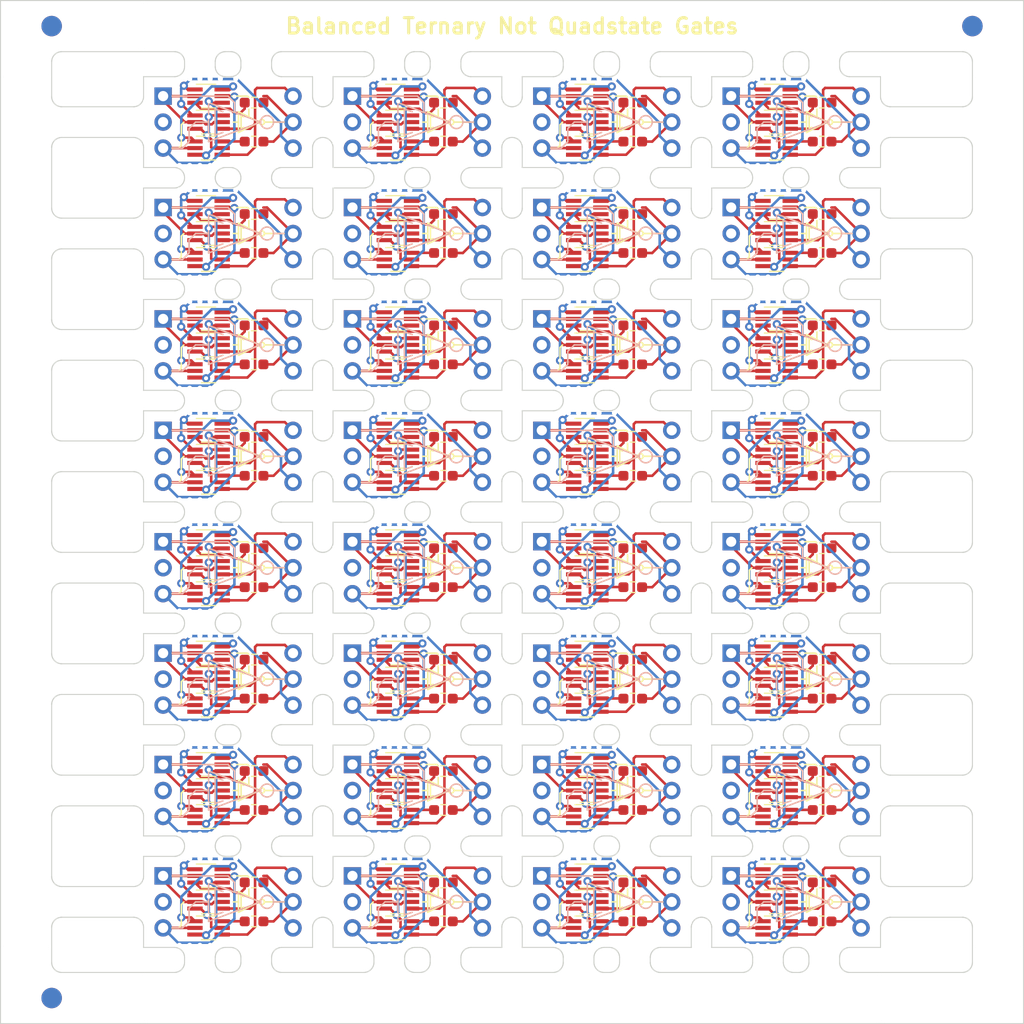
<source format=kicad_pcb>
(kicad_pcb (version 20211014) (generator pcbnew)
  (layers (0 "F.Cu" signal) (31 "B.Cu" signal) (34 "B.Paste" user) (35 "F.Paste" user) (36 "B.SilkS" user "B.Silkscreen") (37 "F.SilkS" user "F.Silkscreen") (38 "B.Mask" user) (39 "F.Mask" user) (44 "Edge.Cuts" user))
  (net 0 "")
  (net 1 "Board_0-Gate")
  (net 2 "Board_0-In")
  (net 3 "Board_0-Net-(Q1-Pad3)")
  (net 4 "Board_0-Net-(Q2-Pad1)")
  (net 5 "Board_0-Net-(Q2-Pad3)")
  (net 6 "Board_0-Net-(Q2-Pad6)")
  (net 7 "Board_0-Net-(Q3-Pad3)")
  (net 8 "Board_0-Out")
  (net 9 "Board_0-VDD")
  (net 10 "Board_0-VSS")
  (net 11 "Board_0-unconnected-(J1-Pad2)")
  (net 12 "Board_1-Gate")
  (net 13 "Board_1-In")
  (net 14 "Board_1-Net-(Q1-Pad3)")
  (net 15 "Board_1-Net-(Q2-Pad1)")
  (net 16 "Board_1-Net-(Q2-Pad3)")
  (net 17 "Board_1-Net-(Q2-Pad6)")
  (net 18 "Board_1-Net-(Q3-Pad3)")
  (net 19 "Board_1-Out")
  (net 20 "Board_1-VDD")
  (net 21 "Board_1-VSS")
  (net 22 "Board_1-unconnected-(J1-Pad2)")
  (net 23 "Board_2-Gate")
  (net 24 "Board_2-In")
  (net 25 "Board_2-Net-(Q1-Pad3)")
  (net 26 "Board_2-Net-(Q2-Pad1)")
  (net 27 "Board_2-Net-(Q2-Pad3)")
  (net 28 "Board_2-Net-(Q2-Pad6)")
  (net 29 "Board_2-Net-(Q3-Pad3)")
  (net 30 "Board_2-Out")
  (net 31 "Board_2-VDD")
  (net 32 "Board_2-VSS")
  (net 33 "Board_2-unconnected-(J1-Pad2)")
  (net 34 "Board_3-Gate")
  (net 35 "Board_3-In")
  (net 36 "Board_3-Net-(Q1-Pad3)")
  (net 37 "Board_3-Net-(Q2-Pad1)")
  (net 38 "Board_3-Net-(Q2-Pad3)")
  (net 39 "Board_3-Net-(Q2-Pad6)")
  (net 40 "Board_3-Net-(Q3-Pad3)")
  (net 41 "Board_3-Out")
  (net 42 "Board_3-VDD")
  (net 43 "Board_3-VSS")
  (net 44 "Board_3-unconnected-(J1-Pad2)")
  (net 45 "Board_4-Gate")
  (net 46 "Board_4-In")
  (net 47 "Board_4-Net-(Q1-Pad3)")
  (net 48 "Board_4-Net-(Q2-Pad1)")
  (net 49 "Board_4-Net-(Q2-Pad3)")
  (net 50 "Board_4-Net-(Q2-Pad6)")
  (net 51 "Board_4-Net-(Q3-Pad3)")
  (net 52 "Board_4-Out")
  (net 53 "Board_4-VDD")
  (net 54 "Board_4-VSS")
  (net 55 "Board_4-unconnected-(J1-Pad2)")
  (net 56 "Board_5-Gate")
  (net 57 "Board_5-In")
  (net 58 "Board_5-Net-(Q1-Pad3)")
  (net 59 "Board_5-Net-(Q2-Pad1)")
  (net 60 "Board_5-Net-(Q2-Pad3)")
  (net 61 "Board_5-Net-(Q2-Pad6)")
  (net 62 "Board_5-Net-(Q3-Pad3)")
  (net 63 "Board_5-Out")
  (net 64 "Board_5-VDD")
  (net 65 "Board_5-VSS")
  (net 66 "Board_5-unconnected-(J1-Pad2)")
  (net 67 "Board_6-Gate")
  (net 68 "Board_6-In")
  (net 69 "Board_6-Net-(Q1-Pad3)")
  (net 70 "Board_6-Net-(Q2-Pad1)")
  (net 71 "Board_6-Net-(Q2-Pad3)")
  (net 72 "Board_6-Net-(Q2-Pad6)")
  (net 73 "Board_6-Net-(Q3-Pad3)")
  (net 74 "Board_6-Out")
  (net 75 "Board_6-VDD")
  (net 76 "Board_6-VSS")
  (net 77 "Board_6-unconnected-(J1-Pad2)")
  (net 78 "Board_7-Gate")
  (net 79 "Board_7-In")
  (net 80 "Board_7-Net-(Q1-Pad3)")
  (net 81 "Board_7-Net-(Q2-Pad1)")
  (net 82 "Board_7-Net-(Q2-Pad3)")
  (net 83 "Board_7-Net-(Q2-Pad6)")
  (net 84 "Board_7-Net-(Q3-Pad3)")
  (net 85 "Board_7-Out")
  (net 86 "Board_7-VDD")
  (net 87 "Board_7-VSS")
  (net 88 "Board_7-unconnected-(J1-Pad2)")
  (net 89 "Board_8-Gate")
  (net 90 "Board_8-In")
  (net 91 "Board_8-Net-(Q1-Pad3)")
  (net 92 "Board_8-Net-(Q2-Pad1)")
  (net 93 "Board_8-Net-(Q2-Pad3)")
  (net 94 "Board_8-Net-(Q2-Pad6)")
  (net 95 "Board_8-Net-(Q3-Pad3)")
  (net 96 "Board_8-Out")
  (net 97 "Board_8-VDD")
  (net 98 "Board_8-VSS")
  (net 99 "Board_8-unconnected-(J1-Pad2)")
  (net 100 "Board_9-Gate")
  (net 101 "Board_9-In")
  (net 102 "Board_9-Net-(Q1-Pad3)")
  (net 103 "Board_9-Net-(Q2-Pad1)")
  (net 104 "Board_9-Net-(Q2-Pad3)")
  (net 105 "Board_9-Net-(Q2-Pad6)")
  (net 106 "Board_9-Net-(Q3-Pad3)")
  (net 107 "Board_9-Out")
  (net 108 "Board_9-VDD")
  (net 109 "Board_9-VSS")
  (net 110 "Board_9-unconnected-(J1-Pad2)")
  (net 111 "Board_10-Gate")
  (net 112 "Board_10-In")
  (net 113 "Board_10-Net-(Q1-Pad3)")
  (net 114 "Board_10-Net-(Q2-Pad1)")
  (net 115 "Board_10-Net-(Q2-Pad3)")
  (net 116 "Board_10-Net-(Q2-Pad6)")
  (net 117 "Board_10-Net-(Q3-Pad3)")
  (net 118 "Board_10-Out")
  (net 119 "Board_10-VDD")
  (net 120 "Board_10-VSS")
  (net 121 "Board_10-unconnected-(J1-Pad2)")
  (net 122 "Board_11-Gate")
  (net 123 "Board_11-In")
  (net 124 "Board_11-Net-(Q1-Pad3)")
  (net 125 "Board_11-Net-(Q2-Pad1)")
  (net 126 "Board_11-Net-(Q2-Pad3)")
  (net 127 "Board_11-Net-(Q2-Pad6)")
  (net 128 "Board_11-Net-(Q3-Pad3)")
  (net 129 "Board_11-Out")
  (net 130 "Board_11-VDD")
  (net 131 "Board_11-VSS")
  (net 132 "Board_11-unconnected-(J1-Pad2)")
  (net 133 "Board_12-Gate")
  (net 134 "Board_12-In")
  (net 135 "Board_12-Net-(Q1-Pad3)")
  (net 136 "Board_12-Net-(Q2-Pad1)")
  (net 137 "Board_12-Net-(Q2-Pad3)")
  (net 138 "Board_12-Net-(Q2-Pad6)")
  (net 139 "Board_12-Net-(Q3-Pad3)")
  (net 140 "Board_12-Out")
  (net 141 "Board_12-VDD")
  (net 142 "Board_12-VSS")
  (net 143 "Board_12-unconnected-(J1-Pad2)")
  (net 144 "Board_13-Gate")
  (net 145 "Board_13-In")
  (net 146 "Board_13-Net-(Q1-Pad3)")
  (net 147 "Board_13-Net-(Q2-Pad1)")
  (net 148 "Board_13-Net-(Q2-Pad3)")
  (net 149 "Board_13-Net-(Q2-Pad6)")
  (net 150 "Board_13-Net-(Q3-Pad3)")
  (net 151 "Board_13-Out")
  (net 152 "Board_13-VDD")
  (net 153 "Board_13-VSS")
  (net 154 "Board_13-unconnected-(J1-Pad2)")
  (net 155 "Board_14-Gate")
  (net 156 "Board_14-In")
  (net 157 "Board_14-Net-(Q1-Pad3)")
  (net 158 "Board_14-Net-(Q2-Pad1)")
  (net 159 "Board_14-Net-(Q2-Pad3)")
  (net 160 "Board_14-Net-(Q2-Pad6)")
  (net 161 "Board_14-Net-(Q3-Pad3)")
  (net 162 "Board_14-Out")
  (net 163 "Board_14-VDD")
  (net 164 "Board_14-VSS")
  (net 165 "Board_14-unconnected-(J1-Pad2)")
  (net 166 "Board_15-Gate")
  (net 167 "Board_15-In")
  (net 168 "Board_15-Net-(Q1-Pad3)")
  (net 169 "Board_15-Net-(Q2-Pad1)")
  (net 170 "Board_15-Net-(Q2-Pad3)")
  (net 171 "Board_15-Net-(Q2-Pad6)")
  (net 172 "Board_15-Net-(Q3-Pad3)")
  (net 173 "Board_15-Out")
  (net 174 "Board_15-VDD")
  (net 175 "Board_15-VSS")
  (net 176 "Board_15-unconnected-(J1-Pad2)")
  (net 177 "Board_16-Gate")
  (net 178 "Board_16-In")
  (net 179 "Board_16-Net-(Q1-Pad3)")
  (net 180 "Board_16-Net-(Q2-Pad1)")
  (net 181 "Board_16-Net-(Q2-Pad3)")
  (net 182 "Board_16-Net-(Q2-Pad6)")
  (net 183 "Board_16-Net-(Q3-Pad3)")
  (net 184 "Board_16-Out")
  (net 185 "Board_16-VDD")
  (net 186 "Board_16-VSS")
  (net 187 "Board_16-unconnected-(J1-Pad2)")
  (net 188 "Board_17-Gate")
  (net 189 "Board_17-In")
  (net 190 "Board_17-Net-(Q1-Pad3)")
  (net 191 "Board_17-Net-(Q2-Pad1)")
  (net 192 "Board_17-Net-(Q2-Pad3)")
  (net 193 "Board_17-Net-(Q2-Pad6)")
  (net 194 "Board_17-Net-(Q3-Pad3)")
  (net 195 "Board_17-Out")
  (net 196 "Board_17-VDD")
  (net 197 "Board_17-VSS")
  (net 198 "Board_17-unconnected-(J1-Pad2)")
  (net 199 "Board_18-Gate")
  (net 200 "Board_18-In")
  (net 201 "Board_18-Net-(Q1-Pad3)")
  (net 202 "Board_18-Net-(Q2-Pad1)")
  (net 203 "Board_18-Net-(Q2-Pad3)")
  (net 204 "Board_18-Net-(Q2-Pad6)")
  (net 205 "Board_18-Net-(Q3-Pad3)")
  (net 206 "Board_18-Out")
  (net 207 "Board_18-VDD")
  (net 208 "Board_18-VSS")
  (net 209 "Board_18-unconnected-(J1-Pad2)")
  (net 210 "Board_19-Gate")
  (net 211 "Board_19-In")
  (net 212 "Board_19-Net-(Q1-Pad3)")
  (net 213 "Board_19-Net-(Q2-Pad1)")
  (net 214 "Board_19-Net-(Q2-Pad3)")
  (net 215 "Board_19-Net-(Q2-Pad6)")
  (net 216 "Board_19-Net-(Q3-Pad3)")
  (net 217 "Board_19-Out")
  (net 218 "Board_19-VDD")
  (net 219 "Board_19-VSS")
  (net 220 "Board_19-unconnected-(J1-Pad2)")
  (net 221 "Board_20-Gate")
  (net 222 "Board_20-In")
  (net 223 "Board_20-Net-(Q1-Pad3)")
  (net 224 "Board_20-Net-(Q2-Pad1)")
  (net 225 "Board_20-Net-(Q2-Pad3)")
  (net 226 "Board_20-Net-(Q2-Pad6)")
  (net 227 "Board_20-Net-(Q3-Pad3)")
  (net 228 "Board_20-Out")
  (net 229 "Board_20-VDD")
  (net 230 "Board_20-VSS")
  (net 231 "Board_20-unconnected-(J1-Pad2)")
  (net 232 "Board_21-Gate")
  (net 233 "Board_21-In")
  (net 234 "Board_21-Net-(Q1-Pad3)")
  (net 235 "Board_21-Net-(Q2-Pad1)")
  (net 236 "Board_21-Net-(Q2-Pad3)")
  (net 237 "Board_21-Net-(Q2-Pad6)")
  (net 238 "Board_21-Net-(Q3-Pad3)")
  (net 239 "Board_21-Out")
  (net 240 "Board_21-VDD")
  (net 241 "Board_21-VSS")
  (net 242 "Board_21-unconnected-(J1-Pad2)")
  (net 243 "Board_22-Gate")
  (net 244 "Board_22-In")
  (net 245 "Board_22-Net-(Q1-Pad3)")
  (net 246 "Board_22-Net-(Q2-Pad1)")
  (net 247 "Board_22-Net-(Q2-Pad3)")
  (net 248 "Board_22-Net-(Q2-Pad6)")
  (net 249 "Board_22-Net-(Q3-Pad3)")
  (net 250 "Board_22-Out")
  (net 251 "Board_22-VDD")
  (net 252 "Board_22-VSS")
  (net 253 "Board_22-unconnected-(J1-Pad2)")
  (net 254 "Board_23-Gate")
  (net 255 "Board_23-In")
  (net 256 "Board_23-Net-(Q1-Pad3)")
  (net 257 "Board_23-Net-(Q2-Pad1)")
  (net 258 "Board_23-Net-(Q2-Pad3)")
  (net 259 "Board_23-Net-(Q2-Pad6)")
  (net 260 "Board_23-Net-(Q3-Pad3)")
  (net 261 "Board_23-Out")
  (net 262 "Board_23-VDD")
  (net 263 "Board_23-VSS")
  (net 264 "Board_23-unconnected-(J1-Pad2)")
  (net 265 "Board_24-Gate")
  (net 266 "Board_24-In")
  (net 267 "Board_24-Net-(Q1-Pad3)")
  (net 268 "Board_24-Net-(Q2-Pad1)")
  (net 269 "Board_24-Net-(Q2-Pad3)")
  (net 270 "Board_24-Net-(Q2-Pad6)")
  (net 271 "Board_24-Net-(Q3-Pad3)")
  (net 272 "Board_24-Out")
  (net 273 "Board_24-VDD")
  (net 274 "Board_24-VSS")
  (net 275 "Board_24-unconnected-(J1-Pad2)")
  (net 276 "Board_25-Gate")
  (net 277 "Board_25-In")
  (net 278 "Board_25-Net-(Q1-Pad3)")
  (net 279 "Board_25-Net-(Q2-Pad1)")
  (net 280 "Board_25-Net-(Q2-Pad3)")
  (net 281 "Board_25-Net-(Q2-Pad6)")
  (net 282 "Board_25-Net-(Q3-Pad3)")
  (net 283 "Board_25-Out")
  (net 284 "Board_25-VDD")
  (net 285 "Board_25-VSS")
  (net 286 "Board_25-unconnected-(J1-Pad2)")
  (net 287 "Board_26-Gate")
  (net 288 "Board_26-In")
  (net 289 "Board_26-Net-(Q1-Pad3)")
  (net 290 "Board_26-Net-(Q2-Pad1)")
  (net 291 "Board_26-Net-(Q2-Pad3)")
  (net 292 "Board_26-Net-(Q2-Pad6)")
  (net 293 "Board_26-Net-(Q3-Pad3)")
  (net 294 "Board_26-Out")
  (net 295 "Board_26-VDD")
  (net 296 "Board_26-VSS")
  (net 297 "Board_26-unconnected-(J1-Pad2)")
  (net 298 "Board_27-Gate")
  (net 299 "Board_27-In")
  (net 300 "Board_27-Net-(Q1-Pad3)")
  (net 301 "Board_27-Net-(Q2-Pad1)")
  (net 302 "Board_27-Net-(Q2-Pad3)")
  (net 303 "Board_27-Net-(Q2-Pad6)")
  (net 304 "Board_27-Net-(Q3-Pad3)")
  (net 305 "Board_27-Out")
  (net 306 "Board_27-VDD")
  (net 307 "Board_27-VSS")
  (net 308 "Board_27-unconnected-(J1-Pad2)")
  (net 309 "Board_28-Gate")
  (net 310 "Board_28-In")
  (net 311 "Board_28-Net-(Q1-Pad3)")
  (net 312 "Board_28-Net-(Q2-Pad1)")
  (net 313 "Board_28-Net-(Q2-Pad3)")
  (net 314 "Board_28-Net-(Q2-Pad6)")
  (net 315 "Board_28-Net-(Q3-Pad3)")
  (net 316 "Board_28-Out")
  (net 317 "Board_28-VDD")
  (net 318 "Board_28-VSS")
  (net 319 "Board_28-unconnected-(J1-Pad2)")
  (net 320 "Board_29-Gate")
  (net 321 "Board_29-In")
  (net 322 "Board_29-Net-(Q1-Pad3)")
  (net 323 "Board_29-Net-(Q2-Pad1)")
  (net 324 "Board_29-Net-(Q2-Pad3)")
  (net 325 "Board_29-Net-(Q2-Pad6)")
  (net 326 "Board_29-Net-(Q3-Pad3)")
  (net 327 "Board_29-Out")
  (net 328 "Board_29-VDD")
  (net 329 "Board_29-VSS")
  (net 330 "Board_29-unconnected-(J1-Pad2)")
  (net 331 "Board_30-Gate")
  (net 332 "Board_30-In")
  (net 333 "Board_30-Net-(Q1-Pad3)")
  (net 334 "Board_30-Net-(Q2-Pad1)")
  (net 335 "Board_30-Net-(Q2-Pad3)")
  (net 336 "Board_30-Net-(Q2-Pad6)")
  (net 337 "Board_30-Net-(Q3-Pad3)")
  (net 338 "Board_30-Out")
  (net 339 "Board_30-VDD")
  (net 340 "Board_30-VSS")
  (net 341 "Board_30-unconnected-(J1-Pad2)")
  (net 342 "Board_31-Gate")
  (net 343 "Board_31-In")
  (net 344 "Board_31-Net-(Q1-Pad3)")
  (net 345 "Board_31-Net-(Q2-Pad1)")
  (net 346 "Board_31-Net-(Q2-Pad3)")
  (net 347 "Board_31-Net-(Q2-Pad6)")
  (net 348 "Board_31-Net-(Q3-Pad3)")
  (net 349 "Board_31-Out")
  (net 350 "Board_31-VDD")
  (net 351 "Board_31-VSS")
  (net 352 "Board_31-unconnected-(J1-Pad2)")
  (footprint "NPTH" (layer "F.Cu") (at 36.491666 63.806)
    (fp_text reference "REF**" hide)
    (fp_text value "NPTH" hide)
  )
  (footprint "NPTH" (layer "F.Cu") (at 89.025 55.306)
    (fp_text reference "REF**" hide)
    (fp_text value "NPTH" hide)
  )
  (footprint "NPTH" (layer "F.Cu") (at 34.491666 87.986)
    (fp_text reference "REF**" hide)
    (fp_text value "NPTH" hide)
  )
  (footprint "NPTH" (layer "F.Cu") (at 47.705 59.556)
    (fp_text reference "REF**" hide)
    (fp_text value "NPTH" hide)
  )
  (footprint "NPTH" (layer "F.Cu") (at 39.998333 63.806)
    (fp_text reference "REF**" hide)
    (fp_text value "NPTH" hide)
  )
  (footprint "NPTH" (layer "F.Cu") (at 82.325 61.556)
    (fp_text reference "REF**" hide)
    (fp_text value "NPTH" hide)
  )
  (footprint "NPTH" (layer "F.Cu") (at 69.511666 66.206)
    (fp_text reference "REF**" hide)
    (fp_text value "NPTH" hide)
  )
  (footprint "NPTH" (layer "F.Cu") (at 51.005 107.366)
    (fp_text reference "REF**" hide)
    (fp_text value "NPTH" hide)
  )
  (footprint "NPTH" (layer "F.Cu") (at 97.525 52.906)
    (fp_text reference "REF**" hide)
    (fp_text value "NPTH" hide)
  )
  (footprint "NPTH" (layer "F.Cu") (at 41.998333 63.806)
    (fp_text reference "REF**" hide)
    (fp_text value "NPTH" hide)
  )
  (footprint "NPTH" (layer "F.Cu") (at 70.511666 96.466)
    (fp_text reference "REF**" hide)
    (fp_text value "NPTH" hide)
  )
  (footprint "NPTH" (layer "F.Cu") (at 40.998333 85.586)
    (fp_text reference "REF**" hide)
    (fp_text value "NPTH" hide)
  )
  (footprint "Resistor_SMD:R_0603_1608Metric_Pad0.98x0.95mm_HandSolder" (layer "F.Cu") (at 76.805 35.871)
    (fp_text reference "R1" hide)
    (fp_text value "12k")
  )
  (footprint "NPTH" (layer "F.Cu") (at 37.998333 42.026)
    (fp_text reference "REF**" hide)
    (fp_text value "NPTH" hide)
  )
  (footprint "NPTH" (layer "F.Cu") (at 51.005 96.466)
    (fp_text reference "REF**" hide)
    (fp_text value "NPTH" hide)
  )
  (footprint "NPTH" (layer "F.Cu") (at 57.505 44.426)
    (fp_text reference "REF**" hide)
    (fp_text value "NPTH" hide)
  )
  (footprint "NPTH" (layer "F.Cu") (at 100.825 103.116)
    (fp_text reference "REF**" hide)
    (fp_text value "NPTH" hide)
  )
  (footprint "Package_TO_SOT_SMD:SOT-363_SC-70-6_Handsoldering" (layer "F.Cu") (at 72.36 67.906)
    (fp_text reference "Q3" hide)
    (fp_text value "BSS8402DW-7-F")
  )
  (footprint "NPTH" (layer "F.Cu") (at 66.205 37.776)
    (fp_text reference "REF**" hide)
    (fp_text value "NPTH" hide)
  )
  (footprint "Package_TO_SOT_SMD:SOT-363_SC-70-6_Handsoldering" (layer "F.Cu") (at 53.85 29.426)
    (fp_text reference "Q2" hide)
    (fp_text value "BSS8402DW-7-F")
  )
  (footprint "Package_TO_SOT_SMD:SOT-363_SC-70-6_Handsoldering" (layer "F.Cu") (at 35.34 81.336)
    (fp_text reference "Q1" hide)
    (fp_text value "BSS8402DW-7-F")
  )
  (footprint "NPTH" (layer "F.Cu") (at 45.305 102.116)
    (fp_text reference "REF**" hide)
    (fp_text value "NPTH" hide)
  )
  (footprint "Tritium:PinHeader_1x03_P2.54mm_Vertical_NoSilkscreen" (layer "F.Cu") (at 80.615 100.576)
    (fp_text reference "J2" hide)
    (fp_text value "Conn_01x03")
  )
  (footprint "Tritium:PinHeader_1x03_P2.54mm_Vertical_NoSilkscreen" (layer "F.Cu") (at 99.125 67.906)
    (fp_text reference "J2" hide)
    (fp_text value "Conn_01x03")
  )
  (footprint "NPTH" (layer "F.Cu") (at 28.985 19.5)
    (fp_text reference "REF**" hide)
    (fp_text value "NPTH" hide)
  )
  (footprint "NPTH" (layer "F.Cu") (at 79.018333 77.086)
    (fp_text reference "REF**" hide)
    (fp_text value "NPTH" hide)
  )
  (footprint "NPTH" (layer "F.Cu") (at 96.525 52.906)
    (fp_text reference "REF**" hide)
    (fp_text value "NPTH" hide)
  )
  (footprint "NPTH" (layer "F.Cu") (at 72.511666 44.426)
    (fp_text reference "REF**" hide)
    (fp_text value "NPTH" hide)
  )
  (footprint "NPTH" (layer "F.Cu") (at 93.525 22.646)
    (fp_text reference "REF**" hide)
    (fp_text value "NPTH" hide)
  )
  (footprint "Package_TO_SOT_SMD:SOT-363_SC-70-6_Handsoldering" (layer "F.Cu") (at 35.34 89.686)
    (fp_text reference "Q3" hide)
    (fp_text value "BSS8402DW-7-F")
  )
  (footprint "NPTH" (layer "F.Cu") (at 32.491666 42.026)
    (fp_text reference "REF**" hide)
    (fp_text value "NPTH" hide)
  )
  (footprint "NPTH" (layer "F.Cu") (at 63.805 93.226)
    (fp_text reference "REF**" hide)
    (fp_text value "NPTH" hide)
  )
  (footprint "NPTH" (layer "F.Cu") (at 77.018333 33.526)
    (fp_text reference "REF**" hide)
    (fp_text value "NPTH" hide)
  )
  (footprint "Fiducial" (layer "F.Cu") (at 20 17.5)
    (fp_text reference "REF**" hide)
    (fp_text value "Fiducial" hide)
  )
  (footprint "NPTH" (layer "F.Cu") (at 59.505 55.306)
    (fp_text reference "REF**" hide)
    (fp_text value "NPTH" hide)
  )
  (footprint "NPTH" (layer "F.Cu") (at 92.025 66.206)
    (fp_text reference "REF**" hide)
    (fp_text value "NPTH" hide)
  )
  (footprint "NPTH" (layer "F.Cu") (at 36.491666 42.026)
    (fp_text reference "REF**" hide)
    (fp_text value "NPTH" hide)
  )
  (footprint "NPTH" (layer "F.Cu") (at 63.805 68.446)
    (fp_text reference "REF**" hide)
    (fp_text value "NPTH" hide)
  )
  (footprint "Tritium:PinHeader_1x03_P2.54mm_Vertical_NoSilkscreen" (layer "F.Cu") (at 43.595 67.906)
    (fp_text reference "J2" hide)
    (fp_text value "Conn_01x03")
  )
  (footprint "NPTH" (layer "F.Cu") (at 73.511666 33.526)
    (fp_text reference "REF**" hide)
    (fp_text value "NPTH" hide)
  )
  (footprint "NPTH" (layer "F.Cu") (at 36.491666 44.426)
    (fp_text reference "REF**" hide)
    (fp_text value "NPTH" hide)
  )
  (footprint "Tritium:PinHeader_1x03_P2.54mm_Vertical_NoSilkscreen" (layer "F.Cu") (at 30.895 35.236)
    (fp_text reference "J1" hide)
    (fp_text value "Conn_01x03")
  )
  (footprint "NPTH" (layer "F.Cu") (at 47.705 57.556)
    (fp_text reference "REF**" hide)
    (fp_text value "NPTH" hide)
  )
  (footprint "Package_TO_SOT_SMD:SOT-363_SC-70-6_Handsoldering" (layer "F.Cu") (at 72.36 81.336)
    (fp_text reference "Q1" hide)
    (fp_text value "BSS8402DW-7-F")
  )
  (footprint "Resistor_SMD:R_0603_1608Metric_Pad0.98x0.95mm_HandSolder" (layer "F.Cu") (at 58.295 83.241 180)
    (fp_text reference "R2" hide)
    (fp_text value "12k")
  )
  (footprint "NPTH" (layer "F.Cu") (at 63.805 101.116)
    (fp_text reference "REF**" hide)
    (fp_text value "NPTH" hide)
  )
  (footprint "NPTH" (layer "F.Cu") (at 57.505 87.986)
    (fp_text reference "REF**" hide)
    (fp_text value "NPTH" hide)
  )
  (footprint "NPTH" (layer "F.Cu") (at 66.205 105.116)
    (fp_text reference "REF**" hide)
    (fp_text value "NPTH" hide)
  )
  (footprint "NPTH" (layer "F.Cu") (at 39.998333 74.686)
    (fp_text reference "REF**" hide)
    (fp_text value "NPTH" hide)
  )
  (footprint "NPTH" (layer "F.Cu") (at 34.491666 22.646)
    (fp_text reference "REF**" hide)
    (fp_text value "NPTH" hide)
  )
  (footprint "NPTH" (layer "F.Cu") (at 73.511666 31.126)
    (fp_text reference "REF**" hide)
    (fp_text value "NPTH" hide)
  )
  (footprint "NPTH" (layer "F.Cu") (at 39.998333 22.646)
    (fp_text reference "REF**" hide)
    (fp_text value "NPTH" hide)
  )
  (footprint "Package_TO_SOT_SMD:SOT-363_SC-70-6_Handsoldering" (layer "F.Cu") (at 53.85 83.876)
    (fp_text reference "Q2" hide)
    (fp_text value "BSS8402DW-7-F")
  )
  (footprint "NPTH" (layer "F.Cu") (at 77.018333 55.306)
    (fp_text reference "REF**" hide)
    (fp_text value "NPTH" hide)
  )
  (footprint "NPTH" (layer "F.Cu") (at 36.491666 22.646)
    (fp_text reference "REF**" hide)
    (fp_text value "NPTH" hide)
  )
  (footprint "NPTH" (layer "F.Cu") (at 66.205 71.446)
    (fp_text reference "REF**" hide)
    (fp_text value "NPTH" hide)
  )
  (footprint "NPTH" (layer "F.Cu") (at 41.998333 33.526)
    (fp_text reference "REF**" hide)
    (fp_text value "NPTH" hide)
  )
  (footprint "NPTH" (layer "F.Cu") (at 33.491666 33.526)
    (fp_text reference "REF**" hide)
    (fp_text value "NPTH" hide)
  )
  (footprint "NPTH" (layer "F.Cu") (at 36.491666 98.866)
    (fp_text reference "REF**" hide)
    (fp_text value "NPTH" hide)
  )
  (footprint "NPTH" (layer "F.Cu") (at 56.505 44.426)
    (fp_text reference "REF**" hide)
    (fp_text value "NPTH" hide)
  )
  (footprint "NPTH" (layer "F.Cu") (at 51.005 85.586)
    (fp_text reference "REF**" hide)
    (fp_text value "NPTH" hide)
  )
  (footprint "NPTH" (layer "F.Cu") (at 57.505 74.686)
    (fp_text reference "REF**" hide)
    (fp_text value "NPTH" hide)
  )
  (footprint "NPTH" (layer "F.Cu") (at 63.805 38.776)
    (fp_text reference "REF**" hide)
    (fp_text value "NPTH" hide)
  )
  (footprint "NPTH" (layer "F.Cu") (at 45.305 93.226)
    (fp_text reference "REF**" hide)
    (fp_text value "NPTH" hide)
  )
  (footprint "NPTH" (layer "F.Cu") (at 71.511666 31.126)
    (fp_text reference "REF**" hide)
    (fp_text value "NPTH" hide)
  )
  (footprint "NPTH" (layer "F.Cu") (at 55.005 42.026)
    (fp_text reference "REF**" hide)
    (fp_text value "NPTH" hide)
  )
  (footprint "NPTH" (layer "F.Cu") (at 37.998333 52.906)
    (fp_text reference "REF**" hide)
    (fp_text value "NPTH" hide)
  )
  (footprint "NPTH" (layer "F.Cu") (at 37.998333 77.086)
    (fp_text reference "REF**" hide)
    (fp_text value "NPTH" hide)
  )
  (footprint "NPTH" (layer "F.Cu") (at 45.305 69.446)
    (fp_text reference "REF**" hide)
    (fp_text value "NPTH" hide)
  )
  (footprint "NPTH" (layer "F.Cu") (at 35.491666 77.086)
    (fp_text reference "REF**" hide)
    (fp_text value "NPTH" hide)
  )
  (footprint "NPTH" (layer "F.Cu") (at 53.005 66.206)
    (fp_text reference "REF**" hide)
    (fp_text value "NPTH" hide)
  )
  (footprint "NPTH" (layer "F.Cu") (at 38.998333 22.646)
    (fp_text reference "REF**" hide)
    (fp_text value "NPTH" hide)
  )
  (footprint "NPTH" (layer "F.Cu") (at 75.018333 44.426)
    (fp_text reference "REF**" hide)
    (fp_text value "NPTH" hide)
  )
  (footprint "Package_TO_SOT_SMD:SOT-363_SC-70-6_Handsoldering" (layer "F.Cu") (at 72.36 100.576)
    (fp_text reference "Q3" hide)
    (fp_text value "BSS8402DW-7-F")
  )
  (footprint "NPTH" (layer "F.Cu") (at 72.511666 96.466)
    (fp_text reference "REF**" hide)
    (fp_text value "NPTH" hide)
  )
  (footprint "NPTH" (layer "F.Cu") (at 93.525 42.026)
    (fp_text reference "REF**" hide)
    (fp_text value "NPTH" hide)
  )
  (footprint "Tritium:PinHeader_1x03_P2.54mm_Vertical_NoSilkscreen" (layer "F.Cu") (at 30.895 100.576)
    (fp_text reference "J1" hide)
    (fp_text value "Conn_01x03")
  )
  (footprint "NPTH" (layer "F.Cu") (at 73.511666 107.366)
    (fp_text reference "REF**" hide)
    (fp_text value "NPTH" hide)
  )
  (footprint "NPTH" (layer "F.Cu") (at 96.525 87.986)
    (fp_text reference "REF**" hide)
    (fp_text value "NPTH" hide)
  )
  (footprint "Resistor_SMD:R_0603_1608Metric_Pad0.98x0.95mm_HandSolder" (layer "F.Cu") (at 58.295 46.761)
    (fp_text reference "R1" hide)
    (fp_text value "12k")
  )
  (footprint "Resistor_SMD:R_0603_1608Metric_Pad0.98x0.95mm_HandSolder" (layer "F.Cu") (at 58.295 50.571 180)
    (fp_text reference "R2" hide)
    (fp_text value "12k")
  )
  (footprint "NPTH" (layer "F.Cu") (at 52.005 66.206)
    (fp_text reference "REF**" hide)
    (fp_text value "NPTH" hide)
  )
  (footprint "Tritium:PinHeader_1x03_P2.54mm_Vertical_NoSilkscreen" (layer "F.Cu") (at 99.125 46.126)
    (fp_text reference "J2" hide)
    (fp_text value "Conn_01x03")
  )
  (footprint "Fiducial" (layer "F.Cu") (at 110.01 17.5)
    (fp_text reference "REF**" hide)
    (fp_text value "Fiducial" hide)
  )
  (footprint "NPTH" (layer "F.Cu") (at 41.998333 96.466)
    (fp_text reference "REF**" hide)
    (fp_text value "NPTH" hide)
  )
  (footprint "NPTH" (layer "F.Cu") (at 90.025 87.986)
    (fp_text reference "REF**" hide)
    (fp_text value "NPTH" hide)
  )
  (footprint "Resistor_SMD:R_0603_1608Metric_Pad0.98x0.95mm_HandSolder" (layer "F.Cu") (at 95.315 83.241 180)
    (fp_text reference "R2" hide)
    (fp_text value "12k")
  )
  (footprint "NPTH" (layer "F.Cu") (at 53.005 42.026)
    (fp_text reference "REF**" hide)
    (fp_text value "NPTH" hide)
  )
  (footprint "Resistor_SMD:R_0603_1608Metric_Pad0.98x0.95mm_HandSolder" (layer "F.Cu") (at 76.805 79.431)
    (fp_text reference "R1" hide)
    (fp_text value "12k")
  )
  (footprint "NPTH" (layer "F.Cu") (at 38.998333 55.306)
    (fp_text reference "REF**" hide)
    (fp_text value "NPTH" hide)
  )
  (footprint "NPTH" (layer "F.Cu") (at 78.018333 33.526)
    (fp_text reference "REF**" hide)
    (fp_text value "NPTH" hide)
  )
  (footprint "NPTH" (layer "F.Cu") (at 94.525 74.686)
    (fp_text reference "REF**" hide)
    (fp_text value "NPTH" hide)
  )
  (footprint "NPTH" (layer "F.Cu") (at 66.205 81.336)
    (fp_text reference "REF**" hide)
    (fp_text value "NPTH" hide)
  )
  (footprint "NPTH" (layer "F.Cu") (at 90.025 42.026)
    (fp_text reference "REF**" hide)
    (fp_text value "NPTH" hide)
  )
  (footprint "NPTH" (layer "F.Cu") (at 55.005 63.806)
    (fp_text reference "REF**" hide)
    (fp_text value "NPTH" hide)
  )
  (footprint "NPTH" (layer "F.Cu") (at 78.018333 87.986)
    (fp_text reference "REF**" hide)
    (fp_text value "NPTH" hide)
  )
  (footprint "NPTH" (layer "F.Cu") (at 55.005 33.526)
    (fp_text reference "REF**" hide)
    (fp_text value "NPTH" hide)
  )
  (footprint "NPTH" (layer "F.Cu") (at 33.491666 31.126)
    (fp_text reference "REF**" hide)
    (fp_text value "NPTH" hide)
  )
  (footprint "NPTH" (layer "F.Cu") (at 89.025 98.866)
    (fp_text reference "REF**" hide)
    (fp_text value "NPTH" hide)
  )
  (footprint "NPTH" (layer "F.Cu") (at 100.825 93.226)
    (fp_text reference "REF**" hide)
    (fp_text value "NPTH" hide)
  )
  (footprint "Resistor_SMD:R_0603_1608Metric_Pad0.98x0.95mm_HandSolder" (layer "F.Cu") (at 58.295 35.871)
    (fp_text reference "R1" hide)
    (fp_text value "12k")
  )
  (footprint "NPTH" (layer "F.Cu") (at 66.205 47.666)
    (fp_text reference "REF**" hide)
    (fp_text value "NPTH" hide)
  )
  (footprint "NPTH" (layer "F.Cu") (at 82.325 91.226)
    (fp_text reference "REF**" hide)
    (fp_text value "NPTH" hide)
  )
  (footprint "NPTH" (layer "F.Cu") (at 33.491666 52.906)
    (fp_text reference "REF**" hide)
    (fp_text value "NPTH" hide)
  )
  (footprint "Resistor_SMD:R_0603_1608Metric_Pad0.98x0.95mm_HandSolder" (layer "F.Cu") (at 95.315 50.571 180)
    (fp_text reference "R2" hide)
    (fp_text value "12k")
  )
  (footprint "NPTH" (layer "F.Cu") (at 77.018333 107.366)
    (fp_text reference "REF**" hide)
    (fp_text value "NPTH" hide)
  )
  (footprint "NPTH" (layer "F.Cu") (at 72.511666 98.866)
    (fp_text reference "REF**" hide)
    (fp_text value "NPTH" hide)
  )
  (footprint "NPTH" (layer "F.Cu") (at 54.005 31.126)
    (fp_text reference "REF**" hide)
    (fp_text value "NPTH" hide)
  )
  (footprint "NPTH" (layer "F.Cu") (at 88.025 33.526)
    (fp_text reference "REF**" hide)
    (fp_text value "NPTH" hide)
  )
  (footprint "NPTH" (layer "F.Cu") (at 82.325 105.116)
    (fp_text reference "REF**" hide)
    (fp_text value "NPTH" hide)
  )
  (footprint "NPTH" (layer "F.Cu") (at 28.985 114.512)
    (fp_text reference "REF**" hide)
    (fp_text value "NPTH" hide)
  )
  (footprint "NPTH" (layer "F.Cu") (at 51.005 42.026)
    (fp_text reference "REF**" hide)
    (fp_text value "NPTH" hide)
  )
  (footprint "NPTH" (layer "F.Cu") (at 59.505 42.026)
    (fp_text reference "REF**" hide)
    (fp_text value "NPTH" hide)
  )
  (footprint "NPTH" (layer "F.Cu") (at 63.805 71.446)
    (fp_text reference "REF**" hide)
    (fp_text value "NPTH" hide)
  )
  (footprint "Package_TO_SOT_SMD:SOT-363_SC-70-6_Handsoldering" (layer "F.Cu") (at 90.87 81.336)
    (fp_text reference "Q1" hide)
    (fp_text value "BSS8402DW-7-F")
  )
  (footprint "Tritium:PinHeader_1x03_P2.54mm_Vertical_NoSilkscreen" (layer "F.Cu") (at 80.615 57.016)
    (fp_text reference "J2" hide)
    (fp_text value "Conn_01x03")
  )
  (footprint "NPTH" (layer "F.Cu") (at 45.305 39.776)
    (fp_text reference "REF**" hide)
    (fp_text value "NPTH" hide)
  )
  (footprint "NPTH" (layer "F.Cu") (at 88.025 42.026)
    (fp_text reference "REF**" hide)
    (fp_text value "NPTH" hide)
  )
  (footprint "NPTH" (layer "F.Cu") (at 79.018333 63.806)
    (fp_text reference "REF**" hide)
    (fp_text value "NPTH" hide)
  )
  (footprint "NPTH" (layer "F.Cu") (at 57.505 31.126)
    (fp_text reference "REF**" hide)
    (fp_text value "NPTH" hide)
  )
  (footprint "Fiducial" (layer "F.Cu") (at 20 112.512)
    (fp_text reference "REF**" hide)
    (fp_text value "Fiducial" hide)
  )
  (footprint "NPTH" (layer "F.Cu") (at 90.025 77.086)
    (fp_text reference "REF**" hide)
    (fp_text value "NPTH" hide)
  )
  (footprint "NPTH" (layer "F.Cu") (at 82.325 25.886)
    (fp_text reference "REF**" hide)
    (fp_text value "NPTH" hide)
  )
  (footprint "Tritium:PinHeader_1x03_P2.54mm_Vertical_NoSilkscreen" (layer "F.Cu") (at 67.915 100.576)
    (fp_text reference "J1" hide)
    (fp_text value "Conn_01x03")
  )
  (footprint "NPTH" (layer "F.Cu") (at 29.185 105.116)
    (fp_text reference "REF**" hide)
    (fp_text value "NPTH" hide)
  )
  (footprint "NPTH" (layer "F.Cu") (at 37.998333 85.586)
    (fp_text reference "REF**" hide)
    (fp_text value "NPTH" hide)
  )
  (footprint "NPTH" (layer "F.Cu") (at 35.491666 31.126)
    (fp_text reference "REF**" hide)
    (fp_text value "NPTH" hide)
  )
  (footprint "NPTH" (layer "F.Cu") (at 34.491666 52.906)
    (fp_text reference "REF**" hide)
    (fp_text value "NPTH" hide)
  )
  (footprint "NPTH" (layer "F.Cu") (at 90.025 63.806)
    (fp_text reference "REF**" hide)
    (fp_text value "NPTH" hide)
  )
  (footprint "NPTH" (layer "F.Cu") (at 38.998333 44.426)
    (fp_text reference "REF**" hide)
    (fp_text value "NPTH" hide)
  )
  (footprint "NPTH" (layer "F.Cu") (at 29.185 25.886)
    (fp_text reference "REF**" hide)
    (fp_text value "NPTH" hide)
  )
  (footprint "NPTH" (layer "F.Cu") (at 63.805 79.336)
    (fp_text reference "REF**" hide)
    (fp_text value "NPTH" hide)
  )
  (footprint "NPTH" (layer "F.Cu") (at 45.305 57.556)
    (fp_text reference "REF**" hide)
    (fp_text value "NPTH" hide)
  )
  (footprint "NPTH" (layer "F.Cu") (at 47.705 60.556)
    (fp_text reference "REF**" hide)
    (fp_text value "NPTH" hide)
  )
  (footprint "NPTH" (layer "F.Cu") (at 100.825 57.556)
    (fp_text reference "REF**" hide)
    (fp_text value "NPTH" hide)
  )
  (footprint "NPTH" (layer "F.Cu") (at 55.005 96.466)
    (fp_text reference "REF**" hide)
    (fp_text value "NPTH" hide)
  )
  (footprint "NPTH" (layer "F.Cu") (at 79.018333 85.586)
    (fp_text reference "REF**" hide)
    (fp_text value "NPTH" hide)
  )
  (footprint "NPTH" (layer "F.Cu") (at 47.705 104.116)
    (fp_text reference "REF**" hide)
    (fp_text value "NPTH" hide)
  )
  (footprint "NPTH" (layer "F.Cu") (at 70.511666 55.306)
    (fp_text reference "REF**" hide)
    (fp_text value "NPTH" hide)
  )
  (footprint "NPTH" (layer "F.Cu") (at 51.005 33.526)
    (fp_text reference "REF**" hide)
    (fp_text value "NPTH" hide)
  )
  (footprint "NPTH" (layer "F.Cu") (at 70.511666 107.366)
    (fp_text reference "REF**" hide)
    (fp_text value "NPTH" hide)
  )
  (footprint "NPTH" (layer "F.Cu") (at 66.205 72.446)
    (fp_text reference "REF**" hide)
    (fp_text value "NPTH" hide)
  )
  (footprint "NPTH" (layer "F.Cu") (at 72.511666 66.206)
    (fp_text reference "REF**" hide)
    (fp_text value "NPTH" hide)
  )
  (footprint "NPTH" (layer "F.Cu") (at 51.005 98.866)
    (fp_text reference "REF**" hide)
    (fp_text value "NPTH" hide)
  )
  (footprint "NPTH" (layer "F.Cu") (at 37.998333 74.686)
    (fp_text reference "REF**" hide)
    (fp_text value "NPTH" hide)
  )
  (footprint "NPTH" (layer "F.Cu") (at 33.491666 55.306)
    (fp_text reference "REF**" hide)
    (fp_text value "NPTH" hide)
  )
  (footprint "Package_TO_SOT_SMD:SOT-363_SC-70-6_Handsoldering" (layer "F.Cu") (at 35.34 70.446)
    (fp_text reference "Q1" hide)
    (fp_text value "BSS8402DW-7-F")
  )
  (footprint "NPTH" (layer "F.Cu") (at 96.525 33.526)
    (fp_text reference "REF**" hide)
    (fp_text value "NPTH" hide)
  )
  (footprint "NPTH" (layer "F.Cu") (at 18.5 22.446)
    (fp_text reference "REF**" hide)
    (fp_text value "NPTH" hide)
  )
  (footprint "Tritium:PinHeader_1x03_P2.54mm_Vertical_NoSilkscreen" (layer "F.Cu") (at 43.595 24.346)
    (fp_text reference "J2" hide)
    (fp_text value "Conn_01x03")
  )
  (footprint "NPTH" (layer "F.Cu") (at 45.305 94.226)
    (fp_text reference "REF**" hide)
    (fp_text value "NPTH" hide)
  )
  (footprint "Resistor_SMD:R_0603_1608Metric_Pad0.98x0.95mm_HandSolder" (layer "F.Cu") (at 95.315 68.541)
    (fp_text reference "R1" hide)
    (fp_text value "12k")
  )
  (footprint "Tritium:PinHeader_1x03_P2.54mm_Vertical_NoSilkscreen" (layer "F.Cu") (at 62.105 57.016)
    (fp_text reference "J2" hide)
    (fp_text value "Conn_01x03")
  )
  (footprint "NPTH" (layer "F.Cu") (at 32.491666 63.806)
    (fp_text reference "REF**" hide)
    (fp_text value "NPTH" hide)
  )
  (footprint "NPTH" (layer "F.Cu") (at 57.505 42.026)
    (fp_text reference "REF**" hide)
    (fp_text value "NPTH" hide)
  )
  (footprint "NPTH" (layer "F.Cu") (at 93.525 98.866)
    (fp_text reference "REF**" hide)
    (fp_text value "NPTH" hide)
  )
  (footprint "NPTH" (layer "F.Cu") (at 63.805 94.226)
    (fp_text reference "REF**" hide)
    (fp_text value "NPTH" hide)
  )
  (footprint "NPTH" (layer "F.Cu") (at 55.005 55.306)
    (fp_text reference "REF**" hide)
    (fp_text value "NPTH" hide)
  )
  (footprint "NPTH" (layer "F.Cu") (at 66.205 58.556)
    (fp_text reference "REF**" hide)
    (fp_text value "NPTH" hide)
  )
  (footprint "NPTH" (layer "F.Cu") (at 79.018333 98.866)
    (fp_text reference "REF**" hide)
    (fp_text value "NPTH" hide)
  )
  (footprint "NPTH" (layer "F.Cu") (at 73.511666 85.586)
    (fp_text reference "REF**" hide)
    (fp_text value "NPTH" hide)
  )
  (footprint "Tritium:PinHeader_1x03_P2.54mm_Vertical_NoSilkscreen" (layer "F.Cu") (at 86.425 24.346)
    (fp_text reference "J1" hide)
    (fp_text value "Conn_01x03")
  )
  (footprint "NPTH" (layer "F.Cu") (at 63.805 82.336)
    (fp_text reference "REF**" hide)
    (fp_text value "NPTH" hide)
  )
  (footprint "NPTH" (layer "F.Cu") (at 29.185 104.116)
    (fp_text reference "REF**" hide)
    (fp_text value "NPTH" hide)
  )
  (footprint "NPTH" (layer "F.Cu") (at 60.505 66.206)
    (fp_text reference "REF**" hide)
    (fp_text value "NPTH" hide)
  )
  (footprint "NPTH" (layer "F.Cu") (at 77.018333 77.086)
    (fp_text reference "REF**" hide)
    (fp_text value "NPTH" hide)
  )
  (footprint "NPTH" (layer "F.Cu") (at 41.998333 22.646)
    (fp_text reference "REF**" hide)
    (fp_text value "NPTH" hide)
  )
  (footprint "NPTH" (layer "F.Cu") (at 29.185 59.556)
    (fp_text reference "REF**" hide)
    (fp_text value "NPTH" hide)
  )
  (footprint "NPTH" (layer "F.Cu") (at 66.205 36.776)
    (fp_text reference "REF**" hide)
    (fp_text value "NPTH" hide)
  )
  (footprint "NPTH" (layer "F.Cu") (at 57.505 107.366)
    (fp_text reference "REF**" hide)
    (fp_text value "NPTH" hide)
  )
  (footprint "NPTH" (layer "F.Cu") (at 63.805 46.666)
    (fp_text reference "REF**" hide)
    (fp_text value "NPTH" hide)
  )
  (footprint "Package_TO_SOT_SMD:SOT-363_SC-70-6_Handsoldering" (layer "F.Cu") (at 35.34 48.666)
    (fp_text reference "Q1" hide)
    (fp_text value "BSS8402DW-7-F")
  )
  (footprint "NPTH" (layer "F.Cu") (at 39.998333 96.466)
    (fp_text reference "REF**" hide)
    (fp_text value "NPTH" hide)
  )
  (footprint "NPTH" (layer "F.Cu") (at 100.825 35.776)
    (fp_text reference "REF**" hide)
    (fp_text value "NPTH" hide)
  )
  (footprint "NPTH" (layer "F.Cu") (at 69.511666 96.466)
    (fp_text reference "REF**" hide)
    (fp_text value "NPTH" hide)
  )
  (footprint "NPTH" (layer "F.Cu") (at 89.025 107.366)
    (fp_text reference "REF**" hide)
    (fp_text value "NPTH" hide)
  )
  (footprint "NPTH" (layer "F.Cu") (at 33.491666 77.086)
    (fp_text reference "REF**" hide)
    (fp_text value "NPTH" hide)
  )
  (footprint "NPTH" (layer "F.Cu") (at 70.511666 85.586)
    (fp_text reference "REF**" hide)
    (fp_text value "NPTH" hide)
  )
  (footprint "NPTH" (layer "F.Cu") (at 33.491666 85.586)
    (fp_text reference "REF**" hide)
    (fp_text value "NPTH" hide)
  )
  (footprint "Package_TO_SOT_SMD:SOT-363_SC-70-6_Handsoldering" (layer "F.Cu") (at 53.85 48.666)
    (fp_text reference "Q1" hide)
    (fp_text value "BSS8402DW-7-F")
  )
  (footprint "NPTH" (layer "F.Cu") (at 37.998333 87.986)
    (fp_text reference "REF**" hide)
    (fp_text value "NPTH" hide)
  )
  (footprint "NPTH" (layer "F.Cu") (at 39.998333 87.986)
    (fp_text reference "REF**" hide)
    (fp_text value "NPTH" hide)
  )
  (footprint "NPTH" (layer "F.Cu") (at 84.725 48.666)
    (fp_text reference "REF**" hide)
    (fp_text value "NPTH" hide)
  )
  (footprint "NPTH" (layer "F.Cu") (at 36.491666 55.306)
    (fp_text reference "REF**" hide)
    (fp_text value "NPTH" hide)
  )
  (footprint "NPTH" (layer "F.Cu") (at 51.005 22.646)
    (fp_text reference "REF**" hide)
    (fp_text value "NPTH" hide)
  )
  (footprint "NPTH" (layer "F.Cu") (at 73.511666 52.906)
    (fp_text reference "REF**" hide)
    (fp_text value "NPTH" hide)
  )
  (footprint "Tritium:PinHeader_1x03_P2.54mm_Vertical_NoSilkscreen" (layer "F.Cu") (at 86.425 46.126)
    (fp_text reference "J1" hide)
    (fp_text value "Conn_01x03")
  )
  (footprint "NPTH" (layer "F.Cu") (at 77.018333 87.986)
    (fp_text reference "REF**" hide)
    (fp_text value "NPTH" hide)
  )
  (footprint "NPTH" (layer "F.Cu") (at 63.805 61.556)
    (fp_text reference "REF**" hide)
    (fp_text value "NPTH" hide)
  )
  (footprint "NPTH" (layer "F.Cu") (at 78.018333 96.466)
    (fp_text reference "REF**" hide)
    (fp_text value "NPTH" hide)
  )
  (footprint "NPTH" (layer "F.Cu") (at 112.51 17.5)
    (fp_text reference "REF**" hide)
    (fp_text value "NPTH" hide)
  )
  (footprint "NPTH" (layer "F.Cu") (at 51.005 63.806)
    (fp_text reference "REF**" hide)
    (fp_text value "NPTH" hide)
  )
  (footprint "NPTH" (layer "F.Cu") (at 89.025 77.086)
    (fp_text reference "REF**" hide)
    (fp_text value "NPTH" hide)
  )
  (footprint "NPTH" (layer "F.Cu") (at 73.511666 74.686)
    (fp_text reference "REF**" hide)
    (fp_text value "NPTH" hide)
  )
  (footprint "Package_TO_SOT_SMD:SOT-363_SC-70-6_Handsoldering" (layer "F.Cu") (at 35.34 92.226)
    (fp_text reference "Q1" hide)
    (fp_text value "BSS8402DW-7-F")
  )
  (footprint "NPTH" (layer "F.Cu") (at 52.005 74.686)
    (fp_text reference "REF**" hide)
    (fp_text value "NPTH" hide)
  )
  (footprint "NPTH" (layer "F.Cu") (at 55.005 98.866)
    (fp_text reference "REF**" hide)
    (fp_text value "NPTH" hide)
  )
  (footprint "NPTH" (layer "F.Cu") (at 37.998333 44.426)
    (fp_text reference "REF**" hide)
    (fp_text value "NPTH" hide)
  )
  (footprint "Package_TO_SOT_SMD:SOT-363_SC-70-6_Handsoldering" (layer "F.Cu") (at 90.87 92.226)
    (fp_text reference "Q1" hide)
    (fp_text value "BSS8402DW-7-F")
  )
  (footprint "NPTH" (layer "F.Cu") (at 45.305 50.666)
    (fp_text reference "REF**" hide)
    (fp_text value "NPTH" hide)
  )
  (footprint "NPTH" (layer "F.Cu") (at 84.725 36.776)
    (fp_text reference "REF**" hide)
    (fp_text value "NPTH" hide)
  )
  (footprint "NPTH" (layer "F.Cu") (at 96.525 96.466)
    (fp_text reference "REF**" hide)
    (fp_text value "NPTH" hide)
  )
  (footprint "NPTH" (layer "F.Cu") (at 33.491666 74.686)
    (fp_text reference "REF**" hide)
    (fp_text value "NPTH" hide)
  )
  (footprint "NPTH" (layer "F.Cu") (at 66.205 69.446)
    (fp_text reference "REF**" hide)
    (fp_text value "NPTH" hide)
  )
  (footprint "NPTH" (layer "F.Cu") (at 63.805 35.776)
    (fp_text reference "REF**" hide)
    (fp_text value "NPTH" hide)
  )
  (footprint "NPTH" (layer "F.Cu") (at 54.005 85.586)
    (fp_text reference "REF**" hide)
    (fp_text value "NPTH" hide)
  )
  (footprint "NPTH" (layer "F.Cu") (at 53.005 52.906)
    (fp_text reference "REF**" hide)
    (fp_text value "NPTH" hide)
  )
  (footprint "NPTH" (layer "F.Cu") (at 63.805 49.666)
    (fp_text reference "REF**" hide)
    (fp_text value "NPTH" hide)
  )
  (footprint "NPTH" (layer "F.Cu") (at 92.025 96.466)
    (fp_text reference "REF**" hide)
    (fp_text value "NPTH" hide)
  )
  (footprint "NPTH" (layer "F.Cu") (at 37.998333 55.306)
    (fp_text reference "REF**" hide)
    (fp_text value "NPTH" hide)
  )
  (footprint "Tritium:PinHeader_1x03_P2.54mm_Vertical_NoSilkscreen" (layer "F.Cu") (at 49.405 78.796)
    (fp_text reference "J1" hide)
    (fp_text value "Conn_01x03")
  )
  (footprint "NPTH" (layer "F.Cu") (at 63.805 91.226)
    (fp_text reference "REF**" hide)
    (fp_text value "NPTH" hide)
  )
  (footprint "Package_TO_SOT_SMD:SOT-363_SC-70-6_Handsoldering" (layer "F.Cu") (at 53.85 78.796)
    (fp_text reference "Q3" hide)
    (fp_text value "BSS8402DW-7-F")
  )
  (footprint "NPTH" (layer "F.Cu") (at 40.998333 33.526)
    (fp_text reference "REF**" hide)
    (fp_text value "NPTH" hide)
  )
  (footprint "NPTH" (layer "F.Cu") (at 45.305 103.116)
    (fp_text reference "REF**" hide)
    (fp_text value "NPTH" hide)
  )
  (footprint "NPTH" (layer "F.Cu") (at 84.725 25.886)
    (fp_text reference "REF**" hide)
    (fp_text value "NPTH" hide)
  )
  (footprint "NPTH" (layer "F.Cu") (at 63.805 60.556)
    (fp_text reference "REF**" hide)
    (fp_text value "NPTH" hide)
  )
  (footprint "NPTH" (layer "F.Cu") (at 76.018333 42.026)
    (fp_text reference "REF**" hide)
    (fp_text value "NPTH" hide)
  )
  (footprint "NPTH" (layer "F.Cu") (at 40.998333 63.806)
    (fp_text reference "REF**" hide)
    (fp_text value "NPTH" hide)
  )
  (footprint "NPTH" (layer "F.Cu") (at 60.505 96.466)
    (fp_text reference "REF**" hide)
    (fp_text value "NPTH" hide)
  )
  (footprint "Package_TO_SOT_SMD:SOT-363_SC-70-6_Handsoldering" (layer "F.Cu") (at 90.87 103.116)
    (fp_text reference "Q1" hide)
    (fp_text value "BSS8402DW-7-F")
  )
  (footprint "NPTH" (layer "F.Cu") (at 100.825 38.776)
    (fp_text reference "REF**" hide)
    (fp_text value "NPTH" hide)
  )
  (footprint "NPTH" (layer "F.Cu") (at 38.998333 107.366)
    (fp_text reference "REF**" hide)
    (fp_text value "NPTH" hide)
  )
  (footprint "NPTH" (layer "F.Cu") (at 92.025 55.306)
    (fp_text reference "REF**" hide)
    (fp_text value "NPTH" hide)
  )
  (footprint "NPTH" (layer "F.Cu") (at 52.005 77.086)
    (fp_text reference "REF**" hide)
    (fp_text value "NPTH" hide)
  )
  (footprint "NPTH" (layer "F.Cu") (at 58.505 66.206)
    (fp_text reference "REF**" hide)
    (fp_text value "NPTH" hide)
  )
  (footprint "NPTH" (layer "F.Cu") (at 100.825 82.336)
    (fp_text reference "REF**" hide)
    (fp_text value "NPTH" hide)
  )
  (footprint "NPTH" (layer "F.Cu") (at 75.018333 31.126)
    (fp_text reference "REF**" hide)
    (fp_text value "NPTH" hide)
  )
  (footprint "NPTH" (layer "F.Cu") (at 101.025 19.5)
    (fp_text reference "REF**" hide)
    (fp_text value "NPTH" hide)
  )
  (footprint "NPTH" (layer "F.Cu") (at 69.511666 77.086)
    (fp_text reference "REF**" hide)
    (fp_text value "NPTH" hide)
  )
  (footprint "NPTH" (layer "F.Cu") (at 82.325 90.226)
    (fp_text reference "REF**" hide)
    (fp_text value "NPTH" hide)
  )
  (footprint "NPTH" (layer "F.Cu") (at 84.725 81.336)
    (fp_text reference "REF**" hide)
    (fp_text value "NPTH" hide)
  )
  (footprint "NPTH" (layer "F.Cu") (at 55.005 87.986)
    (fp_text reference "REF**" hide)
    (fp_text value "NPTH" hide)
  )
  (footprint "NPTH" (layer "F.Cu") (at 101.025 18.5)
    (fp_text reference "REF**" hide)
    (fp_text value "NPTH" hide)
  )
  (footprint "NPTH" (layer "F.Cu") (at 29.185 28.886)
    (fp_text reference "REF**" hide)
    (fp_text value "NPTH" hide)
  )
  (footprint "NPTH" (layer "F.Cu") (at 56.505 33.526)
    (fp_text reference "REF**" hide)
    (fp_text value "NPTH" hide)
  )
  (footprint "NPTH" (layer "F.Cu") (at 92.025 77.086)
    (fp_text reference "REF**" hide)
    (fp_text value "NPTH" hide)
  )
  (footprint "NPTH" (layer "F.Cu") (at 47.705 48.666)
    (fp_text reference "REF**" hide)
    (fp_text value "NPTH" hide)
  )
  (footprint "NPTH" (layer "F.Cu") (at 100.825 104.116)
    (fp_text reference "REF**" hide)
    (fp_text value "NPTH" hide)
  )
  (footprint "NPTH" (layer "F.Cu") (at 72.511666 107.366)
    (fp_text reference "REF**" hide)
    (fp_text value "NPTH" hide)
  )
  (footprint "NPTH" (layer "F.Cu") (at 94.525 44.426)
    (fp_text reference "REF**" hide)
    (fp_text value "NPTH" hide)
  )
  (footprint "NPTH" (layer "F.Cu") (at 47.705 50.666)
    (fp_text reference "REF**" hide)
    (fp_text value "NPTH" hide)
  )
  (footprint "NPTH" (layer "F.Cu") (at 58.505 22.646)
    (fp_text reference "REF**" hide)
    (fp_text value "NPTH" hide)
  )
  (footprint "NPTH" (layer "F.Cu") (at 28.985 113.512)
    (fp_text reference "REF**" hide)
    (fp_text value "NPTH" hide)
  )
  (footprint "NPTH" (layer "F.Cu") (at 97.525 42.026)
    (fp_text reference "REF**" hide)
    (fp_text value "NPTH" hide)
  )
  (footprint "Package_TO_SOT_SMD:SOT-363_SC-70-6_Handsoldering" (layer "F.Cu") (at 72.36 62.096)
    (fp_text reference "Q2" hide)
    (fp_text value "BSS8402DW-7-F")
  )
  (footprint "Resistor_SMD:R_0603_1608Metric_Pad0.98x0.95mm_HandSolder" (layer "F.Cu") (at 95.315 72.351 180)
    (fp_text reference "R2" hide)
    (fp_text value "12k")
  )
  (footprint "NPTH" (layer "F.Cu") (at 33.491666 63.806)
    (fp_text reference "REF**" hide)
    (fp_text value "NPTH" hide)
  )
  (footprint "NPTH" (layer "F.Cu") (at 76.018333 55.306)
    (fp_text reference "REF**" hide)
    (fp_text value "NPTH" hide)
  )
  (footprint "Package_TO_SOT_SMD:SOT-363_SC-70-6_Handsoldering" (layer "F.Cu") (at 90.87 24.346)
    (fp_text reference "Q3" hide)
    (fp_text value "BSS8402DW-7-F")
  )
  (footprint "NPTH" (layer "F.Cu") (at 88.025 107.366)
    (fp_text reference "REF**" hide)
    (fp_text value "NPTH" hide)
  )
  (footprint "NPTH" (layer "F.Cu") (at 82.325 35.776)
    (fp_text reference "REF**" hide)
    (fp_text value "NPTH" hide)
  )
  (footprint "NPTH" (layer "F.Cu") (at 70.511666 22.646)
    (fp_text reference "REF**" hide)
    (fp_text value "NPTH" hide)
  )
  (footprint "Resistor_SMD:R_0603_1608Metric_Pad0.98x0.95mm_HandSolder" (layer "F.Cu") (at 39.785 39.681 180)
    (fp_text reference "R2" hide)
    (fp_text value "12k")
  )
  (footprint "NPTH" (layer "F.Cu") (at 89.025 33.526)
    (fp_text reference "REF**" hide)
    (fp_text value "NPTH" hide)
  )
  (footprint "NPTH" (layer "F.Cu") (at 77.018333 52.906)
    (fp_text reference "REF**" hide)
    (fp_text value "NPTH" hide)
  )
  (footprint "Tritium:PinHeader_1x03_P2.54mm_Vertical_NoSilkscreen" (layer "F.Cu") (at 62.105 89.686)
    (fp_text reference "J2" hide)
    (fp_text value "Conn_01x03")
  )
  (footprint "NPTH" (layer "F.Cu") (at 89.025 22.646)
    (fp_text reference "REF**" hide)
    (fp_text value "NPTH" hide)
  )
  (footprint "NPTH" (layer "F.Cu") (at 56.505 42.026)
    (fp_text reference "REF**" hide)
    (fp_text value "NPTH" hide)
  )
  (footprint "NPTH" (layer "F.Cu") (at 97.525 107.366)
    (fp_text reference "REF**" hide)
    (fp_text value "NPTH" hide)
  )
  (footprint "NPTH" (layer "F.Cu") (at 75.018333 33.526)
    (fp_text reference "REF**" hide)
    (fp_text value "NPTH" hide)
  )
  (footprint "NPTH" (layer "F.Cu") (at 56.505 31.126)
    (fp_text reference "REF**" hide)
    (fp_text value "NPTH" hide)
  )
  (footprint "NPTH" (layer "F.Cu") (at 45.305 79.336)
    (fp_text reference "REF**" hide)
    (fp_text value "NPTH" hide)
  )
  (footprint "NPTH" (layer "F.Cu") (at 73.511666 42.026)
    (fp_text reference "REF**" hide)
    (fp_text value "NPTH" hide)
  )
  (footprint "NPTH" (layer "F.Cu") (at 110.51 22.446)
    (fp_text reference "REF**" hide)
    (fp_text value "NPTH" hide)
  )
  (footprint "NPTH" (layer "F.Cu") (at 84.725 70.446)
    (fp_text reference "REF**" hide)
    (fp_text value "NPTH" hide)
  )
  (footprint "NPTH" (layer "F.Cu") (at 72.511666 42.026)
    (fp_text reference "REF**" hide)
    (fp_text value "NPTH" hide)
  )
  (footprint "NPTH" (layer "F.Cu") (at 63.805 50.666)
    (fp_text reference "REF**" hide)
    (fp_text value "NPTH" hide)
  )
  (footprint "NPTH" (layer "F.Cu") (at 45.305 26.886)
    (fp_text reference "REF**" hide)
    (fp_text value "NPTH" hide)
  )
  (footprint "Tritium:PinHeader_1x03_P2.54mm_Vertical_NoSilkscreen" (layer "F.Cu") (at 99.125 78.796)
    (fp_text reference "J2" hide)
    (fp_text value "Conn_01x03")
  )
  (footprint "NPTH" (layer "F.Cu") (at 41.998333 85.586)
    (fp_text reference "REF**" hide)
    (fp_text value "NPTH" hide)
  )
  (footprint "NPTH" (layer "F.Cu") (at 79.018333 96.466)
    (fp_text reference "REF**" hide)
    (fp_text value "NPTH" hide)
  )
  (footprint "Package_TO_SOT_SMD:SOT-363_SC-70-6_Handsoldering" (layer "F.Cu") (at 53.85 67.906)
    (fp_text reference "Q3" hide)
    (fp_text value "BSS8402DW-7-F")
  )
  (footprint "NPTH" (layer "F.Cu") (at 45.305 61.556)
    (fp_text reference "REF**" hide)
    (fp_text value "NPTH" hide)
  )
  (footprint "NPTH" (layer "F.Cu") (at 45.305 82.336)
    (fp_text reference "REF**" hide)
    (fp_text value "NPTH" hide)
  )
  (footprint "Resistor_SMD:R_0603_1608Metric_Pad0.98x0.95mm_HandSolder" (layer "F.Cu") (at 39.785 24.981)
    (fp_text reference "R1" hide)
    (fp_text value "12k")
  )
  (footprint "NPTH" (layer "F.Cu") (at 37.998333 31.126)
    (fp_text reference "REF**" hide)
    (fp_text value "NPTH" hide)
  )
  (footprint "NPTH" (layer "F.Cu") (at 100.825 26.886)
    (fp_text reference "REF**" hide)
    (fp_text value "NPTH" hide)
  )
  (footprint "NPTH" (layer "F.Cu") (at 60.505 77.086)
    (fp_text reference "REF**" hide)
    (fp_text value "NPTH" hide)
  )
  (footprint "Package_TO_SOT_SMD:SOT-363_SC-70-6_Handsoldering" (layer "F.Cu") (at 72.36 103.116)
    (fp_text reference "Q1" hide)
    (fp_text value "BSS8402DW-7-F")
  )
  (footprint "NPTH" (layer "F.Cu") (at 52.005 107.366)
    (fp_text reference "REF**" hide)
    (fp_text value "NPTH" hide)
  )
  (footprint "NPTH" (layer "F.Cu") (at 34.491666 98.866)
    (fp_text reference "REF**" hide)
    (fp_text value "NPTH" hide)
  )
  (footprint "NPTH" (layer "F.Cu") (at 66.205 57.556)
    (fp_text reference "REF**" hide)
    (fp_text value "NPTH" hide)
  )
  (footprint "NPTH" (layer "F.Cu") (at 47.705 94.226)
    (fp_text reference "REF**" hide)
    (fp_text value "NPTH" hide)
  )
  (footprint "NPTH" (layer "F.Cu") (at 29.185 94.226)
    (fp_text reference "REF**" hide)
    (fp_text value "NPTH" hide)
  )
  (footprint "NPTH" (layer "F.Cu") (at 91.025 63.806)
    (fp_text reference "REF**" hide)
    (fp_text value "NPTH" hide)
  )
  (footprint "NPTH" (layer "F.Cu") (at 91.025 42.026)
    (fp_text reference "REF**" hide)
    (fp_text value "NPTH" hide)
  )
  (footprint "NPTH" (layer "F.Cu") (at 47.705 71.446)
    (fp_text reference "REF**" hide)
    (fp_text value "NPTH" hide)
  )
  (footprint "NPTH" (layer "F.Cu") (at 29.185 82.336)
    (fp_text reference "REF**" hide)
    (fp_text value "NPTH" hide)
  )
  (footprint "NPTH" (layer "F.Cu") (at 75.018333 85.586)
    (fp_text reference "REF**" hide)
    (fp_text value "NPTH" hide)
  )
  (footprint "NPTH" (layer "F.Cu") (at 55.005 74.686)
    (fp_text reference "REF**" hide)
    (fp_text value "NPTH" hide)
  )
  (footprint "NPTH" (layer "F.Cu") (at 84.725 37.776)
    (fp_text reference "REF**" hide)
    (fp_text value "NPTH" hide)
  )
  (footprint "NPTH" (layer "F.Cu") (at 45.305 47.666)
    (fp_text reference "REF**" hide)
    (fp_text value "NPTH" hide)
  )
  (footprint "Package_TO_SOT_SMD:SOT-363_SC-70-6_Handsoldering" (layer "F.Cu") (at 90.87 51.206)
    (fp_text reference "Q2" hide)
    (fp_text value "BSS8402DW-7-F")
  )
  (footprint "Package_TO_SOT_SMD:SOT-363_SC-70-6_Handsoldering" (layer "F.Cu") (at 53.85 59.556)
    (fp_text reference "Q1" hide)
    (fp_text value "BSS8402DW-7-F")
  )
  (footprint "NPTH" (layer "F.Cu") (at 55.005 77.086)
    (fp_text reference "REF**" hide)
    (fp_text value "NPTH" hide)
  )
  (footprint "NPTH" (layer "F.Cu") (at 54.005 87.986)
    (fp_text reference "REF**" hide)
    (fp_text value "NPTH" hide)
  )
  (footprint "NPTH" (layer "F.Cu") (at 76.018333 52.906)
    (fp_text reference "REF**" hide)
    (fp_text value "NPTH" hide)
  )
  (footprint "Package_TO_SOT_SMD:SOT-363_SC-70-6_Handsoldering" (layer "F.Cu") (at 90.87 40.316)
    (fp_text reference "Q2" hide)
    (fp_text value "BSS8402DW-7-F")
  )
  (footprint "NPTH" (layer "F.Cu") (at 78.018333 55.306)
    (fp_text reference "REF**" hide)
    (fp_text value "NPTH" hide)
  )
  (footprint "NPTH" (layer "F.Cu") (at 63.805 58.556)
    (fp_text reference "REF**" hide)
    (fp_text value "NPTH" hide)
  )
  (footprint "NPTH" (layer "F.Cu") (at 77.018333 42.026)
    (fp_text reference "REF**" hide)
    (fp_text value "NPTH" hide)
  )
  (footprint "NPTH" (layer "F.Cu") (at 95.525 33.526)
    (fp_text reference "REF**" hide)
    (fp_text value "NPTH" hide)
  )
  (footprint "NPTH" (layer "F.Cu") (at 94.525 52.906)
    (fp_text reference "REF**" hide)
    (fp_text value "NPTH" hide)
  )
  (footprint "NPTH" (layer "F.Cu") (at 82.325 102.116)
    (fp_text reference "REF**" hide)
    (fp_text value "NPTH" hide)
  )
  (footprint "Package_TO_SOT_SMD:SOT-363_SC-70-6_Handsoldering" (layer "F.Cu") (at 53.85 46.126)
    (fp_text reference "Q3" hide)
    (fp_text value "BSS8402DW-7-F")
  )
  (footprint "NPTH" (layer "F.Cu") (at 40.998333 31.126)
    (fp_text reference "REF**" hide)
    (fp_text value "NPTH" hide)
  )
  (footprint "NPTH" (layer "F.Cu") (at 41.998333 98.866)
    (fp_text reference "REF**" hide)
    (fp_text value "NPTH" hide)
  )
  (footprint "NPTH" (layer "F.Cu") (at 93.525 31.126)
    (fp_text reference "REF**" hide)
    (fp_text value "NPTH" hide)
  )
  (footprint "NPTH" (layer "F.Cu") (at 47.705 47.666)
    (fp_text reference "REF**" hide)
    (fp_text value "NPTH" hide)
  )
  (footprint "NPTH" (layer "F.Cu") (at 69.511666 22.646)
    (fp_text reference "REF**" hide)
    (fp_text value "NPTH" hide)
  )
  (footprint "Package_TO_SOT_SMD:SOT-363_SC-70-6_Handsoldering" (layer "F.Cu") (at 35.34 26.886)
    (fp_text reference "Q1" hide)
    (fp_text value "BSS8402DW-7-F")
  )
  (footprint "NPTH" (layer "F.Cu") (at 77.018333 74.686)
    (fp_text reference "REF**" hide)
    (fp_text value "NPTH" hide)
  )
  (footprint "NPTH" (layer "F.Cu") (at 37.998333 63.806)
    (fp_text reference "REF**" hide)
    (fp_text value "NPTH" hide)
  )
  (footprint "Package_TO_SOT_SMD:SOT-363_SC-70-6_Handsoldering" (layer "F.Cu") (at 35.34 57.016)
    (fp_text reference "Q3" hide)
    (fp_text value "BSS8402DW-7-F")
  )
  (footprint "NPTH" (layer "F.Cu") (at 94.525 66.206)
    (fp_text reference "REF**" hide)
    (fp_text value "NPTH" hide)
  )
  (footprint "Package_TO_SOT_SMD:SOT-363_SC-70-6_Handsoldering" (layer "F.Cu") (at 90.87 59.556)
    (fp_text reference "Q1" hide)
    (fp_text value "BSS8402DW-7-F")
  )
  (footprint "NPTH" (layer "F.Cu") (at 63.805 59.556)
    (fp_text reference "REF**" hide)
    (fp_text value "NPTH" hide)
  )
  (footprint "NPTH" (layer "F.Cu") (at 76.018333 107.366)
    (fp_text reference "REF**" hide)
    (fp_text value "NPTH" hide)
  )
  (footprint "NPTH" (layer "F.Cu") (at 59.505 52.906)
    (fp_text reference "REF**" hide)
    (fp_text value "NPTH" hide)
  )
  (footprint "NPTH" (layer "F.Cu") (at 76.018333 87.986)
    (fp_text reference "REF**" hide)
    (fp_text value "NPTH" hide)
  )
  (footprint "NPTH" (layer "F.Cu") (at 41.998333 74.686)
    (fp_text reference "REF**" hide)
    (fp_text value "NPTH" hide)
  )
  (footprint "Resistor_SMD:R_0603_1608Metric_Pad0.98x0.95mm_HandSolder" (layer "F.Cu") (at 58.295 101.211)
    (fp_text reference "R1" hide)
    (fp_text value "12k")
  )
  (footprint "NPTH" (layer "F.Cu") (at 100.825 80.336)
    (fp_text reference "REF**" hide)
    (fp_text value "NPTH" hide)
  )
  (footprint "NPTH" (layer "F.Cu") (at 45.305 90.226)
    (fp_text reference "REF**" hide)
    (fp_text value "NPTH" hide)
  )
  (footprint "NPTH" (layer "F.Cu") (at 100.825 91.226)
    (fp_text reference "REF**" hide)
    (fp_text value "NPTH" hide)
  )
  (footprint "NPTH" (layer "F.Cu") (at 63.805 104.116)
    (fp_text reference "REF**" hide)
    (fp_text value "NPTH" hide)
  )
  (footprint "NPTH" (layer "F.Cu") (at 58.505 87.986)
    (fp_text reference "REF**" hide)
    (fp_text value "NPTH" hide)
  )
  (footprint "Tritium:PinHeader_1x03_P2.54mm_Vertical_NoSilkscreen" (layer "F.Cu") (at 80.615 24.346)
    (fp_text reference "J2" hide)
    (fp_text value "Conn_01x03")
  )
  (footprint "Package_TO_SOT_SMD:SOT-363_SC-70-6_Handsoldering" (layer "F.Cu") (at 90.87 105.656)
    (fp_text reference "Q2" hide)
    (fp_text value "BSS8402DW-7-F")
  )
  (footprint "Package_TO_SOT_SMD:SOT-363_SC-70-6_Handsoldering" (layer "F.Cu") (at 72.36 24.346)
    (fp_text reference "Q3" hide)
    (fp_text value "BSS8402DW-7-F")
  )
  (footprint "NPTH" (layer "F.Cu") (at 63.805 83.336)
    (fp_text reference "REF**" hide)
    (fp_text value "NPTH" hide)
  )
  (footprint "NPTH" (layer "F.Cu") (at 88.025 55.306)
    (fp_text reference "REF**" hide)
    (fp_text value "NPTH" hide)
  )
  (footprint "NPTH" (layer "F.Cu") (at 39.998333 33.526)
    (fp_text reference "REF**" hide)
    (fp_text value "NPTH" hide)
  )
  (footprint "NPTH" (layer "F.Cu") (at 90.025 52.906)
    (fp_text reference "REF**" hide)
    (fp_text value "NPTH" hide)
  )
  (footprint "Tritium:PinHeader_1x03_P2.54mm_Vertical_NoSilkscreen" (layer "F.Cu") (at 67.915 78.796)
    (fp_text reference "J1" hide)
    (fp_text value "Conn_01x03")
  )
  (footprint "NPTH" (layer "F.Cu") (at 53.005 22.646)
    (fp_text reference "REF**" hide)
    (fp_text value "NPTH" hide)
  )
  (footprint "Resistor_SMD:R_0603_1608Metric_Pad0.98x0.95mm_HandSolder" (layer "F.Cu") (at 39.785 101.211)
    (fp_text reference "R1" hide)
    (fp_text value "12k")
  )
  (footprint "NPTH" (layer "F.Cu") (at 45.305 91.226)
    (fp_text reference "REF**" hide)
    (fp_text value "NPTH" hide)
  )
  (footprint "NPTH" (layer "F.Cu") (at 54.005 77.086)
    (fp_text reference "REF**" hide)
    (fp_text value "NPTH" hide)
  )
  (footprint "NPTH" (layer "F.Cu") (at 111.51 22.446)
    (fp_text reference "REF**" hide)
    (fp_text value "NPTH" hide)
  )
  (footprint "NPTH" (layer "F.Cu") (at 57.505 98.866)
    (fp_text reference "REF**" hide)
    (fp_text value "NPTH" hide)
  )
  (footprint "NPTH" (layer "F.Cu") (at 66.205 35.776)
    (fp_text reference "REF**" hide)
    (fp_text value "NPTH" hide)
  )
  (footprint "NPTH" (layer "F.Cu") (at 82.325 26.886)
    (fp_text reference "REF**" hide)
    (fp_text value "NPTH" hide)
  )
  (footprint "NPTH" (layer "F.Cu") (at 47.705 35.776)
    (fp_text reference "REF**" hide)
    (fp_text value "NPTH" hide)
  )
  (footprint "NPTH" (layer "F.Cu") (at 35.491666 96.466)
    (fp_text reference "REF**" hide)
    (fp_text value "NPTH" hide)
  )
  (footprint "NPTH" (layer "F.Cu") (at 56.505 22.646)
    (fp_text reference "REF**" hide)
    (fp_text value "NPTH" hide)
  )
  (footprint "NPTH" (layer "F.Cu") (at 41.998333 66.206)
    (fp_text reference "REF**" hide)
    (fp_text value "NPTH" hide)
  )
  (footprint "NPTH" (layer "F.Cu") (at 96.525 31.126)
    (fp_text reference "REF**" hide)
    (fp_text value "NPTH" hide)
  )
  (footprint "NPTH" (layer "F.Cu") (at 89.025 87.986)
    (fp_text reference "REF**" hide)
    (fp_text value "NPTH" hide)
  )
  (footprint "Package_TO_SOT_SMD:SOT-363_SC-70-6_Handsoldering" (layer "F.Cu") (at 72.36 105.656)
    (fp_text reference "Q2" hide)
    (fp_text value "BSS8402DW-7-F")
  )
  (footprint "NPTH" (layer "F.Cu") (at 88.025 77.086)
    (fp_text reference "REF**" hide)
    (fp_text value "NPTH" hide)
  )
  (footprint "NPTH" (layer "F.Cu") (at 45.305 60.556)
    (fp_text reference "REF**" hide)
    (fp_text value "NPTH" hide)
  )
  (footprint "NPTH" (layer "F.Cu") (at 78.018333 63.806)
    (fp_text reference "REF**" hide)
    (fp_text value "NPTH" hide)
  )
  (footprint "NPTH" (layer "F.Cu") (at 63.805 72.446)
    (fp_text reference "REF**" hide)
    (fp_text value "NPTH" hide)
  )
  (footprint "NPTH" (layer "F.Cu") (at 63.805 36.776)
    (fp_text reference "REF**" hide)
    (fp_text value "NPTH" hide)
  )
  (footprint "Tritium:PinHeader_1x03_P2.54mm_Vertical_NoSilkscreen" (layer "F.Cu") (at 80.615 67.906)
    (fp_text reference "J2" hide)
    (fp_text value "Conn_01x03")
  )
  (footprint "NPTH" (layer "F.Cu") (at 75.018333 52.906)
    (fp_text reference "REF**" hide)
    (fp_text value "NPTH" hide)
  )
  (footprint "NPTH" (layer "F.Cu") (at 51.005 74.686)
    (fp_text reference "REF**" hide)
    (fp_text value "NPTH" hide)
  )
  (footprint "NPTH" (layer "F.Cu") (at 60.505 63.806)
    (fp_text reference "REF**" hide)
    (fp_text value "NPTH" hide)
  )
  (footprint "Package_TO_SOT_SMD:SOT-363_SC-70-6_Handsoldering" (layer "F.Cu") (at 72.36 92.226)
    (fp_text reference "Q1" hide)
    (fp_text value "BSS8402DW-7-F")
  )
  (footprint "Tritium:PinHeader_1x03_P2.54mm_Vertical_NoSilkscreen" (layer "F.Cu") (at 49.405 46.126)
    (fp_text reference "J1" hide)
    (fp_text value "Conn_01x03")
  )
  (footprint "NPTH" (layer "F.Cu") (at 59.505 96.466)
    (fp_text reference "REF**" hide)
    (fp_text value "NPTH" hide)
  )
  (footprint "Package_TO_SOT_SMD:SOT-363_SC-70-6_Handsoldering" (layer "F.Cu") (at 90.87 57.016)
    (fp_text reference "Q3" hide)
    (fp_text value "BSS8402DW-7-F")
  )
  (footprint "NPTH" (layer "F.Cu") (at 52.005 98.866)
    (fp_text reference "REF**" hide)
    (fp_text value "NPTH" hide)
  )
  (footprint "NPTH" (layer "F.Cu") (at 66.205 83.336)
    (fp_text reference "REF**" hide)
    (fp_text value "NPTH" hide)
  )
  (footprint "Package_TO_SOT_SMD:SOT-363_SC-70-6_Handsoldering" (layer "F.Cu") (at 53.85 105.656)
    (fp_text reference "Q2" hide)
    (fp_text value "BSS8402DW-7-F")
  )
  (footprint "NPTH" (layer "F.Cu") (at 29.185 83.336)
    (fp_text reference "REF**" hide)
    (fp_text value "NPTH" hide)
  )
  (footprint "NPTH" (layer "F.Cu") (at 56.505 55.306)
    (fp_text reference "REF**" hide)
    (fp_text value "NPTH" hide)
  )
  (footprint "NPTH" (layer "F.Cu") (at 57.505 22.646)
    (fp_text reference "REF**" hide)
    (fp_text value "NPTH" hide)
  )
  (footprint "NPTH" (layer "F.Cu") (at 70.511666 63.806)
    (fp_text reference "REF**" hide)
    (fp_text value "NPTH" hide)
  )
  (footprint "NPTH" (layer "F.Cu") (at 63.805 26.886)
    (fp_text reference "REF**" hide)
    (fp_text value "NPTH" hide)
  )
  (footprint "NPTH" (layer "F.Cu") (at 38.998333 85.586)
    (fp_text reference "REF**" hide)
    (fp_text value "NPTH" hide)
  )
  (footprint "NPTH" (layer "F.Cu") (at 45.305 46.666)
    (fp_text reference "REF**" hide)
    (fp_text value "NPTH" hide)
  )
  (footprint "NPTH" (layer "F.Cu") (at 89.025 85.586)
    (fp_text reference "REF**" hide)
    (fp_text value "NPTH" hide)
  )
  (footprint "NPTH" (layer "F.Cu") (at 75.018333 98.866)
    (fp_text reference "REF**" hide)
    (fp_text value "NPTH" hide)
  )
  (footprint "NPTH" (layer "F.Cu") (at 100.825 27.886)
    (fp_text reference "REF**" hide)
    (fp_text value "NPTH" hide)
  )
  (footprint "NPTH" (layer "F.Cu") (at 100.825 50.666)
    (fp_text reference "REF**" hide)
    (fp_text value "NPTH" hide)
  )
  (footprint "Tritium:PinHeader_1x03_P2.54mm_Vertical_NoSilkscreen" (layer "F.Cu") (at 30.895 57.016)
    (fp_text reference "J1" hide)
    (fp_text value "Conn_01x03")
  )
  (footprint "NPTH" (layer "F.Cu") (at 56.505 77.086)
    (fp_text reference "REF**" hide)
    (fp_text value "NPTH" hide)
  )
  (footprint "NPTH" (layer "F.Cu") (at 84.725 27.886)
    (fp_text reference "REF**" hide)
    (fp_text value "NPTH" hide)
  )
  (footprint "NPTH" (layer "F.Cu") (at 55.005 66.206)
    (fp_text reference "REF**" hide)
    (fp_text value "NPTH" hide)
  )
  (footprint "NPTH" (layer "F.Cu") (at 32.491666 22.646)
    (fp_text reference "REF**" hide)
    (fp_text value "NPTH" hide)
  )
  (footprint "NPTH" (layer "F.Cu") (at 78.018333 42.026)
    (fp_text reference "REF**" hide)
    (fp_text value "NPTH" hide)
  )
  (footprint "NPTH" (layer "F.Cu") (at 95.525 85.586)
    (fp_text reference "REF**" hide)
    (fp_text value "NPTH" hide)
  )
  (footprint "NPTH" (layer "F.Cu") (at 94.525 63.806)
    (fp_text reference "REF**" hide)
    (fp_text value "NPTH" hide)
  )
  (footprint "NPTH" (layer "F.Cu") (at 66.205 26.886)
    (fp_text reference "REF**" hide)
    (fp_text value "NPTH" hide)
  )
  (footprint "NPTH" (layer "F.Cu") (at 33.491666 96.466)
    (fp_text reference "REF**" hide)
    (fp_text value "NPTH" hide)
  )
  (footprint "NPTH" (layer "F.Cu") (at 97.525 85.586)
    (fp_text reference "REF**" hide)
    (fp_text value "NPTH" hide)
  )
  (footprint "NPTH" (layer "F.Cu") (at 100.825 94.226)
    (fp_text reference "REF**" hide)
    (fp_text value "NPTH" hide)
  )
  (footprint "NPTH" (layer "F.Cu") (at 79.018333 22.646)
    (fp_text reference "REF**" hide)
    (fp_text value "NPTH" hide)
  )
  (footprint "NPTH" (layer "F.Cu") (at 47.705 83.336)
    (fp_text reference "REF**" hide)
    (fp_text value "NPTH" hide)
  )
  (footprint "NPTH" (layer "F.Cu") (at 47.705 25.886)
    (fp_text reference "REF**" hide)
    (fp_text value "NPTH" hide)
  )
  (footprint "NPTH" (layer "F.Cu") (at 92.025 22.646)
    (fp_text reference "REF**" hide)
    (fp_text value "NPTH" hide)
  )
  (footprint "NPTH" (layer "F.Cu") (at 82.325 60.556)
    (fp_text reference "REF**" hide)
    (fp_text value "NPTH" hide)
  )
  (footprint "NPTH" (layer "F.Cu") (at 45.305 81.336)
    (fp_text reference "REF**" hide)
    (fp_text value "NPTH" hide)
  )
  (footprint "Package_TO_SOT_SMD:SOT-363_SC-70-6_Handsoldering" (layer "F.Cu") (at 90.87 35.236)
    (fp_text reference "Q3" hide)
    (fp_text value "BSS8402DW-7-F")
  )
  (footprint "NPTH" (layer "F.Cu") (at 58.505 31.126)
    (fp_text reference "REF**" hide)
    (fp_text value "NPTH" hide)
  )
  (footprint "NPTH" (layer "F.Cu") (at 29.185 49.666)
    (fp_text reference "REF**" hide)
    (fp_text value "NPTH" hide)
  )
  (footprint "Resistor_SMD:R_0603_1608Metric_Pad0.98x0.95mm_HandSolder" (layer "F.Cu") (at 95.315 46.761)
    (fp_text reference "R1" hide)
    (fp_text value "12k")
  )
  (footprint "Package_TO_SOT_SMD:SOT-363_SC-70-6_Handsoldering" (layer "F.Cu") (at 35.34 24.346)
    (fp_text reference "Q3" hide)
    (fp_text value "BSS8402DW-7-F")
  )
  (footprint "NPTH" (layer "F.Cu") (at 97.525 31.126)
    (fp_text reference "REF**" hide)
    (fp_text value "NPTH" hide)
  )
  (footprint "NPTH" (layer "F.Cu") (at 90.025 74.686)
    (fp_text reference "REF**" hide)
    (fp_text value "NPTH" hide)
  )
  (footprint "NPTH" (layer "F.Cu") (at 70.511666 87.986)
    (fp_text reference "REF**" hide)
    (fp_text value "NPTH" hide)
  )
  (footprint "NPTH" (layer "F.Cu") (at 77.018333 63.806)
    (fp_text reference "REF**" hide)
    (fp_text value "NPTH" hide)
  )
  (footprint "Resistor_SMD:R_0603_1608Metric_Pad0.98x0.95mm_HandSolder" (layer "F.Cu") (at 39.785 28.791 180)
    (fp_text reference "R2" hide)
    (fp_text value "12k")
  )
  (footprint "Tritium:PinHeader_1x03_P2.54mm_Vertical_NoSilkscreen" (layer "F.Cu") (at 30.895 78.796)
    (fp_text reference "J1" hide)
    (fp_text value "Conn_01x03")
  )
  (footprint "Resistor_SMD:R_0603_1608Metric_Pad0.98x0.95mm_HandSolder" (layer "F.Cu") (at 76.805 61.461 180)
    (fp_text reference "R2" hide)
    (fp_text value "12k")
  )
  (footprint "NPTH" (layer "F.Cu") (at 55.005 85.586)
    (fp_text reference "REF**" hide)
    (fp_text value "NPTH" hide)
  )
  (footprint "NPTH" (layer "F.Cu") (at 57.505 63.806)
    (fp_text reference "REF**" hide)
    (fp_text value "NPTH" hide)
  )
  (footprint "NPTH" (layer "F.Cu") (at 93.525 63.806)
    (fp_text reference "REF**" hide)
    (fp_text value "NPTH" hide)
  )
  (footprint "NPTH" (layer "F.Cu") (at 41.998333 44.426)
    (fp_text reference "REF**" hide)
    (fp_text value "NPTH" hide)
  )
  (footprint "NPTH" (layer "F.Cu") (at 17.5 22.446)
    (fp_text reference "REF**" hide)
    (fp_text value "NPTH" hide)
  )
  (footprint "NPTH" (layer "F.Cu") (at 79.018333 31.126)
    (fp_text reference "REF**" hide)
    (fp_text value "NPTH" hide)
  )
  (footprint "NPTH" (layer "F.Cu") (at 96.525 66.206)
    (fp_text reference "REF**" hide)
    (fp_text value "NPTH" hide)
  )
  (footprint "Package_TO_SOT_SMD:SOT-363_SC-70-6_Handsoldering" (layer "F.Cu") (at 35.34 72.986)
    (fp_text reference "Q2" hide)
    (fp_text value "BSS8402DW-7-F")
  )
  (footprint "NPTH" (layer "F.Cu") (at 63.805 69.446)
    (fp_text reference "REF**" hide)
    (fp_text value "NPTH" hide)
  )
  (footprint "NPTH" (layer "F.Cu") (at 93.525 74.686)
    (fp_text reference "REF**" hide)
    (fp_text value "NPTH" hide)
  )
  (footprint "NPTH" (layer "F.Cu") (at 29.185 69.446)
    (fp_text reference "REF**" hide)
    (fp_text value "NPTH" hide)
  )
  (footprint "NPTH" (layer "F.Cu") (at 60.505 74.686)
    (fp_text reference "REF**" hide)
    (fp_text value "NPTH" hide)
  )
  (footprint "NPTH" (layer "F.Cu") (at 69.511666 42.026)
    (fp_text reference "REF**" hide)
    (fp_text value "NPTH" hide)
  )
  (footprint "NPTH" (layer "F.Cu") (at 76.018333 63.806)
    (fp_text reference "REF**" hide)
    (fp_text value "NPTH" hide)
  )
  (footprint "NPTH" (layer "F.Cu") (at 58.505 77.086)
    (fp_text reference "REF**" hide)
    (fp_text value "NPTH" hide)
  )
  (footprint "NPTH" (layer "F.Cu") (at 114.51 22.446)
    (fp_text reference "REF**" hide)
    (fp_text value "NPTH" hide)
  )
  (footprint "NPTH" (layer "F.Cu") (at 93.525 87.986)
    (fp_text reference "REF**" hide)
    (fp_text value "NPTH" hide)
  )
  (footprint "Package_TO_SOT_SMD:SOT-363_SC-70-6_Handsoldering" (layer "F.Cu") (at 53.85 51.206)
    (fp_text reference "Q2" hide)
    (fp_text value "BSS8402DW-7-F")
  )
  (footprint "NPTH" (layer "F.Cu") (at 82.325 83.336)
    (fp_text reference "REF**" hide)
    (fp_text value "NPTH" hide)
  )
  (footprint "NPTH" (layer "F.Cu") (at 97.525 66.206)
    (fp_text reference "REF**" hide)
    (fp_text value "NPTH" hide)
  )
  (footprint "Resistor_SMD:R_0603_1608Metric_Pad0.98x0.95mm_HandSolder" (layer "F.Cu") (at 58.295 90.321)
    (fp_text reference "R1" hide)
    (fp_text value "12k")
  )
  (footprint "NPTH" (layer "F.Cu") (at 66.205 61.556)
    (fp_text reference "REF**" hide)
    (fp_text value "NPTH" hide)
  )
  (footprint "Resistor_SMD:R_0603_1608Metric_Pad0.98x0.95mm_HandSolder" (layer "F.Cu") (at 95.315 79.431)
    (fp_text reference "R1" hide)
    (fp_text value "12k")
  )
  (footprint "NPTH" (layer "F.Cu") (at 70.511666 77.086)
    (fp_text reference "REF**" hide)
    (fp_text value "NPTH" hide)
  )
  (footprint "Package_TO_SOT_SMD:SOT-363_SC-70-6_Handsoldering" (layer "F.Cu") (at 72.36 40.316)
    (fp_text reference "Q2" hide)
    (fp_text value "BSS8402DW-7-F")
  )
  (footprint "NPTH" (layer "F.Cu") (at 96.525 42.026)
    (fp_text reference "REF**" hide)
    (fp_text value "NPTH" hide)
  )
  (footprint "NPTH" (layer "F.Cu") (at 90.025 107.366)
    (fp_text reference "REF**" hide)
    (fp_text value "NPTH" hide)
  )
  (footprint "NPTH" (layer "F.Cu") (at 82.325 37.776)
    (fp_text reference "REF**" hide)
    (fp_text value "NPTH" hide)
  )
  (footprint "NPTH" (layer "F.Cu") (at 113.51 22.446)
    (fp_text reference "REF**" hide)
    (fp_text value "NPTH" hide)
  )
  (footprint "NPTH" (layer "F.Cu") (at 84.725 35.776)
    (fp_text reference "REF**" hide)
    (fp_text value "NPTH" hide)
  )
  (footprint "NPTH" (layer "F.Cu") (at 29.185 57.556)
    (fp_text reference "REF**" hide)
    (fp_text value "NPTH" hide)
  )
  (footprint "Package_TO_SOT_SMD:SOT-363_SC-70-6_Handsoldering" (layer "F.Cu") (at 35.34 100.576)
    (fp_text reference "Q3" hide)
    (fp_text value "BSS8402DW-7-F")
  )
  (footprint "NPTH" (layer "F.Cu") (at 79.018333 42.026)
    (fp_text reference "REF**" hide)
    (fp_text value "NPTH" hide)
  )
  (footprint "NPTH" (layer "F.Cu") (at 35.491666 85.586)
    (fp_text reference "REF**" hide)
    (fp_text value "NPTH" hide)
  )
  (footprint "NPTH" (layer "F.Cu") (at 59.505 31.126)
    (fp_text reference "REF**" hide)
    (fp_text value "NPTH" hide)
  )
  (footprint "NPTH" (layer "F.Cu") (at 39.998333 42.026)
    (fp_text reference "REF**" hide)
    (fp_text value "NPTH" hide)
  )
  (footprint "NPTH" (layer "F.Cu") (at 38.998333 63.806)
    (fp_text reference "REF**" hide)
    (fp_text value "NPTH" hide)
  )
  (footprint "NPTH" (layer "F.Cu") (at 53.005 33.526)
    (fp_text reference "REF**" hide)
    (fp_text value "NPTH" hide)
  )
  (footprint "NPTH" (layer "F.Cu") (at 52.005 52.906)
    (fp_text reference "REF**" hide)
    (fp_text value "NPTH" hide)
  )
  (footprint "NPTH" (layer "F.Cu") (at 29.185 70.446)
    (fp_text reference "REF**" hide)
    (fp_text value "NPTH" hide)
  )
  (footprint "NPTH" (layer "F.Cu") (at 84.725 102.116)
    (fp_text reference "REF**" hide)
    (fp_text value "NPTH" hide)
  )
  (footprint "NPTH" (layer "F.Cu") (at 29.185 102.116)
    (fp_text reference "REF**" hide)
    (fp_text value "NPTH" hide)
  )
  (footprint "Package_TO_SOT_SMD:SOT-363_SC-70-6_Handsoldering" (layer "F.Cu") (at 35.34 51.206)
    (fp_text reference "Q2" hide)
    (fp_text value "BSS8402DW-7-F")
  )
  (footprint "NPTH" (layer "F.Cu") (at 91.025 66.206)
    (fp_text reference "REF**" hide)
    (fp_text value "NPTH" hide)
  )
  (footprint "Tritium:PinHeader_1x03_P2.54mm_Vertical_NoSilkscreen" (layer "F.Cu") (at 49.405 89.686)
    (fp_text reference "J1" hide)
    (fp_text value "Conn_01x03")
  )
  (footprint "Package_TO_SOT_SMD:SOT-363_SC-70-6_Handsoldering" (layer "F.Cu") (at 53.85 89.686)
    (fp_text reference "Q3" hide)
    (fp_text value "BSS8402DW-7-F")
  )
  (footprint "NPTH" (layer "F.Cu") (at 84.725 71.446)
    (fp_text reference "REF**" hide)
    (fp_text value "NPTH" hide)
  )
  (footprint "NPTH" (layer "F.Cu") (at 100.825 101.116)
    (fp_text reference "REF**" hide)
    (fp_text value "NPTH" hide)
  )
  (footprint "Resistor_SMD:R_0603_1608Metric_Pad0.98x0.95mm_HandSolder" (layer "F.Cu") (at 76.805 105.021 180)
    (fp_text reference "R2" hide)
    (fp_text value "12k")
  )
  (footprint "NPTH" (layer "F.Cu") (at 34.491666 63.806)
    (fp_text reference "REF**" hide)
    (fp_text value "NPTH" hide)
  )
  (footprint "Tritium:PinHeader_1x03_P2.54mm_Vertical_NoSilkscreen" (layer "F.Cu") (at 62.105 35.236)
    (fp_text reference "J2" hide)
    (fp_text value "Conn_01x03")
  )
  (footprint "NPTH" (layer "F.Cu") (at 38.998333 52.906)
    (fp_text reference "REF**" hide)
    (fp_text value "NPTH" hide)
  )
  (footprint "NPTH" (layer "F.Cu") (at 76.018333 77.086)
    (fp_text reference "REF**" hide)
    (fp_text value "NPTH" hide)
  )
  (footprint "NPTH" (layer "F.Cu") (at 78.018333 31.126)
    (fp_text reference "REF**" hide)
    (fp_text value "NPTH" hide)
  )
  (footprint "NPTH" (layer "F.Cu") (at 38.998333 42.026)
    (fp_text reference "REF**" hide)
    (fp_text value "NPTH" hide)
  )
  (footprint "NPTH" (layer "F.Cu") (at 34.491666 66.206)
    (fp_text reference "REF**" hide)
    (fp_text value "NPTH" hide)
  )
  (footprint "NPTH" (layer "F.Cu") (at 78.018333 44.426)
    (fp_text reference "REF**" hide)
    (fp_text value "NPTH" hide)
  )
  (footprint "NPTH" (layer "F.Cu") (at 82.325 104.116)
    (fp_text reference "REF**" hide)
    (fp_text value "NPTH" hide)
  )
  (footprint "NPTH" (layer "F.Cu") (at 84.725 61.556)
    (fp_text reference "REF**" hide)
    (fp_text value "NPTH" hide)
  )
  (footprint "NPTH" (layer "F.Cu") (at 47.705 102.116)
    (fp_text reference "REF**" hide)
    (fp_text value "NPTH" hide)
  )
  (footprint "NPTH" (layer "F.Cu") (at 100.825 46.666)
    (fp_text reference "REF**" hide)
    (fp_text value "NPTH" hide)
  )
  (footprint "NPTH" (layer "F.Cu") (at 77.018333 44.426)
    (fp_text reference "REF**" hide)
    (fp_text value "NPTH" hide)
  )
  (footprint "Package_TO_SOT_SMD:SOT-363_SC-70-6_Handsoldering" (layer "F.Cu") (at 72.36 89.686)
    (fp_text reference "Q3" hide)
    (fp_text value "BSS8402DW-7-F")
  )
  (footprint "NPTH" (layer "F.Cu") (at 29.185 71.446)
    (fp_text reference "REF**" hide)
    (fp_text value "NPTH" hide)
  )
  (footprint "NPTH" (layer "F.Cu") (at 94.525 33.526)
    (fp_text reference "REF**" hide)
    (fp_text value "NPTH" hide)
  )
  (footprint "NPTH" (layer "F.Cu") (at 47.705 70.446)
    (fp_text reference "REF**" hide)
    (fp_text value "NPTH" hide)
  )
  (footprint "NPTH" (layer "F.Cu") (at 97.525 98.866)
    (fp_text reference "REF**" hide)
    (fp_text value "NPTH" hide)
  )
  (footprint "Tritium:PinHeader_1x03_P2.54mm_Vertical_NoSilkscreen" (layer "F.Cu") (at 80.615 78.796)
    (fp_text reference "J2" hide)
    (fp_text value "Conn_01x03")
  )
  (footprint "NPTH" (layer "F.Cu") (at 54.005 52.906)
    (fp_text reference "REF**" hide)
    (fp_text value "NPTH" hide)
  )
  (footprint "NPTH" (layer "F.Cu") (at 40.998333 107.366)
    (fp_text reference "REF**" hide)
    (fp_text value "NPTH" hide)
  )
  (footprint "NPTH" (layer "F.Cu") (at 36.491666 66.206)
    (fp_text reference "REF**" hide)
    (fp_text value "NPTH" hide)
  )
  (footprint "NPTH" (layer "F.Cu") (at 84.725 59.556)
    (fp_text reference "REF**" hide)
    (fp_text value "NPTH" hide)
  )
  (footprint "NPTH" (layer "F.Cu") (at 79.018333 52.906)
    (fp_text reference "REF**" hide)
    (fp_text value "NPTH" hide)
  )
  (footprint "NPTH" (layer "F.Cu") (at 73.511666 66.206)
    (fp_text reference "REF**" hide)
    (fp_text value "NPTH" hide)
  )
  (footprint "NPTH" (layer "F.Cu") (at 93.525 33.526)
    (fp_text reference "REF**" hide)
    (fp_text value "NPTH" hide)
  )
  (footprint "Tritium:PinHeader_1x03_P2.54mm_Vertical_NoSilkscreen" (layer "F.Cu") (at 49.405 100.576)
    (fp_text reference "J1" hide)
    (fp_text value "Conn_01x03")
  )
  (footprint "NPTH" (layer "F.Cu") (at 84.725 46.666)
    (fp_text reference "REF**" hide)
    (fp_text value "NPTH" hide)
  )
  (footprint "NPTH" (layer "F.Cu") (at 36.491666 77.086)
    (fp_text reference "REF**" hide)
    (fp_text value "NPTH" hide)
  )
  (footprint "NPTH" (layer "F.Cu") (at 78.018333 107.366)
    (fp_text reference "REF**" hide)
    (fp_text value "NPTH" hide)
  )
  (footprint "NPTH" (layer "F.Cu") (at 45.305 72.446)
    (fp_text reference "REF**" hide)
    (fp_text value "NPTH" hide)
  )
  (footprint "NPTH" (layer "F.Cu") (at 33.491666 87.986)
    (fp_text reference "REF**" hide)
    (fp_text value "NPTH" hide)
  )
  (footprint "NPTH" (layer "F.Cu") (at 88.025 85.586)
    (fp_text reference "REF**" hide)
    (fp_text value "NPTH" hide)
  )
  (footprint "NPTH" (layer "F.Cu") (at 79.018333 74.686)
    (fp_text reference "REF**" hide)
    (fp_text value "NPTH" hide)
  )
  (footprint "NPTH" (layer "F.Cu") (at 40.998333 22.646)
    (fp_text reference "REF**" hide)
    (fp_text value "NPTH" hide)
  )
  (footprint "NPTH" (layer "F.Cu") (at 95.525 44.426)
    (fp_text reference "REF**" hide)
    (fp_text value "NPTH" hide)
  )
  (footprint "NPTH" (layer "F.Cu") (at 66.205 50.666)
    (fp_text reference "REF**" hide)
    (fp_text value "NPTH" hide)
  )
  (footprint "NPTH" (layer "F.Cu") (at 91.025 98.866)
    (fp_text reference "REF**" hide)
    (fp_text value "NPTH" hide)
  )
  (footprint "NPTH" (layer "F.Cu") (at 39.998333 85.586)
    (fp_text reference "REF**" hide)
    (fp_text value "NPTH" hide)
  )
  (footprint "NPTH" (layer "F.Cu") (at 60.505 85.586)
    (fp_text reference "REF**" hide)
    (fp_text value "NPTH" hide)
  )
  (footprint "NPTH" (layer "F.Cu") (at 40.998333 44.426)
    (fp_text reference "REF**" hide)
    (fp_text value "NPTH" hide)
  )
  (footprint "NPTH" (layer "F.Cu") (at 71.511666 87.986)
    (fp_text reference "REF**" hide)
    (fp_text value "NPTH" hide)
  )
  (footprint "NPTH" (layer "F.Cu") (at 72.511666 74.686)
    (fp_text reference "REF**" hide)
    (fp_text value "NPTH" hide)
  )
  (footprint "NPTH" (layer "F.Cu") (at 78.018333 77.086)
    (fp_text reference "REF**" hide)
    (fp_text value "NPTH" hide)
  )
  (footprint "NPTH" (layer "F.Cu") (at 45.305 83.336)
    (fp_text reference "REF**" hide)
    (fp_text value "NPTH" hide)
  )
  (footprint "NPTH" (layer "F.Cu") (at 82.325 47.666)
    (fp_text reference "REF**" hide)
    (fp_text value "NPTH" hide)
  )
  (footprint "Package_TO_SOT_SMD:SOT-363_SC-70-6_Handsoldering" (layer "F.Cu") (at 90.87 78.796)
    (fp_text reference "Q3" hide)
    (fp_text value "BSS8402DW-7-F")
  )
  (footprint "NPTH" (layer "F.Cu") (at 73.511666 55.306)
    (fp_text reference "REF**" hide)
    (fp_text value "NPTH" hide)
  )
  (footprint "NPTH" (layer "F.Cu") (at 77.018333 96.466)
    (fp_text reference "REF**" hide)
    (fp_text value "NPTH" hide)
  )
  (footprint "NPTH" (layer "F.Cu") (at 41.998333 87.986)
    (fp_text reference "REF**" hide)
    (fp_text value "NPTH" hide)
  )
  (footprint "Package_TO_SOT_SMD:SOT-363_SC-70-6_Handsoldering" (layer "F.Cu") (at 35.34 105.656)
    (fp_text reference "Q2" hide)
    (fp_text value "BSS8402DW-7-F")
  )
  (footprint "NPTH" (layer "F.Cu") (at 38.998333 96.466)
    (fp_text reference "REF**" hide)
    (fp_text value "NPTH" hide)
  )
  (footprint "NPTH" (layer "F.Cu") (at 73.511666 44.426)
    (fp_text reference "REF**" hide)
    (fp_text value "NPTH" hide)
  )
  (footprint "Tritium:PinHeader_1x03_P2.54mm_Vertical_NoSilkscreen" (layer "F.Cu") (at 86.425 67.906)
    (fp_text reference "J1" hide)
    (fp_text value "Conn_01x03")
  )
  (footprint "NPTH" (layer "F.Cu") (at 77.018333 98.866)
    (fp_text reference "REF**" hide)
    (fp_text value "NPTH" hide)
  )
  (footprint "NPTH" (layer "F.Cu") (at 56.505 96.466)
    (fp_text reference "REF**" hide)
    (fp_text value "NPTH" hide)
  )
  (footprint "NPTH" (layer "F.Cu") (at 76.018333 22.646)
    (fp_text reference "REF**" hide)
    (fp_text value "NPTH" hide)
  )
  (footprint "NPTH" (layer "F.Cu") (at 72.511666 31.126)
    (fp_text reference "REF**" hide)
    (fp_text value "NPTH" hide)
  )
  (footprint "NPTH" (layer "F.Cu") (at 82.325 80.336)
    (fp_text reference "REF**" hide)
    (fp_text value "NPTH" hide)
  )
  (footprint "NPTH" (layer "F.Cu") (at 35.491666 52.906)
    (fp_text reference "REF**" hide)
    (fp_text value "NPTH" hide)
  )
  (footprint "Resistor_SMD:R_0603_1608Metric_Pad0.98x0.95mm_HandSolder" (layer "F.Cu") (at 58.295 94.131 180)
    (fp_text reference "R2" hide)
    (fp_text value "12k")
  )
  (footprint "NPTH" (layer "F.Cu") (at 84.725 101.116)
    (fp_text reference "REF**" hide)
    (fp_text value "NPTH" hide)
  )
  (footprint "NPTH" (layer "F.Cu") (at 111.51 107.566)
    (fp_text reference "REF**" hide)
    (fp_text value "NPTH" hide)
  )
  (footprint "Tritium:PinHeader_1x03_P2.54mm_Vertical_NoSilkscreen" (layer "F.Cu") (at 43.595 35.236)
    (fp_text reference "J2" hide)
    (fp_text value "Conn_01x03")
  )
  (footprint "NPTH" (layer "F.Cu") (at 47.705 46.666)
    (fp_text reference "REF**" hide)
    (fp_text value "NPTH" hide)
  )
  (footprint "NPTH" (layer "F.Cu") (at 92.025 52.906)
    (fp_text reference "REF**" hide)
    (fp_text value "NPTH" hide)
  )
  (footprint "NPTH" (layer "F.Cu") (at 57.505 66.206)
    (fp_text reference "REF**" hide)
    (fp_text value "NPTH" hide)
  )
  (footprint "NPTH" (layer "F.Cu") (at 47.705 101.116)
    (fp_text reference "REF**" hide)
    (fp_text value "NPTH" hide)
  )
  (footprint "NPTH" (layer "F.Cu") (at 71.511666 85.586)
    (fp_text reference "REF**" hide)
    (fp_text value "NPTH" hide)
  )
  (footprint "NPTH" (layer "F.Cu") (at 38.998333 87.986)
    (fp_text reference "REF**" hide)
    (fp_text value "NPTH" hide)
  )
  (footprint "NPTH" (layer "F.Cu") (at 94.525 77.086)
    (fp_text reference "REF**" hide)
    (fp_text value "NPTH" hide)
  )
  (footprint "Package_TO_SOT_SMD:SOT-363_SC-70-6_Handsoldering" (layer "F.Cu") (at 72.36 29.426)
    (fp_text reference "Q2" hide)
    (fp_text value "BSS8402DW-7-F")
  )
  (footprint "NPTH" (layer "F.Cu") (at 54.005 55.306)
    (fp_text reference "REF**" hide)
    (fp_text value "NPTH" hide)
  )
  (footprint "Package_TO_SOT_SMD:SOT-363_SC-70-6_Handsoldering" (layer "F.Cu") (at 35.34 78.796)
    (fp_text reference "Q3" hide)
    (fp_text value "BSS8402DW-7-F")
  )
  (footprint "NPTH" (layer "F.Cu") (at 100.825 69.446)
    (fp_text reference "REF**" hide)
    (fp_text value "NPTH" hide)
  )
  (footprint "NPTH" (layer "F.Cu") (at 45.305 70.446)
    (fp_text reference "REF**" hide)
    (fp_text value "NPTH" hide)
  )
  (footprint "NPTH" (layer "F.Cu") (at 51.005 77.086)
    (fp_text reference "REF**" hide)
    (fp_text value "NPTH" hide)
  )
  (footprint "NPTH" (layer "F.Cu") (at 114.51 107.566)
    (fp_text reference "REF**" hide)
    (fp_text value "NPTH" hide)
  )
  (footprint "NPTH" (layer "F.Cu") (at 41.998333 31.126)
    (fp_text reference "REF**" hide)
    (fp_text value "NPTH" hide)
  )
  (footprint "NPTH" (layer "F.Cu") (at 91.025 74.686)
    (fp_text reference "REF**" hide)
    (fp_text value "NPTH" hide)
  )
  (footprint "NPTH" (layer "F.Cu") (at 32.491666 31.126)
    (fp_text reference "REF**" hide)
    (fp_text value "NPTH" hide)
  )
  (footprint "NPTH" (layer "F.Cu") (at 39.998333 31.126)
    (fp_text reference "REF**" hide)
    (fp_text value "NPTH" hide)
  )
  (footprint "NPTH" (layer "F.Cu") (at 47.705 103.116)
    (fp_text reference "REF**" hide)
    (fp_text value "NPTH" hide)
  )
  (footprint "NPTH" (layer "F.Cu") (at 84.725 104.116)
    (fp_text reference "REF**" hide)
    (fp_text value "NPTH" hide)
  )
  (footprint "NPTH" (layer "F.Cu") (at 45.305 25.886)
    (fp_text reference "REF**" hide)
    (fp_text value "NPTH" hide)
  )
  (footprint "NPTH" (layer "F.Cu") (at 28.985 17.5)
    (fp_text reference "REF**" hide)
    (fp_text value "NPTH" hide)
  )
  (footprint "Tritium:PinHeader_1x03_P2.54mm_Vertical_NoSilkscreen" (layer "F.Cu") (at 80.615 89.686)
    (fp_text reference "J2" hide)
    (fp_text value "Conn_01x03")
  )
  (footprint "NPTH" (layer "F.Cu") (at 84.725 24.886)
    (fp_text reference "REF**" hide)
    (fp_text value "NPTH" hide)
  )
  (footprint "Resistor_SMD:R_0603_1608Metric_Pad0.98x0.95mm_HandSolder" (layer "F.Cu") (at 39.785 72.351 180)
    (fp_text reference "R2" hide)
    (fp_text value "12k")
  )
  (footprint "NPTH" (layer "F.Cu") (at 16.5 107.566)
    (fp_text reference "REF**" hide)
    (fp_text value "NPTH" hide)
  )
  (footprint "NPTH" (layer "F.Cu") (at 63.805 70.446)
    (fp_text reference "REF**" hide)
    (fp_text value "NPTH" hide)
  )
  (footprint "NPTH" (layer "F.Cu") (at 60.505 55.306)
    (fp_text reference "REF**" hide)
    (fp_text value "NPTH" hide)
  )
  (footprint "NPTH" (layer "F.Cu") (at 93.525 44.426)
    (fp_text reference "REF**" hide)
    (fp_text value "NPTH" hide)
  )
  (footprint "NPTH" (layer "F.Cu") (at 66.205 24.886)
    (fp_text reference "REF**" hide)
    (fp_text value "NPTH" hide)
  )
  (footprint "Resistor_SMD:R_0603_1608Metric_Pad0.98x0.95mm_HandSolder" (layer "F.Cu") (at 39.785 105.021 180)
    (fp_text reference "R2" hide)
    (fp_text value "12k")
  )
  (footprint "NPTH" (layer "F.Cu") (at 100.825 49.666)
    (fp_text reference "REF**" hide)
    (fp_text value "NPTH" hide)
  )
  (footprint "NPTH" (layer "F.Cu") (at 55.005 107.366)
    (fp_text reference "REF**" hide)
    (fp_text value "NPTH" hide)
  )
  (footprint "NPTH" (layer "F.Cu") (at 58.505 98.866)
    (fp_text reference "REF**" hide)
    (fp_text value "NPTH" hide)
  )
  (footprint "NPTH" (layer "F.Cu") (at 47.705 79.336)
    (fp_text reference "REF**" hide)
    (fp_text value "NPTH" hide)
  )
  (footprint "Package_TO_SOT_SMD:SOT-363_SC-70-6_Handsoldering" (layer "F.Cu") (at 90.87 94.766)
    (fp_text reference "Q2" hide)
    (fp_text value "BSS8402DW-7-F")
  )
  (footprint "NPTH" (layer "F.Cu") (at 45.305 92.226)
    (fp_text reference "REF**" hide)
    (fp_text value "NPTH" hide)
  )
  (footprint "NPTH" (layer "F.Cu") (at 53.005 96.466)
    (fp_text reference "REF**" hide)
    (fp_text value "NPTH" hide)
  )
  (footprint "NPTH" (layer "F.Cu") (at 73.511666 63.806)
    (fp_text reference "REF**" hide)
    (fp_text value "NPTH" hide)
  )
  (footprint "NPTH" (layer "F.Cu") (at 94.525 55.306)
    (fp_text reference "REF**" hide)
    (fp_text value "NPTH" hide)
  )
  (footprint "NPTH" (layer "F.Cu") (at 63.805 92.226)
    (fp_text reference "REF**" hide)
    (fp_text value "NPTH" hide)
  )
  (footprint "Resistor_SMD:R_0603_1608Metric_Pad0.98x0.95mm_HandSolder" (layer "F.Cu") (at 39.785 94.131 180)
    (fp_text reference "R2" hide)
    (fp_text value "12k")
  )
  (footprint "Tritium:PinHeader_1x03_P2.54mm_Vertical_NoSilkscreen" (layer "F.Cu") (at 62.105 46.126)
    (fp_text reference "J2" hide)
    (fp_text value "Conn_01x03")
  )
  (footprint "NPTH" (layer "F.Cu") (at 37.998333 33.526)
    (fp_text reference "REF**" hide)
    (fp_text value "NPTH" hide)
  )
  (footprint "NPTH" (layer "F.Cu") (at 51.005 44.426)
    (fp_text reference "REF**" hide)
    (fp_text value "NPTH" hide)
  )
  (footprint "NPTH" (layer "F.Cu") (at 29.185 37.776)
    (fp_text reference "REF**" hide)
    (fp_text value "NPTH" hide)
  )
  (footprint "NPTH" (layer "F.Cu") (at 71.511666 107.366)
    (fp_text reference "REF**" hide)
    (fp_text value "NPTH" hide)
  )
  (footprint "NPTH" (layer "F.Cu") (at 52.005 63.806)
    (fp_text reference "REF**" hide)
    (fp_text value "NPTH" hide)
  )
  (footprint "NPTH" (layer "F.Cu") (at 91.025 87.986)
    (fp_text reference "REF**" hide)
    (fp_text value "NPTH" hide)
  )
  (footprint "NPTH" (layer "F.Cu") (at 91.025 44.426)
    (fp_text reference "REF**" hide)
    (fp_text value "NPTH" hide)
  )
  (footprint "NPTH" (layer "F.Cu") (at 54.005 96.466)
    (fp_text reference "REF**" hide)
    (fp_text value "NPTH" hide)
  )
  (footprint "NPTH" (layer "F.Cu") (at 47.705 90.226)
    (fp_text reference "REF**" hide)
    (fp_text value "NPTH" hide)
  )
  (footprint "NPTH" (layer "F.Cu") (at 76.018333 74.686)
    (fp_text reference "REF**" hide)
    (fp_text value "NPTH" hide)
  )
  (footprint "NPTH" (layer "F.Cu") (at 100.825 102.116)
    (fp_text reference "REF**" hide)
    (fp_text value "NPTH" hide)
  )
  (footprint "NPTH" (layer "F.Cu") (at 55.005 44.426)
    (fp_text reference "REF**" hide)
    (fp_text value "NPTH" hide)
  )
  (footprint "NPTH" (layer "F.Cu") (at 97.525 55.306)
    (fp_text reference "REF**" hide)
    (fp_text value "NPTH" hide)
  )
  (footprint "NPTH" (layer "F.Cu") (at 88.025 87.986)
    (fp_text reference "REF**" hide)
    (fp_text value "NPTH" hide)
  )
  (footprint "NPTH" (layer "F.Cu") (at 66.205 80.336)
    (fp_text reference "REF**" hide)
    (fp_text value "NPTH" hide)
  )
  (footprint "NPTH" (layer "F.Cu") (at 32.491666 66.206)
    (fp_text reference "REF**" hide)
    (fp_text value "NPTH" hide)
  )
  (footprint "NPTH" (layer "F.Cu") (at 40.998333 77.086)
    (fp_text reference "REF**" hide)
    (fp_text value "NPTH" hide)
  )
  (footprint "NPTH" (layer "F.Cu") (at 95.525 42.026)
    (fp_text reference "REF**" hide)
    (fp_text value "NPTH" hide)
  )
  (footprint "NPTH" (layer "F.Cu") (at 75.018333 87.986)
    (fp_text reference "REF**" hide)
    (fp_text value "NPTH" hide)
  )
  (footprint "NPTH" (layer "F.Cu") (at 33.491666 42.026)
    (fp_text reference "REF**" hide)
    (fp_text value "NPTH" hide)
  )
  (footprint "NPTH" (layer "F.Cu") (at 38.998333 74.686)
    (fp_text reference "REF**" hide)
    (fp_text value "NPTH" hide)
  )
  (footprint "Package_TO_SOT_SMD:SOT-363_SC-70-6_Handsoldering" (layer "F.Cu") (at 35.34 46.126)
    (fp_text reference "Q3" hide)
    (fp_text value "BSS8402DW-7-F")
  )
  (footprint "Tritium:PinHeader_1x03_P2.54mm_Vertical_NoSilkscreen" (layer "F.Cu") (at 99.125 35.236)
    (fp_text reference "J2" hide)
    (fp_text value "Conn_01x03")
  )
  (footprint "NPTH" (layer "F.Cu") (at 75.018333 96.466)
    (fp_text reference "REF**" hide)
    (fp_text value "NPTH" hide)
  )
  (footprint "NPTH" (layer "F.Cu") (at 63.805 24.886)
    (fp_text reference "REF**" hide)
    (fp_text value "NPTH" hide)
  )
  (footprint "NPTH" (layer "F.Cu") (at 29.185 92.226)
    (fp_text reference "REF**" hide)
    (fp_text value "NPTH" hide)
  )
  (footprint "NPTH" (layer "F.Cu") (at 47.705 92.226)
    (fp_text reference "REF**" hide)
    (fp_text value "NPTH" hide)
  )
  (footprint "NPTH" (layer "F.Cu") (at 100.825 105.116)
    (fp_text reference "REF**" hide)
    (fp_text value "NPTH" hide)
  )
  (footprint "NPTH" (layer "F.Cu") (at 84.725 103.116)
    (fp_text reference "REF**" hide)
    (fp_text value "NPTH" hide)
  )
  (footprint "NPTH" (layer "F.Cu") (at 47.705 27.886)
    (fp_text reference "REF**" hide)
    (fp_text value "NPTH" hide)
  )
  (footprint "Tritium:PinHeader_1x03_P2.54mm_Vertical_NoSilkscreen" (layer "F.Cu") (at 86.425 100.576)
    (fp_text reference "J1" hide)
    (fp_text value "Conn_01x03")
  )
  (footprint "NPTH" (layer "F.Cu") (at 29.185 27.886)
    (fp_text reference "REF**" hide)
    (fp_text value "NPTH" hide)
  )
  (footprint "NPTH" (layer "F.Cu") (at 82.325 103.116)
    (fp_text reference "REF**" hide)
    (fp_text value "NPTH" hide)
  )
  (footprint "NPTH" (layer "F.Cu") (at 66.205 38.776)
    (fp_text reference "REF**" hide)
    (fp_text value "NPTH" hide)
  )
  (footprint "NPTH" (layer "F.Cu") (at 73.511666 77.086)
    (fp_text reference "REF**" hide)
    (fp_text value "NPTH" hide)
  )
  (footprint "NPTH" (layer "F.Cu") (at 66.205 70.446)
    (fp_text reference "REF**" hide)
    (fp_text value "NPTH" hide)
  )
  (footprint "NPTH" (layer "F.Cu") (at 72.511666 55.306)
    (fp_text reference "REF**" hide)
    (fp_text value "NPTH" hide)
  )
  (footprint "NPTH" (layer "F.Cu") (at 95.525 96.466)
    (fp_text reference "REF**" hide)
    (fp_text value "NPTH" hide)
  )
  (footprint "Resistor_SMD:R_0603_1608Metric_Pad0.98x0.95mm_HandSolder" (layer "F.Cu") (at 76.805 94.131 180)
    (fp_text reference "R2" hide)
    (fp_text value "12k")
  )
  (footprint "NPTH" (layer "F.Cu") (at 100.825 90.226)
    (fp_text reference "REF**" hide)
    (fp_text value "NPTH" hide)
  )
  (footprint "NPTH" (layer "F.Cu") (at 79.018333 87.986)
    (fp_text reference "REF**" hide)
    (fp_text value "NPTH" hide)
  )
  (footprint "NPTH" (layer "F.Cu") (at 76.018333 33.526)
    (fp_text reference "REF**" hide)
    (fp_text value "NPTH" hide)
  )
  (footprint "NPTH" (layer "F.Cu") (at 88.025 44.426)
    (fp_text reference "REF**" hide)
    (fp_text value "NPTH" hide)
  )
  (footprint "Package_TO_SOT_SMD:SOT-363_SC-70-6_Handsoldering" (layer "F.Cu") (at 90.87 89.686)
    (fp_text reference "Q3" hide)
    (fp_text value "BSS8402DW-7-F")
  )
  (footprint "NPTH" (layer "F.Cu") (at 60.505 42.026)
    (fp_text reference "REF**" hide)
    (fp_text value "NPTH" hide)
  )
  (footprint "NPTH" (layer "F.Cu") (at 51.005 52.906)
    (fp_text reference "REF**" hide)
    (fp_text value "NPTH" hide)
  )
  (footprint "NPTH" (layer "F.Cu") (at 93.525 107.366)
    (fp_text reference "REF**" hide)
    (fp_text value "NPTH" hide)
  )
  (footprint "NPTH" (layer "F.Cu") (at 57.505 52.906)
    (fp_text reference "REF**" hide)
    (fp_text value "NPTH" hide)
  )
  (footprint "Tritium:PinHeader_1x03_P2.54mm_Vertical_NoSilkscreen" (layer "F.Cu") (at 62.105 78.796)
    (fp_text reference "J2" hide)
    (fp_text value "Conn_01x03")
  )
  (footprint "NPTH" (layer "F.Cu") (at 94.525 107.366)
    (fp_text reference "REF**" hide)
    (fp_text value "NPTH" hide)
  )
  (footprint "Tritium:PinHeader_1x03_P2.54mm_Vertical_NoSilkscreen" (layer "F.Cu") (at 62.105 24.346)
    (fp_text reference "J2" hide)
    (fp_text value "Conn_01x03")
  )
  (footprint "NPTH" (layer "F.Cu") (at 47.705 36.776)
    (fp_text reference "REF**" hide)
    (fp_text value "NPTH" hide)
  )
  (footprint "Tritium:PinHeader_1x03_P2.54mm_Vertical_NoSilkscreen" (layer "F.Cu") (at 49.405 35.236)
    (fp_text reference "J1" hide)
    (fp_text value "Conn_01x03")
  )
  (footprint "NPTH" (layer "F.Cu") (at 55.005 52.906)
    (fp_text reference "REF**" hide)
    (fp_text value "NPTH" hide)
  )
  (footprint "NPTH" (layer "F.Cu") (at 71.511666 55.306)
    (fp_text reference "REF**" hide)
    (fp_text value "NPTH" hide)
  )
  (footprint "Tritium:PinHeader_1x03_P2.54mm_Vertical_NoSilkscreen" (layer "F.Cu") (at 30.895 46.126)
    (fp_text reference "J1" hide)
    (fp_text value "Conn_01x03")
  )
  (footprint "NPTH" (layer "F.Cu") (at 90.025 33.526)
    (fp_text reference "REF**" hide)
    (fp_text value "NPTH" hide)
  )
  (footprint "NPTH" (layer "F.Cu") (at 32.491666 87.986)
    (fp_text reference "REF**" hide)
    (fp_text value "NPTH" hide)
  )
  (footprint "NPTH" (layer "F.Cu") (at 63.805 25.886)
    (fp_text reference "REF**" hide)
    (fp_text value "NPTH" hide)
  )
  (footprint "NPTH" (layer "F.Cu") (at 82.325 24.886)
    (fp_text reference "REF**" hide)
    (fp_text value "NPTH" hide)
  )
  (footprint "Package_TO_SOT_SMD:SOT-363_SC-70-6_Handsoldering" (layer "F.Cu") (at 35.34 29.426)
    (fp_text reference "Q2" hide)
    (fp_text value "BSS8402DW-7-F")
  )
  (footprint "NPTH" (layer "F.Cu") (at 66.205 25.886)
    (fp_text reference "REF**" hide)
    (fp_text value "NPTH" hide)
  )
  (footprint "NPTH" (layer "F.Cu") (at 59.505 33.526)
    (fp_text reference "REF**" hide)
    (fp_text value "NPTH" hide)
  )
  (footprint "NPTH" (layer "F.Cu") (at 82.325 36.776)
    (fp_text reference "REF**" hide)
    (fp_text value "NPTH" hide)
  )
  (footprint "NPTH" (layer "F.Cu") (at 28.985 110.512)
    (fp_text reference "REF**" hide)
    (fp_text value "NPTH" hide)
  )
  (footprint "NPTH" (layer "F.Cu") (at 35.491666 107.366)
    (fp_text reference "REF**" hide)
    (fp_text value "NPTH" hide)
  )
  (footprint "NPTH" (layer "F.Cu") (at 100.825 71.446)
    (fp_text reference "REF**" hide)
    (fp_text value "NPTH" hide)
  )
  (footprint "NPTH" (layer "F.Cu") (at 72.511666 22.646)
    (fp_text reference "REF**" hide)
    (fp_text value "NPTH" hide)
  )
  (footprint "Package_TO_SOT_SMD:SOT-363_SC-70-6_Handsoldering" (layer "F.Cu") (at 53.85 81.336)
    (fp_text reference "Q1" hide)
    (fp_text value "BSS8402DW-7-F")
  )
  (footprint "NPTH" (layer "F.Cu") (at 91.025 107.366)
    (fp_text reference "REF**" hide)
    (fp_text value "NPTH" hide)
  )
  (footprint "NPTH" (layer "F.Cu") (at 101.025 16.5)
    (fp_text reference "REF**" hide)
    (fp_text value "NPTH" hide)
  )
  (footprint "NPTH" (layer "F.Cu") (at 29.185 39.776)
    (fp_text reference "REF**" hide)
    (fp_text value "NPTH" hide)
  )
  (footprint "NPTH" (layer "F.Cu") (at 59.505 98.866)
    (fp_text reference "REF**" hide)
    (fp_text value "NPTH" hide)
  )
  (footprint "NPTH" (layer "F.Cu") (at 34.491666 96.466)
    (fp_text reference "REF**" hide)
    (fp_text value "NPTH" hide)
  )
  (footprint "NPTH" (layer "F.Cu") (at 59.505 44.426)
    (fp_text reference "REF**" hide)
    (fp_text value "NPTH" hide)
  )
  (footprint "NPTH" (layer "F.Cu") (at 76.018333 66.206)
    (fp_text reference "REF**" hide)
    (fp_text value "NPTH" hide)
  )
  (footprint "NPTH" (layer "F.Cu") (at 79.018333 33.526)
    (fp_text reference "REF**" hide)
    (fp_text value "NPTH" hide)
  )
  (footprint "NPTH" (layer "F.Cu") (at 47.705 49.666)
    (fp_text reference "REF**" hide)
    (fp_text value "NPTH" hide)
  )
  (footprint "NPTH" (layer "F.Cu") (at 89.025 31.126)
    (fp_text reference "REF**" hide)
    (fp_text value "NPTH" hide)
  )
  (footprint "NPTH" (layer "F.Cu") (at 84.725 105.116)
    (fp_text reference "REF**" hide)
    (fp_text value "NPTH" hide)
  )
  (footprint "NPTH" (layer "F.Cu") (at 47.705 105.116)
    (fp_text reference "REF**" hide)
    (fp_text value "NPTH" hide)
  )
  (footprint "NPTH" (layer "F.Cu") (at 60.505 31.126)
    (fp_text reference "REF**" hide)
    (fp_text value "NPTH" hide)
  )
  (footprint "NPTH" (layer "F.Cu") (at 63.805 90.226)
    (fp_text reference "REF**" hide)
    (fp_text value "NPTH" hide)
  )
  (footprint "NPTH" (layer "F.Cu") (at 84.725 58.556)
    (fp_text reference "REF**" hide)
    (fp_text value "NPTH" hide)
  )
  (footprint "NPTH" (layer "F.Cu") (at 45.305 68.446)
    (fp_text reference "REF**" hide)
    (fp_text value "NPTH" hide)
  )
  (footprint "Tritium:PinHeader_1x03_P2.54mm_Vertical_NoSilkscreen" (layer "F.Cu") (at 99.125 100.576)
    (fp_text reference "J2" hide)
    (fp_text value "Conn_01x03")
  )
  (footprint "NPTH" (layer "F.Cu") (at 82.325 93.226)
    (fp_text reference "REF**" hide)
    (fp_text value "NPTH" hide)
  )
  (footprint "NPTH" (layer "F.Cu") (at 55.005 31.126)
    (fp_text reference "REF**" hide)
    (fp_text value "NPTH" hide)
  )
  (footprint "NPTH" (layer "F.Cu") (at 36.491666 33.526)
    (fp_text reference "REF**" hide)
    (fp_text value "NPTH" hide)
  )
  (footprint "NPTH" (layer "F.Cu") (at 29.185 80.336)
    (fp_text reference "REF**" hide)
    (fp_text value "NPTH" hide)
  )
  (footprint "NPTH" (layer "F.Cu") (at 88.025 22.646)
    (fp_text reference "REF**" hide)
    (fp_text value "NPTH" hide)
  )
  (footprint "Resistor_SMD:R_0603_1608Metric_Pad0.98x0.95mm_HandSolder" (layer "F.Cu") (at 76.805 68.541)
    (fp_text reference "R1" hide)
    (fp_text value "12k")
  )
  (footprint "NPTH" (layer "F.Cu") (at 47.705 38.776)
    (fp_text reference "REF**" hide)
    (fp_text value "NPTH" hide)
  )
  (footprint "NPTH" (layer "F.Cu") (at 52.005 22.646)
    (fp_text reference "REF**" hide)
    (fp_text value "NPTH" hide)
  )
  (footprint "NPTH" (layer "F.Cu") (at 70.511666 66.206)
    (fp_text reference "REF**" hide)
    (fp_text value "NPTH" hide)
  )
  (footprint "NPTH" (layer "F.Cu") (at 47.705 37.776)
    (fp_text reference "REF**" hide)
    (fp_text value "NPTH" hide)
  )
  (footprint "NPTH" (layer "F.Cu") (at 82.325 48.666)
    (fp_text reference "REF**" hide)
    (fp_text value "NPTH" hide)
  )
  (footprint "NPTH" (layer "F.Cu") (at 63.805 47.666)
    (fp_text reference "REF**" hide)
    (fp_text value "NPTH" hide)
  )
  (footprint "NPTH" (layer "F.Cu") (at 58.505 55.306)
    (fp_text reference "REF**" hide)
    (fp_text value "NPTH" hide)
  )
  (footprint "Tritium:PinHeader_1x03_P2.54mm_Vertical_NoSilkscreen" (layer "F.Cu") (at 49.405 24.346)
    (fp_text reference "J1" hide)
    (fp_text value "Conn_01x03")
  )
  (footprint "NPTH" (layer "F.Cu") (at 17.5 112.512)
    (fp_text reference "REF**" hide)
    (fp_text value "NPTH" hide)
  )
  (footprint "NPTH" (layer "F.Cu") (at 66.205 104.116)
    (fp_text reference "REF**" hide)
    (fp_text value "NPTH" hide)
  )
  (footprint "NPTH" (layer "F.Cu") (at 91.025 22.646)
    (fp_text reference "REF**" hide)
    (fp_text value "NPTH" hide)
  )
  (footprint "NPTH" (layer "F.Cu") (at 56.505 98.866)
    (fp_text reference "REF**" hide)
    (fp_text value "NPTH" hide)
  )
  (footprint "NPTH" (layer "F.Cu") (at 69.511666 55.306)
    (fp_text reference "REF**" hide)
    (fp_text value "NPTH" hide)
  )
  (footprint "NPTH" (layer "F.Cu") (at 97.525 87.986)
    (fp_text reference "REF**" hide)
    (fp_text value "NPTH" hide)
  )
  (footprint "NPTH" (layer "F.Cu") (at 63.805 37.776)
    (fp_text reference "REF**" hide)
    (fp_text value "NPTH" hide)
  )
  (footprint "NPTH" (layer "F.Cu") (at 84.725 49.666)
    (fp_text reference "REF**" hide)
    (fp_text value "NPTH" hide)
  )
  (footprint "NPTH" (layer "F.Cu") (at 95.525 31.126)
    (fp_text reference "REF**" hide)
    (fp_text value "NPTH" hide)
  )
  (footprint "NPTH" (layer "F.Cu") (at 32.491666 74.686)
    (fp_text reference "REF**" hide)
    (fp_text value "NPTH" hide)
  )
  (footprint "NPTH" (layer "F.Cu") (at 52.005 44.426)
    (fp_text reference "REF**" hide)
    (fp_text value "NPTH" hide)
  )
  (footprint "NPTH" (layer "F.Cu") (at 29.185 48.666)
    (fp_text reference "REF**" hide)
    (fp_text value "NPTH" hide)
  )
  (footprint "NPTH" (layer "F.Cu") (at 97.525 22.646)
    (fp_text reference "REF**" hide)
    (fp_text value "NPTH" hide)
  )
  (footprint "Resistor_SMD:R_0603_1608Metric_Pad0.98x0.95mm_HandSolder" (layer "F.Cu") (at 95.315 94.131 180)
    (fp_text reference "R2" hide)
    (fp_text value "12k")
  )
  (footprint "Resistor_SMD:R_0603_1608Metric_Pad0.98x0.95mm_HandSolder" (layer "F.Cu") (at 58.295 72.351 180)
    (fp_text reference "R2" hide)
    (fp_text value "12k")
  )
  (footprint "Tritium:PinHeader_1x03_P2.54mm_Vertical_NoSilkscreen" (layer "F.Cu") (at 49.405 57.016)
    (fp_text reference "J1" hide)
    (fp_text value "Conn_01x03")
  )
  (footprint "NPTH" (layer "F.Cu") (at 100.825 47.666)
    (fp_text reference "REF**" hide)
    (fp_text value "NPTH" hide)
  )
  (footprint "NPTH" (layer "F.Cu") (at 70.511666 31.126)
    (fp_text reference "REF**" hide)
    (fp_text value "NPTH" hide)
  )
  (footprint "Resistor_SMD:R_0603_1608Metric_Pad0.98x0.95mm_HandSolder" (layer "F.Cu") (at 95.315 35.871)
    (fp_text reference "R1" hide)
    (fp_text value "12k")
  )
  (footprint "NPTH" (layer "F.Cu") (at 100.825 60.556)
    (fp_text reference "REF**" hide)
    (fp_text value "NPTH" hide)
  )
  (footprint "NPTH" (layer "F.Cu") (at 40.998333 74.686)
    (fp_text reference "REF**" hide)
    (fp_text value "NPTH" hide)
  )
  (footprint "NPTH" (layer "F.Cu") (at 113.51 107.566)
    (fp_text reference "REF**" hide)
    (fp_text value "NPTH" hide)
  )
  (footprint "NPTH" (layer "F.Cu") (at 71.511666 98.866)
    (fp_text reference "REF**" hide)
    (fp_text value "NPTH" hide)
  )
  (footprint "NPTH" (layer "F.Cu") (at 52.005 33.526)
    (fp_text reference "REF**" hide)
    (fp_text value "NPTH" hide)
  )
  (footprint "NPTH" (layer "F.Cu") (at 28.985 112.512)
    (fp_text reference "REF**" hide)
    (fp_text value "NPTH" hide)
  )
  (footprint "NPTH" (layer "F.Cu") (at 47.705 82.336)
    (fp_text reference "REF**" hide)
    (fp_text value "NPTH" hide)
  )
  (footprint "NPTH" (layer "F.Cu") (at 53.005 87.986)
    (fp_text reference "REF**" hide)
    (fp_text value "NPTH" hide)
  )
  (footprint "Resistor_SMD:R_0603_1608Metric_Pad0.98x0.95mm_HandSolder" (layer "F.Cu") (at 95.315 90.321)
    (fp_text reference "R1" hide)
    (fp_text value "12k")
  )
  (footprint "NPTH" (layer "F.Cu") (at 88.025 98.866)
    (fp_text reference "REF**" hide)
    (fp_text value "NPTH" hide)
  )
  (footprint "Tritium:PinHeader_1x03_P2.54mm_Vertical_NoSilkscreen" (layer "F.Cu") (at 49.405 67.906)
    (fp_text reference "J1" hide)
    (fp_text value "Conn_01x03")
  )
  (footprint "NPTH" (layer "F.Cu") (at 96.525 74.686)
    (fp_text reference "REF**" hide)
    (fp_text value "NPTH" hide)
  )
  (footprint "Resistor_SMD:R_0603_1608Metric_Pad0.98x0.95mm_HandSolder" (layer "F.Cu") (at 39.785 35.871)
    (fp_text reference "R1" hide)
    (fp_text value "12k")
  )
  (footprint "NPTH" (layer "F.Cu") (at 45.305 71.446)
    (fp_text reference "REF**" hide)
    (fp_text value "NPTH" hide)
  )
  (footprint "NPTH" (layer "F.Cu") (at 57.505 96.466)
    (fp_text reference "REF**" hide)
    (fp_text value "NPTH" hide)
  )
  (footprint "NPTH" (layer "F.Cu") (at 66.205 68.446)
    (fp_text reference "REF**" hide)
    (fp_text value "NPTH" hide)
  )
  (footprint "NPTH" (layer "F.Cu") (at 94.525 31.126)
    (fp_text reference "REF**" hide)
    (fp_text value "NPTH" hide)
  )
  (footprint "Package_TO_SOT_SMD:SOT-363_SC-70-6_Handsoldering" (layer "F.Cu") (at 53.85 94.766)
    (fp_text reference "Q2" hide)
    (fp_text value "BSS8402DW-7-F")
  )
  (footprint "NPTH" (layer "F.Cu") (at 41.998333 42.026)
    (fp_text reference "REF**" hide)
    (fp_text value "NPTH" hide)
  )
  (footprint "Resistor_SMD:R_0603_1608Metric_Pad0.98x0.95mm_HandSolder" (layer "F.Cu") (at 58.295 39.681 180)
    (fp_text reference "R2" hide)
    (fp_text value "12k")
  )
  (footprint "NPTH" (layer "F.Cu") (at 45.305 105.116)
    (fp_text reference "REF**" hide)
    (fp_text value "NPTH" hide)
  )
  (footprint "NPTH" (layer "F.Cu") (at 70.511666 52.906)
    (fp_text reference "REF**" hide)
    (fp_text value "NPTH" hide)
  )
  (footprint "Tritium:PinHeader_1x03_P2.54mm_Vertical_NoSilkscreen" (layer "F.Cu") (at 67.915 24.346)
    (fp_text reference "J1" hide)
    (fp_text value "Conn_01x03")
  )
  (footprint "NPTH" (layer "F.Cu") (at 82.325 70.446)
    (fp_text reference "REF**" hide)
    (fp_text value "NPTH" hide)
  )
  (footprint "NPTH" (layer "F.Cu") (at 89.025 52.906)
    (fp_text reference "REF**" hide)
    (fp_text value "NPTH" hide)
  )
  (footprint "NPTH" (layer "F.Cu") (at 58.505 52.906)
    (fp_text reference "REF**" hide)
    (fp_text value "NPTH" hide)
  )
  (footprint "NPTH" (layer "F.Cu") (at 38.998333 98.866)
    (fp_text reference "REF**" hide)
    (fp_text value "NPTH" hide)
  )
  (footprint "Tritium:PinHeader_1x03_P2.54mm_Vertical_NoSilkscreen" (layer "F.Cu") (at 43.595 57.016)
    (fp_text reference "J2" hide)
    (fp_text value "Conn_01x03")
  )
  (footprint "NPTH" (layer "F.Cu") (at 82.325 79.336)
    (fp_text reference "REF**" hide)
    (fp_text value "NPTH" hide)
  )
  (footprint "Package_TO_SOT_SMD:SOT-363_SC-70-6_Handsoldering" (layer "F.Cu") (at 72.36 72.986)
    (fp_text reference "Q2" hide)
    (fp_text value "BSS8402DW-7-F")
  )
  (footprint "NPTH" (layer "F.Cu") (at 77.018333 66.206)
    (fp_text reference "REF**" hide)
    (fp_text value "NPTH" hide)
  )
  (footprint "NPTH" (layer "F.Cu") (at 69.511666 44.426)
    (fp_text reference "REF**" hide)
    (fp_text value "NPTH" hide)
  )
  (footprint "Tritium:PinHeader_1x03_P2.54mm_Vertical_NoSilkscreen" (layer "F.Cu") (at 80.615 35.236)
    (fp_text reference "J2" hide)
    (fp_text value "Conn_01x03")
  )
  (footprint "NPTH" (layer "F.Cu") (at 84.725 83.336)
    (fp_text reference "REF**" hide)
    (fp_text value "NPTH" hide)
  )
  (footprint "NPTH" (layer "F.Cu") (at 89.025 44.426)
    (fp_text reference "REF**" hide)
    (fp_text value "NPTH" hide)
  )
  (footprint "NPTH" (layer "F.Cu") (at 63.805 81.336)
    (fp_text reference "REF**" hide)
    (fp_text value "NPTH" hide)
  )
  (footprint "NPTH" (layer "F.Cu") (at 88.025 96.466)
    (fp_text reference "REF**" hide)
    (fp_text value "NPTH" hide)
  )
  (footprint "NPTH" (layer "F.Cu") (at 76.018333 96.466)
    (fp_text reference "REF**" hide)
    (fp_text value "NPTH" hide)
  )
  (footprint "NPTH" (layer "F.Cu") (at 59.505 74.686)
    (fp_text reference "REF**" hide)
    (fp_text value "NPTH" hide)
  )
  (footprint "NPTH" (layer "F.Cu") (at 82.325 27.886)
    (fp_text reference "REF**" hide)
    (fp_text value "NPTH" hide)
  )
  (footprint "NPTH" (layer "F.Cu") (at 60.505 107.366)
    (fp_text reference "REF**" hide)
    (fp_text value "NPTH" hide)
  )
  (footprint "NPTH" (layer "F.Cu") (at 92.025 107.366)
    (fp_text reference "REF**" hide)
    (fp_text value "NPTH" hide)
  )
  (footprint "NPTH" (layer "F.Cu") (at 97.525 96.466)
    (fp_text reference "REF**" hide)
    (fp_text value "NPTH" hide)
  )
  (footprint "Resistor_SMD:R_0603_1608Metric_Pad0.98x0.95mm_HandSolder" (layer "F.Cu") (at 95.315 57.651)
    (fp_text reference "R1" hide)
    (fp_text value "12k")
  )
  (footprint "NPTH" (layer "F.Cu") (at 91.025 96.466)
    (fp_text reference "REF**" hide)
    (fp_text value "NPTH" hide)
  )
  (footprint "Resistor_SMD:R_0603_1608Metric_Pad0.98x0.95mm_HandSolder" (layer "F.Cu") (at 39.785 83.241 180)
    (fp_text reference "R2" hide)
    (fp_text value "12k")
  )
  (footprint "NPTH" (layer "F.Cu") (at 36.491666 31.126)
    (fp_text reference "REF**" hide)
    (fp_text value "NPTH" hide)
  )
  (footprint "NPTH" (layer "F.Cu") (at 95.525 77.086)
    (fp_text reference "REF**" hide)
    (fp_text value "NPTH" hide)
  )
  (footprint "Package_TO_SOT_SMD:SOT-363_SC-70-6_Handsoldering" (layer "F.Cu") (at 35.34 59.556)
    (fp_text reference "Q1" hide)
    (fp_text value "BSS8402DW-7-F")
  )
  (footprint "Package_TO_SOT_SMD:SOT-363_SC-70-6_Handsoldering" (layer "F.Cu") (at 35.34 103.116)
    (fp_text reference "Q1" hide)
    (fp_text value "BSS8402DW-7-F")
  )
  (footprint "NPTH" (layer "F.Cu") (at 53.005 55.306)
    (fp_text reference "REF**" hide)
    (fp_text value "NPTH" hide)
  )
  (footprint "Resistor_SMD:R_0603_1608Metric_Pad0.98x0.95mm_HandSolder" (layer "F.Cu") (at 76.805 83.241 180)
    (fp_text reference "R2" hide)
    (fp_text value "12k")
  )
  (footprint "Package_TO_SOT_SMD:SOT-363_SC-70-6_Handsoldering" (layer "F.Cu") (at 90.87 26.886)
    (fp_text reference "Q1" hide)
    (fp_text value "BSS8402DW-7-F")
  )
  (footprint "Resistor_SMD:R_0603_1608Metric_Pad0.98x0.95mm_HandSolder" (layer "F.Cu") (at 95.315 105.021 180)
    (fp_text reference "R2" hide)
    (fp_text value "12k")
  )
  (footprint "NPTH" (layer "F.Cu") (at 82.325 72.446)
    (fp_text reference "REF**" hide)
    (fp_text value "NPTH" hide)
  )
  (footprint "NPTH" (layer "F.Cu") (at 66.205 103.116)
    (fp_text reference "REF**" hide)
    (fp_text value "NPTH" hide)
  )
  (footprint "NPTH" (layer "F.Cu") (at 77.018333 22.646)
    (fp_text reference "REF**" hide)
    (fp_text value "NPTH" hide)
  )
  (footprint "NPTH" (layer "F.Cu") (at 69.511666 85.586)
    (fp_text reference "REF**" hide)
    (fp_text value "NPTH" hide)
  )
  (footprint "Resistor_SMD:R_0603_1608Metric_Pad0.98x0.95mm_HandSolder" (layer "F.Cu") (at 95.315 28.791 180)
    (fp_text reference "R2" hide)
    (fp_text value "12k")
  )
  (footprint "NPTH" (layer "F.Cu") (at 47.705 28.886)
    (fp_text reference "REF**" hide)
    (fp_text value "NPTH" hide)
  )
  (footprint "Resistor_SMD:R_0603_1608Metric_Pad0.98x0.95mm_HandSolder" (layer "F.Cu") (at 39.785 50.571 180)
    (fp_text reference "R2" hide)
    (fp_text value "12k")
  )
  (footprint "NPTH" (layer "F.Cu") (at 34.491666 55.306)
    (fp_text reference "REF**" hide)
    (fp_text value "NPTH" hide)
  )
  (footprint "NPTH" (layer "F.Cu") (at 84.725 72.446)
    (fp_text reference "REF**" hide)
    (fp_text value "NPTH" hide)
  )
  (footprint "NPTH" (layer "F.Cu") (at 34.491666 31.126)
    (fp_text reference "REF**" hide)
    (fp_text value "NPTH" hide)
  )
  (footprint "Resistor_SMD:R_0603_1608Metric_Pad0.98x0.95mm_HandSolder" (layer "F.Cu") (at 76.805 46.761)
    (fp_text reference "R1" hide)
    (fp_text value "12k")
  )
  (footprint "NPTH" (layer "F.Cu") (at 45.305 27.886)
    (fp_text reference "REF**" hide)
    (fp_text value "NPTH" hide)
  )
  (footprint "NPTH" (layer "F.Cu") (at 100.825 59.556)
    (fp_text reference "REF**" hide)
    (fp_text value "NPTH" hide)
  )
  (footprint "NPTH" (layer "F.Cu") (at 96.525 77.086)
    (fp_text reference "REF**" hide)
    (fp_text value "NPTH" hide)
  )
  (footprint "Package_TO_SOT_SMD:SOT-363_SC-70-6_Handsoldering" (layer "F.Cu") (at 90.87 62.096)
    (fp_text reference "Q2" hide)
    (fp_text value "BSS8402DW-7-F")
  )
  (footprint "NPTH" (layer "F.Cu") (at 84.725 82.336)
    (fp_text reference "REF**" hide)
    (fp_text value "NPTH" hide)
  )
  (footprint "NPTH" (layer "F.Cu") (at 47.705 69.446)
    (fp_text reference "REF**" hide)
    (fp_text value "NPTH" hide)
  )
  (footprint "NPTH" (layer "F.Cu") (at 39.998333 44.426)
    (fp_text reference "REF**" hide)
    (fp_text value "NPTH" hide)
  )
  (footprint "NPTH" (layer "F.Cu") (at 60.505 22.646)
    (fp_text reference "REF**" hide)
    (fp_text value "NPTH" hide)
  )
  (footprint "NPTH" (layer "F.Cu") (at 45.305 28.886)
    (fp_text reference "REF**" hide)
    (fp_text value "NPTH" hide)
  )
  (footprint "NPTH" (layer "F.Cu") (at 53.005 74.686)
    (fp_text reference "REF**" hide)
    (fp_text value "NPTH" hide)
  )
  (footprint "NPTH" (layer "F.Cu") (at 47.705 61.556)
    (fp_text reference "REF**" hide)
    (fp_text value "NPTH" hide)
  )
  (footprint "Package_TO_SOT_SMD:SOT-363_SC-70-6_Handsoldering" (layer "F.Cu") (at 53.85 62.096)
    (fp_text reference "Q2" hide)
    (fp_text value "BSS8402DW-7-F")
  )
  (footprint "NPTH" (layer "F.Cu") (at 35.491666 63.806)
    (fp_text reference "REF**" hide)
    (fp_text value "NPTH" hide)
  )
  (footprint "NPTH" (layer "F.Cu") (at 37.998333 96.466)
    (fp_text reference "REF**" hide)
    (fp_text value "NPTH" hide)
  )
  (footprint "NPTH" (layer "F.Cu") (at 95.525 52.906)
    (fp_text reference "REF**" hide)
    (fp_text value "NPTH" hide)
  )
  (footprint "Package_TO_SOT_SMD:SOT-363_SC-70-6_Handsoldering" (layer "F.Cu") (at 72.36 51.206)
    (fp_text reference "Q2" hide)
    (fp_text value "BSS8402DW-7-F")
  )
  (footprint "NPTH" (layer "F.Cu") (at 93.525 96.466)
    (fp_text reference "REF**" hide)
    (fp_text value "NPTH" hide)
  )
  (footprint "Package_TO_SOT_SMD:SOT-363_SC-70-6_Handsoldering" (layer "F.Cu") (at 72.36 57.016)
    (fp_text reference "Q3" hide)
    (fp_text value "BSS8402DW-7-F")
  )
  (footprint "NPTH" (layer "F.Cu") (at 82.325 92.226)
    (fp_text reference "REF**" hide)
    (fp_text value "NPTH" hide)
  )
  (footprint "NPTH" (layer "F.Cu") (at 90.025 22.646)
    (fp_text reference "REF**" hide)
    (fp_text value "NPTH" hide)
  )
  (footprint "Package_TO_SOT_SMD:SOT-363_SC-70-6_Handsoldering" (layer "F.Cu") (at 90.87 67.906)
    (fp_text reference "Q3" hide)
    (fp_text value "BSS8402DW-7-F")
  )
  (footprint "NPTH" (layer "F.Cu") (at 47.705 91.226)
    (fp_text reference "REF**" hide)
    (fp_text value "NPTH" hide)
  )
  (footprint "Package_TO_SOT_SMD:SOT-363_SC-70-6_Handsoldering" (layer "F.Cu") (at 72.36 35.236)
    (fp_text reference "Q3" hide)
    (fp_text value "BSS8402DW-7-F")
  )
  (footprint "NPTH" (layer "F.Cu") (at 88.025 63.806)
    (fp_text reference "REF**" hide)
    (fp_text value "NPTH" hide)
  )
  (footprint "Package_TO_SOT_SMD:SOT-363_SC-70-6_Handsoldering" (layer "F.Cu") (at 35.34 37.776)
    (fp_text reference "Q1" hide)
    (fp_text value "BSS8402DW-7-F")
  )
  (footprint "NPTH" (layer "F.Cu") (at 66.205 27.886)
    (fp_text reference "REF**" hide)
    (fp_text value "NPTH" hide)
  )
  (footprint "NPTH" (layer "F.Cu") (at 82.325 71.446)
    (fp_text reference "REF**" hide)
    (fp_text value "NPTH" hide)
  )
  (footprint "NPTH" (layer "F.Cu") (at 94.525 42.026)
    (fp_text reference "REF**" hide)
    (fp_text value "NPTH" hide)
  )
  (footprint "NPTH" (layer "F.Cu") (at 58.505 96.466)
    (fp_text reference "REF**" hide)
    (fp_text value "NPTH" hide)
  )
  (footprint "NPTH" (layer "F.Cu") (at 60.505 33.526)
    (fp_text reference "REF**" hide)
    (fp_text value "NPTH" hide)
  )
  (footprint "NPTH" (layer "F.Cu") (at 84.725 68.446)
    (fp_text reference "REF**" hide)
    (fp_text value "NPTH" hide)
  )
  (footprint "NPTH" (layer "F.Cu") (at 18.5 107.566)
    (fp_text reference "REF**" hide)
    (fp_text value "NPTH" hide)
  )
  (footprint "NPTH" (layer "F.Cu") (at 71.511666 66.206)
    (fp_text reference "REF**" hide)
    (fp_text value "NPTH" hide)
  )
  (footprint "NPTH" (layer "F.Cu") (at 38.998333 31.126)
    (fp_text reference "REF**" hide)
    (fp_text value "NPTH" hide)
  )
  (footprint "NPTH" (layer "F.Cu") (at 52.005 31.126)
    (fp_text reference "REF**" hide)
    (fp_text value "NPTH" hide)
  )
  (footprint "NPTH" (layer "F.Cu") (at 29.185 91.226)
    (fp_text reference "REF**" hide)
    (fp_text value "NPTH" hide)
  )
  (footprint "NPTH" (layer "F.Cu") (at 78.018333 66.206)
    (fp_text reference "REF**" hide)
    (fp_text value "NPTH" hide)
  )
  (footprint "NPTH" (layer "F.Cu") (at 93.525 85.586)
    (fp_text reference "REF**" hide)
    (fp_text value "NPTH" hide)
  )
  (footprint "NPTH" (layer "F.Cu") (at 29.185 50.666)
    (fp_text reference "REF**" hide)
    (fp_text value "NPTH" hide)
  )
  (footprint "NPTH" (layer "F.Cu") (at 39.998333 66.206)
    (fp_text reference "REF**" hide)
    (fp_text value "NPTH" hide)
  )
  (footprint "Tritium:PinHeader_1x03_P2.54mm_Vertical_NoSilkscreen" (layer "F.Cu") (at 30.895 24.346)
    (fp_text reference "J1" hide)
    (fp_text value "Conn_01x03")
  )
  (footprint "Resistor_SMD:R_0603_1608Metric_Pad0.98x0.95mm_HandSolder" (layer "F.Cu") (at 58.295 28.791 180)
    (fp_text reference "R2" hide)
    (fp_text value "12k")
  )
  (footprint "NPTH" (layer "F.Cu") (at 89.025 96.466)
    (fp_text reference "REF**" hide)
    (fp_text value "NPTH" hide)
  )
  (footprint "Package_TO_SOT_SMD:SOT-363_SC-70-6_Handsoldering" (layer "F.Cu") (at 35.34 40.316)
    (fp_text reference "Q2" hide)
    (fp_text value "BSS8402DW-7-F")
  )
  (footprint "NPTH" (layer "F.Cu") (at 84.725 80.336)
    (fp_text reference "REF**" hide)
    (fp_text value "NPTH" hide)
  )
  (footprint "NPTH" (layer "F.Cu") (at 95.525 55.306)
    (fp_text reference "REF**" hide)
    (fp_text value "NPTH" hide)
  )
  (footprint "NPTH" (layer "F.Cu") (at 35.491666 74.686)
    (fp_text reference "REF**" hide)
    (fp_text value "NPTH" hide)
  )
  (footprint "NPTH" (layer "F.Cu") (at 51.005 55.306)
    (fp_text reference "REF**" hide)
    (fp_text value "NPTH" hide)
  )
  (footprint "NPTH" (layer "F.Cu") (at 75.018333 107.366)
    (fp_text reference "REF**" hide)
    (fp_text value "NPTH" hide)
  )
  (footprint "NPTH" (layer "F.Cu") (at 45.305 37.776)
    (fp_text reference "REF**" hide)
    (fp_text value "NPTH" hide)
  )
  (footprint "NPTH" (layer "F.Cu") (at 84.725 93.226)
    (fp_text reference "REF**" hide)
    (fp_text value "NPTH" hide)
  )
  (footprint "NPTH" (layer "F.Cu") (at 92.025 33.526)
    (fp_text reference "REF**" hide)
    (fp_text value "NPTH" hide)
  )
  (footprint "Package_TO_SOT_SMD:SOT-363_SC-70-6_Handsoldering" (layer "F.Cu") (at 35.34 35.236)
    (fp_text reference "Q3" hide)
    (fp_text value "BSS8402DW-7-F")
  )
  (footprint "NPTH" (layer "F.Cu") (at 75.018333 66.206)
    (fp_text reference "REF**" hide)
    (fp_text value "NPTH" hide)
  )
  (footprint "NPTH" (layer "F.Cu") (at 58.505 33.526)
    (fp_text reference "REF**" hide)
    (fp_text value "NPTH" hide)
  )
  (footprint "NPTH" (layer "F.Cu") (at 92.025 87.986)
    (fp_text reference "REF**" hide)
    (fp_text value "NPTH" hide)
  )
  (footprint "NPTH" (layer "F.Cu") (at 71.511666 77.086)
    (fp_text reference "REF**" hide)
    (fp_text value "NPTH" hide)
  )
  (footprint "NPTH" (layer "F.Cu") (at 77.018333 85.586)
    (fp_text reference "REF**" hide)
    (fp_text value "NPTH" hide)
  )
  (footprint "NPTH" (layer "F.Cu") (at 54.005 42.026)
    (fp_text reference "REF**" hide)
    (fp_text value "NPTH" hide)
  )
  (footprint "NPTH" (layer "F.Cu") (at 84.725 26.886)
    (fp_text reference "REF**" hide)
    (fp_text value "NPTH" hide)
  )
  (footprint "NPTH" (layer "F.Cu") (at 37.998333 22.646)
    (fp_text reference "REF**" hide)
    (fp_text value "NPTH" hide)
  )
  (footprint "NPTH" (layer "F.Cu") (at 82.325 39.776)
    (fp_text reference "REF**" hide)
    (fp_text value "NPTH" hide)
  )
  (footprint "NPTH" (layer "F.Cu") (at 60.505 98.866)
    (fp_text reference "REF**" hide)
    (fp_text value "NPTH" hide)
  )
  (footprint "NPTH" (layer "F.Cu") (at 29.185 93.226)
    (fp_text reference "REF**" hide)
    (fp_text value "NPTH" hide)
  )
  (footprint "NPTH" (layer "F.Cu") (at 78.018333 85.586)
    (fp_text reference "REF**" hide)
    (fp_text value "NPTH" hide)
  )
  (footprint "NPTH" (layer "F.Cu") (at 29.185 79.336)
    (fp_text reference "REF**" hide)
    (fp_text value "NPTH" hide)
  )
  (footprint "Package_TO_SOT_SMD:SOT-363_SC-70-6_Handsoldering" (layer "F.Cu") (at 53.85 37.776)
    (fp_text reference "Q1" hide)
    (fp_text value "BSS8402DW-7-F")
  )
  (footprint "NPTH" (layer "F.Cu") (at 92.025 85.586)
    (fp_text reference "REF**" hide)
    (fp_text value "NPTH" hide)
  )
  (footprint "NPTH" (layer "F.Cu") (at 71.511666 33.526)
    (fp_text reference "REF**" hide)
    (fp_text value "NPTH" hide)
  )
  (footprint "NPTH" (layer "F.Cu") (at 100.825 36.776)
    (fp_text reference "REF**" hide)
    (fp_text value "NPTH" hide)
  )
  (footprint "NPTH" (layer "F.Cu") (at 32.491666 33.526)
    (fp_text reference "REF**" hide)
    (fp_text value "NPTH" hide)
  )
  (footprint "NPTH" (layer "F.Cu") (at 40.998333 96.466)
    (fp_text reference "REF**" hide)
    (fp_text value "NPTH" hide)
  )
  (footprint "NPTH" (layer "F.Cu") (at 88.025 74.686)
    (fp_text reference "REF**" hide)
    (fp_text value "NPTH" hide)
  )
  (footprint "Tritium:PinHeader_1x03_P2.54mm_Vertical_NoSilkscreen" (layer "F.Cu") (at 43.595 78.796)
    (fp_text reference "J2" hide)
    (fp_text value "Conn_01x03")
  )
  (footprint "NPTH" (layer "F.Cu") (at 29.185 35.776)
    (fp_text reference "REF**" hide)
    (fp_text value "NPTH" hide)
  )
  (footprint "Resistor_SMD:R_0603_1608Metric_Pad0.98x0.95mm_HandSolder" (layer "F.Cu") (at 58.295 57.651)
    (fp_text reference "R1" hide)
    (fp_text value "12k")
  )
  (footprint "NPTH" (layer "F.Cu") (at 36.491666 87.986)
    (fp_text reference "REF**" hide)
    (fp_text value "NPTH" hide)
  )
  (footprint "NPTH" (layer "F.Cu") (at 32.491666 85.586)
    (fp_text reference "REF**" hide)
    (fp_text value "NPTH" hide)
  )
  (footprint "NPTH" (layer "F.Cu") (at 66.205 91.226)
    (fp_text reference "REF**" hide)
    (fp_text value "NPTH" hide)
  )
  (footprint "NPTH" (layer "F.Cu") (at 100.825 28.886)
    (fp_text reference "REF**" hide)
    (fp_text value "NPTH" hide)
  )
  (footprint "NPTH" (layer "F.Cu") (at 72.511666 77.086)
    (fp_text reference "REF**" hide)
    (fp_text value "NPTH" hide)
  )
  (footprint "NPTH" (layer "F.Cu") (at 91.025 33.526)
    (fp_text reference "REF**" hide)
    (fp_text value "NPTH" hide)
  )
  (footprint "NPTH" (layer "F.Cu") (at 66.205 46.666)
    (fp_text reference "REF**" hide)
    (fp_text value "NPTH" hide)
  )
  (footprint "NPTH" (layer "F.Cu") (at 66.205 39.776)
    (fp_text reference "REF**" hide)
    (fp_text value "NPTH" hide)
  )
  (footprint "NPTH" (layer "F.Cu") (at 66.205 94.226)
    (fp_text reference "REF**" hide)
    (fp_text value "NPTH" hide)
  )
  (footprint "NPTH" (layer "F.Cu") (at 45.305 104.116)
    (fp_text reference "REF**" hide)
    (fp_text value "NPTH" hide)
  )
  (footprint "NPTH" (layer "F.Cu") (at 95.525 74.686)
    (fp_text reference "REF**" hide)
    (fp_text value "NPTH" hide)
  )
  (footprint "NPTH" (layer "F.Cu") (at 93.525 55.306)
    (fp_text reference "REF**" hide)
    (fp_text value "NPTH" hide)
  )
  (footprint "NPTH" (layer "F.Cu") (at 72.511666 52.906)
    (fp_text reference "REF**" hide)
    (fp_text value "NPTH" hide)
  )
  (footprint "NPTH" (layer "F.Cu") (at 58.505 107.366)
    (fp_text reference "REF**" hide)
    (fp_text value "NPTH" hide)
  )
  (footprint "NPTH" (layer "F.Cu") (at 38.998333 77.086)
    (fp_text reference "REF**" hide)
    (fp_text value "NPTH" hide)
  )
  (footprint "NPTH" (layer "F.Cu") (at 32.491666 44.426)
    (fp_text reference "REF**" hide)
    (fp_text value "NPTH" hide)
  )
  (footprint "Package_TO_SOT_SMD:SOT-363_SC-70-6_Handsoldering" (layer "F.Cu") (at 35.34 62.096)
    (fp_text reference "Q2" hide)
    (fp_text value "BSS8402DW-7-F")
  )
  (footprint "NPTH" (layer "F.Cu") (at 51.005 66.206)
    (fp_text reference "REF**" hide)
    (fp_text value "NPTH" hide)
  )
  (footprint "Package_TO_SOT_SMD:SOT-363_SC-70-6_Handsoldering" (layer "F.Cu") (at 72.36 48.666)
    (fp_text reference "Q1" hide)
    (fp_text value "BSS8402DW-7-F")
  )
  (footprint "NPTH" (layer "F.Cu") (at 91.025 52.906)
    (fp_text reference "REF**" hide)
    (fp_text value "NPTH" hide)
  )
  (footprint "NPTH" (layer "F.Cu") (at 73.511666 98.866)
    (fp_text reference "REF**" hide)
    (fp_text value "NPTH" hide)
  )
  (footprint "NPTH" (layer "F.Cu") (at 90.025 44.426)
    (fp_text reference "REF**" hide)
    (fp_text value "NPTH" hide)
  )
  (footprint "Resistor_SMD:R_0603_1608Metric_Pad0.98x0.95mm_HandSolder" (layer "F.Cu") (at 95.315 39.681 180)
    (fp_text reference "R2" hide)
    (fp_text value "12k")
  )
  (footprint "NPTH" (layer "F.Cu") (at 90.025 85.586)
    (fp_text reference "REF**" hide)
    (fp_text value "NPTH" hide)
  )
  (footprint "Resistor_SMD:R_0603_1608Metric_Pad0.98x0.95mm_HandSolder" (layer "F.Cu") (at 76.805 101.211)
    (fp_text reference "R1" hide)
    (fp_text value "12k")
  )
  (footprint "NPTH" (layer "F.Cu") (at 59.505 87.986)
    (fp_text reference "REF**" hide)
    (fp_text value "NPTH" hide)
  )
  (footprint "NPTH" (layer "F.Cu") (at 45.305 59.556)
    (fp_text reference "REF**" hide)
    (fp_text value "NPTH" hide)
  )
  (footprint "Tritium:PinHeader_1x03_P2.54mm_Vertical_NoSilkscreen" (layer "F.Cu") (at 86.425 57.016)
    (fp_text reference "J1" hide)
    (fp_text value "Conn_01x03")
  )
  (footprint "NPTH" (layer "F.Cu") (at 84.725 50.666)
    (fp_text reference "REF**" hide)
    (fp_text value "NPTH" hide)
  )
  (footprint "NPTH" (layer "F.Cu") (at 35.491666 66.206)
    (fp_text reference "REF**" hide)
    (fp_text value "NPTH" hide)
  )
  (footprint "NPTH" (layer "F.Cu") (at 60.505 87.986)
    (fp_text reference "REF**" hide)
    (fp_text value "NPTH" hide)
  )
  (footprint "NPTH" (layer "F.Cu") (at 29.185 61.556)
    (fp_text reference "REF**" hide)
    (fp_text value "NPTH" hide)
  )
  (footprint "Package_TO_SOT_SMD:SOT-363_SC-70-6_Handsoldering" (layer "F.Cu") (at 53.85 92.226)
    (fp_text reference "Q1" hide)
    (fp_text value "BSS8402DW-7-F")
  )
  (footprint "NPTH" (layer "F.Cu") (at 76.018333 31.126)
    (fp_text reference "REF**" hide)
    (fp_text value "NPTH" hide)
  )
  (footprint "NPTH" (layer "F.Cu") (at 96.525 44.426)
    (fp_text reference "REF**" hide)
    (fp_text value "NPTH" hide)
  )
  (footprint "NPTH" (layer "F.Cu") (at 101.025 114.512)
    (fp_text reference "REF**" hide)
    (fp_text value "NPTH" hide)
  )
  (footprint "NPTH" (layer "F.Cu") (at 17.5 17.5)
    (fp_text reference "REF**" hide)
    (fp_text value "NPTH" hide)
  )
  (footprint "NPTH" (layer "F.Cu") (at 60.505 52.906)
    (fp_text reference "REF**" hide)
    (fp_text value "NPTH" hide)
  )
  (footprint "NPTH" (layer "F.Cu") (at 34.491666 85.586)
    (fp_text reference "REF**" hide)
    (fp_text value "NPTH" hide)
  )
  (footprint "NPTH" (layer "F.Cu") (at 66.205 49.666)
    (fp_text reference "REF**" hide)
    (fp_text value "NPTH" hide)
  )
  (footprint "NPTH" (layer "F.Cu") (at 45.305 35.776)
    (fp_text reference "REF**" hide)
    (fp_text value "NPTH" hide)
  )
  (footprint "NPTH" (layer "F.Cu") (at 94.525 22.646)
    (fp_text reference "REF**" hide)
    (fp_text value "NPTH" hide)
  )
  (footprint "Tritium:PinHeader_1x03_P2.54mm_Vertical_NoSilkscreen" (layer "F.Cu") (at 86.425 35.236)
    (fp_text reference "J1" hide)
    (fp_text value "Conn_01x03")
  )
  (footprint "NPTH" (layer "F.Cu") (at 45.305 48.666)
    (fp_text reference "REF**" hide)
    (fp_text value "NPTH" hide)
  )
  (footprint "NPTH" (layer "F.Cu") (at 82.325 59.556)
    (fp_text reference "REF**" hide)
    (fp_text value "NPTH" hide)
  )
  (footprint "NPTH" (layer "F.Cu") (at 45.305 101.116)
    (fp_text reference "REF**" hide)
    (fp_text value "NPTH" hide)
  )
  (footprint "NPTH" (layer "F.Cu") (at 45.305 36.776)
    (fp_text reference "REF**" hide)
    (fp_text value "NPTH" hide)
  )
  (footprint "NPTH" (layer "F.Cu") (at 100.825 79.336)
    (fp_text reference "REF**" hide)
    (fp_text value "NPTH" hide)
  )
  (footprint "Tritium:PinHeader_1x03_P2.54mm_Vertical_NoSilkscreen" (layer "F.Cu") (at 86.425 89.686)
    (fp_text reference "J1" hide)
    (fp_text value "Conn_01x03")
  )
  (footprint "NPTH" (layer "F.Cu") (at 59.505 77.086)
    (fp_text reference "REF**" hide)
    (fp_text value "NPTH" hide)
  )
  (footprint "NPTH" (layer "F.Cu") (at 84.725 39.776)
    (fp_text reference "REF**" hide)
    (fp_text value "NPTH" hide)
  )
  (footprint "NPTH" (layer "F.Cu") (at 66.205 48.666)
    (fp_text reference "REF**" hide)
    (fp_text value "NPTH" hide)
  )
  (footprint "NPTH" (layer "F.Cu") (at 56.505 74.686)
    (fp_text reference "REF**" hide)
    (fp_text value "NPTH" hide)
  )
  (footprint "NPTH" (layer "F.Cu") (at 100.825 72.446)
    (fp_text reference "REF**" hide)
    (fp_text value "NPTH" hide)
  )
  (footprint "NPTH" (layer "F.Cu") (at 54.005 74.686)
    (fp_text reference "REF**" hide)
    (fp_text value "NPTH" hide)
  )
  (footprint "NPTH" (layer "F.Cu") (at 56.505 52.906)
    (fp_text reference "REF**" hide)
    (fp_text value "NPTH" hide)
  )
  (footprint "NPTH" (layer "F.Cu") (at 79.018333 107.366)
    (fp_text reference "REF**" hide)
    (fp_text value "NPTH" hide)
  )
  (footprint "NPTH" (layer "F.Cu") (at 100.825 58.556)
    (fp_text reference "REF**" hide)
    (fp_text value "NPTH" hide)
  )
  (footprint "NPTH" (layer "F.Cu") (at 71.511666 52.906)
    (fp_text reference "REF**" hide)
    (fp_text value "NPTH" hide)
  )
  (footprint "NPTH" (layer "F.Cu") (at 47.705 81.336)
    (fp_text reference "REF**" hide)
    (fp_text value "NPTH" hide)
  )
  (footprint "NPTH" (layer "F.Cu") (at 47.705 93.226)
    (fp_text reference "REF**" hide)
    (fp_text value "NPTH" hide)
  )
  (footprint "NPTH" (layer "F.Cu") (at 39.998333 55.306)
    (fp_text reference "REF**" hide)
    (fp_text value "NPTH" hide)
  )
  (footprint "NPTH" (layer "F.Cu") (at 52.005 42.026)
    (fp_text reference "REF**" hide)
    (fp_text value "NPTH" hide)
  )
  (footprint "NPTH" (layer "F.Cu") (at 88.025 52.906)
    (fp_text reference "REF**" hide)
    (fp_text value "NPTH" hide)
  )
  (footprint "NPTH" (layer "F.Cu") (at 40.998333 87.986)
    (fp_text reference "REF**" hide)
    (fp_text value "NPTH" hide)
  )
  (footprint "NPTH" (layer "F.Cu") (at 71.511666 63.806)
    (fp_text reference "REF**" hide)
    (fp_text value "NPTH" hide)
  )
  (footprint "NPTH" (layer "F.Cu") (at 36.491666 52.906)
    (fp_text reference "REF**" hide)
    (fp_text value "NPTH" hide)
  )
  (footprint "NPTH" (layer "F.Cu") (at 66.205 28.886)
    (fp_text reference "REF**" hide)
    (fp_text value "NPTH" hide)
  )
  (footprint "NPTH" (layer "F.Cu") (at 95.525 63.806)
    (fp_text reference "REF**" hide)
    (fp_text value "NPTH" hide)
  )
  (footprint "Tritium:PinHeader_1x03_P2.54mm_Vertical_NoSilkscreen" (layer "F.Cu") (at 43.595 100.576)
    (fp_text reference "J2" hide)
    (fp_text value "Conn_01x03")
  )
  (footprint "NPTH" (layer "F.Cu") (at 37.998333 98.866)
    (fp_text reference "REF**" hide)
    (fp_text value "NPTH" hide)
  )
  (footprint "NPTH" (layer "F.Cu") (at 101.025 112.512)
    (fp_text reference "REF**" hide)
    (fp_text value "NPTH" hide)
  )
  (footprint "NPTH" (layer "F.Cu") (at 90.025 31.126)
    (fp_text reference "REF**" hide)
    (fp_text value "NPTH" hide)
  )
  (footprint "NPTH" (layer "F.Cu") (at 70.511666 33.526)
    (fp_text reference "REF**" hide)
    (fp_text value "NPTH" hide)
  )
  (footprint "NPTH" (layer "F.Cu") (at 47.705 58.556)
    (fp_text reference "REF**" hide)
    (fp_text value "NPTH" hide)
  )
  (footprint "Resistor_SMD:R_0603_1608Metric_Pad0.98x0.95mm_HandSolder" (layer "F.Cu") (at 39.785 61.461 180)
    (fp_text reference "R2" hide)
    (fp_text value "12k")
  )
  (footprint "NPTH" (layer "F.Cu") (at 63.805 103.116)
    (fp_text reference "REF**" hide)
    (fp_text value "NPTH" hide)
  )
  (footprint "NPTH" (layer "F.Cu") (at 63.805 27.886)
    (fp_text reference "REF**" hide)
    (fp_text value "NPTH" hide)
  )
  (footprint "NPTH" (layer "F.Cu") (at 54.005 63.806)
    (fp_text reference "REF**" hide)
    (fp_text value "NPTH" hide)
  )
  (footprint "NPTH" (layer "F.Cu") (at 100.825 70.446)
    (fp_text reference "REF**" hide)
    (fp_text value "NPTH" hide)
  )
  (footprint "NPTH" (layer "F.Cu") (at 69.511666 33.526)
    (fp_text reference "REF**" hide)
    (fp_text value "NPTH" hide)
  )
  (footprint "Resistor_SMD:R_0603_1608Metric_Pad0.98x0.95mm_HandSolder" (layer "F.Cu") (at 76.805 90.321)
    (fp_text reference "R1" hide)
    (fp_text value "12k")
  )
  (footprint "NPTH" (layer "F.Cu") (at 97.525 33.526)
    (fp_text reference "REF**" hide)
    (fp_text value "NPTH" hide)
  )
  (footprint "NPTH" (layer "F.Cu") (at 84.725 92.226)
    (fp_text reference "REF**" hide)
    (fp_text value "NPTH" hide)
  )
  (footprint "NPTH" (layer "F.Cu") (at 51.005 87.986)
    (fp_text reference "REF**" hide)
    (fp_text value "NPTH" hide)
  )
  (footprint "Package_TO_SOT_SMD:SOT-363_SC-70-6_Handsoldering" (layer "F.Cu") (at 90.87 83.876)
    (fp_text reference "Q2" hide)
    (fp_text value "BSS8402DW-7-F")
  )
  (footprint "NPTH" (layer "F.Cu") (at 88.025 31.126)
    (fp_text reference "REF**" hide)
    (fp_text value "NPTH" hide)
  )
  (footprint "NPTH" (layer "F.Cu") (at 28.985 18.5)
    (fp_text reference "REF**" hide)
    (fp_text value "NPTH" hide)
  )
  (footprint "NPTH" (layer "F.Cu") (at 101.025 113.512)
    (fp_text reference "REF**" hide)
    (fp_text value "NPTH" hide)
  )
  (footprint "NPTH" (layer "F.Cu") (at 40.998333 55.306)
    (fp_text reference "REF**" hide)
    (fp_text value "NPTH" hide)
  )
  (footprint "Package_TO_SOT_SMD:SOT-363_SC-70-6_Handsoldering" (layer "F.Cu") (at 35.34 83.876)
    (fp_text reference "Q2" hide)
    (fp_text value "BSS8402DW-7-F")
  )
  (footprint "NPTH" (layer "F.Cu") (at 78.018333 22.646)
    (fp_text reference "REF**" hide)
    (fp_text value "NPTH" hide)
  )
  (footprint "NPTH" (layer "F.Cu") (at 57.505 55.306)
    (fp_text reference "REF**" hide)
    (fp_text value "NPTH" hide)
  )
  (footprint "NPTH" (layer "F.Cu") (at 95.525 22.646)
    (fp_text reference "REF**" hide)
    (fp_text value "NPTH" hide)
  )
  (footprint "NPTH" (layer "F.Cu") (at 28.985 15.5)
    (fp_text reference "REF**" hide)
    (fp_text value "NPTH" hide)
  )
  (footprint "NPTH" (layer "F.Cu") (at 54.005 22.646)
    (fp_text reference "REF**" hide)
    (fp_text value "NPTH" hide)
  )
  (footprint "NPTH" (layer "F.Cu") (at 52.005 87.986)
    (fp_text reference "REF**" hide)
    (fp_text value "NPTH" hide)
  )
  (footprint "NPTH" (layer "F.Cu") (at 97.525 63.806)
    (fp_text reference "REF**" hide)
    (fp_text value "NPTH" hide)
  )
  (footprint "Package_TO_SOT_SMD:SOT-363_SC-70-6_Handsoldering" (layer "F.Cu") (at 53.85 24.346)
    (fp_text reference "Q3" hide)
    (fp_text value "BSS8402DW-7-F")
  )
  (footprint "Resistor_SMD:R_0603_1608Metric_Pad0.98x0.95mm_HandSolder" (layer "F.Cu") (at 76.805 57.651)
    (fp_text reference "R1" hide)
    (fp_text value "12k")
  )
  (footprint "NPTH" (layer "F.Cu") (at 60.505 44.426)
    (fp_text reference "REF**" hide)
    (fp_text value "NPTH" hide)
  )
  (footprint "Resistor_SMD:R_0603_1608Metric_Pad0.98x0.95mm_HandSolder" (layer "F.Cu") (at 39.785 57.651)
    (fp_text reference "R1" hide)
    (fp_text value "12k")
  )
  (footprint "NPTH" (layer "F.Cu") (at 84.725 47.666)
    (fp_text reference "REF**" hide)
    (fp_text value "NPTH" hide)
  )
  (footprint "NPTH" (layer "F.Cu") (at 63.805 39.776)
    (fp_text reference "REF**" hide)
    (fp_text value "NPTH" hide)
  )
  (footprint "Tritium:PinHeader_1x03_P2.54mm_Vertical_NoSilkscreen" (layer "F.Cu") (at 99.125 24.346)
    (fp_text reference "J2" hide)
    (fp_text value "Conn_01x03")
  )
  (footprint "NPTH" (layer "F.Cu") (at 76.018333 44.426)
    (fp_text reference "REF**" hide)
    (fp_text value "NPTH" hide)
  )
  (footprint "NPTH" (layer "F.Cu") (at 45.305 38.776)
    (fp_text reference "REF**" hide)
    (fp_text value "NPTH" hide)
  )
  (footprint "NPTH" (layer "F.Cu") (at 38.998333 66.206)
    (fp_text reference "REF**" hide)
    (fp_text value "NPTH" hide)
  )
  (footprint "NPTH" (layer "F.Cu") (at 92.025 31.126)
    (fp_text reference "REF**" hide)
    (fp_text value "NPTH" hide)
  )
  (footprint "NPTH" (layer "F.Cu") (at 59.505 63.806)
    (fp_text reference "REF**" hide)
    (fp_text value "NPTH" hide)
  )
  (footprint "NPTH" (layer "F.Cu") (at 69.511666 98.866)
    (fp_text reference "REF**" hide)
    (fp_text value "NPTH" hide)
  )
  (footprint "Tritium:PinHeader_1x03_P2.54mm_Vertical_NoSilkscreen" (layer "F.Cu") (at 99.125 57.016)
    (fp_text reference "J2" hide)
    (fp_text value "Conn_01x03")
  )
  (footprint "NPTH" (layer "F.Cu") (at 66.205 92.226)
    (fp_text reference "REF**" hide)
    (fp_text value "NPTH" hide)
  )
  (footprint "NPTH" (layer "F.Cu") (at 79.018333 55.306)
    (fp_text reference "REF**" hide)
    (fp_text value "NPTH" hide)
  )
  (footprint "Resistor_SMD:R_0603_1608Metric_Pad0.98x0.95mm_HandSolder" (layer "F.Cu") (at 95.315 101.211)
    (fp_text reference "R1" hide)
    (fp_text value "12k")
  )
  (footprint "NPTH" (layer "F.Cu") (at 37.998333 66.206)
    (fp_text reference "REF**" hide)
    (fp_text value "NPTH" hide)
  )
  (footprint "NPTH" (layer "F.Cu") (at 84.725 57.556)
    (fp_text reference "REF**" hide)
    (fp_text value "NPTH" hide)
  )
  (footprint "Resistor_SMD:R_0603_1608Metric_Pad0.98x0.95mm_HandSolder" (layer "F.Cu") (at 58.295 105.021 180)
    (fp_text reference "R2" hide)
    (fp_text value "12k")
  )
  (footprint "NPTH" (layer "F.Cu") (at 94.525 87.986)
    (fp_text reference "REF**" hide)
    (fp_text value "NPTH" hide)
  )
  (footprint "NPTH" (layer "F.Cu") (at 47.705 26.886)
    (fp_text reference "REF**" hide)
    (fp_text value "NPTH" hide)
  )
  (footprint "NPTH" (layer "F.Cu") (at 96.525 22.646)
    (fp_text reference "REF**" hide)
    (fp_text value "NPTH" hide)
  )
  (footprint "NPTH" (layer "F.Cu") (at 66.205 59.556)
    (fp_text reference "REF**" hide)
    (fp_text value "NPTH" hide)
  )
  (footprint "Package_TO_SOT_SMD:SOT-363_SC-70-6_Handsoldering" (layer "F.Cu") (at 90.87 72.986)
    (fp_text reference "Q2" hide)
    (fp_text value "BSS8402DW-7-F")
  )
  (footprint "NPTH" (layer "F.Cu") (at 75.018333 63.806)
    (fp_text reference "REF**" hide)
    (fp_text value "NPTH" hide)
  )
  (footprint "NPTH" (layer "F.Cu") (at 53.005 31.126)
    (fp_text reference "REF**" hide)
    (fp_text value "NPTH" hide)
  )
  (footprint "NPTH" (layer "F.Cu") (at 78.018333 98.866)
    (fp_text reference "REF**" hide)
    (fp_text value "NPTH" hide)
  )
  (footprint "NPTH" (layer "F.Cu") (at 100.825 92.226)
    (fp_text reference "REF**" hide)
    (fp_text value "NPTH" hide)
  )
  (footprint "NPTH" (layer "F.Cu") (at 56.505 87.986)
    (fp_text reference "REF**" hide)
    (fp_text value "NPTH" hide)
  )
  (footprint "NPTH" (layer "F.Cu") (at 36.491666 96.466)
    (fp_text reference "REF**" hide)
    (fp_text value "NPTH" hide)
  )
  (footprint "NPTH" (layer "F.Cu") (at 100.825 61.556)
    (fp_text reference "REF**" hide)
    (fp_text value "NPTH" hide)
  )
  (footprint "NPTH" (layer "F.Cu") (at 59.505 66.206)
    (fp_text reference "REF**" hide)
    (fp_text value "NPTH" hide)
  )
  (footprint "NPTH" (layer "F.Cu") (at 95.525 66.206)
    (fp_text reference "REF**" hide)
    (fp_text value "NPTH" hide)
  )
  (footprint "NPTH" (layer "F.Cu") (at 47.705 72.446)
    (fp_text reference "REF**" hide)
    (fp_text value "NPTH" hide)
  )
  (footprint "NPTH" (layer "F.Cu") (at 29.185 24.886)
    (fp_text reference "REF**" hide)
    (fp_text value "NPTH" hide)
  )
  (footprint "NPTH" (layer "F.Cu") (at 53.005 63.806)
    (fp_text reference "REF**" hide)
    (fp_text value "NPTH" hide)
  )
  (footprint "NPTH" (layer "F.Cu") (at 100.825 68.446)
    (fp_text reference "REF**" hide)
    (fp_text value "NPTH" hide)
  )
  (footprint "Package_TO_SOT_SMD:SOT-363_SC-70-6_Handsoldering" (layer "F.Cu") (at 53.85 100.576)
    (fp_text reference "Q3" hide)
    (fp_text value "BSS8402DW-7-F")
  )
  (footprint "NPTH" (layer "F.Cu") (at 90.025 66.206)
    (fp_text reference "REF**" hide)
    (fp_text value "NPTH" hide)
  )
  (footprint "NPTH" (layer "F.Cu") (at 76.018333 98.866)
    (fp_text reference "REF**" hide)
    (fp_text value "NPTH" hide)
  )
  (footprint "NPTH" (layer "F.Cu") (at 39.998333 107.366)
    (fp_text reference "REF**" hide)
    (fp_text value "NPTH" hide)
  )
  (footprint "Resistor_SMD:R_0603_1608Metric_Pad0.98x0.95mm_HandSolder" (layer "F.Cu") (at 76.805 39.681 180)
    (fp_text reference "R2" hide)
    (fp_text value "12k")
  )
  (footprint "NPTH" (layer "F.Cu") (at 54.005 66.206)
    (fp_text reference "REF**" hide)
    (fp_text value "NPTH" hide)
  )
  (footprint "Package_TO_SOT_SMD:SOT-363_SC-70-6_Handsoldering" (layer "F.Cu") (at 90.87 37.776)
    (fp_text reference "Q1" hide)
    (fp_text value "BSS8402DW-7-F")
  )
  (footprint "NPTH" (layer "F.Cu") (at 96.525 85.586)
    (fp_text reference "REF**" hide)
    (fp_text value "NPTH" hide)
  )
  (footprint "NPTH" (layer "F.Cu") (at 59.505 85.586)
    (fp_text reference "REF**" hide)
    (fp_text value "NPTH" hide)
  )
  (footprint "NPTH" (layer "F.Cu") (at 94.525 96.466)
    (fp_text reference "REF**" hide)
    (fp_text value "NPTH" hide)
  )
  (footprint "NPTH" (layer "F.Cu") (at 33.491666 44.426)
    (fp_text reference "REF**" hide)
    (fp_text value "NPTH" hide)
  )
  (footprint "NPTH" (layer "F.Cu") (at 91.025 85.586)
    (fp_text reference "REF**" hide)
    (fp_text value "NPTH" hide)
  )
  (footprint "NPTH" (layer "F.Cu") (at 94.525 98.866)
    (fp_text reference "REF**" hide)
    (fp_text value "NPTH" hide)
  )
  (footprint "NPTH" (layer "F.Cu") (at 54.005 98.866)
    (fp_text reference "REF**" hide)
    (fp_text value "NPTH" hide)
  )
  (footprint "NPTH" (layer "F.Cu") (at 57.505 33.526)
    (fp_text reference "REF**" hide)
    (fp_text value "NPTH" hide)
  )
  (footprint "NPTH" (layer "F.Cu") (at 100.825 25.886)
    (fp_text reference "REF**" hide)
    (fp_text value "NPTH" hide)
  )
  (footprint "NPTH" (layer "F.Cu") (at 45.305 80.336)
    (fp_text reference "REF**" hide)
    (fp_text value "NPTH" hide)
  )
  (footprint "NPTH" (layer "F.Cu") (at 55.005 22.646)
    (fp_text reference "REF**" hide)
    (fp_text value "NPTH" hide)
  )
  (footprint "NPTH" (layer "F.Cu") (at 63.805 102.116)
    (fp_text reference "REF**" hide)
    (fp_text value "NPTH" hide)
  )
  (footprint "NPTH" (layer "F.Cu") (at 59.505 22.646)
    (fp_text reference "REF**" hide)
    (fp_text value "NPTH" hide)
  )
  (footprint "Tritium:PinHeader_1x03_P2.54mm_Vertical_NoSilkscreen" (layer "F.Cu") (at 30.895 67.906)
    (fp_text reference "J1" hide)
    (fp_text value "Conn_01x03")
  )
  (footprint "NPTH" (layer "F.Cu") (at 54.005 33.526)
    (fp_text reference "REF**" hide)
    (fp_text value "NPTH" hide)
  )
  (footprint "NPTH" (layer "F.Cu") (at 39.998333 52.906)
    (fp_text reference "REF**" hide)
    (fp_text value "NPTH" hide)
  )
  (footprint "NPTH" (layer "F.Cu") (at 52.005 96.466)
    (fp_text reference "REF**" hide)
    (fp_text value "NPTH" hide)
  )
  (footprint "NPTH" (layer "F.Cu") (at 32.491666 98.866)
    (fp_text reference "REF**" hide)
    (fp_text value "NPTH" hide)
  )
  (footprint "NPTH" (layer "F.Cu") (at 29.185 46.666)
    (fp_text reference "REF**" hide)
    (fp_text value "NPTH" hide)
  )
  (footprint "NPTH" (layer "F.Cu") (at 35.491666 42.026)
    (fp_text reference "REF**" hide)
    (fp_text value "NPTH" hide)
  )
  (footprint "NPTH" (layer "F.Cu") (at 75.018333 77.086)
    (fp_text reference "REF**" hide)
    (fp_text value "NPTH" hide)
  )
  (footprint "NPTH" (layer "F.Cu") (at 101.025 110.512)
    (fp_text reference "REF**" hide)
    (fp_text value "NPTH" hide)
  )
  (footprint "NPTH" (layer "F.Cu") (at 69.511666 52.906)
    (fp_text reference "REF**" hide)
    (fp_text value "NPTH" hide)
  )
  (footprint "NPTH" (layer "F.Cu") (at 89.025 42.026)
    (fp_text reference "REF**" hide)
    (fp_text value "NPTH" hide)
  )
  (footprint "NPTH" (layer "F.Cu") (at 34.491666 107.366)
    (fp_text reference "REF**" hide)
    (fp_text value "NPTH" hide)
  )
  (footprint "Package_TO_SOT_SMD:SOT-363_SC-70-6_Handsoldering" (layer "F.Cu") (at 90.87 29.426)
    (fp_text reference "Q2" hide)
    (fp_text value "BSS8402DW-7-F")
  )
  (footprint "Package_TO_SOT_SMD:SOT-363_SC-70-6_Handsoldering" (layer "F.Cu") (at 53.85 40.316)
    (fp_text reference "Q2" hide)
    (fp_text value "BSS8402DW-7-F")
  )
  (footprint "NPTH" (layer "F.Cu") (at 41.998333 52.906)
    (fp_text reference "REF**" hide)
    (fp_text value "NPTH" hide)
  )
  (footprint "Resistor_SMD:R_0603_1608Metric_Pad0.98x0.95mm_HandSolder" (layer "F.Cu") (at 58.295 68.541)
    (fp_text reference "R1" hide)
    (fp_text value "12k")
  )
  (footprint "NPTH" (layer "F.Cu") (at 45.305 24.886)
    (fp_text reference "REF**" hide)
    (fp_text value "NPTH" hide)
  )
  (footprint "NPTH" (layer "F.Cu") (at 56.505 63.806)
    (fp_text reference "REF**" hide)
    (fp_text value "NPTH" hide)
  )
  (footprint "NPTH" (layer "F.Cu") (at 32.491666 107.366)
    (fp_text reference "REF**" hide)
    (fp_text value "NPTH" hide)
  )
  (footprint "NPTH" (layer "F.Cu") (at 82.325 101.116)
    (fp_text reference "REF**" hide)
    (fp_text value "NPTH" hide)
  )
  (footprint "Resistor_SMD:R_0603_1608Metric_Pad0.98x0.95mm_HandSolder" (layer "F.Cu") (at 58.295 24.981)
    (fp_text reference "R1" hide)
    (fp_text value "12k")
  )
  (footprint "NPTH" (layer "F.Cu") (at 92.025 44.426)
    (fp_text reference "REF**" hide)
    (fp_text value "NPTH" hide)
  )
  (footprint "NPTH" (layer "F.Cu") (at 57.505 85.586)
    (fp_text reference "REF**" hide)
    (fp_text value "NPTH" hide)
  )
  (footprint "NPTH" (layer "F.Cu") (at 100.825 39.776)
    (fp_text reference "REF**" hide)
    (fp_text value "NPTH" hide)
  )
  (footprint "NPTH" (layer "F.Cu") (at 59.505 107.366)
    (fp_text reference "REF**" hide)
    (fp_text value "NPTH" hide)
  )
  (footprint "NPTH" (layer "F.Cu") (at 56.505 85.586)
    (fp_text reference "REF**" hide)
    (fp_text value "NPTH" hide)
  )
  (footprint "NPTH" (layer "F.Cu") (at 79.018333 44.426)
    (fp_text reference "REF**" hide)
    (fp_text value "NPTH" hide)
  )
  (footprint "NPTH" (layer "F.Cu") (at 93.525 77.086)
    (fp_text reference "REF**" hide)
    (fp_text value "NPTH" hide)
  )
  (footprint "NPTH" (layer "F.Cu") (at 29.185 26.886)
    (fp_text reference "REF**" hide)
    (fp_text value "NPTH" hide)
  )
  (footprint "NPTH" (layer "F.Cu") (at 66.205 90.226)
    (fp_text reference "REF**" hide)
    (fp_text value "NPTH" hide)
  )
  (footprint "NPTH" (layer "F.Cu") (at 71.511666 44.426)
    (fp_text reference "REF**" hide)
    (fp_text value "NPTH" hide)
  )
  (footprint "Resistor_SMD:R_0603_1608Metric_Pad0.98x0.95mm_HandSolder" (layer "F.Cu") (at 95.315 24.981)
    (fp_text reference "R1" hide)
    (fp_text value "12k")
  )
  (footprint "NPTH" (layer "F.Cu") (at 39.998333 77.086)
    (fp_text reference "REF**" hide)
    (fp_text value "NPTH" hide)
  )
  (footprint "NPTH" (layer "F.Cu") (at 90.025 96.466)
    (fp_text reference "REF**" hide)
    (fp_text value "NPTH" hide)
  )
  (footprint "NPTH" (layer "F.Cu") (at 58.505 85.586)
    (fp_text reference "REF**" hide)
    (fp_text value "NPTH" hide)
  )
  (footprint "NPTH" (layer "F.Cu") (at 91.025 77.086)
    (fp_text reference "REF**" hide)
    (fp_text value "NPTH" hide)
  )
  (footprint "Package_TO_SOT_SMD:SOT-363_SC-70-6_Handsoldering" (layer "F.Cu") (at 90.87 100.576)
    (fp_text reference "Q3" hide)
    (fp_text value "BSS8402DW-7-F")
  )
  (footprint "Resistor_SMD:R_0603_1608Metric_Pad0.98x0.95mm_HandSolder" (layer "F.Cu") (at 76.805 24.981)
    (fp_text reference "R1" hide)
    (fp_text value "12k")
  )
  (footprint "NPTH" (layer "F.Cu") (at 54.005 44.426)
    (fp_text reference "REF**" hide)
    (fp_text value "NPTH" hide)
  )
  (footprint "NPTH" (layer "F.Cu") (at 91.025 55.306)
    (fp_text reference "REF**" hide)
    (fp_text value "NPTH" hide)
  )
  (footprint "Tritium:PinHeader_1x03_P2.54mm_Vertical_NoSilkscreen" (layer "F.Cu") (at 62.105 100.576)
    (fp_text reference "J2" hide)
    (fp_text value "Conn_01x03")
  )
  (footprint "NPTH" (layer "F.Cu") (at 96.525 107.366)
    (fp_text reference "REF**" hide)
    (fp_text value "NPTH" hide)
  )
  (footprint "Package_TO_SOT_SMD:SOT-363_SC-70-6_Handsoldering" (layer "F.Cu") (at 90.87 70.446)
    (fp_text reference "Q1" hide)
    (fp_text value "BSS8402DW-7-F")
  )
  (footprint "NPTH" (layer "F.Cu") (at 72.511666 63.806)
    (fp_text reference "REF**" hide)
    (fp_text value "NPTH" hide)
  )
  (footprint "NPTH" (layer "F.Cu") (at 29.185 36.776)
    (fp_text reference "REF**" hide)
    (fp_text value "NPTH" hide)
  )
  (footprint "NPTH" (layer "F.Cu") (at 58.505 63.806)
    (fp_text reference "REF**" hide)
    (fp_text value "NPTH" hide)
  )
  (footprint "NPTH" (layer "F.Cu") (at 34.491666 44.426)
    (fp_text reference "REF**" hide)
    (fp_text value "NPTH" hide)
  )
  (footprint "NPTH" (layer "F.Cu") (at 41.998333 77.086)
    (fp_text reference "REF**" hide)
    (fp_text value "NPTH" hide)
  )
  (footprint "NPTH" (layer "F.Cu") (at 94.525 85.586)
    (fp_text reference "REF**" hide)
    (fp_text value "NPTH" hide)
  )
  (footprint "NPTH" (layer "F.Cu") (at 101.025 111.512)
    (fp_text reference "REF**" hide)
    (fp_text value "NPTH" hide)
  )
  (footprint "NPTH" (layer "F.Cu") (at 33.491666 66.206)
    (fp_text reference "REF**" hide)
    (fp_text value "NPTH" hide)
  )
  (footprint "Resistor_SMD:R_0603_1608Metric_Pad0.98x0.95mm_HandSolder" (layer "F.Cu") (at 39.785 46.761)
    (fp_text reference "R1" hide)
    (fp_text value "12k")
  )
  (footprint "Package_TO_SOT_SMD:SOT-363_SC-70-6_Handsoldering" (layer "F.Cu") (at 90.87 46.126)
    (fp_text reference "Q3" hide)
    (fp_text value "BSS8402DW-7-F")
  )
  (footprint "NPTH" (layer "F.Cu") (at 93.525 66.206)
    (fp_text reference "REF**" hide)
    (fp_text value "NPTH" hide)
  )
  (footprint "Resistor_SMD:R_0603_1608Metric_Pad0.98x0.95mm_HandSolder" (layer "F.Cu") (at 76.805 72.351 180)
    (fp_text reference "R2" hide)
    (fp_text value "12k")
  )
  (footprint "Resistor_SMD:R_0603_1608Metric_Pad0.98x0.95mm_HandSolder" (layer "F.Cu") (at 39.785 68.541)
    (fp_text reference "R1" hide)
    (fp_text value "12k")
  )
  (footprint "NPTH" (layer "F.Cu") (at 75.018333 55.306)
    (fp_text reference "REF**" hide)
    (fp_text value "NPTH" hide)
  )
  (footprint "NPTH" (layer "F.Cu") (at 29.185 68.446)
    (fp_text reference "REF**" hide)
    (fp_text value "NPTH" hide)
  )
  (footprint "NPTH" (layer "F.Cu") (at 29.185 60.556)
    (fp_text reference "REF**" hide)
    (fp_text value "NPTH" hide)
  )
  (footprint "NPTH" (layer "F.Cu") (at 66.205 102.116)
    (fp_text reference "REF**" hide)
    (fp_text value "NPTH" hide)
  )
  (footprint "NPTH" (layer "F.Cu") (at 90.025 98.866)
    (fp_text reference "REF**" hide)
    (fp_text value "NPTH" hide)
  )
  (footprint "NPTH" (layer "F.Cu") (at 66.205 82.336)
    (fp_text reference "REF**" hide)
    (fp_text value "NPTH" hide)
  )
  (footprint "NPTH" (layer "F.Cu") (at 82.325 58.556)
    (fp_text reference "REF**" hide)
    (fp_text value "NPTH" hide)
  )
  (footprint "Package_TO_SOT_SMD:SOT-363_SC-70-6_Handsoldering" (layer "F.Cu") (at 53.85 26.886)
    (fp_text reference "Q1" hide)
    (fp_text value "BSS8402DW-7-F")
  )
  (footprint "NPTH" (layer "F.Cu") (at 33.491666 22.646)
    (fp_text reference "REF**" hide)
    (fp_text value "NPTH" hide)
  )
  (footprint "NPTH" (layer "F.Cu") (at 75.018333 74.686)
    (fp_text reference "REF**" hide)
    (fp_text value "NPTH" hide)
  )
  (footprint "Package_TO_SOT_SMD:SOT-363_SC-70-6_Handsoldering" (layer "F.Cu") (at 72.36 37.776)
    (fp_text reference "Q1" hide)
    (fp_text value "BSS8402DW-7-F")
  )
  (footprint "NPTH" (layer "F.Cu") (at 69.511666 107.366)
    (fp_text reference "REF**" hide)
    (fp_text value "NPTH" hide)
  )
  (footprint "Resistor_SMD:R_0603_1608Metric_Pad0.98x0.95mm_HandSolder" (layer "F.Cu") (at 58.295 79.431)
    (fp_text reference "R1" hide)
    (fp_text value "12k")
  )
  (footprint "Package_TO_SOT_SMD:SOT-363_SC-70-6_Handsoldering" (layer "F.Cu") (at 72.36 70.446)
    (fp_text reference "Q1" hide)
    (fp_text value "BSS8402DW-7-F")
  )
  (footprint "NPTH" (layer "F.Cu") (at 35.491666 87.986)
    (fp_text reference "REF**" hide)
    (fp_text value "NPTH" hide)
  )
  (footprint "NPTH" (layer "F.Cu") (at 47.705 39.776)
    (fp_text reference "REF**" hide)
    (fp_text value "NPTH" hide)
  )
  (footprint "NPTH" (layer "F.Cu") (at 40.998333 42.026)
    (fp_text reference "REF**" hide)
    (fp_text value "NPTH" hide)
  )
  (footprint "NPTH" (layer "F.Cu") (at 40.998333 66.206)
    (fp_text reference "REF**" hide)
    (fp_text value "NPTH" hide)
  )
  (footprint "NPTH" (layer "F.Cu") (at 34.491666 74.686)
    (fp_text reference "REF**" hide)
    (fp_text value "NPTH" hide)
  )
  (footprint "NPTH" (layer "F.Cu") (at 82.325 82.336)
    (fp_text reference "REF**" hide)
    (fp_text value "NPTH" hide)
  )
  (footprint "NPTH" (layer "F.Cu") (at 53.005 85.586)
    (fp_text reference "REF**" hide)
    (fp_text value "NPTH" hide)
  )
  (footprint "Package_TO_SOT_SMD:SOT-363_SC-70-6_Handsoldering" (layer "F.Cu") (at 35.34 94.766)
    (fp_text reference "Q2" hide)
    (fp_text value "BSS8402DW-7-F")
  )
  (footprint "Tritium:PinHeader_1x03_P2.54mm_Vertical_NoSilkscreen" (layer "F.Cu") (at 67.915 57.016)
    (fp_text reference "J1" hide)
    (fp_text value "Conn_01x03")
  )
  (footprint "NPTH" (layer "F.Cu") (at 47.705 24.886)
    (fp_text reference "REF**" hide)
    (fp_text value "NPTH" hide)
  )
  (footprint "NPTH" (layer "F.Cu") (at 29.185 103.116)
    (fp_text reference "REF**" hide)
    (fp_text value "NPTH" hide)
  )
  (footprint "NPTH" (layer "F.Cu") (at 40.998333 98.866)
    (fp_text reference "REF**" hide)
    (fp_text value "NPTH" hide)
  )
  (footprint "Package_TO_SOT_SMD:SOT-363_SC-70-6_Handsoldering" (layer "F.Cu") (at 72.36 59.556)
    (fp_text reference "Q1" hide)
    (fp_text value "BSS8402DW-7-F")
  )
  (footprint "NPTH" (layer "F.Cu") (at 66.205 60.556)
    (fp_text reference "REF**" hide)
    (fp_text value "NPTH" hide)
  )
  (footprint "NPTH" (layer "F.Cu") (at 82.325 46.666)
    (fp_text reference "REF**" hide)
    (fp_text value "NPTH" hide)
  )
  (footprint "Tritium:PinHeader_1x03_P2.54mm_Vertical_NoSilkscreen" (layer "F.Cu") (at 43.595 46.126)
    (fp_text reference "J2" hide)
    (fp_text value "Conn_01x03")
  )
  (footprint "NPTH" (layer "F.Cu") (at 100.825 48.666)
    (fp_text reference "REF**" hide)
    (fp_text value "NPTH" hide)
  )
  (footprint "NPTH" (layer "F.Cu") (at 96.525 98.866)
    (fp_text reference "REF**" hide)
    (fp_text value "NPTH" hide)
  )
  (footprint "NPTH" (layer "F.Cu") (at 101.025 17.5)
    (fp_text reference "REF**" hide)
    (fp_text value "NPTH" hide)
  )
  (footprint "Tritium:PinHeader_1x03_P2.54mm_Vertical_NoSilkscreen" (layer "F.Cu") (at 86.425 78.796)
    (fp_text reference "J1" hide)
    (fp_text value "Conn_01x03")
  )
  (footprint "NPTH" (layer "F.Cu") (at 32.491666 52.906)
    (fp_text reference "REF**" hide)
    (fp_text value "NPTH" hide)
  )
  (footprint "NPTH" (layer "F.Cu") (at 82.325 50.666)
    (fp_text reference "REF**" hide)
    (fp_text value "NPTH" hide)
  )
  (footprint "NPTH" (layer "F.Cu") (at 15.5 107.566)
    (fp_text reference "REF**" hide)
    (fp_text value "NPTH" hide)
  )
  (footprint "NPTH" (layer "F.Cu") (at 100.825 24.886)
    (fp_text reference "REF**" hide)
    (fp_text value "NPTH" hide)
  )
  (footprint "NPTH" (layer "F.Cu") (at 32.491666 77.086)
    (fp_text reference "REF**" hide)
    (fp_text value "NPTH" hide)
  )
  (footprint "NPTH" (layer "F.Cu") (at 71.511666 96.466)
    (fp_text reference "REF**" hide)
    (fp_text value "NPTH" hide)
  )
  (footprint "NPTH" (layer "F.Cu") (at 88.025 66.206)
    (fp_text reference "REF**" hide)
    (fp_text value "NPTH" hide)
  )
  (footprint "Tritium:PinHeader_1x03_P2.54mm_Vertical_NoSilkscreen" (layer "F.Cu") (at 30.895 89.686)
    (fp_text reference "J1" hide)
    (fp_text value "Conn_01x03")
  )
  (footprint "NPTH" (layer "F.Cu") (at 29.185 58.556)
    (fp_text reference "REF**" hide)
    (fp_text value "NPTH" hide)
  )
  (footprint "NPTH" (layer "F.Cu") (at 41.998333 55.306)
    (fp_text reference "REF**" hide)
    (fp_text value "NPTH" hide)
  )
  (footprint "NPTH" (layer "F.Cu") (at 36.491666 85.586)
    (fp_text reference "REF**" hide)
    (fp_text value "NPTH" hide)
  )
  (footprint "Resistor_SMD:R_0603_1608Metric_Pad0.98x0.95mm_HandSolder" (layer "F.Cu") (at 76.805 28.791 180)
    (fp_text reference "R2" hide)
    (fp_text value "12k")
  )
  (footprint "NPTH" (layer "F.Cu") (at 92.025 42.026)
    (fp_text reference "REF**" hide)
    (fp_text value "NPTH" hide)
  )
  (footprint "NPTH" (layer "F.Cu") (at 84.725 38.776)
    (fp_text reference "REF**" hide)
    (fp_text value "NPTH" hide)
  )
  (footprint "Resistor_SMD:R_0603_1608Metric_Pad0.98x0.95mm_HandSolder" (layer "F.Cu") (at 39.785 90.321)
    (fp_text reference "R1" hide)
    (fp_text value "12k")
  )
  (footprint "NPTH" (layer "F.Cu") (at 77.018333 31.126)
    (fp_text reference "REF**" hide)
    (fp_text value "NPTH" hide)
  )
  (footprint "NPTH" (layer "F.Cu") (at 29.185 47.666)
    (fp_text reference "REF**" hide)
    (fp_text value "NPTH" hide)
  )
  (footprint "NPTH" (layer "F.Cu") (at 89.025 66.206)
    (fp_text reference "REF**" hide)
    (fp_text value "NPTH" hide)
  )
  (footprint "NPTH" (layer "F.Cu") (at 29.185 81.336)
    (fp_text reference "REF**" hide)
    (fp_text value "NPTH" hide)
  )
  (footprint "Tritium:PinHeader_1x03_P2.54mm_Vertical_NoSilkscreen" (layer "F.Cu") (at 67.915 89.686)
    (fp_text reference "J1" hide)
    (fp_text value "Conn_01x03")
  )
  (footprint "Resistor_SMD:R_0603_1608Metric_Pad0.98x0.95mm_HandSolder" (layer "F.Cu") (at 58.295 61.461 180)
    (fp_text reference "R2" hide)
    (fp_text value "12k")
  )
  (footprint "NPTH" (layer "F.Cu") (at 95.525 87.986)
    (fp_text reference "REF**" hide)
    (fp_text value "NPTH" hide)
  )
  (footprint "NPTH" (layer "F.Cu") (at 70.511666 98.866)
    (fp_text reference "REF**" hide)
    (fp_text value "NPTH" hide)
  )
  (footprint "NPTH" (layer "F.Cu") (at 34.491666 42.026)
    (fp_text reference "REF**" hide)
    (fp_text value "NPTH" hide)
  )
  (footprint "Tritium:PinHeader_1x03_P2.54mm_Vertical_NoSilkscreen" (layer "F.Cu") (at 67.915 67.906)
    (fp_text reference "J1" hide)
    (fp_text value "Conn_01x03")
  )
  (footprint "Resistor_SMD:R_0603_1608Metric_Pad0.98x0.95mm_HandSolder" (layer "F.Cu") (at 76.805 50.571 180)
    (fp_text reference "R2" hide)
    (fp_text value "12k")
  )
  (footprint "NPTH" (layer "F.Cu") (at 73.511666 22.646)
    (fp_text reference "REF**" hide)
    (fp_text value "NPTH" hide)
  )
  (footprint "NPTH" (layer "F.Cu") (at 45.305 49.666)
    (fp_text reference "REF**" hide)
    (fp_text value "NPTH" hide)
  )
  (footprint "NPTH" (layer "F.Cu") (at 16.5 22.446)
    (fp_text reference "REF**" hide)
    (fp_text value "NPTH" hide)
  )
  (footprint "NPTH" (layer "F.Cu") (at 70.511666 44.426)
    (fp_text reference "REF**" hide)
    (fp_text value "NPTH" hide)
  )
  (footprint "NPTH" (layer "F.Cu") (at 29.185 38.776)
    (fp_text reference "REF**" hide)
    (fp_text value "NPTH" hide)
  )
  (footprint "NPTH" (layer "F.Cu") (at 29.185 72.446)
    (fp_text reference "REF**" hide)
    (fp_text value "NPTH" hide)
  )
  (footprint "NPTH" (layer "F.Cu") (at 82.325 49.666)
    (fp_text reference "REF**" hide)
    (fp_text value "NPTH" hide)
  )
  (footprint "NPTH" (layer "F.Cu") (at 33.491666 98.866)
    (fp_text reference "REF**" hide)
    (fp_text value "NPTH" hide)
  )
  (footprint "NPTH" (layer "F.Cu") (at 75.018333 22.646)
    (fp_text reference "REF**" hide)
    (fp_text value "NPTH" hide)
  )
  (footprint "Package_TO_SOT_SMD:SOT-363_SC-70-6_Handsoldering" (layer "F.Cu") (at 72.36 94.766)
    (fp_text reference "Q2" hide)
    (fp_text value "BSS8402DW-7-F")
  )
  (footprint "NPTH" (layer "F.Cu") (at 17.5 107.566)
    (fp_text reference "REF**" hide)
    (fp_text value "NPTH" hide)
  )
  (footprint "NPTH" (layer "F.Cu") (at 58.505 74.686)
    (fp_text reference "REF**" hide)
    (fp_text value "NPTH" hide)
  )
  (footprint "NPTH" (layer "F.Cu") (at 84.725 90.226)
    (fp_text reference "REF**" hide)
    (fp_text value "NPTH" hide)
  )
  (footprint "NPTH" (layer "F.Cu") (at 84.725 79.336)
    (fp_text reference "REF**" hide)
    (fp_text value "NPTH" hide)
  )
  (footprint "NPTH" (layer "F.Cu") (at 57.505 77.086)
    (fp_text reference "REF**" hide)
    (fp_text value "NPTH" hide)
  )
  (footprint "Package_TO_SOT_SMD:SOT-363_SC-70-6_Handsoldering" (layer "F.Cu") (at 72.36 78.796)
    (fp_text reference "Q3" hide)
    (fp_text value "BSS8402DW-7-F")
  )
  (footprint "NPTH" (layer "F.Cu") (at 35.491666 44.426)
    (fp_text reference "REF**" hide)
    (fp_text value "NPTH" hide)
  )
  (footprint "NPTH" (layer "F.Cu") (at 97.525 44.426)
    (fp_text reference "REF**" hide)
    (fp_text value "NPTH" hide)
  )
  (footprint "NPTH" (layer "F.Cu") (at 63.805 57.556)
    (fp_text reference "REF**" hide)
    (fp_text value "NPTH" hide)
  )
  (footprint "Package_TO_SOT_SMD:SOT-363_SC-70-6_Handsoldering" (layer "F.Cu") (at 90.87 48.666)
    (fp_text reference "Q1" hide)
    (fp_text value "BSS8402DW-7-F")
  )
  (footprint "NPTH" (layer "F.Cu") (at 40.998333 52.906)
    (fp_text reference "REF**" hide)
    (fp_text value "NPTH" hide)
  )
  (footprint "NPTH" (layer "F.Cu") (at 36.491666 74.686)
    (fp_text reference "REF**" hide)
    (fp_text value "NPTH" hide)
  )
  (footprint "NPTH" (layer "F.Cu") (at 101.025 15.5)
    (fp_text reference "REF**" hide)
    (fp_text value "NPTH" hide)
  )
  (footprint "NPTH" (layer "F.Cu") (at 110.51 107.566)
    (fp_text reference "REF**" hide)
    (fp_text value "NPTH" hide)
  )
  (footprint "Resistor_SMD:R_0603_1608Metric_Pad0.98x0.95mm_HandSolder" (layer "F.Cu") (at 95.315 61.461 180)
    (fp_text reference "R2" hide)
    (fp_text value "12k")
  )
  (footprint "NPTH" (layer "F.Cu") (at 33.491666 107.366)
    (fp_text reference "REF**" hide)
    (fp_text value "NPTH" hide)
  )
  (footprint "NPTH" (layer "F.Cu") (at 63.805 28.886)
    (fp_text reference "REF**" hide)
    (fp_text value "NPTH" hide)
  )
  (footprint "NPTH" (layer "F.Cu") (at 84.725 28.886)
    (fp_text reference "REF**" hide)
    (fp_text value "NPTH" hide)
  )
  (footprint "Tritium:PinHeader_1x03_P2.54mm_Vertical_NoSilkscreen" (layer "F.Cu") (at 67.915 46.126)
    (fp_text reference "J1" hide)
    (fp_text value "Conn_01x03")
  )
  (footprint "NPTH" (layer "F.Cu") (at 96.525 63.806)
    (fp_text reference "REF**" hide)
    (fp_text value "NPTH" hide)
  )
  (footprint "NPTH" (layer "F.Cu") (at 32.491666 55.306)
    (fp_text reference "REF**" hide)
    (fp_text value "NPTH" hide)
  )
  (footprint "NPTH" (layer "F.Cu") (at 82.325 38.776)
    (fp_text reference "REF**" hide)
    (fp_text value "NPTH" hide)
  )
  (footprint "NPTH" (layer "F.Cu") (at 72.511666 85.586)
    (fp_text reference "REF**" hide)
    (fp_text value "NPTH" hide)
  )
  (footprint "NPTH" (layer "F.Cu") (at 73.511666 96.466)
    (fp_text reference "REF**" hide)
    (fp_text value "NPTH" hide)
  )
  (footprint "Tritium:PinHeader_1x03_P2.54mm_Vertical_NoSilkscreen" (layer "F.Cu") (at 80.615 46.126)
    (fp_text reference "J2" hide)
    (fp_text value "Conn_01x03")
  )
  (footprint "NPTH" (layer "F.Cu") (at 95.525 107.366)
    (fp_text reference "REF**" hide)
    (fp_text value "NPTH" hide)
  )
  (footprint "NPTH" (layer "F.Cu") (at 29.185 101.116)
    (fp_text reference "REF**" hide)
    (fp_text value "NPTH" hide)
  )
  (footprint "Resistor_SMD:R_0603_1608Metric_Pad0.98x0.95mm_HandSolder" (layer "F.Cu") (at 39.785 79.431)
    (fp_text reference "R1" hide)
    (fp_text value "12k")
  )
  (footprint "NPTH" (layer "F.Cu") (at 19.5 22.446)
    (fp_text reference "REF**" hide)
    (fp_text value "NPTH" hide)
  )
  (footprint "NPTH" (layer "F.Cu") (at 45.305 58.556)
    (fp_text reference "REF**" hide)
    (fp_text value "NPTH" hide)
  )
  (footprint "NPTH" (layer "F.Cu") (at 72.511666 33.526)
    (fp_text reference "REF**" hide)
    (fp_text value "NPTH" hide)
  )
  (footprint "NPTH" (layer "F.Cu") (at 15.5 22.446)
    (fp_text reference "REF**" hide)
    (fp_text value "NPTH" hide)
  )
  (footprint "NPTH" (layer "F.Cu") (at 84.725 60.556)
    (fp_text reference "REF**" hide)
    (fp_text value "NPTH" hide)
  )
  (footprint "Tritium:PinHeader_1x03_P2.54mm_Vertical_NoSilkscreen" (layer "F.Cu") (at 67.915 35.236)
    (fp_text reference "J1" hide)
    (fp_text value "Conn_01x03")
  )
  (footprint "NPTH" (layer "F.Cu") (at 29.185 90.226)
    (fp_text reference "REF**" hide)
    (fp_text value "NPTH" hide)
  )
  (footprint "NPTH" (layer "F.Cu") (at 56.505 107.366)
    (fp_text reference "REF**" hide)
    (fp_text value "NPTH" hide)
  )
  (footprint "NPTH" (layer "F.Cu") (at 89.025 74.686)
    (fp_text reference "REF**" hide)
    (fp_text value "NPTH" hide)
  )
  (footprint "NPTH" (layer "F.Cu") (at 53.005 44.426)
    (fp_text reference "REF**" hide)
    (fp_text value "NPTH" hide)
  )
  (footprint "NPTH" (layer "F.Cu") (at 96.525 55.306)
    (fp_text reference "REF**" hide)
    (fp_text value "NPTH" hide)
  )
  (footprint "NPTH" (layer "F.Cu") (at 66.205 93.226)
    (fp_text reference "REF**" hide)
    (fp_text value "NPTH" hide)
  )
  (footprint "NPTH" (layer "F.Cu") (at 71.511666 22.646)
    (fp_text reference "REF**" hide)
    (fp_text value "NPTH" hide)
  )
  (footprint "Tritium:PinHeader_1x03_P2.54mm_Vertical_NoSilkscreen" (layer "F.Cu") (at 43.595 89.686)
    (fp_text reference "J2" hide)
    (fp_text value "Conn_01x03")
  )
  (footprint "NPTH" (layer "F.Cu") (at 73.511666 87.986)
    (fp_text reference "REF**" hide)
    (fp_text value "NPTH" hide)
  )
  (footprint "NPTH" (layer "F.Cu") (at 79.018333 66.206)
    (fp_text reference "REF**" hide)
    (fp_text value "NPTH" hide)
  )
  (footprint "NPTH" (layer "F.Cu") (at 70.511666 74.686)
    (fp_text reference "REF**" hide)
    (fp_text value "NPTH" hide)
  )
  (footprint "NPTH" (layer "F.Cu") (at 35.491666 98.866)
    (fp_text reference "REF**" hide)
    (fp_text value "NPTH" hide)
  )
  (footprint "Package_TO_SOT_SMD:SOT-363_SC-70-6_Handsoldering" (layer "F.Cu") (at 53.85 72.986)
    (fp_text reference "Q2" hide)
    (fp_text value "BSS8402DW-7-F")
  )
  (footprint "NPTH" (layer "F.Cu") (at 35.491666 55.306)
    (fp_text reference "REF**" hide)
    (fp_text value "NPTH" hide)
  )
  (footprint "NPTH" (layer "F.Cu") (at 58.505 44.426)
    (fp_text reference "REF**" hide)
    (fp_text value "NPTH" hide)
  )
  (footprint "NPTH" (layer "F.Cu") (at 63.805 80.336)
    (fp_text reference "REF**" hide)
    (fp_text value "NPTH" hide)
  )
  (footprint "NPTH" (layer "F.Cu") (at 28.985 111.512)
    (fp_text reference "REF**" hide)
    (fp_text value "NPTH" hide)
  )
  (footprint "NPTH" (layer "F.Cu") (at 92.025 98.866)
    (fp_text reference "REF**" hide)
    (fp_text value "NPTH" hide)
  )
  (footprint "NPTH" (layer "F.Cu") (at 100.825 81.336)
    (fp_text reference "REF**" hide)
    (fp_text value "NPTH" hide)
  )
  (footprint "NPTH" (layer "F.Cu") (at 39.998333 98.866)
    (fp_text reference "REF**" hide)
    (fp_text value "NPTH" hide)
  )
  (footprint "NPTH" (layer "F.Cu") (at 71.511666 42.026)
    (fp_text reference "REF**" hide)
    (fp_text value "NPTH" hide)
  )
  (footprint "NPTH" (layer "F.Cu") (at 84.725 94.226)
    (fp_text reference "REF**" hide)
    (fp_text value "NPTH" hide)
  )
  (footprint "NPTH" (layer "F.Cu") (at 56.505 66.206)
    (fp_text reference "REF**" hide)
    (fp_text value "NPTH" hide)
  )
  (footprint "NPTH" (layer "F.Cu") (at 95.525 98.866)
    (fp_text reference "REF**" hide)
    (fp_text value "NPTH" hide)
  )
  (footprint "Package_TO_SOT_SMD:SOT-363_SC-70-6_Handsoldering" (layer "F.Cu") (at 53.85 35.236)
    (fp_text reference "Q3" hide)
    (fp_text value "BSS8402DW-7-F")
  )
  (footprint "Package_TO_SOT_SMD:SOT-363_SC-70-6_Handsoldering" (layer "F.Cu") (at 53.85 103.116)
    (fp_text reference "Q1" hide)
    (fp_text value "BSS8402DW-7-F")
  )
  (footprint "NPTH" (layer "F.Cu") (at 84.725 69.446)
    (fp_text reference "REF**" hide)
    (fp_text value "NPTH" hide)
  )
  (footprint "Tritium:PinHeader_1x03_P2.54mm_Vertical_NoSilkscreen" (layer "F.Cu") (at 62.105 67.906)
    (fp_text reference "J2" hide)
    (fp_text value "Conn_01x03")
  )
  (footprint "NPTH" (layer "F.Cu") (at 92.025 74.686)
    (fp_text reference "REF**" hide)
    (fp_text value "NPTH" hide)
  )
  (footprint "NPTH" (layer "F.Cu") (at 78.018333 74.686)
    (fp_text reference "REF**" hide)
    (fp_text value "NPTH" hide)
  )
  (footprint "NPTH" (layer "F.Cu") (at 54.005 107.366)
    (fp_text reference "REF**" hide)
    (fp_text value "NPTH" hide)
  )
  (footprint "NPTH" (layer "F.Cu") (at 32.491666 96.466)
    (fp_text reference "REF**" hide)
    (fp_text value "NPTH" hide)
  )
  (footprint "NPTH" (layer "F.Cu") (at 63.805 105.116)
    (fp_text reference "REF**" hide)
    (fp_text value "NPTH" hide)
  )
  (footprint "NPTH" (layer "F.Cu") (at 82.325 69.446)
    (fp_text reference "REF**" hide)
    (fp_text value "NPTH" hide)
  )
  (footprint "NPTH" (layer "F.Cu") (at 84.725 91.226)
    (fp_text reference "REF**" hide)
    (fp_text value "NPTH" hide)
  )
  (footprint "NPTH" (layer "F.Cu") (at 72.511666 87.986)
    (fp_text reference "REF**" hide)
    (fp_text value "NPTH" hide)
  )
  (footprint "Package_TO_SOT_SMD:SOT-363_SC-70-6_Handsoldering" (layer "F.Cu") (at 35.34 67.906)
    (fp_text reference "Q3" hide)
    (fp_text value "BSS8402DW-7-F")
  )
  (footprint "NPTH" (layer "F.Cu") (at 66.205 101.116)
    (fp_text reference "REF**" hide)
    (fp_text value "NPTH" hide)
  )
  (footprint "NPTH" (layer "F.Cu") (at 38.998333 33.526)
    (fp_text reference "REF**" hide)
    (fp_text value "NPTH" hide)
  )
  (footprint "NPTH" (layer "F.Cu") (at 82.325 57.556)
    (fp_text reference "REF**" hide)
    (fp_text value "NPTH" hide)
  )
  (footprint "NPTH" (layer "F.Cu") (at 69.511666 87.986)
    (fp_text reference "REF**" hide)
    (fp_text value "NPTH" hide)
  )
  (footprint "NPTH" (layer "F.Cu") (at 69.511666 74.686)
    (fp_text reference "REF**" hide)
    (fp_text value "NPTH" hide)
  )
  (footprint "NPTH" (layer "F.Cu") (at 100.825 83.336)
    (fp_text reference "REF**" hide)
    (fp_text value "NPTH" hide)
  )
  (footprint "NPTH" (layer "F.Cu") (at 69.511666 63.806)
    (fp_text reference "REF**" hide)
    (fp_text value "NPTH" hide)
  )
  (footprint "NPTH" (layer "F.Cu") (at 53.005 77.086)
    (fp_text reference "REF**" hide)
    (fp_text value "NPTH" hide)
  )
  (footprint "NPTH" (layer "F.Cu") (at 93.525 52.906)
    (fp_text reference "REF**" hide)
    (fp_text value "NPTH" hide)
  )
  (footprint "NPTH" (layer "F.Cu") (at 53.005 107.366)
    (fp_text reference "REF**" hide)
    (fp_text value "NPTH" hide)
  )
  (footprint "Package_TO_SOT_SMD:SOT-363_SC-70-6_Handsoldering" (layer "F.Cu") (at 72.36 46.126)
    (fp_text reference "Q3" hide)
    (fp_text value "BSS8402DW-7-F")
  )
  (footprint "NPTH" (layer "F.Cu") (at 97.525 77.086)
    (fp_text reference "REF**" hide)
    (fp_text value "NPTH" hide)
  )
  (footprint "NPTH" (layer "F.Cu") (at 63.805 48.666)
    (fp_text reference "REF**" hide)
    (fp_text value "NPTH" hide)
  )
  (footprint "NPTH" (layer "F.Cu") (at 41.998333 107.366)
    (fp_text reference "REF**" hide)
    (fp_text value "NPTH" hide)
  )
  (footprint "NPTH" (layer "F.Cu") (at 91.025 31.126)
    (fp_text reference "REF**" hide)
    (fp_text value "NPTH" hide)
  )
  (footprint "NPTH" (layer "F.Cu") (at 28.985 16.5)
    (fp_text reference "REF**" hide)
    (fp_text value "NPTH" hide)
  )
  (footprint "NPTH" (layer "F.Cu") (at 70.511666 42.026)
    (fp_text reference "REF**" hide)
    (fp_text value "NPTH" hide)
  )
  (footprint "NPTH" (layer "F.Cu") (at 36.491666 107.366)
    (fp_text reference "REF**" hide)
    (fp_text value "NPTH" hide)
  )
  (footprint "NPTH" (layer "F.Cu") (at 66.205 79.336)
    (fp_text reference "REF**" hide)
    (fp_text value "NPTH" hide)
  )
  (footprint "NPTH" (layer "F.Cu") (at 82.325 94.226)
    (fp_text reference "REF**" hide)
    (fp_text value "NPTH" hide)
  )
  (footprint "Package_TO_SOT_SMD:SOT-363_SC-70-6_Handsoldering" (layer "F.Cu") (at 53.85 70.446)
    (fp_text reference "Q1" hide)
    (fp_text value "BSS8402DW-7-F")
  )
  (footprint "NPTH" (layer "F.Cu") (at 78.018333 52.906)
    (fp_text reference "REF**" hide)
    (fp_text value "NPTH" hide)
  )
  (footprint "NPTH" (layer "F.Cu") (at 75.018333 42.026)
    (fp_text reference "REF**" hide)
    (fp_text value "NPTH" hide)
  )
  (footprint "NPTH" (layer "F.Cu") (at 52.005 55.306)
    (fp_text reference "REF**" hide)
    (fp_text value "NPTH" hide)
  )
  (footprint "Tritium:PinHeader_1x03_P2.54mm_Vertical_NoSilkscreen" (layer "F.Cu") (at 99.125 89.686)
    (fp_text reference "J2" hide)
    (fp_text value "Conn_01x03")
  )
  (footprint "NPTH" (layer "F.Cu") (at 35.491666 33.526)
    (fp_text reference "REF**" hide)
    (fp_text value "NPTH" hide)
  )
  (footprint "NPTH" (layer "F.Cu") (at 58.505 42.026)
    (fp_text reference "REF**" hide)
    (fp_text value "NPTH" hide)
  )
  (footprint "NPTH" (layer "F.Cu") (at 37.998333 107.366)
    (fp_text reference "REF**" hide)
    (fp_text value "NPTH" hide)
  )
  (footprint "Package_TO_SOT_SMD:SOT-363_SC-70-6_Handsoldering" (layer "F.Cu") (at 53.85 57.016)
    (fp_text reference "Q3" hide)
    (fp_text value "BSS8402DW-7-F")
  )
  (footprint "NPTH" (layer "F.Cu") (at 89.025 63.806)
    (fp_text reference "REF**" hide)
    (fp_text value "NPTH" hide)
  )
  (footprint "NPTH" (layer "F.Cu") (at 97.525 74.686)
    (fp_text reference "REF**" hide)
    (fp_text value "NPTH" hide)
  )
  (footprint "NPTH" (layer "F.Cu") (at 53.005 98.866)
    (fp_text reference "REF**" hide)
    (fp_text value "NPTH" hide)
  )
  (footprint "NPTH" (layer "F.Cu") (at 82.325 68.446)
    (fp_text reference "REF**" hide)
    (fp_text value "NPTH" hide)
  )
  (footprint "NPTH" (layer "F.Cu") (at 82.325 28.886)
    (fp_text reference "REF**" hide)
    (fp_text value "NPTH" hide)
  )
  (footprint "NPTH" (layer "F.Cu") (at 52.005 85.586)
    (fp_text reference "REF**" hide)
    (fp_text value "NPTH" hide)
  )
  (footprint "NPTH" (layer "F.Cu") (at 82.325 81.336)
    (fp_text reference "REF**" hide)
    (fp_text value "NPTH" hide)
  )
  (footprint "NPTH" (layer "F.Cu") (at 35.491666 22.646)
    (fp_text reference "REF**" hide)
    (fp_text value "NPTH" hide)
  )
  (footprint "NPTH" (layer "F.Cu") (at 34.491666 33.526)
    (fp_text reference "REF**" hide)
    (fp_text value "NPTH" hide)
  )
  (footprint "NPTH" (layer "F.Cu") (at 112.51 22.446)
    (fp_text reference "REF**" hide)
    (fp_text value "NPTH" hide)
  )
  (footprint "NPTH" (layer "F.Cu") (at 90.025 55.306)
    (fp_text reference "REF**" hide)
    (fp_text value "NPTH" hide)
  )
  (footprint "NPTH" (layer "F.Cu") (at 34.491666 77.086)
    (fp_text reference "REF**" hide)
    (fp_text value "NPTH" hide)
  )
  (footprint "NPTH" (layer "F.Cu") (at 69.511666 31.126)
    (fp_text reference "REF**" hide)
    (fp_text value "NPTH" hide)
  )
  (footprint "NPTH" (layer "F.Cu") (at 51.005 31.126)
    (fp_text reference "REF**" hide)
    (fp_text value "NPTH" hide)
  )
  (footprint "NPTH" (layer "F.Cu") (at 19.5 107.566)
    (fp_text reference "REF**" hide)
    (fp_text value "NPTH" hide)
  )
  (footprint "Package_TO_SOT_SMD:SOT-363_SC-70-6_Handsoldering" (layer "F.Cu") (at 72.36 26.886)
    (fp_text reference "Q1" hide)
    (fp_text value "BSS8402DW-7-F")
  )
  (footprint "NPTH" (layer "F.Cu") (at 47.705 68.446)
    (fp_text reference "REF**" hide)
    (fp_text value "NPTH" hide)
  )
  (footprint "NPTH" (layer "F.Cu") (at 71.511666 74.686)
    (fp_text reference "REF**" hide)
    (fp_text value "NPTH" hide)
  )
  (footprint "Package_TO_SOT_SMD:SOT-363_SC-70-6_Handsoldering" (layer "F.Cu") (at 72.36 83.876)
    (fp_text reference "Q2" hide)
    (fp_text value "BSS8402DW-7-F")
  )
  (footprint "NPTH" (layer "F.Cu") (at 100.825 37.776)
    (fp_text reference "REF**" hide)
    (fp_text value "NPTH" hide)
  )
  (footprint "NPTH" (layer "F.Cu") (at 47.705 80.336)
    (fp_text reference "REF**" hide)
    (fp_text value "NPTH" hide)
  )
  (footprint "NPTH" (layer "F.Cu") (at 112.51 107.566)
    (fp_text reference "REF**" hide)
    (fp_text value "NPTH" hide)
  )
  (footprint "NPTH" (layer "F.Cu") (at 92.025 63.806)
    (fp_text reference "REF**" hide)
    (fp_text value "NPTH" hide)
  )
  (footprint "NPTH" (layer "F.Cu") (at 76.018333 85.586)
    (fp_text reference "REF**" hide)
    (fp_text value "NPTH" hide)
  )
  (footprint "Fiducial" (layer "B.Cu") (at 110.01 17.5)
    (fp_text reference "REF**" hide)
    (fp_text value "Fiducial" hide)
  )
  (footprint "Fiducial" (layer "B.Cu") (at 20 112.512)
    (fp_text reference "REF**" hide)
    (fp_text value "Fiducial" hide)
  )
  (footprint "Fiducial" (layer "B.Cu") (at 20 17.5)
    (fp_text reference "REF**" hide)
    (fp_text value "Fiducial" hide)
  )
  (gr_line (start 40.42 26.886) (end 35.34 24.981) (layer "B.SilkS") (width 0.15))
  (gr_line (start 58.93 26.886) (end 53.85 24.981) (layer "B.SilkS") (width 0.15))
  (gr_line (start 77.44 26.886) (end 72.36 24.981) (layer "B.SilkS") (width 0.15))
  (gr_line (start 95.95 26.886) (end 90.87 24.981) (layer "B.SilkS") (width 0.15))
  (gr_line (start 40.42 37.776) (end 35.34 35.871) (layer "B.SilkS") (width 0.15))
  (gr_line (start 58.93 37.776) (end 53.85 35.871) (layer "B.SilkS") (width 0.15))
  (gr_line (start 77.44 37.776) (end 72.36 35.871) (layer "B.SilkS") (width 0.15))
  (gr_line (start 95.95 37.776) (end 90.87 35.871) (layer "B.SilkS") (width 0.15))
  (gr_line (start 40.42 48.666) (end 35.34 46.761) (layer "B.SilkS") (width 0.15))
  (gr_line (start 58.93 48.666) (end 53.85 46.761) (layer "B.SilkS") (width 0.15))
  (gr_line (start 77.44 48.666) (end 72.36 46.761) (layer "B.SilkS") (width 0.15))
  (gr_line (start 95.95 48.666) (end 90.87 46.761) (layer "B.SilkS") (width 0.15))
  (gr_line (start 40.42 59.556) (end 35.34 57.651) (layer "B.SilkS") (width 0.15))
  (gr_line (start 58.93 59.556) (end 53.85 57.651) (layer "B.SilkS") (width 0.15))
  (gr_line (start 77.44 59.556) (end 72.36 57.651) (layer "B.SilkS") (width 0.15))
  (gr_line (start 95.95 59.556) (end 90.87 57.651) (layer "B.SilkS") (width 0.15))
  (gr_line (start 40.42 70.446) (end 35.34 68.541) (layer "B.SilkS") (width 0.15))
  (gr_line (start 58.93 70.446) (end 53.85 68.541) (layer "B.SilkS") (width 0.15))
  (gr_line (start 77.44 70.446) (end 72.36 68.541) (layer "B.SilkS") (width 0.15))
  (gr_line (start 95.95 70.446) (end 90.87 68.541) (layer "B.SilkS") (width 0.15))
  (gr_line (start 40.42 81.336) (end 35.34 79.431) (layer "B.SilkS") (width 0.15))
  (gr_line (start 58.93 81.336) (end 53.85 79.431) (layer "B.SilkS") (width 0.15))
  (gr_line (start 77.44 81.336) (end 72.36 79.431) (layer "B.SilkS") (width 0.15))
  (gr_line (start 95.95 81.336) (end 90.87 79.431) (layer "B.SilkS") (width 0.15))
  (gr_line (start 40.42 92.226) (end 35.34 90.321) (layer "B.SilkS") (width 0.15))
  (gr_line (start 58.93 92.226) (end 53.85 90.321) (layer "B.SilkS") (width 0.15))
  (gr_line (start 77.44 92.226) (end 72.36 90.321) (layer "B.SilkS") (width 0.15))
  (gr_line (start 95.95 92.226) (end 90.87 90.321) (layer "B.SilkS") (width 0.15))
  (gr_line (start 40.42 103.116) (end 35.34 101.211) (layer "B.SilkS") (width 0.15))
  (gr_line (start 58.93 103.116) (end 53.85 101.211) (layer "B.SilkS") (width 0.15))
  (gr_line (start 77.44 103.116) (end 72.36 101.211) (layer "B.SilkS") (width 0.15))
  (gr_line (start 95.95 103.116) (end 90.87 101.211) (layer "B.SilkS") (width 0.15))
  (gr_line (start 37.88 25.9335) (end 37.88 24.981) (layer "B.SilkS") (width 0.15))
  (gr_line (start 56.39 25.9335) (end 56.39 24.981) (layer "B.SilkS") (width 0.15))
  (gr_line (start 74.9 25.9335) (end 74.9 24.981) (layer "B.SilkS") (width 0.15))
  (gr_line (start 93.41 25.9335) (end 93.41 24.981) (layer "B.SilkS") (width 0.15))
  (gr_line (start 37.88 36.8235) (end 37.88 35.871) (layer "B.SilkS") (width 0.15))
  (gr_line (start 56.39 36.8235) (end 56.39 35.871) (layer "B.SilkS") (width 0.15))
  (gr_line (start 93.41 36.8235) (end 93.41 35.871) (layer "B.SilkS") (width 0.15))
  (gr_line (start 74.9 36.8235) (end 74.9 35.871) (layer "B.SilkS") (width 0.15))
  (gr_line (start 56.39 47.7135) (end 56.39 46.761) (layer "B.SilkS") (width 0.15))
  (gr_line (start 37.88 47.7135) (end 37.88 46.761) (layer "B.SilkS") (width 0.15))
  (gr_line (start 74.9 47.7135) (end 74.9 46.761) (layer "B.SilkS") (width 0.15))
  (gr_line (start 93.41 47.7135) (end 93.41 46.761) (layer "B.SilkS") (width 0.15))
  (gr_line (start 37.88 58.6035) (end 37.88 57.651) (layer "B.SilkS") (width 0.15))
  (gr_line (start 56.39 58.6035) (end 56.39 57.651) (layer "B.SilkS") (width 0.15))
  (gr_line (start 74.9 58.6035) (end 74.9 57.651) (layer "B.SilkS") (width 0.15))
  (gr_line (start 93.41 58.6035) (end 93.41 57.651) (layer "B.SilkS") (width 0.15))
  (gr_line (start 37.88 69.4935) (end 37.88 68.541) (layer "B.SilkS") (width 0.15))
  (gr_line (start 56.39 69.4935) (end 56.39 68.541) (layer "B.SilkS") (width 0.15))
  (gr_line (start 74.9 69.4935) (end 74.9 68.541) (layer "B.SilkS") (width 0.15))
  (gr_line (start 93.41 69.4935) (end 93.41 68.541) (layer "B.SilkS") (width 0.15))
  (gr_line (start 37.88 80.3835) (end 37.88 79.431) (layer "B.SilkS") (width 0.15))
  (gr_line (start 56.39 80.3835) (end 56.39 79.431) (layer "B.SilkS") (width 0.15))
  (gr_line (start 74.9 80.3835) (end 74.9 79.431) (layer "B.SilkS") (width 0.15))
  (gr_line (start 93.41 80.3835) (end 93.41 79.431) (layer "B.SilkS") (width 0.15))
  (gr_line (start 37.88 91.2735) (end 37.88 90.321) (layer "B.SilkS") (width 0.15))
  (gr_line (start 56.39 91.2735) (end 56.39 90.321) (layer "B.SilkS") (width 0.15))
  (gr_line (start 74.9 91.2735) (end 74.9 90.321) (layer "B.SilkS") (width 0.15))
  (gr_line (start 93.41 91.2735) (end 93.41 90.321) (layer "B.SilkS") (width 0.15))
  (gr_line (start 37.88 102.1635) (end 37.88 101.211) (layer "B.SilkS") (width 0.15))
  (gr_line (start 56.39 102.1635) (end 56.39 101.211) (layer "B.SilkS") (width 0.15))
  (gr_line (start 74.9 102.1635) (end 74.9 101.211) (layer "B.SilkS") (width 0.15))
  (gr_line (start 93.41 102.1635) (end 93.41 101.211) (layer "B.SilkS") (width 0.15))
  (gr_line (start 33.435 27.521) (end 33.435 28.791) (layer "B.SilkS") (width 0.15))
  (gr_line (start 51.945 27.521) (end 51.945 28.791) (layer "B.SilkS") (width 0.15))
  (gr_line (start 70.455 27.521) (end 70.455 28.791) (layer "B.SilkS") (width 0.15))
  (gr_line (start 88.965 27.521) (end 88.965 28.791) (layer "B.SilkS") (width 0.15))
  (gr_line (start 33.435 38.411) (end 33.435 39.681) (layer "B.SilkS") (width 0.15))
  (gr_line (start 51.945 38.411) (end 51.945 39.681) (layer "B.SilkS") (width 0.15))
  (gr_line (start 70.455 38.411) (end 70.455 39.681) (layer "B.SilkS") (width 0.15))
  (gr_line (start 88.965 38.411) (end 88.965 39.681) (layer "B.SilkS") (width 0.15))
  (gr_line (start 33.435 49.301) (end 33.435 50.571) (layer "B.SilkS") (width 0.15))
  (gr_line (start 51.945 49.301) (end 51.945 50.571) (layer "B.SilkS") (width 0.15))
  (gr_line (start 70.455 49.301) (end 70.455 50.571) (layer "B.SilkS") (width 0.15))
  (gr_line (start 88.965 49.301) (end 88.965 50.571) (layer "B.SilkS") (width 0.15))
  (gr_line (start 33.435 60.191) (end 33.435 61.461) (layer "B.SilkS") (width 0.15))
  (gr_line (start 51.945 60.191) (end 51.945 61.461) (layer "B.SilkS") (width 0.15))
  (gr_line (start 70.455 60.191) (end 70.455 61.461) (layer "B.SilkS") (width 0.15))
  (gr_line (start 88.965 60.191) (end 88.965 61.461) (layer "B.SilkS") (width 0.15))
  (gr_line (start 33.435 71.081) (end 33.435 72.351) (layer "B.SilkS") (width 0.15))
  (gr_line (start 51.945 71.081) (end 51.945 72.351) (layer "B.SilkS") (width 0.15))
  (gr_line (start 70.455 71.081) (end 70.455 72.351) (layer "B.SilkS") (width 0.15))
  (gr_line (start 33.435 81.971) (end 33.435 83.241) (layer "B.SilkS") (width 0.15))
  (gr_line (start 88.965 71.081) (end 88.965 72.351) (layer "B.SilkS") (width 0.15))
  (gr_line (start 51.945 81.971) (end 51.945 83.241) (layer "B.SilkS") (width 0.15))
  (gr_line (start 70.455 81.971) (end 70.455 83.241) (layer "B.SilkS") (width 0.15))
  (gr_line (start 88.965 81.971) (end 88.965 83.241) (layer "B.SilkS") (width 0.15))
  (gr_line (start 33.435 92.861) (end 33.435 94.131) (layer "B.SilkS") (width 0.15))
  (gr_line (start 51.945 92.861) (end 51.945 94.131) (layer "B.SilkS") (width 0.15))
  (gr_line (start 70.455 92.861) (end 70.455 94.131) (layer "B.SilkS") (width 0.15))
  (gr_line (start 88.965 92.861) (end 88.965 94.131) (layer "B.SilkS") (width 0.15))
  (gr_line (start 33.435 103.751) (end 33.435 105.021) (layer "B.SilkS") (width 0.15))
  (gr_line (start 51.945 103.751) (end 51.945 105.021) (layer "B.SilkS") (width 0.15))
  (gr_line (start 70.455 103.751) (end 70.455 105.021) (layer "B.SilkS") (width 0.15))
  (gr_line (start 88.965 103.751) (end 88.965 105.021) (layer "B.SilkS") (width 0.15))
  (gr_line (start 35.34 28.791) (end 40.42 26.886) (layer "B.SilkS") (width 0.15))
  (gr_line (start 53.85 28.791) (end 58.93 26.886) (layer "B.SilkS") (width 0.15))
  (gr_line (start 72.36 28.791) (end 77.44 26.886) (layer "B.SilkS") (width 0.15))
  (gr_line (start 90.87 28.791) (end 95.95 26.886) (layer "B.SilkS") (width 0.15))
  (gr_line (start 35.34 39.681) (end 40.42 37.776) (layer "B.SilkS") (width 0.15))
  (gr_line (start 53.85 39.681) (end 58.93 37.776) (layer "B.SilkS") (width 0.15))
  (gr_line (start 72.36 39.681) (end 77.44 37.776) (layer "B.SilkS") (width 0.15))
  (gr_line (start 90.87 39.681) (end 95.95 37.776) (layer "B.SilkS") (width 0.15))
  (gr_line (start 35.34 50.571) (end 40.42 48.666) (layer "B.SilkS") (width 0.15))
  (gr_line (start 53.85 50.571) (end 58.93 48.666) (layer "B.SilkS") (width 0.15))
  (gr_line (start 72.36 50.571) (end 77.44 48.666) (layer "B.SilkS") (width 0.15))
  (gr_line (start 90.87 50.571) (end 95.95 48.666) (layer "B.SilkS") (width 0.15))
  (gr_line (start 35.34 61.461) (end 40.42 59.556) (layer "B.SilkS") (width 0.15))
  (gr_line (start 53.85 61.461) (end 58.93 59.556) (layer "B.SilkS") (width 0.15))
  (gr_line (start 72.36 61.461) (end 77.44 59.556) (layer "B.SilkS") (width 0.15))
  (gr_line (start 90.87 61.461) (end 95.95 59.556) (layer "B.SilkS") (width 0.15))
  (gr_line (start 35.34 72.351) (end 40.42 70.446) (layer "B.SilkS") (width 0.15))
  (gr_line (start 53.85 72.351) (end 58.93 70.446) (layer "B.SilkS") (width 0.15))
  (gr_line (start 72.36 72.351) (end 77.44 70.446) (layer "B.SilkS") (width 0.15))
  (gr_line (start 90.87 72.351) (end 95.95 70.446) (layer "B.SilkS") (width 0.15))
  (gr_line (start 35.34 83.241) (end 40.42 81.336) (layer "B.SilkS") (width 0.15))
  (gr_line (start 53.85 83.241) (end 58.93 81.336) (layer "B.SilkS") (width 0.15))
  (gr_line (start 72.36 83.241) (end 77.44 81.336) (layer "B.SilkS") (width 0.15))
  (gr_line (start 90.87 83.241) (end 95.95 81.336) (layer "B.SilkS") (width 0.15))
  (gr_line (start 35.34 94.131) (end 40.42 92.226) (layer "B.SilkS") (width 0.15))
  (gr_line (start 53.85 94.131) (end 58.93 92.226) (layer "B.SilkS") (width 0.15))
  (gr_line (start 72.36 94.131) (end 77.44 92.226) (layer "B.SilkS") (width 0.15))
  (gr_line (start 90.87 94.131) (end 95.95 92.226) (layer "B.SilkS") (width 0.15))
  (gr_line (start 35.34 105.021) (end 40.42 103.116) (layer "B.SilkS") (width 0.15))
  (gr_line (start 53.85 105.021) (end 58.93 103.116) (layer "B.SilkS") (width 0.15))
  (gr_line (start 72.36 105.021) (end 77.44 103.116) (layer "B.SilkS") (width 0.15))
  (gr_line (start 90.87 105.021) (end 95.95 103.116) (layer "B.SilkS") (width 0.15))
  (gr_line (start 35.34 26.886) (end 34.07 26.886) (layer "B.SilkS") (width 0.15))
  (gr_line (start 53.85 26.886) (end 52.58 26.886) (layer "B.SilkS") (width 0.15))
  (gr_line (start 72.36 26.886) (end 71.09 26.886) (layer "B.SilkS") (width 0.15))
  (gr_line (start 90.87 26.886) (end 89.6 26.886) (layer "B.SilkS") (width 0.15))
  (gr_line (start 35.34 37.776) (end 34.07 37.776) (layer "B.SilkS") (width 0.15))
  (gr_line (start 53.85 37.776) (end 52.58 37.776) (layer "B.SilkS") (width 0.15))
  (gr_line (start 72.36 37.776) (end 71.09 37.776) (layer "B.SilkS") (width 0.15))
  (gr_line (start 90.87 37.776) (end 89.6 37.776) (layer "B.SilkS") (width 0.15))
  (gr_line (start 35.34 48.666) (end 34.07 48.666) (layer "B.SilkS") (width 0.15))
  (gr_line (start 53.85 48.666) (end 52.58 48.666) (layer "B.SilkS") (width 0.15))
  (gr_line (start 72.36 48.666) (end 71.09 48.666) (layer "B.SilkS") (width 0.15))
  (gr_line (start 90.87 48.666) (end 89.6 48.666) (layer "B.SilkS") (width 0.15))
  (gr_line (start 35.34 59.556) (end 34.07 59.556) (layer "B.SilkS") (width 0.15))
  (gr_line (start 53.85 59.556) (end 52.58 59.556) (layer "B.SilkS") (width 0.15))
  (gr_line (start 72.36 59.556) (end 71.09 59.556) (layer "B.SilkS") (width 0.15))
  (gr_line (start 90.87 59.556) (end 89.6 59.556) (layer "B.SilkS") (width 0.15))
  (gr_line (start 35.34 70.446) (end 34.07 70.446) (layer "B.SilkS") (width 0.15))
  (gr_line (start 53.85 70.446) (end 52.58 70.446) (layer "B.SilkS") (width 0.15))
  (gr_line (start 72.36 70.446) (end 71.09 70.446) (layer "B.SilkS") (width 0.15))
  (gr_line (start 90.87 70.446) (end 89.6 70.446) (layer "B.SilkS") (width 0.15))
  (gr_line (start 35.34 81.336) (end 34.07 81.336) (layer "B.SilkS") (width 0.15))
  (gr_line (start 53.85 81.336) (end 52.58 81.336) (layer "B.SilkS") (width 0.15))
  (gr_line (start 72.36 81.336) (end 71.09 81.336) (layer "B.SilkS") (width 0.15))
  (gr_line (start 90.87 81.336) (end 89.6 81.336) (layer "B.SilkS") (width 0.15))
  (gr_line (start 35.34 92.226) (end 34.07 92.226) (layer "B.SilkS") (width 0.15))
  (gr_line (start 53.85 92.226) (end 52.58 92.226) (layer "B.SilkS") (width 0.15))
  (gr_line (start 72.36 92.226) (end 71.09 92.226) (layer "B.SilkS") (width 0.15))
  (gr_line (start 90.87 92.226) (end 89.6 92.226) (layer "B.SilkS") (width 0.15))
  (gr_line (start 35.34 103.116) (end 34.07 103.116) (layer "B.SilkS") (width 0.15))
  (gr_line (start 53.85 103.116) (end 52.58 103.116) (layer "B.SilkS") (width 0.15))
  (gr_line (start 72.36 103.116) (end 71.09 103.116) (layer "B.SilkS") (width 0.15))
  (gr_line (start 90.87 103.116) (end 89.6 103.116) (layer "B.SilkS") (width 0.15))
  (gr_line (start 35.975 28.156) (end 36.737 27.902) (layer "B.SilkS") (width 0.15))
  (gr_line (start 54.485 28.156) (end 55.247 27.902) (layer "B.SilkS") (width 0.15))
  (gr_line (start 72.995 28.156) (end 73.757 27.902) (layer "B.SilkS") (width 0.15))
  (gr_line (start 91.505 28.156) (end 92.267 27.902) (layer "B.SilkS") (width 0.15))
  (gr_line (start 35.975 39.046) (end 36.737 38.792) (layer "B.SilkS") (width 0.15))
  (gr_line (start 54.485 39.046) (end 55.247 38.792) (layer "B.SilkS") (width 0.15))
  (gr_line (start 72.995 39.046) (end 73.757 38.792) (layer "B.SilkS") (width 0.15))
  (gr_line (start 91.505 39.046) (end 92.267 38.792) (layer "B.SilkS") (width 0.15))
  (gr_line (start 35.975 49.936) (end 36.737 49.682) (layer "B.SilkS") (width 0.15))
  (gr_line (start 54.485 49.936) (end 55.247 49.682) (layer "B.SilkS") (width 0.15))
  (gr_line (start 72.995 49.936) (end 73.757 49.682) (layer "B.SilkS") (width 0.15))
  (gr_line (start 91.505 49.936) (end 92.267 49.682) (layer "B.SilkS") (width 0.15))
  (gr_line (start 35.975 60.826) (end 36.737 60.572) (layer "B.SilkS") (width 0.15))
  (gr_line (start 54.485 60.826) (end 55.247 60.572) (layer "B.SilkS") (width 0.15))
  (gr_line (start 72.995 60.826) (end 73.757 60.572) (layer "B.SilkS") (width 0.15))
  (gr_line (start 91.505 60.826) (end 92.267 60.572) (layer "B.SilkS") (width 0.15))
  (gr_line (start 35.975 71.716) (end 36.737 71.462) (layer "B.SilkS") (width 0.15))
  (gr_line (start 54.485 71.716) (end 55.247 71.462) (layer "B.SilkS") (width 0.15))
  (gr_line (start 72.995 71.716) (end 73.757 71.462) (layer "B.SilkS") (width 0.15))
  (gr_line (start 91.505 71.716) (end 92.267 71.462) (layer "B.SilkS") (width 0.15))
  (gr_line (start 35.975 82.606) (end 36.737 82.352) (layer "B.SilkS") (width 0.15))
  (gr_line (start 54.485 82.606) (end 55.247 82.352) (layer "B.SilkS") (width 0.15))
  (gr_line (start 72.995 82.606) (end 73.757 82.352) (layer "B.SilkS") (width 0.15))
  (gr_line (start 91.505 82.606) (end 92.267 82.352) (layer "B.SilkS") (width 0.15))
  (gr_line (start 35.975 93.496) (end 36.737 93.242) (layer "B.SilkS") (width 0.15))
  (gr_line (start 54.485 93.496) (end 55.247 93.242) (layer "B.SilkS") (width 0.15))
  (gr_line (start 72.995 93.496) (end 73.757 93.242) (layer "B.SilkS") (width 0.15))
  (gr_line (start 91.505 93.496) (end 92.267 93.242) (layer "B.SilkS") (width 0.15))
  (gr_line (start 35.975 104.386) (end 36.737 104.132) (layer "B.SilkS") (width 0.15))
  (gr_line (start 54.485 104.386) (end 55.247 104.132) (layer "B.SilkS") (width 0.15))
  (gr_line (start 72.995 104.386) (end 73.757 104.132) (layer "B.SilkS") (width 0.15))
  (gr_line (start 91.505 104.386) (end 92.267 104.132) (layer "B.SilkS") (width 0.15))
  (gr_line (start 33.435 28.791) (end 32.8 29.426) (layer "B.SilkS") (width 0.15))
  (gr_line (start 51.945 28.791) (end 51.31 29.426) (layer "B.SilkS") (width 0.15))
  (gr_line (start 70.455 28.791) (end 69.82 29.426) (layer "B.SilkS") (width 0.15))
  (gr_line (start 88.965 28.791) (end 88.33 29.426) (layer "B.SilkS") (width 0.15))
  (gr_line (start 33.435 39.681) (end 32.8 40.316) (layer "B.SilkS") (width 0.15))
  (gr_line (start 51.945 39.681) (end 51.31 40.316) (layer "B.SilkS") (width 0.15))
  (gr_line (start 70.455 39.681) (end 69.82 40.316) (layer "B.SilkS") (width 0.15))
  (gr_line (start 88.965 39.681) (end 88.33 40.316) (layer "B.SilkS") (width 0.15))
  (gr_line (start 33.435 50.571) (end 32.8 51.206) (layer "B.SilkS") (width 0.15))
  (gr_line (start 51.945 50.571) (end 51.31 51.206) (layer "B.SilkS") (width 0.15))
  (gr_line (start 70.455 50.571) (end 69.82 51.206) (layer "B.SilkS") (width 0.15))
  (gr_line (start 88.965 50.571) (end 88.33 51.206) (layer "B.SilkS") (width 0.15))
  (gr_line (start 33.435 61.461) (end 32.8 62.096) (layer "B.SilkS") (width 0.15))
  (gr_line (start 51.945 61.461) (end 51.31 62.096) (layer "B.SilkS") (width 0.15))
  (gr_line (start 70.455 61.461) (end 69.82 62.096) (layer "B.SilkS") (width 0.15))
  (gr_line (start 88.965 61.461) (end 88.33 62.096) (layer "B.SilkS") (width 0.15))
  (gr_line (start 33.435 72.351) (end 32.8 72.986) (layer "B.SilkS") (width 0.15))
  (gr_line (start 51.945 72.351) (end 51.31 72.986) (layer "B.SilkS") (width 0.15))
  (gr_line (start 70.455 72.351) (end 69.82 72.986) (layer "B.SilkS") (width 0.15))
  (gr_line (start 88.965 72.351) (end 88.33 72.986) (layer "B.SilkS") (width 0.15))
  (gr_line (start 33.435 83.241) (end 32.8 83.876) (layer "B.SilkS") (width 0.15))
  (gr_line (start 51.945 83.241) (end 51.31 83.876) (layer "B.SilkS") (width 0.15))
  (gr_line (start 70.455 83.241) (end 69.82 83.876) (layer "B.SilkS") (width 0.15))
  (gr_line (start 88.965 83.241) (end 88.33 83.876) (layer "B.SilkS") (width 0.15))
  (gr_line (start 33.435 94.131) (end 32.8 94.766) (layer "B.SilkS") (width 0.15))
  (gr_line (start 51.945 94.131) (end 51.31 94.766) (layer "B.SilkS") (width 0.15))
  (gr_line (start 70.455 94.131) (end 69.82 94.766) (layer "B.SilkS") (width 0.15))
  (gr_line (start 88.965 94.131) (end 88.33 94.766) (layer "B.SilkS") (width 0.15))
  (gr_line (start 33.435 105.021) (end 32.8 105.656) (layer "B.SilkS") (width 0.15))
  (gr_line (start 51.945 105.021) (end 51.31 105.656) (layer "B.SilkS") (width 0.15))
  (gr_line (start 70.455 105.021) (end 69.82 105.656) (layer "B.SilkS") (width 0.15))
  (gr_line (start 88.965 105.021) (end 88.33 105.656) (layer "B.SilkS") (width 0.15))
  (gr_line (start 35.34 24.981) (end 35.34 28.791) (layer "B.SilkS") (width 0.15))
  (gr_line (start 53.85 24.981) (end 53.85 28.791) (layer "B.SilkS") (width 0.15))
  (gr_line (start 72.36 24.981) (end 72.36 28.791) (layer "B.SilkS") (width 0.15))
  (gr_line (start 90.87 24.981) (end 90.87 28.791) (layer "B.SilkS") (width 0.15))
  (gr_line (start 35.34 35.871) (end 35.34 39.681) (layer "B.SilkS") (width 0.15))
  (gr_line (start 53.85 35.871) (end 53.85 39.681) (layer "B.SilkS") (width 0.15))
  (gr_line (start 72.36 35.871) (end 72.36 39.681) (layer "B.SilkS") (width 0.15))
  (gr_line (start 90.87 35.871) (end 90.87 39.681) (layer "B.SilkS") (width 0.15))
  (gr_line (start 35.34 46.761) (end 35.34 50.571) (layer "B.SilkS") (width 0.15))
  (gr_line (start 53.85 46.761) (end 53.85 50.571) (layer "B.SilkS") (width 0.15))
  (gr_line (start 72.36 46.761) (end 72.36 50.571) (layer "B.SilkS") (width 0.15))
  (gr_line (start 90.87 46.761) (end 90.87 50.571) (layer "B.SilkS") (width 0.15))
  (gr_line (start 35.34 57.651) (end 35.34 61.461) (layer "B.SilkS") (width 0.15))
  (gr_line (start 53.85 57.651) (end 53.85 61.461) (layer "B.SilkS") (width 0.15))
  (gr_line (start 72.36 57.651) (end 72.36 61.461) (layer "B.SilkS") (width 0.15))
  (gr_line (start 90.87 57.651) (end 90.87 61.461) (layer "B.SilkS") (width 0.15))
  (gr_line (start 35.34 68.541) (end 35.34 72.351) (layer "B.SilkS") (width 0.15))
  (gr_line (start 53.85 68.541) (end 53.85 72.351) (layer "B.SilkS") (width 0.15))
  (gr_line (start 72.36 68.541) (end 72.36 72.351) (layer "B.SilkS") (width 0.15))
  (gr_line (start 90.87 68.541) (end 90.87 72.351) (layer "B.SilkS") (width 0.15))
  (gr_line (start 35.34 79.431) (end 35.34 83.241) (layer "B.SilkS") (width 0.15))
  (gr_line (start 53.85 79.431) (end 53.85 83.241) (layer "B.SilkS") (width 0.15))
  (gr_line (start 72.36 79.431) (end 72.36 83.241) (layer "B.SilkS") (width 0.15))
  (gr_line (start 90.87 79.431) (end 90.87 83.241) (layer "B.SilkS") (width 0.15))
  (gr_line (start 35.34 90.321) (end 35.34 94.131) (layer "B.SilkS") (width 0.15))
  (gr_line (start 53.85 90.321) (end 53.85 94.131) (layer "B.SilkS") (width 0.15))
  (gr_line (start 72.36 90.321) (end 72.36 94.131) (layer "B.SilkS") (width 0.15))
  (gr_line (start 90.87 90.321) (end 90.87 94.131) (layer "B.SilkS") (width 0.15))
  (gr_line (start 35.34 101.211) (end 35.34 105.021) (layer "B.SilkS") (width 0.15))
  (gr_line (start 53.85 101.211) (end 53.85 105.021) (layer "B.SilkS") (width 0.15))
  (gr_line (start 72.36 101.211) (end 72.36 105.021) (layer "B.SilkS") (width 0.15))
  (gr_line (start 90.87 101.211) (end 90.87 105.021) (layer "B.SilkS") (width 0.15))
  (gr_line (start 41.69 26.886) (end 42.706 26.886) (layer "B.SilkS") (width 0.15))
  (gr_line (start 60.2 26.886) (end 61.216 26.886) (layer "B.SilkS") (width 0.15))
  (gr_line (start 78.71 26.886) (end 79.726 26.886) (layer "B.SilkS") (width 0.15))
  (gr_line (start 97.22 26.886) (end 98.236 26.886) (layer "B.SilkS") (width 0.15))
  (gr_line (start 41.69 37.776) (end 42.706 37.776) (layer "B.SilkS") (width 0.15))
  (gr_line (start 60.2 37.776) (end 61.216 37.776) (layer "B.SilkS") (width 0.15))
  (gr_line (start 78.71 37.776) (end 79.726 37.776) (layer "B.SilkS") (width 0.15))
  (gr_line (start 97.22 37.776) (end 98.236 37.776) (layer "B.SilkS") (width 0.15))
  (gr_line (start 41.69 48.666) (end 42.706 48.666) (layer "B.SilkS") (width 0.15))
  (gr_line (start 60.2 48.666) (end 61.216 48.666) (layer "B.SilkS") (width 0.15))
  (gr_line (start 78.71 48.666) (end 79.726 48.666) (layer "B.SilkS") (width 0.15))
  (gr_line (start 97.22 48.666) (end 98.236 48.666) (layer "B.SilkS") (width 0.15))
  (gr_line (start 41.69 59.556) (end 42.706 59.556) (layer "B.SilkS") (width 0.15))
  (gr_line (start 60.2 59.556) (end 61.216 59.556) (layer "B.SilkS") (width 0.15))
  (gr_line (start 78.71 59.556) (end 79.726 59.556) (layer "B.SilkS") (width 0.15))
  (gr_line (start 97.22 59.556) (end 98.236 59.556) (layer "B.SilkS") (width 0.15))
  (gr_line (start 41.69 70.446) (end 42.706 70.446) (layer "B.SilkS") (width 0.15))
  (gr_line (start 60.2 70.446) (end 61.216 70.446) (layer "B.SilkS") (width 0.15))
  (gr_line (start 78.71 70.446) (end 79.726 70.446) (layer "B.SilkS") (width 0.15))
  (gr_line (start 97.22 70.446) (end 98.236 70.446) (layer "B.SilkS") (width 0.15))
  (gr_line (start 41.69 81.336) (end 42.706 81.336) (layer "B.SilkS") (width 0.15))
  (gr_line (start 60.2 81.336) (end 61.216 81.336) (layer "B.SilkS") (width 0.15))
  (gr_line (start 78.71 81.336) (end 79.726 81.336) (layer "B.SilkS") (width 0.15))
  (gr_line (start 97.22 81.336) (end 98.236 81.336) (layer "B.SilkS") (width 0.15))
  (gr_line (start 41.69 92.226) (end 42.706 92.226) (layer "B.SilkS") (width 0.15))
  (gr_line (start 60.2 92.226) (end 61.216 92.226) (layer "B.SilkS") (width 0.15))
  (gr_line (start 78.71 92.226) (end 79.726 92.226) (layer "B.SilkS") (width 0.15))
  (gr_line (start 97.22 92.226) (end 98.236 92.226) (layer "B.SilkS") (width 0.15))
  (gr_line (start 41.69 103.116) (end 42.706 103.116) (layer "B.SilkS") (width 0.15))
  (gr_line (start 60.2 103.116) (end 61.216 103.116) (layer "B.SilkS") (width 0.15))
  (gr_line (start 78.71 103.116) (end 79.726 103.116) (layer "B.SilkS") (width 0.15))
  (gr_line (start 97.22 103.116) (end 98.236 103.116) (layer "B.SilkS") (width 0.15))
  (gr_line (start 34.07 26.886) (end 33.435 27.521) (layer "B.SilkS") (width 0.15))
  (gr_line (start 52.58 26.886) (end 51.945 27.521) (layer "B.SilkS") (width 0.15))
  (gr_line (start 71.09 26.886) (end 70.455 27.521) (layer "B.SilkS") (width 0.15))
  (gr_line (start 89.6 26.886) (end 88.965 27.521) (layer "B.SilkS") (width 0.15))
  (gr_line (start 34.07 37.776) (end 33.435 38.411) (layer "B.SilkS") (width 0.15))
  (gr_line (start 52.58 37.776) (end 51.945 38.411) (layer "B.SilkS") (width 0.15))
  (gr_line (start 71.09 37.776) (end 70.455 38.411) (layer "B.SilkS") (width 0.15))
  (gr_line (start 89.6 37.776) (end 88.965 38.411) (layer "B.SilkS") (width 0.15))
  (gr_line (start 34.07 48.666) (end 33.435 49.301) (layer "B.SilkS") (width 0.15))
  (gr_line (start 52.58 48.666) (end 51.945 49.301) (layer "B.SilkS") (width 0.15))
  (gr_line (start 71.09 48.666) (end 70.455 49.301) (layer "B.SilkS") (width 0.15))
  (gr_line (start 89.6 48.666) (end 88.965 49.301) (layer "B.SilkS") (width 0.15))
  (gr_line (start 34.07 59.556) (end 33.435 60.191) (layer "B.SilkS") (width 0.15))
  (gr_line (start 52.58 59.556) (end 51.945 60.191) (layer "B.SilkS") (width 0.15))
  (gr_line (start 71.09 59.556) (end 70.455 60.191) (layer "B.SilkS") (width 0.15))
  (gr_line (start 89.6 59.556) (end 88.965 60.191) (layer "B.SilkS") (width 0.15))
  (gr_line (start 34.07 70.446) (end 33.435 71.081) (layer "B.SilkS") (width 0.15))
  (gr_line (start 52.58 70.446) (end 51.945 71.081) (layer "B.SilkS") (width 0.15))
  (gr_line (start 71.09 70.446) (end 70.455 71.081) (layer "B.SilkS") (width 0.15))
  (gr_line (start 89.6 70.446) (end 88.965 71.081) (layer "B.SilkS") (width 0.15))
  (gr_line (start 34.07 81.336) (end 33.435 81.971) (layer "B.SilkS") (width 0.15))
  (gr_line (start 52.58 81.336) (end 51.945 81.971) (layer "B.SilkS") (width 0.15))
  (gr_line (start 71.09 81.336) (end 70.455 81.971) (layer "B.SilkS") (width 0.15))
  (gr_line (start 89.6 81.336) (end 88.965 81.971) (layer "B.SilkS") (width 0.15))
  (gr_line (start 34.07 92.226) (end 33.435 92.861) (layer "B.SilkS") (width 0.15))
  (gr_line (start 52.58 92.226) (end 51.945 92.861) (layer "B.SilkS") (width 0.15))
  (gr_line (start 71.09 92.226) (end 70.455 92.861) (layer "B.SilkS") (width 0.15))
  (gr_line (start 89.6 92.226) (end 88.965 92.861) (layer "B.SilkS") (width 0.15))
  (gr_line (start 34.07 103.116) (end 33.435 103.751) (layer "B.SilkS") (width 0.15))
  (gr_line (start 52.58 103.116) (end 51.945 103.751) (layer "B.SilkS") (width 0.15))
  (gr_line (start 71.09 103.116) (end 70.455 103.751) (layer "B.SilkS") (width 0.15))
  (gr_line (start 89.6 103.116) (end 88.965 103.751) (layer "B.SilkS") (width 0.15))
  (gr_line (start 35.975 25.616) (end 36.737 25.87) (layer "B.SilkS") (width 0.15))
  (gr_line (start 54.485 25.616) (end 55.247 25.87) (layer "B.SilkS") (width 0.15))
  (gr_line (start 72.995 25.616) (end 73.757 25.87) (layer "B.SilkS") (width 0.15))
  (gr_line (start 91.505 25.616) (end 92.267 25.87) (layer "B.SilkS") (width 0.15))
  (gr_line (start 35.975 36.506) (end 36.737 36.76) (layer "B.SilkS") (width 0.15))
  (gr_line (start 54.485 36.506) (end 55.247 36.76) (layer "B.SilkS") (width 0.15))
  (gr_line (start 72.995 36.506) (end 73.757 36.76) (layer "B.SilkS") (width 0.15))
  (gr_line (start 91.505 36.506) (end 92.267 36.76) (layer "B.SilkS") (width 0.15))
  (gr_line (start 35.975 47.396) (end 36.737 47.65) (layer "B.SilkS") (width 0.15))
  (gr_line (start 54.485 47.396) (end 55.247 47.65) (layer "B.SilkS") (width 0.15))
  (gr_line (start 72.995 47.396) (end 73.757 47.65) (layer "B.SilkS") (width 0.15))
  (gr_line (start 91.505 47.396) (end 92.267 47.65) (layer "B.SilkS") (width 0.15))
  (gr_line (start 35.975 58.286) (end 36.737 58.54) (layer "B.SilkS") (width 0.15))
  (gr_line (start 54.485 58.286) (end 55.247 58.54) (layer "B.SilkS") (width 0.15))
  (gr_line (start 72.995 58.286) (end 73.757 58.54) (layer "B.SilkS") (width 0.15))
  (gr_line (start 91.505 58.286) (end 92.267 58.54) (layer "B.SilkS") (width 0.15))
  (gr_line (start 35.975 69.176) (end 36.737 69.43) (layer "B.SilkS") (width 0.15))
  (gr_line (start 54.485 69.176) (end 55.247 69.43) (layer "B.SilkS") (width 0.15))
  (gr_line (start 72.995 69.176) (end 73.757 69.43) (layer "B.SilkS") (width 0.15))
  (gr_line (start 91.505 69.176) (end 92.267 69.43) (layer "B.SilkS") (width 0.15))
  (gr_line (start 35.975 80.066) (end 36.737 80.32) (layer "B.SilkS") (width 0.15))
  (gr_line (start 54.485 80.066) (end 55.247 80.32) (layer "B.SilkS") (width 0.15))
  (gr_line (start 72.995 80.066) (end 73.757 80.32) (layer "B.SilkS") (width 0.15))
  (gr_line (start 91.505 80.066) (end 92.267 80.32) (layer "B.SilkS") (width 0.15))
  (gr_line (start 35.975 90.956) (end 36.737 91.21) (layer "B.SilkS") (width 0.15))
  (gr_line (start 54.485 90.956) (end 55.247 91.21) (layer "B.SilkS") (width 0.15))
  (gr_line (start 72.995 90.956) (end 73.757 91.21) (layer "B.SilkS") (width 0.15))
  (gr_line (start 91.505 90.956) (end 92.267 91.21) (layer "B.SilkS") (width 0.15))
  (gr_line (start 35.975 101.846) (end 36.737 102.1) (layer "B.SilkS") (width 0.15))
  (gr_line (start 54.485 101.846) (end 55.247 102.1) (layer "B.SilkS") (width 0.15))
  (gr_line (start 72.995 101.846) (end 73.757 102.1) (layer "B.SilkS") (width 0.15))
  (gr_line (start 91.505 101.846) (end 92.267 102.1) (layer "B.SilkS") (width 0.15))
  (gr_line (start 35.975 25.616) (end 35.975 28.156) (layer "B.SilkS") (width 0.15))
  (gr_line (start 54.485 25.616) (end 54.485 28.156) (layer "B.SilkS") (width 0.15))
  (gr_line (start 72.995 25.616) (end 72.995 28.156) (layer "B.SilkS") (width 0.15))
  (gr_line (start 91.505 25.616) (end 91.505 28.156) (layer "B.SilkS") (width 0.15))
  (gr_line (start 35.975 36.506) (end 35.975 39.046) (layer "B.SilkS") (width 0.15))
  (gr_line (start 54.485 36.506) (end 54.485 39.046) (layer "B.SilkS") (width 0.15))
  (gr_line (start 72.995 36.506) (end 72.995 39.046) (layer "B.SilkS") (width 0.15))
  (gr_line (start 91.505 36.506) (end 91.505 39.046) (layer "B.SilkS") (width 0.15))
  (gr_line (start 35.975 47.396) (end 35.975 49.936) (layer "B.SilkS") (width 0.15))
  (gr_line (start 54.485 47.396) (end 54.485 49.936) (layer "B.SilkS") (width 0.15))
  (gr_line (start 72.995 47.396) (end 72.995 49.936) (layer "B.SilkS") (width 0.15))
  (gr_line (start 91.505 47.396) (end 91.505 49.936) (layer "B.SilkS") (width 0.15))
  (gr_line (start 35.975 58.286) (end 35.975 60.826) (layer "B.SilkS") (width 0.15))
  (gr_line (start 54.485 58.286) (end 54.485 60.826) (layer "B.SilkS") (width 0.15))
  (gr_line (start 72.995 58.286) (end 72.995 60.826) (layer "B.SilkS") (width 0.15))
  (gr_line (start 91.505 58.286) (end 91.505 60.826) (layer "B.SilkS") (width 0.15))
  (gr_line (start 35.975 69.176) (end 35.975 71.716) (layer "B.SilkS") (width 0.15))
  (gr_line (start 54.485 69.176) (end 54.485 71.716) (layer "B.SilkS") (width 0.15))
  (gr_line (start 72.995 69.176) (end 72.995 71.716) (layer "B.SilkS") (width 0.15))
  (gr_line (start 91.505 69.176) (end 91.505 71.716) (layer "B.SilkS") (width 0.15))
  (gr_line (start 35.975 80.066) (end 35.975 82.606) (layer "B.SilkS") (width 0.15))
  (gr_line (start 54.485 80.066) (end 54.485 82.606) (layer "B.SilkS") (width 0.15))
  (gr_line (start 72.995 80.066) (end 72.995 82.606) (layer "B.SilkS") (width 0.15))
  (gr_line (start 91.505 80.066) (end 91.505 82.606) (layer "B.SilkS") (width 0.15))
  (gr_line (start 35.975 90.956) (end 35.975 93.496) (layer "B.SilkS") (width 0.15))
  (gr_line (start 54.485 90.956) (end 54.485 93.496) (layer "B.SilkS") (width 0.15))
  (gr_line (start 72.995 90.956) (end 72.995 93.496) (layer "B.SilkS") (width 0.15))
  (gr_line (start 91.505 90.956) (end 91.505 93.496) (layer "B.SilkS") (width 0.15))
  (gr_line (start 35.975 101.846) (end 35.975 104.386) (layer "B.SilkS") (width 0.15))
  (gr_line (start 54.485 101.846) (end 54.485 104.386) (layer "B.SilkS") (width 0.15))
  (gr_line (start 72.995 101.846) (end 72.995 104.386) (layer "B.SilkS") (width 0.15))
  (gr_line (start 91.505 101.846) (end 91.505 104.386) (layer "B.SilkS") (width 0.15))
  (gr_line (start 32.8 29.426) (end 31.784 29.426) (layer "B.SilkS") (width 0.15))
  (gr_line (start 51.31 29.426) (end 50.294 29.426) (layer "B.SilkS") (width 0.15))
  (gr_line (start 69.82 29.426) (end 68.804 29.426) (layer "B.SilkS") (width 0.15))
  (gr_line (start 88.33 29.426) (end 87.314 29.426) (layer "B.SilkS") (width 0.15))
  (gr_line (start 32.8 40.316) (end 31.784 40.316) (layer "B.SilkS") (width 0.15))
  (gr_line (start 51.31 40.316) (end 50.294 40.316) (layer "B.SilkS") (width 0.15))
  (gr_line (start 69.82 40.316) (end 68.804 40.316) (layer "B.SilkS") (width 0.15))
  (gr_line (start 88.33 40.316) (end 87.314 40.316) (layer "B.SilkS") (width 0.15))
  (gr_line (start 32.8 51.206) (end 31.784 51.206) (layer "B.SilkS") (width 0.15))
  (gr_line (start 51.31 51.206) (end 50.294 51.206) (layer "B.SilkS") (width 0.15))
  (gr_line (start 69.82 51.206) (end 68.804 51.206) (layer "B.SilkS") (width 0.15))
  (gr_line (start 88.33 51.206) (end 87.314 51.206) (layer "B.SilkS") (width 0.15))
  (gr_line (start 32.8 62.096) (end 31.784 62.096) (layer "B.SilkS") (width 0.15))
  (gr_line (start 51.31 62.096) (end 50.294 62.096) (layer "B.SilkS") (width 0.15))
  (gr_line (start 69.82 62.096) (end 68.804 62.096) (layer "B.SilkS") (width 0.15))
  (gr_line (start 88.33 62.096) (end 87.314 62.096) (layer "B.SilkS") (width 0.15))
  (gr_line (start 32.8 72.986) (end 31.784 72.986) (layer "B.SilkS") (width 0.15))
  (gr_line (start 51.31 72.986) (end 50.294 72.986) (layer "B.SilkS") (width 0.15))
  (gr_line (start 69.82 72.986) (end 68.804 72.986) (layer "B.SilkS") (width 0.15))
  (gr_line (start 88.33 72.986) (end 87.314 72.986) (layer "B.SilkS") (width 0.15))
  (gr_line (start 32.8 83.876) (end 31.784 83.876) (layer "B.SilkS") (width 0.15))
  (gr_line (start 51.31 83.876) (end 50.294 83.876) (layer "B.SilkS") (width 0.15))
  (gr_line (start 69.82 83.876) (end 68.804 83.876) (layer "B.SilkS") (width 0.15))
  (gr_line (start 88.33 83.876) (end 87.314 83.876) (layer "B.SilkS") (width 0.15))
  (gr_line (start 32.8 94.766) (end 31.784 94.766) (layer "B.SilkS") (width 0.15))
  (gr_line (start 51.31 94.766) (end 50.294 94.766) (layer "B.SilkS") (width 0.15))
  (gr_line (start 69.82 94.766) (end 68.804 94.766) (layer "B.SilkS") (width 0.15))
  (gr_line (start 88.33 94.766) (end 87.314 94.766) (layer "B.SilkS") (width 0.15))
  (gr_line (start 32.8 105.656) (end 31.784 105.656) (layer "B.SilkS") (width 0.15))
  (gr_line (start 51.31 105.656) (end 50.294 105.656) (layer "B.SilkS") (width 0.15))
  (gr_line (start 69.82 105.656) (end 68.804 105.656) (layer "B.SilkS") (width 0.15))
  (gr_line (start 88.33 105.656) (end 87.314 105.656) (layer "B.SilkS") (width 0.15))
  (gr_line (start 37.88 24.981) (end 37.245 24.346) (layer "B.SilkS") (width 0.15))
  (gr_line (start 56.39 24.981) (end 55.755 24.346) (layer "B.SilkS") (width 0.15))
  (gr_line (start 74.9 24.981) (end 74.265 24.346) (layer "B.SilkS") (width 0.15))
  (gr_line (start 93.41 24.981) (end 92.775 24.346) (layer "B.SilkS") (width 0.15))
  (gr_line (start 37.88 35.871) (end 37.245 35.236) (layer "B.SilkS") (width 0.15))
  (gr_line (start 56.39 35.871) (end 55.755 35.236) (layer "B.SilkS") (width 0.15))
  (gr_line (start 74.9 35.871) (end 74.265 35.236) (layer "B.SilkS") (width 0.15))
  (gr_line (start 93.41 35.871) (end 92.775 35.236) (layer "B.SilkS") (width 0.15))
  (gr_line (start 37.88 46.761) (end 37.245 46.126) (layer "B.SilkS") (width 0.15))
  (gr_line (start 56.39 46.761) (end 55.755 46.126) (layer "B.SilkS") (width 0.15))
  (gr_line (start 74.9 46.761) (end 74.265 46.126) (layer "B.SilkS") (width 0.15))
  (gr_line (start 93.41 46.761) (end 92.775 46.126) (layer "B.SilkS") (width 0.15))
  (gr_line (start 37.88 57.651) (end 37.245 57.016) (layer "B.SilkS") (width 0.15))
  (gr_line (start 56.39 57.651) (end 55.755 57.016) (layer "B.SilkS") (width 0.15))
  (gr_line (start 74.9 57.651) (end 74.265 57.016) (layer "B.SilkS") (width 0.15))
  (gr_line (start 93.41 57.651) (end 92.775 57.016) (layer "B.SilkS") (width 0.15))
  (gr_line (start 37.88 68.541) (end 37.245 67.906) (layer "B.SilkS") (width 0.15))
  (gr_line (start 56.39 68.541) (end 55.755 67.906) (layer "B.SilkS") (width 0.15))
  (gr_line (start 74.9 68.541) (end 74.265 67.906) (layer "B.SilkS") (width 0.15))
  (gr_line (start 93.41 68.541) (end 92.775 67.906) (layer "B.SilkS") (width 0.15))
  (gr_line (start 37.88 79.431) (end 37.245 78.796) (layer "B.SilkS") (width 0.15))
  (gr_line (start 56.39 79.431) (end 55.755 78.796) (layer "B.SilkS") (width 0.15))
  (gr_line (start 74.9 79.431) (end 74.265 78.796) (layer "B.SilkS") (width 0.15))
  (gr_line (start 93.41 79.431) (end 92.775 78.796) (layer "B.SilkS") (width 0.15))
  (gr_line (start 37.88 90.321) (end 37.245 89.686) (layer "B.SilkS") (width 0.15))
  (gr_line (start 56.39 90.321) (end 55.755 89.686) (layer "B.SilkS") (width 0.15))
  (gr_line (start 74.9 90.321) (end 74.265 89.686) (layer "B.SilkS") (width 0.15))
  (gr_line (start 93.41 90.321) (end 92.775 89.686) (layer "B.SilkS") (width 0.15))
  (gr_line (start 37.88 101.211) (end 37.245 100.576) (layer "B.SilkS") (width 0.15))
  (gr_line (start 56.39 101.211) (end 55.755 100.576) (layer "B.SilkS") (width 0.15))
  (gr_line (start 74.9 101.211) (end 74.265 100.576) (layer "B.SilkS") (width 0.15))
  (gr_line (start 93.41 101.211) (end 92.775 100.576) (layer "B.SilkS") (width 0.15))
  (gr_line (start 37.245 24.346) (end 31.784 24.346) (layer "B.SilkS") (width 0.15))
  (gr_line (start 55.755 24.346) (end 50.294 24.346) (layer "B.SilkS") (width 0.15))
  (gr_line (start 74.265 24.346) (end 68.804 24.346) (layer "B.SilkS") (width 0.15))
  (gr_line (start 92.775 24.346) (end 87.314 24.346) (layer "B.SilkS") (width 0.15))
  (gr_line (start 37.245 35.236) (end 31.784 35.236) (layer "B.SilkS") (width 0.15))
  (gr_line (start 55.755 35.236) (end 50.294 35.236) (layer "B.SilkS") (width 0.15))
  (gr_line (start 74.265 35.236) (end 68.804 35.236) (layer "B.SilkS") (width 0.15))
  (gr_line (start 92.775 35.236) (end 87.314 35.236) (layer "B.SilkS") (width 0.15))
  (gr_line (start 37.245 46.126) (end 31.784 46.126) (layer "B.SilkS") (width 0.15))
  (gr_line (start 55.755 46.126) (end 50.294 46.126) (layer "B.SilkS") (width 0.15))
  (gr_line (start 74.265 46.126) (end 68.804 46.126) (layer "B.SilkS") (width 0.15))
  (gr_line (start 92.775 46.126) (end 87.314 46.126) (layer "B.SilkS") (width 0.15))
  (gr_line (start 37.245 57.016) (end 31.784 57.016) (layer "B.SilkS") (width 0.15))
  (gr_line (start 55.755 57.016) (end 50.294 57.016) (layer "B.SilkS") (width 0.15))
  (gr_line (start 74.265 57.016) (end 68.804 57.016) (layer "B.SilkS") (width 0.15))
  (gr_line (start 92.775 57.016) (end 87.314 57.016) (layer "B.SilkS") (width 0.15))
  (gr_line (start 37.245 67.906) (end 31.784 67.906) (layer "B.SilkS") (width 0.15))
  (gr_line (start 55.755 67.906) (end 50.294 67.906) (layer "B.SilkS") (width 0.15))
  (gr_line (start 74.265 67.906) (end 68.804 67.906) (layer "B.SilkS") (width 0.15))
  (gr_line (start 92.775 67.906) (end 87.314 67.906) (layer "B.SilkS") (width 0.15))
  (gr_line (start 37.245 78.796) (end 31.784 78.796) (layer "B.SilkS") (width 0.15))
  (gr_line (start 55.755 78.796) (end 50.294 78.796) (layer "B.SilkS") (width 0.15))
  (gr_line (start 74.265 78.796) (end 68.804 78.796) (layer "B.SilkS") (width 0.15))
  (gr_line (start 92.775 78.796) (end 87.314 78.796) (layer "B.SilkS") (width 0.15))
  (gr_line (start 37.245 89.686) (end 31.784 89.686) (layer "B.SilkS") (width 0.15))
  (gr_line (start 55.755 89.686) (end 50.294 89.686) (layer "B.SilkS") (width 0.15))
  (gr_line (start 74.265 89.686) (end 68.804 89.686) (layer "B.SilkS") (width 0.15))
  (gr_line (start 92.775 89.686) (end 87.314 89.686) (layer "B.SilkS") (width 0.15))
  (gr_line (start 37.245 100.576) (end 31.784 100.576) (layer "B.SilkS") (width 0.15))
  (gr_line (start 55.755 100.576) (end 50.294 100.576) (layer "B.SilkS") (width 0.15))
  (gr_line (start 74.265 100.576) (end 68.804 100.576) (layer "B.SilkS") (width 0.15))
  (gr_line (start 92.775 100.576) (end 87.314 100.576) (layer "B.SilkS") (width 0.15))
  (gr_circle (center 41.055 26.886) (end 41.69 26.886) (layer "B.SilkS") (width 0.15) (fill none))
  (gr_circle (center 59.565 26.886) (end 60.2 26.886) (layer "B.SilkS") (width 0.15) (fill none))
  (gr_circle (center 78.075 26.886) (end 78.71 26.886) (layer "B.SilkS") (width 0.15) (fill none))
  (gr_circle (center 96.585 26.886) (end 97.22 26.886) (layer "B.SilkS") (width 0.15) (fill none))
  (gr_circle (center 41.055 37.776) (end 41.69 37.776) (layer "B.SilkS") (width 0.15) (fill none))
  (gr_circle (center 59.565 37.776) (end 60.2 37.776) (layer "B.SilkS") (width 0.15) (fill none))
  (gr_circle (center 78.075 37.776) (end 78.71 37.776) (layer "B.SilkS") (width 0.15) (fill none))
  (gr_circle (center 96.585 37.776) (end 97.22 37.776) (layer "B.SilkS") (width 0.15) (fill none))
  (gr_circle (center 41.055 48.666) (end 41.69 48.666) (layer "B.SilkS") (width 0.15) (fill none))
  (gr_circle (center 59.565 48.666) (end 60.2 48.666) (layer "B.SilkS") (width 0.15) (fill none))
  (gr_circle (center 78.075 48.666) (end 78.71 48.666) (layer "B.SilkS") (width 0.15) (fill none))
  (gr_circle (center 96.585 48.666) (end 97.22 48.666) (layer "B.SilkS") (width 0.15) (fill none))
  (gr_circle (center 41.055 59.556) (end 41.69 59.556) (layer "B.SilkS") (width 0.15) (fill none))
  (gr_circle (center 59.565 59.556) (end 60.2 59.556) (layer "B.SilkS") (width 0.15) (fill none))
  (gr_circle (center 78.075 59.556) (end 78.71 59.556) (layer "B.SilkS") (width 0.15) (fill none))
  (gr_circle (center 96.585 59.556) (end 97.22 59.556) (layer "B.SilkS") (width 0.15) (fill none))
  (gr_circle (center 41.055 70.446) (end 41.69 70.446) (layer "B.SilkS") (width 0.15) (fill none))
  (gr_circle (center 59.565 70.446) (end 60.2 70.446) (layer "B.SilkS") (width 0.15) (fill none))
  (gr_circle (center 78.075 70.446) (end 78.71 70.446) (layer "B.SilkS") (width 0.15) (fill none))
  (gr_circle (center 96.585 70.446) (end 97.22 70.446) (layer "B.SilkS") (width 0.15) (fill none))
  (gr_circle (center 41.055 81.336) (end 41.69 81.336) (layer "B.SilkS") (width 0.15) (fill none))
  (gr_circle (center 59.565 81.336) (end 60.2 81.336) (layer "B.SilkS") (width 0.15) (fill none))
  (gr_circle (center 78.075 81.336) (end 78.71 81.336) (layer "B.SilkS") (width 0.15) (fill none))
  (gr_circle (center 96.585 81.336) (end 97.22 81.336) (layer "B.SilkS") (width 0.15) (fill none))
  (gr_circle (center 41.055 92.226) (end 41.69 92.226) (layer "B.SilkS") (width 0.15) (fill none))
  (gr_circle (center 59.565 92.226) (end 60.2 92.226) (layer "B.SilkS") (width 0.15) (fill none))
  (gr_circle (center 78.075 92.226) (end 78.71 92.226) (layer "B.SilkS") (width 0.15) (fill none))
  (gr_circle (center 96.585 92.226) (end 97.22 92.226) (layer "B.SilkS") (width 0.15) (fill none))
  (gr_circle (center 41.055 103.116) (end 41.69 103.116) (layer "B.SilkS") (width 0.15) (fill none))
  (gr_circle (center 59.565 103.116) (end 60.2 103.116) (layer "B.SilkS") (width 0.15) (fill none))
  (gr_circle (center 78.075 103.116) (end 78.71 103.116) (layer "B.SilkS") (width 0.15) (fill none))
  (gr_circle (center 96.585 103.116) (end 97.22 103.116) (layer "B.SilkS") (width 0.15) (fill none))
  (gr_line (start 38.388 24.346) (end 38.896 24.346) (layer "F.SilkS") (width 0.15))
  (gr_line (start 56.898 24.346) (end 57.406 24.346) (layer "F.SilkS") (width 0.15))
  (gr_line (start 75.408 24.346) (end 75.916 24.346) (layer "F.SilkS") (width 0.15))
  (gr_line (start 93.918 24.346) (end 94.426 24.346) (layer "F.SilkS") (width 0.15))
  (gr_line (start 38.388 35.236) (end 38.896 35.236) (layer "F.SilkS") (width 0.15))
  (gr_line (start 56.898 35.236) (end 57.406 35.236) (layer "F.SilkS") (width 0.15))
  (gr_line (start 75.408 35.236) (end 75.916 35.236) (layer "F.SilkS") (width 0.15))
  (gr_line (start 93.918 35.236) (end 94.426 35.236) (layer "F.SilkS") (width 0.15))
  (gr_line (start 38.388 46.126) (end 38.896 46.126) (layer "F.SilkS") (width 0.15))
  (gr_line (start 56.898 46.126) (end 57.406 46.126) (layer "F.SilkS") (width 0.15))
  (gr_line (start 75.408 46.126) (end 75.916 46.126) (layer "F.SilkS") (width 0.15))
  (gr_line (start 93.918 46.126) (end 94.426 46.126) (layer "F.SilkS") (width 0.15))
  (gr_line (start 38.388 57.016) (end 38.896 57.016) (layer "F.SilkS") (width 0.15))
  (gr_line (start 56.898 57.016) (end 57.406 57.016) (layer "F.SilkS") (width 0.15))
  (gr_line (start 75.408 57.016) (end 75.916 57.016) (layer "F.SilkS") (width 0.15))
  (gr_line (start 93.918 57.016) (end 94.426 57.016) (layer "F.SilkS") (width 0.15))
  (gr_line (start 38.388 67.906) (end 38.896 67.906) (layer "F.SilkS") (width 0.15))
  (gr_line (start 56.898 67.906) (end 57.406 67.906) (layer "F.SilkS") (width 0.15))
  (gr_line (start 75.408 67.906) (end 75.916 67.906) (layer "F.SilkS") (width 0.15))
  (gr_line (start 93.918 67.906) (end 94.426 67.906) (layer "F.SilkS") (width 0.15))
  (gr_line (start 38.388 78.796) (end 38.896 78.796) (layer "F.SilkS") (width 0.15))
  (gr_line (start 56.898 78.796) (end 57.406 78.796) (layer "F.SilkS") (width 0.15))
  (gr_line (start 75.408 78.796) (end 75.916 78.796) (layer "F.SilkS") (width 0.15))
  (gr_line (start 93.918 78.796) (end 94.426 78.796) (layer "F.SilkS") (width 0.15))
  (gr_line (start 38.388 89.686) (end 38.896 89.686) (layer "F.SilkS") (width 0.15))
  (gr_line (start 56.898 89.686) (end 57.406 89.686) (layer "F.SilkS") (width 0.15))
  (gr_line (start 75.408 89.686) (end 75.916 89.686) (layer "F.SilkS") (width 0.15))
  (gr_line (start 93.918 89.686) (end 94.426 89.686) (layer "F.SilkS") (width 0.15))
  (gr_line (start 38.388 100.576) (end 38.896 100.576) (layer "F.SilkS") (width 0.15))
  (gr_line (start 56.898 100.576) (end 57.406 100.576) (layer "F.SilkS") (width 0.15))
  (gr_line (start 75.408 100.576) (end 75.916 100.576) (layer "F.SilkS") (width 0.15))
  (gr_line (start 93.918 100.576) (end 94.426 100.576) (layer "F.SilkS") (width 0.15))
  (gr_line (start 38.261 27.902) (end 40.293 26.886) (layer "F.SilkS") (width 0.15))
  (gr_line (start 56.771 27.902) (end 58.803 26.886) (layer "F.SilkS") (width 0.15))
  (gr_line (start 75.281 27.902) (end 77.313 26.886) (layer "F.SilkS") (width 0.15))
  (gr_line (start 93.791 27.902) (end 95.823 26.886) (layer "F.SilkS") (width 0.15))
  (gr_line (start 38.261 38.792) (end 40.293 37.776) (layer "F.SilkS") (width 0.15))
  (gr_line (start 56.771 38.792) (end 58.803 37.776) (layer "F.SilkS") (width 0.15))
  (gr_line (start 75.281 38.792) (end 77.313 37.776) (layer "F.SilkS") (width 0.15))
  (gr_line (start 93.791 38.792) (end 95.823 37.776) (layer "F.SilkS") (width 0.15))
  (gr_line (start 38.261 49.682) (end 40.293 48.666) (layer "F.SilkS") (width 0.15))
  (gr_line (start 56.771 49.682) (end 58.803 48.666) (layer "F.SilkS") (width 0.15))
  (gr_line (start 75.281 49.682) (end 77.313 48.666) (layer "F.SilkS") (width 0.15))
  (gr_line (start 93.791 49.682) (end 95.823 48.666) (layer "F.SilkS") (width 0.15))
  (gr_line (start 38.261 60.572) (end 40.293 59.556) (layer "F.SilkS") (width 0.15))
  (gr_line (start 56.771 60.572) (end 58.803 59.556) (layer "F.SilkS") (width 0.15))
  (gr_line (start 75.281 60.572) (end 77.313 59.556) (layer "F.SilkS") (width 0.15))
  (gr_line (start 93.791 60.572) (end 95.823 59.556) (layer "F.SilkS") (width 0.15))
  (gr_line (start 38.261 71.462) (end 40.293 70.446) (layer "F.SilkS") (width 0.15))
  (gr_line (start 56.771 71.462) (end 58.803 70.446) (layer "F.SilkS") (width 0.15))
  (gr_line (start 75.281 71.462) (end 77.313 70.446) (layer "F.SilkS") (width 0.15))
  (gr_line (start 93.791 71.462) (end 95.823 70.446) (layer "F.SilkS") (width 0.15))
  (gr_line (start 38.261 82.352) (end 40.293 81.336) (layer "F.SilkS") (width 0.15))
  (gr_line (start 56.771 82.352) (end 58.803 81.336) (layer "F.SilkS") (width 0.15))
  (gr_line (start 75.281 82.352) (end 77.313 81.336) (layer "F.SilkS") (width 0.15))
  (gr_line (start 93.791 82.352) (end 95.823 81.336) (layer "F.SilkS") (width 0.15))
  (gr_line (start 38.261 93.242) (end 40.293 92.226) (layer "F.SilkS") (width 0.15))
  (gr_line (start 56.771 93.242) (end 58.803 92.226) (layer "F.SilkS") (width 0.15))
  (gr_line (start 75.281 93.242) (end 77.313 92.226) (layer "F.SilkS") (width 0.15))
  (gr_line (start 93.791 93.242) (end 95.823 92.226) (layer "F.SilkS") (width 0.15))
  (gr_line (start 38.261 104.132) (end 40.293 103.116) (layer "F.SilkS") (width 0.15))
  (gr_line (start 56.771 104.132) (end 58.803 103.116) (layer "F.SilkS") (width 0.15))
  (gr_line (start 75.281 104.132) (end 77.313 103.116) (layer "F.SilkS") (width 0.15))
  (gr_line (start 93.791 104.132) (end 95.823 103.116) (layer "F.SilkS") (width 0.15))
  (gr_line (start 38.515 26.251) (end 38.769 26.378) (layer "F.SilkS") (width 0.15))
  (gr_line (start 57.025 26.251) (end 57.279 26.378) (layer "F.SilkS") (width 0.15))
  (gr_line (start 75.535 26.251) (end 75.789 26.378) (layer "F.SilkS") (width 0.15))
  (gr_line (start 94.045 26.251) (end 94.299 26.378) (layer "F.SilkS") (width 0.15))
  (gr_line (start 38.515 37.141) (end 38.769 37.268) (layer "F.SilkS") (width 0.15))
  (gr_line (start 57.025 37.141) (end 57.279 37.268) (layer "F.SilkS") (width 0.15))
  (gr_line (start 75.535 37.141) (end 75.789 37.268) (layer "F.SilkS") (width 0.15))
  (gr_line (start 94.045 37.141) (end 94.299 37.268) (layer "F.SilkS") (width 0.15))
  (gr_line (start 38.515 48.031) (end 38.769 48.158) (layer "F.SilkS") (width 0.15))
  (gr_line (start 57.025 48.031) (end 57.279 48.158) (layer "F.SilkS") (width 0.15))
  (gr_line (start 75.535 48.031) (end 75.789 48.158) (layer "F.SilkS") (width 0.15))
  (gr_line (start 94.045 48.031) (end 94.299 48.158) (layer "F.SilkS") (width 0.15))
  (gr_line (start 38.515 58.921) (end 38.769 59.048) (layer "F.SilkS") (width 0.15))
  (gr_line (start 57.025 58.921) (end 57.279 59.048) (layer "F.SilkS") (width 0.15))
  (gr_line (start 75.535 58.921) (end 75.789 59.048) (layer "F.SilkS") (width 0.15))
  (gr_line (start 94.045 58.921) (end 94.299 59.048) (layer "F.SilkS") (width 0.15))
  (gr_line (start 38.515 69.811) (end 38.769 69.938) (layer "F.SilkS") (width 0.15))
  (gr_line (start 57.025 69.811) (end 57.279 69.938) (layer "F.SilkS") (width 0.15))
  (gr_line (start 75.535 69.811) (end 75.789 69.938) (layer "F.SilkS") (width 0.15))
  (gr_line (start 94.045 69.811) (end 94.299 69.938) (layer "F.SilkS") (width 0.15))
  (gr_line (start 38.515 80.701) (end 38.769 80.828) (layer "F.SilkS") (width 0.15))
  (gr_line (start 57.025 80.701) (end 57.279 80.828) (layer "F.SilkS") (width 0.15))
  (gr_line (start 75.535 80.701) (end 75.789 80.828) (layer "F.SilkS") (width 0.15))
  (gr_line (start 94.045 80.701) (end 94.299 80.828) (layer "F.SilkS") (width 0.15))
  (gr_line (start 38.515 91.591) (end 38.769 91.718) (layer "F.SilkS") (width 0.15))
  (gr_line (start 57.025 91.591) (end 57.279 91.718) (layer "F.SilkS") (width 0.15))
  (gr_line (start 75.535 91.591) (end 75.789 91.718) (layer "F.SilkS") (width 0.15))
  (gr_line (start 94.045 91.591) (end 94.299 91.718) (layer "F.SilkS") (width 0.15))
  (gr_line (start 38.515 102.481) (end 38.769 102.608) (layer "F.SilkS") (width 0.15))
  (gr_line (start 57.025 102.481) (end 57.279 102.608) (layer "F.SilkS") (width 0.15))
  (gr_line (start 75.535 102.481) (end 75.789 102.608) (layer "F.SilkS") (width 0.15))
  (gr_line (start 94.045 102.481) (end 94.299 102.608) (layer "F.SilkS") (width 0.15))
  (gr_line (start 32.673 27.14) (end 32.673 29.172) (layer "F.SilkS") (width 0.15))
  (gr_line (start 51.183 27.14) (end 51.183 29.172) (layer "F.SilkS") (width 0.15))
  (gr_line (start 69.693 27.14) (end 69.693 29.172) (layer "F.SilkS") (width 0.15))
  (gr_line (start 88.203 27.14) (end 88.203 29.172) (layer "F.SilkS") (width 0.15))
  (gr_line (start 32.673 38.03) (end 32.673 40.062) (layer "F.SilkS") (width 0.15))
  (gr_line (start 51.183 38.03) (end 51.183 40.062) (layer "F.SilkS") (width 0.15))
  (gr_line (start 69.693 38.03) (end 69.693 40.062) (layer "F.SilkS") (width 0.15))
  (gr_line (start 88.203 38.03) (end 88.203 40.062) (layer "F.SilkS") (width 0.15))
  (gr_line (start 32.673 48.92) (end 32.673 50.952) (layer "F.SilkS") (width 0.15))
  (gr_line (start 51.183 48.92) (end 51.183 50.952) (layer "F.SilkS") (width 0.15))
  (gr_line (start 69.693 48.92) (end 69.693 50.952) (layer "F.SilkS") (width 0.15))
  (gr_line (start 88.203 48.92) (end 88.203 50.952) (layer "F.SilkS") (width 0.15))
  (gr_line (start 32.673 59.81) (end 32.673 61.842) (layer "F.SilkS") (width 0.15))
  (gr_line (start 51.183 59.81) (end 51.183 61.842) (layer "F.SilkS") (width 0.15))
  (gr_line (start 69.693 59.81) (end 69.693 61.842) (layer "F.SilkS") (width 0.15))
  (gr_line (start 88.203 59.81) (end 88.203 61.842) (layer "F.SilkS") (width 0.15))
  (gr_line (start 32.673 70.7) (end 32.673 72.732) (layer "F.SilkS") (width 0.15))
  (gr_line (start 51.183 70.7) (end 51.183 72.732) (layer "F.SilkS") (width 0.15))
  (gr_line (start 69.693 70.7) (end 69.693 72.732) (layer "F.SilkS") (width 0.15))
  (gr_line (start 88.203 70.7) (end 88.203 72.732) (layer "F.SilkS") (width 0.15))
  (gr_line (start 32.673 81.59) (end 32.673 83.622) (layer "F.SilkS") (width 0.15))
  (gr_line (start 51.183 81.59) (end 51.183 83.622) (layer "F.SilkS") (width 0.15))
  (gr_line (start 69.693 81.59) (end 69.693 83.622) (layer "F.SilkS") (width 0.15))
  (gr_line (start 88.203 81.59) (end 88.203 83.622) (layer "F.SilkS") (width 0.15))
  (gr_line (start 32.673 92.48) (end 32.673 94.512) (layer "F.SilkS") (width 0.15))
  (gr_line (start 51.183 92.48) (end 51.183 94.512) (layer "F.SilkS") (width 0.15))
  (gr_line (start 69.693 92.48) (end 69.693 94.512) (layer "F.SilkS") (width 0.15))
  (gr_line (start 88.203 92.48) (end 88.203 94.512) (layer "F.SilkS") (width 0.15))
  (gr_line (start 32.673 103.37) (end 32.673 105.402) (layer "F.SilkS") (width 0.15))
  (gr_line (start 51.183 103.37) (end 51.183 105.402) (layer "F.SilkS") (width 0.15))
  (gr_line (start 69.693 103.37) (end 69.693 105.402) (layer "F.SilkS") (width 0.15))
  (gr_line (start 88.203 103.37) (end 88.203 105.402) (layer "F.SilkS") (width 0.15))
  (gr_line (start 40.801 26.886) (end 42.7314 26.886) (layer "F.SilkS") (width 0.15))
  (gr_line (start 59.311 26.886) (end 61.2414 26.886) (layer "F.SilkS") (width 0.15))
  (gr_line (start 77.821 26.886) (end 79.7514 26.886) (layer "F.SilkS") (width 0.15))
  (gr_line (start 96.331 26.886) (end 98.2614 26.886) (layer "F.SilkS") (width 0.15))
  (gr_line (start 40.801 37.776) (end 42.7314 37.776) (layer "F.SilkS") (width 0.15))
  (gr_line (start 59.311 37.776) (end 61.2414 37.776) (layer "F.SilkS") (width 0.15))
  (gr_line (start 77.821 37.776) (end 79.7514 37.776) (layer "F.SilkS") (width 0.15))
  (gr_line (start 96.331 37.776) (end 98.2614 37.776) (layer "F.SilkS") (width 0.15))
  (gr_line (start 40.801 48.666) (end 42.7314 48.666) (layer "F.SilkS") (width 0.15))
  (gr_line (start 59.311 48.666) (end 61.2414 48.666) (layer "F.SilkS") (width 0.15))
  (gr_line (start 77.821 48.666) (end 79.7514 48.666) (layer "F.SilkS") (width 0.15))
  (gr_line (start 96.331 48.666) (end 98.2614 48.666) (layer "F.SilkS") (width 0.15))
  (gr_line (start 40.801 59.556) (end 42.7314 59.556) (layer "F.SilkS") (width 0.15))
  (gr_line (start 59.311 59.556) (end 61.2414 59.556) (layer "F.SilkS") (width 0.15))
  (gr_line (start 77.821 59.556) (end 79.7514 59.556) (layer "F.SilkS") (width 0.15))
  (gr_line (start 96.331 59.556) (end 98.2614 59.556) (layer "F.SilkS") (width 0.15))
  (gr_line (start 40.801 70.446) (end 42.7314 70.446) (layer "F.SilkS") (width 0.15))
  (gr_line (start 59.311 70.446) (end 61.2414 70.446) (layer "F.SilkS") (width 0.15))
  (gr_line (start 77.821 70.446) (end 79.7514 70.446) (layer "F.SilkS") (width 0.15))
  (gr_line (start 96.331 70.446) (end 98.2614 70.446) (layer "F.SilkS") (width 0.15))
  (gr_line (start 40.801 81.336) (end 42.7314 81.336) (layer "F.SilkS") (width 0.15))
  (gr_line (start 59.311 81.336) (end 61.2414 81.336) (layer "F.SilkS") (width 0.15))
  (gr_line (start 77.821 81.336) (end 79.7514 81.336) (layer "F.SilkS") (width 0.15))
  (gr_line (start 96.331 81.336) (end 98.2614 81.336) (layer "F.SilkS") (width 0.15))
  (gr_line (start 40.801 92.226) (end 42.7314 92.226) (layer "F.SilkS") (width 0.15))
  (gr_line (start 59.311 92.226) (end 61.2414 92.226) (layer "F.SilkS") (width 0.15))
  (gr_line (start 77.821 92.226) (end 79.7514 92.226) (layer "F.SilkS") (width 0.15))
  (gr_line (start 96.331 92.226) (end 98.2614 92.226) (layer "F.SilkS") (width 0.15))
  (gr_line (start 40.801 103.116) (end 42.7314 103.116) (layer "F.SilkS") (width 0.15))
  (gr_line (start 59.311 103.116) (end 61.2414 103.116) (layer "F.SilkS") (width 0.15))
  (gr_line (start 77.821 103.116) (end 79.7514 103.116) (layer "F.SilkS") (width 0.15))
  (gr_line (start 96.331 103.116) (end 98.2614 103.116) (layer "F.SilkS") (width 0.15))
  (gr_line (start 39.277 24.473) (end 39.15 24.346) (layer "F.SilkS") (width 0.15))
  (gr_line (start 57.787 24.473) (end 57.66 24.346) (layer "F.SilkS") (width 0.15))
  (gr_line (start 76.297 24.473) (end 76.17 24.346) (layer "F.SilkS") (width 0.15))
  (gr_line (start 94.807 24.473) (end 94.68 24.346) (layer "F.SilkS") (width 0.15))
  (gr_line (start 39.277 35.363) (end 39.15 35.236) (layer "F.SilkS") (width 0.15))
  (gr_line (start 57.787 35.363) (end 57.66 35.236) (layer "F.SilkS") (width 0.15))
  (gr_line (start 76.297 35.363) (end 76.17 35.236) (layer "F.SilkS") (width 0.15))
  (gr_line (start 94.807 35.363) (end 94.68 35.236) (layer "F.SilkS") (width 0.15))
  (gr_line (start 39.277 46.253) (end 39.15 46.126) (layer "F.SilkS") (width 0.15))
  (gr_line (start 57.787 46.253) (end 57.66 46.126) (layer "F.SilkS") (width 0.15))
  (gr_line (start 76.297 46.253) (end 76.17 46.126) (layer "F.SilkS") (width 0.15))
  (gr_line (start 94.807 46.253) (end 94.68 46.126) (layer "F.SilkS") (width 0.15))
  (gr_line (start 39.277 57.143) (end 39.15 57.016) (layer "F.SilkS") (width 0.15))
  (gr_line (start 57.787 57.143) (end 57.66 57.016) (layer "F.SilkS") (width 0.15))
  (gr_line (start 76.297 57.143) (end 76.17 57.016) (layer "F.SilkS") (width 0.15))
  (gr_line (start 94.807 57.143) (end 94.68 57.016) (layer "F.SilkS") (width 0.15))
  (gr_line (start 39.277 68.033) (end 39.15 67.906) (layer "F.SilkS") (width 0.15))
  (gr_line (start 57.787 68.033) (end 57.66 67.906) (layer "F.SilkS") (width 0.15))
  (gr_line (start 76.297 68.033) (end 76.17 67.906) (layer "F.SilkS") (width 0.15))
  (gr_line (start 94.807 68.033) (end 94.68 67.906) (layer "F.SilkS") (width 0.15))
  (gr_line (start 39.277 78.923) (end 39.15 78.796) (layer "F.SilkS") (width 0.15))
  (gr_line (start 57.787 78.923) (end 57.66 78.796) (layer "F.SilkS") (width 0.15))
  (gr_line (start 76.297 78.923) (end 76.17 78.796) (layer "F.SilkS") (width 0.15))
  (gr_line (start 94.807 78.923) (end 94.68 78.796) (layer "F.SilkS") (width 0.15))
  (gr_line (start 39.277 89.813) (end 39.15 89.686) (layer "F.SilkS") (width 0.15))
  (gr_line (start 57.787 89.813) (end 57.66 89.686) (layer "F.SilkS") (width 0.15))
  (gr_line (start 76.297 89.813) (end 76.17 89.686) (layer "F.SilkS") (width 0.15))
  (gr_line (start 94.807 89.813) (end 94.68 89.686) (layer "F.SilkS") (width 0.15))
  (gr_line (start 39.277 100.703) (end 39.15 100.576) (layer "F.SilkS") (width 0.15))
  (gr_line (start 57.787 100.703) (end 57.66 100.576) (layer "F.SilkS") (width 0.15))
  (gr_line (start 76.297 100.703) (end 76.17 100.576) (layer "F.SilkS") (width 0.15))
  (gr_line (start 94.807 100.703) (end 94.68 100.576) (layer "F.SilkS") (width 0.15))
  (gr_line (start 32.419 29.426) (end 31.7586 29.426) (layer "F.SilkS") (width 0.15))
  (gr_line (start 50.929 29.426) (end 50.2686 29.426) (layer "F.SilkS") (width 0.15))
  (gr_line (start 69.439 29.426) (end 68.7786 29.426) (layer "F.SilkS") (width 0.15))
  (gr_line (start 87.949 29.426) (end 87.2886 29.426) (layer "F.SilkS") (width 0.15))
  (gr_line (start 32.419 40.316) (end 31.7586 40.316) (layer "F.SilkS") (width 0.15))
  (gr_line (start 50.929 40.316) (end 50.2686 40.316) (layer "F.SilkS") (width 0.15))
  (gr_line (start 69.439 40.316) (end 68.7786 40.316) (layer "F.SilkS") (width 0.15))
  (gr_line (start 87.949 40.316) (end 87.2886 40.316) (layer "F.SilkS") (width 0.15))
  (gr_line (start 32.419 51.206) (end 31.7586 51.206) (layer "F.SilkS") (width 0.15))
  (gr_line (start 50.929 51.206) (end 50.2686 51.206) (layer "F.SilkS") (width 0.15))
  (gr_line (start 69.439 51.206) (end 68.7786 51.206) (layer "F.SilkS") (width 0.15))
  (gr_line (start 87.949 51.206) (end 87.2886 51.206) (layer "F.SilkS") (width 0.15))
  (gr_line (start 32.419 62.096) (end 31.7586 62.096) (layer "F.SilkS") (width 0.15))
  (gr_line (start 50.929 62.096) (end 50.2686 62.096) (layer "F.SilkS") (width 0.15))
  (gr_line (start 69.439 62.096) (end 68.7786 62.096) (layer "F.SilkS") (width 0.15))
  (gr_line (start 87.949 62.096) (end 87.2886 62.096) (layer "F.SilkS") (width 0.15))
  (gr_line (start 32.419 72.986) (end 31.7586 72.986) (layer "F.SilkS") (width 0.15))
  (gr_line (start 50.929 72.986) (end 50.2686 72.986) (layer "F.SilkS") (width 0.15))
  (gr_line (start 69.439 72.986) (end 68.7786 72.986) (layer "F.SilkS") (width 0.15))
  (gr_line (start 87.949 72.986) (end 87.2886 72.986) (layer "F.SilkS") (width 0.15))
  (gr_line (start 32.419 83.876) (end 31.7586 83.876) (layer "F.SilkS") (width 0.15))
  (gr_line (start 50.929 83.876) (end 50.2686 83.876) (layer "F.SilkS") (width 0.15))
  (gr_line (start 69.439 83.876) (end 68.7786 83.876) (layer "F.SilkS") (width 0.15))
  (gr_line (start 87.949 83.876) (end 87.2886 83.876) (layer "F.SilkS") (width 0.15))
  (gr_line (start 32.419 94.766) (end 31.7586 94.766) (layer "F.SilkS") (width 0.15))
  (gr_line (start 50.929 94.766) (end 50.2686 94.766) (layer "F.SilkS") (width 0.15))
  (gr_line (start 69.439 94.766) (end 68.7786 94.766) (layer "F.SilkS") (width 0.15))
  (gr_line (start 87.949 94.766) (end 87.2886 94.766) (layer "F.SilkS") (width 0.15))
  (gr_line (start 32.419 105.656) (end 31.7586 105.656) (layer "F.SilkS") (width 0.15))
  (gr_line (start 50.929 105.656) (end 50.2686 105.656) (layer "F.SilkS") (width 0.15))
  (gr_line (start 69.439 105.656) (end 68.7786 105.656) (layer "F.SilkS") (width 0.15))
  (gr_line (start 87.949 105.656) (end 87.2886 105.656) (layer "F.SilkS") (width 0.15))
  (gr_line (start 40.293 26.886) (end 38.261 25.87) (layer "F.SilkS") (width 0.15))
  (gr_line (start 58.803 26.886) (end 56.771 25.87) (layer "F.SilkS") (width 0.15))
  (gr_line (start 77.313 26.886) (end 75.281 25.87) (layer "F.SilkS") (width 0.15))
  (gr_line (start 95.823 26.886) (end 93.791 25.87) (layer "F.SilkS") (width 0.15))
  (gr_line (start 40.293 37.776) (end 38.261 36.76) (layer "F.SilkS") (width 0.15))
  (gr_line (start 58.803 37.776) (end 56.771 36.76) (layer "F.SilkS") (width 0.15))
  (gr_line (start 77.313 37.776) (end 75.281 36.76) (layer "F.SilkS") (width 0.15))
  (gr_line (start 95.823 37.776) (end 93.791 36.76) (layer "F.SilkS") (width 0.15))
  (gr_line (start 40.293 48.666) (end 38.261 47.65) (layer "F.SilkS") (width 0.15))
  (gr_line (start 58.803 48.666) (end 56.771 47.65) (layer "F.SilkS") (width 0.15))
  (gr_line (start 77.313 48.666) (end 75.281 47.65) (layer "F.SilkS") (width 0.15))
  (gr_line (start 95.823 48.666) (end 93.791 47.65) (layer "F.SilkS") (width 0.15))
  (gr_line (start 40.293 59.556) (end 38.261 58.54) (layer "F.SilkS") (width 0.15))
  (gr_line (start 58.803 59.556) (end 56.771 58.54) (layer "F.SilkS") (width 0.15))
  (gr_line (start 77.313 59.556) (end 75.281 58.54) (layer "F.SilkS") (width 0.15))
  (gr_line (start 95.823 59.556) (end 93.791 58.54) (layer "F.SilkS") (width 0.15))
  (gr_line (start 40.293 70.446) (end 38.261 69.43) (layer "F.SilkS") (width 0.15))
  (gr_line (start 58.803 70.446) (end 56.771 69.43) (layer "F.SilkS") (width 0.15))
  (gr_line (start 77.313 70.446) (end 75.281 69.43) (layer "F.SilkS") (width 0.15))
  (gr_line (start 95.823 70.446) (end 93.791 69.43) (layer "F.SilkS") (width 0.15))
  (gr_line (start 40.293 81.336) (end 38.261 80.32) (layer "F.SilkS") (width 0.15))
  (gr_line (start 58.803 81.336) (end 56.771 80.32) (layer "F.SilkS") (width 0.15))
  (gr_line (start 77.313 81.336) (end 75.281 80.32) (layer "F.SilkS") (width 0.15))
  (gr_line (start 95.823 81.336) (end 93.791 80.32) (layer "F.SilkS") (width 0.15))
  (gr_line (start 40.293 92.226) (end 38.261 91.21) (layer "F.SilkS") (width 0.15))
  (gr_line (start 58.803 92.226) (end 56.771 91.21) (layer "F.SilkS") (width 0.15))
  (gr_line (start 77.313 92.226) (end 75.281 91.21) (layer "F.SilkS") (width 0.15))
  (gr_line (start 95.823 92.226) (end 93.791 91.21) (layer "F.SilkS") (width 0.15))
  (gr_line (start 40.293 103.116) (end 38.261 102.1) (layer "F.SilkS") (width 0.15))
  (gr_line (start 58.803 103.116) (end 56.771 102.1) (layer "F.SilkS") (width 0.15))
  (gr_line (start 77.313 103.116) (end 75.281 102.1) (layer "F.SilkS") (width 0.15))
  (gr_line (start 95.823 103.116) (end 93.791 102.1) (layer "F.SilkS") (width 0.15))
  (gr_line (start 37.626 24.346) (end 38.388 24.346) (layer "F.SilkS") (width 0.15))
  (gr_line (start 56.136 24.346) (end 56.898 24.346) (layer "F.SilkS") (width 0.15))
  (gr_line (start 74.646 24.346) (end 75.408 24.346) (layer "F.SilkS") (width 0.15))
  (gr_line (start 93.156 24.346) (end 93.918 24.346) (layer "F.SilkS") (width 0.15))
  (gr_line (start 37.626 35.236) (end 38.388 35.236) (layer "F.SilkS") (width 0.15))
  (gr_line (start 56.136 35.236) (end 56.898 35.236) (layer "F.SilkS") (width 0.15))
  (gr_line (start 74.646 35.236) (end 75.408 35.236) (layer "F.SilkS") (width 0.15))
  (gr_line (start 93.156 35.236) (end 93.918 35.236) (layer "F.SilkS") (width 0.15))
  (gr_line (start 37.626 46.126) (end 38.388 46.126) (layer "F.SilkS") (width 0.15))
  (gr_line (start 56.136 46.126) (end 56.898 46.126) (layer "F.SilkS") (width 0.15))
  (gr_line (start 74.646 46.126) (end 75.408 46.126) (layer "F.SilkS") (width 0.15))
  (gr_line (start 93.156 46.126) (end 93.918 46.126) (layer "F.SilkS") (width 0.15))
  (gr_line (start 37.626 57.016) (end 38.388 57.016) (layer "F.SilkS") (width 0.15))
  (gr_line (start 56.136 57.016) (end 56.898 57.016) (layer "F.SilkS") (width 0.15))
  (gr_line (start 74.646 57.016) (end 75.408 57.016) (layer "F.SilkS") (width 0.15))
  (gr_line (start 93.156 57.016) (end 93.918 57.016) (layer "F.SilkS") (width 0.15))
  (gr_line (start 37.626 67.906) (end 38.388 67.906) (layer "F.SilkS") (width 0.15))
  (gr_line (start 56.136 67.906) (end 56.898 67.906) (layer "F.SilkS") (width 0.15))
  (gr_line (start 74.646 67.906) (end 75.408 67.906) (layer "F.SilkS") (width 0.15))
  (gr_line (start 93.156 67.906) (end 93.918 67.906) (layer "F.SilkS") (width 0.15))
  (gr_line (start 37.626 78.796) (end 38.388 78.796) (layer "F.SilkS") (width 0.15))
  (gr_line (start 56.136 78.796) (end 56.898 78.796) (layer "F.SilkS") (width 0.15))
  (gr_line (start 74.646 78.796) (end 75.408 78.796) (layer "F.SilkS") (width 0.15))
  (gr_line (start 93.156 78.796) (end 93.918 78.796) (layer "F.SilkS") (width 0.15))
  (gr_line (start 37.626 89.686) (end 38.388 89.686) (layer "F.SilkS") (width 0.15))
  (gr_line (start 56.136 89.686) (end 56.898 89.686) (layer "F.SilkS") (width 0.15))
  (gr_line (start 74.646 89.686) (end 75.408 89.686) (layer "F.SilkS") (width 0.15))
  (gr_line (start 93.156 89.686) (end 93.918 89.686) (layer "F.SilkS") (width 0.15))
  (gr_line (start 37.626 100.576) (end 38.388 100.576) (layer "F.SilkS") (width 0.15))
  (gr_line (start 56.136 100.576) (end 56.898 100.576) (layer "F.SilkS") (width 0.15))
  (gr_line (start 74.646 100.576) (end 75.408 100.576) (layer "F.SilkS") (width 0.15))
  (gr_line (start 93.156 100.576) (end 93.918 100.576) (layer "F.SilkS") (width 0.15))
  (gr_line (start 38.261 25.87) (end 38.261 27.902) (layer "F.SilkS") (width 0.15))
  (gr_line (start 56.771 25.87) (end 56.771 27.902) (layer "F.SilkS") (width 0.15))
  (gr_line (start 75.281 25.87) (end 75.281 27.902) (layer "F.SilkS") (width 0.15))
  (gr_line (start 93.791 25.87) (end 93.791 27.902) (layer "F.SilkS") (width 0.15))
  (gr_line (start 38.261 36.76) (end 38.261 38.792) (layer "F.SilkS") (width 0.15))
  (gr_line (start 56.771 36.76) (end 56.771 38.792) (layer "F.SilkS") (width 0.15))
  (gr_line (start 75.281 36.76) (end 75.281 38.792) (layer "F.SilkS") (width 0.15))
  (gr_line (start 93.791 36.76) (end 93.791 38.792) (layer "F.SilkS") (width 0.15))
  (gr_line (start 38.261 47.65) (end 38.261 49.682) (layer "F.SilkS") (width 0.15))
  (gr_line (start 56.771 47.65) (end 56.771 49.682) (layer "F.SilkS") (width 0.15))
  (gr_line (start 75.281 47.65) (end 75.281 49.682) (layer "F.SilkS") (width 0.15))
  (gr_line (start 93.791 47.65) (end 93.791 49.682) (layer "F.SilkS") (width 0.15))
  (gr_line (start 38.261 58.54) (end 38.261 60.572) (layer "F.SilkS") (width 0.15))
  (gr_line (start 56.771 58.54) (end 56.771 60.572) (layer "F.SilkS") (width 0.15))
  (gr_line (start 75.281 58.54) (end 75.281 60.572) (layer "F.SilkS") (width 0.15))
  (gr_line (start 93.791 58.54) (end 93.791 60.572) (layer "F.SilkS") (width 0.15))
  (gr_line (start 38.261 69.43) (end 38.261 71.462) (layer "F.SilkS") (width 0.15))
  (gr_line (start 56.771 69.43) (end 56.771 71.462) (layer "F.SilkS") (width 0.15))
  (gr_line (start 75.281 69.43) (end 75.281 71.462) (layer "F.SilkS") (width 0.15))
  (gr_line (start 93.791 69.43) (end 93.791 71.462) (layer "F.SilkS") (width 0.15))
  (gr_line (start 38.261 80.32) (end 38.261 82.352) (layer "F.SilkS") (width 0.15))
  (gr_line (start 56.771 80.32) (end 56.771 82.352) (layer "F.SilkS") (width 0.15))
  (gr_line (start 75.281 80.32) (end 75.281 82.352) (layer "F.SilkS") (width 0.15))
  (gr_line (start 93.791 80.32) (end 93.791 82.352) (layer "F.SilkS") (width 0.15))
  (gr_line (start 38.261 91.21) (end 38.261 93.242) (layer "F.SilkS") (width 0.15))
  (gr_line (start 56.771 91.21) (end 56.771 93.242) (layer "F.SilkS") (width 0.15))
  (gr_line (start 75.281 91.21) (end 75.281 93.242) (layer "F.SilkS") (width 0.15))
  (gr_line (start 93.791 91.21) (end 93.791 93.242) (layer "F.SilkS") (width 0.15))
  (gr_line (start 38.261 102.1) (end 38.261 104.132) (layer "F.SilkS") (width 0.15))
  (gr_line (start 56.771 102.1) (end 56.771 104.132) (layer "F.SilkS") (width 0.15))
  (gr_line (start 75.281 102.1) (end 75.281 104.132) (layer "F.SilkS") (width 0.15))
  (gr_line (start 93.791 102.1) (end 93.791 104.132) (layer "F.SilkS") (width 0.15))
  (gr_circle (center 40.547 26.886) (end 40.801 26.886) (layer "F.SilkS") (width 0.15) (fill none))
  (gr_circle (center 59.057 26.886) (end 59.311 26.886) (layer "F.SilkS") (width 0.15) (fill none))
  (gr_circle (center 77.567 26.886) (end 77.821 26.886) (layer "F.SilkS") (width 0.15) (fill none))
  (gr_circle (center 96.077 26.886) (end 96.331 26.886) (layer "F.SilkS") (width 0.15) (fill none))
  (gr_circle (center 40.547 37.776) (end 40.801 37.776) (layer "F.SilkS") (width 0.15) (fill none))
  (gr_circle (center 59.057 37.776) (end 59.311 37.776) (layer "F.SilkS") (width 0.15) (fill none))
  (gr_circle (center 77.567 37.776) (end 77.821 37.776) (layer "F.SilkS") (width 0.15) (fill none))
  (gr_circle (center 96.077 37.776) (end 96.331 37.776) (layer "F.SilkS") (width 0.15) (fill none))
  (gr_circle (center 40.547 48.666) (end 40.801 48.666) (layer "F.SilkS") (width 0.15) (fill none))
  (gr_circle (center 59.057 48.666) (end 59.311 48.666) (layer "F.SilkS") (width 0.15) (fill none))
  (gr_circle (center 77.567 48.666) (end 77.821 48.666) (layer "F.SilkS") (width 0.15) (fill none))
  (gr_circle (center 96.077 48.666) (end 96.331 48.666) (layer "F.SilkS") (width 0.15) (fill none))
  (gr_circle (center 40.547 59.556) (end 40.801 59.556) (layer "F.SilkS") (width 0.15) (fill none))
  (gr_circle (center 59.057 59.556) (end 59.311 59.556) (layer "F.SilkS") (width 0.15) (fill none))
  (gr_circle (center 77.567 59.556) (end 77.821 59.556) (layer "F.SilkS") (width 0.15) (fill none))
  (gr_circle (center 96.077 59.556) (end 96.331 59.556) (layer "F.SilkS") (width 0.15) (fill none))
  (gr_circle (center 40.547 70.446) (end 40.801 70.446) (layer "F.SilkS") (width 0.15) (fill none))
  (gr_circle (center 59.057 70.446) (end 59.311 70.446) (layer "F.SilkS") (width 0.15) (fill none))
  (gr_circle (center 77.567 70.446) (end 77.821 70.446) (layer "F.SilkS") (width 0.15) (fill none))
  (gr_circle (center 96.077 70.446) (end 96.331 70.446) (layer "F.SilkS") (width 0.15) (fill none))
  (gr_circle (center 40.547 81.336) (end 40.801 81.336) (layer "F.SilkS") (width 0.15) (fill none))
  (gr_circle (center 59.057 81.336) (end 59.311 81.336) (layer "F.SilkS") (width 0.15) (fill none))
  (gr_circle (center 77.567 81.336) (end 77.821 81.336) (layer "F.SilkS") (width 0.15) (fill none))
  (gr_circle (center 96.077 81.336) (end 96.331 81.336) (layer "F.SilkS") (width 0.15) (fill none))
  (gr_circle (center 40.547 92.226) (end 40.801 92.226) (layer "F.SilkS") (width 0.15) (fill none))
  (gr_circle (center 59.057 92.226) (end 59.311 92.226) (layer "F.SilkS") (width 0.15) (fill none))
  (gr_circle (center 77.567 92.226) (end 77.821 92.226) (layer "F.SilkS") (width 0.15) (fill none))
  (gr_circle (center 96.077 92.226) (end 96.331 92.226) (layer "F.SilkS") (width 0.15) (fill none))
  (gr_circle (center 40.547 103.116) (end 40.801 103.116) (layer "F.SilkS") (width 0.15) (fill none))
  (gr_circle (center 59.057 103.116) (end 59.311 103.116) (layer "F.SilkS") (width 0.15) (fill none))
  (gr_circle (center 77.567 103.116) (end 77.821 103.116) (layer "F.SilkS") (width 0.15) (fill none))
  (gr_circle (center 96.077 103.116) (end 96.331 103.116) (layer "F.SilkS") (width 0.15) (fill none))
  (gr_line (start 32.673 29.172) (end 32.419 29.426) (layer "F.SilkS") (width 0.15))
  (gr_line (start 51.183 29.172) (end 50.929 29.426) (layer "F.SilkS") (width 0.15))
  (gr_line (start 69.693 29.172) (end 69.439 29.426) (layer "F.SilkS") (width 0.15))
  (gr_line (start 88.203 29.172) (end 87.949 29.426) (layer "F.SilkS") (width 0.15))
  (gr_line (start 32.673 40.062) (end 32.419 40.316) (layer "F.SilkS") (width 0.15))
  (gr_line (start 51.183 40.062) (end 50.929 40.316) (layer "F.SilkS") (width 0.15))
  (gr_line (start 69.693 40.062) (end 69.439 40.316) (layer "F.SilkS") (width 0.15))
  (gr_line (start 88.203 40.062) (end 87.949 40.316) (layer "F.SilkS") (width 0.15))
  (gr_line (start 32.673 50.952) (end 32.419 51.206) (layer "F.SilkS") (width 0.15))
  (gr_line (start 51.183 50.952) (end 50.929 51.206) (layer "F.SilkS") (width 0.15))
  (gr_line (start 69.693 50.952) (end 69.439 51.206) (layer "F.SilkS") (width 0.15))
  (gr_line (start 88.203 50.952) (end 87.949 51.206) (layer "F.SilkS") (width 0.15))
  (gr_line (start 32.673 61.842) (end 32.419 62.096) (layer "F.SilkS") (width 0.15))
  (gr_line (start 51.183 61.842) (end 50.929 62.096) (layer "F.SilkS") (width 0.15))
  (gr_line (start 69.693 61.842) (end 69.439 62.096) (layer "F.SilkS") (width 0.15))
  (gr_line (start 88.203 61.842) (end 87.949 62.096) (layer "F.SilkS") (width 0.15))
  (gr_line (start 32.673 72.732) (end 32.419 72.986) (layer "F.SilkS") (width 0.15))
  (gr_line (start 51.183 72.732) (end 50.929 72.986) (layer "F.SilkS") (width 0.15))
  (gr_line (start 69.693 72.732) (end 69.439 72.986) (layer "F.SilkS") (width 0.15))
  (gr_line (start 88.203 72.732) (end 87.949 72.986) (layer "F.SilkS") (width 0.15))
  (gr_line (start 32.673 83.622) (end 32.419 83.876) (layer "F.SilkS") (width 0.15))
  (gr_line (start 51.183 83.622) (end 50.929 83.876) (layer "F.SilkS") (width 0.15))
  (gr_line (start 69.693 83.622) (end 69.439 83.876) (layer "F.SilkS") (width 0.15))
  (gr_line (start 88.203 83.622) (end 87.949 83.876) (layer "F.SilkS") (width 0.15))
  (gr_line (start 32.673 94.512) (end 32.419 94.766) (layer "F.SilkS") (width 0.15))
  (gr_line (start 51.183 94.512) (end 50.929 94.766) (layer "F.SilkS") (width 0.15))
  (gr_line (start 69.693 94.512) (end 69.439 94.766) (layer "F.SilkS") (width 0.15))
  (gr_line (start 88.203 94.512) (end 87.949 94.766) (layer "F.SilkS") (width 0.15))
  (gr_line (start 32.673 105.402) (end 32.419 105.656) (layer "F.SilkS") (width 0.15))
  (gr_line (start 51.183 105.402) (end 50.929 105.656) (layer "F.SilkS") (width 0.15))
  (gr_line (start 69.693 105.402) (end 69.439 105.656) (layer "F.SilkS") (width 0.15))
  (gr_line (start 88.203 105.402) (end 87.949 105.656) (layer "F.SilkS") (width 0.15))
  (gr_line (start 39.277 26.378) (end 39.277 25.87) (layer "F.SilkS") (width 0.15))
  (gr_line (start 57.787 26.378) (end 57.787 25.87) (layer "F.SilkS") (width 0.15))
  (gr_line (start 76.297 26.378) (end 76.297 25.87) (layer "F.SilkS") (width 0.15))
  (gr_line (start 94.807 26.378) (end 94.807 25.87) (layer "F.SilkS") (width 0.15))
  (gr_line (start 39.277 37.268) (end 39.277 36.76) (layer "F.SilkS") (width 0.15))
  (gr_line (start 57.787 37.268) (end 57.787 36.76) (layer "F.SilkS") (width 0.15))
  (gr_line (start 76.297 37.268) (end 76.297 36.76) (layer "F.SilkS") (width 0.15))
  (gr_line (start 94.807 37.268) (end 94.807 36.76) (layer "F.SilkS") (width 0.15))
  (gr_line (start 39.277 48.158) (end 39.277 47.65) (layer "F.SilkS") (width 0.15))
  (gr_line (start 57.787 48.158) (end 57.787 47.65) (layer "F.SilkS") (width 0.15))
  (gr_line (start 76.297 48.158) (end 76.297 47.65) (layer "F.SilkS") (width 0.15))
  (gr_line (start 94.807 48.158) (end 94.807 47.65) (layer "F.SilkS") (width 0.15))
  (gr_line (start 39.277 59.048) (end 39.277 58.54) (layer "F.SilkS") (width 0.15))
  (gr_line (start 57.787 59.048) (end 57.787 58.54) (layer "F.SilkS") (width 0.15))
  (gr_line (start 76.297 59.048) (end 76.297 58.54) (layer "F.SilkS") (width 0.15))
  (gr_line (start 94.807 59.048) (end 94.807 58.54) (layer "F.SilkS") (width 0.15))
  (gr_line (start 39.277 69.938) (end 39.277 69.43) (layer "F.SilkS") (width 0.15))
  (gr_line (start 57.787 69.938) (end 57.787 69.43) (layer "F.SilkS") (width 0.15))
  (gr_line (start 76.297 69.938) (end 76.297 69.43) (layer "F.SilkS") (width 0.15))
  (gr_line (start 94.807 69.938) (end 94.807 69.43) (layer "F.SilkS") (width 0.15))
  (gr_line (start 39.277 80.828) (end 39.277 80.32) (layer "F.SilkS") (width 0.15))
  (gr_line (start 57.787 80.828) (end 57.787 80.32) (layer "F.SilkS") (width 0.15))
  (gr_line (start 76.297 80.828) (end 76.297 80.32) (layer "F.SilkS") (width 0.15))
  (gr_line (start 94.807 80.828) (end 94.807 80.32) (layer "F.SilkS") (width 0.15))
  (gr_line (start 39.277 91.718) (end 39.277 91.21) (layer "F.SilkS") (width 0.15))
  (gr_line (start 57.787 91.718) (end 57.787 91.21) (layer "F.SilkS") (width 0.15))
  (gr_line (start 76.297 91.718) (end 76.297 91.21) (layer "F.SilkS") (width 0.15))
  (gr_line (start 94.807 91.718) (end 94.807 91.21) (layer "F.SilkS") (width 0.15))
  (gr_line (start 39.277 102.608) (end 39.277 102.1) (layer "F.SilkS") (width 0.15))
  (gr_line (start 57.787 102.608) (end 57.787 102.1) (layer "F.SilkS") (width 0.15))
  (gr_line (start 76.297 102.608) (end 76.297 102.1) (layer "F.SilkS") (width 0.15))
  (gr_line (start 94.807 102.608) (end 94.807 102.1) (layer "F.SilkS") (width 0.15))
  (gr_line (start 32.927 26.886) (end 32.673 27.14) (layer "F.SilkS") (width 0.15))
  (gr_line (start 51.437 26.886) (end 51.183 27.14) (layer "F.SilkS") (width 0.15))
  (gr_line (start 69.947 26.886) (end 69.693 27.14) (layer "F.SilkS") (width 0.15))
  (gr_line (start 88.457 26.886) (end 88.203 27.14) (layer "F.SilkS") (width 0.15))
  (gr_line (start 32.927 37.776) (end 32.673 38.03) (layer "F.SilkS") (width 0.15))
  (gr_line (start 51.437 37.776) (end 51.183 38.03) (layer "F.SilkS") (width 0.15))
  (gr_line (start 69.947 37.776) (end 69.693 38.03) (layer "F.SilkS") (width 0.15))
  (gr_line (start 88.457 37.776) (end 88.203 38.03) (layer "F.SilkS") (width 0.15))
  (gr_line (start 32.927 48.666) (end 32.673 48.92) (layer "F.SilkS") (width 0.15))
  (gr_line (start 51.437 48.666) (end 51.183 48.92) (layer "F.SilkS") (width 0.15))
  (gr_line (start 69.947 48.666) (end 69.693 48.92) (layer "F.SilkS") (width 0.15))
  (gr_line (start 88.457 48.666) (end 88.203 48.92) (layer "F.SilkS") (width 0.15))
  (gr_line (start 32.927 59.556) (end 32.673 59.81) (layer "F.SilkS") (width 0.15))
  (gr_line (start 51.437 59.556) (end 51.183 59.81) (layer "F.SilkS") (width 0.15))
  (gr_line (start 69.947 59.556) (end 69.693 59.81) (layer "F.SilkS") (width 0.15))
  (gr_line (start 88.457 59.556) (end 88.203 59.81) (layer "F.SilkS") (width 0.15))
  (gr_line (start 32.927 70.446) (end 32.673 70.7) (layer "F.SilkS") (width 0.15))
  (gr_line (start 51.437 70.446) (end 51.183 70.7) (layer "F.SilkS") (width 0.15))
  (gr_line (start 69.947 70.446) (end 69.693 70.7) (layer "F.SilkS") (width 0.15))
  (gr_line (start 88.457 70.446) (end 88.203 70.7) (layer "F.SilkS") (width 0.15))
  (gr_line (start 32.927 81.336) (end 32.673 81.59) (layer "F.SilkS") (width 0.15))
  (gr_line (start 51.437 81.336) (end 51.183 81.59) (layer "F.SilkS") (width 0.15))
  (gr_line (start 69.947 81.336) (end 69.693 81.59) (layer "F.SilkS") (width 0.15))
  (gr_line (start 88.457 81.336) (end 88.203 81.59) (layer "F.SilkS") (width 0.15))
  (gr_line (start 32.927 92.226) (end 32.673 92.48) (layer "F.SilkS") (width 0.15))
  (gr_line (start 51.437 92.226) (end 51.183 92.48) (layer "F.SilkS") (width 0.15))
  (gr_line (start 69.947 92.226) (end 69.693 92.48) (layer "F.SilkS") (width 0.15))
  (gr_line (start 88.457 92.226) (end 88.203 92.48) (layer "F.SilkS") (width 0.15))
  (gr_line (start 32.927 103.116) (end 32.673 103.37) (layer "F.SilkS") (width 0.15))
  (gr_line (start 51.437 103.116) (end 51.183 103.37) (layer "F.SilkS") (width 0.15))
  (gr_line (start 69.947 103.116) (end 69.693 103.37) (layer "F.SilkS") (width 0.15))
  (gr_line (start 88.457 103.116) (end 88.203 103.37) (layer "F.SilkS") (width 0.15))
  (gr_line (start 39.277 25.87) (end 39.277 25.616) (layer "F.SilkS") (width 0.15))
  (gr_line (start 57.787 25.87) (end 57.787 25.616) (layer "F.SilkS") (width 0.15))
  (gr_line (start 76.297 25.87) (end 76.297 25.616) (layer "F.SilkS") (width 0.15))
  (gr_line (start 94.807 25.87) (end 94.807 25.616) (layer "F.SilkS") (width 0.15))
  (gr_line (start 39.277 36.76) (end 39.277 36.506) (layer "F.SilkS") (width 0.15))
  (gr_line (start 57.787 36.76) (end 57.787 36.506) (layer "F.SilkS") (width 0.15))
  (gr_line (start 76.297 36.76) (end 76.297 36.506) (layer "F.SilkS") (width 0.15))
  (gr_line (start 94.807 36.76) (end 94.807 36.506) (layer "F.SilkS") (width 0.15))
  (gr_line (start 39.277 47.65) (end 39.277 47.396) (layer "F.SilkS") (width 0.15))
  (gr_line (start 57.787 47.65) (end 57.787 47.396) (layer "F.SilkS") (width 0.15))
  (gr_line (start 76.297 47.65) (end 76.297 47.396) (layer "F.SilkS") (width 0.15))
  (gr_line (start 94.807 47.65) (end 94.807 47.396) (layer "F.SilkS") (width 0.15))
  (gr_line (start 39.277 58.54) (end 39.277 58.286) (layer "F.SilkS") (width 0.15))
  (gr_line (start 57.787 58.54) (end 57.787 58.286) (layer "F.SilkS") (width 0.15))
  (gr_line (start 76.297 58.54) (end 76.297 58.286) (layer "F.SilkS") (width 0.15))
  (gr_line (start 94.807 58.54) (end 94.807 58.286) (layer "F.SilkS") (width 0.15))
  (gr_line (start 39.277 69.43) (end 39.277 69.176) (layer "F.SilkS") (width 0.15))
  (gr_line (start 57.787 69.43) (end 57.787 69.176) (layer "F.SilkS") (width 0.15))
  (gr_line (start 76.297 69.43) (end 76.297 69.176) (layer "F.SilkS") (width 0.15))
  (gr_line (start 94.807 69.43) (end 94.807 69.176) (layer "F.SilkS") (width 0.15))
  (gr_line (start 39.277 80.32) (end 39.277 80.066) (layer "F.SilkS") (width 0.15))
  (gr_line (start 57.787 80.32) (end 57.787 80.066) (layer "F.SilkS") (width 0.15))
  (gr_line (start 76.297 80.32) (end 76.297 80.066) (layer "F.SilkS") (width 0.15))
  (gr_line (start 94.807 80.32) (end 94.807 80.066) (layer "F.SilkS") (width 0.15))
  (gr_line (start 39.277 91.21) (end 39.277 90.956) (layer "F.SilkS") (width 0.15))
  (gr_line (start 57.787 91.21) (end 57.787 90.956) (layer "F.SilkS") (width 0.15))
  (gr_line (start 76.297 91.21) (end 76.297 90.956) (layer "F.SilkS") (width 0.15))
  (gr_line (start 94.807 91.21) (end 94.807 90.956) (layer "F.SilkS") (width 0.15))
  (gr_line (start 39.277 102.1) (end 39.277 101.846) (layer "F.SilkS") (width 0.15))
  (gr_line (start 57.787 102.1) (end 57.787 101.846) (layer "F.SilkS") (width 0.15))
  (gr_line (start 76.297 102.1) (end 76.297 101.846) (layer "F.SilkS") (width 0.15))
  (gr_line (start 94.807 102.1) (end 94.807 101.846) (layer "F.SilkS") (width 0.15))
  (gr_line (start 38.261 26.886) (end 37.753 26.886) (layer "F.SilkS") (width 0.15))
  (gr_line (start 56.771 26.886) (end 56.263 26.886) (layer "F.SilkS") (width 0.15))
  (gr_line (start 75.281 26.886) (end 74.773 26.886) (layer "F.SilkS") (width 0.15))
  (gr_line (start 93.791 26.886) (end 93.283 26.886) (layer "F.SilkS") (width 0.15))
  (gr_line (start 38.261 37.776) (end 37.753 37.776) (layer "F.SilkS") (width 0.15))
  (gr_line (start 56.771 37.776) (end 56.263 37.776) (layer "F.SilkS") (width 0.15))
  (gr_line (start 75.281 37.776) (end 74.773 37.776) (layer "F.SilkS") (width 0.15))
  (gr_line (start 93.791 37.776) (end 93.283 37.776) (layer "F.SilkS") (width 0.15))
  (gr_line (start 38.261 48.666) (end 37.753 48.666) (layer "F.SilkS") (width 0.15))
  (gr_line (start 56.771 48.666) (end 56.263 48.666) (layer "F.SilkS") (width 0.15))
  (gr_line (start 75.281 48.666) (end 74.773 48.666) (layer "F.SilkS") (width 0.15))
  (gr_line (start 93.791 48.666) (end 93.283 48.666) (layer "F.SilkS") (width 0.15))
  (gr_line (start 38.261 59.556) (end 37.753 59.556) (layer "F.SilkS") (width 0.15))
  (gr_line (start 56.771 59.556) (end 56.263 59.556) (layer "F.SilkS") (width 0.15))
  (gr_line (start 75.281 59.556) (end 74.773 59.556) (layer "F.SilkS") (width 0.15))
  (gr_line (start 93.791 59.556) (end 93.283 59.556) (layer "F.SilkS") (width 0.15))
  (gr_line (start 38.261 70.446) (end 37.753 70.446) (layer "F.SilkS") (width 0.15))
  (gr_line (start 56.771 70.446) (end 56.263 70.446) (layer "F.SilkS") (width 0.15))
  (gr_line (start 75.281 70.446) (end 74.773 70.446) (layer "F.SilkS") (width 0.15))
  (gr_line (start 93.791 70.446) (end 93.283 70.446) (layer "F.SilkS") (width 0.15))
  (gr_line (start 38.261 81.336) (end 37.753 81.336) (layer "F.SilkS") (width 0.15))
  (gr_line (start 56.771 81.336) (end 56.263 81.336) (layer "F.SilkS") (width 0.15))
  (gr_line (start 75.281 81.336) (end 74.773 81.336) (layer "F.SilkS") (width 0.15))
  (gr_line (start 93.791 81.336) (end 93.283 81.336) (layer "F.SilkS") (width 0.15))
  (gr_line (start 38.261 92.226) (end 37.753 92.226) (layer "F.SilkS") (width 0.15))
  (gr_line (start 56.771 92.226) (end 56.263 92.226) (layer "F.SilkS") (width 0.15))
  (gr_line (start 75.281 92.226) (end 74.773 92.226) (layer "F.SilkS") (width 0.15))
  (gr_line (start 93.791 92.226) (end 93.283 92.226) (layer "F.SilkS") (width 0.15))
  (gr_line (start 38.261 103.116) (end 37.753 103.116) (layer "F.SilkS") (width 0.15))
  (gr_line (start 56.771 103.116) (end 56.263 103.116) (layer "F.SilkS") (width 0.15))
  (gr_line (start 75.281 103.116) (end 74.773 103.116) (layer "F.SilkS") (width 0.15))
  (gr_line (start 93.791 103.116) (end 93.283 103.116) (layer "F.SilkS") (width 0.15))
  (gr_line (start 38.515 27.521) (end 38.769 27.394) (layer "F.SilkS") (width 0.15))
  (gr_line (start 57.025 27.521) (end 57.279 27.394) (layer "F.SilkS") (width 0.15))
  (gr_line (start 75.535 27.521) (end 75.789 27.394) (layer "F.SilkS") (width 0.15))
  (gr_line (start 94.045 27.521) (end 94.299 27.394) (layer "F.SilkS") (width 0.15))
  (gr_line (start 38.515 38.411) (end 38.769 38.284) (layer "F.SilkS") (width 0.15))
  (gr_line (start 57.025 38.411) (end 57.279 38.284) (layer "F.SilkS") (width 0.15))
  (gr_line (start 75.535 38.411) (end 75.789 38.284) (layer "F.SilkS") (width 0.15))
  (gr_line (start 94.045 38.411) (end 94.299 38.284) (layer "F.SilkS") (width 0.15))
  (gr_line (start 38.515 49.301) (end 38.769 49.174) (layer "F.SilkS") (width 0.15))
  (gr_line (start 57.025 49.301) (end 57.279 49.174) (layer "F.SilkS") (width 0.15))
  (gr_line (start 75.535 49.301) (end 75.789 49.174) (layer "F.SilkS") (width 0.15))
  (gr_line (start 94.045 49.301) (end 94.299 49.174) (layer "F.SilkS") (width 0.15))
  (gr_line (start 38.515 60.191) (end 38.769 60.064) (layer "F.SilkS") (width 0.15))
  (gr_line (start 57.025 60.191) (end 57.279 60.064) (layer "F.SilkS") (width 0.15))
  (gr_line (start 75.535 60.191) (end 75.789 60.064) (layer "F.SilkS") (width 0.15))
  (gr_line (start 94.045 60.191) (end 94.299 60.064) (layer "F.SilkS") (width 0.15))
  (gr_line (start 38.515 71.081) (end 38.769 70.954) (layer "F.SilkS") (width 0.15))
  (gr_line (start 57.025 71.081) (end 57.279 70.954) (layer "F.SilkS") (width 0.15))
  (gr_line (start 75.535 71.081) (end 75.789 70.954) (layer "F.SilkS") (width 0.15))
  (gr_line (start 94.045 71.081) (end 94.299 70.954) (layer "F.SilkS") (width 0.15))
  (gr_line (start 38.515 81.971) (end 38.769 81.844) (layer "F.SilkS") (width 0.15))
  (gr_line (start 57.025 81.971) (end 57.279 81.844) (layer "F.SilkS") (width 0.15))
  (gr_line (start 75.535 81.971) (end 75.789 81.844) (layer "F.SilkS") (width 0.15))
  (gr_line (start 94.045 81.971) (end 94.299 81.844) (layer "F.SilkS") (width 0.15))
  (gr_line (start 38.515 92.861) (end 38.769 92.734) (layer "F.SilkS") (width 0.15))
  (gr_line (start 57.025 92.861) (end 57.279 92.734) (layer "F.SilkS") (width 0.15))
  (gr_line (start 75.535 92.861) (end 75.789 92.734) (layer "F.SilkS") (width 0.15))
  (gr_line (start 94.045 92.861) (end 94.299 92.734) (layer "F.SilkS") (width 0.15))
  (gr_line (start 38.515 103.751) (end 38.769 103.624) (layer "F.SilkS") (width 0.15))
  (gr_line (start 57.025 103.751) (end 57.279 103.624) (layer "F.SilkS") (width 0.15))
  (gr_line (start 75.535 103.751) (end 75.789 103.624) (layer "F.SilkS") (width 0.15))
  (gr_line (start 94.045 103.751) (end 94.299 103.624) (layer "F.SilkS") (width 0.15))
  (gr_line (start 38.515 26.251) (end 38.515 27.521) (layer "F.SilkS") (width 0.15))
  (gr_line (start 57.025 26.251) (end 57.025 27.521) (layer "F.SilkS") (width 0.15))
  (gr_line (start 75.535 26.251) (end 75.535 27.521) (layer "F.SilkS") (width 0.15))
  (gr_line (start 94.045 26.251) (end 94.045 27.521) (layer "F.SilkS") (width 0.15))
  (gr_line (start 38.515 37.141) (end 38.515 38.411) (layer "F.SilkS") (width 0.15))
  (gr_line (start 57.025 37.141) (end 57.025 38.411) (layer "F.SilkS") (width 0.15))
  (gr_line (start 75.535 37.141) (end 75.535 38.411) (layer "F.SilkS") (width 0.15))
  (gr_line (start 94.045 37.141) (end 94.045 38.411) (layer "F.SilkS") (width 0.15))
  (gr_line (start 38.515 48.031) (end 38.515 49.301) (layer "F.SilkS") (width 0.15))
  (gr_line (start 57.025 48.031) (end 57.025 49.301) (layer "F.SilkS") (width 0.15))
  (gr_line (start 75.535 48.031) (end 75.535 49.301) (layer "F.SilkS") (width 0.15))
  (gr_line (start 94.045 48.031) (end 94.045 49.301) (layer "F.SilkS") (width 0.15))
  (gr_line (start 38.515 58.921) (end 38.515 60.191) (layer "F.SilkS") (width 0.15))
  (gr_line (start 57.025 58.921) (end 57.025 60.191) (layer "F.SilkS") (width 0.15))
  (gr_line (start 75.535 58.921) (end 75.535 60.191) (layer "F.SilkS") (width 0.15))
  (gr_line (start 94.045 58.921) (end 94.045 60.191) (layer "F.SilkS") (width 0.15))
  (gr_line (start 38.515 69.811) (end 38.515 71.081) (layer "F.SilkS") (width 0.15))
  (gr_line (start 57.025 69.811) (end 57.025 71.081) (layer "F.SilkS") (width 0.15))
  (gr_line (start 75.535 69.811) (end 75.535 71.081) (layer "F.SilkS") (width 0.15))
  (gr_line (start 94.045 69.811) (end 94.045 71.081) (layer "F.SilkS") (width 0.15))
  (gr_line (start 38.515 80.701) (end 38.515 81.971) (layer "F.SilkS") (width 0.15))
  (gr_line (start 57.025 80.701) (end 57.025 81.971) (layer "F.SilkS") (width 0.15))
  (gr_line (start 75.535 80.701) (end 75.535 81.971) (layer "F.SilkS") (width 0.15))
  (gr_line (start 94.045 80.701) (end 94.045 81.971) (layer "F.SilkS") (width 0.15))
  (gr_line (start 38.515 91.591) (end 38.515 92.861) (layer "F.SilkS") (width 0.15))
  (gr_line (start 57.025 91.591) (end 57.025 92.861) (layer "F.SilkS") (width 0.15))
  (gr_line (start 75.535 91.591) (end 75.535 92.861) (layer "F.SilkS") (width 0.15))
  (gr_line (start 94.045 91.591) (end 94.045 92.861) (layer "F.SilkS") (width 0.15))
  (gr_line (start 38.515 102.481) (end 38.515 103.751) (layer "F.SilkS") (width 0.15))
  (gr_line (start 57.025 102.481) (end 57.025 103.751) (layer "F.SilkS") (width 0.15))
  (gr_line (start 75.535 102.481) (end 75.535 103.751) (layer "F.SilkS") (width 0.15))
  (gr_line (start 94.045 102.481) (end 94.045 103.751) (layer "F.SilkS") (width 0.15))
  (gr_line (start 31.784 24.346) (end 32.927 24.346) (layer "F.SilkS") (width 0.15))
  (gr_line (start 50.294 24.346) (end 51.437 24.346) (layer "F.SilkS") (width 0.15))
  (gr_line (start 68.804 24.346) (end 69.947 24.346) (layer "F.SilkS") (width 0.15))
  (gr_line (start 87.314 24.346) (end 88.457 24.346) (layer "F.SilkS") (width 0.15))
  (gr_line (start 31.784 35.236) (end 32.927 35.236) (layer "F.SilkS") (width 0.15))
  (gr_line (start 50.294 35.236) (end 51.437 35.236) (layer "F.SilkS") (width 0.15))
  (gr_line (start 68.804 35.236) (end 69.947 35.236) (layer "F.SilkS") (width 0.15))
  (gr_line (start 87.314 35.236) (end 88.457 35.236) (layer "F.SilkS") (width 0.15))
  (gr_line (start 31.784 46.126) (end 32.927 46.126) (layer "F.SilkS") (width 0.15))
  (gr_line (start 50.294 46.126) (end 51.437 46.126) (layer "F.SilkS") (width 0.15))
  (gr_line (start 68.804 46.126) (end 69.947 46.126) (layer "F.SilkS") (width 0.15))
  (gr_line (start 87.314 46.126) (end 88.457 46.126) (layer "F.SilkS") (width 0.15))
  (gr_line (start 31.784 57.016) (end 32.927 57.016) (layer "F.SilkS") (width 0.15))
  (gr_line (start 50.294 57.016) (end 51.437 57.016) (layer "F.SilkS") (width 0.15))
  (gr_line (start 68.804 57.016) (end 69.947 57.016) (layer "F.SilkS") (width 0.15))
  (gr_line (start 87.314 57.016) (end 88.457 57.016) (layer "F.SilkS") (width 0.15))
  (gr_line (start 31.784 67.906) (end 32.927 67.906) (layer "F.SilkS") (width 0.15))
  (gr_line (start 50.294 67.906) (end 51.437 67.906) (layer "F.SilkS") (width 0.15))
  (gr_line (start 68.804 67.906) (end 69.947 67.906) (layer "F.SilkS") (width 0.15))
  (gr_line (start 87.314 67.906) (end 88.457 67.906) (layer "F.SilkS") (width 0.15))
  (gr_line (start 31.784 78.796) (end 32.927 78.796) (layer "F.SilkS") (width 0.15))
  (gr_line (start 50.294 78.796) (end 51.437 78.796) (layer "F.SilkS") (width 0.15))
  (gr_line (start 68.804 78.796) (end 69.947 78.796) (layer "F.SilkS") (width 0.15))
  (gr_line (start 87.314 78.796) (end 88.457 78.796) (layer "F.SilkS") (width 0.15))
  (gr_line (start 31.784 89.686) (end 32.927 89.686) (layer "F.SilkS") (width 0.15))
  (gr_line (start 50.294 89.686) (end 51.437 89.686) (layer "F.SilkS") (width 0.15))
  (gr_line (start 68.804 89.686) (end 69.947 89.686) (layer "F.SilkS") (width 0.15))
  (gr_line (start 87.314 89.686) (end 88.457 89.686) (layer "F.SilkS") (width 0.15))
  (gr_line (start 31.784 100.576) (end 32.927 100.576) (layer "F.SilkS") (width 0.15))
  (gr_line (start 50.294 100.576) (end 51.437 100.576) (layer "F.SilkS") (width 0.15))
  (gr_line (start 68.804 100.576) (end 69.947 100.576) (layer "F.SilkS") (width 0.15))
  (gr_line (start 87.314 100.576) (end 88.457 100.576) (layer "F.SilkS") (width 0.15))
  (gr_line (start 39.15 24.346) (end 38.896 24.346) (layer "F.SilkS") (width 0.15))
  (gr_line (start 57.66 24.346) (end 57.406 24.346) (layer "F.SilkS") (width 0.15))
  (gr_line (start 76.17 24.346) (end 75.916 24.346) (layer "F.SilkS") (width 0.15))
  (gr_line (start 94.68 24.346) (end 94.426 24.346) (layer "F.SilkS") (width 0.15))
  (gr_line (start 39.15 35.236) (end 38.896 35.236) (layer "F.SilkS") (width 0.15))
  (gr_line (start 57.66 35.236) (end 57.406 35.236) (layer "F.SilkS") (width 0.15))
  (gr_line (start 76.17 35.236) (end 75.916 35.236) (layer "F.SilkS") (width 0.15))
  (gr_line (start 94.68 35.236) (end 94.426 35.236) (layer "F.SilkS") (width 0.15))
  (gr_line (start 39.15 46.126) (end 38.896 46.126) (layer "F.SilkS") (width 0.15))
  (gr_line (start 57.66 46.126) (end 57.406 46.126) (layer "F.SilkS") (width 0.15))
  (gr_line (start 76.17 46.126) (end 75.916 46.126) (layer "F.SilkS") (width 0.15))
  (gr_line (start 94.68 46.126) (end 94.426 46.126) (layer "F.SilkS") (width 0.15))
  (gr_line (start 39.15 57.016) (end 38.896 57.016) (layer "F.SilkS") (width 0.15))
  (gr_line (start 57.66 57.016) (end 57.406 57.016) (layer "F.SilkS") (width 0.15))
  (gr_line (start 76.17 57.016) (end 75.916 57.016) (layer "F.SilkS") (width 0.15))
  (gr_line (start 94.68 57.016) (end 94.426 57.016) (layer "F.SilkS") (width 0.15))
  (gr_line (start 39.15 67.906) (end 38.896 67.906) (layer "F.SilkS") (width 0.15))
  (gr_line (start 57.66 67.906) (end 57.406 67.906) (layer "F.SilkS") (width 0.15))
  (gr_line (start 76.17 67.906) (end 75.916 67.906) (layer "F.SilkS") (width 0.15))
  (gr_line (start 94.68 67.906) (end 94.426 67.906) (layer "F.SilkS") (width 0.15))
  (gr_line (start 39.15 78.796) (end 38.896 78.796) (layer "F.SilkS") (width 0.15))
  (gr_line (start 57.66 78.796) (end 57.406 78.796) (layer "F.SilkS") (width 0.15))
  (gr_line (start 76.17 78.796) (end 75.916 78.796) (layer "F.SilkS") (width 0.15))
  (gr_line (start 94.68 78.796) (end 94.426 78.796) (layer "F.SilkS") (width 0.15))
  (gr_line (start 39.15 89.686) (end 38.896 89.686) (layer "F.SilkS") (width 0.15))
  (gr_line (start 57.66 89.686) (end 57.406 89.686) (layer "F.SilkS") (width 0.15))
  (gr_line (start 76.17 89.686) (end 75.916 89.686) (layer "F.SilkS") (width 0.15))
  (gr_line (start 94.68 89.686) (end 94.426 89.686) (layer "F.SilkS") (width 0.15))
  (gr_line (start 39.15 100.576) (end 38.896 100.576) (layer "F.SilkS") (width 0.15))
  (gr_line (start 57.66 100.576) (end 57.406 100.576) (layer "F.SilkS") (width 0.15))
  (gr_line (start 76.17 100.576) (end 75.916 100.576) (layer "F.SilkS") (width 0.15))
  (gr_line (start 94.68 100.576) (end 94.426 100.576) (layer "F.SilkS") (width 0.15))
  (gr_line (start 91.600362 98.054855) (end 91.582874 98.009519) (layer "Edge.Cuts") (width 0.1))
  (gr_line (start 73.030692 20.796861) (end 73.041338 20.74945) (layer "Edge.Cuts") (width 0.1))
  (gr_line (start 93.982368 42.928619) (end 93.995328 42.97545) (layer "Edge.Cuts") (width 0.1))
  (gr_line (start 20.166847 72.385987) (end 20.194826 72.346259) (layer "Edge.Cuts") (width 0.1))
  (gr_line (start 74.815714 22.403368) (end 74.768882 22.416328) (layer "Edge.Cuts") (width 0.1))
  (gr_line (start 45.50977 68.053036) (end 45.506195 68.004576) (layer "Edge.Cuts") (width 0.1))
  (gr_line (start 93.884148 75.367039) (end 93.908099 75.409318) (layer "Edge.Cuts") (width 0.1))
  (gr_line (start 50.514877 96.666) (end 50.563576 96.667195) (layer "Edge.Cuts") (width 0.1))
  (gr_line (start 54.944987 65.839152) (end 54.905259 65.811173) (layer "Edge.Cuts") (width 0.1))
  (gr_line (start 82.719826 101.21574) (end 82.691847 101.176012) (layer "Edge.Cuts") (width 0.1))
  (gr_line (start 109.60974 36.081173) (end 109.570012 36.109152) (layer "Edge.Cuts") (width 0.1))
  (gr_line (start 65.208138 101.596974) (end 65.160262 101.605281) (layer "Edge.Cuts") (width 0.1))
  (gr_line (start 84.525 72.936122) (end 84.525 74.873727) (layer "Edge.Cuts") (width 0.1))
  (gr_line (start 93.830173 20.400259) (end 93.858152 20.439987) (layer "Edge.Cuts") (width 0.1))
  (gr_line (start 47.143047 90.501278) (end 47.10474 90.531173) (layer "Edge.Cuts") (width 0.1))
  (gr_line (start 84.235033 72.235966) (end 84.268539 72.271158) (layer "Edge.Cuts") (width 0.1))
  (gr_line (start 51.503804 97.724576) (end 51.500229 97.773036) (layer "Edge.Cuts") (width 0.1))
  (gr_line (start 94.005974 32.122861) (end 94.014281 32.170737) (layer "Edge.Cuts") (width 0.1))
  (gr_line (start 75.42328 53.672721) (end 75.442971 53.717144) (layer "Edge.Cuts") (width 0.1))
  (gr_line (start 69.870815 54.62496) (end 69.844819 54.666012) (layer "Edge.Cuts") (width 0.1))
  (gr_line (start 78.68518 86.225987) (end 78.71316 86.186259) (layer "Edge.Cuts") (width 0.1))
  (gr_line (start 51.143047 33.101278) (end 51.10474 33.131173) (layer "Edge.Cuts") (width 0.1))
  (gr_line (start 78.529051 75.730737) (end 78.537358 75.682861) (layer "Edge.Cuts") (width 0.1))
  (gr_line (start 87.728138 33.306974) (end 87.680262 33.315281) (layer "Edge.Cuts") (width 0.1))
  (gr_line (start 45.6219 79.312681) (end 45.600053 79.269278) (layer "Edge.Cuts") (width 0.1))
  (gr_line (start 64.801861 50.185025) (end 64.849737 50.176718) (layer "Edge.Cuts") (width 0.1))
  (gr_line (start 92.048318 107.6829) (end 92.091721 107.661053) (layer "Edge.Cuts") (width 0.1))
  (gr_line (start 64.405259 39.470826) (end 64.444987 39.442847) (layer "Edge.Cuts") (width 0.1))
  (gr_line (start 46.446423 39.277195) (end 46.495122 39.276) (layer "Edge.Cuts") (width 0.1))
  (gr_line (start 60.444987 85.952847) (end 60.486039 85.926851) (layer "Edge.Cuts") (width 0.1))
  (gr_line (start 75.42328 20.566721) (end 75.442971 20.611144) (layer "Edge.Cuts") (width 0.1))
  (gr_line (start 41.823491 42.48246) (end 41.860285 42.450721) (layer "Edge.Cuts") (width 0.1))
  (gr_line (start 51.485974 86.582861) (end 51.494281 86.630737) (layer "Edge.Cuts") (width 0.1))
  (gr_line (start 73.373619 42.450721) (end 73.411926 42.420826) (layer "Edge.Cuts") (width 0.1))
  (gr_line (start 73.904629 22.441229) (end 73.856403 22.435281) (layer "Edge.Cuts") (width 0.1))
  (gr_line (start 54.794966 96.955966) (end 54.830158 96.92246) (layer "Edge.Cuts") (width 0.1))
  (gr_line (start 109.990974 94.522861) (end 109.999281 94.570737) (layer "Edge.Cuts") (width 0.1))
  (gr_line (start 28.728539 79.510841) (end 28.695033 79.546033) (layer "Edge.Cuts") (width 0.1))
  (gr_line (start 42.34307 110.001281) (end 42.295194 109.992974) (layer "Edge.Cuts") (width 0.1))
  (gr_line (start 73.373619 20.224721) (end 73.411926 20.194826) (layer "Edge.Cuts") (width 0.1))
  (gr_line (start 54.830158 76.629539) (end 54.794966 76.596033) (layer "Edge.Cuts") (width 0.1))
  (gr_line (start 32.551679 33.159152) (end 32.510626 33.185148) (layer "Edge.Cuts") (width 0.1))
  (gr_line (start 50.708138 76.866974) (end 50.660262 76.875281) (layer "Edge.Cuts") (width 0.1))
  (gr_line (start 66.017272 22.446) (end 66.011917 22.446559) (layer "Edge.Cuts") (width 0.1))
  (gr_line (start 56.888099 75.409318) (end 56.909946 75.452721) (layer "Edge.Cuts") (width 0.1))
  (gr_line (start 28.985 29.376122) (end 28.985 31.313727) (layer "Edge.Cuts") (width 0.1))
  (gr_line (start 57.003804 109.070576) (end 57.000229 109.119036) (layer "Edge.Cuts") (width 0.1))
  (gr_line (start 88.505974 65.209138) (end 88.495328 65.256549) (layer "Edge.Cuts") (width 0.1))
  (gr_line (start 101.506039 47.025148) (end 101.464987 46.999152) (layer "Edge.Cuts") (width 0.1))
  (gr_line (start 78.593695 43.614855) (end 78.576207 43.569519) (layer "Edge.Cuts") (width 0.1))
  (gr_line (start 60.034671 97.41545) (end 60.047631 97.368619) (layer "Edge.Cuts") (width 0.1))
  (gr_line (start 45.645851 72.427039) (end 45.671847 72.385987) (layer "Edge.Cuts") (width 0.1))
  (gr_line (start 87.82238 55.063368) (end 87.775549 55.076328) (layer "Edge.Cuts") (width 0.1))
  (gr_line (start 83.227619 47.123368) (end 83.18148 47.108125) (layer "Edge.Cuts") (width 0.1))
  (gr_line (start 36.010692 53.902861) (end 36.021338 53.85545) (layer "Edge.Cuts") (width 0.1))
  (gr_line (start 36.884629 53.11077) (end 36.933089 53.107195) (layer "Edge.Cuts") (width 0.1))
  (gr_line (start 75.507615 97.821262) (end 75.499307 97.869138) (layer "Edge.Cuts") (width 0.1))
  (gr_line (start 42.200952 96.708631) (end 42.247783 96.695671) (layer "Edge.Cuts") (width 0.1))
  (gr_line (start 110.008804 20.941423) (end 110.01 20.990122) (layer "Edge.Cuts") (width 0.1))
  (gr_line (start 91.850158 96.92246) (end 91.886952 96.890721) (layer "Edge.Cuts") (width 0.1))
  (gr_line (start 75.193174 76.629539) (end 75.15638 76.661278) (layer "Edge.Cuts") (width 0.1))
  (gr_line (start 84.001681 90.609099) (end 83.958278 90.630946) (layer "Edge.Cuts") (width 0.1))
  (gr_line (start 93.929946 31.892721) (end 93.949637 31.937144) (layer "Edge.Cuts") (width 0.1))
  (gr_line (start 36.391926 33.131173) (end 36.353619 33.101278) (layer "Edge.Cuts") (width 0.1))
  (gr_line (start 51.338152 53.545987) (end 51.364148 53.587039) (layer "Edge.Cuts") (width 0.1))
  (gr_line (start 73.953089 44.224804) (end 73.904629 44.221229) (layer "Edge.Cuts") (width 0.1))
  (gr_line (start 65.929637 72.557144) (end 65.947125 72.60248) (layer "Edge.Cuts") (width 0.1))
  (gr_line (start 45.505 62.046122) (end 45.506195 61.997423) (layer "Edge.Cuts") (width 0.1))
  (gr_line (start 78.880285 53.330721) (end 78.918592 53.300826) (layer "Edge.Cuts") (width 0.1))
  (gr_line (start 83.417963 93.73077) (end 83.466423 93.727195) (layer "Edge.Cuts") (width 0.1))
  (gr_line (start 32.289047 74.928631) (end 32.335186 74.943874) (layer "Edge.Cuts") (width 0.1))
  (gr_line (start 73.041338 32.07545) (end 73.054298 32.028619) (layer "Edge.Cuts") (width 0.1))
  (gr_line (start 64.005 89.735877) (end 64.005 87.798272) (layer "Edge.Cuts") (width 0.1))
  (gr_line (start 32.972641 86.582861) (end 32.980948 86.630737) (layer "Edge.Cuts") (width 0.1))
  (gr_line (start 42.439756 33.324804) (end 42.391296 33.321229) (layer "Edge.Cuts") (width 0.1))
  (gr_line (start 60.00977 43.118963) (end 60.015718 43.070737) (layer "Edge.Cuts") (width 0.1))
  (gr_line (start 47.215033 46.876033) (end 47.179841 46.909539) (layer "Edge.Cuts") (width 0.1))
  (gr_line (start 36.431653 76.719152) (end 36.391926 76.691173) (layer "Edge.Cuts") (width 0.1))
  (gr_line (start 57.003804 32.267423) (end 57.005 32.335877) (layer "Edge.Cuts") (width 0.1))
  (gr_line (start 93.768539 20.325158) (end 93.800278 20.361952) (layer "Edge.Cuts") (width 0.1))
  (gr_line (start 36.836403 74.896718) (end 36.884629 74.89077) (layer "Edge.Cuts") (width 0.1))
  (gr_line (start 88.04396 31.466851) (end 88.085012 31.492847) (layer "Edge.Cuts") (width 0.1))
  (gr_line (start 92.466423 107.567195) (end 92.515122 107.566) (layer "Edge.Cuts") (width 0.1))
  (gr_line (start 50.848519 87.728125) (end 50.80238 87.743368) (layer "Edge.Cuts") (width 0.1))
  (gr_line (start 101.966423 93.727195) (end 102.015122 93.726) (layer "Edge.Cuts") (width 0.1))
  (gr_line (start 38.422971 32.714855) (end 38.40328 32.759278) (layer "Edge.Cuts") (width 0.1))
  (gr_line (start 101.464987 104.782847) (end 101.506039 104.756851) (layer "Edge.Cuts") (width 0.1))
  (gr_line (start 75.442971 108.177144) (end 75.460459 108.22248) (layer "Edge.Cuts") (width 0.1))
  (gr_line (start 32.629714 65.781278) (end 32.591407 65.811173) (layer "Edge.Cuts") (width 0.1))
  (gr_line (start 73.206493 97.066259) (end 73.236388 97.027952) (layer "Edge.Cuts") (width 0.1))
  (gr_line (start 51.388099 21.922681) (end 51.364148 21.96496) (layer "Edge.Cuts") (width 0.1))
  (gr_line (start 87.534877 85.786) (end 87.583576 85.787195) (layer "Edge.Cuts") (width 0.1))
  (gr_line (start 78.95832 65.839152) (end 78.918592 65.811173) (layer "Edge.Cuts") (width 0.1))
  (gr_line (start 93.54396 54.965148) (end 93.501681 54.989099) (layer "Edge.Cuts") (width 0.1))
  (gr_line (start 78.560965 42.928619) (end 78.576207 42.88248) (layer "Edge.Cuts") (width 0.1))
  (gr_line (start 74.907188 42.301362) (end 74.951611 42.321053) (layer "Edge.Cuts") (width 0.1))
  (gr_line (start 73.268127 76.560841) (end 73.236388 76.524047) (layer "Edge.Cuts") (width 0.1))
  (gr_line (start 75.442971 64.617144) (end 75.460459 64.66248) (layer "Edge.Cuts") (width 0.1))
  (gr_line (start 55.071721 85.881053) (end 55.116144 85.861362) (layer "Edge.Cuts") (width 0.1))
  (gr_line (start 47.505724 53.099544) (end 47.509296 53.104121) (layer "Edge.Cuts") (width 0.1))
  (gr_line (start 41.860285 42.450721) (end 41.898592 42.420826) (layer "Edge.Cuts") (width 0.1))
  (gr_line (start 69.953792 21.789519) (end 69.936304 21.834855) (layer "Edge.Cuts") (width 0.1))
  (gr_line (start 28.974281 72.790737) (end 28.980229 72.838963) (layer "Edge.Cuts") (width 0.1))
  (gr_line (start 60.571721 96.761053) (end 60.616144 96.741362) (layer "Edge.Cuts") (width 0.1))
  (gr_line (start 70.011666 43.235877) (end 70.010471 43.284576) (layer "Edge.Cuts") (width 0.1))
  (gr_line (start 82.78146 79.510841) (end 82.749721 79.474047) (layer "Edge.Cuts") (width 0.1))
  (gr_line (start 60.080362 32.714855) (end 60.062874 32.669519) (layer "Edge.Cuts") (width 0.1))
  (gr_line (start 73.336825 87.529539) (end 73.301633 87.496033) (layer "Edge.Cuts") (width 0.1))
  (gr_line (start 73.953089 110.010804) (end 73.904629 110.007229) (layer "Edge.Cuts") (width 0.1))
  (gr_line (start 75.377482 42.707039) (end 75.401432 42.749318) (layer "Edge.Cuts") (width 0.1))
  (gr_line (start 97.464987 20.166847) (end 97.506039 20.140851) (layer "Edge.Cuts") (width 0.1))
  (gr_line (start 93.228138 65.986974) (end 93.180262 65.995281) (layer "Edge.Cuts") (width 0.1))
  (gr_line (start 36.353619 96.890721) (end 36.391926 96.860826) (layer "Edge.Cuts") (width 0.1))
  (gr_line (start 60.145851 87.30496) (end 60.1219 87.262681) (layer "Edge.Cuts") (width 0.1))
  (gr_line (start 47.475328 40.02545) (end 47.485974 40.072861) (layer "Edge.Cuts") (width 0.1))
  (gr_line (start 45.645851 50.647039) (end 45.671847 50.605987) (layer "Edge.Cuts") (width 0.1))
  (gr_line (start 60.616144 31.401362) (end 60.66148 31.383874) (layer "Edge.Cuts") (width 0.1))
  (gr_line (start 109.398855 39.351362) (end 109.443278 39.371053) (layer "Edge.Cuts") (width 0.1))
  (gr_line (start 73.492706 33.185148) (end 73.451653 33.159152) (layer "Edge.Cuts") (width 0.1))
  (gr_line (start 73.411926 54.911173) (end 73.373619 54.881278) (layer "Edge.Cuts") (width 0.1))
  (gr_line (start 75.377482 53.587039) (end 75.401432 53.629318) (layer "Edge.Cuts") (width 0.1))
  (gr_line (start 41.66518 20.439987) (end 41.69316 20.400259) (layer "Edge.Cuts") (width 0.1))
  (gr_line (start 20.095053 79.269278) (end 20.075362 79.224855) (layer "Edge.Cuts") (width 0.1))
  (gr_line (start 88.085012 65.839152) (end 88.04396 65.865148) (layer "Edge.Cuts") (width 0.1))
  (gr_line (start 75.401432 64.529318) (end 75.42328 64.572721) (layer "Edge.Cuts") (width 0.1))
  (gr_line (start 47.508522 55.108482) (end 47.505724 55.112455) (layer "Edge.Cuts") (width 0.1))
  (gr_line (start 41.503103 86.678963) (end 41.509051 86.630737) (layer "Edge.Cuts") (width 0.1))
  (gr_line (start 65.780278 79.474047) (end 65.748539 79.510841) (layer "Edge.Cuts") (width 0.1))
  (gr_line (start 73.030692 109.215138) (end 73.022384 109.167262) (layer "Edge.Cuts") (width 0.1))
  (gr_line (start 109.443278 72.041053) (end 109.486681 72.0629) (layer "Edge.Cuts") (width 0.1))
  (gr_line (start 93.62474 22.251173) (end 93.585012 22.279152) (layer "Edge.Cuts") (width 0.1))
  (gr_line (start 28.927125 100.959519) (end 28.909637 101.004855) (layer "Edge.Cuts") (width 0.1))
  (gr_line (start 93.132036 55.101229) (end 93.083576 55.104804) (layer "Edge.Cuts") (width 0.1))
  (gr_line (start 83.632036 93.73077) (end 83.680262 93.736718) (layer "Edge.Cuts") (width 0.1))
  (gr_line (start 42.200952 53.148631) (end 42.247783 53.135671) (layer "Edge.Cuts") (width 0.1))
  (gr_line (start 28.983804 46.224576) (end 28.980229 46.273036) (layer "Edge.Cuts") (width 0.1))
  (gr_line (start 51.462368 53.808619) (end 51.475328 53.85545) (layer "Edge.Cuts") (width 0.1))
  (gr_line (start 36.741117 53.135671) (end 36.788527 53.125025) (layer "Edge.Cuts") (width 0.1))
  (gr_line (start 69.870815 76.40496) (end 69.844819 76.446012) (layer "Edge.Cuts") (width 0.1))
  (gr_line (start 56.679841 64.26246) (end 56.715033 64.295966) (layer "Edge.Cuts") (width 0.1))
  (gr_line (start 54.729721 98.304047) (end 54.699826 98.26574) (layer "Edge.Cuts") (width 0.1))
  (gr_line (start 56.255549 74.915671) (end 56.30238 74.928631) (layer "Edge.Cuts") (width 0.1))
  (gr_line (start 69.262216 55.076328) (end 69.214805 55.086974) (layer "Edge.Cuts") (width 0.1))
  (gr_line (start 64.034671 40.02545) (end 64.047631 39.978619) (layer "Edge.Cuts") (width 0.1))
  (gr_line (start 88.514281 97.821262) (end 88.505974 97.869138) (layer "Edge.Cuts") (width 0.1))
  (gr_line (start 88.408099 87.262681) (end 88.384148 87.30496) (layer "Edge.Cuts") (width 0.1))
  (gr_line (start 79.041651 64.1229) (end 79.085055 64.101053) (layer "Edge.Cuts") (width 0.1))
  (gr_line (start 109.30738 82.878631) (end 109.353519 82.893874) (layer "Edge.Cuts") (width 0.1))
  (gr_line (start 75.401432 20.523318) (end 75.42328 20.566721) (layer "Edge.Cuts") (width 0.1))
  (gr_line (start 65.715033 61.345966) (end 65.748539 61.381158) (layer "Edge.Cuts") (width 0.1))
  (gr_line (start 101.68148 47.108125) (end 101.636144 47.090637) (layer "Edge.Cuts") (width 0.1))
  (gr_line (start 109.52896 61.196851) (end 109.570012 61.222847) (layer "Edge.Cuts") (width 0.1))
  (gr_line (start 83.227619 68.903368) (end 83.18148 68.888125) (layer "Edge.Cuts") (width 0.1))
  (gr_line (start 64.080362 39.887144) (end 64.100053 39.842721) (layer "Edge.Cuts") (width 0.1))
  (gr_line (start 75.377482 75.367039) (end 75.401432 75.409318) (layer "Edge.Cuts") (width 0.1))
  (gr_line (start 101.024275 76.892455) (end 101.021097 76.88817) (layer "Edge.Cuts") (width 0.1))
  (gr_line (start 32.972641 64.802861) (end 32.980948 64.850737) (layer "Edge.Cuts") (width 0.1))
  (gr_line (start 60.571721 44.130946) (end 60.528318 44.109099) (layer "Edge.Cuts") (width 0.1))
  (gr_line (start 73.953089 31.327195) (end 74.001789 31.326) (layer "Edge.Cuts") (width 0.1))
  (gr_line (start 45.76146 72.271158) (end 45.794966 72.235966) (layer "Edge.Cuts") (width 0.1))
  (gr_line (start 75.517137 54.047423) (end 75.518333 54.115877) (layer "Edge.Cuts") (width 0.1))
  (gr_line (start 84.235033 61.345966) (end 84.268539 61.381158) (layer "Edge.Cuts") (width 0.1))
  (gr_line (start 73.492706 42.366851) (end 73.534985 42.3429) (layer "Edge.Cuts") (width 0.1))
  (gr_line (start 97.821861 31.345025) (end 97.869737 31.336718) (layer "Edge.Cuts") (width 0.1))
  (gr_line (start 50.938278 33.230946) (end 50.893855 33.250637) (layer "Edge.Cuts") (width 0.1))
  (gr_line (start 73.534985 53.2229) (end 73.578388 53.201053) (layer "Edge.Cuts") (width 0.1))
  (gr_line (start 45.504275 44.232455) (end 45.500703 44.227878) (layer "Edge.Cuts") (width 0.1))
  (gr_line (start 47.505 96.653727) (end 47.505724 96.659544) (layer "Edge.Cuts") (width 0.1))
  (gr_line (start 66.005 51.156122) (end 66.005 53.093727) (layer "Edge.Cuts") (width 0.1))
  (gr_line (start 64.946423 25.384804) (end 64.897963 25.381229) (layer "Edge.Cuts") (width 0.1))
  (gr_line (start 32.766944 22.084047) (end 32.735206 22.120841) (layer "Edge.Cuts") (width 0.1))
  (gr_line (start 109.967368 20.702619) (end 109.980328 20.74945) (layer "Edge.Cuts") (width 0.1))
  (gr_line (start 91.554671 42.97545) (end 91.567631 42.928619) (layer "Edge.Cuts") (width 0.1))
  (gr_line (start 83.958278 72.041053) (end 84.001681 72.0629) (layer "Edge.Cuts") (width 0.1))
  (gr_line (start 109.486681 20.1169) (end 109.52896 20.140851) (layer "Edge.Cuts") (width 0.1))
  (gr_line (start 54.645851 87.30496) (end 54.6219 87.262681) (layer "Edge.Cuts") (width 0.1))
  (gr_line (start 65.30238 101.573368) (end 65.255549 101.586328) (layer "Edge.Cuts") (width 0.1))
  (gr_line (start 73.301633 76.596033) (end 73.268127 76.560841) (layer "Edge.Cuts") (width 0.1))
  (gr_line (start 20.325158 28.64246) (end 20.361952 28.610721) (layer "Edge.Cuts") (width 0.1))
  (gr_line (start 73.714285 85.828631) (end 73.761117 85.815671) (layer "Edge.Cuts") (width 0.1))
  (gr_line (start 41.528005 108.31545) (end 41.540965 108.268619) (layer "Edge.Cuts") (width 0.1))
  (gr_line (start 42.065055 55.010946) (end 42.021651 54.989099) (layer "Edge.Cuts") (width 0.1))
  (gr_line (start 69.969034 32.62338) (end 69.953792 32.669519) (layer "Edge.Cuts") (width 0.1))
  (gr_line (start 45.515718 57.211262) (end 45.50977 57.163036) (layer "Edge.Cuts") (width 0.1))
  (gr_line (start 38.241872 75.211158) (end 38.273611 75.247952) (layer "Edge.Cuts") (width 0.1))
  (gr_line (start 84.467125 24.729519) (end 84.449637 24.774855) (layer "Edge.Cuts") (width 0.1))
  (gr_line (start 69.166929 42.236718) (end 69.214805 42.245025) (layer "Edge.Cuts") (width 0.1))
  (gr_line (start 97.425259 75.080826) (end 97.464987 75.052847) (layer "Edge.Cuts") (width 0.1))
  (gr_line (start 83.417963 36.271229) (end 83.369737 36.265281) (layer "Edge.Cuts") (width 0.1))
  (gr_line (start 75.293611 65.644047) (end 75.261872 65.680841) (layer "Edge.Cuts") (width 0.1))
  (gr_line (start 78.560965 109.30938) (end 78.548005 109.262549) (layer "Edge.Cuts") (width 0.1))
  (gr_line (start 56.438278 33.230946) (end 56.393855 33.250637) (layer "Edge.Cuts") (width 0.1))
  (gr_line (start 32.146929 107.576718) (end 32.194805 107.585025) (layer "Edge.Cuts") (width 0.1))
  (gr_line (start 101.02977 94.618963) (end 101.035718 94.570737) (layer "Edge.Cuts") (width 0.1))
  (gr_line (start 60.75445 64.035671) (end 60.801861 64.025025) (layer "Edge.Cuts") (width 0.1))
  (gr_line (start 20.892963 28.39077) (end 20.941423 28.387195) (layer "Edge.Cuts") (width 0.1))
  (gr_line (start 88.520229 97.773036) (end 88.514281 97.821262) (layer "Edge.Cuts") (width 0.1))
  (gr_line (start 36.431653 33.159152) (end 36.391926 33.131173) (layer "Edge.Cuts") (width 0.1))
  (gr_line (start 32.424944 42.321053) (end 32.468348 42.3429) (layer "Edge.Cuts") (width 0.1))
  (gr_line (start 45.505 105.606122) (end 45.506195 105.557423) (layer "Edge.Cuts") (width 0.1))
  (gr_line (start 20.325158 57.799539) (end 20.289966 57.766033) (layer "Edge.Cuts") (width 0.1))
  (gr_line (start 46.660262 82.846718) (end 46.708138 82.855025) (layer "Edge.Cuts") (width 0.1))
  (gr_line (start 64.005 98.678272) (end 64.004275 98.672455) (layer "Edge.Cuts") (width 0.1))
  (gr_line (start 66.005 35.285877) (end 66.003804 35.334576) (layer "Edge.Cuts") (width 0.1))
  (gr_line (start 51.500229 32.218963) (end 51.503804 32.267423) (layer "Edge.Cuts") (width 0.1))
  (gr_line (start 37.887188 20.075362) (end 37.931611 20.095053) (layer "Edge.Cuts") (width 0.1))
  (gr_line (start 73.041338 76.136549) (end 73.030692 76.089138) (layer "Edge.Cuts") (width 0.1))
  (gr_line (start 55.207619 33.283368) (end 55.16148 33.268125) (layer "Edge.Cuts") (width 0.1))
  (gr_line (start 97.02977 109.119036) (end 97.026195 109.070576) (layer "Edge.Cuts") (width 0.1))
  (gr_line (start 73.268127 22.120841) (end 73.236388 22.084047) (layer "Edge.Cuts") (width 0.1))
  (gr_line (start 73.534985 85.9029) (end 73.578388 85.881053) (layer "Edge.Cuts") (width 0.1))
  (gr_line (start 54.515718 65.161262) (end 54.50977 65.113036) (layer "Edge.Cuts") (width 0.1))
  (gr_line (start 60.330158 86.04246) (end 60.366952 86.010721) (layer "Edge.Cuts") (width 0.1))
  (gr_line (start 20.702619 36.233368) (end 20.65648 36.218125) (layer "Edge.Cuts") (width 0.1))
  (gr_line (start 64.444987 101.449152) (end 64.405259 101.421173) (layer "Edge.Cuts") (width 0.1))
  (gr_line (start 64.66148 101.558125) (end 64.616144 101.540637) (layer "Edge.Cuts") (width 0.1))
  (gr_line (start 82.526195 57.114576) (end 82.525 57.065877) (layer "Edge.Cuts") (width 0.1))
  (gr_line (start 109.019877 82.836) (end 109.068576 82.837195) (layer "Edge.Cuts") (width 0.1))
  (gr_line (start 56.52396 87.645148) (end 56.481681 87.669099) (layer "Edge.Cuts") (width 0.1))
  (gr_line (start 32.874766 86.309318) (end 32.896613 86.352721) (layer "Edge.Cuts") (width 0.1))
  (gr_line (start 50.708138 20.019025) (end 50.755549 20.029671) (layer "Edge.Cuts") (width 0.1))
  (gr_line (start 93.967125 32.669519) (end 93.949637 32.714855) (layer "Edge.Cuts") (width 0.1))
  (gr_line (start 101.591721 47.070946) (end 101.548318 47.049099) (layer "Edge.Cuts") (width 0.1))
  (gr_line (start 74.62537 53.11077) (end 74.673596 53.116718) (layer "Edge.Cuts") (width 0.1))
  (gr_line (start 110.008804 109.070576) (end 110.005229 109.119036) (layer "Edge.Cuts") (width 0.1))
  (gr_line (start 109.30738 47.123368) (end 109.260549 47.136328) (layer "Edge.Cuts") (width 0.1))
  (gr_line (start 92.136144 64.081362) (end 92.18148 64.063874) (layer "Edge.Cuts") (width 0.1))
  (gr_line (start 65.838152 105.055987) (end 65.864148 105.097039) (layer "Edge.Cuts") (width 0.1))
  (gr_line (start 65.481681 39.3929) (end 65.52396 39.416851) (layer "Edge.Cuts") (width 0.1))
  (gr_line (start 83.913855 90.650637) (end 83.868519 90.668125) (layer "Edge.Cuts") (width 0.1))
  (gr_line (start 38.468661 53.85545) (end 38.479307 53.902861) (layer "Edge.Cuts") (width 0.1))
  (gr_line (start 101.506039 93.866851) (end 101.548318 93.8429) (layer "Edge.Cuts") (width 0.1))
  (gr_line (start 54.671847 32.886012) (end 54.645851 32.84496) (layer "Edge.Cuts") (width 0.1))
  (gr_line (start 93.034877 33.326) (end 92.515122 33.326) (layer "Edge.Cuts") (width 0.1))
  (gr_line (start 91.691847 97.105987) (end 91.719826 97.066259) (layer "Edge.Cuts") (width 0.1))
  (gr_line (start 45.515718 100.771262) (end 45.50977 100.723036) (layer "Edge.Cuts") (width 0.1))
  (gr_line (start 84.495328 100.866549) (end 84.482368 100.91338) (layer "Edge.Cuts") (width 0.1))
  (gr_line (start 32.896613 86.352721) (end 32.916304 86.397144) (layer "Edge.Cuts") (width 0.1))
  (gr_line (start 41.540965 53.808619) (end 41.556207 53.76248) (layer "Edge.Cuts") (width 0.1))
  (gr_line (start 91.814966 42.515966) (end 91.850158 42.48246) (layer "Edge.Cuts") (width 0.1))
  (gr_line (start 37.841853 20.057874) (end 37.887188 20.075362) (layer "Edge.Cuts") (width 0.1))
  (gr_line (start 32.289047 64.048631) (end 32.335186 64.063874) (layer "Edge.Cuts") (width 0.1))
  (gr_line (start 38.487615 53.950737) (end 38.493563 53.998963) (layer "Edge.Cuts") (width 0.1))
  (gr_line (start 32.146929 96.676718) (end 32.194805 96.685025) (layer "Edge.Cuts") (width 0.1))
  (gr_line (start 55.207619 98.623368) (end 55.16148 98.608125) (layer "Edge.Cuts") (width 0.1))
  (gr_line (start 37.55691 107.567195) (end 37.60537 107.57077) (layer "Edge.Cuts") (width 0.1))
  (gr_line (start 46.207619 61.098631) (end 46.25445 61.085671) (layer "Edge.Cuts") (width 0.1))
  (gr_line (start 93.663047 31.550721) (end 93.699841 31.58246) (layer "Edge.Cuts") (width 0.1))
  (gr_line (start 101.386952 83.060721) (end 101.425259 83.030826) (layer "Edge.Cuts") (width 0.1))
  (gr_line (start 97.1419 42.749318) (end 97.165851 42.707039) (layer "Edge.Cuts") (width 0.1))
  (gr_line (start 65.748539 104.941158) (end 65.780278 104.977952) (layer "Edge.Cuts") (width 0.1))
  (gr_line (start 110.01 62.046122) (end 110.01 67.955877) (layer "Edge.Cuts") (width 0.1))
  (gr_line (start 84.520229 83.728963) (end 84.523804 83.777423) (layer "Edge.Cuts") (width 0.1))
  (gr_line (start 60.946423 44.224804) (end 60.897963 44.221229) (layer "Edge.Cuts") (width 0.1))
  (gr_line (start 56.565012 22.279152) (end 56.52396 22.305148) (layer "Edge.Cuts") (width 0.1))
  (gr_line (start 97.77445 109.982328) (end 97.727619 109.969368) (layer "Edge.Cuts") (width 0.1))
  (gr_line (start 83.775549 47.136328) (end 83.728138 47.146974) (layer "Edge.Cuts") (width 0.1))
  (gr_line (start 92.136144 55.030637) (end 92.091721 55.010946) (layer "Edge.Cuts") (width 0.1))
  (gr_line (start 55.16148 76.828125) (end 55.116144 76.810637) (layer "Edge.Cuts") (width 0.1))
  (gr_line (start 82.525 51.156122) (end 82.526195 51.107423) (layer "Edge.Cuts") (width 0.1))
  (gr_line (start 109.980328 83.58545) (end 109.990974 83.632861) (layer "Edge.Cuts") (width 0.1))
  (gr_line (start 73.451653 33.159152) (end 73.411926 33.131173) (layer "Edge.Cuts") (width 0.1))
  (gr_line (start 69.894766 43.702681) (end 69.870815 43.74496) (layer "Edge.Cuts") (width 0.1))
  (gr_line (start 60.366952 54.881278) (end 60.330158 54.849539) (layer "Edge.Cuts") (width 0.1))
  (gr_line (start 88.268539 22.120841) (end 88.235033 22.156033) (layer "Edge.Cuts") (width 0.1))
  (gr_line (start 75.293611 76.524047) (end 75.261872 76.560841) (layer "Edge.Cuts") (width 0.1))
  (gr_line (start 20.029671 89.976549) (end 20.019025 89.929138) (layer "Edge.Cuts") (width 0.1))
  (gr_line (start 97.1419 21.922681) (end 97.120053 21.879278) (layer "Edge.Cuts") (width 0.1))
  (gr_line (start 93.884148 20.481039) (end 93.908099 20.523318) (layer "Edge.Cuts") (width 0.1))
  (gr_line (start 79.508456 44.226) (end 79.459756 44.224804) (layer "Edge.Cuts") (width 0.1))
  (gr_line (start 88.199841 65.749539) (end 88.163047 65.781278) (layer "Edge.Cuts") (width 0.1))
  (gr_line (start 45.76146 79.510841) (end 45.729721 79.474047) (layer "Edge.Cuts") (width 0.1))
  (gr_line (start 45.600053 68.379278) (end 45.580362 68.334855) (layer "Edge.Cuts") (width 0.1))
  (gr_line (start 88.520229 65.113036) (end 88.514281 65.161262) (layer "Edge.Cuts") (width 0.1))
  (gr_line (start 83.82238 58.013368) (end 83.775549 58.026328) (layer "Edge.Cuts") (width 0.1))
  (gr_line (start 101.77445 36.246328) (end 101.727619 36.233368) (layer "Edge.Cuts") (width 0.1))
  (gr_line (start 69.649714 64.230721) (end 69.686508 64.26246) (layer "Edge.Cuts") (width 0.1))
  (gr_line (start 82.749721 104.977952) (end 82.78146 104.941158) (layer "Edge.Cuts") (width 0.1))
  (gr_line (start 109.260549 58.026328) (end 109.213138 58.036974) (layer "Edge.Cuts") (width 0.1))
  (gr_line (start 101.1419 101.092681) (end 101.120053 101.049278) (layer "Edge.Cuts") (width 0.1))
  (gr_line (start 78.95832 109.845152) (end 78.918592 109.817173) (layer "Edge.Cuts") (width 0.1))
  (gr_line (start 56.838152 53.545987) (end 56.864148 53.587039) (layer "Edge.Cuts") (width 0.1))
  (gr_line (start 109.30738 25.343368) (end 109.260549 25.356328) (layer "Edge.Cuts") (width 0.1))
  (gr_line (start 75.228366 76.596033) (end 75.193174 76.629539) (layer "Edge.Cuts") (width 0.1))
  (gr_line (start 56.393855 87.710637) (end 56.348519 87.728125) (layer "Edge.Cuts") (width 0.1))
  (gr_line (start 45.671847 24.946012) (end 45.645851 24.90496) (layer "Edge.Cuts") (width 0.1))
  (gr_line (start 60.995122 20) (end 69.021543 20) (layer "Edge.Cuts") (width 0.1))
  (gr_line (start 56.810173 42.626259) (end 56.838152 42.665987) (layer "Edge.Cuts") (width 0.1))
  (gr_line (start 87.82238 22.403368) (end 87.775549 22.416328) (layer "Edge.Cuts") (width 0.1))
  (gr_line (start 20.194826 90.32574) (end 20.166847 90.286012) (layer "Edge.Cuts") (width 0.1))
  (gr_line (start 56.255549 98.636328) (end 56.208138 98.646974) (layer "Edge.Cuts") (width 0.1))
  (gr_line (start 36.602811 87.710637) (end 36.558388 87.690946) (layer "Edge.Cuts") (width 0.1))
  (gr_line (start 42.391296 64.01077) (end 42.439756 64.007195) (layer "Edge.Cuts") (width 0.1))
  (gr_line (start 20.74945 47.136328) (end 20.702619 47.123368) (layer "Edge.Cuts") (width 0.1))
  (gr_line (start 54.729721 65.644047) (end 54.699826 65.60574) (layer "Edge.Cuts") (width 0.1))
  (gr_line (start 83.006039 104.756851) (end 83.048318 104.7329) (layer "Edge.Cuts") (width 0.1))
  (gr_line (start 57.005 86.776122) (end 57.003804 86.844576) (layer "Edge.Cuts") (width 0.1))
  (gr_line (start 84.514281 61.900737) (end 84.520229 61.948963) (layer "Edge.Cuts") (width 0.1))
  (gr_line (start 54.944987 42.392847) (end 54.986039 42.366851) (layer "Edge.Cuts") (width 0.1))
  (gr_line (start 82.512727 96.666) (end 82.520703 96.664121) (layer "Edge.Cuts") (width 0.1))
  (gr_line (start 42.065055 109.916946) (end 42.021651 109.895099) (layer "Edge.Cuts") (width 0.1))
  (gr_line (start 109.30738 93.768631) (end 109.353519 93.783874) (layer "Edge.Cuts") (width 0.1))
  (gr_line (start 54.547631 87.08338) (end 54.534671 87.036549) (layer "Edge.Cuts") (width 0.1))
  (gr_line (start 28.991917 96.66544) (end 28.997272 96.666) (layer "Edge.Cuts") (width 0.1))
  (gr_line (start 20.400259 57.861173) (end 20.361952 57.831278) (layer "Edge.Cuts") (width 0.1))
  (gr_line (start 41.69316 98.26574) (end 41.66518 98.226012) (layer "Edge.Cuts") (width 0.1))
  (gr_line (start 56.929637 65.394855) (end 56.909946 65.439278) (layer "Edge.Cuts") (width 0.1))
  (gr_line (start 73.030692 108.362861) (end 73.041338 108.31545) (layer "Edge.Cuts") (width 0.1))
  (gr_line (start 56.947125 76.229519) (end 56.929637 76.274855) (layer "Edge.Cuts") (width 0.1))
  (gr_line (start 91.850158 43.969539) (end 91.814966 43.936033) (layer "Edge.Cuts") (width 0.1))
  (gr_line (start 65.715033 50.455966) (end 65.748539 50.491158) (layer "Edge.Cuts") (width 0.1))
  (gr_line (start 97.120053 109.445278) (end 97.100362 109.400855) (layer "Edge.Cuts") (width 0.1))
  (gr_line (start 84.268539 25.060841) (end 84.235033 25.096033) (layer "Edge.Cuts") (width 0.1))
  (gr_line (start 91.544025 20.796861) (end 91.554671 20.74945) (layer "Edge.Cuts") (width 0.1))
  (gr_line (start 93.830173 31.726259) (end 93.858152 31.765987) (layer "Edge.Cuts") (width 0.1))
  (gr_line (start 82.620053 57.489278) (end 82.600362 57.444855) (layer "Edge.Cuts") (width 0.1))
  (gr_line (start 51.143047 96.890721) (end 51.179841 96.92246) (layer "Edge.Cuts") (width 0.1))
  (gr_line (start 36.472706 53.246851) (end 36.514985 53.2229) (layer "Edge.Cuts") (width 0.1))
  (gr_line (start 54.6219 42.749318) (end 54.645851 42.707039) (layer "Edge.Cuts") (width 0.1))
  (gr_line (start 64.024025 40.072861) (end 64.034671 40.02545) (layer "Edge.Cuts") (width 0.1))
  (gr_line (start 73.011666 65.015877) (end 73.012862 64.947423) (layer "Edge.Cuts") (width 0.1))
  (gr_line (start 92.515122 33.326) (end 92.466423 33.324804) (layer "Edge.Cuts") (width 0.1))
  (gr_line (start 91.691847 87.346012) (end 91.665851 87.30496) (layer "Edge.Cuts") (width 0.1))
  (gr_line (start 97.917963 20.00477) (end 97.966423 20.001195) (layer "Edge.Cuts") (width 0.1))
  (gr_line (start 91.567631 108.268619) (end 91.582874 108.22248) (layer "Edge.Cuts") (width 0.1))
  (gr_line (start 56.985974 64.802861) (end 56.994281 64.850737) (layer "Edge.Cuts") (width 0.1))
  (gr_line (start 36.248127 42.551158) (end 36.281633 42.515966) (layer "Edge.Cuts") (width 0.1))
  (gr_line (start 101.425259 68.751173) (end 101.386952 68.721278) (layer "Edge.Cuts") (width 0.1))
  (gr_line (start 84.300278 61.417952) (end 84.330173 61.456259) (layer "Edge.Cuts") (width 0.1))
  (gr_line (start 35.992862 108.507423) (end 35.996436 108.458963) (layer "Edge.Cuts") (width 0.1))
  (gr_line (start 28.889946 68.379278) (end 28.868099 68.422681) (layer "Edge.Cuts") (width 0.1))
  (gr_line (start 64.707619 90.683368) (end 64.66148 90.668125) (layer "Edge.Cuts") (width 0.1))
  (gr_line (start 20.74945 58.026328) (end 20.702619 58.013368) (layer "Edge.Cuts") (width 0.1))
  (gr_line (start 51.10474 96.860826) (end 51.143047 96.890721) (layer "Edge.Cuts") (width 0.1))
  (gr_line (start 88.04396 76.745148) (end 88.001681 76.769099) (layer "Edge.Cuts") (width 0.1))
  (gr_line (start 46.938278 79.740946) (end 46.893855 79.760637) (layer "Edge.Cuts") (width 0.1))
  (gr_line (start 78.593695 53.717144) (end 78.613386 53.672721) (layer "Edge.Cuts") (width 0.1))
  (gr_line (start 32.824819 20.439987) (end 32.850815 20.481039) (layer "Edge.Cuts") (width 0.1))
  (gr_line (start 51.02396 42.366851) (end 51.065012 42.392847) (layer "Edge.Cuts") (width 0.1))
  (gr_line (start 55.207619 87.743368) (end 55.16148 87.728125) (layer "Edge.Cuts") (width 0.1))
  (gr_line (start 47.517272 64.006) (end 50.514877 64.006) (layer "Edge.Cuts") (width 0.1))
  (gr_line (start 28.955328 94.47545) (end 28.965974 94.522861) (layer "Edge.Cuts") (width 0.1))
  (gr_line (start 38.017293 42.366851) (end 38.058346 42.392847) (layer "Edge.Cuts") (width 0.1))
  (gr_line (start 41.573695 31.937144) (end 41.593386 31.892721) (layer "Edge.Cuts") (width 0.1))
  (gr_line (start 45.671847 94.165987) (end 45.699826 94.126259) (layer "Edge.Cuts") (width 0.1))
  (gr_line (start 38.273611 75.247952) (end 38.303506 75.286259) (layer "Edge.Cuts") (width 0.1))
  (gr_line (start 79.508456 53.106) (end 82.512727 53.106) (layer "Edge.Cuts") (width 0.1))
  (gr_line (start 46.660262 50.176718) (end 46.708138 50.185025) (layer "Edge.Cuts") (width 0.1))
  (gr_line (start 73.030692 43.022861) (end 73.041338 42.97545) (layer "Edge.Cuts") (width 0.1))
  (gr_line (start 109.934637 46.554855) (end 109.914946 46.599278) (layer "Edge.Cuts") (width 0.1))
  (gr_line (start 54.986039 42.366851) (end 55.028318 42.3429) (layer "Edge.Cuts") (width 0.1))
  (gr_line (start 88.199841 75.14246) (end 88.235033 75.175966) (layer "Edge.Cuts") (width 0.1))
  (gr_line (start 82.691847 24.946012) (end 82.665851 24.90496) (layer "Edge.Cuts") (width 0.1))
  (gr_line (start 78.593695 86.397144) (end 78.613386 86.352721) (layer "Edge.Cuts") (width 0.1))
  (gr_line (start 50.660262 65.995281) (end 50.612036 66.001229) (layer "Edge.Cuts") (width 0.1))
  (gr_line (start 84.408099 83.359318) (end 84.429946 83.402721) (layer "Edge.Cuts") (width 0.1))
  (gr_line (start 32.7017 96.955966) (end 32.735206 96.991158) (layer "Edge.Cuts") (width 0.1))
  (gr_line (start 42.439756 74.887195) (end 42.488456 74.886) (layer "Edge.Cuts") (width 0.1))
  (gr_line (start 66.005724 55.112455) (end 66.005 55.118272) (layer "Edge.Cuts") (width 0.1))
  (gr_line (start 51.280278 76.524047) (end 51.248539 76.560841) (layer "Edge.Cuts") (width 0.1))
  (gr_line (start 74.62537 64.01077) (end 74.673596 64.016718) (layer "Edge.Cuts") (width 0.1))
  (gr_line (start 51.462368 75.588619) (end 51.475328 75.63545) (layer "Edge.Cuts") (width 0.1))
  (gr_line (start 60.995122 53.106) (end 63.99519 53.105942) (layer "Edge.Cuts") (width 0.1))
  (gr_line (start 36.010692 64.802861) (end 36.021338 64.75545) (layer "Edge.Cuts") (width 0.1))
  (gr_line (start 101.035718 46.321262) (end 101.02977 46.273036) (layer "Edge.Cuts") (width 0.1))
  (gr_line (start 98.015122 20) (end 109.019877 20) (layer "Edge.Cuts") (width 0.1))
  (gr_line (start 78.635233 43.702681) (end 78.613386 43.659278) (layer "Edge.Cuts") (width 0.1))
  (gr_line (start 56.208138 22.426974) (end 56.160262 22.435281) (layer "Edge.Cuts") (width 0.1))
  (gr_line (start 20.611144 79.760637) (end 20.566721 79.740946) (layer "Edge.Cuts") (width 0.1))
  (gr_line (start 82.567631 57.35338) (end 82.554671 57.306549) (layer "Edge.Cuts") (width 0.1))
  (gr_line (start 97.821861 74.905025) (end 97.869737 74.896718) (layer "Edge.Cuts") (width 0.1))
  (gr_line (start 42.247783 64.035671) (end 42.295194 64.025025) (layer "Edge.Cuts") (width 0.1))
  (gr_line (start 20.166847 39.715987) (end 20.194826 39.676259) (layer "Edge.Cuts") (width 0.1))
  (gr_line (start 28.997272 55.106) (end 28.989296 55.107878) (layer "Edge.Cuts") (width 0.1))
  (gr_line (start 82.52444 76.892917) (end 82.522188 76.889159) (layer "Edge.Cuts") (width 0.1))
  (gr_line (start 84.528159 22.448811) (end 84.525559 22.452917) (layer "Edge.Cuts") (width 0.1))
  (gr_line (start 38.381432 21.922681) (end 38.357482 21.96496) (layer "Edge.Cuts") (width 0.1))
  (gr_line (start 84.537272 85.786) (end 87.534877 85.786) (layer "Edge.Cuts") (width 0.1))
  (gr_line (start 56.438278 42.321053) (end 56.481681 42.3429) (layer "Edge.Cuts") (width 0.1))
  (gr_line (start 50.514877 76.886) (end 47.517272 76.886) (layer "Edge.Cuts") (width 0.1))
  (gr_line (start 109.019877 28.386) (end 109.068576 28.387195) (layer "Edge.Cuts") (width 0.1))
  (gr_line (start 87.728138 76.866974) (end 87.680262 76.875281) (layer "Edge.Cuts") (width 0.1))
  (gr_line (start 32.933792 54.449519) (end 32.916304 54.494855) (layer "Edge.Cuts") (width 0.1))
  (gr_line (start 84.163047 93.950721) (end 84.199841 93.98246) (layer "Edge.Cuts") (width 0.1))
  (gr_line (start 79.267783 65.976328) (end 79.220952 65.963368) (layer "Edge.Cuts") (width 0.1))
  (gr_line (start 101.012727 33.326) (end 98.015122 33.326) (layer "Edge.Cuts") (width 0.1))
  (gr_line (start 73.022384 32.481262) (end 73.016436 32.433036) (layer "Edge.Cuts") (width 0.1))
  (gr_line (start 69.844819 22.006012) (end 69.816839 22.04574) (layer "Edge.Cuts") (width 0.1))
  (gr_line (start 28.997272 66.006) (end 28.989296 66.007878) (layer "Edge.Cuts") (width 0.1))
  (gr_line (start 45.524025 24.589138) (end 45.515718 24.541262) (layer "Edge.Cuts") (width 0.1))
  (gr_line (start 74.768882 65.976328) (end 74.721472 65.986974) (layer "Edge.Cuts") (width 0.1))
  (gr_line (start 32.933792 76.229519) (end 32.916304 76.274855) (layer "Edge.Cuts") (width 0.1))
  (gr_line (start 28.328519 90.668125) (end 28.28238 90.683368) (layer "Edge.Cuts") (width 0.1))
  (gr_line (start 51.409946 31.892721) (end 51.429637 31.937144) (layer "Edge.Cuts") (width 0.1))
  (gr_line (start 101.869737 79.825281) (end 101.821861 79.816974) (layer "Edge.Cuts") (width 0.1))
  (gr_line (start 46.893855 101.540637) (end 46.848519 101.558125) (layer "Edge.Cuts") (width 0.1))
  (gr_line (start 78.918592 42.420826) (end 78.95832 42.392847) (layer "Edge.Cuts") (width 0.1))
  (gr_line (start 101.02977 46.273036) (end 101.026195 46.224576) (layer "Edge.Cuts") (width 0.1))
  (gr_line (start 110.01 105.606122) (end 110.01 109.021877) (layer "Edge.Cuts") (width 0.1))
  (gr_line (start 38.331485 31.765987) (end 38.357482 31.807039) (layer "Edge.Cuts") (width 0.1))
  (gr_line (start 101.1419 61.579318) (end 101.165851 61.537039) (layer "Edge.Cuts") (width 0.1))
  (gr_line (start 45.600053 94.292721) (end 45.6219 94.249318) (layer "Edge.Cuts") (width 0.1))
  (gr_line (start 97.249721 53.467952) (end 97.28146 53.431158) (layer "Edge.Cuts") (width 0.1))
  (gr_line (start 60.1219 32.802681) (end 60.100053 32.759278) (layer "Edge.Cuts") (width 0.1))
  (gr_line (start 69.870815 32.84496) (end 69.844819 32.886012) (layer "Edge.Cuts") (width 0.1))
  (gr_line (start 56.810173 20.400259) (end 56.838152 20.439987) (layer "Edge.Cuts") (width 0.1))
  (gr_line (start 109.785278 90.364047) (end 109.753539 90.400841) (layer "Edge.Cuts") (width 0.1))
  (gr_line (start 88.330173 64.406259) (end 88.358152 64.445987) (layer "Edge.Cuts") (width 0.1))
  (gr_line (start 97.77445 20.029671) (end 97.821861 20.019025) (layer "Edge.Cuts") (width 0.1))
  (gr_line (start 37.701472 31.345025) (end 37.748882 31.355671) (layer "Edge.Cuts") (width 0.1))
  (gr_line (start 60.405259 76.691173) (end 60.366952 76.661278) (layer "Edge.Cuts") (width 0.1))
  (gr_line (start 60.047631 32.028619) (end 60.062874 31.98248) (layer "Edge.Cuts") (width 0.1))
  (gr_line (start 78.71316 42.626259) (end 78.743055 42.587952) (layer "Edge.Cuts") (width 0.1))
  (gr_line (start 109.117036 20.00477) (end 109.165262 20.010718) (layer "Edge.Cuts") (width 0.1))
  (gr_line (start 32.980948 32.481262) (end 32.972641 32.529138) (layer "Edge.Cuts") (width 0.1))
  (gr_line (start 101.77445 104.645671) (end 101.821861 104.635025) (layer "Edge.Cuts") (width 0.1))
  (gr_line (start 101.219826 24.98574) (end 101.191847 24.946012) (layer "Edge.Cuts") (width 0.1))
  (gr_line (start 47.475328 29.13545) (end 47.485974 29.182861) (layer "Edge.Cuts") (width 0.1))
  (gr_line (start 20.439987 50.332847) (end 20.481039 50.306851) (layer "Edge.Cuts") (width 0.1))
  (gr_line (start 64.330158 57.799539) (end 64.294966 57.766033) (layer "Edge.Cuts") (width 0.1))
  (gr_line (start 92.18148 31.383874) (end 92.227619 31.368631) (layer "Edge.Cuts") (width 0.1))
  (gr_line (start 84.529296 64.004121) (end 84.537272 64.006) (layer "Edge.Cuts") (width 0.1))
  (gr_line (start 51.280278 65.644047) (end 51.248539 65.680841) (layer "Edge.Cuts") (width 0.1))
  (gr_line (start 54.547631 97.96338) (end 54.534671 97.916549) (layer "Edge.Cuts") (width 0.1))
  (gr_line (start 83.82238 93.768631) (end 83.868519 93.783874) (layer "Edge.Cuts") (width 0.1))
  (gr_line (start 69.816839 53.506259) (end 69.844819 53.545987) (layer "Edge.Cuts") (width 0.1))
  (gr_line (start 46.116144 28.461362) (end 46.16148 28.443874) (layer "Edge.Cuts") (width 0.1))
  (gr_line (start 47.509296 42.224121) (end 47.517272 42.226) (layer "Edge.Cuts") (width 0.1))
  (gr_line (start 60.849737 44.215281) (end 60.801861 44.206974) (layer "Edge.Cuts") (width 0.1))
  (gr_line (start 37.50821 96.666) (end 37.55691 96.667195) (layer "Edge.Cuts") (width 0.1))
  (gr_line (start 88.300278 86.147952) (end 88.330173 86.186259) (layer "Edge.Cuts") (width 0.1))
  (gr_line (start 82.78146 68.620841) (end 82.749721 68.584047) (layer "Edge.Cuts") (width 0.1))
  (gr_line (start 64.034671 94.47545) (end 64.047631 94.428619) (layer "Edge.Cuts") (width 0.1))
  (gr_line (start 38.422971 54.494855) (end 38.40328 54.539278) (layer "Edge.Cuts") (width 0.1))
  (gr_line (start 56.864148 42.707039) (end 56.888099 42.749318) (layer "Edge.Cuts") (width 0.1))
  (gr_line (start 56.393855 107.641362) (end 56.438278 107.661053) (layer "Edge.Cuts") (width 0.1))
  (gr_line (start 101.77445 93.755671) (end 101.821861 93.745025) (layer "Edge.Cuts") (width 0.1))
  (gr_line (start 32.380522 96.741362) (end 32.424944 96.761053) (layer "Edge.Cuts") (width 0.1))
  (gr_line (start 65.348519 57.998125) (end 65.30238 58.013368) (layer "Edge.Cuts") (width 0.1))
  (gr_line (start 93.699841 76.629539) (end 93.663047 76.661278) (layer "Edge.Cuts") (width 0.1))
  (gr_line (start 114.997727 15) (end 15.009809 15.000057) (layer "Edge.Cuts") (width 0.1))
  (gr_line (start 36.010692 32.122861) (end 36.021338 32.07545) (layer "Edge.Cuts") (width 0.1))
  (gr_line (start 101.636144 90.650637) (end 101.591721 90.630946) (layer "Edge.Cuts") (width 0.1))
  (gr_line (start 91.691847 31.765987) (end 91.719826 31.726259) (layer "Edge.Cuts") (width 0.1))
  (gr_line (start 92.321861 31.345025) (end 92.369737 31.336718) (layer "Edge.Cuts") (width 0.1))
  (gr_line (start 69.118703 107.57077) (end 69.166929 107.576718) (layer "Edge.Cuts") (width 0.1))
  (gr_line (start 84.523804 57.114576) (end 84.520229 57.163036) (layer "Edge.Cuts") (width 0.1))
  (gr_line (start 60.330158 43.969539) (end 60.294966 43.936033) (layer "Edge.Cuts") (width 0.1))
  (gr_line (start 66.008522 42.223517) (end 66.017272 42.226) (layer "Edge.Cuts") (width 0.1))
  (gr_line (start 69.953792 98.009519) (end 69.936304 98.054855) (layer "Edge.Cuts") (width 0.1))
  (gr_line (start 69.571679 64.172847) (end 69.611407 64.200826) (layer "Edge.Cuts") (width 0.1))
  (gr_line (start 91.749721 76.524047) (end 91.719826 76.48574) (layer "Edge.Cuts") (width 0.1))
  (gr_line (start 73.808527 53.125025) (end 73.856403 53.116718) (layer "Edge.Cuts") (width 0.1))
  (gr_line (start 101.548318 82.9529) (end 101.591721 82.931053) (layer "Edge.Cuts") (width 0.1))
  (gr_line (start 88.408099 64.529318) (end 88.429946 64.572721) (layer "Edge.Cuts") (width 0.1))
  (gr_line (start 75.507615 65.161262) (end 75.499307 65.209138) (layer "Edge.Cuts") (width 0.1))
  (gr_line (start 45.505 98.678272) (end 45.504275 98.672455) (layer "Edge.Cuts") (width 0.1))
  (gr_line (start 55.16148 107.623874) (end 55.207619 107.608631) (layer "Edge.Cuts") (width 0.1))
  (gr_line (start 87.958278 44.130946) (end 87.913855 44.150637) (layer "Edge.Cuts") (width 0.1))
  (gr_line (start 75.507615 54.261262) (end 75.499307 54.309138) (layer "Edge.Cuts") (width 0.1))
  (gr_line (start 56.994281 54.261262) (end 56.985974 54.309138) (layer "Edge.Cuts") (width 0.1))
  (gr_line (start 45.729721 25.024047) (end 45.699826 24.98574) (layer "Edge.Cuts") (width 0.1))
  (gr_line (start 83.18148 50.223874) (end 83.227619 50.208631) (layer "Edge.Cuts") (width 0.1))
  (gr_line (start 101.506039 28.526851) (end 101.548318 28.5029) (layer "Edge.Cuts") (width 0.1))
  (gr_line (start 60.801861 74.905025) (end 60.849737 74.896718) (layer "Edge.Cuts") (width 0.1))
  (gr_line (start 45.524025 94.522861) (end 45.534671 94.47545) (layer "Edge.Cuts") (width 0.1))
  (gr_line (start 37.748882 20.029671) (end 37.795714 20.042631) (layer "Edge.Cuts") (width 0.1))
  (gr_line (start 94.020229 43.118963) (end 94.023804 43.167423) (layer "Edge.Cuts") (width 0.1))
  (gr_line (start 64.005 85.773727) (end 64.005 83.826122) (layer "Edge.Cuts") (width 0.1))
  (gr_line (start 91.52977 20.892963) (end 91.535718 20.844737) (layer "Edge.Cuts") (width 0.1))
  (gr_line (start 32.510626 107.706851) (end 32.551679 107.732847) (layer "Edge.Cuts") (width 0.1))
  (gr_line (start 83.515122 71.946) (end 83.583576 71.947195) (layer "Edge.Cuts") (width 0.1))
  (gr_line (start 97.464987 22.279152) (end 97.425259 22.251173) (layer "Edge.Cuts") (width 0.1))
  (gr_line (start 54.524025 54.309138) (end 54.515718 54.261262) (layer "Edge.Cuts") (width 0.1))
  (gr_line (start 73.336825 65.749539) (end 73.301633 65.716033) (layer "Edge.Cuts") (width 0.1))
  (gr_line (start 45.794966 101.326033) (end 45.76146 101.290841) (layer "Edge.Cuts") (width 0.1))
  (gr_line (start 50.514877 31.326) (end 50.563576 31.327195) (layer "Edge.Cuts") (width 0.1))
  (gr_line (start 41.509051 43.381262) (end 41.503103 43.333036) (layer "Edge.Cuts") (width 0.1))
  (gr_line (start 64.528318 72.0629) (end 64.571721 72.041053) (layer "Edge.Cuts") (width 0.1))
  (gr_line (start 74.52821 85.786) (end 74.57691 85.787195) (layer "Edge.Cuts") (width 0.1))
  (gr_line (start 64.897963 68.941229) (end 64.849737 68.935281) (layer "Edge.Cuts") (width 0.1))
  (gr_line (start 47.02396 28.526851) (end 47.065012 28.552847) (layer "Edge.Cuts") (width 0.1))
  (gr_line (start 74.57691 31.327195) (end 74.62537 31.33077) (layer "Edge.Cuts") (width 0.1))
  (gr_line (start 87.632036 44.221229) (end 87.583576 44.224804) (layer "Edge.Cuts") (width 0.1))
  (gr_line (start 87.728138 20.019025) (end 87.775549 20.029671) (layer "Edge.Cuts") (width 0.1))
  (gr_line (start 20.941423 101.614804) (end 20.892963 101.611229) (layer "Edge.Cuts") (width 0.1))
  (gr_line (start 28.461681 90.609099) (end 28.418278 90.630946) (layer "Edge.Cuts") (width 0.1))
  (gr_line (start 50.563576 20.001195) (end 50.612036 20.00477) (layer "Edge.Cuts") (width 0.1))
  (gr_line (start 42.247783 42.255671) (end 42.295194 42.245025) (layer "Edge.Cuts") (width 0.1))
  (gr_line (start 109.753539 104.941158) (end 109.785278 104.977952) (layer "Edge.Cuts") (width 0.1))
  (gr_line (start 50.612036 74.89077) (end 50.660262 74.896718) (layer "Edge.Cuts") (width 0.1))
  (gr_line (start 109.999281 83.680737) (end 110.005229 83.728963) (layer "Edge.Cuts") (width 0.1))
  (gr_line (start 83.321861 25.366974) (end 83.27445 25.356328) (layer "Edge.Cuts") (width 0.1))
  (gr_line (start 65.481681 47.049099) (end 65.438278 47.070946) (layer "Edge.Cuts") (width 0.1))
  (gr_line (start 56.985974 53.902861) (end 56.994281 53.950737) (layer "Edge.Cuts") (width 0.1))
  (gr_line (start 55.16148 20.057874) (end 55.207619 20.042631) (layer "Edge.Cuts") (width 0.1))
  (gr_line (start 46.071721 90.630946) (end 46.028318 90.609099) (layer "Edge.Cuts") (width 0.1))
  (gr_line (start 41.898592 22.251173) (end 41.860285 22.221278) (layer "Edge.Cuts") (width 0.1))
  (gr_line (start 50.848519 42.283874) (end 50.893855 42.301362) (layer "Edge.Cuts") (width 0.1))
  (gr_line (start 55.301861 33.306974) (end 55.25445 33.296328) (layer "Edge.Cuts") (width 0.1))
  (gr_line (start 102.015122 58.056) (end 101.966423 58.054804) (layer "Edge.Cuts") (width 0.1))
  (gr_line (start 69.894766 54.582681) (end 69.870815 54.62496) (layer "Edge.Cuts") (width 0.1))
  (gr_line (start 38.381432 20.523318) (end 38.40328 20.566721) (layer "Edge.Cuts") (width 0.1))
  (gr_line (start 88.358152 43.786012) (end 88.330173 43.82574) (layer "Edge.Cuts") (width 0.1))
  (gr_line (start 78.548005 75.63545) (end 78.560965 75.588619) (layer "Edge.Cuts") (width 0.1))
  (gr_line (start 97.026195 86.844576) (end 97.025 86.795877) (layer "Edge.Cuts") (width 0.1))
  (gr_line (start 78.774793 75.211158) (end 78.808299 75.175966) (layer "Edge.Cuts") (width 0.1))
  (gr_line (start 101.067631 94.428619) (end 101.082874 94.38248) (layer "Edge.Cuts") (width 0.1))
  (gr_line (start 38.017293 64.146851) (end 38.058346 64.172847) (layer "Edge.Cuts") (width 0.1))
  (gr_line (start 83.369737 50.176718) (end 83.417963 50.17077) (layer "Edge.Cuts") (width 0.1))
  (gr_line (start 83.048318 50.2829) (end 83.091721 50.261053) (layer "Edge.Cuts") (width 0.1))
  (gr_line (start 60.26146 76.560841) (end 60.229721 76.524047) (layer "Edge.Cuts") (width 0.1))
  (gr_line (start 38.381432 75.409318) (end 38.40328 75.452721) (layer "Edge.Cuts") (width 0.1))
  (gr_line (start 54.506195 43.167423) (end 54.50977 43.118963) (layer "Edge.Cuts") (width 0.1))
  (gr_line (start 109.260549 61.085671) (end 109.30738 61.098631) (layer "Edge.Cuts") (width 0.1))
  (gr_line (start 83.82238 71.988631) (end 83.868519 72.003874) (layer "Edge.Cuts") (width 0.1))
  (gr_line (start 69.686508 86.04246) (end 69.7217 86.075966) (layer "Edge.Cuts") (width 0.1))
  (gr_line (start 60.897963 55.101229) (end 60.849737 55.095281) (layer "Edge.Cuts") (width 0.1))
  (gr_line (start 51.388099 32.802681) (end 51.364148 32.84496) (layer "Edge.Cuts") (width 0.1))
  (gr_line (start 78.743055 42.587952) (end 78.774793 42.551158) (layer "Edge.Cuts") (width 0.1))
  (gr_line (start 36.933089 31.327195) (end 36.981789 31.326) (layer "Edge.Cuts") (width 0.1))
  (gr_line (start 47.143047 83.060721) (end 47.179841 83.09246) (layer "Edge.Cuts") (width 0.1))
  (gr_line (start 91.850158 42.48246) (end 91.886952 42.450721) (layer "Edge.Cuts") (width 0.1))
  (gr_line (start 83.775549 50.195671) (end 83.82238 50.208631) (layer "Edge.Cuts") (width 0.1))
  (gr_line (start 92.006039 98.525148) (end 91.964987 98.499152) (layer "Edge.Cuts") (width 0.1))
  (gr_line (start 109.353519 20.057874) (end 109.398855 20.075362) (layer "Edge.Cuts") (width 0.1))
  (gr_line (start 32.766944 43.864047) (end 32.735206 43.900841) (layer "Edge.Cuts") (width 0.1))
  (gr_line (start 79.174813 76.828125) (end 79.129477 76.810637) (layer "Edge.Cuts") (width 0.1))
  (gr_line (start 36.248127 65.680841) (end 36.216388 65.644047) (layer "Edge.Cuts") (width 0.1))
  (gr_line (start 73.011666 86.795877) (end 73.012862 86.727423) (layer "Edge.Cuts") (width 0.1))
  (gr_line (start 20.224721 83.197952) (end 20.25646 83.161158) (layer "Edge.Cuts") (width 0.1))
  (gr_line (start 88.235033 54.816033) (end 88.199841 54.849539) (layer "Edge.Cuts") (width 0.1))
  (gr_line (start 20.289966 90.436033) (end 20.25646 90.400841) (layer "Edge.Cuts") (width 0.1))
  (gr_line (start 32.916304 65.394855) (end 32.896613 65.439278) (layer "Edge.Cuts") (width 0.1))
  (gr_line (start 109.648047 93.950721) (end 109.684841 93.98246) (layer "Edge.Cuts") (width 0.1))
  (gr_line (start 28.980229 46.273036) (end 28.974281 46.321262) (layer "Edge.Cuts") (width 0.1))
  (gr_line (start 51.494281 75.730737) (end 51.500229 75.778963) (layer "Edge.Cuts") (width 0.1))
  (gr_line (start 54.524025 75.682861) (end 54.534671 75.63545) (layer "Edge.Cuts") (width 0.1))
  (gr_line (start 101.917963 90.721229) (end 101.869737 90.715281) (layer "Edge.Cuts") (width 0.1))
  (gr_line (start 54.944987 96.832847) (end 54.986039 96.806851) (layer "Edge.Cuts") (width 0.1))
  (gr_line (start 101.082874 57.399519) (end 101.067631 57.35338) (layer "Edge.Cuts") (width 0.1))
  (gr_line (start 36.472706 64.146851) (end 36.514985 64.1229) (layer "Edge.Cuts") (width 0.1))
  (gr_line (start 51.447125 86.44248) (end 51.462368 86.488619) (layer "Edge.Cuts") (width 0.1))
  (gr_line (start 36.648146 109.954125) (end 36.602811 109.936637) (layer "Edge.Cuts") (width 0.1))
  (gr_line (start 60.047631 42.928619) (end 60.062874 42.88248) (layer "Edge.Cuts") (width 0.1))
  (gr_line (start 84.429946 90.159278) (end 84.408099 90.202681) (layer "Edge.Cuts") (width 0.1))
  (gr_line (start 55.495122 53.106) (end 56.014877 53.106) (layer "Edge.Cuts") (width 0.1))
  (gr_line (start 20.65648 39.333874) (end 20.702619 39.318631) (layer "Edge.Cuts") (width 0.1))
  (gr_line (start 93.585012 33.159152) (end 93.54396 33.185148) (layer "Edge.Cuts") (width 0.1))
  (gr_line (start 82.850158 57.799539) (end 82.814966 57.766033) (layer "Edge.Cuts") (width 0.1))
  (gr_line (start 50.755549 44.196328) (end 50.708138 44.206974) (layer "Edge.Cuts") (width 0.1))
  (gr_line (start 65.481681 101.499099) (end 65.438278 101.520946) (layer "Edge.Cuts") (width 0.1))
  (gr_line (start 64.330158 61.31246) (end 64.366952 61.280721) (layer "Edge.Cuts") (width 0.1))
  (gr_line (start 28.695033 46.876033) (end 28.659841 46.909539) (layer "Edge.Cuts") (width 0.1))
  (gr_line (start 47.462368 83.538619) (end 47.475328 83.58545) (layer "Edge.Cuts") (width 0.1))
  (gr_line (start 88.199841 31.58246) (end 88.235033 31.615966) (layer "Edge.Cuts") (width 0.1))
  (gr_line (start 88.520229 43.118963) (end 88.523804 43.167423) (layer "Edge.Cuts") (width 0.1))
  (gr_line (start 93.501681 31.4429) (end 93.54396 31.466851) (layer "Edge.Cuts") (width 0.1))
  (gr_line (start 93.32238 96.708631) (end 93.368519 96.723874) (layer "Edge.Cuts") (width 0.1))
  (gr_line (start 69.7217 65.716033) (end 69.686508 65.749539) (layer "Edge.Cuts") (width 0.1))
  (gr_line (start 28.955328 46.416549) (end 28.942368 46.46338) (layer "Edge.Cuts") (width 0.1))
  (gr_line (start 101.219826 83.236259) (end 101.249721 83.197952) (layer "Edge.Cuts") (width 0.1))
  (gr_line (start 38.173174 96.92246) (end 38.208366 96.955966) (layer "Edge.Cuts") (width 0.1))
  (gr_line (start 51.248539 64.331158) (end 51.280278 64.367952) (layer "Edge.Cuts") (width 0.1))
  (gr_line (start 73.106719 64.572721) (end 73.128567 64.529318) (layer "Edge.Cuts") (width 0.1))
  (gr_line (start 37.701472 98.646974) (end 37.653596 98.655281) (layer "Edge.Cuts") (width 0.1))
  (gr_line (start 88.235033 20.289966) (end 88.268539 20.325158) (layer "Edge.Cuts") (width 0.1))
  (gr_line (start 91.6419 32.802681) (end 91.620053 32.759278) (layer "Edge.Cuts") (width 0.1))
  (gr_line (start 20.439987 68.779152) (end 20.400259 68.751173) (layer "Edge.Cuts") (width 0.1))
  (gr_line (start 60.047631 75.588619) (end 60.062874 75.54248) (layer "Edge.Cuts") (width 0.1))
  (gr_line (start 41.639184 54.62496) (end 41.615233 54.582681) (layer "Edge.Cuts") (width 0.1))
  (gr_line (start 109.914946 39.842721) (end 109.934637 39.887144) (layer "Edge.Cuts") (width 0.1))
  (gr_line (start 47.475328 68.196549) (end 47.462368 68.24338) (layer "Edge.Cuts") (width 0.1))
  (gr_line (start 54.506195 43.284576) (end 54.505 43.216122) (layer "Edge.Cuts") (width 0.1))
  (gr_line (start 74.951611 20.095053) (end 74.995014 20.1169) (layer "Edge.Cuts") (width 0.1))
  (gr_line (start 78.519528 21.504576) (end 78.518333 21.455877) (layer "Edge.Cuts") (width 0.1))
  (gr_line (start 83.515122 50.166) (end 83.583576 50.167195) (layer "Edge.Cuts") (width 0.1))
  (gr_line (start 50.893855 53.181362) (end 50.938278 53.201053) (layer "Edge.Cuts") (width 0.1))
  (gr_line (start 60.75445 31.355671) (end 60.801861 31.345025) (layer "Edge.Cuts") (width 0.1))
  (gr_line (start 64.024025 72.742861) (end 64.034671 72.69545) (layer "Edge.Cuts") (width 0.1))
  (gr_line (start 92.091721 64.101053) (end 92.136144 64.081362) (layer "Edge.Cuts") (width 0.1))
  (gr_line (start 46.207619 28.428631) (end 46.25445 28.415671) (layer "Edge.Cuts") (width 0.1))
  (gr_line (start 50.563576 44.224804) (end 50.514877 44.226) (layer "Edge.Cuts") (width 0.1))
  (gr_line (start 97.506039 64.146851) (end 97.548318 64.1229) (layer "Edge.Cuts") (width 0.1))
  (gr_line (start 20.941423 36.274804) (end 20.892963 36.271229) (layer "Edge.Cuts") (width 0.1))
  (gr_line (start 69.021543 66.006) (end 66.017272 66.006) (layer "Edge.Cuts") (width 0.1))
  (gr_line (start 64.486039 104.756851) (end 64.528318 104.7329) (layer "Edge.Cuts") (width 0.1))
  (gr_line (start 82.78146 61.381158) (end 82.814966 61.345966) (layer "Edge.Cuts") (width 0.1))
  (gr_line (start 64.034671 89.976549) (end 64.024025 89.929138) (layer "Edge.Cuts") (width 0.1))
  (gr_line (start 60.444987 53.272847) (end 60.486039 53.246851) (layer "Edge.Cuts") (width 0.1))
  (gr_line (start 65.947125 29.04248) (end 65.962368 29.088619) (layer "Edge.Cuts") (width 0.1))
  (gr_line (start 41.556207 109.355519) (end 41.540965 109.30938) (layer "Edge.Cuts") (width 0.1))
  (gr_line (start 56.393855 74.961362) (end 56.438278 74.981053) (layer "Edge.Cuts") (width 0.1))
  (gr_line (start 101.917963 28.39077) (end 101.966423 28.387195) (layer "Edge.Cuts") (width 0.1))
  (gr_line (start 50.660262 110.001281) (end 50.612036 110.007229) (layer "Edge.Cuts") (width 0.1))
  (gr_line (start 54.580362 76.274855) (end 54.562874 76.229519) (layer "Edge.Cuts") (width 0.1))
  (gr_line (start 66.005 55.118272) (end 66.005 57.065877) (layer "Edge.Cuts") (width 0.1))
  (gr_line (start 65.748539 90.400841) (end 65.715033 90.436033) (layer "Edge.Cuts") (width 0.1))
  (gr_line (start 88.001681 20.1169) (end 88.04396 20.140851) (layer "Edge.Cuts") (width 0.1))
  (gr_line (start 36.558388 44.130946) (end 36.514985 44.109099) (layer "Edge.Cuts") (width 0.1))
  (gr_line (start 91.554671 43.476549) (end 91.544025 43.429138) (layer "Edge.Cuts") (width 0.1))
  (gr_line (start 47.065012 28.552847) (end 47.10474 28.580826) (layer "Edge.Cuts") (width 0.1))
  (gr_line (start 75.377482 20.481039) (end 75.401432 20.523318) (layer "Edge.Cuts") (width 0.1))
  (gr_line (start 41.979373 107.706851) (end 42.021651 107.6829) (layer "Edge.Cuts") (width 0.1))
  (gr_line (start 55.207619 55.063368) (end 55.16148 55.048125) (layer "Edge.Cuts") (width 0.1))
  (gr_line (start 64.486039 90.585148) (end 64.444987 90.559152) (layer "Edge.Cuts") (width 0.1))
  (gr_line (start 60.66148 65.948125) (end 60.616144 65.930637) (layer "Edge.Cuts") (width 0.1))
  (gr_line (start 20.140851 90.24496) (end 20.1169 90.202681) (layer "Edge.Cuts") (width 0.1))
  (gr_line (start 32.424944 76.790946) (end 32.380522 76.810637) (layer "Edge.Cuts") (width 0.1))
  (gr_line (start 93.501681 42.3429) (end 93.54396 42.366851) (layer "Edge.Cuts") (width 0.1))
  (gr_line (start 87.913855 55.030637) (end 87.868519 55.048125) (layer "Edge.Cuts") (width 0.1))
  (gr_line (start 84.001681 57.939099) (end 83.958278 57.960946) (layer "Edge.Cuts") (width 0.1))
  (gr_line (start 60.00977 97.773036) (end 60.006195 97.724576) (layer "Edge.Cuts") (width 0.1))
  (gr_line (start 45.500703 96.664121) (end 45.504275 96.659544) (layer "Edge.Cuts") (width 0.1))
  (gr_line (start 101.165851 24.90496) (end 101.1419 24.862681) (layer "Edge.Cuts") (width 0.1))
  (gr_line (start 88.505974 21.649138) (end 88.495328 21.696549) (layer "Edge.Cuts") (width 0.1))
  (gr_line (start 60.75445 109.982328) (end 60.707619 109.969368) (layer "Edge.Cuts") (width 0.1))
  (gr_line (start 83.583576 82.837195) (end 83.632036 82.84077) (layer "Edge.Cuts") (width 0.1))
  (gr_line (start 54.506195 54.164576) (end 54.505 54.115877) (layer "Edge.Cuts") (width 0.1))
  (gr_line (start 45.580362 101.004855) (end 45.562874 100.959519) (layer "Edge.Cuts") (width 0.1))
  (gr_line (start 32.098703 53.11077) (end 32.146929 53.116718) (layer "Edge.Cuts") (width 0.1))
  (gr_line (start 38.017293 98.525148) (end 37.975014 98.549099) (layer "Edge.Cuts") (width 0.1))
  (gr_line (start 36.034298 76.18338) (end 36.021338 76.136549) (layer "Edge.Cuts") (width 0.1))
  (gr_line (start 87.868519 107.623874) (end 87.913855 107.641362) (layer "Edge.Cuts") (width 0.1))
  (gr_line (start 65.112036 104.62077) (end 65.160262 104.626718) (layer "Edge.Cuts") (width 0.1))
  (gr_line (start 45.944987 104.782847) (end 45.986039 104.756851) (layer "Edge.Cuts") (width 0.1))
  (gr_line (start 65.780278 68.584047) (end 65.748539 68.620841) (layer "Edge.Cuts") (width 0.1))
  (gr_line (start 84.525724 63.999544) (end 84.529296 64.004121) (layer "Edge.Cuts") (width 0.1))
  (gr_line (start 54.905259 65.811173) (end 54.866952 65.781278) (layer "Edge.Cuts") (width 0.1))
  (gr_line (start 47.10474 104.810826) (end 47.143047 104.840721) (layer "Edge.Cuts") (width 0.1))
  (gr_line (start 56.52396 20.140851) (end 56.565012 20.166847) (layer "Edge.Cuts") (width 0.1))
  (gr_line (start 73.622811 22.370637) (end 73.578388 22.350946) (layer "Edge.Cuts") (width 0.1))
  (gr_line (start 60.995122 87.786) (end 60.946423 87.784804) (layer "Edge.Cuts") (width 0.1))
  (gr_line (start 88.482368 87.08338) (end 88.467125 87.129519) (layer "Edge.Cuts") (width 0.1))
  (gr_line (start 69.530626 65.865148) (end 69.488348 65.889099) (layer "Edge.Cuts") (width 0.1))
  (gr_line (start 54.76146 53.431158) (end 54.794966 53.395966) (layer "Edge.Cuts") (width 0.1))
  (gr_line (start 46.207619 79.793368) (end 46.16148 79.778125) (layer "Edge.Cuts") (width 0.1))
  (gr_line (start 41.499528 109.070576) (end 41.498333 109.021877) (layer "Edge.Cuts") (width 0.1))
  (gr_line (start 60.199826 86.186259) (end 60.229721 86.147952) (layer "Edge.Cuts") (width 0.1))
  (gr_line (start 75.42328 54.539278) (end 75.401432 54.582681) (layer "Edge.Cuts") (width 0.1))
  (gr_line (start 65.160262 71.956718) (end 65.208138 71.965025) (layer "Edge.Cuts") (width 0.1))
  (gr_line (start 73.953089 33.324804) (end 73.904629 33.321229) (layer "Edge.Cuts") (width 0.1))
  (gr_line (start 97.035718 20.844737) (end 97.044025 20.796861) (layer "Edge.Cuts") (width 0.1))
  (gr_line (start 78.918592 53.300826) (end 78.95832 53.272847) (layer "Edge.Cuts") (width 0.1))
  (gr_line (start 41.93832 20.166847) (end 41.979373 20.140851) (layer "Edge.Cuts") (width 0.1))
  (gr_line (start 91.886952 42.450721) (end 91.925259 42.420826) (layer "Edge.Cuts") (width 0.1))
  (gr_line (start 83.868519 72.003874) (end 83.913855 72.021362) (layer "Edge.Cuts") (width 0.1))
  (gr_line (start 65.208138 47.146974) (end 65.160262 47.155281) (layer "Edge.Cuts") (width 0.1))
  (gr_line (start 93.132036 66.001229) (end 93.083576 66.004804) (layer "Edge.Cuts") (width 0.1))
  (gr_line (start 64.801861 68.926974) (end 64.75445 68.916328) (layer "Edge.Cuts") (width 0.1))
  (gr_line (start 101.548318 47.049099) (end 101.506039 47.025148) (layer "Edge.Cuts") (width 0.1))
  (gr_line (start 101.100362 46.554855) (end 101.082874 46.509519) (layer "Edge.Cuts") (width 0.1))
  (gr_line (start 97.68148 87.728125) (end 97.636144 87.710637) (layer "Edge.Cuts") (width 0.1))
  (gr_line (start 65.348519 68.888125) (end 65.30238 68.903368) (layer "Edge.Cuts") (width 0.1))
  (gr_line (start 91.52977 43.118963) (end 91.535718 43.070737) (layer "Edge.Cuts") (width 0.1))
  (gr_line (start 32.980948 86.630737) (end 32.986896 86.678963) (layer "Edge.Cuts") (width 0.1))
  (gr_line (start 97.636144 42.301362) (end 97.68148 42.283874) (layer "Edge.Cuts") (width 0.1))
  (gr_line (start 51.505 109.021877) (end 51.503804 109.070576) (layer "Edge.Cuts") (width 0.1))
  (gr_line (start 92.321861 109.992974) (end 92.27445 109.982328) (layer "Edge.Cuts") (width 0.1))
  (gr_line (start 93.663047 33.101278) (end 93.62474 33.131173) (layer "Edge.Cuts") (width 0.1))
  (gr_line (start 51.503804 32.384576) (end 51.500229 32.433036) (layer "Edge.Cuts") (width 0.1))
  (gr_line (start 36.933089 64.007195) (end 36.981789 64.006) (layer "Edge.Cuts") (width 0.1))
  (gr_line (start 60.015718 97.821262) (end 60.00977 97.773036) (layer "Edge.Cuts") (width 0.1))
  (gr_line (start 73.011666 21.455877) (end 73.011666 20.990122) (layer "Edge.Cuts") (width 0.1))
  (gr_line (start 50.660262 107.576718) (end 50.708138 107.585025) (layer "Edge.Cuts") (width 0.1))
  (gr_line (start 69.969034 86.488619) (end 69.981994 86.53545) (layer "Edge.Cuts") (width 0.1))
  (gr_line (start 20.075362 79.224855) (end 20.057874 79.179519) (layer "Edge.Cuts") (width 0.1))
  (gr_line (start 20.892963 79.831229) (end 20.844737 79.825281) (layer "Edge.Cuts") (width 0.1))
  (gr_line (start 54.671847 65.566012) (end 54.645851 65.52496) (layer "Edge.Cuts") (width 0.1))
  (gr_line (start 88.04396 109.871148) (end 88.001681 109.895099) (layer "Edge.Cuts") (width 0.1))
  (gr_line (start 47.505724 74.879544) (end 47.509296 74.884121) (layer "Edge.Cuts") (width 0.1))
  (gr_line (start 20.796861 101.596974) (end 20.74945 101.586328) (layer "Edge.Cuts") (width 0.1))
  (gr_line (start 37.887188 31.401362) (end 37.931611 31.421053) (layer "Edge.Cuts") (width 0.1))
  (gr_line (start 64.100053 79.269278) (end 64.080362 79.224855) (layer "Edge.Cuts") (width 0.1))
  (gr_line (start 64.000703 76.887878) (end 63.992727 76.886) (layer "Edge.Cuts") (width 0.1))
  (gr_line (start 87.728138 31.345025) (end 87.775549 31.355671) (layer "Edge.Cuts") (width 0.1))
  (gr_line (start 84.04396 50.306851) (end 84.085012 50.332847) (layer "Edge.Cuts") (width 0.1))
  (gr_line (start 88.384148 76.40496) (end 88.358152 76.446012) (layer "Edge.Cuts") (width 0.1))
  (gr_line (start 84.523804 29.327423) (end 84.525 29.376122) (layer "Edge.Cuts") (width 0.1))
  (gr_line (start 50.938278 65.910946) (end 50.893855 65.930637) (layer "Edge.Cuts") (width 0.1))
  (gr_line (start 91.749721 32.964047) (end 91.719826 32.92574) (layer "Edge.Cuts") (width 0.1))
  (gr_line (start 65.393855 28.461362) (end 65.438278 28.481053) (layer "Edge.Cuts") (width 0.1))
  (gr_line (start 60.006195 75.827423) (end 60.00977 75.778963) (layer "Edge.Cuts") (width 0.1))
  (gr_line (start 60.707619 22.403368) (end 60.66148 22.388125) (layer "Edge.Cuts") (width 0.1))
  (gr_line (start 97.026195 75.827423) (end 97.02977 75.778963) (layer "Edge.Cuts") (width 0.1))
  (gr_line (start 46.848519 61.113874) (end 46.893855 61.131362) (layer "Edge.Cuts") (width 0.1))
  (gr_line (start 93.458278 87.690946) (end 93.413855 87.710637) (layer "Edge.Cuts") (width 0.1))
  (gr_line (start 28.844148 105.097039) (end 28.868099 105.139318) (layer "Edge.Cuts") (width 0.1))
  (gr_line (start 38.440459 32.669519) (end 38.422971 32.714855) (layer "Edge.Cuts") (width 0.1))
  (gr_line (start 93.32238 107.608631) (end 93.368519 107.623874) (layer "Edge.Cuts") (width 0.1))
  (gr_line (start 64.024025 57.259138) (end 64.015718 57.211262) (layer "Edge.Cuts") (width 0.1))
  (gr_line (start 54.6219 20.523318) (end 54.645851 20.481039) (layer "Edge.Cuts") (width 0.1))
  (gr_line (start 36.248127 64.331158) (end 36.281633 64.295966) (layer "Edge.Cuts") (width 0.1))
  (gr_line (start 46.25445 79.806328) (end 46.207619 79.793368) (layer "Edge.Cuts") (width 0.1))
  (gr_line (start 74.768882 107.595671) (end 74.815714 107.608631) (layer "Edge.Cuts") (width 0.1))
  (gr_line (start 28.728539 57.730841) (end 28.695033 57.766033) (layer "Edge.Cuts") (width 0.1))
  (gr_line (start 109.934637 61.667144) (end 109.952125 61.71248) (layer "Edge.Cuts") (width 0.1))
  (gr_line (start 42.488456 20) (end 50.514877 20) (layer "Edge.Cuts") (width 0.1))
  (gr_line (start 28.188138 104.635025) (end 28.235549 104.645671) (layer "Edge.Cuts") (width 0.1))
  (gr_line (start 78.95832 76.719152) (end 78.918592 76.691173) (layer "Edge.Cuts") (width 0.1))
  (gr_line (start 51.494281 20.844737) (end 51.500229 20.892963) (layer "Edge.Cuts") (width 0.1))
  (gr_line (start 93.699841 20.25646) (end 93.735033 20.289966) (layer "Edge.Cuts") (width 0.1))
  (gr_line (start 45.671847 39.715987) (end 45.699826 39.676259) (layer "Edge.Cuts") (width 0.1))
  (gr_line (start 82.6419 79.312681) (end 82.620053 79.269278) (layer "Edge.Cuts") (width 0.1))
  (gr_line (start 91.526195 86.727423) (end 91.52977 86.678963) (layer "Edge.Cuts") (width 0.1))
  (gr_line (start 69.936304 21.834855) (end 69.916613 21.879278) (layer "Edge.Cuts") (width 0.1))
  (gr_line (start 88.520229 53.998963) (end 88.523804 54.047423) (layer "Edge.Cuts") (width 0.1))
  (gr_line (start 54.524025 43.429138) (end 54.515718 43.381262) (layer "Edge.Cuts") (width 0.1))
  (gr_line (start 60.015718 86.630737) (end 60.024025 86.582861) (layer "Edge.Cuts") (width 0.1))
  (gr_line (start 28.997272 53.106) (end 32.001543 53.106) (layer "Edge.Cuts") (width 0.1))
  (gr_line (start 38.303506 43.82574) (end 38.273611 43.864047) (layer "Edge.Cuts") (width 0.1))
  (gr_line (start 75.488661 54.356549) (end 75.475701 54.40338) (layer "Edge.Cuts") (width 0.1))
  (gr_line (start 78.68518 75.325987) (end 78.71316 75.286259) (layer "Edge.Cuts") (width 0.1))
  (gr_line (start 60.330158 42.48246) (end 60.366952 42.450721) (layer "Edge.Cuts") (width 0.1))
  (gr_line (start 87.583576 42.227195) (end 87.632036 42.23077) (layer "Edge.Cuts") (width 0.1))
  (gr_line (start 75.377482 64.487039) (end 75.401432 64.529318) (layer "Edge.Cuts") (width 0.1))
  (gr_line (start 56.481681 44.109099) (end 56.438278 44.130946) (layer "Edge.Cuts") (width 0.1))
  (gr_line (start 84.330173 24.98574) (end 84.300278 25.024047) (layer "Edge.Cuts") (width 0.1))
  (gr_line (start 60.528318 96.7829) (end 60.571721 96.761053) (layer "Edge.Cuts") (width 0.1))
  (gr_line (start 101.636144 104.691362) (end 101.68148 104.673874) (layer "Edge.Cuts") (width 0.1))
  (gr_line (start 101.966423 58.054804) (end 101.917963 58.051229) (layer "Edge.Cuts") (width 0.1))
  (gr_line (start 47.248539 90.400841) (end 47.215033 90.436033) (layer "Edge.Cuts") (width 0.1))
  (gr_line (start 32.146929 55.095281) (end 32.098703 55.101229) (layer "Edge.Cuts") (width 0.1))
  (gr_line (start 64.444987 25.219152) (end 64.405259 25.191173) (layer "Edge.Cuts") (width 0.1))
  (gr_line (start 97.966423 20.001195) (end 98.015122 20) (layer "Edge.Cuts") (width 0.1))
  (gr_line (start 83.27445 93.755671) (end 83.321861 93.745025) (layer "Edge.Cuts") (width 0.1))
  (gr_line (start 93.034877 96.666) (end 93.083576 96.667195) (layer "Edge.Cuts") (width 0.1))
  (gr_line (start 51.065012 87.619152) (end 51.02396 87.645148) (layer "Edge.Cuts") (width 0.1))
  (gr_line (start 91.886952 53.330721) (end 91.925259 53.300826) (layer "Edge.Cuts") (width 0.1))
  (gr_line (start 51.215033 43.936033) (end 51.179841 43.969539) (layer "Edge.Cuts") (width 0.1))
  (gr_line (start 36.981789 87.786) (end 36.933089 87.784804) (layer "Edge.Cuts") (width 0.1))
  (gr_line (start 69.936304 86.397144) (end 69.953792 86.44248) (layer "Edge.Cuts") (width 0.1))
  (gr_line (start 97.082874 64.66248) (end 97.100362 64.617144) (layer "Edge.Cuts") (width 0.1))
  (gr_line (start 28.983804 100.674576) (end 28.980229 100.723036) (layer "Edge.Cuts") (width 0.1))
  (gr_line (start 101.025 94.716122) (end 101.026195 94.667423) (layer "Edge.Cuts") (width 0.1))
  (gr_line (start 20 72.936122) (end 20.001195 72.887423) (layer "Edge.Cuts") (width 0.1))
  (gr_line (start 55.397963 20.00477) (end 55.446423 20.001195) (layer "Edge.Cuts") (width 0.1))
  (gr_line (start 97.386952 22.221278) (end 97.350158 22.189539) (layer "Edge.Cuts") (width 0.1))
  (gr_line (start 82.691847 46.726012) (end 82.665851 46.68496) (layer "Edge.Cuts") (width 0.1))
  (gr_line (start 97.044025 108.362861) (end 97.054671 108.31545) (layer "Edge.Cuts") (width 0.1))
  (gr_line (start 73.714285 87.743368) (end 73.668146 87.728125) (layer "Edge.Cuts") (width 0.1))
  (gr_line (start 37.55691 55.104804) (end 37.50821 55.106) (layer "Edge.Cuts") (width 0.1))
  (gr_line (start 60.100053 32.759278) (end 60.080362 32.714855) (layer "Edge.Cuts") (width 0.1))
  (gr_line (start 32.933792 43.569519) (end 32.916304 43.614855) (layer "Edge.Cuts") (width 0.1))
  (gr_line (start 97.966423 22.444804) (end 97.917963 22.441229) (layer "Edge.Cuts") (width 0.1))
  (gr_line (start 88.449637 20.611144) (end 88.467125 20.65648) (layer "Edge.Cuts") (width 0.1))
  (gr_line (start 65.748539 101.290841) (end 65.715033 101.326033) (layer "Edge.Cuts") (width 0.1))
  (gr_line (start 83.515122 104.616) (end 83.583576 104.617195) (layer "Edge.Cuts") (width 0.1))
  (gr_line (start 46.708138 61.075025) (end 46.755549 61.085671) (layer "Edge.Cuts") (width 0.1))
  (gr_line (start 69.916613 76.319278) (end 69.894766 76.362681) (layer "Edge.Cuts") (width 0.1))
  (gr_line (start 69.936304 65.394855) (end 69.916613 65.439278) (layer "Edge.Cuts") (width 0.1))
  (gr_line (start 56.864148 31.807039) (end 56.888099 31.849318) (layer "Edge.Cuts") (width 0.1))
  (gr_line (start 109.30738 79.793368) (end 109.260549 79.806328) (layer "Edge.Cuts") (width 0.1))
  (gr_line (start 32.289047 76.843368) (end 32.242216 76.856328) (layer "Edge.Cuts") (width 0.1))
  (gr_line (start 101.191847 68.506012) (end 101.165851 68.46496) (layer "Edge.Cuts") (width 0.1))
  (gr_line (start 97.636144 53.181362) (end 97.68148 53.163874) (layer "Edge.Cuts") (width 0.1))
  (gr_line (start 37.653596 53.116718) (end 37.701472 53.125025) (layer "Edge.Cuts") (width 0.1))
  (gr_line (start 36.108567 43.702681) (end 36.086719 43.659278) (layer "Edge.Cuts") (width 0.1))
  (gr_line (start 32.735206 20.325158) (end 32.766944 20.361952) (layer "Edge.Cuts") (width 0.1))
  (gr_line (start 38.303506 54.70574) (end 38.273611 54.744047) (layer "Edge.Cuts") (width 0.1))
  (gr_line (start 74.57691 22.444804) (end 74.52821 22.446) (layer "Edge.Cuts") (width 0.1))
  (gr_line (start 51.215033 107.855966) (end 51.248539 107.891158) (layer "Edge.Cuts") (width 0.1))
  (gr_line (start 32.510626 98.525148) (end 32.468348 98.549099) (layer "Edge.Cuts") (width 0.1))
  (gr_line (start 73.106719 98.099278) (end 73.087028 98.054855) (layer "Edge.Cuts") (width 0.1))
  (gr_line (start 91.600362 97.277144) (end 91.620053 97.232721) (layer "Edge.Cuts") (width 0.1))
  (gr_line (start 78.843491 42.48246) (end 78.880285 42.450721) (layer "Edge.Cuts") (width 0.1))
  (gr_line (start 56.014877 110.012) (end 55.495122 110.012) (layer "Edge.Cuts") (width 0.1))
  (gr_line (start 47.500229 61.948963) (end 47.503804 61.997423) (layer "Edge.Cuts") (width 0.1))
  (gr_line (start 28.58474 57.861173) (end 28.545012 57.889152) (layer "Edge.Cuts") (width 0.1))
  (gr_line (start 64.229721 104.977952) (end 64.26146 104.941158) (layer "Edge.Cuts") (width 0.1))
  (gr_line (start 87.775549 22.416328) (end 87.728138 22.426974) (layer "Edge.Cuts") (width 0.1))
  (gr_line (start 60.26146 64.331158) (end 60.294966 64.295966) (layer "Edge.Cuts") (width 0.1))
  (gr_line (start 101.68148 39.333874) (end 101.727619 39.318631) (layer "Edge.Cuts") (width 0.1))
  (gr_line (start 51.179841 43.969539) (end 51.143047 44.001278) (layer "Edge.Cuts") (width 0.1))
  (gr_line (start 75.460459 109.355519) (end 75.442971 109.400855) (layer "Edge.Cuts") (width 0.1))
  (gr_line (start 28.909637 90.114855) (end 28.889946 90.159278) (layer "Edge.Cuts") (width 0.1))
  (gr_line (start 91.749721 97.027952) (end 91.78146 96.991158) (layer "Edge.Cuts") (width 0.1))
  (gr_line (start 51.503804 86.727423) (end 51.505 86.795877) (layer "Edge.Cuts") (width 0.1))
  (gr_line (start 55.446423 22.444804) (end 55.397963 22.441229) (layer "Edge.Cuts") (width 0.1))
  (gr_line (start 46.207619 36.233368) (end 46.16148 36.218125) (layer "Edge.Cuts") (width 0.1))
  (gr_line (start 65.348519 79.778125) (end 65.30238 79.793368) (layer "Edge.Cuts") (width 0.1))
  (gr_line (start 51.179841 42.48246) (end 51.215033 42.515966) (layer "Edge.Cuts") (width 0.1))
  (gr_line (start 84.300278 57.694047) (end 84.268539 57.730841) (layer "Edge.Cuts") (width 0.1))
  (gr_line (start 50.848519 96.723874) (end 50.893855 96.741362) (layer "Edge.Cuts") (width 0.1))
  (gr_line (start 41.615233 64.529318) (end 41.639184 64.487039) (layer "Edge.Cuts") (width 0.1))
  (gr_line (start 88.429946 86.352721) (end 88.449637 86.397144) (layer "Edge.Cuts") (width 0.1))
  (gr_line (start 20.075362 105.227144) (end 20.095053 105.182721) (layer "Edge.Cuts") (width 0.1))
  (gr_line (start 64.004275 87.792455) (end 64.000703 87.787878) (layer "Edge.Cuts") (width 0.1))
  (gr_line (start 69.755206 53.431158) (end 69.786944 53.467952) (layer "Edge.Cuts") (width 0.1))
  (gr_line (start 56.063576 22.444804) (end 56.014877 22.446) (layer "Edge.Cuts") (width 0.1))
  (gr_line (start 28.889946 35.709278) (end 28.868099 35.752681) (layer "Edge.Cuts") (width 0.1))
  (gr_line (start 78.880285 64.230721) (end 78.918592 64.200826) (layer "Edge.Cuts") (width 0.1))
  (gr_line (start 82.620053 24.819278) (end 82.600362 24.774855) (layer "Edge.Cuts") (width 0.1))
  (gr_line (start 101.025 87.798272) (end 101.024275 87.792455) (layer "Edge.Cuts") (width 0.1))
  (gr_line (start 110.005229 40.168963) (end 110.008804 40.217423) (layer "Edge.Cuts") (width 0.1))
  (gr_line (start 36.558388 87.690946) (end 36.514985 87.669099) (layer "Edge.Cuts") (width 0.1))
  (gr_line (start 36.021338 32.07545) (end 36.034298 32.028619) (layer "Edge.Cuts") (width 0.1))
  (gr_line (start 56.985974 97.869138) (end 56.975328 97.916549) (layer "Edge.Cuts") (width 0.1))
  (gr_line (start 20.65648 25.328125) (end 20.611144 25.310637) (layer "Edge.Cuts") (width 0.1))
  (gr_line (start 93.982368 43.52338) (end 93.967125 43.569519) (layer "Edge.Cuts") (width 0.1))
  (gr_line (start 60.1219 98.142681) (end 60.100053 98.099278) (layer "Edge.Cuts") (width 0.1))
  (gr_line (start 82.78146 28.711158) (end 82.814966 28.675966) (layer "Edge.Cuts") (width 0.1))
  (gr_line (start 37.887188 53.181362) (end 37.931611 53.201053) (layer "Edge.Cuts") (width 0.1))
  (gr_line (start 78.613386 54.539278) (end 78.593695 54.494855) (layer "Edge.Cuts") (width 0.1))
  (gr_line (start 56.780278 107.927952) (end 56.810173 107.966259) (layer "Edge.Cuts") (width 0.1))
  (gr_line (start 65.975328 72.69545) (end 65.985974 72.742861) (layer "Edge.Cuts") (width 0.1))
  (gr_line (start 51.248539 109.686841) (end 51.215033 109.722033) (layer "Edge.Cuts") (width 0.1))
  (gr_line (start 69.400522 33.250637) (end 69.355186 33.268125) (layer "Edge.Cuts") (width 0.1))
  (gr_line (start 93.800278 20.361952) (end 93.830173 20.400259) (layer "Edge.Cuts") (width 0.1))
  (gr_line (start 73.373619 65.781278) (end 73.336825 65.749539) (layer "Edge.Cuts") (width 0.1))
  (gr_line (start 110.01 24.395877) (end 110.008804 24.444576) (layer "Edge.Cuts") (width 0.1))
  (gr_line (start 101.067631 39.978619) (end 101.082874 39.93248) (layer "Edge.Cuts") (width 0.1))
  (gr_line (start 55.16148 64.063874) (end 55.207619 64.048631) (layer "Edge.Cuts") (width 0.1))
  (gr_line (start 97.120053 64.572721) (end 97.1419 64.529318) (layer "Edge.Cuts") (width 0.1))
  (gr_line (start 50.660262 42.236718) (end 50.708138 42.245025) (layer "Edge.Cuts") (width 0.1))
  (gr_line (start 28.889946 57.489278) (end 28.868099 57.532681) (layer "Edge.Cuts") (width 0.1))
  (gr_line (start 55.349737 22.435281) (end 55.301861 22.426974) (layer "Edge.Cuts") (width 0.1))
  (gr_line (start 50.708138 87.766974) (end 50.660262 87.775281) (layer "Edge.Cuts") (width 0.1))
  (gr_line (start 88.384148 97.147039) (end 88.408099 97.189318) (layer "Edge.Cuts") (width 0.1))
  (gr_line (start 51.475328 86.53545) (end 51.485974 86.582861) (layer "Edge.Cuts") (width 0.1))
  (gr_line (start 38.455701 65.30338) (end 38.440459 65.349519) (layer "Edge.Cuts") (width 0.1))
  (gr_line (start 57.003804 54.047423) (end 57.005 54.096122) (layer "Edge.Cuts") (width 0.1))
  (gr_line (start 79.174813 53.163874) (end 79.220952 53.148631) (layer "Edge.Cuts") (width 0.1))
  (gr_line (start 73.041338 21.696549) (end 73.030692 21.649138) (layer "Edge.Cuts") (width 0.1))
  (gr_line (start 56.909946 97.232721) (end 56.929637 97.277144) (layer "Edge.Cuts") (width 0.1))
  (gr_line (start 91.665851 109.53096) (end 91.6419 109.488681) (layer "Edge.Cuts") (width 0.1))
  (gr_line (start 78.560965 87.08338) (end 78.548005 87.036549) (layer "Edge.Cuts") (width 0.1))
  (gr_line (start 88.199841 76.629539) (end 88.163047 76.661278) (layer "Edge.Cuts") (width 0.1))
  (gr_line (start 46.563576 50.167195) (end 46.612036 50.17077) (layer "Edge.Cuts") (width 0.1))
  (gr_line (start 36.648146 33.268125) (end 36.602811 33.250637) (layer "Edge.Cuts") (width 0.1))
  (gr_line (start 20.439987 57.889152) (end 20.400259 57.861173) (layer "Edge.Cuts") (width 0.1))
  (gr_line (start 64.707619 71.988631) (end 64.75445 71.975671) (layer "Edge.Cuts") (width 0.1))
  (gr_line (start 83.868519 39.333874) (end 83.913855 39.351362) (layer "Edge.Cuts") (width 0.1))
  (gr_line (start 97.548318 76.769099) (end 97.506039 76.745148) (layer "Edge.Cuts") (width 0.1))
  (gr_line (start 54.986039 76.745148) (end 54.944987 76.719152) (layer "Edge.Cuts") (width 0.1))
  (gr_line (start 84.163047 50.390721) (end 84.199841 50.42246) (layer "Edge.Cuts") (width 0.1))
  (gr_line (start 84.085012 101.449152) (end 84.04396 101.475148) (layer "Edge.Cuts") (width 0.1))
  (gr_line (start 28.868099 90.202681) (end 28.844148 90.24496) (layer "Edge.Cuts") (width 0.1))
  (gr_line (start 69.992641 64.802861) (end 70.000948 64.850737) (layer "Edge.Cuts") (width 0.1))
  (gr_line (start 84.482368 105.318619) (end 84.495328 105.36545) (layer "Edge.Cuts") (width 0.1))
  (gr_line (start 101.165851 101.13496) (end 101.1419 101.092681) (layer "Edge.Cuts") (width 0.1))
  (gr_line (start 109.914946 79.269278) (end 109.893099 79.312681) (layer "Edge.Cuts") (width 0.1))
  (gr_line (start 64.75445 39.305671) (end 64.801861 39.295025) (layer "Edge.Cuts") (width 0.1))
  (gr_line (start 66.005724 87.792455) (end 66.005 87.798272) (layer "Edge.Cuts") (width 0.1))
  (gr_line (start 20 29.376122) (end 20.001195 29.327423) (layer "Edge.Cuts") (width 0.1))
  (gr_line (start 51.503804 108.507423) (end 51.505 108.556122) (layer "Edge.Cuts") (width 0.1))
  (gr_line (start 32.874766 32.802681) (end 32.850815 32.84496) (layer "Edge.Cuts") (width 0.1))
  (gr_line (start 51.280278 20.361952) (end 51.310173 20.400259) (layer "Edge.Cuts") (width 0.1))
  (gr_line (start 28.818152 83.275987) (end 28.844148 83.317039) (layer "Edge.Cuts") (width 0.1))
  (gr_line (start 46.25445 47.136328) (end 46.207619 47.123368) (layer "Edge.Cuts") (width 0.1))
  (gr_line (start 93.501681 107.6829) (end 93.54396 107.706851) (layer "Edge.Cuts") (width 0.1))
  (gr_line (start 65.715033 25.096033) (end 65.679841 25.129539) (layer "Edge.Cuts") (width 0.1))
  (gr_line (start 32.001543 44.226) (end 28.997272 44.226) (layer "Edge.Cuts") (width 0.1))
  (gr_line (start 64.294966 79.546033) (end 64.26146 79.510841) (layer "Edge.Cuts") (width 0.1))
  (gr_line (start 41.93832 44.059152) (end 41.898592 44.031173) (layer "Edge.Cuts") (width 0.1))
  (gr_line (start 20.844737 61.066718) (end 20.892963 61.06077) (layer "Edge.Cuts") (width 0.1))
  (gr_line (start 28.790173 57.65574) (end 28.760278 57.694047) (layer "Edge.Cuts") (width 0.1))
  (gr_line (start 46.660262 25.375281) (end 46.612036 25.381229) (layer "Edge.Cuts") (width 0.1))
  (gr_line (start 38.497137 54.164576) (end 38.493563 54.213036) (layer "Edge.Cuts") (width 0.1))
  (gr_line (start 55.116144 55.030637) (end 55.071721 55.010946) (layer "Edge.Cuts") (width 0.1))
  (gr_line (start 84.300278 46.804047) (end 84.268539 46.840841) (layer "Edge.Cuts") (width 0.1))
  (gr_line (start 83.048318 36.159099) (end 83.006039 36.135148) (layer "Edge.Cuts") (width 0.1))
  (gr_line (start 32.629714 107.790721) (end 32.666508 107.82246) (layer "Edge.Cuts") (width 0.1))
  (gr_line (start 46.116144 61.131362) (end 46.16148 61.113874) (layer "Edge.Cuts") (width 0.1))
  (gr_line (start 91.554671 32.576549) (end 91.544025 32.529138) (layer "Edge.Cuts") (width 0.1))
  (gr_line (start 64.015718 24.541262) (end 64.00977 24.493036) (layer "Edge.Cuts") (width 0.1))
  (gr_line (start 91.535718 108.410737) (end 91.544025 108.362861) (layer "Edge.Cuts") (width 0.1))
  (gr_line (start 73.336825 76.629539) (end 73.301633 76.596033) (layer "Edge.Cuts") (width 0.1))
  (gr_line (start 69.530626 96.806851) (end 69.571679 96.832847) (layer "Edge.Cuts") (width 0.1))
  (gr_line (start 36.216388 22.084047) (end 36.186493 22.04574) (layer "Edge.Cuts") (width 0.1))
  (gr_line (start 56.255549 85.815671) (end 56.30238 85.828631) (layer "Edge.Cuts") (width 0.1))
  (gr_line (start 41.615233 86.309318) (end 41.639184 86.267039) (layer "Edge.Cuts") (width 0.1))
  (gr_line (start 98.015122 98.666) (end 97.966423 98.664804) (layer "Edge.Cuts") (width 0.1))
  (gr_line (start 78.593695 21.834855) (end 78.576207 21.789519) (layer "Edge.Cuts") (width 0.1))
  (gr_line (start 45.506195 78.894576) (end 45.505 78.845877) (layer "Edge.Cuts") (width 0.1))
  (gr_line (start 36.472706 44.085148) (end 36.431653 44.059152) (layer "Edge.Cuts") (width 0.1))
  (gr_line (start 75.475701 75.588619) (end 75.488661 75.63545) (layer "Edge.Cuts") (width 0.1))
  (gr_line (start 64.616144 79.760637) (end 64.571721 79.740946) (layer "Edge.Cuts") (width 0.1))
  (gr_line (start 69.870815 75.367039) (end 69.894766 75.409318) (layer "Edge.Cuts") (width 0.1))
  (gr_line (start 93.32238 87.743368) (end 93.275549 87.756328) (layer "Edge.Cuts") (width 0.1))
  (gr_line (start 55.301861 42.245025) (end 55.349737 42.236718) (layer "Edge.Cuts") (width 0.1))
  (gr_line (start 38.098073 87.591173) (end 38.058346 87.619152) (layer "Edge.Cuts") (width 0.1))
  (gr_line (start 36.602811 76.810637) (end 36.558388 76.790946) (layer "Edge.Cuts") (width 0.1))
  (gr_line (start 91.600362 43.614855) (end 91.582874 43.569519) (layer "Edge.Cuts") (width 0.1))
  (gr_line (start 64.294966 28.675966) (end 64.330158 28.64246) (layer "Edge.Cuts") (width 0.1))
  (gr_line (start 73.030692 76.089138) (end 73.022384 76.041262) (layer "Edge.Cuts") (width 0.1))
  (gr_line (start 64.75445 68.916328) (end 64.707619 68.903368) (layer "Edge.Cuts") (width 0.1))
  (gr_line (start 69.309047 22.403368) (end 69.262216 22.416328) (layer "Edge.Cuts") (width 0.1))
  (gr_line (start 51.475328 20.74945) (end 51.485974 20.796861) (layer "Edge.Cuts") (width 0.1))
  (gr_line (start 91.52977 64.898963) (end 91.535718 64.850737) (layer "Edge.Cuts") (width 0.1))
  (gr_line (start 82.512727 87.786) (end 79.508456 87.786) (layer "Edge.Cuts") (width 0.1))
  (gr_line (start 50.563576 87.784804) (end 50.514877 87.786) (layer "Edge.Cuts") (width 0.1))
  (gr_line (start 101.727619 68.903368) (end 101.68148 68.888125) (layer "Edge.Cuts") (width 0.1))
  (gr_line (start 83.27445 68.916328) (end 83.227619 68.903368) (layer "Edge.Cuts") (width 0.1))
  (gr_line (start 47.503804 57.114576) (end 47.500229 57.163036) (layer "Edge.Cuts") (width 0.1))
  (gr_line (start 83.82238 82.878631) (end 83.868519 82.893874) (layer "Edge.Cuts") (width 0.1))
  (gr_line (start 73.534985 109.895099) (end 73.492706 109.871148) (layer "Edge.Cuts") (width 0.1))
  (gr_line (start 38.422971 65.394855) (end 38.40328 65.439278) (layer "Edge.Cuts") (width 0.1))
  (gr_line (start 41.788299 54.816033) (end 41.754793 54.780841) (layer "Edge.Cuts") (width 0.1))
  (gr_line (start 54.866952 65.781278) (end 54.830158 65.749539) (layer "Edge.Cuts") (width 0.1))
  (gr_line (start 55.446423 107.567195) (end 55.495122 107.566) (layer "Edge.Cuts") (width 0.1))
  (gr_line (start 73.622811 109.936637) (end 73.578388 109.916946) (layer "Edge.Cuts") (width 0.1))
  (gr_line (start 87.82238 42.268631) (end 87.868519 42.283874) (layer "Edge.Cuts") (width 0.1))
  (gr_line (start 28.868099 39.799318) (end 28.889946 39.842721) (layer "Edge.Cuts") (width 0.1))
  (gr_line (start 64.199826 28.786259) (end 64.229721 28.747952) (layer "Edge.Cuts") (width 0.1))
  (gr_line (start 47.179841 90.469539) (end 47.143047 90.501278) (layer "Edge.Cuts") (width 0.1))
  (gr_line (start 74.861853 20.057874) (end 74.907188 20.075362) (layer "Edge.Cuts") (width 0.1))
  (gr_line (start 60.062874 65.349519) (end 60.047631 65.30338) (layer "Edge.Cuts") (width 0.1))
  (gr_line (start 51.280278 109.650047) (end 51.248539 109.686841) (layer "Edge.Cuts") (width 0.1))
  (gr_line (start 94.023804 20.941423) (end 94.025 20.990122) (layer "Edge.Cuts") (width 0.1))
  (gr_line (start 50.893855 55.030637) (end 50.848519 55.048125) (layer "Edge.Cuts") (width 0.1))
  (gr_line (start 60.571721 53.201053) (end 60.616144 53.181362) (layer "Edge.Cuts") (width 0.1))
  (gr_line (start 84.429946 101.049278) (end 84.408099 101.092681) (layer "Edge.Cuts") (width 0.1))
  (gr_line (start 87.958278 33.230946) (end 87.913855 33.250637) (layer "Edge.Cuts") (width 0.1))
  (gr_line (start 60.995122 42.226) (end 63.99519 42.225942) (layer "Edge.Cuts") (width 0.1))
  (gr_line (start 83.466423 61.057195) (end 83.515122 61.056) (layer "Edge.Cuts") (width 0.1))
  (gr_line (start 84.384148 57.57496) (end 84.358152 57.616012) (layer "Edge.Cuts") (width 0.1))
  (gr_line (start 35.992862 86.844576) (end 35.991666 86.795877) (layer "Edge.Cuts") (width 0.1))
  (gr_line (start 20.057874 20.65648) (end 20.075362 20.611144) (layer "Edge.Cuts") (width 0.1))
  (gr_line (start 78.743055 87.424047) (end 78.71316 87.38574) (layer "Edge.Cuts") (width 0.1))
  (gr_line (start 20.019025 100.819138) (end 20.010718 100.771262) (layer "Edge.Cuts") (width 0.1))
  (gr_line (start 78.635233 87.262681) (end 78.613386 87.219278) (layer "Edge.Cuts") (width 0.1))
  (gr_line (start 73.411926 64.200826) (end 73.451653 64.172847) (layer "Edge.Cuts") (width 0.1))
  (gr_line (start 47.475328 105.36545) (end 47.485974 105.412861) (layer "Edge.Cuts") (width 0.1))
  (gr_line (start 84.330173 94.126259) (end 84.358152 94.165987) (layer "Edge.Cuts") (width 0.1))
  (gr_line (start 54.6219 108.089318) (end 54.645851 108.047039) (layer "Edge.Cuts") (width 0.1))
  (gr_line (start 92.417963 96.67077) (end 92.466423 96.667195) (layer "Edge.Cuts") (width 0.1))
  (gr_line (start 101.120053 28.952721) (end 101.1419 28.909318) (layer "Edge.Cuts") (width 0.1))
  (gr_line (start 54.794966 64.295966) (end 54.830158 64.26246) (layer "Edge.Cuts") (width 0.1))
  (gr_line (start 73.06954 32.669519) (end 73.054298 32.62338) (layer "Edge.Cuts") (width 0.1))
  (gr_line (start 32.146929 65.995281) (end 32.098703 66.001229) (layer "Edge.Cuts") (width 0.1))
  (gr_line (start 88.514281 43.070737) (end 88.520229 43.118963) (layer "Edge.Cuts") (width 0.1))
  (gr_line (start 74.52821 64.006) (end 74.57691 64.007195) (layer "Edge.Cuts") (width 0.1))
  (gr_line (start 79.459756 42.227195) (end 79.508456 42.226) (layer "Edge.Cuts") (width 0.1))
  (gr_line (start 73.178514 87.346012) (end 73.152517 87.30496) (layer "Edge.Cuts") (width 0.1))
  (gr_line (start 38.13638 53.330721) (end 38.173174 53.36246) (layer "Edge.Cuts") (width 0.1))
  (gr_line (start 97.120053 20.566721) (end 97.1419 20.523318) (layer "Edge.Cuts") (width 0.1))
  (gr_line (start 32.980948 65.161262) (end 32.972641 65.209138) (layer "Edge.Cuts") (width 0.1))
  (gr_line (start 98.015122 33.326) (end 97.966423 33.324804) (layer "Edge.Cuts") (width 0.1))
  (gr_line (start 20.019025 79.039138) (end 20.010718 78.991262) (layer "Edge.Cuts") (width 0.1))
  (gr_line (start 45.562874 46.509519) (end 45.547631 46.46338) (layer "Edge.Cuts") (width 0.1))
  (gr_line (start 45.547631 72.648619) (end 45.562874 72.60248) (layer "Edge.Cuts") (width 0.1))
  (gr_line (start 64.080362 101.004855) (end 64.062874 100.959519) (layer "Edge.Cuts") (width 0.1))
  (gr_line (start 41.69316 54.70574) (end 41.66518 54.666012) (layer "Edge.Cuts") (width 0.1))
  (gr_line (start 60.1219 65.482681) (end 60.100053 65.439278) (layer "Edge.Cuts") (width 0.1))
  (gr_line (start 88.330173 87.38574) (end 88.300278 87.424047) (layer "Edge.Cuts") (width 0.1))
  (gr_line (start 93.699841 31.58246) (end 93.735033 31.615966) (layer "Edge.Cuts") (width 0.1))
  (gr_line (start 83.136144 93.801362) (end 83.18148 93.783874) (layer "Edge.Cuts") (width 0.1))
  (gr_line (start 73.06954 31.98248) (end 73.087028 31.937144) (layer "Edge.Cuts") (width 0.1))
  (gr_line (start 56.679841 109.755539) (end 56.643047 109.787278) (layer "Edge.Cuts") (width 0.1))
  (gr_line (start 56.994281 43.070737) (end 57.000229 43.118963) (layer "Edge.Cuts") (width 0.1))
  (gr_line (start 51.143047 75.110721) (end 51.179841 75.14246) (layer "Edge.Cuts") (width 0.1))
  (gr_line (start 45.534671 35.526549) (end 45.524025 35.479138) (layer "Edge.Cuts") (width 0.1))
  (gr_line (start 55.349737 44.215281) (end 55.301861 44.206974) (layer "Edge.Cuts") (width 0.1))
  (gr_line (start 73.054298 65.30338) (end 73.041338 65.256549) (layer "Edge.Cuts") (width 0.1))
  (gr_line (start 32.468348 98.549099) (end 32.424944 98.570946) (layer "Edge.Cuts") (width 0.1))
  (gr_line (start 42.154813 96.723874) (end 42.200952 96.708631) (layer "Edge.Cuts") (width 0.1))
  (gr_line (start 65.063576 90.724804) (end 65.014877 90.726) (layer "Edge.Cuts") (width 0.1))
  (gr_line (start 65.348519 50.223874) (end 65.393855 50.241362) (layer "Edge.Cuts") (width 0.1))
  (gr_line (start 36.431653 44.059152) (end 36.391926 44.031173) (layer "Edge.Cuts") (width 0.1))
  (gr_line (start 91.719826 109.61174) (end 91.691847 109.572012) (layer "Edge.Cuts") (width 0.1))
  (gr_line (start 65.838152 94.165987) (end 65.864148 94.207039) (layer "Edge.Cuts") (width 0.1))
  (gr_line (start 36.836403 87.775281) (end 36.788527 87.766974) (layer "Edge.Cuts") (width 0.1))
  (gr_line (start 87.632036 107.57077) (end 87.680262 107.576718) (layer "Edge.Cuts") (width 0.1))
  (gr_line (start 84.199841 61.31246) (end 84.235033 61.345966) (layer "Edge.Cuts") (width 0.1))
  (gr_line (start 64.145851 24.90496) (end 64.1219 24.862681) (layer "Edge.Cuts") (width 0.1))
  (gr_line (start 97.386952 31.550721) (end 97.425259 31.520826) (layer "Edge.Cuts") (width 0.1))
  (gr_line (start 37.653596 20.010718) (end 37.701472 20.019025) (layer "Edge.Cuts") (width 0.1))
  (gr_line (start 38.40328 31.892721) (end 38.422971 31.937144) (layer "Edge.Cuts") (width 0.1))
  (gr_line (start 65.780278 28.747952) (end 65.810173 28.786259) (layer "Edge.Cuts") (width 0.1))
  (gr_line (start 60.946423 74.887195) (end 60.995122 74.886) (layer "Edge.Cuts") (width 0.1))
  (gr_line (start 82.964987 68.779152) (end 82.925259 68.751173) (layer "Edge.Cuts") (width 0.1))
  (gr_line (start 82.691847 61.495987) (end 82.719826 61.456259) (layer "Edge.Cuts") (width 0.1))
  (gr_line (start 97.636144 20.075362) (end 97.68148 20.057874) (layer "Edge.Cuts") (width 0.1))
  (gr_line (start 60.034671 109.262549) (end 60.024025 109.215138) (layer "Edge.Cuts") (width 0.1))
  (gr_line (start 69.969034 54.40338) (end 69.953792 54.449519) (layer "Edge.Cuts") (width 0.1))
  (gr_line (start 50.755549 98.636328) (end 50.708138 98.646974) (layer "Edge.Cuts") (width 0.1))
  (gr_line (start 69.400522 53.181362) (end 69.444944 53.201053) (layer "Edge.Cuts") (width 0.1))
  (gr_line (start 83.868519 82.893874) (end 83.913855 82.911362) (layer "Edge.Cuts") (width 0.1))
  (gr_line (start 28.50396 101.475148) (end 28.461681 101.499099) (layer "Edge.Cuts") (width 0.1))
  (gr_line (start 28.790173 90.32574) (end 28.760278 90.364047) (layer "Edge.Cuts") (width 0.1))
  (gr_line (start 97.350158 87.529539) (end 97.314966 87.496033) (layer "Edge.Cuts") (width 0.1))
  (gr_line (start 82.52977 61.948963) (end 82.535718 61.900737) (layer "Edge.Cuts") (width 0.1))
  (gr_line (start 41.639184 108.047039) (end 41.66518 108.005987) (layer "Edge.Cuts") (width 0.1))
  (gr_line (start 28.140262 90.715281) (end 28.092036 90.721229) (layer "Edge.Cuts") (width 0.1))
  (gr_line (start 69.992641 86.989138) (end 69.981994 87.036549) (layer "Edge.Cuts") (width 0.1))
  (gr_line (start 78.548005 109.262549) (end 78.537358 109.215138) (layer "Edge.Cuts") (width 0.1))
  (gr_line (start 78.635233 32.802681) (end 78.613386 32.759278) (layer "Edge.Cuts") (width 0.1))
  (gr_line (start 73.904629 96.67077) (end 73.953089 96.667195) (layer "Edge.Cuts") (width 0.1))
  (gr_line (start 60.006195 21.504576) (end 60.005 21.455877) (layer "Edge.Cuts") (width 0.1))
  (gr_line (start 51.065012 76.719152) (end 51.02396 76.745148) (layer "Edge.Cuts") (width 0.1))
  (gr_line (start 45.729721 28.747952) (end 45.76146 28.711158) (layer "Edge.Cuts") (width 0.1))
  (gr_line (start 69.355186 44.168125) (end 69.309047 44.183368) (layer "Edge.Cuts") (width 0.1))
  (gr_line (start 101.966423 68.944804) (end 101.917963 68.941229) (layer "Edge.Cuts") (width 0.1))
  (gr_line (start 28.818152 90.286012) (end 28.790173 90.32574) (layer "Edge.Cuts") (width 0.1))
  (gr_line (start 41.66518 75.325987) (end 41.69316 75.286259) (layer "Edge.Cuts") (width 0.1))
  (gr_line (start 56.208138 76.866974) (end 56.160262 76.875281) (layer "Edge.Cuts") (width 0.1))
  (gr_line (start 97.02977 75.993036) (end 97.026195 75.944576) (layer "Edge.Cuts") (width 0.1))
  (gr_line (start 64.047631 72.648619) (end 64.062874 72.60248) (layer "Edge.Cuts") (width 0.1))
  (gr_line (start 69.981994 108.31545) (end 69.992641 108.362861) (layer "Edge.Cuts") (width 0.1))
  (gr_line (start 88.505974 64.802861) (end 88.514281 64.850737) (layer "Edge.Cuts") (width 0.1))
  (gr_line (start 38.422971 109.400855) (end 38.40328 109.445278) (layer "Edge.Cuts") (width 0.1))
  (gr_line (start 97.165851 86.267039) (end 97.191847 86.225987) (layer "Edge.Cuts") (width 0.1))
  (gr_line (start 60.444987 42.392847) (end 60.486039 42.366851) (layer "Edge.Cuts") (width 0.1))
  (gr_line (start 47.517272 85.786) (end 50.514877 85.786) (layer "Edge.Cuts") (width 0.1))
  (gr_line (start 73.012862 64.947423) (end 73.016436 64.898963) (layer "Edge.Cuts") (width 0.1))
  (gr_line (start 51.429637 108.177144) (end 51.447125 108.22248) (layer "Edge.Cuts") (width 0.1))
  (gr_line (start 38.468661 75.63545) (end 38.479307 75.682861) (layer "Edge.Cuts") (width 0.1))
  (gr_line (start 46.660262 39.286718) (end 46.708138 39.295025) (layer "Edge.Cuts") (width 0.1))
  (gr_line (start 88.523804 32.384576) (end 88.520229 32.433036) (layer "Edge.Cuts") (width 0.1))
  (gr_line (start 97.727619 44.183368) (end 97.68148 44.168125) (layer "Edge.Cuts") (width 0.1))
  (gr_line (start 101.022829 31.322097) (end 101.025 31.313727) (layer "Edge.Cuts") (width 0.1))
  (gr_line (start 94.014281 53.950737) (end 94.020229 53.998963) (layer "Edge.Cuts") (width 0.1))
  (gr_line (start 75.323506 32.92574) (end 75.293611 32.964047) (layer "Edge.Cuts") (width 0.1))
  (gr_line (start 64.229721 25.024047) (end 64.199826 24.98574) (layer "Edge.Cuts") (width 0.1))
  (gr_line (start 51.475328 32.576549) (end 51.462368 32.62338) (layer "Edge.Cuts") (width 0.1))
  (gr_line (start 93.884148 21.96496) (end 93.858152 22.006012) (layer "Edge.Cuts") (width 0.1))
  (gr_line (start 38.40328 42.792721) (end 38.422971 42.837144) (layer "Edge.Cuts") (width 0.1))
  (gr_line (start 69.7217 33.036033) (end 69.686508 33.069539) (layer "Edge.Cuts") (width 0.1))
  (gr_line (start 94.020229 108.458963) (end 94.023804 108.507423) (layer "Edge.Cuts") (width 0.1))
  (gr_line (start 94.020229 64.898963) (end 94.023804 64.947423) (layer "Edge.Cuts") (width 0.1))
  (gr_line (start 93.949637 86.397144) (end 93.967125 86.44248) (layer "Edge.Cuts") (width 0.1))
  (gr_line (start 38.40328 20.566721) (end 38.422971 20.611144) (layer "Edge.Cuts") (width 0.1))
  (gr_line (start 37.841853 42.283874) (end 37.887188 42.301362) (layer "Edge.Cuts") (width 0.1))
  (gr_line (start 73.054298 108.268619) (end 73.06954 108.22248) (layer "Edge.Cuts") (width 0.1))
  (gr_line (start 75.442971 109.400855) (end 75.42328 109.445278) (layer "Edge.Cuts") (width 0.1))
  (gr_line (start 56.929637 108.177144) (end 56.947125 108.22248) (layer "Edge.Cuts") (width 0.1))
  (gr_line (start 101.02977 51.058963) (end 101.035718 51.010737) (layer "Edge.Cuts") (width 0.1))
  (gr_line (start 41.615233 43.702681) (end 41.593386 43.659278) (layer "Edge.Cuts") (width 0.1))
  (gr_line (start 36.353619 75.110721) (end 36.391926 75.080826) (layer "Edge.Cuts") (width 0.1))
  (gr_line (start 84.449637 79.224855) (end 84.429946 79.269278) (layer "Edge.Cuts") (width 0.1))
  (gr_line (start 45.6219 94.249318) (end 45.645851 94.207039) (layer "Edge.Cuts") (width 0.1))
  (gr_line (start 20.057874 68.289519) (end 20.042631 68.24338) (layer "Edge.Cuts") (width 0.1))
  (gr_line (start 47.485974 94.522861) (end 47.494281 94.570737) (layer "Edge.Cuts") (width 0.1))
  (gr_line (start 69.894766 21.922681) (end 69.870815 21.96496) (layer "Edge.Cuts") (width 0.1))
  (gr_line (start 60.100053 76.319278) (end 60.080362 76.274855) (layer "Edge.Cuts") (width 0.1))
  (gr_line (start 93.735033 20.289966) (end 93.768539 20.325158) (layer "Edge.Cuts") (width 0.1))
  (gr_line (start 91.620053 75.452721) (end 91.6419 75.409318) (layer "Edge.Cuts") (width 0.1))
  (gr_line (start 20.65648 61.113874) (end 20.702619 61.098631) (layer "Edge.Cuts") (width 0.1))
  (gr_line (start 82.6419 50.689318) (end 82.665851 50.647039) (layer "Edge.Cuts") (width 0.1))
  (gr_line (start 65.255549 68.916328) (end 65.208138 68.926974) (layer "Edge.Cuts") (width 0.1))
  (gr_line (start 36.741117 33.296328) (end 36.694285 33.283368) (layer "Edge.Cuts") (width 0.1))
  (gr_line (start 20.029671 29.13545) (end 20.042631 29.088619) (layer "Edge.Cuts") (width 0.1))
  (gr_line (start 65.481681 82.9529) (end 65.52396 82.976851) (layer "Edge.Cuts") (width 0.1))
  (gr_line (start 84.300278 25.024047) (end 84.268539 25.060841) (layer "Edge.Cuts") (width 0.1))
  (gr_line (start 79.267783 109.982328) (end 79.220952 109.969368) (layer "Edge.Cuts") (width 0.1))
  (gr_line (start 109.720033 35.986033) (end 109.684841 36.019539) (layer "Edge.Cuts") (width 0.1))
  (gr_line (start 65.962368 24.68338) (end 65.947125 24.729519) (layer "Edge.Cuts") (width 0.1))
  (gr_line (start 87.913855 64.081362) (end 87.958278 64.101053) (layer "Edge.Cuts") (width 0.1))
  (gr_line (start 84.268539 72.271158) (end 84.300278 72.307952) (layer "Edge.Cuts") (width 0.1))
  (gr_line (start 66.017272 76.886) (end 66.008522 76.888482) (layer "Edge.Cuts") (width 0.1))
  (gr_line (start 60.330158 87.529539) (end 60.294966 87.496033) (layer "Edge.Cuts") (width 0.1))
  (gr_line (start 51.248539 42.551158) (end 51.280278 42.587952) (layer "Edge.Cuts") (width 0.1))
  (gr_line (start 28.983804 89.784576) (end 28.980229 89.833036) (layer "Edge.Cuts") (width 0.1))
  (gr_line (start 109.353519 39.333874) (end 109.398855 39.351362) (layer "Edge.Cuts") (width 0.1))
  (gr_line (start 41.528005 86.53545) (end 41.540965 86.488619) (layer "Edge.Cuts") (width 0.1))
  (gr_line (start 55.16148 42.283874) (end 55.207619 42.268631) (layer "Edge.Cuts") (width 0.1))
  (gr_line (start 87.82238 65.963368) (end 87.775549 65.976328) (layer "Edge.Cuts") (width 0.1))
  (gr_line (start 91.6419 65.482681) (end 91.620053 65.439278) (layer "Edge.Cuts") (width 0.1))
  (gr_line (start 28.997272 96.666) (end 32.001543 96.666) (layer "Edge.Cuts") (width 0.1))
  (gr_line (start 75.518333 97.656122) (end 75.517137 97.724576) (layer "Edge.Cuts") (width 0.1))
  (gr_line (start 20.042631 39.978619) (end 20.057874 39.93248) (layer "Edge.Cuts") (width 0.1))
  (gr_line (start 28.28238 101.573368) (end 28.235549 101.586328) (layer "Edge.Cuts") (width 0.1))
  (gr_line (start 56.112036 42.23077) (end 56.160262 42.236718) (layer "Edge.Cuts") (width 0.1))
  (gr_line (start 84.525 40.266122) (end 84.525 42.213727) (layer "Edge.Cuts") (width 0.1))
  (gr_line (start 28.328519 25.328125) (end 28.28238 25.343368) (layer "Edge.Cuts") (width 0.1))
  (gr_line (start 64.034671 50.91545) (end 64.047631 50.868619) (layer "Edge.Cuts") (width 0.1))
  (gr_line (start 78.68518 22.006012) (end 78.659184 21.96496) (layer "Edge.Cuts") (width 0.1))
  (gr_line (start 60.616144 55.030637) (end 60.571721 55.010946) (layer "Edge.Cuts") (width 0.1))
  (gr_line (start 109.753539 35.950841) (end 109.720033 35.986033) (layer "Edge.Cuts") (width 0.1))
  (gr_line (start 109.967368 35.57338) (end 109.952125 35.619519) (layer "Edge.Cuts") (width 0.1))
  (gr_line (start 93.768539 109.686841) (end 93.735033 109.722033) (layer "Edge.Cuts") (width 0.1))
  (gr_line (start 46.660262 71.956718) (end 46.708138 71.965025) (layer "Edge.Cuts") (width 0.1))
  (gr_line (start 36.694285 98.623368) (end 36.648146 98.608125) (layer "Edge.Cuts") (width 0.1))
  (gr_line (start 75.442971 65.394855) (end 75.42328 65.439278) (layer "Edge.Cuts") (width 0.1))
  (gr_line (start 87.958278 85.881053) (end 88.001681 85.9029) (layer "Edge.Cuts") (width 0.1))
  (gr_line (start 75.323506 22.04574) (end 75.293611 22.084047) (layer "Edge.Cuts") (width 0.1))
  (gr_line (start 45.699826 68.54574) (end 45.671847 68.506012) (layer "Edge.Cuts") (width 0.1))
  (gr_line (start 74.995014 96.7829) (end 75.037293 96.806851) (layer "Edge.Cuts") (width 0.1))
  (gr_line (start 93.663047 54.881278) (end 93.62474 54.911173) (layer "Edge.Cuts") (width 0.1))
  (gr_line (start 47.505724 76.892455) (end 47.505 76.898272) (layer "Edge.Cuts") (width 0.1))
  (gr_line (start 78.68518 98.226012) (end 78.659184 98.18496) (layer "Edge.Cuts") (width 0.1))
  (gr_line (start 32.990471 64.947423) (end 32.991666 64.996122) (layer "Edge.Cuts") (width 0.1))
  (gr_line (start 55.349737 64.016718) (end 55.397963 64.01077) (layer "Edge.Cuts") (width 0.1))
  (gr_line (start 75.517137 97.607423) (end 75.518333 97.656122) (layer "Edge.Cuts") (width 0.1))
  (gr_line (start 91.925259 22.251173) (end 91.886952 22.221278) (layer "Edge.Cuts") (width 0.1))
  (gr_line (start 65.208138 25.366974) (end 65.160262 25.375281) (layer "Edge.Cuts") (width 0.1))
  (gr_line (start 41.66518 54.666012) (end 41.639184 54.62496) (layer "Edge.Cuts") (width 0.1))
  (gr_line (start 101.506039 61.196851) (end 101.548318 61.1729) (layer "Edge.Cuts") (width 0.1))
  (gr_line (start 97.249721 75.247952) (end 97.28146 75.211158) (layer "Edge.Cuts") (width 0.1))
  (gr_line (start 38.440459 108.22248) (end 38.455701 108.268619) (layer "Edge.Cuts") (width 0.1))
  (gr_line (start 97.727619 20.042631) (end 97.77445 20.029671) (layer "Edge.Cuts") (width 0.1))
  (gr_line (start 75.118073 76.691173) (end 75.078346 76.719152) (layer "Edge.Cuts") (width 0.1))
  (gr_line (start 28.844148 90.24496) (end 28.818152 90.286012) (layer "Edge.Cuts") (width 0.1))
  (gr_line (start 91.814966 65.716033) (end 91.78146 65.680841) (layer "Edge.Cuts") (width 0.1))
  (gr_line (start 84.199841 68.689539) (end 84.163047 68.721278) (layer "Edge.Cuts") (width 0.1))
  (gr_line (start 54.524025 53.902861) (end 54.534671 53.85545) (layer "Edge.Cuts") (width 0.1))
  (gr_line (start 82.925259 68.751173) (end 82.886952 68.721278) (layer "Edge.Cuts") (width 0.1))
  (gr_line (start 109.869148 61.537039) (end 109.893099 61.579318) (layer "Edge.Cuts") (width 0.1))
  (gr_line (start 73.041338 97.916549) (end 73.030692 97.869138) (layer "Edge.Cuts") (width 0.1))
  (gr_line (start 74.861853 42.283874) (end 74.907188 42.301362) (layer "Edge.Cuts") (width 0.1))
  (gr_line (start 38.208366 43.936033) (end 38.173174 43.969539) (layer "Edge.Cuts") (width 0.1))
  (gr_line (start 32.335186 33.268125) (end 32.289047 33.283368) (layer "Edge.Cuts") (width 0.1))
  (gr_line (start 55.116144 22.370637) (end 55.071721 22.350946) (layer "Edge.Cuts") (width 0.1))
  (gr_line (start 51.280278 75.247952) (end 51.310173 75.286259) (layer "Edge.Cuts") (width 0.1))
  (gr_line (start 78.71316 86.186259) (end 78.743055 86.147952) (layer "Edge.Cuts") (width 0.1))
  (gr_line (start 78.523103 20.892963) (end 78.529051 20.844737) (layer "Edge.Cuts") (width 0.1))
  (gr_line (start 91.52977 75.778963) (end 91.535718 75.730737) (layer "Edge.Cuts") (width 0.1))
  (gr_line (start 28.623047 46.941278) (end 28.58474 46.971173) (layer "Edge.Cuts") (width 0.1))
  (gr_line (start 97.821861 64.025025) (end 97.869737 64.016718) (layer "Edge.Cuts") (width 0.1))
  (gr_line (start 78.808299 20.289966) (end 78.843491 20.25646) (layer "Edge.Cuts") (width 0.1))
  (gr_line (start 36.248127 75.211158) (end 36.281633 75.175966) (layer "Edge.Cuts") (width 0.1))
  (gr_line (start 46.446423 25.384804) (end 46.397963 25.381229) (layer "Edge.Cuts") (width 0.1))
  (gr_line (start 51.248539 65.680841) (end 51.215033 65.716033) (layer "Edge.Cuts") (width 0.1))
  (gr_line (start 46.349737 47.155281) (end 46.301861 47.146974) (layer "Edge.Cuts") (width 0.1))
  (gr_line (start 28.909637 46.554855) (end 28.889946 46.599278) (layer "Edge.Cuts") (width 0.1))
  (gr_line (start 74.861853 53.163874) (end 74.907188 53.181362) (layer "Edge.Cuts") (width 0.1))
  (gr_line (start 79.220952 74.928631) (end 79.267783 74.915671) (layer "Edge.Cuts") (width 0.1))
  (gr_line (start 45.729721 61.417952) (end 45.76146 61.381158) (layer "Edge.Cuts") (width 0.1))
  (gr_line (start 41.723055 32.964047) (end 41.69316 32.92574) (layer "Edge.Cuts") (width 0.1))
  (gr_line (start 50.563576 55.104804) (end 50.514877 55.106) (layer "Edge.Cuts") (width 0.1))
  (gr_line (start 78.68518 76.446012) (end 78.659184 76.40496) (layer "Edge.Cuts") (width 0.1))
  (gr_line (start 56.565012 109.845152) (end 56.52396 109.871148) (layer "Edge.Cuts") (width 0.1))
  (gr_line (start 60.024025 86.989138) (end 60.015718 86.941262) (layer "Edge.Cuts") (width 0.1))
  (gr_line (start 73.06954 54.449519) (end 73.054298 54.40338) (layer "Edge.Cuts") (width 0.1))
  (gr_line (start 93.884148 32.84496) (end 93.858152 32.886012) (layer "Edge.Cuts") (width 0.1))
  (gr_line (start 69.070243 66.004804) (end 69.021543 66.006) (layer "Edge.Cuts") (width 0.1))
  (gr_line (start 70.006896 43.118963) (end 70.010471 43.167423) (layer "Edge.Cuts") (width 0.1))
  (gr_line (start 94.023804 97.607423) (end 94.025 97.656122) (layer "Edge.Cuts") (width 0.1))
  (gr_line (start 51.503804 64.947423) (end 51.505 65.015877) (layer "Edge.Cuts") (width 0.1))
  (gr_line (start 55.495122 22.446) (end 55.446423 22.444804) (layer "Edge.Cuts") (width 0.1))
  (gr_line (start 93.585012 44.059152) (end 93.54396 44.085148) (layer "Edge.Cuts") (width 0.1))
  (gr_line (start 50.514877 87.786) (end 47.517272 87.786) (layer "Edge.Cuts") (width 0.1))
  (gr_line (start 36.391926 42.420826) (end 36.431653 42.392847) (layer "Edge.Cuts") (width 0.1))
  (gr_line (start 88.429946 65.439278) (end 88.408099 65.482681) (layer "Edge.Cuts") (width 0.1))
  (gr_line (start 65.985974 68.149138) (end 65.975328 68.196549) (layer "Edge.Cuts") (width 0.1))
  (gr_line (start 46.755549 39.305671) (end 46.80238 39.318631) (layer "Edge.Cuts") (width 0.1))
  (gr_line (start 93.982368 109.30938) (end 93.967125 109.355519) (layer "Edge.Cuts") (width 0.1))
  (gr_line (start 91.535718 32.481262) (end 91.52977 32.433036) (layer "Edge.Cuts") (width 0.1))
  (gr_line (start 97.314966 65.716033) (end 97.28146 65.680841) (layer "Edge.Cuts") (width 0.1))
  (gr_line (start 50.893855 109.936637) (end 50.848519 109.954125) (layer "Edge.Cuts") (width 0.1))
  (gr_line (start 88.268539 107.891158) (end 88.300278 107.927952) (layer "Edge.Cuts") (width 0.1))
  (gr_line (start 54.944987 98.499152) (end 54.905259 98.471173) (layer "Edge.Cuts") (width 0.1))
  (gr_line (start 64.00977 100.723036) (end 64.006195 100.674576) (layer "Edge.Cuts") (width 0.1))
  (gr_line (start 35.996436 86.678963) (end 36.002384 86.630737) (layer "Edge.Cuts") (width 0.1))
  (gr_line (start 60.080362 65.394855) (end 60.062874 65.349519) (layer "Edge.Cuts") (width 0.1))
  (gr_line (start 73.336825 31.58246) (end 73.373619 31.550721) (layer "Edge.Cuts") (width 0.1))
  (gr_line (start 55.028318 54.989099) (end 54.986039 54.965148) (layer "Edge.Cuts") (width 0.1))
  (gr_line (start 88.505974 97.462861) (end 88.514281 97.510737) (layer "Edge.Cuts") (width 0.1))
  (gr_line (start 82.850158 83.09246) (end 82.886952 83.060721) (layer "Edge.Cuts") (width 0.1))
  (gr_line (start 38.241872 43.900841) (end 38.208366 43.936033) (layer "Edge.Cuts") (width 0.1))
  (gr_line (start 97.100362 31.937144) (end 97.120053 31.892721) (layer "Edge.Cuts") (width 0.1))
  (gr_line (start 41.528005 32.07545) (end 41.540965 32.028619) (layer "Edge.Cuts") (width 0.1))
  (gr_line (start 109.980328 94.47545) (end 109.990974 94.522861) (layer "Edge.Cuts") (width 0.1))
  (gr_line (start 65.975328 35.526549) (end 65.962368 35.57338) (layer "Edge.Cuts") (width 0.1))
  (gr_line (start 20.325158 36.019539) (end 20.289966 35.986033) (layer "Edge.Cuts") (width 0.1))
  (gr_line (start 83.958278 61.151053) (end 84.001681 61.1729) (layer "Edge.Cuts") (width 0.1))
  (gr_line (start 64.444987 46.999152) (end 64.405259 46.971173) (layer "Edge.Cuts") (width 0.1))
  (gr_line (start 101.082874 39.93248) (end 101.100362 39.887144) (layer "Edge.Cuts") (width 0.1))
  (gr_line (start 69.166929 33.315281) (end 69.118703 33.321229) (layer "Edge.Cuts") (width 0.1))
  (gr_line (start 41.517358 86.989138) (end 41.509051 86.941262) (layer "Edge.Cuts") (width 0.1))
  (gr_line (start 36.648146 85.843874) (end 36.694285 85.828631) (layer "Edge.Cuts") (width 0.1))
  (gr_line (start 47.409946 90.159278) (end 47.388099 90.202681) (layer "Edge.Cuts") (width 0.1))
  (gr_line (start 47.409946 46.599278) (end 47.388099 46.642681) (layer "Edge.Cuts") (width 0.1))
  (gr_line (start 45.562874 57.399519) (end 45.547631 57.35338) (layer "Edge.Cuts") (width 0.1))
  (gr_line (start 64.062874 79.179519) (end 64.047631 79.13338) (layer "Edge.Cuts") (width 0.1))
  (gr_line (start 109.60974 109.817173) (end 109.570012 109.845152) (layer "Edge.Cuts") (width 0.1))
  (gr_line (start 69.992641 43.429138) (end 69.981994 43.476549) (layer "Edge.Cuts") (width 0.1))
  (gr_line (start 91.6419 109.488681) (end 91.620053 109.445278) (layer "Edge.Cuts") (width 0.1))
  (gr_line (start 65.438278 93.821053) (end 65.481681 93.8429) (layer "Edge.Cuts") (width 0.1))
  (gr_line (start 88.408099 53.629318) (end 88.429946 53.672721) (layer "Edge.Cuts") (width 0.1))
  (gr_line (start 109.648047 36.051278) (end 109.60974 36.081173) (layer "Edge.Cuts") (width 0.1))
  (gr_line (start 56.60474 96.860826) (end 56.643047 96.890721) (layer "Edge.Cuts") (width 0.1))
  (gr_line (start 70.006896 20.892963) (end 70.010471 20.941423) (layer "Edge.Cuts") (width 0.1))
  (gr_line (start 50.755549 109.982328) (end 50.708138 109.992974) (layer "Edge.Cuts") (width 0.1))
  (gr_line (start 84.12474 57.861173) (end 84.085012 57.889152) (layer "Edge.Cuts") (width 0.1))
  (gr_line (start 91.6419 86.309318) (end 91.665851 86.267039) (layer "Edge.Cuts") (width 0.1))
  (gr_line (start 38.098073 42.420826) (end 38.13638 42.450721) (layer "Edge.Cuts") (width 0.1))
  (gr_line (start 41.823491 20.25646) (end 41.860285 20.224721) (layer "Edge.Cuts") (width 0.1))
  (gr_line (start 79.36307 65.995281) (end 79.315194 65.986974) (layer "Edge.Cuts") (width 0.1))
  (gr_line (start 109.815173 39.676259) (end 109.843152 39.715987) (layer "Edge.Cuts") (width 0.1))
  (gr_line (start 41.66518 53.545987) (end 41.69316 53.506259) (layer "Edge.Cuts") (width 0.1))
  (gr_line (start 32.972641 32.529138) (end 32.961994 32.576549) (layer "Edge.Cuts") (width 0.1))
  (gr_line (start 50.981681 22.329099) (end 50.938278 22.350946) (layer "Edge.Cuts") (width 0.1))
  (gr_line (start 28.461681 104.7329) (end 28.50396 104.756851) (layer "Edge.Cuts") (width 0.1))
  (gr_line (start 42.34307 96.676718) (end 42.391296 96.67077) (layer "Edge.Cuts") (width 0.1))
  (gr_line (start 101.869737 58.045281) (end 101.821861 58.036974) (layer "Edge.Cuts") (width 0.1))
  (gr_line (start 20.611144 93.801362) (end 20.65648 93.783874) (layer "Edge.Cuts") (width 0.1))
  (gr_line (start 51.10474 98.471173) (end 51.065012 98.499152) (layer "Edge.Cuts") (width 0.1))
  (gr_line (start 54.76146 96.991158) (end 54.794966 96.955966) (layer "Edge.Cuts") (width 0.1))
  (gr_line (start 32.194805 85.805025) (end 32.242216 85.815671) (layer "Edge.Cuts") (width 0.1))
  (gr_line (start 60.849737 20.010718) (end 60.897963 20.00477) (layer "Edge.Cuts") (width 0.1))
  (gr_line (start 84.04396 101.475148) (end 84.001681 101.499099) (layer "Edge.Cuts") (width 0.1))
  (gr_line (start 65.438278 61.151053) (end 65.481681 61.1729) (layer "Edge.Cuts") (width 0.1))
  (gr_line (start 84.537272 42.226) (end 87.534877 42.226) (layer "Edge.Cuts") (width 0.1))
  (gr_line (start 64.366952 36.051278) (end 64.330158 36.019539) (layer "Edge.Cuts") (width 0.1))
  (gr_line (start 36.391926 98.471173) (end 36.353619 98.441278) (layer "Edge.Cuts") (width 0.1))
  (gr_line (start 28.909637 57.444855) (end 28.889946 57.489278) (layer "Edge.Cuts") (width 0.1))
  (gr_line (start 46.207619 71.988631) (end 46.25445 71.975671) (layer "Edge.Cuts") (width 0.1))
  (gr_line (start 84.467125 57.399519) (end 84.449637 57.444855) (layer "Edge.Cuts") (width 0.1))
  (gr_line (start 78.774793 33.000841) (end 78.743055 32.964047) (layer "Edge.Cuts") (width 0.1))
  (gr_line (start 92.417963 55.101229) (end 92.369737 55.095281) (layer "Edge.Cuts") (width 0.1))
  (gr_line (start 64.171847 61.495987) (end 64.199826 61.456259) (layer "Edge.Cuts") (width 0.1))
  (gr_line (start 64.199826 72.346259) (end 64.229721 72.307952) (layer "Edge.Cuts") (width 0.1))
  (gr_line (start 42.34307 76.875281) (end 42.295194 76.866974) (layer "Edge.Cuts") (width 0.1))
  (gr_line (start 56.52396 31.466851) (end 56.565012 31.492847) (layer "Edge.Cuts") (width 0.1))
  (gr_line (start 47.500229 68.053036) (end 47.494281 68.101262) (layer "Edge.Cuts") (width 0.1))
  (gr_line (start 32.986896 54.213036) (end 32.980948 54.261262) (layer "Edge.Cuts") (width 0.1))
  (gr_line (start 37.55691 64.007195) (end 37.60537 64.01077) (layer "Edge.Cuts") (width 0.1))
  (gr_line (start 91.719826 65.60574) (end 91.691847 65.566012) (layer "Edge.Cuts") (width 0.1))
  (gr_line (start 93.908099 75.409318) (end 93.929946 75.452721) (layer "Edge.Cuts") (width 0.1))
  (gr_line (start 51.500229 86.893036) (end 51.494281 86.941262) (layer "Edge.Cuts") (width 0.1))
  (gr_line (start 74.907188 55.030637) (end 74.861853 55.048125) (layer "Edge.Cuts") (width 0.1))
  (gr_line (start 28.623047 72.170721) (end 28.659841 72.20246) (layer "Edge.Cuts") (width 0.1))
  (gr_line (start 84.358152 61.495987) (end 84.384148 61.537039) (layer "Edge.Cuts") (width 0.1))
  (gr_line (start 64.001097 55.10817) (end 63.992727 55.106) (layer "Edge.Cuts") (width 0.1))
  (gr_line (start 28.092036 79.831229) (end 28.043576 79.834804) (layer "Edge.Cuts") (width 0.1))
  (gr_line (start 51.310173 53.506259) (end 51.338152 53.545987) (layer "Edge.Cuts") (width 0.1))
  (gr_line (start 101.464987 61.222847) (end 101.506039 61.196851) (layer "Edge.Cuts") (width 0.1))
  (gr_line (start 101.425259 36.081173) (end 101.386952 36.051278) (layer "Edge.Cuts") (width 0.1))
  (gr_line (start 75.442971 87.174855) (end 75.42328 87.219278) (layer "Edge.Cuts") (width 0.1))
  (gr_line (start 56.160262 110.001281) (end 56.112036 110.007229) (layer "Edge.Cuts") (width 0.1))
  (gr_line (start 46.893855 93.801362) (end 46.938278 93.821053) (layer "Edge.Cuts") (width 0.1))
  (gr_line (start 60.080362 87.174855) (end 60.062874 87.129519) (layer "Edge.Cuts") (width 0.1))
  (gr_line (start 41.860285 75.110721) (end 41.898592 75.080826) (layer "Edge.Cuts") (width 0.1))
  (gr_line (start 47.248539 39.601158) (end 47.280278 39.637952) (layer "Edge.Cuts") (width 0.1))
  (gr_line (start 65.715033 57.766033) (end 65.679841 57.799539) (layer "Edge.Cuts") (width 0.1))
  (gr_line (start 97.464987 54.939152) (end 97.425259 54.911173) (layer "Edge.Cuts") (width 0.1))
  (gr_line (start 79.36307 107.576718) (end 79.411296 107.57077) (layer "Edge.Cuts") (width 0.1))
  (gr_line (start 64.145851 28.867039) (end 64.171847 28.825987) (layer "Edge.Cuts") (width 0.1))
  (gr_line (start 84.358152 28.825987) (end 84.384148 28.867039) (layer "Edge.Cuts") (width 0.1))
  (gr_line (start 88.520229 75.993036) (end 88.514281 76.041262) (layer "Edge.Cuts") (width 0.1))
  (gr_line (start 109.720033 20.289966) (end 109.753539 20.325158) (layer "Edge.Cuts") (width 0.1))
  (gr_line (start 60.00977 75.778963) (end 60.015718 75.730737) (layer "Edge.Cuts") (width 0.1))
  (gr_line (start 64.100053 35.709278) (end 64.080362 35.664855) (layer "Edge.Cuts") (width 0.1))
  (gr_line (start 56.864148 98.18496) (end 56.838152 98.226012) (layer "Edge.Cuts") (width 0.1))
  (gr_line (start 109.019877 90.726) (end 102.015122 90.726) (layer "Edge.Cuts") (width 0.1))
  (gr_line (start 28.695033 83.125966) (end 28.728539 83.161158) (layer "Edge.Cuts") (width 0.1))
  (gr_line (start 20.166847 101.176012) (end 20.140851 101.13496) (layer "Edge.Cuts") (width 0.1))
  (gr_line (start 45.986039 72.086851) (end 46.028318 72.0629) (layer "Edge.Cuts") (width 0.1))
  (gr_line (start 97.044025 86.989138) (end 97.035718 86.941262) (layer "Edge.Cuts") (width 0.1))
  (gr_line (start 55.028318 76.769099) (end 54.986039 76.745148) (layer "Edge.Cuts") (width 0.1))
  (gr_line (start 69.021543 22.446) (end 66.017272 22.446) (layer "Edge.Cuts") (width 0.1))
  (gr_line (start 101.025 31.313727) (end 101.025 29.376122) (layer "Edge.Cuts") (width 0.1))
  (gr_line (start 60.995122 76.886) (end 60.946423 76.884804) (layer "Edge.Cuts") (width 0.1))
  (gr_line (start 101.68148 93.783874) (end 101.727619 93.768631) (layer "Edge.Cuts") (width 0.1))
  (gr_line (start 28.909637 83.447144) (end 28.927125 83.49248) (layer "Edge.Cuts") (width 0.1))
  (gr_line (start 97.082874 42.88248) (end 97.100362 42.837144) (layer "Edge.Cuts") (width 0.1))
  (gr_line (start 87.775549 44.196328) (end 87.728138 44.206974) (layer "Edge.Cuts") (width 0.1))
  (gr_line (start 55.207619 20.042631) (end 55.25445 20.029671) (layer "Edge.Cuts") (width 0.1))
  (gr_line (start 75.42328 32.759278) (end 75.401432 32.802681) (layer "Edge.Cuts") (width 0.1))
  (gr_line (start 46.446423 101.614804) (end 46.397963 101.611229) (layer "Edge.Cuts") (width 0.1))
  (gr_line (start 69.118703 66.001229) (end 69.070243 66.004804) (layer "Edge.Cuts") (width 0.1))
  (gr_line (start 64.528318 25.269099) (end 64.486039 25.245148) (layer "Edge.Cuts") (width 0.1))
  (gr_line (start 66.005 96.653727) (end 66.005724 96.659544) (layer "Edge.Cuts") (width 0.1))
  (gr_line (start 47.310173 24.98574) (end 47.280278 25.024047) (layer "Edge.Cuts") (width 0.1))
  (gr_line (start 56.255549 107.595671) (end 56.30238 107.608631) (layer "Edge.Cuts") (width 0.1))
  (gr_line (start 37.931611 85.881053) (end 37.975014 85.9029) (layer "Edge.Cuts") (width 0.1))
  (gr_line (start 109.990974 68.149138) (end 109.980328 68.196549) (layer "Edge.Cuts") (width 0.1))
  (gr_line (start 92.091721 87.690946) (end 92.048318 87.669099) (layer "Edge.Cuts") (width 0.1))
  (gr_line (start 73.178514 65.566012) (end 73.152517 65.52496) (layer "Edge.Cuts") (width 0.1))
  (gr_line (start 93.501681 75.0029) (end 93.54396 75.026851) (layer "Edge.Cuts") (width 0.1))
  (gr_line (start 32.098703 42.23077) (end 32.146929 42.236718) (layer "Edge.Cuts") (width 0.1))
  (gr_line (start 20.001195 24.444576) (end 20 24.395877) (layer "Edge.Cuts") (width 0.1))
  (gr_line (start 38.098073 109.817173) (end 38.058346 109.845152) (layer "Edge.Cuts") (width 0.1))
  (gr_line (start 54.50977 32.218963) (end 54.515718 32.170737) (layer "Edge.Cuts") (width 0.1))
  (gr_line (start 101.350158 101.359539) (end 101.314966 101.326033) (layer "Edge.Cuts") (width 0.1))
  (gr_line (start 69.400522 109.936637) (end 69.355186 109.954125) (layer "Edge.Cuts") (width 0.1))
  (gr_line (start 32.991666 32.316122) (end 32.990471 32.384576) (layer "Edge.Cuts") (width 0.1))
  (gr_line (start 91.665851 32.84496) (end 91.6419 32.802681) (layer "Edge.Cuts") (width 0.1))
  (gr_line (start 84.268539 83.161158) (end 84.300278 83.197952) (layer "Edge.Cuts") (width 0.1))
  (gr_line (start 109.990974 40.072861) (end 109.999281 40.120737) (layer "Edge.Cuts") (width 0.1))
  (gr_line (start 36.186493 53.506259) (end 36.216388 53.467952) (layer "Edge.Cuts") (width 0.1))
  (gr_line (start 65.30238 50.208631) (end 65.348519 50.223874) (layer "Edge.Cuts") (width 0.1))
  (gr_line (start 64.100053 94.292721) (end 64.1219 94.249318) (layer "Edge.Cuts") (width 0.1))
  (gr_line (start 41.788299 33.036033) (end 41.754793 33.000841) (layer "Edge.Cuts") (width 0.1))
  (gr_line (start 91.6419 108.089318) (end 91.665851 108.047039) (layer "Edge.Cuts") (width 0.1))
  (gr_line (start 88.408099 65.482681) (end 88.384148 65.52496) (layer "Edge.Cuts") (width 0.1))
  (gr_line (start 56.112036 110.007229) (end 56.063576 110.010804) (layer "Edge.Cuts") (width 0.1))
  (gr_line (start 101.026195 94.667423) (end 101.02977 94.618963) (layer "Edge.Cuts") (width 0.1))
  (gr_line (start 91.567631 42.928619) (end 91.582874 42.88248) (layer "Edge.Cuts") (width 0.1))
  (gr_line (start 84.467125 94.38248) (end 84.482368 94.428619) (layer "Edge.Cuts") (width 0.1))
  (gr_line (start 51.494281 43.381262) (end 51.485974 43.429138) (layer "Edge.Cuts") (width 0.1))
  (gr_line (start 88.235033 98.376033) (end 88.199841 98.409539) (layer "Edge.Cuts") (width 0.1))
  (gr_line (start 28.760278 28.747952) (end 28.790173 28.786259) (layer "Edge.Cuts") (width 0.1))
  (gr_line (start 83.048318 57.939099) (end 83.006039 57.915148) (layer "Edge.Cuts") (width 0.1))
  (gr_line (start 78.523103 53.998963) (end 78.529051 53.950737) (layer "Edge.Cuts") (width 0.1))
  (gr_line (start 20.523318 101.499099) (end 20.481039 101.475148) (layer "Edge.Cuts") (width 0.1))
  (gr_line (start 82.925259 83.030826) (end 82.964987 83.002847) (layer "Edge.Cuts") (width 0.1))
  (gr_line (start 35.996436 54.213036) (end 35.992862 54.164576) (layer "Edge.Cuts") (width 0.1))
  (gr_line (start 54.830158 96.92246) (end 54.866952 96.890721) (layer "Edge.Cuts") (width 0.1))
  (gr_line (start 56.679841 76.629539) (end 56.643047 76.661278) (layer "Edge.Cuts") (width 0.1))
  (gr_line (start 55.495122 33.326) (end 55.446423 33.324804) (layer "Edge.Cuts") (width 0.1))
  (gr_line (start 84.384148 61.537039) (end 84.408099 61.579318) (layer "Edge.Cuts") (width 0.1))
  (gr_line (start 51.179841 64.26246) (end 51.215033 64.295966) (layer "Edge.Cuts") (width 0.1))
  (gr_line (start 101.022829 53.102097) (end 101.025 53.093727) (layer "Edge.Cuts") (width 0.1))
  (gr_line (start 38.098073 31.520826) (end 38.13638 31.550721) (layer "Edge.Cuts") (width 0.1))
  (gr_line (start 20.057874 79.179519) (end 20.042631 79.13338) (layer "Edge.Cuts") (width 0.1))
  (gr_line (start 88.514281 109.167262) (end 88.505974 109.215138) (layer "Edge.Cuts") (width 0.1))
  (gr_line (start 97.054671 64.75545) (end 97.067631 64.708619) (layer "Edge.Cuts") (width 0.1))
  (gr_line (start 93.929946 65.439278) (end 93.908099 65.482681) (layer "Edge.Cuts") (width 0.1))
  (gr_line (start 54.986039 54.965148) (end 54.944987 54.939152) (layer "Edge.Cuts") (width 0.1))
  (gr_line (start 65.864148 105.097039) (end 65.888099 105.139318) (layer "Edge.Cuts") (width 0.1))
  (gr_line (start 64.047631 83.538619) (end 64.062874 83.49248) (layer "Edge.Cuts") (width 0.1))
  (gr_line (start 93.982368 53.808619) (end 93.995328 53.85545) (layer "Edge.Cuts") (width 0.1))
  (gr_line (start 20.796861 104.635025) (end 20.844737 104.626718) (layer "Edge.Cuts") (width 0.1))
  (gr_line (start 47.429637 57.444855) (end 47.409946 57.489278) (layer "Edge.Cuts") (width 0.1))
  (gr_line (start 32.7017 33.036033) (end 32.666508 33.069539) (layer "Edge.Cuts") (width 0.1))
  (gr_line (start 109.914946 90.159278) (end 109.893099 90.202681) (layer "Edge.Cuts") (width 0.1))
  (gr_line (start 82.749721 28.747952) (end 82.78146 28.711158) (layer "Edge.Cuts") (width 0.1))
  (gr_line (start 82.554671 50.91545) (end 82.567631 50.868619) (layer "Edge.Cuts") (width 0.1))
  (gr_line (start 32.796839 75.286259) (end 32.824819 75.325987) (layer "Edge.Cuts") (width 0.1))
  (gr_line (start 32.242216 87.756328) (end 32.194805 87.766974) (layer "Edge.Cuts") (width 0.1))
  (gr_line (start 78.659184 20.481039) (end 78.68518 20.439987) (layer "Edge.Cuts") (width 0.1))
  (gr_line (start 28.868099 68.422681) (end 28.844148 68.46496) (layer "Edge.Cuts") (width 0.1))
  (gr_line (start 109.934637 72.557144) (end 109.952125 72.60248) (layer "Edge.Cuts") (width 0.1))
  (gr_line (start 41.517358 54.309138) (end 41.509051 54.261262) (layer "Edge.Cuts") (width 0.1))
  (gr_line (start 69.686508 53.36246) (end 69.7217 53.395966) (layer "Edge.Cuts") (width 0.1))
  (gr_line (start 60.006195 54.164576) (end 60.005 54.096122) (layer "Edge.Cuts") (width 0.1))
  (gr_line (start 55.071721 76.790946) (end 55.028318 76.769099) (layer "Edge.Cuts") (width 0.1))
  (gr_line (start 32.551679 20.166847) (end 32.591407 20.194826) (layer "Edge.Cuts") (width 0.1))
  (gr_line (start 109.785278 25.024047) (end 109.753539 25.060841) (layer "Edge.Cuts") (width 0.1))
  (gr_line (start 82.52444 44.232917) (end 82.522188 44.229159) (layer "Edge.Cuts") (width 0.1))
  (gr_line (start 109.260549 36.246328) (end 109.213138 36.256974) (layer "Edge.Cuts") (width 0.1))
  (gr_line (start 20.095053 90.159278) (end 20.075362 90.114855) (layer "Edge.Cuts") (width 0.1))
  (gr_line (start 46.660262 90.715281) (end 46.612036 90.721229) (layer "Edge.Cuts") (width 0.1))
  (gr_line (start 73.128567 75.409318) (end 73.152517 75.367039) (layer "Edge.Cuts") (width 0.1))
  (gr_line (start 47.02396 36.135148) (end 46.981681 36.159099) (layer "Edge.Cuts") (width 0.1))
  (gr_line (start 69.992641 32.122861) (end 70.000948 32.170737) (layer "Edge.Cuts") (width 0.1))
  (gr_line (start 79.129477 55.030637) (end 79.085055 55.010946) (layer "Edge.Cuts") (width 0.1))
  (gr_line (start 46.981681 36.159099) (end 46.938278 36.180946) (layer "Edge.Cuts") (width 0.1))
  (gr_line (start 46.981681 93.8429) (end 47.02396 93.866851) (layer "Edge.Cuts") (width 0.1))
  (gr_line (start 91.526195 65.064576) (end 91.525 65.015877) (layer "Edge.Cuts") (width 0.1))
  (gr_line (start 28.942368 29.088619) (end 28.955328 29.13545) (layer "Edge.Cuts") (width 0.1))
  (gr_line (start 64.006195 72.887423) (end 64.00977 72.838963) (layer "Edge.Cuts") (width 0.1))
  (gr_line (start 20.25646 20.325158) (end 20.289966 20.289966) (layer "Edge.Cuts") (width 0.1))
  (gr_line (start 78.843491 76.629539) (end 78.808299 76.596033) (layer "Edge.Cuts") (width 0.1))
  (gr_line (start 41.93832 31.492847) (end 41.979373 31.466851) (layer "Edge.Cuts") (width 0.1))
  (gr_line (start 45.562874 24.729519) (end 45.547631 24.68338) (layer "Edge.Cuts") (width 0.1))
  (gr_line (start 46.893855 39.351362) (end 46.938278 39.371053) (layer "Edge.Cuts") (width 0.1))
  (gr_line (start 82.691847 101.176012) (end 82.665851 101.13496) (layer "Edge.Cuts") (width 0.1))
  (gr_line (start 51.02396 96.806851) (end 51.065012 96.832847) (layer "Edge.Cuts") (width 0.1))
  (gr_line (start 60.366952 96.890721) (end 60.405259 96.860826) (layer "Edge.Cuts") (width 0.1))
  (gr_line (start 92.27445 65.976328) (end 92.227619 65.963368) (layer "Edge.Cuts") (width 0.1))
  (gr_line (start 46.893855 47.090637) (end 46.848519 47.108125) (layer "Edge.Cuts") (width 0.1))
  (gr_line (start 74.52821 20) (end 74.57691 20.001195) (layer "Edge.Cuts") (width 0.1))
  (gr_line (start 93.54396 98.525148) (end 93.501681 98.549099) (layer "Edge.Cuts") (width 0.1))
  (gr_line (start 97.77445 55.076328) (end 97.727619 55.063368) (layer "Edge.Cuts") (width 0.1))
  (gr_line (start 50.563576 76.884804) (end 50.514877 76.886) (layer "Edge.Cuts") (width 0.1))
  (gr_line (start 73.236388 53.467952) (end 73.268127 53.431158) (layer "Edge.Cuts") (width 0.1))
  (gr_line (start 65.60474 101.421173) (end 65.565012 101.449152) (layer "Edge.Cuts") (width 0.1))
  (gr_line (start 60.528318 22.329099) (end 60.486039 22.305148) (layer "Edge.Cuts") (width 0.1))
  (gr_line (start 93.982368 76.18338) (end 93.967125 76.229519) (layer "Edge.Cuts") (width 0.1))
  (gr_line (start 74.52821 53.106) (end 74.57691 53.107195) (layer "Edge.Cuts") (width 0.1))
  (gr_line (start 20.941423 58.054804) (end 20.892963 58.051229) (layer "Edge.Cuts") (width 0.1))
  (gr_line (start 60.849737 42.236718) (end 60.897963 42.23077) (layer "Edge.Cuts") (width 0.1))
  (gr_line (start 109.893099 28.909318) (end 109.914946 28.952721) (layer "Edge.Cuts") (width 0.1))
  (gr_line (start 101.548318 36.159099) (end 101.506039 36.135148) (layer "Edge.Cuts") (width 0.1))
  (gr_line (start 38.357482 31.807039) (end 38.381432 31.849318) (layer "Edge.Cuts") (width 0.1))
  (gr_line (start 60.707619 53.148631) (end 60.75445 53.135671) (layer "Edge.Cuts") (width 0.1))
  (gr_line (start 32.980948 97.510737) (end 32.986896 97.558963) (layer "Edge.Cuts") (width 0.1))
  (gr_line (start 28.994809 22.446057) (end 28.98717 22.449902) (layer "Edge.Cuts") (width 0.1))
  (gr_line (start 78.659184 43.74496) (end 78.635233 43.702681) (layer "Edge.Cuts") (width 0.1))
  (gr_line (start 20.796861 58.036974) (end 20.74945 58.026328) (layer "Edge.Cuts") (width 0.1))
  (gr_line (start 47.494281 40.120737) (end 47.500229 40.168963) (layer "Edge.Cuts") (width 0.1))
  (gr_line (start 97.727619 76.843368) (end 97.68148 76.828125) (layer "Edge.Cuts") (width 0.1))
  (gr_line (start 64.528318 90.609099) (end 64.486039 90.585148) (layer "Edge.Cuts") (width 0.1))
  (gr_line (start 56.888099 42.749318) (end 56.909946 42.792721) (layer "Edge.Cuts") (width 0.1))
  (gr_line (start 93.132036 31.33077) (end 93.180262 31.336718) (layer "Edge.Cuts") (width 0.1))
  (gr_line (start 78.593695 87.174855) (end 78.576207 87.129519) (layer "Edge.Cuts") (width 0.1))
  (gr_line (start 50.563576 85.787195) (end 50.612036 85.79077) (layer "Edge.Cuts") (width 0.1))
  (gr_line (start 36.108567 42.749318) (end 36.132517 42.707039) (layer "Edge.Cuts") (width 0.1))
  (gr_line (start 64.66148 61.113874) (end 64.707619 61.098631) (layer "Edge.Cuts") (width 0.1))
  (gr_line (start 56.838152 109.572012) (end 56.810173 109.61174) (layer "Edge.Cuts") (width 0.1))
  (gr_line (start 97.350158 107.82246) (end 97.386952 107.790721) (layer "Edge.Cuts") (width 0.1))
  (gr_line (start 38.098073 53.300826) (end 38.13638 53.330721) (layer "Edge.Cuts") (width 0.1))
  (gr_line (start 28.818152 46.726012) (end 28.790173 46.76574) (layer "Edge.Cuts") (width 0.1))
  (gr_line (start 109.443278 25.290946) (end 109.398855 25.310637) (layer "Edge.Cuts") (width 0.1))
  (gr_line (start 84.12474 46.971173) (end 84.085012 46.999152) (layer "Edge.Cuts") (width 0.1))
  (gr_line (start 79.411296 31.33077) (end 79.459756 31.327195) (layer "Edge.Cuts") (width 0.1))
  (gr_line (start 88.163047 107.790721) (end 88.199841 107.82246) (layer "Edge.Cuts") (width 0.1))
  (gr_line (start 93.663047 64.230721) (end 93.699841 64.26246) (layer "Edge.Cuts") (width 0.1))
  (gr_line (start 93.967125 97.32248) (end 93.982368 97.368619) (layer "Edge.Cuts") (width 0.1))
  (gr_line (start 32.194805 31.345025) (end 32.242216 31.355671) (layer "Edge.Cuts") (width 0.1))
  (gr_line (start 47.508522 98.668482) (end 47.505724 98.672455) (layer "Edge.Cuts") (width 0.1))
  (gr_line (start 38.13638 87.561278) (end 38.098073 87.591173) (layer "Edge.Cuts") (width 0.1))
  (gr_line (start 60.199826 98.26574) (end 60.171847 98.226012) (layer "Edge.Cuts") (width 0.1))
  (gr_line (start 38.487615 75.730737) (end 38.493563 75.778963) (layer "Edge.Cuts") (width 0.1))
  (gr_line (start 51.215033 42.515966) (end 51.248539 42.551158) (layer "Edge.Cuts") (width 0.1))
  (gr_line (start 73.087028 64.617144) (end 73.106719 64.572721) (layer "Edge.Cuts") (width 0.1))
  (gr_line (start 20.400259 72.140826) (end 20.439987 72.112847) (layer "Edge.Cuts") (width 0.1))
  (gr_line (start 88.085012 76.719152) (end 88.04396 76.745148) (layer "Edge.Cuts") (width 0.1))
  (gr_line (start 69.786944 109.650047) (end 69.755206 109.686841) (layer "Edge.Cuts") (width 0.1))
  (gr_line (start 91.535718 97.821262) (end 91.52977 97.773036) (layer "Edge.Cuts") (width 0.1))
  (gr_line (start 38.098073 98.471173) (end 38.058346 98.499152) (layer "Edge.Cuts") (width 0.1))
  (gr_line (start 28.983804 57.114576) (end 28.980229 57.163036) (layer "Edge.Cuts") (width 0.1))
  (gr_line (start 32.666508 22.189539) (end 32.629714 22.221278) (layer "Edge.Cuts") (width 0.1))
  (gr_line (start 73.953089 85.787195) (end 74.001789 85.786) (layer "Edge.Cuts") (width 0.1))
  (gr_line (start 73.534985 76.769099) (end 73.492706 76.745148) (layer "Edge.Cuts") (width 0.1))
  (gr_line (start 51.429637 76.274855) (end 51.409946 76.319278) (layer "Edge.Cuts") (width 0.1))
  (gr_line (start 47.10474 39.470826) (end 47.143047 39.500721) (layer "Edge.Cuts") (width 0.1))
  (gr_line (start 109.486681 47.049099) (end 109.443278 47.070946) (layer "Edge.Cuts") (width 0.1))
  (gr_line (start 20.439987 101.449152) (end 20.400259 101.421173) (layer "Edge.Cuts") (width 0.1))
  (gr_line (start 88.523804 32.267423) (end 88.525 32.316122) (layer "Edge.Cuts") (width 0.1))
  (gr_line (start 50.612036 110.007229) (end 50.563576 110.010804) (layer "Edge.Cuts") (width 0.1))
  (gr_line (start 35.996436 75.993036) (end 35.992862 75.944576) (layer "Edge.Cuts") (width 0.1))
  (gr_line (start 94.005974 54.309138) (end 93.995328 54.356549) (layer "Edge.Cuts") (width 0.1))
  (gr_line (start 56.52396 107.706851) (end 56.565012 107.732847) (layer "Edge.Cuts") (width 0.1))
  (gr_line (start 82.535718 83.680737) (end 82.544025 83.632861) (layer "Edge.Cuts") (width 0.1))
  (gr_line (start 47.508522 87.788482) (end 47.505724 87.792455) (layer "Edge.Cuts") (width 0.1))
  (gr_line (start 42.109477 107.641362) (end 42.154813 107.623874) (layer "Edge.Cuts") (width 0.1))
  (gr_line (start 70.010471 108.507423) (end 70.011666 108.556122) (layer "Edge.Cuts") (width 0.1))
  (gr_line (start 88.04396 87.645148) (end 88.001681 87.669099) (layer "Edge.Cuts") (width 0.1))
  (gr_line (start 60.75445 65.976328) (end 60.707619 65.963368) (layer "Edge.Cuts") (width 0.1))
  (gr_line (start 60.00977 32.433036) (end 60.006195 32.384576) (layer "Edge.Cuts") (width 0.1))
  (gr_line (start 45.671847 105.055987) (end 45.699826 105.016259) (layer "Edge.Cuts") (width 0.1))
  (gr_line (start 47.409946 68.379278) (end 47.388099 68.422681) (layer "Edge.Cuts") (width 0.1))
  (gr_line (start 110.008804 83.777423) (end 110.01 83.826122) (layer "Edge.Cuts") (width 0.1))
  (gr_line (start 57.003804 86.727423) (end 57.005 86.776122) (layer "Edge.Cuts") (width 0.1))
  (gr_line (start 101.025 57.065877) (end 101.025 55.118272) (layer "Edge.Cuts") (width 0.1))
  (gr_line (start 20.361952 46.941278) (end 20.325158 46.909539) (layer "Edge.Cuts") (width 0.1))
  (gr_line (start 75.193174 20.25646) (end 75.228366 20.289966) (layer "Edge.Cuts") (width 0.1))
  (gr_line (start 28.985 46.175877) (end 28.983804 46.224576) (layer "Edge.Cuts") (width 0.1))
  (gr_line (start 91.78146 20.325158) (end 91.814966 20.289966) (layer "Edge.Cuts") (width 0.1))
  (gr_line (start 45.504275 55.112455) (end 45.500703 55.107878) (layer "Edge.Cuts") (width 0.1))
  (gr_line (start 20.095053 61.622721) (end 20.1169 61.579318) (layer "Edge.Cuts") (width 0.1))
  (gr_line (start 42.154813 109.954125) (end 42.109477 109.936637) (layer "Edge.Cuts") (width 0.1))
  (gr_line (start 47.364148 50.647039) (end 47.388099 50.689318) (layer "Edge.Cuts") (width 0.1))
  (gr_line (start 91.544025 43.022861) (end 91.554671 42.97545) (layer "Edge.Cuts") (width 0.1))
  (gr_line (start 73.178514 53.545987) (end 73.206493 53.506259) (layer "Edge.Cuts") (width 0.1))
  (gr_line (start 91.544025 32.122861) (end 91.554671 32.07545) (layer "Edge.Cuts") (width 0.1))
  (gr_line (start 46.028318 101.499099) (end 45.986039 101.475148) (layer "Edge.Cuts") (width 0.1))
  (gr_line (start 91.665851 75.367039) (end 91.691847 75.325987) (layer "Edge.Cuts") (width 0.1))
  (gr_line (start 38.497137 21.504576) (end 38.493563 21.553036) (layer "Edge.Cuts") (width 0.1))
  (gr_line (start 41.898592 64.200826) (end 41.93832 64.172847) (layer "Edge.Cuts") (width 0.1))
  (gr_line (start 109.117036 101.611229) (end 109.068576 101.614804) (layer "Edge.Cuts") (width 0.1))
  (gr_line (start 45.645851 35.79496) (end 45.6219 35.752681) (layer "Edge.Cuts") (width 0.1))
  (gr_line (start 65.838152 28.825987) (end 65.864148 28.867039) (layer "Edge.Cuts") (width 0.1))
  (gr_line (start 38.468661 64.75545) (end 38.479307 64.802861) (layer "Edge.Cuts") (width 0.1))
  (gr_line (start 109.753539 39.601158) (end 109.785278 39.637952) (layer "Edge.Cuts") (width 0.1))
  (gr_line (start 91.749721 86.147952) (end 91.78146 86.111158) (layer "Edge.Cuts") (width 0.1))
  (gr_line (start 56.780278 87.424047) (end 56.748539 87.460841) (layer "Edge.Cuts") (width 0.1))
  (gr_line (start 51.503804 54.164576) (end 51.500229 54.213036) (layer "Edge.Cuts") (width 0.1))
  (gr_line (start 75.518333 20.990122) (end 75.518333 21.455877) (layer "Edge.Cuts") (width 0.1))
  (gr_line (start 92.006039 87.645148) (end 91.964987 87.619152) (layer "Edge.Cuts") (width 0.1))
  (gr_line (start 73.178514 22.006012) (end 73.152517 21.96496) (layer "Edge.Cuts") (width 0.1))
  (gr_line (start 28.909637 101.004855) (end 28.889946 101.049278) (layer "Edge.Cuts") (width 0.1))
  (gr_line (start 83.136144 101.540637) (end 83.091721 101.520946) (layer "Edge.Cuts") (width 0.1))
  (gr_line (start 56.063576 44.224804) (end 56.014877 44.226) (layer "Edge.Cuts") (width 0.1))
  (gr_line (start 101.067631 57.35338) (end 101.054671 57.306549) (layer "Edge.Cuts") (width 0.1))
  (gr_line (start 93.858152 53.545987) (end 93.884148 53.587039) (layer "Edge.Cuts") (width 0.1))
  (gr_line (start 97.917963 64.01077) (end 97.966423 64.007195) (layer "Edge.Cuts") (width 0.1))
  (gr_line (start 83.680262 28.396718) (end 83.728138 28.405025) (layer "Edge.Cuts") (width 0.1))
  (gr_line (start 54.534671 87.036549) (end 54.524025 86.989138) (layer "Edge.Cuts") (width 0.1))
  (gr_line (start 101.026195 29.327423) (end 101.02977 29.278963) (layer "Edge.Cuts") (width 0.1))
  (gr_line (start 20.481039 68.805148) (end 20.439987 68.779152) (layer "Edge.Cuts") (width 0.1))
  (gr_line (start 36.108567 54.582681) (end 36.086719 54.539278) (layer "Edge.Cuts") (width 0.1))
  (gr_line (start 82.567631 61.758619) (end 82.582874 61.71248) (layer "Edge.Cuts") (width 0.1))
  (gr_line (start 69.444944 55.010946) (end 69.400522 55.030637) (layer "Edge.Cuts") (width 0.1))
  (gr_line (start 65.52396 50.306851) (end 65.565012 50.332847) (layer "Edge.Cuts") (width 0.1))
  (gr_line (start 64.047631 24.68338) (end 64.034671 24.636549) (layer "Edge.Cuts") (width 0.1))
  (gr_line (start 60.366952 107.790721) (end 60.405259 107.760826) (layer "Edge.Cuts") (width 0.1))
  (gr_line (start 97.249721 97.027952) (end 97.28146 96.991158) (layer "Edge.Cuts") (width 0.1))
  (gr_line (start 92.136144 87.710637) (end 92.091721 87.690946) (layer "Edge.Cuts") (width 0.1))
  (gr_line (start 32.468348 54.989099) (end 32.424944 55.010946) (layer "Edge.Cuts") (width 0.1))
  (gr_line (start 38.241872 107.891158) (end 38.273611 107.927952) (layer "Edge.Cuts") (width 0.1))
  (gr_line (start 84.482368 50.868619) (end 84.495328 50.91545) (layer "Edge.Cuts") (width 0.1))
  (gr_line (start 69.649714 54.881278) (end 69.611407 54.911173) (layer "Edge.Cuts") (width 0.1))
  (gr_line (start 60.946423 85.787195) (end 60.995122 85.786) (layer "Edge.Cuts") (width 0.1))
  (gr_line (start 32.591407 44.031173) (end 32.551679 44.059152) (layer "Edge.Cuts") (width 0.1))
  (gr_line (start 47.447125 46.509519) (end 47.429637 46.554855) (layer "Edge.Cuts") (width 0.1))
  (gr_line (start 45.986039 57.915148) (end 45.944987 57.889152) (layer "Edge.Cuts") (width 0.1))
  (gr_line (start 60.034671 21.696549) (end 60.024025 21.649138) (layer "Edge.Cuts") (width 0.1))
  (gr_line (start 101.025 42.213727) (end 101.025 40.266122) (layer "Edge.Cuts") (width 0.1))
  (gr_line (start 69.262216 85.815671) (end 69.309047 85.828631) (layer "Edge.Cuts") (width 0.1))
  (gr_line (start 28.909637 94.337144) (end 28.927125 94.38248) (layer "Edge.Cuts") (width 0.1))
  (gr_line (start 92.136144 65.930637) (end 92.091721 65.910946) (layer "Edge.Cuts") (width 0.1))
  (gr_line (start 73.178514 76.446012) (end 73.152517 76.40496) (layer "Edge.Cuts") (width 0.1))
  (gr_line (start 60.024025 54.309138) (end 60.015718 54.261262) (layer "Edge.Cuts") (width 0.1))
  (gr_line (start 93.54396 22.305148) (end 93.501681 22.329099) (layer "Edge.Cuts") (width 0.1))
  (gr_line (start 91.850158 109.755539) (end 91.814966 109.722033) (layer "Edge.Cuts") (width 0.1))
  (gr_line (start 32.146929 87.775281) (end 32.098703 87.781229) (layer "Edge.Cuts") (width 0.1))
  (gr_line (start 28.461681 72.0629) (end 28.50396 72.086851) (layer "Edge.Cuts") (width 0.1))
  (gr_line (start 69.262216 96.695671) (end 69.309047 96.708631) (layer "Edge.Cuts") (width 0.1))
  (gr_line (start 82.814966 35.986033) (end 82.78146 35.950841) (layer "Edge.Cuts") (width 0.1))
  (gr_line (start 45.645851 46.68496) (end 45.6219 46.642681) (layer "Edge.Cuts") (width 0.1))
  (gr_line (start 73.714285 96.708631) (end 73.761117 96.695671) (layer "Edge.Cuts") (width 0.1))
  (gr_line (start 60.145851 97.147039) (end 60.171847 97.105987) (layer "Edge.Cuts") (width 0.1))
  (gr_line (start 91.78146 53.431158) (end 91.814966 53.395966) (layer "Edge.Cuts") (width 0.1))
  (gr_line (start 57.003804 21.504576) (end 57.000229 21.553036) (layer "Edge.Cuts") (width 0.1))
  (gr_line (start 45.866952 83.060721) (end 45.905259 83.030826) (layer "Edge.Cuts") (width 0.1))
  (gr_line (start 84.482368 24.68338) (end 84.467125 24.729519) (layer "Edge.Cuts") (width 0.1))
  (gr_line (start 28.235549 36.246328) (end 28.188138 36.256974) (layer "Edge.Cuts") (width 0.1))
  (gr_line (start 36.431653 85.952847) (end 36.472706 85.926851) (layer "Edge.Cuts") (width 0.1))
  (gr_line (start 28.623047 90.501278) (end 28.58474 90.531173) (layer "Edge.Cuts") (width 0.1))
  (gr_line (start 64.897963 79.831229) (end 64.849737 79.825281) (layer "Edge.Cuts") (width 0.1))
  (gr_line (start 94.025 86.776122) (end 94.023804 86.844576) (layer "Edge.Cuts") (width 0.1))
  (gr_line (start 78.518333 20.990122) (end 78.519528 20.941423) (layer "Edge.Cuts") (width 0.1))
  (gr_line (start 41.93832 76.719152) (end 41.898592 76.691173) (layer "Edge.Cuts") (width 0.1))
  (gr_line (start 75.507615 43.070737) (end 75.513563 43.118963) (layer "Edge.Cuts") (width 0.1))
  (gr_line (start 93.458278 109.916946) (end 93.413855 109.936637) (layer "Edge.Cuts") (width 0.1))
  (gr_line (start 82.964987 36.109152) (end 82.925259 36.081173) (layer "Edge.Cuts") (width 0.1))
  (gr_line (start 73.373619 109.787278) (end 73.336825 109.755539) (layer "Edge.Cuts") (width 0.1))
  (gr_line (start 82.925259 50.360826) (end 82.964987 50.332847) (layer "Edge.Cuts") (width 0.1))
  (gr_line (start 38.208366 98.376033) (end 38.173174 98.409539) (layer "Edge.Cuts") (width 0.1))
  (gr_line (start 69.214805 96.685025) (end 69.262216 96.695671) (layer "Edge.Cuts") (width 0.1))
  (gr_line (start 51.215033 96.955966) (end 51.248539 96.991158) (layer "Edge.Cuts") (width 0.1))
  (gr_line (start 97.917963 55.101229) (end 97.869737 55.095281) (layer "Edge.Cuts") (width 0.1))
  (gr_line (start 20.325158 72.20246) (end 20.361952 72.170721) (layer "Edge.Cuts") (width 0.1))
  (gr_line (start 54.794966 43.936033) (end 54.76146 43.900841) (layer "Edge.Cuts") (width 0.1))
  (gr_line (start 69.488348 65.889099) (end 69.444944 65.910946) (layer "Edge.Cuts") (width 0.1))
  (gr_line (start 28.985 67.955877) (end 28.983804 68.004576) (layer "Edge.Cuts") (width 0.1))
  (gr_line (start 56.748539 98.340841) (end 56.715033 98.376033) (layer "Edge.Cuts") (width 0.1))
  (gr_line (start 88.268539 31.651158) (end 88.300278 31.687952) (layer "Edge.Cuts") (width 0.1))
  (gr_line (start 60.66148 20.057874) (end 60.707619 20.042631) (layer "Edge.Cuts") (width 0.1))
  (gr_line (start 46.397963 71.95077) (end 46.446423 71.947195) (layer "Edge.Cuts") (width 0.1))
  (gr_line (start 37.50821 87.786) (end 36.981789 87.786) (layer "Edge.Cuts") (width 0.1))
  (gr_line (start 97.02977 53.998963) (end 97.035718 53.950737) (layer "Edge.Cuts") (width 0.1))
  (gr_line (start 93.929946 98.099278) (end 93.908099 98.142681) (layer "Edge.Cuts") (width 0.1))
  (gr_line (start 51.485974 20.796861) (end 51.494281 20.844737) (layer "Edge.Cuts") (width 0.1))
  (gr_line (start 50.80238 22.403368) (end 50.755549 22.416328) (layer "Edge.Cuts") (width 0.1))
  (gr_line (start 91.850158 33.069539) (end 91.814966 33.036033) (layer "Edge.Cuts") (width 0.1))
  (gr_line (start 109.720033 50.455966) (end 109.753539 50.491158) (layer "Edge.Cuts") (width 0.1))
  (gr_line (start 41.788299 75.175966) (end 41.823491 75.14246) (layer "Edge.Cuts") (width 0.1))
  (gr_line (start 87.632036 96.67077) (end 87.680262 96.676718) (layer "Edge.Cuts") (width 0.1))
  (gr_line (start 41.788299 65.716033) (end 41.754793 65.680841) (layer "Edge.Cuts") (width 0.1))
  (gr_line (start 101.100362 50.777144) (end 101.120053 50.732721) (layer "Edge.Cuts") (width 0.1))
  (gr_line (start 64.26146 50.491158) (end 64.294966 50.455966) (layer "Edge.Cuts") (width 0.1))
  (gr_line (start 97.219826 43.82574) (end 97.191847 43.786012) (layer "Edge.Cuts") (width 0.1))
  (gr_line (start 36.316825 33.069539) (end 36.281633 33.036033) (layer "Edge.Cuts") (width 0.1))
  (gr_line (start 97.386952 33.101278) (end 97.350158 33.069539) (layer "Edge.Cuts") (width 0.1))
  (gr_line (start 92.417963 76.881229) (end 92.369737 76.875281) (layer "Edge.Cuts") (width 0.1))
  (gr_line (start 20.941423 61.057195) (end 20.990122 61.056) (layer "Edge.Cuts") (width 0.1))
  (gr_line (start 87.82238 44.183368) (end 87.775549 44.196328) (layer "Edge.Cuts") (width 0.1))
  (gr_line (start 64.330158 79.579539) (end 64.294966 79.546033) (layer "Edge.Cuts") (width 0.1))
  (gr_line (start 74.673596 74.896718) (end 74.721472 74.905025) (layer "Edge.Cuts") (width 0.1))
  (gr_line (start 35.992862 97.607423) (end 35.996436 97.558963) (layer "Edge.Cuts") (width 0.1))
  (gr_line (start 73.054298 20.702619) (end 73.06954 20.65648) (layer "Edge.Cuts") (width 0.1))
  (gr_line (start 93.034877 42.226) (end 93.083576 42.227195) (layer "Edge.Cuts") (width 0.1))
  (gr_line (start 65.063576 50.167195) (end 65.112036 50.17077) (layer "Edge.Cuts") (width 0.1))
  (gr_line (start 32.766944 86.147952) (end 32.796839 86.186259) (layer "Edge.Cuts") (width 0.1))
  (gr_line (start 38.40328 86.352721) (end 38.422971 86.397144) (layer "Edge.Cuts") (width 0.1))
  (gr_line (start 93.275549 85.815671) (end 93.32238 85.828631) (layer "Edge.Cuts") (width 0.1))
  (gr_line (start 36.316825 96.92246) (end 36.353619 96.890721) (layer "Edge.Cuts") (width 0.1))
  (gr_line (start 36.981789 66.006) (end 36.933089 66.004804) (layer "Edge.Cuts") (width 0.1))
  (gr_line (start 45.830158 79.579539) (end 45.794966 79.546033) (layer "Edge.Cuts") (width 0.1))
  (gr_line (start 47.388099 50.689318) (end 47.409946 50.732721) (layer "Edge.Cuts") (width 0.1))
  (gr_line (start 92.417963 20.00477) (end 92.466423 20.001195) (layer "Edge.Cuts") (width 0.1))
  (gr_line (start 54.580362 75.497144) (end 54.600053 75.452721) (layer "Edge.Cuts") (width 0.1))
  (gr_line (start 56.975328 53.85545) (end 56.985974 53.902861) (layer "Edge.Cuts") (width 0.1))
  (gr_line (start 46.981681 57.939099) (end 46.938278 57.960946) (layer "Edge.Cuts") (width 0.1))
  (gr_line (start 32.424944 98.570946) (end 32.380522 98.590637) (layer "Edge.Cuts") (width 0.1))
  (gr_line (start 32.050243 110.010804) (end 32.001543 110.012) (layer "Edge.Cuts") (width 0.1))
  (gr_line (start 37.60537 64.01077) (end 37.653596 64.016718) (layer "Edge.Cuts") (width 0.1))
  (gr_line (start 64.486039 28.526851) (end 64.528318 28.5029) (layer "Edge.Cuts") (width 0.1))
  (gr_line (start 46.397963 47.161229) (end 46.349737 47.155281) (layer "Edge.Cuts") (width 0.1))
  (gr_line (start 84.449637 105.227144) (end 84.467125 105.27248) (layer "Edge.Cuts") (width 0.1))
  (gr_line (start 93.699841 65.749539) (end 93.663047 65.781278) (layer "Edge.Cuts") (width 0.1))
  (gr_line (start 41.528005 109.262549) (end 41.517358 109.215138) (layer "Edge.Cuts") (width 0.1))
  (gr_line (start 36.034298 21.74338) (end 36.021338 21.696549) (layer "Edge.Cuts") (width 0.1))
  (gr_line (start 41.860285 65.781278) (end 41.823491 65.749539) (layer "Edge.Cuts") (width 0.1))
  (gr_line (start 109.999281 46.321262) (end 109.990974 46.369138) (layer "Edge.Cuts") (width 0.1))
  (gr_line (start 35.996436 32.218963) (end 36.002384 32.170737) (layer "Edge.Cuts") (width 0.1))
  (gr_line (start 83.369737 93.736718) (end 83.417963 93.73077) (layer "Edge.Cuts") (width 0.1))
  (gr_line (start 109.753539 94.051158) (end 109.785278 94.087952) (layer "Edge.Cuts") (width 0.1))
  (gr_line (start 101.054671 89.976549) (end 101.044025 89.929138) (layer "Edge.Cuts") (width 0.1))
  (gr_line (start 36.002384 21.601262) (end 35.996436 21.553036) (layer "Edge.Cuts") (width 0.1))
  (gr_line (start 32.380522 64.081362) (end 32.424944 64.101053) (layer "Edge.Cuts") (width 0.1))
  (gr_line (start 101.591721 79.740946) (end 101.548318 79.719099) (layer "Edge.Cuts") (width 0.1))
  (gr_line (start 20.481039 79.695148) (end 20.439987 79.669152) (layer "Edge.Cuts") (width 0.1))
  (gr_line (start 47.388099 105.139318) (end 47.409946 105.182721) (layer "Edge.Cuts") (width 0.1))
  (gr_line (start 36.158514 31.765987) (end 36.186493 31.726259) (layer "Edge.Cuts") (width 0.1))
  (gr_line (start 109.443278 93.821053) (end 109.486681 93.8429) (layer "Edge.Cuts") (width 0.1))
  (gr_line (start 64.330158 83.09246) (end 64.366952 83.060721) (layer "Edge.Cuts") (width 0.1))
  (gr_line (start 101.548318 72.0629) (end 101.591721 72.041053) (layer "Edge.Cuts") (width 0.1))
  (gr_line (start 88.482368 21.74338) (end 88.467125 21.789519) (layer "Edge.Cuts") (width 0.1))
  (gr_line (start 20.140851 105.097039) (end 20.166847 105.055987) (layer "Edge.Cuts") (width 0.1))
  (gr_line (start 84.330173 35.87574) (end 84.300278 35.914047) (layer "Edge.Cuts") (width 0.1))
  (gr_line (start 97.425259 64.200826) (end 97.464987 64.172847) (layer "Edge.Cuts") (width 0.1))
  (gr_line (start 32.7017 42.515966) (end 32.735206 42.551158) (layer "Edge.Cuts") (width 0.1))
  (gr_line (start 70.010471 97.724576) (end 70.006896 97.773036) (layer "Edge.Cuts") (width 0.1))
  (gr_line (start 32.990471 43.284576) (end 32.986896 43.333036) (layer "Edge.Cuts") (width 0.1))
  (gr_line (start 32.098703 76.881229) (end 32.050243 76.884804) (layer "Edge.Cuts") (width 0.1))
  (gr_line (start 37.55691 20.001195) (end 37.60537 20.00477) (layer "Edge.Cuts") (width 0.1))
  (gr_line (start 28.140262 71.956718) (end 28.188138 71.965025) (layer "Edge.Cuts") (width 0.1))
  (gr_line (start 47.364148 57.57496) (end 47.338152 57.616012) (layer "Edge.Cuts") (width 0.1))
  (gr_line (start 32.380522 74.961362) (end 32.424944 74.981053) (layer "Edge.Cuts") (width 0.1))
  (gr_line (start 64.294966 72.235966) (end 64.330158 72.20246) (layer "Edge.Cuts") (width 0.1))
  (gr_line (start 42.295194 96.685025) (end 42.34307 96.676718) (layer "Edge.Cuts") (width 0.1))
  (gr_line (start 109.815173 24.98574) (end 109.785278 25.024047) (layer "Edge.Cuts") (width 0.1))
  (gr_line (start 51.338152 76.446012) (end 51.310173 76.48574) (layer "Edge.Cuts") (width 0.1))
  (gr_line (start 38.498333 64.996122) (end 38.497137 65.064576) (layer "Edge.Cuts") (width 0.1))
  (gr_line (start 20.166847 109.572012) (end 20.140851 109.53096) (layer "Edge.Cuts") (width 0.1))
  (gr_line (start 83.632036 104.62077) (end 83.680262 104.626718) (layer "Edge.Cuts") (width 0.1))
  (gr_line (start 47.494281 24.541262) (end 47.485974 24.589138) (layer "Edge.Cuts") (width 0.1))
  (gr_line (start 32.424944 20.095053) (end 32.468348 20.1169) (layer "Edge.Cuts") (width 0.1))
  (gr_line (start 28.728539 35.950841) (end 28.695033 35.986033) (layer "Edge.Cuts") (width 0.1))
  (gr_line (start 69.816839 22.04574) (end 69.786944 22.084047) (layer "Edge.Cuts") (width 0.1))
  (gr_line (start 97.035718 32.481262) (end 97.02977 32.433036) (layer "Edge.Cuts") (width 0.1))
  (gr_line (start 54.562874 109.355519) (end 54.547631 109.30938) (layer "Edge.Cuts") (width 0.1))
  (gr_line (start 75.401432 65.482681) (end 75.377482 65.52496) (layer "Edge.Cuts") (width 0.1))
  (gr_line (start 93.458278 33.230946) (end 93.413855 33.250637) (layer "Edge.Cuts") (width 0.1))
  (gr_line (start 36.391926 65.811173) (end 36.353619 65.781278) (layer "Edge.Cuts") (width 0.1))
  (gr_line (start 101.191847 57.616012) (end 101.165851 57.57496) (layer "Edge.Cuts") (width 0.1))
  (gr_line (start 93.699841 109.755539) (end 93.663047 109.787278) (layer "Edge.Cuts") (width 0.1))
  (gr_line (start 84.505974 79.039138) (end 84.495328 79.086549) (layer "Edge.Cuts") (width 0.1))
  (gr_line (start 36.316825 86.04246) (end 36.353619 86.010721) (layer "Edge.Cuts") (width 0.1))
  (gr_line (start 84.482368 46.46338) (end 84.467125 46.509519) (layer "Edge.Cuts") (width 0.1))
  (gr_line (start 36.086719 87.219278) (end 36.067028 87.174855) (layer "Edge.Cuts") (width 0.1))
  (gr_line (start 32.629714 64.230721) (end 32.666508 64.26246) (layer "Edge.Cuts") (width 0.1))
  (gr_line (start 102.015122 68.946) (end 101.966423 68.944804) (layer "Edge.Cuts") (width 0.1))
  (gr_line (start 56.679841 107.82246) (end 56.715033 107.855966) (layer "Edge.Cuts") (width 0.1))
  (gr_line (start 20.361952 61.280721) (end 20.400259 61.250826) (layer "Edge.Cuts") (width 0.1))
  (gr_line (start 47.447125 50.82248) (end 47.462368 50.868619) (layer "Edge.Cuts") (width 0.1))
  (gr_line (start 75.442971 86.397144) (end 75.460459 86.44248) (layer "Edge.Cuts") (width 0.1))
  (gr_line (start 109.486681 90.609099) (end 109.443278 90.630946) (layer "Edge.Cuts") (width 0.1))
  (gr_line (start 64.444987 36.109152) (end 64.405259 36.081173) (layer "Edge.Cuts") (width 0.1))
  (gr_line (start 42.021651 107.6829) (end 42.065055 107.661053) (layer "Edge.Cuts") (width 0.1))
  (gr_line (start 20 40.266122) (end 20.001195 40.217423) (layer "Edge.Cuts") (width 0.1))
  (gr_line (start 78.529051 65.161262) (end 78.523103 65.113036) (layer "Edge.Cuts") (width 0.1))
  (gr_line (start 20.611144 104.691362) (end 20.65648 104.673874) (layer "Edge.Cuts") (width 0.1))
  (gr_line (start 101.77445 25.356328) (end 101.727619 25.343368) (layer "Edge.Cuts") (width 0.1))
  (gr_line (start 54.699826 97.066259) (end 54.729721 97.027952) (layer "Edge.Cuts") (width 0.1))
  (gr_line (start 84.04396 90.585148) (end 84.001681 90.609099) (layer "Edge.Cuts") (width 0.1))
  (gr_line (start 41.540965 108.268619) (end 41.556207 108.22248) (layer "Edge.Cuts") (width 0.1))
  (gr_line (start 64.015718 100.771262) (end 64.00977 100.723036) (layer "Edge.Cuts") (width 0.1))
  (gr_line (start 45.580362 61.667144) (end 45.600053 61.622721) (layer "Edge.Cuts") (width 0.1))
  (gr_line (start 109.980328 79.086549) (end 109.967368 79.13338) (layer "Edge.Cuts") (width 0.1))
  (gr_line (start 28.927125 24.729519) (end 28.909637 24.774855) (layer "Edge.Cuts") (width 0.1))
  (gr_line (start 88.001681 87.669099) (end 87.958278 87.690946) (layer "Edge.Cuts") (width 0.1))
  (gr_line (start 60.405259 87.591173) (end 60.366952 87.561278) (layer "Edge.Cuts") (width 0.1))
  (gr_line (start 109.398855 101.540637) (end 109.353519 101.558125) (layer "Edge.Cuts") (width 0.1))
  (gr_line (start 66.005724 85.779544) (end 66.009296 85.784121) (layer "Edge.Cuts") (width 0.1))
  (gr_line (start 87.82238 85.828631) (end 87.868519 85.843874) (layer "Edge.Cuts") (width 0.1))
  (gr_line (start 36.010692 109.215138) (end 36.002384 109.167262) (layer "Edge.Cuts") (width 0.1))
  (gr_line (start 78.999373 31.466851) (end 79.041651 31.4429) (layer "Edge.Cuts") (width 0.1))
  (gr_line (start 42.021651 20.1169) (end 42.065055 20.095053) (layer "Edge.Cuts") (width 0.1))
  (gr_line (start 87.728138 98.646974) (end 87.680262 98.655281) (layer "Edge.Cuts") (width 0.1))
  (gr_line (start 54.986039 65.865148) (end 54.944987 65.839152) (layer "Edge.Cuts") (width 0.1))
  (gr_line (start 32.289047 65.963368) (end 32.242216 65.976328) (layer "Edge.Cuts") (width 0.1))
  (gr_line (start 73.087028 31.937144) (end 73.106719 31.892721) (layer "Edge.Cuts") (width 0.1))
  (gr_line (start 60.145851 54.62496) (end 60.1219 54.582681) (layer "Edge.Cuts") (width 0.1))
  (gr_line (start 28.58474 101.421173) (end 28.545012 101.449152) (layer "Edge.Cuts") (width 0.1))
  (gr_line (start 32.468348 96.7829) (end 32.510626 96.806851) (layer "Edge.Cuts") (width 0.1))
  (gr_line (start 69.070243 87.784804) (end 69.021543 87.786) (layer "Edge.Cuts") (width 0.1))
  (gr_line (start 41.723055 43.864047) (end 41.69316 43.82574) (layer "Edge.Cuts") (width 0.1))
  (gr_line (start 75.078346 109.845152) (end 75.037293 109.871148) (layer "Edge.Cuts") (width 0.1))
  (gr_line (start 101.350158 93.98246) (end 101.386952 93.950721) (layer "Edge.Cuts") (width 0.1))
  (gr_line (start 54.562874 31.98248) (end 54.580362 31.937144) (layer "Edge.Cuts") (width 0.1))
  (gr_line (start 45.6219 105.139318) (end 45.645851 105.097039) (layer "Edge.Cuts") (width 0.1))
  (gr_line (start 42.154813 64.063874) (end 42.200952 64.048631) (layer "Edge.Cuts") (width 0.1))
  (gr_line (start 64.145851 94.207039) (end 64.171847 94.165987) (layer "Edge.Cuts") (width 0.1))
  (gr_line (start 20.075362 24.774855) (end 20.057874 24.729519) (layer "Edge.Cuts") (width 0.1))
  (gr_line (start 97.548318 20.1169) (end 97.591721 20.095053) (layer "Edge.Cuts") (width 0.1))
  (gr_line (start 56.780278 53.467952) (end 56.810173 53.506259) (layer "Edge.Cuts") (width 0.1))
  (gr_line (start 60.801861 22.426974) (end 60.75445 22.416328) (layer "Edge.Cuts") (width 0.1))
  (gr_line (start 92.466423 87.784804) (end 92.417963 87.781229) (layer "Edge.Cuts") (width 0.1))
  (gr_line (start 101.28146 104.941158) (end 101.314966 104.905966) (layer "Edge.Cuts") (width 0.1))
  (gr_line (start 50.612036 33.321229) (end 50.563576 33.324804) (layer "Edge.Cuts") (width 0.1))
  (gr_line (start 66.005724 63.999544) (end 66.009296 64.004121) (layer "Edge.Cuts") (width 0.1))
  (gr_line (start 101.727619 101.573368) (end 101.68148 101.558125) (layer "Edge.Cuts") (width 0.1))
  (gr_line (start 20.941423 104.617195) (end 20.990122 104.616) (layer "Edge.Cuts") (width 0.1))
  (gr_line (start 93.275549 87.756328) (end 93.228138 87.766974) (layer "Edge.Cuts") (width 0.1))
  (gr_line (start 56.780278 75.247952) (end 56.810173 75.286259) (layer "Edge.Cuts") (width 0.1))
  (gr_line (start 38.357482 32.84496) (end 38.331485 32.886012) (layer "Edge.Cuts") (width 0.1))
  (gr_line (start 46.563576 47.164804) (end 46.514877 47.166) (layer "Edge.Cuts") (width 0.1))
  (gr_line (start 75.507615 86.941262) (end 75.499307 86.989138) (layer "Edge.Cuts") (width 0.1))
  (gr_line (start 51.10474 54.911173) (end 51.065012 54.939152) (layer "Edge.Cuts") (width 0.1))
  (gr_line (start 93.735033 76.596033) (end 93.699841 76.629539) (layer "Edge.Cuts") (width 0.1))
  (gr_line (start 63.99519 42.225942) (end 64.002829 42.222097) (layer "Edge.Cuts") (width 0.1))
  (gr_line (start 36.186493 20.400259) (end 36.216388 20.361952) (layer "Edge.Cuts") (width 0.1))
  (gr_line (start 42.200952 22.403368) (end 42.154813 22.388125) (layer "Edge.Cuts") (width 0.1))
  (gr_line (start 50.981681 87.669099) (end 50.938278 87.690946) (layer "Edge.Cuts") (width 0.1))
  (gr_line (start 28.58474 68.751173) (end 28.545012 68.779152) (layer "Edge.Cuts") (width 0.1))
  (gr_line (start 70.000948 64.850737) (end 70.006896 64.898963) (layer "Edge.Cuts") (width 0.1))
  (gr_line (start 82.665851 101.13496) (end 82.6419 101.092681) (layer "Edge.Cuts") (width 0.1))
  (gr_line (start 32.098703 74.89077) (end 32.146929 74.896718) (layer "Edge.Cuts") (width 0.1))
  (gr_line (start 65.565012 50.332847) (end 65.60474 50.360826) (layer "Edge.Cuts") (width 0.1))
  (gr_line (start 20.481039 104.756851) (end 20.523318 104.7329) (layer "Edge.Cuts") (width 0.1))
  (gr_line (start 45.866952 25.161278) (end 45.830158 25.129539) (layer "Edge.Cuts") (width 0.1))
  (gr_line (start 69.953792 109.355519) (end 69.936304 109.400855) (layer "Edge.Cuts") (width 0.1))
  (gr_line (start 32.551679 53.272847) (end 32.591407 53.300826) (layer "Edge.Cuts") (width 0.1))
  (gr_line (start 41.754793 87.460841) (end 41.723055 87.424047) (layer "Edge.Cuts") (width 0.1))
  (gr_line (start 97.054671 21.696549) (end 97.044025 21.649138) (layer "Edge.Cuts") (width 0.1))
  (gr_line (start 88.523804 20.941423) (end 88.525 20.990122) (layer "Edge.Cuts") (width 0.1))
  (gr_line (start 110.01 35.285877) (end 110.008804 35.334576) (layer "Edge.Cuts") (width 0.1))
  (gr_line (start 78.880285 33.101278) (end 78.843491 33.069539) (layer "Edge.Cuts") (width 0.1))
  (gr_line (start 51.364148 31.807039) (end 51.388099 31.849318) (layer "Edge.Cuts") (width 0.1))
  (gr_line (start 82.544025 35.479138) (end 82.535718 35.431262) (layer "Edge.Cuts") (width 0.1))
  (gr_line (start 101.350158 68.689539) (end 101.314966 68.656033) (layer "Edge.Cuts") (width 0.1))
  (gr_line (start 55.349737 53.116718) (end 55.397963 53.11077) (layer "Edge.Cuts") (width 0.1))
  (gr_line (start 56.947125 65.349519) (end 56.929637 65.394855) (layer "Edge.Cuts") (width 0.1))
  (gr_line (start 75.323506 87.38574) (end 75.293611 87.424047) (layer "Edge.Cuts") (width 0.1))
  (gr_line (start 46.349737 79.825281) (end 46.301861 79.816974) (layer "Edge.Cuts") (width 0.1))
  (gr_line (start 66.005724 53.099544) (end 66.008522 53.103517) (layer "Edge.Cuts") (width 0.1))
  (gr_line (start 56.888099 86.309318) (end 56.909946 86.352721) (layer "Edge.Cuts") (width 0.1))
  (gr_line (start 36.010692 108.362861) (end 36.021338 108.31545) (layer "Edge.Cuts") (width 0.1))
  (gr_line (start 41.593386 87.219278) (end 41.573695 87.174855) (layer "Edge.Cuts") (width 0.1))
  (gr_line (start 73.622811 31.401362) (end 73.668146 31.383874) (layer "Edge.Cuts") (width 0.1))
  (gr_line (start 36.602811 20.075362) (end 36.648146 20.057874) (layer "Edge.Cuts") (width 0.1))
  (gr_line (start 54.944987 20.166847) (end 54.986039 20.140851) (layer "Edge.Cuts") (width 0.1))
  (gr_line (start 55.116144 74.961362) (end 55.16148 74.943874) (layer "Edge.Cuts") (width 0.1))
  (gr_line (start 46.446423 68.944804) (end 46.397963 68.941229) (layer "Edge.Cuts") (width 0.1))
  (gr_line (start 54.671847 108.005987) (end 54.699826 107.966259) (layer "Edge.Cuts") (width 0.1))
  (gr_line (start 97.506039 33.185148) (end 97.464987 33.159152) (layer "Edge.Cuts") (width 0.1))
  (gr_line (start 88.467125 31.98248) (end 88.482368 32.028619) (layer "Edge.Cuts") (width 0.1))
  (gr_line (start 41.499528 75.944576) (end 41.498333 75.895877) (layer "Edge.Cuts") (width 0.1))
  (gr_line (start 46.16148 72.003874) (end 46.207619 71.988631) (layer "Edge.Cuts") (width 0.1))
  (gr_line (start 20.1169 72.469318) (end 20.140851 72.427039) (layer "Edge.Cuts") (width 0.1))
  (gr_line (start 28.623047 68.721278) (end 28.58474 68.751173) (layer "Edge.Cuts") (width 0.1))
  (gr_line (start 84.429946 94.292721) (end 84.449637 94.337144) (layer "Edge.Cuts") (width 0.1))
  (gr_line (start 36.067028 43.614855) (end 36.04954 43.569519) (layer "Edge.Cuts") (width 0.1))
  (gr_line (start 79.459756 55.104804) (end 79.411296 55.101229) (layer "Edge.Cuts") (width 0.1))
  (gr_line (start 93.800278 87.424047) (end 93.768539 87.460841) (layer "Edge.Cuts") (width 0.1))
  (gr_line (start 82.525 72.936122) (end 82.526195 72.887423) (layer "Edge.Cuts") (width 0.1))
  (gr_line (start 65.208138 79.816974) (end 65.160262 79.825281) (layer "Edge.Cuts") (width 0.1))
  (gr_line (start 88.429946 43.659278) (end 88.408099 43.702681) (layer "Edge.Cuts") (width 0.1))
  (gr_line (start 45.699826 39.676259) (end 45.729721 39.637952) (layer "Edge.Cuts") (width 0.1))
  (gr_line (start 87.868519 96.723874) (end 87.913855 96.741362) (layer "Edge.Cuts") (width 0.1))
  (gr_line (start 41.823491 43.969539) (end 41.788299 43.936033) (layer "Edge.Cuts") (width 0.1))
  (gr_line (start 69.262216 109.982328) (end 69.214805 109.992974) (layer "Edge.Cuts") (width 0.1))
  (gr_line (start 47.517272 33.326) (end 47.508522 33.328482) (layer "Edge.Cuts") (width 0.1))
  (gr_line (start 65.30238 90.683368) (end 65.255549 90.696328) (layer "Edge.Cuts") (width 0.1))
  (gr_line (start 32.468348 20.1169) (end 32.510626 20.140851) (layer "Edge.Cuts") (width 0.1))
  (gr_line (start 64.1219 50.689318) (end 64.145851 50.647039) (layer "Edge.Cuts") (width 0.1))
  (gr_line (start 60.801861 85.805025) (end 60.849737 85.796718) (layer "Edge.Cuts") (width 0.1))
  (gr_line (start 109.914946 57.489278) (end 109.893099 57.532681) (layer "Edge.Cuts") (width 0.1))
  (gr_line (start 32.146929 98.655281) (end 32.098703 98.661229) (layer "Edge.Cuts") (width 0.1))
  (gr_line (start 101.025 62.046122) (end 101.026195 61.997423) (layer "Edge.Cuts") (width 0.1))
  (gr_line (start 97.044025 54.309138) (end 97.035718 54.261262) (layer "Edge.Cuts") (width 0.1))
  (gr_line (start 32.990471 108.507423) (end 32.991666 108.556122) (layer "Edge.Cuts") (width 0.1))
  (gr_line (start 42.200952 109.969368) (end 42.154813 109.954125) (layer "Edge.Cuts") (width 0.1))
  (gr_line (start 38.498333 54.096122) (end 38.497137 54.164576) (layer "Edge.Cuts") (width 0.1))
  (gr_line (start 64.571721 101.520946) (end 64.528318 101.499099) (layer "Edge.Cuts") (width 0.1))
  (gr_line (start 64.00977 35.383036) (end 64.006195 35.334576) (layer "Edge.Cuts") (width 0.1))
  (gr_line (start 65.063576 71.947195) (end 65.112036 71.95077) (layer "Edge.Cuts") (width 0.1))
  (gr_line (start 109.785278 35.914047) (end 109.753539 35.950841) (layer "Edge.Cuts") (width 0.1))
  (gr_line (start 74.907188 76.810637) (end 74.861853 76.828125) (layer "Edge.Cuts") (width 0.1))
  (gr_line (start 36.002384 109.167262) (end 35.996436 109.119036) (layer "Edge.Cuts") (width 0.1))
  (gr_line (start 36.010692 86.582861) (end 36.021338 86.53545) (layer "Edge.Cuts") (width 0.1))
  (gr_line (start 32.468348 22.329099) (end 32.424944 22.350946) (layer "Edge.Cuts") (width 0.1))
  (gr_line (start 101.191847 79.396012) (end 101.165851 79.35496) (layer "Edge.Cuts") (width 0.1))
  (gr_line (start 56.888099 20.523318) (end 56.909946 20.566721) (layer "Edge.Cuts") (width 0.1))
  (gr_line (start 51.503804 75.944576) (end 51.500229 75.993036) (layer "Edge.Cuts") (width 0.1))
  (gr_line (start 47.447125 24.729519) (end 47.429637 24.774855) (layer "Edge.Cuts") (width 0.1))
  (gr_line (start 42.200952 31.368631) (end 42.247783 31.355671) (layer "Edge.Cuts") (width 0.1))
  (gr_line (start 65.063576 104.617195) (end 65.112036 104.62077) (layer "Edge.Cuts") (width 0.1))
  (gr_line (start 46.116144 90.650637) (end 46.071721 90.630946) (layer "Edge.Cuts") (width 0.1))
  (gr_line (start 38.493563 86.893036) (end 38.487615 86.941262) (layer "Edge.Cuts") (width 0.1))
  (gr_line (start 88.300278 31.687952) (end 88.330173 31.726259) (layer "Edge.Cuts") (width 0.1))
  (gr_line (start 74.62537 55.101229) (end 74.57691 55.104804) (layer "Edge.Cuts") (width 0.1))
  (gr_line (start 93.884148 42.707039) (end 93.908099 42.749318) (layer "Edge.Cuts") (width 0.1))
  (gr_line (start 50.893855 44.150637) (end 50.848519 44.168125) (layer "Edge.Cuts") (width 0.1))
  (gr_line (start 56.888099 54.582681) (end 56.864148 54.62496) (layer "Edge.Cuts") (width 0.1))
  (gr_line (start 60.995122 74.886) (end 63.992727 74.886) (layer "Edge.Cuts") (width 0.1))
  (gr_line (start 38.173174 98.409539) (end 38.13638 98.441278) (layer "Edge.Cuts") (width 0.1))
  (gr_line (start 47.143047 36.051278) (end 47.10474 36.081173) (layer "Edge.Cuts") (width 0.1))
  (gr_line (start 60.801861 42.245025) (end 60.849737 42.236718) (layer "Edge.Cuts") (width 0.1))
  (gr_line (start 97.314966 86.075966) (end 97.350158 86.04246) (layer "Edge.Cuts") (width 0.1))
  (gr_line (start 73.041338 64.75545) (end 73.054298 64.708619) (layer "Edge.Cuts") (width 0.1))
  (gr_line (start 93.967125 21.789519) (end 93.949637 21.834855) (layer "Edge.Cuts") (width 0.1))
  (gr_line (start 109.815173 94.126259) (end 109.843152 94.165987) (layer "Edge.Cuts") (width 0.1))
  (gr_line (start 55.16148 22.388125) (end 55.116144 22.370637) (layer "Edge.Cuts") (width 0.1))
  (gr_line (start 74.52821 31.326) (end 74.57691 31.327195) (layer "Edge.Cuts") (width 0.1))
  (gr_line (start 92.18148 74.943874) (end 92.227619 74.928631) (layer "Edge.Cuts") (width 0.1))
  (gr_line (start 88.235033 43.936033) (end 88.199841 43.969539) (layer "Edge.Cuts") (width 0.1))
  (gr_line (start 28.988159 64.003188) (end 28.991917 64.00544) (layer "Edge.Cuts") (width 0.1))
  (gr_line (start 73.016436 20.892963) (end 73.022384 20.844737) (layer "Edge.Cuts") (width 0.1))
  (gr_line (start 38.331485 109.572012) (end 38.303506 109.61174) (layer "Edge.Cuts") (width 0.1))
  (gr_line (start 97.28146 22.120841) (end 97.249721 22.084047) (layer "Edge.Cuts") (width 0.1))
  (gr_line (start 109.914946 28.952721) (end 109.934637 28.997144) (layer "Edge.Cuts") (width 0.1))
  (gr_line (start 92.18148 98.608125) (end 92.136144 98.590637) (layer "Edge.Cuts") (width 0.1))
  (gr_line (start 75.293611 86.147952) (end 75.323506 86.186259) (layer "Edge.Cuts") (width 0.1))
  (gr_line (start 56.929637 98.054855) (end 56.909946 98.099278) (layer "Edge.Cuts") (width 0.1))
  (gr_line (start 56.929637 54.494855) (end 56.909946 54.539278) (layer "Edge.Cuts") (width 0.1))
  (gr_line (start 28.868099 83.359318) (end 28.889946 83.402721) (layer "Edge.Cuts") (width 0.1))
  (gr_line (start 101.350158 57.799539) (end 101.314966 57.766033) (layer "Edge.Cuts") (width 0.1))
  (gr_line (start 69.755206 42.551158) (end 69.786944 42.587952) (layer "Edge.Cuts") (width 0.1))
  (gr_line (start 27.994877 50.166) (end 28.043576 50.167195) (layer "Edge.Cuts") (width 0.1))
  (gr_line (start 69.786944 53.467952) (end 69.816839 53.506259) (layer "Edge.Cuts") (width 0.1))
  (gr_line (start 91.749721 65.644047) (end 91.719826 65.60574) (layer "Edge.Cuts") (width 0.1))
  (gr_line (start 47.388099 94.249318) (end 47.409946 94.292721) (layer "Edge.Cuts") (width 0.1))
  (gr_line (start 42.154813 53.163874) (end 42.200952 53.148631) (layer "Edge.Cuts") (width 0.1))
  (gr_line (start 32.972641 54.309138) (end 32.961994 54.356549) (layer "Edge.Cuts") (width 0.1))
  (gr_line (start 84.537272 96.666) (end 87.534877 96.666) (layer "Edge.Cuts") (width 0.1))
  (gr_line (start 56.160262 42.236718) (end 56.208138 42.245025) (layer "Edge.Cuts") (width 0.1))
  (gr_line (start 47.02396 82.976851) (end 47.065012 83.002847) (layer "Edge.Cuts") (width 0.1))
  (gr_line (start 50.938278 107.661053) (end 50.981681 107.6829) (layer "Edge.Cuts") (width 0.1))
  (gr_line (start 93.800278 43.864047) (end 93.768539 43.900841) (layer "Edge.Cuts") (width 0.1))
  (gr_line (start 51.02396 22.305148) (end 50.981681 22.329099) (layer "Edge.Cuts") (width 0.1))
  (gr_line (start 56.780278 22.084047) (end 56.748539 22.120841) (layer "Edge.Cuts") (width 0.1))
  (gr_line (start 73.016436 43.333036) (end 73.012862 43.284576) (layer "Edge.Cuts") (width 0.1))
  (gr_line (start 65.60474 90.531173) (end 65.565012 90.559152) (layer "Edge.Cuts") (width 0.1))
  (gr_line (start 101.314966 90.436033) (end 101.28146 90.400841) (layer "Edge.Cuts") (width 0.1))
  (gr_line (start 47.505 107.553727) (end 47.505724 107.559544) (layer "Edge.Cuts") (width 0.1))
  (gr_line (start 56.838152 87.346012) (end 56.810173 87.38574) (layer "Edge.Cuts") (width 0.1))
  (gr_line (start 87.680262 42.236718) (end 87.728138 42.245025) (layer "Edge.Cuts") (width 0.1))
  (gr_line (start 45.830158 46.909539) (end 45.794966 46.876033) (layer "Edge.Cuts") (width 0.1))
  (gr_line (start 20.224721 79.474047) (end 20.194826 79.43574) (layer "Edge.Cuts") (width 0.1))
  (gr_line (start 101.966423 79.834804) (end 101.917963 79.831229) (layer "Edge.Cuts") (width 0.1))
  (gr_line (start 28.980229 40.168963) (end 28.983804 40.217423) (layer "Edge.Cuts") (width 0.1))
  (gr_line (start 32.510626 33.185148) (end 32.468348 33.209099) (layer "Edge.Cuts") (width 0.1))
  (gr_line (start 78.548005 97.916549) (end 78.537358 97.869138) (layer "Edge.Cuts") (width 0.1))
  (gr_line (start 93.62474 85.980826) (end 93.663047 86.010721) (layer "Edge.Cuts") (width 0.1))
  (gr_line (start 41.517358 75.682861) (end 41.528005 75.63545) (layer "Edge.Cuts") (width 0.1))
  (gr_line (start 83.775549 101.586328) (end 83.728138 101.596974) (layer "Edge.Cuts") (width 0.1))
  (gr_line (start 109.843152 35.836012) (end 109.815173 35.87574) (layer "Edge.Cuts") (width 0.1))
  (gr_line (start 65.348519 104.673874) (end 65.393855 104.691362) (layer "Edge.Cuts") (width 0.1))
  (gr_line (start 50.755549 53.135671) (end 50.80238 53.148631) (layer "Edge.Cuts") (width 0.1))
  (gr_line (start 27.994877 25.386) (end 20.990122 25.386) (layer "Edge.Cuts") (width 0.1))
  (gr_line (start 78.918592 87.591173) (end 78.880285 87.561278) (layer "Edge.Cuts") (width 0.1))
  (gr_line (start 50.848519 85.843874) (end 50.893855 85.861362) (layer "Edge.Cuts") (width 0.1))
  (gr_line (start 84.525724 33.332455) (end 84.525 33.338272) (layer "Edge.Cuts") (width 0.1))
  (gr_line (start 101.035718 51.010737) (end 101.044025 50.962861) (layer "Edge.Cuts") (width 0.1))
  (gr_line (start 87.775549 98.636328) (end 87.728138 98.646974) (layer "Edge.Cuts") (width 0.1))
  (gr_line (start 78.529051 53.950737) (end 78.537358 53.902861) (layer "Edge.Cuts") (width 0.1))
  (gr_line (start 74.951611 109.916946) (end 74.907188 109.936637) (layer "Edge.Cuts") (width 0.1))
  (gr_line (start 64.366952 28.610721) (end 64.405259 28.580826) (layer "Edge.Cuts") (width 0.1))
  (gr_line (start 91.814966 54.816033) (end 91.78146 54.780841) (layer "Edge.Cuts") (width 0.1))
  (gr_line (start 69.969034 20.702619) (end 69.981994 20.74945) (layer "Edge.Cuts") (width 0.1))
  (gr_line (start 28.983804 83.777423) (end 28.985 83.826122) (layer "Edge.Cuts") (width 0.1))
  (gr_line (start 88.384148 108.047039) (end 88.408099 108.089318) (layer "Edge.Cuts") (width 0.1))
  (gr_line (start 97.120053 54.539278) (end 97.100362 54.494855) (layer "Edge.Cuts") (width 0.1))
  (gr_line (start 46.116144 68.870637) (end 46.071721 68.850946) (layer "Edge.Cuts") (width 0.1))
  (gr_line (start 91.52977 32.218963) (end 91.535718 32.170737) (layer "Edge.Cuts") (width 0.1))
  (gr_line (start 97.165851 98.18496) (end 97.1419 98.142681) (layer "Edge.Cuts") (width 0.1))
  (gr_line (start 47.485974 79.039138) (end 47.475328 79.086549) (layer "Edge.Cuts") (width 0.1))
  (gr_line (start 56.014877 33.326) (end 55.495122 33.326) (layer "Edge.Cuts") (width 0.1))
  (gr_line (start 109.952125 100.959519) (end 109.934637 101.004855) (layer "Edge.Cuts") (width 0.1))
  (gr_line (start 50.893855 96.741362) (end 50.938278 96.761053) (layer "Edge.Cuts") (width 0.1))
  (gr_line (start 47.248539 68.620841) (end 47.215033 68.656033) (layer "Edge.Cuts") (width 0.1))
  (gr_line (start 32.194805 65.986974) (end 32.146929 65.995281) (layer "Edge.Cuts") (width 0.1))
  (gr_line (start 47.248539 50.491158) (end 47.280278 50.527952) (layer "Edge.Cuts") (width 0.1))
  (gr_line (start 79.36307 31.336718) (end 79.411296 31.33077) (layer "Edge.Cuts") (width 0.1))
  (gr_line (start 84.523804 51.107423) (end 84.525 51.156122) (layer "Edge.Cuts") (width 0.1))
  (gr_line (start 101.464987 57.889152) (end 101.425259 57.861173) (layer "Edge.Cuts") (width 0.1))
  (gr_line (start 74.995014 98.549099) (end 74.951611 98.570946) (layer "Edge.Cuts") (width 0.1))
  (gr_line (start 36.021338 32.576549) (end 36.010692 32.529138) (layer "Edge.Cuts") (width 0.1))
  (gr_line (start 101.100362 79.224855) (end 101.082874 79.179519) (layer "Edge.Cuts") (width 0.1))
  (gr_line (start 66.003804 68.004576) (end 66.000229 68.053036) (layer "Edge.Cuts") (width 0.1))
  (gr_line (start 32.933792 21.789519) (end 32.916304 21.834855) (layer "Edge.Cuts") (width 0.1))
  (gr_line (start 41.503103 108.458963) (end 41.509051 108.410737) (layer "Edge.Cuts") (width 0.1))
  (gr_line (start 109.980328 24.636549) (end 109.967368 24.68338) (layer "Edge.Cuts") (width 0.1))
  (gr_line (start 51.475328 76.136549) (end 51.462368 76.18338) (layer "Edge.Cuts") (width 0.1))
  (gr_line (start 54.580362 43.614855) (end 54.562874 43.569519) (layer "Edge.Cuts") (width 0.1))
  (gr_line (start 56.643047 96.890721) (end 56.679841 96.92246) (layer "Edge.Cuts") (width 0.1))
  (gr_line (start 20.481039 82.976851) (end 20.523318 82.9529) (layer "Edge.Cuts") (width 0.1))
  (gr_line (start 93.967125 98.009519) (end 93.949637 98.054855) (layer "Edge.Cuts") (width 0.1))
  (gr_line (start 78.537358 86.582861) (end 78.548005 86.53545) (layer "Edge.Cuts") (width 0.1))
  (gr_line (start 109.165262 101.605281) (end 109.117036 101.611229) (layer "Edge.Cuts") (width 0.1))
  (gr_line (start 82.554671 89.976549) (end 82.544025 89.929138) (layer "Edge.Cuts") (width 0.1))
  (gr_line (start 54.505 43.216122) (end 54.506195 43.167423) (layer "Edge.Cuts") (width 0.1))
  (gr_line (start 73.041338 108.31545) (end 73.054298 108.268619) (layer "Edge.Cuts") (width 0.1))
  (gr_line (start 93.995328 32.07545) (end 94.005974 32.122861) (layer "Edge.Cuts") (width 0.1))
  (gr_line (start 79.508456 107.566) (end 82.512727 107.566) (layer "Edge.Cuts") (width 0.1))
  (gr_line (start 54.6219 97.189318) (end 54.645851 97.147039) (layer "Edge.Cuts") (width 0.1))
  (gr_line (start 82.524275 96.659544) (end 82.525 96.653727) (layer "Edge.Cuts") (width 0.1))
  (gr_line (start 101.1419 79.312681) (end 101.120053 79.269278) (layer "Edge.Cuts") (width 0.1))
  (gr_line (start 51.388099 43.702681) (end 51.364148 43.74496) (layer "Edge.Cuts") (width 0.1))
  (gr_line (start 97.591721 98.570946) (end 97.548318 98.549099) (layer "Edge.Cuts") (width 0.1))
  (gr_line (start 42.021651 76.769099) (end 41.979373 76.745148) (layer "Edge.Cuts") (width 0.1))
  (gr_line (start 83.913855 61.131362) (end 83.958278 61.151053) (layer "Edge.Cuts") (width 0.1))
  (gr_line (start 47.485974 35.479138) (end 47.475328 35.526549) (layer "Edge.Cuts") (width 0.1))
  (gr_line (start 84.408099 24.862681) (end 84.384148 24.90496) (layer "Edge.Cuts") (width 0.1))
  (gr_line (start 91.6419 43.702681) (end 91.620053 43.659278) (layer "Edge.Cuts") (width 0.1))
  (gr_line (start 51.179841 107.82246) (end 51.215033 107.855966) (layer "Edge.Cuts") (width 0.1))
  (gr_line (start 101.219826 28.786259) (end 101.249721 28.747952) (layer "Edge.Cuts") (width 0.1))
  (gr_line (start 101.966423 90.724804) (end 101.917963 90.721229) (layer "Edge.Cuts") (width 0.1))
  (gr_line (start 56.60474 98.471173) (end 56.565012 98.499152) (layer "Edge.Cuts") (width 0.1))
  (gr_line (start 65.208138 39.295025) (end 65.255549 39.305671) (layer "Edge.Cuts") (width 0.1))
  (gr_line (start 88.482368 20.702619) (end 88.495328 20.74945) (layer "Edge.Cuts") (width 0.1))
  (gr_line (start 78.635233 21.922681) (end 78.613386 21.879278) (layer "Edge.Cuts") (width 0.1))
  (gr_line (start 69.981994 53.85545) (end 69.992641 53.902861) (layer "Edge.Cuts") (width 0.1))
  (gr_line (start 88.495328 53.85545) (end 88.505974 53.902861) (layer "Edge.Cuts") (width 0.1))
  (gr_line (start 109.068576 47.164804) (end 109.019877 47.166) (layer "Edge.Cuts") (width 0.1))
  (gr_line (start 93.699841 43.969539) (end 93.663047 44.001278) (layer "Edge.Cuts") (width 0.1))
  (gr_line (start 82.526195 105.557423) (end 82.52977 105.508963) (layer "Edge.Cuts") (width 0.1))
  (gr_line (start 65.438278 50.261053) (end 65.481681 50.2829) (layer "Edge.Cuts") (width 0.1))
  (gr_line (start 64.75445 61.085671) (end 64.801861 61.075025) (layer "Edge.Cuts") (width 0.1))
  (gr_line (start 75.460459 64.66248) (end 75.475701 64.708619) (layer "Edge.Cuts") (width 0.1))
  (gr_line (start 69.786944 107.927952) (end 69.816839 107.966259) (layer "Edge.Cuts") (width 0.1))
  (gr_line (start 82.925259 57.861173) (end 82.886952 57.831278) (layer "Edge.Cuts") (width 0.1))
  (gr_line (start 20.702619 79.793368) (end 20.65648 79.778125) (layer "Edge.Cuts") (width 0.1))
  (gr_line (start 36.788527 64.025025) (end 36.836403 64.016718) (layer "Edge.Cuts") (width 0.1))
  (gr_line (start 110.008804 24.444576) (end 110.005229 24.493036) (layer "Edge.Cuts") (width 0.1))
  (gr_line (start 20.010718 29.230737) (end 20.019025 29.182861) (layer "Edge.Cuts") (width 0.1))
  (gr_line (start 51.500229 43.333036) (end 51.494281 43.381262) (layer "Edge.Cuts") (width 0.1))
  (gr_line (start 78.743055 86.147952) (end 78.774793 86.111158) (layer "Edge.Cuts") (width 0.1))
  (gr_line (start 82.620053 61.622721) (end 82.6419 61.579318) (layer "Edge.Cuts") (width 0.1))
  (gr_line (start 109.980328 46.416549) (end 109.967368 46.46338) (layer "Edge.Cuts") (width 0.1))
  (gr_line (start 32.050243 22.444804) (end 32.001543 22.446) (layer "Edge.Cuts") (width 0.1))
  (gr_line (start 38.440459 109.355519) (end 38.422971 109.400855) (layer "Edge.Cuts") (width 0.1))
  (gr_line (start 97.68148 22.388125) (end 97.636144 22.370637) (layer "Edge.Cuts") (width 0.1))
  (gr_line (start 87.868519 109.954125) (end 87.82238 109.969368) (layer "Edge.Cuts") (width 0.1))
  (gr_line (start 38.468661 32.576549) (end 38.455701 32.62338) (layer "Edge.Cuts") (width 0.1))
  (gr_line (start 28.235549 58.026328) (end 28.188138 58.036974) (layer "Edge.Cuts") (width 0.1))
  (gr_line (start 20.00477 109.119036) (end 20.001195 109.070576) (layer "Edge.Cuts") (width 0.1))
  (gr_line (start 64.616144 39.351362) (end 64.66148 39.333874) (layer "Edge.Cuts") (width 0.1))
  (gr_line (start 66.003804 72.887423) (end 66.005 72.936122) (layer "Edge.Cuts") (width 0.1))
  (gr_line (start 64.486039 25.245148) (end 64.444987 25.219152) (layer "Edge.Cuts") (width 0.1))
  (gr_line (start 64.849737 68.935281) (end 64.801861 68.926974) (layer "Edge.Cuts") (width 0.1))
  (gr_line (start 47.429637 83.447144) (end 47.447125 83.49248) (layer "Edge.Cuts") (width 0.1))
  (gr_line (start 109.720033 94.015966) (end 109.753539 94.051158) (layer "Edge.Cuts") (width 0.1))
  (gr_line (start 109.648047 90.501278) (end 109.60974 90.531173) (layer "Edge.Cuts") (width 0.1))
  (gr_line (start 50.708138 65.986974) (end 50.660262 65.995281) (layer "Edge.Cuts") (width 0.1))
  (gr_line (start 38.40328 54.539278) (end 38.381432 54.582681) (layer "Edge.Cuts") (width 0.1))
  (gr_line (start 64.486039 82.976851) (end 64.528318 82.9529) (layer "Edge.Cuts") (width 0.1))
  (gr_line (start 101.28146 46.840841) (end 101.249721 46.804047) (layer "Edge.Cuts") (width 0.1))
  (gr_line (start 28.955328 29.13545) (end 28.965974 29.182861) (layer "Edge.Cuts") (width 0.1))
  (gr_line (start 109.843152 83.275987) (end 109.869148 83.317039) (layer "Edge.Cuts") (width 0.1))
  (gr_line (start 74.861853 44.168125) (end 74.815714 44.183368) (layer "Edge.Cuts") (width 0.1))
  (gr_line (start 101.727619 28.428631) (end 101.77445 28.415671) (layer "Edge.Cuts") (width 0.1))
  (gr_line (start 64.849737 25.375281) (end 64.801861 25.366974) (layer "Edge.Cuts") (width 0.1))
  (gr_line (start 93.034877 107.566) (end 93.083576 107.567195) (layer "Edge.Cuts") (width 0.1))
  (gr_line (start 41.556207 54.449519) (end 41.540965 54.40338) (layer "Edge.Cuts") (width 0.1))
  (gr_line (start 38.173174 75.14246) (end 38.208366 75.175966) (layer "Edge.Cuts") (width 0.1))
  (gr_line (start 84.429946 61.622721) (end 84.449637 61.667144) (layer "Edge.Cuts") (width 0.1))
  (gr_line (start 73.054298 75.588619) (end 73.06954 75.54248) (layer "Edge.Cuts") (width 0.1))
  (gr_line (start 92.466423 44.224804) (end 92.417963 44.221229) (layer "Edge.Cuts") (width 0.1))
  (gr_line (start 20.289966 61.345966) (end 20.325158 61.31246) (layer "Edge.Cuts") (width 0.1))
  (gr_line (start 38.331485 32.886012) (end 38.303506 32.92574) (layer "Edge.Cuts") (width 0.1))
  (gr_line (start 47.485974 61.852861) (end 47.494281 61.900737) (layer "Edge.Cuts") (width 0.1))
  (gr_line (start 57.003804 32.384576) (end 57.000229 32.433036) (layer "Edge.Cuts") (width 0.1))
  (gr_line (start 82.620053 101.049278) (end 82.600362 101.004855) (layer "Edge.Cuts") (width 0.1))
  (gr_line (start 75.118073 54.911173) (end 75.078346 54.939152) (layer "Edge.Cuts") (width 0.1))
  (gr_line (start 28.985 72.936122) (end 28.985 74.873727) (layer "Edge.Cuts") (width 0.1))
  (gr_line (start 109.260549 50.195671) (end 109.30738 50.208631) (layer "Edge.Cuts") (width 0.1))
  (gr_line (start 38.381432 98.142681) (end 38.357482 98.18496) (layer "Edge.Cuts") (width 0.1))
  (gr_line (start 32.949034 97.96338) (end 32.933792 98.009519) (layer "Edge.Cuts") (width 0.1))
  (gr_line (start 56.014877 22.446) (end 55.495122 22.446) (layer "Edge.Cuts") (width 0.1))
  (gr_line (start 75.499307 108.362861) (end 75.507615 108.410737) (layer "Edge.Cuts") (width 0.1))
  (gr_line (start 75.293611 64.367952) (end 75.323506 64.406259) (layer "Edge.Cuts") (width 0.1))
  (gr_line (start 82.535718 29.230737) (end 82.544025 29.182861) (layer "Edge.Cuts") (width 0.1))
  (gr_line (start 75.193174 33.069539) (end 75.15638 33.101278) (layer "Edge.Cuts") (width 0.1))
  (gr_line (start 88.514281 86.630737) (end 88.520229 86.678963) (layer "Edge.Cuts") (width 0.1))
  (gr_line (start 47.503804 51.107423) (end 47.505 51.156122) (layer "Edge.Cuts") (width 0.1))
  (gr_line (start 93.132036 64.01077) (end 93.180262 64.016718) (layer "Edge.Cuts") (width 0.1))
  (gr_line (start 51.388099 109.488681) (end 51.364148 109.53096) (layer "Edge.Cuts") (width 0.1))
  (gr_line (start 92.048318 76.769099) (end 92.006039 76.745148) (layer "Edge.Cuts") (width 0.1))
  (gr_line (start 20.990122 39.276) (end 27.994877 39.276) (layer "Edge.Cuts") (width 0.1))
  (gr_line (start 79.508456 33.326) (end 79.459756 33.324804) (layer "Edge.Cuts") (width 0.1))
  (gr_line (start 42.391296 96.67077) (end 42.439756 96.667195) (layer "Edge.Cuts") (width 0.1))
  (gr_line (start 88.300278 97.027952) (end 88.330173 97.066259) (layer "Edge.Cuts") (width 0.1))
  (gr_line (start 65.063576 79.834804) (end 65.014877 79.836) (layer "Edge.Cuts") (width 0.1))
  (gr_line (start 101.821861 68.926974) (end 101.77445 68.916328) (layer "Edge.Cuts") (width 0.1))
  (gr_line (start 109.967368 79.13338) (end 109.952125 79.179519) (layer "Edge.Cuts") (width 0.1))
  (gr_line (start 20.990122 28.386) (end 27.994877 28.386) (layer "Edge.Cuts") (width 0.1))
  (gr_line (start 69.400522 44.150637) (end 69.355186 44.168125) (layer "Edge.Cuts") (width 0.1))
  (gr_line (start 74.815714 87.743368) (end 74.768882 87.756328) (layer "Edge.Cuts") (width 0.1))
  (gr_line (start 64.005 55.118272) (end 64.004275 55.112455) (layer "Edge.Cuts") (width 0.1))
  (gr_line (start 84.523804 89.784576) (end 84.520229 89.833036) (layer "Edge.Cuts") (width 0.1))
  (gr_line (start 57.000229 64.898963) (end 57.003804 64.947423) (layer "Edge.Cuts") (width 0.1))
  (gr_line (start 60.366952 87.561278) (end 60.330158 87.529539) (layer "Edge.Cuts") (width 0.1))
  (gr_line (start 74.721472 64.025025) (end 74.768882 64.035671) (layer "Edge.Cuts") (width 0.1))
  (gr_line (start 28.985 31.313727) (end 28.985559 31.319082) (layer "Edge.Cuts") (width 0.1))
  (gr_line (start 28.985 44.238272) (end 28.985 46.175877) (layer "Edge.Cuts") (width 0.1))
  (gr_line (start 28.980229 61.948963) (end 28.983804 61.997423) (layer "Edge.Cuts") (width 0.1))
  (gr_line (start 41.898592 76.691173) (end 41.860285 76.661278) (layer "Edge.Cuts") (width 0.1))
  (gr_line (start 83.006039 82.976851) (end 83.048318 82.9529) (layer "Edge.Cuts") (width 0.1))
  (gr_line (start 84.001681 25.269099) (end 83.958278 25.290946) (layer "Edge.Cuts") (width 0.1))
  (gr_line (start 97.425259 76.691173) (end 97.386952 76.661278) (layer "Edge.Cuts") (width 0.1))
  (gr_line (start 38.331485 20.439987) (end 38.357482 20.481039) (layer "Edge.Cuts") (width 0.1))
  (gr_line (start 51.500229 64.898963) (end 51.503804 64.947423) (layer "Edge.Cuts") (width 0.1))
  (gr_line (start 36.836403 31.336718) (end 36.884629 31.33077) (layer "Edge.Cuts") (width 0.1))
  (gr_line (start 47.447125 35.619519) (end 47.429637 35.664855) (layer "Edge.Cuts") (width 0.1))
  (gr_line (start 93.908099 21.922681) (end 93.884148 21.96496) (layer "Edge.Cuts") (width 0.1))
  (gr_line (start 32.591407 22.251173) (end 32.551679 22.279152) (layer "Edge.Cuts") (width 0.1))
  (gr_line (start 51.10474 42.420826) (end 51.143047 42.450721) (layer "Edge.Cuts") (width 0.1))
  (gr_line (start 55.071721 107.661053) (end 55.116144 107.641362) (layer "Edge.Cuts") (width 0.1))
  (gr_line (start 110.01 46.175877) (end 110.008804 46.224576) (layer "Edge.Cuts") (width 0.1))
  (gr_line (start 38.303506 109.61174) (end 38.273611 109.650047) (layer "Edge.Cuts") (width 0.1))
  (gr_line (start 51.310173 64.406259) (end 51.338152 64.445987) (layer "Edge.Cuts") (width 0.1))
  (gr_line (start 47.505724 42.219544) (end 47.509296 42.224121) (layer "Edge.Cuts") (width 0.1))
  (gr_line (start 55.446423 110.010804) (end 55.397963 110.007229) (layer "Edge.Cuts") (width 0.1))
  (gr_line (start 56.962368 76.18338) (end 56.947125 76.229519) (layer "Edge.Cuts") (width 0.1))
  (gr_line (start 51.02396 54.965148) (end 50.981681 54.989099) (layer "Edge.Cuts") (width 0.1))
  (gr_line (start 46.981681 82.9529) (end 47.02396 82.976851) (layer "Edge.Cuts") (width 0.1))
  (gr_line (start 109.869148 35.79496) (end 109.843152 35.836012) (layer "Edge.Cuts") (width 0.1))
  (gr_line (start 45.562874 83.49248) (end 45.580362 83.447144) (layer "Edge.Cuts") (width 0.1))
  (gr_line (start 46.755549 82.865671) (end 46.80238 82.878631) (layer "Edge.Cuts") (width 0.1))
  (gr_line (start 41.593386 64.572721) (end 41.615233 64.529318) (layer "Edge.Cuts") (width 0.1))
  (gr_line (start 83.728138 101.596974) (end 83.680262 101.605281) (layer "Edge.Cuts") (width 0.1))
  (gr_line (start 38.058346 76.719152) (end 38.017293 76.745148) (layer "Edge.Cuts") (width 0.1))
  (gr_line (start 42.065055 96.761053) (end 42.109477 96.741362) (layer "Edge.Cuts") (width 0.1))
  (gr_line (start 42.295194 65.986974) (end 42.247783 65.976328) (layer "Edge.Cuts") (width 0.1))
  (gr_line (start 83.680262 50.176718) (end 83.728138 50.185025) (layer "Edge.Cuts") (width 0.1))
  (gr_line (start 109.990974 79.039138) (end 109.980328 79.086549) (layer "Edge.Cuts") (width 0.1))
  (gr_line (start 65.994281 57.211262) (end 65.985974 57.259138) (layer "Edge.Cuts") (width 0.1))
  (gr_line (start 74.721472 33.306974) (end 74.673596 33.315281) (layer "Edge.Cuts") (width 0.1))
  (gr_line (start 47.500229 35.383036) (end 47.494281 35.431262) (layer "Edge.Cuts") (width 0.1))
  (gr_line (start 97.191847 109.572012) (end 97.165851 109.53096) (layer "Edge.Cuts") (width 0.1))
  (gr_line (start 32.289047 53.148631) (end 32.335186 53.163874) (layer "Edge.Cuts") (width 0.1))
  (gr_line (start 56.929637 53.717144) (end 56.947125 53.76248) (layer "Edge.Cuts") (width 0.1))
  (gr_line (start 101.636144 79.760637) (end 101.591721 79.740946) (layer "Edge.Cuts") (width 0.1))
  (gr_line (start 93.929946 87.219278) (end 93.908099 87.262681) (layer "Edge.Cuts") (width 0.1))
  (gr_line (start 20.029671 109.262549) (end 20.019025 109.215138) (layer "Edge.Cuts") (width 0.1))
  (gr_line (start 47.494281 72.790737) (end 47.500229 72.838963) (layer "Edge.Cuts") (width 0.1))
  (gr_line (start 56.52396 98.525148) (end 56.481681 98.549099) (layer "Edge.Cuts") (width 0.1))
  (gr_line (start 51.503804 54.047423) (end 51.505 54.115877) (layer "Edge.Cuts") (width 0.1))
  (gr_line (start 36.021338 20.74945) (end 36.034298 20.702619) (layer "Edge.Cuts") (width 0.1))
  (gr_line (start 93.929946 43.659278) (end 93.908099 43.702681) (layer "Edge.Cuts") (width 0.1))
  (gr_line (start 75.42328 31.892721) (end 75.442971 31.937144) (layer "Edge.Cuts") (width 0.1))
  (gr_line (start 65.438278 39.371053) (end 65.481681 39.3929) (layer "Edge.Cuts") (width 0.1))
  (gr_line (start 37.841853 31.383874) (end 37.887188 31.401362) (layer "Edge.Cuts") (width 0.1))
  (gr_line (start 65.565012 28.552847) (end 65.60474 28.580826) (layer "Edge.Cuts") (width 0.1))
  (gr_line (start 65.60474 61.250826) (end 65.643047 61.280721) (layer "Edge.Cuts") (width 0.1))
  (gr_line (start 28.728539 90.400841) (end 28.695033 90.436033) (layer "Edge.Cuts") (width 0.1))
  (gr_line (start 41.517358 109.215138) (end 41.509051 109.167262) (layer "Edge.Cuts") (width 0.1))
  (gr_line (start 92.466423 96.667195) (end 92.515122 96.666) (layer "Edge.Cuts") (width 0.1))
  (gr_line (start 73.953089 74.887195) (end 74.001789 74.886) (layer "Edge.Cuts") (width 0.1))
  (gr_line (start 65.348519 82.893874) (end 65.393855 82.911362) (layer "Edge.Cuts") (width 0.1))
  (gr_line (start 91.544025 32.529138) (end 91.535718 32.481262) (layer "Edge.Cuts") (width 0.1))
  (gr_line (start 97.314966 75.175966) (end 97.350158 75.14246) (layer "Edge.Cuts") (width 0.1))
  (gr_line (start 65.643047 46.941278) (end 65.60474 46.971173) (layer "Edge.Cuts") (width 0.1))
  (gr_line (start 64.897963 36.271229) (end 64.849737 36.265281) (layer "Edge.Cuts") (width 0.1))
  (gr_line (start 82.749721 50.527952) (end 82.78146 50.491158) (layer "Edge.Cuts") (width 0.1))
  (gr_line (start 97.026195 54.164576) (end 97.025 54.115877) (layer "Edge.Cuts") (width 0.1))
  (gr_line (start 51.475328 97.916549) (end 51.462368 97.96338) (layer "Edge.Cuts") (width 0.1))
  (gr_line (start 60.015718 108.410737) (end 60.024025 108.362861) (layer "Edge.Cuts") (width 0.1))
  (gr_line (start 45.524025 79.039138) (end 45.515718 78.991262) (layer "Edge.Cuts") (width 0.1))
  (gr_line (start 88.358152 97.105987) (end 88.384148 97.147039) (layer "Edge.Cuts") (width 0.1))
  (gr_line (start 46.80238 82.878631) (end 46.848519 82.893874) (layer "Edge.Cuts") (width 0.1))
  (gr_line (start 82.525 87.798272) (end 82.524275 87.792455) (layer "Edge.Cuts") (width 0.1))
  (gr_line (start 82.665851 79.35496) (end 82.6419 79.312681) (layer "Edge.Cuts") (width 0.1))
  (gr_line (start 65.014877 50.166) (end 65.063576 50.167195) (layer "Edge.Cuts") (width 0.1))
  (gr_line (start 64.571721 50.261053) (end 64.616144 50.241362) (layer "Edge.Cuts") (width 0.1))
  (gr_line (start 60.171847 98.226012) (end 60.145851 98.18496) (layer "Edge.Cuts") (width 0.1))
  (gr_line (start 78.519528 97.724576) (end 78.518333 97.675877) (layer "Edge.Cuts") (width 0.1))
  (gr_line (start 32.896613 108.132721) (end 32.916304 108.177144) (layer "Edge.Cuts") (width 0.1))
  (gr_line (start 54.534671 54.356549) (end 54.524025 54.309138) (layer "Edge.Cuts") (width 0.1))
  (gr_line (start 60.1219 87.262681) (end 60.100053 87.219278) (layer "Edge.Cuts") (width 0.1))
  (gr_line (start 55.301861 65.986974) (end 55.25445 65.976328) (layer "Edge.Cuts") (width 0.1))
  (gr_line (start 20.325158 109.755539) (end 20.289966 109.722033) (layer "Edge.Cuts") (width 0.1))
  (gr_line (start 36.086719 108.132721) (end 36.108567 108.089318) (layer "Edge.Cuts") (width 0.1))
  (gr_line (start 56.748539 33.000841) (end 56.715033 33.036033) (layer "Edge.Cuts") (width 0.1))
  (gr_line (start 56.888099 97.189318) (end 56.909946 97.232721) (layer "Edge.Cuts") (width 0.1))
  (gr_line (start 73.268127 42.551158) (end 73.301633 42.515966) (layer "Edge.Cuts") (width 0.1))
  (gr_line (start 51.10474 22.251173) (end 51.065012 22.279152) (layer "Edge.Cuts") (width 0.1))
  (gr_line (start 55.207619 85.828631) (end 55.25445 85.815671) (layer "Edge.Cuts") (width 0.1))
  (gr_line (start 60.486039 64.146851) (end 60.528318 64.1229) (layer "Edge.Cuts") (width 0.1))
  (gr_line (start 93.180262 76.875281) (end 93.132036 76.881229) (layer "Edge.Cuts") (width 0.1))
  (gr_line (start 74.001789 74.886) (end 74.52821 74.886) (layer "Edge.Cuts") (width 0.1))
  (gr_line (start 69.816839 107.966259) (end 69.844819 108.005987) (layer "Edge.Cuts") (width 0.1))
  (gr_line (start 87.583576 98.664804) (end 87.534877 98.666) (layer "Edge.Cuts") (width 0.1))
  (gr_line (start 98.015122 66.006) (end 97.966423 66.004804) (layer "Edge.Cuts") (width 0.1))
  (gr_line (start 65.962368 50.868619) (end 65.975328 50.91545) (layer "Edge.Cuts") (width 0.1))
  (gr_line (start 83.227619 36.233368) (end 83.18148 36.218125) (layer "Edge.Cuts") (width 0.1))
  (gr_line (start 101.067631 29.088619) (end 101.082874 29.04248) (layer "Edge.Cuts") (width 0.1))
  (gr_line (start 88.330173 98.26574) (end 88.300278 98.304047) (layer "Edge.Cuts") (width 0.1))
  (gr_line (start 64.801861 28.405025) (end 64.849737 28.396718) (layer "Edge.Cuts") (width 0.1))
  (gr_line (start 41.503103 43.333036) (end 41.499528 43.284576) (layer "Edge.Cuts") (width 0.1))
  (gr_line (start 92.466423 85.787195) (end 92.515122 85.786) (layer "Edge.Cuts") (width 0.1))
  (gr_line (start 84.085012 57.889152) (end 84.04396 57.915148) (layer "Edge.Cuts") (width 0.1))
  (gr_line (start 60.006195 65.064576) (end 60.005 65.015877) (layer "Edge.Cuts") (width 0.1))
  (gr_line (start 60.26146 109.686841) (end 60.229721 109.650047) (layer "Edge.Cuts") (width 0.1))
  (gr_line (start 101.165851 39.757039) (end 101.191847 39.715987) (layer "Edge.Cuts") (width 0.1))
  (gr_line (start 37.55691 33.324804) (end 37.50821 33.326) (layer "Edge.Cuts") (width 0.1))
  (gr_line (start 20.1169 109.488681) (end 20.095053 109.445278) (layer "Edge.Cuts") (width 0.1))
  (gr_line (start 55.25445 42.255671) (end 55.301861 42.245025) (layer "Edge.Cuts") (width 0.1))
  (gr_line (start 109.980328 72.69545) (end 109.990974 72.742861) (layer "Edge.Cuts") (width 0.1))
  (gr_line (start 64.444987 79.669152) (end 64.405259 79.641173) (layer "Edge.Cuts") (width 0.1))
  (gr_line (start 83.632036 58.051229) (end 83.583576 58.054804) (layer "Edge.Cuts") (width 0.1))
  (gr_line (start 46.938278 104.711053) (end 46.981681 104.7329) (layer "Edge.Cuts") (width 0.1))
  (gr_line (start 36.981789 42.226) (end 37.50821 42.226) (layer "Edge.Cuts") (width 0.1))
  (gr_line (start 46.938278 39.371053) (end 46.981681 39.3929) (layer "Edge.Cuts") (width 0.1))
  (gr_line (start 78.519528 75.944576) (end 78.518333 75.895877) (layer "Edge.Cuts") (width 0.1))
  (gr_line (start 92.227619 42.268631) (end 92.27445 42.255671) (layer "Edge.Cuts") (width 0.1))
  (gr_line (start 109.914946 35.709278) (end 109.893099 35.752681) (layer "Edge.Cuts") (width 0.1))
  (gr_line (start 88.495328 20.74945) (end 88.505974 20.796861) (layer "Edge.Cuts") (width 0.1))
  (gr_line (start 91.78146 76.560841) (end 91.749721 76.524047) (layer "Edge.Cuts") (width 0.1))
  (gr_line (start 36.216388 107.927952) (end 36.248127 107.891158) (layer "Edge.Cuts") (width 0.1))
  (gr_line (start 65.643047 72.170721) (end 65.679841 72.20246) (layer "Edge.Cuts") (width 0.1))
  (gr_line (start 93.995328 43.476549) (end 93.982368 43.52338) (layer "Edge.Cuts") (width 0.1))
  (gr_line (start 56.679841 22.189539) (end 56.643047 22.221278) (layer "Edge.Cuts") (width 0.1))
  (gr_line (start 36.558388 53.201053) (end 36.602811 53.181362) (layer "Edge.Cuts") (width 0.1))
  (gr_line (start 84.514281 46.321262) (end 84.505974 46.369138) (layer "Edge.Cuts") (width 0.1))
  (gr_line (start 28.188138 28.405025) (end 28.235549 28.415671) (layer "Edge.Cuts") (width 0.1))
  (gr_line (start 32.766944 54.744047) (end 32.735206 54.780841) (layer "Edge.Cuts") (width 0.1))
  (gr_line (start 69.870815 20.481039) (end 69.894766 20.523318) (layer "Edge.Cuts") (width 0.1))
  (gr_line (start 109.967368 50.868619) (end 109.980328 50.91545) (layer "Edge.Cuts") (width 0.1))
  (gr_line (start 65.112036 25.381229) (end 65.063576 25.384804) (layer "Edge.Cuts") (width 0.1))
  (gr_line (start 69.400522 107.641362) (end 69.444944 107.661053) (layer "Edge.Cuts") (width 0.1))
  (gr_line (start 42.439756 20.001195) (end 42.488456 20) (layer "Edge.Cuts") (width 0.1))
  (gr_line (start 101.506039 36.135148) (end 101.464987 36.109152) (layer "Edge.Cuts") (width 0.1))
  (gr_line (start 46.16148 47.108125) (end 46.116144 47.090637) (layer "Edge.Cuts") (width 0.1))
  (gr_line (start 41.593386 86.352721) (end 41.615233 86.309318) (layer "Edge.Cuts") (width 0.1))
  (gr_line (start 93.368519 22.388125) (end 93.32238 22.403368) (layer "Edge.Cuts") (width 0.1))
  (gr_line (start 78.68518 108.005987) (end 78.71316 107.966259) (layer "Edge.Cuts") (width 0.1))
  (gr_line (start 37.60537 87.781229) (end 37.55691 87.784804) (layer "Edge.Cuts") (width 0.1))
  (gr_line (start 65.60474 25.191173) (end 65.565012 25.219152) (layer "Edge.Cuts") (width 0.1))
  (gr_line (start 74.815714 44.183368) (end 74.768882 44.196328) (layer "Edge.Cuts") (width 0.1))
  (gr_line (start 60.528318 107.6829) (end 60.571721 107.661053) (layer "Edge.Cuts") (width 0.1))
  (gr_line (start 47.143047 68.721278) (end 47.10474 68.751173) (layer "Edge.Cuts") (width 0.1))
  (gr_line (start 46.116144 50.241362) (end 46.16148 50.223874) (layer "Edge.Cuts") (width 0.1))
  (gr_line (start 69.953792 54.449519) (end 69.936304 54.494855) (layer "Edge.Cuts") (width 0.1))
  (gr_line (start 60.00977 108.458963) (end 60.015718 108.410737) (layer "Edge.Cuts") (width 0.1))
  (gr_line (start 64.001097 33.32817) (end 63.992727 33.326) (layer "Edge.Cuts") (width 0.1))
  (gr_line (start 38.331485 76.446012) (end 38.303506 76.48574) (layer "Edge.Cuts") (width 0.1))
  (gr_line (start 41.788299 86.075966) (end 41.823491 86.04246) (layer "Edge.Cuts") (width 0.1))
  (gr_line (start 46.80238 79.793368) (end 46.755549 79.806328) (layer "Edge.Cuts") (width 0.1))
  (gr_line (start 97.02977 108.458963) (end 97.035718 108.410737) (layer "Edge.Cuts") (width 0.1))
  (gr_line (start 46.301861 82.855025) (end 46.349737 82.846718) (layer "Edge.Cuts") (width 0.1))
  (gr_line (start 74.815714 64.048631) (end 74.861853 64.063874) (layer "Edge.Cuts") (width 0.1))
  (gr_line (start 15.012272 115.012) (end 114.997727 115.012) (layer "Edge.Cuts") (width 0.1))
  (gr_line (start 97.966423 110.010804) (end 97.917963 110.007229) (layer "Edge.Cuts") (width 0.1))
  (gr_line (start 93.735033 87.496033) (end 93.699841 87.529539) (layer "Edge.Cuts") (width 0.1))
  (gr_line (start 65.438278 72.041053) (end 65.481681 72.0629) (layer "Edge.Cuts") (width 0.1))
  (gr_line (start 82.620053 46.599278) (end 82.600362 46.554855) (layer "Edge.Cuts") (width 0.1))
  (gr_line (start 109.785278 72.307952) (end 109.815173 72.346259) (layer "Edge.Cuts") (width 0.1))
  (gr_line (start 93.132036 96.67077) (end 93.180262 96.676718) (layer "Edge.Cuts") (width 0.1))
  (gr_line (start 82.512727 42.226) (end 82.521097 42.223829) (layer "Edge.Cuts") (width 0.1))
  (gr_line (start 82.524275 31.319544) (end 82.525 31.313727) (layer "Edge.Cuts") (width 0.1))
  (gr_line (start 97.02977 75.778963) (end 97.035718 75.730737) (layer "Edge.Cuts") (width 0.1))
  (gr_line (start 20.702619 93.768631) (end 20.74945 93.755671) (layer "Edge.Cuts") (width 0.1))
  (gr_line (start 28.545012 104.782847) (end 28.58474 104.810826) (layer "Edge.Cuts") (width 0.1))
  (gr_line (start 32.666508 33.069539) (end 32.629714 33.101278) (layer "Edge.Cuts") (width 0.1))
  (gr_line (start 56.643047 107.790721) (end 56.679841 107.82246) (layer "Edge.Cuts") (width 0.1))
  (gr_line (start 36.741117 96.695671) (end 36.788527 96.685025) (layer "Edge.Cuts") (width 0.1))
  (gr_line (start 28.965974 24.589138) (end 28.955328 24.636549) (layer "Edge.Cuts") (width 0.1))
  (gr_line (start 88.12474 76.691173) (end 88.085012 76.719152) (layer "Edge.Cuts") (width 0.1))
  (gr_line (start 50.708138 44.206974) (end 50.660262 44.215281) (layer "Edge.Cuts") (width 0.1))
  (gr_line (start 69.816839 32.92574) (end 69.786944 32.964047) (layer "Edge.Cuts") (width 0.1))
  (gr_line (start 69.816839 31.726259) (end 69.844819 31.765987) (layer "Edge.Cuts") (width 0.1))
  (gr_line (start 69.969034 87.08338) (end 69.953792 87.129519) (layer "Edge.Cuts") (width 0.1))
  (gr_line (start 20.140851 35.79496) (end 20.1169 35.752681) (layer "Edge.Cuts") (width 0.1))
  (gr_line (start 36.981789 107.566) (end 37.50821 107.566) (layer "Edge.Cuts") (width 0.1))
  (gr_line (start 28.988159 96.663188) (end 28.991917 96.66544) (layer "Edge.Cuts") (width 0.1))
  (gr_line (start 93.949637 65.394855) (end 93.929946 65.439278) (layer "Edge.Cuts") (width 0.1))
  (gr_line (start 83.321861 82.855025) (end 83.369737 82.846718) (layer "Edge.Cuts") (width 0.1))
  (gr_line (start 74.62537 33.321229) (end 74.57691 33.324804) (layer "Edge.Cuts") (width 0.1))
  (gr_line (start 41.573695 32.714855) (end 41.556207 32.669519) (layer "Edge.Cuts") (width 0.1))
  (gr_line (start 46.028318 25.269099) (end 45.986039 25.245148) (layer "Edge.Cuts") (width 0.1))
  (gr_line (start 47.338152 105.055987) (end 47.364148 105.097039) (layer "Edge.Cuts") (width 0.1))
  (gr_line (start 97.1419 75.409318) (end 97.165851 75.367039) (layer "Edge.Cuts") (width 0.1))
  (gr_line (start 20.361952 39.500721) (end 20.400259 39.470826) (layer "Edge.Cuts") (width 0.1))
  (gr_line (start 78.808299 31.615966) (end 78.843491 31.58246) (layer "Edge.Cuts") (width 0.1))
  (gr_line (start 36.353619 109.787278) (end 36.316825 109.755539) (layer "Edge.Cuts") (width 0.1))
  (gr_line (start 54.600053 108.132721) (end 54.6219 108.089318) (layer "Edge.Cuts") (width 0.1))
  (gr_line (start 32.666508 107.82246) (end 32.7017 107.855966) (layer "Edge.Cuts") (width 0.1))
  (gr_line (start 88.330173 31.726259) (end 88.358152 31.765987) (layer "Edge.Cuts") (width 0.1))
  (gr_line (start 28.965974 94.522861) (end 28.974281 94.570737) (layer "Edge.Cuts") (width 0.1))
  (gr_line (start 32.001543 85.786) (end 32.050243 85.787195) (layer "Edge.Cuts") (width 0.1))
  (gr_line (start 54.76146 64.331158) (end 54.794966 64.295966) (layer "Edge.Cuts") (width 0.1))
  (gr_line (start 97.506039 44.085148) (end 97.464987 44.059152) (layer "Edge.Cuts") (width 0.1))
  (gr_line (start 109.213138 104.635025) (end 109.260549 104.645671) (layer "Edge.Cuts") (width 0.1))
  (gr_line (start 28.980229 105.508963) (end 28.983804 105.557423) (layer "Edge.Cuts") (width 0.1))
  (gr_line (start 60.145851 98.18496) (end 60.1219 98.142681) (layer "Edge.Cuts") (width 0.1))
  (gr_line (start 73.534985 65.889099) (end 73.492706 65.865148) (layer "Edge.Cuts") (width 0.1))
  (gr_line (start 91.691847 76.446012) (end 91.665851 76.40496) (layer "Edge.Cuts") (width 0.1))
  (gr_line (start 20.566721 109.916946) (end 20.523318 109.895099) (layer "Edge.Cuts") (width 0.1))
  (gr_line (start 47.02396 50.306851) (end 47.065012 50.332847) (layer "Edge.Cuts") (width 0.1))
  (gr_line (start 47.338152 50.605987) (end 47.364148 50.647039) (layer "Edge.Cuts") (width 0.1))
  (gr_line (start 28.942368 79.13338) (end 28.927125 79.179519) (layer "Edge.Cuts") (width 0.1))
  (gr_line (start 32.766944 20.361952) (end 32.796839 20.400259) (layer "Edge.Cuts") (width 0.1))
  (gr_line (start 45.534671 40.02545) (end 45.547631 39.978619) (layer "Edge.Cuts") (width 0.1))
  (gr_line (start 101.191847 39.715987) (end 101.219826 39.676259) (layer "Edge.Cuts") (width 0.1))
  (gr_line (start 50.80238 31.368631) (end 50.848519 31.383874) (layer "Edge.Cuts") (width 0.1))
  (gr_line (start 60.034671 53.85545) (end 60.047631 53.808619) (layer "Edge.Cuts") (width 0.1))
  (gr_line (start 78.576207 42.88248) (end 78.593695 42.837144) (layer "Edge.Cuts") (width 0.1))
  (gr_line (start 32.916304 32.714855) (end 32.896613 32.759278) (layer "Edge.Cuts") (width 0.1))
  (gr_line (start 47.505724 44.232455) (end 47.505 44.238272) (layer "Edge.Cuts") (width 0.1))
  (gr_line (start 78.529051 54.261262) (end 78.523103 54.213036) (layer "Edge.Cuts") (width 0.1))
  (gr_line (start 88.12474 65.811173) (end 88.085012 65.839152) (layer "Edge.Cuts") (width 0.1))
  (gr_line (start 83.227619 79.793368) (end 83.18148 79.778125) (layer "Edge.Cuts") (width 0.1))
  (gr_line (start 101.350158 90.469539) (end 101.314966 90.436033) (layer "Edge.Cuts") (width 0.1))
  (gr_line (start 60.849737 74.896718) (end 60.897963 74.89077) (layer "Edge.Cuts") (width 0.1))
  (gr_line (start 66.005559 22.452917) (end 66.005 22.458272) (layer "Edge.Cuts") (width 0.1))
  (gr_line (start 50.563576 53.107195) (end 50.612036 53.11077) (layer "Edge.Cuts") (width 0.1))
  (gr_line (start 88.235033 22.156033) (end 88.199841 22.189539) (layer "Edge.Cuts") (width 0.1))
  (gr_line (start 97.165851 109.53096) (end 97.1419 109.488681) (layer "Edge.Cuts") (width 0.1))
  (gr_line (start 109.068576 71.947195) (end 109.117036 71.95077) (layer "Edge.Cuts") (width 0.1))
  (gr_line (start 97.165851 75.367039) (end 97.191847 75.325987) (layer "Edge.Cuts") (width 0.1))
  (gr_line (start 64.145851 57.57496) (end 64.1219 57.532681) (layer "Edge.Cuts") (width 0.1))
  (gr_line (start 93.995328 76.136549) (end 93.982368 76.18338) (layer "Edge.Cuts") (width 0.1))
  (gr_line (start 88.525 64.996122) (end 88.523804 65.064576) (layer "Edge.Cuts") (width 0.1))
  (gr_line (start 64.946423 104.617195) (end 64.995122 104.616) (layer "Edge.Cuts") (width 0.1))
  (gr_line (start 60.528318 20.1169) (end 60.571721 20.095053) (layer "Edge.Cuts") (width 0.1))
  (gr_line (start 36.981789 85.786) (end 37.50821 85.786) (layer "Edge.Cuts") (width 0.1))
  (gr_line (start 54.534671 86.53545) (end 54.547631 86.488619) (layer "Edge.Cuts") (width 0.1))
  (gr_line (start 36.04954 65.349519) (end 36.034298 65.30338) (layer "Edge.Cuts") (width 0.1))
  (gr_line (start 88.467125 87.129519) (end 88.449637 87.174855) (layer "Edge.Cuts") (width 0.1))
  (gr_line (start 69.936304 42.837144) (end 69.953792 42.88248) (layer "Edge.Cuts") (width 0.1))
  (gr_line (start 65.748539 94.051158) (end 65.780278 94.087952) (layer "Edge.Cuts") (width 0.1))
  (gr_line (start 36.884629 22.441229) (end 36.836403 22.435281) (layer "Edge.Cuts") (width 0.1))
  (gr_line (start 101.025 46.175877) (end 101.025 44.238272) (layer "Edge.Cuts") (width 0.1))
  (gr_line (start 83.913855 50.241362) (end 83.958278 50.261053) (layer "Edge.Cuts") (width 0.1))
  (gr_line (start 74.57691 44.224804) (end 74.52821 44.226) (layer "Edge.Cuts") (width 0.1))
  (gr_line (start 36.391926 87.591173) (end 36.353619 87.561278) (layer "Edge.Cuts") (width 0.1))
  (gr_line (start 47.10474 61.250826) (end 47.143047 61.280721) (layer "Edge.Cuts") (width 0.1))
  (gr_line (start 41.556207 53.76248) (end 41.573695 53.717144) (layer "Edge.Cuts") (width 0.1))
  (gr_line (start 36.002384 53.950737) (end 36.010692 53.902861) (layer "Edge.Cuts") (width 0.1))
  (gr_line (start 37.748882 65.976328) (end 37.701472 65.986974) (layer "Edge.Cuts") (width 0.1))
  (gr_line (start 78.529051 76.041262) (end 78.523103 75.993036) (layer "Edge.Cuts") (width 0.1))
  (gr_line (start 64.75445 25.356328) (end 64.707619 25.343368) (layer "Edge.Cuts") (width 0.1))
  (gr_line (start 91.749721 107.927952) (end 91.78146 107.891158) (layer "Edge.Cuts") (width 0.1))
  (gr_line (start 82.925259 93.920826) (end 82.964987 93.892847) (layer "Edge.Cuts") (width 0.1))
  (gr_line (start 57.005 54.096122) (end 57.003804 54.164576) (layer "Edge.Cuts") (width 0.1))
  (gr_line (start 84.449637 68.334855) (end 84.429946 68.379278) (layer "Edge.Cuts") (width 0.1))
  (gr_line (start 32.735206 98.340841) (end 32.7017 98.376033) (layer "Edge.Cuts") (width 0.1))
  (gr_line (start 83.006039 36.135148) (end 82.964987 36.109152) (layer "Edge.Cuts") (width 0.1))
  (gr_line (start 47.179841 68.689539) (end 47.143047 68.721278) (layer "Edge.Cuts") (width 0.1))
  (gr_line (start 84.525724 74.879544) (end 84.529296 74.884121) (layer "Edge.Cuts") (width 0.1))
  (gr_line (start 54.580362 65.394855) (end 54.562874 65.349519) (layer "Edge.Cuts") (width 0.1))
  (gr_line (start 69.686508 76.629539) (end 69.649714 76.661278) (layer "Edge.Cuts") (width 0.1))
  (gr_line (start 83.321861 93.745025) (end 83.369737 93.736718) (layer "Edge.Cuts") (width 0.1))
  (gr_line (start 54.580362 87.174855) (end 54.562874 87.129519) (layer "Edge.Cuts") (width 0.1))
  (gr_line (start 74.815714 55.063368) (end 74.768882 55.076328) (layer "Edge.Cuts") (width 0.1))
  (gr_line (start 78.518333 54.115877) (end 78.519528 54.047423) (layer "Edge.Cuts") (width 0.1))
  (gr_line (start 65.975328 61.80545) (end 65.985974 61.852861) (layer "Edge.Cuts") (width 0.1))
  (gr_line (start 91.719826 43.82574) (end 91.691847 43.786012) (layer "Edge.Cuts") (width 0.1))
  (gr_line (start 93.735033 107.855966) (end 93.768539 107.891158) (layer "Edge.Cuts") (width 0.1))
  (gr_line (start 83.18148 104.673874) (end 83.227619 104.658631) (layer "Edge.Cuts") (width 0.1))
  (gr_line (start 20.611144 39.351362) (end 20.65648 39.333874) (layer "Edge.Cuts") (width 0.1))
  (gr_line (start 82.665851 68.46496) (end 82.6419 68.422681) (layer "Edge.Cuts") (width 0.1))
  (gr_line (start 55.495122 55.106) (end 55.446423 55.104804) (layer "Edge.Cuts") (width 0.1))
  (gr_line (start 45.534671 29.13545) (end 45.547631 29.088619) (layer "Edge.Cuts") (width 0.1))
  (gr_line (start 28.728539 25.060841) (end 28.695033 25.096033) (layer "Edge.Cuts") (width 0.1))
  (gr_line (start 73.268127 33.000841) (end 73.236388 32.964047) (layer "Edge.Cuts") (width 0.1))
  (gr_line (start 20.075362 109.400855) (end 20.057874 109.355519) (layer "Edge.Cuts") (width 0.1))
  (gr_line (start 64.015718 29.230737) (end 64.024025 29.182861) (layer "Edge.Cuts") (width 0.1))
  (gr_line (start 87.728138 42.245025) (end 87.775549 42.255671) (layer "Edge.Cuts") (width 0.1))
  (gr_line (start 38.440459 20.65648) (end 38.455701 20.702619) (layer "Edge.Cuts") (width 0.1))
  (gr_line (start 78.523103 43.118963) (end 78.529051 43.070737) (layer "Edge.Cuts") (width 0.1))
  (gr_line (start 28.461681 93.8429) (end 28.50396 93.866851) (layer "Edge.Cuts") (width 0.1))
  (gr_line (start 55.071721 55.010946) (end 55.028318 54.989099) (layer "Edge.Cuts") (width 0.1))
  (gr_line (start 41.499528 97.607423) (end 41.503103 97.558963) (layer "Edge.Cuts") (width 0.1))
  (gr_line (start 75.078346 87.619152) (end 75.037293 87.645148) (layer "Edge.Cuts") (width 0.1))
  (gr_line (start 65.810173 94.126259) (end 65.838152 94.165987) (layer "Edge.Cuts") (width 0.1))
  (gr_line (start 60.024025 21.649138) (end 60.015718 21.601262) (layer "Edge.Cuts") (width 0.1))
  (gr_line (start 32.824819 42.665987) (end 32.850815 42.707039) (layer "Edge.Cuts") (width 0.1))
  (gr_line (start 28.955328 68.196549) (end 28.942368 68.24338) (layer "Edge.Cuts") (width 0.1))
  (gr_line (start 51.215033 109.722033) (end 51.179841 109.755539) (layer "Edge.Cuts") (width 0.1))
  (gr_line (start 46.397963 79.831229) (end 46.349737 79.825281) (layer "Edge.Cuts") (width 0.1))
  (gr_line (start 87.583576 55.104804) (end 87.534877 55.106) (layer "Edge.Cuts") (width 0.1))
  (gr_line (start 37.653596 22.435281) (end 37.60537 22.441229) (layer "Edge.Cuts") (width 0.1))
  (gr_line (start 51.409946 20.566721) (end 51.429637 20.611144) (layer "Edge.Cuts") (width 0.1))
  (gr_line (start 38.273611 64.367952) (end 38.303506 64.406259) (layer "Edge.Cuts") (width 0.1))
  (gr_line (start 82.665851 83.317039) (end 82.691847 83.275987) (layer "Edge.Cuts") (width 0.1))
  (gr_line (start 45.504942 22.455809) (end 45.501097 22.44817) (layer "Edge.Cuts") (width 0.1))
  (gr_line (start 36.836403 33.315281) (end 36.788527 33.306974) (layer "Edge.Cuts") (width 0.1))
  (gr_line (start 60.015718 64.850737) (end 60.024025 64.802861) (layer "Edge.Cuts") (width 0.1))
  (gr_line (start 83.369737 90.715281) (end 83.321861 90.706974) (layer "Edge.Cuts") (width 0.1))
  (gr_line (start 82.600362 24.774855) (end 82.582874 24.729519) (layer "Edge.Cuts") (width 0.1))
  (gr_line (start 57.003804 43.167423) (end 57.005 43.235877) (layer "Edge.Cuts") (width 0.1))
  (gr_line (start 56.929637 42.837144) (end 56.947125 42.88248) (layer "Edge.Cuts") (width 0.1))
  (gr_line (start 38.440459 75.54248) (end 38.455701 75.588619) (layer "Edge.Cuts") (width 0.1))
  (gr_line (start 28.983804 35.334576) (end 28.980229 35.383036) (layer "Edge.Cuts") (width 0.1))
  (gr_line (start 73.206493 20.400259) (end 73.236388 20.361952) (layer "Edge.Cuts") (width 0.1))
  (gr_line (start 32.242216 20.029671) (end 32.289047 20.042631) (layer "Edge.Cuts") (width 0.1))
  (gr_line (start 50.848519 22.388125) (end 50.80238 22.403368) (layer "Edge.Cuts") (width 0.1))
  (gr_line (start 91.582874 43.569519) (end 91.567631 43.52338) (layer "Edge.Cuts") (width 0.1))
  (gr_line (start 20.057874 35.619519) (end 20.042631 35.57338) (layer "Edge.Cuts") (width 0.1))
  (gr_line (start 51.143047 109.787278) (end 51.10474 109.817173) (layer "Edge.Cuts") (width 0.1))
  (gr_line (start 41.93832 85.952847) (end 41.979373 85.926851) (layer "Edge.Cuts") (width 0.1))
  (gr_line (start 28.50396 104.756851) (end 28.545012 104.782847) (layer "Edge.Cuts") (width 0.1))
  (gr_line (start 28.58474 25.191173) (end 28.545012 25.219152) (layer "Edge.Cuts") (width 0.1))
  (gr_line (start 87.728138 96.685025) (end 87.775549 96.695671) (layer "Edge.Cuts") (width 0.1))
  (gr_line (start 41.573695 42.837144) (end 41.593386 42.792721) (layer "Edge.Cuts") (width 0.1))
  (gr_line (start 60.707619 87.743368) (end 60.66148 87.728125) (layer "Edge.Cuts") (width 0.1))
  (gr_line (start 41.556207 21.789519) (end 41.540965 21.74338) (layer "Edge.Cuts") (width 0.1))
  (gr_line (start 51.409946 108.132721) (end 51.429637 108.177144) (layer "Edge.Cuts") (width 0.1))
  (gr_line (start 28.50396 39.416851) (end 28.545012 39.442847) (layer "Edge.Cuts") (width 0.1))
  (gr_line (start 41.509051 108.410737) (end 41.517358 108.362861) (layer "Edge.Cuts") (width 0.1))
  (gr_line (start 82.6419 46.642681) (end 82.620053 46.599278) (layer "Edge.Cuts") (width 0.1))
  (gr_line (start 69.686508 64.26246) (end 69.7217 64.295966) (layer "Edge.Cuts") (width 0.1))
  (gr_line (start 74.951611 33.230946) (end 74.907188 33.250637) (layer "Edge.Cuts") (width 0.1))
  (gr_line (start 41.498333 20.990122) (end 41.499528 20.941423) (layer "Edge.Cuts") (width 0.1))
  (gr_line (start 41.517358 64.802861) (end 41.528005 64.75545) (layer "Edge.Cuts") (width 0.1))
  (gr_line (start 82.582874 35.619519) (end 82.567631 35.57338) (layer "Edge.Cuts") (width 0.1))
  (gr_line (start 20.166847 79.396012) (end 20.140851 79.35496) (layer "Edge.Cuts") (width 0.1))
  (gr_line (start 60.047631 21.74338) (end 60.034671 21.696549) (layer "Edge.Cuts") (width 0.1))
  (gr_line (start 74.907188 65.930637) (end 74.861853 65.948125) (layer "Edge.Cuts") (width 0.1))
  (gr_line (start 101.120053 50.732721) (end 101.1419 50.689318) (layer "Edge.Cuts") (width 0.1))
  (gr_line (start 73.301633 43.936033) (end 73.268127 43.900841) (layer "Edge.Cuts") (width 0.1))
  (gr_line (start 65.810173 72.346259) (end 65.838152 72.385987) (layer "Edge.Cuts") (width 0.1))
  (gr_line (start 83.728138 61.075025) (end 83.775549 61.085671) (layer "Edge.Cuts") (width 0.1))
  (gr_line (start 64.444987 50.332847) (end 64.486039 50.306851) (layer "Edge.Cuts") (width 0.1))
  (gr_line (start 54.562874 75.54248) (end 54.580362 75.497144) (layer "Edge.Cuts") (width 0.1))
  (gr_line (start 56.643047 42.450721) (end 56.679841 42.48246) (layer "Edge.Cuts") (width 0.1))
  (gr_line (start 55.116144 65.930637) (end 55.071721 65.910946) (layer "Edge.Cuts") (width 0.1))
  (gr_line (start 110.01 72.936122) (end 110.01 78.845877) (layer "Edge.Cuts") (width 0.1))
  (gr_line (start 84.520229 40.168963) (end 84.523804 40.217423) (layer "Edge.Cuts") (width 0.1))
  (gr_line (start 70.000948 86.941262) (end 69.992641 86.989138) (layer "Edge.Cuts") (width 0.1))
  (gr_line (start 28.418278 104.711053) (end 28.461681 104.7329) (layer "Edge.Cuts") (width 0.1))
  (gr_line (start 66.000229 29.278963) (end 66.003804 29.327423) (layer "Edge.Cuts") (width 0.1))
  (gr_line (start 83.321861 28.405025) (end 83.369737 28.396718) (layer "Edge.Cuts") (width 0.1))
  (gr_line (start 101.917963 79.831229) (end 101.869737 79.825281) (layer "Edge.Cuts") (width 0.1))
  (gr_line (start 36.391926 107.760826) (end 36.431653 107.732847) (layer "Edge.Cuts") (width 0.1))
  (gr_line (start 74.001789 107.566) (end 74.52821 107.566) (layer "Edge.Cuts") (width 0.1))
  (gr_line (start 92.136144 31.401362) (end 92.18148 31.383874) (layer "Edge.Cuts") (width 0.1))
  (gr_line (start 92.515122 64.006) (end 93.034877 64.006) (layer "Edge.Cuts") (width 0.1))
  (gr_line (start 101.022829 42.222097) (end 101.025 42.213727) (layer "Edge.Cuts") (width 0.1))
  (gr_line (start 42.391296 22.441229) (end 42.34307 22.435281) (layer "Edge.Cuts") (width 0.1))
  (gr_line (start 41.509051 65.161262) (end 41.503103 65.113036) (layer "Edge.Cuts") (width 0.1))
  (gr_line (start 46.446423 90.724804) (end 46.397963 90.721229) (layer "Edge.Cuts") (width 0.1))
  (gr_line (start 64.528318 50.2829) (end 64.571721 50.261053) (layer "Edge.Cuts") (width 0.1))
  (gr_line (start 45.505 66.018272) (end 45.504275 66.012455) (layer "Edge.Cuts") (width 0.1))
  (gr_line (start 41.573695 109.400855) (end 41.556207 109.355519) (layer "Edge.Cuts") (width 0.1))
  (gr_line (start 82.600362 72.557144) (end 82.620053 72.512721) (layer "Edge.Cuts") (width 0.1))
  (gr_line (start 60.444987 109.845152) (end 60.405259 109.817173) (layer "Edge.Cuts") (width 0.1))
  (gr_line (start 93.949637 42.837144) (end 93.967125 42.88248) (layer "Edge.Cuts") (width 0.1))
  (gr_line (start 20.075362 50.777144) (end 20.095053 50.732721) (layer "Edge.Cuts") (width 0.1))
  (gr_line (start 32.146929 20.010718) (end 32.194805 20.019025) (layer "Edge.Cuts") (width 0.1))
  (gr_line (start 42.109477 109.936637) (end 42.065055 109.916946) (layer "Edge.Cuts") (width 0.1))
  (gr_line (start 97.464987 76.719152) (end 97.425259 76.691173) (layer "Edge.Cuts") (width 0.1))
  (gr_line (start 87.728138 53.125025) (end 87.775549 53.135671) (layer "Edge.Cuts") (width 0.1))
  (gr_line (start 101.054671 50.91545) (end 101.067631 50.868619) (layer "Edge.Cuts") (width 0.1))
  (gr_line (start 97.1419 86.309318) (end 97.165851 86.267039) (layer "Edge.Cuts") (width 0.1))
  (gr_line (start 37.975014 64.1229) (end 38.017293 64.146851) (layer "Edge.Cuts") (width 0.1))
  (gr_line (start 78.71316 65.60574) (end 78.68518 65.566012) (layer "Edge.Cuts") (width 0.1))
  (gr_line (start 55.446423 42.227195) (end 55.495122 42.226) (layer "Edge.Cuts") (width 0.1))
  (gr_line (start 45.794966 68.656033) (end 45.76146 68.620841) (layer "Edge.Cuts") (width 0.1))
  (gr_line (start 82.554671 24.636549) (end 82.544025 24.589138) (layer "Edge.Cuts") (width 0.1))
  (gr_line (start 97.035718 97.821262) (end 97.02977 97.773036) (layer "Edge.Cuts") (width 0.1))
  (gr_line (start 83.369737 39.286718) (end 83.417963 39.28077) (layer "Edge.Cuts") (width 0.1))
  (gr_line (start 93.228138 42.245025) (end 93.275549 42.255671) (layer "Edge.Cuts") (width 0.1))
  (gr_line (start 28.997272 107.566) (end 32.001543 107.566) (layer "Edge.Cuts") (width 0.1))
  (gr_line (start 109.52896 109.871148) (end 109.486681 109.895099) (layer "Edge.Cuts") (width 0.1))
  (gr_line (start 92.27445 98.636328) (end 92.227619 98.623368) (layer "Edge.Cuts") (width 0.1))
  (gr_line (start 56.112036 87.781229) (end 56.063576 87.784804) (layer "Edge.Cuts") (width 0.1))
  (gr_line (start 38.487615 20.844737) (end 38.493563 20.892963) (layer "Edge.Cuts") (width 0.1))
  (gr_line (start 92.515122 31.326) (end 93.034877 31.326) (layer "Edge.Cuts") (width 0.1))
  (gr_line (start 38.381432 86.309318) (end 38.40328 86.352721) (layer "Edge.Cuts") (width 0.1))
  (gr_line (start 32.001543 74.886) (end 32.050243 74.887195) (layer "Edge.Cuts") (width 0.1))
  (gr_line (start 45.76146 101.290841) (end 45.729721 101.254047) (layer "Edge.Cuts") (width 0.1))
  (gr_line (start 42.109477 55.030637) (end 42.065055 55.010946) (layer "Edge.Cuts") (width 0.1))
  (gr_line (start 41.593386 75.452721) (end 41.615233 75.409318) (layer "Edge.Cuts") (width 0.1))
  (gr_line (start 69.649714 31.550721) (end 69.686508 31.58246) (layer "Edge.Cuts") (width 0.1))
  (gr_line (start 60.024025 43.022861) (end 60.034671 42.97545) (layer "Edge.Cuts") (width 0.1))
  (gr_line (start 36.884629 87.781229) (end 36.836403 87.775281) (layer "Edge.Cuts") (width 0.1))
  (gr_line (start 20.001195 72.887423) (end 20.00477 72.838963) (layer "Edge.Cuts") (width 0.1))
  (gr_line (start 109.869148 94.207039) (end 109.893099 94.249318) (layer "Edge.Cuts") (width 0.1))
  (gr_line (start 51.10474 76.691173) (end 51.065012 76.719152) (layer "Edge.Cuts") (width 0.1))
  (gr_line (start 32.766944 107.927952) (end 32.796839 107.966259) (layer "Edge.Cuts") (width 0.1))
  (gr_line (start 47.509296 64.004121) (end 47.517272 64.006) (layer "Edge.Cuts") (width 0.1))
  (gr_line (start 91.567631 32.62338) (end 91.554671 32.576549) (layer "Edge.Cuts") (width 0.1))
  (gr_line (start 50.563576 110.010804) (end 50.514877 110.012) (layer "Edge.Cuts") (width 0.1))
  (gr_line (start 83.321861 68.926974) (end 83.27445 68.916328) (layer "Edge.Cuts") (width 0.1))
  (gr_line (start 32.990471 97.724576) (end 32.986896 97.773036) (layer "Edge.Cuts") (width 0.1))
  (gr_line (start 75.261872 75.211158) (end 75.293611 75.247952) (layer "Edge.Cuts") (width 0.1))
  (gr_line (start 50.981681 20.1169) (end 51.02396 20.140851) (layer "Edge.Cuts") (width 0.1))
  (gr_line (start 32.289047 107.608631) (end 32.335186 107.623874) (layer "Edge.Cuts") (width 0.1))
  (gr_line (start 56.112036 76.881229) (end 56.063576 76.884804) (layer "Edge.Cuts") (width 0.1))
  (gr_line (start 54.830158 43.969539) (end 54.794966 43.936033) (layer "Edge.Cuts") (width 0.1))
  (gr_line (start 64.229721 90.364047) (end 64.199826 90.32574) (layer "Edge.Cuts") (width 0.1))
  (gr_line (start 60.571721 107.661053) (end 60.616144 107.641362) (layer "Edge.Cuts") (width 0.1))
  (gr_line (start 93.735033 42.515966) (end 93.768539 42.551158) (layer "Edge.Cuts") (width 0.1))
  (gr_line (start 51.388099 76.362681) (end 51.364148 76.40496) (layer "Edge.Cuts") (width 0.1))
  (gr_line (start 109.068576 82.837195) (end 109.117036 82.84077) (layer "Edge.Cuts") (width 0.1))
  (gr_line (start 73.451653 22.279152) (end 73.411926 22.251173) (layer "Edge.Cuts") (width 0.1))
  (gr_line (start 51.485974 76.089138) (end 51.475328 76.136549) (layer "Edge.Cuts") (width 0.1))
  (gr_line (start 84.520229 94.618963) (end 84.523804 94.667423) (layer "Edge.Cuts") (width 0.1))
  (gr_line (start 101.869737 25.375281) (end 101.821861 25.366974) (layer "Edge.Cuts") (width 0.1))
  (gr_line (start 109.815173 57.65574) (end 109.785278 57.694047) (layer "Edge.Cuts") (width 0.1))
  (gr_line (start 65.909946 83.402721) (end 65.929637 83.447144) (layer "Edge.Cuts") (width 0.1))
  (gr_line (start 101.28146 68.620841) (end 101.249721 68.584047) (layer "Edge.Cuts") (width 0.1))
  (gr_line (start 41.788299 76.596033) (end 41.754793 76.560841) (layer "Edge.Cuts") (width 0.1))
  (gr_line (start 20.010718 24.541262) (end 20.00477 24.493036) (layer "Edge.Cuts") (width 0.1))
  (gr_line (start 73.808527 55.086974) (end 73.761117 55.076328) (layer "Edge.Cuts") (width 0.1))
  (gr_line (start 37.841853 98.608125) (end 37.795714 98.623368) (layer "Edge.Cuts") (width 0.1))
  (gr_line (start 87.680262 64.016718) (end 87.728138 64.025025) (layer "Edge.Cuts") (width 0.1))
  (gr_line (start 45.645851 61.537039) (end 45.671847 61.495987) (layer "Edge.Cuts") (width 0.1))
  (gr_line (start 45.524025 46.369138) (end 45.515718 46.321262) (layer "Edge.Cuts") (width 0.1))
  (gr_line (start 20.042631 90.02338) (end 20.029671 89.976549) (layer "Edge.Cuts") (width 0.1))
  (gr_line (start 73.953089 42.227195) (end 74.001789 42.226) (layer "Edge.Cuts") (width 0.1))
  (gr_line (start 91.719826 98.26574) (end 91.691847 98.226012) (layer "Edge.Cuts") (width 0.1))
  (gr_line (start 109.952125 72.60248) (end 109.967368 72.648619) (layer "Edge.Cuts") (width 0.1))
  (gr_line (start 109.486681 101.499099) (end 109.443278 101.520946) (layer "Edge.Cuts") (width 0.1))
  (gr_line (start 55.446423 55.104804) (end 55.397963 55.101229) (layer "Edge.Cuts") (width 0.1))
  (gr_line (start 36.086719 64.572721) (end 36.108567 64.529318) (layer "Edge.Cuts") (width 0.1))
  (gr_line (start 69.786944 42.587952) (end 69.816839 42.626259) (layer "Edge.Cuts") (width 0.1))
  (gr_line (start 32.591407 85.980826) (end 32.629714 86.010721) (layer "Edge.Cuts") (width 0.1))
  (gr_line (start 38.381432 109.488681) (end 38.357482 109.53096) (layer "Edge.Cuts") (width 0.1))
  (gr_line (start 45.524025 61.852861) (end 45.534671 61.80545) (layer "Edge.Cuts") (width 0.1))
  (gr_line (start 69.611407 31.520826) (end 69.649714 31.550721) (layer "Edge.Cuts") (width 0.1))
  (gr_line (start 38.017293 53.246851) (end 38.058346 53.272847) (layer "Edge.Cuts") (width 0.1))
  (gr_line (start 74.52821 22.446) (end 74.001789 22.446) (layer "Edge.Cuts") (width 0.1))
  (gr_line (start 51.447125 98.009519) (end 51.429637 98.054855) (layer "Edge.Cuts") (width 0.1))
  (gr_line (start 91.964987 98.499152) (end 91.925259 98.471173) (layer "Edge.Cuts") (width 0.1))
  (gr_line (start 109.30738 58.013368) (end 109.260549 58.026328) (layer "Edge.Cuts") (width 0.1))
  (gr_line (start 84.520229 29.278963) (end 84.523804 29.327423) (layer "Edge.Cuts") (width 0.1))
  (gr_line (start 60.801861 65.986974) (end 60.75445 65.976328) (layer "Edge.Cuts") (width 0.1))
  (gr_line (start 64.486039 93.866851) (end 64.528318 93.8429) (layer "Edge.Cuts") (width 0.1))
  (gr_line (start 101.386952 46.941278) (end 101.350158 46.909539) (layer "Edge.Cuts") (width 0.1))
  (gr_line (start 32.242216 98.636328) (end 32.194805 98.646974) (layer "Edge.Cuts") (width 0.1))
  (gr_line (start 41.556207 97.32248) (end 41.573695 97.277144) (layer "Edge.Cuts") (width 0.1))
  (gr_line (start 51.065012 109.845152) (end 51.02396 109.871148) (layer "Edge.Cuts") (width 0.1))
  (gr_line (start 32.380522 76.810637) (end 32.335186 76.828125) (layer "Edge.Cuts") (width 0.1))
  (gr_line (start 97.1419 108.089318) (end 97.165851 108.047039) (layer "Edge.Cuts") (width 0.1))
  (gr_line (start 87.728138 85.805025) (end 87.775549 85.815671) (layer "Edge.Cuts") (width 0.1))
  (gr_line (start 74.52821 33.326) (end 74.001789 33.326) (layer "Edge.Cuts") (width 0.1))
  (gr_line (start 20.140851 28.867039) (end 20.166847 28.825987) (layer "Edge.Cuts") (width 0.1))
  (gr_line (start 109.648047 101.391278) (end 109.60974 101.421173) (layer "Edge.Cuts") (width 0.1))
  (gr_line (start 46.25445 50.195671) (end 46.301861 50.185025) (layer "Edge.Cuts") (width 0.1))
  (gr_line (start 93.982368 108.268619) (end 93.995328 108.31545) (layer "Edge.Cuts") (width 0.1))
  (gr_line (start 20.566721 36.180946) (end 20.523318 36.159099) (layer "Edge.Cuts") (width 0.1))
  (gr_line (start 70.010471 43.167423) (end 70.011666 43.235877) (layer "Edge.Cuts") (width 0.1))
  (gr_line (start 38.303506 65.60574) (end 38.273611 65.644047) (layer "Edge.Cuts") (width 0.1))
  (gr_line (start 83.369737 101.605281) (end 83.321861 101.596974) (layer "Edge.Cuts") (width 0.1))
  (gr_line (start 51.179841 87.529539) (end 51.143047 87.561278) (layer "Edge.Cuts") (width 0.1))
  (gr_line (start 93.275549 74.915671) (end 93.32238 74.928631) (layer "Edge.Cuts") (width 0.1))
  (gr_line (start 73.301633 53.395966) (end 73.336825 53.36246) (layer "Edge.Cuts") (width 0.1))
  (gr_line (start 88.505974 109.215138) (end 88.495328 109.262549) (layer "Edge.Cuts") (width 0.1))
  (gr_line (start 97.219826 20.400259) (end 97.249721 20.361952) (layer "Edge.Cuts") (width 0.1))
  (gr_line (start 93.083576 20.001195) (end 93.132036 20.00477) (layer "Edge.Cuts") (width 0.1))
  (gr_line (start 28.373855 90.650637) (end 28.328519 90.668125) (layer "Edge.Cuts") (width 0.1))
  (gr_line (start 60.75445 20.029671) (end 60.801861 20.019025) (layer "Edge.Cuts") (width 0.1))
  (gr_line (start 109.893099 20.523318) (end 109.914946 20.566721) (layer "Edge.Cuts") (width 0.1))
  (gr_line (start 101.082874 61.71248) (end 101.100362 61.667144) (layer "Edge.Cuts") (width 0.1))
  (gr_line (start 20.400259 28.580826) (end 20.439987 28.552847) (layer "Edge.Cuts") (width 0.1))
  (gr_line (start 47.215033 104.905966) (end 47.248539 104.941158) (layer "Edge.Cuts") (width 0.1))
  (gr_line (start 73.030692 53.902861) (end 73.041338 53.85545) (layer "Edge.Cuts") (width 0.1))
  (gr_line (start 91.6419 31.849318) (end 91.665851 31.807039) (layer "Edge.Cuts") (width 0.1))
  (gr_line (start 75.475701 54.40338) (end 75.460459 54.449519) (layer "Edge.Cuts") (width 0.1))
  (gr_line (start 47.475328 79.086549) (end 47.462368 79.13338) (layer "Edge.Cuts") (width 0.1))
  (gr_line (start 65.063576 93.727195) (end 65.112036 93.73077) (layer "Edge.Cuts") (width 0.1))
  (gr_line (start 28.868099 57.532681) (end 28.844148 57.57496) (layer "Edge.Cuts") (width 0.1))
  (gr_line (start 56.348519 76.828125) (end 56.30238 76.843368) (layer "Edge.Cuts") (width 0.1))
  (gr_line (start 54.866952 64.230721) (end 54.905259 64.200826) (layer "Edge.Cuts") (width 0.1))
  (gr_line (start 46.207619 39.318631) (end 46.25445 39.305671) (layer "Edge.Cuts") (width 0.1))
  (gr_line (start 38.273611 86.147952) (end 38.303506 86.186259) (layer "Edge.Cuts") (width 0.1))
  (gr_line (start 38.098073 107.760826) (end 38.13638 107.790721) (layer "Edge.Cuts") (width 0.1))
  (gr_line (start 32.735206 87.460841) (end 32.7017 87.496033) (layer "Edge.Cuts") (width 0.1))
  (gr_line (start 64.229721 68.584047) (end 64.199826 68.54574) (layer "Edge.Cuts") (width 0.1))
  (gr_line (start 109.260549 71.975671) (end 109.30738 71.988631) (layer "Edge.Cuts") (width 0.1))
  (gr_line (start 20.019025 35.479138) (end 20.010718 35.431262) (layer "Edge.Cuts") (width 0.1))
  (gr_line (start 41.503103 32.218963) (end 41.509051 32.170737) (layer "Edge.Cuts") (width 0.1))
  (gr_line (start 47.065012 104.782847) (end 47.10474 104.810826) (layer "Edge.Cuts") (width 0.1))
  (gr_line (start 32.916304 20.611144) (end 32.933792 20.65648) (layer "Edge.Cuts") (width 0.1))
  (gr_line (start 93.413855 33.250637) (end 93.368519 33.268125) (layer "Edge.Cuts") (width 0.1))
  (gr_line (start 36.981789 53.106) (end 37.50821 53.106) (layer "Edge.Cuts") (width 0.1))
  (gr_line (start 94.025 21.455877) (end 94.023804 21.504576) (layer "Edge.Cuts") (width 0.1))
  (gr_line (start 91.665851 53.587039) (end 91.691847 53.545987) (layer "Edge.Cuts") (width 0.1))
  (gr_line (start 56.208138 65.986974) (end 56.160262 65.995281) (layer "Edge.Cuts") (width 0.1))
  (gr_line (start 101.314966 83.125966) (end 101.350158 83.09246) (layer "Edge.Cuts") (width 0.1))
  (gr_line (start 42.109477 31.401362) (end 42.154813 31.383874) (layer "Edge.Cuts") (width 0.1))
  (gr_line (start 41.754793 54.780841) (end 41.723055 54.744047) (layer "Edge.Cuts") (width 0.1))
  (gr_line (start 88.235033 107.855966) (end 88.268539 107.891158) (layer "Edge.Cuts") (width 0.1))
  (gr_line (start 54.50977 64.898963) (end 54.515718 64.850737) (layer "Edge.Cuts") (width 0.1))
  (gr_line (start 28.092036 39.28077) (end 28.140262 39.286718) (layer "Edge.Cuts") (width 0.1))
  (gr_line (start 46.071721 68.850946) (end 46.028318 68.829099) (layer "Edge.Cuts") (width 0.1))
  (gr_line (start 83.27445 28.415671) (end 83.321861 28.405025) (layer "Edge.Cuts") (width 0.1))
  (gr_line (start 70.000948 86.630737) (end 70.006896 86.678963) (layer "Edge.Cuts") (width 0.1))
  (gr_line (start 56.780278 42.587952) (end 56.810173 42.626259) (layer "Edge.Cuts") (width 0.1))
  (gr_line (start 82.665851 35.79496) (end 82.6419 35.752681) (layer "Edge.Cuts") (width 0.1))
  (gr_line (start 38.40328 87.219278) (end 38.381432 87.262681) (layer "Edge.Cuts") (width 0.1))
  (gr_line (start 46.708138 79.816974) (end 46.660262 79.825281) (layer "Edge.Cuts") (width 0.1))
  (gr_line (start 102.015122 36.276) (end 101.966423 36.274804) (layer "Edge.Cuts") (width 0.1))
  (gr_line (start 109.869148 101.13496) (end 109.843152 101.176012) (layer "Edge.Cuts") (width 0.1))
  (gr_line (start 41.615233 54.582681) (end 41.593386 54.539278) (layer "Edge.Cuts") (width 0.1))
  (gr_line (start 41.593386 32.759278) (end 41.573695 32.714855) (layer "Edge.Cuts") (width 0.1))
  (gr_line (start 32.766944 53.467952) (end 32.796839 53.506259) (layer "Edge.Cuts") (width 0.1))
  (gr_line (start 69.611407 20.194826) (end 69.649714 20.224721) (layer "Edge.Cuts") (width 0.1))
  (gr_line (start 83.369737 28.396718) (end 83.417963 28.39077) (layer "Edge.Cuts") (width 0.1))
  (gr_line (start 87.775549 107.595671) (end 87.82238 107.608631) (layer "Edge.Cuts") (width 0.1))
  (gr_line (start 83.868519 57.998125) (end 83.82238 58.013368) (layer "Edge.Cuts") (width 0.1))
  (gr_line (start 28.980229 35.383036) (end 28.974281 35.431262) (layer "Edge.Cuts") (width 0.1))
  (gr_line (start 63.99519 53.105942) (end 64.002829 53.102097) (layer "Edge.Cuts") (width 0.1))
  (gr_line (start 97.044025 97.869138) (end 97.035718 97.821262) (layer "Edge.Cuts") (width 0.1))
  (gr_line (start 74.62537 74.89077) (end 74.673596 74.896718) (layer "Edge.Cuts") (width 0.1))
  (gr_line (start 73.904629 20.00477) (end 73.953089 20.001195) (layer "Edge.Cuts") (width 0.1))
  (gr_line (start 69.571679 54.939152) (end 69.530626 54.965148) (layer "Edge.Cuts") (width 0.1))
  (gr_line (start 56.975328 65.256549) (end 56.962368 65.30338) (layer "Edge.Cuts") (width 0.1))
  (gr_line (start 73.622811 44.150637) (end 73.578388 44.130946) (layer "Edge.Cuts") (width 0.1))
  (gr_line (start 84.514281 24.541262) (end 84.505974 24.589138) (layer "Edge.Cuts") (width 0.1))
  (gr_line (start 109.869148 72.427039) (end 109.893099 72.469318) (layer "Edge.Cuts") (width 0.1))
  (gr_line (start 32.796839 53.506259) (end 32.824819 53.545987) (layer "Edge.Cuts") (width 0.1))
  (gr_line (start 36.788527 20.019025) (end 36.836403 20.010718) (layer "Edge.Cuts") (width 0.1))
  (gr_line (start 79.459756 85.787195) (end 79.508456 85.786) (layer "Edge.Cuts") (width 0.1))
  (gr_line (start 54.645851 53.587039) (end 54.671847 53.545987) (layer "Edge.Cuts") (width 0.1))
  (gr_line (start 65.715033 46.876033) (end 65.679841 46.909539) (layer "Edge.Cuts") (width 0.1))
  (gr_line (start 88.505974 75.682861) (end 88.514281 75.730737) (layer "Edge.Cuts") (width 0.1))
  (gr_line (start 93.908099 97.189318) (end 93.929946 97.232721) (layer "Edge.Cuts") (width 0.1))
  (gr_line (start 78.560965 32.62338) (end 78.548005 32.576549) (layer "Edge.Cuts") (width 0.1))
  (gr_line (start 65.810173 83.236259) (end 65.838152 83.275987) (layer "Edge.Cuts") (width 0.1))
  (gr_line (start 74.673596 87.775281) (end 74.62537 87.781229) (layer "Edge.Cuts") (width 0.1))
  (gr_line (start 64.801861 36.256974) (end 64.75445 36.246328) (layer "Edge.Cuts") (width 0.1))
  (gr_line (start 20.010718 68.101262) (end 20.00477 68.053036) (layer "Edge.Cuts") (width 0.1))
  (gr_line (start 65.994281 24.541262) (end 65.985974 24.589138) (layer "Edge.Cuts") (width 0.1))
  (gr_line (start 54.524025 97.869138) (end 54.515718 97.821262) (layer "Edge.Cuts") (width 0.1))
  (gr_line (start 28.659841 46.909539) (end 28.623047 46.941278) (layer "Edge.Cuts") (width 0.1))
  (gr_line (start 109.165262 58.045281) (end 109.117036 58.051229) (layer "Edge.Cuts") (width 0.1))
  (gr_line (start 109.117036 36.271229) (end 109.068576 36.274804) (layer "Edge.Cuts") (width 0.1))
  (gr_line (start 46.301861 104.635025) (end 46.349737 104.626718) (layer "Edge.Cuts") (width 0.1))
  (gr_line (start 109.720033 28.675966) (end 109.753539 28.711158) (layer "Edge.Cuts") (width 0.1))
  (gr_line (start 41.573695 75.497144) (end 41.593386 75.452721) (layer "Edge.Cuts") (width 0.1))
  (gr_line (start 88.514281 20.844737) (end 88.520229 20.892963) (layer "Edge.Cuts") (width 0.1))
  (gr_line (start 47.517272 66.006) (end 47.508522 66.008482) (layer "Edge.Cuts") (width 0.1))
  (gr_line (start 64.66148 68.888125) (end 64.616144 68.870637) (layer "Edge.Cuts") (width 0.1))
  (gr_line (start 101.966423 101.614804) (end 101.917963 101.611229) (layer "Edge.Cuts") (width 0.1))
  (gr_line (start 38.479307 43.429138) (end 38.468661 43.476549) (layer "Edge.Cuts") (width 0.1))
  (gr_line (start 70.000948 43.381262) (end 69.992641 43.429138) (layer "Edge.Cuts") (width 0.1))
  (gr_line (start 55.071721 53.201053) (end 55.116144 53.181362) (layer "Edge.Cuts") (width 0.1))
  (gr_line (start 97.314966 107.855966) (end 97.350158 107.82246) (layer "Edge.Cuts") (width 0.1))
  (gr_line (start 64.004275 98.672455) (end 64.000703 98.667878) (layer "Edge.Cuts") (width 0.1))
  (gr_line (start 36.431653 65.839152) (end 36.391926 65.811173) (layer "Edge.Cuts") (width 0.1))
  (gr_line (start 73.106719 87.219278) (end 73.087028 87.174855) (layer "Edge.Cuts") (width 0.1))
  (gr_line (start 32.766944 65.644047) (end 32.735206 65.680841) (layer "Edge.Cuts") (width 0.1))
  (gr_line (start 56.60474 65.811173) (end 56.565012 65.839152) (layer "Edge.Cuts") (width 0.1))
  (gr_line (start 32.424944 33.230946) (end 32.380522 33.250637) (layer "Edge.Cuts") (width 0.1))
  (gr_line (start 88.085012 20.166847) (end 88.12474 20.194826) (layer "Edge.Cuts") (width 0.1))
  (gr_line (start 50.848519 107.623874) (end 50.893855 107.641362) (layer "Edge.Cuts") (width 0.1))
  (gr_line (start 54.600053 97.232721) (end 54.6219 97.189318) (layer "Edge.Cuts") (width 0.1))
  (gr_line (start 92.27445 96.695671) (end 92.321861 96.685025) (layer "Edge.Cuts") (width 0.1))
  (gr_line (start 92.27445 22.416328) (end 92.227619 22.403368) (layer "Edge.Cuts") (width 0.1))
  (gr_line (start 79.174813 31.383874) (end 79.220952 31.368631) (layer "Edge.Cuts") (width 0.1))
  (gr_line (start 78.95832 44.059152) (end 78.918592 44.031173) (layer "Edge.Cuts") (width 0.1))
  (gr_line (start 60.571721 74.981053) (end 60.616144 74.961362) (layer "Edge.Cuts") (width 0.1))
  (gr_line (start 37.841853 76.828125) (end 37.795714 76.843368) (layer "Edge.Cuts") (width 0.1))
  (gr_line (start 75.513563 97.558963) (end 75.517137 97.607423) (layer "Edge.Cuts") (width 0.1))
  (gr_line (start 64.528318 61.1729) (end 64.571721 61.151053) (layer "Edge.Cuts") (width 0.1))
  (gr_line (start 32.242216 33.296328) (end 32.194805 33.306974) (layer "Edge.Cuts") (width 0.1))
  (gr_line (start 82.582874 50.82248) (end 82.600362 50.777144) (layer "Edge.Cuts") (width 0.1))
  (gr_line (start 64.330158 101.359539) (end 64.294966 101.326033) (layer "Edge.Cuts") (width 0.1))
  (gr_line (start 65.565012 57.889152) (end 65.52396 57.915148) (layer "Edge.Cuts") (width 0.1))
  (gr_line (start 110.005229 68.053036) (end 109.999281 68.101262) (layer "Edge.Cuts") (width 0.1))
  (gr_line (start 54.794966 42.515966) (end 54.830158 42.48246) (layer "Edge.Cuts") (width 0.1))
  (gr_line (start 28.659841 72.20246) (end 28.695033 72.235966) (layer "Edge.Cuts") (width 0.1))
  (gr_line (start 88.523804 64.947423) (end 88.525 64.996122) (layer "Edge.Cuts") (width 0.1))
  (gr_line (start 36.514985 76.769099) (end 36.472706 76.745148) (layer "Edge.Cuts") (width 0.1))
  (gr_line (start 65.864148 68.46496) (end 65.838152 68.506012) (layer "Edge.Cuts") (width 0.1))
  (gr_line (start 93.368519 55.048125) (end 93.32238 55.063368) (layer "Edge.Cuts") (width 0.1))
  (gr_line (start 93.830173 97.066259) (end 93.858152 97.105987) (layer "Edge.Cuts") (width 0.1))
  (gr_line (start 93.949637 32.714855) (end 93.929946 32.759278) (layer "Edge.Cuts") (width 0.1))
  (gr_line (start 69.070243 74.887195) (end 69.118703 74.89077) (layer "Edge.Cuts") (width 0.1))
  (gr_line (start 69.118703 110.007229) (end 69.070243 110.010804) (layer "Edge.Cuts") (width 0.1))
  (gr_line (start 75.488661 32.576549) (end 75.475701 32.62338) (layer "Edge.Cuts") (width 0.1))
  (gr_line (start 82.620053 105.182721) (end 82.6419 105.139318) (layer "Edge.Cuts") (width 0.1))
  (gr_line (start 82.525 105.606122) (end 82.526195 105.557423) (layer "Edge.Cuts") (width 0.1))
  (gr_line (start 32.980948 32.170737) (end 32.986896 32.218963) (layer "Edge.Cuts") (width 0.1))
  (gr_line (start 38.40328 21.879278) (end 38.381432 21.922681) (layer "Edge.Cuts") (width 0.1))
  (gr_line (start 78.518333 32.335877) (end 78.519528 32.267423) (layer "Edge.Cuts") (width 0.1))
  (gr_line (start 83.091721 72.041053) (end 83.136144 72.021362) (layer "Edge.Cuts") (width 0.1))
  (gr_line (start 47.065012 61.222847) (end 47.10474 61.250826) (layer "Edge.Cuts") (width 0.1))
  (gr_line (start 54.866952 98.441278) (end 54.830158 98.409539) (layer "Edge.Cuts") (width 0.1))
  (gr_line (start 64.486039 50.306851) (end 64.528318 50.2829) (layer "Edge.Cuts") (width 0.1))
  (gr_line (start 54.50977 53.998963) (end 54.515718 53.950737) (layer "Edge.Cuts") (width 0.1))
  (gr_line (start 97.082874 54.449519) (end 97.067631 54.40338) (layer "Edge.Cuts") (width 0.1))
  (gr_line (start 56.888099 109.488681) (end 56.864148 109.53096) (layer "Edge.Cuts") (width 0.1))
  (gr_line (start 36.132517 54.62496) (end 36.108567 54.582681) (layer "Edge.Cuts") (width 0.1))
  (gr_line (start 78.843491 54.849539) (end 78.808299 54.816033) (layer "Edge.Cuts") (width 0.1))
  (gr_line (start 93.275549 96.695671) (end 93.32238 96.708631) (layer "Edge.Cuts") (width 0.1))
  (gr_line (start 101.28146 35.950841) (end 101.249721 35.914047) (layer "Edge.Cuts") (width 0.1))
  (gr_line (start 54.515718 86.630737) (end 54.524025 86.582861) (layer "Edge.Cuts") (width 0.1))
  (gr_line (start 38.40328 43.659278) (end 38.381432 43.702681) (layer "Edge.Cuts") (width 0.1))
  (gr_line (start 88.429946 87.219278) (end 88.408099 87.262681) (layer "Edge.Cuts") (width 0.1))
  (gr_line (start 41.639184 21.96496) (end 41.615233 21.922681) (layer "Edge.Cuts") (width 0.1))
  (gr_line (start 88.300278 53.467952) (end 88.330173 53.506259) (layer "Edge.Cuts") (width 0.1))
  (gr_line (start 84.482368 39.978619) (end 84.495328 40.02545) (layer "Edge.Cuts") (width 0.1))
  (gr_line (start 32.824819 108.005987) (end 32.850815 108.047039) (layer "Edge.Cuts") (width 0.1))
  (gr_line (start 50.80238 98.623368) (end 50.755549 98.636328) (layer "Edge.Cuts") (width 0.1))
  (gr_line (start 65.481681 61.1729) (end 65.52396 61.196851) (layer "Edge.Cuts") (width 0.1))
  (gr_line (start 55.071721 44.130946) (end 55.028318 44.109099) (layer "Edge.Cuts") (width 0.1))
  (gr_line (start 37.841853 107.623874) (end 37.887188 107.641362) (layer "Edge.Cuts") (width 0.1))
  (gr_line (start 57.005 32.335877) (end 57.003804 32.384576) (layer "Edge.Cuts") (width 0.1))
  (gr_line (start 20.029671 35.526549) (end 20.019025 35.479138) (layer "Edge.Cuts") (width 0.1))
  (gr_line (start 54.986039 31.466851) (end 55.028318 31.4429) (layer "Edge.Cuts") (width 0.1))
  (gr_line (start 65.063576 36.274804) (end 64.995122 36.276) (layer "Edge.Cuts") (width 0.1))
  (gr_line (start 101.044025 50.962861) (end 101.054671 50.91545) (layer "Edge.Cuts") (width 0.1))
  (gr_line (start 55.301861 96.685025) (end 55.349737 96.676718) (layer "Edge.Cuts") (width 0.1))
  (gr_line (start 41.754793 20.325158) (end 41.788299 20.289966) (layer "Edge.Cuts") (width 0.1))
  (gr_line (start 66.017272 98.666) (end 66.008522 98.668482) (layer "Edge.Cuts") (width 0.1))
  (gr_line (start 56.565012 85.952847) (end 56.60474 85.980826) (layer "Edge.Cuts") (width 0.1))
  (gr_line (start 42.200952 33.283368) (end 42.154813 33.268125) (layer "Edge.Cuts") (width 0.1))
  (gr_line (start 20.74945 109.982328) (end 20.702619 109.969368) (layer "Edge.Cuts") (width 0.1))
  (gr_line (start 46.612036 68.941229) (end 46.563576 68.944804) (layer "Edge.Cuts") (width 0.1))
  (gr_line (start 64.034671 72.69545) (end 64.047631 72.648619) (layer "Edge.Cuts") (width 0.1))
  (gr_line (start 37.60537 53.11077) (end 37.653596 53.116718) (layer "Edge.Cuts") (width 0.1))
  (gr_line (start 41.860285 31.550721) (end 41.898592 31.520826) (layer "Edge.Cuts") (width 0.1))
  (gr_line (start 64.995122 104.616) (end 65.063576 104.617195) (layer "Edge.Cuts") (width 0.1))
  (gr_line (start 101.054671 35.526549) (end 101.044025 35.479138) (layer "Edge.Cuts") (width 0.1))
  (gr_line (start 109.30738 71.988631) (end 109.353519 72.003874) (layer "Edge.Cuts") (width 0.1))
  (gr_line (start 75.261872 107.891158) (end 75.293611 107.927952) (layer "Edge.Cuts") (width 0.1))
  (gr_line (start 56.393855 20.075362) (end 56.438278 20.095053) (layer "Edge.Cuts") (width 0.1))
  (gr_line (start 60.145851 76.40496) (end 60.1219 76.362681) (layer "Edge.Cuts") (width 0.1))
  (gr_line (start 32.551679 98.499152) (end 32.510626 98.525148) (layer "Edge.Cuts") (width 0.1))
  (gr_line (start 56.393855 109.936637) (end 56.348519 109.954125) (layer "Edge.Cuts") (width 0.1))
  (gr_line (start 32.850815 108.047039) (end 32.874766 108.089318) (layer "Edge.Cuts") (width 0.1))
  (gr_line (start 109.570012 72.112847) (end 109.60974 72.140826) (layer "Edge.Cuts") (width 0.1))
  (gr_line (start 38.173174 33.069539) (end 38.13638 33.101278) (layer "Edge.Cuts") (width 0.1))
  (gr_line (start 41.93832 42.392847) (end 41.979373 42.366851) (layer "Edge.Cuts") (width 0.1))
  (gr_line (start 28.728539 104.941158) (end 28.760278 104.977952) (layer "Edge.Cuts") (width 0.1))
  (gr_line (start 91.544025 86.989138) (end 91.535718 86.941262) (layer "Edge.Cuts") (width 0.1))
  (gr_line (start 101.869737 61.066718) (end 101.917963 61.06077) (layer "Edge.Cuts") (width 0.1))
  (gr_line (start 60.801861 53.125025) (end 60.849737 53.116718) (layer "Edge.Cuts") (width 0.1))
  (gr_line (start 93.180262 65.995281) (end 93.132036 66.001229) (layer "Edge.Cuts") (width 0.1))
  (gr_line (start 28.965974 46.369138) (end 28.955328 46.416549) (layer "Edge.Cuts") (width 0.1))
  (gr_line (start 97.386952 107.790721) (end 97.425259 107.760826) (layer "Edge.Cuts") (width 0.1))
  (gr_line (start 65.810173 24.98574) (end 65.780278 25.024047) (layer "Edge.Cuts") (width 0.1))
  (gr_line (start 36.034298 86.488619) (end 36.04954 86.44248) (layer "Edge.Cuts") (width 0.1))
  (gr_line (start 32.990471 54.164576) (end 32.986896 54.213036) (layer "Edge.Cuts") (width 0.1))
  (gr_line (start 83.82238 47.123368) (end 83.775549 47.136328) (layer "Edge.Cuts") (width 0.1))
  (gr_line (start 97.464987 109.845152) (end 97.425259 109.817173) (layer "Edge.Cuts") (width 0.1))
  (gr_line (start 28.985 53.093727) (end 28.985559 53.099082) (layer "Edge.Cuts") (width 0.1))
  (gr_line (start 97.1419 65.482681) (end 97.120053 65.439278) (layer "Edge.Cuts") (width 0.1))
  (gr_line (start 60.486039 96.806851) (end 60.528318 96.7829) (layer "Edge.Cuts") (width 0.1))
  (gr_line (start 101.77445 79.806328) (end 101.727619 79.793368) (layer "Edge.Cuts") (width 0.1))
  (gr_line (start 69.844819 20.439987) (end 69.870815 20.481039) (layer "Edge.Cuts") (width 0.1))
  (gr_line (start 28.659841 101.359539) (end 28.623047 101.391278) (layer "Edge.Cuts") (width 0.1))
  (gr_line (start 92.27445 55.076328) (end 92.227619 55.063368) (layer "Edge.Cuts") (width 0.1))
  (gr_line (start 75.351485 86.225987) (end 75.377482 86.267039) (layer "Edge.Cuts") (width 0.1))
  (gr_line (start 73.622811 55.030637) (end 73.578388 55.010946) (layer "Edge.Cuts") (width 0.1))
  (gr_line (start 83.048318 79.719099) (end 83.006039 79.695148) (layer "Edge.Cuts") (width 0.1))
  (gr_line (start 42.488456 64.006) (end 45.492727 64.006) (layer "Edge.Cuts") (width 0.1))
  (gr_line (start 54.515718 43.381262) (end 54.50977 43.333036) (layer "Edge.Cuts") (width 0.1))
  (gr_line (start 28.760278 50.527952) (end 28.790173 50.566259) (layer "Edge.Cuts") (width 0.1))
  (gr_line (start 69.530626 22.305148) (end 69.488348 22.329099) (layer "Edge.Cuts") (width 0.1))
  (gr_line (start 50.938278 109.916946) (end 50.893855 109.936637) (layer "Edge.Cuts") (width 0.1))
  (gr_line (start 73.054298 54.40338) (end 73.041338 54.356549) (layer "Edge.Cuts") (width 0.1))
  (gr_line (start 45.830158 57.799539) (end 45.794966 57.766033) (layer "Edge.Cuts") (width 0.1))
  (gr_line (start 42.021651 98.549099) (end 41.979373 98.525148) (layer "Edge.Cuts") (width 0.1))
  (gr_line (start 41.723055 75.247952) (end 41.754793 75.211158) (layer "Edge.Cuts") (width 0.1))
  (gr_line (start 92.466423 33.324804) (end 92.417963 33.321229) (layer "Edge.Cuts") (width 0.1))
  (gr_line (start 91.814966 107.855966) (end 91.850158 107.82246) (layer "Edge.Cuts") (width 0.1))
  (gr_line (start 20.361952 25.161278) (end 20.325158 25.129539) (layer "Edge.Cuts") (width 0.1))
  (gr_line (start 42.34307 53.116718) (end 42.391296 53.11077) (layer "Edge.Cuts") (width 0.1))
  (gr_line (start 87.913855 85.861362) (end 87.958278 85.881053) (layer "Edge.Cuts") (width 0.1))
  (gr_line (start 47.485974 57.259138) (end 47.475328 57.306549) (layer "Edge.Cuts") (width 0.1))
  (gr_line (start 91.925259 96.860826) (end 91.964987 96.832847) (layer "Edge.Cuts") (width 0.1))
  (gr_line (start 84.199841 28.64246) (end 84.235033 28.675966) (layer "Edge.Cuts") (width 0.1))
  (gr_line (start 93.830173 76.48574) (end 93.800278 76.524047) (layer "Edge.Cuts") (width 0.1))
  (gr_line (start 101.165851 68.46496) (end 101.1419 68.422681) (layer "Edge.Cuts") (width 0.1))
  (gr_line (start 60.00977 20.892963) (end 60.015718 20.844737) (layer "Edge.Cuts") (width 0.1))
  (gr_line (start 60.171847 32.886012) (end 60.145851 32.84496) (layer "Edge.Cuts") (width 0.1))
  (gr_line (start 20.400259 79.641173) (end 20.361952 79.611278) (layer "Edge.Cuts") (width 0.1))
  (gr_line (start 65.975328 83.58545) (end 65.985974 83.632861) (layer "Edge.Cuts") (width 0.1))
  (gr_line (start 20.439987 93.892847) (end 20.481039 93.866851) (layer "Edge.Cuts") (width 0.1))
  (gr_line (start 55.397963 22.441229) (end 55.349737 22.435281) (layer "Edge.Cuts") (width 0.1))
  (gr_line (start 65.160262 101.605281) (end 65.112036 101.611229) (layer "Edge.Cuts") (width 0.1))
  (gr_line (start 36.281633 65.716033) (end 36.248127 65.680841) (layer "Edge.Cuts") (width 0.1))
  (gr_line (start 28.461681 101.499099) (end 28.418278 101.520946) (layer "Edge.Cuts") (width 0.1))
  (gr_line (start 109.785278 109.650047) (end 109.753539 109.686841) (layer "Edge.Cuts") (width 0.1))
  (gr_line (start 64.366952 57.831278) (end 64.330158 57.799539) (layer "Edge.Cuts") (width 0.1))
  (gr_line (start 88.199841 54.849539) (end 88.163047 54.881278) (layer "Edge.Cuts") (width 0.1))
  (gr_line (start 32.735206 53.431158) (end 32.766944 53.467952) (layer "Edge.Cuts") (width 0.1))
  (gr_line (start 73.022384 43.381262) (end 73.016436 43.333036) (layer "Edge.Cuts") (width 0.1))
  (gr_line (start 60.100053 64.572721) (end 60.1219 64.529318) (layer "Edge.Cuts") (width 0.1))
  (gr_line (start 91.526195 20.941423) (end 91.52977 20.892963) (layer "Edge.Cuts") (width 0.1))
  (gr_line (start 73.492706 53.246851) (end 73.534985 53.2229) (layer "Edge.Cuts") (width 0.1))
  (gr_line (start 56.909946 54.539278) (end 56.888099 54.582681) (layer "Edge.Cuts") (width 0.1))
  (gr_line (start 42.295194 33.306974) (end 42.247783 33.296328) (layer "Edge.Cuts") (width 0.1))
  (gr_line (start 109.934637 83.447144) (end 109.952125 83.49248) (layer "Edge.Cuts") (width 0.1))
  (gr_line (start 36.158514 53.545987) (end 36.186493 53.506259) (layer "Edge.Cuts") (width 0.1))
  (gr_line (start 56.947125 53.76248) (end 56.962368 53.808619) (layer "Edge.Cuts") (width 0.1))
  (gr_line (start 37.50821 74.886) (end 37.55691 74.887195) (layer "Edge.Cuts") (width 0.1))
  (gr_line (start 97.548318 96.7829) (end 97.591721 96.761053) (layer "Edge.Cuts") (width 0.1))
  (gr_line (start 32.796839 107.966259) (end 32.824819 108.005987) (layer "Edge.Cuts") (width 0.1))
  (gr_line (start 41.66518 32.886012) (end 41.639184 32.84496) (layer "Edge.Cuts") (width 0.1))
  (gr_line (start 110.005229 35.383036) (end 109.999281 35.431262) (layer "Edge.Cuts") (width 0.1))
  (gr_line (start 36.108567 64.529318) (end 36.132517 64.487039) (layer "Edge.Cuts") (width 0.1))
  (gr_line (start 32.961994 53.85545) (end 32.972641 53.902861) (layer "Edge.Cuts") (width 0.1))
  (gr_line (start 69.953792 43.569519) (end 69.936304 43.614855) (layer "Edge.Cuts") (width 0.1))
  (gr_line (start 73.054298 86.488619) (end 73.06954 86.44248) (layer "Edge.Cuts") (width 0.1))
  (gr_line (start 32.001543 33.326) (end 28.997272 33.326) (layer "Edge.Cuts") (width 0.1))
  (gr_line (start 60.616144 44.150637) (end 60.571721 44.130946) (layer "Edge.Cuts") (width 0.1))
  (gr_line (start 101.026195 57.114576) (end 101.025 57.065877) (layer "Edge.Cuts") (width 0.1))
  (gr_line (start 91.886952 65.781278) (end 91.850158 65.749539) (layer "Edge.Cuts") (width 0.1))
  (gr_line (start 69.686508 54.849539) (end 69.649714 54.881278) (layer "Edge.Cuts") (width 0.1))
  (gr_line (start 56.985974 75.682861) (end 56.994281 75.730737) (layer "Edge.Cuts") (width 0.1))
  (gr_line (start 65.838152 57.616012) (end 65.810173 57.65574) (layer "Edge.Cuts") (width 0.1))
  (gr_line (start 20.611144 61.131362) (end 20.65648 61.113874) (layer "Edge.Cuts") (width 0.1))
  (gr_line (start 83.534877 68.946) (end 83.466423 68.944804) (layer "Edge.Cuts") (width 0.1))
  (gr_line (start 60.946423 87.784804) (end 60.897963 87.781229) (layer "Edge.Cuts") (width 0.1))
  (gr_line (start 82.526195 24.444576) (end 82.525 24.395877) (layer "Edge.Cuts") (width 0.1))
  (gr_line (start 38.381432 32.802681) (end 38.357482 32.84496) (layer "Edge.Cuts") (width 0.1))
  (gr_line (start 28.188138 68.926974) (end 28.140262 68.935281) (layer "Edge.Cuts") (width 0.1))
  (gr_line (start 73.268127 86.111158) (end 73.301633 86.075966) (layer "Edge.Cuts") (width 0.1))
  (gr_line (start 47.485974 105.412861) (end 47.494281 105.460737) (layer "Edge.Cuts") (width 0.1))
  (gr_line (start 64.006195 105.557423) (end 64.00977 105.508963) (layer "Edge.Cuts") (width 0.1))
  (gr_line (start 93.62474 76.691173) (end 93.585012 76.719152) (layer "Edge.Cuts") (width 0.1))
  (gr_line (start 20 78.845877) (end 20 72.936122) (layer "Edge.Cuts") (width 0.1))
  (gr_line (start 97.506039 65.865148) (end 97.464987 65.839152) (layer "Edge.Cuts") (width 0.1))
  (gr_line (start 28.235549 82.865671) (end 28.28238 82.878631) (layer "Edge.Cuts") (width 0.1))
  (gr_line (start 36.132517 98.18496) (end 36.108567 98.142681) (layer "Edge.Cuts") (width 0.1))
  (gr_line (start 28.728539 61.381158) (end 28.760278 61.417952) (layer "Edge.Cuts") (width 0.1))
  (gr_line (start 60.707619 107.608631) (end 60.75445 107.595671) (layer "Edge.Cuts") (width 0.1))
  (gr_line (start 93.180262 64.016718) (end 93.228138 64.025025) (layer "Edge.Cuts") (width 0.1))
  (gr_line (start 91.620053 32.759278) (end 91.600362 32.714855) (layer "Edge.Cuts") (width 0.1))
  (gr_line (start 87.958278 55.010946) (end 87.913855 55.030637) (layer "Edge.Cuts") (width 0.1))
  (gr_line (start 109.165262 71.956718) (end 109.213138 71.965025) (layer "Edge.Cuts") (width 0.1))
  (gr_line (start 45.699826 24.98574) (end 45.671847 24.946012) (layer "Edge.Cuts") (width 0.1))
  (gr_line (start 56.014877 20) (end 56.063576 20.001195) (layer "Edge.Cuts") (width 0.1))
  (gr_line (start 73.152517 109.53096) (end 73.128567 109.488681) (layer "Edge.Cuts") (width 0.1))
  (gr_line (start 56.112036 22.441229) (end 56.063576 22.444804) (layer "Edge.Cuts") (width 0.1))
  (gr_line (start 92.466423 53.107195) (end 92.515122 53.106) (layer "Edge.Cuts") (width 0.1))
  (gr_line (start 84.525 29.376122) (end 84.525 31.313727) (layer "Edge.Cuts") (width 0.1))
  (gr_line (start 83.868519 25.328125) (end 83.82238 25.343368) (layer "Edge.Cuts") (width 0.1))
  (gr_line (start 54.600053 87.219278) (end 54.580362 87.174855) (layer "Edge.Cuts") (width 0.1))
  (gr_line (start 78.519528 64.947423) (end 78.523103 64.898963) (layer "Edge.Cuts") (width 0.1))
  (gr_line (start 38.13638 109.787278) (end 38.098073 109.817173) (layer "Edge.Cuts") (width 0.1))
  (gr_line (start 78.537358 43.022861) (end 78.548005 42.97545) (layer "Edge.Cuts") (width 0.1))
  (gr_line (start 75.442971 53.717144) (end 75.460459 53.76248) (layer "Edge.Cuts") (width 0.1))
  (gr_line (start 94.014281 64.850737) (end 94.020229 64.898963) (layer "Edge.Cuts") (width 0.1))
  (gr_line (start 109.213138 58.036974) (end 109.165262 58.045281) (layer "Edge.Cuts") (width 0.1))
  (gr_line (start 54.506195 21.504576) (end 54.505 21.455877) (layer "Edge.Cuts") (width 0.1))
  (gr_line (start 32.050243 31.327195) (end 32.098703 31.33077) (layer "Edge.Cuts") (width 0.1))
  (gr_line (start 78.635233 64.529318) (end 78.659184 64.487039) (layer "Edge.Cuts") (width 0.1))
  (gr_line (start 93.949637 31.937144) (end 93.967125 31.98248) (layer "Edge.Cuts") (width 0.1))
  (gr_line (start 45.562874 39.93248) (end 45.580362 39.887144) (layer "Edge.Cuts") (width 0.1))
  (gr_line (start 38.303506 42.626259) (end 38.331485 42.665987) (layer "Edge.Cuts") (width 0.1))
  (gr_line (start 78.71316 20.400259) (end 78.743055 20.361952) (layer "Edge.Cuts") (width 0.1))
  (gr_line (start 28.997272 42.226) (end 32.001543 42.226) (layer "Edge.Cuts") (width 0.1))
  (gr_line (start 109.785278 20.361952) (end 109.815173 20.400259) (layer "Edge.Cuts") (width 0.1))
  (gr_line (start 20.702619 58.013368) (end 20.65648 57.998125) (layer "Edge.Cuts") (width 0.1))
  (gr_line (start 109.443278 104.711053) (end 109.486681 104.7329) (layer "Edge.Cuts") (width 0.1))
  (gr_line (start 64.034671 61.80545) (end 64.047631 61.758619) (layer "Edge.Cuts") (width 0.1))
  (gr_line (start 84.520229 78.943036) (end 84.514281 78.991262) (layer "Edge.Cuts") (width 0.1))
  (gr_line (start 84.449637 28.997144) (end 84.467125 29.04248) (layer "Edge.Cuts") (width 0.1))
  (gr_line (start 55.446423 87.784804) (end 55.397963 87.781229) (layer "Edge.Cuts") (width 0.1))
  (gr_line (start 69.166929 98.655281) (end 69.118703 98.661229) (layer "Edge.Cuts") (width 0.1))
  (gr_line (start 56.864148 32.84496) (end 56.838152 32.886012) (layer "Edge.Cuts") (width 0.1))
  (gr_line (start 56.565012 75.052847) (end 56.60474 75.080826) (layer "Edge.Cuts") (width 0.1))
  (gr_line (start 109.952125 94.38248) (end 109.967368 94.428619) (layer "Edge.Cuts") (width 0.1))
  (gr_line (start 101.025 51.156122) (end 101.026195 51.107423) (layer "Edge.Cuts") (width 0.1))
  (gr_line (start 88.495328 75.63545) (end 88.505974 75.682861) (layer "Edge.Cuts") (width 0.1))
  (gr_line (start 84.235033 57.766033) (end 84.199841 57.799539) (layer "Edge.Cuts") (width 0.1))
  (gr_line (start 42.154813 85.843874) (end 42.200952 85.828631) (layer "Edge.Cuts") (width 0.1))
  (gr_line (start 27.994877 90.726) (end 20.990122 90.726) (layer "Edge.Cuts") (width 0.1))
  (gr_line (start 92.006039 65.865148) (end 91.964987 65.839152) (layer "Edge.Cuts") (width 0.1))
  (gr_line (start 60.66148 42.283874) (end 60.707619 42.268631) (layer "Edge.Cuts") (width 0.1))
  (gr_line (start 60.897963 98.661229) (end 60.849737 98.655281) (layer "Edge.Cuts") (width 0.1))
  (gr_line (start 83.369737 104.626718) (end 83.417963 104.62077) (layer "Edge.Cuts") (width 0.1))
  (gr_line (start 38.487615 32.481262) (end 38.479307 32.529138) (layer "Edge.Cuts") (width 0.1))
  (gr_line (start 36.602811 107.641362) (end 36.648146 107.623874) (layer "Edge.Cuts") (width 0.1))
  (gr_line (start 46.563576 36.274804) (end 46.514877 36.276) (layer "Edge.Cuts") (width 0.1))
  (gr_line (start 60.897963 33.321229) (end 60.849737 33.315281) (layer "Edge.Cuts") (width 0.1))
  (gr_line (start 101.022829 74.882097) (end 101.025 74.873727) (layer "Edge.Cuts") (width 0.1))
  (gr_line (start 74.995014 65.889099) (end 74.951611 65.910946) (layer "Edge.Cuts") (width 0.1))
  (gr_line (start 69.118703 20.00477) (end 69.166929 20.010718) (layer "Edge.Cuts") (width 0.1))
  (gr_line (start 64.405259 46.971173) (end 64.366952 46.941278) (layer "Edge.Cuts") (width 0.1))
  (gr_line (start 36.694285 44.183368) (end 36.648146 44.168125) (layer "Edge.Cuts") (width 0.1))
  (gr_line (start 20.00477 57.163036) (end 20.001195 57.114576) (layer "Edge.Cuts") (width 0.1))
  (gr_line (start 93.368519 42.283874) (end 93.413855 42.301362) (layer "Edge.Cuts") (width 0.1))
  (gr_line (start 69.981994 86.53545) (end 69.992641 86.582861) (layer "Edge.Cuts") (width 0.1))
  (gr_line (start 37.60537 42.23077) (end 37.653596 42.236718) (layer "Edge.Cuts") (width 0.1))
  (gr_line (start 109.967368 109.30938) (end 109.952125 109.355519) (layer "Edge.Cuts") (width 0.1))
  (gr_line (start 87.534877 107.566) (end 87.583576 107.567195) (layer "Edge.Cuts") (width 0.1))
  (gr_line (start 47.505 76.898272) (end 47.505 78.845877) (layer "Edge.Cuts") (width 0.1))
  (gr_line (start 109.843152 101.176012) (end 109.815173 101.21574) (layer "Edge.Cuts") (width 0.1))
  (gr_line (start 78.774793 107.891158) (end 78.808299 107.855966) (layer "Edge.Cuts") (width 0.1))
  (gr_line (start 50.848519 74.943874) (end 50.893855 74.961362) (layer "Edge.Cuts") (width 0.1))
  (gr_line (start 38.440459 21.789519) (end 38.422971 21.834855) (layer "Edge.Cuts") (width 0.1))
  (gr_line (start 45.699826 50.566259) (end 45.729721 50.527952) (layer "Edge.Cuts") (width 0.1))
  (gr_line (start 60.171847 54.666012) (end 60.145851 54.62496) (layer "Edge.Cuts") (width 0.1))
  (gr_line (start 82.524275 63.999544) (end 82.525 63.993727) (layer "Edge.Cuts") (width 0.1))
  (gr_line (start 47.02396 57.915148) (end 46.981681 57.939099) (layer "Edge.Cuts") (width 0.1))
  (gr_line (start 20.74945 50.195671) (end 20.796861 50.185025) (layer "Edge.Cuts") (width 0.1))
  (gr_line (start 50.755549 31.355671) (end 50.80238 31.368631) (layer "Edge.Cuts") (width 0.1))
  (gr_line (start 66.000229 46.273036) (end 65.994281 46.321262) (layer "Edge.Cuts") (width 0.1))
  (gr_line (start 41.823491 96.92246) (end 41.860285 96.890721) (layer "Edge.Cuts") (width 0.1))
  (gr_line (start 92.369737 64.016718) (end 92.417963 64.01077) (layer "Edge.Cuts") (width 0.1))
  (gr_line (start 37.931611 42.321053) (end 37.975014 42.3429) (layer "Edge.Cuts") (width 0.1))
  (gr_line (start 37.931611 109.916946) (end 37.887188 109.936637) (layer "Edge.Cuts") (width 0.1))
  (gr_line (start 93.413855 74.961362) (end 93.458278 74.981053) (layer "Edge.Cuts") (width 0.1))
  (gr_line (start 32.796839 86.186259) (end 32.824819 86.225987) (layer "Edge.Cuts") (width 0.1))
  (gr_line (start 38.098073 64.200826) (end 38.13638 64.230721) (layer "Edge.Cuts") (width 0.1))
  (gr_line (start 87.680262 44.215281) (end 87.632036 44.221229) (layer "Edge.Cuts") (width 0.1))
  (gr_line (start 42.065055 65.910946) (end 42.021651 65.889099) (layer "Edge.Cuts") (width 0.1))
  (gr_line (start 79.129477 87.710637) (end 79.085055 87.690946) (layer "Edge.Cuts") (width 0.1))
  (gr_line (start 109.785278 94.087952) (end 109.815173 94.126259) (layer "Edge.Cuts") (width 0.1))
  (gr_line (start 51.503804 43.167423) (end 51.505 43.235877) (layer "Edge.Cuts") (width 0.1))
  (gr_line (start 82.6419 28.909318) (end 82.665851 28.867039) (layer "Edge.Cuts") (width 0.1))
  (gr_line (start 32.001543 31.326) (end 32.050243 31.327195) (layer "Edge.Cuts") (width 0.1))
  (gr_line (start 78.95832 33.159152) (end 78.918592 33.131173) (layer "Edge.Cuts") (width 0.1))
  (gr_line (start 79.411296 64.01077) (end 79.459756 64.007195) (layer "Edge.Cuts") (width 0.1))
  (gr_line (start 97.727619 64.048631) (end 97.77445 64.035671) (layer "Edge.Cuts") (width 0.1))
  (gr_line (start 73.904629 64.01077) (end 73.953089 64.007195) (layer "Edge.Cuts") (width 0.1))
  (gr_line (start 73.152517 32.84496) (end 73.128567 32.802681) (layer "Edge.Cuts") (width 0.1))
  (gr_line (start 101.02977 57.163036) (end 101.026195 57.114576) (layer "Edge.Cuts") (width 0.1))
  (gr_line (start 109.570012 101.449152) (end 109.52896 101.475148) (layer "Edge.Cuts") (width 0.1))
  (gr_line (start 47.364148 90.24496) (end 47.338152 90.286012) (layer "Edge.Cuts") (width 0.1))
  (gr_line (start 46.848519 72.003874) (end 46.893855 72.021362) (layer "Edge.Cuts") (width 0.1))
  (gr_line (start 46.301861 47.146974) (end 46.25445 47.136328) (layer "Edge.Cuts") (width 0.1))
  (gr_line (start 69.786944 54.744047) (end 69.755206 54.780841) (layer "Edge.Cuts") (width 0.1))
  (gr_line (start 97.68148 20.057874) (end 97.727619 20.042631) (layer "Edge.Cuts") (width 0.1))
  (gr_line (start 41.860285 53.330721) (end 41.898592 53.300826) (layer "Edge.Cuts") (width 0.1))
  (gr_line (start 47.447125 68.289519) (end 47.429637 68.334855) (layer "Edge.Cuts") (width 0.1))
  (gr_line (start 92.091721 76.790946) (end 92.048318 76.769099) (layer "Edge.Cuts") (width 0.1))
  (gr_line (start 56.679841 87.529539) (end 56.643047 87.561278) (layer "Edge.Cuts") (width 0.1))
  (gr_line (start 88.199841 64.26246) (end 88.235033 64.295966) (layer "Edge.Cuts") (width 0.1))
  (gr_line (start 78.576207 32.669519) (end 78.560965 32.62338) (layer "Edge.Cuts") (width 0.1))
  (gr_line (start 47.02396 47.025148) (end 46.981681 47.049099) (layer "Edge.Cuts") (width 0.1))
  (gr_line (start 82.52977 51.058963) (end 82.535718 51.010737) (layer "Edge.Cuts") (width 0.1))
  (gr_line (start 93.585012 65.839152) (end 93.54396 65.865148) (layer "Edge.Cuts") (width 0.1))
  (gr_line (start 46.116144 104.691362) (end 46.16148 104.673874) (layer "Edge.Cuts") (width 0.1))
  (gr_line (start 64.199826 101.21574) (end 64.171847 101.176012) (layer "Edge.Cuts") (width 0.1))
  (gr_line (start 47.429637 72.557144) (end 47.447125 72.60248) (layer "Edge.Cuts") (width 0.1))
  (gr_line (start 101.249721 90.364047) (end 101.219826 90.32574) (layer "Edge.Cuts") (width 0.1))
  (gr_line (start 65.112036 101.611229) (end 65.063576 101.614804) (layer "Edge.Cuts") (width 0.1))
  (gr_line (start 56.60474 20.194826) (end 56.643047 20.224721) (layer "Edge.Cuts") (width 0.1))
  (gr_line (start 64.015718 89.881262) (end 64.00977 89.833036) (layer "Edge.Cuts") (width 0.1))
  (gr_line (start 84.300278 79.474047) (end 84.268539 79.510841) (layer "Edge.Cuts") (width 0.1))
  (gr_line (start 47.475328 72.69545) (end 47.485974 72.742861) (layer "Edge.Cuts") (width 0.1))
  (gr_line (start 88.514281 32.481262) (end 88.505974 32.529138) (layer "Edge.Cuts") (width 0.1))
  (gr_line (start 69.755206 86.111158) (end 69.786944 86.147952) (layer "Edge.Cuts") (width 0.1))
  (gr_line (start 32.735206 64.331158) (end 32.766944 64.367952) (layer "Edge.Cuts") (width 0.1))
  (gr_line (start 75.507615 108.410737) (end 75.513563 108.458963) (layer "Edge.Cuts") (width 0.1))
  (gr_line (start 82.886952 25.161278) (end 82.850158 25.129539) (layer "Edge.Cuts") (width 0.1))
  (gr_line (start 28.328519 28.443874) (end 28.373855 28.461362) (layer "Edge.Cuts") (width 0.1))
  (gr_line (start 46.16148 104.673874) (end 46.207619 104.658631) (layer "Edge.Cuts") (width 0.1))
  (gr_line (start 56.985974 65.209138) (end 56.975328 65.256549) (layer "Edge.Cuts") (width 0.1))
  (gr_line (start 91.850158 107.82246) (end 91.886952 107.790721) (layer "Edge.Cuts") (width 0.1))
  (gr_line (start 88.268539 53.431158) (end 88.300278 53.467952) (layer "Edge.Cuts") (width 0.1))
  (gr_line (start 93.585012 98.499152) (end 93.54396 98.525148) (layer "Edge.Cuts") (width 0.1))
  (gr_line (start 56.112036 53.11077) (end 56.160262 53.116718) (layer "Edge.Cuts") (width 0.1))
  (gr_line (start 82.582874 29.04248) (end 82.600362 28.997144) (layer "Edge.Cuts") (width 0.1))
  (gr_line (start 92.417963 85.79077) (end 92.466423 85.787195) (layer "Edge.Cuts") (width 0.1))
  (gr_line (start 20.990122 90.726) (end 20.941423 90.724804) (layer "Edge.Cuts") (width 0.1))
  (gr_line (start 101.219826 90.32574) (end 101.191847 90.286012) (layer "Edge.Cuts") (width 0.1))
  (gr_line (start 82.620053 68.379278) (end 82.600362 68.334855) (layer "Edge.Cuts") (width 0.1))
  (gr_line (start 84.429946 72.512721) (end 84.449637 72.557144) (layer "Edge.Cuts") (width 0.1))
  (gr_line (start 102.015122 90.726) (end 101.966423 90.724804) (layer "Edge.Cuts") (width 0.1))
  (gr_line (start 69.916613 20.566721) (end 69.936304 20.611144) (layer "Edge.Cuts") (width 0.1))
  (gr_line (start 60.571721 42.321053) (end 60.616144 42.301362) (layer "Edge.Cuts") (width 0.1))
  (gr_line (start 65.975328 68.196549) (end 65.962368 68.24338) (layer "Edge.Cuts") (width 0.1))
  (gr_line (start 64.528318 39.3929) (end 64.571721 39.371053) (layer "Edge.Cuts") (width 0.1))
  (gr_line (start 94.020229 86.893036) (end 94.014281 86.941262) (layer "Edge.Cuts") (width 0.1))
  (gr_line (start 60.145851 42.707039) (end 60.171847 42.665987) (layer "Edge.Cuts") (width 0.1))
  (gr_line (start 78.774793 98.340841) (end 78.743055 98.304047) (layer "Edge.Cuts") (width 0.1))
  (gr_line (start 32.001543 55.106) (end 28.997272 55.106) (layer "Edge.Cuts") (width 0.1))
  (gr_line (start 109.486681 104.7329) (end 109.52896 104.756851) (layer "Edge.Cuts") (width 0.1))
  (gr_line (start 60.405259 96.860826) (end 60.444987 96.832847) (layer "Edge.Cuts") (width 0.1))
  (gr_line (start 83.321861 71.965025) (end 83.369737 71.956718) (layer "Edge.Cuts") (width 0.1))
  (gr_line (start 88.520229 97.558963) (end 88.523804 97.607423) (layer "Edge.Cuts") (width 0.1))
  (gr_line (start 75.228366 54.816033) (end 75.193174 54.849539) (layer "Edge.Cuts") (width 0.1))
  (gr_line (start 32.916304 43.614855) (end 32.896613 43.659278) (layer "Edge.Cuts") (width 0.1))
  (gr_line (start 45.986039 104.756851) (end 46.028318 104.7329) (layer "Edge.Cuts") (width 0.1))
  (gr_line (start 56.679841 65.749539) (end 56.643047 65.781278) (layer "Edge.Cuts") (width 0.1))
  (gr_line (start 109.398855 109.936637) (end 109.353519 109.954125) (layer "Edge.Cuts") (width 0.1))
  (gr_line (start 51.248539 87.460841) (end 51.215033 87.496033) (layer "Edge.Cuts") (width 0.1))
  (gr_line (start 51.02396 75.026851) (end 51.065012 75.052847) (layer "Edge.Cuts") (width 0.1))
  (gr_line (start 32.933792 108.22248) (end 32.949034 108.268619) (layer "Edge.Cuts") (width 0.1))
  (gr_line (start 51.429637 65.394855) (end 51.409946 65.439278) (layer "Edge.Cuts") (width 0.1))
  (gr_line (start 42.247783 107.595671) (end 42.295194 107.585025) (layer "Edge.Cuts") (width 0.1))
  (gr_line (start 75.323506 109.61174) (end 75.293611 109.650047) (layer "Edge.Cuts") (width 0.1))
  (gr_line (start 83.583576 101.614804) (end 83.534877 101.616) (layer "Edge.Cuts") (width 0.1))
  (gr_line (start 32.961994 86.53545) (end 32.972641 86.582861) (layer "Edge.Cuts") (width 0.1))
  (gr_line (start 32.335186 55.048125) (end 32.289047 55.063368) (layer "Edge.Cuts") (width 0.1))
  (gr_line (start 56.112036 55.101229) (end 56.063576 55.104804) (layer "Edge.Cuts") (width 0.1))
  (gr_line (start 91.600362 108.177144) (end 91.620053 108.132721) (layer "Edge.Cuts") (width 0.1))
  (gr_line (start 97.386952 86.010721) (end 97.425259 85.980826) (layer "Edge.Cuts") (width 0.1))
  (gr_line (start 73.492706 96.806851) (end 73.534985 96.7829) (layer "Edge.Cuts") (width 0.1))
  (gr_line (start 60.571721 98.570946) (end 60.528318 98.549099) (layer "Edge.Cuts") (width 0.1))
  (gr_line (start 93.982368 65.30338) (end 93.967125 65.349519) (layer "Edge.Cuts") (width 0.1))
  (gr_line (start 97.02977 43.118963) (end 97.035718 43.070737) (layer "Edge.Cuts") (width 0.1))
  (gr_line (start 97.219826 53.506259) (end 97.249721 53.467952) (layer "Edge.Cuts") (width 0.1))
  (gr_line (start 56.565012 33.159152) (end 56.52396 33.185148) (layer "Edge.Cuts") (width 0.1))
  (gr_line (start 50.981681 107.6829) (end 51.02396 107.706851) (layer "Edge.Cuts") (width 0.1))
  (gr_line (start 36.186493 65.60574) (end 36.158514 65.566012) (layer "Edge.Cuts") (width 0.1))
  (gr_line (start 88.525 32.316122) (end 88.523804 32.384576) (layer "Edge.Cuts") (width 0.1))
  (gr_line (start 88.408099 42.749318) (end 88.429946 42.792721) (layer "Edge.Cuts") (width 0.1))
  (gr_line (start 45.729721 90.364047) (end 45.699826 90.32574) (layer "Edge.Cuts") (width 0.1))
  (gr_line (start 82.535718 94.570737) (end 82.544025 94.522861) (layer "Edge.Cuts") (width 0.1))
  (gr_line (start 101.869737 93.736718) (end 101.917963 93.73077) (layer "Edge.Cuts") (width 0.1))
  (gr_line (start 69.870815 86.267039) (end 69.894766 86.309318) (layer "Edge.Cuts") (width 0.1))
  (gr_line (start 28.985 105.606122) (end 28.985 107.553727) (layer "Edge.Cuts") (width 0.1))
  (gr_line (start 97.77445 65.976328) (end 97.727619 65.963368) (layer "Edge.Cuts") (width 0.1))
  (gr_line (start 47.409946 72.512721) (end 47.429637 72.557144) (layer "Edge.Cuts") (width 0.1))
  (gr_line (start 28.50396 25.245148) (end 28.461681 25.269099) (layer "Edge.Cuts") (width 0.1))
  (gr_line (start 51.02396 87.645148) (end 50.981681 87.669099) (layer "Edge.Cuts") (width 0.1))
  (gr_line (start 83.27445 47.136328) (end 83.227619 47.123368) (layer "Edge.Cuts") (width 0.1))
  (gr_line (start 64.024025 29.182861) (end 64.034671 29.13545) (layer "Edge.Cuts") (width 0.1))
  (gr_line (start 64.199826 90.32574) (end 64.171847 90.286012) (layer "Edge.Cuts") (width 0.1))
  (gr_line (start 109.753539 57.730841) (end 109.720033 57.766033) (layer "Edge.Cuts") (width 0.1))
  (gr_line (start 32.424944 109.916946) (end 32.380522 109.936637) (layer "Edge.Cuts") (width 0.1))
  (gr_line (start 42.109477 74.961362) (end 42.154813 74.943874) (layer "Edge.Cuts") (width 0.1))
  (gr_line (start 97.100362 108.177144) (end 97.120053 108.132721) (layer "Edge.Cuts") (width 0.1))
  (gr_line (start 28.974281 51.010737) (end 28.980229 51.058963) (layer "Edge.Cuts") (width 0.1))
  (gr_line (start 28.844148 83.317039) (end 28.868099 83.359318) (layer "Edge.Cuts") (width 0.1))
  (gr_line (start 88.001681 76.769099) (end 87.958278 76.790946) (layer "Edge.Cuts") (width 0.1))
  (gr_line (start 93.458278 20.095053) (end 93.501681 20.1169) (layer "Edge.Cuts") (width 0.1))
  (gr_line (start 20.029671 20.74945) (end 20.042631 20.702619) (layer "Edge.Cuts") (width 0.1))
  (gr_line (start 109.720033 68.656033) (end 109.684841 68.689539) (layer "Edge.Cuts") (width 0.1))
  (gr_line (start 32.766944 64.367952) (end 32.796839 64.406259) (layer "Edge.Cuts") (width 0.1))
  (gr_line (start 51.485974 86.989138) (end 51.475328 87.036549) (layer "Edge.Cuts") (width 0.1))
  (gr_line (start 57.000229 86.678963) (end 57.003804 86.727423) (layer "Edge.Cuts") (width 0.1))
  (gr_line (start 69.400522 55.030637) (end 69.355186 55.048125) (layer "Edge.Cuts") (width 0.1))
  (gr_line (start 38.468661 109.262549) (end 38.455701 109.30938) (layer "Edge.Cuts") (width 0.1))
  (gr_line (start 38.241872 65.680841) (end 38.208366 65.716033) (layer "Edge.Cuts") (width 0.1))
  (gr_line (start 97.821861 22.426974) (end 97.77445 22.416328) (layer "Edge.Cuts") (width 0.1))
  (gr_line (start 69.530626 85.926851) (end 69.571679 85.952847) (layer "Edge.Cuts") (width 0.1))
  (gr_line (start 83.18148 61.113874) (end 83.227619 61.098631) (layer "Edge.Cuts") (width 0.1))
  (gr_line (start 78.537358 86.989138) (end 78.529051 86.941262) (layer "Edge.Cuts") (width 0.1))
  (gr_line (start 97.120053 43.659278) (end 97.100362 43.614855) (layer "Edge.Cuts") (width 0.1))
  (gr_line (start 28.974281 78.991262) (end 28.965974 79.039138) (layer "Edge.Cuts") (width 0.1))
  (gr_line (start 51.310173 75.286259) (end 51.338152 75.325987) (layer "Edge.Cuts") (width 0.1))
  (gr_line (start 78.880285 65.781278) (end 78.843491 65.749539) (layer "Edge.Cuts") (width 0.1))
  (gr_line (start 110.005229 105.508963) (end 110.008804 105.557423) (layer "Edge.Cuts") (width 0.1))
  (gr_line (start 54.600053 98.099278) (end 54.580362 98.054855) (layer "Edge.Cuts") (width 0.1))
  (gr_line (start 42.391296 87.781229) (end 42.34307 87.775281) (layer "Edge.Cuts") (width 0.1))
  (gr_line (start 20.075362 90.114855) (end 20.057874 90.069519) (layer "Edge.Cuts") (width 0.1))
  (gr_line (start 97.035718 65.161262) (end 97.02977 65.113036) (layer "Edge.Cuts") (width 0.1))
  (gr_line (start 36.216388 98.304047) (end 36.186493 98.26574) (layer "Edge.Cuts") (width 0.1))
  (gr_line (start 51.280278 87.424047) (end 51.248539 87.460841) (layer "Edge.Cuts") (width 0.1))
  (gr_line (start 69.571679 44.059152) (end 69.530626 44.085148) (layer "Edge.Cuts") (width 0.1))
  (gr_line (start 78.68518 54.666012) (end 78.659184 54.62496) (layer "Edge.Cuts") (width 0.1))
  (gr_line (start 38.468661 76.136549) (end 38.455701 76.18338) (layer "Edge.Cuts") (width 0.1))
  (gr_line (start 65.929637 57.444855) (end 65.909946 57.489278) (layer "Edge.Cuts") (width 0.1))
  (gr_line (start 50.708138 55.086974) (end 50.660262 55.095281) (layer "Edge.Cuts") (width 0.1))
  (gr_line (start 83.913855 101.540637) (end 83.868519 101.558125) (layer "Edge.Cuts") (width 0.1))
  (gr_line (start 69.309047 87.743368) (end 69.262216 87.756328) (layer "Edge.Cuts") (width 0.1))
  (gr_line (start 75.513563 97.773036) (end 75.507615 97.821262) (layer "Edge.Cuts") (width 0.1))
  (gr_line (start 74.57691 74.887195) (end 74.62537 74.89077) (layer "Edge.Cuts") (width 0.1))
  (gr_line (start 38.098073 20.194826) (end 38.13638 20.224721) (layer "Edge.Cuts") (width 0.1))
  (gr_line (start 88.300278 107.927952) (end 88.330173 107.966259) (layer "Edge.Cuts") (width 0.1))
  (gr_line (start 38.440459 42.88248) (end 38.455701 42.928619) (layer "Edge.Cuts") (width 0.1))
  (gr_line (start 109.30738 68.903368) (end 109.260549 68.916328) (layer "Edge.Cuts") (width 0.1))
  (gr_line (start 46.612036 39.28077) (end 46.660262 39.286718) (layer "Edge.Cuts") (width 0.1))
  (gr_line (start 64.1219 35.752681) (end 64.100053 35.709278) (layer "Edge.Cuts") (width 0.1))
  (gr_line (start 78.71316 98.26574) (end 78.68518 98.226012) (layer "Edge.Cuts") (width 0.1))
  (gr_line (start 82.524275 42.219544) (end 82.525 42.213727) (layer "Edge.Cuts") (width 0.1))
  (gr_line (start 65.780278 39.637952) (end 65.810173 39.676259) (layer "Edge.Cuts") (width 0.1))
  (gr_line (start 97.044025 20.796861) (end 97.054671 20.74945) (layer "Edge.Cuts") (width 0.1))
  (gr_line (start 88.495328 64.75545) (end 88.505974 64.802861) (layer "Edge.Cuts") (width 0.1))
  (gr_line (start 55.028318 98.549099) (end 54.986039 98.525148) (layer "Edge.Cuts") (width 0.1))
  (gr_line (start 54.830158 64.26246) (end 54.866952 64.230721) (layer "Edge.Cuts") (width 0.1))
  (gr_line (start 38.058346 109.845152) (end 38.017293 109.871148) (layer "Edge.Cuts") (width 0.1))
  (gr_line (start 109.019877 36.276) (end 102.015122 36.276) (layer "Edge.Cuts") (width 0.1))
  (gr_line (start 46.301861 93.745025) (end 46.349737 93.736718) (layer "Edge.Cuts") (width 0.1))
  (gr_line (start 78.743055 20.361952) (end 78.774793 20.325158) (layer "Edge.Cuts") (width 0.1))
  (gr_line (start 84.235033 39.565966) (end 84.268539 39.601158) (layer "Edge.Cuts") (width 0.1))
  (gr_line (start 55.495122 76.886) (end 55.446423 76.884804) (layer "Edge.Cuts") (width 0.1))
  (gr_line (start 64.005 53.093727) (end 64.005 51.156122) (layer "Edge.Cuts") (width 0.1))
  (gr_line (start 91.925259 33.131173) (end 91.886952 33.101278) (layer "Edge.Cuts") (width 0.1))
  (gr_line (start 82.525 55.118272) (end 82.52444 55.112917) (layer "Edge.Cuts") (width 0.1))
  (gr_line (start 51.10474 20.194826) (end 51.143047 20.224721) (layer "Edge.Cuts") (width 0.1))
  (gr_line (start 73.012862 108.507423) (end 73.016436 108.458963) (layer "Edge.Cuts") (width 0.1))
  (gr_line (start 35.991666 21.455877) (end 35.991666 20.990122) (layer "Edge.Cuts") (width 0.1))
  (gr_line (start 73.152517 42.707039) (end 73.178514 42.665987) (layer "Edge.Cuts") (width 0.1))
  (gr_line (start 20.289966 109.722033) (end 20.25646 109.686841) (layer "Edge.Cuts") (width 0.1))
  (gr_line (start 97.506039 53.246851) (end 97.548318 53.2229) (layer "Edge.Cuts") (width 0.1))
  (gr_line (start 83.680262 25.375281) (end 83.632036 25.381229) (layer "Edge.Cuts") (width 0.1))
  (gr_line (start 91.850158 64.26246) (end 91.886952 64.230721) (layer "Edge.Cuts") (width 0.1))
  (gr_line (start 41.573695 21.834855) (end 41.556207 21.789519) (layer "Edge.Cuts") (width 0.1))
  (gr_line (start 56.888099 65.482681) (end 56.864148 65.52496) (layer "Edge.Cuts") (width 0.1))
  (gr_line (start 65.565012 90.559152) (end 65.52396 90.585148) (layer "Edge.Cuts") (width 0.1))
  (gr_line (start 60.366952 42.450721) (end 60.405259 42.420826) (layer "Edge.Cuts") (width 0.1))
  (gr_line (start 101.044025 79.039138) (end 101.035718 78.991262) (layer "Edge.Cuts") (width 0.1))
  (gr_line (start 73.178514 54.666012) (end 73.152517 54.62496) (layer "Edge.Cuts") (width 0.1))
  (gr_line (start 82.535718 100.771262) (end 82.52977 100.723036) (layer "Edge.Cuts") (width 0.1))
  (gr_line (start 87.913855 98.590637) (end 87.868519 98.608125) (layer "Edge.Cuts") (width 0.1))
  (gr_line (start 28.418278 82.931053) (end 28.461681 82.9529) (layer "Edge.Cuts") (width 0.1))
  (gr_line (start 60.294966 76.596033) (end 60.26146 76.560841) (layer "Edge.Cuts") (width 0.1))
  (gr_line (start 93.858152 43.786012) (end 93.830173 43.82574) (layer "Edge.Cuts") (width 0.1))
  (gr_line (start 84.001681 68.829099) (end 83.958278 68.850946) (layer "Edge.Cuts") (width 0.1))
  (gr_line (start 88.04396 44.085148) (end 88.001681 44.109099) (layer "Edge.Cuts") (width 0.1))
  (gr_line (start 91.582874 64.66248) (end 91.600362 64.617144) (layer "Edge.Cuts") (width 0.1))
  (gr_line (start 28.728539 46.840841) (end 28.695033 46.876033) (layer "Edge.Cuts") (width 0.1))
  (gr_line (start 42.439756 42.227195) (end 42.488456 42.226) (layer "Edge.Cuts") (width 0.1))
  (gr_line (start 28.545012 46.999152) (end 28.50396 47.025148) (layer "Edge.Cuts") (width 0.1))
  (gr_line (start 69.214805 64.025025) (end 69.262216 64.035671) (layer "Edge.Cuts") (width 0.1))
  (gr_line (start 54.50977 75.993036) (end 54.506195 75.944576) (layer "Edge.Cuts") (width 0.1))
  (gr_line (start 64.00977 105.508963) (end 64.015718 105.460737) (layer "Edge.Cuts") (width 0.1))
  (gr_line (start 20.74945 68.916328) (end 20.702619 68.903368) (layer "Edge.Cuts") (width 0.1))
  (gr_line (start 46.207619 68.903368) (end 46.16148 68.888125) (layer "Edge.Cuts") (width 0.1))
  (gr_line (start 60.171847 75.325987) (end 60.199826 75.286259) (layer "Edge.Cuts") (width 0.1))
  (gr_line (start 64.26146 39.601158) (end 64.294966 39.565966) (layer "Edge.Cuts") (width 0.1))
  (gr_line (start 37.653596 76.875281) (end 37.60537 76.881229) (layer "Edge.Cuts") (width 0.1))
  (gr_line (start 84.235033 94.015966) (end 84.268539 94.051158) (layer "Edge.Cuts") (width 0.1))
  (gr_line (start 55.071721 109.916946) (end 55.028318 109.895099) (layer "Edge.Cuts") (width 0.1))
  (gr_line (start 69.7217 98.376033) (end 69.686508 98.409539) (layer "Edge.Cuts") (width 0.1))
  (gr_line (start 20 46.175877) (end 20 40.266122) (layer "Edge.Cuts") (width 0.1))
  (gr_line (start 91.749721 64.367952) (end 91.78146 64.331158) (layer "Edge.Cuts") (width 0.1))
  (gr_line (start 60.024025 97.869138) (end 60.015718 97.821262) (layer "Edge.Cuts") (width 0.1))
  (gr_line (start 65.994281 61.900737) (end 66.000229 61.948963) (layer "Edge.Cuts") (width 0.1))
  (gr_line (start 109.785278 83.197952) (end 109.815173 83.236259) (layer "Edge.Cuts") (width 0.1))
  (gr_line (start 55.116144 87.710637) (end 55.071721 87.690946) (layer "Edge.Cuts") (width 0.1))
  (gr_line (start 74.768882 64.035671) (end 74.815714 64.048631) (layer "Edge.Cuts") (width 0.1))
  (gr_line (start 84.482368 57.35338) (end 84.467125 57.399519) (layer "Edge.Cuts") (width 0.1))
  (gr_line (start 20.566721 25.290946) (end 20.523318 25.269099) (layer "Edge.Cuts") (width 0.1))
  (gr_line (start 54.645851 43.74496) (end 54.6219 43.702681) (layer "Edge.Cuts") (width 0.1))
  (gr_line (start 56.810173 76.48574) (end 56.780278 76.524047) (layer "Edge.Cuts") (width 0.1))
  (gr_line (start 64.405259 28.580826) (end 64.444987 28.552847) (layer "Edge.Cuts") (width 0.1))
  (gr_line (start 46.80238 39.318631) (end 46.848519 39.333874) (layer "Edge.Cuts") (width 0.1))
  (gr_line (start 73.668146 33.268125) (end 73.622811 33.250637) (layer "Edge.Cuts") (width 0.1))
  (gr_line (start 75.42328 86.352721) (end 75.442971 86.397144) (layer "Edge.Cuts") (width 0.1))
  (gr_line (start 69.816839 97.066259) (end 69.844819 97.105987) (layer "Edge.Cuts") (width 0.1))
  (gr_line (start 20.057874 83.49248) (end 20.075362 83.447144) (layer "Edge.Cuts") (width 0.1))
  (gr_line (start 36.034298 32.62338) (end 36.021338 32.576549) (layer "Edge.Cuts") (width 0.1))
  (gr_line (start 94.023804 75.944576) (end 94.020229 75.993036) (layer "Edge.Cuts") (width 0.1))
  (gr_line (start 78.560965 86.488619) (end 78.576207 86.44248) (layer "Edge.Cuts") (width 0.1))
  (gr_line (start 87.868519 85.843874) (end 87.913855 85.861362) (layer "Edge.Cuts") (width 0.1))
  (gr_line (start 51.409946 98.099278) (end 51.388099 98.142681) (layer "Edge.Cuts") (width 0.1))
  (gr_line (start 88.495328 97.916549) (end 88.482368 97.96338) (layer "Edge.Cuts") (width 0.1))
  (gr_line (start 28.545012 68.779152) (end 28.50396 68.805148) (layer "Edge.Cuts") (width 0.1))
  (gr_line (start 75.460459 53.76248) (end 75.475701 53.808619) (layer "Edge.Cuts") (width 0.1))
  (gr_line (start 38.468661 86.53545) (end 38.479307 86.582861) (layer "Edge.Cuts") (width 0.1))
  (gr_line (start 51.475328 97.41545) (end 51.485974 97.462861) (layer "Edge.Cuts") (width 0.1))
  (gr_line (start 45.6219 50.689318) (end 45.645851 50.647039) (layer "Edge.Cuts") (width 0.1))
  (gr_line (start 82.582874 79.179519) (end 82.567631 79.13338) (layer "Edge.Cuts") (width 0.1))
  (gr_line (start 70.000948 65.161262) (end 69.992641 65.209138) (layer "Edge.Cuts") (width 0.1))
  (gr_line (start 82.6419 61.579318) (end 82.665851 61.537039) (layer "Edge.Cuts") (width 0.1))
  (gr_line (start 37.55691 98.664804) (end 37.50821 98.666) (layer "Edge.Cuts") (width 0.1))
  (gr_line (start 91.814966 96.955966) (end 91.850158 96.92246) (layer "Edge.Cuts") (width 0.1))
  (gr_line (start 64.229721 83.197952) (end 64.26146 83.161158) (layer "Edge.Cuts") (width 0.1))
  (gr_line (start 20.325158 50.42246) (end 20.361952 50.390721) (layer "Edge.Cuts") (width 0.1))
  (gr_line (start 28.418278 72.041053) (end 28.461681 72.0629) (layer "Edge.Cuts") (width 0.1))
  (gr_line (start 50.612036 31.33077) (end 50.660262 31.336718) (layer "Edge.Cuts") (width 0.1))
  (gr_line (start 73.106719 54.539278) (end 73.087028 54.494855) (layer "Edge.Cuts") (width 0.1))
  (gr_line (start 73.411926 109.817173) (end 73.373619 109.787278) (layer "Edge.Cuts") (width 0.1))
  (gr_line (start 38.487615 97.510737) (end 38.493563 97.558963) (layer "Edge.Cuts") (width 0.1))
  (gr_line (start 69.166929 110.001281) (end 69.118703 110.007229) (layer "Edge.Cuts") (width 0.1))
  (gr_line (start 79.220952 64.048631) (end 79.267783 64.035671) (layer "Edge.Cuts") (width 0.1))
  (gr_line (start 56.52396 76.745148) (end 56.481681 76.769099) (layer "Edge.Cuts") (width 0.1))
  (gr_line (start 38.357482 98.18496) (end 38.331485 98.226012) (layer "Edge.Cuts") (width 0.1))
  (gr_line (start 88.495328 108.31545) (end 88.505974 108.362861) (layer "Edge.Cuts") (width 0.1))
  (gr_line (start 50.755549 87.756328) (end 50.708138 87.766974) (layer "Edge.Cuts") (width 0.1))
  (gr_line (start 60.995122 31.326) (end 63.99519 31.325942) (layer "Edge.Cuts") (width 0.1))
  (gr_line (start 65.679841 72.20246) (end 65.715033 72.235966) (layer "Edge.Cuts") (width 0.1))
  (gr_line (start 69.894766 53.629318) (end 69.916613 53.672721) (layer "Edge.Cuts") (width 0.1))
  (gr_line (start 56.929637 75.497144) (end 56.947125 75.54248) (layer "Edge.Cuts") (width 0.1))
  (gr_line (start 56.643047 31.550721) (end 56.679841 31.58246) (layer "Edge.Cuts") (width 0.1))
  (gr_line (start 75.261872 64.331158) (end 75.293611 64.367952) (layer "Edge.Cuts") (width 0.1))
  (gr_line (start 91.964987 31.492847) (end 92.006039 31.466851) (layer "Edge.Cuts") (width 0.1))
  (gr_line (start 64.946423 47.164804) (end 64.897963 47.161229) (layer "Edge.Cuts") (width 0.1))
  (gr_line (start 36.981789 31.326) (end 37.50821 31.326) (layer "Edge.Cuts") (width 0.1))
  (gr_line (start 56.348519 44.168125) (end 56.30238 44.183368) (layer "Edge.Cuts") (width 0.1))
  (gr_line (start 109.117036 104.62077) (end 109.165262 104.626718) (layer "Edge.Cuts") (width 0.1))
  (gr_line (start 93.949637 64.617144) (end 93.967125 64.66248) (layer "Edge.Cuts") (width 0.1))
  (gr_line (start 65.985974 72.742861) (end 65.994281 72.790737) (layer "Edge.Cuts") (width 0.1))
  (gr_line (start 109.52896 28.526851) (end 109.570012 28.552847) (layer "Edge.Cuts") (width 0.1))
  (gr_line (start 64.100053 61.622721) (end 64.1219 61.579318) (layer "Edge.Cuts") (width 0.1))
  (gr_line (start 51.494281 21.601262) (end 51.485974 21.649138) (layer "Edge.Cuts") (width 0.1))
  (gr_line (start 82.6419 101.092681) (end 82.620053 101.049278) (layer "Edge.Cuts") (width 0.1))
  (gr_line (start 73.336825 22.189539) (end 73.301633 22.156033) (layer "Edge.Cuts") (width 0.1))
  (gr_line (start 64.616144 36.200637) (end 64.571721 36.180946) (layer "Edge.Cuts") (width 0.1))
  (gr_line (start 88.001681 107.6829) (end 88.04396 107.706851) (layer "Edge.Cuts") (width 0.1))
  (gr_line (start 87.913855 22.370637) (end 87.868519 22.388125) (layer "Edge.Cuts") (width 0.1))
  (gr_line (start 56.780278 65.644047) (end 56.748539 65.680841) (layer "Edge.Cuts") (width 0.1))
  (gr_line (start 84.235033 79.546033) (end 84.199841 79.579539) (layer "Edge.Cuts") (width 0.1))
  (gr_line (start 38.440459 97.32248) (end 38.455701 97.368619) (layer "Edge.Cuts") (width 0.1))
  (gr_line (start 45.505 44.238272) (end 45.504275 44.232455) (layer "Edge.Cuts") (width 0.1))
  (gr_line (start 87.728138 55.086974) (end 87.680262 55.095281) (layer "Edge.Cuts") (width 0.1))
  (gr_line (start 97.165851 108.047039) (end 97.191847 108.005987) (layer "Edge.Cuts") (width 0.1))
  (gr_line (start 64.062874 35.619519) (end 64.047631 35.57338) (layer "Edge.Cuts") (width 0.1))
  (gr_line (start 74.995014 75.0029) (end 75.037293 75.026851) (layer "Edge.Cuts") (width 0.1))
  (gr_line (start 83.913855 47.090637) (end 83.868519 47.108125) (layer "Edge.Cuts") (width 0.1))
  (gr_line (start 82.691847 79.396012) (end 82.665851 79.35496) (layer "Edge.Cuts") (width 0.1))
  (gr_line (start 36.884629 64.01077) (end 36.933089 64.007195) (layer "Edge.Cuts") (width 0.1))
  (gr_line (start 54.645851 65.52496) (end 54.6219 65.482681) (layer "Edge.Cuts") (width 0.1))
  (gr_line (start 93.858152 108.005987) (end 93.884148 108.047039) (layer "Edge.Cuts") (width 0.1))
  (gr_line (start 97.314966 43.936033) (end 97.28146 43.900841) (layer "Edge.Cuts") (width 0.1))
  (gr_line (start 75.15638 31.550721) (end 75.193174 31.58246) (layer "Edge.Cuts") (width 0.1))
  (gr_line (start 36.933089 53.107195) (end 36.981789 53.106) (layer "Edge.Cuts") (width 0.1))
  (gr_line (start 38.357482 86.267039) (end 38.381432 86.309318) (layer "Edge.Cuts") (width 0.1))
  (gr_line (start 83.868519 36.218125) (end 83.82238 36.233368) (layer "Edge.Cuts") (width 0.1))
  (gr_line (start 97.054671 86.53545) (end 97.067631 86.488619) (layer "Edge.Cuts") (width 0.1))
  (gr_line (start 54.580362 108.177144) (end 54.600053 108.132721) (layer "Edge.Cuts") (width 0.1))
  (gr_line (start 46.981681 47.049099) (end 46.938278 47.070946) (layer "Edge.Cuts") (width 0.1))
  (gr_line (start 45.76146 50.491158) (end 45.794966 50.455966) (layer "Edge.Cuts") (width 0.1))
  (gr_line (start 87.958278 20.095053) (end 88.001681 20.1169) (layer "Edge.Cuts") (width 0.1))
  (gr_line (start 65.481681 104.7329) (end 65.52396 104.756851) (layer "Edge.Cuts") (width 0.1))
  (gr_line (start 74.995014 42.3429) (end 75.037293 42.366851) (layer "Edge.Cuts") (width 0.1))
  (gr_line (start 87.868519 98.608125) (end 87.82238 98.623368) (layer "Edge.Cuts") (width 0.1))
  (gr_line (start 101.636144 50.241362) (end 101.68148 50.223874) (layer "Edge.Cuts") (width 0.1))
  (gr_line (start 28.988159 85.783188) (end 28.991917 85.78544) (layer "Edge.Cuts") (width 0.1))
  (gr_line (start 56.393855 42.301362) (end 56.438278 42.321053) (layer "Edge.Cuts") (width 0.1))
  (gr_line (start 28.418278 36.180946) (end 28.373855 36.200637) (layer "Edge.Cuts") (width 0.1))
  (gr_line (start 91.691847 109.572012) (end 91.665851 109.53096) (layer "Edge.Cuts") (width 0.1))
  (gr_line (start 47.388099 39.799318) (end 47.409946 39.842721) (layer "Edge.Cuts") (width 0.1))
  (gr_line (start 28.955328 100.866549) (end 28.942368 100.91338) (layer "Edge.Cuts") (width 0.1))
  (gr_line (start 42.488456 53.106) (end 45.492727 53.106) (layer "Edge.Cuts") (width 0.1))
  (gr_line (start 78.635233 31.849318) (end 78.659184 31.807039) (layer "Edge.Cuts") (width 0.1))
  (gr_line (start 109.720033 25.096033) (end 109.684841 25.129539) (layer "Edge.Cuts") (width 0.1))
  (gr_line (start 73.041338 53.85545) (end 73.054298 53.808619) (layer "Edge.Cuts") (width 0.1))
  (gr_line (start 27.994877 79.836) (end 20.990122 79.836) (layer "Edge.Cuts") (width 0.1))
  (gr_line (start 88.199841 98.409539) (end 88.163047 98.441278) (layer "Edge.Cuts") (width 0.1))
  (gr_line (start 93.62474 75.080826) (end 93.663047 75.110721) (layer "Edge.Cuts") (width 0.1))
  (gr_line (start 109.486681 109.895099) (end 109.443278 109.916946) (layer "Edge.Cuts") (width 0.1))
  (gr_line (start 37.701472 109.992974) (end 37.653596 110.001281) (layer "Edge.Cuts") (width 0.1))
  (gr_line (start 28.965974 29.182861) (end 28.974281 29.230737) (layer "Edge.Cuts") (width 0.1))
  (gr_line (start 56.255549 76.856328) (end 56.208138 76.866974) (layer "Edge.Cuts") (width 0.1))
  (gr_line (start 74.001789 98.666) (end 73.953089 98.664804) (layer "Edge.Cuts") (width 0.1))
  (gr_line (start 88.268539 20.325158) (end 88.300278 20.361952) (layer "Edge.Cuts") (width 0.1))
  (gr_line (start 91.665851 98.18496) (end 91.6419 98.142681) (layer "Edge.Cuts") (width 0.1))
  (gr_line (start 56.481681 54.989099) (end 56.438278 55.010946) (layer "Edge.Cuts") (width 0.1))
  (gr_line (start 69.355186 22.388125) (end 69.309047 22.403368) (layer "Edge.Cuts") (width 0.1))
  (gr_line (start 84.12474 36.081173) (end 84.085012 36.109152) (layer "Edge.Cuts") (width 0.1))
  (gr_line (start 46.071721 101.520946) (end 46.028318 101.499099) (layer "Edge.Cuts") (width 0.1))
  (gr_line (start 38.497137 20.941423) (end 38.498333 20.990122) (layer "Edge.Cuts") (width 0.1))
  (gr_line (start 47.310173 28.786259) (end 47.338152 28.825987) (layer "Edge.Cuts") (width 0.1))
  (gr_line (start 83.583576 28.387195) (end 83.632036 28.39077) (layer "Edge.Cuts") (width 0.1))
  (gr_line (start 82.749721 90.364047) (end 82.719826 90.32574) (layer "Edge.Cuts") (width 0.1))
  (gr_line (start 84.520229 51.058963) (end 84.523804 51.107423) (layer "Edge.Cuts") (width 0.1))
  (gr_line (start 101.1419 83.359318) (end 101.165851 83.317039) (layer "Edge.Cuts") (width 0.1))
  (gr_line (start 82.524275 87.792455) (end 82.521097 87.78817) (layer "Edge.Cuts") (width 0.1))
  (gr_line (start 93.54396 85.926851) (end 93.585012 85.952847) (layer "Edge.Cuts") (width 0.1))
  (gr_line (start 78.613386 108.132721) (end 78.635233 108.089318) (layer "Edge.Cuts") (width 0.1))
  (gr_line (start 84.449637 50.777144) (end 84.467125 50.82248) (layer "Edge.Cuts") (width 0.1))
  (gr_line (start 109.785278 46.804047) (end 109.753539 46.840841) (layer "Edge.Cuts") (width 0.1))
  (gr_line (start 47.02396 101.475148) (end 46.981681 101.499099) (layer "Edge.Cuts") (width 0.1))
  (gr_line (start 84.085012 28.552847) (end 84.12474 28.580826) (layer "Edge.Cuts") (width 0.1))
  (gr_line (start 45.524025 40.072861) (end 45.534671 40.02545) (layer "Edge.Cuts") (width 0.1))
  (gr_line (start 54.6219 76.362681) (end 54.600053 76.319278) (layer "Edge.Cuts") (width 0.1))
  (gr_line (start 63.99519 31.325942) (end 64.002829 31.322097) (layer "Edge.Cuts") (width 0.1))
  (gr_line (start 41.540965 21.74338) (end 41.528005 21.696549) (layer "Edge.Cuts") (width 0.1))
  (gr_line (start 74.001789 76.886) (end 73.953089 76.884804) (layer "Edge.Cuts") (width 0.1))
  (gr_line (start 56.112036 66.001229) (end 56.063576 66.004804) (layer "Edge.Cuts") (width 0.1))
  (gr_line (start 97.120053 53.672721) (end 97.1419 53.629318) (layer "Edge.Cuts") (width 0.1))
  (gr_line (start 54.76146 86.111158) (end 54.794966 86.075966) (layer "Edge.Cuts") (width 0.1))
  (gr_line (start 60.145851 109.53096) (end 60.1219 109.488681) (layer "Edge.Cuts") (width 0.1))
  (gr_line (start 75.228366 65.716033) (end 75.193174 65.749539) (layer "Edge.Cuts") (width 0.1))
  (gr_line (start 36.391926 44.031173) (end 36.353619 44.001278) (layer "Edge.Cuts") (width 0.1))
  (gr_line (start 75.488661 65.256549) (end 75.475701 65.30338) (layer "Edge.Cuts") (width 0.1))
  (gr_line (start 84.429946 46.599278) (end 84.408099 46.642681) (layer "Edge.Cuts") (width 0.1))
  (gr_line (start 51.494281 109.167262) (end 51.485974 109.215138) (layer "Edge.Cuts") (width 0.1))
  (gr_line (start 28.418278 101.520946) (end 28.373855 101.540637) (layer "Edge.Cuts") (width 0.1))
  (gr_line (start 109.815173 105.016259) (end 109.843152 105.055987) (layer "Edge.Cuts") (width 0.1))
  (gr_line (start 47.215033 61.345966) (end 47.248539 61.381158) (layer "Edge.Cuts") (width 0.1))
  (gr_line (start 93.949637 97.277144) (end 93.967125 97.32248) (layer "Edge.Cuts") (width 0.1))
  (gr_line (start 91.814966 33.036033) (end 91.78146 33.000841) (layer "Edge.Cuts") (width 0.1))
  (gr_line (start 28.58474 61.250826) (end 28.623047 61.280721) (layer "Edge.Cuts") (width 0.1))
  (gr_line (start 51.310173 20.400259) (end 51.338152 20.439987) (layer "Edge.Cuts") (width 0.1))
  (gr_line (start 93.458278 53.201053) (end 93.501681 53.2229) (layer "Edge.Cuts") (width 0.1))
  (gr_line (start 84.482368 83.538619) (end 84.495328 83.58545) (layer "Edge.Cuts") (width 0.1))
  (gr_line (start 75.118073 42.420826) (end 75.15638 42.450721) (layer "Edge.Cuts") (width 0.1))
  (gr_line (start 36.694285 76.843368) (end 36.648146 76.828125) (layer "Edge.Cuts") (width 0.1))
  (gr_line (start 20.194826 105.016259) (end 20.224721 104.977952) (layer "Edge.Cuts") (width 0.1))
  (gr_line (start 57.005 20.990122) (end 57.005 21.455877) (layer "Edge.Cuts") (width 0.1))
  (gr_line (start 20.481039 28.526851) (end 20.523318 28.5029) (layer "Edge.Cuts") (width 0.1))
  (gr_line (start 20.325158 61.31246) (end 20.361952 61.280721) (layer "Edge.Cuts") (width 0.1))
  (gr_line (start 97.548318 107.6829) (end 97.591721 107.661053) (layer "Edge.Cuts") (width 0.1))
  (gr_line (start 55.446423 31.327195) (end 55.495122 31.326) (layer "Edge.Cuts") (width 0.1))
  (gr_line (start 83.958278 104.711053) (end 84.001681 104.7329) (layer "Edge.Cuts") (width 0.1))
  (gr_line (start 64.75445 58.026328) (end 64.707619 58.013368) (layer "Edge.Cuts") (width 0.1))
  (gr_line (start 46.848519 39.333874) (end 46.893855 39.351362) (layer "Edge.Cuts") (width 0.1))
  (gr_line (start 75.228366 33.036033) (end 75.193174 33.069539) (layer "Edge.Cuts") (width 0.1))
  (gr_line (start 66.008522 76.888482) (end 66.005724 76.892455) (layer "Edge.Cuts") (width 0.1))
  (gr_line (start 54.515718 75.730737) (end 54.524025 75.682861) (layer "Edge.Cuts") (width 0.1))
  (gr_line (start 28.983804 94.667423) (end 28.985 94.716122) (layer "Edge.Cuts") (width 0.1))
  (gr_line (start 84.467125 79.179519) (end 84.449637 79.224855) (layer "Edge.Cuts") (width 0.1))
  (gr_line (start 93.585012 76.719152) (end 93.54396 76.745148) (layer "Edge.Cuts") (width 0.1))
  (gr_line (start 28.328519 104.673874) (end 28.373855 104.691362) (layer "Edge.Cuts") (width 0.1))
  (gr_line (start 55.446423 74.887195) (end 55.495122 74.886) (layer "Edge.Cuts") (width 0.1))
  (gr_line (start 50.981681 109.895099) (end 50.938278 109.916946) (layer "Edge.Cuts") (width 0.1))
  (gr_line (start 69.309047 55.063368) (end 69.262216 55.076328) (layer "Edge.Cuts") (width 0.1))
  (gr_line (start 93.929946 97.232721) (end 93.949637 97.277144) (layer "Edge.Cuts") (width 0.1))
  (gr_line (start 92.006039 107.706851) (end 92.048318 107.6829) (layer "Edge.Cuts") (width 0.1))
  (gr_line (start 20.001195 94.667423) (end 20.00477 94.618963) (layer "Edge.Cuts") (width 0.1))
  (gr_line (start 50.563576 96.667195) (end 50.612036 96.67077) (layer "Edge.Cuts") (width 0.1))
  (gr_line (start 109.260549 20.029671) (end 109.30738 20.042631) (layer "Edge.Cuts") (width 0.1))
  (gr_line (start 88.495328 32.07545) (end 88.505974 32.122861) (layer "Edge.Cuts") (width 0.1))
  (gr_line (start 84.04396 25.245148) (end 84.001681 25.269099) (layer "Edge.Cuts") (width 0.1))
  (gr_line (start 36.034298 42.928619) (end 36.04954 42.88248) (layer "Edge.Cuts") (width 0.1))
  (gr_line (start 65.947125 90.069519) (end 65.929637 90.114855) (layer "Edge.Cuts") (width 0.1))
  (gr_line (start 93.501681 22.329099) (end 93.458278 22.350946) (layer "Edge.Cuts") (width 0.1))
  (gr_line (start 101.350158 25.129539) (end 101.314966 25.096033) (layer "Edge.Cuts") (width 0.1))
  (gr_line (start 38.479307 32.122861) (end 38.487615 32.170737) (layer "Edge.Cuts") (width 0.1))
  (gr_line (start 32.916304 109.400855) (end 32.896613 109.445278) (layer "Edge.Cuts") (width 0.1))
  (gr_line (start 92.18148 33.268125) (end 92.136144 33.250637) (layer "Edge.Cuts") (width 0.1))
  (gr_line (start 42.295194 98.646974) (end 42.247783 98.636328) (layer "Edge.Cuts") (width 0.1))
  (gr_line (start 75.507615 43.381262) (end 75.499307 43.429138) (layer "Edge.Cuts") (width 0.1))
  (gr_line (start 109.068576 110.010804) (end 109.019877 110.012) (layer "Edge.Cuts") (width 0.1))
  (gr_line (start 46.397963 50.17077) (end 46.446423 50.167195) (layer "Edge.Cuts") (width 0.1))
  (gr_line (start 97.067631 64.708619) (end 97.082874 64.66248) (layer "Edge.Cuts") (width 0.1))
  (gr_line (start 37.50821 85.786) (end 37.55691 85.787195) (layer "Edge.Cuts") (width 0.1))
  (gr_line (start 28.997272 44.226) (end 28.989296 44.227878) (layer "Edge.Cuts") (width 0.1))
  (gr_line (start 20.029671 100.866549) (end 20.019025 100.819138) (layer "Edge.Cuts") (width 0.1))
  (gr_line (start 84.330173 68.54574) (end 84.300278 68.584047) (layer "Edge.Cuts") (width 0.1))
  (gr_line (start 87.775549 76.856328) (end 87.728138 76.866974) (layer "Edge.Cuts") (width 0.1))
  (gr_line (start 69.816839 98.26574) (end 69.786944 98.304047) (layer "Edge.Cuts") (width 0.1))
  (gr_line (start 78.519528 86.727423) (end 78.523103 86.678963) (layer "Edge.Cuts") (width 0.1))
  (gr_line (start 109.815173 83.236259) (end 109.843152 83.275987) (layer "Edge.Cuts") (width 0.1))
  (gr_line (start 51.429637 43.614855) (end 51.409946 43.659278) (layer "Edge.Cuts") (width 0.1))
  (gr_line (start 65.643047 104.840721) (end 65.679841 104.87246) (layer "Edge.Cuts") (width 0.1))
  (gr_line (start 91.850158 87.529539) (end 91.814966 87.496033) (layer "Edge.Cuts") (width 0.1))
  (gr_line (start 32.972641 21.649138) (end 32.961994 21.696549) (layer "Edge.Cuts") (width 0.1))
  (gr_line (start 51.10474 87.591173) (end 51.065012 87.619152) (layer "Edge.Cuts") (width 0.1))
  (gr_line (start 32.735206 33.000841) (end 32.7017 33.036033) (layer "Edge.Cuts") (width 0.1))
  (gr_line (start 73.022384 20.844737) (end 73.030692 20.796861) (layer "Edge.Cuts") (width 0.1))
  (gr_line (start 73.268127 98.340841) (end 73.236388 98.304047) (layer "Edge.Cuts") (width 0.1))
  (gr_line (start 70.000948 43.070737) (end 70.006896 43.118963) (layer "Edge.Cuts") (width 0.1))
  (gr_line (start 35.992862 54.047423) (end 35.996436 53.998963) (layer "Edge.Cuts") (width 0.1))
  (gr_line (start 78.743055 97.027952) (end 78.774793 96.991158) (layer "Edge.Cuts") (width 0.1))
  (gr_line (start 41.979373 22.305148) (end 41.93832 22.279152) (layer "Edge.Cuts") (width 0.1))
  (gr_line (start 20.042631 68.24338) (end 20.029671 68.196549) (layer "Edge.Cuts") (width 0.1))
  (gr_line (start 109.30738 90.683368) (end 109.260549 90.696328) (layer "Edge.Cuts") (width 0.1))
  (gr_line (start 60.486039 53.246851) (end 60.528318 53.2229) (layer "Edge.Cuts") (width 0.1))
  (gr_line (start 66.017272 96.666) (end 69.021543 96.666) (layer "Edge.Cuts") (width 0.1))
  (gr_line (start 38.487615 32.170737) (end 38.493563 32.218963) (layer "Edge.Cuts") (width 0.1))
  (gr_line (start 83.913855 57.980637) (end 83.868519 57.998125) (layer "Edge.Cuts") (width 0.1))
  (gr_line (start 78.659184 75.367039) (end 78.68518 75.325987) (layer "Edge.Cuts") (width 0.1))
  (gr_line (start 38.303506 20.400259) (end 38.331485 20.439987) (layer "Edge.Cuts") (width 0.1))
  (gr_line (start 69.400522 20.075362) (end 69.444944 20.095053) (layer "Edge.Cuts") (width 0.1))
  (gr_line (start 78.523103 75.993036) (end 78.519528 75.944576) (layer "Edge.Cuts") (width 0.1))
  (gr_line (start 79.36307 22.435281) (end 79.315194 22.426974) (layer "Edge.Cuts") (width 0.1))
  (gr_line (start 45.505 89.735877) (end 45.505 87.798272) (layer "Edge.Cuts") (width 0.1))
  (gr_line (start 32.986896 65.113036) (end 32.980948 65.161262) (layer "Edge.Cuts") (width 0.1))
  (gr_line (start 57.000229 43.333036) (end 56.994281 43.381262) (layer "Edge.Cuts") (width 0.1))
  (gr_line (start 78.71316 76.48574) (end 78.68518 76.446012) (layer "Edge.Cuts") (width 0.1))
  (gr_line (start 109.980328 29.13545) (end 109.990974 29.182861) (layer "Edge.Cuts") (width 0.1))
  (gr_line (start 88.520229 86.893036) (end 88.514281 86.941262) (layer "Edge.Cuts") (width 0.1))
  (gr_line (start 46.16148 28.443874) (end 46.207619 28.428631) (layer "Edge.Cuts") (width 0.1))
  (gr_line (start 32.850815 20.481039) (end 32.874766 20.523318) (layer "Edge.Cuts") (width 0.1))
  (gr_line (start 109.952125 24.729519) (end 109.934637 24.774855) (layer "Edge.Cuts") (width 0.1))
  (gr_line (start 84.525 98.678272) (end 84.525 100.625877) (layer "Edge.Cuts") (width 0.1))
  (gr_line (start 38.479307 86.582861) (end 38.487615 86.630737) (layer "Edge.Cuts") (width 0.1))
  (gr_line (start 88.163047 87.561278) (end 88.12474 87.591173) (layer "Edge.Cuts") (width 0.1))
  (gr_line (start 54.729721 109.650047) (end 54.699826 109.61174) (layer "Edge.Cuts") (width 0.1))
  (gr_line (start 45.580362 72.557144) (end 45.600053 72.512721) (layer "Edge.Cuts") (width 0.1))
  (gr_line (start 93.54396 53.246851) (end 93.585012 53.272847) (layer "Edge.Cuts") (width 0.1))
  (gr_line (start 50.893855 76.810637) (end 50.848519 76.828125) (layer "Edge.Cuts") (width 0.1))
  (gr_line (start 37.795714 65.963368) (end 37.748882 65.976328) (layer "Edge.Cuts") (width 0.1))
  (gr_line (start 32.380522 22.370637) (end 32.335186 22.388125) (layer "Edge.Cuts") (width 0.1))
  (gr_line (start 78.659184 64.487039) (end 78.68518 64.445987) (layer "Edge.Cuts") (width 0.1))
  (gr_line (start 38.273611 54.744047) (end 38.241872 54.780841) (layer "Edge.Cuts") (width 0.1))
  (gr_line (start 69.844819 86.225987) (end 69.870815 86.267039) (layer "Edge.Cuts") (width 0.1))
  (gr_line (start 20.941423 39.277195) (end 20.990122 39.276) (layer "Edge.Cuts") (width 0.1))
  (gr_line (start 54.506195 32.384576) (end 54.505 32.316122) (layer "Edge.Cuts") (width 0.1))
  (gr_line (start 36.021338 97.916549) (end 36.010692 97.869138) (layer "Edge.Cuts") (width 0.1))
  (gr_line (start 65.348519 90.668125) (end 65.30238 90.683368) (layer "Edge.Cuts") (width 0.1))
  (gr_line (start 42.391296 85.79077) (end 42.439756 85.787195) (layer "Edge.Cuts") (width 0.1))
  (gr_line (start 84.235033 101.326033) (end 84.199841 101.359539) (layer "Edge.Cuts") (width 0.1))
  (gr_line (start 28.188138 50.185025) (end 28.235549 50.195671) (layer "Edge.Cuts") (width 0.1))
  (gr_line (start 46.563576 104.617195) (end 46.612036 104.62077) (layer "Edge.Cuts") (width 0.1))
  (gr_line (start 88.235033 42.515966) (end 88.268539 42.551158) (layer "Edge.Cuts") (width 0.1))
  (gr_line (start 101.314966 101.326033) (end 101.28146 101.290841) (layer "Edge.Cuts") (width 0.1))
  (gr_line (start 20.611144 20.075362) (end 20.65648 20.057874) (layer "Edge.Cuts") (width 0.1))
  (gr_line (start 101.100362 61.667144) (end 101.120053 61.622721) (layer "Edge.Cuts") (width 0.1))
  (gr_line (start 60.897963 107.57077) (end 60.946423 107.567195) (layer "Edge.Cuts") (width 0.1))
  (gr_line (start 75.499307 76.089138) (end 75.488661 76.136549) (layer "Edge.Cuts") (width 0.1))
  (gr_line (start 36.316825 109.755539) (end 36.281633 109.722033) (layer "Edge.Cuts") (width 0.1))
  (gr_line (start 78.743055 109.650047) (end 78.71316 109.61174) (layer "Edge.Cuts") (width 0.1))
  (gr_line (start 97.350158 31.58246) (end 97.386952 31.550721) (layer "Edge.Cuts") (width 0.1))
  (gr_line (start 83.583576 25.384804) (end 83.534877 25.386) (layer "Edge.Cuts") (width 0.1))
  (gr_line (start 41.93832 65.839152) (end 41.898592 65.811173) (layer "Edge.Cuts") (width 0.1))
  (gr_line (start 20.289966 35.986033) (end 20.25646 35.950841) (layer "Edge.Cuts") (width 0.1))
  (gr_line (start 78.529051 86.630737) (end 78.537358 86.582861) (layer "Edge.Cuts") (width 0.1))
  (gr_line (start 93.228138 31.345025) (end 93.275549 31.355671) (layer "Edge.Cuts") (width 0.1))
  (gr_line (start 94.014281 109.167262) (end 94.005974 109.215138) (layer "Edge.Cuts") (width 0.1))
  (gr_line (start 20.25646 39.601158) (end 20.289966 39.565966) (layer "Edge.Cuts") (width 0.1))
  (gr_line (start 84.358152 105.055987) (end 84.384148 105.097039) (layer "Edge.Cuts") (width 0.1))
  (gr_line (start 69.992641 43.022861) (end 70.000948 43.070737) (layer "Edge.Cuts") (width 0.1))
  (gr_line (start 20.289966 39.565966) (end 20.325158 39.53246) (layer "Edge.Cuts") (width 0.1))
  (gr_line (start 36.281633 54.816033) (end 36.248127 54.780841) (layer "Edge.Cuts") (width 0.1))
  (gr_line (start 47.388099 35.752681) (end 47.364148 35.79496) (layer "Edge.Cuts") (width 0.1))
  (gr_line (start 88.358152 76.446012) (end 88.330173 76.48574) (layer "Edge.Cuts") (width 0.1))
  (gr_line (start 65.975328 105.36545) (end 65.985974 105.412861) (layer "Edge.Cuts") (width 0.1))
  (gr_line (start 69.571679 65.839152) (end 69.530626 65.865148) (layer "Edge.Cuts") (width 0.1))
  (gr_line (start 93.735033 98.376033) (end 93.699841 98.409539) (layer "Edge.Cuts") (width 0.1))
  (gr_line (start 54.600053 42.792721) (end 54.6219 42.749318) (layer "Edge.Cuts") (width 0.1))
  (gr_line (start 109.398855 50.241362) (end 109.443278 50.261053) (layer "Edge.Cuts") (width 0.1))
  (gr_line (start 73.856403 65.995281) (end 73.808527 65.986974) (layer "Edge.Cuts") (width 0.1))
  (gr_line (start 45.600053 101.049278) (end 45.580362 101.004855) (layer "Edge.Cuts") (width 0.1))
  (gr_line (start 109.398855 79.760637) (end 109.353519 79.778125) (layer "Edge.Cuts") (width 0.1))
  (gr_line (start 84.163047 57.831278) (end 84.12474 57.861173) (layer "Edge.Cuts") (width 0.1))
  (gr_line (start 75.460459 42.88248) (end 75.475701 42.928619) (layer "Edge.Cuts") (width 0.1))
  (gr_line (start 56.643047 44.001278) (end 56.60474 44.031173) (layer "Edge.Cuts") (width 0.1))
  (gr_line (start 109.815173 72.346259) (end 109.843152 72.385987) (layer "Edge.Cuts") (width 0.1))
  (gr_line (start 97.191847 64.445987) (end 97.219826 64.406259) (layer "Edge.Cuts") (width 0.1))
  (gr_line (start 45.506195 105.557423) (end 45.50977 105.508963) (layer "Edge.Cuts") (width 0.1))
  (gr_line (start 88.358152 42.665987) (end 88.384148 42.707039) (layer "Edge.Cuts") (width 0.1))
  (gr_line (start 46.207619 47.123368) (end 46.16148 47.108125) (layer "Edge.Cuts") (width 0.1))
  (gr_line (start 56.975328 108.31545) (end 56.985974 108.362861) (layer "Edge.Cuts") (width 0.1))
  (gr_line (start 101.727619 36.233368) (end 101.68148 36.218125) (layer "Edge.Cuts") (width 0.1))
  (gr_line (start 65.679841 90.469539) (end 65.643047 90.501278) (layer "Edge.Cuts") (width 0.1))
  (gr_line (start 97.77445 42.255671) (end 97.821861 42.245025) (layer "Edge.Cuts") (width 0.1))
  (gr_line (start 64.062874 72.60248) (end 64.080362 72.557144) (layer "Edge.Cuts") (width 0.1))
  (gr_line (start 47.517272 22.446) (end 47.511917 22.446559) (layer "Edge.Cuts") (width 0.1))
  (gr_line (start 101.68148 104.673874) (end 101.727619 104.658631) (layer "Edge.Cuts") (width 0.1))
  (gr_line (start 102.015122 71.946) (end 109.019877 71.946) (layer "Edge.Cuts") (width 0.1))
  (gr_line (start 110.005229 61.948963) (end 110.008804 61.997423) (layer "Edge.Cuts") (width 0.1))
  (gr_line (start 82.512727 31.326) (end 82.521097 31.323829) (layer "Edge.Cuts") (width 0.1))
  (gr_line (start 45.515718 68.101262) (end 45.50977 68.053036) (layer "Edge.Cuts") (width 0.1))
  (gr_line (start 110.005229 24.493036) (end 109.999281 24.541262) (layer "Edge.Cuts") (width 0.1))
  (gr_line (start 82.665851 61.537039) (end 82.691847 61.495987) (layer "Edge.Cuts") (width 0.1))
  (gr_line (start 41.69316 20.400259) (end 41.723055 20.361952) (layer "Edge.Cuts") (width 0.1))
  (gr_line (start 101.1419 28.909318) (end 101.165851 28.867039) (layer "Edge.Cuts") (width 0.1))
  (gr_line (start 56.60474 107.760826) (end 56.643047 107.790721) (layer "Edge.Cuts") (width 0.1))
  (gr_line (start 78.576207 109.355519) (end 78.560965 109.30938) (layer "Edge.Cuts") (width 0.1))
  (gr_line (start 60.571721 55.010946) (end 60.528318 54.989099) (layer "Edge.Cuts") (width 0.1))
  (gr_line (start 56.208138 98.646974) (end 56.160262 98.655281) (layer "Edge.Cuts") (width 0.1))
  (gr_line (start 109.213138 101.596974) (end 109.165262 101.605281) (layer "Edge.Cuts") (width 0.1))
  (gr_line (start 60.995122 98.666) (end 60.946423 98.664804) (layer "Edge.Cuts") (width 0.1))
  (gr_line (start 47.338152 61.495987) (end 47.364148 61.537039) (layer "Edge.Cuts") (width 0.1))
  (gr_line (start 45.76146 25.060841) (end 45.729721 25.024047) (layer "Edge.Cuts") (width 0.1))
  (gr_line (start 73.012862 32.384576) (end 73.011666 32.335877) (layer "Edge.Cuts") (width 0.1))
  (gr_line (start 36.391926 109.817173) (end 36.353619 109.787278) (layer "Edge.Cuts") (width 0.1))
  (gr_line (start 84.482368 94.428619) (end 84.495328 94.47545) (layer "Edge.Cuts") (width 0.1))
  (gr_line (start 50.981681 33.209099) (end 50.938278 33.230946) (layer "Edge.Cuts") (width 0.1))
  (gr_line (start 64.707619 50.208631) (end 64.75445 50.195671) (layer "Edge.Cuts") (width 0.1))
  (gr_line (start 20.400259 36.081173) (end 20.361952 36.051278) (layer "Edge.Cuts") (width 0.1))
  (gr_line (start 74.951611 53.201053) (end 74.995014 53.2229) (layer "Edge.Cuts") (width 0.1))
  (gr_line (start 92.321861 20.019025) (end 92.369737 20.010718) (layer "Edge.Cuts") (width 0.1))
  (gr_line (start 110.008804 68.004576) (end 110.005229 68.053036) (layer "Edge.Cuts") (width 0.1))
  (gr_line (start 66.017272 107.566) (end 69.021543 107.566) (layer "Edge.Cuts") (width 0.1))
  (gr_line (start 60.1219 42.749318) (end 60.145851 42.707039) (layer "Edge.Cuts") (width 0.1))
  (gr_line (start 51.475328 108.31545) (end 51.485974 108.362861) (layer "Edge.Cuts") (width 0.1))
  (gr_line (start 64.995122 71.946) (end 65.063576 71.947195) (layer "Edge.Cuts") (width 0.1))
  (gr_line (start 50.660262 33.315281) (end 50.612036 33.321229) (layer "Edge.Cuts") (width 0.1))
  (gr_line (start 20.400259 20.194826) (end 20.439987 20.166847) (layer "Edge.Cuts") (width 0.1))
  (gr_line (start 83.632036 47.161229) (end 83.583576 47.164804) (layer "Edge.Cuts") (width 0.1))
  (gr_line (start 91.554671 76.136549) (end 91.544025 76.089138) (layer "Edge.Cuts") (width 0.1))
  (gr_line (start 74.815714 96.708631) (end 74.861853 96.723874) (layer "Edge.Cuts") (width 0.1))
  (gr_line (start 87.958278 107.661053) (end 88.001681 107.6829) (layer "Edge.Cuts") (width 0.1))
  (gr_line (start 56.52396 44.085148) (end 56.481681 44.109099) (layer "Edge.Cuts") (width 0.1))
  (gr_line (start 20.1169 61.579318) (end 20.140851 61.537039) (layer "Edge.Cuts") (width 0.1))
  (gr_line (start 78.808299 75.175966) (end 78.843491 75.14246) (layer "Edge.Cuts") (width 0.1))
  (gr_line (start 20 94.716122) (end 20.001195 94.667423) (layer "Edge.Cuts") (width 0.1))
  (gr_line (start 60.047631 65.30338) (end 60.034671 65.256549) (layer "Edge.Cuts") (width 0.1))
  (gr_line (start 69.936304 43.614855) (end 69.916613 43.659278) (layer "Edge.Cuts") (width 0.1))
  (gr_line (start 41.860285 107.790721) (end 41.898592 107.760826) (layer "Edge.Cuts") (width 0.1))
  (gr_line (start 83.091721 68.850946) (end 83.048318 68.829099) (layer "Edge.Cuts") (width 0.1))
  (gr_line (start 109.990974 89.929138) (end 109.980328 89.976549) (layer "Edge.Cuts") (width 0.1))
  (gr_line (start 83.466423 104.617195) (end 83.515122 104.616) (layer "Edge.Cuts") (width 0.1))
  (gr_line (start 46.981681 25.269099) (end 46.938278 25.290946) (layer "Edge.Cuts") (width 0.1))
  (gr_line (start 32.629714 20.224721) (end 32.666508 20.25646) (layer "Edge.Cuts") (width 0.1))
  (gr_line (start 46.563576 71.947195) (end 46.612036 71.95077) (layer "Edge.Cuts") (width 0.1))
  (gr_line (start 38.208366 64.295966) (end 38.241872 64.331158) (layer "Edge.Cuts") (width 0.1))
  (gr_line (start 82.850158 68.689539) (end 82.814966 68.656033) (layer "Edge.Cuts") (width 0.1))
  (gr_line (start 20.325158 46.909539) (end 20.289966 46.876033) (layer "Edge.Cuts") (width 0.1))
  (gr_line (start 20.990122 47.166) (end 20.941423 47.164804) (layer "Edge.Cuts") (width 0.1))
  (gr_line (start 84.537272 74.886) (end 87.534877 74.886) (layer "Edge.Cuts") (width 0.1))
  (gr_line (start 60.199826 97.066259) (end 60.229721 97.027952) (layer "Edge.Cuts") (width 0.1))
  (gr_line (start 64.000703 87.787878) (end 63.992727 87.786) (layer "Edge.Cuts") (width 0.1))
  (gr_line (start 84.199841 101.359539) (end 84.163047 101.391278) (layer "Edge.Cuts") (width 0.1))
  (gr_line (start 78.529051 32.481262) (end 78.523103 32.433036) (layer "Edge.Cuts") (width 0.1))
  (gr_line (start 88.495328 43.476549) (end 88.482368 43.52338) (layer "Edge.Cuts") (width 0.1))
  (gr_line (start 41.93832 22.279152) (end 41.898592 22.251173) (layer "Edge.Cuts") (width 0.1))
  (gr_line (start 54.580362 64.617144) (end 54.600053 64.572721) (layer "Edge.Cuts") (width 0.1))
  (gr_line (start 51.485974 109.215138) (end 51.475328 109.262549) (layer "Edge.Cuts") (width 0.1))
  (gr_line (start 92.227619 22.403368) (end 92.18148 22.388125) (layer "Edge.Cuts") (width 0.1))
  (gr_line (start 20.844737 93.736718) (end 20.892963 93.73077) (layer "Edge.Cuts") (width 0.1))
  (gr_line (start 82.6419 94.249318) (end 82.665851 94.207039) (layer "Edge.Cuts") (width 0.1))
  (gr_line (start 93.413855 31.401362) (end 93.458278 31.421053) (layer "Edge.Cuts") (width 0.1))
  (gr_line (start 73.06954 43.569519) (end 73.054298 43.52338) (layer "Edge.Cuts") (width 0.1))
  (gr_line (start 54.944987 64.172847) (end 54.986039 64.146851) (layer "Edge.Cuts") (width 0.1))
  (gr_line (start 46.446423 36.274804) (end 46.397963 36.271229) (layer "Edge.Cuts") (width 0.1))
  (gr_line (start 83.632036 101.611229) (end 83.583576 101.614804) (layer "Edge.Cuts") (width 0.1))
  (gr_line (start 15.002811 115.00884) (end 15.006917 115.01144) (layer "Edge.Cuts") (width 0.1))
  (gr_line (start 64.005 24.395877) (end 64.004942 22.455809) (layer "Edge.Cuts") (width 0.1))
  (gr_line (start 32.468348 107.6829) (end 32.510626 107.706851) (layer "Edge.Cuts") (width 0.1))
  (gr_line (start 20.057874 24.729519) (end 20.042631 24.68338) (layer "Edge.Cuts") (width 0.1))
  (gr_line (start 78.560965 21.74338) (end 78.548005 21.696549) (layer "Edge.Cuts") (width 0.1))
  (gr_line (start 84.505974 83.632861) (end 84.514281 83.680737) (layer "Edge.Cuts") (width 0.1))
  (gr_line (start 20.611144 47.090637) (end 20.566721 47.070946) (layer "Edge.Cuts") (width 0.1))
  (gr_line (start 65.30238 58.013368) (end 65.255549 58.026328) (layer "Edge.Cuts") (width 0.1))
  (gr_line (start 56.393855 96.741362) (end 56.438278 96.761053) (layer "Edge.Cuts") (width 0.1))
  (gr_line (start 20.990122 71.946) (end 27.994877 71.946) (layer "Edge.Cuts") (width 0.1))
  (gr_line (start 56.60474 31.520826) (end 56.643047 31.550721) (layer "Edge.Cuts") (width 0.1))
  (gr_line (start 64.005 74.873727) (end 64.005 72.936122) (layer "Edge.Cuts") (width 0.1))
  (gr_line (start 37.931611 87.690946) (end 37.887188 87.710637) (layer "Edge.Cuts") (width 0.1))
  (gr_line (start 83.82238 39.318631) (end 83.868519 39.333874) (layer "Edge.Cuts") (width 0.1))
  (gr_line (start 69.969034 97.96338) (end 69.953792 98.009519) (layer "Edge.Cuts") (width 0.1))
  (gr_line (start 28.942368 105.318619) (end 28.955328 105.36545) (layer "Edge.Cuts") (width 0.1))
  (gr_line (start 93.663047 107.790721) (end 93.699841 107.82246) (layer "Edge.Cuts") (width 0.1))
  (gr_line (start 28.043576 82.837195) (end 28.092036 82.84077) (layer "Edge.Cuts") (width 0.1))
  (gr_line (start 54.671847 109.572012) (end 54.645851 109.53096) (layer "Edge.Cuts") (width 0.1))
  (gr_line (start 54.986039 33.185148) (end 54.944987 33.159152) (layer "Edge.Cuts") (width 0.1))
  (gr_line (start 101.821861 28.405025) (end 101.869737 28.396718) (layer "Edge.Cuts") (width 0.1))
  (gr_line (start 60.005 54.096122) (end 60.006195 54.047423) (layer "Edge.Cuts") (width 0.1))
  (gr_line (start 41.898592 98.471173) (end 41.860285 98.441278) (layer "Edge.Cuts") (width 0.1))
  (gr_line (start 28.092036 25.381229) (end 28.043576 25.384804) (layer "Edge.Cuts") (width 0.1))
  (gr_line (start 69.611407 42.420826) (end 69.649714 42.450721) (layer "Edge.Cuts") (width 0.1))
  (gr_line (start 101.025 107.553727) (end 101.025 105.606122) (layer "Edge.Cuts") (width 0.1))
  (gr_line (start 28.818152 57.616012) (end 28.790173 57.65574) (layer "Edge.Cuts") (width 0.1))
  (gr_line (start 28.728539 39.601158) (end 28.760278 39.637952) (layer "Edge.Cuts") (width 0.1))
  (gr_line (start 36.981789 74.886) (end 37.50821 74.886) (layer "Edge.Cuts") (width 0.1))
  (gr_line (start 91.691847 108.005987) (end 91.719826 107.966259) (layer "Edge.Cuts") (width 0.1))
  (gr_line (start 64.26146 46.840841) (end 64.229721 46.804047) (layer "Edge.Cuts") (width 0.1))
  (gr_line (start 79.220952 107.608631) (end 79.267783 107.595671) (layer "Edge.Cuts") (width 0.1))
  (gr_line (start 109.869148 105.097039) (end 109.893099 105.139318) (layer "Edge.Cuts") (width 0.1))
  (gr_line (start 56.810173 54.70574) (end 56.780278 54.744047) (layer "Edge.Cuts") (width 0.1))
  (gr_line (start 74.673596 64.016718) (end 74.721472 64.025025) (layer "Edge.Cuts") (width 0.1))
  (gr_line (start 73.534985 42.3429) (end 73.578388 42.321053) (layer "Edge.Cuts") (width 0.1))
  (gr_line (start 69.070243 107.567195) (end 69.118703 107.57077) (layer "Edge.Cuts") (width 0.1))
  (gr_line (start 97.314966 64.295966) (end 97.350158 64.26246) (layer "Edge.Cuts") (width 0.1))
  (gr_line (start 64.047631 79.13338) (end 64.034671 79.086549) (layer "Edge.Cuts") (width 0.1))
  (gr_line (start 73.301633 33.036033) (end 73.268127 33.000841) (layer "Edge.Cuts") (width 0.1))
  (gr_line (start 92.048318 98.549099) (end 92.006039 98.525148) (layer "Edge.Cuts") (width 0.1))
  (gr_line (start 47.505 94.716122) (end 47.505 96.653727) (layer "Edge.Cuts") (width 0.1))
  (gr_line (start 91.52977 75.993036) (end 91.526195 75.944576) (layer "Edge.Cuts") (width 0.1))
  (gr_line (start 69.214805 109.992974) (end 69.166929 110.001281) (layer "Edge.Cuts") (width 0.1))
  (gr_line (start 15 114.999727) (end 15.000559 115.005082) (layer "Edge.Cuts") (width 0.1))
  (gr_line (start 41.593386 109.445278) (end 41.573695 109.400855) (layer "Edge.Cuts") (width 0.1))
  (gr_line (start 109.486681 68.829099) (end 109.443278 68.850946) (layer "Edge.Cuts") (width 0.1))
  (gr_line (start 73.808527 96.685025) (end 73.856403 96.676718) (layer "Edge.Cuts") (width 0.1))
  (gr_line (start 28.927125 79.179519) (end 28.909637 79.224855) (layer "Edge.Cuts") (width 0.1))
  (gr_line (start 51.364148 86.267039) (end 51.388099 86.309318) (layer "Edge.Cuts") (width 0.1))
  (gr_line (start 35.991666 86.795877) (end 35.992862 86.727423) (layer "Edge.Cuts") (width 0.1))
  (gr_line (start 32.242216 65.976328) (end 32.194805 65.986974) (layer "Edge.Cuts") (width 0.1))
  (gr_line (start 64.047631 35.57338) (end 64.034671 35.526549) (layer "Edge.Cuts") (width 0.1))
  (gr_line (start 32.980948 86.941262) (end 32.972641 86.989138) (layer "Edge.Cuts") (width 0.1))
  (gr_line (start 110.01 40.266122) (end 110.01 46.175877) (layer "Edge.Cuts") (width 0.1))
  (gr_line (start 69.969034 97.368619) (end 69.981994 97.41545) (layer "Edge.Cuts") (width 0.1))
  (gr_line (start 47.447125 90.069519) (end 47.429637 90.114855) (layer "Edge.Cuts") (width 0.1))
  (gr_line (start 83.006039 57.915148) (end 82.964987 57.889152) (layer "Edge.Cuts") (width 0.1))
  (gr_line (start 88.268539 98.340841) (end 88.235033 98.376033) (layer "Edge.Cuts") (width 0.1))
  (gr_line (start 64.171847 39.715987) (end 64.199826 39.676259) (layer "Edge.Cuts") (width 0.1))
  (gr_line (start 84.537272 66.006) (end 84.528522 66.008482) (layer "Edge.Cuts") (width 0.1))
  (gr_line (start 56.063576 85.787195) (end 56.112036 85.79077) (layer "Edge.Cuts") (width 0.1))
  (gr_line (start 65.994281 78.991262) (end 65.985974 79.039138) (layer "Edge.Cuts") (width 0.1))
  (gr_line (start 73.012862 75.827423) (end 73.016436 75.778963) (layer "Edge.Cuts") (width 0.1))
  (gr_line (start 57.003804 75.944576) (end 57.000229 75.993036) (layer "Edge.Cuts") (width 0.1))
  (gr_line (start 101.012727 22.446) (end 98.015122 22.446) (layer "Edge.Cuts") (width 0.1))
  (gr_line (start 36.04954 86.44248) (end 36.067028 86.397144) (layer "Edge.Cuts") (width 0.1))
  (gr_line (start 73.106719 65.439278) (end 73.087028 65.394855) (layer "Edge.Cuts") (width 0.1))
  (gr_line (start 45.504275 53.099544) (end 45.505 53.093727) (layer "Edge.Cuts") (width 0.1))
  (gr_line (start 79.174813 22.388125) (end 79.129477 22.370637) (layer "Edge.Cuts") (width 0.1))
  (gr_line (start 41.93832 87.619152) (end 41.898592 87.591173) (layer "Edge.Cuts") (width 0.1))
  (gr_line (start 78.537358 53.902861) (end 78.548005 53.85545) (layer "Edge.Cuts") (width 0.1))
  (gr_line (start 38.273611 53.467952) (end 38.303506 53.506259) (layer "Edge.Cuts") (width 0.1))
  (gr_line (start 45.6219 24.862681) (end 45.600053 24.819278) (layer "Edge.Cuts") (width 0.1))
  (gr_line (start 84.12474 61.250826) (end 84.163047 61.280721) (layer "Edge.Cuts") (width 0.1))
  (gr_line (start 32.961994 21.696549) (end 32.949034 21.74338) (layer "Edge.Cuts") (width 0.1))
  (gr_line (start 88.085012 22.279152) (end 88.04396 22.305148) (layer "Edge.Cuts") (width 0.1))
  (gr_line (start 88.505974 86.989138) (end 88.495328 87.036549) (layer "Edge.Cuts") (width 0.1))
  (gr_line (start 28.092036 82.84077) (end 28.140262 82.846718) (layer "Edge.Cuts") (width 0.1))
  (gr_line (start 78.560965 108.268619) (end 78.576207 108.22248) (layer "Edge.Cuts") (width 0.1))
  (gr_line (start 47.429637 46.554855) (end 47.409946 46.599278) (layer "Edge.Cuts") (width 0.1))
  (gr_line (start 32.972641 86.989138) (end 32.961994 87.036549) (layer "Edge.Cuts") (width 0.1))
  (gr_line (start 109.753539 68.620841) (end 109.720033 68.656033) (layer "Edge.Cuts") (width 0.1))
  (gr_line (start 97.350158 43.969539) (end 97.314966 43.936033) (layer "Edge.Cuts") (width 0.1))
  (gr_line (start 92.091721 85.881053) (end 92.136144 85.861362) (layer "Edge.Cuts") (width 0.1))
  (gr_line (start 91.600362 76.274855) (end 91.582874 76.229519) (layer "Edge.Cuts") (width 0.1))
  (gr_line (start 47.02396 25.245148) (end 46.981681 25.269099) (layer "Edge.Cuts") (width 0.1))
  (gr_line (start 69.355186 74.943874) (end 69.400522 74.961362) (layer "Edge.Cuts") (width 0.1))
  (gr_line (start 109.843152 39.715987) (end 109.869148 39.757039) (layer "Edge.Cuts") (width 0.1))
  (gr_line (start 75.507615 53.950737) (end 75.513563 53.998963) (layer "Edge.Cuts") (width 0.1))
  (gr_line (start 93.768539 31.651158) (end 93.800278 31.687952) (layer "Edge.Cuts") (width 0.1))
  (gr_line (start 32.380522 31.401362) (end 32.424944 31.421053) (layer "Edge.Cuts") (width 0.1))
  (gr_line (start 94.014281 108.410737) (end 94.020229 108.458963) (layer "Edge.Cuts") (width 0.1))
  (gr_line (start 73.808527 31.345025) (end 73.856403 31.336718) (layer "Edge.Cuts") (width 0.1))
  (gr_line (start 28.328519 50.223874) (end 28.373855 50.241362) (layer "Edge.Cuts") (width 0.1))
  (gr_line (start 73.492706 22.305148) (end 73.451653 22.279152) (layer "Edge.Cuts") (width 0.1))
  (gr_line (start 88.001681 85.9029) (end 88.04396 85.926851) (layer "Edge.Cuts") (width 0.1))
  (gr_line (start 46.16148 36.218125) (end 46.116144 36.200637) (layer "Edge.Cuts") (width 0.1))
  (gr_line (start 55.116144 33.250637) (end 55.071721 33.230946) (layer "Edge.Cuts") (width 0.1))
  (gr_line (start 83.913855 25.310637) (end 83.868519 25.328125) (layer "Edge.Cuts") (width 0.1))
  (gr_line (start 20.566721 104.711053) (end 20.611144 104.691362) (layer "Edge.Cuts") (width 0.1))
  (gr_line (start 28.844148 79.35496) (end 28.818152 79.396012) (layer "Edge.Cuts") (width 0.1))
  (gr_line (start 65.393855 72.021362) (end 65.438278 72.041053) (layer "Edge.Cuts") (width 0.1))
  (gr_line (start 88.384148 42.707039) (end 88.408099 42.749318) (layer "Edge.Cuts") (width 0.1))
  (gr_line (start 101.636144 36.200637) (end 101.591721 36.180946) (layer "Edge.Cuts") (width 0.1))
  (gr_line (start 28.985 100.625877) (end 28.983804 100.674576) (layer "Edge.Cuts") (width 0.1))
  (gr_line (start 28.695033 94.015966) (end 28.728539 94.051158) (layer "Edge.Cuts") (width 0.1))
  (gr_line (start 101.314966 25.096033) (end 101.28146 25.060841) (layer "Edge.Cuts") (width 0.1))
  (gr_line (start 97.165851 20.481039) (end 97.191847 20.439987) (layer "Edge.Cuts") (width 0.1))
  (gr_line (start 101.025 98.678272) (end 101.024275 98.672455) (layer "Edge.Cuts") (width 0.1))
  (gr_line (start 36.04954 54.449519) (end 36.034298 54.40338) (layer "Edge.Cuts") (width 0.1))
  (gr_line (start 56.014877 53.106) (end 56.063576 53.107195) (layer "Edge.Cuts") (width 0.1))
  (gr_line (start 32.972641 20.796861) (end 32.980948 20.844737) (layer "Edge.Cuts") (width 0.1))
  (gr_line (start 28.989296 98.667878) (end 28.985724 98.672455) (layer "Edge.Cuts") (width 0.1))
  (gr_line (start 56.393855 22.370637) (end 56.348519 22.388125) (layer "Edge.Cuts") (width 0.1))
  (gr_line (start 35.992862 75.827423) (end 35.996436 75.778963) (layer "Edge.Cuts") (width 0.1))
  (gr_line (start 20.140851 57.57496) (end 20.1169 57.532681) (layer "Edge.Cuts") (width 0.1))
  (gr_line (start 74.951611 65.910946) (end 74.907188 65.930637) (layer "Edge.Cuts") (width 0.1))
  (gr_line (start 69.894766 98.142681) (end 69.870815 98.18496) (layer "Edge.Cuts") (width 0.1))
  (gr_line (start 20.00477 72.838963) (end 20.010718 72.790737) (layer "Edge.Cuts") (width 0.1))
  (gr_line (start 82.600362 83.447144) (end 82.620053 83.402721) (layer "Edge.Cuts") (width 0.1))
  (gr_line (start 97.219826 32.92574) (end 97.191847 32.886012) (layer "Edge.Cuts") (width 0.1))
  (gr_line (start 82.749721 35.914047) (end 82.719826 35.87574) (layer "Edge.Cuts") (width 0.1))
  (gr_line (start 73.336825 86.04246) (end 73.373619 86.010721) (layer "Edge.Cuts") (width 0.1))
  (gr_line (start 32.050243 74.887195) (end 32.098703 74.89077) (layer "Edge.Cuts") (width 0.1))
  (gr_line (start 51.485974 64.802861) (end 51.494281 64.850737) (layer "Edge.Cuts") (width 0.1))
  (gr_line (start 82.512727 53.106) (end 82.521097 53.103829) (layer "Edge.Cuts") (width 0.1))
  (gr_line (start 56.160262 74.896718) (end 56.208138 74.905025) (layer "Edge.Cuts") (width 0.1))
  (gr_line (start 78.774793 109.686841) (end 78.743055 109.650047) (layer "Edge.Cuts") (width 0.1))
  (gr_line (start 41.93832 96.832847) (end 41.979373 96.806851) (layer "Edge.Cuts") (width 0.1))
  (gr_line (start 32.289047 22.403368) (end 32.242216 22.416328) (layer "Edge.Cuts") (width 0.1))
  (gr_line (start 28.927125 90.069519) (end 28.909637 90.114855) (layer "Edge.Cuts") (width 0.1))
  (gr_line (start 28.50396 90.585148) (end 28.461681 90.609099) (layer "Edge.Cuts") (width 0.1))
  (gr_line (start 78.635233 98.142681) (end 78.613386 98.099278) (layer "Edge.Cuts") (width 0.1))
  (gr_line (start 109.869148 46.68496) (end 109.843152 46.726012) (layer "Edge.Cuts") (width 0.1))
  (gr_line (start 38.208366 87.496033) (end 38.173174 87.529539) (layer "Edge.Cuts") (width 0.1))
  (gr_line (start 20.523318 93.8429) (end 20.566721 93.821053) (layer "Edge.Cuts") (width 0.1))
  (gr_line (start 93.663047 44.001278) (end 93.62474 44.031173) (layer "Edge.Cuts") (width 0.1))
  (gr_line (start 20.796861 109.992974) (end 20.74945 109.982328) (layer "Edge.Cuts") (width 0.1))
  (gr_line (start 46.938278 61.151053) (end 46.981681 61.1729) (layer "Edge.Cuts") (width 0.1))
  (gr_line (start 73.714285 53.148631) (end 73.761117 53.135671) (layer "Edge.Cuts") (width 0.1))
  (gr_line (start 101.249721 61.417952) (end 101.28146 61.381158) (layer "Edge.Cuts") (width 0.1))
  (gr_line (start 51.475328 21.696549) (end 51.462368 21.74338) (layer "Edge.Cuts") (width 0.1))
  (gr_line (start 20.566721 72.041053) (end 20.611144 72.021362) (layer "Edge.Cuts") (width 0.1))
  (gr_line (start 75.15638 76.661278) (end 75.118073 76.691173) (layer "Edge.Cuts") (width 0.1))
  (gr_line (start 73.128567 20.523318) (end 73.152517 20.481039) (layer "Edge.Cuts") (width 0.1))
  (gr_line (start 92.18148 87.728125) (end 92.136144 87.710637) (layer "Edge.Cuts") (width 0.1))
  (gr_line (start 84.408099 57.532681) (end 84.384148 57.57496) (layer "Edge.Cuts") (width 0.1))
  (gr_line (start 47.179841 57.799539) (end 47.143047 57.831278) (layer "Edge.Cuts") (width 0.1))
  (gr_line (start 54.50977 54.213036) (end 54.506195 54.164576) (layer "Edge.Cuts") (width 0.1))
  (gr_line (start 84.505974 40.072861) (end 84.514281 40.120737) (layer "Edge.Cuts") (width 0.1))
  (gr_line (start 41.499528 75.827423) (end 41.503103 75.778963) (layer "Edge.Cuts") (width 0.1))
  (gr_line (start 82.964987 61.222847) (end 83.006039 61.196851) (layer "Edge.Cuts") (width 0.1))
  (gr_line (start 46.612036 93.73077) (end 46.660262 93.736718) (layer "Edge.Cuts") (width 0.1))
  (gr_line (start 101.464987 72.112847) (end 101.506039 72.086851) (layer "Edge.Cuts") (width 0.1))
  (gr_line (start 20.010718 72.790737) (end 20.019025 72.742861) (layer "Edge.Cuts") (width 0.1))
  (gr_line (start 84.449637 101.004855) (end 84.429946 101.049278) (layer "Edge.Cuts") (width 0.1))
  (gr_line (start 20.194826 39.676259) (end 20.224721 39.637952) (layer "Edge.Cuts") (width 0.1))
  (gr_line (start 83.583576 39.277195) (end 83.632036 39.28077) (layer "Edge.Cuts") (width 0.1))
  (gr_line (start 56.679841 20.25646) (end 56.715033 20.289966) (layer "Edge.Cuts") (width 0.1))
  (gr_line (start 115.003082 115.01144) (end 115.00684 115.009188) (layer "Edge.Cuts") (width 0.1))
  (gr_line (start 73.336825 42.48246) (end 73.373619 42.450721) (layer "Edge.Cuts") (width 0.1))
  (gr_line (start 91.600362 64.617144) (end 91.620053 64.572721) (layer "Edge.Cuts") (width 0.1))
  (gr_line (start 46.028318 57.939099) (end 45.986039 57.915148) (layer "Edge.Cuts") (width 0.1))
  (gr_line (start 88.04396 20.140851) (end 88.085012 20.166847) (layer "Edge.Cuts") (width 0.1))
  (gr_line (start 46.563576 90.724804) (end 46.514877 90.726) (layer "Edge.Cuts") (width 0.1))
  (gr_line (start 65.112036 93.73077) (end 65.160262 93.736718) (layer "Edge.Cuts") (width 0.1))
  (gr_line (start 56.909946 31.892721) (end 56.929637 31.937144) (layer "Edge.Cuts") (width 0.1))
  (gr_line (start 73.761117 42.255671) (end 73.808527 42.245025) (layer "Edge.Cuts") (width 0.1))
  (gr_line (start 65.909946 105.182721) (end 65.929637 105.227144) (layer "Edge.Cuts") (width 0.1))
  (gr_line (start 56.715033 64.295966) (end 56.748539 64.331158) (layer "Edge.Cuts") (width 0.1))
  (gr_line (start 51.248539 33.000841) (end 51.215033 33.036033) (layer "Edge.Cuts") (width 0.1))
  (gr_line (start 46.028318 47.049099) (end 45.986039 47.025148) (layer "Edge.Cuts") (width 0.1))
  (gr_line (start 47.475328 46.416549) (end 47.462368 46.46338) (layer "Edge.Cuts") (width 0.1))
  (gr_line (start 82.964987 93.892847) (end 83.006039 93.866851) (layer "Edge.Cuts") (width 0.1))
  (gr_line (start 66.003804 100.674576) (end 66.000229 100.723036) (layer "Edge.Cuts") (width 0.1))
  (gr_line (start 97.314966 76.596033) (end 97.28146 76.560841) (layer "Edge.Cuts") (width 0.1))
  (gr_line (start 101.28146 79.510841) (end 101.249721 79.474047) (layer "Edge.Cuts") (width 0.1))
  (gr_line (start 56.715033 54.816033) (end 56.679841 54.849539) (layer "Edge.Cuts") (width 0.1))
  (gr_line (start 42.109477 65.930637) (end 42.065055 65.910946) (layer "Edge.Cuts") (width 0.1))
  (gr_line (start 83.728138 39.295025) (end 83.775549 39.305671) (layer "Edge.Cuts") (width 0.1))
  (gr_line (start 93.929946 53.672721) (end 93.949637 53.717144) (layer "Edge.Cuts") (width 0.1))
  (gr_line (start 64.995122 58.056) (end 64.946423 58.054804) (layer "Edge.Cuts") (width 0.1))
  (gr_line (start 46.755549 61.085671) (end 46.80238 61.098631) (layer "Edge.Cuts") (width 0.1))
  (gr_line (start 84.531917 22.446559) (end 84.528159 22.448811) (layer "Edge.Cuts") (width 0.1))
  (gr_line (start 92.048318 54.989099) (end 92.006039 54.965148) (layer "Edge.Cuts") (width 0.1))
  (gr_line (start 46.397963 39.28077) (end 46.446423 39.277195) (layer "Edge.Cuts") (width 0.1))
  (gr_line (start 38.273611 20.361952) (end 38.303506 20.400259) (layer "Edge.Cuts") (width 0.1))
  (gr_line (start 109.952125 105.27248) (end 109.967368 105.318619) (layer "Edge.Cuts") (width 0.1))
  (gr_line (start 60.006195 97.724576) (end 60.005 97.675877) (layer "Edge.Cuts") (width 0.1))
  (gr_line (start 66.000229 94.618963) (end 66.003804 94.667423) (layer "Edge.Cuts") (width 0.1))
  (gr_line (start 75.513563 43.118963) (end 75.517137 43.167423) (layer "Edge.Cuts") (width 0.1))
  (gr_line (start 47.508522 44.228482) (end 47.505724 44.232455) (layer "Edge.Cuts") (width 0.1))
  (gr_line (start 65.975328 29.13545) (end 65.985974 29.182861) (layer "Edge.Cuts") (width 0.1))
  (gr_line (start 41.66518 97.105987) (end 41.69316 97.066259) (layer "Edge.Cuts") (width 0.1))
  (gr_line (start 36.514985 85.9029) (end 36.558388 85.881053) (layer "Edge.Cuts") (width 0.1))
  (gr_line (start 91.535718 109.167262) (end 91.52977 109.119036) (layer "Edge.Cuts") (width 0.1))
  (gr_line (start 101.917963 47.161229) (end 101.869737 47.155281) (layer "Edge.Cuts") (width 0.1))
  (gr_line (start 92.091721 31.421053) (end 92.136144 31.401362) (layer "Edge.Cuts") (width 0.1))
  (gr_line (start 93.132036 87.781229) (end 93.083576 87.784804) (layer "Edge.Cuts") (width 0.1))
  (gr_line (start 65.985974 50.962861) (end 65.994281 51.010737) (layer "Edge.Cuts") (width 0.1))
  (gr_line (start 38.058346 98.499152) (end 38.017293 98.525148) (layer "Edge.Cuts") (width 0.1))
  (gr_line (start 50.660262 20.010718) (end 50.708138 20.019025) (layer "Edge.Cuts") (width 0.1))
  (gr_line (start 74.57691 66.004804) (end 74.52821 66.006) (layer "Edge.Cuts") (width 0.1))
  (gr_line (start 60.995122 22.446) (end 60.946423 22.444804) (layer "Edge.Cuts") (width 0.1))
  (gr_line (start 91.964987 54.939152) (end 91.925259 54.911173) (layer "Edge.Cuts") (width 0.1))
  (gr_line (start 82.78146 104.941158) (end 82.814966 104.905966) (layer "Edge.Cuts") (width 0.1))
  (gr_line (start 74.673596 22.435281) (end 74.62537 22.441229) (layer "Edge.Cuts") (width 0.1))
  (gr_line (start 65.643047 36.051278) (end 65.60474 36.081173) (layer "Edge.Cuts") (width 0.1))
  (gr_line (start 97.100362 53.717144) (end 97.120053 53.672721) (layer "Edge.Cuts") (width 0.1))
  (gr_line (start 87.958278 109.916946) (end 87.913855 109.936637) (layer "Edge.Cuts") (width 0.1))
  (gr_line (start 88.482368 65.30338) (end 88.467125 65.349519) (layer "Edge.Cuts") (width 0.1))
  (gr_line (start 83.728138 50.185025) (end 83.775549 50.195671) (layer "Edge.Cuts") (width 0.1))
  (gr_line (start 73.761117 107.595671) (end 73.808527 107.585025) (layer "Edge.Cuts") (width 0.1))
  (gr_line (start 20.65648 20.057874) (end 20.702619 20.042631) (layer "Edge.Cuts") (width 0.1))
  (gr_line (start 91.620053 43.659278) (end 91.600362 43.614855) (layer "Edge.Cuts") (width 0.1))
  (gr_line (start 84.525 42.213727) (end 84.525724 42.219544) (layer "Edge.Cuts") (width 0.1))
  (gr_line (start 65.30238 68.903368) (end 65.255549 68.916328) (layer "Edge.Cuts") (width 0.1))
  (gr_line (start 109.443278 109.916946) (end 109.398855 109.936637) (layer "Edge.Cuts") (width 0.1))
  (gr_line (start 101.249721 46.804047) (end 101.219826 46.76574) (layer "Edge.Cuts") (width 0.1))
  (gr_line (start 51.310173 98.26574) (end 51.280278 98.304047) (layer "Edge.Cuts") (width 0.1))
  (gr_line (start 32.916304 53.717144) (end 32.933792 53.76248) (layer "Edge.Cuts") (width 0.1))
  (gr_line (start 84.163047 79.611278) (end 84.12474 79.641173) (layer "Edge.Cuts") (width 0.1))
  (gr_line (start 41.528005 20.74945) (end 41.540965 20.702619) (layer "Edge.Cuts") (width 0.1))
  (gr_line (start 56.780278 86.147952) (end 56.810173 86.186259) (layer "Edge.Cuts") (width 0.1))
  (gr_line (start 51.310173 32.92574) (end 51.280278 32.964047) (layer "Edge.Cuts") (width 0.1))
  (gr_line (start 32.194805 42.245025) (end 32.242216 42.255671) (layer "Edge.Cuts") (width 0.1))
  (gr_line (start 82.719826 90.32574) (end 82.691847 90.286012) (layer "Edge.Cuts") (width 0.1))
  (gr_line (start 82.886952 101.391278) (end 82.850158 101.359539) (layer "Edge.Cuts") (width 0.1))
  (gr_line (start 56.565012 96.832847) (end 56.60474 96.860826) (layer "Edge.Cuts") (width 0.1))
  (gr_line (start 101.917963 93.73077) (end 101.966423 93.727195) (layer "Edge.Cuts") (width 0.1))
  (gr_line (start 20.566721 68.850946) (end 20.523318 68.829099) (layer "Edge.Cuts") (width 0.1))
  (gr_line (start 51.494281 65.161262) (end 51.485974 65.209138) (layer "Edge.Cuts") (width 0.1))
  (gr_line (start 51.02396 53.246851) (end 51.065012 53.272847) (layer "Edge.Cuts") (width 0.1))
  (gr_line (start 82.719826 68.54574) (end 82.691847 68.506012) (layer "Edge.Cuts") (width 0.1))
  (gr_line (start 65.348519 101.558125) (end 65.30238 101.573368) (layer "Edge.Cuts") (width 0.1))
  (gr_line (start 73.206493 54.70574) (end 73.178514 54.666012) (layer "Edge.Cuts") (width 0.1))
  (gr_line (start 41.979373 75.026851) (end 42.021651 75.0029) (layer "Edge.Cuts") (width 0.1))
  (gr_line (start 101.77445 39.305671) (end 101.821861 39.295025) (layer "Edge.Cuts") (width 0.1))
  (gr_line (start 82.6419 57.532681) (end 82.620053 57.489278) (layer "Edge.Cuts") (width 0.1))
  (gr_line (start 60.1219 109.488681) (end 60.100053 109.445278) (layer "Edge.Cuts") (width 0.1))
  (gr_line (start 36.558388 55.010946) (end 36.514985 54.989099) (layer "Edge.Cuts") (width 0.1))
  (gr_line (start 97.386952 42.450721) (end 97.425259 42.420826) (layer "Edge.Cuts") (width 0.1))
  (gr_line (start 37.748882 44.196328) (end 37.701472 44.206974) (layer "Edge.Cuts") (width 0.1))
  (gr_line (start 75.488661 32.07545) (end 75.499307 32.122861) (layer "Edge.Cuts") (width 0.1))
  (gr_line (start 47.179841 61.31246) (end 47.215033 61.345966) (layer "Edge.Cuts") (width 0.1))
  (gr_line (start 82.6419 83.359318) (end 82.665851 83.317039) (layer "Edge.Cuts") (width 0.1))
  (gr_line (start 74.815714 33.283368) (end 74.768882 33.296328) (layer "Edge.Cuts") (width 0.1))
  (gr_line (start 37.887188 96.741362) (end 37.931611 96.761053) (layer "Edge.Cuts") (width 0.1))
  (gr_line (start 42.295194 31.345025) (end 42.34307 31.336718) (layer "Edge.Cuts") (width 0.1))
  (gr_line (start 65.208138 36.256974) (end 65.160262 36.265281) (layer "Edge.Cuts") (width 0.1))
  (gr_line (start 74.001789 22.446) (end 73.953089 22.444804) (layer "Edge.Cuts") (width 0.1))
  (gr_line (start 60.366952 76.661278) (end 60.330158 76.629539) (layer "Edge.Cuts") (width 0.1))
  (gr_line (start 64.946423 50.167195) (end 65.014877 50.166) (layer "Edge.Cuts") (width 0.1))
  (gr_line (start 82.518082 76.886559) (end 82.512972 76.886003) (layer "Edge.Cuts") (width 0.1))
  (gr_line (start 97.28146 98.340841) (end 97.249721 98.304047) (layer "Edge.Cuts") (width 0.1))
  (gr_line (start 36.648146 42.283874) (end 36.694285 42.268631) (layer "Edge.Cuts") (width 0.1))
  (gr_line (start 101.869737 90.715281) (end 101.821861 90.706974) (layer "Edge.Cuts") (width 0.1))
  (gr_line (start 101.727619 25.343368) (end 101.68148 25.328125) (layer "Edge.Cuts") (width 0.1))
  (gr_line (start 93.908099 53.629318) (end 93.929946 53.672721) (layer "Edge.Cuts") (width 0.1))
  (gr_line (start 69.916613 53.672721) (end 69.936304 53.717144) (layer "Edge.Cuts") (width 0.1))
  (gr_line (start 84.482368 72.648619) (end 84.495328 72.69545) (layer "Edge.Cuts") (width 0.1))
  (gr_line (start 97.869737 76.875281) (end 97.821861 76.866974) (layer "Edge.Cuts") (width 0.1))
  (gr_line (start 87.958278 96.761053) (end 88.001681 96.7829) (layer "Edge.Cuts") (width 0.1))
  (gr_line (start 73.268127 107.891158) (end 73.301633 107.855966) (layer "Edge.Cuts") (width 0.1))
  (gr_line (start 109.684841 68.689539) (end 109.648047 68.721278) (layer "Edge.Cuts") (width 0.1))
  (gr_line (start 78.593695 109.400855) (end 78.576207 109.355519) (layer "Edge.Cuts") (width 0.1))
  (gr_line (start 32.824819 86.225987) (end 32.850815 86.267039) (layer "Edge.Cuts") (width 0.1))
  (gr_line (start 88.12474 31.520826) (end 88.163047 31.550721) (layer "Edge.Cuts") (width 0.1))
  (gr_line (start 69.953792 20.65648) (end 69.969034 20.702619) (layer "Edge.Cuts") (width 0.1))
  (gr_line (start 51.429637 53.717144) (end 51.447125 53.76248) (layer "Edge.Cuts") (width 0.1))
  (gr_line (start 51.215033 86.075966) (end 51.248539 86.111158) (layer "Edge.Cuts") (width 0.1))
  (gr_line (start 74.721472 53.125025) (end 74.768882 53.135671) (layer "Edge.Cuts") (width 0.1))
  (gr_line (start 32.972641 108.362861) (end 32.980948 108.410737) (layer "Edge.Cuts") (width 0.1))
  (gr_line (start 97.082874 108.22248) (end 97.100362 108.177144) (layer "Edge.Cuts") (width 0.1))
  (gr_line (start 83.82238 36.233368) (end 83.775549 36.246328) (layer "Edge.Cuts") (width 0.1))
  (gr_line (start 93.54396 44.085148) (end 93.501681 44.109099) (layer "Edge.Cuts") (width 0.1))
  (gr_line (start 83.136144 57.980637) (end 83.091721 57.960946) (layer "Edge.Cuts") (width 0.1))
  (gr_line (start 32.510626 54.965148) (end 32.468348 54.989099) (layer "Edge.Cuts") (width 0.1))
  (gr_line (start 69.894766 20.523318) (end 69.916613 20.566721) (layer "Edge.Cuts") (width 0.1))
  (gr_line (start 42.021651 109.895099) (end 41.979373 109.871148) (layer "Edge.Cuts") (width 0.1))
  (gr_line (start 56.60474 22.251173) (end 56.565012 22.279152) (layer "Edge.Cuts") (width 0.1))
  (gr_line (start 97.249721 42.587952) (end 97.28146 42.551158) (layer "Edge.Cuts") (width 0.1))
  (gr_line (start 101.012727 87.786) (end 98.015122 87.786) (layer "Edge.Cuts") (width 0.1))
  (gr_line (start 84.268539 35.950841) (end 84.235033 35.986033) (layer "Edge.Cuts") (width 0.1))
  (gr_line (start 55.349737 76.875281) (end 55.301861 76.866974) (layer "Edge.Cuts") (width 0.1))
  (gr_line (start 69.894766 86.309318) (end 69.916613 86.352721) (layer "Edge.Cuts") (width 0.1))
  (gr_line (start 65.160262 82.846718) (end 65.208138 82.855025) (layer "Edge.Cuts") (width 0.1))
  (gr_line (start 50.514877 98.666) (end 47.517272 98.666) (layer "Edge.Cuts") (width 0.1))
  (gr_line (start 32.7017 75.175966) (end 32.735206 75.211158) (layer "Edge.Cuts") (width 0.1))
  (gr_line (start 109.934637 68.334855) (end 109.914946 68.379278) (layer "Edge.Cuts") (width 0.1))
  (gr_line (start 87.958278 64.101053) (end 88.001681 64.1229) (layer "Edge.Cuts") (width 0.1))
  (gr_line (start 32.796839 32.92574) (end 32.766944 32.964047) (layer "Edge.Cuts") (width 0.1))
  (gr_line (start 38.497137 86.844576) (end 38.493563 86.893036) (layer "Edge.Cuts") (width 0.1))
  (gr_line (start 56.208138 64.025025) (end 56.255549 64.035671) (layer "Edge.Cuts") (width 0.1))
  (gr_line (start 45.515718 72.790737) (end 45.524025 72.742861) (layer "Edge.Cuts") (width 0.1))
  (gr_line (start 41.498333 108.556122) (end 41.499528 108.507423) (layer "Edge.Cuts") (width 0.1))
  (gr_line (start 36.472706 31.466851) (end 36.514985 31.4429) (layer "Edge.Cuts") (width 0.1))
  (gr_line (start 47.364148 61.537039) (end 47.388099 61.579318) (layer "Edge.Cuts") (width 0.1))
  (gr_line (start 55.116144 53.181362) (end 55.16148 53.163874) (layer "Edge.Cuts") (width 0.1))
  (gr_line (start 28.545012 57.889152) (end 28.50396 57.915148) (layer "Edge.Cuts") (width 0.1))
  (gr_line (start 82.719826 46.76574) (end 82.691847 46.726012) (layer "Edge.Cuts") (width 0.1))
  (gr_line (start 69.611407 75.080826) (end 69.649714 75.110721) (layer "Edge.Cuts") (width 0.1))
  (gr_line (start 65.962368 57.35338) (end 65.947125 57.399519) (layer "Edge.Cuts") (width 0.1))
  (gr_line (start 97.727619 74.928631) (end 97.77445 74.915671) (layer "Edge.Cuts") (width 0.1))
  (gr_line (start 47.503804 46.224576) (end 47.500229 46.273036) (layer "Edge.Cuts") (width 0.1))
  (gr_line (start 36.034298 75.588619) (end 36.04954 75.54248) (layer "Edge.Cuts") (width 0.1))
  (gr_line (start 28.942368 83.538619) (end 28.955328 83.58545) (layer "Edge.Cuts") (width 0.1))
  (gr_line (start 20.140851 24.90496) (end 20.1169 24.862681) (layer "Edge.Cuts") (width 0.1))
  (gr_line (start 73.178514 109.572012) (end 73.152517 109.53096) (layer "Edge.Cuts") (width 0.1))
  (gr_line (start 51.10474 31.520826) (end 51.143047 31.550721) (layer "Edge.Cuts") (width 0.1))
  (gr_line (start 50.938278 85.881053) (end 50.981681 85.9029) (layer "Edge.Cuts") (width 0.1))
  (gr_line (start 101.869737 82.846718) (end 101.917963 82.84077) (layer "Edge.Cuts") (width 0.1))
  (gr_line (start 55.071721 65.910946) (end 55.028318 65.889099) (layer "Edge.Cuts") (width 0.1))
  (gr_line (start 56.30238 53.148631) (end 56.348519 53.163874) (layer "Edge.Cuts") (width 0.1))
  (gr_line (start 28.188138 93.745025) (end 28.235549 93.755671) (layer "Edge.Cuts") (width 0.1))
  (gr_line (start 91.886952 109.787278) (end 91.850158 109.755539) (layer "Edge.Cuts") (width 0.1))
  (gr_line (start 97.464987 31.492847) (end 97.506039 31.466851) (layer "Edge.Cuts") (width 0.1))
  (gr_line (start 38.498333 97.675877) (end 38.497137 97.724576) (layer "Edge.Cuts") (width 0.1))
  (gr_line (start 54.515718 21.601262) (end 54.50977 21.553036) (layer "Edge.Cuts") (width 0.1))
  (gr_line (start 82.535718 78.991262) (end 82.52977 78.943036) (layer "Edge.Cuts") (width 0.1))
  (gr_line (start 93.800278 65.644047) (end 93.768539 65.680841) (layer "Edge.Cuts") (width 0.1))
  (gr_line (start 54.506195 75.827423) (end 54.50977 75.778963) (layer "Edge.Cuts") (width 0.1))
  (gr_line (start 75.518333 64.996122) (end 75.517137 65.064576) (layer "Edge.Cuts") (width 0.1))
  (gr_line (start 56.715033 86.075966) (end 56.748539 86.111158) (layer "Edge.Cuts") (width 0.1))
  (gr_line (start 50.708138 31.345025) (end 50.755549 31.355671) (layer "Edge.Cuts") (width 0.1))
  (gr_line (start 94.005974 43.022861) (end 94.014281 43.070737) (layer "Edge.Cuts") (width 0.1))
  (gr_line (start 88.163047 75.110721) (end 88.199841 75.14246) (layer "Edge.Cuts") (width 0.1))
  (gr_line (start 64.1219 105.139318) (end 64.145851 105.097039) (layer "Edge.Cuts") (width 0.1))
  (gr_line (start 56.780278 64.367952) (end 56.810173 64.406259) (layer "Edge.Cuts") (width 0.1))
  (gr_line (start 97.506039 98.525148) (end 97.464987 98.499152) (layer "Edge.Cuts") (width 0.1))
  (gr_line (start 91.719826 97.066259) (end 91.749721 97.027952) (layer "Edge.Cuts") (width 0.1))
  (gr_line (start 82.964987 72.112847) (end 83.006039 72.086851) (layer "Edge.Cuts") (width 0.1))
  (gr_line (start 47.10474 57.861173) (end 47.065012 57.889152) (layer "Edge.Cuts") (width 0.1))
  (gr_line (start 51.065012 44.059152) (end 51.02396 44.085148) (layer "Edge.Cuts") (width 0.1))
  (gr_line (start 45.500703 87.787878) (end 45.492727 87.786) (layer "Edge.Cuts") (width 0.1))
  (gr_line (start 101.425259 83.030826) (end 101.464987 83.002847) (layer "Edge.Cuts") (width 0.1))
  (gr_line (start 74.768882 31.355671) (end 74.815714 31.368631) (layer "Edge.Cuts") (width 0.1))
  (gr_line (start 38.303506 98.26574) (end 38.273611 98.304047) (layer "Edge.Cuts") (width 0.1))
  (gr_line (start 93.034877 74.886) (end 93.083576 74.887195) (layer "Edge.Cuts") (width 0.1))
  (gr_line (start 82.525 74.873727) (end 82.525 72.936122) (layer "Edge.Cuts") (width 0.1))
  (gr_line (start 84.268539 101.290841) (end 84.235033 101.326033) (layer "Edge.Cuts") (width 0.1))
  (gr_line (start 65.994281 29.230737) (end 66.000229 29.278963) (layer "Edge.Cuts") (width 0.1))
  (gr_line (start 82.600362 28.997144) (end 82.620053 28.952721) (layer "Edge.Cuts") (width 0.1))
  (gr_line (start 47.143047 25.161278) (end 47.10474 25.191173) (layer "Edge.Cuts") (width 0.1))
  (gr_line (start 74.995014 87.669099) (end 74.951611 87.690946) (layer "Edge.Cuts") (width 0.1))
  (gr_line (start 54.524025 86.582861) (end 54.534671 86.53545) (layer "Edge.Cuts") (width 0.1))
  (gr_line (start 41.754793 65.680841) (end 41.723055 65.644047) (layer "Edge.Cuts") (width 0.1))
  (gr_line (start 27.994877 36.276) (end 20.990122 36.276) (layer "Edge.Cuts") (width 0.1))
  (gr_line (start 88.514281 97.510737) (end 88.520229 97.558963) (layer "Edge.Cuts") (width 0.1))
  (gr_line (start 32.824819 53.545987) (end 32.850815 53.587039) (layer "Edge.Cuts") (width 0.1))
  (gr_line (start 75.193174 22.189539) (end 75.15638 22.221278) (layer "Edge.Cuts") (width 0.1))
  (gr_line (start 97.025 54.115877) (end 97.026195 54.047423) (layer "Edge.Cuts") (width 0.1))
  (gr_line (start 73.106719 108.132721) (end 73.128567 108.089318) (layer "Edge.Cuts") (width 0.1))
  (gr_line (start 54.905259 20.194826) (end 54.944987 20.166847) (layer "Edge.Cuts") (width 0.1))
  (gr_line (start 79.315194 65.986974) (end 79.267783 65.976328) (layer "Edge.Cuts") (width 0.1))
  (gr_line (start 38.498333 108.556122) (end 38.498333 109.021877) (layer "Edge.Cuts") (width 0.1))
  (gr_line (start 79.085055 76.790946) (end 79.041651 76.769099) (layer "Edge.Cuts") (width 0.1))
  (gr_line (start 73.373619 22.221278) (end 73.336825 22.189539) (layer "Edge.Cuts") (width 0.1))
  (gr_line (start 51.02396 98.525148) (end 50.981681 98.549099) (layer "Edge.Cuts") (width 0.1))
  (gr_line (start 28.974281 35.431262) (end 28.965974 35.479138) (layer "Edge.Cuts") (width 0.1))
  (gr_line (start 41.593386 65.439278) (end 41.573695 65.394855) (layer "Edge.Cuts") (width 0.1))
  (gr_line (start 64.145851 39.757039) (end 64.171847 39.715987) (layer "Edge.Cuts") (width 0.1))
  (gr_line (start 60.100053 86.352721) (end 60.1219 86.309318) (layer "Edge.Cuts") (width 0.1))
  (gr_line (start 63.992727 76.886) (end 60.995122 76.886) (layer "Edge.Cuts") (width 0.1))
  (gr_line (start 54.600053 32.759278) (end 54.580362 32.714855) (layer "Edge.Cuts") (width 0.1))
  (gr_line (start 32.916304 31.937144) (end 32.933792 31.98248) (layer "Edge.Cuts") (width 0.1))
  (gr_line (start 60.571721 64.101053) (end 60.616144 64.081362) (layer "Edge.Cuts") (width 0.1))
  (gr_line (start 82.850158 46.909539) (end 82.814966 46.876033) (layer "Edge.Cuts") (width 0.1))
  (gr_line (start 78.576207 87.129519) (end 78.560965 87.08338) (layer "Edge.Cuts") (width 0.1))
  (gr_line (start 97.249721 76.524047) (end 97.219826 76.48574) (layer "Edge.Cuts") (width 0.1))
  (gr_line (start 78.71316 22.04574) (end 78.68518 22.006012) (layer "Edge.Cuts") (width 0.1))
  (gr_line (start 73.301633 20.289966) (end 73.336825 20.25646) (layer "Edge.Cuts") (width 0.1))
  (gr_line (start 93.884148 53.587039) (end 93.908099 53.629318) (layer "Edge.Cuts") (width 0.1))
  (gr_line (start 37.55691 74.887195) (end 37.60537 74.89077) (layer "Edge.Cuts") (width 0.1))
  (gr_line (start 60.66148 107.623874) (end 60.707619 107.608631) (layer "Edge.Cuts") (width 0.1))
  (gr_line (start 82.691847 39.715987) (end 82.719826 39.676259) (layer "Edge.Cuts") (width 0.1))
  (gr_line (start 65.679841 61.31246) (end 65.715033 61.345966) (layer "Edge.Cuts") (width 0.1))
  (gr_line (start 101.821861 101.596974) (end 101.77445 101.586328) (layer "Edge.Cuts") (width 0.1))
  (gr_line (start 60.00977 86.678963) (end 60.015718 86.630737) (layer "Edge.Cuts") (width 0.1))
  (gr_line (start 78.95832 75.052847) (end 78.999373 75.026851) (layer "Edge.Cuts") (width 0.1))
  (gr_line (start 50.708138 64.025025) (end 50.755549 64.035671) (layer "Edge.Cuts") (width 0.1))
  (gr_line (start 73.041338 43.476549) (end 73.030692 43.429138) (layer "Edge.Cuts") (width 0.1))
  (gr_line (start 28.760278 57.694047) (end 28.728539 57.730841) (layer "Edge.Cuts") (width 0.1))
  (gr_line (start 28.235549 101.586328) (end 28.188138 101.596974) (layer "Edge.Cuts") (width 0.1))
  (gr_line (start 60.100053 42.792721) (end 60.1219 42.749318) (layer "Edge.Cuts") (width 0.1))
  (gr_line (start 65.348519 28.443874) (end 65.393855 28.461362) (layer "Edge.Cuts") (width 0.1))
  (gr_line (start 82.691847 94.165987) (end 82.719826 94.126259) (layer "Edge.Cuts") (width 0.1))
  (gr_line (start 97.082874 21.789519) (end 97.067631 21.74338) (layer "Edge.Cuts") (width 0.1))
  (gr_line (start 64.145851 50.647039) (end 64.171847 50.605987) (layer "Edge.Cuts") (width 0.1))
  (gr_line (start 93.800278 53.467952) (end 93.830173 53.506259) (layer "Edge.Cuts") (width 0.1))
  (gr_line (start 69.611407 107.760826) (end 69.649714 107.790721) (layer "Edge.Cuts") (width 0.1))
  (gr_line (start 92.369737 55.095281) (end 92.321861 55.086974) (layer "Edge.Cuts") (width 0.1))
  (gr_line (start 32.980948 75.730737) (end 32.986896 75.778963) (layer "Edge.Cuts") (width 0.1))
  (gr_line (start 47.143047 61.280721) (end 47.179841 61.31246) (layer "Edge.Cuts") (width 0.1))
  (gr_line (start 93.908099 98.142681) (end 93.884148 98.18496) (layer "Edge.Cuts") (width 0.1))
  (gr_line (start 65.715033 79.546033) (end 65.679841 79.579539) (layer "Edge.Cuts") (width 0.1))
  (gr_line (start 51.485974 43.022861) (end 51.494281 43.070737) (layer "Edge.Cuts") (width 0.1))
  (gr_line (start 28.418278 79.740946) (end 28.373855 79.760637) (layer "Edge.Cuts") (width 0.1))
  (gr_line (start 28.235549 90.696328) (end 28.188138 90.706974) (layer "Edge.Cuts") (width 0.1))
  (gr_line (start 109.068576 90.724804) (end 109.019877 90.726) (layer "Edge.Cuts") (width 0.1))
  (gr_line (start 69.916613 75.452721) (end 69.936304 75.497144) (layer "Edge.Cuts") (width 0.1))
  (gr_line (start 45.506195 24.444576) (end 45.505 24.395877) (layer "Edge.Cuts") (width 0.1))
  (gr_line (start 64.946423 28.387195) (end 65.014877 28.386) (layer "Edge.Cuts") (width 0.1))
  (gr_line (start 36.514985 20.1169) (end 36.558388 20.095053) (layer "Edge.Cuts") (width 0.1))
  (gr_line (start 74.995014 85.9029) (end 75.037293 85.926851) (layer "Edge.Cuts") (width 0.1))
  (gr_line (start 20.74945 20.029671) (end 20.796861 20.019025) (layer "Edge.Cuts") (width 0.1))
  (gr_line (start 36.281633 87.496033) (end 36.248127 87.460841) (layer "Edge.Cuts") (width 0.1))
  (gr_line (start 78.659184 86.267039) (end 78.68518 86.225987) (layer "Edge.Cuts") (width 0.1))
  (gr_line (start 47.179841 83.09246) (end 47.215033 83.125966) (layer "Edge.Cuts") (width 0.1))
  (gr_line (start 65.014877 68.946) (end 64.946423 68.944804) (layer "Edge.Cuts") (width 0.1))
  (gr_line (start 46.495122 61.056) (end 46.563576 61.057195) (layer "Edge.Cuts") (width 0.1))
  (gr_line (start 60.006195 43.167423) (end 60.00977 43.118963) (layer "Edge.Cuts") (width 0.1))
  (gr_line (start 93.501681 20.1169) (end 93.54396 20.140851) (layer "Edge.Cuts") (width 0.1))
  (gr_line (start 54.506195 86.844576) (end 54.505 86.795877) (layer "Edge.Cuts") (width 0.1))
  (gr_line (start 75.261872 20.325158) (end 75.293611 20.361952) (layer "Edge.Cuts") (width 0.1))
  (gr_line (start 69.686508 31.58246) (end 69.7217 31.615966) (layer "Edge.Cuts") (width 0.1))
  (gr_line (start 20.523318 82.9529) (end 20.566721 82.931053) (layer "Edge.Cuts") (width 0.1))
  (gr_line (start 101.026195 68.004576) (end 101.025 67.955877) (layer "Edge.Cuts") (width 0.1))
  (gr_line (start 82.850158 28.64246) (end 82.886952 28.610721) (layer "Edge.Cuts") (width 0.1))
  (gr_line (start 78.613386 31.892721) (end 78.635233 31.849318) (layer "Edge.Cuts") (width 0.1))
  (gr_line (start 36.067028 42.837144) (end 36.086719 42.792721) (layer "Edge.Cuts") (width 0.1))
  (gr_line (start 56.780278 97.027952) (end 56.810173 97.066259) (layer "Edge.Cuts") (width 0.1))
  (gr_line (start 91.526195 108.507423) (end 91.52977 108.458963) (layer "Edge.Cuts") (width 0.1))
  (gr_line (start 46.495122 71.946) (end 46.563576 71.947195) (layer "Edge.Cuts") (width 0.1))
  (gr_line (start 87.632036 53.11077) (end 87.680262 53.116718) (layer "Edge.Cuts") (width 0.1))
  (gr_line (start 46.25445 68.916328) (end 46.207619 68.903368) (layer "Edge.Cuts") (width 0.1))
  (gr_line (start 37.841853 109.954125) (end 37.795714 109.969368) (layer "Edge.Cuts") (width 0.1))
  (gr_line (start 42.295194 74.905025) (end 42.34307 74.896718) (layer "Edge.Cuts") (width 0.1))
  (gr_line (start 64.616144 47.090637) (end 64.571721 47.070946) (layer "Edge.Cuts") (width 0.1))
  (gr_line (start 101.506039 82.976851) (end 101.548318 82.9529) (layer "Edge.Cuts") (width 0.1))
  (gr_line (start 101.77445 28.415671) (end 101.821861 28.405025) (layer "Edge.Cuts") (width 0.1))
  (gr_line (start 41.823491 109.755539) (end 41.788299 109.722033) (layer "Edge.Cuts") (width 0.1))
  (gr_line (start 78.537358 64.802861) (end 78.548005 64.75545) (layer "Edge.Cuts") (width 0.1))
  (gr_line (start 20.611144 82.911362) (end 20.65648 82.893874) (layer "Edge.Cuts") (width 0.1))
  (gr_line (start 101.727619 79.793368) (end 101.68148 79.778125) (layer "Edge.Cuts") (width 0.1))
  (gr_line (start 82.582874 90.069519) (end 82.567631 90.02338) (layer "Edge.Cuts") (width 0.1))
  (gr_line (start 56.715033 43.936033) (end 56.679841 43.969539) (layer "Edge.Cuts") (width 0.1))
  (gr_line (start 46.16148 57.998125) (end 46.116144 57.980637) (layer "Edge.Cuts") (width 0.1))
  (gr_line (start 73.011666 108.556122) (end 73.012862 108.507423) (layer "Edge.Cuts") (width 0.1))
  (gr_line (start 91.925259 44.031173) (end 91.886952 44.001278) (layer "Edge.Cuts") (width 0.1))
  (gr_line (start 84.523804 46.224576) (end 84.520229 46.273036) (layer "Edge.Cuts") (width 0.1))
  (gr_line (start 79.041651 98.549099) (end 78.999373 98.525148) (layer "Edge.Cuts") (width 0.1))
  (gr_line (start 60.005 21.455877) (end 60.005 20.990122) (layer "Edge.Cuts") (width 0.1))
  (gr_line (start 73.268127 64.331158) (end 73.301633 64.295966) (layer "Edge.Cuts") (width 0.1))
  (gr_line (start 73.668146 96.723874) (end 73.714285 96.708631) (layer "Edge.Cuts") (width 0.1))
  (gr_line (start 60.849737 33.315281) (end 60.801861 33.306974) (layer "Edge.Cuts") (width 0.1))
  (gr_line (start 75.401432 76.362681) (end 75.377482 76.40496) (layer "Edge.Cuts") (width 0.1))
  (gr_line (start 60.405259 20.194826) (end 60.444987 20.166847) (layer "Edge.Cuts") (width 0.1))
  (gr_line (start 75.488661 97.41545) (end 75.499307 97.462861) (layer "Edge.Cuts") (width 0.1))
  (gr_line (start 65.60474 83.030826) (end 65.643047 83.060721) (layer "Edge.Cuts") (width 0.1))
  (gr_line (start 91.78146 107.891158) (end 91.814966 107.855966) (layer "Edge.Cuts") (width 0.1))
  (gr_line (start 88.163047 20.224721) (end 88.199841 20.25646) (layer "Edge.Cuts") (width 0.1))
  (gr_line (start 36.010692 54.309138) (end 36.002384 54.261262) (layer "Edge.Cuts") (width 0.1))
  (gr_line (start 73.578388 98.570946) (end 73.534985 98.549099) (layer "Edge.Cuts") (width 0.1))
  (gr_line (start 28.988159 53.103188) (end 28.991917 53.10544) (layer "Edge.Cuts") (width 0.1))
  (gr_line (start 93.034877 110.012) (end 92.515122 110.012) (layer "Edge.Cuts") (width 0.1))
  (gr_line (start 87.680262 74.896718) (end 87.728138 74.905025) (layer "Edge.Cuts") (width 0.1))
  (gr_line (start 84.085012 25.219152) (end 84.04396 25.245148) (layer "Edge.Cuts") (width 0.1))
  (gr_line (start 45.504275 42.219544) (end 45.505 42.213727) (layer "Edge.Cuts") (width 0.1))
  (gr_line (start 73.054298 64.708619) (end 73.06954 64.66248) (layer "Edge.Cuts") (width 0.1))
  (gr_line (start 109.753539 79.510841) (end 109.720033 79.546033) (layer "Edge.Cuts") (width 0.1))
  (gr_line (start 91.600362 20.611144) (end 91.620053 20.566721) (layer "Edge.Cuts") (width 0.1))
  (gr_line (start 73.578388 53.201053) (end 73.622811 53.181362) (layer "Edge.Cuts") (width 0.1))
  (gr_line (start 20 89.735877) (end 20 83.826122) (layer "Edge.Cuts") (width 0.1))
  (gr_line (start 88.514281 86.941262) (end 88.505974 86.989138) (layer "Edge.Cuts") (width 0.1))
  (gr_line (start 93.663047 22.221278) (end 93.62474 22.251173) (layer "Edge.Cuts") (width 0.1))
  (gr_line (start 87.82238 76.843368) (end 87.775549 76.856328) (layer "Edge.Cuts") (width 0.1))
  (gr_line (start 84.525 96.653727) (end 84.525724 96.659544) (layer "Edge.Cuts") (width 0.1))
  (gr_line (start 82.719826 72.346259) (end 82.749721 72.307952) (layer "Edge.Cuts") (width 0.1))
  (gr_line (start 64.366952 104.840721) (end 64.405259 104.810826) (layer "Edge.Cuts") (width 0.1))
  (gr_line (start 51.364148 53.587039) (end 51.388099 53.629318) (layer "Edge.Cuts") (width 0.1))
  (gr_line (start 87.913855 65.930637) (end 87.868519 65.948125) (layer "Edge.Cuts") (width 0.1))
  (gr_line (start 101.548318 90.609099) (end 101.506039 90.585148) (layer "Edge.Cuts") (width 0.1))
  (gr_line (start 65.864148 57.57496) (end 65.838152 57.616012) (layer "Edge.Cuts") (width 0.1))
  (gr_line (start 82.525 46.175877) (end 82.525 44.238272) (layer "Edge.Cuts") (width 0.1))
  (gr_line (start 69.355186 96.723874) (end 69.400522 96.741362) (layer "Edge.Cuts") (width 0.1))
  (gr_line (start 83.27445 90.696328) (end 83.227619 90.683368) (layer "Edge.Cuts") (width 0.1))
  (gr_line (start 84.358152 101.176012) (end 84.330173 101.21574) (layer "Edge.Cuts") (width 0.1))
  (gr_line (start 88.12474 64.200826) (end 88.163047 64.230721) (layer "Edge.Cuts") (width 0.1))
  (gr_line (start 28.790173 94.126259) (end 28.818152 94.165987) (layer "Edge.Cuts") (width 0.1))
  (gr_line (start 60.330158 64.26246) (end 60.366952 64.230721) (layer "Edge.Cuts") (width 0.1))
  (gr_line (start 65.481681 50.2829) (end 65.52396 50.306851) (layer "Edge.Cuts") (width 0.1))
  (gr_line (start 88.514281 75.730737) (end 88.520229 75.778963) (layer "Edge.Cuts") (width 0.1))
  (gr_line (start 69.936304 108.177144) (end 69.953792 108.22248) (layer "Edge.Cuts") (width 0.1))
  (gr_line (start 32.735206 109.686841) (end 32.7017 109.722033) (layer "Edge.Cuts") (width 0.1))
  (gr_line (start 69.936304 76.274855) (end 69.916613 76.319278) (layer "Edge.Cuts") (width 0.1))
  (gr_line (start 41.979373 76.745148) (end 41.93832 76.719152) (layer "Edge.Cuts") (width 0.1))
  (gr_line (start 109.068576 79.834804) (end 109.019877 79.836) (layer "Edge.Cuts") (width 0.1))
  (gr_line (start 109.260549 104.645671) (end 109.30738 104.658631) (layer "Edge.Cuts") (width 0.1))
  (gr_line (start 65.565012 79.669152) (end 65.52396 79.695148) (layer "Edge.Cuts") (width 0.1))
  (gr_line (start 97.464987 96.832847) (end 97.506039 96.806851) (layer "Edge.Cuts") (width 0.1))
  (gr_line (start 37.60537 66.001229) (end 37.55691 66.004804) (layer "Edge.Cuts") (width 0.1))
  (gr_line (start 97.425259 31.520826) (end 97.464987 31.492847) (layer "Edge.Cuts") (width 0.1))
  (gr_line (start 38.208366 109.722033) (end 38.173174 109.755539) (layer "Edge.Cuts") (width 0.1))
  (gr_line (start 46.893855 104.691362) (end 46.938278 104.711053) (layer "Edge.Cuts") (width 0.1))
  (gr_line (start 82.567631 29.088619) (end 82.582874 29.04248) (layer "Edge.Cuts") (width 0.1))
  (gr_line (start 20.057874 105.27248) (end 20.075362 105.227144) (layer "Edge.Cuts") (width 0.1))
  (gr_line (start 42.34307 65.995281) (end 42.295194 65.986974) (layer "Edge.Cuts") (width 0.1))
  (gr_line (start 55.16148 53.163874) (end 55.207619 53.148631) (layer "Edge.Cuts") (width 0.1))
  (gr_line (start 41.499528 64.947423) (end 41.503103 64.898963) (layer "Edge.Cuts") (width 0.1))
  (gr_line (start 60.444987 20.166847) (end 60.486039 20.140851) (layer "Edge.Cuts") (width 0.1))
  (gr_line (start 41.556207 20.65648) (end 41.573695 20.611144) (layer "Edge.Cuts") (width 0.1))
  (gr_line (start 32.7017 31.615966) (end 32.735206 31.651158) (layer "Edge.Cuts") (width 0.1))
  (gr_line (start 36.788527 85.805025) (end 36.836403 85.796718) (layer "Edge.Cuts") (width 0.1))
  (gr_line (start 56.52396 54.965148) (end 56.481681 54.989099) (layer "Edge.Cuts") (width 0.1))
  (gr_line (start 79.267783 53.135671) (end 79.315194 53.125025) (layer "Edge.Cuts") (width 0.1))
  (gr_line (start 38.493563 43.118963) (end 38.497137 43.167423) (layer "Edge.Cuts") (width 0.1))
  (gr_line (start 47.505 89.735877) (end 47.503804 89.784576) (layer "Edge.Cuts") (width 0.1))
  (gr_line (start 79.174813 33.268125) (end 79.129477 33.250637) (layer "Edge.Cuts") (width 0.1))
  (gr_line (start 74.673596 98.655281) (end 74.62537 98.661229) (layer "Edge.Cuts") (width 0.1))
  (gr_line (start 41.788299 87.496033) (end 41.754793 87.460841) (layer "Edge.Cuts") (width 0.1))
  (gr_line (start 97.68148 53.163874) (end 97.727619 53.148631) (layer "Edge.Cuts") (width 0.1))
  (gr_line (start 73.336825 54.849539) (end 73.301633 54.816033) (layer "Edge.Cuts") (width 0.1))
  (gr_line (start 91.6419 97.189318) (end 91.665851 97.147039) (layer "Edge.Cuts") (width 0.1))
  (gr_line (start 28.790173 72.346259) (end 28.818152 72.385987) (layer "Edge.Cuts") (width 0.1))
  (gr_line (start 20.25646 83.161158) (end 20.289966 83.125966) (layer "Edge.Cuts") (width 0.1))
  (gr_line (start 51.503804 32.267423) (end 51.505 32.335877) (layer "Edge.Cuts") (width 0.1))
  (gr_line (start 28.140262 58.045281) (end 28.092036 58.051229) (layer "Edge.Cuts") (width 0.1))
  (gr_line (start 64.26146 79.510841) (end 64.229721 79.474047) (layer "Edge.Cuts") (width 0.1))
  (gr_line (start 78.808299 76.596033) (end 78.774793 76.560841) (layer "Edge.Cuts") (width 0.1))
  (gr_line (start 60.005 108.556122) (end 60.006195 108.507423) (layer "Edge.Cuts") (width 0.1))
  (gr_line (start 87.534877 110.012) (end 79.508456 110.012) (layer "Edge.Cuts") (width 0.1))
  (gr_line (start 60.405259 54.911173) (end 60.366952 54.881278) (layer "Edge.Cuts") (width 0.1))
  (gr_line (start 101.506039 50.306851) (end 101.548318 50.2829) (layer "Edge.Cuts") (width 0.1))
  (gr_line (start 51.462368 97.368619) (end 51.475328 97.41545) (layer "Edge.Cuts") (width 0.1))
  (gr_line (start 78.843491 33.069539) (end 78.808299 33.036033) (layer "Edge.Cuts") (width 0.1))
  (gr_line (start 28.965974 79.039138) (end 28.955328 79.086549) (layer "Edge.Cuts") (width 0.1))
  (gr_line (start 65.810173 28.786259) (end 65.838152 28.825987) (layer "Edge.Cuts") (width 0.1))
  (gr_line (start 94.020229 86.678963) (end 94.023804 86.727423) (layer "Edge.Cuts") (width 0.1))
  (gr_line (start 36.741117 109.982328) (end 36.694285 109.969368) (layer "Edge.Cuts") (width 0.1))
  (gr_line (start 64.707619 58.013368) (end 64.66148 57.998125) (layer "Edge.Cuts") (width 0.1))
  (gr_line (start 32.896613 32.759278) (end 32.874766 32.802681) (layer "Edge.Cuts") (width 0.1))
  (gr_line (start 47.388099 83.359318) (end 47.409946 83.402721) (layer "Edge.Cuts") (width 0.1))
  (gr_line (start 36.836403 98.655281) (end 36.788527 98.646974) (layer "Edge.Cuts") (width 0.1))
  (gr_line (start 45.504275 98.672455) (end 45.500703 98.667878) (layer "Edge.Cuts") (width 0.1))
  (gr_line (start 97.869737 65.995281) (end 97.821861 65.986974) (layer "Edge.Cuts") (width 0.1))
  (gr_line (start 20.010718 83.680737) (end 20.019025 83.632861) (layer "Edge.Cuts") (width 0.1))
  (gr_line (start 73.953089 53.107195) (end 74.001789 53.106) (layer "Edge.Cuts") (width 0.1))
  (gr_line (start 20.095053 35.709278) (end 20.075362 35.664855) (layer "Edge.Cuts") (width 0.1))
  (gr_line (start 51.065012 54.939152) (end 51.02396 54.965148) (layer "Edge.Cuts") (width 0.1))
  (gr_line (start 83.417963 28.39077) (end 83.466423 28.387195) (layer "Edge.Cuts") (width 0.1))
  (gr_line (start 75.517137 43.284576) (end 75.513563 43.333036) (layer "Edge.Cuts") (width 0.1))
  (gr_line (start 28.989296 87.787878) (end 28.985724 87.792455) (layer "Edge.Cuts") (width 0.1))
  (gr_line (start 93.830173 109.61174) (end 93.800278 109.650047) (layer "Edge.Cuts") (width 0.1))
  (gr_line (start 109.999281 89.881262) (end 109.990974 89.929138) (layer "Edge.Cuts") (width 0.1))
  (gr_line (start 56.438278 65.910946) (end 56.393855 65.930637) (layer "Edge.Cuts") (width 0.1))
  (gr_line (start 74.62537 31.33077) (end 74.673596 31.336718) (layer "Edge.Cuts") (width 0.1))
  (gr_line (start 93.458278 85.881053) (end 93.501681 85.9029) (layer "Edge.Cuts") (width 0.1))
  (gr_line (start 73.054298 53.808619) (end 73.06954 53.76248) (layer "Edge.Cuts") (width 0.1))
  (gr_line (start 65.063576 61.057195) (end 65.112036 61.06077) (layer "Edge.Cuts") (width 0.1))
  (gr_line (start 84.235033 35.986033) (end 84.199841 36.019539) (layer "Edge.Cuts") (width 0.1))
  (gr_line (start 64.946423 39.277195) (end 65.014877 39.276) (layer "Edge.Cuts") (width 0.1))
  (gr_line (start 57.003804 86.844576) (end 57.000229 86.893036) (layer "Edge.Cuts") (width 0.1))
  (gr_line (start 55.301861 22.426974) (end 55.25445 22.416328) (layer "Edge.Cuts") (width 0.1))
  (gr_line (start 55.495122 20) (end 56.014877 20) (layer "Edge.Cuts") (width 0.1))
  (gr_line (start 73.714285 33.283368) (end 73.668146 33.268125) (layer "Edge.Cuts") (width 0.1))
  (gr_line (start 101.464987 79.669152) (end 101.425259 79.641173) (layer "Edge.Cuts") (width 0.1))
  (gr_line (start 41.615233 31.849318) (end 41.639184 31.807039) (layer "Edge.Cuts") (width 0.1))
  (gr_line (start 56.208138 85.805025) (end 56.255549 85.815671) (layer "Edge.Cuts") (width 0.1))
  (gr_line (start 83.82238 68.903368) (end 83.775549 68.916328) (layer "Edge.Cuts") (width 0.1))
  (gr_line (start 55.349737 31.336718) (end 55.397963 31.33077) (layer "Edge.Cuts") (width 0.1))
  (gr_line (start 32.933792 87.129519) (end 32.916304 87.174855) (layer "Edge.Cuts") (width 0.1))
  (gr_line (start 79.411296 53.11077) (end 79.459756 53.107195) (layer "Edge.Cuts") (width 0.1))
  (gr_line (start 69.488348 42.3429) (end 69.530626 42.366851) (layer "Edge.Cuts") (width 0.1))
  (gr_line (start 109.843152 57.616012) (end 109.815173 57.65574) (layer "Edge.Cuts") (width 0.1))
  (gr_line (start 64.005 100.625877) (end 64.005 98.678272) (layer "Edge.Cuts") (width 0.1))
  (gr_line (start 97.100362 76.274855) (end 97.082874 76.229519) (layer "Edge.Cuts") (width 0.1))
  (gr_line (start 56.481681 65.889099) (end 56.438278 65.910946) (layer "Edge.Cuts") (width 0.1))
  (gr_line (start 28.659841 104.87246) (end 28.695033 104.905966) (layer "Edge.Cuts") (width 0.1))
  (gr_line (start 82.544025 100.819138) (end 82.535718 100.771262) (layer "Edge.Cuts") (width 0.1))
  (gr_line (start 93.735033 96.955966) (end 93.768539 96.991158) (layer "Edge.Cuts") (width 0.1))
  (gr_line (start 87.728138 22.426974) (end 87.680262 22.435281) (layer "Edge.Cuts") (width 0.1))
  (gr_line (start 101.082874 35.619519) (end 101.067631 35.57338) (layer "Edge.Cuts") (width 0.1))
  (gr_line (start 50.848519 55.048125) (end 50.80238 55.063368) (layer "Edge.Cuts") (width 0.1))
  (gr_line (start 91.525 43.235877) (end 91.526195 43.167423) (layer "Edge.Cuts") (width 0.1))
  (gr_line (start 79.315194 85.805025) (end 79.36307 85.796718) (layer "Edge.Cuts") (width 0.1))
  (gr_line (start 51.429637 42.837144) (end 51.447125 42.88248) (layer "Edge.Cuts") (width 0.1))
  (gr_line (start 75.517137 109.070576) (end 75.513563 109.119036) (layer "Edge.Cuts") (width 0.1))
  (gr_line (start 37.50821 110.012) (end 36.981789 110.012) (layer "Edge.Cuts") (width 0.1))
  (gr_line (start 78.635233 76.362681) (end 78.613386 76.319278) (layer "Edge.Cuts") (width 0.1))
  (gr_line (start 55.397963 31.33077) (end 55.446423 31.327195) (layer "Edge.Cuts") (width 0.1))
  (gr_line (start 65.679841 68.689539) (end 65.643047 68.721278) (layer "Edge.Cuts") (width 0.1))
  (gr_line (start 93.501681 85.9029) (end 93.54396 85.926851) (layer "Edge.Cuts") (width 0.1))
  (gr_line (start 60.995122 64.006) (end 63.992727 64.006) (layer "Edge.Cuts") (width 0.1))
  (gr_line (start 88.482368 109.30938) (end 88.467125 109.355519) (layer "Edge.Cuts") (width 0.1))
  (gr_line (start 54.515718 43.070737) (end 54.524025 43.022861) (layer "Edge.Cuts") (width 0.1))
  (gr_line (start 47.215033 79.546033) (end 47.179841 79.579539) (layer "Edge.Cuts") (width 0.1))
  (gr_line (start 73.411926 22.251173) (end 73.373619 22.221278) (layer "Edge.Cuts") (width 0.1))
  (gr_line (start 54.794966 20.289966) (end 54.830158 20.25646) (layer "Edge.Cuts") (width 0.1))
  (gr_line (start 54.600053 109.445278) (end 54.580362 109.400855) (layer "Edge.Cuts") (width 0.1))
  (gr_line (start 110.008804 46.224576) (end 110.005229 46.273036) (layer "Edge.Cuts") (width 0.1))
  (gr_line (start 32.961994 32.576549) (end 32.949034 32.62338) (layer "Edge.Cuts") (width 0.1))
  (gr_line (start 82.52977 68.053036) (end 82.526195 68.004576) (layer "Edge.Cuts") (width 0.1))
  (gr_line (start 51.503804 21.504576) (end 51.500229 21.553036) (layer "Edge.Cuts") (width 0.1))
  (gr_line (start 84.505974 68.149138) (end 84.495328 68.196549) (layer "Edge.Cuts") (width 0.1))
  (gr_line (start 36.391926 54.911173) (end 36.353619 54.881278) (layer "Edge.Cuts") (width 0.1))
  (gr_line (start 64.330158 104.87246) (end 64.366952 104.840721) (layer "Edge.Cuts") (width 0.1))
  (gr_line (start 69.916613 64.572721) (end 69.936304 64.617144) (layer "Edge.Cuts") (width 0.1))
  (gr_line (start 110.008804 35.334576) (end 110.005229 35.383036) (layer "Edge.Cuts") (width 0.1))
  (gr_line (start 20.019025 89.929138) (end 20.010718 89.881262) (layer "Edge.Cuts") (width 0.1))
  (gr_line (start 101.821861 82.855025) (end 101.869737 82.846718) (layer "Edge.Cuts") (width 0.1))
  (gr_line (start 32.194805 64.025025) (end 32.242216 64.035671) (layer "Edge.Cuts") (width 0.1))
  (gr_line (start 54.547631 32.028619) (end 54.562874 31.98248) (layer "Edge.Cuts") (width 0.1))
  (gr_line (start 109.952125 79.179519) (end 109.934637 79.224855) (layer "Edge.Cuts") (width 0.1))
  (gr_line (start 83.091721 61.151053) (end 83.136144 61.131362) (layer "Edge.Cuts") (width 0.1))
  (gr_line (start 45.905259 104.810826) (end 45.944987 104.782847) (layer "Edge.Cuts") (width 0.1))
  (gr_line (start 73.041338 75.63545) (end 73.054298 75.588619) (layer "Edge.Cuts") (width 0.1))
  (gr_line (start 91.749721 43.864047) (end 91.719826 43.82574) (layer "Edge.Cuts") (width 0.1))
  (gr_line (start 20.702619 47.123368) (end 20.65648 47.108125) (layer "Edge.Cuts") (width 0.1))
  (gr_line (start 32.242216 31.355671) (end 32.289047 31.368631) (layer "Edge.Cuts") (width 0.1))
  (gr_line (start 97.026195 75.944576) (end 97.025 75.895877) (layer "Edge.Cuts") (width 0.1))
  (gr_line (start 65.864148 101.13496) (end 65.838152 101.176012) (layer "Edge.Cuts") (width 0.1))
  (gr_line (start 64.444987 90.559152) (end 64.405259 90.531173) (layer "Edge.Cuts") (width 0.1))
  (gr_line (start 47.462368 68.24338) (end 47.447125 68.289519) (layer "Edge.Cuts") (width 0.1))
  (gr_line (start 56.52396 33.185148) (end 56.481681 33.209099) (layer "Edge.Cuts") (width 0.1))
  (gr_line (start 65.393855 36.200637) (end 65.348519 36.218125) (layer "Edge.Cuts") (width 0.1))
  (gr_line (start 45.515718 78.991262) (end 45.50977 78.943036) (layer "Edge.Cuts") (width 0.1))
  (gr_line (start 69.755206 107.891158) (end 69.786944 107.927952) (layer "Edge.Cuts") (width 0.1))
  (gr_line (start 69.611407 53.300826) (end 69.649714 53.330721) (layer "Edge.Cuts") (width 0.1))
  (gr_line (start 28.790173 39.676259) (end 28.818152 39.715987) (layer "Edge.Cuts") (width 0.1))
  (gr_line (start 51.179841 31.58246) (end 51.215033 31.615966) (layer "Edge.Cuts") (width 0.1))
  (gr_line (start 65.481681 28.5029) (end 65.52396 28.526851) (layer "Edge.Cuts") (width 0.1))
  (gr_line (start 73.012862 20.941423) (end 73.016436 20.892963) (layer "Edge.Cuts") (width 0.1))
  (gr_line (start 88.163047 54.881278) (end 88.12474 54.911173) (layer "Edge.Cuts") (width 0.1))
  (gr_line (start 84.300278 94.087952) (end 84.330173 94.126259) (layer "Edge.Cuts") (width 0.1))
  (gr_line (start 42.021651 64.1229) (end 42.065055 64.101053) (layer "Edge.Cuts") (width 0.1))
  (gr_line (start 93.858152 22.006012) (end 93.830173 22.04574) (layer "Edge.Cuts") (width 0.1))
  (gr_line (start 84.199841 46.909539) (end 84.163047 46.941278) (layer "Edge.Cuts") (width 0.1))
  (gr_line (start 36.431653 75.052847) (end 36.472706 75.026851) (layer "Edge.Cuts") (width 0.1))
  (gr_line (start 64.946423 61.057195) (end 64.995122 61.056) (layer "Edge.Cuts") (width 0.1))
  (gr_line (start 56.929637 76.274855) (end 56.909946 76.319278) (layer "Edge.Cuts") (width 0.1))
  (gr_line (start 84.523804 72.887423) (end 84.525 72.936122) (layer "Edge.Cuts") (width 0.1))
  (gr_line (start 101.727619 93.768631) (end 101.77445 93.755671) (layer "Edge.Cuts") (width 0.1))
  (gr_line (start 54.645851 64.487039) (end 54.671847 64.445987) (layer "Edge.Cuts") (width 0.1))
  (gr_line (start 92.136144 20.075362) (end 92.18148 20.057874) (layer "Edge.Cuts") (width 0.1))
  (gr_line (start 54.866952 87.561278) (end 54.830158 87.529539) (layer "Edge.Cuts") (width 0.1))
  (gr_line (start 28.50396 47.025148) (end 28.461681 47.049099) (layer "Edge.Cuts") (width 0.1))
  (gr_line (start 54.505 97.675877) (end 54.506195 97.607423) (layer "Edge.Cuts") (width 0.1))
  (gr_line (start 101.219826 35.87574) (end 101.191847 35.836012) (layer "Edge.Cuts") (width 0.1))
  (gr_line (start 88.330173 107.966259) (end 88.358152 108.005987) (layer "Edge.Cuts") (width 0.1))
  (gr_line (start 54.580362 109.400855) (end 54.562874 109.355519) (layer "Edge.Cuts") (width 0.1))
  (gr_line (start 38.241872 87.460841) (end 38.208366 87.496033) (layer "Edge.Cuts") (width 0.1))
  (gr_line (start 54.580362 31.937144) (end 54.600053 31.892721) (layer "Edge.Cuts") (width 0.1))
  (gr_line (start 109.30738 50.208631) (end 109.353519 50.223874) (layer "Edge.Cuts") (width 0.1))
  (gr_line (start 32.591407 96.860826) (end 32.629714 96.890721) (layer "Edge.Cuts") (width 0.1))
  (gr_line (start 87.82238 96.708631) (end 87.868519 96.723874) (layer "Edge.Cuts") (width 0.1))
  (gr_line (start 32.510626 20.140851) (end 32.551679 20.166847) (layer "Edge.Cuts") (width 0.1))
  (gr_line (start 38.273611 76.524047) (end 38.241872 76.560841) (layer "Edge.Cuts") (width 0.1))
  (gr_line (start 20.001195 68.004576) (end 20 67.955877) (layer "Edge.Cuts") (width 0.1))
  (gr_line (start 93.62474 54.911173) (end 93.585012 54.939152) (layer "Edge.Cuts") (width 0.1))
  (gr_line (start 42.391296 110.007229) (end 42.34307 110.001281) (layer "Edge.Cuts") (width 0.1))
  (gr_line (start 20.892963 58.051229) (end 20.844737 58.045281) (layer "Edge.Cuts") (width 0.1))
  (gr_line (start 84.514281 40.120737) (end 84.520229 40.168963) (layer "Edge.Cuts") (width 0.1))
  (gr_line (start 78.537358 109.215138) (end 78.529051 109.167262) (layer "Edge.Cuts") (width 0.1))
  (gr_line (start 82.886952 68.721278) (end 82.850158 68.689539) (layer "Edge.Cuts") (width 0.1))
  (gr_line (start 41.509051 97.821262) (end 41.503103 97.773036) (layer "Edge.Cuts") (width 0.1))
  (gr_line (start 60.444987 65.839152) (end 60.405259 65.811173) (layer "Edge.Cuts") (width 0.1))
  (gr_line (start 46.301861 61.075025) (end 46.349737 61.066718) (layer "Edge.Cuts") (width 0.1))
  (gr_line (start 45.506195 83.777423) (end 45.50977 83.728963) (layer "Edge.Cuts") (width 0.1))
  (gr_line (start 47.364148 39.757039) (end 47.388099 39.799318) (layer "Edge.Cuts") (width 0.1))
  (gr_line (start 64.000703 74.884121) (end 64.004275 74.879544) (layer "Edge.Cuts") (width 0.1))
  (gr_line (start 69.953792 75.54248) (end 69.969034 75.588619) (layer "Edge.Cuts") (width 0.1))
  (gr_line (start 46.301861 36.256974) (end 46.25445 36.246328) (layer "Edge.Cuts") (width 0.1))
  (gr_line (start 46.028318 72.0629) (end 46.071721 72.041053) (layer "Edge.Cuts") (width 0.1))
  (gr_line (start 32.629714 87.561278) (end 32.591407 87.591173) (layer "Edge.Cuts") (width 0.1))
  (gr_line (start 51.143047 20.224721) (end 51.179841 20.25646) (layer "Edge.Cuts") (width 0.1))
  (gr_line (start 41.499528 97.724576) (end 41.498333 97.675877) (layer "Edge.Cuts") (width 0.1))
  (gr_line (start 56.565012 20.166847) (end 56.60474 20.194826) (layer "Edge.Cuts") (width 0.1))
  (gr_line (start 97.28146 33.000841) (end 97.249721 32.964047) (layer "Edge.Cuts") (width 0.1))
  (gr_line (start 70.006896 53.998963) (end 70.010471 54.047423) (layer "Edge.Cuts") (width 0.1))
  (gr_line (start 51.500229 54.213036) (end 51.494281 54.261262) (layer "Edge.Cuts") (width 0.1))
  (gr_line (start 73.106719 75.452721) (end 73.128567 75.409318) (layer "Edge.Cuts") (width 0.1))
  (gr_line (start 55.25445 109.982328) (end 55.207619 109.969368) (layer "Edge.Cuts") (width 0.1))
  (gr_line (start 109.570012 25.219152) (end 109.52896 25.245148) (layer "Edge.Cuts") (width 0.1))
  (gr_line (start 110.005229 20.892963) (end 110.008804 20.941423) (layer "Edge.Cuts") (width 0.1))
  (gr_line (start 97.77445 85.815671) (end 97.821861 85.805025) (layer "Edge.Cuts") (width 0.1))
  (gr_line (start 109.60974 39.470826) (end 109.648047 39.500721) (layer "Edge.Cuts") (width 0.1))
  (gr_line (start 109.353519 47.108125) (end 109.30738 47.123368) (layer "Edge.Cuts") (width 0.1))
  (gr_line (start 60.00977 75.993036) (end 60.006195 75.944576) (layer "Edge.Cuts") (width 0.1))
  (gr_line (start 97.917963 96.67077) (end 97.966423 96.667195) (layer "Edge.Cuts") (width 0.1))
  (gr_line (start 36.086719 98.099278) (end 36.067028 98.054855) (layer "Edge.Cuts") (width 0.1))
  (gr_line (start 37.975014 109.895099) (end 37.931611 109.916946) (layer "Edge.Cuts") (width 0.1))
  (gr_line (start 92.369737 33.315281) (end 92.321861 33.306974) (layer "Edge.Cuts") (width 0.1))
  (gr_line (start 41.788299 109.722033) (end 41.754793 109.686841) (layer "Edge.Cuts") (width 0.1))
  (gr_line (start 38.479307 20.796861) (end 38.487615 20.844737) (layer "Edge.Cuts") (width 0.1))
  (gr_line (start 56.864148 21.96496) (end 56.838152 22.006012) (layer "Edge.Cuts") (width 0.1))
  (gr_line (start 20.523318 61.1729) (end 20.566721 61.151053) (layer "Edge.Cuts") (width 0.1))
  (gr_line (start 69.118703 98.661229) (end 69.070243 98.664804) (layer "Edge.Cuts") (width 0.1))
  (gr_line (start 69.571679 31.492847) (end 69.611407 31.520826) (layer "Edge.Cuts") (width 0.1))
  (gr_line (start 47.248539 46.840841) (end 47.215033 46.876033) (layer "Edge.Cuts") (width 0.1))
  (gr_line (start 32.874766 21.922681) (end 32.850815 21.96496) (layer "Edge.Cuts") (width 0.1))
  (gr_line (start 56.838152 43.786012) (end 56.810173 43.82574) (layer "Edge.Cuts") (width 0.1))
  (gr_line (start 20.65648 57.998125) (end 20.611144 57.980637) (layer "Edge.Cuts") (width 0.1))
  (gr_line (start 88.495328 97.41545) (end 88.505974 97.462861) (layer "Edge.Cuts") (width 0.1))
  (gr_line (start 101.100362 101.004855) (end 101.082874 100.959519) (layer "Edge.Cuts") (width 0.1))
  (gr_line (start 56.994281 65.161262) (end 56.985974 65.209138) (layer "Edge.Cuts") (width 0.1))
  (gr_line (start 38.241872 76.560841) (end 38.208366 76.596033) (layer "Edge.Cuts") (width 0.1))
  (gr_line (start 46.893855 57.980637) (end 46.848519 57.998125) (layer "Edge.Cuts") (width 0.1))
  (gr_line (start 91.925259 75.080826) (end 91.964987 75.052847) (layer "Edge.Cuts") (width 0.1))
  (gr_line (start 47.494281 89.881262) (end 47.485974 89.929138) (layer "Edge.Cuts") (width 0.1))
  (gr_line (start 32.824819 31.765987) (end 32.850815 31.807039) (layer "Edge.Cuts") (width 0.1))
  (gr_line (start 38.017293 22.305148) (end 37.975014 22.329099) (layer "Edge.Cuts") (width 0.1))
  (gr_line (start 38.331485 22.006012) (end 38.303506 22.04574) (layer "Edge.Cuts") (width 0.1))
  (gr_line (start 109.720033 83.125966) (end 109.753539 83.161158) (layer "Edge.Cuts") (width 0.1))
  (gr_line (start 73.534985 22.329099) (end 73.492706 22.305148) (layer "Edge.Cuts") (width 0.1))
  (gr_line (start 36.186493 31.726259) (end 36.216388 31.687952) (layer "Edge.Cuts") (width 0.1))
  (gr_line (start 38.381432 65.482681) (end 38.357482 65.52496) (layer "Edge.Cuts") (width 0.1))
  (gr_line (start 84.199841 57.799539) (end 84.163047 57.831278) (layer "Edge.Cuts") (width 0.1))
  (gr_line (start 97.966423 64.007195) (end 98.015122 64.006) (layer "Edge.Cuts") (width 0.1))
  (gr_line (start 88.449637 21.834855) (end 88.429946 21.879278) (layer "Edge.Cuts") (width 0.1))
  (gr_line (start 73.336825 96.92246) (end 73.373619 96.890721) (layer "Edge.Cuts") (width 0.1))
  (gr_line (start 66.003804 57.114576) (end 66.000229 57.163036) (layer "Edge.Cuts") (width 0.1))
  (gr_line (start 46.349737 104.626718) (end 46.397963 104.62077) (layer "Edge.Cuts") (width 0.1))
  (gr_line (start 74.768882 76.856328) (end 74.721472 76.866974) (layer "Edge.Cuts") (width 0.1))
  (gr_line (start 57.000229 20.892963) (end 57.003804 20.941423) (layer "Edge.Cuts") (width 0.1))
  (gr_line (start 36.132517 42.707039) (end 36.158514 42.665987) (layer "Edge.Cuts") (width 0.1))
  (gr_line (start 50.893855 98.590637) (end 50.848519 98.608125) (layer "Edge.Cuts") (width 0.1))
  (gr_line (start 78.808299 109.722033) (end 78.774793 109.686841) (layer "Edge.Cuts") (width 0.1))
  (gr_line (start 46.301861 39.295025) (end 46.349737 39.286718) (layer "Edge.Cuts") (width 0.1))
  (gr_line (start 75.377482 65.52496) (end 75.351485 65.566012) (layer "Edge.Cuts") (width 0.1))
  (gr_line (start 55.495122 74.886) (end 56.014877 74.886) (layer "Edge.Cuts") (width 0.1))
  (gr_line (start 78.537358 108.362861) (end 78.548005 108.31545) (layer "Edge.Cuts") (width 0.1))
  (gr_line (start 60.294966 43.936033) (end 60.26146 43.900841) (layer "Edge.Cuts") (width 0.1))
  (gr_line (start 78.593695 64.617144) (end 78.613386 64.572721) (layer "Edge.Cuts") (width 0.1))
  (gr_line (start 101.506039 90.585148) (end 101.464987 90.559152) (layer "Edge.Cuts") (width 0.1))
  (gr_line (start 83.048318 25.269099) (end 83.006039 25.245148) (layer "Edge.Cuts") (width 0.1))
  (gr_line (start 54.905259 96.860826) (end 54.944987 96.832847) (layer "Edge.Cuts") (width 0.1))
  (gr_line (start 101.054671 40.02545) (end 101.067631 39.978619) (layer "Edge.Cuts") (width 0.1))
  (gr_line (start 88.384148 21.96496) (end 88.358152 22.006012) (layer "Edge.Cuts") (width 0.1))
  (gr_line (start 28.983804 29.327423) (end 28.985 29.376122) (layer "Edge.Cuts") (width 0.1))
  (gr_line (start 41.823491 65.749539) (end 41.788299 65.716033) (layer "Edge.Cuts") (width 0.1))
  (gr_line (start 50.660262 74.896718) (end 50.708138 74.905025) (layer "Edge.Cuts") (width 0.1))
  (gr_line (start 101.506039 79.695148) (end 101.464987 79.669152) (layer "Edge.Cuts") (width 0.1))
  (gr_line (start 55.397963 33.321229) (end 55.349737 33.315281) (layer "Edge.Cuts") (width 0.1))
  (gr_line (start 79.267783 64.035671) (end 79.315194 64.025025) (layer "Edge.Cuts") (width 0.1))
  (gr_line (start 69.992641 20.796861) (end 70.000948 20.844737) (layer "Edge.Cuts") (width 0.1))
  (gr_line (start 110.008804 78.894576) (end 110.005229 78.943036) (layer "Edge.Cuts") (width 0.1))
  (gr_line (start 42.065055 107.661053) (end 42.109477 107.641362) (layer "Edge.Cuts") (width 0.1))
  (gr_line (start 92.091721 96.761053) (end 92.136144 96.741362) (layer "Edge.Cuts") (width 0.1))
  (gr_line (start 109.952125 109.355519) (end 109.934637 109.400855) (layer "Edge.Cuts") (width 0.1))
  (gr_line (start 101.464987 28.552847) (end 101.506039 28.526851) (layer "Edge.Cuts") (width 0.1))
  (gr_line (start 28.844148 101.13496) (end 28.818152 101.176012) (layer "Edge.Cuts") (width 0.1))
  (gr_line (start 51.310173 42.626259) (end 51.338152 42.665987) (layer "Edge.Cuts") (width 0.1))
  (gr_line (start 69.611407 64.200826) (end 69.649714 64.230721) (layer "Edge.Cuts") (width 0.1))
  (gr_line (start 47.280278 68.584047) (end 47.248539 68.620841) (layer "Edge.Cuts") (width 0.1))
  (gr_line (start 69.844819 76.446012) (end 69.816839 76.48574) (layer "Edge.Cuts") (width 0.1))
  (gr_line (start 51.364148 54.62496) (end 51.338152 54.666012) (layer "Edge.Cuts") (width 0.1))
  (gr_line (start 109.398855 93.801362) (end 109.443278 93.821053) (layer "Edge.Cuts") (width 0.1))
  (gr_line (start 93.699841 98.409539) (end 93.663047 98.441278) (layer "Edge.Cuts") (width 0.1))
  (gr_line (start 57.000229 53.998963) (end 57.003804 54.047423) (layer "Edge.Cuts") (width 0.1))
  (gr_line (start 79.220952 31.368631) (end 79.267783 31.355671) (layer "Edge.Cuts") (width 0.1))
  (gr_line (start 88.085012 75.052847) (end 88.12474 75.080826) (layer "Edge.Cuts") (width 0.1))
  (gr_line (start 82.544025 105.412861) (end 82.554671 105.36545) (layer "Edge.Cuts") (width 0.1))
  (gr_line (start 84.358152 57.616012) (end 84.330173 57.65574) (layer "Edge.Cuts") (width 0.1))
  (gr_line (start 20.481039 72.086851) (end 20.523318 72.0629) (layer "Edge.Cuts") (width 0.1))
  (gr_line (start 47.179841 101.359539) (end 47.143047 101.391278) (layer "Edge.Cuts") (width 0.1))
  (gr_line (start 37.701472 87.766974) (end 37.653596 87.775281) (layer "Edge.Cuts") (width 0.1))
  (gr_line (start 78.523103 54.213036) (end 78.519528 54.164576) (layer "Edge.Cuts") (width 0.1))
  (gr_line (start 64.034671 83.58545) (end 64.047631 83.538619) (layer "Edge.Cuts") (width 0.1))
  (gr_line (start 65.715033 28.675966) (end 65.748539 28.711158) (layer "Edge.Cuts") (width 0.1))
  (gr_line (start 91.526195 97.607423) (end 91.52977 97.558963) (layer "Edge.Cuts") (width 0.1))
  (gr_line (start 65.52396 47.025148) (end 65.481681 47.049099) (layer "Edge.Cuts") (width 0.1))
  (gr_line (start 88.04396 96.806851) (end 88.085012 96.832847) (layer "Edge.Cuts") (width 0.1))
  (gr_line (start 91.567631 21.74338) (end 91.554671 21.696549) (layer "Edge.Cuts") (width 0.1))
  (gr_line (start 65.748539 50.491158) (end 65.780278 50.527952) (layer "Edge.Cuts") (width 0.1))
  (gr_line (start 97.191847 108.005987) (end 97.219826 107.966259) (layer "Edge.Cuts") (width 0.1))
  (gr_line (start 101.044025 57.259138) (end 101.035718 57.211262) (layer "Edge.Cuts") (width 0.1))
  (gr_line (start 20.224721 20.361952) (end 20.25646 20.325158) (layer "Edge.Cuts") (width 0.1))
  (gr_line (start 41.503103 54.213036) (end 41.499528 54.164576) (layer "Edge.Cuts") (width 0.1))
  (gr_line (start 78.999373 85.926851) (end 79.041651 85.9029) (layer "Edge.Cuts") (width 0.1))
  (gr_line (start 82.582874 57.399519) (end 82.567631 57.35338) (layer "Edge.Cuts") (width 0.1))
  (gr_line (start 37.50821 42.226) (end 37.55691 42.227195) (layer "Edge.Cuts") (width 0.1))
  (gr_line (start 54.699826 86.186259) (end 54.729721 86.147952) (layer "Edge.Cuts") (width 0.1))
  (gr_line (start 38.440459 98.009519) (end 38.422971 98.054855) (layer "Edge.Cuts") (width 0.1))
  (gr_line (start 38.058346 65.839152) (end 38.017293 65.865148) (layer "Edge.Cuts") (width 0.1))
  (gr_line (start 101.636144 61.131362) (end 101.68148 61.113874) (layer "Edge.Cuts") (width 0.1))
  (gr_line (start 41.593386 21.879278) (end 41.573695 21.834855) (layer "Edge.Cuts") (width 0.1))
  (gr_line (start 88.199841 109.755539) (end 88.163047 109.787278) (layer "Edge.Cuts") (width 0.1))
  (gr_line (start 45.905259 101.421173) (end 45.866952 101.391278) (layer "Edge.Cuts") (width 0.1))
  (gr_line (start 109.443278 68.850946) (end 109.398855 68.870637) (layer "Edge.Cuts") (width 0.1))
  (gr_line (start 82.665851 94.207039) (end 82.691847 94.165987) (layer "Edge.Cuts") (width 0.1))
  (gr_line (start 73.808527 76.866974) (end 73.761117 76.856328) (layer "Edge.Cuts") (width 0.1))
  (gr_line (start 41.503103 75.778963) (end 41.509051 75.730737) (layer "Edge.Cuts") (width 0.1))
  (gr_line (start 38.455701 43.52338) (end 38.440459 43.569519) (layer "Edge.Cuts") (width 0.1))
  (gr_line (start 41.898592 54.911173) (end 41.860285 54.881278) (layer "Edge.Cuts") (width 0.1))
  (gr_line (start 91.52977 54.213036) (end 91.526195 54.164576) (layer "Edge.Cuts") (width 0.1))
  (gr_line (start 92.18148 20.057874) (end 92.227619 20.042631) (layer "Edge.Cuts") (width 0.1))
  (gr_line (start 87.632036 31.33077) (end 87.680262 31.336718) (layer "Edge.Cuts") (width 0.1))
  (gr_line (start 47.310173 50.566259) (end 47.338152 50.605987) (layer "Edge.Cuts") (width 0.1))
  (gr_line (start 28.980229 89.833036) (end 28.974281 89.881262) (layer "Edge.Cuts") (width 0.1))
  (gr_line (start 65.063576 25.384804) (end 65.014877 25.386) (layer "Edge.Cuts") (width 0.1))
  (gr_line (start 38.487615 43.070737) (end 38.493563 43.118963) (layer "Edge.Cuts") (width 0.1))
  (gr_line (start 97.869737 64.016718) (end 97.917963 64.01077) (layer "Edge.Cuts") (width 0.1))
  (gr_line (start 101.386952 39.500721) (end 101.425259 39.470826) (layer "Edge.Cuts") (width 0.1))
  (gr_line (start 79.267783 22.416328) (end 79.220952 22.403368) (layer "Edge.Cuts") (width 0.1))
  (gr_line (start 64.946423 90.724804) (end 64.897963 90.721229) (layer "Edge.Cuts") (width 0.1))
  (gr_line (start 20.00477 78.943036) (end 20.001195 78.894576) (layer "Edge.Cuts") (width 0.1))
  (gr_line (start 70.000948 32.481262) (end 69.992641 32.529138) (layer "Edge.Cuts") (width 0.1))
  (gr_line (start 88.523804 54.047423) (end 88.525 54.096122) (layer "Edge.Cuts") (width 0.1))
  (gr_line (start 101.314966 61.345966) (end 101.350158 61.31246) (layer "Edge.Cuts") (width 0.1))
  (gr_line (start 56.30238 85.828631) (end 56.348519 85.843874) (layer "Edge.Cuts") (width 0.1))
  (gr_line (start 32.896613 31.892721) (end 32.916304 31.937144) (layer "Edge.Cuts") (width 0.1))
  (gr_line (start 51.475328 109.262549) (end 51.462368 109.30938) (layer "Edge.Cuts") (width 0.1))
  (gr_line (start 45.944987 61.222847) (end 45.986039 61.196851) (layer "Edge.Cuts") (width 0.1))
  (gr_line (start 45.505 100.625877) (end 45.505 98.678272) (layer "Edge.Cuts") (width 0.1))
  (gr_line (start 93.228138 85.805025) (end 93.275549 85.815671) (layer "Edge.Cuts") (width 0.1))
  (gr_line (start 94.025 20.990122) (end 94.025 21.455877) (layer "Edge.Cuts") (width 0.1))
  (gr_line (start 73.128567 98.142681) (end 73.106719 98.099278) (layer "Edge.Cuts") (width 0.1))
  (gr_line (start 45.500703 74.884121) (end 45.504275 74.879544) (layer "Edge.Cuts") (width 0.1))
  (gr_line (start 56.810173 31.726259) (end 56.838152 31.765987) (layer "Edge.Cuts") (width 0.1))
  (gr_line (start 36.04954 31.98248) (end 36.067028 31.937144) (layer "Edge.Cuts") (width 0.1))
  (gr_line (start 41.823491 76.629539) (end 41.788299 76.596033) (layer "Edge.Cuts") (width 0.1))
  (gr_line (start 75.42328 64.572721) (end 75.442971 64.617144) (layer "Edge.Cuts") (width 0.1))
  (gr_line (start 83.006039 50.306851) (end 83.048318 50.2829) (layer "Edge.Cuts") (width 0.1))
  (gr_line (start 83.227619 93.768631) (end 83.27445 93.755671) (layer "Edge.Cuts") (width 0.1))
  (gr_line (start 83.913855 104.691362) (end 83.958278 104.711053) (layer "Edge.Cuts") (width 0.1))
  (gr_line (start 47.338152 46.726012) (end 47.310173 46.76574) (layer "Edge.Cuts") (width 0.1))
  (gr_line (start 87.583576 53.107195) (end 87.632036 53.11077) (layer "Edge.Cuts") (width 0.1))
  (gr_line (start 73.856403 64.016718) (end 73.904629 64.01077) (layer "Edge.Cuts") (width 0.1))
  (gr_line (start 56.909946 43.659278) (end 56.888099 43.702681) (layer "Edge.Cuts") (width 0.1))
  (gr_line (start 28.695033 72.235966) (end 28.728539 72.271158) (layer "Edge.Cuts") (width 0.1))
  (gr_line (start 36.316825 54.849539) (end 36.281633 54.816033) (layer "Edge.Cuts") (width 0.1))
  (gr_line (start 73.622811 87.710637) (end 73.578388 87.690946) (layer "Edge.Cuts") (width 0.1))
  (gr_line (start 56.160262 96.676718) (end 56.208138 96.685025) (layer "Edge.Cuts") (width 0.1))
  (gr_line (start 51.388099 75.409318) (end 51.409946 75.452721) (layer "Edge.Cuts") (width 0.1))
  (gr_line (start 101.219826 46.76574) (end 101.191847 46.726012) (layer "Edge.Cuts") (width 0.1))
  (gr_line (start 20.566721 28.481053) (end 20.611144 28.461362) (layer "Edge.Cuts") (width 0.1))
  (gr_line (start 66.008159 22.448811) (end 66.005559 22.452917) (layer "Edge.Cuts") (width 0.1))
  (gr_line (start 78.523103 43.333036) (end 78.519528 43.284576) (layer "Edge.Cuts") (width 0.1))
  (gr_line (start 36.353619 31.550721) (end 36.391926 31.520826) (layer "Edge.Cuts") (width 0.1))
  (gr_line (start 47.409946 50.732721) (end 47.429637 50.777144) (layer "Edge.Cuts") (width 0.1))
  (gr_line (start 109.980328 35.526549) (end 109.967368 35.57338) (layer "Edge.Cuts") (width 0.1))
  (gr_line (start 36.281633 20.289966) (end 36.316825 20.25646) (layer "Edge.Cuts") (width 0.1))
  (gr_line (start 101.012727 98.666) (end 98.015122 98.666) (layer "Edge.Cuts") (width 0.1))
  (gr_line (start 109.934637 57.444855) (end 109.914946 57.489278) (layer "Edge.Cuts") (width 0.1))
  (gr_line (start 38.13638 31.550721) (end 38.173174 31.58246) (layer "Edge.Cuts") (width 0.1))
  (gr_line (start 79.411296 85.79077) (end 79.459756 85.787195) (layer "Edge.Cuts") (width 0.1))
  (gr_line (start 60.00977 43.333036) (end 60.006195 43.284576) (layer "Edge.Cuts") (width 0.1))
  (gr_line (start 60.330158 96.92246) (end 60.366952 96.890721) (layer "Edge.Cuts") (width 0.1))
  (gr_line (start 75.193174 31.58246) (end 75.228366 31.615966) (layer "Edge.Cuts") (width 0.1))
  (gr_line (start 87.534877 31.326) (end 87.583576 31.327195) (layer "Edge.Cuts") (width 0.1))
  (gr_line (start 47.505 98.678272) (end 47.505 100.625877) (layer "Edge.Cuts") (width 0.1))
  (gr_line (start 75.351485 75.325987) (end 75.377482 75.367039) (layer "Edge.Cuts") (width 0.1))
  (gr_line (start 20.941423 90.724804) (end 20.892963 90.721229) (layer "Edge.Cuts") (width 0.1))
  (gr_line (start 93.663047 76.661278) (end 93.62474 76.691173) (layer "Edge.Cuts") (width 0.1))
  (gr_line (start 78.635233 108.089318) (end 78.659184 108.047039) (layer "Edge.Cuts") (width 0.1))
  (gr_line (start 60.444987 22.279152) (end 60.405259 22.251173) (layer "Edge.Cuts") (width 0.1))
  (gr_line (start 47.505 72.936122) (end 47.505 74.873727) (layer "Edge.Cuts") (width 0.1))
  (gr_line (start 93.884148 97.147039) (end 93.908099 97.189318) (layer "Edge.Cuts") (width 0.1))
  (gr_line (start 74.768882 44.196328) (end 74.721472 44.206974) (layer "Edge.Cuts") (width 0.1))
  (gr_line (start 92.515122 74.886) (end 93.034877 74.886) (layer "Edge.Cuts") (width 0.1))
  (gr_line (start 84.523804 83.777423) (end 84.525 83.826122) (layer "Edge.Cuts") (width 0.1))
  (gr_line (start 97.025 20.990122) (end 97.026195 20.941423) (layer "Edge.Cuts") (width 0.1))
  (gr_line (start 109.019877 25.386) (end 102.015122 25.386) (layer "Edge.Cuts") (width 0.1))
  (gr_line (start 91.850158 86.04246) (end 91.886952 86.010721) (layer "Edge.Cuts") (width 0.1))
  (gr_line (start 36.010692 86.989138) (end 36.002384 86.941262) (layer "Edge.Cuts") (width 0.1))
  (gr_line (start 37.653596 42.236718) (end 37.701472 42.245025) (layer "Edge.Cuts") (width 0.1))
  (gr_line (start 20.439987 90.559152) (end 20.400259 90.531173) (layer "Edge.Cuts") (width 0.1))
  (gr_line (start 92.091721 74.981053) (end 92.136144 74.961362) (layer "Edge.Cuts") (width 0.1))
  (gr_line (start 78.95832 98.499152) (end 78.918592 98.471173) (layer "Edge.Cuts") (width 0.1))
  (gr_line (start 32.194805 53.125025) (end 32.242216 53.135671) (layer "Edge.Cuts") (width 0.1))
  (gr_line (start 91.850158 98.409539) (end 91.814966 98.376033) (layer "Edge.Cuts") (width 0.1))
  (gr_line (start 91.567631 43.52338) (end 91.554671 43.476549) (layer "Edge.Cuts") (width 0.1))
  (gr_line (start 101.067631 72.648619) (end 101.082874 72.60248) (layer "Edge.Cuts") (width 0.1))
  (gr_line (start 46.938278 72.041053) (end 46.981681 72.0629) (layer "Edge.Cuts") (width 0.1))
  (gr_line (start 28.985 107.553727) (end 28.985724 107.559544) (layer "Edge.Cuts") (width 0.1))
  (gr_line (start 36.021338 76.136549) (end 36.010692 76.089138) (layer "Edge.Cuts") (width 0.1))
  (gr_line (start 38.058346 20.166847) (end 38.098073 20.194826) (layer "Edge.Cuts") (width 0.1))
  (gr_line (start 101.165851 72.427039) (end 101.191847 72.385987) (layer "Edge.Cuts") (width 0.1))
  (gr_line (start 64.004275 63.999544) (end 64.005 63.993727) (layer "Edge.Cuts") (width 0.1))
  (gr_line (start 92.006039 96.806851) (end 92.048318 96.7829) (layer "Edge.Cuts") (width 0.1))
  (gr_line (start 69.969034 109.30938) (end 69.953792 109.355519) (layer "Edge.Cuts") (width 0.1))
  (gr_line (start 73.953089 22.444804) (end 73.904629 22.441229) (layer "Edge.Cuts") (width 0.1))
  (gr_line (start 37.931611 53.201053) (end 37.975014 53.2229) (layer "Edge.Cuts") (width 0.1))
  (gr_line (start 97.727619 96.708631) (end 97.77445 96.695671) (layer "Edge.Cuts") (width 0.1))
  (gr_line (start 93.501681 53.2229) (end 93.54396 53.246851) (layer "Edge.Cuts") (width 0.1))
  (gr_line (start 47.505724 98.672455) (end 47.505 98.678272) (layer "Edge.Cuts") (width 0.1))
  (gr_line (start 47.505 74.873727) (end 47.505724 74.879544) (layer "Edge.Cuts") (width 0.1))
  (gr_line (start 73.030692 64.802861) (end 73.041338 64.75545) (layer "Edge.Cuts") (width 0.1))
  (gr_line (start 101.350158 39.53246) (end 101.386952 39.500721) (layer "Edge.Cuts") (width 0.1))
  (gr_line (start 28.818152 72.385987) (end 28.844148 72.427039) (layer "Edge.Cuts") (width 0.1))
  (gr_line (start 36.021338 42.97545) (end 36.034298 42.928619) (layer "Edge.Cuts") (width 0.1))
  (gr_line (start 97.727619 85.828631) (end 97.77445 85.815671) (layer "Edge.Cuts") (width 0.1))
  (gr_line (start 32.335186 96.723874) (end 32.380522 96.741362) (layer "Edge.Cuts") (width 0.1))
  (gr_line (start 46.071721 36.180946) (end 46.028318 36.159099) (layer "Edge.Cuts") (width 0.1))
  (gr_line (start 73.054298 42.928619) (end 73.06954 42.88248) (layer "Edge.Cuts") (width 0.1))
  (gr_line (start 73.856403 55.095281) (end 73.808527 55.086974) (layer "Edge.Cuts") (width 0.1))
  (gr_line (start 84.449637 39.887144) (end 84.467125 39.93248) (layer "Edge.Cuts") (width 0.1))
  (gr_line (start 69.816839 76.48574) (end 69.786944 76.524047) (layer "Edge.Cuts") (width 0.1))
  (gr_line (start 56.962368 64.708619) (end 56.975328 64.75545) (layer "Edge.Cuts") (width 0.1))
  (gr_line (start 109.815173 90.32574) (end 109.785278 90.364047) (layer "Edge.Cuts") (width 0.1))
  (gr_line (start 64.897963 82.84077) (end 64.946423 82.837195) (layer "Edge.Cuts") (width 0.1))
  (gr_line (start 88.520229 20.892963) (end 88.523804 20.941423) (layer "Edge.Cuts") (width 0.1))
  (gr_line (start 60.00977 53.998963) (end 60.015718 53.950737) (layer "Edge.Cuts") (width 0.1))
  (gr_line (start 87.534877 76.886) (end 84.537272 76.886) (layer "Edge.Cuts") (width 0.1))
  (gr_line (start 38.381432 54.582681) (end 38.357482 54.62496) (layer "Edge.Cuts") (width 0.1))
  (gr_line (start 28.965974 57.259138) (end 28.955328 57.306549) (layer "Edge.Cuts") (width 0.1))
  (gr_line (start 91.544025 109.215138) (end 91.535718 109.167262) (layer "Edge.Cuts") (width 0.1))
  (gr_line (start 70.000948 97.510737) (end 70.006896 97.558963) (layer "Edge.Cuts") (width 0.1))
  (gr_line (start 36.281633 107.855966) (end 36.316825 107.82246) (layer "Edge.Cuts") (width 0.1))
  (gr_line (start 92.515122 44.226) (end 92.466423 44.224804) (layer "Edge.Cuts") (width 0.1))
  (gr_line (start 47.143047 93.950721) (end 47.179841 93.98246) (layer "Edge.Cuts") (width 0.1))
  (gr_line (start 20.892963 61.06077) (end 20.941423 61.057195) (layer "Edge.Cuts") (width 0.1))
  (gr_line (start 50.893855 20.075362) (end 50.938278 20.095053) (layer "Edge.Cuts") (width 0.1))
  (gr_line (start 60.26146 42.551158) (end 60.294966 42.515966) (layer "Edge.Cuts") (width 0.1))
  (gr_line (start 88.505974 32.529138) (end 88.495328 32.576549) (layer "Edge.Cuts") (width 0.1))
  (gr_line (start 75.499307 64.802861) (end 75.507615 64.850737) (layer "Edge.Cuts") (width 0.1))
  (gr_line (start 75.193174 107.82246) (end 75.228366 107.855966) (layer "Edge.Cuts") (width 0.1))
  (gr_line (start 47.338152 68.506012) (end 47.310173 68.54574) (layer "Edge.Cuts") (width 0.1))
  (gr_line (start 41.615233 87.262681) (end 41.593386 87.219278) (layer "Edge.Cuts") (width 0.1))
  (gr_line (start 38.479307 21.649138) (end 38.468661 21.696549) (layer "Edge.Cuts") (width 0.1))
  (gr_line (start 54.50977 97.773036) (end 54.506195 97.724576) (layer "Edge.Cuts") (width 0.1))
  (gr_line (start 75.377482 54.62496) (end 75.351485 54.666012) (layer "Edge.Cuts") (width 0.1))
  (gr_line (start 69.070243 76.884804) (end 69.021543 76.886) (layer "Edge.Cuts") (width 0.1))
  (gr_line (start 47.462368 90.02338) (end 47.447125 90.069519) (layer "Edge.Cuts") (width 0.1))
  (gr_line (start 73.451653 75.052847) (end 73.492706 75.026851) (layer "Edge.Cuts") (width 0.1))
  (gr_line (start 73.411926 44.031173) (end 73.373619 44.001278) (layer "Edge.Cuts") (width 0.1))
  (gr_line (start 69.870815 43.74496) (end 69.844819 43.786012) (layer "Edge.Cuts") (width 0.1))
  (gr_line (start 65.888099 28.909318) (end 65.909946 28.952721) (layer "Edge.Cuts") (width 0.1))
  (gr_line (start 45.830158 39.53246) (end 45.866952 39.500721) (layer "Edge.Cuts") (width 0.1))
  (gr_line (start 28.985 66.018272) (end 28.985 67.955877) (layer "Edge.Cuts") (width 0.1))
  (gr_line (start 28.043576 104.617195) (end 28.092036 104.62077) (layer "Edge.Cuts") (width 0.1))
  (gr_line (start 69.969034 108.268619) (end 69.981994 108.31545) (layer "Edge.Cuts") (width 0.1))
  (gr_line (start 102.015122 93.726) (end 109.019877 93.726) (layer "Edge.Cuts") (width 0.1))
  (gr_line (start 46.207619 82.878631) (end 46.25445 82.865671) (layer "Edge.Cuts") (width 0.1))
  (gr_line (start 93.413855 65.930637) (end 93.368519 65.948125) (layer "Edge.Cuts") (width 0.1))
  (gr_line (start 54.515718 54.261262) (end 54.50977 54.213036) (layer "Edge.Cuts") (width 0.1))
  (gr_line (start 20.941423 82.837195) (end 20.990122 82.836) (layer "Edge.Cuts") (width 0.1))
  (gr_line (start 46.755549 50.195671) (end 46.80238 50.208631) (layer "Edge.Cuts") (width 0.1))
  (gr_line (start 47.505724 107.559544) (end 47.508522 107.563517) (layer "Edge.Cuts") (width 0.1))
  (gr_line (start 28.844148 72.427039) (end 28.868099 72.469318) (layer "Edge.Cuts") (width 0.1))
  (gr_line (start 42.247783 53.135671) (end 42.295194 53.125025) (layer "Edge.Cuts") (width 0.1))
  (gr_line (start 73.206493 86.186259) (end 73.236388 86.147952) (layer "Edge.Cuts") (width 0.1))
  (gr_line (start 91.544025 97.462861) (end 91.554671 97.41545) (layer "Edge.Cuts") (width 0.1))
  (gr_line (start 32.961994 76.136549) (end 32.949034 76.18338) (layer "Edge.Cuts") (width 0.1))
  (gr_line (start 70.000948 32.170737) (end 70.006896 32.218963) (layer "Edge.Cuts") (width 0.1))
  (gr_line (start 32.796839 76.48574) (end 32.766944 76.524047) (layer "Edge.Cuts") (width 0.1))
  (gr_line (start 65.30238 36.233368) (end 65.255549 36.246328) (layer "Edge.Cuts") (width 0.1))
  (gr_line (start 73.336825 33.069539) (end 73.301633 33.036033) (layer "Edge.Cuts") (width 0.1))
  (gr_line (start 36.884629 107.57077) (end 36.933089 107.567195) (layer "Edge.Cuts") (width 0.1))
  (gr_line (start 42.247783 109.982328) (end 42.200952 109.969368) (layer "Edge.Cuts") (width 0.1))
  (gr_line (start 75.293611 42.587952) (end 75.323506 42.626259) (layer "Edge.Cuts") (width 0.1))
  (gr_line (start 54.905259 98.471173) (end 54.866952 98.441278) (layer "Edge.Cuts") (width 0.1))
  (gr_line (start 64.294966 57.766033) (end 64.26146 57.730841) (layer "Edge.Cuts") (width 0.1))
  (gr_line (start 51.310173 54.70574) (end 51.280278 54.744047) (layer "Edge.Cuts") (width 0.1))
  (gr_line (start 82.925259 101.421173) (end 82.886952 101.391278) (layer "Edge.Cuts") (width 0.1))
  (gr_line (start 36.741117 22.416328) (end 36.694285 22.403368) (layer "Edge.Cuts") (width 0.1))
  (gr_line (start 84.330173 57.65574) (end 84.300278 57.694047) (layer "Edge.Cuts") (width 0.1))
  (gr_line (start 36.132517 97.147039) (end 36.158514 97.105987) (layer "Edge.Cuts") (width 0.1))
  (gr_line (start 36.472706 54.965148) (end 36.431653 54.939152) (layer "Edge.Cuts") (width 0.1))
  (gr_line (start 97.386952 75.110721) (end 97.425259 75.080826) (layer "Edge.Cuts") (width 0.1))
  (gr_line (start 73.534985 75.0029) (end 73.578388 74.981053) (layer "Edge.Cuts") (width 0.1))
  (gr_line (start 97.966423 107.567195) (end 98.015122 107.566) (layer "Edge.Cuts") (width 0.1))
  (gr_line (start 87.728138 109.992974) (end 87.680262 110.001281) (layer "Edge.Cuts") (width 0.1))
  (gr_line (start 109.980328 100.866549) (end 109.967368 100.91338) (layer "Edge.Cuts") (width 0.1))
  (gr_line (start 47.02396 79.695148) (end 46.981681 79.719099) (layer "Edge.Cuts") (width 0.1))
  (gr_line (start 84.163047 46.941278) (end 84.12474 46.971173) (layer "Edge.Cuts") (width 0.1))
  (gr_line (start 93.228138 33.306974) (end 93.180262 33.315281) (layer "Edge.Cuts") (width 0.1))
  (gr_line (start 56.160262 22.435281) (end 56.112036 22.441229) (layer "Edge.Cuts") (width 0.1))
  (gr_line (start 60.995122 96.666) (end 63.992727 96.666) (layer "Edge.Cuts") (width 0.1))
  (gr_line (start 32.933792 98.009519) (end 32.916304 98.054855) (layer "Edge.Cuts") (width 0.1))
  (gr_line (start 78.548005 97.41545) (end 78.560965 97.368619) (layer "Edge.Cuts") (width 0.1))
  (gr_line (start 65.160262 93.736718) (end 65.208138 93.745025) (layer "Edge.Cuts") (width 0.1))
  (gr_line (start 97.28146 31.651158) (end 97.314966 31.615966) (layer "Edge.Cuts") (width 0.1))
  (gr_line (start 36.086719 43.659278) (end 36.067028 43.614855) (layer "Edge.Cuts") (width 0.1))
  (gr_line (start 91.814966 64.295966) (end 91.850158 64.26246) (layer "Edge.Cuts") (width 0.1))
  (gr_line (start 60.897963 20.00477) (end 60.946423 20.001195) (layer "Edge.Cuts") (width 0.1))
  (gr_line (start 37.701472 20.019025) (end 37.748882 20.029671) (layer "Edge.Cuts") (width 0.1))
  (gr_line (start 20.796861 90.706974) (end 20.74945 90.696328) (layer "Edge.Cuts") (width 0.1))
  (gr_line (start 38.422971 76.274855) (end 38.40328 76.319278) (layer "Edge.Cuts") (width 0.1))
  (gr_line (start 88.449637 76.274855) (end 88.429946 76.319278) (layer "Edge.Cuts") (width 0.1))
  (gr_line (start 109.980328 57.306549) (end 109.967368 57.35338) (layer "Edge.Cuts") (width 0.1))
  (gr_line (start 47.517272 74.886) (end 50.514877 74.886) (layer "Edge.Cuts") (width 0.1))
  (gr_line (start 20.796861 20.019025) (end 20.844737 20.010718) (layer "Edge.Cuts") (width 0.1))
  (gr_line (start 88.429946 20.566721) (end 88.449637 20.611144) (layer "Edge.Cuts") (width 0.1))
  (gr_line (start 84.300278 83.197952) (end 84.330173 83.236259) (layer "Edge.Cuts") (width 0.1))
  (gr_line (start 38.273611 109.650047) (end 38.241872 109.686841) (layer "Edge.Cuts") (width 0.1))
  (gr_line (start 78.635233 20.523318) (end 78.659184 20.481039) (layer "Edge.Cuts") (width 0.1))
  (gr_line (start 93.830173 54.70574) (end 93.800278 54.744047) (layer "Edge.Cuts") (width 0.1))
  (gr_line (start 45.50977 72.838963) (end 45.515718 72.790737) (layer "Edge.Cuts") (width 0.1))
  (gr_line (start 75.488661 20.74945) (end 75.499307 20.796861) (layer "Edge.Cuts") (width 0.1))
  (gr_line (start 36.002384 76.041262) (end 35.996436 75.993036) (layer "Edge.Cuts") (width 0.1))
  (gr_line (start 84.001681 61.1729) (end 84.04396 61.196851) (layer "Edge.Cuts") (width 0.1))
  (gr_line (start 46.16148 90.668125) (end 46.116144 90.650637) (layer "Edge.Cuts") (width 0.1))
  (gr_line (start 109.648047 68.721278) (end 109.60974 68.751173) (layer "Edge.Cuts") (width 0.1))
  (gr_line (start 45.671847 68.506012) (end 45.645851 68.46496) (layer "Edge.Cuts") (width 0.1))
  (gr_line (start 41.540965 43.52338) (end 41.528005 43.476549) (layer "Edge.Cuts") (width 0.1))
  (gr_line (start 41.499528 32.384576) (end 41.498333 32.335877) (layer "Edge.Cuts") (width 0.1))
  (gr_line (start 56.962368 20.702619) (end 56.975328 20.74945) (layer "Edge.Cuts") (width 0.1))
  (gr_line (start 73.714285 20.042631) (end 73.761117 20.029671) (layer "Edge.Cuts") (width 0.1))
  (gr_line (start 82.554671 83.58545) (end 82.567631 83.538619) (layer "Edge.Cuts") (width 0.1))
  (gr_line (start 54.505 20.990122) (end 54.506195 20.941423) (layer "Edge.Cuts") (width 0.1))
  (gr_line (start 64.75445 79.806328) (end 64.707619 79.793368) (layer "Edge.Cuts") (width 0.1))
  (gr_line (start 47.517272 76.886) (end 47.508522 76.888482) (layer "Edge.Cuts") (width 0.1))
  (gr_line (start 82.512727 74.886) (end 82.521097 74.883829) (layer "Edge.Cuts") (width 0.1))
  (gr_line (start 94.023804 109.070576) (end 94.020229 109.119036) (layer "Edge.Cuts") (width 0.1))
  (gr_line (start 79.174813 42.283874) (end 79.220952 42.268631) (layer "Edge.Cuts") (width 0.1))
  (gr_line (start 101.28146 72.271158) (end 101.314966 72.235966) (layer "Edge.Cuts") (width 0.1))
  (gr_line (start 88.001681 31.4429) (end 88.04396 31.466851) (layer "Edge.Cuts") (width 0.1))
  (gr_line (start 74.995014 54.989099) (end 74.951611 55.010946) (layer "Edge.Cuts") (width 0.1))
  (gr_line (start 45.504275 76.892455) (end 45.500703 76.887878) (layer "Edge.Cuts") (width 0.1))
  (gr_line (start 64.946423 68.944804) (end 64.897963 68.941229) (layer "Edge.Cuts") (width 0.1))
  (gr_line (start 38.13638 98.441278) (end 38.098073 98.471173) (layer "Edge.Cuts") (width 0.1))
  (gr_line (start 64.015718 57.211262) (end 64.00977 57.163036) (layer "Edge.Cuts") (width 0.1))
  (gr_line (start 56.565012 54.939152) (end 56.52396 54.965148) (layer "Edge.Cuts") (width 0.1))
  (gr_line (start 60.062874 31.98248) (end 60.080362 31.937144) (layer "Edge.Cuts") (width 0.1))
  (gr_line (start 109.443278 90.630946) (end 109.398855 90.650637) (layer "Edge.Cuts") (width 0.1))
  (gr_line (start 37.931611 107.661053) (end 37.975014 107.6829) (layer "Edge.Cuts") (width 0.1))
  (gr_line (start 88.523804 86.727423) (end 88.525 86.795877) (layer "Edge.Cuts") (width 0.1))
  (gr_line (start 28.889946 83.402721) (end 28.909637 83.447144) (layer "Edge.Cuts") (width 0.1))
  (gr_line (start 28.760278 61.417952) (end 28.790173 61.456259) (layer "Edge.Cuts") (width 0.1))
  (gr_line (start 73.087028 97.277144) (end 73.106719 97.232721) (layer "Edge.Cuts") (width 0.1))
  (gr_line (start 54.830158 107.82246) (end 54.866952 107.790721) (layer "Edge.Cuts") (width 0.1))
  (gr_line (start 93.929946 75.452721) (end 93.949637 75.497144) (layer "Edge.Cuts") (width 0.1))
  (gr_line (start 91.719826 87.38574) (end 91.691847 87.346012) (layer "Edge.Cuts") (width 0.1))
  (gr_line (start 46.028318 93.8429) (end 46.071721 93.821053) (layer "Edge.Cuts") (width 0.1))
  (gr_line (start 36.086719 42.792721) (end 36.108567 42.749318) (layer "Edge.Cuts") (width 0.1))
  (gr_line (start 41.528005 65.256549) (end 41.517358 65.209138) (layer "Edge.Cuts") (width 0.1))
  (gr_line (start 28.28238 25.343368) (end 28.235549 25.356328) (layer "Edge.Cuts") (width 0.1))
  (gr_line (start 46.071721 61.151053) (end 46.116144 61.131362) (layer "Edge.Cuts") (width 0.1))
  (gr_line (start 38.498333 43.235877) (end 38.497137 43.284576) (layer "Edge.Cuts") (width 0.1))
  (gr_line (start 82.719826 83.236259) (end 82.749721 83.197952) (layer "Edge.Cuts") (width 0.1))
  (gr_line (start 54.986039 75.026851) (end 55.028318 75.0029) (layer "Edge.Cuts") (width 0.1))
  (gr_line (start 83.006039 28.526851) (end 83.048318 28.5029) (layer "Edge.Cuts") (width 0.1))
  (gr_line (start 69.444944 31.421053) (end 69.488348 31.4429) (layer "Edge.Cuts") (width 0.1))
  (gr_line (start 54.794966 75.175966) (end 54.830158 75.14246) (layer "Edge.Cuts") (width 0.1))
  (gr_line (start 97.68148 85.843874) (end 97.727619 85.828631) (layer "Edge.Cuts") (width 0.1))
  (gr_line (start 84.199841 72.20246) (end 84.235033 72.235966) (layer "Edge.Cuts") (width 0.1))
  (gr_line (start 101.02977 68.053036) (end 101.026195 68.004576) (layer "Edge.Cuts") (width 0.1))
  (gr_line (start 47.065012 68.779152) (end 47.02396 68.805148) (layer "Edge.Cuts") (width 0.1))
  (gr_line (start 97.350158 20.25646) (end 97.386952 20.224721) (layer "Edge.Cuts") (width 0.1))
  (gr_line (start 45.534671 57.306549) (end 45.524025 57.259138) (layer "Edge.Cuts") (width 0.1))
  (gr_line (start 41.69316 53.506259) (end 41.723055 53.467952) (layer "Edge.Cuts") (width 0.1))
  (gr_line (start 32.874766 54.582681) (end 32.850815 54.62496) (layer "Edge.Cuts") (width 0.1))
  (gr_line (start 65.52396 72.086851) (end 65.565012 72.112847) (layer "Edge.Cuts") (width 0.1))
  (gr_line (start 20.25646 101.290841) (end 20.224721 101.254047) (layer "Edge.Cuts") (width 0.1))
  (gr_line (start 65.929637 68.334855) (end 65.909946 68.379278) (layer "Edge.Cuts") (width 0.1))
  (gr_line (start 93.62474 53.300826) (end 93.663047 53.330721) (layer "Edge.Cuts") (width 0.1))
  (gr_line (start 93.458278 98.570946) (end 93.413855 98.590637) (layer "Edge.Cuts") (width 0.1))
  (gr_line (start 93.034877 87.786) (end 92.515122 87.786) (layer "Edge.Cuts") (width 0.1))
  (gr_line (start 20.611144 109.936637) (end 20.566721 109.916946) (layer "Edge.Cuts") (width 0.1))
  (gr_line (start 47.475328 57.306549) (end 47.462368 57.35338) (layer "Edge.Cuts") (width 0.1))
  (gr_line (start 38.455701 108.268619) (end 38.468661 108.31545) (layer "Edge.Cuts") (width 0.1))
  (gr_line (start 83.321861 79.816974) (end 83.27445 79.806328) (layer "Edge.Cuts") (width 0.1))
  (gr_line (start 41.517358 108.362861) (end 41.528005 108.31545) (layer "Edge.Cuts") (width 0.1))
  (gr_line (start 97.386952 53.330721) (end 97.425259 53.300826) (layer "Edge.Cuts") (width 0.1))
  (gr_line (start 42.200952 98.623368) (end 42.154813 98.608125) (layer "Edge.Cuts") (width 0.1))
  (gr_line (start 82.665851 57.57496) (end 82.6419 57.532681) (layer "Edge.Cuts") (width 0.1))
  (gr_line (start 56.679841 31.58246) (end 56.715033 31.615966) (layer "Edge.Cuts") (width 0.1))
  (gr_line (start 83.82238 61.098631) (end 83.868519 61.113874) (layer "Edge.Cuts") (width 0.1))
  (gr_line (start 101.219826 50.566259) (end 101.249721 50.527952) (layer "Edge.Cuts") (width 0.1))
  (gr_line (start 36.281633 75.175966) (end 36.316825 75.14246) (layer "Edge.Cuts") (width 0.1))
  (gr_line (start 38.241872 20.325158) (end 38.273611 20.361952) (layer "Edge.Cuts") (width 0.1))
  (gr_line (start 64.047631 57.35338) (end 64.034671 57.306549) (layer "Edge.Cuts") (width 0.1))
  (gr_line (start 32.991666 109.021877) (end 32.990471 109.070576) (layer "Edge.Cuts") (width 0.1))
  (gr_line (start 56.565012 65.839152) (end 56.52396 65.865148) (layer "Edge.Cuts") (width 0.1))
  (gr_line (start 101.100362 72.557144) (end 101.120053 72.512721) (layer "Edge.Cuts") (width 0.1))
  (gr_line (start 88.514281 54.261262) (end 88.505974 54.309138) (layer "Edge.Cuts") (width 0.1))
  (gr_line (start 78.774793 20.325158) (end 78.808299 20.289966) (layer "Edge.Cuts") (width 0.1))
  (gr_line (start 109.999281 109.167262) (end 109.990974 109.215138) (layer "Edge.Cuts") (width 0.1))
  (gr_line (start 75.228366 96.955966) (end 75.261872 96.991158) (layer "Edge.Cuts") (width 0.1))
  (gr_line (start 36.158514 108.005987) (end 36.186493 107.966259) (layer "Edge.Cuts") (width 0.1))
  (gr_line (start 78.659184 97.147039) (end 78.68518 97.105987) (layer "Edge.Cuts") (width 0.1))
  (gr_line (start 91.925259 20.194826) (end 91.964987 20.166847) (layer "Edge.Cuts") (width 0.1))
  (gr_line (start 32.380522 42.301362) (end 32.424944 42.321053) (layer "Edge.Cuts") (width 0.1))
  (gr_line (start 84.001681 36.159099) (end 83.958278 36.180946) (layer "Edge.Cuts") (width 0.1))
  (gr_line (start 78.518333 21.455877) (end 78.518333 20.990122) (layer "Edge.Cuts") (width 0.1))
  (gr_line (start 97.28146 53.431158) (end 97.314966 53.395966) (layer "Edge.Cuts") (width 0.1))
  (gr_line (start 51.409946 75.452721) (end 51.429637 75.497144) (layer "Edge.Cuts") (width 0.1))
  (gr_line (start 74.861853 96.723874) (end 74.907188 96.741362) (layer "Edge.Cuts") (width 0.1))
  (gr_line (start 60.00977 97.558963) (end 60.015718 97.510737) (layer "Edge.Cuts") (width 0.1))
  (gr_line (start 84.358152 50.605987) (end 84.384148 50.647039) (layer "Edge.Cuts") (width 0.1))
  (gr_line (start 97.026195 97.607423) (end 97.02977 97.558963) (layer "Edge.Cuts") (width 0.1))
  (gr_line (start 82.925259 90.531173) (end 82.886952 90.501278) (layer "Edge.Cuts") (width 0.1))
  (gr_line (start 20.65648 82.893874) (end 20.702619 82.878631) (layer "Edge.Cuts") (width 0.1))
  (gr_line (start 93.501681 109.895099) (end 93.458278 109.916946) (layer "Edge.Cuts") (width 0.1))
  (gr_line (start 83.18148 79.778125) (end 83.136144 79.760637) (layer "Edge.Cuts") (width 0.1))
  (gr_line (start 32.796839 97.066259) (end 32.824819 97.105987) (layer "Edge.Cuts") (width 0.1))
  (gr_line (start 64.66148 72.003874) (end 64.707619 71.988631) (layer "Edge.Cuts") (width 0.1))
  (gr_line (start 28.623047 36.051278) (end 28.58474 36.081173) (layer "Edge.Cuts") (width 0.1))
  (gr_line (start 60.080362 76.274855) (end 60.062874 76.229519) (layer "Edge.Cuts") (width 0.1))
  (gr_line (start 46.938278 82.931053) (end 46.981681 82.9529) (layer "Edge.Cuts") (width 0.1))
  (gr_line (start 45.505 51.156122) (end 45.506195 51.107423) (layer "Edge.Cuts") (width 0.1))
  (gr_line (start 64.00977 51.058963) (end 64.015718 51.010737) (layer "Edge.Cuts") (width 0.1))
  (gr_line (start 28.373855 47.090637) (end 28.328519 47.108125) (layer "Edge.Cuts") (width 0.1))
  (gr_line (start 60.145851 86.267039) (end 60.171847 86.225987) (layer "Edge.Cuts") (width 0.1))
  (gr_line (start 51.494281 97.510737) (end 51.500229 97.558963) (layer "Edge.Cuts") (width 0.1))
  (gr_line (start 56.929637 43.614855) (end 56.909946 43.659278) (layer "Edge.Cuts") (width 0.1))
  (gr_line (start 88.300278 43.864047) (end 88.268539 43.900841) (layer "Edge.Cuts") (width 0.1))
  (gr_line (start 75.377482 109.53096) (end 75.351485 109.572012) (layer "Edge.Cuts") (width 0.1))
  (gr_line (start 82.525 96.653727) (end 82.525 94.716122) (layer "Edge.Cuts") (width 0.1))
  (gr_line (start 27.994877 47.166) (end 20.990122 47.166) (layer "Edge.Cuts") (width 0.1))
  (gr_line (start 47.505 85.773727) (end 47.505724 85.779544) (layer "Edge.Cuts") (width 0.1))
  (gr_line (start 32.551679 109.845152) (end 32.510626 109.871148) (layer "Edge.Cuts") (width 0.1))
  (gr_line (start 83.466423 28.387195) (end 83.515122 28.386) (layer "Edge.Cuts") (width 0.1))
  (gr_line (start 41.788299 42.515966) (end 41.823491 42.48246) (layer "Edge.Cuts") (width 0.1))
  (gr_line (start 41.860285 98.441278) (end 41.823491 98.409539) (layer "Edge.Cuts") (width 0.1))
  (gr_line (start 32.949034 76.18338) (end 32.933792 76.229519) (layer "Edge.Cuts") (width 0.1))
  (gr_line (start 28.927125 35.619519) (end 28.909637 35.664855) (layer "Edge.Cuts") (width 0.1))
  (gr_line (start 84.528522 55.108482) (end 84.525724 55.112455) (layer "Edge.Cuts") (width 0.1))
  (gr_line (start 65.393855 101.540637) (end 65.348519 101.558125) (layer "Edge.Cuts") (width 0.1))
  (gr_line (start 36.933089 33.324804) (end 36.884629 33.321229) (layer "Edge.Cuts") (width 0.1))
  (gr_line (start 75.261872 86.111158) (end 75.293611 86.147952) (layer "Edge.Cuts") (width 0.1))
  (gr_line (start 69.870815 87.30496) (end 69.844819 87.346012) (layer "Edge.Cuts") (width 0.1))
  (gr_line (start 38.273611 98.304047) (end 38.241872 98.340841) (layer "Edge.Cuts") (width 0.1))
  (gr_line (start 46.071721 28.481053) (end 46.116144 28.461362) (layer "Edge.Cuts") (width 0.1))
  (gr_line (start 32.591407 31.520826) (end 32.629714 31.550721) (layer "Edge.Cuts") (width 0.1))
  (gr_line (start 65.909946 57.489278) (end 65.888099 57.532681) (layer "Edge.Cuts") (width 0.1))
  (gr_line (start 32.850815 87.30496) (end 32.824819 87.346012) (layer "Edge.Cuts") (width 0.1))
  (gr_line (start 28.140262 39.286718) (end 28.188138 39.295025) (layer "Edge.Cuts") (width 0.1))
  (gr_line (start 47.364148 68.46496) (end 47.338152 68.506012) (layer "Edge.Cuts") (width 0.1))
  (gr_line (start 69.916613 54.539278) (end 69.894766 54.582681) (layer "Edge.Cuts") (width 0.1))
  (gr_line (start 47.505 53.093727) (end 47.505724 53.099544) (layer "Edge.Cuts") (width 0.1))
  (gr_line (start 42.247783 76.856328) (end 42.200952 76.843368) (layer "Edge.Cuts") (width 0.1))
  (gr_line (start 84.358152 79.396012) (end 84.330173 79.43574) (layer "Edge.Cuts") (width 0.1))
  (gr_line (start 64.486039 57.915148) (end 64.444987 57.889152) (layer "Edge.Cuts") (width 0.1))
  (gr_line (start 65.838152 90.286012) (end 65.810173 90.32574) (layer "Edge.Cuts") (width 0.1))
  (gr_line (start 97.917963 44.221229) (end 97.869737 44.215281) (layer "Edge.Cuts") (width 0.1))
  (gr_line (start 88.384148 98.18496) (end 88.358152 98.226012) (layer "Edge.Cuts") (width 0.1))
  (gr_line (start 36.316825 42.48246) (end 36.353619 42.450721) (layer "Edge.Cuts") (width 0.1))
  (gr_line (start 74.951611 96.761053) (end 74.995014 96.7829) (layer "Edge.Cuts") (width 0.1))
  (gr_line (start 109.353519 50.223874) (end 109.398855 50.241362) (layer "Edge.Cuts") (width 0.1))
  (gr_line (start 92.006039 33.185148) (end 91.964987 33.159152) (layer "Edge.Cuts") (width 0.1))
  (gr_line (start 88.163047 65.781278) (end 88.12474 65.811173) (layer "Edge.Cuts") (width 0.1))
  (gr_line (start 47.447125 57.399519) (end 47.429637 57.444855) (layer "Edge.Cuts") (width 0.1))
  (gr_line (start 65.888099 57.532681) (end 65.864148 57.57496) (layer "Edge.Cuts") (width 0.1))
  (gr_line (start 45.944987 68.779152) (end 45.905259 68.751173) (layer "Edge.Cuts") (width 0.1))
  (gr_line (start 46.25445 28.415671) (end 46.301861 28.405025) (layer "Edge.Cuts") (width 0.1))
  (gr_line (start 73.904629 107.57077) (end 73.953089 107.567195) (layer "Edge.Cuts") (width 0.1))
  (gr_line (start 73.087028 65.394855) (end 73.06954 65.349519) (layer "Edge.Cuts") (width 0.1))
  (gr_line (start 114.997727 115.012) (end 115.003082 115.01144) (layer "Edge.Cuts") (width 0.1))
  (gr_line (start 74.995014 20.1169) (end 75.037293 20.140851) (layer "Edge.Cuts") (width 0.1))
  (gr_line (start 109.990974 46.369138) (end 109.980328 46.416549) (layer "Edge.Cuts") (width 0.1))
  (gr_line (start 38.173174 109.755539) (end 38.13638 109.787278) (layer "Edge.Cuts") (width 0.1))
  (gr_line (start 109.785278 50.527952) (end 109.815173 50.566259) (layer "Edge.Cuts") (width 0.1))
  (gr_line (start 109.893099 46.642681) (end 109.869148 46.68496) (layer "Edge.Cuts") (width 0.1))
  (gr_line (start 51.388099 97.189318) (end 51.409946 97.232721) (layer "Edge.Cuts") (width 0.1))
  (gr_line (start 91.525 97.675877) (end 91.526195 97.607423) (layer "Edge.Cuts") (width 0.1))
  (gr_line (start 97.026195 64.947423) (end 97.02977 64.898963) (layer "Edge.Cuts") (width 0.1))
  (gr_line (start 65.160262 61.066718) (end 65.208138 61.075025) (layer "Edge.Cuts") (width 0.1))
  (gr_line (start 78.576207 43.569519) (end 78.560965 43.52338) (layer "Edge.Cuts") (width 0.1))
  (gr_line (start 36.558388 98.570946) (end 36.514985 98.549099) (layer "Edge.Cuts") (width 0.1))
  (gr_line (start 75.323506 64.406259) (end 75.351485 64.445987) (layer "Edge.Cuts") (width 0.1))
  (gr_line (start 46.301861 101.596974) (end 46.25445 101.586328) (layer "Edge.Cuts") (width 0.1))
  (gr_line (start 78.743055 43.864047) (end 78.71316 43.82574) (layer "Edge.Cuts") (width 0.1))
  (gr_line (start 82.521097 64.003829) (end 82.524275 63.999544) (layer "Edge.Cuts") (width 0.1))
  (gr_line (start 97.082874 109.355519) (end 97.067631 109.30938) (layer "Edge.Cuts") (width 0.1))
  (gr_line (start 66.000229 78.943036) (end 65.994281 78.991262) (layer "Edge.Cuts") (width 0.1))
  (gr_line (start 78.999373 65.865148) (end 78.95832 65.839152) (layer "Edge.Cuts") (width 0.1))
  (gr_line (start 54.986039 87.645148) (end 54.944987 87.619152) (layer "Edge.Cuts") (width 0.1))
  (gr_line (start 41.540965 86.488619) (end 41.556207 86.44248) (layer "Edge.Cuts") (width 0.1))
  (gr_line (start 79.36307 20.010718) (end 79.411296 20.00477) (layer "Edge.Cuts") (width 0.1))
  (gr_line (start 20.140851 50.647039) (end 20.166847 50.605987) (layer "Edge.Cuts") (width 0.1))
  (gr_line (start 41.517358 21.649138) (end 41.509051 21.601262) (layer "Edge.Cuts") (width 0.1))
  (gr_line (start 64.486039 39.416851) (end 64.528318 39.3929) (layer "Edge.Cuts") (width 0.1))
  (gr_line (start 60.66148 87.728125) (end 60.616144 87.710637) (layer "Edge.Cuts") (width 0.1))
  (gr_line (start 46.116144 101.540637) (end 46.071721 101.520946) (layer "Edge.Cuts") (width 0.1))
  (gr_line (start 97.191847 53.545987) (end 97.219826 53.506259) (layer "Edge.Cuts") (width 0.1))
  (gr_line (start 20.25646 57.730841) (end 20.224721 57.694047) (layer "Edge.Cuts") (width 0.1))
  (gr_line (start 20.702619 68.903368) (end 20.65648 68.888125) (layer "Edge.Cuts") (width 0.1))
  (gr_line (start 82.78146 57.730841) (end 82.749721 57.694047) (layer "Edge.Cuts") (width 0.1))
  (gr_line (start 60.616144 65.930637) (end 60.571721 65.910946) (layer "Edge.Cuts") (width 0.1))
  (gr_line (start 75.118073 64.200826) (end 75.15638 64.230721) (layer "Edge.Cuts") (width 0.1))
  (gr_line (start 97.966423 55.104804) (end 97.917963 55.101229) (layer "Edge.Cuts") (width 0.1))
  (gr_line (start 41.498333 86.795877) (end 41.499528 86.727423) (layer "Edge.Cuts") (width 0.1))
  (gr_line (start 75.460459 31.98248) (end 75.475701 32.028619) (layer "Edge.Cuts") (width 0.1))
  (gr_line (start 91.620053 97.232721) (end 91.6419 97.189318) (layer "Edge.Cuts") (width 0.1))
  (gr_line (start 47.494281 68.101262) (end 47.485974 68.149138) (layer "Edge.Cuts") (width 0.1))
  (gr_line (start 60.047631 97.96338) (end 60.034671 97.916549) (layer "Edge.Cuts") (width 0.1))
  (gr_line (start 74.768882 98.636328) (end 74.721472 98.646974) (layer "Edge.Cuts") (width 0.1))
  (gr_line (start 27.994877 28.386) (end 28.043576 28.387195) (layer "Edge.Cuts") (width 0.1))
  (gr_line (start 97.591721 53.201053) (end 97.636144 53.181362) (layer "Edge.Cuts") (width 0.1))
  (gr_line (start 60.330158 20.25646) (end 60.366952 20.224721) (layer "Edge.Cuts") (width 0.1))
  (gr_line (start 64.849737 71.956718) (end 64.897963 71.95077) (layer "Edge.Cuts") (width 0.1))
  (gr_line (start 36.602811 53.181362) (end 36.648146 53.163874) (layer "Edge.Cuts") (width 0.1))
  (gr_line (start 69.786944 43.864047) (end 69.755206 43.900841) (layer "Edge.Cuts") (width 0.1))
  (gr_line (start 60.366952 65.781278) (end 60.330158 65.749539) (layer "Edge.Cuts") (width 0.1))
  (gr_line (start 28.760278 35.914047) (end 28.728539 35.950841) (layer "Edge.Cuts") (width 0.1))
  (gr_line (start 32.874766 31.849318) (end 32.896613 31.892721) (layer "Edge.Cuts") (width 0.1))
  (gr_line (start 69.118703 87.781229) (end 69.070243 87.784804) (layer "Edge.Cuts") (width 0.1))
  (gr_line (start 82.535718 57.211262) (end 82.52977 57.163036) (layer "Edge.Cuts") (width 0.1))
  (gr_line (start 73.373619 44.001278) (end 73.336825 43.969539) (layer "Edge.Cuts") (width 0.1))
  (gr_line (start 73.578388 87.690946) (end 73.534985 87.669099) (layer "Edge.Cuts") (width 0.1))
  (gr_line (start 79.315194 76.866974) (end 79.267783 76.856328) (layer "Edge.Cuts") (width 0.1))
  (gr_line (start 101.025 63.993727) (end 101.025 62.046122) (layer "Edge.Cuts") (width 0.1))
  (gr_line (start 51.02396 33.185148) (end 50.981681 33.209099) (layer "Edge.Cuts") (width 0.1))
  (gr_line (start 46.16148 68.888125) (end 46.116144 68.870637) (layer "Edge.Cuts") (width 0.1))
  (gr_line (start 94.005974 108.362861) (end 94.014281 108.410737) (layer "Edge.Cuts") (width 0.1))
  (gr_line (start 38.303506 32.92574) (end 38.273611 32.964047) (layer "Edge.Cuts") (width 0.1))
  (gr_line (start 41.593386 20.566721) (end 41.615233 20.523318) (layer "Edge.Cuts") (width 0.1))
  (gr_line (start 78.880285 20.224721) (end 78.918592 20.194826) (layer "Edge.Cuts") (width 0.1))
  (gr_line (start 84.300278 35.914047) (end 84.268539 35.950841) (layer "Edge.Cuts") (width 0.1))
  (gr_line (start 60.571721 76.790946) (end 60.528318 76.769099) (layer "Edge.Cuts") (width 0.1))
  (gr_line (start 56.348519 74.943874) (end 56.393855 74.961362) (layer "Edge.Cuts") (width 0.1))
  (gr_line (start 56.438278 107.661053) (end 56.481681 107.6829) (layer "Edge.Cuts") (width 0.1))
  (gr_line (start 55.495122 98.666) (end 55.446423 98.664804) (layer "Edge.Cuts") (width 0.1))
  (gr_line (start 54.6219 64.529318) (end 54.645851 64.487039) (layer "Edge.Cuts") (width 0.1))
  (gr_line (start 73.016436 97.558963) (end 73.022384 97.510737) (layer "Edge.Cuts") (width 0.1))
  (gr_line (start 79.315194 109.992974) (end 79.267783 109.982328) (layer "Edge.Cuts") (width 0.1))
  (gr_line (start 64.707619 28.428631) (end 64.75445 28.415671) (layer "Edge.Cuts") (width 0.1))
  (gr_line (start 54.645851 31.807039) (end 54.671847 31.765987) (layer "Edge.Cuts") (width 0.1))
  (gr_line (start 20.019025 94.522861) (end 20.029671 94.47545) (layer "Edge.Cuts") (width 0.1))
  (gr_line (start 42.154813 33.268125) (end 42.109477 33.250637) (layer "Edge.Cuts") (width 0.1))
  (gr_line (start 28.844148 39.757039) (end 28.868099 39.799318) (layer "Edge.Cuts") (width 0.1))
  (gr_line (start 73.714285 22.403368) (end 73.668146 22.388125) (layer "Edge.Cuts") (width 0.1))
  (gr_line (start 94.005974 97.869138) (end 93.995328 97.916549) (layer "Edge.Cuts") (width 0.1))
  (gr_line (start 84.04396 39.416851) (end 84.085012 39.442847) (layer "Edge.Cuts") (width 0.1))
  (gr_line (start 82.567631 72.648619) (end 82.582874 72.60248) (layer "Edge.Cuts") (width 0.1))
  (gr_line (start 73.578388 33.230946) (end 73.534985 33.209099) (layer "Edge.Cuts") (width 0.1))
  (gr_line (start 38.487615 109.167262) (end 38.479307 109.215138) (layer "Edge.Cuts") (width 0.1))
  (gr_line (start 38.208366 65.716033) (end 38.173174 65.749539) (layer "Edge.Cuts") (width 0.1))
  (gr_line (start 50.708138 85.805025) (end 50.755549 85.815671) (layer "Edge.Cuts") (width 0.1))
  (gr_line (start 41.556207 65.349519) (end 41.540965 65.30338) (layer "Edge.Cuts") (width 0.1))
  (gr_line (start 93.800278 97.027952) (end 93.830173 97.066259) (layer "Edge.Cuts") (width 0.1))
  (gr_line (start 47.485974 68.149138) (end 47.475328 68.196549) (layer "Edge.Cuts") (width 0.1))
  (gr_line (start 109.753539 109.686841) (end 109.720033 109.722033) (layer "Edge.Cuts") (width 0.1))
  (gr_line (start 20.194826 28.786259) (end 20.224721 28.747952) (layer "Edge.Cuts") (width 0.1))
  (gr_line (start 74.57691 87.784804) (end 74.52821 87.786) (layer "Edge.Cuts") (width 0.1))
  (gr_line (start 101.386952 79.611278) (end 101.350158 79.579539) (layer "Edge.Cuts") (width 0.1))
  (gr_line (start 87.632036 87.781229) (end 87.583576 87.784804) (layer "Edge.Cuts") (width 0.1))
  (gr_line (start 75.037293 65.865148) (end 74.995014 65.889099) (layer "Edge.Cuts") (width 0.1))
  (gr_line (start 36.021338 97.41545) (end 36.034298 97.368619) (layer "Edge.Cuts") (width 0.1))
  (gr_line (start 47.505 63.993727) (end 47.505724 63.999544) (layer "Edge.Cuts") (width 0.1))
  (gr_line (start 101.012727 76.886) (end 98.015122 76.886) (layer "Edge.Cuts") (width 0.1))
  (gr_line (start 69.969034 75.588619) (end 69.981994 75.63545) (layer "Edge.Cuts") (width 0.1))
  (gr_line (start 91.964987 107.732847) (end 92.006039 107.706851) (layer "Edge.Cuts") (width 0.1))
  (gr_line (start 28.927125 46.509519) (end 28.909637 46.554855) (layer "Edge.Cuts") (width 0.1))
  (gr_line (start 41.979373 33.185148) (end 41.93832 33.159152) (layer "Edge.Cuts") (width 0.1))
  (gr_line (start 60.849737 98.655281) (end 60.801861 98.646974) (layer "Edge.Cuts") (width 0.1))
  (gr_line (start 74.861853 22.388125) (end 74.815714 22.403368) (layer "Edge.Cuts") (width 0.1))
  (gr_line (start 37.653596 55.095281) (end 37.60537 55.101229) (layer "Edge.Cuts") (width 0.1))
  (gr_line (start 47.280278 35.914047) (end 47.248539 35.950841) (layer "Edge.Cuts") (width 0.1))
  (gr_line (start 69.021543 96.666) (end 69.070243 96.667195) (layer "Edge.Cuts") (width 0.1))
  (gr_line (start 20.400259 50.360826) (end 20.439987 50.332847) (layer "Edge.Cuts") (width 0.1))
  (gr_line (start 91.886952 33.101278) (end 91.850158 33.069539) (layer "Edge.Cuts") (width 0.1))
  (gr_line (start 64.024025 68.149138) (end 64.015718 68.101262) (layer "Edge.Cuts") (width 0.1))
  (gr_line (start 97.191847 86.225987) (end 97.219826 86.186259) (layer "Edge.Cuts") (width 0.1))
  (gr_line (start 32.629714 98.441278) (end 32.591407 98.471173) (layer "Edge.Cuts") (width 0.1))
  (gr_line (start 93.884148 64.487039) (end 93.908099 64.529318) (layer "Edge.Cuts") (width 0.1))
  (gr_line (start 78.529051 97.510737) (end 78.537358 97.462861) (layer "Edge.Cuts") (width 0.1))
  (gr_line (start 46.660262 93.736718) (end 46.708138 93.745025) (layer "Edge.Cuts") (width 0.1))
  (gr_line (start 74.62537 42.23077) (end 74.673596 42.236718) (layer "Edge.Cuts") (width 0.1))
  (gr_line (start 91.78146 96.991158) (end 91.814966 96.955966) (layer "Edge.Cuts") (width 0.1))
  (gr_line (start 41.573695 20.611144) (end 41.593386 20.566721) (layer "Edge.Cuts") (width 0.1))
  (gr_line (start 38.331485 65.566012) (end 38.303506 65.60574) (layer "Edge.Cuts") (width 0.1))
  (gr_line (start 56.014877 96.666) (end 56.063576 96.667195) (layer "Edge.Cuts") (width 0.1))
  (gr_line (start 79.508456 74.886) (end 82.512727 74.886) (layer "Edge.Cuts") (width 0.1))
  (gr_line (start 97.548318 109.895099) (end 97.506039 109.871148) (layer "Edge.Cuts") (width 0.1))
  (gr_line (start 51.447125 109.355519) (end 51.429637 109.400855) (layer "Edge.Cuts") (width 0.1))
  (gr_line (start 64.006195 61.997423) (end 64.00977 61.948963) (layer "Edge.Cuts") (width 0.1))
  (gr_line (start 47.494281 94.570737) (end 47.500229 94.618963) (layer "Edge.Cuts") (width 0.1))
  (gr_line (start 91.78146 43.900841) (end 91.749721 43.864047) (layer "Edge.Cuts") (width 0.1))
  (gr_line (start 109.52896 50.306851) (end 109.570012 50.332847) (layer "Edge.Cuts") (width 0.1))
  (gr_line (start 109.52896 20.140851) (end 109.570012 20.166847) (layer "Edge.Cuts") (width 0.1))
  (gr_line (start 64.006195 46.224576) (end 64.005 46.175877) (layer "Edge.Cuts") (width 0.1))
  (gr_line (start 51.310173 97.066259) (end 51.338152 97.105987) (layer "Edge.Cuts") (width 0.1))
  (gr_line (start 41.93832 54.939152) (end 41.898592 54.911173) (layer "Edge.Cuts") (width 0.1))
  (gr_line (start 69.611407 96.860826) (end 69.649714 96.890721) (layer "Edge.Cuts") (width 0.1))
  (gr_line (start 36.316825 76.629539) (end 36.281633 76.596033) (layer "Edge.Cuts") (width 0.1))
  (gr_line (start 20.00477 89.833036) (end 20.001195 89.784576) (layer "Edge.Cuts") (width 0.1))
  (gr_line (start 28.623047 39.500721) (end 28.659841 39.53246) (layer "Edge.Cuts") (width 0.1))
  (gr_line (start 54.515718 97.821262) (end 54.50977 97.773036) (layer "Edge.Cuts") (width 0.1))
  (gr_line (start 69.118703 44.221229) (end 69.070243 44.224804) (layer "Edge.Cuts") (width 0.1))
  (gr_line (start 41.509051 64.850737) (end 41.517358 64.802861) (layer "Edge.Cuts") (width 0.1))
  (gr_line (start 65.962368 39.978619) (end 65.975328 40.02545) (layer "Edge.Cuts") (width 0.1))
  (gr_line (start 36.067028 86.397144) (end 36.086719 86.352721) (layer "Edge.Cuts") (width 0.1))
  (gr_line (start 101.021097 22.44817) (end 101.012727 22.446) (layer "Edge.Cuts") (width 0.1))
  (gr_line (start 64.080362 57.444855) (end 64.062874 57.399519) (layer "Edge.Cuts") (width 0.1))
  (gr_line (start 84.429946 50.732721) (end 84.449637 50.777144) (layer "Edge.Cuts") (width 0.1))
  (gr_line (start 82.526195 89.784576) (end 82.525 89.735877) (layer "Edge.Cuts") (width 0.1))
  (gr_line (start 42.439756 96.667195) (end 42.488456 96.666) (layer "Edge.Cuts") (width 0.1))
  (gr_line (start 47.505724 31.319544) (end 47.509296 31.324121) (layer "Edge.Cuts") (width 0.1))
  (gr_line (start 56.348519 109.954125) (end 56.30238 109.969368) (layer "Edge.Cuts") (width 0.1))
  (gr_line (start 20.1169 105.139318) (end 20.140851 105.097039) (layer "Edge.Cuts") (width 0.1))
  (gr_line (start 32.146929 74.896718) (end 32.194805 74.905025) (layer "Edge.Cuts") (width 0.1))
  (gr_line (start 94.014281 86.941262) (end 94.005974 86.989138) (layer "Edge.Cuts") (width 0.1))
  (gr_line (start 73.856403 76.875281) (end 73.808527 76.866974) (layer "Edge.Cuts") (width 0.1))
  (gr_line (start 87.868519 44.168125) (end 87.82238 44.183368) (layer "Edge.Cuts") (width 0.1))
  (gr_line (start 55.207619 96.708631) (end 55.25445 96.695671) (layer "Edge.Cuts") (width 0.1))
  (gr_line (start 73.054298 32.62338) (end 73.041338 32.576549) (layer "Edge.Cuts") (width 0.1))
  (gr_line (start 79.411296 98.661229) (end 79.36307 98.655281) (layer "Edge.Cuts") (width 0.1))
  (gr_line (start 36.034298 32.028619) (end 36.04954 31.98248) (layer "Edge.Cuts") (width 0.1))
  (gr_line (start 88.330173 65.60574) (end 88.300278 65.644047) (layer "Edge.Cuts") (width 0.1))
  (gr_line (start 51.143047 22.221278) (end 51.10474 22.251173) (layer "Edge.Cuts") (width 0.1))
  (gr_line (start 92.321861 76.866974) (end 92.27445 76.856328) (layer "Edge.Cuts") (width 0.1))
  (gr_line (start 36.002384 43.381262) (end 35.996436 43.333036) (layer "Edge.Cuts") (width 0.1))
  (gr_line (start 69.214805 74.905025) (end 69.262216 74.915671) (layer "Edge.Cuts") (width 0.1))
  (gr_line (start 97.026195 97.724576) (end 97.025 97.675877) (layer "Edge.Cuts") (width 0.1))
  (gr_line (start 64.405259 61.250826) (end 64.444987 61.222847) (layer "Edge.Cuts") (width 0.1))
  (gr_line (start 42.200952 87.743368) (end 42.154813 87.728125) (layer "Edge.Cuts") (width 0.1))
  (gr_line (start 101.249721 39.637952) (end 101.28146 39.601158) (layer "Edge.Cuts") (width 0.1))
  (gr_line (start 97.727619 55.063368) (end 97.68148 55.048125) (layer "Edge.Cuts") (width 0.1))
  (gr_line (start 109.486681 61.1729) (end 109.52896 61.196851) (layer "Edge.Cuts") (width 0.1))
  (gr_line (start 91.78146 109.686841) (end 91.749721 109.650047) (layer "Edge.Cuts") (width 0.1))
  (gr_line (start 75.475701 76.18338) (end 75.460459 76.229519) (layer "Edge.Cuts") (width 0.1))
  (gr_line (start 101.191847 24.946012) (end 101.165851 24.90496) (layer "Edge.Cuts") (width 0.1))
  (gr_line (start 82.525 89.735877) (end 82.525 87.798272) (layer "Edge.Cuts") (width 0.1))
  (gr_line (start 97.591721 65.910946) (end 97.548318 65.889099) (layer "Edge.Cuts") (width 0.1))
  (gr_line (start 45.794966 25.096033) (end 45.76146 25.060841) (layer "Edge.Cuts") (width 0.1))
  (gr_line (start 88.505974 86.582861) (end 88.514281 86.630737) (layer "Edge.Cuts") (width 0.1))
  (gr_line (start 28.868099 94.249318) (end 28.889946 94.292721) (layer "Edge.Cuts") (width 0.1))
  (gr_line (start 82.850158 90.469539) (end 82.814966 90.436033) (layer "Edge.Cuts") (width 0.1))
  (gr_line (start 56.838152 20.439987) (end 56.864148 20.481039) (layer "Edge.Cuts") (width 0.1))
  (gr_line (start 46.981681 50.2829) (end 47.02396 50.306851) (layer "Edge.Cuts") (width 0.1))
  (gr_line (start 97.249721 87.424047) (end 97.219826 87.38574) (layer "Edge.Cuts") (width 0.1))
  (gr_line (start 56.962368 75.588619) (end 56.975328 75.63545) (layer "Edge.Cuts") (width 0.1))
  (gr_line (start 109.999281 100.771262) (end 109.990974 100.819138) (layer "Edge.Cuts") (width 0.1))
  (gr_line (start 20.194826 94.126259) (end 20.224721 94.087952) (layer "Edge.Cuts") (width 0.1))
  (gr_line (start 51.494281 97.821262) (end 51.485974 97.869138) (layer "Edge.Cuts") (width 0.1))
  (gr_line (start 73.622811 107.641362) (end 73.668146 107.623874) (layer "Edge.Cuts") (width 0.1))
  (gr_line (start 47.409946 39.842721) (end 47.429637 39.887144) (layer "Edge.Cuts") (width 0.1))
  (gr_line (start 83.466423 93.727195) (end 83.515122 93.726) (layer "Edge.Cuts") (width 0.1))
  (gr_line (start 47.179841 72.20246) (end 47.215033 72.235966) (layer "Edge.Cuts") (width 0.1))
  (gr_line (start 74.62537 87.781229) (end 74.57691 87.784804) (layer "Edge.Cuts") (width 0.1))
  (gr_line (start 42.488456 42.226) (end 45.492727 42.226) (layer "Edge.Cuts") (width 0.1))
  (gr_line (start 32.766944 98.304047) (end 32.735206 98.340841) (layer "Edge.Cuts") (width 0.1))
  (gr_line (start 47.494281 83.680737) (end 47.500229 83.728963) (layer "Edge.Cuts") (width 0.1))
  (gr_line (start 32.766944 97.027952) (end 32.796839 97.066259) (layer "Edge.Cuts") (width 0.1))
  (gr_line (start 109.60974 28.580826) (end 109.648047 28.610721) (layer "Edge.Cuts") (width 0.1))
  (gr_line (start 93.275549 55.076328) (end 93.228138 55.086974) (layer "Edge.Cuts") (width 0.1))
  (gr_line (start 94.020229 43.333036) (end 94.014281 43.381262) (layer "Edge.Cuts") (width 0.1))
  (gr_line (start 32.916304 54.494855) (end 32.896613 54.539278) (layer "Edge.Cuts") (width 0.1))
  (gr_line (start 101.01519 74.885942) (end 101.022829 74.882097) (layer "Edge.Cuts") (width 0.1))
  (gr_line (start 69.981994 43.476549) (end 69.969034 43.52338) (layer "Edge.Cuts") (width 0.1))
  (gr_line (start 83.466423 47.164804) (end 83.417963 47.161229) (layer "Edge.Cuts") (width 0.1))
  (gr_line (start 97.054671 75.63545) (end 97.067631 75.588619) (layer "Edge.Cuts") (width 0.1))
  (gr_line (start 101.120053 35.709278) (end 101.100362 35.664855) (layer "Edge.Cuts") (width 0.1))
  (gr_line (start 97.02977 32.433036) (end 97.026195 32.384576) (layer "Edge.Cuts") (width 0.1))
  (gr_line (start 38.173174 54.849539) (end 38.13638 54.881278) (layer "Edge.Cuts") (width 0.1))
  (gr_line (start 84.12474 72.140826) (end 84.163047 72.170721) (layer "Edge.Cuts") (width 0.1))
  (gr_line (start 64.229721 57.694047) (end 64.199826 57.65574) (layer "Edge.Cuts") (width 0.1))
  (gr_line (start 47.462368 46.46338) (end 47.447125 46.509519) (layer "Edge.Cuts") (width 0.1))
  (gr_line (start 93.180262 98.655281) (end 93.132036 98.661229) (layer "Edge.Cuts") (width 0.1))
  (gr_line (start 56.715033 31.615966) (end 56.748539 31.651158) (layer "Edge.Cuts") (width 0.1))
  (gr_line (start 64.66148 90.668125) (end 64.616144 90.650637) (layer "Edge.Cuts") (width 0.1))
  (gr_line (start 36.431653 96.832847) (end 36.472706 96.806851) (layer "Edge.Cuts") (width 0.1))
  (gr_line (start 65.962368 94.428619) (end 65.975328 94.47545) (layer "Edge.Cuts") (width 0.1))
  (gr_line (start 74.907188 87.710637) (end 74.861853 87.728125) (layer "Edge.Cuts") (width 0.1))
  (gr_line (start 47.429637 90.114855) (end 47.409946 90.159278) (layer "Edge.Cuts") (width 0.1))
  (gr_line (start 101.01519 85.785942) (end 101.022829 85.782097) (layer "Edge.Cuts") (width 0.1))
  (gr_line (start 38.468661 97.41545) (end 38.479307 97.462861) (layer "Edge.Cuts") (width 0.1))
  (gr_line (start 92.227619 76.843368) (end 92.18148 76.828125) (layer "Edge.Cuts") (width 0.1))
  (gr_line (start 66.005724 33.332455) (end 66.005 33.338272) (layer "Edge.Cuts") (width 0.1))
  (gr_line (start 91.78146 86.111158) (end 91.814966 86.075966) (layer "Edge.Cuts") (width 0.1))
  (gr_line (start 38.098073 96.860826) (end 38.13638 96.890721) (layer "Edge.Cuts") (width 0.1))
  (gr_line (start 46.301861 50.185025) (end 46.349737 50.176718) (layer "Edge.Cuts") (width 0.1))
  (gr_line (start 73.622811 96.741362) (end 73.668146 96.723874) (layer "Edge.Cuts") (width 0.1))
  (gr_line (start 60.024025 20.796861) (end 60.034671 20.74945) (layer "Edge.Cuts") (width 0.1))
  (gr_line (start 54.505 21.455877) (end 54.505 20.990122) (layer "Edge.Cuts") (width 0.1))
  (gr_line (start 56.838152 42.665987) (end 56.864148 42.707039) (layer "Edge.Cuts") (width 0.1))
  (gr_line (start 32.874766 65.482681) (end 32.850815 65.52496) (layer "Edge.Cuts") (width 0.1))
  (gr_line (start 46.660262 36.265281) (end 46.612036 36.271229) (layer "Edge.Cuts") (width 0.1))
  (gr_line (start 69.021543 110.012) (end 60.995122 110.012) (layer "Edge.Cuts") (width 0.1))
  (gr_line (start 37.931611 96.761053) (end 37.975014 96.7829) (layer "Edge.Cuts") (width 0.1))
  (gr_line (start 60.330158 31.58246) (end 60.366952 31.550721) (layer "Edge.Cuts") (width 0.1))
  (gr_line (start 47.505 51.156122) (end 47.505 53.093727) (layer "Edge.Cuts") (width 0.1))
  (gr_line (start 45.504275 96.659544) (end 45.505 96.653727) (layer "Edge.Cuts") (width 0.1))
  (gr_line (start 20.010718 46.321262) (end 20.00477 46.273036) (layer "Edge.Cuts") (width 0.1))
  (gr_line (start 93.180262 96.676718) (end 93.228138 96.685025) (layer "Edge.Cuts") (width 0.1))
  (gr_line (start 51.065012 107.732847) (end 51.10474 107.760826) (layer "Edge.Cuts") (width 0.1))
  (gr_line (start 93.32238 64.048631) (end 93.368519 64.063874) (layer "Edge.Cuts") (width 0.1))
  (gr_line (start 20.166847 57.616012) (end 20.140851 57.57496) (layer "Edge.Cuts") (width 0.1))
  (gr_line (start 97.548318 85.9029) (end 97.591721 85.881053) (layer "Edge.Cuts") (width 0.1))
  (gr_line (start 64.005 44.238272) (end 64.004275 44.232455) (layer "Edge.Cuts") (width 0.1))
  (gr_line (start 73.622811 33.250637) (end 73.578388 33.230946) (layer "Edge.Cuts") (width 0.1))
  (gr_line (start 54.699826 76.48574) (end 54.671847 76.446012) (layer "Edge.Cuts") (width 0.1))
  (gr_line (start 42.021651 75.0029) (end 42.065055 74.981053) (layer "Edge.Cuts") (width 0.1))
  (gr_line (start 84.408099 46.642681) (end 84.384148 46.68496) (layer "Edge.Cuts") (width 0.1))
  (gr_line (start 69.118703 31.33077) (end 69.166929 31.336718) (layer "Edge.Cuts") (width 0.1))
  (gr_line (start 20.439987 20.166847) (end 20.481039 20.140851) (layer "Edge.Cuts") (width 0.1))
  (gr_line (start 87.583576 22.444804) (end 87.534877 22.446) (layer "Edge.Cuts") (width 0.1))
  (gr_line (start 93.995328 42.97545) (end 94.005974 43.022861) (layer "Edge.Cuts") (width 0.1))
  (gr_line (start 109.260549 82.865671) (end 109.30738 82.878631) (layer "Edge.Cuts") (width 0.1))
  (gr_line (start 36.933089 107.567195) (end 36.981789 107.566) (layer "Edge.Cuts") (width 0.1))
  (gr_line (start 45.534671 83.58545) (end 45.547631 83.538619) (layer "Edge.Cuts") (width 0.1))
  (gr_line (start 82.522188 55.109159) (end 82.518082 55.106559) (layer "Edge.Cuts") (width 0.1))
  (gr_line (start 54.729721 32.964047) (end 54.699826 32.92574) (layer "Edge.Cuts") (width 0.1))
  (gr_line (start 109.019877 79.836) (end 102.015122 79.836) (layer "Edge.Cuts") (width 0.1))
  (gr_line (start 42.34307 107.576718) (end 42.391296 107.57077) (layer "Edge.Cuts") (width 0.1))
  (gr_line (start 88.467125 53.76248) (end 88.482368 53.808619) (layer "Edge.Cuts") (width 0.1))
  (gr_line (start 57.003804 65.064576) (end 57.000229 65.113036) (layer "Edge.Cuts") (width 0.1))
  (gr_line (start 36.514985 107.6829) (end 36.558388 107.661053) (layer "Edge.Cuts") (width 0.1))
  (gr_line (start 88.163047 98.441278) (end 88.12474 98.471173) (layer "Edge.Cuts") (width 0.1))
  (gr_line (start 91.749721 87.424047) (end 91.719826 87.38574) (layer "Edge.Cuts") (width 0.1))
  (gr_line (start 91.719826 54.70574) (end 91.691847 54.666012) (layer "Edge.Cuts") (width 0.1))
  (gr_line (start 32.991666 97.656122) (end 32.990471 97.724576) (layer "Edge.Cuts") (width 0.1))
  (gr_line (start 87.632036 74.89077) (end 87.680262 74.896718) (layer "Edge.Cuts") (width 0.1))
  (gr_line (start 88.330173 22.04574) (end 88.300278 22.084047) (layer "Edge.Cuts") (width 0.1))
  (gr_line (start 88.495328 42.97545) (end 88.505974 43.022861) (layer "Edge.Cuts") (width 0.1))
  (gr_line (start 60.171847 97.105987) (end 60.199826 97.066259) (layer "Edge.Cuts") (width 0.1))
  (gr_line (start 69.309047 96.708631) (end 69.355186 96.723874) (layer "Edge.Cuts") (width 0.1))
  (gr_line (start 36.086719 76.319278) (end 36.067028 76.274855) (layer "Edge.Cuts") (width 0.1))
  (gr_line (start 38.487615 21.601262) (end 38.479307 21.649138) (layer "Edge.Cuts") (width 0.1))
  (gr_line (start 75.517137 86.844576) (end 75.513563 86.893036) (layer "Edge.Cuts") (width 0.1))
  (gr_line (start 78.659184 31.807039) (end 78.68518 31.765987) (layer "Edge.Cuts") (width 0.1))
  (gr_line (start 83.868519 28.443874) (end 83.913855 28.461362) (layer "Edge.Cuts") (width 0.1))
  (gr_line (start 101.249721 79.474047) (end 101.219826 79.43574) (layer "Edge.Cuts") (width 0.1))
  (gr_line (start 79.129477 20.075362) (end 79.174813 20.057874) (layer "Edge.Cuts") (width 0.1))
  (gr_line (start 73.022384 97.821262) (end 73.016436 97.773036) (layer "Edge.Cuts") (width 0.1))
  (gr_line (start 45.699826 94.126259) (end 45.729721 94.087952) (layer "Edge.Cuts") (width 0.1))
  (gr_line (start 109.398855 90.650637) (end 109.353519 90.668125) (layer "Edge.Cuts") (width 0.1))
  (gr_line (start 82.691847 72.385987) (end 82.719826 72.346259) (layer "Edge.Cuts") (width 0.1))
  (gr_line (start 109.843152 105.055987) (end 109.869148 105.097039) (layer "Edge.Cuts") (width 0.1))
  (gr_line (start 54.830158 20.25646) (end 54.866952 20.224721) (layer "Edge.Cuts") (width 0.1))
  (gr_line (start 36.002384 54.261262) (end 35.996436 54.213036) (layer "Edge.Cuts") (width 0.1))
  (gr_line (start 73.022384 53.950737) (end 73.030692 53.902861) (layer "Edge.Cuts") (width 0.1))
  (gr_line (start 28.623047 83.060721) (end 28.659841 83.09246) (layer "Edge.Cuts") (width 0.1))
  (gr_line (start 35.991666 109.021877) (end 35.991666 108.556122) (layer "Edge.Cuts") (width 0.1))
  (gr_line (start 109.967368 68.24338) (end 109.952125 68.289519) (layer "Edge.Cuts") (width 0.1))
  (gr_line (start 91.78146 22.120841) (end 91.749721 22.084047) (layer "Edge.Cuts") (width 0.1))
  (gr_line (start 75.078346 64.172847) (end 75.118073 64.200826) (layer "Edge.Cuts") (width 0.1))
  (gr_line (start 102.015122 79.836) (end 101.966423 79.834804) (layer "Edge.Cuts") (width 0.1))
  (gr_line (start 41.788299 43.936033) (end 41.754793 43.900841) (layer "Edge.Cuts") (width 0.1))
  (gr_line (start 57.000229 32.218963) (end 57.003804 32.267423) (layer "Edge.Cuts") (width 0.1))
  (gr_line (start 73.301633 22.156033) (end 73.268127 22.120841) (layer "Edge.Cuts") (width 0.1))
  (gr_line (start 73.128567 108.089318) (end 73.152517 108.047039) (layer "Edge.Cuts") (width 0.1))
  (gr_line (start 101.249721 104.977952) (end 101.28146 104.941158) (layer "Edge.Cuts") (width 0.1))
  (gr_line (start 46.755549 28.415671) (end 46.80238 28.428631) (layer "Edge.Cuts") (width 0.1))
  (gr_line (start 110.01 109.021877) (end 110.008804 109.070576) (layer "Edge.Cuts") (width 0.1))
  (gr_line (start 28.909637 68.334855) (end 28.889946 68.379278) (layer "Edge.Cuts") (width 0.1))
  (gr_line (start 75.15638 109.787278) (end 75.118073 109.817173) (layer "Edge.Cuts") (width 0.1))
  (gr_line (start 32.666508 64.26246) (end 32.7017 64.295966) (layer "Edge.Cuts") (width 0.1))
  (gr_line (start 45.534671 46.416549) (end 45.524025 46.369138) (layer "Edge.Cuts") (width 0.1))
  (gr_line (start 69.488348 22.329099) (end 69.444944 22.350946) (layer "Edge.Cuts") (width 0.1))
  (gr_line (start 75.293611 32.964047) (end 75.261872 33.000841) (layer "Edge.Cuts") (width 0.1))
  (gr_line (start 45.505 67.955877) (end 45.505 66.018272) (layer "Edge.Cuts") (width 0.1))
  (gr_line (start 55.349737 65.995281) (end 55.301861 65.986974) (layer "Edge.Cuts") (width 0.1))
  (gr_line (start 91.886952 44.001278) (end 91.850158 43.969539) (layer "Edge.Cuts") (width 0.1))
  (gr_line (start 64.1219 39.799318) (end 64.145851 39.757039) (layer "Edge.Cuts") (width 0.1))
  (gr_line (start 45.547631 94.428619) (end 45.562874 94.38248) (layer "Edge.Cuts") (width 0.1))
  (gr_line (start 45.830158 68.689539) (end 45.794966 68.656033) (layer "Edge.Cuts") (width 0.1))
  (gr_line (start 56.160262 76.875281) (end 56.112036 76.881229) (layer "Edge.Cuts") (width 0.1))
  (gr_line (start 42.439756 66.004804) (end 42.391296 66.001229) (layer "Edge.Cuts") (width 0.1))
  (gr_line (start 28.373855 61.131362) (end 28.418278 61.151053) (layer "Edge.Cuts") (width 0.1))
  (gr_line (start 56.014877 85.786) (end 56.063576 85.787195) (layer "Edge.Cuts") (width 0.1))
  (gr_line (start 65.888099 90.202681) (end 65.864148 90.24496) (layer "Edge.Cuts") (width 0.1))
  (gr_line (start 64.145851 68.46496) (end 64.1219 68.422681) (layer "Edge.Cuts") (width 0.1))
  (gr_line (start 70.000948 108.410737) (end 70.006896 108.458963) (layer "Edge.Cuts") (width 0.1))
  (gr_line (start 97.821861 33.306974) (end 97.77445 33.296328) (layer "Edge.Cuts") (width 0.1))
  (gr_line (start 32.551679 44.059152) (end 32.510626 44.085148) (layer "Edge.Cuts") (width 0.1))
  (gr_line (start 20.702619 90.683368) (end 20.65648 90.668125) (layer "Edge.Cuts") (width 0.1))
  (gr_line (start 64.00977 89.833036) (end 64.006195 89.784576) (layer "Edge.Cuts") (width 0.1))
  (gr_line (start 65.909946 61.622721) (end 65.929637 61.667144) (layer "Edge.Cuts") (width 0.1))
  (gr_line (start 64.26146 68.620841) (end 64.229721 68.584047) (layer "Edge.Cuts") (width 0.1))
  (gr_line (start 64.005 31.313727) (end 64.005 29.376122) (layer "Edge.Cuts") (width 0.1))
  (gr_line (start 92.091721 107.661053) (end 92.136144 107.641362) (layer "Edge.Cuts") (width 0.1))
  (gr_line (start 42.295194 76.866974) (end 42.247783 76.856328) (layer "Edge.Cuts") (width 0.1))
  (gr_line (start 41.639184 75.367039) (end 41.66518 75.325987) (layer "Edge.Cuts") (width 0.1))
  (gr_line (start 28.991917 31.32544) (end 28.997272 31.326) (layer "Edge.Cuts") (width 0.1))
  (gr_line (start 45.524025 50.962861) (end 45.534671 50.91545) (layer "Edge.Cuts") (width 0.1))
  (gr_line (start 93.275549 98.636328) (end 93.228138 98.646974) (layer "Edge.Cuts") (width 0.1))
  (gr_line (start 28.043576 36.274804) (end 27.994877 36.276) (layer "Edge.Cuts") (width 0.1))
  (gr_line (start 64.005 87.798272) (end 64.004275 87.792455) (layer "Edge.Cuts") (width 0.1))
  (gr_line (start 97.082874 75.54248) (end 97.100362 75.497144) (layer "Edge.Cuts") (width 0.1))
  (gr_line (start 83.18148 68.888125) (end 83.136144 68.870637) (layer "Edge.Cuts") (width 0.1))
  (gr_line (start 38.493563 97.773036) (end 38.487615 97.821262) (layer "Edge.Cuts") (width 0.1))
  (gr_line (start 97.219826 76.48574) (end 97.191847 76.446012) (layer "Edge.Cuts") (width 0.1))
  (gr_line (start 46.397963 61.06077) (end 46.446423 61.057195) (layer "Edge.Cuts") (width 0.1))
  (gr_line (start 83.913855 93.801362) (end 83.958278 93.821053) (layer "Edge.Cuts") (width 0.1))
  (gr_line (start 91.567631 65.30338) (end 91.554671 65.256549) (layer "Edge.Cuts") (width 0.1))
  (gr_line (start 101.77445 47.136328) (end 101.727619 47.123368) (layer "Edge.Cuts") (width 0.1))
  (gr_line (start 97.821861 98.646974) (end 97.77445 98.636328) (layer "Edge.Cuts") (width 0.1))
  (gr_line (start 28.790173 28.786259) (end 28.818152 28.825987) (layer "Edge.Cuts") (width 0.1))
  (gr_line (start 38.273611 43.864047) (end 38.241872 43.900841) (layer "Edge.Cuts") (width 0.1))
  (gr_line (start 28.140262 82.846718) (end 28.188138 82.855025) (layer "Edge.Cuts") (width 0.1))
  (gr_line (start 60.062874 42.88248) (end 60.080362 42.837144) (layer "Edge.Cuts") (width 0.1))
  (gr_line (start 20.075362 83.447144) (end 20.095053 83.402721) (layer "Edge.Cuts") (width 0.1))
  (gr_line (start 20.019025 46.369138) (end 20.010718 46.321262) (layer "Edge.Cuts") (width 0.1))
  (gr_line (start 66.005724 96.659544) (end 66.009296 96.664121) (layer "Edge.Cuts") (width 0.1))
  (gr_line (start 101.425259 39.470826) (end 101.464987 39.442847) (layer "Edge.Cuts") (width 0.1))
  (gr_line (start 97.219826 107.966259) (end 97.249721 107.927952) (layer "Edge.Cuts") (width 0.1))
  (gr_line (start 54.729721 53.467952) (end 54.76146 53.431158) (layer "Edge.Cuts") (width 0.1))
  (gr_line (start 47.388099 68.422681) (end 47.364148 68.46496) (layer "Edge.Cuts") (width 0.1))
  (gr_line (start 88.12474 53.300826) (end 88.163047 53.330721) (layer "Edge.Cuts") (width 0.1))
  (gr_line (start 78.537358 21.649138) (end 78.529051 21.601262) (layer "Edge.Cuts") (width 0.1))
  (gr_line (start 109.952125 20.65648) (end 109.967368 20.702619) (layer "Edge.Cuts") (width 0.1))
  (gr_line (start 109.260549 28.415671) (end 109.30738 28.428631) (layer "Edge.Cuts") (width 0.1))
  (gr_line (start 101.249721 35.914047) (end 101.219826 35.87574) (layer "Edge.Cuts") (width 0.1))
  (gr_line (start 41.66518 108.005987) (end 41.69316 107.966259) (layer "Edge.Cuts") (width 0.1))
  (gr_line (start 28.545012 25.219152) (end 28.50396 25.245148) (layer "Edge.Cuts") (width 0.1))
  (gr_line (start 54.986039 109.871148) (end 54.944987 109.845152) (layer "Edge.Cuts") (width 0.1))
  (gr_line (start 38.13638 107.790721) (end 38.173174 107.82246) (layer "Edge.Cuts") (width 0.1))
  (gr_line (start 83.728138 47.146974) (end 83.680262 47.155281) (layer "Edge.Cuts") (width 0.1))
  (gr_line (start 75.293611 22.084047) (end 75.261872 22.120841) (layer "Edge.Cuts") (width 0.1))
  (gr_line (start 84.408099 68.422681) (end 84.384148 68.46496) (layer "Edge.Cuts") (width 0.1))
  (gr_line (start 36.694285 53.148631) (end 36.741117 53.135671) (layer "Edge.Cuts") (width 0.1))
  (gr_line (start 93.228138 55.086974) (end 93.180262 55.095281) (layer "Edge.Cuts") (width 0.1))
  (gr_line (start 79.085055 53.201053) (end 79.129477 53.181362) (layer "Edge.Cuts") (width 0.1))
  (gr_line (start 93.180262 107.576718) (end 93.228138 107.585025) (layer "Edge.Cuts") (width 0.1))
  (gr_line (start 84.12474 79.641173) (end 84.085012 79.669152) (layer "Edge.Cuts") (width 0.1))
  (gr_line (start 51.215033 65.716033) (end 51.179841 65.749539) (layer "Edge.Cuts") (width 0.1))
  (gr_line (start 82.518082 55.106559) (end 82.512972 55.106003) (layer "Edge.Cuts") (width 0.1))
  (gr_line (start 47.505 55.118272) (end 47.505 57.065877) (layer "Edge.Cuts") (width 0.1))
  (gr_line (start 32.916304 21.834855) (end 32.896613 21.879278) (layer "Edge.Cuts") (width 0.1))
  (gr_line (start 82.521097 22.44817) (end 82.512727 22.446) (layer "Edge.Cuts") (width 0.1))
  (gr_line (start 45.699826 83.236259) (end 45.729721 83.197952) (layer "Edge.Cuts") (width 0.1))
  (gr_line (start 79.220952 42.268631) (end 79.267783 42.255671) (layer "Edge.Cuts") (width 0.1))
  (gr_line (start 73.411926 85.980826) (end 73.451653 85.952847) (layer "Edge.Cuts") (width 0.1))
  (gr_line (start 78.529051 43.381262) (end 78.523103 43.333036) (layer "Edge.Cuts") (width 0.1))
  (gr_line (start 47.505724 96.659544) (end 47.509296 96.664121) (layer "Edge.Cuts") (width 0.1))
  (gr_line (start 47.338152 39.715987) (end 47.364148 39.757039) (layer "Edge.Cuts") (width 0.1))
  (gr_line (start 101.026195 35.334576) (end 101.025 35.285877) (layer "Edge.Cuts") (width 0.1))
  (gr_line (start 91.620053 31.892721) (end 91.6419 31.849318) (layer "Edge.Cuts") (width 0.1))
  (gr_line (start 84.525724 55.112455) (end 84.525 55.118272) (layer "Edge.Cuts") (width 0.1))
  (gr_line (start 37.795714 53.148631) (end 37.841853 53.163874) (layer "Edge.Cuts") (width 0.1))
  (gr_line (start 45.76146 94.051158) (end 45.794966 94.015966) (layer "Edge.Cuts") (width 0.1))
  (gr_line (start 84.384148 50.647039) (end 84.408099 50.689318) (layer "Edge.Cuts") (width 0.1))
  (gr_line (start 20.224721 68.584047) (end 20.194826 68.54574) (layer "Edge.Cuts") (width 0.1))
  (gr_line (start 45.76146 61.381158) (end 45.794966 61.345966) (layer "Edge.Cuts") (width 0.1))
  (gr_line (start 69.969034 64.708619) (end 69.981994 64.75545) (layer "Edge.Cuts") (width 0.1))
  (gr_line (start 87.958278 87.690946) (end 87.913855 87.710637) (layer "Edge.Cuts") (width 0.1))
  (gr_line (start 97.249721 22.084047) (end 97.219826 22.04574) (layer "Edge.Cuts") (width 0.1))
  (gr_line (start 54.986039 107.706851) (end 55.028318 107.6829) (layer "Edge.Cuts") (width 0.1))
  (gr_line (start 32.874766 76.362681) (end 32.850815 76.40496) (layer "Edge.Cuts") (width 0.1))
  (gr_line (start 36.248127 109.686841) (end 36.216388 109.650047) (layer "Edge.Cuts") (width 0.1))
  (gr_line (start 32.916304 86.397144) (end 32.933792 86.44248) (layer "Edge.Cuts") (width 0.1))
  (gr_line (start 64.004275 107.559544) (end 64.005 107.553727) (layer "Edge.Cuts") (width 0.1))
  (gr_line (start 101.025 55.118272) (end 101.024275 55.112455) (layer "Edge.Cuts") (width 0.1))
  (gr_line (start 101.869737 68.935281) (end 101.821861 68.926974) (layer "Edge.Cuts") (width 0.1))
  (gr_line (start 51.248539 96.991158) (end 51.280278 97.027952) (layer "Edge.Cuts") (width 0.1))
  (gr_line (start 69.166929 44.215281) (end 69.118703 44.221229) (layer "Edge.Cuts") (width 0.1))
  (gr_line (start 92.091721 44.130946) (end 92.048318 44.109099) (layer "Edge.Cuts") (width 0.1))
  (gr_line (start 78.659184 87.30496) (end 78.635233 87.262681) (layer "Edge.Cuts") (width 0.1))
  (gr_line (start 84.449637 72.557144) (end 84.467125 72.60248) (layer "Edge.Cuts") (width 0.1))
  (gr_line (start 65.947125 35.619519) (end 65.929637 35.664855) (layer "Edge.Cuts") (width 0.1))
  (gr_line (start 69.894766 31.849318) (end 69.916613 31.892721) (layer "Edge.Cuts") (width 0.1))
  (gr_line (start 93.458278 76.790946) (end 93.413855 76.810637) (layer "Edge.Cuts") (width 0.1))
  (gr_line (start 36.933089 74.887195) (end 36.981789 74.886) (layer "Edge.Cuts") (width 0.1))
  (gr_line (start 20.74945 82.865671) (end 20.796861 82.855025) (layer "Edge.Cuts") (width 0.1))
  (gr_line (start 78.659184 53.587039) (end 78.68518 53.545987) (layer "Edge.Cuts") (width 0.1))
  (gr_line (start 51.338152 109.572012) (end 51.310173 109.61174) (layer "Edge.Cuts") (width 0.1))
  (gr_line (start 70.000948 54.261262) (end 69.992641 54.309138) (layer "Edge.Cuts") (width 0.1))
  (gr_line (start 75.401432 53.629318) (end 75.42328 53.672721) (layer "Edge.Cuts") (width 0.1))
  (gr_line (start 92.321861 64.025025) (end 92.369737 64.016718) (layer "Edge.Cuts") (width 0.1))
  (gr_line (start 93.884148 43.74496) (end 93.858152 43.786012) (layer "Edge.Cuts") (width 0.1))
  (gr_line (start 82.535718 72.790737) (end 82.544025 72.742861) (layer "Edge.Cuts") (width 0.1))
  (gr_line (start 50.981681 53.2229) (end 51.02396 53.246851) (layer "Edge.Cuts") (width 0.1))
  (gr_line (start 84.525 85.773727) (end 84.525724 85.779544) (layer "Edge.Cuts") (width 0.1))
  (gr_line (start 109.213138 39.295025) (end 109.260549 39.305671) (layer "Edge.Cuts") (width 0.1))
  (gr_line (start 20.075362 61.667144) (end 20.095053 61.622721) (layer "Edge.Cuts") (width 0.1))
  (gr_line (start 69.309047 44.183368) (end 69.262216 44.196328) (layer "Edge.Cuts") (width 0.1))
  (gr_line (start 45.504275 66.012455) (end 45.500703 66.007878) (layer "Edge.Cuts") (width 0.1))
  (gr_line (start 75.193174 54.849539) (end 75.15638 54.881278) (layer "Edge.Cuts") (width 0.1))
  (gr_line (start 83.680262 58.045281) (end 83.632036 58.051229) (layer "Edge.Cuts") (width 0.1))
  (gr_line (start 47.364148 94.207039) (end 47.388099 94.249318) (layer "Edge.Cuts") (width 0.1))
  (gr_line (start 82.525 29.376122) (end 82.526195 29.327423) (layer "Edge.Cuts") (width 0.1))
  (gr_line (start 28.965974 72.742861) (end 28.974281 72.790737) (layer "Edge.Cuts") (width 0.1))
  (gr_line (start 60.229721 31.687952) (end 60.26146 31.651158) (layer "Edge.Cuts") (width 0.1))
  (gr_line (start 36.694285 55.063368) (end 36.648146 55.048125) (layer "Edge.Cuts") (width 0.1))
  (gr_line (start 91.749721 42.587952) (end 91.78146 42.551158) (layer "Edge.Cuts") (width 0.1))
  (gr_line (start 87.534877 74.886) (end 87.583576 74.887195) (layer "Edge.Cuts") (width 0.1))
  (gr_line (start 45.6219 57.532681) (end 45.600053 57.489278) (layer "Edge.Cuts") (width 0.1))
  (gr_line (start 65.909946 90.159278) (end 65.888099 90.202681) (layer "Edge.Cuts") (width 0.1))
  (gr_line (start 93.735033 31.615966) (end 93.768539 31.651158) (layer "Edge.Cuts") (width 0.1))
  (gr_line (start 36.002384 64.850737) (end 36.010692 64.802861) (layer "Edge.Cuts") (width 0.1))
  (gr_line (start 28.942368 35.57338) (end 28.927125 35.619519) (layer "Edge.Cuts") (width 0.1))
  (gr_line (start 64.616144 28.461362) (end 64.66148 28.443874) (layer "Edge.Cuts") (width 0.1))
  (gr_line (start 69.953792 108.22248) (end 69.969034 108.268619) (layer "Edge.Cuts") (width 0.1))
  (gr_line (start 101.28146 50.491158) (end 101.314966 50.455966) (layer "Edge.Cuts") (width 0.1))
  (gr_line (start 45.699826 72.346259) (end 45.729721 72.307952) (layer "Edge.Cuts") (width 0.1))
  (gr_line (start 93.967125 65.349519) (end 93.949637 65.394855) (layer "Edge.Cuts") (width 0.1))
  (gr_line (start 36.158514 98.226012) (end 36.132517 98.18496) (layer "Edge.Cuts") (width 0.1))
  (gr_line (start 51.462368 21.74338) (end 51.447125 21.789519) (layer "Edge.Cuts") (width 0.1))
  (gr_line (start 79.36307 53.116718) (end 79.411296 53.11077) (layer "Edge.Cuts") (width 0.1))
  (gr_line (start 83.227619 39.318631) (end 83.27445 39.305671) (layer "Edge.Cuts") (width 0.1))
  (gr_line (start 75.401432 109.488681) (end 75.377482 109.53096) (layer "Edge.Cuts") (width 0.1))
  (gr_line (start 55.397963 55.101229) (end 55.349737 55.095281) (layer "Edge.Cuts") (width 0.1))
  (gr_line (start 35.991666 108.556122) (end 35.992862 108.507423) (layer "Edge.Cuts") (width 0.1))
  (gr_line (start 87.534877 53.106) (end 87.583576 53.107195) (layer "Edge.Cuts") (width 0.1))
  (gr_line (start 37.50821 107.566) (end 37.55691 107.567195) (layer "Edge.Cuts") (width 0.1))
  (gr_line (start 97.350158 65.749539) (end 97.314966 65.716033) (layer "Edge.Cuts") (width 0.1))
  (gr_line (start 73.451653 87.619152) (end 73.411926 87.591173) (layer "Edge.Cuts") (width 0.1))
  (gr_line (start 87.82238 20.042631) (end 87.868519 20.057874) (layer "Edge.Cuts") (width 0.1))
  (gr_line (start 32.335186 53.163874) (end 32.380522 53.181362) (layer "Edge.Cuts") (width 0.1))
  (gr_line (start 109.260549 79.806328) (end 109.213138 79.816974) (layer "Edge.Cuts") (width 0.1))
  (gr_line (start 20.194826 68.54574) (end 20.166847 68.506012) (layer "Edge.Cuts") (width 0.1))
  (gr_line (start 20.566721 79.740946) (end 20.523318 79.719099) (layer "Edge.Cuts") (width 0.1))
  (gr_line (start 69.530626 54.965148) (end 69.488348 54.989099) (layer "Edge.Cuts") (width 0.1))
  (gr_line (start 84.467125 90.069519) (end 84.449637 90.114855) (layer "Edge.Cuts") (width 0.1))
  (gr_line (start 56.063576 76.884804) (end 56.014877 76.886) (layer "Edge.Cuts") (width 0.1))
  (gr_line (start 32.980948 21.601262) (end 32.972641 21.649138) (layer "Edge.Cuts") (width 0.1))
  (gr_line (start 46.80238 104.658631) (end 46.848519 104.673874) (layer "Edge.Cuts") (width 0.1))
  (gr_line (start 60.528318 87.669099) (end 60.486039 87.645148) (layer "Edge.Cuts") (width 0.1))
  (gr_line (start 70.011666 108.556122) (end 70.011666 109.021877) (layer "Edge.Cuts") (width 0.1))
  (gr_line (start 20.075362 101.004855) (end 20.057874 100.959519) (layer "Edge.Cuts") (width 0.1))
  (gr_line (start 20.844737 104.626718) (end 20.892963 104.62077) (layer "Edge.Cuts") (width 0.1))
  (gr_line (start 28.50396 79.695148) (end 28.461681 79.719099) (layer "Edge.Cuts") (width 0.1))
  (gr_line (start 69.7217 107.855966) (end 69.755206 107.891158) (layer "Edge.Cuts") (width 0.1))
  (gr_line (start 110.01 57.065877) (end 110.008804 57.114576) (layer "Edge.Cuts") (width 0.1))
  (gr_line (start 46.563576 58.054804) (end 46.514877 58.056) (layer "Edge.Cuts") (width 0.1))
  (gr_line (start 101.191847 101.176012) (end 101.165851 101.13496) (layer "Edge.Cuts") (width 0.1))
  (gr_line (start 64.946423 93.727195) (end 64.995122 93.726) (layer "Edge.Cuts") (width 0.1))
  (gr_line (start 69.118703 64.01077) (end 69.166929 64.016718) (layer "Edge.Cuts") (width 0.1))
  (gr_line (start 51.485974 97.462861) (end 51.494281 97.510737) (layer "Edge.Cuts") (width 0.1))
  (gr_line (start 56.810173 75.286259) (end 56.838152 75.325987) (layer "Edge.Cuts") (width 0.1))
  (gr_line (start 75.037293 87.645148) (end 74.995014 87.669099) (layer "Edge.Cuts") (width 0.1))
  (gr_line (start 84.495328 89.976549) (end 84.482368 90.02338) (layer "Edge.Cuts") (width 0.1))
  (gr_line (start 51.248539 76.560841) (end 51.215033 76.596033) (layer "Edge.Cuts") (width 0.1))
  (gr_line (start 109.934637 105.227144) (end 109.952125 105.27248) (layer "Edge.Cuts") (width 0.1))
  (gr_line (start 38.357482 54.62496) (end 38.331485 54.666012) (layer "Edge.Cuts") (width 0.1))
  (gr_line (start 97.054671 109.262549) (end 97.044025 109.215138) (layer "Edge.Cuts") (width 0.1))
  (gr_line (start 20.74945 25.356328) (end 20.702619 25.343368) (layer "Edge.Cuts") (width 0.1))
  (gr_line (start 78.548005 86.53545) (end 78.560965 86.488619) (layer "Edge.Cuts") (width 0.1))
  (gr_line (start 64.294966 39.565966) (end 64.330158 39.53246) (layer "Edge.Cuts") (width 0.1))
  (gr_line (start 65.929637 39.887144) (end 65.947125 39.93248) (layer "Edge.Cuts") (width 0.1))
  (gr_line (start 73.206493 109.61174) (end 73.178514 109.572012) (layer "Edge.Cuts") (width 0.1))
  (gr_line (start 69.355186 87.728125) (end 69.309047 87.743368) (layer "Edge.Cuts") (width 0.1))
  (gr_line (start 32.098703 66.001229) (end 32.050243 66.004804) (layer "Edge.Cuts") (width 0.1))
  (gr_line (start 84.505974 57.259138) (end 84.495328 57.306549) (layer "Edge.Cuts") (width 0.1))
  (gr_line (start 88.467125 97.32248) (end 88.482368 97.368619) (layer "Edge.Cuts") (width 0.1))
  (gr_line (start 36.04954 109.355519) (end 36.034298 109.30938) (layer "Edge.Cuts") (width 0.1))
  (gr_line (start 64.005 105.606122) (end 64.006195 105.557423) (layer "Edge.Cuts") (width 0.1))
  (gr_line (start 75.037293 31.466851) (end 75.078346 31.492847) (layer "Edge.Cuts") (width 0.1))
  (gr_line (start 60.024025 64.802861) (end 60.034671 64.75545) (layer "Edge.Cuts") (width 0.1))
  (gr_line (start 42.439756 110.010804) (end 42.391296 110.007229) (layer "Edge.Cuts") (width 0.1))
  (gr_line (start 50.80238 42.268631) (end 50.848519 42.283874) (layer "Edge.Cuts") (width 0.1))
  (gr_line (start 87.775549 85.815671) (end 87.82238 85.828631) (layer "Edge.Cuts") (width 0.1))
  (gr_line (start 73.022384 65.161262) (end 73.016436 65.113036) (layer "Edge.Cuts") (width 0.1))
  (gr_line (start 20.74945 101.586328) (end 20.702619 101.573368) (layer "Edge.Cuts") (width 0.1))
  (gr_line (start 46.397963 82.84077) (end 46.446423 82.837195) (layer "Edge.Cuts") (width 0.1))
  (gr_line (start 41.509051 75.730737) (end 41.517358 75.682861) (layer "Edge.Cuts") (width 0.1))
  (gr_line (start 74.673596 53.116718) (end 74.721472 53.125025) (layer "Edge.Cuts") (width 0.1))
  (gr_line (start 93.228138 87.766974) (end 93.180262 87.775281) (layer "Edge.Cuts") (width 0.1))
  (gr_line (start 109.068576 93.727195) (end 109.117036 93.73077) (layer "Edge.Cuts") (width 0.1))
  (gr_line (start 36.648146 98.608125) (end 36.602811 98.590637) (layer "Edge.Cuts") (width 0.1))
  (gr_line (start 82.691847 68.506012) (end 82.665851 68.46496) (layer "Edge.Cuts") (width 0.1))
  (gr_line (start 32.591407 20.194826) (end 32.629714 20.224721) (layer "Edge.Cuts") (width 0.1))
  (gr_line (start 36.431653 20.166847) (end 36.472706 20.140851) (layer "Edge.Cuts") (width 0.1))
  (gr_line (start 56.60474 33.131173) (end 56.565012 33.159152) (layer "Edge.Cuts") (width 0.1))
  (gr_line (start 38.487615 97.821262) (end 38.479307 97.869138) (layer "Edge.Cuts") (width 0.1))
  (gr_line (start 65.30238 28.428631) (end 65.348519 28.443874) (layer "Edge.Cuts") (width 0.1))
  (gr_line (start 88.505974 43.429138) (end 88.495328 43.476549) (layer "Edge.Cuts") (width 0.1))
  (gr_line (start 101.100362 24.774855) (end 101.082874 24.729519) (layer "Edge.Cuts") (width 0.1))
  (gr_line (start 41.754793 22.120841) (end 41.723055 22.084047) (layer "Edge.Cuts") (width 0.1))
  (gr_line (start 41.517358 43.022861) (end 41.528005 42.97545) (layer "Edge.Cuts") (width 0.1))
  (gr_line (start 54.76146 76.560841) (end 54.729721 76.524047) (layer "Edge.Cuts") (width 0.1))
  (gr_line (start 45.600053 72.512721) (end 45.6219 72.469318) (layer "Edge.Cuts") (width 0.1))
  (gr_line (start 101.02977 35.383036) (end 101.026195 35.334576) (layer "Edge.Cuts") (width 0.1))
  (gr_line (start 69.021543 55.106) (end 66.017272 55.106) (layer "Edge.Cuts") (width 0.1))
  (gr_line (start 97.054671 65.256549) (end 97.044025 65.209138) (layer "Edge.Cuts") (width 0.1))
  (gr_line (start 56.947125 75.54248) (end 56.962368 75.588619) (layer "Edge.Cuts") (width 0.1))
  (gr_line (start 60.229721 76.524047) (end 60.199826 76.48574) (layer "Edge.Cuts") (width 0.1))
  (gr_line (start 51.280278 64.367952) (end 51.310173 64.406259) (layer "Edge.Cuts") (width 0.1))
  (gr_line (start 20.25646 68.620841) (end 20.224721 68.584047) (layer "Edge.Cuts") (width 0.1))
  (gr_line (start 47.429637 68.334855) (end 47.409946 68.379278) (layer "Edge.Cuts") (width 0.1))
  (gr_line (start 56.994281 43.381262) (end 56.985974 43.429138) (layer "Edge.Cuts") (width 0.1))
  (gr_line (start 84.199841 36.019539) (end 84.163047 36.051278) (layer "Edge.Cuts") (width 0.1))
  (gr_line (start 83.775549 39.305671) (end 83.82238 39.318631) (layer "Edge.Cuts") (width 0.1))
  (gr_line (start 20.001195 61.997423) (end 20.00477 61.948963) (layer "Edge.Cuts") (width 0.1))
  (gr_line (start 69.686508 75.14246) (end 69.7217 75.175966) (layer "Edge.Cuts") (width 0.1))
  (gr_line (start 38.241872 53.431158) (end 38.273611 53.467952) (layer "Edge.Cuts") (width 0.1))
  (gr_line (start 78.808299 86.075966) (end 78.843491 86.04246) (layer "Edge.Cuts") (width 0.1))
  (gr_line (start 75.323506 97.066259) (end 75.351485 97.105987) (layer "Edge.Cuts") (width 0.1))
  (gr_line (start 97.966423 76.884804) (end 97.917963 76.881229) (layer "Edge.Cuts") (width 0.1))
  (gr_line (start 56.909946 98.099278) (end 56.888099 98.142681) (layer "Edge.Cuts") (width 0.1))
  (gr_line (start 38.208366 53.395966) (end 38.241872 53.431158) (layer "Edge.Cuts") (width 0.1))
  (gr_line (start 64.006195 24.444576) (end 64.005 24.395877) (layer "Edge.Cuts") (width 0.1))
  (gr_line (start 60.707619 96.708631) (end 60.75445 96.695671) (layer "Edge.Cuts") (width 0.1))
  (gr_line (start 84.429946 83.402721) (end 84.449637 83.447144) (layer "Edge.Cuts") (width 0.1))
  (gr_line (start 64.100053 83.402721) (end 64.1219 83.359318) (layer "Edge.Cuts") (width 0.1))
  (gr_line (start 38.40328 53.672721) (end 38.422971 53.717144) (layer "Edge.Cuts") (width 0.1))
  (gr_line (start 64.66148 79.778125) (end 64.616144 79.760637) (layer "Edge.Cuts") (width 0.1))
  (gr_line (start 28.28238 61.098631) (end 28.328519 61.113874) (layer "Edge.Cuts") (width 0.1))
  (gr_line (start 73.373619 96.890721) (end 73.411926 96.860826) (layer "Edge.Cuts") (width 0.1))
  (gr_line (start 109.893099 72.469318) (end 109.914946 72.512721) (layer "Edge.Cuts") (width 0.1))
  (gr_line (start 84.163047 28.610721) (end 84.199841 28.64246) (layer "Edge.Cuts") (width 0.1))
  (gr_line (start 64.00977 61.948963) (end 64.015718 61.900737) (layer "Edge.Cuts") (width 0.1))
  (gr_line (start 28.188138 79.816974) (end 28.140262 79.825281) (layer "Edge.Cuts") (width 0.1))
  (gr_line (start 47.248539 72.271158) (end 47.280278 72.307952) (layer "Edge.Cuts") (width 0.1))
  (gr_line (start 37.795714 87.743368) (end 37.748882 87.756328) (layer "Edge.Cuts") (width 0.1))
  (gr_line (start 46.25445 58.026328) (end 46.207619 58.013368) (layer "Edge.Cuts") (width 0.1))
  (gr_line (start 82.600362 39.887144) (end 82.620053 39.842721) (layer "Edge.Cuts") (width 0.1))
  (gr_line (start 20.194826 101.21574) (end 20.166847 101.176012) (layer "Edge.Cuts") (width 0.1))
  (gr_line (start 75.293611 20.361952) (end 75.323506 20.400259) (layer "Edge.Cuts") (width 0.1))
  (gr_line (start 56.565012 64.172847) (end 56.60474 64.200826) (layer "Edge.Cuts") (width 0.1))
  (gr_line (start 51.215033 53.395966) (end 51.248539 53.431158) (layer "Edge.Cuts") (width 0.1))
  (gr_line (start 47.10474 36.081173) (end 47.065012 36.109152) (layer "Edge.Cuts") (width 0.1))
  (gr_line (start 93.858152 97.105987) (end 93.884148 97.147039) (layer "Edge.Cuts") (width 0.1))
  (gr_line (start 93.884148 98.18496) (end 93.858152 98.226012) (layer "Edge.Cuts") (width 0.1))
  (gr_line (start 42.488456 98.666) (end 42.439756 98.664804) (layer "Edge.Cuts") (width 0.1))
  (gr_line (start 93.858152 31.765987) (end 93.884148 31.807039) (layer "Edge.Cuts") (width 0.1))
  (gr_line (start 38.455701 53.808619) (end 38.468661 53.85545) (layer "Edge.Cuts") (width 0.1))
  (gr_line (start 56.112036 44.221229) (end 56.063576 44.224804) (layer "Edge.Cuts") (width 0.1))
  (gr_line (start 37.748882 98.636328) (end 37.701472 98.646974) (layer "Edge.Cuts") (width 0.1))
  (gr_line (start 101.548318 28.5029) (end 101.591721 28.481053) (layer "Edge.Cuts") (width 0.1))
  (gr_line (start 51.065012 64.172847) (end 51.10474 64.200826) (layer "Edge.Cuts") (width 0.1))
  (gr_line (start 66.005724 76.892455) (end 66.005 76.898272) (layer "Edge.Cuts") (width 0.1))
  (gr_line (start 88.085012 44.059152) (end 88.04396 44.085148) (layer "Edge.Cuts") (width 0.1))
  (gr_line (start 38.381432 31.849318) (end 38.40328 31.892721) (layer "Edge.Cuts") (width 0.1))
  (gr_line (start 78.560965 65.30338) (end 78.548005 65.256549) (layer "Edge.Cuts") (width 0.1))
  (gr_line (start 36.558388 65.910946) (end 36.514985 65.889099) (layer "Edge.Cuts") (width 0.1))
  (gr_line (start 91.964987 109.845152) (end 91.925259 109.817173) (layer "Edge.Cuts") (width 0.1))
  (gr_line (start 109.213138 20.019025) (end 109.260549 20.029671) (layer "Edge.Cuts") (width 0.1))
  (gr_line (start 47.280278 72.307952) (end 47.310173 72.346259) (layer "Edge.Cuts") (width 0.1))
  (gr_line (start 93.228138 20.019025) (end 93.275549 20.029671) (layer "Edge.Cuts") (width 0.1))
  (gr_line (start 37.841853 33.268125) (end 37.795714 33.283368) (layer "Edge.Cuts") (width 0.1))
  (gr_line (start 82.582874 94.38248) (end 82.600362 94.337144) (layer "Edge.Cuts") (width 0.1))
  (gr_line (start 97.02977 64.898963) (end 97.035718 64.850737) (layer "Edge.Cuts") (width 0.1))
  (gr_line (start 37.748882 22.416328) (end 37.701472 22.426974) (layer "Edge.Cuts") (width 0.1))
  (gr_line (start 69.021543 85.786) (end 69.070243 85.787195) (layer "Edge.Cuts") (width 0.1))
  (gr_line (start 20.361952 72.170721) (end 20.400259 72.140826) (layer "Edge.Cuts") (width 0.1))
  (gr_line (start 82.719826 57.65574) (end 82.691847 57.616012) (layer "Edge.Cuts") (width 0.1))
  (gr_line (start 42.391296 98.661229) (end 42.34307 98.655281) (layer "Edge.Cuts") (width 0.1))
  (gr_line (start 38.208366 76.596033) (end 38.173174 76.629539) (layer "Edge.Cuts") (width 0.1))
  (gr_line (start 73.622811 42.301362) (end 73.668146 42.283874) (layer "Edge.Cuts") (width 0.1))
  (gr_line (start 65.780278 90.364047) (end 65.748539 90.400841) (layer "Edge.Cuts") (width 0.1))
  (gr_line (start 64.004275 96.659544) (end 64.005 96.653727) (layer "Edge.Cuts") (width 0.1))
  (gr_line (start 82.620053 35.709278) (end 82.600362 35.664855) (layer "Edge.Cuts") (width 0.1))
  (gr_line (start 60.015718 54.261262) (end 60.00977 54.213036) (layer "Edge.Cuts") (width 0.1))
  (gr_line (start 84.408099 94.249318) (end 84.429946 94.292721) (layer "Edge.Cuts") (width 0.1))
  (gr_line (start 84.429946 24.819278) (end 84.408099 24.862681) (layer "Edge.Cuts") (width 0.1))
  (gr_line (start 83.18148 36.218125) (end 83.136144 36.200637) (layer "Edge.Cuts") (width 0.1))
  (gr_line (start 79.174813 55.048125) (end 79.129477 55.030637) (layer "Edge.Cuts") (width 0.1))
  (gr_line (start 88.467125 21.789519) (end 88.449637 21.834855) (layer "Edge.Cuts") (width 0.1))
  (gr_line (start 64.801861 104.635025) (end 64.849737 104.626718) (layer "Edge.Cuts") (width 0.1))
  (gr_line (start 109.934637 79.224855) (end 109.914946 79.269278) (layer "Edge.Cuts") (width 0.1))
  (gr_line (start 32.766944 76.524047) (end 32.735206 76.560841) (layer "Edge.Cuts") (width 0.1))
  (gr_line (start 93.275549 20.029671) (end 93.32238 20.042631) (layer "Edge.Cuts") (width 0.1))
  (gr_line (start 87.82238 74.928631) (end 87.868519 74.943874) (layer "Edge.Cuts") (width 0.1))
  (gr_line (start 97.1419 97.189318) (end 97.165851 97.147039) (layer "Edge.Cuts") (width 0.1))
  (gr_line (start 87.775549 33.296328) (end 87.728138 33.306974) (layer "Edge.Cuts") (width 0.1))
  (gr_line (start 20.892963 50.17077) (end 20.941423 50.167195) (layer "Edge.Cuts") (width 0.1))
  (gr_line (start 79.315194 22.426974) (end 79.267783 22.416328) (layer "Edge.Cuts") (width 0.1))
  (gr_line (start 97.821861 109.992974) (end 97.77445 109.982328) (layer "Edge.Cuts") (width 0.1))
  (gr_line (start 20.566721 50.261053) (end 20.611144 50.241362) (layer "Edge.Cuts") (width 0.1))
  (gr_line (start 75.261872 42.551158) (end 75.293611 42.587952) (layer "Edge.Cuts") (width 0.1))
  (gr_line (start 75.15638 65.781278) (end 75.118073 65.811173) (layer "Edge.Cuts") (width 0.1))
  (gr_line (start 41.639184 109.53096) (end 41.615233 109.488681) (layer "Edge.Cuts") (width 0.1))
  (gr_line (start 51.429637 86.397144) (end 51.447125 86.44248) (layer "Edge.Cuts") (width 0.1))
  (gr_line (start 42.021651 85.9029) (end 42.065055 85.881053) (layer "Edge.Cuts") (width 0.1))
  (gr_line (start 93.699841 86.04246) (end 93.735033 86.075966) (layer "Edge.Cuts") (width 0.1))
  (gr_line (start 92.227619 85.828631) (end 92.27445 85.815671) (layer "Edge.Cuts") (width 0.1))
  (gr_line (start 109.952125 68.289519) (end 109.934637 68.334855) (layer "Edge.Cuts") (width 0.1))
  (gr_line (start 94.025 43.216122) (end 94.023804 43.284576) (layer "Edge.Cuts") (width 0.1))
  (gr_line (start 60.294966 98.376033) (end 60.26146 98.340841) (layer "Edge.Cuts") (width 0.1))
  (gr_line (start 45.905259 61.250826) (end 45.944987 61.222847) (layer "Edge.Cuts") (width 0.1))
  (gr_line (start 73.411926 96.860826) (end 73.451653 96.832847) (layer "Edge.Cuts") (width 0.1))
  (gr_line (start 101.869737 101.605281) (end 101.821861 101.596974) (layer "Edge.Cuts") (width 0.1))
  (gr_line (start 79.220952 22.403368) (end 79.174813 22.388125) (layer "Edge.Cuts") (width 0.1))
  (gr_line (start 69.355186 98.608125) (end 69.309047 98.623368) (layer "Edge.Cuts") (width 0.1))
  (gr_line (start 28.373855 93.801362) (end 28.418278 93.821053) (layer "Edge.Cuts") (width 0.1))
  (gr_line (start 20.019025 29.182861) (end 20.029671 29.13545) (layer "Edge.Cuts") (width 0.1))
  (gr_line (start 101.025 44.238272) (end 101.024275 44.232455) (layer "Edge.Cuts") (width 0.1))
  (gr_line (start 78.613386 75.452721) (end 78.635233 75.409318) (layer "Edge.Cuts") (width 0.1))
  (gr_line (start 73.012862 65.064576) (end 73.011666 65.015877) (layer "Edge.Cuts") (width 0.1))
  (gr_line (start 46.028318 36.159099) (end 45.986039 36.135148) (layer "Edge.Cuts") (width 0.1))
  (gr_line (start 60.486039 76.745148) (end 60.444987 76.719152) (layer "Edge.Cuts") (width 0.1))
  (gr_line (start 109.934637 39.887144) (end 109.952125 39.93248) (layer "Edge.Cuts") (width 0.1))
  (gr_line (start 101.314966 68.656033) (end 101.28146 68.620841) (layer "Edge.Cuts") (width 0.1))
  (gr_line (start 45.729721 94.087952) (end 45.76146 94.051158) (layer "Edge.Cuts") (width 0.1))
  (gr_line (start 75.42328 98.099278) (end 75.401432 98.142681) (layer "Edge.Cuts") (width 0.1))
  (gr_line (start 75.517137 43.167423) (end 75.518333 43.235877) (layer "Edge.Cuts") (width 0.1))
  (gr_line (start 36.933089 96.667195) (end 36.981789 96.666) (layer "Edge.Cuts") (width 0.1))
  (gr_line (start 64.366952 46.941278) (end 64.330158 46.909539) (layer "Edge.Cuts") (width 0.1))
  (gr_line (start 88.300278 87.424047) (end 88.268539 87.460841) (layer "Edge.Cuts") (width 0.1))
  (gr_line (start 47.500229 24.493036) (end 47.494281 24.541262) (layer "Edge.Cuts") (width 0.1))
  (gr_line (start 60.946423 33.324804) (end 60.897963 33.321229) (layer "Edge.Cuts") (width 0.1))
  (gr_line (start 64.849737 58.045281) (end 64.801861 58.036974) (layer "Edge.Cuts") (width 0.1))
  (gr_line (start 64.015718 105.460737) (end 64.024025 105.412861) (layer "Edge.Cuts") (width 0.1))
  (gr_line (start 54.506195 109.070576) (end 54.505 109.021877) (layer "Edge.Cuts") (width 0.1))
  (gr_line (start 28.092036 93.73077) (end 28.140262 93.736718) (layer "Edge.Cuts") (width 0.1))
  (gr_line (start 69.262216 74.915671) (end 69.309047 74.928631) (layer "Edge.Cuts") (width 0.1))
  (gr_line (start 74.001789 31.326) (end 74.52821 31.326) (layer "Edge.Cuts") (width 0.1))
  (gr_line (start 28.955328 105.36545) (end 28.965974 105.412861) (layer "Edge.Cuts") (width 0.1))
  (gr_line (start 97.191847 76.446012) (end 97.165851 76.40496) (layer "Edge.Cuts") (width 0.1))
  (gr_line (start 70.006896 97.558963) (end 70.010471 97.607423) (layer "Edge.Cuts") (width 0.1))
  (gr_line (start 69.969034 42.928619) (end 69.981994 42.97545) (layer "Edge.Cuts") (width 0.1))
  (gr_line (start 109.990974 83.632861) (end 109.999281 83.680737) (layer "Edge.Cuts") (width 0.1))
  (gr_line (start 74.995014 64.1229) (end 75.037293 64.146851) (layer "Edge.Cuts") (width 0.1))
  (gr_line (start 45.505 40.266122) (end 45.506195 40.217423) (layer "Edge.Cuts") (width 0.1))
  (gr_line (start 60.26146 96.991158) (end 60.294966 96.955966) (layer "Edge.Cuts") (width 0.1))
  (gr_line (start 54.794966 109.722033) (end 54.76146 109.686841) (layer "Edge.Cuts") (width 0.1))
  (gr_line (start 101.68148 82.893874) (end 101.727619 82.878631) (layer "Edge.Cuts") (width 0.1))
  (gr_line (start 28.545012 50.332847) (end 28.58474 50.360826) (layer "Edge.Cuts") (width 0.1))
  (gr_line (start 46.495122 50.166) (end 46.563576 50.167195) (layer "Edge.Cuts") (width 0.1))
  (gr_line (start 64.047631 100.91338) (end 64.034671 100.866549) (layer "Edge.Cuts") (width 0.1))
  (gr_line (start 101.120053 90.159278) (end 101.100362 90.114855) (layer "Edge.Cuts") (width 0.1))
  (gr_line (start 46.349737 25.375281) (end 46.301861 25.366974) (layer "Edge.Cuts") (width 0.1))
  (gr_line (start 93.62474 44.031173) (end 93.585012 44.059152) (layer "Edge.Cuts") (width 0.1))
  (gr_line (start 41.509051 86.941262) (end 41.503103 86.893036) (layer "Edge.Cuts") (width 0.1))
  (gr_line (start 88.085012 53.272847) (end 88.12474 53.300826) (layer "Edge.Cuts") (width 0.1))
  (gr_line (start 83.006039 79.695148) (end 82.964987 79.669152) (layer "Edge.Cuts") (width 0.1))
  (gr_line (start 36.836403 110.001281) (end 36.788527 109.992974) (layer "Edge.Cuts") (width 0.1))
  (gr_line (start 51.179841 20.25646) (end 51.215033 20.289966) (layer "Edge.Cuts") (width 0.1))
  (gr_line (start 97.100362 97.277144) (end 97.120053 97.232721) (layer "Edge.Cuts") (width 0.1))
  (gr_line (start 54.944987 31.492847) (end 54.986039 31.466851) (layer "Edge.Cuts") (width 0.1))
  (gr_line (start 36.281633 53.395966) (end 36.316825 53.36246) (layer "Edge.Cuts") (width 0.1))
  (gr_line (start 69.981994 54.356549) (end 69.969034 54.40338) (layer "Edge.Cuts") (width 0.1))
  (gr_line (start 65.52396 36.135148) (end 65.481681 36.159099) (layer "Edge.Cuts") (width 0.1))
  (gr_line (start 64.001097 22.44817) (end 63.992727 22.446) (layer "Edge.Cuts") (width 0.1))
  (gr_line (start 36.158514 22.006012) (end 36.132517 21.96496) (layer "Edge.Cuts") (width 0.1))
  (gr_line (start 46.028318 79.719099) (end 45.986039 79.695148) (layer "Edge.Cuts") (width 0.1))
  (gr_line (start 92.417963 110.007229) (end 92.369737 110.001281) (layer "Edge.Cuts") (width 0.1))
  (gr_line (start 93.884148 31.807039) (end 93.908099 31.849318) (layer "Edge.Cuts") (width 0.1))
  (gr_line (start 46.25445 61.085671) (end 46.301861 61.075025) (layer "Edge.Cuts") (width 0.1))
  (gr_line (start 109.570012 28.552847) (end 109.60974 28.580826) (layer "Edge.Cuts") (width 0.1))
  (gr_line (start 28.695033 57.766033) (end 28.659841 57.799539) (layer "Edge.Cuts") (width 0.1))
  (gr_line (start 101.082874 83.49248) (end 101.100362 83.447144) (layer "Edge.Cuts") (width 0.1))
  (gr_line (start 94.025 54.096122) (end 94.023804 54.164576) (layer "Edge.Cuts") (width 0.1))
  (gr_line (start 101.025 78.845877) (end 101.025 76.898272) (layer "Edge.Cuts") (width 0.1))
  (gr_line (start 97.506039 22.305148) (end 97.464987 22.279152) (layer "Edge.Cuts") (width 0.1))
  (gr_line (start 20.289966 72.235966) (end 20.325158 72.20246) (layer "Edge.Cuts") (width 0.1))
  (gr_line (start 73.236388 43.864047) (end 73.206493 43.82574) (layer "Edge.Cuts") (width 0.1))
  (gr_line (start 73.301633 42.515966) (end 73.336825 42.48246) (layer "Edge.Cuts") (width 0.1))
  (gr_line (start 84.528522 98.668482) (end 84.525724 98.672455) (layer "Edge.Cuts") (width 0.1))
  (gr_line (start 83.868519 68.888125) (end 83.82238 68.903368) (layer "Edge.Cuts") (width 0.1))
  (gr_line (start 56.838152 65.566012) (end 56.810173 65.60574) (layer "Edge.Cuts") (width 0.1))
  (gr_line (start 60.199826 87.38574) (end 60.171847 87.346012) (layer "Edge.Cuts") (width 0.1))
  (gr_line (start 75.377482 86.267039) (end 75.401432 86.309318) (layer "Edge.Cuts") (width 0.1))
  (gr_line (start 54.671847 76.446012) (end 54.645851 76.40496) (layer "Edge.Cuts") (width 0.1))
  (gr_line (start 64.171847 68.506012) (end 64.145851 68.46496) (layer "Edge.Cuts") (width 0.1))
  (gr_line (start 97.350158 53.36246) (end 97.386952 53.330721) (layer "Edge.Cuts") (width 0.1))
  (gr_line (start 45.729721 104.977952) (end 45.76146 104.941158) (layer "Edge.Cuts") (width 0.1))
  (gr_line (start 78.659184 21.96496) (end 78.635233 21.922681) (layer "Edge.Cuts") (width 0.1))
  (gr_line (start 20.65648 93.783874) (end 20.702619 93.768631) (layer "Edge.Cuts") (width 0.1))
  (gr_line (start 79.041651 54.989099) (end 78.999373 54.965148) (layer "Edge.Cuts") (width 0.1))
  (gr_line (start 75.118073 87.591173) (end 75.078346 87.619152) (layer "Edge.Cuts") (width 0.1))
  (gr_line (start 69.7217 43.936033) (end 69.686508 43.969539) (layer "Edge.Cuts") (width 0.1))
  (gr_line (start 46.938278 68.850946) (end 46.893855 68.870637) (layer "Edge.Cuts") (width 0.1))
  (gr_line (start 73.011666 97.675877) (end 73.012862 97.607423) (layer "Edge.Cuts") (width 0.1))
  (gr_line (start 84.505974 24.589138) (end 84.495328 24.636549) (layer "Edge.Cuts") (width 0.1))
  (gr_line (start 84.523804 94.667423) (end 84.525 94.716122) (layer "Edge.Cuts") (width 0.1))
  (gr_line (start 28.909637 28.997144) (end 28.927125 29.04248) (layer "Edge.Cuts") (width 0.1))
  (gr_line (start 78.743055 53.467952) (end 78.774793 53.431158) (layer "Edge.Cuts") (width 0.1))
  (gr_line (start 93.54396 64.146851) (end 93.585012 64.172847) (layer "Edge.Cuts") (width 0.1))
  (gr_line (start 91.567631 87.08338) (end 91.554671 87.036549) (layer "Edge.Cuts") (width 0.1))
  (gr_line (start 32.468348 75.0029) (end 32.510626 75.026851) (layer "Edge.Cuts") (width 0.1))
  (gr_line (start 92.006039 53.246851) (end 92.048318 53.2229) (layer "Edge.Cuts") (width 0.1))
  (gr_line (start 60.229721 32.964047) (end 60.199826 32.92574) (layer "Edge.Cuts") (width 0.1))
  (gr_line (start 73.761117 31.355671) (end 73.808527 31.345025) (layer "Edge.Cuts") (width 0.1))
  (gr_line (start 97.869737 85.796718) (end 97.917963 85.79077) (layer "Edge.Cuts") (width 0.1))
  (gr_line (start 73.668146 44.168125) (end 73.622811 44.150637) (layer "Edge.Cuts") (width 0.1))
  (gr_line (start 46.848519 68.888125) (end 46.80238 68.903368) (layer "Edge.Cuts") (width 0.1))
  (gr_line (start 84.330173 72.346259) (end 84.358152 72.385987) (layer "Edge.Cuts") (width 0.1))
  (gr_line (start 65.909946 101.049278) (end 65.888099 101.092681) (layer "Edge.Cuts") (width 0.1))
  (gr_line (start 45.729721 39.637952) (end 45.76146 39.601158) (layer "Edge.Cuts") (width 0.1))
  (gr_line (start 83.466423 79.834804) (end 83.417963 79.831229) (layer "Edge.Cuts") (width 0.1))
  (gr_line (start 28.760278 72.307952) (end 28.790173 72.346259) (layer "Edge.Cuts") (width 0.1))
  (gr_line (start 73.808527 74.905025) (end 73.856403 74.896718) (layer "Edge.Cuts") (width 0.1))
  (gr_line (start 60.062874 20.65648) (end 60.080362 20.611144) (layer "Edge.Cuts") (width 0.1))
  (gr_line (start 101.821861 79.816974) (end 101.77445 79.806328) (layer "Edge.Cuts") (width 0.1))
  (gr_line (start 65.481681 57.939099) (end 65.438278 57.960946) (layer "Edge.Cuts") (width 0.1))
  (gr_line (start 101.191847 105.055987) (end 101.219826 105.016259) (layer "Edge.Cuts") (width 0.1))
  (gr_line (start 83.136144 82.911362) (end 83.18148 82.893874) (layer "Edge.Cuts") (width 0.1))
  (gr_line (start 64.005 35.285877) (end 64.005 33.338272) (layer "Edge.Cuts") (width 0.1))
  (gr_line (start 20.65648 50.223874) (end 20.702619 50.208631) (layer "Edge.Cuts") (width 0.1))
  (gr_line (start 56.063576 20.001195) (end 56.112036 20.00477) (layer "Edge.Cuts") (width 0.1))
  (gr_line (start 73.856403 96.676718) (end 73.904629 96.67077) (layer "Edge.Cuts") (width 0.1))
  (gr_line (start 47.280278 83.197952) (end 47.310173 83.236259) (layer "Edge.Cuts") (width 0.1))
  (gr_line (start 32.380522 109.936637) (end 32.335186 109.954125) (layer "Edge.Cuts") (width 0.1))
  (gr_line (start 28.965974 50.962861) (end 28.974281 51.010737) (layer "Edge.Cuts") (width 0.1))
  (gr_line (start 20.65648 47.108125) (end 20.611144 47.090637) (layer "Edge.Cuts") (width 0.1))
  (gr_line (start 36.648146 31.383874) (end 36.694285 31.368631) (layer "Edge.Cuts") (width 0.1))
  (gr_line (start 69.488348 107.6829) (end 69.530626 107.706851) (layer "Edge.Cuts") (width 0.1))
  (gr_line (start 38.208366 33.036033) (end 38.173174 33.069539) (layer "Edge.Cuts") (width 0.1))
  (gr_line (start 93.083576 22.444804) (end 93.034877 22.446) (layer "Edge.Cuts") (width 0.1))
  (gr_line (start 45.830158 36.019539) (end 45.794966 35.986033) (layer "Edge.Cuts") (width 0.1))
  (gr_line (start 45.504275 85.779544) (end 45.505 85.773727) (layer "Edge.Cuts") (width 0.1))
  (gr_line (start 79.085055 33.230946) (end 79.041651 33.209099) (layer "Edge.Cuts") (width 0.1))
  (gr_line (start 46.660262 101.605281) (end 46.612036 101.611229) (layer "Edge.Cuts") (width 0.1))
  (gr_line (start 101.024275 44.232455) (end 101.021097 44.22817) (layer "Edge.Cuts") (width 0.1))
  (gr_line (start 91.554671 54.356549) (end 91.544025 54.309138) (layer "Edge.Cuts") (width 0.1))
  (gr_line (start 101.425259 90.531173) (end 101.386952 90.501278) (layer "Edge.Cuts") (width 0.1))
  (gr_line (start 37.701472 33.306974) (end 37.653596 33.315281) (layer "Edge.Cuts") (width 0.1))
  (gr_line (start 51.364148 32.84496) (end 51.338152 32.886012) (layer "Edge.Cuts") (width 0.1))
  (gr_line (start 56.864148 53.587039) (end 56.888099 53.629318) (layer "Edge.Cuts") (width 0.1))
  (gr_line (start 28.980229 83.728963) (end 28.983804 83.777423) (layer "Edge.Cuts") (width 0.1))
  (gr_line (start 51.364148 43.74496) (end 51.338152 43.786012) (layer "Edge.Cuts") (width 0.1))
  (gr_line (start 88.525 109.021877) (end 88.523804 109.070576) (layer "Edge.Cuts") (width 0.1))
  (gr_line (start 64.801861 25.366974) (end 64.75445 25.356328) (layer "Edge.Cuts") (width 0.1))
  (gr_line (start 54.729721 43.864047) (end 54.699826 43.82574) (layer "Edge.Cuts") (width 0.1))
  (gr_line (start 28.623047 25.161278) (end 28.58474 25.191173) (layer "Edge.Cuts") (width 0.1))
  (gr_line (start 87.632036 22.441229) (end 87.583576 22.444804) (layer "Edge.Cuts") (width 0.1))
  (gr_line (start 66.009296 96.664121) (end 66.017272 96.666) (layer "Edge.Cuts") (width 0.1))
  (gr_line (start 51.462368 109.30938) (end 51.447125 109.355519) (layer "Edge.Cuts") (width 0.1))
  (gr_line (start 37.653596 85.796718) (end 37.701472 85.805025) (layer "Edge.Cuts") (width 0.1))
  (gr_line (start 60.366952 64.230721) (end 60.405259 64.200826) (layer "Edge.Cuts") (width 0.1))
  (gr_line (start 60.26146 86.111158) (end 60.294966 86.075966) (layer "Edge.Cuts") (width 0.1))
  (gr_line (start 32.980948 64.850737) (end 32.986896 64.898963) (layer "Edge.Cuts") (width 0.1))
  (gr_line (start 109.720033 104.905966) (end 109.753539 104.941158) (layer "Edge.Cuts") (width 0.1))
  (gr_line (start 82.544025 46.369138) (end 82.535718 46.321262) (layer "Edge.Cuts") (width 0.1))
  (gr_line (start 60.946423 98.664804) (end 60.897963 98.661229) (layer "Edge.Cuts") (width 0.1))
  (gr_line (start 55.028318 33.209099) (end 54.986039 33.185148) (layer "Edge.Cuts") (width 0.1))
  (gr_line (start 101.02977 83.728963) (end 101.035718 83.680737) (layer "Edge.Cuts") (width 0.1))
  (gr_line (start 84.085012 36.109152) (end 84.04396 36.135148) (layer "Edge.Cuts") (width 0.1))
  (gr_line (start 97.68148 76.828125) (end 97.636144 76.810637) (layer "Edge.Cuts") (width 0.1))
  (gr_line (start 42.295194 55.086974) (end 42.247783 55.076328) (layer "Edge.Cuts") (width 0.1))
  (gr_line (start 64.024025 35.479138) (end 64.015718 35.431262) (layer "Edge.Cuts") (width 0.1))
  (gr_line (start 69.7217 75.175966) (end 69.755206 75.211158) (layer "Edge.Cuts") (width 0.1))
  (gr_line (start 50.660262 85.796718) (end 50.708138 85.805025) (layer "Edge.Cuts") (width 0.1))
  (gr_line (start 69.262216 64.035671) (end 69.309047 64.048631) (layer "Edge.Cuts") (width 0.1))
  (gr_line (start 101.054671 72.69545) (end 101.067631 72.648619) (layer "Edge.Cuts") (width 0.1))
  (gr_line (start 73.714285 65.963368) (end 73.668146 65.948125) (layer "Edge.Cuts") (width 0.1))
  (gr_line (start 45.547631 83.538619) (end 45.562874 83.49248) (layer "Edge.Cuts") (width 0.1))
  (gr_line (start 41.898592 109.817173) (end 41.860285 109.787278) (layer "Edge.Cuts") (width 0.1))
  (gr_line (start 41.517358 53.902861) (end 41.528005 53.85545) (layer "Edge.Cuts") (width 0.1))
  (gr_line (start 41.528005 75.63545) (end 41.540965 75.588619) (layer "Edge.Cuts") (width 0.1))
  (gr_line (start 92.515122 87.786) (end 92.466423 87.784804) (layer "Edge.Cuts") (width 0.1))
  (gr_line (start 91.665851 97.147039) (end 91.691847 97.105987) (layer "Edge.Cuts") (width 0.1))
  (gr_line (start 42.295194 20.019025) (end 42.34307 20.010718) (layer "Edge.Cuts") (width 0.1))
  (gr_line (start 93.180262 42.236718) (end 93.228138 42.245025) (layer "Edge.Cuts") (width 0.1))
  (gr_line (start 75.517137 54.164576) (end 75.513563 54.213036) (layer "Edge.Cuts") (width 0.1))
  (gr_line (start 28.889946 50.732721) (end 28.909637 50.777144) (layer "Edge.Cuts") (width 0.1))
  (gr_line (start 93.275549 22.416328) (end 93.228138 22.426974) (layer "Edge.Cuts") (width 0.1))
  (gr_line (start 45.547631 50.868619) (end 45.562874 50.82248) (layer "Edge.Cuts") (width 0.1))
  (gr_line (start 93.982368 75.588619) (end 93.995328 75.63545) (layer "Edge.Cuts") (width 0.1))
  (gr_line (start 66.005 66.018272) (end 66.005 67.955877) (layer "Edge.Cuts") (width 0.1))
  (gr_line (start 69.916613 109.445278) (end 69.894766 109.488681) (layer "Edge.Cuts") (width 0.1))
  (gr_line (start 91.78146 54.780841) (end 91.749721 54.744047) (layer "Edge.Cuts") (width 0.1))
  (gr_line (start 56.748539 54.780841) (end 56.715033 54.816033) (layer "Edge.Cuts") (width 0.1))
  (gr_line (start 28.188138 101.596974) (end 28.140262 101.605281) (layer "Edge.Cuts") (width 0.1))
  (gr_line (start 54.6219 98.142681) (end 54.600053 98.099278) (layer "Edge.Cuts") (width 0.1))
  (gr_line (start 82.6419 72.469318) (end 82.665851 72.427039) (layer "Edge.Cuts") (width 0.1))
  (gr_line (start 74.995014 53.2229) (end 75.037293 53.246851) (layer "Edge.Cuts") (width 0.1))
  (gr_line (start 91.925259 53.300826) (end 91.964987 53.272847) (layer "Edge.Cuts") (width 0.1))
  (gr_line (start 97.966423 42.227195) (end 98.015122 42.226) (layer "Edge.Cuts") (width 0.1))
  (gr_line (start 92.466423 22.444804) (end 92.417963 22.441229) (layer "Edge.Cuts") (width 0.1))
  (gr_line (start 46.25445 39.305671) (end 46.301861 39.295025) (layer "Edge.Cuts") (width 0.1))
  (gr_line (start 45.515718 89.881262) (end 45.50977 89.833036) (layer "Edge.Cuts") (width 0.1))
  (gr_line (start 101.100362 90.114855) (end 101.082874 90.069519) (layer "Edge.Cuts") (width 0.1))
  (gr_line (start 54.866952 44.001278) (end 54.830158 43.969539) (layer "Edge.Cuts") (width 0.1))
  (gr_line (start 38.241872 54.780841) (end 38.208366 54.816033) (layer "Edge.Cuts") (width 0.1))
  (gr_line (start 64.66148 36.218125) (end 64.616144 36.200637) (layer "Edge.Cuts") (width 0.1))
  (gr_line (start 109.443278 61.151053) (end 109.486681 61.1729) (layer "Edge.Cuts") (width 0.1))
  (gr_line (start 36.248127 96.991158) (end 36.281633 96.955966) (layer "Edge.Cuts") (width 0.1))
  (gr_line (start 54.524025 32.529138) (end 54.515718 32.481262) (layer "Edge.Cuts") (width 0.1))
  (gr_line (start 97.054671 32.07545) (end 97.067631 32.028619) (layer "Edge.Cuts") (width 0.1))
  (gr_line (start 79.315194 20.019025) (end 79.36307 20.010718) (layer "Edge.Cuts") (width 0.1))
  (gr_line (start 69.916613 21.879278) (end 69.894766 21.922681) (layer "Edge.Cuts") (width 0.1))
  (gr_line (start 93.083576 87.784804) (end 93.034877 87.786) (layer "Edge.Cuts") (width 0.1))
  (gr_line (start 83.680262 39.286718) (end 83.728138 39.295025) (layer "Edge.Cuts") (width 0.1))
  (gr_line (start 38.098073 75.080826) (end 38.13638 75.110721) (layer "Edge.Cuts") (width 0.1))
  (gr_line (start 93.501681 33.209099) (end 93.458278 33.230946) (layer "Edge.Cuts") (width 0.1))
  (gr_line (start 56.864148 75.367039) (end 56.888099 75.409318) (layer "Edge.Cuts") (width 0.1))
  (gr_line (start 73.011666 109.021877) (end 73.011666 108.556122) (layer "Edge.Cuts") (width 0.1))
  (gr_line (start 38.303506 31.726259) (end 38.331485 31.765987) (layer "Edge.Cuts") (width 0.1))
  (gr_line (start 32.850815 86.267039) (end 32.874766 86.309318) (layer "Edge.Cuts") (width 0.1))
  (gr_line (start 88.429946 53.672721) (end 88.449637 53.717144) (layer "Edge.Cuts") (width 0.1))
  (gr_line (start 88.085012 33.159152) (end 88.04396 33.185148) (layer "Edge.Cuts") (width 0.1))
  (gr_line (start 64.528318 82.9529) (end 64.571721 82.931053) (layer "Edge.Cuts") (width 0.1))
  (gr_line (start 20.057874 109.355519) (end 20.042631 109.30938) (layer "Edge.Cuts") (width 0.1))
  (gr_line (start 32.949034 53.808619) (end 32.961994 53.85545) (layer "Edge.Cuts") (width 0.1))
  (gr_line (start 78.537358 97.869138) (end 78.529051 97.821262) (layer "Edge.Cuts") (width 0.1))
  (gr_line (start 56.994281 97.821262) (end 56.985974 97.869138) (layer "Edge.Cuts") (width 0.1))
  (gr_line (start 69.070243 20.001195) (end 69.118703 20.00477) (layer "Edge.Cuts") (width 0.1))
  (gr_line (start 28.991917 74.88544) (end 28.997272 74.886) (layer "Edge.Cuts") (width 0.1))
  (gr_line (start 54.866952 86.010721) (end 54.905259 85.980826) (layer "Edge.Cuts") (width 0.1))
  (gr_line (start 20.019025 61.852861) (end 20.029671 61.80545) (layer "Edge.Cuts") (width 0.1))
  (gr_line (start 73.041338 97.41545) (end 73.054298 97.368619) (layer "Edge.Cuts") (width 0.1))
  (gr_line (start 42.109477 42.301362) (end 42.154813 42.283874) (layer "Edge.Cuts") (width 0.1))
  (gr_line (start 36.108567 76.362681) (end 36.086719 76.319278) (layer "Edge.Cuts") (width 0.1))
  (gr_line (start 94.025 32.316122) (end 94.023804 32.384576) (layer "Edge.Cuts") (width 0.1))
  (gr_line (start 78.743055 64.367952) (end 78.774793 64.331158) (layer "Edge.Cuts") (width 0.1))
  (gr_line (start 65.909946 35.709278) (end 65.888099 35.752681) (layer "Edge.Cuts") (width 0.1))
  (gr_line (start 28.461681 25.269099) (end 28.418278 25.290946) (layer "Edge.Cuts") (width 0.1))
  (gr_line (start 64.229721 28.747952) (end 64.26146 28.711158) (layer "Edge.Cuts") (width 0.1))
  (gr_line (start 60.100053 75.452721) (end 60.1219 75.409318) (layer "Edge.Cuts") (width 0.1))
  (gr_line (start 66.008522 53.103517) (end 66.017272 53.106) (layer "Edge.Cuts") (width 0.1))
  (gr_line (start 101.464987 39.442847) (end 101.506039 39.416851) (layer "Edge.Cuts") (width 0.1))
  (gr_line (start 38.303506 107.966259) (end 38.331485 108.005987) (layer "Edge.Cuts") (width 0.1))
  (gr_line (start 60.66148 55.048125) (end 60.616144 55.030637) (layer "Edge.Cuts") (width 0.1))
  (gr_line (start 65.348519 93.783874) (end 65.393855 93.801362) (layer "Edge.Cuts") (width 0.1))
  (gr_line (start 84.467125 72.60248) (end 84.482368 72.648619) (layer "Edge.Cuts") (width 0.1))
  (gr_line (start 93.929946 109.445278) (end 93.908099 109.488681) (layer "Edge.Cuts") (width 0.1))
  (gr_line (start 97.425259 54.911173) (end 97.386952 54.881278) (layer "Edge.Cuts") (width 0.1))
  (gr_line (start 69.166929 65.995281) (end 69.118703 66.001229) (layer "Edge.Cuts") (width 0.1))
  (gr_line (start 83.775549 61.085671) (end 83.82238 61.098631) (layer "Edge.Cuts") (width 0.1))
  (gr_line (start 51.475328 42.97545) (end 51.485974 43.022861) (layer "Edge.Cuts") (width 0.1))
  (gr_line (start 54.76146 33.000841) (end 54.729721 32.964047) (layer "Edge.Cuts") (width 0.1))
  (gr_line (start 20.702619 50.208631) (end 20.74945 50.195671) (layer "Edge.Cuts") (width 0.1))
  (gr_line (start 54.645851 108.047039) (end 54.671847 108.005987) (layer "Edge.Cuts") (width 0.1))
  (gr_line (start 69.488348 85.9029) (end 69.530626 85.926851) (layer "Edge.Cuts") (width 0.1))
  (gr_line (start 94.014281 76.041262) (end 94.005974 76.089138) (layer "Edge.Cuts") (width 0.1))
  (gr_line (start 32.990471 109.070576) (end 32.986896 109.119036) (layer "Edge.Cuts") (width 0.1))
  (gr_line (start 82.964987 25.219152) (end 82.925259 25.191173) (layer "Edge.Cuts") (width 0.1))
  (gr_line (start 36.602811 74.961362) (end 36.648146 74.943874) (layer "Edge.Cuts") (width 0.1))
  (gr_line (start 66.003804 24.444576) (end 66.000229 24.493036) (layer "Edge.Cuts") (width 0.1))
  (gr_line (start 60.062874 21.789519) (end 60.047631 21.74338) (layer "Edge.Cuts") (width 0.1))
  (gr_line (start 28.50396 57.915148) (end 28.461681 57.939099) (layer "Edge.Cuts") (width 0.1))
  (gr_line (start 65.985974 29.182861) (end 65.994281 29.230737) (layer "Edge.Cuts") (width 0.1))
  (gr_line (start 37.701472 74.905025) (end 37.748882 74.915671) (layer "Edge.Cuts") (width 0.1))
  (gr_line (start 73.856403 53.116718) (end 73.904629 53.11077) (layer "Edge.Cuts") (width 0.1))
  (gr_line (start 20.361952 93.950721) (end 20.400259 93.920826) (layer "Edge.Cuts") (width 0.1))
  (gr_line (start 92.048318 20.1169) (end 92.091721 20.095053) (layer "Edge.Cuts") (width 0.1))
  (gr_line (start 78.999373 64.146851) (end 79.041651 64.1229) (layer "Edge.Cuts") (width 0.1))
  (gr_line (start 36.186493 87.38574) (end 36.158514 87.346012) (layer "Edge.Cuts") (width 0.1))
  (gr_line (start 69.488348 53.2229) (end 69.530626 53.246851) (layer "Edge.Cuts") (width 0.1))
  (gr_line (start 66.000229 68.053036) (end 65.994281 68.101262) (layer "Edge.Cuts") (width 0.1))
  (gr_line (start 93.735033 53.395966) (end 93.768539 53.431158) (layer "Edge.Cuts") (width 0.1))
  (gr_line (start 97.02977 86.893036) (end 97.026195 86.844576) (layer "Edge.Cuts") (width 0.1))
  (gr_line (start 109.990974 57.259138) (end 109.980328 57.306549) (layer "Edge.Cuts") (width 0.1))
  (gr_line (start 46.80238 58.013368) (end 46.755549 58.026328) (layer "Edge.Cuts") (width 0.1))
  (gr_line (start 41.723055 65.644047) (end 41.69316 65.60574) (layer "Edge.Cuts") (width 0.1))
  (gr_line (start 75.460459 43.569519) (end 75.442971 43.614855) (layer "Edge.Cuts") (width 0.1))
  (gr_line (start 91.620053 53.672721) (end 91.6419 53.629318) (layer "Edge.Cuts") (width 0.1))
  (gr_line (start 45.50977 51.058963) (end 45.515718 51.010737) (layer "Edge.Cuts") (width 0.1))
  (gr_line (start 51.409946 54.539278) (end 51.388099 54.582681) (layer "Edge.Cuts") (width 0.1))
  (gr_line (start 41.540965 76.18338) (end 41.528005 76.136549) (layer "Edge.Cuts") (width 0.1))
  (gr_line (start 54.729721 64.367952) (end 54.76146 64.331158) (layer "Edge.Cuts") (width 0.1))
  (gr_line (start 82.582874 100.959519) (end 82.567631 100.91338) (layer "Edge.Cuts") (width 0.1))
  (gr_line (start 101.821861 39.295025) (end 101.869737 39.286718) (layer "Edge.Cuts") (width 0.1))
  (gr_line (start 51.215033 31.615966) (end 51.248539 31.651158) (layer "Edge.Cuts") (width 0.1))
  (gr_line (start 93.995328 108.31545) (end 94.005974 108.362861) (layer "Edge.Cuts") (width 0.1))
  (gr_line (start 84.495328 29.13545) (end 84.505974 29.182861) (layer "Edge.Cuts") (width 0.1))
  (gr_line (start 79.041651 76.769099) (end 78.999373 76.745148) (layer "Edge.Cuts") (width 0.1))
  (gr_line (start 64.062874 39.93248) (end 64.080362 39.887144) (layer "Edge.Cuts") (width 0.1))
  (gr_line (start 45.866952 28.610721) (end 45.905259 28.580826) (layer "Edge.Cuts") (width 0.1))
  (gr_line (start 75.513563 108.458963) (end 75.517137 108.507423) (layer "Edge.Cuts") (width 0.1))
  (gr_line (start 79.129477 44.150637) (end 79.085055 44.130946) (layer "Edge.Cuts") (width 0.1))
  (gr_line (start 93.458278 55.010946) (end 93.413855 55.030637) (layer "Edge.Cuts") (width 0.1))
  (gr_line (start 65.52396 90.585148) (end 65.481681 90.609099) (layer "Edge.Cuts") (width 0.1))
  (gr_line (start 20 67.955877) (end 20 62.046122) (layer "Edge.Cuts") (width 0.1))
  (gr_line (start 36.186493 43.82574) (end 36.158514 43.786012) (layer "Edge.Cuts") (width 0.1))
  (gr_line (start 83.417963 25.381229) (end 83.369737 25.375281) (layer "Edge.Cuts") (width 0.1))
  (gr_line (start 42.247783 87.756328) (end 42.200952 87.743368) (layer "Edge.Cuts") (width 0.1))
  (gr_line (start 82.6419 105.139318) (end 82.665851 105.097039) (layer "Edge.Cuts") (width 0.1))
  (gr_line (start 64.080362 35.664855) (end 64.062874 35.619519) (layer "Edge.Cuts") (width 0.1))
  (gr_line (start 65.063576 101.614804) (end 65.014877 101.616) (layer "Edge.Cuts") (width 0.1))
  (gr_line (start 65.60474 39.470826) (end 65.643047 39.500721) (layer "Edge.Cuts") (width 0.1))
  (gr_line (start 55.16148 96.723874) (end 55.207619 96.708631) (layer "Edge.Cuts") (width 0.1))
  (gr_line (start 45.534671 68.196549) (end 45.524025 68.149138) (layer "Edge.Cuts") (width 0.1))
  (gr_line (start 36.602811 44.150637) (end 36.558388 44.130946) (layer "Edge.Cuts") (width 0.1))
  (gr_line (start 84.495328 24.636549) (end 84.482368 24.68338) (layer "Edge.Cuts") (width 0.1))
  (gr_line (start 47.248539 28.711158) (end 47.280278 28.747952) (layer "Edge.Cuts") (width 0.1))
  (gr_line (start 79.129477 22.370637) (end 79.085055 22.350946) (layer "Edge.Cuts") (width 0.1))
  (gr_line (start 54.50977 32.433036) (end 54.506195 32.384576) (layer "Edge.Cuts") (width 0.1))
  (gr_line (start 50.938278 53.201053) (end 50.981681 53.2229) (layer "Edge.Cuts") (width 0.1))
  (gr_line (start 56.810173 87.38574) (end 56.780278 87.424047) (layer "Edge.Cuts") (width 0.1))
  (gr_line (start 88.384148 86.267039) (end 88.408099 86.309318) (layer "Edge.Cuts") (width 0.1))
  (gr_line (start 73.492706 87.645148) (end 73.451653 87.619152) (layer "Edge.Cuts") (width 0.1))
  (gr_line (start 88.300278 76.524047) (end 88.268539 76.560841) (layer "Edge.Cuts") (width 0.1))
  (gr_line (start 37.887188 74.961362) (end 37.931611 74.981053) (layer "Edge.Cuts") (width 0.1))
  (gr_line (start 73.578388 42.321053) (end 73.622811 42.301362) (layer "Edge.Cuts") (width 0.1))
  (gr_line (start 60.995122 85.786) (end 63.992727 85.786) (layer "Edge.Cuts") (width 0.1))
  (gr_line (start 97.314966 87.496033) (end 97.28146 87.460841) (layer "Edge.Cuts") (width 0.1))
  (gr_line (start 69.355186 31.383874) (end 69.400522 31.401362) (layer "Edge.Cuts") (width 0.1))
  (gr_line (start 60.801861 20.019025) (end 60.849737 20.010718) (layer "Edge.Cuts") (width 0.1))
  (gr_line (start 66.005 22.458272) (end 66.005 24.395877) (layer "Edge.Cuts") (width 0.1))
  (gr_line (start 47.494281 57.211262) (end 47.485974 57.259138) (layer "Edge.Cuts") (width 0.1))
  (gr_line (start 32.098703 96.67077) (end 32.146929 96.676718) (layer "Edge.Cuts") (width 0.1))
  (gr_line (start 64.004275 66.012455) (end 64.000703 66.007878) (layer "Edge.Cuts") (width 0.1))
  (gr_line (start 101.165851 28.867039) (end 101.191847 28.825987) (layer "Edge.Cuts") (width 0.1))
  (gr_line (start 46.16148 79.778125) (end 46.116144 79.760637) (layer "Edge.Cuts") (width 0.1))
  (gr_line (start 91.600362 86.397144) (end 91.620053 86.352721) (layer "Edge.Cuts") (width 0.1))
  (gr_line (start 20.844737 25.375281) (end 20.796861 25.366974) (layer "Edge.Cuts") (width 0.1))
  (gr_line (start 20.010718 35.431262) (end 20.00477 35.383036) (layer "Edge.Cuts") (width 0.1))
  (gr_line (start 38.331485 98.226012) (end 38.303506 98.26574) (layer "Edge.Cuts") (width 0.1))
  (gr_line (start 50.563576 33.324804) (end 50.514877 33.326) (layer "Edge.Cuts") (width 0.1))
  (gr_line (start 97.120053 98.099278) (end 97.100362 98.054855) (layer "Edge.Cuts") (width 0.1))
  (gr_line (start 109.869148 90.24496) (end 109.843152 90.286012) (layer "Edge.Cuts") (width 0.1))
  (gr_line (start 56.52396 64.146851) (end 56.565012 64.172847) (layer "Edge.Cuts") (width 0.1))
  (gr_line (start 65.438278 101.520946) (end 65.393855 101.540637) (layer "Edge.Cuts") (width 0.1))
  (gr_line (start 45.866952 61.280721) (end 45.905259 61.250826) (layer "Edge.Cuts") (width 0.1))
  (gr_line (start 20.400259 101.421173) (end 20.361952 101.391278) (layer "Edge.Cuts") (width 0.1))
  (gr_line (start 88.408099 108.089318) (end 88.429946 108.132721) (layer "Edge.Cuts") (width 0.1))
  (gr_line (start 28.043576 58.054804) (end 27.994877 58.056) (layer "Edge.Cuts") (width 0.1))
  (gr_line (start 46.981681 28.5029) (end 47.02396 28.526851) (layer "Edge.Cuts") (width 0.1))
  (gr_line (start 42.200952 44.183368) (end 42.154813 44.168125) (layer "Edge.Cuts") (width 0.1))
  (gr_line (start 35.996436 64.898963) (end 36.002384 64.850737) (layer "Edge.Cuts") (width 0.1))
  (gr_line (start 32.896613 53.672721) (end 32.916304 53.717144) (layer "Edge.Cuts") (width 0.1))
  (gr_line (start 87.958278 53.201053) (end 88.001681 53.2229) (layer "Edge.Cuts") (width 0.1))
  (gr_line (start 56.52396 85.926851) (end 56.565012 85.952847) (layer "Edge.Cuts") (width 0.1))
  (gr_line (start 84.523804 24.444576) (end 84.520229 24.493036) (layer "Edge.Cuts") (width 0.1))
  (gr_line (start 41.754793 96.991158) (end 41.788299 96.955966) (layer "Edge.Cuts") (width 0.1))
  (gr_line (start 82.567631 105.318619) (end 82.582874 105.27248) (layer "Edge.Cuts") (width 0.1))
  (gr_line (start 46.514877 58.056) (end 46.446423 58.054804) (layer "Edge.Cuts") (width 0.1))
  (gr_line (start 41.754793 76.560841) (end 41.723055 76.524047) (layer "Edge.Cuts") (width 0.1))
  (gr_line (start 73.904629 76.881229) (end 73.856403 76.875281) (layer "Edge.Cuts") (width 0.1))
  (gr_line (start 47.475328 24.636549) (end 47.462368 24.68338) (layer "Edge.Cuts") (width 0.1))
  (gr_line (start 36.067028 108.177144) (end 36.086719 108.132721) (layer "Edge.Cuts") (width 0.1))
  (gr_line (start 82.749721 101.254047) (end 82.719826 101.21574) (layer "Edge.Cuts") (width 0.1))
  (gr_line (start 83.006039 72.086851) (end 83.048318 72.0629) (layer "Edge.Cuts") (width 0.1))
  (gr_line (start 55.25445 85.815671) (end 55.301861 85.805025) (layer "Edge.Cuts") (width 0.1))
  (gr_line (start 45.944987 39.442847) (end 45.986039 39.416851) (layer "Edge.Cuts") (width 0.1))
  (gr_line (start 38.422971 20.611144) (end 38.440459 20.65648) (layer "Edge.Cuts") (width 0.1))
  (gr_line (start 41.517358 32.529138) (end 41.509051 32.481262) (layer "Edge.Cuts") (width 0.1))
  (gr_line (start 84.523804 40.217423) (end 84.525 40.266122) (layer "Edge.Cuts") (width 0.1))
  (gr_line (start 55.495122 64.006) (end 56.014877 64.006) (layer "Edge.Cuts") (width 0.1))
  (gr_line (start 93.995328 32.576549) (end 93.982368 32.62338) (layer "Edge.Cuts") (width 0.1))
  (gr_line (start 109.934637 20.611144) (end 109.952125 20.65648) (layer "Edge.Cuts") (width 0.1))
  (gr_line (start 64.024025 24.589138) (end 64.015718 24.541262) (layer "Edge.Cuts") (width 0.1))
  (gr_line (start 60.849737 31.336718) (end 60.897963 31.33077) (layer "Edge.Cuts") (width 0.1))
  (gr_line (start 55.446423 76.884804) (end 55.397963 76.881229) (layer "Edge.Cuts") (width 0.1))
  (gr_line (start 101.02977 61.948963) (end 101.035718 61.900737) (layer "Edge.Cuts") (width 0.1))
  (gr_line (start 37.653596 44.215281) (end 37.60537 44.221229) (layer "Edge.Cuts") (width 0.1))
  (gr_line (start 101.506039 57.915148) (end 101.464987 57.889152) (layer "Edge.Cuts") (width 0.1))
  (gr_line (start 73.016436 108.458963) (end 73.022384 108.410737) (layer "Edge.Cuts") (width 0.1))
  (gr_line (start 109.934637 50.777144) (end 109.952125 50.82248) (layer "Edge.Cuts") (width 0.1))
  (gr_line (start 46.116144 39.351362) (end 46.16148 39.333874) (layer "Edge.Cuts") (width 0.1))
  (gr_line (start 35.996436 53.998963) (end 36.002384 53.950737) (layer "Edge.Cuts") (width 0.1))
  (gr_line (start 37.975014 98.549099) (end 37.931611 98.570946) (layer "Edge.Cuts") (width 0.1))
  (gr_line (start 64.062874 100.959519) (end 64.047631 100.91338) (layer "Edge.Cuts") (width 0.1))
  (gr_line (start 28.659841 28.64246) (end 28.695033 28.675966) (layer "Edge.Cuts") (width 0.1))
  (gr_line (start 82.582874 61.71248) (end 82.600362 61.667144) (layer "Edge.Cuts") (width 0.1))
  (gr_line (start 97.425259 107.760826) (end 97.464987 107.732847) (layer "Edge.Cuts") (width 0.1))
  (gr_line (start 38.493563 86.678963) (end 38.497137 86.727423) (layer "Edge.Cuts") (width 0.1))
  (gr_line (start 109.019877 47.166) (end 102.015122 47.166) (layer "Edge.Cuts") (width 0.1))
  (gr_line (start 51.505 108.556122) (end 51.505 109.021877) (layer "Edge.Cuts") (width 0.1))
  (gr_line (start 65.112036 68.941229) (end 65.063576 68.944804) (layer "Edge.Cuts") (width 0.1))
  (gr_line (start 28.328519 101.558125) (end 28.28238 101.573368) (layer "Edge.Cuts") (width 0.1))
  (gr_line (start 37.887188 65.930637) (end 37.841853 65.948125) (layer "Edge.Cuts") (width 0.1))
  (gr_line (start 69.530626 42.366851) (end 69.571679 42.392847) (layer "Edge.Cuts") (width 0.1))
  (gr_line (start 50.893855 33.250637) (end 50.848519 33.268125) (layer "Edge.Cuts") (width 0.1))
  (gr_line (start 41.615233 98.142681) (end 41.593386 98.099278) (layer "Edge.Cuts") (width 0.1))
  (gr_line (start 78.774793 22.120841) (end 78.743055 22.084047) (layer "Edge.Cuts") (width 0.1))
  (gr_line (start 75.037293 64.146851) (end 75.078346 64.172847) (layer "Edge.Cuts") (width 0.1))
  (gr_line (start 88.495328 76.136549) (end 88.482368 76.18338) (layer "Edge.Cuts") (width 0.1))
  (gr_line (start 75.499307 65.209138) (end 75.488661 65.256549) (layer "Edge.Cuts") (width 0.1))
  (gr_line (start 73.904629 42.23077) (end 73.953089 42.227195) (layer "Edge.Cuts") (width 0.1))
  (gr_line (start 73.411926 87.591173) (end 73.373619 87.561278) (layer "Edge.Cuts") (width 0.1))
  (gr_line (start 101.314966 35.986033) (end 101.28146 35.950841) (layer "Edge.Cuts") (width 0.1))
  (gr_line (start 50.514877 22.446) (end 47.517272 22.446) (layer "Edge.Cuts") (width 0.1))
  (gr_line (start 54.506195 108.507423) (end 54.50977 108.458963) (layer "Edge.Cuts") (width 0.1))
  (gr_line (start 102.015122 50.166) (end 109.019877 50.166) (layer "Edge.Cuts") (width 0.1))
  (gr_line (start 97.191847 75.325987) (end 97.219826 75.286259) (layer "Edge.Cuts") (width 0.1))
  (gr_line (start 60.405259 109.817173) (end 60.366952 109.787278) (layer "Edge.Cuts") (width 0.1))
  (gr_line (start 37.975014 54.989099) (end 37.931611 55.010946) (layer "Edge.Cuts") (width 0.1))
  (gr_line (start 75.078346 42.392847) (end 75.118073 42.420826) (layer "Edge.Cuts") (width 0.1))
  (gr_line (start 42.065055 31.421053) (end 42.109477 31.401362) (layer "Edge.Cuts") (width 0.1))
  (gr_line (start 32.961994 97.916549) (end 32.949034 97.96338) (layer "Edge.Cuts") (width 0.1))
  (gr_line (start 84.525 100.625877) (end 84.523804 100.674576) (layer "Edge.Cuts") (width 0.1))
  (gr_line (start 64.294966 61.345966) (end 64.330158 61.31246) (layer "Edge.Cuts") (width 0.1))
  (gr_line (start 28.985 42.213727) (end 28.985559 42.219082) (layer "Edge.Cuts") (width 0.1))
  (gr_line (start 109.353519 61.113874) (end 109.398855 61.131362) (layer "Edge.Cuts") (width 0.1))
  (gr_line (start 42.247783 33.296328) (end 42.200952 33.283368) (layer "Edge.Cuts") (width 0.1))
  (gr_line (start 78.548005 21.696549) (end 78.537358 21.649138) (layer "Edge.Cuts") (width 0.1))
  (gr_line (start 28.418278 68.850946) (end 28.373855 68.870637) (layer "Edge.Cuts") (width 0.1))
  (gr_line (start 79.041651 65.889099) (end 78.999373 65.865148) (layer "Edge.Cuts") (width 0.1))
  (gr_line (start 78.999373 76.745148) (end 78.95832 76.719152) (layer "Edge.Cuts") (width 0.1))
  (gr_line (start 65.838152 72.385987) (end 65.864148 72.427039) (layer "Edge.Cuts") (width 0.1))
  (gr_line (start 82.964987 83.002847) (end 83.006039 82.976851) (layer "Edge.Cuts") (width 0.1))
  (gr_line (start 109.893099 79.312681) (end 109.869148 79.35496) (layer "Edge.Cuts") (width 0.1))
  (gr_line (start 88.001681 42.3429) (end 88.04396 42.366851) (layer "Edge.Cuts") (width 0.1))
  (gr_line (start 84.408099 105.139318) (end 84.429946 105.182721) (layer "Edge.Cuts") (width 0.1))
  (gr_line (start 101.025 53.093727) (end 101.025 51.156122) (layer "Edge.Cuts") (width 0.1))
  (gr_line (start 64.801861 79.816974) (end 64.75445 79.806328) (layer "Edge.Cuts") (width 0.1))
  (gr_line (start 32.629714 33.101278) (end 32.591407 33.131173) (layer "Edge.Cuts") (width 0.1))
  (gr_line (start 65.481681 36.159099) (end 65.438278 36.180946) (layer "Edge.Cuts") (width 0.1))
  (gr_line (start 73.578388 44.130946) (end 73.534985 44.109099) (layer "Edge.Cuts") (width 0.1))
  (gr_line (start 51.338152 65.566012) (end 51.310173 65.60574) (layer "Edge.Cuts") (width 0.1))
  (gr_line (start 93.32238 22.403368) (end 93.275549 22.416328) (layer "Edge.Cuts") (width 0.1))
  (gr_line (start 75.401432 87.262681) (end 75.377482 87.30496) (layer "Edge.Cuts") (width 0.1))
  (gr_line (start 45.944987 83.002847) (end 45.986039 82.976851) (layer "Edge.Cuts") (width 0.1))
  (gr_line (start 36.158514 86.225987) (end 36.186493 86.186259) (layer "Edge.Cuts") (width 0.1))
  (gr_line (start 88.495328 86.53545) (end 88.505974 86.582861) (layer "Edge.Cuts") (width 0.1))
  (gr_line (start 47.388099 72.469318) (end 47.409946 72.512721) (layer "Edge.Cuts") (width 0.1))
  (gr_line (start 41.499528 20.941423) (end 41.503103 20.892963) (layer "Edge.Cuts") (width 0.1))
  (gr_line (start 47.179841 79.579539) (end 47.143047 79.611278) (layer "Edge.Cuts") (width 0.1))
  (gr_line (start 46.612036 79.831229) (end 46.563576 79.834804) (layer "Edge.Cuts") (width 0.1))
  (gr_line (start 70.010471 32.384576) (end 70.006896 32.433036) (layer "Edge.Cuts") (width 0.1))
  (gr_line (start 70.010471 43.284576) (end 70.006896 43.333036) (layer "Edge.Cuts") (width 0.1))
  (gr_line (start 45.505 29.376122) (end 45.506195 29.327423) (layer "Edge.Cuts") (width 0.1))
  (gr_line (start 82.691847 50.605987) (end 82.719826 50.566259) (layer "Edge.Cuts") (width 0.1))
  (gr_line (start 41.540965 32.62338) (end 41.528005 32.576549) (layer "Edge.Cuts") (width 0.1))
  (gr_line (start 93.275549 31.355671) (end 93.32238 31.368631) (layer "Edge.Cuts") (width 0.1))
  (gr_line (start 60.528318 76.769099) (end 60.486039 76.745148) (layer "Edge.Cuts") (width 0.1))
  (gr_line (start 64.171847 83.275987) (end 64.199826 83.236259) (layer "Edge.Cuts") (width 0.1))
  (gr_line (start 82.691847 28.825987) (end 82.719826 28.786259) (layer "Edge.Cuts") (width 0.1))
  (gr_line (start 28.695033 28.675966) (end 28.728539 28.711158) (layer "Edge.Cuts") (width 0.1))
  (gr_line (start 54.515718 32.170737) (end 54.524025 32.122861) (layer "Edge.Cuts") (width 0.1))
  (gr_line (start 60.100053 109.445278) (end 60.080362 109.400855) (layer "Edge.Cuts") (width 0.1))
  (gr_line (start 42.200952 55.063368) (end 42.154813 55.048125) (layer "Edge.Cuts") (width 0.1))
  (gr_line (start 37.841853 22.388125) (end 37.795714 22.403368) (layer "Edge.Cuts") (width 0.1))
  (gr_line (start 73.904629 110.007229) (end 73.856403 110.001281) (layer "Edge.Cuts") (width 0.1))
  (gr_line (start 38.440459 87.129519) (end 38.422971 87.174855) (layer "Edge.Cuts") (width 0.1))
  (gr_line (start 69.981994 20.74945) (end 69.992641 20.796861) (layer "Edge.Cuts") (width 0.1))
  (gr_line (start 92.321861 65.986974) (end 92.27445 65.976328) (layer "Edge.Cuts") (width 0.1))
  (gr_line (start 87.958278 31.421053) (end 88.001681 31.4429) (layer "Edge.Cuts") (width 0.1))
  (gr_line (start 47.215033 25.096033) (end 47.179841 25.129539) (layer "Edge.Cuts") (width 0.1))
  (gr_line (start 75.401432 21.922681) (end 75.377482 21.96496) (layer "Edge.Cuts") (width 0.1))
  (gr_line (start 75.228366 22.156033) (end 75.193174 22.189539) (layer "Edge.Cuts") (width 0.1))
  (gr_line (start 110.005229 46.273036) (end 109.999281 46.321262) (layer "Edge.Cuts") (width 0.1))
  (gr_line (start 60.006195 86.844576) (end 60.005 86.795877) (layer "Edge.Cuts") (width 0.1))
  (gr_line (start 70.006896 86.893036) (end 70.000948 86.941262) (layer "Edge.Cuts") (width 0.1))
  (gr_line (start 28.461681 47.049099) (end 28.418278 47.070946) (layer "Edge.Cuts") (width 0.1))
  (gr_line (start 55.495122 87.786) (end 55.446423 87.784804) (layer "Edge.Cuts") (width 0.1))
  (gr_line (start 20.400259 90.531173) (end 20.361952 90.501278) (layer "Edge.Cuts") (width 0.1))
  (gr_line (start 101.249721 94.087952) (end 101.28146 94.051158) (layer "Edge.Cuts") (width 0.1))
  (gr_line (start 54.562874 86.44248) (end 54.580362 86.397144) (layer "Edge.Cuts") (width 0.1))
  (gr_line (start 92.227619 107.608631) (end 92.27445 107.595671) (layer "Edge.Cuts") (width 0.1))
  (gr_line (start 65.715033 83.125966) (end 65.748539 83.161158) (layer "Edge.Cuts") (width 0.1))
  (gr_line (start 51.494281 32.481262) (end 51.485974 32.529138) (layer "Edge.Cuts") (width 0.1))
  (gr_line (start 65.30238 39.318631) (end 65.348519 39.333874) (layer "Edge.Cuts") (width 0.1))
  (gr_line (start 32.7017 22.156033) (end 32.666508 22.189539) (layer "Edge.Cuts") (width 0.1))
  (gr_line (start 101.821861 58.036974) (end 101.77445 58.026328) (layer "Edge.Cuts") (width 0.1))
  (gr_line (start 38.357482 20.481039) (end 38.381432 20.523318) (layer "Edge.Cuts") (width 0.1))
  (gr_line (start 64.047631 90.02338) (end 64.034671 89.976549) (layer "Edge.Cuts") (width 0.1))
  (gr_line (start 84.529296 87.787878) (end 84.525724 87.792455) (layer "Edge.Cuts") (width 0.1))
  (gr_line (start 42.391296 53.11077) (end 42.439756 53.107195) (layer "Edge.Cuts") (width 0.1))
  (gr_line (start 73.030692 65.209138) (end 73.022384 65.161262) (layer "Edge.Cuts") (width 0.1))
  (gr_line (start 32.510626 76.745148) (end 32.468348 76.769099) (layer "Edge.Cuts") (width 0.1))
  (gr_line (start 38.455701 32.028619) (end 38.468661 32.07545) (layer "Edge.Cuts") (width 0.1))
  (gr_line (start 60.062874 108.22248) (end 60.080362 108.177144) (layer "Edge.Cuts") (width 0.1))
  (gr_line (start 50.981681 75.0029) (end 51.02396 75.026851) (layer "Edge.Cuts") (width 0.1))
  (gr_line (start 65.481681 79.719099) (end 65.438278 79.740946) (layer "Edge.Cuts") (width 0.1))
  (gr_line (start 93.858152 65.566012) (end 93.830173 65.60574) (layer "Edge.Cuts") (width 0.1))
  (gr_line (start 28.659841 50.42246) (end 28.695033 50.455966) (layer "Edge.Cuts") (width 0.1))
  (gr_line (start 78.999373 96.806851) (end 79.041651 96.7829) (layer "Edge.Cuts") (width 0.1))
  (gr_line (start 50.563576 107.567195) (end 50.612036 107.57077) (layer "Edge.Cuts") (width 0.1))
  (gr_line (start 69.166929 22.435281) (end 69.118703 22.441229) (layer "Edge.Cuts") (width 0.1))
  (gr_line (start 65.888099 24.862681) (end 65.864148 24.90496) (layer "Edge.Cuts") (width 0.1))
  (gr_line (start 36.353619 22.221278) (end 36.316825 22.189539) (layer "Edge.Cuts") (width 0.1))
  (gr_line (start 46.028318 82.9529) (end 46.071721 82.931053) (layer "Edge.Cuts") (width 0.1))
  (gr_line (start 60.75445 53.135671) (end 60.801861 53.125025) (layer "Edge.Cuts") (width 0.1))
  (gr_line (start 75.499307 54.309138) (end 75.488661 54.356549) (layer "Edge.Cuts") (width 0.1))
  (gr_line (start 20.019025 68.149138) (end 20.010718 68.101262) (layer "Edge.Cuts") (width 0.1))
  (gr_line (start 46.397963 101.611229) (end 46.349737 101.605281) (layer "Edge.Cuts") (width 0.1))
  (gr_line (start 78.95832 22.279152) (end 78.918592 22.251173) (layer "Edge.Cuts") (width 0.1))
  (gr_line (start 56.565012 44.059152) (end 56.52396 44.085148) (layer "Edge.Cuts") (width 0.1))
  (gr_line (start 101.026195 46.224576) (end 101.025 46.175877) (layer "Edge.Cuts") (width 0.1))
  (gr_line (start 20.075362 46.554855) (end 20.057874 46.509519) (layer "Edge.Cuts") (width 0.1))
  (gr_line (start 66.005 74.873727) (end 66.005724 74.879544) (layer "Edge.Cuts") (width 0.1))
  (gr_line (start 109.30738 39.318631) (end 109.353519 39.333874) (layer "Edge.Cuts") (width 0.1))
  (gr_line (start 84.12474 101.421173) (end 84.085012 101.449152) (layer "Edge.Cuts") (width 0.1))
  (gr_line (start 73.668146 65.948125) (end 73.622811 65.930637) (layer "Edge.Cuts") (width 0.1))
  (gr_line (start 97.191847 54.666012) (end 97.165851 54.62496) (layer "Edge.Cuts") (width 0.1))
  (gr_line (start 51.02396 20.140851) (end 51.065012 20.166847) (layer "Edge.Cuts") (width 0.1))
  (gr_line (start 73.622811 20.075362) (end 73.668146 20.057874) (layer "Edge.Cuts") (width 0.1))
  (gr_line (start 73.622811 53.181362) (end 73.668146 53.163874) (layer "Edge.Cuts") (width 0.1))
  (gr_line (start 64.707619 82.878631) (end 64.75445 82.865671) (layer "Edge.Cuts") (width 0.1))
  (gr_line (start 45.699826 61.456259) (end 45.729721 61.417952) (layer "Edge.Cuts") (width 0.1))
  (gr_line (start 37.701472 107.585025) (end 37.748882 107.595671) (layer "Edge.Cuts") (width 0.1))
  (gr_line (start 109.443278 82.931053) (end 109.486681 82.9529) (layer "Edge.Cuts") (width 0.1))
  (gr_line (start 88.514281 108.410737) (end 88.520229 108.458963) (layer "Edge.Cuts") (width 0.1))
  (gr_line (start 28.985 83.826122) (end 28.985 85.773727) (layer "Edge.Cuts") (width 0.1))
  (gr_line (start 88.408099 54.582681) (end 88.384148 54.62496) (layer "Edge.Cuts") (width 0.1))
  (gr_line (start 32.424944 64.101053) (end 32.468348 64.1229) (layer "Edge.Cuts") (width 0.1))
  (gr_line (start 60.294966 33.036033) (end 60.26146 33.000841) (layer "Edge.Cuts") (width 0.1))
  (gr_line (start 36.981789 22.446) (end 36.933089 22.444804) (layer "Edge.Cuts") (width 0.1))
  (gr_line (start 35.991666 97.656122) (end 35.992862 97.607423) (layer "Edge.Cuts") (width 0.1))
  (gr_line (start 82.582874 105.27248) (end 82.600362 105.227144) (layer "Edge.Cuts") (width 0.1))
  (gr_line (start 56.348519 85.843874) (end 56.393855 85.861362) (layer "Edge.Cuts") (width 0.1))
  (gr_line (start 97.77445 31.355671) (end 97.821861 31.345025) (layer "Edge.Cuts") (width 0.1))
  (gr_line (start 74.861853 33.268125) (end 74.815714 33.283368) (layer "Edge.Cuts") (width 0.1))
  (gr_line (start 97.067631 108.268619) (end 97.082874 108.22248) (layer "Edge.Cuts") (width 0.1))
  (gr_line (start 92.18148 53.163874) (end 92.227619 53.148631) (layer "Edge.Cuts") (width 0.1))
  (gr_line (start 64.75445 71.975671) (end 64.801861 71.965025) (layer "Edge.Cuts") (width 0.1))
  (gr_line (start 64.015718 51.010737) (end 64.024025 50.962861) (layer "Edge.Cuts") (width 0.1))
  (gr_line (start 38.241872 31.651158) (end 38.273611 31.687952) (layer "Edge.Cuts") (width 0.1))
  (gr_line (start 46.028318 90.609099) (end 45.986039 90.585148) (layer "Edge.Cuts") (width 0.1))
  (gr_line (start 78.808299 98.376033) (end 78.774793 98.340841) (layer "Edge.Cuts") (width 0.1))
  (gr_line (start 20.029671 105.36545) (end 20.042631 105.318619) (layer "Edge.Cuts") (width 0.1))
  (gr_line (start 54.830158 53.36246) (end 54.866952 53.330721) (layer "Edge.Cuts") (width 0.1))
  (gr_line (start 27.994877 61.056) (end 28.043576 61.057195) (layer "Edge.Cuts") (width 0.1))
  (gr_line (start 82.525 66.018272) (end 82.52444 66.012917) (layer "Edge.Cuts") (width 0.1))
  (gr_line (start 20.400259 68.751173) (end 20.361952 68.721278) (layer "Edge.Cuts") (width 0.1))
  (gr_line (start 91.526195 21.504576) (end 91.525 21.455877) (layer "Edge.Cuts") (width 0.1))
  (gr_line (start 82.526195 35.334576) (end 82.525 35.285877) (layer "Edge.Cuts") (width 0.1))
  (gr_line (start 97.120053 75.452721) (end 97.1419 75.409318) (layer "Edge.Cuts") (width 0.1))
  (gr_line (start 60.616144 53.181362) (end 60.66148 53.163874) (layer "Edge.Cuts") (width 0.1))
  (gr_line (start 109.117036 82.84077) (end 109.165262 82.846718) (layer "Edge.Cuts") (width 0.1))
  (gr_line (start 64.047631 105.318619) (end 64.062874 105.27248) (layer "Edge.Cuts") (width 0.1))
  (gr_line (start 66.005 78.845877) (end 66.003804 78.894576) (layer "Edge.Cuts") (width 0.1))
  (gr_line (start 79.267783 76.856328) (end 79.220952 76.843368) (layer "Edge.Cuts") (width 0.1))
  (gr_line (start 82.78146 90.400841) (end 82.749721 90.364047) (layer "Edge.Cuts") (width 0.1))
  (gr_line (start 97.386952 96.890721) (end 97.425259 96.860826) (layer "Edge.Cuts") (width 0.1))
  (gr_line (start 83.958278 68.850946) (end 83.913855 68.870637) (layer "Edge.Cuts") (width 0.1))
  (gr_line (start 36.010692 97.869138) (end 36.002384 97.821262) (layer "Edge.Cuts") (width 0.1))
  (gr_line (start 109.967368 39.978619) (end 109.980328 40.02545) (layer "Edge.Cuts") (width 0.1))
  (gr_line (start 92.048318 75.0029) (end 92.091721 74.981053) (layer "Edge.Cuts") (width 0.1))
  (gr_line (start 54.794966 98.376033) (end 54.76146 98.340841) (layer "Edge.Cuts") (width 0.1))
  (gr_line (start 32.7017 65.716033) (end 32.666508 65.749539) (layer "Edge.Cuts") (width 0.1))
  (gr_line (start 56.160262 85.796718) (end 56.208138 85.805025) (layer "Edge.Cuts") (width 0.1))
  (gr_line (start 82.600362 94.337144) (end 82.620053 94.292721) (layer "Edge.Cuts") (width 0.1))
  (gr_line (start 93.083576 33.324804) (end 93.034877 33.326) (layer "Edge.Cuts") (width 0.1))
  (gr_line (start 36.558388 74.981053) (end 36.602811 74.961362) (layer "Edge.Cuts") (width 0.1))
  (gr_line (start 94.025 64.996122) (end 94.023804 65.064576) (layer "Edge.Cuts") (width 0.1))
  (gr_line (start 83.136144 79.760637) (end 83.091721 79.740946) (layer "Edge.Cuts") (width 0.1))
  (gr_line (start 109.893099 101.092681) (end 109.869148 101.13496) (layer "Edge.Cuts") (width 0.1))
  (gr_line (start 70.010471 75.944576) (end 70.006896 75.993036) (layer "Edge.Cuts") (width 0.1))
  (gr_line (start 93.908099 31.849318) (end 93.929946 31.892721) (layer "Edge.Cuts") (width 0.1))
  (gr_line (start 97.191847 22.006012) (end 97.165851 21.96496) (layer "Edge.Cuts") (width 0.1))
  (gr_line (start 92.369737 20.010718) (end 92.417963 20.00477) (layer "Edge.Cuts") (width 0.1))
  (gr_line (start 74.721472 65.986974) (end 74.673596 65.995281) (layer "Edge.Cuts") (width 0.1))
  (gr_line (start 75.513563 43.333036) (end 75.507615 43.381262) (layer "Edge.Cuts") (width 0.1))
  (gr_line (start 32.146929 44.215281) (end 32.098703 44.221229) (layer "Edge.Cuts") (width 0.1))
  (gr_line (start 97.821861 53.125025) (end 97.869737 53.116718) (layer "Edge.Cuts") (width 0.1))
  (gr_line (start 93.663047 42.450721) (end 93.699841 42.48246) (layer "Edge.Cuts") (width 0.1))
  (gr_line (start 51.505 75.895877) (end 51.503804 75.944576) (layer "Edge.Cuts") (width 0.1))
  (gr_line (start 101.966423 50.167195) (end 102.015122 50.166) (layer "Edge.Cuts") (width 0.1))
  (gr_line (start 64.1219 83.359318) (end 64.145851 83.317039) (layer "Edge.Cuts") (width 0.1))
  (gr_line (start 75.228366 86.075966) (end 75.261872 86.111158) (layer "Edge.Cuts") (width 0.1))
  (gr_line (start 101.022829 96.662097) (end 101.025 96.653727) (layer "Edge.Cuts") (width 0.1))
  (gr_line (start 69.755206 54.780841) (end 69.7217 54.816033) (layer "Edge.Cuts") (width 0.1))
  (gr_line (start 82.850158 101.359539) (end 82.814966 101.326033) (layer "Edge.Cuts") (width 0.1))
  (gr_line (start 28.418278 50.261053) (end 28.461681 50.2829) (layer "Edge.Cuts") (width 0.1))
  (gr_line (start 93.458278 74.981053) (end 93.501681 75.0029) (layer "Edge.Cuts") (width 0.1))
  (gr_line (start 64.00977 72.838963) (end 64.015718 72.790737) (layer "Edge.Cuts") (width 0.1))
  (gr_line (start 109.60974 46.971173) (end 109.570012 46.999152) (layer "Edge.Cuts") (width 0.1))
  (gr_line (start 101.026195 89.784576) (end 101.025 89.735877) (layer "Edge.Cuts") (width 0.1))
  (gr_line (start 78.518333 43.235877) (end 78.519528 43.167423) (layer "Edge.Cuts") (width 0.1))
  (gr_line (start 54.699826 75.286259) (end 54.729721 75.247952) (layer "Edge.Cuts") (width 0.1))
  (gr_line (start 64.330158 93.98246) (end 64.366952 93.950721) (layer "Edge.Cuts") (width 0.1))
  (gr_line (start 46.755549 36.246328) (end 46.708138 36.256974) (layer "Edge.Cuts") (width 0.1))
  (gr_line (start 50.893855 22.370637) (end 50.848519 22.388125) (layer "Edge.Cuts") (width 0.1))
  (gr_line (start 73.492706 109.871148) (end 73.451653 109.845152) (layer "Edge.Cuts") (width 0.1))
  (gr_line (start 51.462368 32.62338) (end 51.447125 32.669519) (layer "Edge.Cuts") (width 0.1))
  (gr_line (start 88.330173 109.61174) (end 88.300278 109.650047) (layer "Edge.Cuts") (width 0.1))
  (gr_line (start 94.023804 54.047423) (end 94.025 54.096122) (layer "Edge.Cuts") (width 0.1))
  (gr_line (start 83.27445 58.026328) (end 83.227619 58.013368) (layer "Edge.Cuts") (width 0.1))
  (gr_line (start 87.728138 44.206974) (end 87.680262 44.215281) (layer "Edge.Cuts") (width 0.1))
  (gr_line (start 82.522188 44.229159) (end 82.518082 44.226559) (layer "Edge.Cuts") (width 0.1))
  (gr_line (start 82.52977 24.493036) (end 82.526195 24.444576) (layer "Edge.Cuts") (width 0.1))
  (gr_line (start 54.866952 109.787278) (end 54.830158 109.755539) (layer "Edge.Cuts") (width 0.1))
  (gr_line (start 78.519528 86.844576) (end 78.518333 86.776122) (layer "Edge.Cuts") (width 0.1))
  (gr_line (start 54.580362 97.277144) (end 54.600053 97.232721) (layer "Edge.Cuts") (width 0.1))
  (gr_line (start 56.481681 53.2229) (end 56.52396 53.246851) (layer "Edge.Cuts") (width 0.1))
  (gr_line (start 56.748539 43.900841) (end 56.715033 43.936033) (layer "Edge.Cuts") (width 0.1))
  (gr_line (start 93.967125 54.449519) (end 93.949637 54.494855) (layer "Edge.Cuts") (width 0.1))
  (gr_line (start 84.300278 50.527952) (end 84.330173 50.566259) (layer "Edge.Cuts") (width 0.1))
  (gr_line (start 51.280278 54.744047) (end 51.248539 54.780841) (layer "Edge.Cuts") (width 0.1))
  (gr_line (start 65.929637 46.554855) (end 65.909946 46.599278) (layer "Edge.Cuts") (width 0.1))
  (gr_line (start 28.868099 79.312681) (end 28.844148 79.35496) (layer "Edge.Cuts") (width 0.1))
  (gr_line (start 64.616144 68.870637) (end 64.571721 68.850946) (layer "Edge.Cuts") (width 0.1))
  (gr_line (start 64.199826 94.126259) (end 64.229721 94.087952) (layer "Edge.Cuts") (width 0.1))
  (gr_line (start 54.505 65.015877) (end 54.506195 64.947423) (layer "Edge.Cuts") (width 0.1))
  (gr_line (start 36.431653 42.392847) (end 36.472706 42.366851) (layer "Edge.Cuts") (width 0.1))
  (gr_line (start 69.309047 107.608631) (end 69.355186 107.623874) (layer "Edge.Cuts") (width 0.1))
  (gr_line (start 69.786944 86.147952) (end 69.816839 86.186259) (layer "Edge.Cuts") (width 0.1))
  (gr_line (start 55.25445 55.076328) (end 55.207619 55.063368) (layer "Edge.Cuts") (width 0.1))
  (gr_line (start 93.995328 64.75545) (end 94.005974 64.802861) (layer "Edge.Cuts") (width 0.1))
  (gr_line (start 47.505 78.845877) (end 47.503804 78.894576) (layer "Edge.Cuts") (width 0.1))
  (gr_line (start 45.505 74.873727) (end 45.505 72.936122) (layer "Edge.Cuts") (width 0.1))
  (gr_line (start 93.929946 42.792721) (end 93.949637 42.837144) (layer "Edge.Cuts") (width 0.1))
  (gr_line (start 55.028318 75.0029) (end 55.071721 74.981053) (layer "Edge.Cuts") (width 0.1))
  (gr_line (start 93.995328 53.85545) (end 94.005974 53.902861) (layer "Edge.Cuts") (width 0.1))
  (gr_line (start 51.02396 65.865148) (end 50.981681 65.889099) (layer "Edge.Cuts") (width 0.1))
  (gr_line (start 45.547631 24.68338) (end 45.534671 24.636549) (layer "Edge.Cuts") (width 0.1))
  (gr_line (start 78.774793 42.551158) (end 78.808299 42.515966) (layer "Edge.Cuts") (width 0.1))
  (gr_line (start 73.953089 107.567195) (end 74.001789 107.566) (layer "Edge.Cuts") (width 0.1))
  (gr_line (start 64.294966 46.876033) (end 64.26146 46.840841) (layer "Edge.Cuts") (width 0.1))
  (gr_line (start 64.024025 50.962861) (end 64.034671 50.91545) (layer "Edge.Cuts") (width 0.1))
  (gr_line (start 46.16148 82.893874) (end 46.207619 82.878631) (layer "Edge.Cuts") (width 0.1))
  (gr_line (start 93.995328 109.262549) (end 93.982368 109.30938) (layer "Edge.Cuts") (width 0.1))
  (gr_line (start 75.460459 86.44248) (end 75.475701 86.488619) (layer "Edge.Cuts") (width 0.1))
  (gr_line (start 47.447125 72.60248) (end 47.462368 72.648619) (layer "Edge.Cuts") (width 0.1))
  (gr_line (start 87.534877 33.326) (end 84.537272 33.326) (layer "Edge.Cuts") (width 0.1))
  (gr_line (start 20.010718 40.120737) (end 20.019025 40.072861) (layer "Edge.Cuts") (width 0.1))
  (gr_line (start 82.600362 79.224855) (end 82.582874 79.179519) (layer "Edge.Cuts") (width 0.1))
  (gr_line (start 54.729721 22.084047) (end 54.699826 22.04574) (layer "Edge.Cuts") (width 0.1))
  (gr_line (start 64.330158 25.129539) (end 64.294966 25.096033) (layer "Edge.Cuts") (width 0.1))
  (gr_line (start 101.548318 25.269099) (end 101.506039 25.245148) (layer "Edge.Cuts") (width 0.1))
  (gr_line (start 20.481039 61.196851) (end 20.523318 61.1729) (layer "Edge.Cuts") (width 0.1))
  (gr_line (start 60.946423 64.007195) (end 60.995122 64.006) (layer "Edge.Cuts") (width 0.1))
  (gr_line (start 78.523103 75.778963) (end 78.529051 75.730737) (layer "Edge.Cuts") (width 0.1))
  (gr_line (start 84.528522 44.228482) (end 84.525724 44.232455) (layer "Edge.Cuts") (width 0.1))
  (gr_line (start 32.990471 54.047423) (end 32.991666 54.096122) (layer "Edge.Cuts") (width 0.1))
  (gr_line (start 82.525 76.898272) (end 82.52444 76.892917) (layer "Edge.Cuts") (width 0.1))
  (gr_line (start 84.199841 50.42246) (end 84.235033 50.455966) (layer "Edge.Cuts") (width 0.1))
  (gr_line (start 37.887188 33.250637) (end 37.841853 33.268125) (layer "Edge.Cuts") (width 0.1))
  (gr_line (start 79.220952 109.969368) (end 79.174813 109.954125) (layer "Edge.Cuts") (width 0.1))
  (gr_line (start 36.108567 108.089318) (end 36.132517 108.047039) (layer "Edge.Cuts") (width 0.1))
  (gr_line (start 82.582874 68.289519) (end 82.567631 68.24338) (layer "Edge.Cuts") (width 0.1))
  (gr_line (start 101.219826 94.126259) (end 101.249721 94.087952) (layer "Edge.Cuts") (width 0.1))
  (gr_line (start 97.869737 33.315281) (end 97.821861 33.306974) (layer "Edge.Cuts") (width 0.1))
  (gr_line (start 38.493563 108.458963) (end 38.497137 108.507423) (layer "Edge.Cuts") (width 0.1))
  (gr_line (start 38.381432 76.362681) (end 38.357482 76.40496) (layer "Edge.Cuts") (width 0.1))
  (gr_line (start 73.451653 42.392847) (end 73.492706 42.366851) (layer "Edge.Cuts") (width 0.1))
  (gr_line (start 73.301633 86.075966) (end 73.336825 86.04246) (layer "Edge.Cuts") (width 0.1))
  (gr_line (start 82.524275 98.672455) (end 82.520703 98.667878) (layer "Edge.Cuts") (width 0.1))
  (gr_line (start 28.140262 79.825281) (end 28.092036 79.831229) (layer "Edge.Cuts") (width 0.1))
  (gr_line (start 60.528318 44.109099) (end 60.486039 44.085148) (layer "Edge.Cuts") (width 0.1))
  (gr_line (start 28.985 35.285877) (end 28.983804 35.334576) (layer "Edge.Cuts") (width 0.1))
  (gr_line (start 78.560965 32.028619) (end 78.576207 31.98248) (layer "Edge.Cuts") (width 0.1))
  (gr_line (start 36.248127 107.891158) (end 36.281633 107.855966) (layer "Edge.Cuts") (width 0.1))
  (gr_line (start 42.021651 53.2229) (end 42.065055 53.201053) (layer "Edge.Cuts") (width 0.1))
  (gr_line (start 41.788299 96.955966) (end 41.823491 96.92246) (layer "Edge.Cuts") (width 0.1))
  (gr_line (start 47.503804 40.217423) (end 47.505 40.266122) (layer "Edge.Cuts") (width 0.1))
  (gr_line (start 65.994281 100.771262) (end 65.985974 100.819138) (layer "Edge.Cuts") (width 0.1))
  (gr_line (start 35.992862 54.164576) (end 35.991666 54.115877) (layer "Edge.Cuts") (width 0.1))
  (gr_line (start 38.422971 43.614855) (end 38.40328 43.659278) (layer "Edge.Cuts") (width 0.1))
  (gr_line (start 66.000229 61.948963) (end 66.003804 61.997423) (layer "Edge.Cuts") (width 0.1))
  (gr_line (start 101.68148 101.558125) (end 101.636144 101.540637) (layer "Edge.Cuts") (width 0.1))
  (gr_line (start 84.163047 83.060721) (end 84.199841 83.09246) (layer "Edge.Cuts") (width 0.1))
  (gr_line (start 69.686508 42.48246) (end 69.7217 42.515966) (layer "Edge.Cuts") (width 0.1))
  (gr_line (start 47.388099 90.202681) (end 47.364148 90.24496) (layer "Edge.Cuts") (width 0.1))
  (gr_line (start 109.785278 101.254047) (end 109.753539 101.290841) (layer "Edge.Cuts") (width 0.1))
  (gr_line (start 64.707619 25.343368) (end 64.66148 25.328125) (layer "Edge.Cuts") (width 0.1))
  (gr_line (start 28.844148 68.46496) (end 28.818152 68.506012) (layer "Edge.Cuts") (width 0.1))
  (gr_line (start 65.063576 39.277195) (end 65.112036 39.28077) (layer "Edge.Cuts") (width 0.1))
  (gr_line (start 84.358152 90.286012) (end 84.330173 90.32574) (layer "Edge.Cuts") (width 0.1))
  (gr_line (start 93.949637 54.494855) (end 93.929946 54.539278) (layer "Edge.Cuts") (width 0.1))
  (gr_line (start 41.93832 109.845152) (end 41.898592 109.817173) (layer "Edge.Cuts") (width 0.1))
  (gr_line (start 55.028318 22.329099) (end 54.986039 22.305148) (layer "Edge.Cuts") (width 0.1))
  (gr_line (start 55.028318 107.6829) (end 55.071721 107.661053) (layer "Edge.Cuts") (width 0.1))
  (gr_line (start 101.28146 25.060841) (end 101.249721 25.024047) (layer "Edge.Cuts") (width 0.1))
  (gr_line (start 78.843491 20.25646) (end 78.880285 20.224721) (layer "Edge.Cuts") (width 0.1))
  (gr_line (start 37.60537 76.881229) (end 37.55691 76.884804) (layer "Edge.Cuts") (width 0.1))
  (gr_line (start 69.981994 32.576549) (end 69.969034 32.62338) (layer "Edge.Cuts") (width 0.1))
  (gr_line (start 41.860285 76.661278) (end 41.823491 76.629539) (layer "Edge.Cuts") (width 0.1))
  (gr_line (start 54.986039 85.926851) (end 55.028318 85.9029) (layer "Edge.Cuts") (width 0.1))
  (gr_line (start 32.961994 109.262549) (end 32.949034 109.30938) (layer "Edge.Cuts") (width 0.1))
  (gr_line (start 88.408099 75.409318) (end 88.429946 75.452721) (layer "Edge.Cuts") (width 0.1))
  (gr_line (start 28.988159 74.883188) (end 28.991917 74.88544) (layer "Edge.Cuts") (width 0.1))
  (gr_line (start 101.249721 50.527952) (end 101.28146 50.491158) (layer "Edge.Cuts") (width 0.1))
  (gr_line (start 20.289966 94.015966) (end 20.325158 93.98246) (layer "Edge.Cuts") (width 0.1))
  (gr_line (start 64.946423 58.054804) (end 64.897963 58.051229) (layer "Edge.Cuts") (width 0.1))
  (gr_line (start 101.966423 36.274804) (end 101.917963 36.271229) (layer "Edge.Cuts") (width 0.1))
  (gr_line (start 73.761117 85.815671) (end 73.808527 85.805025) (layer "Edge.Cuts") (width 0.1))
  (gr_line (start 83.583576 93.727195) (end 83.632036 93.73077) (layer "Edge.Cuts") (width 0.1))
  (gr_line (start 82.512972 44.226003) (end 79.508456 44.226) (layer "Edge.Cuts") (width 0.1))
  (gr_line (start 93.132036 53.11077) (end 93.180262 53.116718) (layer "Edge.Cuts") (width 0.1))
  (gr_line (start 78.71316 75.286259) (end 78.743055 75.247952) (layer "Edge.Cuts") (width 0.1))
  (gr_line (start 84.505974 29.182861) (end 84.514281 29.230737) (layer "Edge.Cuts") (width 0.1))
  (gr_line (start 101.165851 83.317039) (end 101.191847 83.275987) (layer "Edge.Cuts") (width 0.1))
  (gr_line (start 47.462368 100.91338) (end 47.447125 100.959519) (layer "Edge.Cuts") (width 0.1))
  (gr_line (start 57.000229 75.778963) (end 57.003804 75.827423) (layer "Edge.Cuts") (width 0.1))
  (gr_line (start 75.293611 31.687952) (end 75.323506 31.726259) (layer "Edge.Cuts") (width 0.1))
  (gr_line (start 47.409946 28.952721) (end 47.429637 28.997144) (layer "Edge.Cuts") (width 0.1))
  (gr_line (start 84.408099 90.202681) (end 84.384148 90.24496) (layer "Edge.Cuts") (width 0.1))
  (gr_line (start 88.235033 65.716033) (end 88.199841 65.749539) (layer "Edge.Cuts") (width 0.1))
  (gr_line (start 101.025 105.606122) (end 101.026195 105.557423) (layer "Edge.Cuts") (width 0.1))
  (gr_line (start 56.30238 109.969368) (end 56.255549 109.982328) (layer "Edge.Cuts") (width 0.1))
  (gr_line (start 79.508456 22.446) (end 79.459756 22.444804) (layer "Edge.Cuts") (width 0.1))
  (gr_line (start 79.459756 31.327195) (end 79.508456 31.326) (layer "Edge.Cuts") (width 0.1))
  (gr_line (start 20.325158 79.579539) (end 20.289966 79.546033) (layer "Edge.Cuts") (width 0.1))
  (gr_line (start 60.080362 109.400855) (end 60.062874 109.355519) (layer "Edge.Cuts") (width 0.1))
  (gr_line (start 41.69316 31.726259) (end 41.723055 31.687952) (layer "Edge.Cuts") (width 0.1))
  (gr_line (start 41.503103 75.993036) (end 41.499528 75.944576) (layer "Edge.Cuts") (width 0.1))
  (gr_line (start 83.680262 104.626718) (end 83.728138 104.635025) (layer "Edge.Cuts") (width 0.1))
  (gr_line (start 87.868519 87.728125) (end 87.82238 87.743368) (layer "Edge.Cuts") (width 0.1))
  (gr_line (start 55.397963 66.001229) (end 55.349737 65.995281) (layer "Edge.Cuts") (width 0.1))
  (gr_line (start 97.035718 21.601262) (end 97.02977 21.553036) (layer "Edge.Cuts") (width 0.1))
  (gr_line (start 65.255549 39.305671) (end 65.30238 39.318631) (layer "Edge.Cuts") (width 0.1))
  (gr_line (start 45.794966 39.565966) (end 45.830158 39.53246) (layer "Edge.Cuts") (width 0.1))
  (gr_line (start 73.492706 54.965148) (end 73.451653 54.939152) (layer "Edge.Cuts") (width 0.1))
  (gr_line (start 79.36307 98.655281) (end 79.315194 98.646974) (layer "Edge.Cuts") (width 0.1))
  (gr_line (start 93.967125 109.355519) (end 93.949637 109.400855) (layer "Edge.Cuts") (width 0.1))
  (gr_line (start 93.699841 75.14246) (end 93.735033 75.175966) (layer "Edge.Cuts") (width 0.1))
  (gr_line (start 47.505 22.458272) (end 47.505 24.395877) (layer "Edge.Cuts") (width 0.1))
  (gr_line (start 36.086719 109.445278) (end 36.067028 109.400855) (layer "Edge.Cuts") (width 0.1))
  (gr_line (start 64.75445 36.246328) (end 64.707619 36.233368) (layer "Edge.Cuts") (width 0.1))
  (gr_line (start 32.098703 55.101229) (end 32.050243 55.104804) (layer "Edge.Cuts") (width 0.1))
  (gr_line (start 93.982368 64.708619) (end 93.995328 64.75545) (layer "Edge.Cuts") (width 0.1))
  (gr_line (start 65.994281 68.101262) (end 65.985974 68.149138) (layer "Edge.Cuts") (width 0.1))
  (gr_line (start 73.534985 107.6829) (end 73.578388 107.661053) (layer "Edge.Cuts") (width 0.1))
  (gr_line (start 47.505724 33.332455) (end 47.505 33.338272) (layer "Edge.Cuts") (width 0.1))
  (gr_line (start 54.794966 33.036033) (end 54.76146 33.000841) (layer "Edge.Cuts") (width 0.1))
  (gr_line (start 47.388099 24.862681) (end 47.364148 24.90496) (layer "Edge.Cuts") (width 0.1))
  (gr_line (start 28.909637 50.777144) (end 28.927125 50.82248) (layer "Edge.Cuts") (width 0.1))
  (gr_line (start 56.864148 109.53096) (end 56.838152 109.572012) (layer "Edge.Cuts") (width 0.1))
  (gr_line (start 82.78146 50.491158) (end 82.814966 50.455966) (layer "Edge.Cuts") (width 0.1))
  (gr_line (start 37.653596 96.676718) (end 37.701472 96.685025) (layer "Edge.Cuts") (width 0.1))
  (gr_line (start 45.580362 46.554855) (end 45.562874 46.509519) (layer "Edge.Cuts") (width 0.1))
  (gr_line (start 101.821861 90.706974) (end 101.77445 90.696328) (layer "Edge.Cuts") (width 0.1))
  (gr_line (start 56.715033 76.596033) (end 56.679841 76.629539) (layer "Edge.Cuts") (width 0.1))
  (gr_line (start 32.7017 43.936033) (end 32.666508 43.969539) (layer "Edge.Cuts") (width 0.1))
  (gr_line (start 93.663047 20.224721) (end 93.699841 20.25646) (layer "Edge.Cuts") (width 0.1))
  (gr_line (start 75.323506 76.48574) (end 75.293611 76.524047) (layer "Edge.Cuts") (width 0.1))
  (gr_line (start 69.021543 53.106) (end 69.070243 53.107195) (layer "Edge.Cuts") (width 0.1))
  (gr_line (start 101.425259 25.191173) (end 101.386952 25.161278) (layer "Edge.Cuts") (width 0.1))
  (gr_line (start 84.482368 35.57338) (end 84.467125 35.619519) (layer "Edge.Cuts") (width 0.1))
  (gr_line (start 28.50396 36.135148) (end 28.461681 36.159099) (layer "Edge.Cuts") (width 0.1))
  (gr_line (start 46.612036 25.381229) (end 46.563576 25.384804) (layer "Edge.Cuts") (width 0.1))
  (gr_line (start 65.063576 47.164804) (end 64.995122 47.166) (layer "Edge.Cuts") (width 0.1))
  (gr_line (start 32.986896 43.333036) (end 32.980948 43.381262) (layer "Edge.Cuts") (width 0.1))
  (gr_line (start 78.593695 98.054855) (end 78.576207 98.009519) (layer "Edge.Cuts") (width 0.1))
  (gr_line (start 32.629714 109.787278) (end 32.591407 109.817173) (layer "Edge.Cuts") (width 0.1))
  (gr_line (start 83.632036 61.06077) (end 83.680262 61.066718) (layer "Edge.Cuts") (width 0.1))
  (gr_line (start 65.643047 39.500721) (end 65.679841 39.53246) (layer "Edge.Cuts") (width 0.1))
  (gr_line (start 93.908099 65.482681) (end 93.884148 65.52496) (layer "Edge.Cuts") (width 0.1))
  (gr_line (start 56.348519 96.723874) (end 56.393855 96.741362) (layer "Edge.Cuts") (width 0.1))
  (gr_line (start 28.728539 72.271158) (end 28.760278 72.307952) (layer "Edge.Cuts") (width 0.1))
  (gr_line (start 91.665851 43.74496) (end 91.6419 43.702681) (layer "Edge.Cuts") (width 0.1))
  (gr_line (start 47.517272 55.106) (end 47.508522 55.108482) (layer "Edge.Cuts") (width 0.1))
  (gr_line (start 47.215033 83.125966) (end 47.248539 83.161158) (layer "Edge.Cuts") (width 0.1))
  (gr_line (start 88.235033 53.395966) (end 88.268539 53.431158) (layer "Edge.Cuts") (width 0.1))
  (gr_line (start 60.199826 32.92574) (end 60.171847 32.886012) (layer "Edge.Cuts") (width 0.1))
  (gr_line (start 75.513563 109.119036) (end 75.507615 109.167262) (layer "Edge.Cuts") (width 0.1))
  (gr_line (start 37.748882 31.355671) (end 37.795714 31.368631) (layer "Edge.Cuts") (width 0.1))
  (gr_line (start 73.236388 64.367952) (end 73.268127 64.331158) (layer "Edge.Cuts") (width 0.1))
  (gr_line (start 64.199826 35.87574) (end 64.171847 35.836012) (layer "Edge.Cuts") (width 0.1))
  (gr_line (start 93.585012 22.279152) (end 93.54396 22.305148) (layer "Edge.Cuts") (width 0.1))
  (gr_line (start 110.005229 100.723036) (end 109.999281 100.771262) (layer "Edge.Cuts") (width 0.1))
  (gr_line (start 84.449637 90.114855) (end 84.429946 90.159278) (layer "Edge.Cuts") (width 0.1))
  (gr_line (start 28.58474 93.920826) (end 28.623047 93.950721) (layer "Edge.Cuts") (width 0.1))
  (gr_line (start 46.495122 93.726) (end 46.563576 93.727195) (layer "Edge.Cuts") (width 0.1))
  (gr_line (start 20.224721 39.637952) (end 20.25646 39.601158) (layer "Edge.Cuts") (width 0.1))
  (gr_line (start 78.613386 65.439278) (end 78.593695 65.394855) (layer "Edge.Cuts") (width 0.1))
  (gr_line (start 38.357482 64.487039) (end 38.381432 64.529318) (layer "Edge.Cuts") (width 0.1))
  (gr_line (start 54.830158 42.48246) (end 54.866952 42.450721) (layer "Edge.Cuts") (width 0.1))
  (gr_line (start 97.314966 109.722033) (end 97.28146 109.686841) (layer "Edge.Cuts") (width 0.1))
  (gr_line (start 28.818152 24.946012) (end 28.790173 24.98574) (layer "Edge.Cuts") (width 0.1))
  (gr_line (start 75.323506 31.726259) (end 75.351485 31.765987) (layer "Edge.Cuts") (width 0.1))
  (gr_line (start 101.77445 90.696328) (end 101.727619 90.683368) (layer "Edge.Cuts") (width 0.1))
  (gr_line (start 20.400259 83.030826) (end 20.439987 83.002847) (layer "Edge.Cuts") (width 0.1))
  (gr_line (start 84.525 57.065877) (end 84.523804 57.114576) (layer "Edge.Cuts") (width 0.1))
  (gr_line (start 101.591721 28.481053) (end 101.636144 28.461362) (layer "Edge.Cuts") (width 0.1))
  (gr_line (start 88.12474 107.760826) (end 88.163047 107.790721) (layer "Edge.Cuts") (width 0.1))
  (gr_line (start 47.280278 90.364047) (end 47.248539 90.400841) (layer "Edge.Cuts") (width 0.1))
  (gr_line (start 36.391926 22.251173) (end 36.353619 22.221278) (layer "Edge.Cuts") (width 0.1))
  (gr_line (start 84.235033 46.876033) (end 84.199841 46.909539) (layer "Edge.Cuts") (width 0.1))
  (gr_line (start 73.411926 65.811173) (end 73.373619 65.781278) (layer "Edge.Cuts") (width 0.1))
  (gr_line (start 109.486681 82.9529) (end 109.52896 82.976851) (layer "Edge.Cuts") (width 0.1))
  (gr_line (start 110.008804 51.107423) (end 110.01 51.156122) (layer "Edge.Cuts") (width 0.1))
  (gr_line (start 51.10474 107.760826) (end 51.143047 107.790721) (layer "Edge.Cuts") (width 0.1))
  (gr_line (start 74.995014 76.769099) (end 74.951611 76.790946) (layer "Edge.Cuts") (width 0.1))
  (gr_line (start 55.207619 22.403368) (end 55.16148 22.388125) (layer "Edge.Cuts") (width 0.1))
  (gr_line (start 93.413855 44.150637) (end 93.368519 44.168125) (layer "Edge.Cuts") (width 0.1))
  (gr_line (start 66.000229 100.723036) (end 65.994281 100.771262) (layer "Edge.Cuts") (width 0.1))
  (gr_line (start 64.080362 68.334855) (end 64.062874 68.289519) (layer "Edge.Cuts") (width 0.1))
  (gr_line (start 91.6419 54.582681) (end 91.620053 54.539278) (layer "Edge.Cuts") (width 0.1))
  (gr_line (start 79.36307 44.215281) (end 79.315194 44.206974) (layer "Edge.Cuts") (width 0.1))
  (gr_line (start 74.907188 96.741362) (end 74.951611 96.761053) (layer "Edge.Cuts") (width 0.1))
  (gr_line (start 97.249721 86.147952) (end 97.28146 86.111158) (layer "Edge.Cuts") (width 0.1))
  (gr_line (start 32.896613 65.439278) (end 32.874766 65.482681) (layer "Edge.Cuts") (width 0.1))
  (gr_line (start 51.02396 109.871148) (end 50.981681 109.895099) (layer "Edge.Cuts") (width 0.1))
  (gr_line (start 57.003804 108.507423) (end 57.005 108.556122) (layer "Edge.Cuts") (width 0.1))
  (gr_line (start 64.145851 90.24496) (end 64.1219 90.202681) (layer "Edge.Cuts") (width 0.1))
  (gr_line (start 36.132517 21.96496) (end 36.108567 21.922681) (layer "Edge.Cuts") (width 0.1))
  (gr_line (start 78.843491 65.749539) (end 78.808299 65.716033) (layer "Edge.Cuts") (width 0.1))
  (gr_line (start 74.57691 85.787195) (end 74.62537 85.79077) (layer "Edge.Cuts") (width 0.1))
  (gr_line (start 15.000559 115.005082) (end 15.002811 115.00884) (layer "Edge.Cuts") (width 0.1))
  (gr_line (start 91.544025 86.582861) (end 91.554671 86.53545) (layer "Edge.Cuts") (width 0.1))
  (gr_line (start 73.761117 74.915671) (end 73.808527 74.905025) (layer "Edge.Cuts") (width 0.1))
  (gr_line (start 41.509051 21.601262) (end 41.503103 21.553036) (layer "Edge.Cuts") (width 0.1))
  (gr_line (start 64.000703 96.664121) (end 64.004275 96.659544) (layer "Edge.Cuts") (width 0.1))
  (gr_line (start 36.04954 42.88248) (end 36.067028 42.837144) (layer "Edge.Cuts") (width 0.1))
  (gr_line (start 97.191847 97.105987) (end 97.219826 97.066259) (layer "Edge.Cuts") (width 0.1))
  (gr_line (start 110.008804 100.674576) (end 110.005229 100.723036) (layer "Edge.Cuts") (width 0.1))
  (gr_line (start 75.15638 33.101278) (end 75.118073 33.131173) (layer "Edge.Cuts") (width 0.1))
  (gr_line (start 47.447125 79.179519) (end 47.429637 79.224855) (layer "Edge.Cuts") (width 0.1))
  (gr_line (start 56.160262 53.116718) (end 56.208138 53.125025) (layer "Edge.Cuts") (width 0.1))
  (gr_line (start 42.439756 64.007195) (end 42.488456 64.006) (layer "Edge.Cuts") (width 0.1))
  (gr_line (start 69.400522 85.861362) (end 69.444944 85.881053) (layer "Edge.Cuts") (width 0.1))
  (gr_line (start 38.357482 97.147039) (end 38.381432 97.189318) (layer "Edge.Cuts") (width 0.1))
  (gr_line (start 51.10474 53.300826) (end 51.143047 53.330721) (layer "Edge.Cuts") (width 0.1))
  (gr_line (start 64.047631 68.24338) (end 64.034671 68.196549) (layer "Edge.Cuts") (width 0.1))
  (gr_line (start 60.528318 85.9029) (end 60.571721 85.881053) (layer "Edge.Cuts") (width 0.1))
  (gr_line (start 20.361952 28.610721) (end 20.400259 28.580826) (layer "Edge.Cuts") (width 0.1))
  (gr_line (start 38.098073 54.911173) (end 38.058346 54.939152) (layer "Edge.Cuts") (width 0.1))
  (gr_line (start 20.001195 89.784576) (end 20 89.735877) (layer "Edge.Cuts") (width 0.1))
  (gr_line (start 46.397963 36.271229) (end 46.349737 36.265281) (layer "Edge.Cuts") (width 0.1))
  (gr_line (start 91.567631 20.702619) (end 91.582874 20.65648) (layer "Edge.Cuts") (width 0.1))
  (gr_line (start 37.60537 74.89077) (end 37.653596 74.896718) (layer "Edge.Cuts") (width 0.1))
  (gr_line (start 87.534877 96.666) (end 87.583576 96.667195) (layer "Edge.Cuts") (width 0.1))
  (gr_line (start 101.636144 28.461362) (end 101.68148 28.443874) (layer "Edge.Cuts") (width 0.1))
  (gr_line (start 28.58474 72.140826) (end 28.623047 72.170721) (layer "Edge.Cuts") (width 0.1))
  (gr_line (start 37.795714 64.048631) (end 37.841853 64.063874) (layer "Edge.Cuts") (width 0.1))
  (gr_line (start 88.505974 32.122861) (end 88.514281 32.170737) (layer "Edge.Cuts") (width 0.1))
  (gr_line (start 50.563576 64.007195) (end 50.612036 64.01077) (layer "Edge.Cuts") (width 0.1))
  (gr_line (start 69.936304 87.174855) (end 69.916613 87.219278) (layer "Edge.Cuts") (width 0.1))
  (gr_line (start 51.494281 64.850737) (end 51.500229 64.898963) (layer "Edge.Cuts") (width 0.1))
  (gr_line (start 37.748882 53.135671) (end 37.795714 53.148631) (layer "Edge.Cuts") (width 0.1))
  (gr_line (start 101.044025 61.852861) (end 101.054671 61.80545) (layer "Edge.Cuts") (width 0.1))
  (gr_line (start 45.986039 82.976851) (end 46.028318 82.9529) (layer "Edge.Cuts") (width 0.1))
  (gr_line (start 82.886952 39.500721) (end 82.925259 39.470826) (layer "Edge.Cuts") (width 0.1))
  (gr_line (start 51.388099 108.089318) (end 51.409946 108.132721) (layer "Edge.Cuts") (width 0.1))
  (gr_line (start 36.788527 42.245025) (end 36.836403 42.236718) (layer "Edge.Cuts") (width 0.1))
  (gr_line (start 101.386952 101.391278) (end 101.350158 101.359539) (layer "Edge.Cuts") (width 0.1))
  (gr_line (start 28.545012 39.442847) (end 28.58474 39.470826) (layer "Edge.Cuts") (width 0.1))
  (gr_line (start 65.748539 35.950841) (end 65.715033 35.986033) (layer "Edge.Cuts") (width 0.1))
  (gr_line (start 82.600362 90.114855) (end 82.582874 90.069519) (layer "Edge.Cuts") (width 0.1))
  (gr_line (start 93.929946 76.319278) (end 93.908099 76.362681) (layer "Edge.Cuts") (width 0.1))
  (gr_line (start 20.194826 83.236259) (end 20.224721 83.197952) (layer "Edge.Cuts") (width 0.1))
  (gr_line (start 41.503103 32.433036) (end 41.499528 32.384576) (layer "Edge.Cuts") (width 0.1))
  (gr_line (start 101.021097 66.00817) (end 101.012727 66.006) (layer "Edge.Cuts") (width 0.1))
  (gr_line (start 97.68148 64.063874) (end 97.727619 64.048631) (layer "Edge.Cuts") (width 0.1))
  (gr_line (start 46.563576 82.837195) (end 46.612036 82.84077) (layer "Edge.Cuts") (width 0.1))
  (gr_line (start 28.50396 68.805148) (end 28.461681 68.829099) (layer "Edge.Cuts") (width 0.1))
  (gr_line (start 74.52821 44.226) (end 74.001789 44.226) (layer "Edge.Cuts") (width 0.1))
  (gr_line (start 93.228138 76.866974) (end 93.180262 76.875281) (layer "Edge.Cuts") (width 0.1))
  (gr_line (start 41.517358 20.796861) (end 41.528005 20.74945) (layer "Edge.Cuts") (width 0.1))
  (gr_line (start 70.000948 97.821262) (end 69.992641 97.869138) (layer "Edge.Cuts") (width 0.1))
  (gr_line (start 47.447125 94.38248) (end 47.462368 94.428619) (layer "Edge.Cuts") (width 0.1))
  (gr_line (start 65.30238 47.123368) (end 65.255549 47.136328) (layer "Edge.Cuts") (width 0.1))
  (gr_line (start 83.913855 36.200637) (end 83.868519 36.218125) (layer "Edge.Cuts") (width 0.1))
  (gr_line (start 75.517137 64.947423) (end 75.518333 64.996122) (layer "Edge.Cuts") (width 0.1))
  (gr_line (start 97.100362 75.497144) (end 97.120053 75.452721) (layer "Edge.Cuts") (width 0.1))
  (gr_line (start 36.021338 87.036549) (end 36.010692 86.989138) (layer "Edge.Cuts") (width 0.1))
  (gr_line (start 75.293611 54.744047) (end 75.261872 54.780841) (layer "Edge.Cuts") (width 0.1))
  (gr_line (start 82.582874 83.49248) (end 82.600362 83.447144) (layer "Edge.Cuts") (width 0.1))
  (gr_line (start 60.00977 32.218963) (end 60.015718 32.170737) (layer "Edge.Cuts") (width 0.1))
  (gr_line (start 45.866952 36.051278) (end 45.830158 36.019539) (layer "Edge.Cuts") (width 0.1))
  (gr_line (start 73.06954 109.355519) (end 73.054298 109.30938) (layer "Edge.Cuts") (width 0.1))
  (gr_line (start 69.992641 76.089138) (end 69.981994 76.136549) (layer "Edge.Cuts") (width 0.1))
  (gr_line (start 42.109477 53.181362) (end 42.154813 53.163874) (layer "Edge.Cuts") (width 0.1))
  (gr_line (start 36.216388 54.744047) (end 36.186493 54.70574) (layer "Edge.Cuts") (width 0.1))
  (gr_line (start 93.368519 96.723874) (end 93.413855 96.741362) (layer "Edge.Cuts") (width 0.1))
  (gr_line (start 42.391296 66.001229) (end 42.34307 65.995281) (layer "Edge.Cuts") (width 0.1))
  (gr_line (start 109.999281 24.541262) (end 109.990974 24.589138) (layer "Edge.Cuts") (width 0.1))
  (gr_line (start 109.648047 50.390721) (end 109.684841 50.42246) (layer "Edge.Cuts") (width 0.1))
  (gr_line (start 32.896613 64.572721) (end 32.916304 64.617144) (layer "Edge.Cuts") (width 0.1))
  (gr_line (start 55.071721 96.761053) (end 55.116144 96.741362) (layer "Edge.Cuts") (width 0.1))
  (gr_line (start 56.864148 86.267039) (end 56.888099 86.309318) (layer "Edge.Cuts") (width 0.1))
  (gr_line (start 60.444987 76.719152) (end 60.405259 76.691173) (layer "Edge.Cuts") (width 0.1))
  (gr_line (start 75.42328 42.792721) (end 75.442971 42.837144) (layer "Edge.Cuts") (width 0.1))
  (gr_line (start 37.55691 42.227195) (end 37.60537 42.23077) (layer "Edge.Cuts") (width 0.1))
  (gr_line (start 73.336825 109.755539) (end 73.301633 109.722033) (layer "Edge.Cuts") (width 0.1))
  (gr_line (start 28.461681 50.2829) (end 28.50396 50.306851) (layer "Edge.Cuts") (width 0.1))
  (gr_line (start 88.330173 53.506259) (end 88.358152 53.545987) (layer "Edge.Cuts") (width 0.1))
  (gr_line (start 101.727619 104.658631) (end 101.77445 104.645671) (layer "Edge.Cuts") (width 0.1))
  (gr_line (start 88.12474 96.860826) (end 88.163047 96.890721) (layer "Edge.Cuts") (width 0.1))
  (gr_line (start 35.991666 75.876122) (end 35.992862 75.827423) (layer "Edge.Cuts") (width 0.1))
  (gr_line (start 32.796839 31.726259) (end 32.824819 31.765987) (layer "Edge.Cuts") (width 0.1))
  (gr_line (start 35.992862 21.504576) (end 35.991666 21.455877) (layer "Edge.Cuts") (width 0.1))
  (gr_line (start 91.6419 53.629318) (end 91.665851 53.587039) (layer "Edge.Cuts") (width 0.1))
  (gr_line (start 92.227619 44.183368) (end 92.18148 44.168125) (layer "Edge.Cuts") (width 0.1))
  (gr_line (start 32.194805 76.866974) (end 32.146929 76.875281) (layer "Edge.Cuts") (width 0.1))
  (gr_line (start 75.507615 21.601262) (end 75.499307 21.649138) (layer "Edge.Cuts") (width 0.1))
  (gr_line (start 50.848519 33.268125) (end 50.80238 33.283368) (layer "Edge.Cuts") (width 0.1))
  (gr_line (start 36.034298 54.40338) (end 36.021338 54.356549) (layer "Edge.Cuts") (width 0.1))
  (gr_line (start 93.275549 109.982328) (end 93.228138 109.992974) (layer "Edge.Cuts") (width 0.1))
  (gr_line (start 60.444987 33.159152) (end 60.405259 33.131173) (layer "Edge.Cuts") (width 0.1))
  (gr_line (start 56.481681 20.1169) (end 56.52396 20.140851) (layer "Edge.Cuts") (width 0.1))
  (gr_line (start 84.358152 83.275987) (end 84.384148 83.317039) (layer "Edge.Cuts") (width 0.1))
  (gr_line (start 97.044025 97.462861) (end 97.054671 97.41545) (layer "Edge.Cuts") (width 0.1))
  (gr_line (start 56.481681 87.669099) (end 56.438278 87.690946) (layer "Edge.Cuts") (width 0.1))
  (gr_line (start 91.544025 97.869138) (end 91.535718 97.821262) (layer "Edge.Cuts") (width 0.1))
  (gr_line (start 69.166929 85.796718) (end 69.214805 85.805025) (layer "Edge.Cuts") (width 0.1))
  (gr_line (start 109.068576 36.274804) (end 109.019877 36.276) (layer "Edge.Cuts") (width 0.1))
  (gr_line (start 47.215033 28.675966) (end 47.248539 28.711158) (layer "Edge.Cuts") (width 0.1))
  (gr_line (start 38.497137 43.167423) (end 38.498333 43.235877) (layer "Edge.Cuts") (width 0.1))
  (gr_line (start 32.591407 107.760826) (end 32.629714 107.790721) (layer "Edge.Cuts") (width 0.1))
  (gr_line (start 55.301861 31.345025) (end 55.349737 31.336718) (layer "Edge.Cuts") (width 0.1))
  (gr_line (start 75.193174 43.969539) (end 75.15638 44.001278) (layer "Edge.Cuts") (width 0.1))
  (gr_line (start 20 35.285877) (end 20 29.376122) (layer "Edge.Cuts") (width 0.1))
  (gr_line (start 73.041338 65.256549) (end 73.030692 65.209138) (layer "Edge.Cuts") (width 0.1))
  (gr_line (start 65.780278 50.527952) (end 65.810173 50.566259) (layer "Edge.Cuts") (width 0.1))
  (gr_line (start 83.091721 57.960946) (end 83.048318 57.939099) (layer "Edge.Cuts") (width 0.1))
  (gr_line (start 28.818152 39.715987) (end 28.844148 39.757039) (layer "Edge.Cuts") (width 0.1))
  (gr_line (start 109.52896 68.805148) (end 109.486681 68.829099) (layer "Edge.Cuts") (width 0.1))
  (gr_line (start 94.014281 43.381262) (end 94.005974 43.429138) (layer "Edge.Cuts") (width 0.1))
  (gr_line (start 64.080362 83.447144) (end 64.100053 83.402721) (layer "Edge.Cuts") (width 0.1))
  (gr_line (start 69.649714 75.110721) (end 69.686508 75.14246) (layer "Edge.Cuts") (width 0.1))
  (gr_line (start 47.485974 24.589138) (end 47.475328 24.636549) (layer "Edge.Cuts") (width 0.1))
  (gr_line (start 110.008804 40.217423) (end 110.01 40.266122) (layer "Edge.Cuts") (width 0.1))
  (gr_line (start 69.488348 20.1169) (end 69.530626 20.140851) (layer "Edge.Cuts") (width 0.1))
  (gr_line (start 83.680262 47.155281) (end 83.632036 47.161229) (layer "Edge.Cuts") (width 0.1))
  (gr_line (start 94.020229 75.778963) (end 94.023804 75.827423) (layer "Edge.Cuts") (width 0.1))
  (gr_line (start 42.065055 76.790946) (end 42.021651 76.769099) (layer "Edge.Cuts") (width 0.1))
  (gr_line (start 32.194805 44.206974) (end 32.146929 44.215281) (layer "Edge.Cuts") (width 0.1))
  (gr_line (start 79.459756 98.664804) (end 79.411296 98.661229) (layer "Edge.Cuts") (width 0.1))
  (gr_line (start 82.78146 35.950841) (end 82.749721 35.914047) (layer "Edge.Cuts") (width 0.1))
  (gr_line (start 97.77445 96.695671) (end 97.821861 96.685025) (layer "Edge.Cuts") (width 0.1))
  (gr_line (start 64.062874 68.289519) (end 64.047631 68.24338) (layer "Edge.Cuts") (width 0.1))
  (gr_line (start 47.494281 61.900737) (end 47.500229 61.948963) (layer "Edge.Cuts") (width 0.1))
  (gr_line (start 83.775549 68.916328) (end 83.728138 68.926974) (layer "Edge.Cuts") (width 0.1))
  (gr_line (start 91.582874 20.65648) (end 91.600362 20.611144) (layer "Edge.Cuts") (width 0.1))
  (gr_line (start 46.071721 93.821053) (end 46.116144 93.801362) (layer "Edge.Cuts") (width 0.1))
  (gr_line (start 79.041651 22.329099) (end 78.999373 22.305148) (layer "Edge.Cuts") (width 0.1))
  (gr_line (start 93.413855 20.075362) (end 93.458278 20.095053) (layer "Edge.Cuts") (width 0.1))
  (gr_line (start 97.02977 86.678963) (end 97.035718 86.630737) (layer "Edge.Cuts") (width 0.1))
  (gr_line (start 101.026195 78.894576) (end 101.025 78.845877) (layer "Edge.Cuts") (width 0.1))
  (gr_line (start 36.067028 54.494855) (end 36.04954 54.449519) (layer "Edge.Cuts") (width 0.1))
  (gr_line (start 47.509296 85.784121) (end 47.517272 85.786) (layer "Edge.Cuts") (width 0.1))
  (gr_line (start 38.058346 96.832847) (end 38.098073 96.860826) (layer "Edge.Cuts") (width 0.1))
  (gr_line (start 91.925259 31.520826) (end 91.964987 31.492847) (layer "Edge.Cuts") (width 0.1))
  (gr_line (start 88.04396 64.146851) (end 88.085012 64.172847) (layer "Edge.Cuts") (width 0.1))
  (gr_line (start 28.985559 96.659082) (end 28.988159 96.663188) (layer "Edge.Cuts") (width 0.1))
  (gr_line (start 69.262216 44.196328) (end 69.214805 44.206974) (layer "Edge.Cuts") (width 0.1))
  (gr_line (start 28.50396 72.086851) (end 28.545012 72.112847) (layer "Edge.Cuts") (width 0.1))
  (gr_line (start 101.68148 68.888125) (end 101.636144 68.870637) (layer "Edge.Cuts") (width 0.1))
  (gr_line (start 32.850815 43.74496) (end 32.824819 43.786012) (layer "Edge.Cuts") (width 0.1))
  (gr_line (start 84.505974 35.479138) (end 84.495328 35.526549) (layer "Edge.Cuts") (width 0.1))
  (gr_line (start 73.087028 109.400855) (end 73.06954 109.355519) (layer "Edge.Cuts") (width 0.1))
  (gr_line (start 56.888099 98.142681) (end 56.864148 98.18496) (layer "Edge.Cuts") (width 0.1))
  (gr_line (start 20.194826 57.65574) (end 20.166847 57.616012) (layer "Edge.Cuts") (width 0.1))
  (gr_line (start 94.023804 65.064576) (end 94.020229 65.113036) (layer "Edge.Cuts") (width 0.1))
  (gr_line (start 97.067631 109.30938) (end 97.054671 109.262549) (layer "Edge.Cuts") (width 0.1))
  (gr_line (start 47.065012 83.002847) (end 47.10474 83.030826) (layer "Edge.Cuts") (width 0.1))
  (gr_line (start 20.095053 28.952721) (end 20.1169 28.909318) (layer "Edge.Cuts") (width 0.1))
  (gr_line (start 73.668146 74.943874) (end 73.714285 74.928631) (layer "Edge.Cuts") (width 0.1))
  (gr_line (start 74.62537 98.661229) (end 74.57691 98.664804) (layer "Edge.Cuts") (width 0.1))
  (gr_line (start 54.671847 98.226012) (end 54.645851 98.18496) (layer "Edge.Cuts") (width 0.1))
  (gr_line (start 101.506039 72.086851) (end 101.548318 72.0629) (layer "Edge.Cuts") (width 0.1))
  (gr_line (start 101.082874 24.729519) (end 101.067631 24.68338) (layer "Edge.Cuts") (width 0.1))
  (gr_line (start 65.929637 105.227144) (end 65.947125 105.27248) (layer "Edge.Cuts") (width 0.1))
  (gr_line (start 60.171847 109.572012) (end 60.145851 109.53096) (layer "Edge.Cuts") (width 0.1))
  (gr_line (start 65.985974 35.479138) (end 65.975328 35.526549) (layer "Edge.Cuts") (width 0.1))
  (gr_line (start 38.058346 42.392847) (end 38.098073 42.420826) (layer "Edge.Cuts") (width 0.1))
  (gr_line (start 32.591407 65.811173) (end 32.551679 65.839152) (layer "Edge.Cuts") (width 0.1))
  (gr_line (start 78.71316 31.726259) (end 78.743055 31.687952) (layer "Edge.Cuts") (width 0.1))
  (gr_line (start 56.748539 86.111158) (end 56.780278 86.147952) (layer "Edge.Cuts") (width 0.1))
  (gr_line (start 92.227619 64.048631) (end 92.27445 64.035671) (layer "Edge.Cuts") (width 0.1))
  (gr_line (start 82.535718 61.900737) (end 82.544025 61.852861) (layer "Edge.Cuts") (width 0.1))
  (gr_line (start 55.446423 66.004804) (end 55.397963 66.001229) (layer "Edge.Cuts") (width 0.1))
  (gr_line (start 36.086719 86.352721) (end 36.108567 86.309318) (layer "Edge.Cuts") (width 0.1))
  (gr_line (start 54.534671 20.74945) (end 54.547631 20.702619) (layer "Edge.Cuts") (width 0.1))
  (gr_line (start 64.024025 46.369138) (end 64.015718 46.321262) (layer "Edge.Cuts") (width 0.1))
  (gr_line (start 51.505 20.990122) (end 51.505 21.455877) (layer "Edge.Cuts") (width 0.1))
  (gr_line (start 74.768882 33.296328) (end 74.721472 33.306974) (layer "Edge.Cuts") (width 0.1))
  (gr_line (start 56.994281 108.410737) (end 57.000229 108.458963) (layer "Edge.Cuts") (width 0.1))
  (gr_line (start 73.714285 76.843368) (end 73.668146 76.828125) (layer "Edge.Cuts") (width 0.1))
  (gr_line (start 47.364148 46.68496) (end 47.338152 46.726012) (layer "Edge.Cuts") (width 0.1))
  (gr_line (start 54.600053 31.892721) (end 54.6219 31.849318) (layer "Edge.Cuts") (width 0.1))
  (gr_line (start 42.021651 96.7829) (end 42.065055 96.761053) (layer "Edge.Cuts") (width 0.1))
  (gr_line (start 73.011666 32.335877) (end 73.012862 32.267423) (layer "Edge.Cuts") (width 0.1))
  (gr_line (start 55.349737 85.796718) (end 55.397963 85.79077) (layer "Edge.Cuts") (width 0.1))
  (gr_line (start 109.60974 83.030826) (end 109.648047 83.060721) (layer "Edge.Cuts") (width 0.1))
  (gr_line (start 37.841853 53.163874) (end 37.887188 53.181362) (layer "Edge.Cuts") (width 0.1))
  (gr_line (start 50.80238 76.843368) (end 50.755549 76.856328) (layer "Edge.Cuts") (width 0.1))
  (gr_line (start 75.499307 75.682861) (end 75.507615 75.730737) (layer "Edge.Cuts") (width 0.1))
  (gr_line (start 69.816839 20.400259) (end 69.844819 20.439987) (layer "Edge.Cuts") (width 0.1))
  (gr_line (start 97.100362 20.611144) (end 97.120053 20.566721) (layer "Edge.Cuts") (width 0.1))
  (gr_line (start 73.206493 32.92574) (end 73.178514 32.886012) (layer "Edge.Cuts") (width 0.1))
  (gr_line (start 32.001543 110.012) (end 20.990122 110.012) (layer "Edge.Cuts") (width 0.1))
  (gr_line (start 109.999281 20.844737) (end 110.005229 20.892963) (layer "Edge.Cuts") (width 0.1))
  (gr_line (start 88.163047 44.001278) (end 88.12474 44.031173) (layer "Edge.Cuts") (width 0.1))
  (gr_line (start 94.020229 97.558963) (end 94.023804 97.607423) (layer "Edge.Cuts") (width 0.1))
  (gr_line (start 82.524275 53.099544) (end 82.525 53.093727) (layer "Edge.Cuts") (width 0.1))
  (gr_line (start 78.743055 54.744047) (end 78.71316 54.70574) (layer "Edge.Cuts") (width 0.1))
  (gr_line (start 32.146929 64.016718) (end 32.194805 64.025025) (layer "Edge.Cuts") (width 0.1))
  (gr_line (start 60.294966 53.395966) (end 60.330158 53.36246) (layer "Edge.Cuts") (width 0.1))
  (gr_line (start 38.479307 54.309138) (end 38.468661 54.356549) (layer "Edge.Cuts") (width 0.1))
  (gr_line (start 32.933792 31.98248) (end 32.949034 32.028619) (layer "Edge.Cuts") (width 0.1))
  (gr_line (start 28.955328 50.91545) (end 28.965974 50.962861) (layer "Edge.Cuts") (width 0.1))
  (gr_line (start 47.500229 51.058963) (end 47.503804 51.107423) (layer "Edge.Cuts") (width 0.1))
  (gr_line (start 65.715033 68.656033) (end 65.679841 68.689539) (layer "Edge.Cuts") (width 0.1))
  (gr_line (start 78.593695 42.837144) (end 78.613386 42.792721) (layer "Edge.Cuts") (width 0.1))
  (gr_line (start 65.255549 82.865671) (end 65.30238 82.878631) (layer "Edge.Cuts") (width 0.1))
  (gr_line (start 93.800278 32.964047) (end 93.768539 33.000841) (layer "Edge.Cuts") (width 0.1))
  (gr_line (start 42.065055 22.350946) (end 42.021651 22.329099) (layer "Edge.Cuts") (width 0.1))
  (gr_line (start 93.62474 31.520826) (end 93.663047 31.550721) (layer "Edge.Cuts") (width 0.1))
  (gr_line (start 28.868099 28.909318) (end 28.889946 28.952721) (layer "Edge.Cuts") (width 0.1))
  (gr_line (start 45.866952 104.840721) (end 45.905259 104.810826) (layer "Edge.Cuts") (width 0.1))
  (gr_line (start 92.321861 98.646974) (end 92.27445 98.636328) (layer "Edge.Cuts") (width 0.1))
  (gr_line (start 97.636144 22.370637) (end 97.591721 22.350946) (layer "Edge.Cuts") (width 0.1))
  (gr_line (start 38.208366 42.515966) (end 38.241872 42.551158) (layer "Edge.Cuts") (width 0.1))
  (gr_line (start 45.699826 90.32574) (end 45.671847 90.286012) (layer "Edge.Cuts") (width 0.1))
  (gr_line (start 101.68148 36.218125) (end 101.636144 36.200637) (layer "Edge.Cuts") (width 0.1))
  (gr_line (start 69.530626 98.525148) (end 69.488348 98.549099) (layer "Edge.Cuts") (width 0.1))
  (gr_line (start 84.525 31.313727) (end 84.525724 31.319544) (layer "Edge.Cuts") (width 0.1))
  (gr_line (start 109.398855 47.090637) (end 109.353519 47.108125) (layer "Edge.Cuts") (width 0.1))
  (gr_line (start 56.438278 74.981053) (end 56.481681 75.0029) (layer "Edge.Cuts") (width 0.1))
  (gr_line (start 64.062874 50.82248) (end 64.080362 50.777144) (layer "Edge.Cuts") (width 0.1))
  (gr_line (start 87.958278 76.790946) (end 87.913855 76.810637) (layer "Edge.Cuts") (width 0.1))
  (gr_line (start 83.958278 47.070946) (end 83.913855 47.090637) (layer "Edge.Cuts") (width 0.1))
  (gr_line (start 32.098703 33.321229) (end 32.050243 33.324804) (layer "Edge.Cuts") (width 0.1))
  (gr_line (start 88.163047 53.330721) (end 88.199841 53.36246) (layer "Edge.Cuts") (width 0.1))
  (gr_line (start 84.001681 72.0629) (end 84.04396 72.086851) (layer "Edge.Cuts") (width 0.1))
  (gr_line (start 97.464987 65.839152) (end 97.425259 65.811173) (layer "Edge.Cuts") (width 0.1))
  (gr_line (start 45.986039 28.526851) (end 46.028318 28.5029) (layer "Edge.Cuts") (width 0.1))
  (gr_line (start 69.916613 86.352721) (end 69.936304 86.397144) (layer "Edge.Cuts") (width 0.1))
  (gr_line (start 84.525724 96.659544) (end 84.529296 96.664121) (layer "Edge.Cuts") (width 0.1))
  (gr_line (start 60.229721 20.361952) (end 60.26146 20.325158) (layer "Edge.Cuts") (width 0.1))
  (gr_line (start 97.054671 32.576549) (end 97.044025 32.529138) (layer "Edge.Cuts") (width 0.1))
  (gr_line (start 60.005 86.795877) (end 60.006195 86.727423) (layer "Edge.Cuts") (width 0.1))
  (gr_line (start 84.525 51.156122) (end 84.525 53.093727) (layer "Edge.Cuts") (width 0.1))
  (gr_line (start 84.163047 101.391278) (end 84.12474 101.421173) (layer "Edge.Cuts") (width 0.1))
  (gr_line (start 46.349737 28.396718) (end 46.397963 28.39077) (layer "Edge.Cuts") (width 0.1))
  (gr_line (start 101.636144 47.090637) (end 101.591721 47.070946) (layer "Edge.Cuts") (width 0.1))
  (gr_line (start 51.500229 20.892963) (end 51.503804 20.941423) (layer "Edge.Cuts") (width 0.1))
  (gr_line (start 46.16148 39.333874) (end 46.207619 39.318631) (layer "Edge.Cuts") (width 0.1))
  (gr_line (start 109.019877 61.056) (end 109.068576 61.057195) (layer "Edge.Cuts") (width 0.1))
  (gr_line (start 101.044025 94.522861) (end 101.054671 94.47545) (layer "Edge.Cuts") (width 0.1))
  (gr_line (start 37.841853 87.728125) (end 37.795714 87.743368) (layer "Edge.Cuts") (width 0.1))
  (gr_line (start 38.40328 97.232721) (end 38.422971 97.277144) (layer "Edge.Cuts") (width 0.1))
  (gr_line (start 46.981681 61.1729) (end 47.02396 61.196851) (layer "Edge.Cuts") (width 0.1))
  (gr_line (start 45.547631 57.35338) (end 45.534671 57.306549) (layer "Edge.Cuts") (width 0.1))
  (gr_line (start 88.085012 98.499152) (end 88.04396 98.525148) (layer "Edge.Cuts") (width 0.1))
  (gr_line (start 51.494281 108.410737) (end 51.500229 108.458963) (layer "Edge.Cuts") (width 0.1))
  (gr_line (start 37.60537 20.00477) (end 37.653596 20.010718) (layer "Edge.Cuts") (width 0.1))
  (gr_line (start 92.27445 109.982328) (end 92.227619 109.969368) (layer "Edge.Cuts") (width 0.1))
  (gr_line (start 78.576207 53.76248) (end 78.593695 53.717144) (layer "Edge.Cuts") (width 0.1))
  (gr_line (start 101.100362 28.997144) (end 101.120053 28.952721) (layer "Edge.Cuts") (width 0.1))
  (gr_line (start 20.019025 109.215138) (end 20.010718 109.167262) (layer "Edge.Cuts") (width 0.1))
  (gr_line (start 79.36307 64.016718) (end 79.411296 64.01077) (layer "Edge.Cuts") (width 0.1))
  (gr_line (start 47.179841 39.53246) (end 47.215033 39.565966) (layer "Edge.Cuts") (width 0.1))
  (gr_line (start 32.874766 87.262681) (end 32.850815 87.30496) (layer "Edge.Cuts") (width 0.1))
  (gr_line (start 109.914946 46.599278) (end 109.893099 46.642681) (layer "Edge.Cuts") (width 0.1))
  (gr_line (start 75.078346 85.952847) (end 75.118073 85.980826) (layer "Edge.Cuts") (width 0.1))
  (gr_line (start 38.422971 97.277144) (end 38.440459 97.32248) (layer "Edge.Cuts") (width 0.1))
  (gr_line (start 20.001195 35.334576) (end 20 35.285877) (layer "Edge.Cuts") (width 0.1))
  (gr_line (start 47.143047 104.840721) (end 47.179841 104.87246) (layer "Edge.Cuts") (width 0.1))
  (gr_line (start 56.208138 44.206974) (end 56.160262 44.215281) (layer "Edge.Cuts") (width 0.1))
  (gr_line (start 28.965974 68.149138) (end 28.955328 68.196549) (layer "Edge.Cuts") (width 0.1))
  (gr_line (start 45.562874 50.82248) (end 45.580362 50.777144) (layer "Edge.Cuts") (width 0.1))
  (gr_line (start 97.77445 74.915671) (end 97.821861 74.905025) (layer "Edge.Cuts") (width 0.1))
  (gr_line (start 93.228138 64.025025) (end 93.275549 64.035671) (layer "Edge.Cuts") (width 0.1))
  (gr_line (start 75.351485 97.105987) (end 75.377482 97.147039) (layer "Edge.Cuts") (width 0.1))
  (gr_line (start 91.52977 21.553036) (end 91.526195 21.504576) (layer "Edge.Cuts") (width 0.1))
  (gr_line (start 101.054671 68.196549) (end 101.044025 68.149138) (layer "Edge.Cuts") (width 0.1))
  (gr_line (start 87.680262 22.435281) (end 87.632036 22.441229) (layer "Edge.Cuts") (width 0.1))
  (gr_line (start 55.207619 107.608631) (end 55.25445 107.595671) (layer "Edge.Cuts") (width 0.1))
  (gr_line (start 69.070243 85.787195) (end 69.118703 85.79077) (layer "Edge.Cuts") (width 0.1))
  (gr_line (start 28.985 62.046122) (end 28.985 63.993727) (layer "Edge.Cuts") (width 0.1))
  (gr_line (start 101.024275 66.012455) (end 101.021097 66.00817) (layer "Edge.Cuts") (width 0.1))
  (gr_line (start 60.528318 42.3429) (end 60.571721 42.321053) (layer "Edge.Cuts") (width 0.1))
  (gr_line (start 101.100362 83.447144) (end 101.120053 83.402721) (layer "Edge.Cuts") (width 0.1))
  (gr_line (start 65.393855 61.131362) (end 65.438278 61.151053) (layer "Edge.Cuts") (width 0.1))
  (gr_line (start 28.942368 61.758619) (end 28.955328 61.80545) (layer "Edge.Cuts") (width 0.1))
  (gr_line (start 101.025 40.266122) (end 101.026195 40.217423) (layer "Edge.Cuts") (width 0.1))
  (gr_line (start 38.455701 20.702619) (end 38.468661 20.74945) (layer "Edge.Cuts") (width 0.1))
  (gr_line (start 79.459756 44.224804) (end 79.411296 44.221229) (layer "Edge.Cuts") (width 0.1))
  (gr_line (start 73.714285 31.368631) (end 73.761117 31.355671) (layer "Edge.Cuts") (width 0.1))
  (gr_line (start 56.208138 96.685025) (end 56.255549 96.695671) (layer "Edge.Cuts") (width 0.1))
  (gr_line (start 28.985724 107.559544) (end 28.989296 107.564121) (layer "Edge.Cuts") (width 0.1))
  (gr_line (start 38.058346 87.619152) (end 38.017293 87.645148) (layer "Edge.Cuts") (width 0.1))
  (gr_line (start 36.741117 107.595671) (end 36.788527 107.585025) (layer "Edge.Cuts") (width 0.1))
  (gr_line (start 75.377482 87.30496) (end 75.351485 87.346012) (layer "Edge.Cuts") (width 0.1))
  (gr_line (start 101.249721 28.747952) (end 101.28146 28.711158) (layer "Edge.Cuts") (width 0.1))
  (gr_line (start 88.525 75.876122) (end 88.523804 75.944576) (layer "Edge.Cuts") (width 0.1))
  (gr_line (start 97.591721 64.101053) (end 97.636144 64.081362) (layer "Edge.Cuts") (width 0.1))
  (gr_line (start 54.76146 87.460841) (end 54.729721 87.424047) (layer "Edge.Cuts") (width 0.1))
  (gr_line (start 79.267783 31.355671) (end 79.315194 31.345025) (layer "Edge.Cuts") (width 0.1))
  (gr_line (start 87.913855 87.710637) (end 87.868519 87.728125) (layer "Edge.Cuts") (width 0.1))
  (gr_line (start 93.132036 33.321229) (end 93.083576 33.324804) (layer "Edge.Cuts") (width 0.1))
  (gr_line (start 79.459756 87.784804) (end 79.411296 87.781229) (layer "Edge.Cuts") (width 0.1))
  (gr_line (start 97.219826 64.406259) (end 97.249721 64.367952) (layer "Edge.Cuts") (width 0.1))
  (gr_line (start 69.021543 98.666) (end 66.017272 98.666) (layer "Edge.Cuts") (width 0.1))
  (gr_line (start 28.695033 79.546033) (end 28.659841 79.579539) (layer "Edge.Cuts") (width 0.1))
  (gr_line (start 38.497137 108.507423) (end 38.498333 108.556122) (layer "Edge.Cuts") (width 0.1))
  (gr_line (start 69.309047 98.623368) (end 69.262216 98.636328) (layer "Edge.Cuts") (width 0.1))
  (gr_line (start 74.001789 53.106) (end 74.52821 53.106) (layer "Edge.Cuts") (width 0.1))
  (gr_line (start 32.824819 64.445987) (end 32.850815 64.487039) (layer "Edge.Cuts") (width 0.1))
  (gr_line (start 94.005974 21.649138) (end 93.995328 21.696549) (layer "Edge.Cuts") (width 0.1))
  (gr_line (start 101.966423 71.947195) (end 102.015122 71.946) (layer "Edge.Cuts") (width 0.1))
  (gr_line (start 32.468348 87.669099) (end 32.424944 87.690946) (layer "Edge.Cuts") (width 0.1))
  (gr_line (start 73.268127 20.325158) (end 73.301633 20.289966) (layer "Edge.Cuts") (width 0.1))
  (gr_line (start 84.268539 79.510841) (end 84.235033 79.546033) (layer "Edge.Cuts") (width 0.1))
  (gr_line (start 83.18148 82.893874) (end 83.227619 82.878631) (layer "Edge.Cuts") (width 0.1))
  (gr_line (start 41.503103 97.558963) (end 41.509051 97.510737) (layer "Edge.Cuts") (width 0.1))
  (gr_line (start 83.82238 101.573368) (end 83.775549 101.586328) (layer "Edge.Cuts") (width 0.1))
  (gr_line (start 20 83.826122) (end 20.001195 83.777423) (layer "Edge.Cuts") (width 0.1))
  (gr_line (start 74.673596 44.215281) (end 74.62537 44.221229) (layer "Edge.Cuts") (width 0.1))
  (gr_line (start 70.010471 64.947423) (end 70.011666 65.015877) (layer "Edge.Cuts") (width 0.1))
  (gr_line (start 101.727619 47.123368) (end 101.68148 47.108125) (layer "Edge.Cuts") (width 0.1))
  (gr_line (start 79.129477 74.961362) (end 79.174813 74.943874) (layer "Edge.Cuts") (width 0.1))
  (gr_line (start 41.823491 22.189539) (end 41.788299 22.156033) (layer "Edge.Cuts") (width 0.1))
  (gr_line (start 74.52821 74.886) (end 74.57691 74.887195) (layer "Edge.Cuts") (width 0.1))
  (gr_line (start 20.400259 39.470826) (end 20.439987 39.442847) (layer "Edge.Cuts") (width 0.1))
  (gr_line (start 97.966423 31.327195) (end 98.015122 31.326) (layer "Edge.Cuts") (width 0.1))
  (gr_line (start 91.814966 31.615966) (end 91.850158 31.58246) (layer "Edge.Cuts") (width 0.1))
  (gr_line (start 41.979373 98.525148) (end 41.93832 98.499152) (layer "Edge.Cuts") (width 0.1))
  (gr_line (start 60.047631 109.30938) (end 60.034671 109.262549) (layer "Edge.Cuts") (width 0.1))
  (gr_line (start 101.386952 93.950721) (end 101.425259 93.920826) (layer "Edge.Cuts") (width 0.1))
  (gr_line (start 32.551679 75.052847) (end 32.591407 75.080826) (layer "Edge.Cuts") (width 0.1))
  (gr_line (start 75.293611 43.864047) (end 75.261872 43.900841) (layer "Edge.Cuts") (width 0.1))
  (gr_line (start 97.054671 97.916549) (end 97.044025 97.869138) (layer "Edge.Cuts") (width 0.1))
  (gr_line (start 60.486039 85.926851) (end 60.528318 85.9029) (layer "Edge.Cuts") (width 0.1))
  (gr_line (start 38.357482 43.74496) (end 38.331485 43.786012) (layer "Edge.Cuts") (width 0.1))
  (gr_line (start 91.964987 96.832847) (end 92.006039 96.806851) (layer "Edge.Cuts") (width 0.1))
  (gr_line (start 38.497137 97.607423) (end 38.498333 97.675877) (layer "Edge.Cuts") (width 0.1))
  (gr_line (start 28.927125 83.49248) (end 28.942368 83.538619) (layer "Edge.Cuts") (width 0.1))
  (gr_line (start 83.091721 101.520946) (end 83.048318 101.499099) (layer "Edge.Cuts") (width 0.1))
  (gr_line (start 55.071721 98.570946) (end 55.028318 98.549099) (layer "Edge.Cuts") (width 0.1))
  (gr_line (start 32.972641 75.682861) (end 32.980948 75.730737) (layer "Edge.Cuts") (width 0.1))
  (gr_line (start 38.468661 87.036549) (end 38.455701 87.08338) (layer "Edge.Cuts") (width 0.1))
  (gr_line (start 101.021097 55.10817) (end 101.012727 55.106) (layer "Edge.Cuts") (width 0.1))
  (gr_line (start 75.488661 87.036549) (end 75.475701 87.08338) (layer "Edge.Cuts") (width 0.1))
  (gr_line (start 45.671847 83.275987) (end 45.699826 83.236259) (layer "Edge.Cuts") (width 0.1))
  (gr_line (start 54.6219 65.482681) (end 54.600053 65.439278) (layer "Edge.Cuts") (width 0.1))
  (gr_line (start 47.500229 94.618963) (end 47.503804 94.667423) (layer "Edge.Cuts") (width 0.1))
  (gr_line (start 36.086719 97.232721) (end 36.108567 97.189318) (layer "Edge.Cuts") (width 0.1))
  (gr_line (start 88.268539 33.000841) (end 88.235033 33.036033) (layer "Edge.Cuts") (width 0.1))
  (gr_line (start 32.666508 96.92246) (end 32.7017 96.955966) (layer "Edge.Cuts") (width 0.1))
  (gr_line (start 83.006039 39.416851) (end 83.048318 39.3929) (layer "Edge.Cuts") (width 0.1))
  (gr_line (start 70.011666 86.795877) (end 70.010471 86.844576) (layer "Edge.Cuts") (width 0.1))
  (gr_line (start 42.295194 64.025025) (end 42.34307 64.016718) (layer "Edge.Cuts") (width 0.1))
  (gr_line (start 69.649714 53.330721) (end 69.686508 53.36246) (layer "Edge.Cuts") (width 0.1))
  (gr_line (start 28.989296 33.327878) (end 28.985724 33.332455) (layer "Edge.Cuts") (width 0.1))
  (gr_line (start 93.830173 87.38574) (end 93.800278 87.424047) (layer "Edge.Cuts") (width 0.1))
  (gr_line (start 45.944987 50.332847) (end 45.986039 50.306851) (layer "Edge.Cuts") (width 0.1))
  (gr_line (start 97.025 75.895877) (end 97.026195 75.827423) (layer "Edge.Cuts") (width 0.1))
  (gr_line (start 93.982368 86.488619) (end 93.995328 86.53545) (layer "Edge.Cuts") (width 0.1))
  (gr_line (start 45.905259 28.580826) (end 45.944987 28.552847) (layer "Edge.Cuts") (width 0.1))
  (gr_line (start 28.043576 101.614804) (end 27.994877 101.616) (layer "Edge.Cuts") (width 0.1))
  (gr_line (start 46.116144 82.911362) (end 46.16148 82.893874) (layer "Edge.Cuts") (width 0.1))
  (gr_line (start 55.397963 98.661229) (end 55.349737 98.655281) (layer "Edge.Cuts") (width 0.1))
  (gr_line (start 69.916613 65.439278) (end 69.894766 65.482681) (layer "Edge.Cuts") (width 0.1))
  (gr_line (start 37.975014 22.329099) (end 37.931611 22.350946) (layer "Edge.Cuts") (width 0.1))
  (gr_line (start 75.401432 98.142681) (end 75.377482 98.18496) (layer "Edge.Cuts") (width 0.1))
  (gr_line (start 54.580362 20.611144) (end 54.600053 20.566721) (layer "Edge.Cuts") (width 0.1))
  (gr_line (start 32.510626 22.305148) (end 32.468348 22.329099) (layer "Edge.Cuts") (width 0.1))
  (gr_line (start 109.934637 101.004855) (end 109.914946 101.049278) (layer "Edge.Cuts") (width 0.1))
  (gr_line (start 38.479307 75.682861) (end 38.487615 75.730737) (layer "Edge.Cuts") (width 0.1))
  (gr_line (start 28.909637 24.774855) (end 28.889946 24.819278) (layer "Edge.Cuts") (width 0.1))
  (gr_line (start 56.909946 53.672721) (end 56.929637 53.717144) (layer "Edge.Cuts") (width 0.1))
  (gr_line (start 56.30238 33.283368) (end 56.255549 33.296328) (layer "Edge.Cuts") (width 0.1))
  (gr_line (start 101.026195 72.887423) (end 101.02977 72.838963) (layer "Edge.Cuts") (width 0.1))
  (gr_line (start 38.241872 64.331158) (end 38.273611 64.367952) (layer "Edge.Cuts") (width 0.1))
  (gr_line (start 109.893099 61.579318) (end 109.914946 61.622721) (layer "Edge.Cuts") (width 0.1))
  (gr_line (start 56.715033 42.515966) (end 56.748539 42.551158) (layer "Edge.Cuts") (width 0.1))
  (gr_line (start 93.458278 31.421053) (end 93.501681 31.4429) (layer "Edge.Cuts") (width 0.1))
  (gr_line (start 37.841853 55.048125) (end 37.795714 55.063368) (layer "Edge.Cuts") (width 0.1))
  (gr_line (start 79.508456 98.666) (end 79.459756 98.664804) (layer "Edge.Cuts") (width 0.1))
  (gr_line (start 74.001789 42.226) (end 74.52821 42.226) (layer "Edge.Cuts") (width 0.1))
  (gr_line (start 20.439987 83.002847) (end 20.481039 82.976851) (layer "Edge.Cuts") (width 0.1))
  (gr_line (start 28.140262 36.265281) (end 28.092036 36.271229) (layer "Edge.Cuts") (width 0.1))
  (gr_line (start 101.191847 90.286012) (end 101.165851 90.24496) (layer "Edge.Cuts") (width 0.1))
  (gr_line (start 36.933089 76.884804) (end 36.884629 76.881229) (layer "Edge.Cuts") (width 0.1))
  (gr_line (start 97.120053 42.792721) (end 97.1419 42.749318) (layer "Edge.Cuts") (width 0.1))
  (gr_line (start 64.229721 101.254047) (end 64.199826 101.21574) (layer "Edge.Cuts") (width 0.1))
  (gr_line (start 75.488661 64.75545) (end 75.499307 64.802861) (layer "Edge.Cuts") (width 0.1))
  (gr_line (start 82.719826 50.566259) (end 82.749721 50.527952) (layer "Edge.Cuts") (width 0.1))
  (gr_line (start 109.213138 36.256974) (end 109.165262 36.265281) (layer "Edge.Cuts") (width 0.1))
  (gr_line (start 42.021651 31.4429) (end 42.065055 31.421053) (layer "Edge.Cuts") (width 0.1))
  (gr_line (start 60.66148 76.828125) (end 60.616144 76.810637) (layer "Edge.Cuts") (width 0.1))
  (gr_line (start 73.236388 87.424047) (end 73.206493 87.38574) (layer "Edge.Cuts") (width 0.1))
  (gr_line (start 41.593386 98.099278) (end 41.573695 98.054855) (layer "Edge.Cuts") (width 0.1))
  (gr_line (start 101.044025 68.149138) (end 101.035718 68.101262) (layer "Edge.Cuts") (width 0.1))
  (gr_line (start 73.578388 64.101053) (end 73.622811 64.081362) (layer "Edge.Cuts") (width 0.1))
  (gr_line (start 88.467125 98.009519) (end 88.449637 98.054855) (layer "Edge.Cuts") (width 0.1))
  (gr_line (start 32.591407 109.817173) (end 32.551679 109.845152) (layer "Edge.Cuts") (width 0.1))
  (gr_line (start 51.505 43.235877) (end 51.503804 43.284576) (layer "Edge.Cuts") (width 0.1))
  (gr_line (start 47.485974 100.819138) (end 47.475328 100.866549) (layer "Edge.Cuts") (width 0.1))
  (gr_line (start 73.236388 20.361952) (end 73.268127 20.325158) (layer "Edge.Cuts") (width 0.1))
  (gr_line (start 46.349737 90.715281) (end 46.301861 90.706974) (layer "Edge.Cuts") (width 0.1))
  (gr_line (start 93.768539 65.680841) (end 93.735033 65.716033) (layer "Edge.Cuts") (width 0.1))
  (gr_line (start 38.331485 54.666012) (end 38.303506 54.70574) (layer "Edge.Cuts") (width 0.1))
  (gr_line (start 64.005 72.936122) (end 64.006195 72.887423) (layer "Edge.Cuts") (width 0.1))
  (gr_line (start 69.611407 85.980826) (end 69.649714 86.010721) (layer "Edge.Cuts") (width 0.1))
  (gr_line (start 51.065012 20.166847) (end 51.10474 20.194826) (layer "Edge.Cuts") (width 0.1))
  (gr_line (start 46.848519 28.443874) (end 46.893855 28.461362) (layer "Edge.Cuts") (width 0.1))
  (gr_line (start 41.573695 76.274855) (end 41.556207 76.229519) (layer "Edge.Cuts") (width 0.1))
  (gr_line (start 45.944987 101.449152) (end 45.905259 101.421173) (layer "Edge.Cuts") (width 0.1))
  (gr_line (start 45.547631 90.02338) (end 45.534671 89.976549) (layer "Edge.Cuts") (width 0.1))
  (gr_line (start 69.400522 76.810637) (end 69.355186 76.828125) (layer "Edge.Cuts") (width 0.1))
  (gr_line (start 46.612036 50.17077) (end 46.660262 50.176718) (layer "Edge.Cuts") (width 0.1))
  (gr_line (start 82.526195 68.004576) (end 82.525 67.955877) (layer "Edge.Cuts") (width 0.1))
  (gr_line (start 60.486039 44.085148) (end 60.444987 44.059152) (layer "Edge.Cuts") (width 0.1))
  (gr_line (start 45.506195 89.784576) (end 45.505 89.735877) (layer "Edge.Cuts") (width 0.1))
  (gr_line (start 92.18148 109.954125) (end 92.136144 109.936637) (layer "Edge.Cuts") (width 0.1))
  (gr_line (start 28.373855 68.870637) (end 28.328519 68.888125) (layer "Edge.Cuts") (width 0.1))
  (gr_line (start 47.280278 46.804047) (end 47.248539 46.840841) (layer "Edge.Cuts") (width 0.1))
  (gr_line (start 56.715033 22.156033) (end 56.679841 22.189539) (layer "Edge.Cuts") (width 0.1))
  (gr_line (start 79.315194 44.206974) (end 79.267783 44.196328) (layer "Edge.Cuts") (width 0.1))
  (gr_line (start 91.719826 107.966259) (end 91.749721 107.927952) (layer "Edge.Cuts") (width 0.1))
  (gr_line (start 101.035718 57.211262) (end 101.02977 57.163036) (layer "Edge.Cuts") (width 0.1))
  (gr_line (start 73.301633 31.615966) (end 73.336825 31.58246) (layer "Edge.Cuts") (width 0.1))
  (gr_line (start 109.785278 28.747952) (end 109.815173 28.786259) (layer "Edge.Cuts") (width 0.1))
  (gr_line (start 97.727619 107.608631) (end 97.77445 107.595671) (layer "Edge.Cuts") (width 0.1))
  (gr_line (start 93.083576 85.787195) (end 93.132036 85.79077) (layer "Edge.Cuts") (width 0.1))
  (gr_line (start 20.140851 39.757039) (end 20.166847 39.715987) (layer "Edge.Cuts") (width 0.1))
  (gr_line (start 55.028318 87.669099) (end 54.986039 87.645148) (layer "Edge.Cuts") (width 0.1))
  (gr_line (start 82.525 85.773727) (end 82.525 83.826122) (layer "Edge.Cuts") (width 0.1))
  (gr_line (start 64.486039 68.805148) (end 64.444987 68.779152) (layer "Edge.Cuts") (width 0.1))
  (gr_line (start 38.098073 65.811173) (end 38.058346 65.839152) (layer "Edge.Cuts") (width 0.1))
  (gr_line (start 97.425259 33.131173) (end 97.386952 33.101278) (layer "Edge.Cuts") (width 0.1))
  (gr_line (start 73.301633 107.855966) (end 73.336825 107.82246) (layer "Edge.Cuts") (width 0.1))
  (gr_line (start 83.227619 61.098631) (end 83.27445 61.085671) (layer "Edge.Cuts") (width 0.1))
  (gr_line (start 56.909946 64.572721) (end 56.929637 64.617144) (layer "Edge.Cuts") (width 0.1))
  (gr_line (start 47.280278 28.747952) (end 47.310173 28.786259) (layer "Edge.Cuts") (width 0.1))
  (gr_line (start 35.992862 43.167423) (end 35.996436 43.118963) (layer "Edge.Cuts") (width 0.1))
  (gr_line (start 56.393855 33.250637) (end 56.348519 33.268125) (layer "Edge.Cuts") (width 0.1))
  (gr_line (start 82.749721 79.474047) (end 82.719826 79.43574) (layer "Edge.Cuts") (width 0.1))
  (gr_line (start 42.439756 53.107195) (end 42.488456 53.106) (layer "Edge.Cuts") (width 0.1))
  (gr_line (start 88.384148 53.587039) (end 88.408099 53.629318) (layer "Edge.Cuts") (width 0.1))
  (gr_line (start 50.848519 65.948125) (end 50.80238 65.963368) (layer "Edge.Cuts") (width 0.1))
  (gr_line (start 20.289966 25.096033) (end 20.25646 25.060841) (layer "Edge.Cuts") (width 0.1))
  (gr_line (start 50.563576 74.887195) (end 50.612036 74.89077) (layer "Edge.Cuts") (width 0.1))
  (gr_line (start 69.894766 109.488681) (end 69.870815 109.53096) (layer "Edge.Cuts") (width 0.1))
  (gr_line (start 78.576207 54.449519) (end 78.560965 54.40338) (layer "Edge.Cuts") (width 0.1))
  (gr_line (start 45.866952 46.941278) (end 45.830158 46.909539) (layer "Edge.Cuts") (width 0.1))
  (gr_line (start 50.612036 76.881229) (end 50.563576 76.884804) (layer "Edge.Cuts") (width 0.1))
  (gr_line (start 101.082874 90.069519) (end 101.067631 90.02338) (layer "Edge.Cuts") (width 0.1))
  (gr_line (start 97.082874 65.349519) (end 97.067631 65.30338) (layer "Edge.Cuts") (width 0.1))
  (gr_line (start 60.034671 20.74945) (end 60.047631 20.702619) (layer "Edge.Cuts") (width 0.1))
  (gr_line (start 69.571679 33.159152) (end 69.530626 33.185148) (layer "Edge.Cuts") (width 0.1))
  (gr_line (start 73.106719 21.879278) (end 73.087028 21.834855) (layer "Edge.Cuts") (width 0.1))
  (gr_line (start 54.534671 109.262549) (end 54.524025 109.215138) (layer "Edge.Cuts") (width 0.1))
  (gr_line (start 42.021651 87.669099) (end 41.979373 87.645148) (layer "Edge.Cuts") (width 0.1))
  (gr_line (start 91.886952 22.221278) (end 91.850158 22.189539) (layer "Edge.Cuts") (width 0.1))
  (gr_line (start 87.82238 31.368631) (end 87.868519 31.383874) (layer "Edge.Cuts") (width 0.1))
  (gr_line (start 101.425259 61.250826) (end 101.464987 61.222847) (layer "Edge.Cuts") (width 0.1))
  (gr_line (start 41.66518 42.665987) (end 41.69316 42.626259) (layer "Edge.Cuts") (width 0.1))
  (gr_line (start 101.054671 61.80545) (end 101.067631 61.758619) (layer "Edge.Cuts") (width 0.1))
  (gr_line (start 69.571679 76.719152) (end 69.530626 76.745148) (layer "Edge.Cuts") (width 0.1))
  (gr_line (start 32.991666 75.876122) (end 32.990471 75.944576) (layer "Edge.Cuts") (width 0.1))
  (gr_line (start 64.062874 46.509519) (end 64.047631 46.46338) (layer "Edge.Cuts") (width 0.1))
  (gr_line (start 69.070243 42.227195) (end 69.118703 42.23077) (layer "Edge.Cuts") (width 0.1))
  (gr_line (start 91.554671 21.696549) (end 91.544025 21.649138) (layer "Edge.Cuts") (width 0.1))
  (gr_line (start 46.495122 28.386) (end 46.563576 28.387195) (layer "Edge.Cuts") (width 0.1))
  (gr_line (start 20.941423 68.944804) (end 20.892963 68.941229) (layer "Edge.Cuts") (width 0.1))
  (gr_line (start 60.1219 64.529318) (end 60.145851 64.487039) (layer "Edge.Cuts") (width 0.1))
  (gr_line (start 74.721472 96.685025) (end 74.768882 96.695671) (layer "Edge.Cuts") (width 0.1))
  (gr_line (start 87.775549 87.756328) (end 87.728138 87.766974) (layer "Edge.Cuts") (width 0.1))
  (gr_line (start 20.74945 28.415671) (end 20.796861 28.405025) (layer "Edge.Cuts") (width 0.1))
  (gr_line (start 69.786944 64.367952) (end 69.816839 64.406259) (layer "Edge.Cuts") (width 0.1))
  (gr_line (start 45.515718 51.010737) (end 45.524025 50.962861) (layer "Edge.Cuts") (width 0.1))
  (gr_line (start 46.349737 93.736718) (end 46.397963 93.73077) (layer "Edge.Cuts") (width 0.1))
  (gr_line (start 20.325158 39.53246) (end 20.361952 39.500721) (layer "Edge.Cuts") (width 0.1))
  (gr_line (start 20.25646 61.381158) (end 20.289966 61.345966) (layer "Edge.Cuts") (width 0.1))
  (gr_line (start 69.444944 76.790946) (end 69.400522 76.810637) (layer "Edge.Cuts") (width 0.1))
  (gr_line (start 56.715033 65.716033) (end 56.679841 65.749539) (layer "Edge.Cuts") (width 0.1))
  (gr_line (start 50.80238 109.969368) (end 50.755549 109.982328) (layer "Edge.Cuts") (width 0.1))
  (gr_line (start 73.856403 110.001281) (end 73.808527 109.992974) (layer "Edge.Cuts") (width 0.1))
  (gr_line (start 83.091721 82.931053) (end 83.136144 82.911362) (layer "Edge.Cuts") (width 0.1))
  (gr_line (start 92.048318 53.2229) (end 92.091721 53.201053) (layer "Edge.Cuts") (width 0.1))
  (gr_line (start 35.996436 109.119036) (end 35.992862 109.070576) (layer "Edge.Cuts") (width 0.1))
  (gr_line (start 20.042631 109.30938) (end 20.029671 109.262549) (layer "Edge.Cuts") (width 0.1))
  (gr_line (start 28.991917 53.10544) (end 28.997272 53.106) (layer "Edge.Cuts") (width 0.1))
  (gr_line (start 32.850815 42.707039) (end 32.874766 42.749318) (layer "Edge.Cuts") (width 0.1))
  (gr_line (start 82.567631 68.24338) (end 82.554671 68.196549) (layer "Edge.Cuts") (width 0.1))
  (gr_line (start 74.951611 44.130946) (end 74.907188 44.150637) (layer "Edge.Cuts") (width 0.1))
  (gr_line (start 83.369737 71.956718) (end 83.417963 71.95077) (layer "Edge.Cuts") (width 0.1))
  (gr_line (start 73.087028 32.714855) (end 73.06954 32.669519) (layer "Edge.Cuts") (width 0.1))
  (gr_line (start 38.273611 31.687952) (end 38.303506 31.726259) (layer "Edge.Cuts") (width 0.1))
  (gr_line (start 88.429946 31.892721) (end 88.449637 31.937144) (layer "Edge.Cuts") (width 0.1))
  (gr_line (start 69.444944 64.101053) (end 69.488348 64.1229) (layer "Edge.Cuts") (width 0.1))
  (gr_line (start 66.003804 61.997423) (end 66.005 62.046122) (layer "Edge.Cuts") (width 0.1))
  (gr_line (start 20.523318 25.269099) (end 20.481039 25.245148) (layer "Edge.Cuts") (width 0.1))
  (gr_line (start 32.933792 86.44248) (end 32.949034 86.488619) (layer "Edge.Cuts") (width 0.1))
  (gr_line (start 50.612036 64.01077) (end 50.660262 64.016718) (layer "Edge.Cuts") (width 0.1))
  (gr_line (start 56.810173 32.92574) (end 56.780278 32.964047) (layer "Edge.Cuts") (width 0.1))
  (gr_line (start 75.401432 108.089318) (end 75.42328 108.132721) (layer "Edge.Cuts") (width 0.1))
  (gr_line (start 41.723055 22.084047) (end 41.69316 22.04574) (layer "Edge.Cuts") (width 0.1))
  (gr_line (start 64.199826 83.236259) (end 64.229721 83.197952) (layer "Edge.Cuts") (width 0.1))
  (gr_line (start 55.301861 85.805025) (end 55.349737 85.796718) (layer "Edge.Cuts") (width 0.1))
  (gr_line (start 45.729721 72.307952) (end 45.76146 72.271158) (layer "Edge.Cuts") (width 0.1))
  (gr_line (start 51.494281 32.170737) (end 51.500229 32.218963) (layer "Edge.Cuts") (width 0.1))
  (gr_line (start 73.087028 76.274855) (end 73.06954 76.229519) (layer "Edge.Cuts") (width 0.1))
  (gr_line (start 88.12474 87.591173) (end 88.085012 87.619152) (layer "Edge.Cuts") (width 0.1))
  (gr_line (start 47.409946 35.709278) (end 47.388099 35.752681) (layer "Edge.Cuts") (width 0.1))
  (gr_line (start 73.714285 64.048631) (end 73.761117 64.035671) (layer "Edge.Cuts") (width 0.1))
  (gr_line (start 51.338152 108.005987) (end 51.364148 108.047039) (layer "Edge.Cuts") (width 0.1))
  (gr_line (start 88.408099 43.702681) (end 88.384148 43.74496) (layer "Edge.Cuts") (width 0.1))
  (gr_line (start 56.975328 109.262549) (end 56.962368 109.30938) (layer "Edge.Cuts") (width 0.1))
  (gr_line (start 101.68148 57.998125) (end 101.636144 57.980637) (layer "Edge.Cuts") (width 0.1))
  (gr_line (start 36.158514 87.346012) (end 36.132517 87.30496) (layer "Edge.Cuts") (width 0.1))
  (gr_line (start 51.179841 54.849539) (end 51.143047 54.881278) (layer "Edge.Cuts") (width 0.1))
  (gr_line (start 36.021338 53.85545) (end 36.034298 53.808619) (layer "Edge.Cuts") (width 0.1))
  (gr_line (start 45.505 83.826122) (end 45.506195 83.777423) (layer "Edge.Cuts") (width 0.1))
  (gr_line (start 20.019025 40.072861) (end 20.029671 40.02545) (layer "Edge.Cuts") (width 0.1))
  (gr_line (start 83.321861 47.146974) (end 83.27445 47.136328) (layer "Edge.Cuts") (width 0.1))
  (gr_line (start 91.719826 22.04574) (end 91.691847 22.006012) (layer "Edge.Cuts") (width 0.1))
  (gr_line (start 20.019025 50.962861) (end 20.029671 50.91545) (layer "Edge.Cuts") (width 0.1))
  (gr_line (start 74.001789 33.326) (end 73.953089 33.324804) (layer "Edge.Cuts") (width 0.1))
  (gr_line (start 64.005 29.376122) (end 64.006195 29.327423) (layer "Edge.Cuts") (width 0.1))
  (gr_line (start 66.005724 31.319544) (end 66.008522 31.323517) (layer "Edge.Cuts") (width 0.1))
  (gr_line (start 56.014877 64.006) (end 56.063576 64.007195) (layer "Edge.Cuts") (width 0.1))
  (gr_line (start 60.444987 64.172847) (end 60.486039 64.146851) (layer "Edge.Cuts") (width 0.1))
  (gr_line (start 109.684841 90.469539) (end 109.648047 90.501278) (layer "Edge.Cuts") (width 0.1))
  (gr_line (start 45.580362 57.444855) (end 45.562874 57.399519) (layer "Edge.Cuts") (width 0.1))
  (gr_line (start 87.583576 44.224804) (end 87.534877 44.226) (layer "Edge.Cuts") (width 0.1))
  (gr_line (start 60.26146 87.460841) (end 60.229721 87.424047) (layer "Edge.Cuts") (width 0.1))
  (gr_line (start 64.444987 57.889152) (end 64.405259 57.861173) (layer "Edge.Cuts") (width 0.1))
  (gr_line (start 28.974281 68.101262) (end 28.965974 68.149138) (layer "Edge.Cuts") (width 0.1))
  (gr_line (start 66.005 57.065877) (end 66.003804 57.114576) (layer "Edge.Cuts") (width 0.1))
  (gr_line (start 83.136144 61.131362) (end 83.18148 61.113874) (layer "Edge.Cuts") (width 0.1))
  (gr_line (start 74.907188 109.936637) (end 74.861853 109.954125) (layer "Edge.Cuts") (width 0.1))
  (gr_line (start 28.790173 50.566259) (end 28.818152 50.605987) (layer "Edge.Cuts") (width 0.1))
  (gr_line (start 88.467125 86.44248) (end 88.482368 86.488619) (layer "Edge.Cuts") (width 0.1))
  (gr_line (start 75.401432 54.582681) (end 75.377482 54.62496) (layer "Edge.Cuts") (width 0.1))
  (gr_line (start 69.530626 64.146851) (end 69.571679 64.172847) (layer "Edge.Cuts") (width 0.1))
  (gr_line (start 93.884148 86.267039) (end 93.908099 86.309318) (layer "Edge.Cuts") (width 0.1))
  (gr_line (start 64.405259 72.140826) (end 64.444987 72.112847) (layer "Edge.Cuts") (width 0.1))
  (gr_line (start 51.065012 33.159152) (end 51.02396 33.185148) (layer "Edge.Cuts") (width 0.1))
  (gr_line (start 64.004275 85.779544) (end 64.005 85.773727) (layer "Edge.Cuts") (width 0.1))
  (gr_line (start 41.615233 65.482681) (end 41.593386 65.439278) (layer "Edge.Cuts") (width 0.1))
  (gr_line (start 45.515718 61.900737) (end 45.524025 61.852861) (layer "Edge.Cuts") (width 0.1))
  (gr_line (start 64.024025 89.929138) (end 64.015718 89.881262) (layer "Edge.Cuts") (width 0.1))
  (gr_line (start 60.486039 54.965148) (end 60.444987 54.939152) (layer "Edge.Cuts") (width 0.1))
  (gr_line (start 74.62537 96.67077) (end 74.673596 96.676718) (layer "Edge.Cuts") (width 0.1))
  (gr_line (start 45.50977 78.943036) (end 45.506195 78.894576) (layer "Edge.Cuts") (width 0.1))
  (gr_line (start 57.000229 43.118963) (end 57.003804 43.167423) (layer "Edge.Cuts") (width 0.1))
  (gr_line (start 97.054671 76.136549) (end 97.044025 76.089138) (layer "Edge.Cuts") (width 0.1))
  (gr_line (start 88.449637 43.614855) (end 88.429946 43.659278) (layer "Edge.Cuts") (width 0.1))
  (gr_line (start 45.671847 101.176012) (end 45.645851 101.13496) (layer "Edge.Cuts") (width 0.1))
  (gr_line (start 97.77445 22.416328) (end 97.727619 22.403368) (layer "Edge.Cuts") (width 0.1))
  (gr_line (start 55.071721 20.095053) (end 55.116144 20.075362) (layer "Edge.Cuts") (width 0.1))
  (gr_line (start 109.165262 39.286718) (end 109.213138 39.295025) (layer "Edge.Cuts") (width 0.1))
  (gr_line (start 92.091721 20.095053) (end 92.136144 20.075362) (layer "Edge.Cuts") (width 0.1))
  (gr_line (start 47.505 87.798272) (end 47.505 89.735877) (layer "Edge.Cuts") (width 0.1))
  (gr_line (start 69.488348 98.549099) (end 69.444944 98.570946) (layer "Edge.Cuts") (width 0.1))
  (gr_line (start 38.357482 109.53096) (end 38.331485 109.572012) (layer "Edge.Cuts") (width 0.1))
  (gr_line (start 41.517358 65.209138) (end 41.509051 65.161262) (layer "Edge.Cuts") (width 0.1))
  (gr_line (start 75.475701 32.028619) (end 75.488661 32.07545) (layer "Edge.Cuts") (width 0.1))
  (gr_line (start 47.215033 57.766033) (end 47.179841 57.799539) (layer "Edge.Cuts") (width 0.1))
  (gr_line (start 56.994281 76.041262) (end 56.985974 76.089138) (layer "Edge.Cuts") (width 0.1))
  (gr_line (start 60.024025 86.582861) (end 60.034671 86.53545) (layer "Edge.Cuts") (width 0.1))
  (gr_line (start 87.868519 74.943874) (end 87.913855 74.961362) (layer "Edge.Cuts") (width 0.1))
  (gr_line (start 36.248127 54.780841) (end 36.216388 54.744047) (layer "Edge.Cuts") (width 0.1))
  (gr_line (start 54.671847 64.445987) (end 54.699826 64.406259) (layer "Edge.Cuts") (width 0.1))
  (gr_line (start 32.510626 31.466851) (end 32.551679 31.492847) (layer "Edge.Cuts") (width 0.1))
  (gr_line (start 92.136144 33.250637) (end 92.091721 33.230946) (layer "Edge.Cuts") (width 0.1))
  (gr_line (start 20.095053 50.732721) (end 20.1169 50.689318) (layer "Edge.Cuts") (width 0.1))
  (gr_line (start 56.565012 107.732847) (end 56.60474 107.760826) (layer "Edge.Cuts") (width 0.1))
  (gr_line (start 84.330173 61.456259) (end 84.358152 61.495987) (layer "Edge.Cuts") (width 0.1))
  (gr_line (start 69.844819 65.566012) (end 69.816839 65.60574) (layer "Edge.Cuts") (width 0.1))
  (gr_line (start 60.897963 22.441229) (end 60.849737 22.435281) (layer "Edge.Cuts") (width 0.1))
  (gr_line (start 32.766944 31.687952) (end 32.796839 31.726259) (layer "Edge.Cuts") (width 0.1))
  (gr_line (start 65.947125 68.289519) (end 65.929637 68.334855) (layer "Edge.Cuts") (width 0.1))
  (gr_line (start 37.701472 76.866974) (end 37.653596 76.875281) (layer "Edge.Cuts") (width 0.1))
  (gr_line (start 46.25445 93.755671) (end 46.301861 93.745025) (layer "Edge.Cuts") (width 0.1))
  (gr_line (start 97.464987 75.052847) (end 97.506039 75.026851) (layer "Edge.Cuts") (width 0.1))
  (gr_line (start 38.13638 64.230721) (end 38.173174 64.26246) (layer "Edge.Cuts") (width 0.1))
  (gr_line (start 60.080362 98.054855) (end 60.062874 98.009519) (layer "Edge.Cuts") (width 0.1))
  (gr_line (start 78.95832 96.832847) (end 78.999373 96.806851) (layer "Edge.Cuts") (width 0.1))
  (gr_line (start 46.071721 47.070946) (end 46.028318 47.049099) (layer "Edge.Cuts") (width 0.1))
  (gr_line (start 93.501681 87.669099) (end 93.458278 87.690946) (layer "Edge.Cuts") (width 0.1))
  (gr_line (start 60.034671 42.97545) (end 60.047631 42.928619) (layer "Edge.Cuts") (width 0.1))
  (gr_line (start 88.449637 75.497144) (end 88.467125 75.54248) (layer "Edge.Cuts") (width 0.1))
  (gr_line (start 73.336825 98.409539) (end 73.301633 98.376033) (layer "Edge.Cuts") (width 0.1))
  (gr_line (start 109.684841 36.019539) (end 109.648047 36.051278) (layer "Edge.Cuts") (width 0.1))
  (gr_line (start 54.944987 76.719152) (end 54.905259 76.691173) (layer "Edge.Cuts") (width 0.1))
  (gr_line (start 84.001681 82.9529) (end 84.04396 82.976851) (layer "Edge.Cuts") (width 0.1))
  (gr_line (start 36.648146 53.163874) (end 36.694285 53.148631) (layer "Edge.Cuts") (width 0.1))
  (gr_line (start 56.748539 31.651158) (end 56.780278 31.687952) (layer "Edge.Cuts") (width 0.1))
  (gr_line (start 36.216388 76.524047) (end 36.186493 76.48574) (layer "Edge.Cuts") (width 0.1))
  (gr_line (start 88.520229 64.898963) (end 88.523804 64.947423) (layer "Edge.Cuts") (width 0.1))
  (gr_line (start 84.001681 39.3929) (end 84.04396 39.416851) (layer "Edge.Cuts") (width 0.1))
  (gr_line (start 93.180262 74.896718) (end 93.228138 74.905025) (layer "Edge.Cuts") (width 0.1))
  (gr_line (start 84.300278 72.307952) (end 84.330173 72.346259) (layer "Edge.Cuts") (width 0.1))
  (gr_line (start 75.078346 22.279152) (end 75.037293 22.305148) (layer "Edge.Cuts") (width 0.1))
  (gr_line (start 97.314966 33.036033) (end 97.28146 33.000841) (layer "Edge.Cuts") (width 0.1))
  (gr_line (start 109.980328 109.262549) (end 109.967368 109.30938) (layer "Edge.Cuts") (width 0.1))
  (gr_line (start 82.600362 105.227144) (end 82.620053 105.182721) (layer "Edge.Cuts") (width 0.1))
  (gr_line (start 60.080362 31.937144) (end 60.100053 31.892721) (layer "Edge.Cuts") (width 0.1))
  (gr_line (start 69.355186 107.623874) (end 69.400522 107.641362) (layer "Edge.Cuts") (width 0.1))
  (gr_line (start 93.949637 87.174855) (end 93.929946 87.219278) (layer "Edge.Cuts") (width 0.1))
  (gr_line (start 56.838152 22.006012) (end 56.810173 22.04574) (layer "Edge.Cuts") (width 0.1))
  (gr_line (start 97.727619 22.403368) (end 97.68148 22.388125) (layer "Edge.Cuts") (width 0.1))
  (gr_line (start 20.481039 57.915148) (end 20.439987 57.889152) (layer "Edge.Cuts") (width 0.1))
  (gr_line (start 65.810173 35.87574) (end 65.780278 35.914047) (layer "Edge.Cuts") (width 0.1))
  (gr_line (start 54.794966 22.156033) (end 54.76146 22.120841) (layer "Edge.Cuts") (width 0.1))
  (gr_line (start 110.01 100.625877) (end 110.008804 100.674576) (layer "Edge.Cuts") (width 0.1))
  (gr_line (start 73.714285 42.268631) (end 73.761117 42.255671) (layer "Edge.Cuts") (width 0.1))
  (gr_line (start 82.512727 107.566) (end 82.521097 107.563829) (layer "Edge.Cuts") (width 0.1))
  (gr_line (start 51.485974 97.869138) (end 51.475328 97.916549) (layer "Edge.Cuts") (width 0.1))
  (gr_line (start 45.671847 72.385987) (end 45.699826 72.346259) (layer "Edge.Cuts") (width 0.1))
  (gr_line (start 73.128567 43.702681) (end 73.106719 43.659278) (layer "Edge.Cuts") (width 0.1))
  (gr_line (start 60.005 97.675877) (end 60.006195 97.607423) (layer "Edge.Cuts") (width 0.1))
  (gr_line (start 64.062874 94.38248) (end 64.080362 94.337144) (layer "Edge.Cuts") (width 0.1))
  (gr_line (start 37.701472 64.025025) (end 37.748882 64.035671) (layer "Edge.Cuts") (width 0.1))
  (gr_line (start 56.014877 44.226) (end 55.495122 44.226) (layer "Edge.Cuts") (width 0.1))
  (gr_line (start 82.535718 35.431262) (end 82.52977 35.383036) (layer "Edge.Cuts") (width 0.1))
  (gr_line (start 46.028318 104.7329) (end 46.071721 104.711053) (layer "Edge.Cuts") (width 0.1))
  (gr_line (start 38.017293 33.185148) (end 37.975014 33.209099) (layer "Edge.Cuts") (width 0.1))
  (gr_line (start 64.801861 90.706974) (end 64.75445 90.696328) (layer "Edge.Cuts") (width 0.1))
  (gr_line (start 97.464987 53.272847) (end 97.506039 53.246851) (layer "Edge.Cuts") (width 0.1))
  (gr_line (start 65.888099 46.642681) (end 65.864148 46.68496) (layer "Edge.Cuts") (width 0.1))
  (gr_line (start 69.755206 109.686841) (end 69.7217 109.722033) (layer "Edge.Cuts") (width 0.1))
  (gr_line (start 28.188138 90.706974) (end 28.140262 90.715281) (layer "Edge.Cuts") (width 0.1))
  (gr_line (start 92.136144 85.861362) (end 92.18148 85.843874) (layer "Edge.Cuts") (width 0.1))
  (gr_line (start 46.708138 82.855025) (end 46.755549 82.865671) (layer "Edge.Cuts") (width 0.1))
  (gr_line (start 87.680262 76.875281) (end 87.632036 76.881229) (layer "Edge.Cuts") (width 0.1))
  (gr_line (start 36.836403 65.995281) (end 36.788527 65.986974) (layer "Edge.Cuts") (width 0.1))
  (gr_line (start 47.494281 35.431262) (end 47.485974 35.479138) (layer "Edge.Cuts") (width 0.1))
  (gr_line (start 65.393855 93.801362) (end 65.438278 93.821053) (layer "Edge.Cuts") (width 0.1))
  (gr_line (start 64.100053 46.599278) (end 64.080362 46.554855) (layer "Edge.Cuts") (width 0.1))
  (gr_line (start 36.086719 31.892721) (end 36.108567 31.849318) (layer "Edge.Cuts") (width 0.1))
  (gr_line (start 20.439987 104.782847) (end 20.481039 104.756851) (layer "Edge.Cuts") (width 0.1))
  (gr_line (start 65.909946 72.512721) (end 65.929637 72.557144) (layer "Edge.Cuts") (width 0.1))
  (gr_line (start 88.505974 20.796861) (end 88.514281 20.844737) (layer "Edge.Cuts") (width 0.1))
  (gr_line (start 84.505974 94.522861) (end 84.514281 94.570737) (layer "Edge.Cuts") (width 0.1))
  (gr_line (start 56.208138 87.766974) (end 56.160262 87.775281) (layer "Edge.Cuts") (width 0.1))
  (gr_line (start 97.120053 32.759278) (end 97.100362 32.714855) (layer "Edge.Cuts") (width 0.1))
  (gr_line (start 64.444987 72.112847) (end 64.486039 72.086851) (layer "Edge.Cuts") (width 0.1))
  (gr_line (start 101.044025 29.182861) (end 101.054671 29.13545) (layer "Edge.Cuts") (width 0.1))
  (gr_line (start 65.975328 57.306549) (end 65.962368 57.35338) (layer "Edge.Cuts") (width 0.1))
  (gr_line (start 56.60474 64.200826) (end 56.643047 64.230721) (layer "Edge.Cuts") (width 0.1))
  (gr_line (start 75.499307 97.462861) (end 75.507615 97.510737) (layer "Edge.Cuts") (width 0.1))
  (gr_line (start 69.844819 53.545987) (end 69.870815 53.587039) (layer "Edge.Cuts") (width 0.1))
  (gr_line (start 28.461681 36.159099) (end 28.418278 36.180946) (layer "Edge.Cuts") (width 0.1))
  (gr_line (start 46.893855 28.461362) (end 46.938278 28.481053) (layer "Edge.Cuts") (width 0.1))
  (gr_line (start 46.938278 50.261053) (end 46.981681 50.2829) (layer "Edge.Cuts") (width 0.1))
  (gr_line (start 79.411296 42.23077) (end 79.459756 42.227195) (layer "Edge.Cuts") (width 0.1))
  (gr_line (start 73.236388 65.644047) (end 73.206493 65.60574) (layer "Edge.Cuts") (width 0.1))
  (gr_line (start 97.966423 96.667195) (end 98.015122 96.666) (layer "Edge.Cuts") (width 0.1))
  (gr_line (start 51.338152 42.665987) (end 51.364148 42.707039) (layer "Edge.Cuts") (width 0.1))
  (gr_line (start 73.128567 53.629318) (end 73.152517 53.587039) (layer "Edge.Cuts") (width 0.1))
  (gr_line (start 45.505 46.175877) (end 45.505 44.238272) (layer "Edge.Cuts") (width 0.1))
  (gr_line (start 36.067028 31.937144) (end 36.086719 31.892721) (layer "Edge.Cuts") (width 0.1))
  (gr_line (start 28.043576 61.057195) (end 28.092036 61.06077) (layer "Edge.Cuts") (width 0.1))
  (gr_line (start 94.005974 53.902861) (end 94.014281 53.950737) (layer "Edge.Cuts") (width 0.1))
  (gr_line (start 32.424944 74.981053) (end 32.468348 75.0029) (layer "Edge.Cuts") (width 0.1))
  (gr_line (start 87.680262 33.315281) (end 87.632036 33.321229) (layer "Edge.Cuts") (width 0.1))
  (gr_line (start 88.523804 54.164576) (end 88.520229 54.213036) (layer "Edge.Cuts") (width 0.1))
  (gr_line (start 64.444987 83.002847) (end 64.486039 82.976851) (layer "Edge.Cuts") (width 0.1))
  (gr_line (start 32.949034 109.30938) (end 32.933792 109.355519) (layer "Edge.Cuts") (width 0.1))
  (gr_line (start 55.028318 109.895099) (end 54.986039 109.871148) (layer "Edge.Cuts") (width 0.1))
  (gr_line (start 38.241872 86.111158) (end 38.273611 86.147952) (layer "Edge.Cuts") (width 0.1))
  (gr_line (start 69.844819 75.325987) (end 69.870815 75.367039) (layer "Edge.Cuts") (width 0.1))
  (gr_line (start 56.30238 20.042631) (end 56.348519 20.057874) (layer "Edge.Cuts") (width 0.1))
  (gr_line (start 79.129477 65.930637) (end 79.085055 65.910946) (layer "Edge.Cuts") (width 0.1))
  (gr_line (start 64.229721 35.914047) (end 64.199826 35.87574) (layer "Edge.Cuts") (width 0.1))
  (gr_line (start 20.289966 46.876033) (end 20.25646 46.840841) (layer "Edge.Cuts") (width 0.1))
  (gr_line (start 101.591721 25.290946) (end 101.548318 25.269099) (layer "Edge.Cuts") (width 0.1))
  (gr_line (start 82.524275 107.559544) (end 82.525 107.553727) (layer "Edge.Cuts") (width 0.1))
  (gr_line (start 66.005 89.735877) (end 66.003804 89.784576) (layer "Edge.Cuts") (width 0.1))
  (gr_line (start 41.898592 107.760826) (end 41.93832 107.732847) (layer "Edge.Cuts") (width 0.1))
  (gr_line (start 65.962368 35.57338) (end 65.947125 35.619519) (layer "Edge.Cuts") (width 0.1))
  (gr_line (start 51.215033 33.036033) (end 51.179841 33.069539) (layer "Edge.Cuts") (width 0.1))
  (gr_line (start 109.486681 39.3929) (end 109.52896 39.416851) (layer "Edge.Cuts") (width 0.1))
  (gr_line (start 28.373855 39.351362) (end 28.418278 39.371053) (layer "Edge.Cuts") (width 0.1))
  (gr_line (start 84.467125 100.959519) (end 84.449637 101.004855) (layer "Edge.Cuts") (width 0.1))
  (gr_line (start 32.242216 53.135671) (end 32.289047 53.148631) (layer "Edge.Cuts") (width 0.1))
  (gr_line (start 37.975014 96.7829) (end 38.017293 96.806851) (layer "Edge.Cuts") (width 0.1))
  (gr_line (start 69.444944 85.881053) (end 69.488348 85.9029) (layer "Edge.Cuts") (width 0.1))
  (gr_line (start 91.582874 97.32248) (end 91.600362 97.277144) (layer "Edge.Cuts") (width 0.1))
  (gr_line (start 78.523103 86.678963) (end 78.529051 86.630737) (layer "Edge.Cuts") (width 0.1))
  (gr_line (start 75.193174 65.749539) (end 75.15638 65.781278) (layer "Edge.Cuts") (width 0.1))
  (gr_line (start 92.091721 53.201053) (end 92.136144 53.181362) (layer "Edge.Cuts") (width 0.1))
  (gr_line (start 97.821861 20.019025) (end 97.869737 20.010718) (layer "Edge.Cuts") (width 0.1))
  (gr_line (start 56.481681 76.769099) (end 56.438278 76.790946) (layer "Edge.Cuts") (width 0.1))
  (gr_line (start 56.929637 20.611144) (end 56.947125 20.65648) (layer "Edge.Cuts") (width 0.1))
  (gr_line (start 51.500229 65.113036) (end 51.494281 65.161262) (layer "Edge.Cuts") (width 0.1))
  (gr_line (start 60.330158 76.629539) (end 60.294966 76.596033) (layer "Edge.Cuts") (width 0.1))
  (gr_line (start 41.509051 76.041262) (end 41.503103 75.993036) (layer "Edge.Cuts") (width 0.1))
  (gr_line (start 94.023804 64.947423) (end 94.025 64.996122) (layer "Edge.Cuts") (width 0.1))
  (gr_line (start 78.918592 22.251173) (end 78.880285 22.221278) (layer "Edge.Cuts") (width 0.1))
  (gr_line (start 82.567631 50.868619) (end 82.582874 50.82248) (layer "Edge.Cuts") (width 0.1))
  (gr_line (start 54.699826 98.26574) (end 54.671847 98.226012) (layer "Edge.Cuts") (width 0.1))
  (gr_line (start 32.796839 65.60574) (end 32.766944 65.644047) (layer "Edge.Cuts") (width 0.1))
  (gr_line (start 75.488661 76.136549) (end 75.475701 76.18338) (layer "Edge.Cuts") (width 0.1))
  (gr_line (start 64.171847 28.825987) (end 64.199826 28.786259) (layer "Edge.Cuts") (width 0.1))
  (gr_line (start 41.788299 22.156033) (end 41.754793 22.120841) (layer "Edge.Cuts") (width 0.1))
  (gr_line (start 64.199826 46.76574) (end 64.171847 46.726012) (layer "Edge.Cuts") (width 0.1))
  (gr_line (start 73.761117 64.035671) (end 73.808527 64.025025) (layer "Edge.Cuts") (width 0.1))
  (gr_line (start 46.938278 28.481053) (end 46.981681 28.5029) (layer "Edge.Cuts") (width 0.1))
  (gr_line (start 69.981994 76.136549) (end 69.969034 76.18338) (layer "Edge.Cuts") (width 0.1))
  (gr_line (start 109.398855 36.200637) (end 109.353519 36.218125) (layer "Edge.Cuts") (width 0.1))
  (gr_line (start 70.010471 86.727423) (end 70.011666 86.795877) (layer "Edge.Cuts") (width 0.1))
  (gr_line (start 88.04396 107.706851) (end 88.085012 107.732847) (layer "Edge.Cuts") (width 0.1))
  (gr_line (start 37.50821 55.106) (end 36.981789 55.106) (layer "Edge.Cuts") (width 0.1))
  (gr_line (start 73.152517 87.30496) (end 73.128567 87.262681) (layer "Edge.Cuts") (width 0.1))
  (gr_line (start 91.964987 75.052847) (end 92.006039 75.026851) (layer "Edge.Cuts") (width 0.1))
  (gr_line (start 28.545012 28.552847) (end 28.58474 28.580826) (layer "Edge.Cuts") (width 0.1))
  (gr_line (start 97.1419 53.629318) (end 97.165851 53.587039) (layer "Edge.Cuts") (width 0.1))
  (gr_line (start 56.160262 44.215281) (end 56.112036 44.221229) (layer "Edge.Cuts") (width 0.1))
  (gr_line (start 88.330173 54.70574) (end 88.300278 54.744047) (layer "Edge.Cuts") (width 0.1))
  (gr_line (start 93.083576 66.004804) (end 93.034877 66.006) (layer "Edge.Cuts") (width 0.1))
  (gr_line (start 54.562874 97.32248) (end 54.580362 97.277144) (layer "Edge.Cuts") (width 0.1))
  (gr_line (start 79.459756 64.007195) (end 79.508456 64.006) (layer "Edge.Cuts") (width 0.1))
  (gr_line (start 69.611407 54.911173) (end 69.571679 54.939152) (layer "Edge.Cuts") (width 0.1))
  (gr_line (start 91.964987 44.059152) (end 91.925259 44.031173) (layer "Edge.Cuts") (width 0.1))
  (gr_line (start 47.215033 90.436033) (end 47.179841 90.469539) (layer "Edge.Cuts") (width 0.1))
  (gr_line (start 93.982368 97.96338) (end 93.967125 98.009519) (layer "Edge.Cuts") (width 0.1))
  (gr_line (start 47.409946 79.269278) (end 47.388099 79.312681) (layer "Edge.Cuts") (width 0.1))
  (gr_line (start 101.350158 79.579539) (end 101.314966 79.546033) (layer "Edge.Cuts") (width 0.1))
  (gr_line (start 93.768539 76.560841) (end 93.735033 76.596033) (layer "Edge.Cuts") (width 0.1))
  (gr_line (start 101.120053 24.819278) (end 101.100362 24.774855) (layer "Edge.Cuts") (width 0.1))
  (gr_line (start 20.65648 109.954125) (end 20.611144 109.936637) (layer "Edge.Cuts") (width 0.1))
  (gr_line (start 73.206493 107.966259) (end 73.236388 107.927952) (layer "Edge.Cuts") (width 0.1))
  (gr_line (start 93.180262 53.116718) (end 93.228138 53.125025) (layer "Edge.Cuts") (width 0.1))
  (gr_line (start 75.460459 97.32248) (end 75.475701 97.368619) (layer "Edge.Cuts") (width 0.1))
  (gr_line (start 88.482368 32.028619) (end 88.495328 32.07545) (layer "Edge.Cuts") (width 0.1))
  (gr_line (start 28.983804 72.887423) (end 28.985 72.936122) (layer "Edge.Cuts") (width 0.1))
  (gr_line (start 46.848519 47.108125) (end 46.80238 47.123368) (layer "Edge.Cuts") (width 0.1))
  (gr_line (start 36.391926 31.520826) (end 36.431653 31.492847) (layer "Edge.Cuts") (width 0.1))
  (gr_line (start 64.100053 72.512721) (end 64.1219 72.469318) (layer "Edge.Cuts") (width 0.1))
  (gr_line (start 97.082874 98.009519) (end 97.067631 97.96338) (layer "Edge.Cuts") (width 0.1))
  (gr_line (start 28.328519 57.998125) (end 28.28238 58.013368) (layer "Edge.Cuts") (width 0.1))
  (gr_line (start 35.992862 32.384576) (end 35.991666 32.316122) (layer "Edge.Cuts") (width 0.1))
  (gr_line (start 46.116144 79.760637) (end 46.071721 79.740946) (layer "Edge.Cuts") (width 0.1))
  (gr_line (start 64.707619 36.233368) (end 64.66148 36.218125) (layer "Edge.Cuts") (width 0.1))
  (gr_line (start 28.985559 42.219082) (end 28.988159 42.223188) (layer "Edge.Cuts") (width 0.1))
  (gr_line (start 45.905259 50.360826) (end 45.944987 50.332847) (layer "Edge.Cuts") (width 0.1))
  (gr_line (start 37.887188 109.936637) (end 37.841853 109.954125) (layer "Edge.Cuts") (width 0.1))
  (gr_line (start 38.273611 97.027952) (end 38.303506 97.066259) (layer "Edge.Cuts") (width 0.1))
  (gr_line (start 64.66148 82.893874) (end 64.707619 82.878631) (layer "Edge.Cuts") (width 0.1))
  (gr_line (start 101.025 76.898272) (end 101.024275 76.892455) (layer "Edge.Cuts") (width 0.1))
  (gr_line (start 84.163047 72.170721) (end 84.199841 72.20246) (layer "Edge.Cuts") (width 0.1))
  (gr_line (start 50.893855 31.401362) (end 50.938278 31.421053) (layer "Edge.Cuts") (width 0.1))
  (gr_line (start 88.520229 108.458963) (end 88.523804 108.507423) (layer "Edge.Cuts") (width 0.1))
  (gr_line (start 83.369737 25.375281) (end 83.321861 25.366974) (layer "Edge.Cuts") (width 0.1))
  (gr_line (start 97.067631 43.52338) (end 97.054671 43.476549) (layer "Edge.Cuts") (width 0.1))
  (gr_line (start 88.523804 21.504576) (end 88.520229 21.553036) (layer "Edge.Cuts") (width 0.1))
  (gr_line (start 51.310173 43.82574) (end 51.280278 43.864047) (layer "Edge.Cuts") (width 0.1))
  (gr_line (start 51.462368 43.52338) (end 51.447125 43.569519) (layer "Edge.Cuts") (width 0.1))
  (gr_line (start 83.417963 90.721229) (end 83.369737 90.715281) (layer "Edge.Cuts") (width 0.1))
  (gr_line (start 47.447125 100.959519) (end 47.429637 101.004855) (layer "Edge.Cuts") (width 0.1))
  (gr_line (start 97.191847 32.886012) (end 97.165851 32.84496) (layer "Edge.Cuts") (width 0.1))
  (gr_line (start 47.429637 50.777144) (end 47.447125 50.82248) (layer "Edge.Cuts") (width 0.1))
  (gr_line (start 65.748539 39.601158) (end 65.780278 39.637952) (layer "Edge.Cuts") (width 0.1))
  (gr_line (start 60.486039 20.140851) (end 60.528318 20.1169) (layer "Edge.Cuts") (width 0.1))
  (gr_line (start 73.012862 86.727423) (end 73.016436 86.678963) (layer "Edge.Cuts") (width 0.1))
  (gr_line (start 78.880285 98.441278) (end 78.843491 98.409539) (layer "Edge.Cuts") (width 0.1))
  (gr_line (start 73.492706 76.745148) (end 73.451653 76.719152) (layer "Edge.Cuts") (width 0.1))
  (gr_line (start 78.95832 85.952847) (end 78.999373 85.926851) (layer "Edge.Cuts") (width 0.1))
  (gr_line (start 42.439756 87.784804) (end 42.391296 87.781229) (layer "Edge.Cuts") (width 0.1))
  (gr_line (start 109.117036 28.39077) (end 109.165262 28.396718) (layer "Edge.Cuts") (width 0.1))
  (gr_line (start 101.165851 79.35496) (end 101.1419 79.312681) (layer "Edge.Cuts") (width 0.1))
  (gr_line (start 74.815714 53.148631) (end 74.861853 53.163874) (layer "Edge.Cuts") (width 0.1))
  (gr_line (start 93.034877 66.006) (end 92.515122 66.006) (layer "Edge.Cuts") (width 0.1))
  (gr_line (start 50.612036 44.221229) (end 50.563576 44.224804) (layer "Edge.Cuts") (width 0.1))
  (gr_line (start 45.944987 93.892847) (end 45.986039 93.866851) (layer "Edge.Cuts") (width 0.1))
  (gr_line (start 73.578388 65.910946) (end 73.534985 65.889099) (layer "Edge.Cuts") (width 0.1))
  (gr_line (start 64.080362 61.667144) (end 64.100053 61.622721) (layer "Edge.Cuts") (width 0.1))
  (gr_line (start 83.27445 82.865671) (end 83.321861 82.855025) (layer "Edge.Cuts") (width 0.1))
  (gr_line (start 32.194805 33.306974) (end 32.146929 33.315281) (layer "Edge.Cuts") (width 0.1))
  (gr_line (start 93.858152 32.886012) (end 93.830173 32.92574) (layer "Edge.Cuts") (width 0.1))
  (gr_line (start 83.534877 79.836) (end 83.466423 79.834804) (layer "Edge.Cuts") (width 0.1))
  (gr_line (start 73.301633 65.716033) (end 73.268127 65.680841) (layer "Edge.Cuts") (width 0.1))
  (gr_line (start 38.479307 97.869138) (end 38.468661 97.916549) (layer "Edge.Cuts") (width 0.1))
  (gr_line (start 101.025 89.735877) (end 101.025 87.798272) (layer "Edge.Cuts") (width 0.1))
  (gr_line (start 109.068576 50.167195) (end 109.117036 50.17077) (layer "Edge.Cuts") (width 0.1))
  (gr_line (start 36.694285 65.963368) (end 36.648146 65.948125) (layer "Edge.Cuts") (width 0.1))
  (gr_line (start 73.128567 86.309318) (end 73.152517 86.267039) (layer "Edge.Cuts") (width 0.1))
  (gr_line (start 82.554671 40.02545) (end 82.567631 39.978619) (layer "Edge.Cuts") (width 0.1))
  (gr_line (start 82.691847 90.286012) (end 82.665851 90.24496) (layer "Edge.Cuts") (width 0.1))
  (gr_line (start 45.492727 42.226) (end 45.500703 42.224121) (layer "Edge.Cuts") (width 0.1))
  (gr_line (start 83.868519 50.223874) (end 83.913855 50.241362) (layer "Edge.Cuts") (width 0.1))
  (gr_line (start 87.82238 33.283368) (end 87.775549 33.296328) (layer "Edge.Cuts") (width 0.1))
  (gr_line (start 60.366952 98.441278) (end 60.330158 98.409539) (layer "Edge.Cuts") (width 0.1))
  (gr_line (start 83.680262 90.715281) (end 83.632036 90.721229) (layer "Edge.Cuts") (width 0.1))
  (gr_line (start 91.749721 22.084047) (end 91.719826 22.04574) (layer "Edge.Cuts") (width 0.1))
  (gr_line (start 64.1219 72.469318) (end 64.145851 72.427039) (layer "Edge.Cuts") (width 0.1))
  (gr_line (start 83.868519 47.108125) (end 83.82238 47.123368) (layer "Edge.Cuts") (width 0.1))
  (gr_line (start 28.235549 71.975671) (end 28.28238 71.988631) (layer "Edge.Cuts") (width 0.1))
  (gr_line (start 101.024275 55.112455) (end 101.021097 55.10817) (layer "Edge.Cuts") (width 0.1))
  (gr_line (start 20.74945 79.806328) (end 20.702619 79.793368) (layer "Edge.Cuts") (width 0.1))
  (gr_line (start 91.567631 54.40338) (end 91.554671 54.356549) (layer "Edge.Cuts") (width 0.1))
  (gr_line (start 82.850158 25.129539) (end 82.814966 25.096033) (layer "Edge.Cuts") (width 0.1))
  (gr_line (start 84.001681 47.049099) (end 83.958278 47.070946) (layer "Edge.Cuts") (width 0.1))
  (gr_line (start 20.990122 104.616) (end 27.994877 104.616) (layer "Edge.Cuts") (width 0.1))
  (gr_line (start 75.475701 87.08338) (end 75.460459 87.129519) (layer "Edge.Cuts") (width 0.1))
  (gr_line (start 65.643047 101.391278) (end 65.60474 101.421173) (layer "Edge.Cuts") (width 0.1))
  (gr_line (start 32.990471 32.267423) (end 32.991666 32.316122) (layer "Edge.Cuts") (width 0.1))
  (gr_line (start 46.495122 104.616) (end 46.563576 104.617195) (layer "Edge.Cuts") (width 0.1))
  (gr_line (start 64.000703 66.007878) (end 63.992727 66.006) (layer "Edge.Cuts") (width 0.1))
  (gr_line (start 65.255549 47.136328) (end 65.208138 47.146974) (layer "Edge.Cuts") (width 0.1))
  (gr_line (start 74.815714 42.268631) (end 74.861853 42.283874) (layer "Edge.Cuts") (width 0.1))
  (gr_line (start 93.180262 33.315281) (end 93.132036 33.321229) (layer "Edge.Cuts") (width 0.1))
  (gr_line (start 94.023804 108.507423) (end 94.025 108.556122) (layer "Edge.Cuts") (width 0.1))
  (gr_line (start 69.686508 65.749539) (end 69.649714 65.781278) (layer "Edge.Cuts") (width 0.1))
  (gr_line (start 36.602811 55.030637) (end 36.558388 55.010946) (layer "Edge.Cuts") (width 0.1))
  (gr_line (start 64.080362 79.224855) (end 64.062874 79.179519) (layer "Edge.Cuts") (width 0.1))
  (gr_line (start 93.413855 98.590637) (end 93.368519 98.608125) (layer "Edge.Cuts") (width 0.1))
  (gr_line (start 92.369737 65.995281) (end 92.321861 65.986974) (layer "Edge.Cuts") (width 0.1))
  (gr_line (start 73.022384 108.410737) (end 73.030692 108.362861) (layer "Edge.Cuts") (width 0.1))
  (gr_line (start 70.006896 109.119036) (end 70.000948 109.167262) (layer "Edge.Cuts") (width 0.1))
  (gr_line (start 64.616144 50.241362) (end 64.66148 50.223874) (layer "Edge.Cuts") (width 0.1))
  (gr_line (start 97.044025 43.022861) (end 97.054671 42.97545) (layer "Edge.Cuts") (width 0.1))
  (gr_line (start 82.925259 39.470826) (end 82.964987 39.442847) (layer "Edge.Cuts") (width 0.1))
  (gr_line (start 97.054671 87.036549) (end 97.044025 86.989138) (layer "Edge.Cuts") (width 0.1))
  (gr_line (start 32.824819 75.325987) (end 32.850815 75.367039) (layer "Edge.Cuts") (width 0.1))
  (gr_line (start 69.214805 31.345025) (end 69.262216 31.355671) (layer "Edge.Cuts") (width 0.1))
  (gr_line (start 65.985974 105.412861) (end 65.994281 105.460737) (layer "Edge.Cuts") (width 0.1))
  (gr_line (start 88.001681 33.209099) (end 87.958278 33.230946) (layer "Edge.Cuts") (width 0.1))
  (gr_line (start 93.949637 43.614855) (end 93.929946 43.659278) (layer "Edge.Cuts") (width 0.1))
  (gr_line (start 93.663047 75.110721) (end 93.699841 75.14246) (layer "Edge.Cuts") (width 0.1))
  (gr_line (start 28.974281 83.680737) (end 28.980229 83.728963) (layer "Edge.Cuts") (width 0.1))
  (gr_line (start 101.548318 50.2829) (end 101.591721 50.261053) (layer "Edge.Cuts") (width 0.1))
  (gr_line (start 60.229721 86.147952) (end 60.26146 86.111158) (layer "Edge.Cuts") (width 0.1))
  (gr_line (start 78.918592 85.980826) (end 78.95832 85.952847) (layer "Edge.Cuts") (width 0.1))
  (gr_line (start 56.208138 53.125025) (end 56.255549 53.135671) (layer "Edge.Cuts") (width 0.1))
  (gr_line (start 36.558388 42.321053) (end 36.602811 42.301362) (layer "Edge.Cuts") (width 0.1))
  (gr_line (start 93.458278 107.661053) (end 93.501681 107.6829) (layer "Edge.Cuts") (width 0.1))
  (gr_line (start 65.947125 39.93248) (end 65.962368 39.978619) (layer "Edge.Cuts") (width 0.1))
  (gr_line (start 55.116144 109.936637) (end 55.071721 109.916946) (layer "Edge.Cuts") (width 0.1))
  (gr_line (start 32.001543 107.566) (end 32.050243 107.567195) (layer "Edge.Cuts") (width 0.1))
  (gr_line (start 91.964987 65.839152) (end 91.925259 65.811173) (layer "Edge.Cuts") (width 0.1))
  (gr_line (start 46.207619 93.768631) (end 46.25445 93.755671) (layer "Edge.Cuts") (width 0.1))
  (gr_line (start 32.666508 20.25646) (end 32.7017 20.289966) (layer "Edge.Cuts") (width 0.1))
  (gr_line (start 37.50821 20) (end 37.55691 20.001195) (layer "Edge.Cuts") (width 0.1))
  (gr_line (start 45.866952 79.611278) (end 45.830158 79.579539) (layer "Edge.Cuts") (width 0.1))
  (gr_line (start 64.100053 24.819278) (end 64.080362 24.774855) (layer "Edge.Cuts") (width 0.1))
  (gr_line (start 88.520229 43.333036) (end 88.514281 43.381262) (layer "Edge.Cuts") (width 0.1))
  (gr_line (start 78.635233 42.749318) (end 78.659184 42.707039) (layer "Edge.Cuts") (width 0.1))
  (gr_line (start 66.009296 64.004121) (end 66.017272 64.006) (layer "Edge.Cuts") (width 0.1))
  (gr_line (start 54.986039 98.525148) (end 54.944987 98.499152) (layer "Edge.Cuts") (width 0.1))
  (gr_line (start 54.534671 65.256549) (end 54.524025 65.209138) (layer "Edge.Cuts") (width 0.1))
  (gr_line (start 20.844737 58.045281) (end 20.796861 58.036974) (layer "Edge.Cuts") (width 0.1))
  (gr_line (start 69.953792 76.229519) (end 69.936304 76.274855) (layer "Edge.Cuts") (width 0.1))
  (gr_line (start 88.358152 98.226012) (end 88.330173 98.26574) (layer "Edge.Cuts") (width 0.1))
  (gr_line (start 56.975328 54.356549) (end 56.962368 54.40338) (layer "Edge.Cuts") (width 0.1))
  (gr_line (start 84.04396 72.086851) (end 84.085012 72.112847) (layer "Edge.Cuts") (width 0.1))
  (gr_line (start 54.905259 64.200826) (end 54.944987 64.172847) (layer "Edge.Cuts") (width 0.1))
  (gr_line (start 109.443278 50.261053) (end 109.486681 50.2829) (layer "Edge.Cuts") (width 0.1))
  (gr_line (start 92.227619 33.283368) (end 92.18148 33.268125) (layer "Edge.Cuts") (width 0.1))
  (gr_line (start 41.898592 75.080826) (end 41.93832 75.052847) (layer "Edge.Cuts") (width 0.1))
  (gr_line (start 88.358152 75.325987) (end 88.384148 75.367039) (layer "Edge.Cuts") (width 0.1))
  (gr_line (start 65.810173 68.54574) (end 65.780278 68.584047) (layer "Edge.Cuts") (width 0.1))
  (gr_line (start 51.179841 86.04246) (end 51.215033 86.075966) (layer "Edge.Cuts") (width 0.1))
  (gr_line (start 88.04396 65.865148) (end 88.001681 65.889099) (layer "Edge.Cuts") (width 0.1))
  (gr_line (start 75.42328 97.232721) (end 75.442971 97.277144) (layer "Edge.Cuts") (width 0.1))
  (gr_line (start 91.526195 109.070576) (end 91.525 109.021877) (layer "Edge.Cuts") (width 0.1))
  (gr_line (start 54.794966 87.496033) (end 54.76146 87.460841) (layer "Edge.Cuts") (width 0.1))
  (gr_line (start 109.999281 51.010737) (end 110.005229 51.058963) (layer "Edge.Cuts") (width 0.1))
  (gr_line (start 54.866952 96.890721) (end 54.905259 96.860826) (layer "Edge.Cuts") (width 0.1))
  (gr_line (start 20.1169 24.862681) (end 20.095053 24.819278) (layer "Edge.Cuts") (width 0.1))
  (gr_line (start 32.001543 98.666) (end 28.997272 98.666) (layer "Edge.Cuts") (width 0.1))
  (gr_line (start 93.908099 87.262681) (end 93.884148 87.30496) (layer "Edge.Cuts") (width 0.1))
  (gr_line (start 101.636144 68.870637) (end 101.591721 68.850946) (layer "Edge.Cuts") (width 0.1))
  (gr_line (start 93.949637 109.400855) (end 93.929946 109.445278) (layer "Edge.Cuts") (width 0.1))
  (gr_line (start 74.673596 55.095281) (end 74.62537 55.101229) (layer "Edge.Cuts") (width 0.1))
  (gr_line (start 64.897963 93.73077) (end 64.946423 93.727195) (layer "Edge.Cuts") (width 0.1))
  (gr_line (start 84.04396 79.695148) (end 84.001681 79.719099) (layer "Edge.Cuts") (width 0.1))
  (gr_line (start 32.050243 96.667195) (end 32.098703 96.67077) (layer "Edge.Cuts") (width 0.1))
  (gr_line (start 92.227619 53.148631) (end 92.27445 53.135671) (layer "Edge.Cuts") (width 0.1))
  (gr_line (start 27.994877 82.836) (end 28.043576 82.837195) (layer "Edge.Cuts") (width 0.1))
  (gr_line (start 97.219826 109.61174) (end 97.191847 109.572012) (layer "Edge.Cuts") (width 0.1))
  (gr_line (start 91.6419 42.749318) (end 91.665851 42.707039) (layer "Edge.Cuts") (width 0.1))
  (gr_line (start 82.749721 72.307952) (end 82.78146 72.271158) (layer "Edge.Cuts") (width 0.1))
  (gr_line (start 109.213138 71.965025) (end 109.260549 71.975671) (layer "Edge.Cuts") (width 0.1))
  (gr_line (start 20.1169 35.752681) (end 20.095053 35.709278) (layer "Edge.Cuts") (width 0.1))
  (gr_line (start 93.995328 97.41545) (end 94.005974 97.462861) (layer "Edge.Cuts") (width 0.1))
  (gr_line (start 42.154813 20.057874) (end 42.200952 20.042631) (layer "Edge.Cuts") (width 0.1))
  (gr_line (start 101.425259 79.641173) (end 101.386952 79.611278) (layer "Edge.Cuts") (width 0.1))
  (gr_line (start 64.005 51.156122) (end 64.006195 51.107423) (layer "Edge.Cuts") (width 0.1))
  (gr_line (start 38.468661 108.31545) (end 38.479307 108.362861) (layer "Edge.Cuts") (width 0.1))
  (gr_line (start 110.01 51.156122) (end 110.01 57.065877) (layer "Edge.Cuts") (width 0.1))
  (gr_line (start 109.980328 68.196549) (end 109.967368 68.24338) (layer "Edge.Cuts") (width 0.1))
  (gr_line (start 46.446423 58.054804) (end 46.397963 58.051229) (layer "Edge.Cuts") (width 0.1))
  (gr_line (start 36.010692 32.529138) (end 36.002384 32.481262) (layer "Edge.Cuts") (width 0.1))
  (gr_line (start 64.75445 47.136328) (end 64.707619 47.123368) (layer "Edge.Cuts") (width 0.1))
  (gr_line (start 84.523804 100.674576) (end 84.520229 100.723036) (layer "Edge.Cuts") (width 0.1))
  (gr_line (start 84.525724 107.559544) (end 84.528522 107.563517) (layer "Edge.Cuts") (width 0.1))
  (gr_line (start 64.004942 22.455809) (end 64.001097 22.44817) (layer "Edge.Cuts") (width 0.1))
  (gr_line (start 36.067028 87.174855) (end 36.04954 87.129519) (layer "Edge.Cuts") (width 0.1))
  (gr_line (start 93.663047 86.010721) (end 93.699841 86.04246) (layer "Edge.Cuts") (width 0.1))
  (gr_line (start 28.188138 61.075025) (end 28.235549 61.085671) (layer "Edge.Cuts") (width 0.1))
  (gr_line (start 109.684841 46.909539) (end 109.648047 46.941278) (layer "Edge.Cuts") (width 0.1))
  (gr_line (start 69.021543 76.886) (end 66.017272 76.886) (layer "Edge.Cuts") (width 0.1))
  (gr_line (start 36.034298 109.30938) (end 36.021338 109.262549) (layer "Edge.Cuts") (width 0.1))
  (gr_line (start 91.691847 64.445987) (end 91.719826 64.406259) (layer "Edge.Cuts") (width 0.1))
  (gr_line (start 109.914946 50.732721) (end 109.934637 50.777144) (layer "Edge.Cuts") (width 0.1))
  (gr_line (start 92.515122 66.006) (end 92.466423 66.004804) (layer "Edge.Cuts") (width 0.1))
  (gr_line (start 54.944987 109.845152) (end 54.905259 109.817173) (layer "Edge.Cuts") (width 0.1))
  (gr_line (start 56.975328 32.07545) (end 56.985974 32.122861) (layer "Edge.Cuts") (width 0.1))
  (gr_line (start 65.748539 57.730841) (end 65.715033 57.766033) (layer "Edge.Cuts") (width 0.1))
  (gr_line (start 56.565012 76.719152) (end 56.52396 76.745148) (layer "Edge.Cuts") (width 0.1))
  (gr_line (start 20.140851 83.317039) (end 20.166847 83.275987) (layer "Edge.Cuts") (width 0.1))
  (gr_line (start 55.301861 109.992974) (end 55.25445 109.982328) (layer "Edge.Cuts") (width 0.1))
  (gr_line (start 60.006195 64.947423) (end 60.00977 64.898963) (layer "Edge.Cuts") (width 0.1))
  (gr_line (start 45.6219 83.359318) (end 45.645851 83.317039) (layer "Edge.Cuts") (width 0.1))
  (gr_line (start 47.10474 72.140826) (end 47.143047 72.170721) (layer "Edge.Cuts") (width 0.1))
  (gr_line (start 28.623047 61.280721) (end 28.659841 61.31246) (layer "Edge.Cuts") (width 0.1))
  (gr_line (start 51.364148 76.40496) (end 51.338152 76.446012) (layer "Edge.Cuts") (width 0.1))
  (gr_line (start 83.868519 104.673874) (end 83.913855 104.691362) (layer "Edge.Cuts") (width 0.1))
  (gr_line (start 54.524025 20.796861) (end 54.534671 20.74945) (layer "Edge.Cuts") (width 0.1))
  (gr_line (start 97.350158 64.26246) (end 97.386952 64.230721) (layer "Edge.Cuts") (width 0.1))
  (gr_line (start 20.702619 104.658631) (end 20.74945 104.645671) (layer "Edge.Cuts") (width 0.1))
  (gr_line (start 73.06954 20.65648) (end 73.087028 20.611144) (layer "Edge.Cuts") (width 0.1))
  (gr_line (start 64.024025 100.819138) (end 64.015718 100.771262) (layer "Edge.Cuts") (width 0.1))
  (gr_line (start 54.515718 64.850737) (end 54.524025 64.802861) (layer "Edge.Cuts") (width 0.1))
  (gr_line (start 75.118073 20.194826) (end 75.15638 20.224721) (layer "Edge.Cuts") (width 0.1))
  (gr_line (start 97.727619 87.743368) (end 97.68148 87.728125) (layer "Edge.Cuts") (width 0.1))
  (gr_line (start 75.377482 97.147039) (end 75.401432 97.189318) (layer "Edge.Cuts") (width 0.1))
  (gr_line (start 101.350158 104.87246) (end 101.386952 104.840721) (layer "Edge.Cuts") (width 0.1))
  (gr_line (start 88.199841 96.92246) (end 88.235033 96.955966) (layer "Edge.Cuts") (width 0.1))
  (gr_line (start 64.005 62.046122) (end 64.006195 61.997423) (layer "Edge.Cuts") (width 0.1))
  (gr_line (start 73.336825 20.25646) (end 73.373619 20.224721) (layer "Edge.Cuts") (width 0.1))
  (gr_line (start 82.525 94.716122) (end 82.526195 94.667423) (layer "Edge.Cuts") (width 0.1))
  (gr_line (start 91.814966 20.289966) (end 91.850158 20.25646) (layer "Edge.Cuts") (width 0.1))
  (gr_line (start 101.120053 57.489278) (end 101.100362 57.444855) (layer "Edge.Cuts") (width 0.1))
  (gr_line (start 50.981681 42.3429) (end 51.02396 42.366851) (layer "Edge.Cuts") (width 0.1))
  (gr_line (start 69.166929 107.576718) (end 69.214805 107.585025) (layer "Edge.Cuts") (width 0.1))
  (gr_line (start 37.701472 65.986974) (end 37.653596 65.995281) (layer "Edge.Cuts") (width 0.1))
  (gr_line (start 102.015122 82.836) (end 109.019877 82.836) (layer "Edge.Cuts") (width 0.1))
  (gr_line (start 97.026195 20.941423) (end 97.02977 20.892963) (layer "Edge.Cuts") (width 0.1))
  (gr_line (start 69.755206 76.560841) (end 69.7217 76.596033) (layer "Edge.Cuts") (width 0.1))
  (gr_line (start 60.034671 32.576549) (end 60.024025 32.529138) (layer "Edge.Cuts") (width 0.1))
  (gr_line (start 46.563576 79.834804) (end 46.514877 79.836) (layer "Edge.Cuts") (width 0.1))
  (gr_line (start 82.535718 89.881262) (end 82.52977 89.833036) (layer "Edge.Cuts") (width 0.1))
  (gr_line (start 32.991666 20.990122) (end 32.991666 21.455877) (layer "Edge.Cuts") (width 0.1))
  (gr_line (start 47.500229 100.723036) (end 47.494281 100.771262) (layer "Edge.Cuts") (width 0.1))
  (gr_line (start 74.768882 109.982328) (end 74.721472 109.992974) (layer "Edge.Cuts") (width 0.1))
  (gr_line (start 93.228138 107.585025) (end 93.275549 107.595671) (layer "Edge.Cuts") (width 0.1))
  (gr_line (start 73.808527 33.306974) (end 73.761117 33.296328) (layer "Edge.Cuts") (width 0.1))
  (gr_line (start 28.328519 68.888125) (end 28.28238 68.903368) (layer "Edge.Cuts") (width 0.1))
  (gr_line (start 88.495328 32.576549) (end 88.482368 32.62338) (layer "Edge.Cuts") (width 0.1))
  (gr_line (start 82.512972 33.326003) (end 79.508456 33.326) (layer "Edge.Cuts") (width 0.1))
  (gr_line (start 69.844819 42.665987) (end 69.870815 42.707039) (layer "Edge.Cuts") (width 0.1))
  (gr_line (start 55.028318 96.7829) (end 55.071721 96.761053) (layer "Edge.Cuts") (width 0.1))
  (gr_line (start 41.69316 107.966259) (end 41.723055 107.927952) (layer "Edge.Cuts") (width 0.1))
  (gr_line (start 69.844819 64.445987) (end 69.870815 64.487039) (layer "Edge.Cuts") (width 0.1))
  (gr_line (start 97.506039 76.745148) (end 97.464987 76.719152) (layer "Edge.Cuts") (width 0.1))
  (gr_line (start 84.525 46.175877) (end 84.523804 46.224576) (layer "Edge.Cuts") (width 0.1))
  (gr_line (start 73.022384 54.261262) (end 73.016436 54.213036) (layer "Edge.Cuts") (width 0.1))
  (gr_line (start 82.850158 50.42246) (end 82.886952 50.390721) (layer "Edge.Cuts") (width 0.1))
  (gr_line (start 66.005 24.395877) (end 66.003804 24.444576) (layer "Edge.Cuts") (width 0.1))
  (gr_line (start 55.349737 33.315281) (end 55.301861 33.306974) (layer "Edge.Cuts") (width 0.1))
  (gr_line (start 45.905259 39.470826) (end 45.944987 39.442847) (layer "Edge.Cuts") (width 0.1))
  (gr_line (start 87.868519 33.268125) (end 87.82238 33.283368) (layer "Edge.Cuts") (width 0.1))
  (gr_line (start 54.515718 86.941262) (end 54.50977 86.893036) (layer "Edge.Cuts") (width 0.1))
  (gr_line (start 97.917963 76.881229) (end 97.869737 76.875281) (layer "Edge.Cuts") (width 0.1))
  (gr_line (start 60.100053 31.892721) (end 60.1219 31.849318) (layer "Edge.Cuts") (width 0.1))
  (gr_line (start 41.898592 53.300826) (end 41.93832 53.272847) (layer "Edge.Cuts") (width 0.1))
  (gr_line (start 78.71316 64.406259) (end 78.743055 64.367952) (layer "Edge.Cuts") (width 0.1))
  (gr_line (start 74.951611 55.010946) (end 74.907188 55.030637) (layer "Edge.Cuts") (width 0.1))
  (gr_line (start 69.118703 53.11077) (end 69.166929 53.116718) (layer "Edge.Cuts") (width 0.1))
  (gr_line (start 60.897963 87.781229) (end 60.849737 87.775281) (layer "Edge.Cuts") (width 0.1))
  (gr_line (start 56.438278 20.095053) (end 56.481681 20.1169) (layer "Edge.Cuts") (width 0.1))
  (gr_line (start 64.080362 28.997144) (end 64.100053 28.952721) (layer "Edge.Cuts") (width 0.1))
  (gr_line (start 88.505974 76.089138) (end 88.495328 76.136549) (layer "Edge.Cuts") (width 0.1))
  (gr_line (start 56.60474 75.080826) (end 56.643047 75.110721) (layer "Edge.Cuts") (width 0.1))
  (gr_line (start 73.128567 32.802681) (end 73.106719 32.759278) (layer "Edge.Cuts") (width 0.1))
  (gr_line (start 60.616144 22.370637) (end 60.571721 22.350946) (layer "Edge.Cuts") (width 0.1))
  (gr_line (start 69.530626 53.246851) (end 69.571679 53.272847) (layer "Edge.Cuts") (width 0.1))
  (gr_line (start 60.616144 85.861362) (end 60.66148 85.843874) (layer "Edge.Cuts") (width 0.1))
  (gr_line (start 46.848519 82.893874) (end 46.893855 82.911362) (layer "Edge.Cuts") (width 0.1))
  (gr_line (start 64.75445 82.865671) (end 64.801861 82.855025) (layer "Edge.Cuts") (width 0.1))
  (gr_line (start 51.310173 107.966259) (end 51.338152 108.005987) (layer "Edge.Cuts") (width 0.1))
  (gr_line (start 93.62474 87.591173) (end 93.585012 87.619152) (layer "Edge.Cuts") (width 0.1))
  (gr_line (start 54.729721 86.147952) (end 54.76146 86.111158) (layer "Edge.Cuts") (width 0.1))
  (gr_line (start 84.537272 22.446) (end 84.531917 22.446559) (layer "Edge.Cuts") (width 0.1))
  (gr_line (start 56.60474 44.031173) (end 56.565012 44.059152) (layer "Edge.Cuts") (width 0.1))
  (gr_line (start 91.925259 65.811173) (end 91.886952 65.781278) (layer "Edge.Cuts") (width 0.1))
  (gr_line (start 69.355186 33.268125) (end 69.309047 33.283368) (layer "Edge.Cuts") (width 0.1))
  (gr_line (start 78.743055 65.644047) (end 78.71316 65.60574) (layer "Edge.Cuts") (width 0.1))
  (gr_line (start 41.540965 75.588619) (end 41.556207 75.54248) (layer "Edge.Cuts") (width 0.1))
  (gr_line (start 93.735033 86.075966) (end 93.768539 86.111158) (layer "Edge.Cuts") (width 0.1))
  (gr_line (start 84.467125 35.619519) (end 84.449637 35.664855) (layer "Edge.Cuts") (width 0.1))
  (gr_line (start 94.020229 109.119036) (end 94.014281 109.167262) (layer "Edge.Cuts") (width 0.1))
  (gr_line (start 82.886952 28.610721) (end 82.925259 28.580826) (layer "Edge.Cuts") (width 0.1))
  (gr_line (start 92.048318 31.4429) (end 92.091721 31.421053) (layer "Edge.Cuts") (width 0.1))
  (gr_line (start 109.117036 58.051229) (end 109.068576 58.054804) (layer "Edge.Cuts") (width 0.1))
  (gr_line (start 65.679841 57.799539) (end 65.643047 57.831278) (layer "Edge.Cuts") (width 0.1))
  (gr_line (start 64.26146 28.711158) (end 64.294966 28.675966) (layer "Edge.Cuts") (width 0.1))
  (gr_line (start 56.947125 43.569519) (end 56.929637 43.614855) (layer "Edge.Cuts") (width 0.1))
  (gr_line (start 75.078346 54.939152) (end 75.037293 54.965148) (layer "Edge.Cuts") (width 0.1))
  (gr_line (start 32.242216 74.915671) (end 32.289047 74.928631) (layer "Edge.Cuts") (width 0.1))
  (gr_line (start 69.571679 75.052847) (end 69.611407 75.080826) (layer "Edge.Cuts") (width 0.1))
  (gr_line (start 20.523318 36.159099) (end 20.481039 36.135148) (layer "Edge.Cuts") (width 0.1))
  (gr_line (start 93.368519 87.728125) (end 93.32238 87.743368) (layer "Edge.Cuts") (width 0.1))
  (gr_line (start 28.188138 39.295025) (end 28.235549 39.305671) (layer "Edge.Cuts") (width 0.1))
  (gr_line (start 83.321861 90.706974) (end 83.27445 90.696328) (layer "Edge.Cuts") (width 0.1))
  (gr_line (start 84.505974 46.369138) (end 84.495328 46.416549) (layer "Edge.Cuts") (width 0.1))
  (gr_line (start 97.636144 31.401362) (end 97.68148 31.383874) (layer "Edge.Cuts") (width 0.1))
  (gr_line (start 28.927125 72.60248) (end 28.942368 72.648619) (layer "Edge.Cuts") (width 0.1))
  (gr_line (start 41.593386 53.672721) (end 41.615233 53.629318) (layer "Edge.Cuts") (width 0.1))
  (gr_line (start 41.499528 65.064576) (end 41.498333 65.015877) (layer "Edge.Cuts") (width 0.1))
  (gr_line (start 97.636144 65.930637) (end 97.591721 65.910946) (layer "Edge.Cuts") (width 0.1))
  (gr_line (start 73.534985 33.209099) (end 73.492706 33.185148) (layer "Edge.Cuts") (width 0.1))
  (gr_line (start 38.455701 97.368619) (end 38.468661 97.41545) (layer "Edge.Cuts") (width 0.1))
  (gr_line (start 28.58474 28.580826) (end 28.623047 28.610721) (layer "Edge.Cuts") (width 0.1))
  (gr_line (start 45.505 24.395877) (end 45.504942 22.455809) (layer "Edge.Cuts") (width 0.1))
  (gr_line (start 97.249721 31.687952) (end 97.28146 31.651158) (layer "Edge.Cuts") (width 0.1))
  (gr_line (start 46.755549 79.806328) (end 46.708138 79.816974) (layer "Edge.Cuts") (width 0.1))
  (gr_line (start 91.925259 87.591173) (end 91.886952 87.561278) (layer "Edge.Cuts") (width 0.1))
  (gr_line (start 69.816839 75.286259) (end 69.844819 75.325987) (layer "Edge.Cuts") (width 0.1))
  (gr_line (start 83.048318 72.0629) (end 83.091721 72.041053) (layer "Edge.Cuts") (width 0.1))
  (gr_line (start 28.418278 39.371053) (end 28.461681 39.3929) (layer "Edge.Cuts") (width 0.1))
  (gr_line (start 84.525 63.993727) (end 84.525724 63.999544) (layer "Edge.Cuts") (width 0.1))
  (gr_line (start 97.77445 87.756328) (end 97.727619 87.743368) (layer "Edge.Cuts") (width 0.1))
  (gr_line (start 50.80238 20.042631) (end 50.848519 20.057874) (layer "Edge.Cuts") (width 0.1))
  (gr_line (start 93.995328 97.916549) (end 93.982368 97.96338) (layer "Edge.Cuts") (width 0.1))
  (gr_line (start 73.373619 76.661278) (end 73.336825 76.629539) (layer "Edge.Cuts") (width 0.1))
  (gr_line (start 54.580362 32.714855) (end 54.562874 32.669519) (layer "Edge.Cuts") (width 0.1))
  (gr_line (start 83.466423 71.947195) (end 83.515122 71.946) (layer "Edge.Cuts") (width 0.1))
  (gr_line (start 83.728138 82.855025) (end 83.775549 82.865671) (layer "Edge.Cuts") (width 0.1))
  (gr_line (start 97.082874 20.65648) (end 97.100362 20.611144) (layer "Edge.Cuts") (width 0.1))
  (gr_line (start 56.679841 96.92246) (end 56.715033 96.955966) (layer "Edge.Cuts") (width 0.1))
  (gr_line (start 82.78146 25.060841) (end 82.749721 25.024047) (layer "Edge.Cuts") (width 0.1))
  (gr_line (start 88.520229 75.778963) (end 88.523804 75.827423) (layer "Edge.Cuts") (width 0.1))
  (gr_line (start 55.349737 96.676718) (end 55.397963 96.67077) (layer "Edge.Cuts") (width 0.1))
  (gr_line (start 73.904629 87.781229) (end 73.856403 87.775281) (layer "Edge.Cuts") (width 0.1))
  (gr_line (start 75.15638 75.110721) (end 75.193174 75.14246) (layer "Edge.Cuts") (width 0.1))
  (gr_line (start 32.468348 44.109099) (end 32.424944 44.130946) (layer "Edge.Cuts") (width 0.1))
  (gr_line (start 20.611144 72.021362) (end 20.65648 72.003874) (layer "Edge.Cuts") (width 0.1))
  (gr_line (start 64.171847 101.176012) (end 64.145851 101.13496) (layer "Edge.Cuts") (width 0.1))
  (gr_line (start 84.12474 68.751173) (end 84.085012 68.779152) (layer "Edge.Cuts") (width 0.1))
  (gr_line (start 64.024025 79.039138) (end 64.015718 78.991262) (layer "Edge.Cuts") (width 0.1))
  (gr_line (start 73.128567 54.582681) (end 73.106719 54.539278) (layer "Edge.Cuts") (width 0.1))
  (gr_line (start 87.913855 20.075362) (end 87.958278 20.095053) (layer "Edge.Cuts") (width 0.1))
  (gr_line (start 32.796839 54.70574) (end 32.766944 54.744047) (layer "Edge.Cuts") (width 0.1))
  (gr_line (start 69.953792 86.44248) (end 69.969034 86.488619) (layer "Edge.Cuts") (width 0.1))
  (gr_line (start 109.720033 57.766033) (end 109.684841 57.799539) (layer "Edge.Cuts") (width 0.1))
  (gr_line (start 38.357482 53.587039) (end 38.381432 53.629318) (layer "Edge.Cuts") (width 0.1))
  (gr_line (start 57.005 108.556122) (end 57.005 109.021877) (layer "Edge.Cuts") (width 0.1))
  (gr_line (start 109.353519 82.893874) (end 109.398855 82.911362) (layer "Edge.Cuts") (width 0.1))
  (gr_line (start 88.163047 31.550721) (end 88.199841 31.58246) (layer "Edge.Cuts") (width 0.1))
  (gr_line (start 69.166929 31.336718) (end 69.214805 31.345025) (layer "Edge.Cuts") (width 0.1))
  (gr_line (start 64.1219 68.422681) (end 64.100053 68.379278) (layer "Edge.Cuts") (width 0.1))
  (gr_line (start 66.017272 31.326) (end 69.021543 31.326) (layer "Edge.Cuts") (width 0.1))
  (gr_line (start 38.058346 44.059152) (end 38.017293 44.085148) (layer "Edge.Cuts") (width 0.1))
  (gr_line (start 41.573695 108.177144) (end 41.593386 108.132721) (layer "Edge.Cuts") (width 0.1))
  (gr_line (start 45.905259 93.920826) (end 45.944987 93.892847) (layer "Edge.Cuts") (width 0.1))
  (gr_line (start 32.510626 64.146851) (end 32.551679 64.172847) (layer "Edge.Cuts") (width 0.1))
  (gr_line (start 78.529051 64.850737) (end 78.537358 64.802861) (layer "Edge.Cuts") (width 0.1))
  (gr_line (start 73.106719 42.792721) (end 73.128567 42.749318) (layer "Edge.Cuts") (width 0.1))
  (gr_line (start 97.219826 22.04574) (end 97.191847 22.006012) (layer "Edge.Cuts") (width 0.1))
  (gr_line (start 64.616144 93.801362) (end 64.66148 93.783874) (layer "Edge.Cuts") (width 0.1))
  (gr_line (start 50.848519 109.954125) (end 50.80238 109.969368) (layer "Edge.Cuts") (width 0.1))
  (gr_line (start 41.979373 87.645148) (end 41.93832 87.619152) (layer "Edge.Cuts") (width 0.1))
  (gr_line (start 73.236388 42.587952) (end 73.268127 42.551158) (layer "Edge.Cuts") (width 0.1))
  (gr_line (start 51.494281 86.630737) (end 51.500229 86.678963) (layer "Edge.Cuts") (width 0.1))
  (gr_line (start 64.024025 105.412861) (end 64.034671 105.36545) (layer "Edge.Cuts") (width 0.1))
  (gr_line (start 101.591721 104.711053) (end 101.636144 104.691362) (layer "Edge.Cuts") (width 0.1))
  (gr_line (start 36.472706 76.745148) (end 36.431653 76.719152) (layer "Edge.Cuts") (width 0.1))
  (gr_line (start 36.788527 31.345025) (end 36.836403 31.336718) (layer "Edge.Cuts") (width 0.1))
  (gr_line (start 69.969034 21.74338) (end 69.953792 21.789519) (layer "Edge.Cuts") (width 0.1))
  (gr_line (start 84.520229 35.383036) (end 84.514281 35.431262) (layer "Edge.Cuts") (width 0.1))
  (gr_line (start 65.438278 68.850946) (end 65.393855 68.870637) (layer "Edge.Cuts") (width 0.1))
  (gr_line (start 28.623047 104.840721) (end 28.659841 104.87246) (layer "Edge.Cuts") (width 0.1))
  (gr_line (start 56.975328 86.53545) (end 56.985974 86.582861) (layer "Edge.Cuts") (width 0.1))
  (gr_line (start 74.52821 107.566) (end 74.57691 107.567195) (layer "Edge.Cuts") (width 0.1))
  (gr_line (start 97.869737 98.655281) (end 97.821861 98.646974) (layer "Edge.Cuts") (width 0.1))
  (gr_line (start 56.30238 65.963368) (end 56.255549 65.976328) (layer "Edge.Cuts") (width 0.1))
  (gr_line (start 42.109477 87.710637) (end 42.065055 87.690946) (layer "Edge.Cuts") (width 0.1))
  (gr_line (start 64.005 33.338272) (end 64.004275 33.332455) (layer "Edge.Cuts") (width 0.1))
  (gr_line (start 37.701472 96.685025) (end 37.748882 96.695671) (layer "Edge.Cuts") (width 0.1))
  (gr_line (start 93.585012 20.166847) (end 93.62474 20.194826) (layer "Edge.Cuts") (width 0.1))
  (gr_line (start 92.27445 42.255671) (end 92.321861 42.245025) (layer "Edge.Cuts") (width 0.1))
  (gr_line (start 97.1419 54.582681) (end 97.120053 54.539278) (layer "Edge.Cuts") (width 0.1))
  (gr_line (start 45.671847 90.286012) (end 45.645851 90.24496) (layer "Edge.Cuts") (width 0.1))
  (gr_line (start 36.788527 65.986974) (end 36.741117 65.976328) (layer "Edge.Cuts") (width 0.1))
  (gr_line (start 82.525 107.553727) (end 82.525 105.606122) (layer "Edge.Cuts") (width 0.1))
  (gr_line (start 36.216388 86.147952) (end 36.248127 86.111158) (layer "Edge.Cuts") (width 0.1))
  (gr_line (start 69.571679 22.279152) (end 69.530626 22.305148) (layer "Edge.Cuts") (width 0.1))
  (gr_line (start 20.796861 93.745025) (end 20.844737 93.736718) (layer "Edge.Cuts") (width 0.1))
  (gr_line (start 56.994281 86.941262) (end 56.985974 86.989138) (layer "Edge.Cuts") (width 0.1))
  (gr_line (start 36.933089 110.010804) (end 36.884629 110.007229) (layer "Edge.Cuts") (width 0.1))
  (gr_line (start 47.143047 39.500721) (end 47.179841 39.53246) (layer "Edge.Cuts") (width 0.1))
  (gr_line (start 101.917963 36.271229) (end 101.869737 36.265281) (layer "Edge.Cuts") (width 0.1))
  (gr_line (start 32.335186 22.388125) (end 32.289047 22.403368) (layer "Edge.Cuts") (width 0.1))
  (gr_line (start 65.393855 82.911362) (end 65.438278 82.931053) (layer "Edge.Cuts") (width 0.1))
  (gr_line (start 47.429637 35.664855) (end 47.409946 35.709278) (layer "Edge.Cuts") (width 0.1))
  (gr_line (start 37.975014 75.0029) (end 38.017293 75.026851) (layer "Edge.Cuts") (width 0.1))
  (gr_line (start 109.869148 24.90496) (end 109.843152 24.946012) (layer "Edge.Cuts") (width 0.1))
  (gr_line (start 54.600053 64.572721) (end 54.6219 64.529318) (layer "Edge.Cuts") (width 0.1))
  (gr_line (start 60.229721 43.864047) (end 60.199826 43.82574) (layer "Edge.Cuts") (width 0.1))
  (gr_line (start 38.487615 43.381262) (end 38.479307 43.429138) (layer "Edge.Cuts") (width 0.1))
  (gr_line (start 64.405259 25.191173) (end 64.366952 25.161278) (layer "Edge.Cuts") (width 0.1))
  (gr_line (start 101.727619 61.098631) (end 101.77445 61.085671) (layer "Edge.Cuts") (width 0.1))
  (gr_line (start 91.964987 85.952847) (end 92.006039 85.926851) (layer "Edge.Cuts") (width 0.1))
  (gr_line (start 65.929637 28.997144) (end 65.947125 29.04248) (layer "Edge.Cuts") (width 0.1))
  (gr_line (start 92.369737 22.435281) (end 92.321861 22.426974) (layer "Edge.Cuts") (width 0.1))
  (gr_line (start 47.505 105.606122) (end 47.505 107.553727) (layer "Edge.Cuts") (width 0.1))
  (gr_line (start 109.353519 28.443874) (end 109.398855 28.461362) (layer "Edge.Cuts") (width 0.1))
  (gr_line (start 109.60974 101.421173) (end 109.570012 101.449152) (layer "Edge.Cuts") (width 0.1))
  (gr_line (start 91.567631 53.808619) (end 91.582874 53.76248) (layer "Edge.Cuts") (width 0.1))
  (gr_line (start 109.443278 47.070946) (end 109.398855 47.090637) (layer "Edge.Cuts") (width 0.1))
  (gr_line (start 56.994281 21.601262) (end 56.985974 21.649138) (layer "Edge.Cuts") (width 0.1))
  (gr_line (start 88.085012 96.832847) (end 88.12474 96.860826) (layer "Edge.Cuts") (width 0.1))
  (gr_line (start 82.691847 83.275987) (end 82.719826 83.236259) (layer "Edge.Cuts") (width 0.1))
  (gr_line (start 91.554671 64.75545) (end 91.567631 64.708619) (layer "Edge.Cuts") (width 0.1))
  (gr_line (start 37.50821 31.326) (end 37.55691 31.327195) (layer "Edge.Cuts") (width 0.1))
  (gr_line (start 64.00977 57.163036) (end 64.006195 57.114576) (layer "Edge.Cuts") (width 0.1))
  (gr_line (start 56.810173 107.966259) (end 56.838152 108.005987) (layer "Edge.Cuts") (width 0.1))
  (gr_line (start 109.684841 20.25646) (end 109.720033 20.289966) (layer "Edge.Cuts") (width 0.1))
  (gr_line (start 54.524025 21.649138) (end 54.515718 21.601262) (layer "Edge.Cuts") (width 0.1))
  (gr_line (start 78.613386 21.879278) (end 78.593695 21.834855) (layer "Edge.Cuts") (width 0.1))
  (gr_line (start 45.504275 63.999544) (end 45.505 63.993727) (layer "Edge.Cuts") (width 0.1))
  (gr_line (start 93.858152 98.226012) (end 93.830173 98.26574) (layer "Edge.Cuts") (width 0.1))
  (gr_line (start 60.034671 76.136549) (end 60.024025 76.089138) (layer "Edge.Cuts") (width 0.1))
  (gr_line (start 83.227619 71.988631) (end 83.27445 71.975671) (layer "Edge.Cuts") (width 0.1))
  (gr_line (start 56.481681 96.7829) (end 56.52396 96.806851) (layer "Edge.Cuts") (width 0.1))
  (gr_line (start 109.398855 104.691362) (end 109.443278 104.711053) (layer "Edge.Cuts") (width 0.1))
  (gr_line (start 88.449637 32.714855) (end 88.429946 32.759278) (layer "Edge.Cuts") (width 0.1))
  (gr_line (start 84.268539 57.730841) (end 84.235033 57.766033) (layer "Edge.Cuts") (width 0.1))
  (gr_line (start 60.444987 96.832847) (end 60.486039 96.806851) (layer "Edge.Cuts") (width 0.1))
  (gr_line (start 101.727619 58.013368) (end 101.68148 57.998125) (layer "Edge.Cuts") (width 0.1))
  (gr_line (start 82.600362 61.667144) (end 82.620053 61.622721) (layer "Edge.Cuts") (width 0.1))
  (gr_line (start 55.495122 44.226) (end 55.446423 44.224804) (layer "Edge.Cuts") (width 0.1))
  (gr_line (start 73.714285 98.623368) (end 73.668146 98.608125) (layer "Edge.Cuts") (width 0.1))
  (gr_line (start 73.206493 87.38574) (end 73.178514 87.346012) (layer "Edge.Cuts") (width 0.1))
  (gr_line (start 32.766944 32.964047) (end 32.735206 33.000841) (layer "Edge.Cuts") (width 0.1))
  (gr_line (start 73.808527 64.025025) (end 73.856403 64.016718) (layer "Edge.Cuts") (width 0.1))
  (gr_line (start 97.425259 98.471173) (end 97.386952 98.441278) (layer "Edge.Cuts") (width 0.1))
  (gr_line (start 56.962368 109.30938) (end 56.947125 109.355519) (layer "Edge.Cuts") (width 0.1))
  (gr_line (start 45.580362 39.887144) (end 45.600053 39.842721) (layer "Edge.Cuts") (width 0.1))
  (gr_line (start 28.868099 61.579318) (end 28.889946 61.622721) (layer "Edge.Cuts") (width 0.1))
  (gr_line (start 28.997272 33.326) (end 28.989296 33.327878) (layer "Edge.Cuts") (width 0.1))
  (gr_line (start 88.12474 42.420826) (end 88.163047 42.450721) (layer "Edge.Cuts") (width 0.1))
  (gr_line (start 36.281633 33.036033) (end 36.248127 33.000841) (layer "Edge.Cuts") (width 0.1))
  (gr_line (start 109.753539 61.381158) (end 109.785278 61.417952) (layer "Edge.Cuts") (width 0.1))
  (gr_line (start 20.057874 90.069519) (end 20.042631 90.02338) (layer "Edge.Cuts") (width 0.1))
  (gr_line (start 20.029671 68.196549) (end 20.019025 68.149138) (layer "Edge.Cuts") (width 0.1))
  (gr_line (start 36.741117 76.856328) (end 36.694285 76.843368) (layer "Edge.Cuts") (width 0.1))
  (gr_line (start 69.786944 20.361952) (end 69.816839 20.400259) (layer "Edge.Cuts") (width 0.1))
  (gr_line (start 60.75445 85.815671) (end 60.801861 85.805025) (layer "Edge.Cuts") (width 0.1))
  (gr_line (start 73.016436 21.553036) (end 73.012862 21.504576) (layer "Edge.Cuts") (width 0.1))
  (gr_line (start 109.893099 24.862681) (end 109.869148 24.90496) (layer "Edge.Cuts") (width 0.1))
  (gr_line (start 51.388099 53.629318) (end 51.409946 53.672721) (layer "Edge.Cuts") (width 0.1))
  (gr_line (start 38.017293 75.026851) (end 38.058346 75.052847) (layer "Edge.Cuts") (width 0.1))
  (gr_line (start 82.620053 28.952721) (end 82.6419 28.909318) (layer "Edge.Cuts") (width 0.1))
  (gr_line (start 32.335186 20.057874) (end 32.380522 20.075362) (layer "Edge.Cuts") (width 0.1))
  (gr_line (start 84.330173 83.236259) (end 84.358152 83.275987) (layer "Edge.Cuts") (width 0.1))
  (gr_line (start 73.761117 22.416328) (end 73.714285 22.403368) (layer "Edge.Cuts") (width 0.1))
  (gr_line (start 46.848519 93.783874) (end 46.893855 93.801362) (layer "Edge.Cuts") (width 0.1))
  (gr_line (start 74.52821 98.666) (end 74.001789 98.666) (layer "Edge.Cuts") (width 0.1))
  (gr_line (start 54.671847 20.439987) (end 54.699826 20.400259) (layer "Edge.Cuts") (width 0.1))
  (gr_line (start 56.112036 96.67077) (end 56.160262 96.676718) (layer "Edge.Cuts") (width 0.1))
  (gr_line (start 93.830173 42.626259) (end 93.858152 42.665987) (layer "Edge.Cuts") (width 0.1))
  (gr_line (start 28.461681 39.3929) (end 28.50396 39.416851) (layer "Edge.Cuts") (width 0.1))
  (gr_line (start 32.874766 75.409318) (end 32.896613 75.452721) (layer "Edge.Cuts") (width 0.1))
  (gr_line (start 20.439987 109.845152) (end 20.400259 109.817173) (layer "Edge.Cuts") (width 0.1))
  (gr_line (start 60.006195 32.384576) (end 60.005 32.316122) (layer "Edge.Cuts") (width 0.1))
  (gr_line (start 36.034298 97.368619) (end 36.04954 97.32248) (layer "Edge.Cuts") (width 0.1))
  (gr_line (start 46.116144 72.021362) (end 46.16148 72.003874) (layer "Edge.Cuts") (width 0.1))
  (gr_line (start 97.025 21.455877) (end 97.025 20.990122) (layer "Edge.Cuts") (width 0.1))
  (gr_line (start 65.994281 40.120737) (end 66.000229 40.168963) (layer "Edge.Cuts") (width 0.1))
  (gr_line (start 20.042631 83.538619) (end 20.057874 83.49248) (layer "Edge.Cuts") (width 0.1))
  (gr_line (start 78.593695 75.497144) (end 78.613386 75.452721) (layer "Edge.Cuts") (width 0.1))
  (gr_line (start 97.425259 44.031173) (end 97.386952 44.001278) (layer "Edge.Cuts") (width 0.1))
  (gr_line (start 54.830158 65.749539) (end 54.794966 65.716033) (layer "Edge.Cuts") (width 0.1))
  (gr_line (start 47.505 35.285877) (end 47.503804 35.334576) (layer "Edge.Cuts") (width 0.1))
  (gr_line (start 101.02977 24.493036) (end 101.026195 24.444576) (layer "Edge.Cuts") (width 0.1))
  (gr_line (start 97.249721 64.367952) (end 97.28146 64.331158) (layer "Edge.Cuts") (width 0.1))
  (gr_line (start 56.947125 31.98248) (end 56.962368 32.028619) (layer "Edge.Cuts") (width 0.1))
  (gr_line (start 20.289966 68.656033) (end 20.25646 68.620841) (layer "Edge.Cuts") (width 0.1))
  (gr_line (start 32.146929 85.796718) (end 32.194805 85.805025) (layer "Edge.Cuts") (width 0.1))
  (gr_line (start 78.576207 97.32248) (end 78.593695 97.277144) (layer "Edge.Cuts") (width 0.1))
  (gr_line (start 92.136144 44.150637) (end 92.091721 44.130946) (layer "Edge.Cuts") (width 0.1))
  (gr_line (start 101.219826 101.21574) (end 101.191847 101.176012) (layer "Edge.Cuts") (width 0.1))
  (gr_line (start 75.377482 98.18496) (end 75.351485 98.226012) (layer "Edge.Cuts") (width 0.1))
  (gr_line (start 56.393855 55.030637) (end 56.348519 55.048125) (layer "Edge.Cuts") (width 0.1))
  (gr_line (start 60.486039 87.645148) (end 60.444987 87.619152) (layer "Edge.Cuts") (width 0.1))
  (gr_line (start 92.515122 85.786) (end 93.034877 85.786) (layer "Edge.Cuts") (width 0.1))
  (gr_line (start 82.78146 72.271158) (end 82.814966 72.235966) (layer "Edge.Cuts") (width 0.1))
  (gr_line (start 92.417963 87.781229) (end 92.369737 87.775281) (layer "Edge.Cuts") (width 0.1))
  (gr_line (start 64.849737 61.066718) (end 64.897963 61.06077) (layer "Edge.Cuts") (width 0.1))
  (gr_line (start 45.580362 79.224855) (end 45.562874 79.179519) (layer "Edge.Cuts") (width 0.1))
  (gr_line (start 36.431653 53.272847) (end 36.472706 53.246851) (layer "Edge.Cuts") (width 0.1))
  (gr_line (start 41.66518 87.346012) (end 41.639184 87.30496) (layer "Edge.Cuts") (width 0.1))
  (gr_line (start 38.173174 53.36246) (end 38.208366 53.395966) (layer "Edge.Cuts") (width 0.1))
  (gr_line (start 75.499307 32.529138) (end 75.488661 32.576549) (layer "Edge.Cuts") (width 0.1))
  (gr_line (start 32.629714 54.881278) (end 32.591407 54.911173) (layer "Edge.Cuts") (width 0.1))
  (gr_line (start 82.665851 39.757039) (end 82.691847 39.715987) (layer "Edge.Cuts") (width 0.1))
  (gr_line (start 93.949637 76.274855) (end 93.929946 76.319278) (layer "Edge.Cuts") (width 0.1))
  (gr_line (start 93.800278 86.147952) (end 93.830173 86.186259) (layer "Edge.Cuts") (width 0.1))
  (gr_line (start 32.972641 43.022861) (end 32.980948 43.070737) (layer "Edge.Cuts") (width 0.1))
  (gr_line (start 28.28238 71.988631) (end 28.328519 72.003874) (layer "Edge.Cuts") (width 0.1))
  (gr_line (start 46.80238 101.573368) (end 46.755549 101.586328) (layer "Edge.Cuts") (width 0.1))
  (gr_line (start 46.80238 28.428631) (end 46.848519 28.443874) (layer "Edge.Cuts") (width 0.1))
  (gr_line (start 20 24.395877) (end 20 20.990122) (layer "Edge.Cuts") (width 0.1))
  (gr_line (start 56.565012 98.499152) (end 56.52396 98.525148) (layer "Edge.Cuts") (width 0.1))
  (gr_line (start 45.729721 57.694047) (end 45.699826 57.65574) (layer "Edge.Cuts") (width 0.1))
  (gr_line (start 42.391296 33.321229) (end 42.34307 33.315281) (layer "Edge.Cuts") (width 0.1))
  (gr_line (start 32.146929 53.116718) (end 32.194805 53.125025) (layer "Edge.Cuts") (width 0.1))
  (gr_line (start 51.248539 98.340841) (end 51.215033 98.376033) (layer "Edge.Cuts") (width 0.1))
  (gr_line (start 65.30238 93.768631) (end 65.348519 93.783874) (layer "Edge.Cuts") (width 0.1))
  (gr_line (start 51.485974 43.429138) (end 51.475328 43.476549) (layer "Edge.Cuts") (width 0.1))
  (gr_line (start 91.535718 54.261262) (end 91.52977 54.213036) (layer "Edge.Cuts") (width 0.1))
  (gr_line (start 41.754793 33.000841) (end 41.723055 32.964047) (layer "Edge.Cuts") (width 0.1))
  (gr_line (start 46.938278 93.821053) (end 46.981681 93.8429) (layer "Edge.Cuts") (width 0.1))
  (gr_line (start 78.529051 97.821262) (end 78.523103 97.773036) (layer "Edge.Cuts") (width 0.1))
  (gr_line (start 64.004275 55.112455) (end 64.001097 55.10817) (layer "Edge.Cuts") (width 0.1))
  (gr_line (start 45.500703 98.667878) (end 45.492727 98.666) (layer "Edge.Cuts") (width 0.1))
  (gr_line (start 65.864148 94.207039) (end 65.888099 94.249318) (layer "Edge.Cuts") (width 0.1))
  (gr_line (start 60.75445 22.416328) (end 60.707619 22.403368) (layer "Edge.Cuts") (width 0.1))
  (gr_line (start 42.109477 76.810637) (end 42.065055 76.790946) (layer "Edge.Cuts") (width 0.1))
  (gr_line (start 50.612036 107.57077) (end 50.660262 107.576718) (layer "Edge.Cuts") (width 0.1))
  (gr_line (start 50.938278 31.421053) (end 50.981681 31.4429) (layer "Edge.Cuts") (width 0.1))
  (gr_line (start 41.498333 75.895877) (end 41.499528 75.827423) (layer "Edge.Cuts") (width 0.1))
  (gr_line (start 65.255549 104.645671) (end 65.30238 104.658631) (layer "Edge.Cuts") (width 0.1))
  (gr_line (start 38.498333 75.895877) (end 38.497137 75.944576) (layer "Edge.Cuts") (width 0.1))
  (gr_line (start 20.00477 61.948963) (end 20.010718 61.900737) (layer "Edge.Cuts") (width 0.1))
  (gr_line (start 46.446423 79.834804) (end 46.397963 79.831229) (layer "Edge.Cuts") (width 0.1))
  (gr_line (start 46.207619 50.208631) (end 46.25445 50.195671) (layer "Edge.Cuts") (width 0.1))
  (gr_line (start 88.467125 54.449519) (end 88.449637 54.494855) (layer "Edge.Cuts") (width 0.1))
  (gr_line (start 65.679841 104.87246) (end 65.715033 104.905966) (layer "Edge.Cuts") (width 0.1))
  (gr_line (start 101.082874 68.289519) (end 101.067631 68.24338) (layer "Edge.Cuts") (width 0.1))
  (gr_line (start 93.034877 44.226) (end 92.515122 44.226) (layer "Edge.Cuts") (width 0.1))
  (gr_line (start 84.529296 74.884121) (end 84.537272 74.886) (layer "Edge.Cuts") (width 0.1))
  (gr_line (start 54.986039 44.085148) (end 54.944987 44.059152) (layer "Edge.Cuts") (width 0.1))
  (gr_line (start 51.505 65.015877) (end 51.503804 65.064576) (layer "Edge.Cuts") (width 0.1))
  (gr_line (start 93.034877 53.106) (end 93.083576 53.107195) (layer "Edge.Cuts") (width 0.1))
  (gr_line (start 47.065012 90.559152) (end 47.02396 90.585148) (layer "Edge.Cuts") (width 0.1))
  (gr_line (start 91.52977 97.558963) (end 91.535718 97.510737) (layer "Edge.Cuts") (width 0.1))
  (gr_line (start 87.632036 33.321229) (end 87.583576 33.324804) (layer "Edge.Cuts") (width 0.1))
  (gr_line (start 60.145851 75.367039) (end 60.171847 75.325987) (layer "Edge.Cuts") (width 0.1))
  (gr_line (start 84.495328 83.58545) (end 84.505974 83.632861) (layer "Edge.Cuts") (width 0.1))
  (gr_line (start 46.446423 28.387195) (end 46.495122 28.386) (layer "Edge.Cuts") (width 0.1))
  (gr_line (start 70.010471 54.164576) (end 70.006896 54.213036) (layer "Edge.Cuts") (width 0.1))
  (gr_line (start 73.022384 21.601262) (end 73.016436 21.553036) (layer "Edge.Cuts") (width 0.1))
  (gr_line (start 45.794966 72.235966) (end 45.830158 72.20246) (layer "Edge.Cuts") (width 0.1))
  (gr_line (start 83.18148 90.668125) (end 83.136144 90.650637) (layer "Edge.Cuts") (width 0.1))
  (gr_line (start 28.889946 24.819278) (end 28.868099 24.862681) (layer "Edge.Cuts") (width 0.1))
  (gr_line (start 20.892963 104.62077) (end 20.941423 104.617195) (layer "Edge.Cuts") (width 0.1))
  (gr_line (start 79.459756 22.444804) (end 79.411296 22.441229) (layer "Edge.Cuts") (width 0.1))
  (gr_line (start 64.171847 50.605987) (end 64.199826 50.566259) (layer "Edge.Cuts") (width 0.1))
  (gr_line (start 97.249721 54.744047) (end 97.219826 54.70574) (layer "Edge.Cuts") (width 0.1))
  (gr_line (start 37.653596 64.016718) (end 37.701472 64.025025) (layer "Edge.Cuts") (width 0.1))
  (gr_line (start 65.975328 94.47545) (end 65.985974 94.522861) (layer "Edge.Cuts") (width 0.1))
  (gr_line (start 97.506039 96.806851) (end 97.548318 96.7829) (layer "Edge.Cuts") (width 0.1))
  (gr_line (start 36.216388 87.424047) (end 36.186493 87.38574) (layer "Edge.Cuts") (width 0.1))
  (gr_line (start 78.659184 76.40496) (end 78.635233 76.362681) (layer "Edge.Cuts") (width 0.1))
  (gr_line (start 93.830173 22.04574) (end 93.800278 22.084047) (layer "Edge.Cuts") (width 0.1))
  (gr_line (start 101.026195 51.107423) (end 101.02977 51.058963) (layer "Edge.Cuts") (width 0.1))
  (gr_line (start 79.459756 110.010804) (end 79.411296 110.007229) (layer "Edge.Cuts") (width 0.1))
  (gr_line (start 51.310173 22.04574) (end 51.280278 22.084047) (layer "Edge.Cuts") (width 0.1))
  (gr_line (start 57.000229 109.119036) (end 56.994281 109.167262) (layer "Edge.Cuts") (width 0.1))
  (gr_line (start 55.301861 98.646974) (end 55.25445 98.636328) (layer "Edge.Cuts") (width 0.1))
  (gr_line (start 65.715033 104.905966) (end 65.748539 104.941158) (layer "Edge.Cuts") (width 0.1))
  (gr_line (start 56.962368 32.62338) (end 56.947125 32.669519) (layer "Edge.Cuts") (width 0.1))
  (gr_line (start 69.214805 22.426974) (end 69.166929 22.435281) (layer "Edge.Cuts") (width 0.1))
  (gr_line (start 50.80238 33.283368) (end 50.755549 33.296328) (layer "Edge.Cuts") (width 0.1))
  (gr_line (start 74.768882 22.416328) (end 74.721472 22.426974) (layer "Edge.Cuts") (width 0.1))
  (gr_line (start 42.34307 64.016718) (end 42.391296 64.01077) (layer "Edge.Cuts") (width 0.1))
  (gr_line (start 50.893855 85.861362) (end 50.938278 85.881053) (layer "Edge.Cuts") (width 0.1))
  (gr_line (start 60.897963 44.221229) (end 60.849737 44.215281) (layer "Edge.Cuts") (width 0.1))
  (gr_line (start 65.160262 104.626718) (end 65.208138 104.635025) (layer "Edge.Cuts") (width 0.1))
  (gr_line (start 55.16148 65.948125) (end 55.116144 65.930637) (layer "Edge.Cuts") (width 0.1))
  (gr_line (start 51.248539 22.120841) (end 51.215033 22.156033) (layer "Edge.Cuts") (width 0.1))
  (gr_line (start 54.600053 20.566721) (end 54.6219 20.523318) (layer "Edge.Cuts") (width 0.1))
  (gr_line (start 69.571679 96.832847) (end 69.611407 96.860826) (layer "Edge.Cuts") (width 0.1))
  (gr_line (start 42.488456 33.326) (end 42.439756 33.324804) (layer "Edge.Cuts") (width 0.1))
  (gr_line (start 56.864148 65.52496) (end 56.838152 65.566012) (layer "Edge.Cuts") (width 0.1))
  (gr_line (start 36.391926 76.691173) (end 36.353619 76.661278) (layer "Edge.Cuts") (width 0.1))
  (gr_line (start 54.671847 86.225987) (end 54.699826 86.186259) (layer "Edge.Cuts") (width 0.1))
  (gr_line (start 69.844819 32.886012) (end 69.816839 32.92574) (layer "Edge.Cuts") (width 0.1))
  (gr_line (start 75.228366 75.175966) (end 75.261872 75.211158) (layer "Edge.Cuts") (width 0.1))
  (gr_line (start 97.02977 65.113036) (end 97.026195 65.064576) (layer "Edge.Cuts") (width 0.1))
  (gr_line (start 38.173174 65.749539) (end 38.13638 65.781278) (layer "Edge.Cuts") (width 0.1))
  (gr_line (start 54.645851 75.367039) (end 54.671847 75.325987) (layer "Edge.Cuts") (width 0.1))
  (gr_line (start 75.261872 43.900841) (end 75.228366 43.936033) (layer "Edge.Cuts") (width 0.1))
  (gr_line (start 79.085055 96.761053) (end 79.129477 96.741362) (layer "Edge.Cuts") (width 0.1))
  (gr_line (start 32.949034 87.08338) (end 32.933792 87.129519) (layer "Edge.Cuts") (width 0.1))
  (gr_line (start 66.008522 98.668482) (end 66.005724 98.672455) (layer "Edge.Cuts") (width 0.1))
  (gr_line (start 63.992727 87.786) (end 60.995122 87.786) (layer "Edge.Cuts") (width 0.1))
  (gr_line (start 57.003804 97.607423) (end 57.005 97.656122) (layer "Edge.Cuts") (width 0.1))
  (gr_line (start 28.140262 61.066718) (end 28.188138 61.075025) (layer "Edge.Cuts") (width 0.1))
  (gr_line (start 55.116144 98.590637) (end 55.071721 98.570946) (layer "Edge.Cuts") (width 0.1))
  (gr_line (start 93.800278 22.084047) (end 93.768539 22.120841) (layer "Edge.Cuts") (width 0.1))
  (gr_line (start 94.014281 86.630737) (end 94.020229 86.678963) (layer "Edge.Cuts") (width 0.1))
  (gr_line (start 54.562874 53.76248) (end 54.580362 53.717144) (layer "Edge.Cuts") (width 0.1))
  (gr_line (start 60.171847 86.225987) (end 60.199826 86.186259) (layer "Edge.Cuts") (width 0.1))
  (gr_line (start 69.844819 98.226012) (end 69.816839 98.26574) (layer "Edge.Cuts") (width 0.1))
  (gr_line (start 109.068576 28.387195) (end 109.117036 28.39077) (layer "Edge.Cuts") (width 0.1))
  (gr_line (start 79.220952 65.963368) (end 79.174813 65.948125) (layer "Edge.Cuts") (width 0.1))
  (gr_line (start 46.446423 61.057195) (end 46.495122 61.056) (layer "Edge.Cuts") (width 0.1))
  (gr_line (start 82.535718 24.541262) (end 82.52977 24.493036) (layer "Edge.Cuts") (width 0.1))
  (gr_line (start 28.695033 101.326033) (end 28.659841 101.359539) (layer "Edge.Cuts") (width 0.1))
  (gr_line (start 84.408099 79.312681) (end 84.384148 79.35496) (layer "Edge.Cuts") (width 0.1))
  (gr_line (start 92.18148 96.723874) (end 92.227619 96.708631) (layer "Edge.Cuts") (width 0.1))
  (gr_line (start 84.268539 28.711158) (end 84.300278 28.747952) (layer "Edge.Cuts") (width 0.1))
  (gr_line (start 87.913855 44.150637) (end 87.868519 44.168125) (layer "Edge.Cuts") (width 0.1))
  (gr_line (start 109.785278 79.474047) (end 109.753539 79.510841) (layer "Edge.Cuts") (width 0.1))
  (gr_line (start 45.504275 74.879544) (end 45.505 74.873727) (layer "Edge.Cuts") (width 0.1))
  (gr_line (start 65.208138 61.075025) (end 65.255549 61.085671) (layer "Edge.Cuts") (width 0.1))
  (gr_line (start 66.005 100.625877) (end 66.003804 100.674576) (layer "Edge.Cuts") (width 0.1))
  (gr_line (start 36.186493 54.70574) (end 36.158514 54.666012) (layer "Edge.Cuts") (width 0.1))
  (gr_line (start 101.636144 39.351362) (end 101.68148 39.333874) (layer "Edge.Cuts") (width 0.1))
  (gr_line (start 28.983804 68.004576) (end 28.980229 68.053036) (layer "Edge.Cuts") (width 0.1))
  (gr_line (start 69.870815 108.047039) (end 69.894766 108.089318) (layer "Edge.Cuts") (width 0.1))
  (gr_line (start 47.447125 105.27248) (end 47.462368 105.318619) (layer "Edge.Cuts") (width 0.1))
  (gr_line (start 51.409946 53.672721) (end 51.429637 53.717144) (layer "Edge.Cuts") (width 0.1))
  (gr_line (start 75.118073 44.031173) (end 75.078346 44.059152) (layer "Edge.Cuts") (width 0.1))
  (gr_line (start 45.50977 24.493036) (end 45.506195 24.444576) (layer "Edge.Cuts") (width 0.1))
  (gr_line (start 56.60474 87.591173) (end 56.565012 87.619152) (layer "Edge.Cuts") (width 0.1))
  (gr_line (start 56.838152 98.226012) (end 56.810173 98.26574) (layer "Edge.Cuts") (width 0.1))
  (gr_line (start 97.026195 86.727423) (end 97.02977 86.678963) (layer "Edge.Cuts") (width 0.1))
  (gr_line (start 109.213138 25.366974) (end 109.165262 25.375281) (layer "Edge.Cuts") (width 0.1))
  (gr_line (start 51.065012 75.052847) (end 51.10474 75.080826) (layer "Edge.Cuts") (width 0.1))
  (gr_line (start 51.280278 53.467952) (end 51.310173 53.506259) (layer "Edge.Cuts") (width 0.1))
  (gr_line (start 45.515718 35.431262) (end 45.50977 35.383036) (layer "Edge.Cuts") (width 0.1))
  (gr_line (start 45.76146 104.941158) (end 45.794966 104.905966) (layer "Edge.Cuts") (width 0.1))
  (gr_line (start 47.248539 104.941158) (end 47.280278 104.977952) (layer "Edge.Cuts") (width 0.1))
  (gr_line (start 38.098073 22.251173) (end 38.058346 22.279152) (layer "Edge.Cuts") (width 0.1))
  (gr_line (start 91.525 54.115877) (end 91.526195 54.047423) (layer "Edge.Cuts") (width 0.1))
  (gr_line (start 69.870815 65.52496) (end 69.844819 65.566012) (layer "Edge.Cuts") (width 0.1))
  (gr_line (start 97.165851 31.807039) (end 97.191847 31.765987) (layer "Edge.Cuts") (width 0.1))
  (gr_line (start 63.992727 85.786) (end 64.000703 85.784121) (layer "Edge.Cuts") (width 0.1))
  (gr_line (start 20.140851 94.207039) (end 20.166847 94.165987) (layer "Edge.Cuts") (width 0.1))
  (gr_line (start 69.686508 96.92246) (end 69.7217 96.955966) (layer "Edge.Cuts") (width 0.1))
  (gr_line (start 66.005 31.313727) (end 66.005724 31.319544) (layer "Edge.Cuts") (width 0.1))
  (gr_line (start 73.534985 31.4429) (end 73.578388 31.421053) (layer "Edge.Cuts") (width 0.1))
  (gr_line (start 37.841853 85.843874) (end 37.887188 85.861362) (layer "Edge.Cuts") (width 0.1))
  (gr_line (start 54.547631 97.368619) (end 54.562874 97.32248) (layer "Edge.Cuts") (width 0.1))
  (gr_line (start 84.495328 94.47545) (end 84.505974 94.522861) (layer "Edge.Cuts") (width 0.1))
  (gr_line (start 69.916613 87.219278) (end 69.894766 87.262681) (layer "Edge.Cuts") (width 0.1))
  (gr_line (start 110.008804 29.327423) (end 110.01 29.376122) (layer "Edge.Cuts") (width 0.1))
  (gr_line (start 64.995122 61.056) (end 65.063576 61.057195) (layer "Edge.Cuts") (width 0.1))
  (gr_line (start 75.442971 21.834855) (end 75.42328 21.879278) (layer "Edge.Cuts") (width 0.1))
  (gr_line (start 32.335186 31.383874) (end 32.380522 31.401362) (layer "Edge.Cuts") (width 0.1))
  (gr_line (start 83.466423 58.054804) (end 83.417963 58.051229) (layer "Edge.Cuts") (width 0.1))
  (gr_line (start 28.50396 93.866851) (end 28.545012 93.892847) (layer "Edge.Cuts") (width 0.1))
  (gr_line (start 41.503103 21.553036) (end 41.499528 21.504576) (layer "Edge.Cuts") (width 0.1))
  (gr_line (start 87.534877 66.006) (end 84.537272 66.006) (layer "Edge.Cuts") (width 0.1))
  (gr_line (start 66.005 94.716122) (end 66.005 96.653727) (layer "Edge.Cuts") (width 0.1))
  (gr_line (start 91.719826 64.406259) (end 91.749721 64.367952) (layer "Edge.Cuts") (width 0.1))
  (gr_line (start 50.981681 54.989099) (end 50.938278 55.010946) (layer "Edge.Cuts") (width 0.1))
  (gr_line (start 92.18148 42.283874) (end 92.227619 42.268631) (layer "Edge.Cuts") (width 0.1))
  (gr_line (start 97.591721 87.690946) (end 97.548318 87.669099) (layer "Edge.Cuts") (width 0.1))
  (gr_line (start 92.27445 20.029671) (end 92.321861 20.019025) (layer "Edge.Cuts") (width 0.1))
  (gr_line (start 51.409946 86.352721) (end 51.429637 86.397144) (layer "Edge.Cuts") (width 0.1))
  (gr_line (start 32.146929 31.336718) (end 32.194805 31.345025) (layer "Edge.Cuts") (width 0.1))
  (gr_line (start 56.255549 42.255671) (end 56.30238 42.268631) (layer "Edge.Cuts") (width 0.1))
  (gr_line (start 38.455701 86.488619) (end 38.468661 86.53545) (layer "Edge.Cuts") (width 0.1))
  (gr_line (start 36.108567 21.922681) (end 36.086719 21.879278) (layer "Edge.Cuts") (width 0.1))
  (gr_line (start 35.992862 86.727423) (end 35.996436 86.678963) (layer "Edge.Cuts") (width 0.1))
  (gr_line (start 78.880285 96.890721) (end 78.918592 96.860826) (layer "Edge.Cuts") (width 0.1))
  (gr_line (start 46.848519 50.223874) (end 46.893855 50.241362) (layer "Edge.Cuts") (width 0.1))
  (gr_line (start 65.481681 90.609099) (end 65.438278 90.630946) (layer "Edge.Cuts") (width 0.1))
  (gr_line (start 60.294966 64.295966) (end 60.330158 64.26246) (layer "Edge.Cuts") (width 0.1))
  (gr_line (start 92.417963 53.11077) (end 92.466423 53.107195) (layer "Edge.Cuts") (width 0.1))
  (gr_line (start 87.775549 109.982328) (end 87.728138 109.992974) (layer "Edge.Cuts") (width 0.1))
  (gr_line (start 97.082874 76.229519) (end 97.067631 76.18338) (layer "Edge.Cuts") (width 0.1))
  (gr_line (start 101.28146 57.730841) (end 101.249721 57.694047) (layer "Edge.Cuts") (width 0.1))
  (gr_line (start 101.636144 82.911362) (end 101.68148 82.893874) (layer "Edge.Cuts") (width 0.1))
  (gr_line (start 97.191847 42.665987) (end 97.219826 42.626259) (layer "Edge.Cuts") (width 0.1))
  (gr_line (start 63.992727 66.006) (end 60.995122 66.006) (layer "Edge.Cuts") (width 0.1))
  (gr_line (start 36.431653 22.279152) (end 36.391926 22.251173) (layer "Edge.Cuts") (width 0.1))
  (gr_line (start 32.980948 108.410737) (end 32.986896 108.458963) (layer "Edge.Cuts") (width 0.1))
  (gr_line (start 75.517137 32.267423) (end 75.518333 32.316122) (layer "Edge.Cuts") (width 0.1))
  (gr_line (start 73.373619 98.441278) (end 73.336825 98.409539) (layer "Edge.Cuts") (width 0.1))
  (gr_line (start 75.078346 20.166847) (end 75.118073 20.194826) (layer "Edge.Cuts") (width 0.1))
  (gr_line (start 38.497137 32.384576) (end 38.493563 32.433036) (layer "Edge.Cuts") (width 0.1))
  (gr_line (start 46.301861 25.366974) (end 46.25445 25.356328) (layer "Edge.Cuts") (width 0.1))
  (gr_line (start 20.400259 93.920826) (end 20.439987 93.892847) (layer "Edge.Cuts") (width 0.1))
  (gr_line (start 60.897963 85.79077) (end 60.946423 85.787195) (layer "Edge.Cuts") (width 0.1))
  (gr_line (start 73.041338 32.576549) (end 73.030692 32.529138) (layer "Edge.Cuts") (width 0.1))
  (gr_line (start 54.506195 86.727423) (end 54.50977 86.678963) (layer "Edge.Cuts") (width 0.1))
  (gr_line (start 78.560965 43.52338) (end 78.548005 43.476549) (layer "Edge.Cuts") (width 0.1))
  (gr_line (start 83.136144 90.650637) (end 83.091721 90.630946) (layer "Edge.Cuts") (width 0.1))
  (gr_line (start 47.409946 105.182721) (end 47.429637 105.227144) (layer "Edge.Cuts") (width 0.1))
  (gr_line (start 64.00977 68.053036) (end 64.006195 68.004576) (layer "Edge.Cuts") (width 0.1))
  (gr_line (start 42.488456 107.566) (end 45.492727 107.566) (layer "Edge.Cuts") (width 0.1))
  (gr_line (start 92.136144 98.590637) (end 92.091721 98.570946) (layer "Edge.Cuts") (width 0.1))
  (gr_line (start 56.014877 42.226) (end 56.063576 42.227195) (layer "Edge.Cuts") (width 0.1))
  (gr_line (start 91.544025 76.089138) (end 91.535718 76.041262) (layer "Edge.Cuts") (width 0.1))
  (gr_line (start 64.528318 47.049099) (end 64.486039 47.025148) (layer "Edge.Cuts") (width 0.1))
  (gr_line (start 65.60474 104.810826) (end 65.643047 104.840721) (layer "Edge.Cuts") (width 0.1))
  (gr_line (start 65.985974 83.632861) (end 65.994281 83.680737) (layer "Edge.Cuts") (width 0.1))
  (gr_line (start 75.442971 54.494855) (end 75.42328 54.539278) (layer "Edge.Cuts") (width 0.1))
  (gr_line (start 60.946423 53.107195) (end 60.995122 53.106) (layer "Edge.Cuts") (width 0.1))
  (gr_line (start 75.15638 53.330721) (end 75.193174 53.36246) (layer "Edge.Cuts") (width 0.1))
  (gr_line (start 75.401432 32.802681) (end 75.377482 32.84496) (layer "Edge.Cuts") (width 0.1))
  (gr_line (start 69.488348 96.7829) (end 69.530626 96.806851) (layer "Edge.Cuts") (width 0.1))
  (gr_line (start 93.368519 33.268125) (end 93.32238 33.283368) (layer "Edge.Cuts") (width 0.1))
  (gr_line (start 51.338152 97.105987) (end 51.364148 97.147039) (layer "Edge.Cuts") (width 0.1))
  (gr_line (start 54.50977 108.458963) (end 54.515718 108.410737) (layer "Edge.Cuts") (width 0.1))
  (gr_line (start 56.909946 109.445278) (end 56.888099 109.488681) (layer "Edge.Cuts") (width 0.1))
  (gr_line (start 60.171847 87.346012) (end 60.145851 87.30496) (layer "Edge.Cuts") (width 0.1))
  (gr_line (start 65.780278 94.087952) (end 65.810173 94.126259) (layer "Edge.Cuts") (width 0.1))
  (gr_line (start 20.1169 79.312681) (end 20.095053 79.269278) (layer "Edge.Cuts") (width 0.1))
  (gr_line (start 60.616144 76.810637) (end 60.571721 76.790946) (layer "Edge.Cuts") (width 0.1))
  (gr_line (start 82.52977 40.168963) (end 82.535718 40.120737) (layer "Edge.Cuts") (width 0.1))
  (gr_line (start 38.422971 108.177144) (end 38.440459 108.22248) (layer "Edge.Cuts") (width 0.1))
  (gr_line (start 97.219826 75.286259) (end 97.249721 75.247952) (layer "Edge.Cuts") (width 0.1))
  (gr_line (start 93.830173 64.406259) (end 93.858152 64.445987) (layer "Edge.Cuts") (width 0.1))
  (gr_line (start 47.462368 72.648619) (end 47.475328 72.69545) (layer "Edge.Cuts") (width 0.1))
  (gr_line (start 69.070243 53.107195) (end 69.118703 53.11077) (layer "Edge.Cuts") (width 0.1))
  (gr_line (start 41.573695 98.054855) (end 41.556207 98.009519) (layer "Edge.Cuts") (width 0.1))
  (gr_line (start 73.373619 54.881278) (end 73.336825 54.849539) (layer "Edge.Cuts") (width 0.1))
  (gr_line (start 57.000229 75.993036) (end 56.994281 76.041262) (layer "Edge.Cuts") (width 0.1))
  (gr_line (start 54.515718 109.167262) (end 54.50977 109.119036) (layer "Edge.Cuts") (width 0.1))
  (gr_line (start 75.513563 32.218963) (end 75.517137 32.267423) (layer "Edge.Cuts") (width 0.1))
  (gr_line (start 73.761117 96.695671) (end 73.808527 96.685025) (layer "Edge.Cuts") (width 0.1))
  (gr_line (start 84.408099 72.469318) (end 84.429946 72.512721) (layer "Edge.Cuts") (width 0.1))
  (gr_line (start 78.560965 75.588619) (end 78.576207 75.54248) (layer "Edge.Cuts") (width 0.1))
  (gr_line (start 109.980328 40.02545) (end 109.990974 40.072861) (layer "Edge.Cuts") (width 0.1))
  (gr_line (start 66.005 42.213727) (end 66.005724 42.219544) (layer "Edge.Cuts") (width 0.1))
  (gr_line (start 51.409946 43.659278) (end 51.388099 43.702681) (layer "Edge.Cuts") (width 0.1))
  (gr_line (start 37.931611 20.095053) (end 37.975014 20.1169) (layer "Edge.Cuts") (width 0.1))
  (gr_line (start 101.77445 68.916328) (end 101.727619 68.903368) (layer "Edge.Cuts") (width 0.1))
  (gr_line (start 46.071721 82.931053) (end 46.116144 82.911362) (layer "Edge.Cuts") (width 0.1))
  (gr_line (start 41.498333 65.015877) (end 41.499528 64.947423) (layer "Edge.Cuts") (width 0.1))
  (gr_line (start 91.964987 53.272847) (end 92.006039 53.246851) (layer "Edge.Cuts") (width 0.1))
  (gr_line (start 56.160262 64.016718) (end 56.208138 64.025025) (layer "Edge.Cuts") (width 0.1))
  (gr_line (start 55.028318 31.4429) (end 55.071721 31.421053) (layer "Edge.Cuts") (width 0.1))
  (gr_line (start 64.171847 94.165987) (end 64.199826 94.126259) (layer "Edge.Cuts") (width 0.1))
  (gr_line (start 94.014281 54.261262) (end 94.005974 54.309138) (layer "Edge.Cuts") (width 0.1))
  (gr_line (start 109.990974 20.796861) (end 109.999281 20.844737) (layer "Edge.Cuts") (width 0.1))
  (gr_line (start 88.001681 65.889099) (end 87.958278 65.910946) (layer "Edge.Cuts") (width 0.1))
  (gr_line (start 36.884629 42.23077) (end 36.933089 42.227195) (layer "Edge.Cuts") (width 0.1))
  (gr_line (start 65.208138 93.745025) (end 65.255549 93.755671) (layer "Edge.Cuts") (width 0.1))
  (gr_line (start 64.66148 47.108125) (end 64.616144 47.090637) (layer "Edge.Cuts") (width 0.1))
  (gr_line (start 97.966423 87.784804) (end 97.917963 87.781229) (layer "Edge.Cuts") (width 0.1))
  (gr_line (start 45.506195 72.887423) (end 45.50977 72.838963) (layer "Edge.Cuts") (width 0.1))
  (gr_line (start 73.236388 75.247952) (end 73.268127 75.211158) (layer "Edge.Cuts") (width 0.1))
  (gr_line (start 36.836403 20.010718) (end 36.884629 20.00477) (layer "Edge.Cuts") (width 0.1))
  (gr_line (start 75.513563 21.553036) (end 75.507615 21.601262) (layer "Edge.Cuts") (width 0.1))
  (gr_line (start 56.014877 31.326) (end 56.063576 31.327195) (layer "Edge.Cuts") (width 0.1))
  (gr_line (start 41.517358 76.089138) (end 41.509051 76.041262) (layer "Edge.Cuts") (width 0.1))
  (gr_line (start 82.886952 36.051278) (end 82.850158 36.019539) (layer "Edge.Cuts") (width 0.1))
  (gr_line (start 84.085012 93.892847) (end 84.12474 93.920826) (layer "Edge.Cuts") (width 0.1))
  (gr_line (start 47.494281 29.230737) (end 47.500229 29.278963) (layer "Edge.Cuts") (width 0.1))
  (gr_line (start 38.468661 43.476549) (end 38.455701 43.52338) (layer "Edge.Cuts") (width 0.1))
  (gr_line (start 75.351485 31.765987) (end 75.377482 31.807039) (layer "Edge.Cuts") (width 0.1))
  (gr_line (start 50.514877 33.326) (end 47.517272 33.326) (layer "Edge.Cuts") (width 0.1))
  (gr_line (start 32.551679 42.392847) (end 32.591407 42.420826) (layer "Edge.Cuts") (width 0.1))
  (gr_line (start 41.573695 43.614855) (end 41.556207 43.569519) (layer "Edge.Cuts") (width 0.1))
  (gr_line (start 64.405259 50.360826) (end 64.444987 50.332847) (layer "Edge.Cuts") (width 0.1))
  (gr_line (start 70.006896 54.213036) (end 70.000948 54.261262) (layer "Edge.Cuts") (width 0.1))
  (gr_line (start 78.743055 75.247952) (end 78.774793 75.211158) (layer "Edge.Cuts") (width 0.1))
  (gr_line (start 83.958278 79.740946) (end 83.913855 79.760637) (layer "Edge.Cuts") (width 0.1))
  (gr_line (start 75.377482 43.74496) (end 75.351485 43.786012) (layer "Edge.Cuts") (width 0.1))
  (gr_line (start 87.958278 65.910946) (end 87.913855 65.930637) (layer "Edge.Cuts") (width 0.1))
  (gr_line (start 28.58474 39.470826) (end 28.623047 39.500721) (layer "Edge.Cuts") (width 0.1))
  (gr_line (start 20.65648 101.558125) (end 20.611144 101.540637) (layer "Edge.Cuts") (width 0.1))
  (gr_line (start 88.520229 109.119036) (end 88.514281 109.167262) (layer "Edge.Cuts") (width 0.1))
  (gr_line (start 28.983804 24.444576) (end 28.980229 24.493036) (layer "Edge.Cuts") (width 0.1))
  (gr_line (start 36.391926 96.860826) (end 36.431653 96.832847) (layer "Edge.Cuts") (width 0.1))
  (gr_line (start 109.213138 79.816974) (end 109.165262 79.825281) (layer "Edge.Cuts") (width 0.1))
  (gr_line (start 109.753539 50.491158) (end 109.785278 50.527952) (layer "Edge.Cuts") (width 0.1))
  (gr_line (start 97.219826 97.066259) (end 97.249721 97.027952) (layer "Edge.Cuts") (width 0.1))
  (gr_line (start 101.506039 25.245148) (end 101.464987 25.219152) (layer "Edge.Cuts") (width 0.1))
  (gr_line (start 91.691847 22.006012) (end 91.665851 21.96496) (layer "Edge.Cuts") (width 0.1))
  (gr_line (start 41.66518 64.445987) (end 41.69316 64.406259) (layer "Edge.Cuts") (width 0.1))
  (gr_line (start 65.565012 104.782847) (end 65.60474 104.810826) (layer "Edge.Cuts") (width 0.1))
  (gr_line (start 20.075362 72.557144) (end 20.095053 72.512721) (layer "Edge.Cuts") (width 0.1))
  (gr_line (start 115.003082 15.000559) (end 114.997727 15) (layer "Edge.Cuts") (width 0.1))
  (gr_line (start 78.71316 87.38574) (end 78.68518 87.346012) (layer "Edge.Cuts") (width 0.1))
  (gr_line (start 64.405259 93.920826) (end 64.444987 93.892847) (layer "Edge.Cuts") (width 0.1))
  (gr_line (start 36.002384 97.821262) (end 35.996436 97.773036) (layer "Edge.Cuts") (width 0.1))
  (gr_line (start 75.475701 21.74338) (end 75.460459 21.789519) (layer "Edge.Cuts") (width 0.1))
  (gr_line (start 36.788527 74.905025) (end 36.836403 74.896718) (layer "Edge.Cuts") (width 0.1))
  (gr_line (start 93.501681 65.889099) (end 93.458278 65.910946) (layer "Edge.Cuts") (width 0.1))
  (gr_line (start 51.409946 21.879278) (end 51.388099 21.922681) (layer "Edge.Cuts") (width 0.1))
  (gr_line (start 110.01 83.826122) (end 110.01 89.735877) (layer "Edge.Cuts") (width 0.1))
  (gr_line (start 109.843152 94.165987) (end 109.869148 94.207039) (layer "Edge.Cuts") (width 0.1))
  (gr_line (start 97.68148 65.948125) (end 97.636144 65.930637) (layer "Edge.Cuts") (width 0.1))
  (gr_line (start 36.04954 97.32248) (end 36.067028 97.277144) (layer "Edge.Cuts") (width 0.1))
  (gr_line (start 66.017272 64.006) (end 69.021543 64.006) (layer "Edge.Cuts") (width 0.1))
  (gr_line (start 28.418278 57.960946) (end 28.373855 57.980637) (layer "Edge.Cuts") (width 0.1))
  (gr_line (start 32.972641 43.429138) (end 32.961994 43.476549) (layer "Edge.Cuts") (width 0.1))
  (gr_line (start 32.194805 55.086974) (end 32.146929 55.095281) (layer "Edge.Cuts") (width 0.1))
  (gr_line (start 91.582874 31.98248) (end 91.600362 31.937144) (layer "Edge.Cuts") (width 0.1))
  (gr_line (start 75.351485 76.446012) (end 75.323506 76.48574) (layer "Edge.Cuts") (width 0.1))
  (gr_line (start 83.18148 101.558125) (end 83.136144 101.540637) (layer "Edge.Cuts") (width 0.1))
  (gr_line (start 36.010692 76.089138) (end 36.002384 76.041262) (layer "Edge.Cuts") (width 0.1))
  (gr_line (start 69.755206 31.651158) (end 69.786944 31.687952) (layer "Edge.Cuts") (width 0.1))
  (gr_line (start 64.366952 101.391278) (end 64.330158 101.359539) (layer "Edge.Cuts") (width 0.1))
  (gr_line (start 93.275549 33.296328) (end 93.228138 33.306974) (layer "Edge.Cuts") (width 0.1))
  (gr_line (start 84.525 22.458272) (end 84.525 24.395877) (layer "Edge.Cuts") (width 0.1))
  (gr_line (start 97.314966 22.156033) (end 97.28146 22.120841) (layer "Edge.Cuts") (width 0.1))
  (gr_line (start 50.80238 74.928631) (end 50.848519 74.943874) (layer "Edge.Cuts") (width 0.1))
  (gr_line (start 84.525 24.395877) (end 84.523804 24.444576) (layer "Edge.Cuts") (width 0.1))
  (gr_line (start 88.001681 22.329099) (end 87.958278 22.350946) (layer "Edge.Cuts") (width 0.1))
  (gr_line (start 69.816839 42.626259) (end 69.844819 42.665987) (layer "Edge.Cuts") (width 0.1))
  (gr_line (start 54.50977 86.893036) (end 54.506195 86.844576) (layer "Edge.Cuts") (width 0.1))
  (gr_line (start 83.534877 47.166) (end 83.466423 47.164804) (layer "Edge.Cuts") (width 0.1))
  (gr_line (start 47.364148 24.90496) (end 47.338152 24.946012) (layer "Edge.Cuts") (width 0.1))
  (gr_line (start 47.503804 105.557423) (end 47.505 105.606122) (layer "Edge.Cuts") (width 0.1))
  (gr_line (start 37.795714 42.268631) (end 37.841853 42.283874) (layer "Edge.Cuts") (width 0.1))
  (gr_line (start 28.092036 68.941229) (end 28.043576 68.944804) (layer "Edge.Cuts") (width 0.1))
  (gr_line (start 38.493563 54.213036) (end 38.487615 54.261262) (layer "Edge.Cuts") (width 0.1))
  (gr_line (start 109.914946 68.379278) (end 109.893099 68.422681) (layer "Edge.Cuts") (width 0.1))
  (gr_line (start 75.442971 32.714855) (end 75.42328 32.759278) (layer "Edge.Cuts") (width 0.1))
  (gr_line (start 45.671847 57.616012) (end 45.645851 57.57496) (layer "Edge.Cuts") (width 0.1))
  (gr_line (start 42.34307 31.336718) (end 42.391296 31.33077) (layer "Edge.Cuts") (width 0.1))
  (gr_line (start 38.303506 64.406259) (end 38.331485 64.445987) (layer "Edge.Cuts") (width 0.1))
  (gr_line (start 32.289047 42.268631) (end 32.335186 42.283874) (layer "Edge.Cuts") (width 0.1))
  (gr_line (start 97.120053 21.879278) (end 97.100362 21.834855) (layer "Edge.Cuts") (width 0.1))
  (gr_line (start 60.015718 21.601262) (end 60.00977 21.553036) (layer "Edge.Cuts") (width 0.1))
  (gr_line (start 84.235033 28.675966) (end 84.268539 28.711158) (layer "Edge.Cuts") (width 0.1))
  (gr_line (start 41.528005 21.696549) (end 41.517358 21.649138) (layer "Edge.Cuts") (width 0.1))
  (gr_line (start 109.815173 35.87574) (end 109.785278 35.914047) (layer "Edge.Cuts") (width 0.1))
  (gr_line (start 54.547631 109.30938) (end 54.534671 109.262549) (layer "Edge.Cuts") (width 0.1))
  (gr_line (start 41.788299 20.289966) (end 41.823491 20.25646) (layer "Edge.Cuts") (width 0.1))
  (gr_line (start 82.535718 105.460737) (end 82.544025 105.412861) (layer "Edge.Cuts") (width 0.1))
  (gr_line (start 28.974281 29.230737) (end 28.980229 29.278963) (layer "Edge.Cuts") (width 0.1))
  (gr_line (start 51.143047 86.010721) (end 51.179841 86.04246) (layer "Edge.Cuts") (width 0.1))
  (gr_line (start 54.50977 65.113036) (end 54.506195 65.064576) (layer "Edge.Cuts") (width 0.1))
  (gr_line (start 69.916613 32.759278) (end 69.894766 32.802681) (layer "Edge.Cuts") (width 0.1))
  (gr_line (start 36.216388 31.687952) (end 36.248127 31.651158) (layer "Edge.Cuts") (width 0.1))
  (gr_line (start 109.068576 68.944804) (end 109.019877 68.946) (layer "Edge.Cuts") (width 0.1))
  (gr_line (start 37.50821 44.226) (end 36.981789 44.226) (layer "Edge.Cuts") (width 0.1))
  (gr_line (start 28.985 87.798272) (end 28.985 89.735877) (layer "Edge.Cuts") (width 0.1))
  (gr_line (start 75.377482 76.40496) (end 75.351485 76.446012) (layer "Edge.Cuts") (width 0.1))
  (gr_line (start 32.7017 109.722033) (end 32.666508 109.755539) (layer "Edge.Cuts") (width 0.1))
  (gr_line (start 69.444944 96.761053) (end 69.488348 96.7829) (layer "Edge.Cuts") (width 0.1))
  (gr_line (start 46.514877 36.276) (end 46.446423 36.274804) (layer "Edge.Cuts") (width 0.1))
  (gr_line (start 75.507615 86.630737) (end 75.513563 86.678963) (layer "Edge.Cuts") (width 0.1))
  (gr_line (start 84.330173 50.566259) (end 84.358152 50.605987) (layer "Edge.Cuts") (width 0.1))
  (gr_line (start 84.300278 101.254047) (end 84.268539 101.290841) (layer "Edge.Cuts") (width 0.1))
  (gr_line (start 109.684841 57.799539) (end 109.648047 57.831278) (layer "Edge.Cuts") (width 0.1))
  (gr_line (start 47.10474 90.531173) (end 47.065012 90.559152) (layer "Edge.Cuts") (width 0.1))
  (gr_line (start 60.66148 53.163874) (end 60.707619 53.148631) (layer "Edge.Cuts") (width 0.1))
  (gr_line (start 88.268539 87.460841) (end 88.235033 87.496033) (layer "Edge.Cuts") (width 0.1))
  (gr_line (start 101.191847 28.825987) (end 101.219826 28.786259) (layer "Edge.Cuts") (width 0.1))
  (gr_line (start 69.444944 22.350946) (end 69.400522 22.370637) (layer "Edge.Cuts") (width 0.1))
  (gr_line (start 94.005974 20.796861) (end 94.014281 20.844737) (layer "Edge.Cuts") (width 0.1))
  (gr_line (start 82.524275 74.879544) (end 82.525 74.873727) (layer "Edge.Cuts") (width 0.1))
  (gr_line (start 46.755549 93.755671) (end 46.80238 93.768631) (layer "Edge.Cuts") (width 0.1))
  (gr_line (start 38.497137 86.727423) (end 38.498333 86.776122) (layer "Edge.Cuts") (width 0.1))
  (gr_line (start 84.199841 39.53246) (end 84.235033 39.565966) (layer "Edge.Cuts") (width 0.1))
  (gr_line (start 56.063576 64.007195) (end 56.112036 64.01077) (layer "Edge.Cuts") (width 0.1))
  (gr_line (start 93.034877 85.786) (end 93.083576 85.787195) (layer "Edge.Cuts") (width 0.1))
  (gr_line (start 83.006039 47.025148) (end 82.964987 46.999152) (layer "Edge.Cuts") (width 0.1))
  (gr_line (start 64.1219 57.532681) (end 64.100053 57.489278) (layer "Edge.Cuts") (width 0.1))
  (gr_line (start 41.823491 98.409539) (end 41.788299 98.376033) (layer "Edge.Cuts") (width 0.1))
  (gr_line (start 74.768882 55.076328) (end 74.721472 55.086974) (layer "Edge.Cuts") (width 0.1))
  (gr_line (start 79.220952 98.623368) (end 79.174813 98.608125) (layer "Edge.Cuts") (width 0.1))
  (gr_line (start 45.645851 101.13496) (end 45.6219 101.092681) (layer "Edge.Cuts") (width 0.1))
  (gr_line (start 56.014877 76.886) (end 55.495122 76.886) (layer "Edge.Cuts") (width 0.1))
  (gr_line (start 78.95832 87.619152) (end 78.918592 87.591173) (layer "Edge.Cuts") (width 0.1))
  (gr_line (start 57.003804 43.284576) (end 57.000229 43.333036) (layer "Edge.Cuts") (width 0.1))
  (gr_line (start 37.975014 42.3429) (end 38.017293 42.366851) (layer "Edge.Cuts") (width 0.1))
  (gr_line (start 75.228366 98.376033) (end 75.193174 98.409539) (layer "Edge.Cuts") (width 0.1))
  (gr_line (start 36.836403 96.676718) (end 36.884629 96.67077) (layer "Edge.Cuts") (width 0.1))
  (gr_line (start 69.969034 32.028619) (end 69.981994 32.07545) (layer "Edge.Cuts") (width 0.1))
  (gr_line (start 109.486681 28.5029) (end 109.52896 28.526851) (layer "Edge.Cuts") (width 0.1))
  (gr_line (start 75.15638 98.441278) (end 75.118073 98.471173) (layer "Edge.Cuts") (width 0.1))
  (gr_line (start 84.482368 90.02338) (end 84.467125 90.069519) (layer "Edge.Cuts") (width 0.1))
  (gr_line (start 82.886952 57.831278) (end 82.850158 57.799539) (layer "Edge.Cuts") (width 0.1))
  (gr_line (start 32.289047 98.623368) (end 32.242216 98.636328) (layer "Edge.Cuts") (width 0.1))
  (gr_line (start 78.537358 43.429138) (end 78.529051 43.381262) (layer "Edge.Cuts") (width 0.1))
  (gr_line (start 64.571721 28.481053) (end 64.616144 28.461362) (layer "Edge.Cuts") (width 0.1))
  (gr_line (start 50.848519 31.383874) (end 50.893855 31.401362) (layer "Edge.Cuts") (width 0.1))
  (gr_line (start 109.486681 93.8429) (end 109.52896 93.866851) (layer "Edge.Cuts") (width 0.1))
  (gr_line (start 65.947125 46.509519) (end 65.929637 46.554855) (layer "Edge.Cuts") (width 0.1))
  (gr_line (start 45.986039 101.475148) (end 45.944987 101.449152) (layer "Edge.Cuts") (width 0.1))
  (gr_line (start 101.77445 61.085671) (end 101.821861 61.075025) (layer "Edge.Cuts") (width 0.1))
  (gr_line (start 57.005 43.235877) (end 57.003804 43.284576) (layer "Edge.Cuts") (width 0.1))
  (gr_line (start 74.673596 65.995281) (end 74.62537 66.001229) (layer "Edge.Cuts") (width 0.1))
  (gr_line (start 110.005229 78.943036) (end 109.999281 78.991262) (layer "Edge.Cuts") (width 0.1))
  (gr_line (start 78.68518 42.665987) (end 78.71316 42.626259) (layer "Edge.Cuts") (width 0.1))
  (gr_line (start 20.990122 20) (end 32.001543 20) (layer "Edge.Cuts") (width 0.1))
  (gr_line (start 45.534671 50.91545) (end 45.547631 50.868619) (layer "Edge.Cuts") (width 0.1))
  (gr_line (start 36.694285 109.969368) (end 36.648146 109.954125) (layer "Edge.Cuts") (width 0.1))
  (gr_line (start 74.861853 98.608125) (end 74.815714 98.623368) (layer "Edge.Cuts") (width 0.1))
  (gr_line (start 55.349737 74.896718) (end 55.397963 74.89077) (layer "Edge.Cuts") (width 0.1))
  (gr_line (start 42.34307 98.655281) (end 42.295194 98.646974) (layer "Edge.Cuts") (width 0.1))
  (gr_line (start 82.886952 90.501278) (end 82.850158 90.469539) (layer "Edge.Cuts") (width 0.1))
  (gr_line (start 60.995122 33.326) (end 60.946423 33.324804) (layer "Edge.Cuts") (width 0.1))
  (gr_line (start 50.612036 66.001229) (end 50.563576 66.004804) (layer "Edge.Cuts") (width 0.1))
  (gr_line (start 91.620053 65.439278) (end 91.600362 65.394855) (layer "Edge.Cuts") (width 0.1))
  (gr_line (start 83.82238 79.793368) (end 83.775549 79.806328) (layer "Edge.Cuts") (width 0.1))
  (gr_line (start 50.755549 65.976328) (end 50.708138 65.986974) (layer "Edge.Cuts") (width 0.1))
  (gr_line (start 41.860285 86.010721) (end 41.898592 85.980826) (layer "Edge.Cuts") (width 0.1))
  (gr_line (start 65.52396 28.526851) (end 65.565012 28.552847) (layer "Edge.Cuts") (width 0.1))
  (gr_line (start 32.796839 109.61174) (end 32.766944 109.650047) (layer "Edge.Cuts") (width 0.1))
  (gr_line (start 88.520229 54.213036) (end 88.514281 54.261262) (layer "Edge.Cuts") (width 0.1))
  (gr_line (start 60.571721 20.095053) (end 60.616144 20.075362) (layer "Edge.Cuts") (width 0.1))
  (gr_line (start 69.936304 75.497144) (end 69.953792 75.54248) (layer "Edge.Cuts") (width 0.1))
  (gr_line (start 45.729721 35.914047) (end 45.699826 35.87574) (layer "Edge.Cuts") (width 0.1))
  (gr_line (start 73.087028 108.177144) (end 73.106719 108.132721) (layer "Edge.Cuts") (width 0.1))
  (gr_line (start 73.236388 22.084047) (end 73.206493 22.04574) (layer "Edge.Cuts") (width 0.1))
  (gr_line (start 32.050243 42.227195) (end 32.098703 42.23077) (layer "Edge.Cuts") (width 0.1))
  (gr_line (start 46.981681 79.719099) (end 46.938278 79.740946) (layer "Edge.Cuts") (width 0.1))
  (gr_line (start 83.006039 25.245148) (end 82.964987 25.219152) (layer "Edge.Cuts") (width 0.1))
  (gr_line (start 64.015718 40.120737) (end 64.024025 40.072861) (layer "Edge.Cuts") (width 0.1))
  (gr_line (start 42.295194 22.426974) (end 42.247783 22.416328) (layer "Edge.Cuts") (width 0.1))
  (gr_line (start 83.27445 101.586328) (end 83.227619 101.573368) (layer "Edge.Cuts") (width 0.1))
  (gr_line (start 69.444944 20.095053) (end 69.488348 20.1169) (layer "Edge.Cuts") (width 0.1))
  (gr_line (start 83.321861 50.185025) (end 83.369737 50.176718) (layer "Edge.Cuts") (width 0.1))
  (gr_line (start 73.856403 42.236718) (end 73.904629 42.23077) (layer "Edge.Cuts") (width 0.1))
  (gr_line (start 109.165262 79.825281) (end 109.117036 79.831229) (layer "Edge.Cuts") (width 0.1))
  (gr_line (start 73.578388 22.350946) (end 73.534985 22.329099) (layer "Edge.Cuts") (width 0.1))
  (gr_line (start 101.386952 68.721278) (end 101.350158 68.689539) (layer "Edge.Cuts") (width 0.1))
  (gr_line (start 91.814966 75.175966) (end 91.850158 75.14246) (layer "Edge.Cuts") (width 0.1))
  (gr_line (start 56.715033 98.376033) (end 56.679841 98.409539) (layer "Edge.Cuts") (width 0.1))
  (gr_line (start 37.887188 64.081362) (end 37.931611 64.101053) (layer "Edge.Cuts") (width 0.1))
  (gr_line (start 56.994281 75.730737) (end 57.000229 75.778963) (layer "Edge.Cuts") (width 0.1))
  (gr_line (start 37.50821 98.666) (end 36.981789 98.666) (layer "Edge.Cuts") (width 0.1))
  (gr_line (start 60.062874 98.009519) (end 60.047631 97.96338) (layer "Edge.Cuts") (width 0.1))
  (gr_line (start 36.132517 86.267039) (end 36.158514 86.225987) (layer "Edge.Cuts") (width 0.1))
  (gr_line (start 20.523318 28.5029) (end 20.566721 28.481053) (layer "Edge.Cuts") (width 0.1))
  (gr_line (start 60.75445 33.296328) (end 60.707619 33.283368) (layer "Edge.Cuts") (width 0.1))
  (gr_line (start 60.100053 53.672721) (end 60.1219 53.629318) (layer "Edge.Cuts") (width 0.1))
  (gr_line (start 69.755206 75.211158) (end 69.786944 75.247952) (layer "Edge.Cuts") (width 0.1))
  (gr_line (start 32.824819 87.346012) (end 32.796839 87.38574) (layer "Edge.Cuts") (width 0.1))
  (gr_line (start 87.534877 44.226) (end 84.537272 44.226) (layer "Edge.Cuts") (width 0.1))
  (gr_line (start 32.735206 65.680841) (end 32.7017 65.716033) (layer "Edge.Cuts") (width 0.1))
  (gr_line (start 28.235549 50.195671) (end 28.28238 50.208631) (layer "Edge.Cuts") (width 0.1))
  (gr_line (start 56.975328 75.63545) (end 56.985974 75.682861) (layer "Edge.Cuts") (width 0.1))
  (gr_line (start 74.951611 76.790946) (end 74.907188 76.810637) (layer "Edge.Cuts") (width 0.1))
  (gr_line (start 47.429637 105.227144) (end 47.447125 105.27248) (layer "Edge.Cuts") (width 0.1))
  (gr_line (start 64.1219 28.909318) (end 64.145851 28.867039) (layer "Edge.Cuts") (width 0.1))
  (gr_line (start 109.52896 36.135148) (end 109.486681 36.159099) (layer "Edge.Cuts") (width 0.1))
  (gr_line (start 75.488661 75.63545) (end 75.499307 75.682861) (layer "Edge.Cuts") (width 0.1))
  (gr_line (start 93.699841 54.849539) (end 93.663047 54.881278) (layer "Edge.Cuts") (width 0.1))
  (gr_line (start 54.50977 97.558963) (end 54.515718 97.510737) (layer "Edge.Cuts") (width 0.1))
  (gr_line (start 41.509051 20.844737) (end 41.517358 20.796861) (layer "Edge.Cuts") (width 0.1))
  (gr_line (start 75.507615 75.730737) (end 75.513563 75.778963) (layer "Edge.Cuts") (width 0.1))
  (gr_line (start 78.529051 20.844737) (end 78.537358 20.796861) (layer "Edge.Cuts") (width 0.1))
  (gr_line (start 97.869737 31.336718) (end 97.917963 31.33077) (layer "Edge.Cuts") (width 0.1))
  (gr_line (start 88.482368 76.18338) (end 88.467125 76.229519) (layer "Edge.Cuts") (width 0.1))
  (gr_line (start 91.52977 53.998963) (end 91.535718 53.950737) (layer "Edge.Cuts") (width 0.1))
  (gr_line (start 60.00977 86.893036) (end 60.006195 86.844576) (layer "Edge.Cuts") (width 0.1))
  (gr_line (start 54.534671 42.97545) (end 54.547631 42.928619) (layer "Edge.Cuts") (width 0.1))
  (gr_line (start 54.580362 98.054855) (end 54.562874 98.009519) (layer "Edge.Cuts") (width 0.1))
  (gr_line (start 83.680262 101.605281) (end 83.632036 101.611229) (layer "Edge.Cuts") (width 0.1))
  (gr_line (start 64.145851 105.097039) (end 64.171847 105.055987) (layer "Edge.Cuts") (width 0.1))
  (gr_line (start 64.100053 68.379278) (end 64.080362 68.334855) (layer "Edge.Cuts") (width 0.1))
  (gr_line (start 74.57691 53.107195) (end 74.62537 53.11077) (layer "Edge.Cuts") (width 0.1))
  (gr_line (start 109.30738 109.969368) (end 109.260549 109.982328) (layer "Edge.Cuts") (width 0.1))
  (gr_line (start 101.591721 93.821053) (end 101.636144 93.801362) (layer "Edge.Cuts") (width 0.1))
  (gr_line (start 69.070243 33.324804) (end 69.021543 33.326) (layer "Edge.Cuts") (width 0.1))
  (gr_line (start 74.768882 96.695671) (end 74.815714 96.708631) (layer "Edge.Cuts") (width 0.1))
  (gr_line (start 84.384148 24.90496) (end 84.358152 24.946012) (layer "Edge.Cuts") (width 0.1))
  (gr_line (start 65.160262 36.265281) (end 65.112036 36.271229) (layer "Edge.Cuts") (width 0.1))
  (gr_line (start 65.864148 39.757039) (end 65.888099 39.799318) (layer "Edge.Cuts") (width 0.1))
  (gr_line (start 84.358152 35.836012) (end 84.330173 35.87574) (layer "Edge.Cuts") (width 0.1))
  (gr_line (start 92.27445 74.915671) (end 92.321861 74.905025) (layer "Edge.Cuts") (width 0.1))
  (gr_line (start 93.800278 98.304047) (end 93.768539 98.340841) (layer "Edge.Cuts") (width 0.1))
  (gr_line (start 32.551679 85.952847) (end 32.591407 85.980826) (layer "Edge.Cuts") (width 0.1))
  (gr_line (start 36.648146 76.828125) (end 36.602811 76.810637) (layer "Edge.Cuts") (width 0.1))
  (gr_line (start 82.526195 40.217423) (end 82.52977 40.168963) (layer "Edge.Cuts") (width 0.1))
  (gr_line (start 51.338152 98.226012) (end 51.310173 98.26574) (layer "Edge.Cuts") (width 0.1))
  (gr_line (start 83.632036 39.28077) (end 83.680262 39.286718) (layer "Edge.Cuts") (width 0.1))
  (gr_line (start 60.616144 64.081362) (end 60.66148 64.063874) (layer "Edge.Cuts") (width 0.1))
  (gr_line (start 38.208366 22.156033) (end 38.173174 22.189539) (layer "Edge.Cuts") (width 0.1))
  (gr_line (start 73.087028 42.837144) (end 73.106719 42.792721) (layer "Edge.Cuts") (width 0.1))
  (gr_line (start 82.554671 57.306549) (end 82.544025 57.259138) (layer "Edge.Cuts") (width 0.1))
  (gr_line (start 32.289047 44.183368) (end 32.242216 44.196328) (layer "Edge.Cuts") (width 0.1))
  (gr_line (start 41.898592 87.591173) (end 41.860285 87.561278) (layer "Edge.Cuts") (width 0.1))
  (gr_line (start 69.816839 64.406259) (end 69.844819 64.445987) (layer "Edge.Cuts") (width 0.1))
  (gr_line (start 32.050243 87.784804) (end 32.001543 87.786) (layer "Edge.Cuts") (width 0.1))
  (gr_line (start 97.28146 86.111158) (end 97.314966 86.075966) (layer "Edge.Cuts") (width 0.1))
  (gr_line (start 20.224721 28.747952) (end 20.25646 28.711158) (layer "Edge.Cuts") (width 0.1))
  (gr_line (start 36.248127 87.460841) (end 36.216388 87.424047) (layer "Edge.Cuts") (width 0.1))
  (gr_line (start 91.749721 75.247952) (end 91.78146 75.211158) (layer "Edge.Cuts") (width 0.1))
  (gr_line (start 36.186493 107.966259) (end 36.216388 107.927952) (layer "Edge.Cuts") (width 0.1))
  (gr_line (start 64.707619 104.658631) (end 64.75445 104.645671) (layer "Edge.Cuts") (width 0.1))
  (gr_line (start 28.659841 79.579539) (end 28.623047 79.611278) (layer "Edge.Cuts") (width 0.1))
  (gr_line (start 35.996436 65.113036) (end 35.992862 65.064576) (layer "Edge.Cuts") (width 0.1))
  (gr_line (start 32.972641 32.122861) (end 32.980948 32.170737) (layer "Edge.Cuts") (width 0.1))
  (gr_line (start 88.449637 31.937144) (end 88.467125 31.98248) (layer "Edge.Cuts") (width 0.1))
  (gr_line (start 110.01 78.845877) (end 110.008804 78.894576) (layer "Edge.Cuts") (width 0.1))
  (gr_line (start 32.098703 110.007229) (end 32.050243 110.010804) (layer "Edge.Cuts") (width 0.1))
  (gr_line (start 38.331485 75.325987) (end 38.357482 75.367039) (layer "Edge.Cuts") (width 0.1))
  (gr_line (start 78.529051 43.070737) (end 78.537358 43.022861) (layer "Edge.Cuts") (width 0.1))
  (gr_line (start 101.314966 39.565966) (end 101.350158 39.53246) (layer "Edge.Cuts") (width 0.1))
  (gr_line (start 101.821861 71.965025) (end 101.869737 71.956718) (layer "Edge.Cuts") (width 0.1))
  (gr_line (start 32.551679 107.732847) (end 32.591407 107.760826) (layer "Edge.Cuts") (width 0.1))
  (gr_line (start 109.60974 104.810826) (end 109.648047 104.840721) (layer "Edge.Cuts") (width 0.1))
  (gr_line (start 45.50977 61.948963) (end 45.515718 61.900737) (layer "Edge.Cuts") (width 0.1))
  (gr_line (start 54.505 75.895877) (end 54.506195 75.827423) (layer "Edge.Cuts") (width 0.1))
  (gr_line (start 36.648146 65.948125) (end 36.602811 65.930637) (layer "Edge.Cuts") (width 0.1))
  (gr_line (start 36.067028 32.714855) (end 36.04954 32.669519) (layer "Edge.Cuts") (width 0.1))
  (gr_line (start 54.830158 86.04246) (end 54.866952 86.010721) (layer "Edge.Cuts") (width 0.1))
  (gr_line (start 82.522829 85.782097) (end 82.525 85.773727) (layer "Edge.Cuts") (width 0.1))
  (gr_line (start 69.118703 33.321229) (end 69.070243 33.324804) (layer "Edge.Cuts") (width 0.1))
  (gr_line (start 78.548005 32.07545) (end 78.560965 32.028619) (layer "Edge.Cuts") (width 0.1))
  (gr_line (start 78.68518 109.572012) (end 78.659184 109.53096) (layer "Edge.Cuts") (width 0.1))
  (gr_line (start 84.085012 46.999152) (end 84.04396 47.025148) (layer "Edge.Cuts") (width 0.1))
  (gr_line (start 37.975014 53.2229) (end 38.017293 53.246851) (layer "Edge.Cuts") (width 0.1))
  (gr_line (start 83.680262 79.825281) (end 83.632036 79.831229) (layer "Edge.Cuts") (width 0.1))
  (gr_line (start 55.16148 87.728125) (end 55.116144 87.710637) (layer "Edge.Cuts") (width 0.1))
  (gr_line (start 93.967125 75.54248) (end 93.982368 75.588619) (layer "Edge.Cuts") (width 0.1))
  (gr_line (start 51.248539 54.780841) (end 51.215033 54.816033) (layer "Edge.Cuts") (width 0.1))
  (gr_line (start 54.729721 75.247952) (end 54.76146 75.211158) (layer "Edge.Cuts") (width 0.1))
  (gr_line (start 56.481681 85.9029) (end 56.52396 85.926851) (layer "Edge.Cuts") (width 0.1))
  (gr_line (start 60.66148 64.063874) (end 60.707619 64.048631) (layer "Edge.Cuts") (width 0.1))
  (gr_line (start 32.050243 76.884804) (end 32.001543 76.886) (layer "Edge.Cuts") (width 0.1))
  (gr_line (start 73.206493 75.286259) (end 73.236388 75.247952) (layer "Edge.Cuts") (width 0.1))
  (gr_line (start 56.348519 53.163874) (end 56.393855 53.181362) (layer "Edge.Cuts") (width 0.1))
  (gr_line (start 20.289966 101.326033) (end 20.25646 101.290841) (layer "Edge.Cuts") (width 0.1))
  (gr_line (start 60.034671 97.916549) (end 60.024025 97.869138) (layer "Edge.Cuts") (width 0.1))
  (gr_line (start 36.002384 20.844737) (end 36.010692 20.796861) (layer "Edge.Cuts") (width 0.1))
  (gr_line (start 69.262216 22.416328) (end 69.214805 22.426974) (layer "Edge.Cuts") (width 0.1))
  (gr_line (start 28.28238 28.428631) (end 28.328519 28.443874) (layer "Edge.Cuts") (width 0.1))
  (gr_line (start 42.439756 98.664804) (end 42.391296 98.661229) (layer "Edge.Cuts") (width 0.1))
  (gr_line (start 69.936304 109.400855) (end 69.916613 109.445278) (layer "Edge.Cuts") (width 0.1))
  (gr_line (start 97.100362 21.834855) (end 97.082874 21.789519) (layer "Edge.Cuts") (width 0.1))
  (gr_line (start 64.366952 93.950721) (end 64.405259 93.920826) (layer "Edge.Cuts") (width 0.1))
  (gr_line (start 87.913855 107.641362) (end 87.958278 107.661053) (layer "Edge.Cuts") (width 0.1))
  (gr_line (start 75.499307 86.582861) (end 75.507615 86.630737) (layer "Edge.Cuts") (width 0.1))
  (gr_line (start 87.958278 42.321053) (end 88.001681 42.3429) (layer "Edge.Cuts") (width 0.1))
  (gr_line (start 28.909637 72.557144) (end 28.927125 72.60248) (layer "Edge.Cuts") (width 0.1))
  (gr_line (start 65.565012 61.222847) (end 65.60474 61.250826) (layer "Edge.Cuts") (width 0.1))
  (gr_line (start 64.528318 68.829099) (end 64.486039 68.805148) (layer "Edge.Cuts") (width 0.1))
  (gr_line (start 70.010471 54.047423) (end 70.011666 54.115877) (layer "Edge.Cuts") (width 0.1))
  (gr_line (start 101.77445 58.026328) (end 101.727619 58.013368) (layer "Edge.Cuts") (width 0.1))
  (gr_line (start 91.544025 65.209138) (end 91.535718 65.161262) (layer "Edge.Cuts") (width 0.1))
  (gr_line (start 45.506195 61.997423) (end 45.50977 61.948963) (layer "Edge.Cuts") (width 0.1))
  (gr_line (start 65.014877 39.276) (end 65.063576 39.277195) (layer "Edge.Cuts") (width 0.1))
  (gr_line (start 84.525 76.898272) (end 84.525 78.845877) (layer "Edge.Cuts") (width 0.1))
  (gr_line (start 73.856403 33.315281) (end 73.808527 33.306974) (layer "Edge.Cuts") (width 0.1))
  (gr_line (start 73.953089 66.004804) (end 73.904629 66.001229) (layer "Edge.Cuts") (width 0.1))
  (gr_line (start 84.384148 35.79496) (end 84.358152 35.836012) (layer "Edge.Cuts") (width 0.1))
  (gr_line (start 87.632036 76.881229) (end 87.583576 76.884804) (layer "Edge.Cuts") (width 0.1))
  (gr_line (start 109.934637 28.997144) (end 109.952125 29.04248) (layer "Edge.Cuts") (width 0.1))
  (gr_line (start 51.500229 109.119036) (end 51.494281 109.167262) (layer "Edge.Cuts") (width 0.1))
  (gr_line (start 32.629714 75.110721) (end 32.666508 75.14246) (layer "Edge.Cuts") (width 0.1))
  (gr_line (start 38.468661 54.356549) (end 38.455701 54.40338) (layer "Edge.Cuts") (width 0.1))
  (gr_line (start 109.443278 57.960946) (end 109.398855 57.980637) (layer "Edge.Cuts") (width 0.1))
  (gr_line (start 38.058346 53.272847) (end 38.098073 53.300826) (layer "Edge.Cuts") (width 0.1))
  (gr_line (start 20.042631 100.91338) (end 20.029671 100.866549) (layer "Edge.Cuts") (width 0.1))
  (gr_line (start 36.158514 32.886012) (end 36.132517 32.84496) (layer "Edge.Cuts") (width 0.1))
  (gr_line (start 45.905259 79.641173) (end 45.866952 79.611278) (layer "Edge.Cuts") (width 0.1))
  (gr_line (start 66.000229 35.383036) (end 65.994281 35.431262) (layer "Edge.Cuts") (width 0.1))
  (gr_line (start 64.571721 79.740946) (end 64.528318 79.719099) (layer "Edge.Cuts") (width 0.1))
  (gr_line (start 69.444944 98.570946) (end 69.400522 98.590637) (layer "Edge.Cuts") (width 0.1))
  (gr_line (start 56.160262 107.576718) (end 56.208138 107.585025) (layer "Edge.Cuts") (width 0.1))
  (gr_line (start 45.524025 83.632861) (end 45.534671 83.58545) (layer "Edge.Cuts") (width 0.1))
  (gr_line (start 45.729721 83.197952) (end 45.76146 83.161158) (layer "Edge.Cuts") (width 0.1))
  (gr_line (start 88.199841 43.969539) (end 88.163047 44.001278) (layer "Edge.Cuts") (width 0.1))
  (gr_line (start 101.591721 90.630946) (end 101.548318 90.609099) (layer "Edge.Cuts") (width 0.1))
  (gr_line (start 64.995122 36.276) (end 64.946423 36.274804) (layer "Edge.Cuts") (width 0.1))
  (gr_line (start 97.044025 21.649138) (end 97.035718 21.601262) (layer "Edge.Cuts") (width 0.1))
  (gr_line (start 69.755206 96.991158) (end 69.786944 97.027952) (layer "Edge.Cuts") (width 0.1))
  (gr_line (start 73.016436 53.998963) (end 73.022384 53.950737) (layer "Edge.Cuts") (width 0.1))
  (gr_line (start 109.570012 104.782847) (end 109.60974 104.810826) (layer "Edge.Cuts") (width 0.1))
  (gr_line (start 28.927125 39.93248) (end 28.942368 39.978619) (layer "Edge.Cuts") (width 0.1))
  (gr_line (start 101.68148 50.223874) (end 101.727619 50.208631) (layer "Edge.Cuts") (width 0.1))
  (gr_line (start 47.02396 93.866851) (end 47.065012 93.892847) (layer "Edge.Cuts") (width 0.1))
  (gr_line (start 91.544025 108.362861) (end 91.554671 108.31545) (layer "Edge.Cuts") (width 0.1))
  (gr_line (start 93.368519 109.954125) (end 93.32238 109.969368) (layer "Edge.Cuts") (width 0.1))
  (gr_line (start 109.980328 20.74945) (end 109.990974 20.796861) (layer "Edge.Cuts") (width 0.1))
  (gr_line (start 73.714285 109.969368) (end 73.668146 109.954125) (layer "Edge.Cuts") (width 0.1))
  (gr_line (start 78.529051 21.601262) (end 78.523103 21.553036) (layer "Edge.Cuts") (width 0.1))
  (gr_line (start 41.556207 64.66248) (end 41.573695 64.617144) (layer "Edge.Cuts") (width 0.1))
  (gr_line (start 88.300278 22.084047) (end 88.268539 22.120841) (layer "Edge.Cuts") (width 0.1))
  (gr_line (start 38.493563 64.898963) (end 38.497137 64.947423) (layer "Edge.Cuts") (width 0.1))
  (gr_line (start 60.897963 110.007229) (end 60.849737 110.001281) (layer "Edge.Cuts") (width 0.1))
  (gr_line (start 60.405259 31.520826) (end 60.444987 31.492847) (layer "Edge.Cuts") (width 0.1))
  (gr_line (start 45.580362 28.997144) (end 45.600053 28.952721) (layer "Edge.Cuts") (width 0.1))
  (gr_line (start 75.261872 76.560841) (end 75.228366 76.596033) (layer "Edge.Cuts") (width 0.1))
  (gr_line (start 56.994281 32.481262) (end 56.985974 32.529138) (layer "Edge.Cuts") (width 0.1))
  (gr_line (start 93.62474 109.817173) (end 93.585012 109.845152) (layer "Edge.Cuts") (width 0.1))
  (gr_line (start 79.085055 87.690946) (end 79.041651 87.669099) (layer "Edge.Cuts") (width 0.1))
  (gr_line (start 36.186493 76.48574) (end 36.158514 76.446012) (layer "Edge.Cuts") (width 0.1))
  (gr_line (start 64.486039 47.025148) (end 64.444987 46.999152) (layer "Edge.Cuts") (width 0.1))
  (gr_line (start 60.486039 22.305148) (end 60.444987 22.279152) (layer "Edge.Cuts") (width 0.1))
  (gr_line (start 60.528318 75.0029) (end 60.571721 74.981053) (layer "Edge.Cuts") (width 0.1))
  (gr_line (start 84.529296 96.664121) (end 84.537272 96.666) (layer "Edge.Cuts") (width 0.1))
  (gr_line (start 56.30238 107.608631) (end 56.348519 107.623874) (layer "Edge.Cuts") (width 0.1))
  (gr_line (start 69.309047 20.042631) (end 69.355186 20.057874) (layer "Edge.Cuts") (width 0.1))
  (gr_line (start 93.768539 75.211158) (end 93.800278 75.247952) (layer "Edge.Cuts") (width 0.1))
  (gr_line (start 36.741117 20.029671) (end 36.788527 20.019025) (layer "Edge.Cuts") (width 0.1))
  (gr_line (start 28.889946 101.049278) (end 28.868099 101.092681) (layer "Edge.Cuts") (width 0.1))
  (gr_line (start 64.062874 90.069519) (end 64.047631 90.02338) (layer "Edge.Cuts") (width 0.1))
  (gr_line (start 54.6219 43.702681) (end 54.600053 43.659278) (layer "Edge.Cuts") (width 0.1))
  (gr_line (start 20.042631 20.702619) (end 20.057874 20.65648) (layer "Edge.Cuts") (width 0.1))
  (gr_line (start 65.838152 50.605987) (end 65.864148 50.647039) (layer "Edge.Cuts") (width 0.1))
  (gr_line (start 20.1169 90.202681) (end 20.095053 90.159278) (layer "Edge.Cuts") (width 0.1))
  (gr_line (start 54.830158 98.409539) (end 54.794966 98.376033) (layer "Edge.Cuts") (width 0.1))
  (gr_line (start 83.868519 79.778125) (end 83.82238 79.793368) (layer "Edge.Cuts") (width 0.1))
  (gr_line (start 88.482368 97.368619) (end 88.495328 97.41545) (layer "Edge.Cuts") (width 0.1))
  (gr_line (start 82.51519 85.785942) (end 82.522829 85.782097) (layer "Edge.Cuts") (width 0.1))
  (gr_line (start 83.227619 50.208631) (end 83.27445 50.195671) (layer "Edge.Cuts") (width 0.1))
  (gr_line (start 84.04396 104.756851) (end 84.085012 104.782847) (layer "Edge.Cuts") (width 0.1))
  (gr_line (start 47.10474 93.920826) (end 47.143047 93.950721) (layer "Edge.Cuts") (width 0.1))
  (gr_line (start 28.889946 46.599278) (end 28.868099 46.642681) (layer "Edge.Cuts") (width 0.1))
  (gr_line (start 63.992727 55.106) (end 60.995122 55.106) (layer "Edge.Cuts") (width 0.1))
  (gr_line (start 65.780278 61.417952) (end 65.810173 61.456259) (layer "Edge.Cuts") (width 0.1))
  (gr_line (start 93.699841 53.36246) (end 93.735033 53.395966) (layer "Edge.Cuts") (width 0.1))
  (gr_line (start 64.330158 68.689539) (end 64.294966 68.656033) (layer "Edge.Cuts") (width 0.1))
  (gr_line (start 83.728138 68.926974) (end 83.680262 68.935281) (layer "Edge.Cuts") (width 0.1))
  (gr_line (start 91.544025 53.902861) (end 91.554671 53.85545) (layer "Edge.Cuts") (width 0.1))
  (gr_line (start 65.393855 50.241362) (end 65.438278 50.261053) (layer "Edge.Cuts") (width 0.1))
  (gr_line (start 54.944987 53.272847) (end 54.986039 53.246851) (layer "Edge.Cuts") (width 0.1))
  (gr_line (start 101.464987 93.892847) (end 101.506039 93.866851) (layer "Edge.Cuts") (width 0.1))
  (gr_line (start 97.165851 54.62496) (end 97.1419 54.582681) (layer "Edge.Cuts") (width 0.1))
  (gr_line (start 64.405259 36.081173) (end 64.366952 36.051278) (layer "Edge.Cuts") (width 0.1))
  (gr_line (start 38.13638 75.110721) (end 38.173174 75.14246) (layer "Edge.Cuts") (width 0.1))
  (gr_line (start 65.838152 68.506012) (end 65.810173 68.54574) (layer "Edge.Cuts") (width 0.1))
  (gr_line (start 51.447125 108.22248) (end 51.462368 108.268619) (layer "Edge.Cuts") (width 0.1))
  (gr_line (start 47.505724 87.792455) (end 47.505 87.798272) (layer "Edge.Cuts") (width 0.1))
  (gr_line (start 32.949034 32.028619) (end 32.961994 32.07545) (layer "Edge.Cuts") (width 0.1))
  (gr_line (start 69.118703 85.79077) (end 69.166929 85.796718) (layer "Edge.Cuts") (width 0.1))
  (gr_line (start 69.816839 43.82574) (end 69.786944 43.864047) (layer "Edge.Cuts") (width 0.1))
  (gr_line (start 109.815173 61.456259) (end 109.843152 61.495987) (layer "Edge.Cuts") (width 0.1))
  (gr_line (start 45.830158 90.469539) (end 45.794966 90.436033) (layer "Edge.Cuts") (width 0.1))
  (gr_line (start 83.632036 82.84077) (end 83.680262 82.846718) (layer "Edge.Cuts") (width 0.1))
  (gr_line (start 50.660262 87.775281) (end 50.612036 87.781229) (layer "Edge.Cuts") (width 0.1))
  (gr_line (start 88.505974 108.362861) (end 88.514281 108.410737) (layer "Edge.Cuts") (width 0.1))
  (gr_line (start 51.500229 53.998963) (end 51.503804 54.047423) (layer "Edge.Cuts") (width 0.1))
  (gr_line (start 109.785278 68.584047) (end 109.753539 68.620841) (layer "Edge.Cuts") (width 0.1))
  (gr_line (start 32.591407 76.691173) (end 32.551679 76.719152) (layer "Edge.Cuts") (width 0.1))
  (gr_line (start 73.451653 85.952847) (end 73.492706 85.926851) (layer "Edge.Cuts") (width 0.1))
  (gr_line (start 87.82238 53.148631) (end 87.868519 53.163874) (layer "Edge.Cuts") (width 0.1))
  (gr_line (start 91.719826 75.286259) (end 91.749721 75.247952) (layer "Edge.Cuts") (width 0.1))
  (gr_line (start 32.050243 33.324804) (end 32.001543 33.326) (layer "Edge.Cuts") (width 0.1))
  (gr_line (start 47.508522 66.008482) (end 47.505724 66.012455) (layer "Edge.Cuts") (width 0.1))
  (gr_line (start 20.523318 90.609099) (end 20.481039 90.585148) (layer "Edge.Cuts") (width 0.1))
  (gr_line (start 56.975328 20.74945) (end 56.985974 20.796861) (layer "Edge.Cuts") (width 0.1))
  (gr_line (start 69.166929 64.016718) (end 69.214805 64.025025) (layer "Edge.Cuts") (width 0.1))
  (gr_line (start 45.830158 61.31246) (end 45.866952 61.280721) (layer "Edge.Cuts") (width 0.1))
  (gr_line (start 45.6219 46.642681) (end 45.600053 46.599278) (layer "Edge.Cuts") (width 0.1))
  (gr_line (start 97.506039 107.706851) (end 97.548318 107.6829) (layer "Edge.Cuts") (width 0.1))
  (gr_line (start 41.93832 98.499152) (end 41.898592 98.471173) (layer "Edge.Cuts") (width 0.1))
  (gr_line (start 47.505559 22.452917) (end 47.505 22.458272) (layer "Edge.Cuts") (width 0.1))
  (gr_line (start 28.373855 79.760637) (end 28.328519 79.778125) (layer "Edge.Cuts") (width 0.1))
  (gr_line (start 83.868519 61.113874) (end 83.913855 61.131362) (layer "Edge.Cuts") (width 0.1))
  (gr_line (start 65.643047 28.610721) (end 65.679841 28.64246) (layer "Edge.Cuts") (width 0.1))
  (gr_line (start 56.888099 64.529318) (end 56.909946 64.572721) (layer "Edge.Cuts") (width 0.1))
  (gr_line (start 74.721472 87.766974) (end 74.673596 87.775281) (layer "Edge.Cuts") (width 0.1))
  (gr_line (start 97.591721 55.010946) (end 97.548318 54.989099) (layer "Edge.Cuts") (width 0.1))
  (gr_line (start 69.571679 98.499152) (end 69.530626 98.525148) (layer "Edge.Cuts") (width 0.1))
  (gr_line (start 75.323506 98.26574) (end 75.293611 98.304047) (layer "Edge.Cuts") (width 0.1))
  (gr_line (start 20.941423 110.010804) (end 20.892963 110.007229) (layer "Edge.Cuts") (width 0.1))
  (gr_line (start 66.005 72.936122) (end 66.005 74.873727) (layer "Edge.Cuts") (width 0.1))
  (gr_line (start 74.001789 64.006) (end 74.52821 64.006) (layer "Edge.Cuts") (width 0.1))
  (gr_line (start 45.562874 61.71248) (end 45.580362 61.667144) (layer "Edge.Cuts") (width 0.1))
  (gr_line (start 82.719826 61.456259) (end 82.749721 61.417952) (layer "Edge.Cuts") (width 0.1))
  (gr_line (start 87.913855 76.810637) (end 87.868519 76.828125) (layer "Edge.Cuts") (width 0.1))
  (gr_line (start 69.488348 44.109099) (end 69.444944 44.130946) (layer "Edge.Cuts") (width 0.1))
  (gr_line (start 91.78146 98.340841) (end 91.749721 98.304047) (layer "Edge.Cuts") (width 0.1))
  (gr_line (start 56.994281 20.844737) (end 57.000229 20.892963) (layer "Edge.Cuts") (width 0.1))
  (gr_line (start 56.929637 64.617144) (end 56.947125 64.66248) (layer "Edge.Cuts") (width 0.1))
  (gr_line (start 73.152517 97.147039) (end 73.178514 97.105987) (layer "Edge.Cuts") (width 0.1))
  (gr_line (start 64.00977 83.728963) (end 64.015718 83.680737) (layer "Edge.Cuts") (width 0.1))
  (gr_line (start 84.384148 46.68496) (end 84.358152 46.726012) (layer "Edge.Cuts") (width 0.1))
  (gr_line (start 66.005 98.678272) (end 66.005 100.625877) (layer "Edge.Cuts") (width 0.1))
  (gr_line (start 83.775549 82.865671) (end 83.82238 82.878631) (layer "Edge.Cuts") (width 0.1))
  (gr_line (start 78.659184 42.707039) (end 78.68518 42.665987) (layer "Edge.Cuts") (width 0.1))
  (gr_line (start 28.28238 36.233368) (end 28.235549 36.246328) (layer "Edge.Cuts") (width 0.1))
  (gr_line (start 56.60474 53.300826) (end 56.643047 53.330721) (layer "Edge.Cuts") (width 0.1))
  (gr_line (start 93.735033 65.716033) (end 93.699841 65.749539) (layer "Edge.Cuts") (width 0.1))
  (gr_line (start 97.68148 98.608125) (end 97.636144 98.590637) (layer "Edge.Cuts") (width 0.1))
  (gr_line (start 51.388099 65.482681) (end 51.364148 65.52496) (layer "Edge.Cuts") (width 0.1))
  (gr_line (start 37.975014 33.209099) (end 37.931611 33.230946) (layer "Edge.Cuts") (width 0.1))
  (gr_line (start 83.680262 36.265281) (end 83.632036 36.271229) (layer "Edge.Cuts") (width 0.1))
  (gr_line (start 83.583576 61.057195) (end 83.632036 61.06077) (layer "Edge.Cuts") (width 0.1))
  (gr_line (start 88.482368 97.96338) (end 88.467125 98.009519) (layer "Edge.Cuts") (width 0.1))
  (gr_line (start 69.894766 42.749318) (end 69.916613 42.792721) (layer "Edge.Cuts") (width 0.1))
  (gr_line (start 20.941423 47.164804) (end 20.892963 47.161229) (layer "Edge.Cuts") (width 0.1))
  (gr_line (start 88.268539 96.991158) (end 88.300278 97.027952) (layer "Edge.Cuts") (width 0.1))
  (gr_line (start 84.384148 68.46496) (end 84.358152 68.506012) (layer "Edge.Cuts") (width 0.1))
  (gr_line (start 64.00977 94.618963) (end 64.015718 94.570737) (layer "Edge.Cuts") (width 0.1))
  (gr_line (start 75.323506 42.626259) (end 75.351485 42.665987) (layer "Edge.Cuts") (width 0.1))
  (gr_line (start 109.843152 20.439987) (end 109.869148 20.481039) (layer "Edge.Cuts") (width 0.1))
  (gr_line (start 92.227619 65.963368) (end 92.18148 65.948125) (layer "Edge.Cuts") (width 0.1))
  (gr_line (start 97.77445 53.135671) (end 97.821861 53.125025) (layer "Edge.Cuts") (width 0.1))
  (gr_line (start 47.143047 57.831278) (end 47.10474 57.861173) (layer "Edge.Cuts") (width 0.1))
  (gr_line (start 54.699826 65.60574) (end 54.671847 65.566012) (layer "Edge.Cuts") (width 0.1))
  (gr_line (start 78.95832 20.166847) (end 78.999373 20.140851) (layer "Edge.Cuts") (width 0.1))
  (gr_line (start 32.796839 64.406259) (end 32.824819 64.445987) (layer "Edge.Cuts") (width 0.1))
  (gr_line (start 84.199841 93.98246) (end 84.235033 94.015966) (layer "Edge.Cuts") (width 0.1))
  (gr_line (start 56.962368 65.30338) (end 56.947125 65.349519) (layer "Edge.Cuts") (width 0.1))
  (gr_line (start 73.152517 108.047039) (end 73.178514 108.005987) (layer "Edge.Cuts") (width 0.1))
  (gr_line (start 64.00977 29.278963) (end 64.015718 29.230737) (layer "Edge.Cuts") (width 0.1))
  (gr_line (start 36.010692 43.022861) (end 36.021338 42.97545) (layer "Edge.Cuts") (width 0.1))
  (gr_line (start 69.844819 31.765987) (end 69.870815 31.807039) (layer "Edge.Cuts") (width 0.1))
  (gr_line (start 45.505 78.845877) (end 45.505 76.898272) (layer "Edge.Cuts") (width 0.1))
  (gr_line (start 56.112036 107.57077) (end 56.160262 107.576718) (layer "Edge.Cuts") (width 0.1))
  (gr_line (start 65.643047 90.501278) (end 65.60474 90.531173) (layer "Edge.Cuts") (width 0.1))
  (gr_line (start 45.534671 89.976549) (end 45.524025 89.929138) (layer "Edge.Cuts") (width 0.1))
  (gr_line (start 37.50821 66.006) (end 36.981789 66.006) (layer "Edge.Cuts") (width 0.1))
  (gr_line (start 65.994281 72.790737) (end 66.000229 72.838963) (layer "Edge.Cuts") (width 0.1))
  (gr_line (start 28.989296 107.564121) (end 28.997272 107.566) (layer "Edge.Cuts") (width 0.1))
  (gr_line (start 28.989296 66.007878) (end 28.985724 66.012455) (layer "Edge.Cuts") (width 0.1))
  (gr_line (start 36.353619 42.450721) (end 36.391926 42.420826) (layer "Edge.Cuts") (width 0.1))
  (gr_line (start 93.830173 98.26574) (end 93.800278 98.304047) (layer "Edge.Cuts") (width 0.1))
  (gr_line (start 41.615233 76.362681) (end 41.593386 76.319278) (layer "Edge.Cuts") (width 0.1))
  (gr_line (start 92.466423 110.010804) (end 92.417963 110.007229) (layer "Edge.Cuts") (width 0.1))
  (gr_line (start 32.468348 31.4429) (end 32.510626 31.466851) (layer "Edge.Cuts") (width 0.1))
  (gr_line (start 73.492706 107.706851) (end 73.534985 107.6829) (layer "Edge.Cuts") (width 0.1))
  (gr_line (start 97.314966 42.515966) (end 97.350158 42.48246) (layer "Edge.Cuts") (width 0.1))
  (gr_line (start 42.488456 22.446) (end 42.439756 22.444804) (layer "Edge.Cuts") (width 0.1))
  (gr_line (start 109.165262 50.176718) (end 109.213138 50.185025) (layer "Edge.Cuts") (width 0.1))
  (gr_line (start 54.506195 20.941423) (end 54.50977 20.892963) (layer "Edge.Cuts") (width 0.1))
  (gr_line (start 32.289047 55.063368) (end 32.242216 55.076328) (layer "Edge.Cuts") (width 0.1))
  (gr_line (start 101.025 66.018272) (end 101.024275 66.012455) (layer "Edge.Cuts") (width 0.1))
  (gr_line (start 42.34307 44.215281) (end 42.295194 44.206974) (layer "Edge.Cuts") (width 0.1))
  (gr_line (start 36.514985 22.329099) (end 36.472706 22.305148) (layer "Edge.Cuts") (width 0.1))
  (gr_line (start 91.6419 87.262681) (end 91.620053 87.219278) (layer "Edge.Cuts") (width 0.1))
  (gr_line (start 60.616144 42.301362) (end 60.66148 42.283874) (layer "Edge.Cuts") (width 0.1))
  (gr_line (start 32.7017 20.289966) (end 32.735206 20.325158) (layer "Edge.Cuts") (width 0.1))
  (gr_line (start 66.005724 74.879544) (end 66.009296 74.884121) (layer "Edge.Cuts") (width 0.1))
  (gr_line (start 66.003804 46.224576) (end 66.000229 46.273036) (layer "Edge.Cuts") (width 0.1))
  (gr_line (start 93.083576 44.224804) (end 93.034877 44.226) (layer "Edge.Cuts") (width 0.1))
  (gr_line (start 32.468348 109.895099) (end 32.424944 109.916946) (layer "Edge.Cuts") (width 0.1))
  (gr_line (start 54.505 108.556122) (end 54.506195 108.507423) (layer "Edge.Cuts") (width 0.1))
  (gr_line (start 73.030692 86.582861) (end 73.041338 86.53545) (layer "Edge.Cuts") (width 0.1))
  (gr_line (start 69.571679 87.619152) (end 69.530626 87.645148) (layer "Edge.Cuts") (width 0.1))
  (gr_line (start 97.28146 96.991158) (end 97.314966 96.955966) (layer "Edge.Cuts") (width 0.1))
  (gr_line (start 47.215033 101.326033) (end 47.179841 101.359539) (layer "Edge.Cuts") (width 0.1))
  (gr_line (start 73.106719 53.672721) (end 73.128567 53.629318) (layer "Edge.Cuts") (width 0.1))
  (gr_line (start 97.917963 85.79077) (end 97.966423 85.787195) (layer "Edge.Cuts") (width 0.1))
  (gr_line (start 50.755549 33.296328) (end 50.708138 33.306974) (layer "Edge.Cuts") (width 0.1))
  (gr_line (start 56.994281 86.630737) (end 57.000229 86.678963) (layer "Edge.Cuts") (width 0.1))
  (gr_line (start 60.015718 43.381262) (end 60.00977 43.333036) (layer "Edge.Cuts") (width 0.1))
  (gr_line (start 78.774793 76.560841) (end 78.743055 76.524047) (layer "Edge.Cuts") (width 0.1))
  (gr_line (start 97.869737 87.775281) (end 97.821861 87.766974) (layer "Edge.Cuts") (width 0.1))
  (gr_line (start 28.659841 83.09246) (end 28.695033 83.125966) (layer "Edge.Cuts") (width 0.1))
  (gr_line (start 110.01 94.716122) (end 110.01 100.625877) (layer "Edge.Cuts") (width 0.1))
  (gr_line (start 60.062874 53.76248) (end 60.080362 53.717144) (layer "Edge.Cuts") (width 0.1))
  (gr_line (start 45.76146 68.620841) (end 45.729721 68.584047) (layer "Edge.Cuts") (width 0.1))
  (gr_line (start 65.864148 83.317039) (end 65.888099 83.359318) (layer "Edge.Cuts") (width 0.1))
  (gr_line (start 57.003804 64.947423) (end 57.005 64.996122) (layer "Edge.Cuts") (width 0.1))
  (gr_line (start 83.534877 101.616) (end 83.466423 101.614804) (layer "Edge.Cuts") (width 0.1))
  (gr_line (start 88.300278 75.247952) (end 88.330173 75.286259) (layer "Edge.Cuts") (width 0.1))
  (gr_line (start 79.459756 33.324804) (end 79.411296 33.321229) (layer "Edge.Cuts") (width 0.1))
  (gr_line (start 64.034671 46.416549) (end 64.024025 46.369138) (layer "Edge.Cuts") (width 0.1))
  (gr_line (start 73.373619 75.110721) (end 73.411926 75.080826) (layer "Edge.Cuts") (width 0.1))
  (gr_line (start 51.462368 97.96338) (end 51.447125 98.009519) (layer "Edge.Cuts") (width 0.1))
  (gr_line (start 65.909946 24.819278) (end 65.888099 24.862681) (layer "Edge.Cuts") (width 0.1))
  (gr_line (start 93.083576 96.667195) (end 93.132036 96.67077) (layer "Edge.Cuts") (width 0.1))
  (gr_line (start 92.227619 74.928631) (end 92.27445 74.915671) (layer "Edge.Cuts") (width 0.1))
  (gr_line (start 75.517137 20.941423) (end 75.518333 20.990122) (layer "Edge.Cuts") (width 0.1))
  (gr_line (start 56.438278 55.010946) (end 56.393855 55.030637) (layer "Edge.Cuts") (width 0.1))
  (gr_line (start 69.992641 75.682861) (end 70.000948 75.730737) (layer "Edge.Cuts") (width 0.1))
  (gr_line (start 69.894766 76.362681) (end 69.870815 76.40496) (layer "Edge.Cuts") (width 0.1))
  (gr_line (start 69.686508 22.189539) (end 69.649714 22.221278) (layer "Edge.Cuts") (width 0.1))
  (gr_line (start 20.796861 79.816974) (end 20.74945 79.806328) (layer "Edge.Cuts") (width 0.1))
  (gr_line (start 28.818152 28.825987) (end 28.844148 28.867039) (layer "Edge.Cuts") (width 0.1))
  (gr_line (start 93.62474 33.131173) (end 93.585012 33.159152) (layer "Edge.Cuts") (width 0.1))
  (gr_line (start 38.479307 32.529138) (end 38.468661 32.576549) (layer "Edge.Cuts") (width 0.1))
  (gr_line (start 92.006039 54.965148) (end 91.964987 54.939152) (layer "Edge.Cuts") (width 0.1))
  (gr_line (start 69.021543 64.006) (end 69.070243 64.007195) (layer "Edge.Cuts") (width 0.1))
  (gr_line (start 65.643047 79.611278) (end 65.60474 79.641173) (layer "Edge.Cuts") (width 0.1))
  (gr_line (start 20.523318 57.939099) (end 20.481039 57.915148) (layer "Edge.Cuts") (width 0.1))
  (gr_line (start 60.229721 98.304047) (end 60.199826 98.26574) (layer "Edge.Cuts") (width 0.1))
  (gr_line (start 88.04396 53.246851) (end 88.085012 53.272847) (layer "Edge.Cuts") (width 0.1))
  (gr_line (start 98.015122 76.886) (end 97.966423 76.884804) (layer "Edge.Cuts") (width 0.1))
  (gr_line (start 64.444987 93.892847) (end 64.486039 93.866851) (layer "Edge.Cuts") (width 0.1))
  (gr_line (start 56.208138 107.585025) (end 56.255549 107.595671) (layer "Edge.Cuts") (width 0.1))
  (gr_line (start 46.563576 101.614804) (end 46.514877 101.616) (layer "Edge.Cuts") (width 0.1))
  (gr_line (start 65.565012 93.892847) (end 65.60474 93.920826) (layer "Edge.Cuts") (width 0.1))
  (gr_line (start 28.965974 83.632861) (end 28.974281 83.680737) (layer "Edge.Cuts") (width 0.1))
  (gr_line (start 83.091721 47.070946) (end 83.048318 47.049099) (layer "Edge.Cuts") (width 0.1))
  (gr_line (start 83.913855 28.461362) (end 83.958278 28.481053) (layer "Edge.Cuts") (width 0.1))
  (gr_line (start 97.044025 53.902861) (end 97.054671 53.85545) (layer "Edge.Cuts") (width 0.1))
  (gr_line (start 75.42328 75.452721) (end 75.442971 75.497144) (layer "Edge.Cuts") (width 0.1))
  (gr_line (start 54.506195 75.944576) (end 54.505 75.895877) (layer "Edge.Cuts") (width 0.1))
  (gr_line (start 84.429946 39.842721) (end 84.449637 39.887144) (layer "Edge.Cuts") (width 0.1))
  (gr_line (start 37.975014 107.6829) (end 38.017293 107.706851) (layer "Edge.Cuts") (width 0.1))
  (gr_line (start 55.495122 31.326) (end 56.014877 31.326) (layer "Edge.Cuts") (width 0.1))
  (gr_line (start 41.639184 42.707039) (end 41.66518 42.665987) (layer "Edge.Cuts") (width 0.1))
  (gr_line (start 101.044025 83.632861) (end 101.054671 83.58545) (layer "Edge.Cuts") (width 0.1))
  (gr_line (start 83.958278 36.180946) (end 83.913855 36.200637) (layer "Edge.Cuts") (width 0.1))
  (gr_line (start 55.446423 85.787195) (end 55.495122 85.786) (layer "Edge.Cuts") (width 0.1))
  (gr_line (start 88.467125 64.66248) (end 88.482368 64.708619) (layer "Edge.Cuts") (width 0.1))
  (gr_line (start 73.534985 44.109099) (end 73.492706 44.085148) (layer "Edge.Cuts") (width 0.1))
  (gr_line (start 88.514281 21.601262) (end 88.505974 21.649138) (layer "Edge.Cuts") (width 0.1))
  (gr_line (start 82.925259 104.810826) (end 82.964987 104.782847) (layer "Edge.Cuts") (width 0.1))
  (gr_line (start 92.006039 85.926851) (end 92.048318 85.9029) (layer "Edge.Cuts") (width 0.1))
  (gr_line (start 83.136144 36.200637) (end 83.091721 36.180946) (layer "Edge.Cuts") (width 0.1))
  (gr_line (start 74.861853 55.048125) (end 74.815714 55.063368) (layer "Edge.Cuts") (width 0.1))
  (gr_line (start 47.503804 68.004576) (end 47.500229 68.053036) (layer "Edge.Cuts") (width 0.1))
  (gr_line (start 37.887188 98.590637) (end 37.841853 98.608125) (layer "Edge.Cuts") (width 0.1))
  (gr_line (start 27.994877 58.056) (end 20.990122 58.056) (layer "Edge.Cuts") (width 0.1))
  (gr_line (start 46.848519 101.558125) (end 46.80238 101.573368) (layer "Edge.Cuts") (width 0.1))
  (gr_line (start 65.30238 79.793368) (end 65.255549 79.806328) (layer "Edge.Cuts") (width 0.1))
  (gr_line (start 60.366952 75.110721) (end 60.405259 75.080826) (layer "Edge.Cuts") (width 0.1))
  (gr_line (start 42.295194 107.585025) (end 42.34307 107.576718) (layer "Edge.Cuts") (width 0.1))
  (gr_line (start 46.660262 61.066718) (end 46.708138 61.075025) (layer "Edge.Cuts") (width 0.1))
  (gr_line (start 91.554671 75.63545) (end 91.567631 75.588619) (layer "Edge.Cuts") (width 0.1))
  (gr_line (start 78.523103 97.558963) (end 78.529051 97.510737) (layer "Edge.Cuts") (width 0.1))
  (gr_line (start 91.749721 31.687952) (end 91.78146 31.651158) (layer "Edge.Cuts") (width 0.1))
  (gr_line (start 74.62537 85.79077) (end 74.673596 85.796718) (layer "Edge.Cuts") (width 0.1))
  (gr_line (start 109.52896 39.416851) (end 109.570012 39.442847) (layer "Edge.Cuts") (width 0.1))
  (gr_line (start 83.958278 50.261053) (end 84.001681 50.2829) (layer "Edge.Cuts") (width 0.1))
  (gr_line (start 93.54396 65.865148) (end 93.501681 65.889099) (layer "Edge.Cuts") (width 0.1))
  (gr_line (start 93.929946 54.539278) (end 93.908099 54.582681) (layer "Edge.Cuts") (width 0.1))
  (gr_line (start 64.486039 72.086851) (end 64.528318 72.0629) (layer "Edge.Cuts") (width 0.1))
  (gr_line (start 20.65648 28.443874) (end 20.702619 28.428631) (layer "Edge.Cuts") (width 0.1))
  (gr_line (start 109.648047 57.831278) (end 109.60974 57.861173) (layer "Edge.Cuts") (width 0.1))
  (gr_line (start 109.398855 68.870637) (end 109.353519 68.888125) (layer "Edge.Cuts") (width 0.1))
  (gr_line (start 32.510626 109.871148) (end 32.468348 109.895099) (layer "Edge.Cuts") (width 0.1))
  (gr_line (start 32.666508 87.529539) (end 32.629714 87.561278) (layer "Edge.Cuts") (width 0.1))
  (gr_line (start 84.467125 68.289519) (end 84.449637 68.334855) (layer "Edge.Cuts") (width 0.1))
  (gr_line (start 94.005974 32.529138) (end 93.995328 32.576549) (layer "Edge.Cuts") (width 0.1))
  (gr_line (start 45.505 57.065877) (end 45.505 55.118272) (layer "Edge.Cuts") (width 0.1))
  (gr_line (start 97.636144 96.741362) (end 97.68148 96.723874) (layer "Edge.Cuts") (width 0.1))
  (gr_line (start 74.001789 96.666) (end 74.52821 96.666) (layer "Edge.Cuts") (width 0.1))
  (gr_line (start 78.843491 22.189539) (end 78.808299 22.156033) (layer "Edge.Cuts") (width 0.1))
  (gr_line (start 94.014281 32.481262) (end 94.005974 32.529138) (layer "Edge.Cuts") (width 0.1))
  (gr_line (start 78.71316 107.966259) (end 78.743055 107.927952) (layer "Edge.Cuts") (width 0.1))
  (gr_line (start 55.446423 96.667195) (end 55.495122 96.666) (layer "Edge.Cuts") (width 0.1))
  (gr_line (start 65.679841 28.64246) (end 65.715033 28.675966) (layer "Edge.Cuts") (width 0.1))
  (gr_line (start 60.100053 98.099278) (end 60.080362 98.054855) (layer "Edge.Cuts") (width 0.1))
  (gr_line (start 92.227619 109.969368) (end 92.18148 109.954125) (layer "Edge.Cuts") (width 0.1))
  (gr_line (start 75.442971 98.054855) (end 75.42328 98.099278) (layer "Edge.Cuts") (width 0.1))
  (gr_line (start 64.199826 105.016259) (end 64.229721 104.977952) (layer "Edge.Cuts") (width 0.1))
  (gr_line (start 93.083576 74.887195) (end 93.132036 74.89077) (layer "Edge.Cuts") (width 0.1))
  (gr_line (start 51.500229 97.773036) (end 51.494281 97.821262) (layer "Edge.Cuts") (width 0.1))
  (gr_line (start 36.694285 20.042631) (end 36.741117 20.029671) (layer "Edge.Cuts") (width 0.1))
  (gr_line (start 20.075362 28.997144) (end 20.095053 28.952721) (layer "Edge.Cuts") (width 0.1))
  (gr_line (start 28.328519 79.778125) (end 28.28238 79.793368) (layer "Edge.Cuts") (width 0.1))
  (gr_line (start 65.929637 83.447144) (end 65.947125 83.49248) (layer "Edge.Cuts") (width 0.1))
  (gr_line (start 28.545012 36.109152) (end 28.50396 36.135148) (layer "Edge.Cuts") (width 0.1))
  (gr_line (start 97.917963 33.321229) (end 97.869737 33.315281) (layer "Edge.Cuts") (width 0.1))
  (gr_line (start 74.673596 20.010718) (end 74.721472 20.019025) (layer "Edge.Cuts") (width 0.1))
  (gr_line (start 101.035718 40.120737) (end 101.044025 40.072861) (layer "Edge.Cuts") (width 0.1))
  (gr_line (start 63.992727 96.666) (end 64.000703 96.664121) (layer "Edge.Cuts") (width 0.1))
  (gr_line (start 41.593386 31.892721) (end 41.615233 31.849318) (layer "Edge.Cuts") (width 0.1))
  (gr_line (start 109.843152 72.385987) (end 109.869148 72.427039) (layer "Edge.Cuts") (width 0.1))
  (gr_line (start 42.439756 85.787195) (end 42.488456 85.786) (layer "Edge.Cuts") (width 0.1))
  (gr_line (start 92.369737 87.775281) (end 92.321861 87.766974) (layer "Edge.Cuts") (width 0.1))
  (gr_line (start 60.366952 31.550721) (end 60.405259 31.520826) (layer "Edge.Cuts") (width 0.1))
  (gr_line (start 60.528318 109.895099) (end 60.486039 109.871148) (layer "Edge.Cuts") (width 0.1))
  (gr_line (start 84.085012 50.332847) (end 84.12474 50.360826) (layer "Edge.Cuts") (width 0.1))
  (gr_line (start 91.582874 87.129519) (end 91.567631 87.08338) (layer "Edge.Cuts") (width 0.1))
  (gr_line (start 60.006195 43.284576) (end 60.005 43.216122) (layer "Edge.Cuts") (width 0.1))
  (gr_line (start 75.118073 109.817173) (end 75.078346 109.845152) (layer "Edge.Cuts") (width 0.1))
  (gr_line (start 88.330173 75.286259) (end 88.358152 75.325987) (layer "Edge.Cuts") (width 0.1))
  (gr_line (start 82.518082 33.326559) (end 82.512972 33.326003) (layer "Edge.Cuts") (width 0.1))
  (gr_line (start 28.974281 94.570737) (end 28.980229 94.618963) (layer "Edge.Cuts") (width 0.1))
  (gr_line (start 42.488456 74.886) (end 45.492727 74.886) (layer "Edge.Cuts") (width 0.1))
  (gr_line (start 91.749721 53.467952) (end 91.78146 53.431158) (layer "Edge.Cuts") (width 0.1))
  (gr_line (start 84.520229 57.163036) (end 84.514281 57.211262) (layer "Edge.Cuts") (width 0.1))
  (gr_line (start 45.699826 79.43574) (end 45.671847 79.396012) (layer "Edge.Cuts") (width 0.1))
  (gr_line (start 37.55691 110.010804) (end 37.50821 110.012) (layer "Edge.Cuts") (width 0.1))
  (gr_line (start 41.615233 75.409318) (end 41.639184 75.367039) (layer "Edge.Cuts") (width 0.1))
  (gr_line (start 88.408099 86.309318) (end 88.429946 86.352721) (layer "Edge.Cuts") (width 0.1))
  (gr_line (start 92.136144 74.961362) (end 92.18148 74.943874) (layer "Edge.Cuts") (width 0.1))
  (gr_line (start 47.462368 39.978619) (end 47.475328 40.02545) (layer "Edge.Cuts") (width 0.1))
  (gr_line (start 78.523103 21.553036) (end 78.519528 21.504576) (layer "Edge.Cuts") (width 0.1))
  (gr_line (start 87.632036 20.00477) (end 87.680262 20.010718) (layer "Edge.Cuts") (width 0.1))
  (gr_line (start 109.952125 46.509519) (end 109.934637 46.554855) (layer "Edge.Cuts") (width 0.1))
  (gr_line (start 20.057874 72.60248) (end 20.075362 72.557144) (layer "Edge.Cuts") (width 0.1))
  (gr_line (start 51.065012 85.952847) (end 51.10474 85.980826) (layer "Edge.Cuts") (width 0.1))
  (gr_line (start 36.021338 64.75545) (end 36.034298 64.708619) (layer "Edge.Cuts") (width 0.1))
  (gr_line (start 20.010718 89.881262) (end 20.00477 89.833036) (layer "Edge.Cuts") (width 0.1))
  (gr_line (start 60.006195 97.607423) (end 60.00977 97.558963) (layer "Edge.Cuts") (width 0.1))
  (gr_line (start 20.095053 39.842721) (end 20.1169 39.799318) (layer "Edge.Cuts") (width 0.1))
  (gr_line (start 36.034298 108.268619) (end 36.04954 108.22248) (layer "Edge.Cuts") (width 0.1))
  (gr_line (start 82.526195 72.887423) (end 82.52977 72.838963) (layer "Edge.Cuts") (width 0.1))
  (gr_line (start 54.562874 20.65648) (end 54.580362 20.611144) (layer "Edge.Cuts") (width 0.1))
  (gr_line (start 37.701472 55.086974) (end 37.653596 55.095281) (layer "Edge.Cuts") (width 0.1))
  (gr_line (start 51.215033 20.289966) (end 51.248539 20.325158) (layer "Edge.Cuts") (width 0.1))
  (gr_line (start 51.503804 65.064576) (end 51.500229 65.113036) (layer "Edge.Cuts") (width 0.1))
  (gr_line (start 74.721472 42.245025) (end 74.768882 42.255671) (layer "Edge.Cuts") (width 0.1))
  (gr_line (start 109.952125 57.399519) (end 109.934637 57.444855) (layer "Edge.Cuts") (width 0.1))
  (gr_line (start 82.6419 68.422681) (end 82.620053 68.379278) (layer "Edge.Cuts") (width 0.1))
  (gr_line (start 91.665851 87.30496) (end 91.6419 87.262681) (layer "Edge.Cuts") (width 0.1))
  (gr_line (start 82.544025 79.039138) (end 82.535718 78.991262) (layer "Edge.Cuts") (width 0.1))
  (gr_line (start 54.50977 43.118963) (end 54.515718 43.070737) (layer "Edge.Cuts") (width 0.1))
  (gr_line (start 73.808527 87.766974) (end 73.761117 87.756328) (layer "Edge.Cuts") (width 0.1))
  (gr_line (start 60.849737 110.001281) (end 60.801861 109.992974) (layer "Edge.Cuts") (width 0.1))
  (gr_line (start 75.475701 97.96338) (end 75.460459 98.009519) (layer "Edge.Cuts") (width 0.1))
  (gr_line (start 36.353619 44.001278) (end 36.316825 43.969539) (layer "Edge.Cuts") (width 0.1))
  (gr_line (start 37.931611 74.981053) (end 37.975014 75.0029) (layer "Edge.Cuts") (width 0.1))
  (gr_line (start 32.050243 64.007195) (end 32.098703 64.01077) (layer "Edge.Cuts") (width 0.1))
  (gr_line (start 82.749721 25.024047) (end 82.719826 24.98574) (layer "Edge.Cuts") (width 0.1))
  (gr_line (start 55.028318 44.109099) (end 54.986039 44.085148) (layer "Edge.Cuts") (width 0.1))
  (gr_line (start 41.573695 53.717144) (end 41.593386 53.672721) (layer "Edge.Cuts") (width 0.1))
  (gr_line (start 73.904629 31.33077) (end 73.953089 31.327195) (layer "Edge.Cuts") (width 0.1))
  (gr_line (start 101.591721 50.261053) (end 101.636144 50.241362) (layer "Edge.Cuts") (width 0.1))
  (gr_line (start 41.528005 64.75545) (end 41.540965 64.708619) (layer "Edge.Cuts") (width 0.1))
  (gr_line (start 45.986039 47.025148) (end 45.944987 46.999152) (layer "Edge.Cuts") (width 0.1))
  (gr_line (start 60.330158 33.069539) (end 60.294966 33.036033) (layer "Edge.Cuts") (width 0.1))
  (gr_line (start 64.1219 101.092681) (end 64.100053 101.049278) (layer "Edge.Cuts") (width 0.1))
  (gr_line (start 69.844819 87.346012) (end 69.816839 87.38574) (layer "Edge.Cuts") (width 0.1))
  (gr_line (start 73.152517 43.74496) (end 73.128567 43.702681) (layer "Edge.Cuts") (width 0.1))
  (gr_line (start 73.054298 43.52338) (end 73.041338 43.476549) (layer "Edge.Cuts") (width 0.1))
  (gr_line (start 88.525 21.455877) (end 88.523804 21.504576) (layer "Edge.Cuts") (width 0.1))
  (gr_line (start 84.537272 107.566) (end 87.534877 107.566) (layer "Edge.Cuts") (width 0.1))
  (gr_line (start 42.439756 107.567195) (end 42.488456 107.566) (layer "Edge.Cuts") (width 0.1))
  (gr_line (start 73.012862 21.504576) (end 73.011666 21.455877) (layer "Edge.Cuts") (width 0.1))
  (gr_line (start 64.006195 78.894576) (end 64.005 78.845877) (layer "Edge.Cuts") (width 0.1))
  (gr_line (start 73.030692 97.869138) (end 73.022384 97.821262) (layer "Edge.Cuts") (width 0.1))
  (gr_line (start 101.386952 25.161278) (end 101.350158 25.129539) (layer "Edge.Cuts") (width 0.1))
  (gr_line (start 93.501681 54.989099) (end 93.458278 55.010946) (layer "Edge.Cuts") (width 0.1))
  (gr_line (start 73.012862 86.844576) (end 73.011666 86.795877) (layer "Edge.Cuts") (width 0.1))
  (gr_line (start 69.355186 53.163874) (end 69.400522 53.181362) (layer "Edge.Cuts") (width 0.1))
  (gr_line (start 97.02977 54.213036) (end 97.026195 54.164576) (layer "Edge.Cuts") (width 0.1))
  (gr_line (start 109.60974 25.191173) (end 109.570012 25.219152) (layer "Edge.Cuts") (width 0.1))
  (gr_line (start 60.229721 54.744047) (end 60.199826 54.70574) (layer "Edge.Cuts") (width 0.1))
  (gr_line (start 45.699826 28.786259) (end 45.729721 28.747952) (layer "Edge.Cuts") (width 0.1))
  (gr_line (start 63.992727 22.446) (end 60.995122 22.446) (layer "Edge.Cuts") (width 0.1))
  (gr_line (start 109.990974 35.479138) (end 109.980328 35.526549) (layer "Edge.Cuts") (width 0.1))
  (gr_line (start 97.120053 65.439278) (end 97.100362 65.394855) (layer "Edge.Cuts") (width 0.1))
  (gr_line (start 64.571721 72.041053) (end 64.616144 72.021362) (layer "Edge.Cuts") (width 0.1))
  (gr_line (start 97.636144 98.590637) (end 97.591721 98.570946) (layer "Edge.Cuts") (width 0.1))
  (gr_line (start 73.236388 76.524047) (end 73.206493 76.48574) (layer "Edge.Cuts") (width 0.1))
  (gr_line (start 50.938278 96.761053) (end 50.981681 96.7829) (layer "Edge.Cuts") (width 0.1))
  (gr_line (start 64.571721 47.070946) (end 64.528318 47.049099) (layer "Edge.Cuts") (width 0.1))
  (gr_line (start 20.224721 72.307952) (end 20.25646 72.271158) (layer "Edge.Cuts") (width 0.1))
  (gr_line (start 54.905259 44.031173) (end 54.866952 44.001278) (layer "Edge.Cuts") (width 0.1))
  (gr_line (start 66.005 46.175877) (end 66.003804 46.224576) (layer "Edge.Cuts") (width 0.1))
  (gr_line (start 73.206493 22.04574) (end 73.178514 22.006012) (layer "Edge.Cuts") (width 0.1))
  (gr_line (start 64.801861 71.965025) (end 64.849737 71.956718) (layer "Edge.Cuts") (width 0.1))
  (gr_line (start 65.962368 72.648619) (end 65.975328 72.69545) (layer "Edge.Cuts") (width 0.1))
  (gr_line (start 84.408099 28.909318) (end 84.429946 28.952721) (layer "Edge.Cuts") (width 0.1))
  (gr_line (start 91.582874 86.44248) (end 91.600362 86.397144) (layer "Edge.Cuts") (width 0.1))
  (gr_line (start 28.985 24.395877) (end 28.983804 24.444576) (layer "Edge.Cuts") (width 0.1))
  (gr_line (start 41.723055 97.027952) (end 41.754793 96.991158) (layer "Edge.Cuts") (width 0.1))
  (gr_line (start 97.591721 44.130946) (end 97.548318 44.109099) (layer "Edge.Cuts") (width 0.1))
  (gr_line (start 91.535718 75.730737) (end 91.544025 75.682861) (layer "Edge.Cuts") (width 0.1))
  (gr_line (start 69.686508 33.069539) (end 69.649714 33.101278) (layer "Edge.Cuts") (width 0.1))
  (gr_line (start 88.163047 33.101278) (end 88.12474 33.131173) (layer "Edge.Cuts") (width 0.1))
  (gr_line (start 92.006039 75.026851) (end 92.048318 75.0029) (layer "Edge.Cuts") (width 0.1))
  (gr_line (start 20.057874 57.399519) (end 20.042631 57.35338) (layer "Edge.Cuts") (width 0.1))
  (gr_line (start 78.523103 64.898963) (end 78.529051 64.850737) (layer "Edge.Cuts") (width 0.1))
  (gr_line (start 64.006195 57.114576) (end 64.005 57.065877) (layer "Edge.Cuts") (width 0.1))
  (gr_line (start 51.248539 43.900841) (end 51.215033 43.936033) (layer "Edge.Cuts") (width 0.1))
  (gr_line (start 69.686508 20.25646) (end 69.7217 20.289966) (layer "Edge.Cuts") (width 0.1))
  (gr_line (start 92.18148 55.048125) (end 92.136144 55.030637) (layer "Edge.Cuts") (width 0.1))
  (gr_line (start 93.982368 87.08338) (end 93.967125 87.129519) (layer "Edge.Cuts") (width 0.1))
  (gr_line (start 45.645851 68.46496) (end 45.6219 68.422681) (layer "Edge.Cuts") (width 0.1))
  (gr_line (start 32.986896 109.119036) (end 32.980948 109.167262) (layer "Edge.Cuts") (width 0.1))
  (gr_line (start 79.411296 55.101229) (end 79.36307 55.095281) (layer "Edge.Cuts") (width 0.1))
  (gr_line (start 79.411296 22.441229) (end 79.36307 22.435281) (layer "Edge.Cuts") (width 0.1))
  (gr_line (start 20.140851 20.481039) (end 20.166847 20.439987) (layer "Edge.Cuts") (width 0.1))
  (gr_line (start 75.15638 87.561278) (end 75.118073 87.591173) (layer "Edge.Cuts") (width 0.1))
  (gr_line (start 109.648047 83.060721) (end 109.684841 83.09246) (layer "Edge.Cuts") (width 0.1))
  (gr_line (start 65.838152 101.176012) (end 65.810173 101.21574) (layer "Edge.Cuts") (width 0.1))
  (gr_line (start 75.078346 96.832847) (end 75.118073 96.860826) (layer "Edge.Cuts") (width 0.1))
  (gr_line (start 55.446423 33.324804) (end 55.397963 33.321229) (layer "Edge.Cuts") (width 0.1))
  (gr_line (start 42.154813 22.388125) (end 42.109477 22.370637) (layer "Edge.Cuts") (width 0.1))
  (gr_line (start 93.858152 76.446012) (end 93.830173 76.48574) (layer "Edge.Cuts") (width 0.1))
  (gr_line (start 88.449637 86.397144) (end 88.467125 86.44248) (layer "Edge.Cuts") (width 0.1))
  (gr_line (start 51.248539 75.211158) (end 51.280278 75.247952) (layer "Edge.Cuts") (width 0.1))
  (gr_line (start 82.719826 39.676259) (end 82.749721 39.637952) (layer "Edge.Cuts") (width 0.1))
  (gr_line (start 84.520229 68.053036) (end 84.514281 68.101262) (layer "Edge.Cuts") (width 0.1))
  (gr_line (start 45.492727 22.446) (end 42.488456 22.446) (layer "Edge.Cuts") (width 0.1))
  (gr_line (start 84.04396 36.135148) (end 84.001681 36.159099) (layer "Edge.Cuts") (width 0.1))
  (gr_line (start 64.26146 101.290841) (end 64.229721 101.254047) (layer "Edge.Cuts") (width 0.1))
  (gr_line (start 91.886952 64.230721) (end 91.925259 64.200826) (layer "Edge.Cuts") (width 0.1))
  (gr_line (start 79.220952 20.042631) (end 79.267783 20.029671) (layer "Edge.Cuts") (width 0.1))
  (gr_line (start 65.994281 94.570737) (end 66.000229 94.618963) (layer "Edge.Cuts") (width 0.1))
  (gr_line (start 28.927125 29.04248) (end 28.942368 29.088619) (layer "Edge.Cuts") (width 0.1))
  (gr_line (start 78.659184 98.18496) (end 78.635233 98.142681) (layer "Edge.Cuts") (width 0.1))
  (gr_line (start 83.048318 90.609099) (end 83.006039 90.585148) (layer "Edge.Cuts") (width 0.1))
  (gr_line (start 60.199826 53.506259) (end 60.229721 53.467952) (layer "Edge.Cuts") (width 0.1))
  (gr_line (start 54.729721 76.524047) (end 54.699826 76.48574) (layer "Edge.Cuts") (width 0.1))
  (gr_line (start 97.025 97.675877) (end 97.026195 97.607423) (layer "Edge.Cuts") (width 0.1))
  (gr_line (start 37.55691 31.327195) (end 37.60537 31.33077) (layer "Edge.Cuts") (width 0.1))
  (gr_line (start 75.261872 109.686841) (end 75.228366 109.722033) (layer "Edge.Cuts") (width 0.1))
  (gr_line (start 84.520229 61.948963) (end 84.523804 61.997423) (layer "Edge.Cuts") (width 0.1))
  (gr_line (start 50.612036 20.00477) (end 50.660262 20.010718) (layer "Edge.Cuts") (width 0.1))
  (gr_line (start 91.886952 98.441278) (end 91.850158 98.409539) (layer "Edge.Cuts") (width 0.1))
  (gr_line (start 20.095053 105.182721) (end 20.1169 105.139318) (layer "Edge.Cuts") (width 0.1))
  (gr_line (start 57.000229 86.893036) (end 56.994281 86.941262) (layer "Edge.Cuts") (width 0.1))
  (gr_line (start 46.612036 58.051229) (end 46.563576 58.054804) (layer "Edge.Cuts") (width 0.1))
  (gr_line (start 41.615233 53.629318) (end 41.639184 53.587039) (layer "Edge.Cuts") (width 0.1))
  (gr_line (start 41.860285 109.787278) (end 41.823491 109.755539) (layer "Edge.Cuts") (width 0.1))
  (gr_line (start 28.235549 28.415671) (end 28.28238 28.428631) (layer "Edge.Cuts") (width 0.1))
  (gr_line (start 38.455701 109.30938) (end 38.440459 109.355519) (layer "Edge.Cuts") (width 0.1))
  (gr_line (start 97.591721 31.421053) (end 97.636144 31.401362) (layer "Edge.Cuts") (width 0.1))
  (gr_line (start 38.273611 42.587952) (end 38.303506 42.626259) (layer "Edge.Cuts") (width 0.1))
  (gr_line (start 28.659841 68.689539) (end 28.623047 68.721278) (layer "Edge.Cuts") (width 0.1))
  (gr_line (start 20.001195 78.894576) (end 20 78.845877) (layer "Edge.Cuts") (width 0.1))
  (gr_line (start 87.583576 87.784804) (end 87.534877 87.786) (layer "Edge.Cuts") (width 0.1))
  (gr_line (start 20.095053 101.049278) (end 20.075362 101.004855) (layer "Edge.Cuts") (width 0.1))
  (gr_line (start 79.085055 44.130946) (end 79.041651 44.109099) (layer "Edge.Cuts") (width 0.1))
  (gr_line (start 41.979373 65.865148) (end 41.93832 65.839152) (layer "Edge.Cuts") (width 0.1))
  (gr_line (start 70.010471 97.607423) (end 70.011666 97.675877) (layer "Edge.Cuts") (width 0.1))
  (gr_line (start 41.754793 42.551158) (end 41.788299 42.515966) (layer "Edge.Cuts") (width 0.1))
  (gr_line (start 97.044025 32.122861) (end 97.054671 32.07545) (layer "Edge.Cuts") (width 0.1))
  (gr_line (start 109.068576 61.057195) (end 109.117036 61.06077) (layer "Edge.Cuts") (width 0.1))
  (gr_line (start 78.519528 97.607423) (end 78.523103 97.558963) (layer "Edge.Cuts") (width 0.1))
  (gr_line (start 109.720033 46.876033) (end 109.684841 46.909539) (layer "Edge.Cuts") (width 0.1))
  (gr_line (start 41.556207 98.009519) (end 41.540965 97.96338) (layer "Edge.Cuts") (width 0.1))
  (gr_line (start 73.492706 64.146851) (end 73.534985 64.1229) (layer "Edge.Cuts") (width 0.1))
  (gr_line (start 65.748539 61.381158) (end 65.780278 61.417952) (layer "Edge.Cuts") (width 0.1))
  (gr_line (start 66.003804 105.557423) (end 66.005 105.606122) (layer "Edge.Cuts") (width 0.1))
  (gr_line (start 88.300278 32.964047) (end 88.268539 33.000841) (layer "Edge.Cuts") (width 0.1))
  (gr_line (start 73.06954 86.44248) (end 73.087028 86.397144) (layer "Edge.Cuts") (width 0.1))
  (gr_line (start 45.905259 68.751173) (end 45.866952 68.721278) (layer "Edge.Cuts") (width 0.1))
  (gr_line (start 56.838152 76.446012) (end 56.810173 76.48574) (layer "Edge.Cuts") (width 0.1))
  (gr_line (start 42.065055 64.101053) (end 42.109477 64.081362) (layer "Edge.Cuts") (width 0.1))
  (gr_line (start 60.897963 64.01077) (end 60.946423 64.007195) (layer "Edge.Cuts") (width 0.1))
  (gr_line (start 97.026195 108.507423) (end 97.02977 108.458963) (layer "Edge.Cuts") (width 0.1))
  (gr_line (start 73.668146 64.063874) (end 73.714285 64.048631) (layer "Edge.Cuts") (width 0.1))
  (gr_line (start 65.112036 82.84077) (end 65.160262 82.846718) (layer "Edge.Cuts") (width 0.1))
  (gr_line (start 93.663047 53.330721) (end 93.699841 53.36246) (layer "Edge.Cuts") (width 0.1))
  (gr_line (start 109.684841 72.20246) (end 109.720033 72.235966) (layer "Edge.Cuts") (width 0.1))
  (gr_line (start 46.514877 25.386) (end 46.446423 25.384804) (layer "Edge.Cuts") (width 0.1))
  (gr_line (start 97.464987 85.952847) (end 97.506039 85.926851) (layer "Edge.Cuts") (width 0.1))
  (gr_line (start 36.391926 75.080826) (end 36.431653 75.052847) (layer "Edge.Cuts") (width 0.1))
  (gr_line (start 20.400259 104.810826) (end 20.439987 104.782847) (layer "Edge.Cuts") (width 0.1))
  (gr_line (start 84.528522 76.888482) (end 84.525724 76.892455) (layer "Edge.Cuts") (width 0.1))
  (gr_line (start 69.936304 98.054855) (end 69.916613 98.099278) (layer "Edge.Cuts") (width 0.1))
  (gr_line (start 51.475328 53.85545) (end 51.485974 53.902861) (layer "Edge.Cuts") (width 0.1))
  (gr_line (start 56.255549 44.196328) (end 56.208138 44.206974) (layer "Edge.Cuts") (width 0.1))
  (gr_line (start 45.524025 29.182861) (end 45.534671 29.13545) (layer "Edge.Cuts") (width 0.1))
  (gr_line (start 32.666508 98.409539) (end 32.629714 98.441278) (layer "Edge.Cuts") (width 0.1))
  (gr_line (start 36.216388 64.367952) (end 36.248127 64.331158) (layer "Edge.Cuts") (width 0.1))
  (gr_line (start 109.893099 109.488681) (end 109.869148 109.53096) (layer "Edge.Cuts") (width 0.1))
  (gr_line (start 79.411296 33.321229) (end 79.36307 33.315281) (layer "Edge.Cuts") (width 0.1))
  (gr_line (start 64.100053 50.732721) (end 64.1219 50.689318) (layer "Edge.Cuts") (width 0.1))
  (gr_line (start 60.444987 75.052847) (end 60.486039 75.026851) (layer "Edge.Cuts") (width 0.1))
  (gr_line (start 73.152517 98.18496) (end 73.128567 98.142681) (layer "Edge.Cuts") (width 0.1))
  (gr_line (start 97.02977 20.892963) (end 97.035718 20.844737) (layer "Edge.Cuts") (width 0.1))
  (gr_line (start 36.086719 65.439278) (end 36.067028 65.394855) (layer "Edge.Cuts") (width 0.1))
  (gr_line (start 60.330158 109.755539) (end 60.294966 109.722033) (layer "Edge.Cuts") (width 0.1))
  (gr_line (start 91.554671 109.262549) (end 91.544025 109.215138) (layer "Edge.Cuts") (width 0.1))
  (gr_line (start 93.32238 42.268631) (end 93.368519 42.283874) (layer "Edge.Cuts") (width 0.1))
  (gr_line (start 46.708138 101.596974) (end 46.660262 101.605281) (layer "Edge.Cuts") (width 0.1))
  (gr_line (start 64.571721 82.931053) (end 64.616144 82.911362) (layer "Edge.Cuts") (width 0.1))
  (gr_line (start 84.525724 53.099544) (end 84.529296 53.104121) (layer "Edge.Cuts") (width 0.1))
  (gr_line (start 56.255549 55.076328) (end 56.208138 55.086974) (layer "Edge.Cuts") (width 0.1))
  (gr_line (start 45.905259 90.531173) (end 45.866952 90.501278) (layer "Edge.Cuts") (width 0.1))
  (gr_line (start 79.174813 87.728125) (end 79.129477 87.710637) (layer "Edge.Cuts") (width 0.1))
  (gr_line (start 73.578388 74.981053) (end 73.622811 74.961362) (layer "Edge.Cuts") (width 0.1))
  (gr_line (start 28.955328 57.306549) (end 28.942368 57.35338) (layer "Edge.Cuts") (width 0.1))
  (gr_line (start 38.487615 86.941262) (end 38.479307 86.989138) (layer "Edge.Cuts") (width 0.1))
  (gr_line (start 69.969034 53.808619) (end 69.981994 53.85545) (layer "Edge.Cuts") (width 0.1))
  (gr_line (start 82.850158 72.20246) (end 82.886952 72.170721) (layer "Edge.Cuts") (width 0.1))
  (gr_line (start 97.727619 65.963368) (end 97.68148 65.948125) (layer "Edge.Cuts") (width 0.1))
  (gr_line (start 36.281633 64.295966) (end 36.316825 64.26246) (layer "Edge.Cuts") (width 0.1))
  (gr_line (start 69.870815 31.807039) (end 69.894766 31.849318) (layer "Edge.Cuts") (width 0.1))
  (gr_line (start 101.054671 29.13545) (end 101.067631 29.088619) (layer "Edge.Cuts") (width 0.1))
  (gr_line (start 70.011666 21.455877) (end 70.010471 21.504576) (layer "Edge.Cuts") (width 0.1))
  (gr_line (start 56.160262 98.655281) (end 56.112036 98.661229) (layer "Edge.Cuts") (width 0.1))
  (gr_line (start 101.02977 40.168963) (end 101.035718 40.120737) (layer "Edge.Cuts") (width 0.1))
  (gr_line (start 47.511917 22.446559) (end 47.508159 22.448811) (layer "Edge.Cuts") (width 0.1))
  (gr_line (start 42.154813 76.828125) (end 42.109477 76.810637) (layer "Edge.Cuts") (width 0.1))
  (gr_line (start 82.582874 46.509519) (end 82.567631 46.46338) (layer "Edge.Cuts") (width 0.1))
  (gr_line (start 97.219826 86.186259) (end 97.249721 86.147952) (layer "Edge.Cuts") (width 0.1))
  (gr_line (start 47.02396 104.756851) (end 47.065012 104.782847) (layer "Edge.Cuts") (width 0.1))
  (gr_line (start 109.952125 39.93248) (end 109.967368 39.978619) (layer "Edge.Cuts") (width 0.1))
  (gr_line (start 101.506039 39.416851) (end 101.548318 39.3929) (layer "Edge.Cuts") (width 0.1))
  (gr_line (start 51.447125 20.65648) (end 51.462368 20.702619) (layer "Edge.Cuts") (width 0.1))
  (gr_line (start 36.884629 33.321229) (end 36.836403 33.315281) (layer "Edge.Cuts") (width 0.1))
  (gr_line (start 47.179841 25.129539) (end 47.143047 25.161278) (layer "Edge.Cuts") (width 0.1))
  (gr_line (start 109.353519 104.673874) (end 109.398855 104.691362) (layer "Edge.Cuts") (width 0.1))
  (gr_line (start 20.019025 24.589138) (end 20.010718 24.541262) (layer "Edge.Cuts") (width 0.1))
  (gr_line (start 97.386952 20.224721) (end 97.425259 20.194826) (layer "Edge.Cuts") (width 0.1))
  (gr_line (start 20.224721 90.364047) (end 20.194826 90.32574) (layer "Edge.Cuts") (width 0.1))
  (gr_line (start 94.020229 75.993036) (end 94.014281 76.041262) (layer "Edge.Cuts") (width 0.1))
  (gr_line (start 78.576207 21.789519) (end 78.560965 21.74338) (layer "Edge.Cuts") (width 0.1))
  (gr_line (start 87.728138 64.025025) (end 87.775549 64.035671) (layer "Edge.Cuts") (width 0.1))
  (gr_line (start 50.514877 20) (end 50.563576 20.001195) (layer "Edge.Cuts") (width 0.1))
  (gr_line (start 97.219826 87.38574) (end 97.191847 87.346012) (layer "Edge.Cuts") (width 0.1))
  (gr_line (start 20.990122 50.166) (end 27.994877 50.166) (layer "Edge.Cuts") (width 0.1))
  (gr_line (start 32.591407 87.591173) (end 32.551679 87.619152) (layer "Edge.Cuts") (width 0.1))
  (gr_line (start 36.132517 109.53096) (end 36.108567 109.488681) (layer "Edge.Cuts") (width 0.1))
  (gr_line (start 83.958278 39.371053) (end 84.001681 39.3929) (layer "Edge.Cuts") (width 0.1))
  (gr_line (start 74.721472 31.345025) (end 74.768882 31.355671) (layer "Edge.Cuts") (width 0.1))
  (gr_line (start 32.510626 96.806851) (end 32.551679 96.832847) (layer "Edge.Cuts") (width 0.1))
  (gr_line (start 88.04396 33.185148) (end 88.001681 33.209099) (layer "Edge.Cuts") (width 0.1))
  (gr_line (start 101.024275 107.559544) (end 101.025 107.553727) (layer "Edge.Cuts") (width 0.1))
  (gr_line (start 97.067631 54.40338) (end 97.054671 54.356549) (layer "Edge.Cuts") (width 0.1))
  (gr_line (start 88.495328 109.262549) (end 88.482368 109.30938) (layer "Edge.Cuts") (width 0.1))
  (gr_line (start 28.965974 105.412861) (end 28.974281 105.460737) (layer "Edge.Cuts") (width 0.1))
  (gr_line (start 37.748882 42.255671) (end 37.795714 42.268631) (layer "Edge.Cuts") (width 0.1))
  (gr_line (start 97.869737 44.215281) (end 97.821861 44.206974) (layer "Edge.Cuts") (width 0.1))
  (gr_line (start 20.00477 68.053036) (end 20.001195 68.004576) (layer "Edge.Cuts") (width 0.1))
  (gr_line (start 42.34307 22.435281) (end 42.295194 22.426974) (layer "Edge.Cuts") (width 0.1))
  (gr_line (start 60.528318 54.989099) (end 60.486039 54.965148) (layer "Edge.Cuts") (width 0.1))
  (gr_line (start 73.012862 97.724576) (end 73.011666 97.675877) (layer "Edge.Cuts") (width 0.1))
  (gr_line (start 64.366952 39.500721) (end 64.405259 39.470826) (layer "Edge.Cuts") (width 0.1))
  (gr_line (start 64.294966 94.015966) (end 64.330158 93.98246) (layer "Edge.Cuts") (width 0.1))
  (gr_line (start 20.74945 39.305671) (end 20.796861 39.295025) (layer "Edge.Cuts") (width 0.1))
  (gr_line (start 64.002829 53.102097) (end 64.005 53.093727) (layer "Edge.Cuts") (width 0.1))
  (gr_line (start 69.530626 107.706851) (end 69.571679 107.732847) (layer "Edge.Cuts") (width 0.1))
  (gr_line (start 37.55691 85.787195) (end 37.60537 85.79077) (layer "Edge.Cuts") (width 0.1))
  (gr_line (start 73.152517 64.487039) (end 73.178514 64.445987) (layer "Edge.Cuts") (width 0.1))
  (gr_line (start 91.600362 53.717144) (end 91.620053 53.672721) (layer "Edge.Cuts") (width 0.1))
  (gr_line (start 38.479307 53.902861) (end 38.487615 53.950737) (layer "Edge.Cuts") (width 0.1))
  (gr_line (start 20.941423 20.001195) (end 20.990122 20) (layer "Edge.Cuts") (width 0.1))
  (gr_line (start 84.467125 39.93248) (end 84.482368 39.978619) (layer "Edge.Cuts") (width 0.1))
  (gr_line (start 36.216388 75.247952) (end 36.248127 75.211158) (layer "Edge.Cuts") (width 0.1))
  (gr_line (start 46.848519 104.673874) (end 46.893855 104.691362) (layer "Edge.Cuts") (width 0.1))
  (gr_line (start 51.409946 65.439278) (end 51.388099 65.482681) (layer "Edge.Cuts") (width 0.1))
  (gr_line (start 38.479307 108.362861) (end 38.487615 108.410737) (layer "Edge.Cuts") (width 0.1))
  (gr_line (start 45.492727 87.786) (end 42.488456 87.786) (layer "Edge.Cuts") (width 0.1))
  (gr_line (start 75.513563 54.213036) (end 75.507615 54.261262) (layer "Edge.Cuts") (width 0.1))
  (gr_line (start 84.525724 31.319544) (end 84.529296 31.324121) (layer "Edge.Cuts") (width 0.1))
  (gr_line (start 28.974281 105.460737) (end 28.980229 105.508963) (layer "Edge.Cuts") (width 0.1))
  (gr_line (start 92.227619 55.063368) (end 92.18148 55.048125) (layer "Edge.Cuts") (width 0.1))
  (gr_line (start 74.001789 55.106) (end 73.953089 55.104804) (layer "Edge.Cuts") (width 0.1))
  (gr_line (start 88.449637 98.054855) (end 88.429946 98.099278) (layer "Edge.Cuts") (width 0.1))
  (gr_line (start 50.848519 20.057874) (end 50.893855 20.075362) (layer "Edge.Cuts") (width 0.1))
  (gr_line (start 56.348519 55.048125) (end 56.30238 55.063368) (layer "Edge.Cuts") (width 0.1))
  (gr_line (start 74.995014 107.6829) (end 75.037293 107.706851) (layer "Edge.Cuts") (width 0.1))
  (gr_line (start 87.728138 65.986974) (end 87.680262 65.995281) (layer "Edge.Cuts") (width 0.1))
  (gr_line (start 88.467125 32.669519) (end 88.449637 32.714855) (layer "Edge.Cuts") (width 0.1))
  (gr_line (start 97.821861 107.585025) (end 97.869737 107.576718) (layer "Edge.Cuts") (width 0.1))
  (gr_line (start 83.913855 82.911362) (end 83.958278 82.931053) (layer "Edge.Cuts") (width 0.1))
  (gr_line (start 109.60974 72.140826) (end 109.648047 72.170721) (layer "Edge.Cuts") (width 0.1))
  (gr_line (start 82.544025 94.522861) (end 82.554671 94.47545) (layer "Edge.Cuts") (width 0.1))
  (gr_line (start 97.464987 98.499152) (end 97.425259 98.471173) (layer "Edge.Cuts") (width 0.1))
  (gr_line (start 41.639184 31.807039) (end 41.66518 31.765987) (layer "Edge.Cuts") (width 0.1))
  (gr_line (start 79.315194 87.766974) (end 79.267783 87.756328) (layer "Edge.Cuts") (width 0.1))
  (gr_line (start 32.972641 53.902861) (end 32.980948 53.950737) (layer "Edge.Cuts") (width 0.1))
  (gr_line (start 46.708138 36.256974) (end 46.660262 36.265281) (layer "Edge.Cuts") (width 0.1))
  (gr_line (start 75.037293 54.965148) (end 74.995014 54.989099) (layer "Edge.Cuts") (width 0.1))
  (gr_line (start 65.715033 94.015966) (end 65.748539 94.051158) (layer "Edge.Cuts") (width 0.1))
  (gr_line (start 82.52977 89.833036) (end 82.526195 89.784576) (layer "Edge.Cuts") (width 0.1))
  (gr_line (start 69.981994 21.696549) (end 69.969034 21.74338) (layer "Edge.Cuts") (width 0.1))
  (gr_line (start 82.535718 46.321262) (end 82.52977 46.273036) (layer "Edge.Cuts") (width 0.1))
  (gr_line (start 41.499528 21.504576) (end 41.498333 21.455877) (layer "Edge.Cuts") (width 0.1))
  (gr_line (start 60.080362 86.397144) (end 60.100053 86.352721) (layer "Edge.Cuts") (width 0.1))
  (gr_line (start 102.015122 47.166) (end 101.966423 47.164804) (layer "Edge.Cuts") (width 0.1))
  (gr_line (start 101.966423 25.384804) (end 101.917963 25.381229) (layer "Edge.Cuts") (width 0.1))
  (gr_line (start 88.04396 42.366851) (end 88.085012 42.392847) (layer "Edge.Cuts") (width 0.1))
  (gr_line (start 75.228366 42.515966) (end 75.261872 42.551158) (layer "Edge.Cuts") (width 0.1))
  (gr_line (start 109.684841 28.64246) (end 109.720033 28.675966) (layer "Edge.Cuts") (width 0.1))
  (gr_line (start 64.528318 93.8429) (end 64.571721 93.821053) (layer "Edge.Cuts") (width 0.1))
  (gr_line (start 64.330158 90.469539) (end 64.294966 90.436033) (layer "Edge.Cuts") (width 0.1))
  (gr_line (start 93.54396 42.366851) (end 93.585012 42.392847) (layer "Edge.Cuts") (width 0.1))
  (gr_line (start 75.293611 97.027952) (end 75.323506 97.066259) (layer "Edge.Cuts") (width 0.1))
  (gr_line (start 20.361952 83.060721) (end 20.400259 83.030826) (layer "Edge.Cuts") (width 0.1))
  (gr_line (start 79.041651 109.895099) (end 78.999373 109.871148) (layer "Edge.Cuts") (width 0.1))
  (gr_line (start 45.600053 50.732721) (end 45.6219 50.689318) (layer "Edge.Cuts") (width 0.1))
  (gr_line (start 101.067631 100.91338) (end 101.054671 100.866549) (layer "Edge.Cuts") (width 0.1))
  (gr_line (start 47.248539 79.510841) (end 47.215033 79.546033) (layer "Edge.Cuts") (width 0.1))
  (gr_line (start 92.048318 64.1229) (end 92.091721 64.101053) (layer "Edge.Cuts") (width 0.1))
  (gr_line (start 64.00977 46.273036) (end 64.006195 46.224576) (layer "Edge.Cuts") (width 0.1))
  (gr_line (start 93.413855 107.641362) (end 93.458278 107.661053) (layer "Edge.Cuts") (width 0.1))
  (gr_line (start 84.330173 79.43574) (end 84.300278 79.474047) (layer "Edge.Cuts") (width 0.1))
  (gr_line (start 56.838152 54.666012) (end 56.810173 54.70574) (layer "Edge.Cuts") (width 0.1))
  (gr_line (start 73.106719 20.566721) (end 73.128567 20.523318) (layer "Edge.Cuts") (width 0.1))
  (gr_line (start 97.044025 65.209138) (end 97.035718 65.161262) (layer "Edge.Cuts") (width 0.1))
  (gr_line (start 60.571721 33.230946) (end 60.528318 33.209099) (layer "Edge.Cuts") (width 0.1))
  (gr_line (start 84.525 105.606122) (end 84.525 107.553727) (layer "Edge.Cuts") (width 0.1))
  (gr_line (start 97.464987 33.159152) (end 97.425259 33.131173) (layer "Edge.Cuts") (width 0.1))
  (gr_line (start 109.999281 35.431262) (end 109.990974 35.479138) (layer "Edge.Cuts") (width 0.1))
  (gr_line (start 47.409946 24.819278) (end 47.388099 24.862681) (layer "Edge.Cuts") (width 0.1))
  (gr_line (start 101.350158 36.019539) (end 101.314966 35.986033) (layer "Edge.Cuts") (width 0.1))
  (gr_line (start 65.888099 61.579318) (end 65.909946 61.622721) (layer "Edge.Cuts") (width 0.1))
  (gr_line (start 83.775549 28.415671) (end 83.82238 28.428631) (layer "Edge.Cuts") (width 0.1))
  (gr_line (start 32.949034 65.30338) (end 32.933792 65.349519) (layer "Edge.Cuts") (width 0.1))
  (gr_line (start 36.788527 53.125025) (end 36.836403 53.116718) (layer "Edge.Cuts") (width 0.1))
  (gr_line (start 93.275549 64.035671) (end 93.32238 64.048631) (layer "Edge.Cuts") (width 0.1))
  (gr_line (start 32.666508 43.969539) (end 32.629714 44.001278) (layer "Edge.Cuts") (width 0.1))
  (gr_line (start 101.28146 28.711158) (end 101.314966 28.675966) (layer "Edge.Cuts") (width 0.1))
  (gr_line (start 45.505 63.993727) (end 45.505 62.046122) (layer "Edge.Cuts") (width 0.1))
  (gr_line (start 60.366952 109.787278) (end 60.330158 109.755539) (layer "Edge.Cuts") (width 0.1))
  (gr_line (start 65.643047 57.831278) (end 65.60474 57.861173) (layer "Edge.Cuts") (width 0.1))
  (gr_line (start 64.75445 101.586328) (end 64.707619 101.573368) (layer "Edge.Cuts") (width 0.1))
  (gr_line (start 28.985 55.118272) (end 28.985 57.065877) (layer "Edge.Cuts") (width 0.1))
  (gr_line (start 82.521097 53.103829) (end 82.524275 53.099544) (layer "Edge.Cuts") (width 0.1))
  (gr_line (start 60.571721 31.421053) (end 60.616144 31.401362) (layer "Edge.Cuts") (width 0.1))
  (gr_line (start 78.880285 87.561278) (end 78.843491 87.529539) (layer "Edge.Cuts") (width 0.1))
  (gr_line (start 20 57.065877) (end 20 51.156122) (layer "Edge.Cuts") (width 0.1))
  (gr_line (start 88.505974 97.869138) (end 88.495328 97.916549) (layer "Edge.Cuts") (width 0.1))
  (gr_line (start 37.975014 44.109099) (end 37.931611 44.130946) (layer "Edge.Cuts") (width 0.1))
  (gr_line (start 88.384148 20.481039) (end 88.408099 20.523318) (layer "Edge.Cuts") (width 0.1))
  (gr_line (start 84.163047 68.721278) (end 84.12474 68.751173) (layer "Edge.Cuts") (width 0.1))
  (gr_line (start 65.715033 35.986033) (end 65.679841 36.019539) (layer "Edge.Cuts") (width 0.1))
  (gr_line (start 65.962368 79.13338) (end 65.947125 79.179519) (layer "Edge.Cuts") (width 0.1))
  (gr_line (start 50.893855 65.930637) (end 50.848519 65.948125) (layer "Edge.Cuts") (width 0.1))
  (gr_line (start 83.27445 39.305671) (end 83.321861 39.295025) (layer "Edge.Cuts") (width 0.1))
  (gr_line (start 28.140262 25.375281) (end 28.092036 25.381229) (layer "Edge.Cuts") (width 0.1))
  (gr_line (start 69.894766 108.089318) (end 69.916613 108.132721) (layer "Edge.Cuts") (width 0.1))
  (gr_line (start 88.449637 65.394855) (end 88.429946 65.439278) (layer "Edge.Cuts") (width 0.1))
  (gr_line (start 94.025 97.656122) (end 94.023804 97.724576) (layer "Edge.Cuts") (width 0.1))
  (gr_line (start 60.080362 43.614855) (end 60.062874 43.569519) (layer "Edge.Cuts") (width 0.1))
  (gr_line (start 56.438278 85.881053) (end 56.481681 85.9029) (layer "Edge.Cuts") (width 0.1))
  (gr_line (start 66.017272 66.006) (end 66.008522 66.008482) (layer "Edge.Cuts") (width 0.1))
  (gr_line (start 78.519528 20.941423) (end 78.523103 20.892963) (layer "Edge.Cuts") (width 0.1))
  (gr_line (start 37.887188 87.710637) (end 37.841853 87.728125) (layer "Edge.Cuts") (width 0.1))
  (gr_line (start 82.925259 79.641173) (end 82.886952 79.611278) (layer "Edge.Cuts") (width 0.1))
  (gr_line (start 32.986896 108.458963) (end 32.990471 108.507423) (layer "Edge.Cuts") (width 0.1))
  (gr_line (start 69.992641 54.309138) (end 69.981994 54.356549) (layer "Edge.Cuts") (width 0.1))
  (gr_line (start 54.671847 22.006012) (end 54.645851 21.96496) (layer "Edge.Cuts") (width 0.1))
  (gr_line (start 56.888099 32.802681) (end 56.864148 32.84496) (layer "Edge.Cuts") (width 0.1))
  (gr_line (start 73.087028 53.717144) (end 73.106719 53.672721) (layer "Edge.Cuts") (width 0.1))
  (gr_line (start 41.860285 96.890721) (end 41.898592 96.860826) (layer "Edge.Cuts") (width 0.1))
  (gr_line (start 64.528318 101.499099) (end 64.486039 101.475148) (layer "Edge.Cuts") (width 0.1))
  (gr_line (start 88.495328 65.256549) (end 88.482368 65.30338) (layer "Edge.Cuts") (width 0.1))
  (gr_line (start 97.917963 66.001229) (end 97.869737 65.995281) (layer "Edge.Cuts") (width 0.1))
  (gr_line (start 46.028318 61.1729) (end 46.071721 61.151053) (layer "Edge.Cuts") (width 0.1))
  (gr_line (start 56.864148 43.74496) (end 56.838152 43.786012) (layer "Edge.Cuts") (width 0.1))
  (gr_line (start 97.025 109.021877) (end 97.025 108.556122) (layer "Edge.Cuts") (width 0.1))
  (gr_line (start 54.562874 65.349519) (end 54.547631 65.30338) (layer "Edge.Cuts") (width 0.1))
  (gr_line (start 38.468661 65.256549) (end 38.455701 65.30338) (layer "Edge.Cuts") (width 0.1))
  (gr_line (start 32.194805 87.766974) (end 32.146929 87.775281) (layer "Edge.Cuts") (width 0.1))
  (gr_line (start 101.025 74.873727) (end 101.025 72.936122) (layer "Edge.Cuts") (width 0.1))
  (gr_line (start 50.80238 64.048631) (end 50.848519 64.063874) (layer "Edge.Cuts") (width 0.1))
  (gr_line (start 38.208366 31.615966) (end 38.241872 31.651158) (layer "Edge.Cuts") (width 0.1))
  (gr_line (start 56.063576 66.004804) (end 56.014877 66.006) (layer "Edge.Cuts") (width 0.1))
  (gr_line (start 55.397963 53.11077) (end 55.446423 53.107195) (layer "Edge.Cuts") (width 0.1))
  (gr_line (start 93.800278 54.744047) (end 93.768539 54.780841) (layer "Edge.Cuts") (width 0.1))
  (gr_line (start 51.503804 75.827423) (end 51.505 75.895877) (layer "Edge.Cuts") (width 0.1))
  (gr_line (start 20.057874 94.38248) (end 20.075362 94.337144) (layer "Edge.Cuts") (width 0.1))
  (gr_line (start 60.015718 32.170737) (end 60.024025 32.122861) (layer "Edge.Cuts") (width 0.1))
  (gr_line (start 79.508456 96.666) (end 82.512727 96.666) (layer "Edge.Cuts") (width 0.1))
  (gr_line (start 45.580362 90.114855) (end 45.562874 90.069519) (layer "Edge.Cuts") (width 0.1))
  (gr_line (start 97.165851 87.30496) (end 97.1419 87.262681) (layer "Edge.Cuts") (width 0.1))
  (gr_line (start 91.600362 109.400855) (end 91.582874 109.355519) (layer "Edge.Cuts") (width 0.1))
  (gr_line (start 38.440459 86.44248) (end 38.455701 86.488619) (layer "Edge.Cuts") (width 0.1))
  (gr_line (start 87.82238 98.623368) (end 87.775549 98.636328) (layer "Edge.Cuts") (width 0.1))
  (gr_line (start 83.913855 72.021362) (end 83.958278 72.041053) (layer "Edge.Cuts") (width 0.1))
  (gr_line (start 36.067028 97.277144) (end 36.086719 97.232721) (layer "Edge.Cuts") (width 0.1))
  (gr_line (start 56.715033 20.289966) (end 56.748539 20.325158) (layer "Edge.Cuts") (width 0.1))
  (gr_line (start 45.986039 50.306851) (end 46.028318 50.2829) (layer "Edge.Cuts") (width 0.1))
  (gr_line (start 28.790173 24.98574) (end 28.760278 25.024047) (layer "Edge.Cuts") (width 0.1))
  (gr_line (start 37.653596 65.995281) (end 37.60537 66.001229) (layer "Edge.Cuts") (width 0.1))
  (gr_line (start 36.514985 44.109099) (end 36.472706 44.085148) (layer "Edge.Cuts") (width 0.1))
  (gr_line (start 45.729721 79.474047) (end 45.699826 79.43574) (layer "Edge.Cuts") (width 0.1))
  (gr_line (start 75.078346 44.059152) (end 75.037293 44.085148) (layer "Edge.Cuts") (width 0.1))
  (gr_line (start 73.06954 98.009519) (end 73.054298 97.96338) (layer "Edge.Cuts") (width 0.1))
  (gr_line (start 28.980229 68.053036) (end 28.974281 68.101262) (layer "Edge.Cuts") (width 0.1))
  (gr_line (start 109.60974 57.861173) (end 109.570012 57.889152) (layer "Edge.Cuts") (width 0.1))
  (gr_line (start 54.986039 20.140851) (end 55.028318 20.1169) (layer "Edge.Cuts") (width 0.1))
  (gr_line (start 37.60537 110.007229) (end 37.55691 110.010804) (layer "Edge.Cuts") (width 0.1))
  (gr_line (start 56.481681 98.549099) (end 56.438278 98.570946) (layer "Edge.Cuts") (width 0.1))
  (gr_line (start 51.500229 21.553036) (end 51.494281 21.601262) (layer "Edge.Cuts") (width 0.1))
  (gr_line (start 38.497137 75.944576) (end 38.493563 75.993036) (layer "Edge.Cuts") (width 0.1))
  (gr_line (start 32.551679 96.832847) (end 32.591407 96.860826) (layer "Edge.Cuts") (width 0.1))
  (gr_line (start 88.268539 42.551158) (end 88.300278 42.587952) (layer "Edge.Cuts") (width 0.1))
  (gr_line (start 60.015718 43.070737) (end 60.024025 43.022861) (layer "Edge.Cuts") (width 0.1))
  (gr_line (start 45.562874 90.069519) (end 45.547631 90.02338) (layer "Edge.Cuts") (width 0.1))
  (gr_line (start 38.487615 64.850737) (end 38.493563 64.898963) (layer "Edge.Cuts") (width 0.1))
  (gr_line (start 45.506195 40.217423) (end 45.50977 40.168963) (layer "Edge.Cuts") (width 0.1))
  (gr_line (start 65.838152 46.726012) (end 65.810173 46.76574) (layer "Edge.Cuts") (width 0.1))
  (gr_line (start 47.429637 24.774855) (end 47.409946 24.819278) (layer "Edge.Cuts") (width 0.1))
  (gr_line (start 54.830158 109.755539) (end 54.794966 109.722033) (layer "Edge.Cuts") (width 0.1))
  (gr_line (start 65.715033 72.235966) (end 65.748539 72.271158) (layer "Edge.Cuts") (width 0.1))
  (gr_line (start 87.868519 20.057874) (end 87.913855 20.075362) (layer "Edge.Cuts") (width 0.1))
  (gr_line (start 46.660262 28.396718) (end 46.708138 28.405025) (layer "Edge.Cuts") (width 0.1))
  (gr_line (start 28.790173 79.43574) (end 28.760278 79.474047) (layer "Edge.Cuts") (width 0.1))
  (gr_line (start 73.06954 65.349519) (end 73.054298 65.30338) (layer "Edge.Cuts") (width 0.1))
  (gr_line (start 109.117036 90.721229) (end 109.068576 90.724804) (layer "Edge.Cuts") (width 0.1))
  (gr_line (start 41.823491 107.82246) (end 41.860285 107.790721) (layer "Edge.Cuts") (width 0.1))
  (gr_line (start 54.905259 22.251173) (end 54.866952 22.221278) (layer "Edge.Cuts") (width 0.1))
  (gr_line (start 20.941423 50.167195) (end 20.990122 50.166) (layer "Edge.Cuts") (width 0.1))
  (gr_line (start 50.563576 66.004804) (end 50.514877 66.006) (layer "Edge.Cuts") (width 0.1))
  (gr_line (start 38.13638 33.101278) (end 38.098073 33.131173) (layer "Edge.Cuts") (width 0.1))
  (gr_line (start 109.720033 90.436033) (end 109.684841 90.469539) (layer "Edge.Cuts") (width 0.1))
  (gr_line (start 42.295194 85.805025) (end 42.34307 85.796718) (layer "Edge.Cuts") (width 0.1))
  (gr_line (start 20.702619 71.988631) (end 20.74945 71.975671) (layer "Edge.Cuts") (width 0.1))
  (gr_line (start 83.048318 82.9529) (end 83.091721 82.931053) (layer "Edge.Cuts") (width 0.1))
  (gr_line (start 84.449637 46.554855) (end 84.429946 46.599278) (layer "Edge.Cuts") (width 0.1))
  (gr_line (start 41.754793 64.331158) (end 41.788299 64.295966) (layer "Edge.Cuts") (width 0.1))
  (gr_line (start 60.294966 86.075966) (end 60.330158 86.04246) (layer "Edge.Cuts") (width 0.1))
  (gr_line (start 56.30238 76.843368) (end 56.255549 76.856328) (layer "Edge.Cuts") (width 0.1))
  (gr_line (start 109.893099 35.752681) (end 109.869148 35.79496) (layer "Edge.Cuts") (width 0.1))
  (gr_line (start 42.439756 76.884804) (end 42.391296 76.881229) (layer "Edge.Cuts") (width 0.1))
  (gr_line (start 109.260549 47.136328) (end 109.213138 47.146974) (layer "Edge.Cuts") (width 0.1))
  (gr_line (start 45.500703 42.224121) (end 45.504275 42.219544) (layer "Edge.Cuts") (width 0.1))
  (gr_line (start 32.7017 64.295966) (end 32.735206 64.331158) (layer "Edge.Cuts") (width 0.1))
  (gr_line (start 55.495122 107.566) (end 56.014877 107.566) (layer "Edge.Cuts") (width 0.1))
  (gr_line (start 82.665851 90.24496) (end 82.6419 90.202681) (layer "Edge.Cuts") (width 0.1))
  (gr_line (start 78.519528 65.064576) (end 78.518333 65.015877) (layer "Edge.Cuts") (width 0.1))
  (gr_line (start 46.207619 25.343368) (end 46.16148 25.328125) (layer "Edge.Cuts") (width 0.1))
  (gr_line (start 60.66148 96.723874) (end 60.707619 96.708631) (layer "Edge.Cuts") (width 0.1))
  (gr_line (start 83.728138 25.366974) (end 83.680262 25.375281) (layer "Edge.Cuts") (width 0.1))
  (gr_line (start 101.024275 98.672455) (end 101.021097 98.66817) (layer "Edge.Cuts") (width 0.1))
  (gr_line (start 42.34307 74.896718) (end 42.391296 74.89077) (layer "Edge.Cuts") (width 0.1))
  (gr_line (start 82.512972 55.106003) (end 79.508456 55.106) (layer "Edge.Cuts") (width 0.1))
  (gr_line (start 28.659841 39.53246) (end 28.695033 39.565966) (layer "Edge.Cuts") (width 0.1))
  (gr_line (start 69.870815 42.707039) (end 69.894766 42.749318) (layer "Edge.Cuts") (width 0.1))
  (gr_line (start 60.034671 108.31545) (end 60.047631 108.268619) (layer "Edge.Cuts") (width 0.1))
  (gr_line (start 75.499307 43.022861) (end 75.507615 43.070737) (layer "Edge.Cuts") (width 0.1))
  (gr_line (start 75.517137 75.827423) (end 75.518333 75.895877) (layer "Edge.Cuts") (width 0.1))
  (gr_line (start 20.010718 100.771262) (end 20.00477 100.723036) (layer "Edge.Cuts") (width 0.1))
  (gr_line (start 83.091721 104.711053) (end 83.136144 104.691362) (layer "Edge.Cuts") (width 0.1))
  (gr_line (start 28.043576 25.384804) (end 27.994877 25.386) (layer "Edge.Cuts") (width 0.1))
  (gr_line (start 56.348519 87.728125) (end 56.30238 87.743368) (layer "Edge.Cuts") (width 0.1))
  (gr_line (start 54.50977 21.553036) (end 54.506195 21.504576) (layer "Edge.Cuts") (width 0.1))
  (gr_line (start 109.720033 109.722033) (end 109.684841 109.755539) (layer "Edge.Cuts") (width 0.1))
  (gr_line (start 42.391296 74.89077) (end 42.439756 74.887195) (layer "Edge.Cuts") (width 0.1))
  (gr_line (start 45.515718 24.541262) (end 45.50977 24.493036) (layer "Edge.Cuts") (width 0.1))
  (gr_line (start 46.612036 101.611229) (end 46.563576 101.614804) (layer "Edge.Cuts") (width 0.1))
  (gr_line (start 82.567631 46.46338) (end 82.554671 46.416549) (layer "Edge.Cuts") (width 0.1))
  (gr_line (start 101.548318 61.1729) (end 101.591721 61.151053) (layer "Edge.Cuts") (width 0.1))
  (gr_line (start 78.523103 32.218963) (end 78.529051 32.170737) (layer "Edge.Cuts") (width 0.1))
  (gr_line (start 47.02396 72.086851) (end 47.065012 72.112847) (layer "Edge.Cuts") (width 0.1))
  (gr_line (start 82.78146 83.161158) (end 82.814966 83.125966) (layer "Edge.Cuts") (width 0.1))
  (gr_line (start 54.729721 87.424047) (end 54.699826 87.38574) (layer "Edge.Cuts") (width 0.1))
  (gr_line (start 51.065012 65.839152) (end 51.02396 65.865148) (layer "Edge.Cuts") (width 0.1))
  (gr_line (start 84.429946 35.709278) (end 84.408099 35.752681) (layer "Edge.Cuts") (width 0.1))
  (gr_line (start 51.10474 85.980826) (end 51.143047 86.010721) (layer "Edge.Cuts") (width 0.1))
  (gr_line (start 97.77445 76.856328) (end 97.727619 76.843368) (layer "Edge.Cuts") (width 0.1))
  (gr_line (start 60.005 75.895877) (end 60.006195 75.827423) (layer "Edge.Cuts") (width 0.1))
  (gr_line (start 93.62474 98.471173) (end 93.585012 98.499152) (layer "Edge.Cuts") (width 0.1))
  (gr_line (start 109.914946 61.622721) (end 109.934637 61.667144) (layer "Edge.Cuts") (width 0.1))
  (gr_line (start 84.514281 35.431262) (end 84.505974 35.479138) (layer "Edge.Cuts") (width 0.1))
  (gr_line (start 20.029671 46.416549) (end 20.019025 46.369138) (layer "Edge.Cuts") (width 0.1))
  (gr_line (start 28.955328 35.526549) (end 28.942368 35.57338) (layer "Edge.Cuts") (width 0.1))
  (gr_line (start 87.680262 98.655281) (end 87.632036 98.661229) (layer "Edge.Cuts") (width 0.1))
  (gr_line (start 101.821861 50.185025) (end 101.869737 50.176718) (layer "Edge.Cuts") (width 0.1))
  (gr_line (start 37.748882 55.076328) (end 37.701472 55.086974) (layer "Edge.Cuts") (width 0.1))
  (gr_line (start 84.384148 105.097039) (end 84.408099 105.139318) (layer "Edge.Cuts") (width 0.1))
  (gr_line (start 69.355186 42.283874) (end 69.400522 42.301362) (layer "Edge.Cuts") (width 0.1))
  (gr_line (start 32.896613 98.099278) (end 32.874766 98.142681) (layer "Edge.Cuts") (width 0.1))
  (gr_line (start 101.02977 29.278963) (end 101.035718 29.230737) (layer "Edge.Cuts") (width 0.1))
  (gr_line (start 82.512727 22.446) (end 79.508456 22.446) (layer "Edge.Cuts") (width 0.1))
  (gr_line (start 65.947125 100.959519) (end 65.929637 101.004855) (layer "Edge.Cuts") (width 0.1))
  (gr_line (start 41.723055 109.650047) (end 41.69316 109.61174) (layer "Edge.Cuts") (width 0.1))
  (gr_line (start 37.60537 96.67077) (end 37.653596 96.676718) (layer "Edge.Cuts") (width 0.1))
  (gr_line (start 94.014281 21.601262) (end 94.005974 21.649138) (layer "Edge.Cuts") (width 0.1))
  (gr_line (start 32.194805 22.426974) (end 32.146929 22.435281) (layer "Edge.Cuts") (width 0.1))
  (gr_line (start 75.15638 64.230721) (end 75.193174 64.26246) (layer "Edge.Cuts") (width 0.1))
  (gr_line (start 60.405259 75.080826) (end 60.444987 75.052847) (layer "Edge.Cuts") (width 0.1))
  (gr_line (start 55.25445 53.135671) (end 55.301861 53.125025) (layer "Edge.Cuts") (width 0.1))
  (gr_line (start 60.897963 74.89077) (end 60.946423 74.887195) (layer "Edge.Cuts") (width 0.1))
  (gr_line (start 45.794966 90.436033) (end 45.76146 90.400841) (layer "Edge.Cuts") (width 0.1))
  (gr_line (start 78.659184 54.62496) (end 78.635233 54.582681) (layer "Edge.Cuts") (width 0.1))
  (gr_line (start 56.112036 33.321229) (end 56.063576 33.324804) (layer "Edge.Cuts") (width 0.1))
  (gr_line (start 60.100053 108.132721) (end 60.1219 108.089318) (layer "Edge.Cuts") (width 0.1))
  (gr_line (start 20.796861 47.146974) (end 20.74945 47.136328) (layer "Edge.Cuts") (width 0.1))
  (gr_line (start 69.7217 109.722033) (end 69.686508 109.755539) (layer "Edge.Cuts") (width 0.1))
  (gr_line (start 73.022384 86.630737) (end 73.030692 86.582861) (layer "Edge.Cuts") (width 0.1))
  (gr_line (start 65.975328 50.91545) (end 65.985974 50.962861) (layer "Edge.Cuts") (width 0.1))
  (gr_line (start 93.501681 98.549099) (end 93.458278 98.570946) (layer "Edge.Cuts") (width 0.1))
  (gr_line (start 69.755206 43.900841) (end 69.7217 43.936033) (layer "Edge.Cuts") (width 0.1))
  (gr_line (start 92.515122 22.446) (end 92.466423 22.444804) (layer "Edge.Cuts") (width 0.1))
  (gr_line (start 41.723055 86.147952) (end 41.754793 86.111158) (layer "Edge.Cuts") (width 0.1))
  (gr_line (start 20.00477 105.508963) (end 20.010718 105.460737) (layer "Edge.Cuts") (width 0.1))
  (gr_line (start 41.69316 32.92574) (end 41.66518 32.886012) (layer "Edge.Cuts") (width 0.1))
  (gr_line (start 88.001681 64.1229) (end 88.04396 64.146851) (layer "Edge.Cuts") (width 0.1))
  (gr_line (start 36.158514 43.786012) (end 36.132517 43.74496) (layer "Edge.Cuts") (width 0.1))
  (gr_line (start 60.66148 44.168125) (end 60.616144 44.150637) (layer "Edge.Cuts") (width 0.1))
  (gr_line (start 56.160262 33.315281) (end 56.112036 33.321229) (layer "Edge.Cuts") (width 0.1))
  (gr_line (start 37.795714 74.928631) (end 37.841853 74.943874) (layer "Edge.Cuts") (width 0.1))
  (gr_line (start 32.824819 76.446012) (end 32.796839 76.48574) (layer "Edge.Cuts") (width 0.1))
  (gr_line (start 56.481681 109.895099) (end 56.438278 109.916946) (layer "Edge.Cuts") (width 0.1))
  (gr_line (start 20.095053 20.566721) (end 20.1169 20.523318) (layer "Edge.Cuts") (width 0.1))
  (gr_line (start 69.7217 64.295966) (end 69.755206 64.331158) (layer "Edge.Cuts") (width 0.1))
  (gr_line (start 60.015718 65.161262) (end 60.00977 65.113036) (layer "Edge.Cuts") (width 0.1))
  (gr_line (start 50.612036 96.67077) (end 50.660262 96.676718) (layer "Edge.Cuts") (width 0.1))
  (gr_line (start 47.503804 78.894576) (end 47.500229 78.943036) (layer "Edge.Cuts") (width 0.1))
  (gr_line (start 69.870815 64.487039) (end 69.894766 64.529318) (layer "Edge.Cuts") (width 0.1))
  (gr_line (start 94.023804 97.724576) (end 94.020229 97.773036) (layer "Edge.Cuts") (width 0.1))
  (gr_line (start 46.848519 25.328125) (end 46.80238 25.343368) (layer "Edge.Cuts") (width 0.1))
  (gr_line (start 91.535718 21.601262) (end 91.52977 21.553036) (layer "Edge.Cuts") (width 0.1))
  (gr_line (start 38.017293 87.645148) (end 37.975014 87.669099) (layer "Edge.Cuts") (width 0.1))
  (gr_line (start 32.335186 64.063874) (end 32.380522 64.081362) (layer "Edge.Cuts") (width 0.1))
  (gr_line (start 83.091721 79.740946) (end 83.048318 79.719099) (layer "Edge.Cuts") (width 0.1))
  (gr_line (start 46.446423 50.167195) (end 46.495122 50.166) (layer "Edge.Cuts") (width 0.1))
  (gr_line (start 60.26146 33.000841) (end 60.229721 32.964047) (layer "Edge.Cuts") (width 0.1))
  (gr_line (start 38.422971 86.397144) (end 38.440459 86.44248) (layer "Edge.Cuts") (width 0.1))
  (gr_line (start 74.673596 76.875281) (end 74.62537 76.881229) (layer "Edge.Cuts") (width 0.1))
  (gr_line (start 32.468348 33.209099) (end 32.424944 33.230946) (layer "Edge.Cuts") (width 0.1))
  (gr_line (start 78.68518 31.765987) (end 78.71316 31.726259) (layer "Edge.Cuts") (width 0.1))
  (gr_line (start 50.708138 107.585025) (end 50.755549 107.595671) (layer "Edge.Cuts") (width 0.1))
  (gr_line (start 20.166847 50.605987) (end 20.194826 50.566259) (layer "Edge.Cuts") (width 0.1))
  (gr_line (start 93.413855 55.030637) (end 93.368519 55.048125) (layer "Edge.Cuts") (width 0.1))
  (gr_line (start 109.30738 28.428631) (end 109.353519 28.443874) (layer "Edge.Cuts") (width 0.1))
  (gr_line (start 92.091721 65.910946) (end 92.048318 65.889099) (layer "Edge.Cuts") (width 0.1))
  (gr_line (start 97.191847 65.566012) (end 97.165851 65.52496) (layer "Edge.Cuts") (width 0.1))
  (gr_line (start 91.850158 76.629539) (end 91.814966 76.596033) (layer "Edge.Cuts") (width 0.1))
  (gr_line (start 47.505724 66.012455) (end 47.505 66.018272) (layer "Edge.Cuts") (width 0.1))
  (gr_line (start 79.129477 98.590637) (end 79.085055 98.570946) (layer "Edge.Cuts") (width 0.1))
  (gr_line (start 60.616144 87.710637) (end 60.571721 87.690946) (layer "Edge.Cuts") (width 0.1))
  (gr_line (start 55.349737 110.001281) (end 55.301861 109.992974) (layer "Edge.Cuts") (width 0.1))
  (gr_line (start 91.535718 32.170737) (end 91.544025 32.122861) (layer "Edge.Cuts") (width 0.1))
  (gr_line (start 36.010692 20.796861) (end 36.021338 20.74945) (layer "Edge.Cuts") (width 0.1))
  (gr_line (start 37.55691 66.004804) (end 37.50821 66.006) (layer "Edge.Cuts") (width 0.1))
  (gr_line (start 56.30238 98.623368) (end 56.255549 98.636328) (layer "Edge.Cuts") (width 0.1))
  (gr_line (start 51.10474 33.131173) (end 51.065012 33.159152) (layer "Edge.Cuts") (width 0.1))
  (gr_line (start 92.321861 87.766974) (end 92.27445 87.756328) (layer "Edge.Cuts") (width 0.1))
  (gr_line (start 92.417963 98.661229) (end 92.369737 98.655281) (layer "Edge.Cuts") (width 0.1))
  (gr_line (start 45.505 85.773727) (end 45.505 83.826122) (layer "Edge.Cuts") (width 0.1))
  (gr_line (start 51.065012 98.499152) (end 51.02396 98.525148) (layer "Edge.Cuts") (width 0.1))
  (gr_line (start 69.309047 53.148631) (end 69.355186 53.163874) (layer "Edge.Cuts") (width 0.1))
  (gr_line (start 54.515718 53.950737) (end 54.524025 53.902861) (layer "Edge.Cuts") (width 0.1))
  (gr_line (start 75.401432 31.849318) (end 75.42328 31.892721) (layer "Edge.Cuts") (width 0.1))
  (gr_line (start 37.931611 55.010946) (end 37.887188 55.030637) (layer "Edge.Cuts") (width 0.1))
  (gr_line (start 101.314966 72.235966) (end 101.350158 72.20246) (layer "Edge.Cuts") (width 0.1))
  (gr_line (start 60.294966 54.816033) (end 60.26146 54.780841) (layer "Edge.Cuts") (width 0.1))
  (gr_line (start 64.005 66.018272) (end 64.004275 66.012455) (layer "Edge.Cuts") (width 0.1))
  (gr_line (start 65.438278 104.711053) (end 65.481681 104.7329) (layer "Edge.Cuts") (width 0.1))
  (gr_line (start 51.364148 20.481039) (end 51.388099 20.523318) (layer "Edge.Cuts") (width 0.1))
  (gr_line (start 93.368519 44.168125) (end 93.32238 44.183368) (layer "Edge.Cuts") (width 0.1))
  (gr_line (start 41.898592 96.860826) (end 41.93832 96.832847) (layer "Edge.Cuts") (width 0.1))
  (gr_line (start 51.179841 53.36246) (end 51.215033 53.395966) (layer "Edge.Cuts") (width 0.1))
  (gr_line (start 54.547631 42.928619) (end 54.562874 42.88248) (layer "Edge.Cuts") (width 0.1))
  (gr_line (start 88.384148 64.487039) (end 88.408099 64.529318) (layer "Edge.Cuts") (width 0.1))
  (gr_line (start 42.247783 65.976328) (end 42.200952 65.963368) (layer "Edge.Cuts") (width 0.1))
  (gr_line (start 78.548005 20.74945) (end 78.560965 20.702619) (layer "Edge.Cuts") (width 0.1))
  (gr_line (start 27.994877 68.946) (end 20.990122 68.946) (layer "Edge.Cuts") (width 0.1))
  (gr_line (start 87.868519 53.163874) (end 87.913855 53.181362) (layer "Edge.Cuts") (width 0.1))
  (gr_line (start 47.179841 36.019539) (end 47.143047 36.051278) (layer "Edge.Cuts") (width 0.1))
  (gr_line (start 20.566721 20.095053) (end 20.611144 20.075362) (layer "Edge.Cuts") (width 0.1))
  (gr_line (start 56.160262 55.095281) (end 56.112036 55.101229) (layer "Edge.Cuts") (width 0.1))
  (gr_line (start 82.925259 28.580826) (end 82.964987 28.552847) (layer "Edge.Cuts") (width 0.1))
  (gr_line (start 20.166847 68.506012) (end 20.140851 68.46496) (layer "Edge.Cuts") (width 0.1))
  (gr_line (start 110.01 89.735877) (end 110.008804 89.784576) (layer "Edge.Cuts") (width 0.1))
  (gr_line (start 46.207619 90.683368) (end 46.16148 90.668125) (layer "Edge.Cuts") (width 0.1))
  (gr_line (start 55.25445 31.355671) (end 55.301861 31.345025) (layer "Edge.Cuts") (width 0.1))
  (gr_line (start 73.301633 54.816033) (end 73.268127 54.780841) (layer "Edge.Cuts") (width 0.1))
  (gr_line (start 64.001097 44.22817) (end 63.992727 44.226) (layer "Edge.Cuts") (width 0.1))
  (gr_line (start 93.929946 108.132721) (end 93.949637 108.177144) (layer "Edge.Cuts") (width 0.1))
  (gr_line (start 36.981789 96.666) (end 37.50821 96.666) (layer "Edge.Cuts") (width 0.1))
  (gr_line (start 38.058346 75.052847) (end 38.098073 75.080826) (layer "Edge.Cuts") (width 0.1))
  (gr_line (start 91.567631 32.028619) (end 91.582874 31.98248) (layer "Edge.Cuts") (width 0.1))
  (gr_line (start 74.995014 33.209099) (end 74.951611 33.230946) (layer "Edge.Cuts") (width 0.1))
  (gr_line (start 65.60474 93.920826) (end 65.643047 93.950721) (layer "Edge.Cuts") (width 0.1))
  (gr_line (start 84.523804 105.557423) (end 84.525 105.606122) (layer "Edge.Cuts") (width 0.1))
  (gr_line (start 38.455701 64.708619) (end 38.468661 64.75545) (layer "Edge.Cuts") (width 0.1))
  (gr_line (start 36.884629 20.00477) (end 36.933089 20.001195) (layer "Edge.Cuts") (width 0.1))
  (gr_line (start 56.208138 74.905025) (end 56.255549 74.915671) (layer "Edge.Cuts") (width 0.1))
  (gr_line (start 109.843152 24.946012) (end 109.815173 24.98574) (layer "Edge.Cuts") (width 0.1))
  (gr_line (start 54.600053 86.352721) (end 54.6219 86.309318) (layer "Edge.Cuts") (width 0.1))
  (gr_line (start 32.380522 20.075362) (end 32.424944 20.095053) (layer "Edge.Cuts") (width 0.1))
  (gr_line (start 45.671847 28.825987) (end 45.699826 28.786259) (layer "Edge.Cuts") (width 0.1))
  (gr_line (start 92.417963 31.33077) (end 92.466423 31.327195) (layer "Edge.Cuts") (width 0.1))
  (gr_line (start 74.768882 20.029671) (end 74.815714 20.042631) (layer "Edge.Cuts") (width 0.1))
  (gr_line (start 36.884629 74.89077) (end 36.933089 74.887195) (layer "Edge.Cuts") (width 0.1))
  (gr_line (start 64.005 107.553727) (end 64.005 105.606122) (layer "Edge.Cuts") (width 0.1))
  (gr_line (start 36.04954 76.229519) (end 36.034298 76.18338) (layer "Edge.Cuts") (width 0.1))
  (gr_line (start 88.495328 21.696549) (end 88.482368 21.74338) (layer "Edge.Cuts") (width 0.1))
  (gr_line (start 41.754793 75.211158) (end 41.788299 75.175966) (layer "Edge.Cuts") (width 0.1))
  (gr_line (start 45.76146 57.730841) (end 45.729721 57.694047) (layer "Edge.Cuts") (width 0.1))
  (gr_line (start 45.580362 50.777144) (end 45.600053 50.732721) (layer "Edge.Cuts") (width 0.1))
  (gr_line (start 46.660262 79.825281) (end 46.612036 79.831229) (layer "Edge.Cuts") (width 0.1))
  (gr_line (start 83.728138 28.405025) (end 83.775549 28.415671) (layer "Edge.Cuts") (width 0.1))
  (gr_line (start 28.140262 93.736718) (end 28.188138 93.745025) (layer "Edge.Cuts") (width 0.1))
  (gr_line (start 97.28146 87.460841) (end 97.249721 87.424047) (layer "Edge.Cuts") (width 0.1))
  (gr_line (start 110.005229 109.119036) (end 109.999281 109.167262) (layer "Edge.Cuts") (width 0.1))
  (gr_line (start 83.515122 39.276) (end 83.583576 39.277195) (layer "Edge.Cuts") (width 0.1))
  (gr_line (start 110.005229 29.278963) (end 110.008804 29.327423) (layer "Edge.Cuts") (width 0.1))
  (gr_line (start 75.42328 87.219278) (end 75.401432 87.262681) (layer "Edge.Cuts") (width 0.1))
  (gr_line (start 93.768539 86.111158) (end 93.800278 86.147952) (layer "Edge.Cuts") (width 0.1))
  (gr_line (start 101.021097 76.88817) (end 101.012727 76.886) (layer "Edge.Cuts") (width 0.1))
  (gr_line (start 75.42328 65.439278) (end 75.401432 65.482681) (layer "Edge.Cuts") (width 0.1))
  (gr_line (start 45.562874 94.38248) (end 45.580362 94.337144) (layer "Edge.Cuts") (width 0.1))
  (gr_line (start 41.788299 64.295966) (end 41.823491 64.26246) (layer "Edge.Cuts") (width 0.1))
  (gr_line (start 82.665851 24.90496) (end 82.6419 24.862681) (layer "Edge.Cuts") (width 0.1))
  (gr_line (start 75.442971 31.937144) (end 75.460459 31.98248) (layer "Edge.Cuts") (width 0.1))
  (gr_line (start 20.095053 57.489278) (end 20.075362 57.444855) (layer "Edge.Cuts") (width 0.1))
  (gr_line (start 101.02977 89.833036) (end 101.026195 89.784576) (layer "Edge.Cuts") (width 0.1))
  (gr_line (start 83.466423 90.724804) (end 83.417963 90.721229) (layer "Edge.Cuts") (width 0.1))
  (gr_line (start 60.145851 31.807039) (end 60.171847 31.765987) (layer "Edge.Cuts") (width 0.1))
  (gr_line (start 36.472706 20.140851) (end 36.514985 20.1169) (layer "Edge.Cuts") (width 0.1))
  (gr_line (start 91.886952 86.010721) (end 91.925259 85.980826) (layer "Edge.Cuts") (width 0.1))
  (gr_line (start 37.55691 53.107195) (end 37.60537 53.11077) (layer "Edge.Cuts") (width 0.1))
  (gr_line (start 32.289047 96.708631) (end 32.335186 96.723874) (layer "Edge.Cuts") (width 0.1))
  (gr_line (start 93.967125 87.129519) (end 93.949637 87.174855) (layer "Edge.Cuts") (width 0.1))
  (gr_line (start 91.582874 76.229519) (end 91.567631 76.18338) (layer "Edge.Cuts") (width 0.1))
  (gr_line (start 32.424944 53.201053) (end 32.468348 53.2229) (layer "Edge.Cuts") (width 0.1))
  (gr_line (start 65.438278 25.290946) (end 65.393855 25.310637) (layer "Edge.Cuts") (width 0.1))
  (gr_line (start 20.075362 39.887144) (end 20.095053 39.842721) (layer "Edge.Cuts") (width 0.1))
  (gr_line (start 109.570012 83.002847) (end 109.60974 83.030826) (layer "Edge.Cuts") (width 0.1))
  (gr_line (start 73.668146 53.163874) (end 73.714285 53.148631) (layer "Edge.Cuts") (width 0.1))
  (gr_line (start 56.909946 87.219278) (end 56.888099 87.262681) (layer "Edge.Cuts") (width 0.1))
  (gr_line (start 88.384148 54.62496) (end 88.358152 54.666012) (layer "Edge.Cuts") (width 0.1))
  (gr_line (start 38.497137 43.284576) (end 38.493563 43.333036) (layer "Edge.Cuts") (width 0.1))
  (gr_line (start 50.708138 33.306974) (end 50.660262 33.315281) (layer "Edge.Cuts") (width 0.1))
  (gr_line (start 69.118703 96.67077) (end 69.166929 96.676718) (layer "Edge.Cuts") (width 0.1))
  (gr_line (start 64.66148 39.333874) (end 64.707619 39.318631) (layer "Edge.Cuts") (width 0.1))
  (gr_line (start 65.063576 28.387195) (end 65.112036 28.39077) (layer "Edge.Cuts") (width 0.1))
  (gr_line (start 101.68148 79.778125) (end 101.636144 79.760637) (layer "Edge.Cuts") (width 0.1))
  (gr_line (start 57.000229 97.773036) (end 56.994281 97.821262) (layer "Edge.Cuts") (width 0.1))
  (gr_line (start 73.856403 107.576718) (end 73.904629 107.57077) (layer "Edge.Cuts") (width 0.1))
  (gr_line (start 109.869148 39.757039) (end 109.893099 39.799318) (layer "Edge.Cuts") (width 0.1))
  (gr_line (start 66.000229 83.728963) (end 66.003804 83.777423) (layer "Edge.Cuts") (width 0.1))
  (gr_line (start 101.77445 101.586328) (end 101.727619 101.573368) (layer "Edge.Cuts") (width 0.1))
  (gr_line (start 74.951611 42.321053) (end 74.995014 42.3429) (layer "Edge.Cuts") (width 0.1))
  (gr_line (start 64.571721 93.821053) (end 64.616144 93.801362) (layer "Edge.Cuts") (width 0.1))
  (gr_line (start 87.775549 53.135671) (end 87.82238 53.148631) (layer "Edge.Cuts") (width 0.1))
  (gr_line (start 109.999281 61.900737) (end 110.005229 61.948963) (layer "Edge.Cuts") (width 0.1))
  (gr_line (start 83.091721 90.630946) (end 83.048318 90.609099) (layer "Edge.Cuts") (width 0.1))
  (gr_line (start 79.220952 55.063368) (end 79.174813 55.048125) (layer "Edge.Cuts") (width 0.1))
  (gr_line (start 28.373855 104.691362) (end 28.418278 104.711053) (layer "Edge.Cuts") (width 0.1))
  (gr_line (start 57.000229 54.213036) (end 56.994281 54.261262) (layer "Edge.Cuts") (width 0.1))
  (gr_line (start 92.048318 22.329099) (end 92.006039 22.305148) (layer "Edge.Cuts") (width 0.1))
  (gr_line (start 84.235033 50.455966) (end 84.268539 50.491158) (layer "Edge.Cuts") (width 0.1))
  (gr_line (start 28.868099 101.092681) (end 28.844148 101.13496) (layer "Edge.Cuts") (width 0.1))
  (gr_line (start 101.120053 101.049278) (end 101.100362 101.004855) (layer "Edge.Cuts") (width 0.1))
  (gr_line (start 36.186493 109.61174) (end 36.158514 109.572012) (layer "Edge.Cuts") (width 0.1))
  (gr_line (start 101.28146 39.601158) (end 101.314966 39.565966) (layer "Edge.Cuts") (width 0.1))
  (gr_line (start 109.914946 101.049278) (end 109.893099 101.092681) (layer "Edge.Cuts") (width 0.1))
  (gr_line (start 56.255549 109.982328) (end 56.208138 109.992974) (layer "Edge.Cuts") (width 0.1))
  (gr_line (start 79.085055 85.881053) (end 79.129477 85.861362) (layer "Edge.Cuts") (width 0.1))
  (gr_line (start 28.844148 50.647039) (end 28.868099 50.689318) (layer "Edge.Cuts") (width 0.1))
  (gr_line (start 79.411296 87.781229) (end 79.36307 87.775281) (layer "Edge.Cuts") (width 0.1))
  (gr_line (start 73.268127 87.460841) (end 73.236388 87.424047) (layer "Edge.Cuts") (width 0.1))
  (gr_line (start 32.949034 64.708619) (end 32.961994 64.75545) (layer "Edge.Cuts") (width 0.1))
  (gr_line (start 87.680262 53.116718) (end 87.728138 53.125025) (layer "Edge.Cuts") (width 0.1))
  (gr_line (start 82.719826 105.016259) (end 82.749721 104.977952) (layer "Edge.Cuts") (width 0.1))
  (gr_line (start 64.080362 46.554855) (end 64.062874 46.509519) (layer "Edge.Cuts") (width 0.1))
  (gr_line (start 42.065055 20.095053) (end 42.109477 20.075362) (layer "Edge.Cuts") (width 0.1))
  (gr_line (start 101.165851 94.207039) (end 101.191847 94.165987) (layer "Edge.Cuts") (width 0.1))
  (gr_line (start 92.321861 33.306974) (end 92.27445 33.296328) (layer "Edge.Cuts") (width 0.1))
  (gr_line (start 37.60537 98.661229) (end 37.55691 98.664804) (layer "Edge.Cuts") (width 0.1))
  (gr_line (start 55.397963 107.57077) (end 55.446423 107.567195) (layer "Edge.Cuts") (width 0.1))
  (gr_line (start 84.495328 105.36545) (end 84.505974 105.412861) (layer "Edge.Cuts") (width 0.1))
  (gr_line (start 69.021543 33.326) (end 66.017272 33.326) (layer "Edge.Cuts") (width 0.1))
  (gr_line (start 28.043576 93.727195) (end 28.092036 93.73077) (layer "Edge.Cuts") (width 0.1))
  (gr_line (start 47.388099 79.312681) (end 47.364148 79.35496) (layer "Edge.Cuts") (width 0.1))
  (gr_line (start 78.808299 65.716033) (end 78.774793 65.680841) (layer "Edge.Cuts") (width 0.1))
  (gr_line (start 36.132517 76.40496) (end 36.108567 76.362681) (layer "Edge.Cuts") (width 0.1))
  (gr_line (start 36.108567 98.142681) (end 36.086719 98.099278) (layer "Edge.Cuts") (width 0.1))
  (gr_line (start 20.029671 40.02545) (end 20.042631 39.978619) (layer "Edge.Cuts") (width 0.1))
  (gr_line (start 101.082874 94.38248) (end 101.100362 94.337144) (layer "Edge.Cuts") (width 0.1))
  (gr_line (start 79.174813 98.608125) (end 79.129477 98.590637) (layer "Edge.Cuts") (width 0.1))
  (gr_line (start 101.464987 50.332847) (end 101.506039 50.306851) (layer "Edge.Cuts") (width 0.1))
  (gr_line (start 78.843491 87.529539) (end 78.808299 87.496033) (layer "Edge.Cuts") (width 0.1))
  (gr_line (start 51.447125 32.669519) (end 51.429637 32.714855) (layer "Edge.Cuts") (width 0.1))
  (gr_line (start 45.944987 79.669152) (end 45.905259 79.641173) (layer "Edge.Cuts") (width 0.1))
  (gr_line (start 36.514985 65.889099) (end 36.472706 65.865148) (layer "Edge.Cuts") (width 0.1))
  (gr_line (start 36.602811 42.301362) (end 36.648146 42.283874) (layer "Edge.Cuts") (width 0.1))
  (gr_line (start 97.249721 98.304047) (end 97.219826 98.26574) (layer "Edge.Cuts") (width 0.1))
  (gr_line (start 93.180262 22.435281) (end 93.132036 22.441229) (layer "Edge.Cuts") (width 0.1))
  (gr_line (start 47.475328 50.91545) (end 47.485974 50.962861) (layer "Edge.Cuts") (width 0.1))
  (gr_line (start 46.397963 25.381229) (end 46.349737 25.375281) (layer "Edge.Cuts") (width 0.1))
  (gr_line (start 83.632036 71.95077) (end 83.680262 71.956718) (layer "Edge.Cuts") (width 0.1))
  (gr_line (start 75.518333 86.776122) (end 75.517137 86.844576) (layer "Edge.Cuts") (width 0.1))
  (gr_line (start 54.729721 107.927952) (end 54.76146 107.891158) (layer "Edge.Cuts") (width 0.1))
  (gr_line (start 56.838152 108.005987) (end 56.864148 108.047039) (layer "Edge.Cuts") (width 0.1))
  (gr_line (start 93.32238 65.963368) (end 93.275549 65.976328) (layer "Edge.Cuts") (width 0.1))
  (gr_line (start 54.645851 54.62496) (end 54.6219 54.582681) (layer "Edge.Cuts") (width 0.1))
  (gr_line (start 20.042631 61.758619) (end 20.057874 61.71248) (layer "Edge.Cuts") (width 0.1))
  (gr_line (start 38.017293 107.706851) (end 38.058346 107.732847) (layer "Edge.Cuts") (width 0.1))
  (gr_line (start 109.353519 79.778125) (end 109.30738 79.793368) (layer "Edge.Cuts") (width 0.1))
  (gr_line (start 69.488348 109.895099) (end 69.444944 109.916946) (layer "Edge.Cuts") (width 0.1))
  (gr_line (start 28.988159 31.323188) (end 28.991917 31.32544) (layer "Edge.Cuts") (width 0.1))
  (gr_line (start 56.255549 33.296328) (end 56.208138 33.306974) (layer "Edge.Cuts") (width 0.1))
  (gr_line (start 36.836403 42.236718) (end 36.884629 42.23077) (layer "Edge.Cuts") (width 0.1))
  (gr_line (start 45.794966 79.546033) (end 45.76146 79.510841) (layer "Edge.Cuts") (width 0.1))
  (gr_line (start 69.981994 32.07545) (end 69.992641 32.122861) (layer "Edge.Cuts") (width 0.1))
  (gr_line (start 92.048318 33.209099) (end 92.006039 33.185148) (layer "Edge.Cuts") (width 0.1))
  (gr_line (start 42.295194 109.992974) (end 42.247783 109.982328) (layer "Edge.Cuts") (width 0.1))
  (gr_line (start 45.905259 83.030826) (end 45.944987 83.002847) (layer "Edge.Cuts") (width 0.1))
  (gr_line (start 64.66148 50.223874) (end 64.707619 50.208631) (layer "Edge.Cuts") (width 0.1))
  (gr_line (start 20.166847 46.726012) (end 20.140851 46.68496) (layer "Edge.Cuts") (width 0.1))
  (gr_line (start 32.972641 65.209138) (end 32.961994 65.256549) (layer "Edge.Cuts") (width 0.1))
  (gr_line (start 64.366952 68.721278) (end 64.330158 68.689539) (layer "Edge.Cuts") (width 0.1))
  (gr_line (start 97.165851 42.707039) (end 97.191847 42.665987) (layer "Edge.Cuts") (width 0.1))
  (gr_line (start 88.001681 109.895099) (end 87.958278 109.916946) (layer "Edge.Cuts") (width 0.1))
  (gr_line (start 32.098703 98.661229) (end 32.050243 98.664804) (layer "Edge.Cuts") (width 0.1))
  (gr_line (start 41.93832 64.172847) (end 41.979373 64.146851) (layer "Edge.Cuts") (width 0.1))
  (gr_line (start 41.556207 42.88248) (end 41.573695 42.837144) (layer "Edge.Cuts") (width 0.1))
  (gr_line (start 60.444987 98.499152) (end 60.405259 98.471173) (layer "Edge.Cuts") (width 0.1))
  (gr_line (start 20.00477 51.058963) (end 20.010718 51.010737) (layer "Edge.Cuts") (width 0.1))
  (gr_line (start 94.020229 32.218963) (end 94.023804 32.267423) (layer "Edge.Cuts") (width 0.1))
  (gr_line (start 78.71316 43.82574) (end 78.68518 43.786012) (layer "Edge.Cuts") (width 0.1))
  (gr_line (start 82.52977 35.383036) (end 82.526195 35.334576) (layer "Edge.Cuts") (width 0.1))
  (gr_line (start 75.42328 21.879278) (end 75.401432 21.922681) (layer "Edge.Cuts") (width 0.1))
  (gr_line (start 84.505974 105.412861) (end 84.514281 105.460737) (layer "Edge.Cuts") (width 0.1))
  (gr_line (start 51.494281 43.070737) (end 51.500229 43.118963) (layer "Edge.Cuts") (width 0.1))
  (gr_line (start 51.429637 54.494855) (end 51.409946 54.539278) (layer "Edge.Cuts") (width 0.1))
  (gr_line (start 84.001681 79.719099) (end 83.958278 79.740946) (layer "Edge.Cuts") (width 0.1))
  (gr_line (start 84.330173 28.786259) (end 84.358152 28.825987) (layer "Edge.Cuts") (width 0.1))
  (gr_line (start 84.467125 61.71248) (end 84.482368 61.758619) (layer "Edge.Cuts") (width 0.1))
  (gr_line (start 20.140851 61.537039) (end 20.166847 61.495987) (layer "Edge.Cuts") (width 0.1))
  (gr_line (start 73.492706 44.085148) (end 73.451653 44.059152) (layer "Edge.Cuts") (width 0.1))
  (gr_line (start 56.481681 33.209099) (end 56.438278 33.230946) (layer "Edge.Cuts") (width 0.1))
  (gr_line (start 54.699826 31.726259) (end 54.729721 31.687952) (layer "Edge.Cuts") (width 0.1))
  (gr_line (start 79.459756 20.001195) (end 79.508456 20) (layer "Edge.Cuts") (width 0.1))
  (gr_line (start 73.492706 75.026851) (end 73.534985 75.0029) (layer "Edge.Cuts") (width 0.1))
  (gr_line (start 69.981994 97.916549) (end 69.969034 97.96338) (layer "Edge.Cuts") (width 0.1))
  (gr_line (start 36.04954 98.009519) (end 36.034298 97.96338) (layer "Edge.Cuts") (width 0.1))
  (gr_line (start 79.174813 20.057874) (end 79.220952 20.042631) (layer "Edge.Cuts") (width 0.1))
  (gr_line (start 41.723055 98.304047) (end 41.69316 98.26574) (layer "Edge.Cuts") (width 0.1))
  (gr_line (start 69.571679 20.166847) (end 69.611407 20.194826) (layer "Edge.Cuts") (width 0.1))
  (gr_line (start 37.60537 55.101229) (end 37.55691 55.104804) (layer "Edge.Cuts") (width 0.1))
  (gr_line (start 83.515122 90.726) (end 83.466423 90.724804) (layer "Edge.Cuts") (width 0.1))
  (gr_line (start 65.838152 79.396012) (end 65.810173 79.43574) (layer "Edge.Cuts") (width 0.1))
  (gr_line (start 73.041338 42.97545) (end 73.054298 42.928619) (layer "Edge.Cuts") (width 0.1))
  (gr_line (start 97.067631 21.74338) (end 97.054671 21.696549) (layer "Edge.Cuts") (width 0.1))
  (gr_line (start 47.500229 89.833036) (end 47.494281 89.881262) (layer "Edge.Cuts") (width 0.1))
  (gr_line (start 51.338152 20.439987) (end 51.364148 20.481039) (layer "Edge.Cuts") (width 0.1))
  (gr_line (start 88.235033 109.722033) (end 88.199841 109.755539) (layer "Edge.Cuts") (width 0.1))
  (gr_line (start 41.898592 31.520826) (end 41.93832 31.492847) (layer "Edge.Cuts") (width 0.1))
  (gr_line (start 56.715033 107.855966) (end 56.748539 107.891158) (layer "Edge.Cuts") (width 0.1))
  (gr_line (start 28.790173 101.21574) (end 28.760278 101.254047) (layer "Edge.Cuts") (width 0.1))
  (gr_line (start 46.981681 104.7329) (end 47.02396 104.756851) (layer "Edge.Cuts") (width 0.1))
  (gr_line (start 36.788527 22.426974) (end 36.741117 22.416328) (layer "Edge.Cuts") (width 0.1))
  (gr_line (start 41.573695 65.394855) (end 41.556207 65.349519) (layer "Edge.Cuts") (width 0.1))
  (gr_line (start 73.178514 31.765987) (end 73.206493 31.726259) (layer "Edge.Cuts") (width 0.1))
  (gr_line (start 82.554671 100.866549) (end 82.544025 100.819138) (layer "Edge.Cuts") (width 0.1))
  (gr_line (start 47.505 46.175877) (end 47.503804 46.224576) (layer "Edge.Cuts") (width 0.1))
  (gr_line (start 60.171847 65.566012) (end 60.145851 65.52496) (layer "Edge.Cuts") (width 0.1))
  (gr_line (start 32.972641 76.089138) (end 32.961994 76.136549) (layer "Edge.Cuts") (width 0.1))
  (gr_line (start 64.897963 101.611229) (end 64.849737 101.605281) (layer "Edge.Cuts") (width 0.1))
  (gr_line (start 82.814966 25.096033) (end 82.78146 25.060841) (layer "Edge.Cuts") (width 0.1))
  (gr_line (start 51.280278 98.304047) (end 51.248539 98.340841) (layer "Edge.Cuts") (width 0.1))
  (gr_line (start 97.165851 76.40496) (end 97.1419 76.362681) (layer "Edge.Cuts") (width 0.1))
  (gr_line (start 42.065055 44.130946) (end 42.021651 44.109099) (layer "Edge.Cuts") (width 0.1))
  (gr_line (start 65.679841 101.359539) (end 65.643047 101.391278) (layer "Edge.Cuts") (width 0.1))
  (gr_line (start 83.728138 104.635025) (end 83.775549 104.645671) (layer "Edge.Cuts") (width 0.1))
  (gr_line (start 92.136144 96.741362) (end 92.18148 96.723874) (layer "Edge.Cuts") (width 0.1))
  (gr_line (start 60.171847 108.005987) (end 60.199826 107.966259) (layer "Edge.Cuts") (width 0.1))
  (gr_line (start 47.02396 68.805148) (end 46.981681 68.829099) (layer "Edge.Cuts") (width 0.1))
  (gr_line (start 73.622811 65.930637) (end 73.578388 65.910946) (layer "Edge.Cuts") (width 0.1))
  (gr_line (start 88.408099 32.802681) (end 88.384148 32.84496) (layer "Edge.Cuts") (width 0.1))
  (gr_line (start 109.843152 28.825987) (end 109.869148 28.867039) (layer "Edge.Cuts") (width 0.1))
  (gr_line (start 47.500229 57.163036) (end 47.494281 57.211262) (layer "Edge.Cuts") (width 0.1))
  (gr_line (start 51.280278 22.084047) (end 51.248539 22.120841) (layer "Edge.Cuts") (width 0.1))
  (gr_line (start 82.525 57.065877) (end 82.525 55.118272) (layer "Edge.Cuts") (width 0.1))
  (gr_line (start 20.74945 104.645671) (end 20.796861 104.635025) (layer "Edge.Cuts") (width 0.1))
  (gr_line (start 101.917963 25.381229) (end 101.869737 25.375281) (layer "Edge.Cuts") (width 0.1))
  (gr_line (start 73.668146 31.383874) (end 73.714285 31.368631) (layer "Edge.Cuts") (width 0.1))
  (gr_line (start 78.918592 109.817173) (end 78.880285 109.787278) (layer "Edge.Cuts") (width 0.1))
  (gr_line (start 83.417963 39.28077) (end 83.466423 39.277195) (layer "Edge.Cuts") (width 0.1))
  (gr_line (start 60.405259 53.300826) (end 60.444987 53.272847) (layer "Edge.Cuts") (width 0.1))
  (gr_line (start 20.796861 50.185025) (end 20.844737 50.176718) (layer "Edge.Cuts") (width 0.1))
  (gr_line (start 73.030692 97.462861) (end 73.041338 97.41545) (layer "Edge.Cuts") (width 0.1))
  (gr_line (start 65.063576 82.837195) (end 65.112036 82.84077) (layer "Edge.Cuts") (width 0.1))
  (gr_line (start 98.015122 53.106) (end 101.01519 53.105942) (layer "Edge.Cuts") (width 0.1))
  (gr_line (start 88.300278 109.650047) (end 88.268539 109.686841) (layer "Edge.Cuts") (width 0.1))
  (gr_line (start 97.869737 96.676718) (end 97.917963 96.67077) (layer "Edge.Cuts") (width 0.1))
  (gr_line (start 93.884148 108.047039) (end 93.908099 108.089318) (layer "Edge.Cuts") (width 0.1))
  (gr_line (start 101.024275 87.792455) (end 101.021097 87.78817) (layer "Edge.Cuts") (width 0.1))
  (gr_line (start 66.005 83.826122) (end 66.005 85.773727) (layer "Edge.Cuts") (width 0.1))
  (gr_line (start 64.707619 93.768631) (end 64.75445 93.755671) (layer "Edge.Cuts") (width 0.1))
  (gr_line (start 28.418278 28.481053) (end 28.461681 28.5029) (layer "Edge.Cuts") (width 0.1))
  (gr_line (start 47.143047 72.170721) (end 47.179841 72.20246) (layer "Edge.Cuts") (width 0.1))
  (gr_line (start 78.635233 75.409318) (end 78.659184 75.367039) (layer "Edge.Cuts") (width 0.1))
  (gr_line (start 47.310173 101.21574) (end 47.280278 101.254047) (layer "Edge.Cuts") (width 0.1))
  (gr_line (start 70.006896 75.993036) (end 70.000948 76.041262) (layer "Edge.Cuts") (width 0.1))
  (gr_line (start 28.140262 50.176718) (end 28.188138 50.185025) (layer "Edge.Cuts") (width 0.1))
  (gr_line (start 45.645851 28.867039) (end 45.671847 28.825987) (layer "Edge.Cuts") (width 0.1))
  (gr_line (start 50.981681 85.9029) (end 51.02396 85.926851) (layer "Edge.Cuts") (width 0.1))
  (gr_line (start 92.417963 42.23077) (end 92.466423 42.227195) (layer "Edge.Cuts") (width 0.1))
  (gr_line (start 84.537272 55.106) (end 84.528522 55.108482) (layer "Edge.Cuts") (width 0.1))
  (gr_line (start 64.145851 61.537039) (end 64.171847 61.495987) (layer "Edge.Cuts") (width 0.1))
  (gr_line (start 56.063576 98.664804) (end 56.014877 98.666) (layer "Edge.Cuts") (width 0.1))
  (gr_line (start 36.216388 97.027952) (end 36.248127 96.991158) (layer "Edge.Cuts") (width 0.1))
  (gr_line (start 37.701472 22.426974) (end 37.653596 22.435281) (layer "Edge.Cuts") (width 0.1))
  (gr_line (start 20.25646 109.686841) (end 20.224721 109.650047) (layer "Edge.Cuts") (width 0.1))
  (gr_line (start 101.821861 61.075025) (end 101.869737 61.066718) (layer "Edge.Cuts") (width 0.1))
  (gr_line (start 38.241872 98.340841) (end 38.208366 98.376033) (layer "Edge.Cuts") (width 0.1))
  (gr_line (start 84.467125 29.04248) (end 84.482368 29.088619) (layer "Edge.Cuts") (width 0.1))
  (gr_line (start 47.485974 46.369138) (end 47.475328 46.416549) (layer "Edge.Cuts") (width 0.1))
  (gr_line (start 94.023804 54.164576) (end 94.020229 54.213036) (layer "Edge.Cuts") (width 0.1))
  (gr_line (start 97.821861 42.245025) (end 97.869737 42.236718) (layer "Edge.Cuts") (width 0.1))
  (gr_line (start 65.112036 71.95077) (end 65.160262 71.956718) (layer "Edge.Cuts") (width 0.1))
  (gr_line (start 42.200952 42.268631) (end 42.247783 42.255671) (layer "Edge.Cuts") (width 0.1))
  (gr_line (start 28.373855 28.461362) (end 28.418278 28.481053) (layer "Edge.Cuts") (width 0.1))
  (gr_line (start 97.067631 42.928619) (end 97.082874 42.88248) (layer "Edge.Cuts") (width 0.1))
  (gr_line (start 28.092036 101.611229) (end 28.043576 101.614804) (layer "Edge.Cuts") (width 0.1))
  (gr_line (start 36.353619 107.790721) (end 36.391926 107.760826) (layer "Edge.Cuts") (width 0.1))
  (gr_line (start 42.391296 42.23077) (end 42.439756 42.227195) (layer "Edge.Cuts") (width 0.1))
  (gr_line (start 93.501681 76.769099) (end 93.458278 76.790946) (layer "Edge.Cuts") (width 0.1))
  (gr_line (start 51.429637 87.174855) (end 51.409946 87.219278) (layer "Edge.Cuts") (width 0.1))
  (gr_line (start 38.468661 32.07545) (end 38.479307 32.122861) (layer "Edge.Cuts") (width 0.1))
  (gr_line (start 109.843152 50.605987) (end 109.869148 50.647039) (layer "Edge.Cuts") (width 0.1))
  (gr_line (start 20.166847 94.165987) (end 20.194826 94.126259) (layer "Edge.Cuts") (width 0.1))
  (gr_line (start 46.755549 104.645671) (end 46.80238 104.658631) (layer "Edge.Cuts") (width 0.1))
  (gr_line (start 93.884148 54.62496) (end 93.858152 54.666012) (layer "Edge.Cuts") (width 0.1))
  (gr_line (start 36.248127 33.000841) (end 36.216388 32.964047) (layer "Edge.Cuts") (width 0.1))
  (gr_line (start 64.062874 57.399519) (end 64.047631 57.35338) (layer "Edge.Cuts") (width 0.1))
  (gr_line (start 20.010718 61.900737) (end 20.019025 61.852861) (layer "Edge.Cuts") (width 0.1))
  (gr_line (start 47.310173 105.016259) (end 47.338152 105.055987) (layer "Edge.Cuts") (width 0.1))
  (gr_line (start 36.04954 75.54248) (end 36.067028 75.497144) (layer "Edge.Cuts") (width 0.1))
  (gr_line (start 93.228138 22.426974) (end 93.180262 22.435281) (layer "Edge.Cuts") (width 0.1))
  (gr_line (start 87.632036 42.23077) (end 87.680262 42.236718) (layer "Edge.Cuts") (width 0.1))
  (gr_line (start 64.897963 61.06077) (end 64.946423 61.057195) (layer "Edge.Cuts") (width 0.1))
  (gr_line (start 32.242216 44.196328) (end 32.194805 44.206974) (layer "Edge.Cuts") (width 0.1))
  (gr_line (start 102.015122 61.056) (end 109.019877 61.056) (layer "Edge.Cuts") (width 0.1))
  (gr_line (start 74.62537 20.00477) (end 74.673596 20.010718) (layer "Edge.Cuts") (width 0.1))
  (gr_line (start 32.380522 53.181362) (end 32.424944 53.201053) (layer "Edge.Cuts") (width 0.1))
  (gr_line (start 60.199826 31.726259) (end 60.229721 31.687952) (layer "Edge.Cuts") (width 0.1))
  (gr_line (start 84.04396 28.526851) (end 84.085012 28.552847) (layer "Edge.Cuts") (width 0.1))
  (gr_line (start 32.933792 75.54248) (end 32.949034 75.588619) (layer "Edge.Cuts") (width 0.1))
  (gr_line (start 79.174813 74.943874) (end 79.220952 74.928631) (layer "Edge.Cuts") (width 0.1))
  (gr_line (start 82.544025 72.742861) (end 82.554671 72.69545) (layer "Edge.Cuts") (width 0.1))
  (gr_line (start 20.941423 93.727195) (end 20.990122 93.726) (layer "Edge.Cuts") (width 0.1))
  (gr_line (start 73.534985 54.989099) (end 73.492706 54.965148) (layer "Edge.Cuts") (width 0.1))
  (gr_line (start 91.850158 31.58246) (end 91.886952 31.550721) (layer "Edge.Cuts") (width 0.1))
  (gr_line (start 84.163047 36.051278) (end 84.12474 36.081173) (layer "Edge.Cuts") (width 0.1))
  (gr_line (start 78.613386 64.572721) (end 78.635233 64.529318) (layer "Edge.Cuts") (width 0.1))
  (gr_line (start 84.514281 51.010737) (end 84.520229 51.058963) (layer "Edge.Cuts") (width 0.1))
  (gr_line (start 28.418278 90.630946) (end 28.373855 90.650637) (layer "Edge.Cuts") (width 0.1))
  (gr_line (start 37.701472 44.206974) (end 37.653596 44.215281) (layer "Edge.Cuts") (width 0.1))
  (gr_line (start 38.455701 75.588619) (end 38.468661 75.63545) (layer "Edge.Cuts") (width 0.1))
  (gr_line (start 65.929637 94.337144) (end 65.947125 94.38248) (layer "Edge.Cuts") (width 0.1))
  (gr_line (start 36.648146 107.623874) (end 36.694285 107.608631) (layer "Edge.Cuts") (width 0.1))
  (gr_line (start 69.021543 107.566) (end 69.070243 107.567195) (layer "Edge.Cuts") (width 0.1))
  (gr_line (start 65.748539 25.060841) (end 65.715033 25.096033) (layer "Edge.Cuts") (width 0.1))
  (gr_line (start 60.486039 65.865148) (end 60.444987 65.839152) (layer "Edge.Cuts") (width 0.1))
  (gr_line (start 60.294966 22.156033) (end 60.26146 22.120841) (layer "Edge.Cuts") (width 0.1))
  (gr_line (start 93.982368 21.74338) (end 93.967125 21.789519) (layer "Edge.Cuts") (width 0.1))
  (gr_line (start 93.083576 76.884804) (end 93.034877 76.886) (layer "Edge.Cuts") (width 0.1))
  (gr_line (start 79.36307 55.095281) (end 79.315194 55.086974) (layer "Edge.Cuts") (width 0.1))
  (gr_line (start 83.82238 28.428631) (end 83.868519 28.443874) (layer "Edge.Cuts") (width 0.1))
  (gr_line (start 75.293611 107.927952) (end 75.323506 107.966259) (layer "Edge.Cuts") (width 0.1))
  (gr_line (start 55.446423 53.107195) (end 55.495122 53.106) (layer "Edge.Cuts") (width 0.1))
  (gr_line (start 57.005 64.996122) (end 57.003804 65.064576) (layer "Edge.Cuts") (width 0.1))
  (gr_line (start 73.178514 64.445987) (end 73.206493 64.406259) (layer "Edge.Cuts") (width 0.1))
  (gr_line (start 82.520703 96.664121) (end 82.524275 96.659544) (layer "Edge.Cuts") (width 0.1))
  (gr_line (start 97.035718 97.510737) (end 97.044025 97.462861) (layer "Edge.Cuts") (width 0.1))
  (gr_line (start 75.460459 75.54248) (end 75.475701 75.588619) (layer "Edge.Cuts") (width 0.1))
  (gr_line (start 56.985974 109.215138) (end 56.975328 109.262549) (layer "Edge.Cuts") (width 0.1))
  (gr_line (start 28.818152 68.506012) (end 28.790173 68.54574) (layer "Edge.Cuts") (width 0.1))
  (gr_line (start 82.814966 46.876033) (end 82.78146 46.840841) (layer "Edge.Cuts") (width 0.1))
  (gr_line (start 109.914946 94.292721) (end 109.934637 94.337144) (layer "Edge.Cuts") (width 0.1))
  (gr_line (start 47.310173 46.76574) (end 47.280278 46.804047) (layer "Edge.Cuts") (width 0.1))
  (gr_line (start 92.18148 44.168125) (end 92.136144 44.150637) (layer "Edge.Cuts") (width 0.1))
  (gr_line (start 36.353619 65.781278) (end 36.316825 65.749539) (layer "Edge.Cuts") (width 0.1))
  (gr_line (start 51.364148 109.53096) (end 51.338152 109.572012) (layer "Edge.Cuts") (width 0.1))
  (gr_line (start 20.00477 40.168963) (end 20.010718 40.120737) (layer "Edge.Cuts") (width 0.1))
  (gr_line (start 54.76146 98.340841) (end 54.729721 98.304047) (layer "Edge.Cuts") (width 0.1))
  (gr_line (start 69.488348 87.669099) (end 69.444944 87.690946) (layer "Edge.Cuts") (width 0.1))
  (gr_line (start 75.488661 109.262549) (end 75.475701 109.30938) (layer "Edge.Cuts") (width 0.1))
  (gr_line (start 55.25445 76.856328) (end 55.207619 76.843368) (layer "Edge.Cuts") (width 0.1))
  (gr_line (start 20.029671 50.91545) (end 20.042631 50.868619) (layer "Edge.Cuts") (width 0.1))
  (gr_line (start 84.429946 79.269278) (end 84.408099 79.312681) (layer "Edge.Cuts") (width 0.1))
  (gr_line (start 41.823491 64.26246) (end 41.860285 64.230721) (layer "Edge.Cuts") (width 0.1))
  (gr_line (start 101.01519 53.105942) (end 101.022829 53.102097) (layer "Edge.Cuts") (width 0.1))
  (gr_line (start 47.02396 39.416851) (end 47.065012 39.442847) (layer "Edge.Cuts") (width 0.1))
  (gr_line (start 75.351485 109.572012) (end 75.323506 109.61174) (layer "Edge.Cuts") (width 0.1))
  (gr_line (start 92.048318 42.3429) (end 92.091721 42.321053) (layer "Edge.Cuts") (width 0.1))
  (gr_line (start 38.331485 108.005987) (end 38.357482 108.047039) (layer "Edge.Cuts") (width 0.1))
  (gr_line (start 109.980328 89.976549) (end 109.967368 90.02338) (layer "Edge.Cuts") (width 0.1))
  (gr_line (start 20.892963 25.381229) (end 20.844737 25.375281) (layer "Edge.Cuts") (width 0.1))
  (gr_line (start 46.80238 50.208631) (end 46.848519 50.223874) (layer "Edge.Cuts") (width 0.1))
  (gr_line (start 51.310173 76.48574) (end 51.280278 76.524047) (layer "Edge.Cuts") (width 0.1))
  (gr_line (start 38.303506 75.286259) (end 38.331485 75.325987) (layer "Edge.Cuts") (width 0.1))
  (gr_line (start 41.69316 22.04574) (end 41.66518 22.006012) (layer "Edge.Cuts") (width 0.1))
  (gr_line (start 102.015122 104.616) (end 109.019877 104.616) (layer "Edge.Cuts") (width 0.1))
  (gr_line (start 75.351485 32.886012) (end 75.323506 32.92574) (layer "Edge.Cuts") (width 0.1))
  (gr_line (start 28.760278 68.584047) (end 28.728539 68.620841) (layer "Edge.Cuts") (width 0.1))
  (gr_line (start 36.108567 20.523318) (end 36.132517 20.481039) (layer "Edge.Cuts") (width 0.1))
  (gr_line (start 28.695033 90.436033) (end 28.659841 90.469539) (layer "Edge.Cuts") (width 0.1))
  (gr_line (start 60.00977 54.213036) (end 60.006195 54.164576) (layer "Edge.Cuts") (width 0.1))
  (gr_line (start 36.316825 98.409539) (end 36.281633 98.376033) (layer "Edge.Cuts") (width 0.1))
  (gr_line (start 56.864148 76.40496) (end 56.838152 76.446012) (layer "Edge.Cuts") (width 0.1))
  (gr_line (start 47.364148 35.79496) (end 47.338152 35.836012) (layer "Edge.Cuts") (width 0.1))
  (gr_line (start 20.00477 35.383036) (end 20.001195 35.334576) (layer "Edge.Cuts") (width 0.1))
  (gr_line (start 42.247783 85.815671) (end 42.295194 85.805025) (layer "Edge.Cuts") (width 0.1))
  (gr_line (start 93.663047 109.787278) (end 93.62474 109.817173) (layer "Edge.Cuts") (width 0.1))
  (gr_line (start 20.289966 104.905966) (end 20.325158 104.87246) (layer "Edge.Cuts") (width 0.1))
  (gr_line (start 47.280278 50.527952) (end 47.310173 50.566259) (layer "Edge.Cuts") (width 0.1))
  (gr_line (start 91.620053 21.879278) (end 91.600362 21.834855) (layer "Edge.Cuts") (width 0.1))
  (gr_line (start 73.808527 44.206974) (end 73.761117 44.196328) (layer "Edge.Cuts") (width 0.1))
  (gr_line (start 87.583576 74.887195) (end 87.632036 74.89077) (layer "Edge.Cuts") (width 0.1))
  (gr_line (start 84.525 78.845877) (end 84.523804 78.894576) (layer "Edge.Cuts") (width 0.1))
  (gr_line (start 28.373855 36.200637) (end 28.328519 36.218125) (layer "Edge.Cuts") (width 0.1))
  (gr_line (start 79.129477 85.861362) (end 79.174813 85.843874) (layer "Edge.Cuts") (width 0.1))
  (gr_line (start 54.6219 75.409318) (end 54.645851 75.367039) (layer "Edge.Cuts") (width 0.1))
  (gr_line (start 78.613386 42.792721) (end 78.635233 42.749318) (layer "Edge.Cuts") (width 0.1))
  (gr_line (start 60.405259 65.811173) (end 60.366952 65.781278) (layer "Edge.Cuts") (width 0.1))
  (gr_line (start 55.207619 64.048631) (end 55.25445 64.035671) (layer "Edge.Cuts") (width 0.1))
  (gr_line (start 55.25445 98.636328) (end 55.207619 98.623368) (layer "Edge.Cuts") (width 0.1))
  (gr_line (start 41.823491 31.58246) (end 41.860285 31.550721) (layer "Edge.Cuts") (width 0.1))
  (gr_line (start 55.25445 33.296328) (end 55.207619 33.283368) (layer "Edge.Cuts") (width 0.1))
  (gr_line (start 93.132036 98.661229) (end 93.083576 98.664804) (layer "Edge.Cuts") (width 0.1))
  (gr_line (start 41.639184 64.487039) (end 41.66518 64.445987) (layer "Edge.Cuts") (width 0.1))
  (gr_line (start 91.52977 32.433036) (end 91.526195 32.384576) (layer "Edge.Cuts") (width 0.1))
  (gr_line (start 60.707619 20.042631) (end 60.75445 20.029671) (layer "Edge.Cuts") (width 0.1))
  (gr_line (start 84.525 55.118272) (end 84.525 57.065877) (layer "Edge.Cuts") (width 0.1))
  (gr_line (start 56.962368 87.08338) (end 56.947125 87.129519) (layer "Edge.Cuts") (width 0.1))
  (gr_line (start 69.488348 75.0029) (end 69.530626 75.026851) (layer "Edge.Cuts") (width 0.1))
  (gr_line (start 64.616144 25.310637) (end 64.571721 25.290946) (layer "Edge.Cuts") (width 0.1))
  (gr_line (start 88.514281 64.850737) (end 88.520229 64.898963) (layer "Edge.Cuts") (width 0.1))
  (gr_line (start 65.864148 35.79496) (end 65.838152 35.836012) (layer "Edge.Cuts") (width 0.1))
  (gr_line (start 66.008522 87.788482) (end 66.005724 87.792455) (layer "Edge.Cuts") (width 0.1))
  (gr_line (start 82.524942 22.455809) (end 82.521097 22.44817) (layer "Edge.Cuts") (width 0.1))
  (gr_line (start 75.517137 75.944576) (end 75.513563 75.993036) (layer "Edge.Cuts") (width 0.1))
  (gr_line (start 32.591407 42.420826) (end 32.629714 42.450721) (layer "Edge.Cuts") (width 0.1))
  (gr_line (start 45.524025 89.929138) (end 45.515718 89.881262) (layer "Edge.Cuts") (width 0.1))
  (gr_line (start 41.979373 42.366851) (end 42.021651 42.3429) (layer "Edge.Cuts") (width 0.1))
  (gr_line (start 47.338152 28.825987) (end 47.364148 28.867039) (layer "Edge.Cuts") (width 0.1))
  (gr_line (start 56.985974 86.989138) (end 56.975328 87.036549) (layer "Edge.Cuts") (width 0.1))
  (gr_line (start 54.830158 87.529539) (end 54.794966 87.496033) (layer "Edge.Cuts") (width 0.1))
  (gr_line (start 20.439987 28.552847) (end 20.481039 28.526851) (layer "Edge.Cuts") (width 0.1))
  (gr_line (start 75.351485 53.545987) (end 75.377482 53.587039) (layer "Edge.Cuts") (width 0.1))
  (gr_line (start 97.219826 54.70574) (end 97.191847 54.666012) (layer "Edge.Cuts") (width 0.1))
  (gr_line (start 109.869148 57.57496) (end 109.843152 57.616012) (layer "Edge.Cuts") (width 0.1))
  (gr_line (start 38.479307 97.462861) (end 38.487615 97.510737) (layer "Edge.Cuts") (width 0.1))
  (gr_line (start 75.401432 42.749318) (end 75.42328 42.792721) (layer "Edge.Cuts") (width 0.1))
  (gr_line (start 97.219826 31.726259) (end 97.249721 31.687952) (layer "Edge.Cuts") (width 0.1))
  (gr_line (start 78.635233 65.482681) (end 78.613386 65.439278) (layer "Edge.Cuts") (width 0.1))
  (gr_line (start 91.620053 108.132721) (end 91.6419 108.089318) (layer "Edge.Cuts") (width 0.1))
  (gr_line (start 73.152517 53.587039) (end 73.178514 53.545987) (layer "Edge.Cuts") (width 0.1))
  (gr_line (start 91.691847 53.545987) (end 91.719826 53.506259) (layer "Edge.Cuts") (width 0.1))
  (gr_line (start 20.481039 93.866851) (end 20.523318 93.8429) (layer "Edge.Cuts") (width 0.1))
  (gr_line (start 83.466423 50.167195) (end 83.515122 50.166) (layer "Edge.Cuts") (width 0.1))
  (gr_line (start 32.766944 75.247952) (end 32.796839 75.286259) (layer "Edge.Cuts") (width 0.1))
  (gr_line (start 36.741117 55.076328) (end 36.694285 55.063368) (layer "Edge.Cuts") (width 0.1))
  (gr_line (start 37.795714 20.042631) (end 37.841853 20.057874) (layer "Edge.Cuts") (width 0.1))
  (gr_line (start 98.015122 110.012) (end 97.966423 110.010804) (layer "Edge.Cuts") (width 0.1))
  (gr_line (start 41.639184 20.481039) (end 41.66518 20.439987) (layer "Edge.Cuts") (width 0.1))
  (gr_line (start 78.918592 20.194826) (end 78.95832 20.166847) (layer "Edge.Cuts") (width 0.1))
  (gr_line (start 73.578388 76.790946) (end 73.534985 76.769099) (layer "Edge.Cuts") (width 0.1))
  (gr_line (start 109.213138 50.185025) (end 109.260549 50.195671) (layer "Edge.Cuts") (width 0.1))
  (gr_line (start 32.424944 107.661053) (end 32.468348 107.6829) (layer "Edge.Cuts") (width 0.1))
  (gr_line (start 28.58474 50.360826) (end 28.623047 50.390721) (layer "Edge.Cuts") (width 0.1))
  (gr_line (start 28.868099 50.689318) (end 28.889946 50.732721) (layer "Edge.Cuts") (width 0.1))
  (gr_line (start 45.986039 39.416851) (end 46.028318 39.3929) (layer "Edge.Cuts") (width 0.1))
  (gr_line (start 42.247783 22.416328) (end 42.200952 22.403368) (layer "Edge.Cuts") (width 0.1))
  (gr_line (start 84.408099 61.579318) (end 84.429946 61.622721) (layer "Edge.Cuts") (width 0.1))
  (gr_line (start 75.442971 20.611144) (end 75.460459 20.65648) (layer "Edge.Cuts") (width 0.1))
  (gr_line (start 32.242216 64.035671) (end 32.289047 64.048631) (layer "Edge.Cuts") (width 0.1))
  (gr_line (start 45.729721 101.254047) (end 45.699826 101.21574) (layer "Edge.Cuts") (width 0.1))
  (gr_line (start 65.063576 68.944804) (end 65.014877 68.946) (layer "Edge.Cuts") (width 0.1))
  (gr_line (start 32.194805 109.992974) (end 32.146929 110.001281) (layer "Edge.Cuts") (width 0.1))
  (gr_line (start 64.015718 94.570737) (end 64.024025 94.522861) (layer "Edge.Cuts") (width 0.1))
  (gr_line (start 60.229721 75.247952) (end 60.26146 75.211158) (layer "Edge.Cuts") (width 0.1))
  (gr_line (start 88.330173 86.186259) (end 88.358152 86.225987) (layer "Edge.Cuts") (width 0.1))
  (gr_line (start 101.548318 68.829099) (end 101.506039 68.805148) (layer "Edge.Cuts") (width 0.1))
  (gr_line (start 109.815173 20.400259) (end 109.843152 20.439987) (layer "Edge.Cuts") (width 0.1))
  (gr_line (start 50.514877 42.226) (end 50.563576 42.227195) (layer "Edge.Cuts") (width 0.1))
  (gr_line (start 88.525 97.675877) (end 88.523804 97.724576) (layer "Edge.Cuts") (width 0.1))
  (gr_line (start 83.048318 101.499099) (end 83.006039 101.475148) (layer "Edge.Cuts") (width 0.1))
  (gr_line (start 36.034298 43.52338) (end 36.021338 43.476549) (layer "Edge.Cuts") (width 0.1))
  (gr_line (start 94.020229 54.213036) (end 94.014281 54.261262) (layer "Edge.Cuts") (width 0.1))
  (gr_line (start 56.014877 107.566) (end 56.063576 107.567195) (layer "Edge.Cuts") (width 0.1))
  (gr_line (start 84.523804 61.997423) (end 84.525 62.046122) (layer "Edge.Cuts") (width 0.1))
  (gr_line (start 32.146929 33.315281) (end 32.098703 33.321229) (layer "Edge.Cuts") (width 0.1))
  (gr_line (start 51.338152 31.765987) (end 51.364148 31.807039) (layer "Edge.Cuts") (width 0.1))
  (gr_line (start 79.459756 96.667195) (end 79.508456 96.666) (layer "Edge.Cuts") (width 0.1))
  (gr_line (start 65.208138 68.926974) (end 65.160262 68.935281) (layer "Edge.Cuts") (width 0.1))
  (gr_line (start 82.964987 101.449152) (end 82.925259 101.421173) (layer "Edge.Cuts") (width 0.1))
  (gr_line (start 70.010471 86.844576) (end 70.006896 86.893036) (layer "Edge.Cuts") (width 0.1))
  (gr_line (start 56.888099 31.849318) (end 56.909946 31.892721) (layer "Edge.Cuts") (width 0.1))
  (gr_line (start 88.04396 98.525148) (end 88.001681 98.549099) (layer "Edge.Cuts") (width 0.1))
  (gr_line (start 78.593695 31.937144) (end 78.613386 31.892721) (layer "Edge.Cuts") (width 0.1))
  (gr_line (start 73.206493 43.82574) (end 73.178514 43.786012) (layer "Edge.Cuts") (width 0.1))
  (gr_line (start 54.6219 21.922681) (end 54.600053 21.879278) (layer "Edge.Cuts") (width 0.1))
  (gr_line (start 20.042631 72.648619) (end 20.057874 72.60248) (layer "Edge.Cuts") (width 0.1))
  (gr_line (start 35.991666 65.015877) (end 35.992862 64.947423) (layer "Edge.Cuts") (width 0.1))
  (gr_line (start 101.1419 68.422681) (end 101.120053 68.379278) (layer "Edge.Cuts") (width 0.1))
  (gr_line (start 36.067028 76.274855) (end 36.04954 76.229519) (layer "Edge.Cuts") (width 0.1))
  (gr_line (start 28.461681 82.9529) (end 28.50396 82.976851) (layer "Edge.Cuts") (width 0.1))
  (gr_line (start 109.753539 101.290841) (end 109.720033 101.326033) (layer "Edge.Cuts") (width 0.1))
  (gr_line (start 87.913855 109.936637) (end 87.868519 109.954125) (layer "Edge.Cuts") (width 0.1))
  (gr_line (start 94.020229 20.892963) (end 94.023804 20.941423) (layer "Edge.Cuts") (width 0.1))
  (gr_line (start 82.567631 35.57338) (end 82.554671 35.526549) (layer "Edge.Cuts") (width 0.1))
  (gr_line (start 41.517358 97.869138) (end 41.509051 97.821262) (layer "Edge.Cuts") (width 0.1))
  (gr_line (start 88.408099 76.362681) (end 88.384148 76.40496) (layer "Edge.Cuts") (width 0.1))
  (gr_line (start 20.1169 50.689318) (end 20.140851 50.647039) (layer "Edge.Cuts") (width 0.1))
  (gr_line (start 38.241872 96.991158) (end 38.273611 97.027952) (layer "Edge.Cuts") (width 0.1))
  (gr_line (start 55.397963 74.89077) (end 55.446423 74.887195) (layer "Edge.Cuts") (width 0.1))
  (gr_line (start 20.166847 83.275987) (end 20.194826 83.236259) (layer "Edge.Cuts") (width 0.1))
  (gr_line (start 82.52977 57.163036) (end 82.526195 57.114576) (layer "Edge.Cuts") (width 0.1))
  (gr_line (start 79.36307 76.875281) (end 79.315194 76.866974) (layer "Edge.Cuts") (width 0.1))
  (gr_line (start 82.665851 72.427039) (end 82.691847 72.385987) (layer "Edge.Cuts") (width 0.1))
  (gr_line (start 97.100362 54.494855) (end 97.082874 54.449519) (layer "Edge.Cuts") (width 0.1))
  (gr_line (start 45.534671 105.36545) (end 45.547631 105.318619) (layer "Edge.Cuts") (width 0.1))
  (gr_line (start 38.381432 53.629318) (end 38.40328 53.672721) (layer "Edge.Cuts") (width 0.1))
  (gr_line (start 65.929637 35.664855) (end 65.909946 35.709278) (layer "Edge.Cuts") (width 0.1))
  (gr_line (start 83.369737 79.825281) (end 83.321861 79.816974) (layer "Edge.Cuts") (width 0.1))
  (gr_line (start 101.191847 72.385987) (end 101.219826 72.346259) (layer "Edge.Cuts") (width 0.1))
  (gr_line (start 79.36307 87.775281) (end 79.315194 87.766974) (layer "Edge.Cuts") (width 0.1))
  (gr_line (start 20.289966 83.125966) (end 20.325158 83.09246) (layer "Edge.Cuts") (width 0.1))
  (gr_line (start 28.889946 28.952721) (end 28.909637 28.997144) (layer "Edge.Cuts") (width 0.1))
  (gr_line (start 42.391296 76.881229) (end 42.34307 76.875281) (layer "Edge.Cuts") (width 0.1))
  (gr_line (start 45.492727 66.006) (end 42.488456 66.006) (layer "Edge.Cuts") (width 0.1))
  (gr_line (start 84.268539 46.840841) (end 84.235033 46.876033) (layer "Edge.Cuts") (width 0.1))
  (gr_line (start 41.503103 20.892963) (end 41.509051 20.844737) (layer "Edge.Cuts") (width 0.1))
  (gr_line (start 92.27445 33.296328) (end 92.227619 33.283368) (layer "Edge.Cuts") (width 0.1))
  (gr_line (start 64.199826 50.566259) (end 64.229721 50.527952) (layer "Edge.Cuts") (width 0.1))
  (gr_line (start 69.649714 22.221278) (end 69.611407 22.251173) (layer "Edge.Cuts") (width 0.1))
  (gr_line (start 28.328519 36.218125) (end 28.28238 36.233368) (layer "Edge.Cuts") (width 0.1))
  (gr_line (start 36.281633 109.722033) (end 36.248127 109.686841) (layer "Edge.Cuts") (width 0.1))
  (gr_line (start 45.905259 36.081173) (end 45.866952 36.051278) (layer "Edge.Cuts") (width 0.1))
  (gr_line (start 75.261872 31.651158) (end 75.293611 31.687952) (layer "Edge.Cuts") (width 0.1))
  (gr_line (start 73.011666 20.990122) (end 73.012862 20.941423) (layer "Edge.Cuts") (width 0.1))
  (gr_line (start 42.109477 64.081362) (end 42.154813 64.063874) (layer "Edge.Cuts") (width 0.1))
  (gr_line (start 88.467125 20.65648) (end 88.482368 20.702619) (layer "Edge.Cuts") (width 0.1))
  (gr_line (start 91.850158 22.189539) (end 91.814966 22.156033) (layer "Edge.Cuts") (width 0.1))
  (gr_line (start 69.894766 97.189318) (end 69.916613 97.232721) (layer "Edge.Cuts") (width 0.1))
  (gr_line (start 32.146929 22.435281) (end 32.098703 22.441229) (layer "Edge.Cuts") (width 0.1))
  (gr_line (start 109.815173 79.43574) (end 109.785278 79.474047) (layer "Edge.Cuts") (width 0.1))
  (gr_line (start 54.6219 54.582681) (end 54.600053 54.539278) (layer "Edge.Cuts") (width 0.1))
  (gr_line (start 78.774793 64.331158) (end 78.808299 64.295966) (layer "Edge.Cuts") (width 0.1))
  (gr_line (start 93.32238 20.042631) (end 93.368519 20.057874) (layer "Edge.Cuts") (width 0.1))
  (gr_line (start 50.660262 96.676718) (end 50.708138 96.685025) (layer "Edge.Cuts") (width 0.1))
  (gr_line (start 65.348519 61.113874) (end 65.393855 61.131362) (layer "Edge.Cuts") (width 0.1))
  (gr_line (start 32.050243 85.787195) (end 32.098703 85.79077) (layer "Edge.Cuts") (width 0.1))
  (gr_line (start 35.991666 32.316122) (end 35.992862 32.267423) (layer "Edge.Cuts") (width 0.1))
  (gr_line (start 54.944987 54.939152) (end 54.905259 54.911173) (layer "Edge.Cuts") (width 0.1))
  (gr_line (start 20.566721 39.371053) (end 20.611144 39.351362) (layer "Edge.Cuts") (width 0.1))
  (gr_line (start 28.991917 64.00544) (end 28.997272 64.006) (layer "Edge.Cuts") (width 0.1))
  (gr_line (start 97.067631 32.028619) (end 97.082874 31.98248) (layer "Edge.Cuts") (width 0.1))
  (gr_line (start 109.684841 61.31246) (end 109.720033 61.345966) (layer "Edge.Cuts") (width 0.1))
  (gr_line (start 60.528318 65.889099) (end 60.486039 65.865148) (layer "Edge.Cuts") (width 0.1))
  (gr_line (start 93.800278 75.247952) (end 93.830173 75.286259) (layer "Edge.Cuts") (width 0.1))
  (gr_line (start 32.986896 75.993036) (end 32.980948 76.041262) (layer "Edge.Cuts") (width 0.1))
  (gr_line (start 51.215033 75.175966) (end 51.248539 75.211158) (layer "Edge.Cuts") (width 0.1))
  (gr_line (start 54.506195 97.607423) (end 54.50977 97.558963) (layer "Edge.Cuts") (width 0.1))
  (gr_line (start 69.686508 98.409539) (end 69.649714 98.441278) (layer "Edge.Cuts") (width 0.1))
  (gr_line (start 75.488661 53.85545) (end 75.499307 53.902861) (layer "Edge.Cuts") (width 0.1))
  (gr_line (start 41.723055 31.687952) (end 41.754793 31.651158) (layer "Edge.Cuts") (width 0.1))
  (gr_line (start 91.554671 20.74945) (end 91.567631 20.702619) (layer "Edge.Cuts") (width 0.1))
  (gr_line (start 78.71316 97.066259) (end 78.743055 97.027952) (layer "Edge.Cuts") (width 0.1))
  (gr_line (start 51.505 32.335877) (end 51.503804 32.384576) (layer "Edge.Cuts") (width 0.1))
  (gr_line (start 97.044025 86.582861) (end 97.054671 86.53545) (layer "Edge.Cuts") (width 0.1))
  (gr_line (start 47.310173 57.65574) (end 47.280278 57.694047) (layer "Edge.Cuts") (width 0.1))
  (gr_line (start 91.525 86.795877) (end 91.526195 86.727423) (layer "Edge.Cuts") (width 0.1))
  (gr_line (start 93.929946 21.879278) (end 93.908099 21.922681) (layer "Edge.Cuts") (width 0.1))
  (gr_line (start 78.523103 32.433036) (end 78.519528 32.384576) (layer "Edge.Cuts") (width 0.1))
  (gr_line (start 20.042631 46.46338) (end 20.029671 46.416549) (layer "Edge.Cuts") (width 0.1))
  (gr_line (start 91.544025 75.682861) (end 91.554671 75.63545) (layer "Edge.Cuts") (width 0.1))
  (gr_line (start 65.947125 79.179519) (end 65.929637 79.224855) (layer "Edge.Cuts") (width 0.1))
  (gr_line (start 73.411926 42.420826) (end 73.451653 42.392847) (layer "Edge.Cuts") (width 0.1))
  (gr_line (start 55.397963 110.007229) (end 55.349737 110.001281) (layer "Edge.Cuts") (width 0.1))
  (gr_line (start 109.648047 104.840721) (end 109.684841 104.87246) (layer "Edge.Cuts") (width 0.1))
  (gr_line (start 32.850815 97.147039) (end 32.874766 97.189318) (layer "Edge.Cuts") (width 0.1))
  (gr_line (start 65.112036 79.831229) (end 65.063576 79.834804) (layer "Edge.Cuts") (width 0.1))
  (gr_line (start 64.946423 82.837195) (end 64.995122 82.836) (layer "Edge.Cuts") (width 0.1))
  (gr_line (start 55.16148 55.048125) (end 55.116144 55.030637) (layer "Edge.Cuts") (width 0.1))
  (gr_line (start 45.794966 83.125966) (end 45.830158 83.09246) (layer "Edge.Cuts") (width 0.1))
  (gr_line (start 69.649714 33.101278) (end 69.611407 33.131173) (layer "Edge.Cuts") (width 0.1))
  (gr_line (start 46.755549 68.916328) (end 46.708138 68.926974) (layer "Edge.Cuts") (width 0.1))
  (gr_line (start 56.014877 87.786) (end 55.495122 87.786) (layer "Edge.Cuts") (width 0.1))
  (gr_line (start 87.82238 87.743368) (end 87.775549 87.756328) (layer "Edge.Cuts") (width 0.1))
  (gr_line (start 56.679841 53.36246) (end 56.715033 53.395966) (layer "Edge.Cuts") (width 0.1))
  (gr_line (start 84.358152 68.506012) (end 84.330173 68.54574) (layer "Edge.Cuts") (width 0.1))
  (gr_line (start 56.063576 31.327195) (end 56.112036 31.33077) (layer "Edge.Cuts") (width 0.1))
  (gr_line (start 36.04954 87.129519) (end 36.034298 87.08338) (layer "Edge.Cuts") (width 0.1))
  (gr_line (start 56.962368 32.028619) (end 56.975328 32.07545) (layer "Edge.Cuts") (width 0.1))
  (gr_line (start 88.12474 98.471173) (end 88.085012 98.499152) (layer "Edge.Cuts") (width 0.1))
  (gr_line (start 36.034298 64.708619) (end 36.04954 64.66248) (layer "Edge.Cuts") (width 0.1))
  (gr_line (start 51.143047 64.230721) (end 51.179841 64.26246) (layer "Edge.Cuts") (width 0.1))
  (gr_line (start 54.671847 53.545987) (end 54.699826 53.506259) (layer "Edge.Cuts") (width 0.1))
  (gr_line (start 60.75445 107.595671) (end 60.801861 107.585025) (layer "Edge.Cuts") (width 0.1))
  (gr_line (start 28.989296 44.227878) (end 28.985724 44.232455) (layer "Edge.Cuts") (width 0.1))
  (gr_line (start 97.035718 86.941262) (end 97.02977 86.893036) (layer "Edge.Cuts") (width 0.1))
  (gr_line (start 54.562874 64.66248) (end 54.580362 64.617144) (layer "Edge.Cuts") (width 0.1))
  (gr_line (start 32.986896 32.218963) (end 32.990471 32.267423) (layer "Edge.Cuts") (width 0.1))
  (gr_line (start 46.755549 101.586328) (end 46.708138 101.596974) (layer "Edge.Cuts") (width 0.1))
  (gr_line (start 54.562874 76.229519) (end 54.547631 76.18338) (layer "Edge.Cuts") (width 0.1))
  (gr_line (start 93.663047 98.441278) (end 93.62474 98.471173) (layer "Edge.Cuts") (width 0.1))
  (gr_line (start 83.417963 50.17077) (end 83.466423 50.167195) (layer "Edge.Cuts") (width 0.1))
  (gr_line (start 82.567631 94.428619) (end 82.582874 94.38248) (layer "Edge.Cuts") (width 0.1))
  (gr_line (start 55.16148 98.608125) (end 55.116144 98.590637) (layer "Edge.Cuts") (width 0.1))
  (gr_line (start 97.425259 22.251173) (end 97.386952 22.221278) (layer "Edge.Cuts") (width 0.1))
  (gr_line (start 36.836403 107.576718) (end 36.884629 107.57077) (layer "Edge.Cuts") (width 0.1))
  (gr_line (start 97.386952 98.441278) (end 97.350158 98.409539) (layer "Edge.Cuts") (width 0.1))
  (gr_line (start 84.482368 100.91338) (end 84.467125 100.959519) (layer "Edge.Cuts") (width 0.1))
  (gr_line (start 79.085055 42.321053) (end 79.129477 42.301362) (layer "Edge.Cuts") (width 0.1))
  (gr_line (start 60.294966 107.855966) (end 60.330158 107.82246) (layer "Edge.Cuts") (width 0.1))
  (gr_line (start 36.002384 86.941262) (end 35.996436 86.893036) (layer "Edge.Cuts") (width 0.1))
  (gr_line (start 60.294966 31.615966) (end 60.330158 31.58246) (layer "Edge.Cuts") (width 0.1))
  (gr_line (start 20.523318 68.829099) (end 20.481039 68.805148) (layer "Edge.Cuts") (width 0.1))
  (gr_line (start 51.065012 96.832847) (end 51.10474 96.860826) (layer "Edge.Cuts") (width 0.1))
  (gr_line (start 83.227619 82.878631) (end 83.27445 82.865671) (layer "Edge.Cuts") (width 0.1))
  (gr_line (start 97.249721 65.644047) (end 97.219826 65.60574) (layer "Edge.Cuts") (width 0.1))
  (gr_line (start 65.643047 83.060721) (end 65.679841 83.09246) (layer "Edge.Cuts") (width 0.1))
  (gr_line (start 73.128567 64.529318) (end 73.152517 64.487039) (layer "Edge.Cuts") (width 0.1))
  (gr_line (start 91.582874 32.669519) (end 91.567631 32.62338) (layer "Edge.Cuts") (width 0.1))
  (gr_line (start 47.388099 61.579318) (end 47.409946 61.622721) (layer "Edge.Cuts") (width 0.1))
  (gr_line (start 64.897963 50.17077) (end 64.946423 50.167195) (layer "Edge.Cuts") (width 0.1))
  (gr_line (start 46.981681 72.0629) (end 47.02396 72.086851) (layer "Edge.Cuts") (width 0.1))
  (gr_line (start 60.366952 44.001278) (end 60.330158 43.969539) (layer "Edge.Cuts") (width 0.1))
  (gr_line (start 45.600053 105.182721) (end 45.6219 105.139318) (layer "Edge.Cuts") (width 0.1))
  (gr_line (start 55.207619 44.183368) (end 55.16148 44.168125) (layer "Edge.Cuts") (width 0.1))
  (gr_line (start 83.18148 39.333874) (end 83.227619 39.318631) (layer "Edge.Cuts") (width 0.1))
  (gr_line (start 88.525 20.990122) (end 88.525 21.455877) (layer "Edge.Cuts") (width 0.1))
  (gr_line (start 69.400522 98.590637) (end 69.355186 98.608125) (layer "Edge.Cuts") (width 0.1))
  (gr_line (start 41.823491 53.36246) (end 41.860285 53.330721) (layer "Edge.Cuts") (width 0.1))
  (gr_line (start 79.085055 107.661053) (end 79.129477 107.641362) (layer "Edge.Cuts") (width 0.1))
  (gr_line (start 38.331485 42.665987) (end 38.357482 42.707039) (layer "Edge.Cuts") (width 0.1))
  (gr_line (start 42.200952 64.048631) (end 42.247783 64.035671) (layer "Edge.Cuts") (width 0.1))
  (gr_line (start 92.417963 107.57077) (end 92.466423 107.567195) (layer "Edge.Cuts") (width 0.1))
  (gr_line (start 54.515718 108.410737) (end 54.524025 108.362861) (layer "Edge.Cuts") (width 0.1))
  (gr_line (start 56.962368 42.928619) (end 56.975328 42.97545) (layer "Edge.Cuts") (width 0.1))
  (gr_line (start 60.062874 86.44248) (end 60.080362 86.397144) (layer "Edge.Cuts") (width 0.1))
  (gr_line (start 101.054671 94.47545) (end 101.067631 94.428619) (layer "Edge.Cuts") (width 0.1))
  (gr_line (start 82.600362 101.004855) (end 82.582874 100.959519) (layer "Edge.Cuts") (width 0.1))
  (gr_line (start 97.314966 31.615966) (end 97.350158 31.58246) (layer "Edge.Cuts") (width 0.1))
  (gr_line (start 78.71316 109.61174) (end 78.68518 109.572012) (layer "Edge.Cuts") (width 0.1))
  (gr_line (start 73.856403 20.010718) (end 73.904629 20.00477) (layer "Edge.Cuts") (width 0.1))
  (gr_line (start 41.615233 21.922681) (end 41.593386 21.879278) (layer "Edge.Cuts") (width 0.1))
  (gr_line (start 55.25445 22.416328) (end 55.207619 22.403368) (layer "Edge.Cuts") (width 0.1))
  (gr_line (start 60.1219 75.409318) (end 60.145851 75.367039) (layer "Edge.Cuts") (width 0.1))
  (gr_line (start 60.024025 53.902861) (end 60.034671 53.85545) (layer "Edge.Cuts") (width 0.1))
  (gr_line (start 38.173174 64.26246) (end 38.208366 64.295966) (layer "Edge.Cuts") (width 0.1))
  (gr_line (start 45.671847 61.495987) (end 45.699826 61.456259) (layer "Edge.Cuts") (width 0.1))
  (gr_line (start 38.455701 76.18338) (end 38.440459 76.229519) (layer "Edge.Cuts") (width 0.1))
  (gr_line (start 84.235033 83.125966) (end 84.268539 83.161158) (layer "Edge.Cuts") (width 0.1))
  (gr_line (start 78.613386 43.659278) (end 78.593695 43.614855) (layer "Edge.Cuts") (width 0.1))
  (gr_line (start 64.26146 83.161158) (end 64.294966 83.125966) (layer "Edge.Cuts") (width 0.1))
  (gr_line (start 51.388099 86.309318) (end 51.409946 86.352721) (layer "Edge.Cuts") (width 0.1))
  (gr_line (start 92.006039 31.466851) (end 92.048318 31.4429) (layer "Edge.Cuts") (width 0.1))
  (gr_line (start 83.775549 93.755671) (end 83.82238 93.768631) (layer "Edge.Cuts") (width 0.1))
  (gr_line (start 36.514985 31.4429) (end 36.558388 31.421053) (layer "Edge.Cuts") (width 0.1))
  (gr_line (start 28.623047 28.610721) (end 28.659841 28.64246) (layer "Edge.Cuts") (width 0.1))
  (gr_line (start 56.348519 107.623874) (end 56.393855 107.641362) (layer "Edge.Cuts") (width 0.1))
  (gr_line (start 65.014877 101.616) (end 64.946423 101.614804) (layer "Edge.Cuts") (width 0.1))
  (gr_line (start 93.132036 44.221229) (end 93.083576 44.224804) (layer "Edge.Cuts") (width 0.1))
  (gr_line (start 51.143047 87.561278) (end 51.10474 87.591173) (layer "Edge.Cuts") (width 0.1))
  (gr_line (start 74.861853 64.063874) (end 74.907188 64.081362) (layer "Edge.Cuts") (width 0.1))
  (gr_line (start 88.001681 96.7829) (end 88.04396 96.806851) (layer "Edge.Cuts") (width 0.1))
  (gr_line (start 73.856403 98.655281) (end 73.808527 98.646974) (layer "Edge.Cuts") (width 0.1))
  (gr_line (start 88.300278 64.367952) (end 88.330173 64.406259) (layer "Edge.Cuts") (width 0.1))
  (gr_line (start 46.708138 90.706974) (end 46.660262 90.715281) (layer "Edge.Cuts") (width 0.1))
  (gr_line (start 36.158514 75.325987) (end 36.186493 75.286259) (layer "Edge.Cuts") (width 0.1))
  (gr_line (start 82.544025 68.149138) (end 82.535718 68.101262) (layer "Edge.Cuts") (width 0.1))
  (gr_line (start 75.517137 86.727423) (end 75.518333 86.776122) (layer "Edge.Cuts") (width 0.1))
  (gr_line (start 50.938278 74.981053) (end 50.981681 75.0029) (layer "Edge.Cuts") (width 0.1))
  (gr_line (start 93.995328 86.53545) (end 94.005974 86.582861) (layer "Edge.Cuts") (width 0.1))
  (gr_line (start 46.397963 104.62077) (end 46.446423 104.617195) (layer "Edge.Cuts") (width 0.1))
  (gr_line (start 32.824819 54.666012) (end 32.796839 54.70574) (layer "Edge.Cuts") (width 0.1))
  (gr_line (start 101.548318 57.939099) (end 101.506039 57.915148) (layer "Edge.Cuts") (width 0.1))
  (gr_line (start 65.438278 28.481053) (end 65.481681 28.5029) (layer "Edge.Cuts") (width 0.1))
  (gr_line (start 69.816839 86.186259) (end 69.844819 86.225987) (layer "Edge.Cuts") (width 0.1))
  (gr_line (start 91.525 65.015877) (end 91.526195 64.947423) (layer "Edge.Cuts") (width 0.1))
  (gr_line (start 88.429946 42.792721) (end 88.449637 42.837144) (layer "Edge.Cuts") (width 0.1))
  (gr_line (start 20.25646 25.060841) (end 20.224721 25.024047) (layer "Edge.Cuts") (width 0.1))
  (gr_line (start 87.583576 31.327195) (end 87.632036 31.33077) (layer "Edge.Cuts") (width 0.1))
  (gr_line (start 45.600053 46.599278) (end 45.580362 46.554855) (layer "Edge.Cuts") (width 0.1))
  (gr_line (start 101.025 72.936122) (end 101.026195 72.887423) (layer "Edge.Cuts") (width 0.1))
  (gr_line (start 75.518333 43.235877) (end 75.517137 43.284576) (layer "Edge.Cuts") (width 0.1))
  (gr_line (start 88.163047 96.890721) (end 88.199841 96.92246) (layer "Edge.Cuts") (width 0.1))
  (gr_line (start 79.411296 96.67077) (end 79.459756 96.667195) (layer "Edge.Cuts") (width 0.1))
  (gr_line (start 28.889946 105.182721) (end 28.909637 105.227144) (layer "Edge.Cuts") (width 0.1))
  (gr_line (start 65.393855 68.870637) (end 65.348519 68.888125) (layer "Edge.Cuts") (width 0.1))
  (gr_line (start 97.821861 76.866974) (end 97.77445 76.856328) (layer "Edge.Cuts") (width 0.1))
  (gr_line (start 78.576207 20.65648) (end 78.593695 20.611144) (layer "Edge.Cuts") (width 0.1))
  (gr_line (start 84.525724 42.219544) (end 84.529296 42.224121) (layer "Edge.Cuts") (width 0.1))
  (gr_line (start 69.7217 53.395966) (end 69.755206 53.431158) (layer "Edge.Cuts") (width 0.1))
  (gr_line (start 88.482368 32.62338) (end 88.467125 32.669519) (layer "Edge.Cuts") (width 0.1))
  (gr_line (start 32.510626 75.026851) (end 32.551679 75.052847) (layer "Edge.Cuts") (width 0.1))
  (gr_line (start 91.719826 20.400259) (end 91.749721 20.361952) (layer "Edge.Cuts") (width 0.1))
  (gr_line (start 51.485974 32.529138) (end 51.475328 32.576549) (layer "Edge.Cuts") (width 0.1))
  (gr_line (start 36.216388 65.644047) (end 36.186493 65.60574) (layer "Edge.Cuts") (width 0.1))
  (gr_line (start 74.768882 85.815671) (end 74.815714 85.828631) (layer "Edge.Cuts") (width 0.1))
  (gr_line (start 75.078346 33.159152) (end 75.037293 33.185148) (layer "Edge.Cuts") (width 0.1))
  (gr_line (start 88.268539 54.780841) (end 88.235033 54.816033) (layer "Edge.Cuts") (width 0.1))
  (gr_line (start 75.499307 20.796861) (end 75.507615 20.844737) (layer "Edge.Cuts") (width 0.1))
  (gr_line (start 79.508456 20) (end 87.534877 20) (layer "Edge.Cuts") (width 0.1))
  (gr_line (start 91.582874 65.349519) (end 91.567631 65.30338) (layer "Edge.Cuts") (width 0.1))
  (gr_line (start 56.255549 20.029671) (end 56.30238 20.042631) (layer "Edge.Cuts") (width 0.1))
  (gr_line (start 84.04396 82.976851) (end 84.085012 83.002847) (layer "Edge.Cuts") (width 0.1))
  (gr_line (start 28.043576 47.164804) (end 27.994877 47.166) (layer "Edge.Cuts") (width 0.1))
  (gr_line (start 64.145851 83.317039) (end 64.171847 83.275987) (layer "Edge.Cuts") (width 0.1))
  (gr_line (start 101.191847 61.495987) (end 101.219826 61.456259) (layer "Edge.Cuts") (width 0.1))
  (gr_line (start 73.761117 53.135671) (end 73.808527 53.125025) (layer "Edge.Cuts") (width 0.1))
  (gr_line (start 54.699826 42.626259) (end 54.729721 42.587952) (layer "Edge.Cuts") (width 0.1))
  (gr_line (start 91.535718 53.950737) (end 91.544025 53.902861) (layer "Edge.Cuts") (width 0.1))
  (gr_line (start 92.18148 64.063874) (end 92.227619 64.048631) (layer "Edge.Cuts") (width 0.1))
  (gr_line (start 54.729721 31.687952) (end 54.76146 31.651158) (layer "Edge.Cuts") (width 0.1))
  (gr_line (start 84.268539 61.381158) (end 84.300278 61.417952) (layer "Edge.Cuts") (width 0.1))
  (gr_line (start 83.136144 68.870637) (end 83.091721 68.850946) (layer "Edge.Cuts") (width 0.1))
  (gr_line (start 84.384148 94.207039) (end 84.408099 94.249318) (layer "Edge.Cuts") (width 0.1))
  (gr_line (start 82.964987 46.999152) (end 82.925259 46.971173) (layer "Edge.Cuts") (width 0.1))
  (gr_line (start 36.108567 31.849318) (end 36.132517 31.807039) (layer "Edge.Cuts") (width 0.1))
  (gr_line (start 83.466423 68.944804) (end 83.417963 68.941229) (layer "Edge.Cuts") (width 0.1))
  (gr_line (start 69.844819 109.572012) (end 69.816839 109.61174) (layer "Edge.Cuts") (width 0.1))
  (gr_line (start 82.925259 72.140826) (end 82.964987 72.112847) (layer "Edge.Cuts") (width 0.1))
  (gr_line (start 20.095053 72.512721) (end 20.1169 72.469318) (layer "Edge.Cuts") (width 0.1))
  (gr_line (start 75.228366 64.295966) (end 75.261872 64.331158) (layer "Edge.Cuts") (width 0.1))
  (gr_line (start 64.294966 68.656033) (end 64.26146 68.620841) (layer "Edge.Cuts") (width 0.1))
  (gr_line (start 36.086719 21.879278) (end 36.067028 21.834855) (layer "Edge.Cuts") (width 0.1))
  (gr_line (start 78.808299 53.395966) (end 78.843491 53.36246) (layer "Edge.Cuts") (width 0.1))
  (gr_line (start 65.780278 104.977952) (end 65.810173 105.016259) (layer "Edge.Cuts") (width 0.1))
  (gr_line (start 69.992641 97.462861) (end 70.000948 97.510737) (layer "Edge.Cuts") (width 0.1))
  (gr_line (start 93.62474 65.811173) (end 93.585012 65.839152) (layer "Edge.Cuts") (width 0.1))
  (gr_line (start 79.129477 109.936637) (end 79.085055 109.916946) (layer "Edge.Cuts") (width 0.1))
  (gr_line (start 51.143047 98.441278) (end 51.10474 98.471173) (layer "Edge.Cuts") (width 0.1))
  (gr_line (start 69.611407 44.031173) (end 69.571679 44.059152) (layer "Edge.Cuts") (width 0.1))
  (gr_line (start 47.475328 100.866549) (end 47.462368 100.91338) (layer "Edge.Cuts") (width 0.1))
  (gr_line (start 45.944987 46.999152) (end 45.905259 46.971173) (layer "Edge.Cuts") (width 0.1))
  (gr_line (start 65.715033 101.326033) (end 65.679841 101.359539) (layer "Edge.Cuts") (width 0.1))
  (gr_line (start 38.440459 31.98248) (end 38.455701 32.028619) (layer "Edge.Cuts") (width 0.1))
  (gr_line (start 91.526195 43.284576) (end 91.525 43.235877) (layer "Edge.Cuts") (width 0.1))
  (gr_line (start 83.583576 90.724804) (end 83.515122 90.726) (layer "Edge.Cuts") (width 0.1))
  (gr_line (start 65.864148 90.24496) (end 65.838152 90.286012) (layer "Edge.Cuts") (width 0.1))
  (gr_line (start 88.520229 86.678963) (end 88.523804 86.727423) (layer "Edge.Cuts") (width 0.1))
  (gr_line (start 88.04396 75.026851) (end 88.085012 75.052847) (layer "Edge.Cuts") (width 0.1))
  (gr_line (start 101.917963 68.941229) (end 101.869737 68.935281) (layer "Edge.Cuts") (width 0.1))
  (gr_line (start 42.200952 107.608631) (end 42.247783 107.595671) (layer "Edge.Cuts") (width 0.1))
  (gr_line (start 45.76146 90.400841) (end 45.729721 90.364047) (layer "Edge.Cuts") (width 0.1))
  (gr_line (start 65.994281 83.680737) (end 66.000229 83.728963) (layer "Edge.Cuts") (width 0.1))
  (gr_line (start 73.011666 43.216122) (end 73.012862 43.167423) (layer "Edge.Cuts") (width 0.1))
  (gr_line (start 101.165851 46.68496) (end 101.1419 46.642681) (layer "Edge.Cuts") (width 0.1))
  (gr_line (start 51.409946 87.219278) (end 51.388099 87.262681) (layer "Edge.Cuts") (width 0.1))
  (gr_line (start 28.985724 55.112455) (end 28.985 55.118272) (layer "Edge.Cuts") (width 0.1))
  (gr_line (start 64.005 57.065877) (end 64.005 55.118272) (layer "Edge.Cuts") (width 0.1))
  (gr_line (start 101.966423 61.057195) (end 102.015122 61.056) (layer "Edge.Cuts") (width 0.1))
  (gr_line (start 28.965974 100.819138) (end 28.955328 100.866549) (layer "Edge.Cuts") (width 0.1))
  (gr_line (start 79.041651 31.4429) (end 79.085055 31.421053) (layer "Edge.Cuts") (width 0.1))
  (gr_line (start 109.980328 61.80545) (end 109.990974 61.852861) (layer "Edge.Cuts") (width 0.1))
  (gr_line (start 20.166847 20.439987) (end 20.194826 20.400259) (layer "Edge.Cuts") (width 0.1))
  (gr_line (start 47.310173 35.87574) (end 47.280278 35.914047) (layer "Edge.Cuts") (width 0.1))
  (gr_line (start 88.505974 53.902861) (end 88.514281 53.950737) (layer "Edge.Cuts") (width 0.1))
  (gr_line (start 36.021338 109.262549) (end 36.010692 109.215138) (layer "Edge.Cuts") (width 0.1))
  (gr_line (start 93.62474 96.860826) (end 93.663047 96.890721) (layer "Edge.Cuts") (width 0.1))
  (gr_line (start 69.021543 31.326) (end 69.070243 31.327195) (layer "Edge.Cuts") (width 0.1))
  (gr_line (start 54.794966 31.615966) (end 54.830158 31.58246) (layer "Edge.Cuts") (width 0.1))
  (gr_line (start 65.112036 47.161229) (end 65.063576 47.164804) (layer "Edge.Cuts") (width 0.1))
  (gr_line (start 73.016436 65.113036) (end 73.012862 65.064576) (layer "Edge.Cuts") (width 0.1))
  (gr_line (start 110.005229 51.058963) (end 110.008804 51.107423) (layer "Edge.Cuts") (width 0.1))
  (gr_line (start 91.620053 109.445278) (end 91.600362 109.400855) (layer "Edge.Cuts") (width 0.1))
  (gr_line (start 97.067631 97.368619) (end 97.082874 97.32248) (layer "Edge.Cuts") (width 0.1))
  (gr_line (start 88.001681 54.989099) (end 87.958278 55.010946) (layer "Edge.Cuts") (width 0.1))
  (gr_line (start 92.136144 53.181362) (end 92.18148 53.163874) (layer "Edge.Cuts") (width 0.1))
  (gr_line (start 56.947125 108.22248) (end 56.962368 108.268619) (layer "Edge.Cuts") (width 0.1))
  (gr_line (start 101.917963 71.95077) (end 101.966423 71.947195) (layer "Edge.Cuts") (width 0.1))
  (gr_line (start 65.30238 71.988631) (end 65.348519 72.003874) (layer "Edge.Cuts") (width 0.1))
  (gr_line (start 101.386952 104.840721) (end 101.425259 104.810826) (layer "Edge.Cuts") (width 0.1))
  (gr_line (start 88.358152 108.005987) (end 88.384148 108.047039) (layer "Edge.Cuts") (width 0.1))
  (gr_line (start 101.314966 104.905966) (end 101.350158 104.87246) (layer "Edge.Cuts") (width 0.1))
  (gr_line (start 83.091721 50.261053) (end 83.136144 50.241362) (layer "Edge.Cuts") (width 0.1))
  (gr_line (start 65.014877 25.386) (end 64.946423 25.384804) (layer "Edge.Cuts") (width 0.1))
  (gr_line (start 51.429637 109.400855) (end 51.409946 109.445278) (layer "Edge.Cuts") (width 0.1))
  (gr_line (start 92.27445 85.815671) (end 92.321861 85.805025) (layer "Edge.Cuts") (width 0.1))
  (gr_line (start 38.422971 98.054855) (end 38.40328 98.099278) (layer "Edge.Cuts") (width 0.1))
  (gr_line (start 82.886952 50.390721) (end 82.925259 50.360826) (layer "Edge.Cuts") (width 0.1))
  (gr_line (start 50.755549 74.915671) (end 50.80238 74.928631) (layer "Edge.Cuts") (width 0.1))
  (gr_line (start 65.810173 105.016259) (end 65.838152 105.055987) (layer "Edge.Cuts") (width 0.1))
  (gr_line (start 102.015122 28.386) (end 109.019877 28.386) (layer "Edge.Cuts") (width 0.1))
  (gr_line (start 78.918592 54.911173) (end 78.880285 54.881278) (layer "Edge.Cuts") (width 0.1))
  (gr_line (start 93.735033 43.936033) (end 93.699841 43.969539) (layer "Edge.Cuts") (width 0.1))
  (gr_line (start 109.353519 57.998125) (end 109.30738 58.013368) (layer "Edge.Cuts") (width 0.1))
  (gr_line (start 32.424944 96.761053) (end 32.468348 96.7829) (layer "Edge.Cuts") (width 0.1))
  (gr_line (start 94.023804 75.827423) (end 94.025 75.876122) (layer "Edge.Cuts") (width 0.1))
  (gr_line (start 88.085012 54.939152) (end 88.04396 54.965148) (layer "Edge.Cuts") (width 0.1))
  (gr_line (start 51.505 21.455877) (end 51.503804 21.504576) (layer "Edge.Cuts") (width 0.1))
  (gr_line (start 69.214805 87.766974) (end 69.166929 87.775281) (layer "Edge.Cuts") (width 0.1))
  (gr_line (start 83.868519 93.783874) (end 83.913855 93.801362) (layer "Edge.Cuts") (width 0.1))
  (gr_line (start 97.506039 87.645148) (end 97.464987 87.619152) (layer "Edge.Cuts") (width 0.1))
  (gr_line (start 56.643047 53.330721) (end 56.679841 53.36246) (layer "Edge.Cuts") (width 0.1))
  (gr_line (start 98.015122 107.566) (end 101.012727 107.566) (layer "Edge.Cuts") (width 0.1))
  (gr_line (start 109.068576 101.614804) (end 109.019877 101.616) (layer "Edge.Cuts") (width 0.1))
  (gr_line (start 101.024275 33.332455) (end 101.021097 33.32817) (layer "Edge.Cuts") (width 0.1))
  (gr_line (start 91.600362 32.714855) (end 91.582874 32.669519) (layer "Edge.Cuts") (width 0.1))
  (gr_line (start 84.537272 98.666) (end 84.528522 98.668482) (layer "Edge.Cuts") (width 0.1))
  (gr_line (start 60.229721 97.027952) (end 60.26146 96.991158) (layer "Edge.Cuts") (width 0.1))
  (gr_line (start 38.468661 21.696549) (end 38.455701 21.74338) (layer "Edge.Cuts") (width 0.1))
  (gr_line (start 83.227619 101.573368) (end 83.18148 101.558125) (layer "Edge.Cuts") (width 0.1))
  (gr_line (start 79.174813 64.063874) (end 79.220952 64.048631) (layer "Edge.Cuts") (width 0.1))
  (gr_line (start 97.054671 97.41545) (end 97.067631 97.368619) (layer "Edge.Cuts") (width 0.1))
  (gr_line (start 64.801861 39.295025) (end 64.849737 39.286718) (layer "Edge.Cuts") (width 0.1))
  (gr_line (start 74.673596 31.336718) (end 74.721472 31.345025) (layer "Edge.Cuts") (width 0.1))
  (gr_line (start 83.775549 79.806328) (end 83.728138 79.816974) (layer "Edge.Cuts") (width 0.1))
  (gr_line (start 60.229721 65.644047) (end 60.199826 65.60574) (layer "Edge.Cuts") (width 0.1))
  (gr_line (start 65.30238 82.878631) (end 65.348519 82.893874) (layer "Edge.Cuts") (width 0.1))
  (gr_line (start 91.719826 42.626259) (end 91.749721 42.587952) (layer "Edge.Cuts") (width 0.1))
  (gr_line (start 32.980948 54.261262) (end 32.972641 54.309138) (layer "Edge.Cuts") (width 0.1))
  (gr_line (start 51.179841 22.189539) (end 51.143047 22.221278) (layer "Edge.Cuts") (width 0.1))
  (gr_line (start 35.996436 20.892963) (end 36.002384 20.844737) (layer "Edge.Cuts") (width 0.1))
  (gr_line (start 69.916613 42.792721) (end 69.936304 42.837144) (layer "Edge.Cuts") (width 0.1))
  (gr_line (start 32.916304 76.274855) (end 32.896613 76.319278) (layer "Edge.Cuts") (width 0.1))
  (gr_line (start 97.025 86.795877) (end 97.026195 86.727423) (layer "Edge.Cuts") (width 0.1))
  (gr_line (start 20.990122 68.946) (end 20.941423 68.944804) (layer "Edge.Cuts") (width 0.1))
  (gr_line (start 83.136144 72.021362) (end 83.18148 72.003874) (layer "Edge.Cuts") (width 0.1))
  (gr_line (start 78.880285 44.001278) (end 78.843491 43.969539) (layer "Edge.Cuts") (width 0.1))
  (gr_line (start 28.58474 90.531173) (end 28.545012 90.559152) (layer "Edge.Cuts") (width 0.1))
  (gr_line (start 20.1169 57.532681) (end 20.095053 57.489278) (layer "Edge.Cuts") (width 0.1))
  (gr_line (start 91.526195 75.944576) (end 91.525 75.895877) (layer "Edge.Cuts") (width 0.1))
  (gr_line (start 88.525 108.556122) (end 88.525 109.021877) (layer "Edge.Cuts") (width 0.1))
  (gr_line (start 38.455701 97.96338) (end 38.440459 98.009519) (layer "Edge.Cuts") (width 0.1))
  (gr_line (start 64.229721 50.527952) (end 64.26146 50.491158) (layer "Edge.Cuts") (width 0.1))
  (gr_line (start 82.554671 68.196549) (end 82.544025 68.149138) (layer "Edge.Cuts") (width 0.1))
  (gr_line (start 82.964987 57.889152) (end 82.925259 57.861173) (layer "Edge.Cuts") (width 0.1))
  (gr_line (start 75.460459 87.129519) (end 75.442971 87.174855) (layer "Edge.Cuts") (width 0.1))
  (gr_line (start 38.017293 31.466851) (end 38.058346 31.492847) (layer "Edge.Cuts") (width 0.1))
  (gr_line (start 28.974281 40.120737) (end 28.980229 40.168963) (layer "Edge.Cuts") (width 0.1))
  (gr_line (start 54.524025 109.215138) (end 54.515718 109.167262) (layer "Edge.Cuts") (width 0.1))
  (gr_line (start 82.665851 46.68496) (end 82.6419 46.642681) (layer "Edge.Cuts") (width 0.1))
  (gr_line (start 79.315194 107.585025) (end 79.36307 107.576718) (layer "Edge.Cuts") (width 0.1))
  (gr_line (start 36.248127 20.325158) (end 36.281633 20.289966) (layer "Edge.Cuts") (width 0.1))
  (gr_line (start 83.728138 93.745025) (end 83.775549 93.755671) (layer "Edge.Cuts") (width 0.1))
  (gr_line (start 20.892963 93.73077) (end 20.941423 93.727195) (layer "Edge.Cuts") (width 0.1))
  (gr_line (start 28.927125 68.289519) (end 28.909637 68.334855) (layer "Edge.Cuts") (width 0.1))
  (gr_line (start 46.612036 104.62077) (end 46.660262 104.626718) (layer "Edge.Cuts") (width 0.1))
  (gr_line (start 28.545012 93.892847) (end 28.58474 93.920826) (layer "Edge.Cuts") (width 0.1))
  (gr_line (start 79.36307 96.676718) (end 79.411296 96.67077) (layer "Edge.Cuts") (width 0.1))
  (gr_line (start 28.985 78.845877) (end 28.983804 78.894576) (layer "Edge.Cuts") (width 0.1))
  (gr_line (start 73.451653 20.166847) (end 73.492706 20.140851) (layer "Edge.Cuts") (width 0.1))
  (gr_line (start 69.649714 20.224721) (end 69.686508 20.25646) (layer "Edge.Cuts") (width 0.1))
  (gr_line (start 82.522188 66.009159) (end 82.518082 66.006559) (layer "Edge.Cuts") (width 0.1))
  (gr_line (start 47.517272 53.106) (end 50.514877 53.106) (layer "Edge.Cuts") (width 0.1))
  (gr_line (start 97.425259 109.817173) (end 97.386952 109.787278) (layer "Edge.Cuts") (width 0.1))
  (gr_line (start 101.012727 55.106) (end 98.015122 55.106) (layer "Edge.Cuts") (width 0.1))
  (gr_line (start 51.215033 98.376033) (end 51.179841 98.409539) (layer "Edge.Cuts") (width 0.1))
  (gr_line (start 41.517358 32.122861) (end 41.528005 32.07545) (layer "Edge.Cuts") (width 0.1))
  (gr_line (start 73.012862 97.607423) (end 73.016436 97.558963) (layer "Edge.Cuts") (width 0.1))
  (gr_line (start 45.76146 39.601158) (end 45.794966 39.565966) (layer "Edge.Cuts") (width 0.1))
  (gr_line (start 38.479307 65.209138) (end 38.468661 65.256549) (layer "Edge.Cuts") (width 0.1))
  (gr_line (start 32.986896 53.998963) (end 32.990471 54.047423) (layer "Edge.Cuts") (width 0.1))
  (gr_line (start 38.017293 65.865148) (end 37.975014 65.889099) (layer "Edge.Cuts") (width 0.1))
  (gr_line (start 28.965974 40.072861) (end 28.974281 40.120737) (layer "Edge.Cuts") (width 0.1))
  (gr_line (start 51.475328 65.256549) (end 51.462368 65.30338) (layer "Edge.Cuts") (width 0.1))
  (gr_line (start 88.482368 43.52338) (end 88.467125 43.569519) (layer "Edge.Cuts") (width 0.1))
  (gr_line (start 64.486039 101.475148) (end 64.444987 101.449152) (layer "Edge.Cuts") (width 0.1))
  (gr_line (start 60.199826 75.286259) (end 60.229721 75.247952) (layer "Edge.Cuts") (width 0.1))
  (gr_line (start 28.418278 25.290946) (end 28.373855 25.310637) (layer "Edge.Cuts") (width 0.1))
  (gr_line (start 64.047631 61.758619) (end 64.062874 61.71248) (layer "Edge.Cuts") (width 0.1))
  (gr_line (start 47.517272 87.786) (end 47.508522 87.788482) (layer "Edge.Cuts") (width 0.1))
  (gr_line (start 73.268127 96.991158) (end 73.301633 96.955966) (layer "Edge.Cuts") (width 0.1))
  (gr_line (start 75.351485 98.226012) (end 75.323506 98.26574) (layer "Edge.Cuts") (width 0.1))
  (gr_line (start 74.951611 107.661053) (end 74.995014 107.6829) (layer "Edge.Cuts") (width 0.1))
  (gr_line (start 73.904629 98.661229) (end 73.856403 98.655281) (layer "Edge.Cuts") (width 0.1))
  (gr_line (start 75.193174 98.409539) (end 75.15638 98.441278) (layer "Edge.Cuts") (width 0.1))
  (gr_line (start 20.042631 94.428619) (end 20.057874 94.38248) (layer "Edge.Cuts") (width 0.1))
  (gr_line (start 42.065055 98.570946) (end 42.021651 98.549099) (layer "Edge.Cuts") (width 0.1))
  (gr_line (start 73.411926 31.520826) (end 73.451653 31.492847) (layer "Edge.Cuts") (width 0.1))
  (gr_line (start 109.893099 39.799318) (end 109.914946 39.842721) (layer "Edge.Cuts") (width 0.1))
  (gr_line (start 41.498333 97.675877) (end 41.499528 97.607423) (layer "Edge.Cuts") (width 0.1))
  (gr_line (start 51.280278 43.864047) (end 51.248539 43.900841) (layer "Edge.Cuts") (width 0.1))
  (gr_line (start 60.946423 66.004804) (end 60.897963 66.001229) (layer "Edge.Cuts") (width 0.1))
  (gr_line (start 101.350158 83.09246) (end 101.386952 83.060721) (layer "Edge.Cuts") (width 0.1))
  (gr_line (start 88.12474 75.080826) (end 88.163047 75.110721) (layer "Edge.Cuts") (width 0.1))
  (gr_line (start 35.996436 43.118963) (end 36.002384 43.070737) (layer "Edge.Cuts") (width 0.1))
  (gr_line (start 101.314966 50.455966) (end 101.350158 50.42246) (layer "Edge.Cuts") (width 0.1))
  (gr_line (start 55.397963 85.79077) (end 55.446423 85.787195) (layer "Edge.Cuts") (width 0.1))
  (gr_line (start 28.980229 57.163036) (end 28.974281 57.211262) (layer "Edge.Cuts") (width 0.1))
  (gr_line (start 84.235033 25.096033) (end 84.199841 25.129539) (layer "Edge.Cuts") (width 0.1))
  (gr_line (start 93.967125 64.66248) (end 93.982368 64.708619) (layer "Edge.Cuts") (width 0.1))
  (gr_line (start 84.199841 90.469539) (end 84.163047 90.501278) (layer "Edge.Cuts") (width 0.1))
  (gr_line (start 65.679841 36.019539) (end 65.643047 36.051278) (layer "Edge.Cuts") (width 0.1))
  (gr_line (start 78.548005 76.136549) (end 78.537358 76.089138) (layer "Edge.Cuts") (width 0.1))
  (gr_line (start 91.52977 65.113036) (end 91.526195 65.064576) (layer "Edge.Cuts") (width 0.1))
  (gr_line (start 28.942368 90.02338) (end 28.927125 90.069519) (layer "Edge.Cuts") (width 0.1))
  (gr_line (start 70.011666 109.021877) (end 70.010471 109.070576) (layer "Edge.Cuts") (width 0.1))
  (gr_line (start 47.388099 28.909318) (end 47.409946 28.952721) (layer "Edge.Cuts") (width 0.1))
  (gr_line (start 97.067631 97.96338) (end 97.054671 97.916549) (layer "Edge.Cuts") (width 0.1))
  (gr_line (start 64.405259 57.861173) (end 64.366952 57.831278) (layer "Edge.Cuts") (width 0.1))
  (gr_line (start 75.228366 109.722033) (end 75.193174 109.755539) (layer "Edge.Cuts") (width 0.1))
  (gr_line (start 91.665851 108.047039) (end 91.691847 108.005987) (layer "Edge.Cuts") (width 0.1))
  (gr_line (start 41.66518 76.446012) (end 41.639184 76.40496) (layer "Edge.Cuts") (width 0.1))
  (gr_line (start 50.660262 22.435281) (end 50.612036 22.441229) (layer "Edge.Cuts") (width 0.1))
  (gr_line (start 28.955328 79.086549) (end 28.942368 79.13338) (layer "Edge.Cuts") (width 0.1))
  (gr_line (start 88.525 43.216122) (end 88.523804 43.284576) (layer "Edge.Cuts") (width 0.1))
  (gr_line (start 69.936304 64.617144) (end 69.953792 64.66248) (layer "Edge.Cuts") (width 0.1))
  (gr_line (start 109.999281 57.211262) (end 109.990974 57.259138) (layer "Edge.Cuts") (width 0.1))
  (gr_line (start 46.514877 90.726) (end 46.446423 90.724804) (layer "Edge.Cuts") (width 0.1))
  (gr_line (start 97.77445 107.595671) (end 97.821861 107.585025) (layer "Edge.Cuts") (width 0.1))
  (gr_line (start 69.571679 109.845152) (end 69.530626 109.871148) (layer "Edge.Cuts") (width 0.1))
  (gr_line (start 56.780278 76.524047) (end 56.748539 76.560841) (layer "Edge.Cuts") (width 0.1))
  (gr_line (start 47.280278 57.694047) (end 47.248539 57.730841) (layer "Edge.Cuts") (width 0.1))
  (gr_line (start 93.132036 42.23077) (end 93.180262 42.236718) (layer "Edge.Cuts") (width 0.1))
  (gr_line (start 93.995328 54.356549) (end 93.982368 54.40338) (layer "Edge.Cuts") (width 0.1))
  (gr_line (start 36.694285 22.403368) (end 36.648146 22.388125) (layer "Edge.Cuts") (width 0.1))
  (gr_line (start 20.844737 79.825281) (end 20.796861 79.816974) (layer "Edge.Cuts") (width 0.1))
  (gr_line (start 60.801861 33.306974) (end 60.75445 33.296328) (layer "Edge.Cuts") (width 0.1))
  (gr_line (start 97.100362 86.397144) (end 97.120053 86.352721) (layer "Edge.Cuts") (width 0.1))
  (gr_line (start 91.814966 98.376033) (end 91.78146 98.340841) (layer "Edge.Cuts") (width 0.1))
  (gr_line (start 64.26146 72.271158) (end 64.294966 72.235966) (layer "Edge.Cuts") (width 0.1))
  (gr_line (start 101.425259 104.810826) (end 101.464987 104.782847) (layer "Edge.Cuts") (width 0.1))
  (gr_line (start 73.373619 87.561278) (end 73.336825 87.529539) (layer "Edge.Cuts") (width 0.1))
  (gr_line (start 20.481039 25.245148) (end 20.439987 25.219152) (layer "Edge.Cuts") (width 0.1))
  (gr_line (start 56.52396 96.806851) (end 56.565012 96.832847) (layer "Edge.Cuts") (width 0.1))
  (gr_line (start 38.303506 53.506259) (end 38.331485 53.545987) (layer "Edge.Cuts") (width 0.1))
  (gr_line (start 41.540965 97.368619) (end 41.556207 97.32248) (layer "Edge.Cuts") (width 0.1))
  (gr_line (start 79.041651 87.669099) (end 78.999373 87.645148) (layer "Edge.Cuts") (width 0.1))
  (gr_line (start 84.268539 94.051158) (end 84.300278 94.087952) (layer "Edge.Cuts") (width 0.1))
  (gr_line (start 88.199841 87.529539) (end 88.163047 87.561278) (layer "Edge.Cuts") (width 0.1))
  (gr_line (start 32.824819 97.105987) (end 32.850815 97.147039) (layer "Edge.Cuts") (width 0.1))
  (gr_line (start 82.521097 74.883829) (end 82.524275 74.879544) (layer "Edge.Cuts") (width 0.1))
  (gr_line (start 78.808299 33.036033) (end 78.774793 33.000841) (layer "Edge.Cuts") (width 0.1))
  (gr_line (start 41.979373 53.246851) (end 42.021651 53.2229) (layer "Edge.Cuts") (width 0.1))
  (gr_line (start 56.975328 21.696549) (end 56.962368 21.74338) (layer "Edge.Cuts") (width 0.1))
  (gr_line (start 56.748539 22.120841) (end 56.715033 22.156033) (layer "Edge.Cuts") (width 0.1))
  (gr_line (start 20.224721 50.527952) (end 20.25646 50.491158) (layer "Edge.Cuts") (width 0.1))
  (gr_line (start 28.909637 39.887144) (end 28.927125 39.93248) (layer "Edge.Cuts") (width 0.1))
  (gr_line (start 42.021651 44.109099) (end 41.979373 44.085148) (layer "Edge.Cuts") (width 0.1))
  (gr_line (start 78.999373 42.366851) (end 79.041651 42.3429) (layer "Edge.Cuts") (width 0.1))
  (gr_line (start 32.001543 64.006) (end 32.050243 64.007195) (layer "Edge.Cuts") (width 0.1))
  (gr_line (start 91.525 32.335877) (end 91.526195 32.267423) (layer "Edge.Cuts") (width 0.1))
  (gr_line (start 109.684841 83.09246) (end 109.720033 83.125966) (layer "Edge.Cuts") (width 0.1))
  (gr_line (start 73.953089 64.007195) (end 74.001789 64.006) (layer "Edge.Cuts") (width 0.1))
  (gr_line (start 45.6219 35.752681) (end 45.600053 35.709278) (layer "Edge.Cuts") (width 0.1))
  (gr_line (start 56.52396 53.246851) (end 56.565012 53.272847) (layer "Edge.Cuts") (width 0.1))
  (gr_line (start 51.10474 75.080826) (end 51.143047 75.110721) (layer "Edge.Cuts") (width 0.1))
  (gr_line (start 56.975328 64.75545) (end 56.985974 64.802861) (layer "Edge.Cuts") (width 0.1))
  (gr_line (start 20.1169 94.249318) (end 20.140851 94.207039) (layer "Edge.Cuts") (width 0.1))
  (gr_line (start 36.558388 33.230946) (end 36.514985 33.209099) (layer "Edge.Cuts") (width 0.1))
  (gr_line (start 60.571721 85.881053) (end 60.616144 85.861362) (layer "Edge.Cuts") (width 0.1))
  (gr_line (start 88.429946 32.759278) (end 88.408099 32.802681) (layer "Edge.Cuts") (width 0.1))
  (gr_line (start 65.909946 39.842721) (end 65.929637 39.887144) (layer "Edge.Cuts") (width 0.1))
  (gr_line (start 28.188138 71.965025) (end 28.235549 71.975671) (layer "Edge.Cuts") (width 0.1))
  (gr_line (start 92.048318 87.669099) (end 92.006039 87.645148) (layer "Edge.Cuts") (width 0.1))
  (gr_line (start 55.495122 96.666) (end 56.014877 96.666) (layer "Edge.Cuts") (width 0.1))
  (gr_line (start 78.613386 98.099278) (end 78.593695 98.054855) (layer "Edge.Cuts") (width 0.1))
  (gr_line (start 74.951611 64.101053) (end 74.995014 64.1229) (layer "Edge.Cuts") (width 0.1))
  (gr_line (start 97.1419 109.488681) (end 97.120053 109.445278) (layer "Edge.Cuts") (width 0.1))
  (gr_line (start 54.986039 64.146851) (end 55.028318 64.1229) (layer "Edge.Cuts") (width 0.1))
  (gr_line (start 69.444944 53.201053) (end 69.488348 53.2229) (layer "Edge.Cuts") (width 0.1))
  (gr_line (start 101.067631 79.13338) (end 101.054671 79.086549) (layer "Edge.Cuts") (width 0.1))
  (gr_line (start 32.629714 96.890721) (end 32.666508 96.92246) (layer "Edge.Cuts") (width 0.1))
  (gr_line (start 88.523804 65.064576) (end 88.520229 65.113036) (layer "Edge.Cuts") (width 0.1))
  (gr_line (start 38.479307 43.022861) (end 38.487615 43.070737) (layer "Edge.Cuts") (width 0.1))
  (gr_line (start 84.525 44.238272) (end 84.525 46.175877) (layer "Edge.Cuts") (width 0.1))
  (gr_line (start 73.808527 20.019025) (end 73.856403 20.010718) (layer "Edge.Cuts") (width 0.1))
  (gr_line (start 91.535718 43.070737) (end 91.544025 43.022861) (layer "Edge.Cuts") (width 0.1))
  (gr_line (start 47.509296 96.664121) (end 47.517272 96.666) (layer "Edge.Cuts") (width 0.1))
  (gr_line (start 64.897963 39.28077) (end 64.946423 39.277195) (layer "Edge.Cuts") (width 0.1))
  (gr_line (start 74.951611 22.350946) (end 74.907188 22.370637) (layer "Edge.Cuts") (width 0.1))
  (gr_line (start 45.580362 83.447144) (end 45.600053 83.402721) (layer "Edge.Cuts") (width 0.1))
  (gr_line (start 42.065055 74.981053) (end 42.109477 74.961362) (layer "Edge.Cuts") (width 0.1))
  (gr_line (start 64.006195 68.004576) (end 64.005 67.955877) (layer "Edge.Cuts") (width 0.1))
  (gr_line (start 83.632036 79.831229) (end 83.583576 79.834804) (layer "Edge.Cuts") (width 0.1))
  (gr_line (start 37.55691 76.884804) (end 37.50821 76.886) (layer "Edge.Cuts") (width 0.1))
  (gr_line (start 36.067028 53.717144) (end 36.086719 53.672721) (layer "Edge.Cuts") (width 0.1))
  (gr_line (start 84.537272 76.886) (end 84.528522 76.888482) (layer "Edge.Cuts") (width 0.1))
  (gr_line (start 64.199826 24.98574) (end 64.171847 24.946012) (layer "Edge.Cuts") (width 0.1))
  (gr_line (start 84.520229 89.833036) (end 84.514281 89.881262) (layer "Edge.Cuts") (width 0.1))
  (gr_line (start 87.632036 110.007229) (end 87.583576 110.010804) (layer "Edge.Cuts") (width 0.1))
  (gr_line (start 46.708138 93.745025) (end 46.755549 93.755671) (layer "Edge.Cuts") (width 0.1))
  (gr_line (start 56.063576 74.887195) (end 56.112036 74.89077) (layer "Edge.Cuts") (width 0.1))
  (gr_line (start 84.384148 28.867039) (end 84.408099 28.909318) (layer "Edge.Cuts") (width 0.1))
  (gr_line (start 36.353619 76.661278) (end 36.316825 76.629539) (layer "Edge.Cuts") (width 0.1))
  (gr_line (start 75.475701 32.62338) (end 75.460459 32.669519) (layer "Edge.Cuts") (width 0.1))
  (gr_line (start 47.143047 101.391278) (end 47.10474 101.421173) (layer "Edge.Cuts") (width 0.1))
  (gr_line (start 56.30238 22.403368) (end 56.255549 22.416328) (layer "Edge.Cuts") (width 0.1))
  (gr_line (start 20.029671 79.086549) (end 20.019025 79.039138) (layer "Edge.Cuts") (width 0.1))
  (gr_line (start 75.228366 53.395966) (end 75.261872 53.431158) (layer "Edge.Cuts") (width 0.1))
  (gr_line (start 109.785278 61.417952) (end 109.815173 61.456259) (layer "Edge.Cuts") (width 0.1))
  (gr_line (start 92.091721 109.916946) (end 92.048318 109.895099) (layer "Edge.Cuts") (width 0.1))
  (gr_line (start 84.514281 83.680737) (end 84.520229 83.728963) (layer "Edge.Cuts") (width 0.1))
  (gr_line (start 55.397963 76.881229) (end 55.349737 76.875281) (layer "Edge.Cuts") (width 0.1))
  (gr_line (start 91.535718 20.844737) (end 91.544025 20.796861) (layer "Edge.Cuts") (width 0.1))
  (gr_line (start 75.475701 43.52338) (end 75.460459 43.569519) (layer "Edge.Cuts") (width 0.1))
  (gr_line (start 75.507615 32.170737) (end 75.513563 32.218963) (layer "Edge.Cuts") (width 0.1))
  (gr_line (start 69.021543 42.226) (end 69.070243 42.227195) (layer "Edge.Cuts") (width 0.1))
  (gr_line (start 83.18148 93.783874) (end 83.227619 93.768631) (layer "Edge.Cuts") (width 0.1))
  (gr_line (start 87.583576 64.007195) (end 87.632036 64.01077) (layer "Edge.Cuts") (width 0.1))
  (gr_line (start 45.580362 35.664855) (end 45.562874 35.619519) (layer "Edge.Cuts") (width 0.1))
  (gr_line (start 28.235549 39.305671) (end 28.28238 39.318631) (layer "Edge.Cuts") (width 0.1))
  (gr_line (start 54.6219 31.849318) (end 54.645851 31.807039) (layer "Edge.Cuts") (width 0.1))
  (gr_line (start 78.880285 107.790721) (end 78.918592 107.760826) (layer "Edge.Cuts") (width 0.1))
  (gr_line (start 36.741117 64.035671) (end 36.788527 64.025025) (layer "Edge.Cuts") (width 0.1))
  (gr_line (start 41.556207 31.98248) (end 41.573695 31.937144) (layer "Edge.Cuts") (width 0.1))
  (gr_line (start 97.067631 32.62338) (end 97.054671 32.576549) (layer "Edge.Cuts") (width 0.1))
  (gr_line (start 64.171847 105.055987) (end 64.199826 105.016259) (layer "Edge.Cuts") (width 0.1))
  (gr_line (start 82.749721 39.637952) (end 82.78146 39.601158) (layer "Edge.Cuts") (width 0.1))
  (gr_line (start 82.749721 57.694047) (end 82.719826 57.65574) (layer "Edge.Cuts") (width 0.1))
  (gr_line (start 78.880285 22.221278) (end 78.843491 22.189539) (layer "Edge.Cuts") (width 0.1))
  (gr_line (start 65.748539 79.510841) (end 65.715033 79.546033) (layer "Edge.Cuts") (width 0.1))
  (gr_line (start 45.905259 72.140826) (end 45.944987 72.112847) (layer "Edge.Cuts") (width 0.1))
  (gr_line (start 47.143047 79.611278) (end 47.10474 79.641173) (layer "Edge.Cuts") (width 0.1))
  (gr_line (start 32.796839 87.38574) (end 32.766944 87.424047) (layer "Edge.Cuts") (width 0.1))
  (gr_line (start 64.849737 28.396718) (end 64.897963 28.39077) (layer "Edge.Cuts") (width 0.1))
  (gr_line (start 66.005 44.238272) (end 66.005 46.175877) (layer "Edge.Cuts") (width 0.1))
  (gr_line (start 82.814966 57.766033) (end 82.78146 57.730841) (layer "Edge.Cuts") (width 0.1))
  (gr_line (start 101.869737 50.176718) (end 101.917963 50.17077) (layer "Edge.Cuts") (width 0.1))
  (gr_line (start 46.893855 82.911362) (end 46.938278 82.931053) (layer "Edge.Cuts") (width 0.1))
  (gr_line (start 60.062874 64.66248) (end 60.080362 64.617144) (layer "Edge.Cuts") (width 0.1))
  (gr_line (start 78.635233 54.582681) (end 78.613386 54.539278) (layer "Edge.Cuts") (width 0.1))
  (gr_line (start 97.02977 97.773036) (end 97.026195 97.724576) (layer "Edge.Cuts") (width 0.1))
  (gr_line (start 88.467125 75.54248) (end 88.482368 75.588619) (layer "Edge.Cuts") (width 0.1))
  (gr_line (start 45.492727 64.006) (end 45.500703 64.004121) (layer "Edge.Cuts") (width 0.1))
  (gr_line (start 69.953792 87.129519) (end 69.936304 87.174855) (layer "Edge.Cuts") (width 0.1))
  (gr_line (start 97.219826 65.60574) (end 97.191847 65.566012) (layer "Edge.Cuts") (width 0.1))
  (gr_line (start 109.398855 20.075362) (end 109.443278 20.095053) (layer "Edge.Cuts") (width 0.1))
  (gr_line (start 64.616144 57.980637) (end 64.571721 57.960946) (layer "Edge.Cuts") (width 0.1))
  (gr_line (start 42.488456 55.106) (end 42.439756 55.104804) (layer "Edge.Cuts") (width 0.1))
  (gr_line (start 79.315194 53.125025) (end 79.36307 53.116718) (layer "Edge.Cuts") (width 0.1))
  (gr_line (start 56.975328 32.576549) (end 56.962368 32.62338) (layer "Edge.Cuts") (width 0.1))
  (gr_line (start 75.15638 54.881278) (end 75.118073 54.911173) (layer "Edge.Cuts") (width 0.1))
  (gr_line (start 73.534985 64.1229) (end 73.578388 64.101053) (layer "Edge.Cuts") (width 0.1))
  (gr_line (start 73.152517 75.367039) (end 73.178514 75.325987) (layer "Edge.Cuts") (width 0.1))
  (gr_line (start 20.057874 29.04248) (end 20.075362 28.997144) (layer "Edge.Cuts") (width 0.1))
  (gr_line (start 109.753539 83.161158) (end 109.785278 83.197952) (layer "Edge.Cuts") (width 0.1))
  (gr_line (start 84.268539 68.620841) (end 84.235033 68.656033) (layer "Edge.Cuts") (width 0.1))
  (gr_line (start 75.037293 20.140851) (end 75.078346 20.166847) (layer "Edge.Cuts") (width 0.1))
  (gr_line (start 56.947125 87.129519) (end 56.929637 87.174855) (layer "Edge.Cuts") (width 0.1))
  (gr_line (start 88.449637 53.717144) (end 88.467125 53.76248) (layer "Edge.Cuts") (width 0.1))
  (gr_line (start 82.620053 39.842721) (end 82.6419 39.799318) (layer "Edge.Cuts") (width 0.1))
  (gr_line (start 46.116144 36.200637) (end 46.071721 36.180946) (layer "Edge.Cuts") (width 0.1))
  (gr_line (start 36.216388 32.964047) (end 36.186493 32.92574) (layer "Edge.Cuts") (width 0.1))
  (gr_line (start 93.949637 108.177144) (end 93.967125 108.22248) (layer "Edge.Cuts") (width 0.1))
  (gr_line (start 56.947125 54.449519) (end 56.929637 54.494855) (layer "Edge.Cuts") (width 0.1))
  (gr_line (start 38.440459 76.229519) (end 38.422971 76.274855) (layer "Edge.Cuts") (width 0.1))
  (gr_line (start 56.30238 74.928631) (end 56.348519 74.943874) (layer "Edge.Cuts") (width 0.1))
  (gr_line (start 82.544025 83.632861) (end 82.554671 83.58545) (layer "Edge.Cuts") (width 0.1))
  (gr_line (start 28.997272 74.886) (end 32.001543 74.886) (layer "Edge.Cuts") (width 0.1))
  (gr_line (start 50.938278 76.790946) (end 50.893855 76.810637) (layer "Edge.Cuts") (width 0.1))
  (gr_line (start 69.611407 76.691173) (end 69.571679 76.719152) (layer "Edge.Cuts") (width 0.1))
  (gr_line (start 38.455701 87.08338) (end 38.440459 87.129519) (layer "Edge.Cuts") (width 0.1))
  (gr_line (start 36.741117 85.815671) (end 36.788527 85.805025) (layer "Edge.Cuts") (width 0.1))
  (gr_line (start 82.512972 76.886003) (end 79.508456 76.886) (layer "Edge.Cuts") (width 0.1))
  (gr_line (start 93.982368 32.028619) (end 93.995328 32.07545) (layer "Edge.Cuts") (width 0.1))
  (gr_line (start 75.513563 86.893036) (end 75.507615 86.941262) (layer "Edge.Cuts") (width 0.1))
  (gr_line (start 54.524025 32.122861) (end 54.534671 32.07545) (layer "Edge.Cuts") (width 0.1))
  (gr_line (start 97.350158 42.48246) (end 97.386952 42.450721) (layer "Edge.Cuts") (width 0.1))
  (gr_line (start 92.136144 42.301362) (end 92.18148 42.283874) (layer "Edge.Cuts") (width 0.1))
  (gr_line (start 91.554671 53.85545) (end 91.567631 53.808619) (layer "Edge.Cuts") (width 0.1))
  (gr_line (start 109.648047 25.161278) (end 109.60974 25.191173) (layer "Edge.Cuts") (width 0.1))
  (gr_line (start 32.335186 65.948125) (end 32.289047 65.963368) (layer "Edge.Cuts") (width 0.1))
  (gr_line (start 69.400522 96.741362) (end 69.444944 96.761053) (layer "Edge.Cuts") (width 0.1))
  (gr_line (start 20.019025 105.412861) (end 20.029671 105.36545) (layer "Edge.Cuts") (width 0.1))
  (gr_line (start 32.874766 42.749318) (end 32.896613 42.792721) (layer "Edge.Cuts") (width 0.1))
  (gr_line (start 32.933792 42.88248) (end 32.949034 42.928619) (layer "Edge.Cuts") (width 0.1))
  (gr_line (start 101.219826 39.676259) (end 101.249721 39.637952) (layer "Edge.Cuts") (width 0.1))
  (gr_line (start 56.929637 32.714855) (end 56.909946 32.759278) (layer "Edge.Cuts") (width 0.1))
  (gr_line (start 32.933792 20.65648) (end 32.949034 20.702619) (layer "Edge.Cuts") (width 0.1))
  (gr_line (start 38.422971 42.837144) (end 38.440459 42.88248) (layer "Edge.Cuts") (width 0.1))
  (gr_line (start 66.005 33.338272) (end 66.005 35.285877) (layer "Edge.Cuts") (width 0.1))
  (gr_line (start 60.100053 87.219278) (end 60.080362 87.174855) (layer "Edge.Cuts") (width 0.1))
  (gr_line (start 69.992641 97.869138) (end 69.981994 97.916549) (layer "Edge.Cuts") (width 0.1))
  (gr_line (start 101.01519 96.665942) (end 101.022829 96.662097) (layer "Edge.Cuts") (width 0.1))
  (gr_line (start 109.785278 104.977952) (end 109.815173 105.016259) (layer "Edge.Cuts") (width 0.1))
  (gr_line (start 73.178514 42.665987) (end 73.206493 42.626259) (layer "Edge.Cuts") (width 0.1))
  (gr_line (start 32.986896 86.678963) (end 32.990471 86.727423) (layer "Edge.Cuts") (width 0.1))
  (gr_line (start 78.519528 109.070576) (end 78.518333 109.021877) (layer "Edge.Cuts") (width 0.1))
  (gr_line (start 41.573695 86.397144) (end 41.593386 86.352721) (layer "Edge.Cuts") (width 0.1))
  (gr_line (start 60.294966 20.289966) (end 60.330158 20.25646) (layer "Edge.Cuts") (width 0.1))
  (gr_line (start 66.005 85.773727) (end 66.005724 85.779544) (layer "Edge.Cuts") (width 0.1))
  (gr_line (start 88.429946 98.099278) (end 88.408099 98.142681) (layer "Edge.Cuts") (width 0.1))
  (gr_line (start 32.824819 43.786012) (end 32.796839 43.82574) (layer "Edge.Cuts") (width 0.1))
  (gr_line (start 79.508456 42.226) (end 82.512727 42.226) (layer "Edge.Cuts") (width 0.1))
  (gr_line (start 64.00977 40.168963) (end 64.015718 40.120737) (layer "Edge.Cuts") (width 0.1))
  (gr_line (start 42.154813 44.168125) (end 42.109477 44.150637) (layer "Edge.Cuts") (width 0.1))
  (gr_line (start 32.735206 107.891158) (end 32.766944 107.927952) (layer "Edge.Cuts") (width 0.1))
  (gr_line (start 54.76146 22.120841) (end 54.729721 22.084047) (layer "Edge.Cuts") (width 0.1))
  (gr_line (start 73.856403 31.336718) (end 73.904629 31.33077) (layer "Edge.Cuts") (width 0.1))
  (gr_line (start 54.600053 21.879278) (end 54.580362 21.834855) (layer "Edge.Cuts") (width 0.1))
  (gr_line (start 38.208366 20.289966) (end 38.241872 20.325158) (layer "Edge.Cuts") (width 0.1))
  (gr_line (start 56.909946 42.792721) (end 56.929637 42.837144) (layer "Edge.Cuts") (width 0.1))
  (gr_line (start 69.214805 98.646974) (end 69.166929 98.655281) (layer "Edge.Cuts") (width 0.1))
  (gr_line (start 64.002829 42.222097) (end 64.005 42.213727) (layer "Edge.Cuts") (width 0.1))
  (gr_line (start 54.534671 64.75545) (end 54.547631 64.708619) (layer "Edge.Cuts") (width 0.1))
  (gr_line (start 91.925259 42.420826) (end 91.964987 42.392847) (layer "Edge.Cuts") (width 0.1))
  (gr_line (start 64.006195 29.327423) (end 64.00977 29.278963) (layer "Edge.Cuts") (width 0.1))
  (gr_line (start 54.699826 43.82574) (end 54.671847 43.786012) (layer "Edge.Cuts") (width 0.1))
  (gr_line (start 78.560965 76.18338) (end 78.548005 76.136549) (layer "Edge.Cuts") (width 0.1))
  (gr_line (start 70.011666 75.895877) (end 70.010471 75.944576) (layer "Edge.Cuts") (width 0.1))
  (gr_line (start 91.78146 42.551158) (end 91.814966 42.515966) (layer "Edge.Cuts") (width 0.1))
  (gr_line (start 84.199841 79.579539) (end 84.163047 79.611278) (layer "Edge.Cuts") (width 0.1))
  (gr_line (start 109.213138 90.706974) (end 109.165262 90.715281) (layer "Edge.Cuts") (width 0.1))
  (gr_line (start 97.191847 31.765987) (end 97.219826 31.726259) (layer "Edge.Cuts") (width 0.1))
  (gr_line (start 82.850158 104.87246) (end 82.886952 104.840721) (layer "Edge.Cuts") (width 0.1))
  (gr_line (start 75.499307 21.649138) (end 75.488661 21.696549) (layer "Edge.Cuts") (width 0.1))
  (gr_line (start 47.485974 40.072861) (end 47.494281 40.120737) (layer "Edge.Cuts") (width 0.1))
  (gr_line (start 64.294966 50.455966) (end 64.330158 50.42246) (layer "Edge.Cuts") (width 0.1))
  (gr_line (start 64.897963 90.721229) (end 64.849737 90.715281) (layer "Edge.Cuts") (width 0.1))
  (gr_line (start 56.643047 87.561278) (end 56.60474 87.591173) (layer "Edge.Cuts") (width 0.1))
  (gr_line (start 28.942368 94.428619) (end 28.955328 94.47545) (layer "Edge.Cuts") (width 0.1))
  (gr_line (start 60.616144 74.961362) (end 60.66148 74.943874) (layer "Edge.Cuts") (width 0.1))
  (gr_line (start 88.330173 32.92574) (end 88.300278 32.964047) (layer "Edge.Cuts") (width 0.1))
  (gr_line (start 47.505 83.826122) (end 47.505 85.773727) (layer "Edge.Cuts") (width 0.1))
  (gr_line (start 78.519528 32.384576) (end 78.518333 32.335877) (layer "Edge.Cuts") (width 0.1))
  (gr_line (start 41.898592 44.031173) (end 41.860285 44.001278) (layer "Edge.Cuts") (width 0.1))
  (gr_line (start 60.005 32.316122) (end 60.006195 32.267423) (layer "Edge.Cuts") (width 0.1))
  (gr_line (start 60.707619 31.368631) (end 60.75445 31.355671) (layer "Edge.Cuts") (width 0.1))
  (gr_line (start 79.174813 109.954125) (end 79.129477 109.936637) (layer "Edge.Cuts") (width 0.1))
  (gr_line (start 97.035718 76.041262) (end 97.02977 75.993036) (layer "Edge.Cuts") (width 0.1))
  (gr_line (start 56.888099 87.262681) (end 56.864148 87.30496) (layer "Edge.Cuts") (width 0.1))
  (gr_line (start 47.475328 83.58545) (end 47.485974 83.632861) (layer "Edge.Cuts") (width 0.1))
  (gr_line (start 46.495122 82.836) (end 46.563576 82.837195) (layer "Edge.Cuts") (width 0.1))
  (gr_line (start 47.248539 101.290841) (end 47.215033 101.326033) (layer "Edge.Cuts") (width 0.1))
  (gr_line (start 69.021543 44.226) (end 66.017272 44.226) (layer "Edge.Cuts") (width 0.1))
  (gr_line (start 47.505724 55.112455) (end 47.505 55.118272) (layer "Edge.Cuts") (width 0.1))
  (gr_line (start 109.648047 61.280721) (end 109.684841 61.31246) (layer "Edge.Cuts") (width 0.1))
  (gr_line (start 20.844737 101.605281) (end 20.796861 101.596974) (layer "Edge.Cuts") (width 0.1))
  (gr_line (start 69.786944 75.247952) (end 69.816839 75.286259) (layer "Edge.Cuts") (width 0.1))
  (gr_line (start 83.515122 28.386) (end 83.583576 28.387195) (layer "Edge.Cuts") (width 0.1))
  (gr_line (start 54.6219 109.488681) (end 54.600053 109.445278) (layer "Edge.Cuts") (width 0.1))
  (gr_line (start 109.019877 39.276) (end 109.068576 39.277195) (layer "Edge.Cuts") (width 0.1))
  (gr_line (start 32.916304 64.617144) (end 32.933792 64.66248) (layer "Edge.Cuts") (width 0.1))
  (gr_line (start 69.355186 20.057874) (end 69.400522 20.075362) (layer "Edge.Cuts") (width 0.1))
  (gr_line (start 73.373619 64.230721) (end 73.411926 64.200826) (layer "Edge.Cuts") (width 0.1))
  (gr_line (start 97.191847 20.439987) (end 97.219826 20.400259) (layer "Edge.Cuts") (width 0.1))
  (gr_line (start 78.613386 20.566721) (end 78.635233 20.523318) (layer "Edge.Cuts") (width 0.1))
  (gr_line (start 75.323506 65.60574) (end 75.293611 65.644047) (layer "Edge.Cuts") (width 0.1))
  (gr_line (start 47.462368 105.318619) (end 47.475328 105.36545) (layer "Edge.Cuts") (width 0.1))
  (gr_line (start 69.969034 65.30338) (end 69.953792 65.349519) (layer "Edge.Cuts") (width 0.1))
  (gr_line (start 88.482368 64.708619) (end 88.495328 64.75545) (layer "Edge.Cuts") (width 0.1))
  (gr_line (start 109.990974 24.589138) (end 109.980328 24.636549) (layer "Edge.Cuts") (width 0.1))
  (gr_line (start 28.659841 93.98246) (end 28.695033 94.015966) (layer "Edge.Cuts") (width 0.1))
  (gr_line (start 91.814966 109.722033) (end 91.78146 109.686841) (layer "Edge.Cuts") (width 0.1))
  (gr_line (start 84.384148 79.35496) (end 84.358152 79.396012) (layer "Edge.Cuts") (width 0.1))
  (gr_line (start 73.492706 98.525148) (end 73.451653 98.499152) (layer "Edge.Cuts") (width 0.1))
  (gr_line (start 70.006896 32.433036) (end 70.000948 32.481262) (layer "Edge.Cuts") (width 0.1))
  (gr_line (start 60.015718 97.510737) (end 60.024025 97.462861) (layer "Edge.Cuts") (width 0.1))
  (gr_line (start 69.992641 53.902861) (end 70.000948 53.950737) (layer "Edge.Cuts") (width 0.1))
  (gr_line (start 60.528318 31.4429) (end 60.571721 31.421053) (layer "Edge.Cuts") (width 0.1))
  (gr_line (start 36.558388 20.095053) (end 36.602811 20.075362) (layer "Edge.Cuts") (width 0.1))
  (gr_line (start 55.207619 65.963368) (end 55.16148 65.948125) (layer "Edge.Cuts") (width 0.1))
  (gr_line (start 88.514281 76.041262) (end 88.505974 76.089138) (layer "Edge.Cuts") (width 0.1))
  (gr_line (start 101.869737 36.265281) (end 101.821861 36.256974) (layer "Edge.Cuts") (width 0.1))
  (gr_line (start 45.50977 35.383036) (end 45.506195 35.334576) (layer "Edge.Cuts") (width 0.1))
  (gr_line (start 51.429637 97.277144) (end 51.447125 97.32248) (layer "Edge.Cuts") (width 0.1))
  (gr_line (start 97.035718 43.381262) (end 97.02977 43.333036) (layer "Edge.Cuts") (width 0.1))
  (gr_line (start 84.525559 22.452917) (end 84.525 22.458272) (layer "Edge.Cuts") (width 0.1))
  (gr_line (start 41.556207 86.44248) (end 41.573695 86.397144) (layer "Edge.Cuts") (width 0.1))
  (gr_line (start 91.964987 76.719152) (end 91.925259 76.691173) (layer "Edge.Cuts") (width 0.1))
  (gr_line (start 46.893855 36.200637) (end 46.848519 36.218125) (layer "Edge.Cuts") (width 0.1))
  (gr_line (start 36.558388 64.101053) (end 36.602811 64.081362) (layer "Edge.Cuts") (width 0.1))
  (gr_line (start 60.946423 96.667195) (end 60.995122 96.666) (layer "Edge.Cuts") (width 0.1))
  (gr_line (start 56.810173 109.61174) (end 56.780278 109.650047) (layer "Edge.Cuts") (width 0.1))
  (gr_line (start 75.118073 107.760826) (end 75.15638 107.790721) (layer "Edge.Cuts") (width 0.1))
  (gr_line (start 97.386952 76.661278) (end 97.350158 76.629539) (layer "Edge.Cuts") (width 0.1))
  (gr_line (start 73.411926 20.194826) (end 73.451653 20.166847) (layer "Edge.Cuts") (width 0.1))
  (gr_line (start 56.909946 75.452721) (end 56.929637 75.497144) (layer "Edge.Cuts") (width 0.1))
  (gr_line (start 20.029671 83.58545) (end 20.042631 83.538619) (layer "Edge.Cuts") (width 0.1))
  (gr_line (start 36.353619 64.230721) (end 36.391926 64.200826) (layer "Edge.Cuts") (width 0.1))
  (gr_line (start 64.405259 83.030826) (end 64.444987 83.002847) (layer "Edge.Cuts") (width 0.1))
  (gr_line (start 79.174813 107.623874) (end 79.220952 107.608631) (layer "Edge.Cuts") (width 0.1))
  (gr_line (start 84.514281 68.101262) (end 84.505974 68.149138) (layer "Edge.Cuts") (width 0.1))
  (gr_line (start 69.916613 108.132721) (end 69.936304 108.177144) (layer "Edge.Cuts") (width 0.1))
  (gr_line (start 42.391296 44.221229) (end 42.34307 44.215281) (layer "Edge.Cuts") (width 0.1))
  (gr_line (start 69.444944 44.130946) (end 69.400522 44.150637) (layer "Edge.Cuts") (width 0.1))
  (gr_line (start 65.52396 104.756851) (end 65.565012 104.782847) (layer "Edge.Cuts") (width 0.1))
  (gr_line (start 37.653596 74.896718) (end 37.701472 74.905025) (layer "Edge.Cuts") (width 0.1))
  (gr_line (start 20.523318 109.895099) (end 20.481039 109.871148) (layer "Edge.Cuts") (width 0.1))
  (gr_line (start 32.986896 64.898963) (end 32.990471 64.947423) (layer "Edge.Cuts") (width 0.1))
  (gr_line (start 60.571721 87.690946) (end 60.528318 87.669099) (layer "Edge.Cuts") (width 0.1))
  (gr_line (start 56.715033 53.395966) (end 56.748539 53.431158) (layer "Edge.Cuts") (width 0.1))
  (gr_line (start 60.849737 107.576718) (end 60.897963 107.57077) (layer "Edge.Cuts") (width 0.1))
  (gr_line (start 65.838152 61.495987) (end 65.864148 61.537039) (layer "Edge.Cuts") (width 0.1))
  (gr_line (start 83.048318 47.049099) (end 83.006039 47.025148) (layer "Edge.Cuts") (width 0.1))
  (gr_line (start 47.500229 72.838963) (end 47.503804 72.887423) (layer "Edge.Cuts") (width 0.1))
  (gr_line (start 45.506195 68.004576) (end 45.505 67.955877) (layer "Edge.Cuts") (width 0.1))
  (gr_line (start 32.050243 44.224804) (end 32.001543 44.226) (layer "Edge.Cuts") (width 0.1))
  (gr_line (start 75.351485 22.006012) (end 75.323506 22.04574) (layer "Edge.Cuts") (width 0.1))
  (gr_line (start 37.748882 64.035671) (end 37.795714 64.048631) (layer "Edge.Cuts") (width 0.1))
  (gr_line (start 73.206493 64.406259) (end 73.236388 64.367952) (layer "Edge.Cuts") (width 0.1))
  (gr_line (start 38.468661 20.74945) (end 38.479307 20.796861) (layer "Edge.Cuts") (width 0.1))
  (gr_line (start 38.493563 32.218963) (end 38.497137 32.267423) (layer "Edge.Cuts") (width 0.1))
  (gr_line (start 101.219826 72.346259) (end 101.249721 72.307952) (layer "Edge.Cuts") (width 0.1))
  (gr_line (start 60.897963 53.11077) (end 60.946423 53.107195) (layer "Edge.Cuts") (width 0.1))
  (gr_line (start 97.28146 54.780841) (end 97.249721 54.744047) (layer "Edge.Cuts") (width 0.1))
  (gr_line (start 73.622811 85.861362) (end 73.668146 85.843874) (layer "Edge.Cuts") (width 0.1))
  (gr_line (start 84.268539 90.400841) (end 84.235033 90.436033) (layer "Edge.Cuts") (width 0.1))
  (gr_line (start 101.464987 25.219152) (end 101.425259 25.191173) (layer "Edge.Cuts") (width 0.1))
  (gr_line (start 97.591721 33.230946) (end 97.548318 33.209099) (layer "Edge.Cuts") (width 0.1))
  (gr_line (start 28.28238 104.658631) (end 28.328519 104.673874) (layer "Edge.Cuts") (width 0.1))
  (gr_line (start 45.50977 83.728963) (end 45.515718 83.680737) (layer "Edge.Cuts") (width 0.1))
  (gr_line (start 54.671847 42.665987) (end 54.699826 42.626259) (layer "Edge.Cuts") (width 0.1))
  (gr_line (start 32.735206 43.900841) (end 32.7017 43.936033) (layer "Edge.Cuts") (width 0.1))
  (gr_line (start 51.388099 54.582681) (end 51.364148 54.62496) (layer "Edge.Cuts") (width 0.1))
  (gr_line (start 78.560965 20.702619) (end 78.576207 20.65648) (layer "Edge.Cuts") (width 0.1))
  (gr_line (start 56.748539 87.460841) (end 56.715033 87.496033) (layer "Edge.Cuts") (width 0.1))
  (gr_line (start 50.514877 74.886) (end 50.563576 74.887195) (layer "Edge.Cuts") (width 0.1))
  (gr_line (start 98.015122 96.666) (end 101.01519 96.665942) (layer "Edge.Cuts") (width 0.1))
  (gr_line (start 36.067028 21.834855) (end 36.04954 21.789519) (layer "Edge.Cuts") (width 0.1))
  (gr_line (start 20.611144 57.980637) (end 20.566721 57.960946) (layer "Edge.Cuts") (width 0.1))
  (gr_line (start 73.451653 64.172847) (end 73.492706 64.146851) (layer "Edge.Cuts") (width 0.1))
  (gr_line (start 74.673596 110.001281) (end 74.62537 110.007229) (layer "Edge.Cuts") (width 0.1))
  (gr_line (start 55.495122 110.012) (end 55.446423 110.010804) (layer "Edge.Cuts") (width 0.1))
  (gr_line (start 55.397963 64.01077) (end 55.446423 64.007195) (layer "Edge.Cuts") (width 0.1))
  (gr_line (start 97.28146 65.680841) (end 97.249721 65.644047) (layer "Edge.Cuts") (width 0.1))
  (gr_line (start 46.349737 36.265281) (end 46.301861 36.256974) (layer "Edge.Cuts") (width 0.1))
  (gr_line (start 73.087028 87.174855) (end 73.06954 87.129519) (layer "Edge.Cuts") (width 0.1))
  (gr_line (start 51.485974 108.362861) (end 51.494281 108.410737) (layer "Edge.Cuts") (width 0.1))
  (gr_line (start 32.961994 32.07545) (end 32.972641 32.122861) (layer "Edge.Cuts") (width 0.1))
  (gr_line (start 101.386952 57.831278) (end 101.350158 57.799539) (layer "Edge.Cuts") (width 0.1))
  (gr_line (start 20.325158 83.09246) (end 20.361952 83.060721) (layer "Edge.Cuts") (width 0.1))
  (gr_line (start 78.68518 65.566012) (end 78.659184 65.52496) (layer "Edge.Cuts") (width 0.1))
  (gr_line (start 65.438278 57.960946) (end 65.393855 57.980637) (layer "Edge.Cuts") (width 0.1))
  (gr_line (start 60.034671 54.356549) (end 60.024025 54.309138) (layer "Edge.Cuts") (width 0.1))
  (gr_line (start 36.981789 64.006) (end 37.50821 64.006) (layer "Edge.Cuts") (width 0.1))
  (gr_line (start 78.518333 97.675877) (end 78.519528 97.607423) (layer "Edge.Cuts") (width 0.1))
  (gr_line (start 73.016436 32.433036) (end 73.012862 32.384576) (layer "Edge.Cuts") (width 0.1))
  (gr_line (start 46.25445 36.246328) (end 46.207619 36.233368) (layer "Edge.Cuts") (width 0.1))
  (gr_line (start 47.508522 33.328482) (end 47.505724 33.332455) (layer "Edge.Cuts") (width 0.1))
  (gr_line (start 93.908099 109.488681) (end 93.884148 109.53096) (layer "Edge.Cuts") (width 0.1))
  (gr_line (start 64.405259 79.641173) (end 64.366952 79.611278) (layer "Edge.Cuts") (width 0.1))
  (gr_line (start 41.528005 42.97545) (end 41.540965 42.928619) (layer "Edge.Cuts") (width 0.1))
  (gr_line (start 83.048318 93.8429) (end 83.091721 93.821053) (layer "Edge.Cuts") (width 0.1))
  (gr_line (start 79.041651 20.1169) (end 79.085055 20.095053) (layer "Edge.Cuts") (width 0.1))
  (gr_line (start 109.843152 61.495987) (end 109.869148 61.537039) (layer "Edge.Cuts") (width 0.1))
  (gr_line (start 32.986896 43.118963) (end 32.990471 43.167423) (layer "Edge.Cuts") (width 0.1))
  (gr_line (start 97.025 65.015877) (end 97.026195 64.947423) (layer "Edge.Cuts") (width 0.1))
  (gr_line (start 69.953792 31.98248) (end 69.969034 32.028619) (layer "Edge.Cuts") (width 0.1))
  (gr_line (start 82.719826 24.98574) (end 82.691847 24.946012) (layer "Edge.Cuts") (width 0.1))
  (gr_line (start 41.509051 32.481262) (end 41.503103 32.433036) (layer "Edge.Cuts") (width 0.1))
  (gr_line (start 50.514877 110.012) (end 42.488456 110.012) (layer "Edge.Cuts") (width 0.1))
  (gr_line (start 38.173174 76.629539) (end 38.13638 76.661278) (layer "Edge.Cuts") (width 0.1))
  (gr_line (start 38.357482 21.96496) (end 38.331485 22.006012) (layer "Edge.Cuts") (width 0.1))
  (gr_line (start 36.933089 42.227195) (end 36.981789 42.226) (layer "Edge.Cuts") (width 0.1))
  (gr_line (start 73.808527 42.245025) (end 73.856403 42.236718) (layer "Edge.Cuts") (width 0.1))
  (gr_line (start 101.120053 83.402721) (end 101.1419 83.359318) (layer "Edge.Cuts") (width 0.1))
  (gr_line (start 93.32238 76.843368) (end 93.275549 76.856328) (layer "Edge.Cuts") (width 0.1))
  (gr_line (start 60.145851 32.84496) (end 60.1219 32.802681) (layer "Edge.Cuts") (width 0.1))
  (gr_line (start 73.206493 31.726259) (end 73.236388 31.687952) (layer "Edge.Cuts") (width 0.1))
  (gr_line (start 64.005 96.653727) (end 64.005 94.716122) (layer "Edge.Cuts") (width 0.1))
  (gr_line (start 65.780278 83.197952) (end 65.810173 83.236259) (layer "Edge.Cuts") (width 0.1))
  (gr_line (start 75.488661 97.916549) (end 75.475701 97.96338) (layer "Edge.Cuts") (width 0.1))
  (gr_line (start 36.836403 53.116718) (end 36.884629 53.11077) (layer "Edge.Cuts") (width 0.1))
  (gr_line (start 47.429637 39.887144) (end 47.447125 39.93248) (layer "Edge.Cuts") (width 0.1))
  (gr_line (start 79.267783 20.029671) (end 79.315194 20.019025) (layer "Edge.Cuts") (width 0.1))
  (gr_line (start 88.163047 42.450721) (end 88.199841 42.48246) (layer "Edge.Cuts") (width 0.1))
  (gr_line (start 64.849737 90.715281) (end 64.801861 90.706974) (layer "Edge.Cuts") (width 0.1))
  (gr_line (start 65.52396 68.805148) (end 65.481681 68.829099) (layer "Edge.Cuts") (width 0.1))
  (gr_line (start 32.933792 53.76248) (end 32.949034 53.808619) (layer "Edge.Cuts") (width 0.1))
  (gr_line (start 51.310173 65.60574) (end 51.280278 65.644047) (layer "Edge.Cuts") (width 0.1))
  (gr_line (start 75.518333 109.021877) (end 75.517137 109.070576) (layer "Edge.Cuts") (width 0.1))
  (gr_line (start 47.485974 29.182861) (end 47.494281 29.230737) (layer "Edge.Cuts") (width 0.1))
  (gr_line (start 92.515122 53.106) (end 93.034877 53.106) (layer "Edge.Cuts") (width 0.1))
  (gr_line (start 45.6219 72.469318) (end 45.645851 72.427039) (layer "Edge.Cuts") (width 0.1))
  (gr_line (start 56.909946 76.319278) (end 56.888099 76.362681) (layer "Edge.Cuts") (width 0.1))
  (gr_line (start 109.117036 50.17077) (end 109.165262 50.176718) (layer "Edge.Cuts") (width 0.1))
  (gr_line (start 42.488456 87.786) (end 42.439756 87.784804) (layer "Edge.Cuts") (width 0.1))
  (gr_line (start 78.918592 65.811173) (end 78.880285 65.781278) (layer "Edge.Cuts") (width 0.1))
  (gr_line (start 88.384148 65.52496) (end 88.358152 65.566012) (layer "Edge.Cuts") (width 0.1))
  (gr_line (start 56.255549 53.135671) (end 56.30238 53.148631) (layer "Edge.Cuts") (width 0.1))
  (gr_line (start 46.349737 39.286718) (end 46.397963 39.28077) (layer "Edge.Cuts") (width 0.1))
  (gr_line (start 54.699826 32.92574) (end 54.671847 32.886012) (layer "Edge.Cuts") (width 0.1))
  (gr_line (start 28.985 40.266122) (end 28.985 42.213727) (layer "Edge.Cuts") (width 0.1))
  (gr_line (start 41.639184 43.74496) (end 41.615233 43.702681) (layer "Edge.Cuts") (width 0.1))
  (gr_line (start 75.118073 65.811173) (end 75.078346 65.839152) (layer "Edge.Cuts") (width 0.1))
  (gr_line (start 69.355186 76.828125) (end 69.309047 76.843368) (layer "Edge.Cuts") (width 0.1))
  (gr_line (start 93.228138 44.206974) (end 93.180262 44.215281) (layer "Edge.Cuts") (width 0.1))
  (gr_line (start 46.660262 58.045281) (end 46.612036 58.051229) (layer "Edge.Cuts") (width 0.1))
  (gr_line (start 20.001195 20.941423) (end 20.00477 20.892963) (layer "Edge.Cuts") (width 0.1))
  (gr_line (start 36.002384 32.170737) (end 36.010692 32.122861) (layer "Edge.Cuts") (width 0.1))
  (gr_line (start 79.220952 33.283368) (end 79.174813 33.268125) (layer "Edge.Cuts") (width 0.1))
  (gr_line (start 60.062874 32.669519) (end 60.047631 32.62338) (layer "Edge.Cuts") (width 0.1))
  (gr_line (start 46.349737 68.935281) (end 46.301861 68.926974) (layer "Edge.Cuts") (width 0.1))
  (gr_line (start 73.451653 54.939152) (end 73.411926 54.911173) (layer "Edge.Cuts") (width 0.1))
  (gr_line (start 46.612036 61.06077) (end 46.660262 61.066718) (layer "Edge.Cuts") (width 0.1))
  (gr_line (start 38.498333 21.455877) (end 38.497137 21.504576) (layer "Edge.Cuts") (width 0.1))
  (gr_line (start 69.686508 43.969539) (end 69.649714 44.001278) (layer "Edge.Cuts") (width 0.1))
  (gr_line (start 47.494281 46.321262) (end 47.485974 46.369138) (layer "Edge.Cuts") (width 0.1))
  (gr_line (start 46.446423 71.947195) (end 46.495122 71.946) (layer "Edge.Cuts") (width 0.1))
  (gr_line (start 101.314966 57.766033) (end 101.28146 57.730841) (layer "Edge.Cuts") (width 0.1))
  (gr_line (start 51.503804 20.941423) (end 51.505 20.990122) (layer "Edge.Cuts") (width 0.1))
  (gr_line (start 36.353619 54.881278) (end 36.316825 54.849539) (layer "Edge.Cuts") (width 0.1))
  (gr_line (start 109.952125 61.71248) (end 109.967368 61.758619) (layer "Edge.Cuts") (width 0.1))
  (gr_line (start 93.32238 33.283368) (end 93.275549 33.296328) (layer "Edge.Cuts") (width 0.1))
  (gr_line (start 65.52396 25.245148) (end 65.481681 25.269099) (layer "Edge.Cuts") (width 0.1))
  (gr_line (start 64.897963 71.95077) (end 64.946423 71.947195) (layer "Edge.Cuts") (width 0.1))
  (gr_line (start 82.535718 51.010737) (end 82.544025 50.962861) (layer "Edge.Cuts") (width 0.1))
  (gr_line (start 92.18148 22.388125) (end 92.136144 22.370637) (layer "Edge.Cuts") (width 0.1))
  (gr_line (start 97.02977 32.218963) (end 97.035718 32.170737) (layer "Edge.Cuts") (width 0.1))
  (gr_line (start 64.571721 25.290946) (end 64.528318 25.269099) (layer "Edge.Cuts") (width 0.1))
  (gr_line (start 37.975014 76.769099) (end 37.931611 76.790946) (layer "Edge.Cuts") (width 0.1))
  (gr_line (start 36.788527 76.866974) (end 36.741117 76.856328) (layer "Edge.Cuts") (width 0.1))
  (gr_line (start 83.417963 47.161229) (end 83.369737 47.155281) (layer "Edge.Cuts") (width 0.1))
  (gr_line (start 54.905259 31.520826) (end 54.944987 31.492847) (layer "Edge.Cuts") (width 0.1))
  (gr_line (start 92.18148 85.843874) (end 92.227619 85.828631) (layer "Edge.Cuts") (width 0.1))
  (gr_line (start 101.067631 83.538619) (end 101.082874 83.49248) (layer "Edge.Cuts") (width 0.1))
  (gr_line (start 97.100362 32.714855) (end 97.082874 32.669519) (layer "Edge.Cuts") (width 0.1))
  (gr_line (start 55.207619 109.969368) (end 55.16148 109.954125) (layer "Edge.Cuts") (width 0.1))
  (gr_line (start 74.57691 42.227195) (end 74.62537 42.23077) (layer "Edge.Cuts") (width 0.1))
  (gr_line (start 45.524025 100.819138) (end 45.515718 100.771262) (layer "Edge.Cuts") (width 0.1))
  (gr_line (start 46.028318 28.5029) (end 46.071721 28.481053) (layer "Edge.Cuts") (width 0.1))
  (gr_line (start 46.446423 82.837195) (end 46.495122 82.836) (layer "Edge.Cuts") (width 0.1))
  (gr_line (start 93.083576 53.107195) (end 93.132036 53.11077) (layer "Edge.Cuts") (width 0.1))
  (gr_line (start 32.735206 75.211158) (end 32.766944 75.247952) (layer "Edge.Cuts") (width 0.1))
  (gr_line (start 60.897963 96.67077) (end 60.946423 96.667195) (layer "Edge.Cuts") (width 0.1))
  (gr_line (start 32.735206 96.991158) (end 32.766944 97.027952) (layer "Edge.Cuts") (width 0.1))
  (gr_line (start 28.092036 36.271229) (end 28.043576 36.274804) (layer "Edge.Cuts") (width 0.1))
  (gr_line (start 32.380522 55.030637) (end 32.335186 55.048125) (layer "Edge.Cuts") (width 0.1))
  (gr_line (start 32.001543 87.786) (end 28.997272 87.786) (layer "Edge.Cuts") (width 0.1))
  (gr_line (start 73.904629 55.101229) (end 73.856403 55.095281) (layer "Edge.Cuts") (width 0.1))
  (gr_line (start 47.065012 93.892847) (end 47.10474 93.920826) (layer "Edge.Cuts") (width 0.1))
  (gr_line (start 42.200952 74.928631) (end 42.247783 74.915671) (layer "Edge.Cuts") (width 0.1))
  (gr_line (start 74.815714 76.843368) (end 74.768882 76.856328) (layer "Edge.Cuts") (width 0.1))
  (gr_line (start 73.087028 43.614855) (end 73.06954 43.569519) (layer "Edge.Cuts") (width 0.1))
  (gr_line (start 79.315194 55.086974) (end 79.267783 55.076328) (layer "Edge.Cuts") (width 0.1))
  (gr_line (start 109.843152 68.506012) (end 109.815173 68.54574) (layer "Edge.Cuts") (width 0.1))
  (gr_line (start 88.12474 44.031173) (end 88.085012 44.059152) (layer "Edge.Cuts") (width 0.1))
  (gr_line (start 20.289966 28.675966) (end 20.325158 28.64246) (layer "Edge.Cuts") (width 0.1))
  (gr_line (start 69.649714 96.890721) (end 69.686508 96.92246) (layer "Edge.Cuts") (width 0.1))
  (gr_line (start 64.080362 50.777144) (end 64.100053 50.732721) (layer "Edge.Cuts") (width 0.1))
  (gr_line (start 20.325158 93.98246) (end 20.361952 93.950721) (layer "Edge.Cuts") (width 0.1))
  (gr_line (start 55.116144 42.301362) (end 55.16148 42.283874) (layer "Edge.Cuts") (width 0.1))
  (gr_line (start 70.010471 65.064576) (end 70.006896 65.113036) (layer "Edge.Cuts") (width 0.1))
  (gr_line (start 32.916304 97.277144) (end 32.933792 97.32248) (layer "Edge.Cuts") (width 0.1))
  (gr_line (start 56.30238 96.708631) (end 56.348519 96.723874) (layer "Edge.Cuts") (width 0.1))
  (gr_line (start 69.7217 31.615966) (end 69.755206 31.651158) (layer "Edge.Cuts") (width 0.1))
  (gr_line (start 64.66148 93.783874) (end 64.707619 93.768631) (layer "Edge.Cuts") (width 0.1))
  (gr_line (start 46.893855 25.310637) (end 46.848519 25.328125) (layer "Edge.Cuts") (width 0.1))
  (gr_line (start 97.165851 43.74496) (end 97.1419 43.702681) (layer "Edge.Cuts") (width 0.1))
  (gr_line (start 28.985 74.873727) (end 28.985559 74.879082) (layer "Edge.Cuts") (width 0.1))
  (gr_line (start 47.509296 53.104121) (end 47.517272 53.106) (layer "Edge.Cuts") (width 0.1))
  (gr_line (start 20.194826 24.98574) (end 20.166847 24.946012) (layer "Edge.Cuts") (width 0.1))
  (gr_line (start 51.500229 97.558963) (end 51.503804 97.607423) (layer "Edge.Cuts") (width 0.1))
  (gr_line (start 55.028318 64.1229) (end 55.071721 64.101053) (layer "Edge.Cuts") (width 0.1))
  (gr_line (start 87.680262 65.995281) (end 87.632036 66.001229) (layer "Edge.Cuts") (width 0.1))
  (gr_line (start 46.514877 68.946) (end 46.446423 68.944804) (layer "Edge.Cuts") (width 0.1))
  (gr_line (start 83.958278 57.960946) (end 83.913855 57.980637) (layer "Edge.Cuts") (width 0.1))
  (gr_line (start 60.801861 107.585025) (end 60.849737 107.576718) (layer "Edge.Cuts") (width 0.1))
  (gr_line (start 84.12474 104.810826) (end 84.163047 104.840721) (layer "Edge.Cuts") (width 0.1))
  (gr_line (start 97.869737 110.001281) (end 97.821861 109.992974) (layer "Edge.Cuts") (width 0.1))
  (gr_line (start 46.708138 50.185025) (end 46.755549 50.195671) (layer "Edge.Cuts") (width 0.1))
  (gr_line (start 36.788527 87.766974) (end 36.741117 87.756328) (layer "Edge.Cuts") (width 0.1))
  (gr_line (start 45.986039 36.135148) (end 45.944987 36.109152) (layer "Edge.Cuts") (width 0.1))
  (gr_line (start 28.760278 90.364047) (end 28.728539 90.400841) (layer "Edge.Cuts") (width 0.1))
  (gr_line (start 69.894766 65.482681) (end 69.870815 65.52496) (layer "Edge.Cuts") (width 0.1))
  (gr_line (start 69.916613 98.099278) (end 69.894766 98.142681) (layer "Edge.Cuts") (width 0.1))
  (gr_line (start 64.571721 39.371053) (end 64.616144 39.351362) (layer "Edge.Cuts") (width 0.1))
  (gr_line (start 60.1219 86.309318) (end 60.145851 86.267039) (layer "Edge.Cuts") (width 0.1))
  (gr_line (start 54.944987 75.052847) (end 54.986039 75.026851) (layer "Edge.Cuts") (width 0.1))
  (gr_line (start 45.562874 79.179519) (end 45.547631 79.13338) (layer "Edge.Cuts") (width 0.1))
  (gr_line (start 36.836403 44.215281) (end 36.788527 44.206974) (layer "Edge.Cuts") (width 0.1))
  (gr_line (start 97.77445 44.196328) (end 97.727619 44.183368) (layer "Edge.Cuts") (width 0.1))
  (gr_line (start 65.112036 61.06077) (end 65.160262 61.066718) (layer "Edge.Cuts") (width 0.1))
  (gr_line (start 36.472706 85.926851) (end 36.514985 85.9029) (layer "Edge.Cuts") (width 0.1))
  (gr_line (start 78.999373 87.645148) (end 78.95832 87.619152) (layer "Edge.Cuts") (width 0.1))
  (gr_line (start 101.966423 104.617195) (end 102.015122 104.616) (layer "Edge.Cuts") (width 0.1))
  (gr_line (start 66.005 76.898272) (end 66.005 78.845877) (layer "Edge.Cuts") (width 0.1))
  (gr_line (start 101.054671 46.416549) (end 101.044025 46.369138) (layer "Edge.Cuts") (width 0.1))
  (gr_line (start 51.462368 20.702619) (end 51.475328 20.74945) (layer "Edge.Cuts") (width 0.1))
  (gr_line (start 97.727619 31.368631) (end 97.77445 31.355671) (layer "Edge.Cuts") (width 0.1))
  (gr_line (start 20.140851 79.35496) (end 20.1169 79.312681) (layer "Edge.Cuts") (width 0.1))
  (gr_line (start 93.967125 86.44248) (end 93.982368 86.488619) (layer "Edge.Cuts") (width 0.1))
  (gr_line (start 54.944987 44.059152) (end 54.905259 44.031173) (layer "Edge.Cuts") (width 0.1))
  (gr_line (start 51.409946 76.319278) (end 51.388099 76.362681) (layer "Edge.Cuts") (width 0.1))
  (gr_line (start 36.694285 33.283368) (end 36.648146 33.268125) (layer "Edge.Cuts") (width 0.1))
  (gr_line (start 32.666508 65.749539) (end 32.629714 65.781278) (layer "Edge.Cuts") (width 0.1))
  (gr_line (start 32.551679 76.719152) (end 32.510626 76.745148) (layer "Edge.Cuts") (width 0.1))
  (gr_line (start 84.04396 61.196851) (end 84.085012 61.222847) (layer "Edge.Cuts") (width 0.1))
  (gr_line (start 32.098703 64.01077) (end 32.146929 64.016718) (layer "Edge.Cuts") (width 0.1))
  (gr_line (start 97.120053 31.892721) (end 97.1419 31.849318) (layer "Edge.Cuts") (width 0.1))
  (gr_line (start 38.241872 22.120841) (end 38.208366 22.156033) (layer "Edge.Cuts") (width 0.1))
  (gr_line (start 109.893099 83.359318) (end 109.914946 83.402721) (layer "Edge.Cuts") (width 0.1))
  (gr_line (start 82.600362 35.664855) (end 82.582874 35.619519) (layer "Edge.Cuts") (width 0.1))
  (gr_line (start 91.749721 54.744047) (end 91.719826 54.70574) (layer "Edge.Cuts") (width 0.1))
  (gr_line (start 109.165262 104.626718) (end 109.213138 104.635025) (layer "Edge.Cuts") (width 0.1))
  (gr_line (start 37.748882 33.296328) (end 37.701472 33.306974) (layer "Edge.Cuts") (width 0.1))
  (gr_line (start 32.896613 76.319278) (end 32.874766 76.362681) (layer "Edge.Cuts") (width 0.1))
  (gr_line (start 65.30238 61.098631) (end 65.348519 61.113874) (layer "Edge.Cuts") (width 0.1))
  (gr_line (start 97.506039 75.026851) (end 97.548318 75.0029) (layer "Edge.Cuts") (width 0.1))
  (gr_line (start 64.528318 57.939099) (end 64.486039 57.915148) (layer "Edge.Cuts") (width 0.1))
  (gr_line (start 73.016436 86.678963) (end 73.022384 86.630737) (layer "Edge.Cuts") (width 0.1))
  (gr_line (start 45.699826 57.65574) (end 45.671847 57.616012) (layer "Edge.Cuts") (width 0.1))
  (gr_line (start 78.529051 32.170737) (end 78.537358 32.122861) (layer "Edge.Cuts") (width 0.1))
  (gr_line (start 64.26146 94.051158) (end 64.294966 94.015966) (layer "Edge.Cuts") (width 0.1))
  (gr_line (start 91.925259 54.911173) (end 91.886952 54.881278) (layer "Edge.Cuts") (width 0.1))
  (gr_line (start 45.830158 72.20246) (end 45.866952 72.170721) (layer "Edge.Cuts") (width 0.1))
  (gr_line (start 109.990974 109.215138) (end 109.980328 109.262549) (layer "Edge.Cuts") (width 0.1))
  (gr_line (start 101.082874 105.27248) (end 101.100362 105.227144) (layer "Edge.Cuts") (width 0.1))
  (gr_line (start 20.481039 90.585148) (end 20.439987 90.559152) (layer "Edge.Cuts") (width 0.1))
  (gr_line (start 73.578388 55.010946) (end 73.534985 54.989099) (layer "Edge.Cuts") (width 0.1))
  (gr_line (start 37.50821 22.446) (end 36.981789 22.446) (layer "Edge.Cuts") (width 0.1))
  (gr_line (start 65.348519 39.333874) (end 65.393855 39.351362) (layer "Edge.Cuts") (width 0.1))
  (gr_line (start 64.26146 35.950841) (end 64.229721 35.914047) (layer "Edge.Cuts") (width 0.1))
  (gr_line (start 64.199826 39.676259) (end 64.229721 39.637952) (layer "Edge.Cuts") (width 0.1))
  (gr_line (start 36.558388 76.790946) (end 36.514985 76.769099) (layer "Edge.Cuts") (width 0.1))
  (gr_line (start 65.962368 100.91338) (end 65.947125 100.959519) (layer "Edge.Cuts") (width 0.1))
  (gr_line (start 54.562874 98.009519) (end 54.547631 97.96338) (layer "Edge.Cuts") (width 0.1))
  (gr_line (start 70.010471 20.941423) (end 70.011666 20.990122) (layer "Edge.Cuts") (width 0.1))
  (gr_line (start 28.985724 87.792455) (end 28.985 87.798272) (layer "Edge.Cuts") (width 0.1))
  (gr_line (start 75.118073 31.520826) (end 75.15638 31.550721) (layer "Edge.Cuts") (width 0.1))
  (gr_line (start 84.449637 94.337144) (end 84.467125 94.38248) (layer "Edge.Cuts") (width 0.1))
  (gr_line (start 54.905259 85.980826) (end 54.944987 85.952847) (layer "Edge.Cuts") (width 0.1))
  (gr_line (start 93.54396 87.645148) (end 93.501681 87.669099) (layer "Edge.Cuts") (width 0.1))
  (gr_line (start 51.505 86.795877) (end 51.503804 86.844576) (layer "Edge.Cuts") (width 0.1))
  (gr_line (start 65.810173 57.65574) (end 65.780278 57.694047) (layer "Edge.Cuts") (width 0.1))
  (gr_line (start 32.551679 22.279152) (end 32.510626 22.305148) (layer "Edge.Cuts") (width 0.1))
  (gr_line (start 50.708138 22.426974) (end 50.660262 22.435281) (layer "Edge.Cuts") (width 0.1))
  (gr_line (start 87.775549 64.035671) (end 87.82238 64.048631) (layer "Edge.Cuts") (width 0.1))
  (gr_line (start 60.034671 64.75545) (end 60.047631 64.708619) (layer "Edge.Cuts") (width 0.1))
  (gr_line (start 82.52977 94.618963) (end 82.535718 94.570737) (layer "Edge.Cuts") (width 0.1))
  (gr_line (start 47.215033 39.565966) (end 47.248539 39.601158) (layer "Edge.Cuts") (width 0.1))
  (gr_line (start 45.50977 46.273036) (end 45.506195 46.224576) (layer "Edge.Cuts") (width 0.1))
  (gr_line (start 36.067028 109.400855) (end 36.04954 109.355519) (layer "Edge.Cuts") (width 0.1))
  (gr_line (start 91.544025 54.309138) (end 91.535718 54.261262) (layer "Edge.Cuts") (width 0.1))
  (gr_line (start 78.880285 31.550721) (end 78.918592 31.520826) (layer "Edge.Cuts") (width 0.1))
  (gr_line (start 20.65648 104.673874) (end 20.702619 104.658631) (layer "Edge.Cuts") (width 0.1))
  (gr_line (start 91.814966 53.395966) (end 91.850158 53.36246) (layer "Edge.Cuts") (width 0.1))
  (gr_line (start 64.024025 83.632861) (end 64.034671 83.58545) (layer "Edge.Cuts") (width 0.1))
  (gr_line (start 60.801861 76.866974) (end 60.75445 76.856328) (layer "Edge.Cuts") (width 0.1))
  (gr_line (start 66.003804 29.327423) (end 66.005 29.376122) (layer "Edge.Cuts") (width 0.1))
  (gr_line (start 45.534671 72.69545) (end 45.547631 72.648619) (layer "Edge.Cuts") (width 0.1))
  (gr_line (start 101.044025 46.369138) (end 101.035718 46.321262) (layer "Edge.Cuts") (width 0.1))
  (gr_line (start 32.796839 22.04574) (end 32.766944 22.084047) (layer "Edge.Cuts") (width 0.1))
  (gr_line (start 54.866952 54.881278) (end 54.830158 54.849539) (layer "Edge.Cuts") (width 0.1))
  (gr_line (start 64.294966 101.326033) (end 64.26146 101.290841) (layer "Edge.Cuts") (width 0.1))
  (gr_line (start 97.28146 109.686841) (end 97.249721 109.650047) (layer "Edge.Cuts") (width 0.1))
  (gr_line (start 101.917963 39.28077) (end 101.966423 39.277195) (layer "Edge.Cuts") (width 0.1))
  (gr_line (start 51.364148 87.30496) (end 51.338152 87.346012) (layer "Edge.Cuts") (width 0.1))
  (gr_line (start 109.117036 61.06077) (end 109.165262 61.066718) (layer "Edge.Cuts") (width 0.1))
  (gr_line (start 91.52977 86.893036) (end 91.526195 86.844576) (layer "Edge.Cuts") (width 0.1))
  (gr_line (start 101.425259 28.580826) (end 101.464987 28.552847) (layer "Edge.Cuts") (width 0.1))
  (gr_line (start 93.908099 76.362681) (end 93.884148 76.40496) (layer "Edge.Cuts") (width 0.1))
  (gr_line (start 41.898592 42.420826) (end 41.93832 42.392847) (layer "Edge.Cuts") (width 0.1))
  (gr_line (start 65.60474 46.971173) (end 65.565012 46.999152) (layer "Edge.Cuts") (width 0.1))
  (gr_line (start 93.62474 107.760826) (end 93.663047 107.790721) (layer "Edge.Cuts") (width 0.1))
  (gr_line (start 51.179841 96.92246) (end 51.215033 96.955966) (layer "Edge.Cuts") (width 0.1))
  (gr_line (start 60.294966 42.515966) (end 60.330158 42.48246) (layer "Edge.Cuts") (width 0.1))
  (gr_line (start 88.514281 43.381262) (end 88.505974 43.429138) (layer "Edge.Cuts") (width 0.1))
  (gr_line (start 84.449637 35.664855) (end 84.429946 35.709278) (layer "Edge.Cuts") (width 0.1))
  (gr_line (start 75.193174 42.48246) (end 75.228366 42.515966) (layer "Edge.Cuts") (width 0.1))
  (gr_line (start 92.321861 53.125025) (end 92.369737 53.116718) (layer "Edge.Cuts") (width 0.1))
  (gr_line (start 78.999373 75.026851) (end 79.041651 75.0029) (layer "Edge.Cuts") (width 0.1))
  (gr_line (start 97.249721 20.361952) (end 97.28146 20.325158) (layer "Edge.Cuts") (width 0.1))
  (gr_line (start 79.085055 22.350946) (end 79.041651 22.329099) (layer "Edge.Cuts") (width 0.1))
  (gr_line (start 75.518333 32.316122) (end 75.517137 32.384576) (layer "Edge.Cuts") (width 0.1))
  (gr_line (start 69.530626 44.085148) (end 69.488348 44.109099) (layer "Edge.Cuts") (width 0.1))
  (gr_line (start 78.918592 76.691173) (end 78.880285 76.661278) (layer "Edge.Cuts") (width 0.1))
  (gr_line (start 55.16148 31.383874) (end 55.207619 31.368631) (layer "Edge.Cuts") (width 0.1))
  (gr_line (start 51.388099 87.262681) (end 51.364148 87.30496) (layer "Edge.Cuts") (width 0.1))
  (gr_line (start 88.384148 75.367039) (end 88.408099 75.409318) (layer "Edge.Cuts") (width 0.1))
  (gr_line (start 37.975014 87.669099) (end 37.931611 87.690946) (layer "Edge.Cuts") (width 0.1))
  (gr_line (start 91.814966 76.596033) (end 91.78146 76.560841) (layer "Edge.Cuts") (width 0.1))
  (gr_line (start 69.444944 42.321053) (end 69.488348 42.3429) (layer "Edge.Cuts") (width 0.1))
  (gr_line (start 36.602811 33.250637) (end 36.558388 33.230946) (layer "Edge.Cuts") (width 0.1))
  (gr_line (start 97.1419 31.849318) (end 97.165851 31.807039) (layer "Edge.Cuts") (width 0.1))
  (gr_line (start 82.582874 72.60248) (end 82.600362 72.557144) (layer "Edge.Cuts") (width 0.1))
  (gr_line (start 28.235549 61.085671) (end 28.28238 61.098631) (layer "Edge.Cuts") (width 0.1))
  (gr_line (start 36.04954 64.66248) (end 36.067028 64.617144) (layer "Edge.Cuts") (width 0.1))
  (gr_line (start 36.514985 98.549099) (end 36.472706 98.525148) (layer "Edge.Cuts") (width 0.1))
  (gr_line (start 45.534671 61.80545) (end 45.547631 61.758619) (layer "Edge.Cuts") (width 0.1))
  (gr_line (start 56.985974 32.122861) (end 56.994281 32.170737) (layer "Edge.Cuts") (width 0.1))
  (gr_line (start 73.336825 53.36246) (end 73.373619 53.330721) (layer "Edge.Cuts") (width 0.1))
  (gr_line (start 32.896613 87.219278) (end 32.874766 87.262681) (layer "Edge.Cuts") (width 0.1))
  (gr_line (start 73.012862 54.164576) (end 73.011666 54.096122) (layer "Edge.Cuts") (width 0.1))
  (gr_line (start 55.16148 74.943874) (end 55.207619 74.928631) (layer "Edge.Cuts") (width 0.1))
  (gr_line (start 78.537358 65.209138) (end 78.529051 65.161262) (layer "Edge.Cuts") (width 0.1))
  (gr_line (start 38.303506 22.04574) (end 38.273611 22.084047) (layer "Edge.Cuts") (width 0.1))
  (gr_line (start 60.024025 43.429138) (end 60.015718 43.381262) (layer "Edge.Cuts") (width 0.1))
  (gr_line (start 36.010692 97.462861) (end 36.021338 97.41545) (layer "Edge.Cuts") (width 0.1))
  (gr_line (start 101.025 67.955877) (end 101.025 66.018272) (layer "Edge.Cuts") (width 0.1))
  (gr_line (start 79.220952 87.743368) (end 79.174813 87.728125) (layer "Edge.Cuts") (width 0.1))
  (gr_line (start 42.439756 22.444804) (end 42.391296 22.441229) (layer "Edge.Cuts") (width 0.1))
  (gr_line (start 38.017293 20.140851) (end 38.058346 20.166847) (layer "Edge.Cuts") (width 0.1))
  (gr_line (start 84.520229 100.723036) (end 84.514281 100.771262) (layer "Edge.Cuts") (width 0.1))
  (gr_line (start 56.643047 33.101278) (end 56.60474 33.131173) (layer "Edge.Cuts") (width 0.1))
  (gr_line (start 36.558388 22.350946) (end 36.514985 22.329099) (layer "Edge.Cuts") (width 0.1))
  (gr_line (start 64.1219 79.312681) (end 64.100053 79.269278) (layer "Edge.Cuts") (width 0.1))
  (gr_line (start 79.174813 65.948125) (end 79.129477 65.930637) (layer "Edge.Cuts") (width 0.1))
  (gr_line (start 47.475328 94.47545) (end 47.485974 94.522861) (layer "Edge.Cuts") (width 0.1))
  (gr_line (start 79.129477 53.181362) (end 79.174813 53.163874) (layer "Edge.Cuts") (width 0.1))
  (gr_line (start 20.439987 39.442847) (end 20.481039 39.416851) (layer "Edge.Cuts") (width 0.1))
  (gr_line (start 20.400259 25.191173) (end 20.361952 25.161278) (layer "Edge.Cuts") (width 0.1))
  (gr_line (start 32.468348 65.889099) (end 32.424944 65.910946) (layer "Edge.Cuts") (width 0.1))
  (gr_line (start 91.600362 42.837144) (end 91.620053 42.792721) (layer "Edge.Cuts") (width 0.1))
  (gr_line (start 64.005 42.213727) (end 64.005 40.266122) (layer "Edge.Cuts") (width 0.1))
  (gr_line (start 109.934637 90.114855) (end 109.914946 90.159278) (layer "Edge.Cuts") (width 0.1))
  (gr_line (start 47.505 29.376122) (end 47.505 31.313727) (layer "Edge.Cuts") (width 0.1))
  (gr_line (start 20.523318 50.2829) (end 20.566721 50.261053) (layer "Edge.Cuts") (width 0.1))
  (gr_line (start 82.544025 61.852861) (end 82.554671 61.80545) (layer "Edge.Cuts") (width 0.1))
  (gr_line (start 87.680262 85.796718) (end 87.728138 85.805025) (layer "Edge.Cuts") (width 0.1))
  (gr_line (start 109.165262 20.010718) (end 109.213138 20.019025) (layer "Edge.Cuts") (width 0.1))
  (gr_line (start 69.816839 54.70574) (end 69.786944 54.744047) (layer "Edge.Cuts") (width 0.1))
  (gr_line (start 101.77445 71.975671) (end 101.821861 71.965025) (layer "Edge.Cuts") (width 0.1))
  (gr_line (start 109.353519 68.888125) (end 109.30738 68.903368) (layer "Edge.Cuts") (width 0.1))
  (gr_line (start 65.994281 105.460737) (end 66.000229 105.508963) (layer "Edge.Cuts") (width 0.1))
  (gr_line (start 79.220952 96.708631) (end 79.267783 96.695671) (layer "Edge.Cuts") (width 0.1))
  (gr_line (start 46.80238 93.768631) (end 46.848519 93.783874) (layer "Edge.Cuts") (width 0.1))
  (gr_line (start 69.981994 42.97545) (end 69.992641 43.022861) (layer "Edge.Cuts") (width 0.1))
  (gr_line (start 56.962368 21.74338) (end 56.947125 21.789519) (layer "Edge.Cuts") (width 0.1))
  (gr_line (start 47.065012 39.442847) (end 47.10474 39.470826) (layer "Edge.Cuts") (width 0.1))
  (gr_line (start 82.525 62.046122) (end 82.526195 61.997423) (layer "Edge.Cuts") (width 0.1))
  (gr_line (start 73.761117 55.076328) (end 73.714285 55.063368) (layer "Edge.Cuts") (width 0.1))
  (gr_line (start 84.525724 76.892455) (end 84.525 76.898272) (layer "Edge.Cuts") (width 0.1))
  (gr_line (start 47.494281 51.010737) (end 47.500229 51.058963) (layer "Edge.Cuts") (width 0.1))
  (gr_line (start 28.974281 24.541262) (end 28.965974 24.589138) (layer "Edge.Cuts") (width 0.1))
  (gr_line (start 41.615233 97.189318) (end 41.639184 97.147039) (layer "Edge.Cuts") (width 0.1))
  (gr_line (start 73.761117 87.756328) (end 73.714285 87.743368) (layer "Edge.Cuts") (width 0.1))
  (gr_line (start 64.034671 105.36545) (end 64.047631 105.318619) (layer "Edge.Cuts") (width 0.1))
  (gr_line (start 32.242216 85.815671) (end 32.289047 85.828631) (layer "Edge.Cuts") (width 0.1))
  (gr_line (start 73.106719 31.892721) (end 73.128567 31.849318) (layer "Edge.Cuts") (width 0.1))
  (gr_line (start 73.106719 43.659278) (end 73.087028 43.614855) (layer "Edge.Cuts") (width 0.1))
  (gr_line (start 32.098703 31.33077) (end 32.146929 31.336718) (layer "Edge.Cuts") (width 0.1))
  (gr_line (start 73.012862 54.047423) (end 73.016436 53.998963) (layer "Edge.Cuts") (width 0.1))
  (gr_line (start 50.514877 85.786) (end 50.563576 85.787195) (layer "Edge.Cuts") (width 0.1))
  (gr_line (start 101.1419 105.139318) (end 101.165851 105.097039) (layer "Edge.Cuts") (width 0.1))
  (gr_line (start 54.534671 108.31545) (end 54.547631 108.268619) (layer "Edge.Cuts") (width 0.1))
  (gr_line (start 20.166847 90.286012) (end 20.140851 90.24496) (layer "Edge.Cuts") (width 0.1))
  (gr_line (start 65.994281 46.321262) (end 65.985974 46.369138) (layer "Edge.Cuts") (width 0.1))
  (gr_line (start 73.301633 98.376033) (end 73.268127 98.340841) (layer "Edge.Cuts") (width 0.1))
  (gr_line (start 64.006195 51.107423) (end 64.00977 51.058963) (layer "Edge.Cuts") (width 0.1))
  (gr_line (start 109.443278 39.371053) (end 109.486681 39.3929) (layer "Edge.Cuts") (width 0.1))
  (gr_line (start 83.728138 58.036974) (end 83.680262 58.045281) (layer "Edge.Cuts") (width 0.1))
  (gr_line (start 88.429946 97.232721) (end 88.449637 97.277144) (layer "Edge.Cuts") (width 0.1))
  (gr_line (start 56.748539 65.680841) (end 56.715033 65.716033) (layer "Edge.Cuts") (width 0.1))
  (gr_line (start 36.981789 110.012) (end 36.933089 110.010804) (layer "Edge.Cuts") (width 0.1))
  (gr_line (start 88.523804 108.507423) (end 88.525 108.556122) (layer "Edge.Cuts") (width 0.1))
  (gr_line (start 32.098703 22.441229) (end 32.050243 22.444804) (layer "Edge.Cuts") (width 0.1))
  (gr_line (start 56.393855 44.150637) (end 56.348519 44.168125) (layer "Edge.Cuts") (width 0.1))
  (gr_line (start 46.071721 39.371053) (end 46.116144 39.351362) (layer "Edge.Cuts") (width 0.1))
  (gr_line (start 109.869148 79.35496) (end 109.843152 79.396012) (layer "Edge.Cuts") (width 0.1))
  (gr_line (start 45.699826 101.21574) (end 45.671847 101.176012) (layer "Edge.Cuts") (width 0.1))
  (gr_line (start 93.180262 85.796718) (end 93.228138 85.805025) (layer "Edge.Cuts") (width 0.1))
  (gr_line (start 64.062874 105.27248) (end 64.080362 105.227144) (layer "Edge.Cuts") (width 0.1))
  (gr_line (start 51.429637 32.714855) (end 51.409946 32.759278) (layer "Edge.Cuts") (width 0.1))
  (gr_line (start 54.524025 43.022861) (end 54.534671 42.97545) (layer "Edge.Cuts") (width 0.1))
  (gr_line (start 69.816839 87.38574) (end 69.786944 87.424047) (layer "Edge.Cuts") (width 0.1))
  (gr_line (start 54.547631 65.30338) (end 54.534671 65.256549) (layer "Edge.Cuts") (width 0.1))
  (gr_line (start 28.043576 39.277195) (end 28.092036 39.28077) (layer "Edge.Cuts") (width 0.1))
  (gr_line (start 84.300278 68.584047) (end 84.268539 68.620841) (layer "Edge.Cuts") (width 0.1))
  (gr_line (start 109.398855 61.131362) (end 109.443278 61.151053) (layer "Edge.Cuts") (width 0.1))
  (gr_line (start 64.26146 25.060841) (end 64.229721 25.024047) (layer "Edge.Cuts") (width 0.1))
  (gr_line (start 47.280278 25.024047) (end 47.248539 25.060841) (layer "Edge.Cuts") (width 0.1))
  (gr_line (start 36.933089 22.444804) (end 36.884629 22.441229) (layer "Edge.Cuts") (width 0.1))
  (gr_line (start 60.849737 64.016718) (end 60.897963 64.01077) (layer "Edge.Cuts") (width 0.1))
  (gr_line (start 93.275549 76.856328) (end 93.228138 76.866974) (layer "Edge.Cuts") (width 0.1))
  (gr_line (start 88.482368 54.40338) (end 88.467125 54.449519) (layer "Edge.Cuts") (width 0.1))
  (gr_line (start 97.68148 44.168125) (end 97.636144 44.150637) (layer "Edge.Cuts") (width 0.1))
  (gr_line (start 69.070243 44.224804) (end 69.021543 44.226) (layer "Edge.Cuts") (width 0.1))
  (gr_line (start 45.492727 31.326) (end 45.500703 31.324121) (layer "Edge.Cuts") (width 0.1))
  (gr_line (start 51.065012 31.492847) (end 51.10474 31.520826) (layer "Edge.Cuts") (width 0.1))
  (gr_line (start 54.547631 43.52338) (end 54.534671 43.476549) (layer "Edge.Cuts") (width 0.1))
  (gr_line (start 92.466423 55.104804) (end 92.417963 55.101229) (layer "Edge.Cuts") (width 0.1))
  (gr_line (start 50.938278 42.321053) (end 50.981681 42.3429) (layer "Edge.Cuts") (width 0.1))
  (gr_line (start 32.050243 98.664804) (end 32.001543 98.666) (layer "Edge.Cuts") (width 0.1))
  (gr_line (start 56.063576 55.104804) (end 56.014877 55.106) (layer "Edge.Cuts") (width 0.1))
  (gr_line (start 60.034671 43.476549) (end 60.024025 43.429138) (layer "Edge.Cuts") (width 0.1))
  (gr_line (start 91.600362 54.494855) (end 91.582874 54.449519) (layer "Edge.Cuts") (width 0.1))
  (gr_line (start 56.810173 97.066259) (end 56.838152 97.105987) (layer "Edge.Cuts") (width 0.1))
  (gr_line (start 78.560965 54.40338) (end 78.548005 54.356549) (layer "Edge.Cuts") (width 0.1))
  (gr_line (start 64.004275 74.879544) (end 64.005 74.873727) (layer "Edge.Cuts") (width 0.1))
  (gr_line (start 78.843491 109.755539) (end 78.808299 109.722033) (layer "Edge.Cuts") (width 0.1))
  (gr_line (start 54.6219 53.629318) (end 54.645851 53.587039) (layer "Edge.Cuts") (width 0.1))
  (gr_line (start 54.600053 53.672721) (end 54.6219 53.629318) (layer "Edge.Cuts") (width 0.1))
  (gr_line (start 79.508456 85.786) (end 82.51519 85.785942) (layer "Edge.Cuts") (width 0.1))
  (gr_line (start 69.444944 65.910946) (end 69.400522 65.930637) (layer "Edge.Cuts") (width 0.1))
  (gr_line (start 64.444987 68.779152) (end 64.405259 68.751173) (layer "Edge.Cuts") (width 0.1))
  (gr_line (start 60.229721 87.424047) (end 60.199826 87.38574) (layer "Edge.Cuts") (width 0.1))
  (gr_line (start 36.836403 85.796718) (end 36.884629 85.79077) (layer "Edge.Cuts") (width 0.1))
  (gr_line (start 64.366952 50.390721) (end 64.405259 50.360826) (layer "Edge.Cuts") (width 0.1))
  (gr_line (start 91.665851 54.62496) (end 91.6419 54.582681) (layer "Edge.Cuts") (width 0.1))
  (gr_line (start 82.600362 50.777144) (end 82.620053 50.732721) (layer "Edge.Cuts") (width 0.1))
  (gr_line (start 20.075362 57.444855) (end 20.057874 57.399519) (layer "Edge.Cuts") (width 0.1))
  (gr_line (start 28.188138 36.256974) (end 28.140262 36.265281) (layer "Edge.Cuts") (width 0.1))
  (gr_line (start 36.514985 109.895099) (end 36.472706 109.871148) (layer "Edge.Cuts") (width 0.1))
  (gr_line (start 60.062874 87.129519) (end 60.047631 87.08338) (layer "Edge.Cuts") (width 0.1))
  (gr_line (start 84.085012 39.442847) (end 84.12474 39.470826) (layer "Edge.Cuts") (width 0.1))
  (gr_line (start 82.525 83.826122) (end 82.526195 83.777423) (layer "Edge.Cuts") (width 0.1))
  (gr_line (start 56.715033 33.036033) (end 56.679841 33.069539) (layer "Edge.Cuts") (width 0.1))
  (gr_line (start 20.702619 109.969368) (end 20.65648 109.954125) (layer "Edge.Cuts") (width 0.1))
  (gr_line (start 88.330173 76.48574) (end 88.300278 76.524047) (layer "Edge.Cuts") (width 0.1))
  (gr_line (start 38.40328 108.132721) (end 38.422971 108.177144) (layer "Edge.Cuts") (width 0.1))
  (gr_line (start 64.946423 101.614804) (end 64.897963 101.611229) (layer "Edge.Cuts") (width 0.1))
  (gr_line (start 82.620053 83.402721) (end 82.6419 83.359318) (layer "Edge.Cuts") (width 0.1))
  (gr_line (start 46.349737 58.045281) (end 46.301861 58.036974) (layer "Edge.Cuts") (width 0.1))
  (gr_line (start 36.472706 107.706851) (end 36.514985 107.6829) (layer "Edge.Cuts") (width 0.1))
  (gr_line (start 73.128567 87.262681) (end 73.106719 87.219278) (layer "Edge.Cuts") (width 0.1))
  (gr_line (start 60.26146 31.651158) (end 60.294966 31.615966) (layer "Edge.Cuts") (width 0.1))
  (gr_line (start 45.76146 83.161158) (end 45.794966 83.125966) (layer "Edge.Cuts") (width 0.1))
  (gr_line (start 97.506039 54.965148) (end 97.464987 54.939152) (layer "Edge.Cuts") (width 0.1))
  (gr_line (start 69.214805 55.086974) (end 69.166929 55.095281) (layer "Edge.Cuts") (width 0.1))
  (gr_line (start 20.400259 109.817173) (end 20.361952 109.787278) (layer "Edge.Cuts") (width 0.1))
  (gr_line (start 51.248539 107.891158) (end 51.280278 107.927952) (layer "Edge.Cuts") (width 0.1))
  (gr_line (start 42.065055 87.690946) (end 42.021651 87.669099) (layer "Edge.Cuts") (width 0.1))
  (gr_line (start 28.818152 50.605987) (end 28.844148 50.647039) (layer "Edge.Cuts") (width 0.1))
  (gr_line (start 42.391296 107.57077) (end 42.439756 107.567195) (layer "Edge.Cuts") (width 0.1))
  (gr_line (start 46.708138 58.036974) (end 46.660262 58.045281) (layer "Edge.Cuts") (width 0.1))
  (gr_line (start 60.062874 76.229519) (end 60.047631 76.18338) (layer "Edge.Cuts") (width 0.1))
  (gr_line (start 45.505 72.936122) (end 45.506195 72.887423) (layer "Edge.Cuts") (width 0.1))
  (gr_line (start 46.708138 47.146974) (end 46.660262 47.155281) (layer "Edge.Cuts") (width 0.1))
  (gr_line (start 91.554671 32.07545) (end 91.567631 32.028619) (layer "Edge.Cuts") (width 0.1))
  (gr_line (start 101.917963 104.62077) (end 101.966423 104.617195) (layer "Edge.Cuts") (width 0.1))
  (gr_line (start 41.528005 76.136549) (end 41.517358 76.089138) (layer "Edge.Cuts") (width 0.1))
  (gr_line (start 32.796839 20.400259) (end 32.824819 20.439987) (layer "Edge.Cuts") (width 0.1))
  (gr_line (start 20.702619 25.343368) (end 20.65648 25.328125) (layer "Edge.Cuts") (width 0.1))
  (gr_line (start 57.003804 20.941423) (end 57.005 20.990122) (layer "Edge.Cuts") (width 0.1))
  (gr_line (start 64.616144 82.911362) (end 64.66148 82.893874) (layer "Edge.Cuts") (width 0.1))
  (gr_line (start 45.505 42.213727) (end 45.505 40.266122) (layer "Edge.Cuts") (width 0.1))
  (gr_line (start 97.120053 76.319278) (end 97.100362 76.274855) (layer "Edge.Cuts") (width 0.1))
  (gr_line (start 88.300278 20.361952) (end 88.330173 20.400259) (layer "Edge.Cuts") (width 0.1))
  (gr_line (start 109.869148 68.46496) (end 109.843152 68.506012) (layer "Edge.Cuts") (width 0.1))
  (gr_line (start 78.843491 53.36246) (end 78.880285 53.330721) (layer "Edge.Cuts") (width 0.1))
  (gr_line (start 83.913855 68.870637) (end 83.868519 68.888125) (layer "Edge.Cuts") (width 0.1))
  (gr_line (start 60.707619 76.843368) (end 60.66148 76.828125) (layer "Edge.Cuts") (width 0.1))
  (gr_line (start 97.386952 87.561278) (end 97.350158 87.529539) (layer "Edge.Cuts") (width 0.1))
  (gr_line (start 20.325158 104.87246) (end 20.361952 104.840721) (layer "Edge.Cuts") (width 0.1))
  (gr_line (start 64.062874 24.729519) (end 64.047631 24.68338) (layer "Edge.Cuts") (width 0.1))
  (gr_line (start 46.660262 47.155281) (end 46.612036 47.161229) (layer "Edge.Cuts") (width 0.1))
  (gr_line (start 64.015718 83.680737) (end 64.024025 83.632861) (layer "Edge.Cuts") (width 0.1))
  (gr_line (start 41.69316 65.60574) (end 41.66518 65.566012) (layer "Edge.Cuts") (width 0.1))
  (gr_line (start 101.082874 29.04248) (end 101.100362 28.997144) (layer "Edge.Cuts") (width 0.1))
  (gr_line (start 56.748539 75.211158) (end 56.780278 75.247952) (layer "Edge.Cuts") (width 0.1))
  (gr_line (start 60.145851 43.74496) (end 60.1219 43.702681) (layer "Edge.Cuts") (width 0.1))
  (gr_line (start 91.525 109.021877) (end 91.525 108.556122) (layer "Edge.Cuts") (width 0.1))
  (gr_line (start 93.663047 96.890721) (end 93.699841 96.92246) (layer "Edge.Cuts") (width 0.1))
  (gr_line (start 65.748539 83.161158) (end 65.780278 83.197952) (layer "Edge.Cuts") (width 0.1))
  (gr_line (start 36.884629 31.33077) (end 36.933089 31.327195) (layer "Edge.Cuts") (width 0.1))
  (gr_line (start 92.048318 96.7829) (end 92.091721 96.761053) (layer "Edge.Cuts") (width 0.1))
  (gr_line (start 84.235033 68.656033) (end 84.199841 68.689539) (layer "Edge.Cuts") (width 0.1))
  (gr_line (start 65.565012 39.442847) (end 65.60474 39.470826) (layer "Edge.Cuts") (width 0.1))
  (gr_line (start 36.132517 43.74496) (end 36.108567 43.702681) (layer "Edge.Cuts") (width 0.1))
  (gr_line (start 36.391926 53.300826) (end 36.431653 53.272847) (layer "Edge.Cuts") (width 0.1))
  (gr_line (start 73.016436 32.218963) (end 73.022384 32.170737) (layer "Edge.Cuts") (width 0.1))
  (gr_line (start 91.691847 75.325987) (end 91.719826 75.286259) (layer "Edge.Cuts") (width 0.1))
  (gr_line (start 65.780278 35.914047) (end 65.748539 35.950841) (layer "Edge.Cuts") (width 0.1))
  (gr_line (start 54.50977 20.892963) (end 54.515718 20.844737) (layer "Edge.Cuts") (width 0.1))
  (gr_line (start 60.047631 64.708619) (end 60.062874 64.66248) (layer "Edge.Cuts") (width 0.1))
  (gr_line (start 82.814966 90.436033) (end 82.78146 90.400841) (layer "Edge.Cuts") (width 0.1))
  (gr_line (start 60.707619 109.969368) (end 60.66148 109.954125) (layer "Edge.Cuts") (width 0.1))
  (gr_line (start 56.947125 21.789519) (end 56.929637 21.834855) (layer "Edge.Cuts") (width 0.1))
  (gr_line (start 97.100362 64.617144) (end 97.120053 64.572721) (layer "Edge.Cuts") (width 0.1))
  (gr_line (start 74.768882 74.915671) (end 74.815714 74.928631) (layer "Edge.Cuts") (width 0.1))
  (gr_line (start 54.729721 20.361952) (end 54.76146 20.325158) (layer "Edge.Cuts") (width 0.1))
  (gr_line (start 56.947125 98.009519) (end 56.929637 98.054855) (layer "Edge.Cuts") (width 0.1))
  (gr_line (start 36.216388 42.587952) (end 36.248127 42.551158) (layer "Edge.Cuts") (width 0.1))
  (gr_line (start 84.514281 72.790737) (end 84.520229 72.838963) (layer "Edge.Cuts") (width 0.1))
  (gr_line (start 20.892963 36.271229) (end 20.844737 36.265281) (layer "Edge.Cuts") (width 0.1))
  (gr_line (start 93.368519 85.843874) (end 93.413855 85.861362) (layer "Edge.Cuts") (width 0.1))
  (gr_line (start 69.214805 53.125025) (end 69.262216 53.135671) (layer "Edge.Cuts") (width 0.1))
  (gr_line (start 91.52977 43.333036) (end 91.526195 43.284576) (layer "Edge.Cuts") (width 0.1))
  (gr_line (start 109.720033 61.345966) (end 109.753539 61.381158) (layer "Edge.Cuts") (width 0.1))
  (gr_line (start 93.585012 96.832847) (end 93.62474 96.860826) (layer "Edge.Cuts") (width 0.1))
  (gr_line (start 82.886952 83.060721) (end 82.925259 83.030826) (layer "Edge.Cuts") (width 0.1))
  (gr_line (start 69.400522 87.710637) (end 69.355186 87.728125) (layer "Edge.Cuts") (width 0.1))
  (gr_line (start 75.078346 75.052847) (end 75.118073 75.080826) (layer "Edge.Cuts") (width 0.1))
  (gr_line (start 88.505974 54.309138) (end 88.495328 54.356549) (layer "Edge.Cuts") (width 0.1))
  (gr_line (start 46.301861 68.926974) (end 46.25445 68.916328) (layer "Edge.Cuts") (width 0.1))
  (gr_line (start 101.054671 57.306549) (end 101.044025 57.259138) (layer "Edge.Cuts") (width 0.1))
  (gr_line (start 56.748539 64.331158) (end 56.780278 64.367952) (layer "Edge.Cuts") (width 0.1))
  (gr_line (start 32.242216 109.982328) (end 32.194805 109.992974) (layer "Edge.Cuts") (width 0.1))
  (gr_line (start 73.087028 98.054855) (end 73.06954 98.009519) (layer "Edge.Cuts") (width 0.1))
  (gr_line (start 109.570012 90.559152) (end 109.52896 90.585148) (layer "Edge.Cuts") (width 0.1))
  (gr_line (start 82.814966 61.345966) (end 82.850158 61.31246) (layer "Edge.Cuts") (width 0.1))
  (gr_line (start 109.648047 109.787278) (end 109.60974 109.817173) (layer "Edge.Cuts") (width 0.1))
  (gr_line (start 60.75445 55.076328) (end 60.707619 55.063368) (layer "Edge.Cuts") (width 0.1))
  (gr_line (start 101.082874 50.82248) (end 101.100362 50.777144) (layer "Edge.Cuts") (width 0.1))
  (gr_line (start 75.513563 53.998963) (end 75.517137 54.047423) (layer "Edge.Cuts") (width 0.1))
  (gr_line (start 97.026195 54.047423) (end 97.02977 53.998963) (layer "Edge.Cuts") (width 0.1))
  (gr_line (start 101.01519 31.325942) (end 101.022829 31.322097) (layer "Edge.Cuts") (width 0.1))
  (gr_line (start 45.506195 35.334576) (end 45.505 35.285877) (layer "Edge.Cuts") (width 0.1))
  (gr_line (start 38.497137 54.047423) (end 38.498333 54.096122) (layer "Edge.Cuts") (width 0.1))
  (gr_line (start 87.632036 66.001229) (end 87.583576 66.004804) (layer "Edge.Cuts") (width 0.1))
  (gr_line (start 51.310173 86.186259) (end 51.338152 86.225987) (layer "Edge.Cuts") (width 0.1))
  (gr_line (start 36.981789 33.326) (end 36.933089 33.324804) (layer "Edge.Cuts") (width 0.1))
  (gr_line (start 50.80238 85.828631) (end 50.848519 85.843874) (layer "Edge.Cuts") (width 0.1))
  (gr_line (start 56.810173 53.506259) (end 56.838152 53.545987) (layer "Edge.Cuts") (width 0.1))
  (gr_line (start 83.27445 71.975671) (end 83.321861 71.965025) (layer "Edge.Cuts") (width 0.1))
  (gr_line (start 101.067631 35.57338) (end 101.054671 35.526549) (layer "Edge.Cuts") (width 0.1))
  (gr_line (start 97.035718 109.167262) (end 97.02977 109.119036) (layer "Edge.Cuts") (width 0.1))
  (gr_line (start 75.228366 107.855966) (end 75.261872 107.891158) (layer "Edge.Cuts") (width 0.1))
  (gr_line (start 73.622811 98.590637) (end 73.578388 98.570946) (layer "Edge.Cuts") (width 0.1))
  (gr_line (start 65.160262 58.045281) (end 65.112036 58.051229) (layer "Edge.Cuts") (width 0.1))
  (gr_line (start 56.565012 42.392847) (end 56.60474 42.420826) (layer "Edge.Cuts") (width 0.1))
  (gr_line (start 64.171847 57.616012) (end 64.145851 57.57496) (layer "Edge.Cuts") (width 0.1))
  (gr_line (start 93.949637 98.054855) (end 93.929946 98.099278) (layer "Edge.Cuts") (width 0.1))
  (gr_line (start 82.925259 61.250826) (end 82.964987 61.222847) (layer "Edge.Cuts") (width 0.1))
  (gr_line (start 56.994281 53.950737) (end 57.000229 53.998963) (layer "Edge.Cuts") (width 0.1))
  (gr_line (start 28.980229 72.838963) (end 28.983804 72.887423) (layer "Edge.Cuts") (width 0.1))
  (gr_line (start 79.085055 64.101053) (end 79.129477 64.081362) (layer "Edge.Cuts") (width 0.1))
  (gr_line (start 32.629714 42.450721) (end 32.666508 42.48246) (layer "Edge.Cuts") (width 0.1))
  (gr_line (start 97.869737 53.116718) (end 97.917963 53.11077) (layer "Edge.Cuts") (width 0.1))
  (gr_line (start 47.429637 28.997144) (end 47.447125 29.04248) (layer "Edge.Cuts") (width 0.1))
  (gr_line (start 83.091721 93.821053) (end 83.136144 93.801362) (layer "Edge.Cuts") (width 0.1))
  (gr_line (start 74.907188 85.861362) (end 74.951611 85.881053) (layer "Edge.Cuts") (width 0.1))
  (gr_line (start 64.015718 35.431262) (end 64.00977 35.383036) (layer "Edge.Cuts") (width 0.1))
  (gr_line (start 60.080362 21.834855) (end 60.062874 21.789519) (layer "Edge.Cuts") (width 0.1))
  (gr_line (start 97.082874 43.569519) (end 97.067631 43.52338) (layer "Edge.Cuts") (width 0.1))
  (gr_line (start 32.980948 97.821262) (end 32.972641 97.869138) (layer "Edge.Cuts") (width 0.1))
  (gr_line (start 109.999281 68.101262) (end 109.990974 68.149138) (layer "Edge.Cuts") (width 0.1))
  (gr_line (start 60.100053 43.659278) (end 60.080362 43.614855) (layer "Edge.Cuts") (width 0.1))
  (gr_line (start 93.083576 42.227195) (end 93.132036 42.23077) (layer "Edge.Cuts") (width 0.1))
  (gr_line (start 109.934637 94.337144) (end 109.952125 94.38248) (layer "Edge.Cuts") (width 0.1))
  (gr_line (start 75.499307 53.902861) (end 75.507615 53.950737) (layer "Edge.Cuts") (width 0.1))
  (gr_line (start 64.616144 90.650637) (end 64.571721 90.630946) (layer "Edge.Cuts") (width 0.1))
  (gr_line (start 88.235033 86.075966) (end 88.268539 86.111158) (layer "Edge.Cuts") (width 0.1))
  (gr_line (start 46.938278 101.520946) (end 46.893855 101.540637) (layer "Edge.Cuts") (width 0.1))
  (gr_line (start 32.990471 86.844576) (end 32.986896 86.893036) (layer "Edge.Cuts") (width 0.1))
  (gr_line (start 109.967368 57.35338) (end 109.952125 57.399519) (layer "Edge.Cuts") (width 0.1))
  (gr_line (start 109.52896 93.866851) (end 109.570012 93.892847) (layer "Edge.Cuts") (width 0.1))
  (gr_line (start 47.388099 57.532681) (end 47.364148 57.57496) (layer "Edge.Cuts") (width 0.1))
  (gr_line (start 93.54396 33.185148) (end 93.501681 33.209099) (layer "Edge.Cuts") (width 0.1))
  (gr_line (start 51.280278 32.964047) (end 51.248539 33.000841) (layer "Edge.Cuts") (width 0.1))
  (gr_line (start 75.351485 43.786012) (end 75.323506 43.82574) (layer "Edge.Cuts") (width 0.1))
  (gr_line (start 32.986896 21.553036) (end 32.980948 21.601262) (layer "Edge.Cuts") (width 0.1))
  (gr_line (start 20.566721 101.520946) (end 20.523318 101.499099) (layer "Edge.Cuts") (width 0.1))
  (gr_line (start 37.931611 65.910946) (end 37.887188 65.930637) (layer "Edge.Cuts") (width 0.1))
  (gr_line (start 75.517137 32.384576) (end 75.513563 32.433036) (layer "Edge.Cuts") (width 0.1))
  (gr_line (start 91.964987 22.279152) (end 91.925259 22.251173) (layer "Edge.Cuts") (width 0.1))
  (gr_line (start 83.868519 90.668125) (end 83.82238 90.683368) (layer "Edge.Cuts") (width 0.1))
  (gr_line (start 78.576207 76.229519) (end 78.560965 76.18338) (layer "Edge.Cuts") (width 0.1))
  (gr_line (start 50.981681 31.4429) (end 51.02396 31.466851) (layer "Edge.Cuts") (width 0.1))
  (gr_line (start 97.026195 21.504576) (end 97.025 21.455877) (layer "Edge.Cuts") (width 0.1))
  (gr_line (start 91.925259 85.980826) (end 91.964987 85.952847) (layer "Edge.Cuts") (width 0.1))
  (gr_line (start 78.71316 53.506259) (end 78.743055 53.467952) (layer "Edge.Cuts") (width 0.1))
  (gr_line (start 36.391926 64.200826) (end 36.431653 64.172847) (layer "Edge.Cuts") (width 0.1))
  (gr_line (start 73.016436 54.213036) (end 73.012862 54.164576) (layer "Edge.Cuts") (width 0.1))
  (gr_line (start 32.949034 20.702619) (end 32.961994 20.74945) (layer "Edge.Cuts") (width 0.1))
  (gr_line (start 79.129477 76.810637) (end 79.085055 76.790946) (layer "Edge.Cuts") (width 0.1))
  (gr_line (start 47.065012 57.889152) (end 47.02396 57.915148) (layer "Edge.Cuts") (width 0.1))
  (gr_line (start 93.908099 32.802681) (end 93.884148 32.84496) (layer "Edge.Cuts") (width 0.1))
  (gr_line (start 56.438278 96.761053) (end 56.481681 96.7829) (layer "Edge.Cuts") (width 0.1))
  (gr_line (start 65.975328 79.086549) (end 65.962368 79.13338) (layer "Edge.Cuts") (width 0.1))
  (gr_line (start 64.849737 36.265281) (end 64.801861 36.256974) (layer "Edge.Cuts") (width 0.1))
  (gr_line (start 38.440459 54.449519) (end 38.422971 54.494855) (layer "Edge.Cuts") (width 0.1))
  (gr_line (start 36.04954 32.669519) (end 36.034298 32.62338) (layer "Edge.Cuts") (width 0.1))
  (gr_line (start 65.888099 94.249318) (end 65.909946 94.292721) (layer "Edge.Cuts") (width 0.1))
  (gr_line (start 74.52821 66.006) (end 74.001789 66.006) (layer "Edge.Cuts") (width 0.1))
  (gr_line (start 73.268127 75.211158) (end 73.301633 75.175966) (layer "Edge.Cuts") (width 0.1))
  (gr_line (start 75.293611 75.247952) (end 75.323506 75.286259) (layer "Edge.Cuts") (width 0.1))
  (gr_line (start 93.083576 31.327195) (end 93.132036 31.33077) (layer "Edge.Cuts") (width 0.1))
  (gr_line (start 28.889946 61.622721) (end 28.909637 61.667144) (layer "Edge.Cuts") (width 0.1))
  (gr_line (start 41.509051 109.167262) (end 41.503103 109.119036) (layer "Edge.Cuts") (width 0.1))
  (gr_line (start 66.011917 22.446559) (end 66.008159 22.448811) (layer "Edge.Cuts") (width 0.1))
  (gr_line (start 109.30738 101.573368) (end 109.260549 101.586328) (layer "Edge.Cuts") (width 0.1))
  (gr_line (start 32.591407 53.300826) (end 32.629714 53.330721) (layer "Edge.Cuts") (width 0.1))
  (gr_line (start 20.361952 50.390721) (end 20.400259 50.360826) (layer "Edge.Cuts") (width 0.1))
  (gr_line (start 65.679841 39.53246) (end 65.715033 39.565966) (layer "Edge.Cuts") (width 0.1))
  (gr_line (start 65.929637 79.224855) (end 65.909946 79.269278) (layer "Edge.Cuts") (width 0.1))
  (gr_line (start 36.086719 32.759278) (end 36.067028 32.714855) (layer "Edge.Cuts") (width 0.1))
  (gr_line (start 93.967125 108.22248) (end 93.982368 108.268619) (layer "Edge.Cuts") (width 0.1))
  (gr_line (start 83.27445 61.085671) (end 83.321861 61.075025) (layer "Edge.Cuts") (width 0.1))
  (gr_line (start 41.498333 32.335877) (end 41.499528 32.267423) (layer "Edge.Cuts") (width 0.1))
  (gr_line (start 88.001681 75.0029) (end 88.04396 75.026851) (layer "Edge.Cuts") (width 0.1))
  (gr_line (start 64.528318 79.719099) (end 64.486039 79.695148) (layer "Edge.Cuts") (width 0.1))
  (gr_line (start 70.000948 109.167262) (end 69.992641 109.215138) (layer "Edge.Cuts") (width 0.1))
  (gr_line (start 28.868099 105.139318) (end 28.889946 105.182721) (layer "Edge.Cuts") (width 0.1))
  (gr_line (start 36.933089 66.004804) (end 36.884629 66.001229) (layer "Edge.Cuts") (width 0.1))
  (gr_line (start 45.524025 57.259138) (end 45.515718 57.211262) (layer "Edge.Cuts") (width 0.1))
  (gr_line (start 101.727619 39.318631) (end 101.77445 39.305671) (layer "Edge.Cuts") (width 0.1))
  (gr_line (start 82.525 63.993727) (end 82.525 62.046122) (layer "Edge.Cuts") (width 0.1))
  (gr_line (start 56.780278 43.864047) (end 56.748539 43.900841) (layer "Edge.Cuts") (width 0.1))
  (gr_line (start 45.866952 101.391278) (end 45.830158 101.359539) (layer "Edge.Cuts") (width 0.1))
  (gr_line (start 83.632036 25.381229) (end 83.583576 25.384804) (layer "Edge.Cuts") (width 0.1))
  (gr_line (start 97.636144 74.961362) (end 97.68148 74.943874) (layer "Edge.Cuts") (width 0.1))
  (gr_line (start 32.850815 65.52496) (end 32.824819 65.566012) (layer "Edge.Cuts") (width 0.1))
  (gr_line (start 91.582874 21.789519) (end 91.567631 21.74338) (layer "Edge.Cuts") (width 0.1))
  (gr_line (start 92.417963 64.01077) (end 92.466423 64.007195) (layer "Edge.Cuts") (width 0.1))
  (gr_line (start 36.884629 96.67077) (end 36.933089 96.667195) (layer "Edge.Cuts") (width 0.1))
  (gr_line (start 41.754793 43.900841) (end 41.723055 43.864047) (layer "Edge.Cuts") (width 0.1))
  (gr_line (start 64.486039 79.695148) (end 64.444987 79.669152) (layer "Edge.Cuts") (width 0.1))
  (gr_line (start 41.503103 43.118963) (end 41.509051 43.070737) (layer "Edge.Cuts") (width 0.1))
  (gr_line (start 38.058346 31.492847) (end 38.098073 31.520826) (layer "Edge.Cuts") (width 0.1))
  (gr_line (start 101.548318 101.499099) (end 101.506039 101.475148) (layer "Edge.Cuts") (width 0.1))
  (gr_line (start 65.715033 90.436033) (end 65.679841 90.469539) (layer "Edge.Cuts") (width 0.1))
  (gr_line (start 70.000948 76.041262) (end 69.992641 76.089138) (layer "Edge.Cuts") (width 0.1))
  (gr_line (start 97.464987 44.059152) (end 97.425259 44.031173) (layer "Edge.Cuts") (width 0.1))
  (gr_line (start 28.043576 28.387195) (end 28.092036 28.39077) (layer "Edge.Cuts") (width 0.1))
  (gr_line (start 69.530626 87.645148) (end 69.488348 87.669099) (layer "Edge.Cuts") (width 0.1))
  (gr_line (start 56.60474 76.691173) (end 56.565012 76.719152) (layer "Edge.Cuts") (width 0.1))
  (gr_line (start 28.909637 35.664855) (end 28.889946 35.709278) (layer "Edge.Cuts") (width 0.1))
  (gr_line (start 47.494281 78.991262) (end 47.485974 79.039138) (layer "Edge.Cuts") (width 0.1))
  (gr_line (start 28.942368 50.868619) (end 28.955328 50.91545) (layer "Edge.Cuts") (width 0.1))
  (gr_line (start 83.27445 104.645671) (end 83.321861 104.635025) (layer "Edge.Cuts") (width 0.1))
  (gr_line (start 84.482368 79.13338) (end 84.467125 79.179519) (layer "Edge.Cuts") (width 0.1))
  (gr_line (start 69.649714 107.790721) (end 69.686508 107.82246) (layer "Edge.Cuts") (width 0.1))
  (gr_line (start 91.52977 109.119036) (end 91.526195 109.070576) (layer "Edge.Cuts") (width 0.1))
  (gr_line (start 28.844148 61.537039) (end 28.868099 61.579318) (layer "Edge.Cuts") (width 0.1))
  (gr_line (start 101.100362 68.334855) (end 101.082874 68.289519) (layer "Edge.Cuts") (width 0.1))
  (gr_line (start 42.247783 74.915671) (end 42.295194 74.905025) (layer "Edge.Cuts") (width 0.1))
  (gr_line (start 20.325158 101.359539) (end 20.289966 101.326033) (layer "Edge.Cuts") (width 0.1))
  (gr_line (start 84.514281 100.771262) (end 84.505974 100.819138) (layer "Edge.Cuts") (width 0.1))
  (gr_line (start 41.860285 87.561278) (end 41.823491 87.529539) (layer "Edge.Cuts") (width 0.1))
  (gr_line (start 109.893099 90.202681) (end 109.869148 90.24496) (layer "Edge.Cuts") (width 0.1))
  (gr_line (start 78.774793 87.460841) (end 78.743055 87.424047) (layer "Edge.Cuts") (width 0.1))
  (gr_line (start 91.554671 108.31545) (end 91.567631 108.268619) (layer "Edge.Cuts") (width 0.1))
  (gr_line (start 20.1169 20.523318) (end 20.140851 20.481039) (layer "Edge.Cuts") (width 0.1))
  (gr_line (start 50.755549 20.029671) (end 50.80238 20.042631) (layer "Edge.Cuts") (width 0.1))
  (gr_line (start 97.28146 42.551158) (end 97.314966 42.515966) (layer "Edge.Cuts") (width 0.1))
  (gr_line (start 88.523804 86.844576) (end 88.520229 86.893036) (layer "Edge.Cuts") (width 0.1))
  (gr_line (start 65.438278 47.070946) (end 65.393855 47.090637) (layer "Edge.Cuts") (width 0.1))
  (gr_line (start 36.034298 65.30338) (end 36.021338 65.256549) (layer "Edge.Cuts") (width 0.1))
  (gr_line (start 32.986896 97.773036) (end 32.980948 97.821262) (layer "Edge.Cuts") (width 0.1))
  (gr_line (start 73.178514 43.786012) (end 73.152517 43.74496) (layer "Edge.Cuts") (width 0.1))
  (gr_line (start 46.80238 90.683368) (end 46.755549 90.696328) (layer "Edge.Cuts") (width 0.1))
  (gr_line (start 75.351485 65.566012) (end 75.323506 65.60574) (layer "Edge.Cuts") (width 0.1))
  (gr_line (start 74.721472 98.646974) (end 74.673596 98.655281) (layer "Edge.Cuts") (width 0.1))
  (gr_line (start 37.841853 64.063874) (end 37.887188 64.081362) (layer "Edge.Cuts") (width 0.1))
  (gr_line (start 46.446423 104.617195) (end 46.495122 104.616) (layer "Edge.Cuts") (width 0.1))
  (gr_line (start 75.401432 75.409318) (end 75.42328 75.452721) (layer "Edge.Cuts") (width 0.1))
  (gr_line (start 47.143047 50.390721) (end 47.179841 50.42246) (layer "Edge.Cuts") (width 0.1))
  (gr_line (start 101.869737 28.396718) (end 101.917963 28.39077) (layer "Edge.Cuts") (width 0.1))
  (gr_line (start 41.754793 98.340841) (end 41.723055 98.304047) (layer "Edge.Cuts") (width 0.1))
  (gr_line (start 56.985974 20.796861) (end 56.994281 20.844737) (layer "Edge.Cuts") (width 0.1))
  (gr_line (start 87.534877 42.226) (end 87.583576 42.227195) (layer "Edge.Cuts") (width 0.1))
  (gr_line (start 45.6219 101.092681) (end 45.600053 101.049278) (layer "Edge.Cuts") (width 0.1))
  (gr_line (start 93.368519 53.163874) (end 93.413855 53.181362) (layer "Edge.Cuts") (width 0.1))
  (gr_line (start 88.085012 109.845152) (end 88.04396 109.871148) (layer "Edge.Cuts") (width 0.1))
  (gr_line (start 45.986039 68.805148) (end 45.944987 68.779152) (layer "Edge.Cuts") (width 0.1))
  (gr_line (start 65.947125 72.60248) (end 65.962368 72.648619) (layer "Edge.Cuts") (width 0.1))
  (gr_line (start 97.548318 54.989099) (end 97.506039 54.965148) (layer "Edge.Cuts") (width 0.1))
  (gr_line (start 46.349737 82.846718) (end 46.397963 82.84077) (layer "Edge.Cuts") (width 0.1))
  (gr_line (start 101.219826 57.65574) (end 101.191847 57.616012) (layer "Edge.Cuts") (width 0.1))
  (gr_line (start 56.864148 64.487039) (end 56.888099 64.529318) (layer "Edge.Cuts") (width 0.1))
  (gr_line (start 69.214805 107.585025) (end 69.262216 107.595671) (layer "Edge.Cuts") (width 0.1))
  (gr_line (start 109.893099 68.422681) (end 109.869148 68.46496) (layer "Edge.Cuts") (width 0.1))
  (gr_line (start 93.132036 85.79077) (end 93.180262 85.796718) (layer "Edge.Cuts") (width 0.1))
  (gr_line (start 66.003804 94.667423) (end 66.005 94.716122) (layer "Edge.Cuts") (width 0.1))
  (gr_line (start 73.451653 44.059152) (end 73.411926 44.031173) (layer "Edge.Cuts") (width 0.1))
  (gr_line (start 36.514985 53.2229) (end 36.558388 53.201053) (layer "Edge.Cuts") (width 0.1))
  (gr_line (start 50.893855 64.081362) (end 50.938278 64.101053) (layer "Edge.Cuts") (width 0.1))
  (gr_line (start 97.067631 76.18338) (end 97.054671 76.136549) (layer "Edge.Cuts") (width 0.1))
  (gr_line (start 64.145851 35.79496) (end 64.1219 35.752681) (layer "Edge.Cuts") (width 0.1))
  (gr_line (start 97.548318 75.0029) (end 97.591721 74.981053) (layer "Edge.Cuts") (width 0.1))
  (gr_line (start 64.294966 83.125966) (end 64.330158 83.09246) (layer "Edge.Cuts") (width 0.1))
  (gr_line (start 78.519528 54.047423) (end 78.523103 53.998963) (layer "Edge.Cuts") (width 0.1))
  (gr_line (start 51.447125 31.98248) (end 51.462368 32.028619) (layer "Edge.Cuts") (width 0.1))
  (gr_line (start 69.530626 20.140851) (end 69.571679 20.166847) (layer "Edge.Cuts") (width 0.1))
  (gr_line (start 36.281633 98.376033) (end 36.248127 98.340841) (layer "Edge.Cuts") (width 0.1))
  (gr_line (start 73.054298 32.028619) (end 73.06954 31.98248) (layer "Edge.Cuts") (width 0.1))
  (gr_line (start 65.643047 61.280721) (end 65.679841 61.31246) (layer "Edge.Cuts") (width 0.1))
  (gr_line (start 66.005 107.553727) (end 66.005724 107.559544) (layer "Edge.Cuts") (width 0.1))
  (gr_line (start 45.492727 33.326) (end 42.488456 33.326) (layer "Edge.Cuts") (width 0.1))
  (gr_line (start 28.418278 61.151053) (end 28.461681 61.1729) (layer "Edge.Cuts") (width 0.1))
  (gr_line (start 47.500229 78.943036) (end 47.494281 78.991262) (layer "Edge.Cuts") (width 0.1))
  (gr_line (start 64.571721 68.850946) (end 64.528318 68.829099) (layer "Edge.Cuts") (width 0.1))
  (gr_line (start 28.997272 85.786) (end 32.001543 85.786) (layer "Edge.Cuts") (width 0.1))
  (gr_line (start 69.844819 97.105987) (end 69.870815 97.147039) (layer "Edge.Cuts") (width 0.1))
  (gr_line (start 78.518333 86.776122) (end 78.519528 86.727423) (layer "Edge.Cuts") (width 0.1))
  (gr_line (start 65.393855 79.760637) (end 65.348519 79.778125) (layer "Edge.Cuts") (width 0.1))
  (gr_line (start 37.60537 31.33077) (end 37.653596 31.336718) (layer "Edge.Cuts") (width 0.1))
  (gr_line (start 37.887188 76.810637) (end 37.841853 76.828125) (layer "Edge.Cuts") (width 0.1))
  (gr_line (start 75.323506 86.186259) (end 75.351485 86.225987) (layer "Edge.Cuts") (width 0.1))
  (gr_line (start 32.850815 75.367039) (end 32.874766 75.409318) (layer "Edge.Cuts") (width 0.1))
  (gr_line (start 69.755206 20.325158) (end 69.786944 20.361952) (layer "Edge.Cuts") (width 0.1))
  (gr_line (start 73.953089 20.001195) (end 74.001789 20) (layer "Edge.Cuts") (width 0.1))
  (gr_line (start 41.860285 22.221278) (end 41.823491 22.189539) (layer "Edge.Cuts") (width 0.1))
  (gr_line (start 20.095053 94.292721) (end 20.1169 94.249318) (layer "Edge.Cuts") (width 0.1))
  (gr_line (start 55.207619 31.368631) (end 55.25445 31.355671) (layer "Edge.Cuts") (width 0.1))
  (gr_line (start 38.497137 75.827423) (end 38.498333 75.895877) (layer "Edge.Cuts") (width 0.1))
  (gr_line (start 69.786944 31.687952) (end 69.816839 31.726259) (layer "Edge.Cuts") (width 0.1))
  (gr_line (start 69.214805 44.206974) (end 69.166929 44.215281) (layer "Edge.Cuts") (width 0.1))
  (gr_line (start 73.128567 76.362681) (end 73.106719 76.319278) (layer "Edge.Cuts") (width 0.1))
  (gr_line (start 73.904629 74.89077) (end 73.953089 74.887195) (layer "Edge.Cuts") (width 0.1))
  (gr_line (start 109.570012 68.779152) (end 109.52896 68.805148) (layer "Edge.Cuts") (width 0.1))
  (gr_line (start 65.929637 24.774855) (end 65.909946 24.819278) (layer "Edge.Cuts") (width 0.1))
  (gr_line (start 46.071721 50.261053) (end 46.116144 50.241362) (layer "Edge.Cuts") (width 0.1))
  (gr_line (start 97.082874 32.669519) (end 97.067631 32.62338) (layer "Edge.Cuts") (width 0.1))
  (gr_line (start 55.25445 107.595671) (end 55.301861 107.585025) (layer "Edge.Cuts") (width 0.1))
  (gr_line (start 36.186493 42.626259) (end 36.216388 42.587952) (layer "Edge.Cuts") (width 0.1))
  (gr_line (start 50.80238 44.183368) (end 50.755549 44.196328) (layer "Edge.Cuts") (width 0.1))
  (gr_line (start 32.990471 97.607423) (end 32.991666 97.656122) (layer "Edge.Cuts") (width 0.1))
  (gr_line (start 35.996436 86.893036) (end 35.992862 86.844576) (layer "Edge.Cuts") (width 0.1))
  (gr_line (start 36.933089 98.664804) (end 36.884629 98.661229) (layer "Edge.Cuts") (width 0.1))
  (gr_line (start 78.523103 108.458963) (end 78.529051 108.410737) (layer "Edge.Cuts") (width 0.1))
  (gr_line (start 32.991666 21.455877) (end 32.990471 21.504576) (layer "Edge.Cuts") (width 0.1))
  (gr_line (start 35.992862 75.944576) (end 35.991666 75.876122) (layer "Edge.Cuts") (width 0.1))
  (gr_line (start 42.109477 96.741362) (end 42.154813 96.723874) (layer "Edge.Cuts") (width 0.1))
  (gr_line (start 32.874766 97.189318) (end 32.896613 97.232721) (layer "Edge.Cuts") (width 0.1))
  (gr_line (start 88.358152 20.439987) (end 88.384148 20.481039) (layer "Edge.Cuts") (width 0.1))
  (gr_line (start 37.931611 22.350946) (end 37.887188 22.370637) (layer "Edge.Cuts") (width 0.1))
  (gr_line (start 57.005 109.021877) (end 57.003804 109.070576) (layer "Edge.Cuts") (width 0.1))
  (gr_line (start 109.815173 68.54574) (end 109.785278 68.584047) (layer "Edge.Cuts") (width 0.1))
  (gr_line (start 97.067631 75.588619) (end 97.082874 75.54248) (layer "Edge.Cuts") (width 0.1))
  (gr_line (start 79.267783 96.695671) (end 79.315194 96.685025) (layer "Edge.Cuts") (width 0.1))
  (gr_line (start 91.526195 43.167423) (end 91.52977 43.118963) (layer "Edge.Cuts") (width 0.1))
  (gr_line (start 82.554671 105.36545) (end 82.567631 105.318619) (layer "Edge.Cuts") (width 0.1))
  (gr_line (start 82.814966 68.656033) (end 82.78146 68.620841) (layer "Edge.Cuts") (width 0.1))
  (gr_line (start 41.69316 64.406259) (end 41.723055 64.367952) (layer "Edge.Cuts") (width 0.1))
  (gr_line (start 28.760278 46.804047) (end 28.728539 46.840841) (layer "Edge.Cuts") (width 0.1))
  (gr_line (start 109.213138 93.745025) (end 109.260549 93.755671) (layer "Edge.Cuts") (width 0.1))
  (gr_line (start 56.481681 31.4429) (end 56.52396 31.466851) (layer "Edge.Cuts") (width 0.1))
  (gr_line (start 97.350158 75.14246) (end 97.386952 75.110721) (layer "Edge.Cuts") (width 0.1))
  (gr_line (start 60.047631 32.62338) (end 60.034671 32.576549) (layer "Edge.Cuts") (width 0.1))
  (gr_line (start 101.035718 100.771262) (end 101.02977 100.723036) (layer "Edge.Cuts") (width 0.1))
  (gr_line (start 78.843491 75.14246) (end 78.880285 75.110721) (layer "Edge.Cuts") (width 0.1))
  (gr_line (start 46.612036 82.84077) (end 46.660262 82.846718) (layer "Edge.Cuts") (width 0.1))
  (gr_line (start 75.460459 98.009519) (end 75.442971 98.054855) (layer "Edge.Cuts") (width 0.1))
  (gr_line (start 32.194805 20.019025) (end 32.242216 20.029671) (layer "Edge.Cuts") (width 0.1))
  (gr_line (start 69.262216 76.856328) (end 69.214805 76.866974) (layer "Edge.Cuts") (width 0.1))
  (gr_line (start 82.886952 93.950721) (end 82.925259 93.920826) (layer "Edge.Cuts") (width 0.1))
  (gr_line (start 38.493563 53.998963) (end 38.497137 54.047423) (layer "Edge.Cuts") (width 0.1))
  (gr_line (start 87.82238 107.608631) (end 87.868519 107.623874) (layer "Edge.Cuts") (width 0.1))
  (gr_line (start 28.092036 58.051229) (end 28.043576 58.054804) (layer "Edge.Cuts") (width 0.1))
  (gr_line (start 70.010471 109.070576) (end 70.006896 109.119036) (layer "Edge.Cuts") (width 0.1))
  (gr_line (start 82.535718 68.101262) (end 82.52977 68.053036) (layer "Edge.Cuts") (width 0.1))
  (gr_line (start 54.699826 107.966259) (end 54.729721 107.927952) (layer "Edge.Cuts") (width 0.1))
  (gr_line (start 69.686508 87.529539) (end 69.649714 87.561278) (layer "Edge.Cuts") (width 0.1))
  (gr_line (start 38.173174 22.189539) (end 38.13638 22.221278) (layer "Edge.Cuts") (width 0.1))
  (gr_line (start 36.788527 98.646974) (end 36.741117 98.636328) (layer "Edge.Cuts") (width 0.1))
  (gr_line (start 101.026195 83.777423) (end 101.02977 83.728963) (layer "Edge.Cuts") (width 0.1))
  (gr_line (start 65.160262 90.715281) (end 65.112036 90.721229) (layer "Edge.Cuts") (width 0.1))
  (gr_line (start 78.560965 64.708619) (end 78.576207 64.66248) (layer "Edge.Cuts") (width 0.1))
  (gr_line (start 20.481039 109.871148) (end 20.439987 109.845152) (layer "Edge.Cuts") (width 0.1))
  (gr_line (start 36.108567 86.309318) (end 36.132517 86.267039) (layer "Edge.Cuts") (width 0.1))
  (gr_line (start 28.985559 31.319082) (end 28.988159 31.323188) (layer "Edge.Cuts") (width 0.1))
  (gr_line (start 87.680262 87.775281) (end 87.632036 87.781229) (layer "Edge.Cuts") (width 0.1))
  (gr_line (start 91.749721 20.361952) (end 91.78146 20.325158) (layer "Edge.Cuts") (width 0.1))
  (gr_line (start 36.933089 87.784804) (end 36.884629 87.781229) (layer "Edge.Cuts") (width 0.1))
  (gr_line (start 60.047631 86.488619) (end 60.062874 86.44248) (layer "Edge.Cuts") (width 0.1))
  (gr_line (start 75.460459 32.669519) (end 75.442971 32.714855) (layer "Edge.Cuts") (width 0.1))
  (gr_line (start 79.36307 85.796718) (end 79.411296 85.79077) (layer "Edge.Cuts") (width 0.1))
  (gr_line (start 65.838152 39.715987) (end 65.864148 39.757039) (layer "Edge.Cuts") (width 0.1))
  (gr_line (start 91.78146 75.211158) (end 91.814966 75.175966) (layer "Edge.Cuts") (width 0.1))
  (gr_line (start 69.649714 42.450721) (end 69.686508 42.48246) (layer "Edge.Cuts") (width 0.1))
  (gr_line (start 93.768539 87.460841) (end 93.735033 87.496033) (layer "Edge.Cuts") (width 0.1))
  (gr_line (start 45.699826 35.87574) (end 45.671847 35.836012) (layer "Edge.Cuts") (width 0.1))
  (gr_line (start 93.585012 53.272847) (end 93.62474 53.300826) (layer "Edge.Cuts") (width 0.1))
  (gr_line (start 42.391296 55.101229) (end 42.34307 55.095281) (layer "Edge.Cuts") (width 0.1))
  (gr_line (start 93.275549 44.196328) (end 93.228138 44.206974) (layer "Edge.Cuts") (width 0.1))
  (gr_line (start 91.52977 108.458963) (end 91.535718 108.410737) (layer "Edge.Cuts") (width 0.1))
  (gr_line (start 73.178514 75.325987) (end 73.206493 75.286259) (layer "Edge.Cuts") (width 0.1))
  (gr_line (start 20.990122 93.726) (end 27.994877 93.726) (layer "Edge.Cuts") (width 0.1))
  (gr_line (start 109.999281 72.790737) (end 110.005229 72.838963) (layer "Edge.Cuts") (width 0.1))
  (gr_line (start 38.13638 86.010721) (end 38.173174 86.04246) (layer "Edge.Cuts") (width 0.1))
  (gr_line (start 51.02396 31.466851) (end 51.065012 31.492847) (layer "Edge.Cuts") (width 0.1))
  (gr_line (start 66.005 40.266122) (end 66.005 42.213727) (layer "Edge.Cuts") (width 0.1))
  (gr_line (start 20.566721 47.070946) (end 20.523318 47.049099) (layer "Edge.Cuts") (width 0.1))
  (gr_line (start 109.52896 79.695148) (end 109.486681 79.719099) (layer "Edge.Cuts") (width 0.1))
  (gr_line (start 36.108567 97.189318) (end 36.132517 97.147039) (layer "Edge.Cuts") (width 0.1))
  (gr_line (start 73.152517 86.267039) (end 73.178514 86.225987) (layer "Edge.Cuts") (width 0.1))
  (gr_line (start 79.174813 85.843874) (end 79.220952 85.828631) (layer "Edge.Cuts") (width 0.1))
  (gr_line (start 56.393855 65.930637) (end 56.348519 65.948125) (layer "Edge.Cuts") (width 0.1))
  (gr_line (start 79.36307 74.896718) (end 79.411296 74.89077) (layer "Edge.Cuts") (width 0.1))
  (gr_line (start 38.098073 44.031173) (end 38.058346 44.059152) (layer "Edge.Cuts") (width 0.1))
  (gr_line (start 64.034671 35.526549) (end 64.024025 35.479138) (layer "Edge.Cuts") (width 0.1))
  (gr_line (start 60.946423 55.104804) (end 60.897963 55.101229) (layer "Edge.Cuts") (width 0.1))
  (gr_line (start 28.985559 53.099082) (end 28.988159 53.103188) (layer "Edge.Cuts") (width 0.1))
  (gr_line (start 102.015122 39.276) (end 109.019877 39.276) (layer "Edge.Cuts") (width 0.1))
  (gr_line (start 97.02977 97.558963) (end 97.035718 97.510737) (layer "Edge.Cuts") (width 0.1))
  (gr_line (start 82.544025 40.072861) (end 82.554671 40.02545) (layer "Edge.Cuts") (width 0.1))
  (gr_line (start 93.368519 20.057874) (end 93.413855 20.075362) (layer "Edge.Cuts") (width 0.1))
  (gr_line (start 73.012862 43.167423) (end 73.016436 43.118963) (layer "Edge.Cuts") (width 0.1))
  (gr_line (start 87.728138 87.766974) (end 87.680262 87.775281) (layer "Edge.Cuts") (width 0.1))
  (gr_line (start 41.540965 32.028619) (end 41.556207 31.98248) (layer "Edge.Cuts") (width 0.1))
  (gr_line (start 74.62537 22.441229) (end 74.57691 22.444804) (layer "Edge.Cuts") (width 0.1))
  (gr_line (start 109.353519 90.668125) (end 109.30738 90.683368) (layer "Edge.Cuts") (width 0.1))
  (gr_line (start 79.085055 55.010946) (end 79.041651 54.989099) (layer "Edge.Cuts") (width 0.1))
  (gr_line (start 50.893855 107.641362) (end 50.938278 107.661053) (layer "Edge.Cuts") (width 0.1))
  (gr_line (start 28.927125 105.27248) (end 28.942368 105.318619) (layer "Edge.Cuts") (width 0.1))
  (gr_line (start 28.997272 98.666) (end 28.989296 98.667878) (layer "Edge.Cuts") (width 0.1))
  (gr_line (start 41.898592 33.131173) (end 41.860285 33.101278) (layer "Edge.Cuts") (width 0.1))
  (gr_line (start 28.659841 36.019539) (end 28.623047 36.051278) (layer "Edge.Cuts") (width 0.1))
  (gr_line (start 36.836403 55.095281) (end 36.788527 55.086974) (layer "Edge.Cuts") (width 0.1))
  (gr_line (start 55.028318 85.9029) (end 55.071721 85.881053) (layer "Edge.Cuts") (width 0.1))
  (gr_line (start 78.743055 98.304047) (end 78.71316 98.26574) (layer "Edge.Cuts") (width 0.1))
  (gr_line (start 47.310173 83.236259) (end 47.338152 83.275987) (layer "Edge.Cuts") (width 0.1))
  (gr_line (start 109.443278 36.180946) (end 109.398855 36.200637) (layer "Edge.Cuts") (width 0.1))
  (gr_line (start 32.335186 98.608125) (end 32.289047 98.623368) (layer "Edge.Cuts") (width 0.1))
  (gr_line (start 74.721472 85.805025) (end 74.768882 85.815671) (layer "Edge.Cuts") (width 0.1))
  (gr_line (start 60.062874 43.569519) (end 60.047631 43.52338) (layer "Edge.Cuts") (width 0.1))
  (gr_line (start 69.488348 31.4429) (end 69.530626 31.466851) (layer "Edge.Cuts") (width 0.1))
  (gr_line (start 60.1219 53.629318) (end 60.145851 53.587039) (layer "Edge.Cuts") (width 0.1))
  (gr_line (start 41.499528 86.727423) (end 41.503103 86.678963) (layer "Edge.Cuts") (width 0.1))
  (gr_line (start 87.583576 33.324804) (end 87.534877 33.326) (layer "Edge.Cuts") (width 0.1))
  (gr_line (start 32.629714 53.330721) (end 32.666508 53.36246) (layer "Edge.Cuts") (width 0.1))
  (gr_line (start 101.120053 61.622721) (end 101.1419 61.579318) (layer "Edge.Cuts") (width 0.1))
  (gr_line (start 46.349737 71.956718) (end 46.397963 71.95077) (layer "Edge.Cuts") (width 0.1))
  (gr_line (start 84.449637 61.667144) (end 84.467125 61.71248) (layer "Edge.Cuts") (width 0.1))
  (gr_line (start 97.591721 20.095053) (end 97.636144 20.075362) (layer "Edge.Cuts") (width 0.1))
  (gr_line (start 28.988159 42.223188) (end 28.991917 42.22544) (layer "Edge.Cuts") (width 0.1))
  (gr_line (start 93.413855 76.810637) (end 93.368519 76.828125) (layer "Edge.Cuts") (width 0.1))
  (gr_line (start 32.380522 44.150637) (end 32.335186 44.168125) (layer "Edge.Cuts") (width 0.1))
  (gr_line (start 73.668146 42.283874) (end 73.714285 42.268631) (layer "Edge.Cuts") (width 0.1))
  (gr_line (start 84.163047 25.161278) (end 84.12474 25.191173) (layer "Edge.Cuts") (width 0.1))
  (gr_line (start 83.775549 71.975671) (end 83.82238 71.988631) (layer "Edge.Cuts") (width 0.1))
  (gr_line (start 82.850158 79.579539) (end 82.814966 79.546033) (layer "Edge.Cuts") (width 0.1))
  (gr_line (start 54.524025 97.462861) (end 54.534671 97.41545) (layer "Edge.Cuts") (width 0.1))
  (gr_line (start 28.188138 82.855025) (end 28.235549 82.865671) (layer "Edge.Cuts") (width 0.1))
  (gr_line (start 84.384148 39.757039) (end 84.408099 39.799318) (layer "Edge.Cuts") (width 0.1))
  (gr_line (start 56.838152 32.886012) (end 56.810173 32.92574) (layer "Edge.Cuts") (width 0.1))
  (gr_line (start 78.659184 32.84496) (end 78.635233 32.802681) (layer "Edge.Cuts") (width 0.1))
  (gr_line (start 65.838152 24.946012) (end 65.810173 24.98574) (layer "Edge.Cuts") (width 0.1))
  (gr_line (start 75.037293 22.305148) (end 74.995014 22.329099) (layer "Edge.Cuts") (width 0.1))
  (gr_line (start 60.486039 75.026851) (end 60.528318 75.0029) (layer "Edge.Cuts") (width 0.1))
  (gr_line (start 74.995014 31.4429) (end 75.037293 31.466851) (layer "Edge.Cuts") (width 0.1))
  (gr_line (start 91.925259 98.471173) (end 91.886952 98.441278) (layer "Edge.Cuts") (width 0.1))
  (gr_line (start 84.525 33.338272) (end 84.525 35.285877) (layer "Edge.Cuts") (width 0.1))
  (gr_line (start 20.194826 72.346259) (end 20.224721 72.307952) (layer "Edge.Cuts") (width 0.1))
  (gr_line (start 38.357482 108.047039) (end 38.381432 108.089318) (layer "Edge.Cuts") (width 0.1))
  (gr_line (start 47.505724 63.999544) (end 47.509296 64.004121) (layer "Edge.Cuts") (width 0.1))
  (gr_line (start 28.28238 82.878631) (end 28.328519 82.893874) (layer "Edge.Cuts") (width 0.1))
  (gr_line (start 60.080362 64.617144) (end 60.100053 64.572721) (layer "Edge.Cuts") (width 0.1))
  (gr_line (start 46.563576 68.944804) (end 46.514877 68.946) (layer "Edge.Cuts") (width 0.1))
  (gr_line (start 78.743055 22.084047) (end 78.71316 22.04574) (layer "Edge.Cuts") (width 0.1))
  (gr_line (start 73.012862 43.284576) (end 73.011666 43.216122) (layer "Edge.Cuts") (width 0.1))
  (gr_line (start 56.838152 75.325987) (end 56.864148 75.367039) (layer "Edge.Cuts") (width 0.1))
  (gr_line (start 82.886952 79.611278) (end 82.850158 79.579539) (layer "Edge.Cuts") (width 0.1))
  (gr_line (start 36.010692 65.209138) (end 36.002384 65.161262) (layer "Edge.Cuts") (width 0.1))
  (gr_line (start 46.563576 39.277195) (end 46.612036 39.28077) (layer "Edge.Cuts") (width 0.1))
  (gr_line (start 65.565012 25.219152) (end 65.52396 25.245148) (layer "Edge.Cuts") (width 0.1))
  (gr_line (start 65.864148 46.68496) (end 65.838152 46.726012) (layer "Edge.Cuts") (width 0.1))
  (gr_line (start 84.495328 68.196549) (end 84.482368 68.24338) (layer "Edge.Cuts") (width 0.1))
  (gr_line (start 73.301633 87.496033) (end 73.268127 87.460841) (layer "Edge.Cuts") (width 0.1))
  (gr_line (start 82.544025 29.182861) (end 82.554671 29.13545) (layer "Edge.Cuts") (width 0.1))
  (gr_line (start 101.386952 61.280721) (end 101.425259 61.250826) (layer "Edge.Cuts") (width 0.1))
  (gr_line (start 46.028318 68.829099) (end 45.986039 68.805148) (layer "Edge.Cuts") (width 0.1))
  (gr_line (start 55.207619 76.843368) (end 55.16148 76.828125) (layer "Edge.Cuts") (width 0.1))
  (gr_line (start 73.451653 96.832847) (end 73.492706 96.806851) (layer "Edge.Cuts") (width 0.1))
  (gr_line (start 54.76146 109.686841) (end 54.729721 109.650047) (layer "Edge.Cuts") (width 0.1))
  (gr_line (start 32.289047 31.368631) (end 32.335186 31.383874) (layer "Edge.Cuts") (width 0.1))
  (gr_line (start 83.515122 61.056) (end 83.583576 61.057195) (layer "Edge.Cuts") (width 0.1))
  (gr_line (start 20.224721 61.417952) (end 20.25646 61.381158) (layer "Edge.Cuts") (width 0.1))
  (gr_line (start 20.075362 94.337144) (end 20.095053 94.292721) (layer "Edge.Cuts") (width 0.1))
  (gr_line (start 36.353619 33.101278) (end 36.316825 33.069539) (layer "Edge.Cuts") (width 0.1))
  (gr_line (start 51.500229 108.458963) (end 51.503804 108.507423) (layer "Edge.Cuts") (width 0.1))
  (gr_line (start 109.980328 105.36545) (end 109.990974 105.412861) (layer "Edge.Cuts") (width 0.1))
  (gr_line (start 78.560965 97.96338) (end 78.548005 97.916549) (layer "Edge.Cuts") (width 0.1))
  (gr_line (start 42.109477 22.370637) (end 42.065055 22.350946) (layer "Edge.Cuts") (width 0.1))
  (gr_line (start 28.985559 85.779082) (end 28.988159 85.783188) (layer "Edge.Cuts") (width 0.1))
  (gr_line (start 50.80238 96.708631) (end 50.848519 96.723874) (layer "Edge.Cuts") (width 0.1))
  (gr_line (start 20.611144 68.870637) (end 20.566721 68.850946) (layer "Edge.Cuts") (width 0.1))
  (gr_line (start 83.048318 28.5029) (end 83.091721 28.481053) (layer "Edge.Cuts") (width 0.1))
  (gr_line (start 51.447125 53.76248) (end 51.462368 53.808619) (layer "Edge.Cuts") (width 0.1))
  (gr_line (start 36.010692 75.682861) (end 36.021338 75.63545) (layer "Edge.Cuts") (width 0.1))
  (gr_line (start 83.321861 36.256974) (end 83.27445 36.246328) (layer "Edge.Cuts") (width 0.1))
  (gr_line (start 64.080362 105.227144) (end 64.100053 105.182721) (layer "Edge.Cuts") (width 0.1))
  (gr_line (start 74.52821 110.012) (end 74.001789 110.012) (layer "Edge.Cuts") (width 0.1))
  (gr_line (start 91.719826 86.186259) (end 91.749721 86.147952) (layer "Edge.Cuts") (width 0.1))
  (gr_line (start 70.000948 53.950737) (end 70.006896 53.998963) (layer "Edge.Cuts") (width 0.1))
  (gr_line (start 28.043576 90.724804) (end 27.994877 90.726) (layer "Edge.Cuts") (width 0.1))
  (gr_line (start 42.154813 55.048125) (end 42.109477 55.030637) (layer "Edge.Cuts") (width 0.1))
  (gr_line (start 36.186493 32.92574) (end 36.158514 32.886012) (layer "Edge.Cuts") (width 0.1))
  (gr_line (start 73.152517 20.481039) (end 73.178514 20.439987) (layer "Edge.Cuts") (width 0.1))
  (gr_line (start 83.728138 36.256974) (end 83.680262 36.265281) (layer "Edge.Cuts") (width 0.1))
  (gr_line (start 94.014281 20.844737) (end 94.020229 20.892963) (layer "Edge.Cuts") (width 0.1))
  (gr_line (start 56.014877 55.106) (end 55.495122 55.106) (layer "Edge.Cuts") (width 0.1))
  (gr_line (start 75.507615 97.510737) (end 75.513563 97.558963) (layer "Edge.Cuts") (width 0.1))
  (gr_line (start 93.982368 97.368619) (end 93.995328 97.41545) (layer "Edge.Cuts") (width 0.1))
  (gr_line (start 20.796861 36.256974) (end 20.74945 36.246328) (layer "Edge.Cuts") (width 0.1))
  (gr_line (start 88.358152 86.225987) (end 88.384148 86.267039) (layer "Edge.Cuts") (width 0.1))
  (gr_line (start 36.132517 53.587039) (end 36.158514 53.545987) (layer "Edge.Cuts") (width 0.1))
  (gr_line (start 65.962368 61.758619) (end 65.975328 61.80545) (layer "Edge.Cuts") (width 0.1))
  (gr_line (start 83.775549 104.645671) (end 83.82238 104.658631) (layer "Edge.Cuts") (width 0.1))
  (gr_line (start 65.565012 101.449152) (end 65.52396 101.475148) (layer "Edge.Cuts") (width 0.1))
  (gr_line (start 38.40328 65.439278) (end 38.381432 65.482681) (layer "Edge.Cuts") (width 0.1))
  (gr_line (start 65.679841 46.909539) (end 65.643047 46.941278) (layer "Edge.Cuts") (width 0.1))
  (gr_line (start 101.77445 82.865671) (end 101.821861 82.855025) (layer "Edge.Cuts") (width 0.1))
  (gr_line (start 87.913855 33.250637) (end 87.868519 33.268125) (layer "Edge.Cuts") (width 0.1))
  (gr_line (start 64.005 78.845877) (end 64.005 76.898272) (layer "Edge.Cuts") (width 0.1))
  (gr_line (start 78.519528 54.164576) (end 78.518333 54.115877) (layer "Edge.Cuts") (width 0.1))
  (gr_line (start 91.525 20.990122) (end 91.526195 20.941423) (layer "Edge.Cuts") (width 0.1))
  (gr_line (start 36.002384 108.410737) (end 36.010692 108.362861) (layer "Edge.Cuts") (width 0.1))
  (gr_line (start 87.868519 64.063874) (end 87.913855 64.081362) (layer "Edge.Cuts") (width 0.1))
  (gr_line (start 41.540965 64.708619) (end 41.556207 64.66248) (layer "Edge.Cuts") (width 0.1))
  (gr_line (start 20.481039 101.475148) (end 20.439987 101.449152) (layer "Edge.Cuts") (width 0.1))
  (gr_line (start 64.047631 50.868619) (end 64.062874 50.82248) (layer "Edge.Cuts") (width 0.1))
  (gr_line (start 51.364148 75.367039) (end 51.388099 75.409318) (layer "Edge.Cuts") (width 0.1))
  (gr_line (start 87.632036 85.79077) (end 87.680262 85.796718) (layer "Edge.Cuts") (width 0.1))
  (gr_line (start 73.808527 22.426974) (end 73.761117 22.416328) (layer "Edge.Cuts") (width 0.1))
  (gr_line (start 64.405259 68.751173) (end 64.366952 68.721278) (layer "Edge.Cuts") (width 0.1))
  (gr_line (start 41.615233 109.488681) (end 41.593386 109.445278) (layer "Edge.Cuts") (width 0.1))
  (gr_line (start 92.417963 22.441229) (end 92.369737 22.435281) (layer "Edge.Cuts") (width 0.1))
  (gr_line (start 65.947125 94.38248) (end 65.962368 94.428619) (layer "Edge.Cuts") (width 0.1))
  (gr_line (start 54.547631 64.708619) (end 54.562874 64.66248) (layer "Edge.Cuts") (width 0.1))
  (gr_line (start 36.741117 87.756328) (end 36.694285 87.743368) (layer "Edge.Cuts") (width 0.1))
  (gr_line (start 36.132517 31.807039) (end 36.158514 31.765987) (layer "Edge.Cuts") (width 0.1))
  (gr_line (start 101.191847 46.726012) (end 101.165851 46.68496) (layer "Edge.Cuts") (width 0.1))
  (gr_line (start 47.338152 94.165987) (end 47.364148 94.207039) (layer "Edge.Cuts") (width 0.1))
  (gr_line (start 87.868519 55.048125) (end 87.82238 55.063368) (layer "Edge.Cuts") (width 0.1))
  (gr_line (start 60.015718 32.481262) (end 60.00977 32.433036) (layer "Edge.Cuts") (width 0.1))
  (gr_line (start 109.165262 82.846718) (end 109.213138 82.855025) (layer "Edge.Cuts") (width 0.1))
  (gr_line (start 69.309047 74.928631) (end 69.355186 74.943874) (layer "Edge.Cuts") (width 0.1))
  (gr_line (start 91.6419 21.922681) (end 91.620053 21.879278) (layer "Edge.Cuts") (width 0.1))
  (gr_line (start 73.030692 32.529138) (end 73.022384 32.481262) (layer "Edge.Cuts") (width 0.1))
  (gr_line (start 75.42328 108.132721) (end 75.442971 108.177144) (layer "Edge.Cuts") (width 0.1))
  (gr_line (start 74.951611 74.981053) (end 74.995014 75.0029) (layer "Edge.Cuts") (width 0.1))
  (gr_line (start 65.112036 58.051229) (end 65.063576 58.054804) (layer "Edge.Cuts") (width 0.1))
  (gr_line (start 75.488661 108.31545) (end 75.499307 108.362861) (layer "Edge.Cuts") (width 0.1))
  (gr_line (start 55.349737 98.655281) (end 55.301861 98.646974) (layer "Edge.Cuts") (width 0.1))
  (gr_line (start 51.364148 42.707039) (end 51.388099 42.749318) (layer "Edge.Cuts") (width 0.1))
  (gr_line (start 32.050243 66.004804) (end 32.001543 66.006) (layer "Edge.Cuts") (width 0.1))
  (gr_line (start 51.462368 87.08338) (end 51.447125 87.129519) (layer "Edge.Cuts") (width 0.1))
  (gr_line (start 78.529051 109.167262) (end 78.523103 109.119036) (layer "Edge.Cuts") (width 0.1))
  (gr_line (start 73.534985 96.7829) (end 73.578388 96.761053) (layer "Edge.Cuts") (width 0.1))
  (gr_line (start 32.7017 86.075966) (end 32.735206 86.111158) (layer "Edge.Cuts") (width 0.1))
  (gr_line (start 51.500229 32.433036) (end 51.494281 32.481262) (layer "Edge.Cuts") (width 0.1))
  (gr_line (start 56.30238 42.268631) (end 56.348519 42.283874) (layer "Edge.Cuts") (width 0.1))
  (gr_line (start 83.006039 68.805148) (end 82.964987 68.779152) (layer "Edge.Cuts") (width 0.1))
  (gr_line (start 101.219826 68.54574) (end 101.191847 68.506012) (layer "Edge.Cuts") (width 0.1))
  (gr_line (start 60.405259 85.980826) (end 60.444987 85.952847) (layer "Edge.Cuts") (width 0.1))
  (gr_line (start 78.576207 31.98248) (end 78.593695 31.937144) (layer "Edge.Cuts") (width 0.1))
  (gr_line (start 45.562874 68.289519) (end 45.547631 68.24338) (layer "Edge.Cuts") (width 0.1))
  (gr_line (start 20.095053 83.402721) (end 20.1169 83.359318) (layer "Edge.Cuts") (width 0.1))
  (gr_line (start 28.790173 105.016259) (end 28.818152 105.055987) (layer "Edge.Cuts") (width 0.1))
  (gr_line (start 78.537358 76.089138) (end 78.529051 76.041262) (layer "Edge.Cuts") (width 0.1))
  (gr_line (start 20.001195 57.114576) (end 20 57.065877) (layer "Edge.Cuts") (width 0.1))
  (gr_line (start 60.080362 20.611144) (end 60.100053 20.566721) (layer "Edge.Cuts") (width 0.1))
  (gr_line (start 93.800278 64.367952) (end 93.830173 64.406259) (layer "Edge.Cuts") (width 0.1))
  (gr_line (start 41.860285 44.001278) (end 41.823491 43.969539) (layer "Edge.Cuts") (width 0.1))
  (gr_line (start 78.519528 108.507423) (end 78.523103 108.458963) (layer "Edge.Cuts") (width 0.1))
  (gr_line (start 47.310173 72.346259) (end 47.338152 72.385987) (layer "Edge.Cuts") (width 0.1))
  (gr_line (start 97.425259 96.860826) (end 97.464987 96.832847) (layer "Edge.Cuts") (width 0.1))
  (gr_line (start 55.25445 20.029671) (end 55.301861 20.019025) (layer "Edge.Cuts") (width 0.1))
  (gr_line (start 74.721472 22.426974) (end 74.673596 22.435281) (layer "Edge.Cuts") (width 0.1))
  (gr_line (start 101.044025 35.479138) (end 101.035718 35.431262) (layer "Edge.Cuts") (width 0.1))
  (gr_line (start 109.165262 93.736718) (end 109.213138 93.745025) (layer "Edge.Cuts") (width 0.1))
  (gr_line (start 54.944987 33.159152) (end 54.905259 33.131173) (layer "Edge.Cuts") (width 0.1))
  (gr_line (start 60.034671 65.256549) (end 60.024025 65.209138) (layer "Edge.Cuts") (width 0.1))
  (gr_line (start 97.067631 87.08338) (end 97.054671 87.036549) (layer "Edge.Cuts") (width 0.1))
  (gr_line (start 20.892963 39.28077) (end 20.941423 39.277195) (layer "Edge.Cuts") (width 0.1))
  (gr_line (start 75.261872 54.780841) (end 75.228366 54.816033) (layer "Edge.Cuts") (width 0.1))
  (gr_line (start 36.558388 31.421053) (end 36.602811 31.401362) (layer "Edge.Cuts") (width 0.1))
  (gr_line (start 64.005 83.826122) (end 64.006195 83.777423) (layer "Edge.Cuts") (width 0.1))
  (gr_line (start 74.768882 87.756328) (end 74.721472 87.766974) (layer "Edge.Cuts") (width 0.1))
  (gr_line (start 56.929637 86.397144) (end 56.947125 86.44248) (layer "Edge.Cuts") (width 0.1))
  (gr_line (start 93.858152 42.665987) (end 93.884148 42.707039) (layer "Edge.Cuts") (width 0.1))
  (gr_line (start 64.26146 90.400841) (end 64.229721 90.364047) (layer "Edge.Cuts") (width 0.1))
  (gr_line (start 56.208138 55.086974) (end 56.160262 55.095281) (layer "Edge.Cuts") (width 0.1))
  (gr_line (start 109.60974 93.920826) (end 109.648047 93.950721) (layer "Edge.Cuts") (width 0.1))
  (gr_line (start 79.411296 107.57077) (end 79.459756 107.567195) (layer "Edge.Cuts") (width 0.1))
  (gr_line (start 64.199826 57.65574) (end 64.171847 57.616012) (layer "Edge.Cuts") (width 0.1))
  (gr_line (start 32.986896 32.433036) (end 32.980948 32.481262) (layer "Edge.Cuts") (width 0.1))
  (gr_line (start 32.551679 87.619152) (end 32.510626 87.645148) (layer "Edge.Cuts") (width 0.1))
  (gr_line (start 97.636144 107.641362) (end 97.68148 107.623874) (layer "Edge.Cuts") (width 0.1))
  (gr_line (start 38.208366 75.175966) (end 38.241872 75.211158) (layer "Edge.Cuts") (width 0.1))
  (gr_line (start 82.525 100.625877) (end 82.525 98.678272) (layer "Edge.Cuts") (width 0.1))
  (gr_line (start 20.941423 79.834804) (end 20.892963 79.831229) (layer "Edge.Cuts") (width 0.1))
  (gr_line (start 70.011666 97.675877) (end 70.010471 97.724576) (layer "Edge.Cuts") (width 0.1))
  (gr_line (start 46.25445 25.356328) (end 46.207619 25.343368) (layer "Edge.Cuts") (width 0.1))
  (gr_line (start 28.092036 90.721229) (end 28.043576 90.724804) (layer "Edge.Cuts") (width 0.1))
  (gr_line (start 93.368519 74.943874) (end 93.413855 74.961362) (layer "Edge.Cuts") (width 0.1))
  (gr_line (start 60.080362 53.717144) (end 60.100053 53.672721) (layer "Edge.Cuts") (width 0.1))
  (gr_line (start 51.280278 107.927952) (end 51.310173 107.966259) (layer "Edge.Cuts") (width 0.1))
  (gr_line (start 88.085012 64.172847) (end 88.12474 64.200826) (layer "Edge.Cuts") (width 0.1))
  (gr_line (start 73.106719 97.232721) (end 73.128567 97.189318) (layer "Edge.Cuts") (width 0.1))
  (gr_line (start 109.60974 61.250826) (end 109.648047 61.280721) (layer "Edge.Cuts") (width 0.1))
  (gr_line (start 56.975328 97.916549) (end 56.962368 97.96338) (layer "Edge.Cuts") (width 0.1))
  (gr_line (start 41.509051 54.261262) (end 41.503103 54.213036) (layer "Edge.Cuts") (width 0.1))
  (gr_line (start 64.080362 24.774855) (end 64.062874 24.729519) (layer "Edge.Cuts") (width 0.1))
  (gr_line (start 65.780278 46.804047) (end 65.748539 46.840841) (layer "Edge.Cuts") (width 0.1))
  (gr_line (start 36.132517 75.367039) (end 36.158514 75.325987) (layer "Edge.Cuts") (width 0.1))
  (gr_line (start 20.25646 46.840841) (end 20.224721 46.804047) (layer "Edge.Cuts") (width 0.1))
  (gr_line (start 84.408099 39.799318) (end 84.429946 39.842721) (layer "Edge.Cuts") (width 0.1))
  (gr_line (start 69.400522 74.961362) (end 69.444944 74.981053) (layer "Edge.Cuts") (width 0.1))
  (gr_line (start 28.983804 51.107423) (end 28.985 51.156122) (layer "Edge.Cuts") (width 0.1))
  (gr_line (start 32.666508 54.849539) (end 32.629714 54.881278) (layer "Edge.Cuts") (width 0.1))
  (gr_line (start 66.005 29.376122) (end 66.005 31.313727) (layer "Edge.Cuts") (width 0.1))
  (gr_line (start 45.76146 28.711158) (end 45.794966 28.675966) (layer "Edge.Cuts") (width 0.1))
  (gr_line (start 56.643047 65.781278) (end 56.60474 65.811173) (layer "Edge.Cuts") (width 0.1))
  (gr_line (start 97.035718 86.630737) (end 97.044025 86.582861) (layer "Edge.Cuts") (width 0.1))
  (gr_line (start 46.514877 101.616) (end 46.446423 101.614804) (layer "Edge.Cuts") (width 0.1))
  (gr_line (start 32.990471 21.504576) (end 32.986896 21.553036) (layer "Edge.Cuts") (width 0.1))
  (gr_line (start 60.080362 54.494855) (end 60.062874 54.449519) (layer "Edge.Cuts") (width 0.1))
  (gr_line (start 65.985974 57.259138) (end 65.975328 57.306549) (layer "Edge.Cuts") (width 0.1))
  (gr_line (start 91.582874 54.449519) (end 91.567631 54.40338) (layer "Edge.Cuts") (width 0.1))
  (gr_line (start 28.092036 50.17077) (end 28.140262 50.176718) (layer "Edge.Cuts") (width 0.1))
  (gr_line (start 91.814966 43.936033) (end 91.78146 43.900841) (layer "Edge.Cuts") (width 0.1))
  (gr_line (start 36.186493 75.286259) (end 36.216388 75.247952) (layer "Edge.Cuts") (width 0.1))
  (gr_line (start 36.04954 108.22248) (end 36.067028 108.177144) (layer "Edge.Cuts") (width 0.1))
  (gr_line (start 83.27445 36.246328) (end 83.227619 36.233368) (layer "Edge.Cuts") (width 0.1))
  (gr_line (start 45.6219 68.422681) (end 45.600053 68.379278) (layer "Edge.Cuts") (width 0.1))
  (gr_line (start 38.40328 64.572721) (end 38.422971 64.617144) (layer "Edge.Cuts") (width 0.1))
  (gr_line (start 97.067631 86.488619) (end 97.082874 86.44248) (layer "Edge.Cuts") (width 0.1))
  (gr_line (start 75.442971 76.274855) (end 75.42328 76.319278) (layer "Edge.Cuts") (width 0.1))
  (gr_line (start 70.006896 97.773036) (end 70.000948 97.821262) (layer "Edge.Cuts") (width 0.1))
  (gr_line (start 79.459756 53.107195) (end 79.508456 53.106) (layer "Edge.Cuts") (width 0.1))
  (gr_line (start 64.707619 47.123368) (end 64.66148 47.108125) (layer "Edge.Cuts") (width 0.1))
  (gr_line (start 83.534877 82.836) (end 83.583576 82.837195) (layer "Edge.Cuts") (width 0.1))
  (gr_line (start 27.994877 104.616) (end 28.043576 104.617195) (layer "Edge.Cuts") (width 0.1))
  (gr_line (start 79.267783 33.296328) (end 79.220952 33.283368) (layer "Edge.Cuts") (width 0.1))
  (gr_line (start 32.916304 108.177144) (end 32.933792 108.22248) (layer "Edge.Cuts") (width 0.1))
  (gr_line (start 97.464987 107.732847) (end 97.506039 107.706851) (layer "Edge.Cuts") (width 0.1))
  (gr_line (start 20.611144 28.461362) (end 20.65648 28.443874) (layer "Edge.Cuts") (width 0.1))
  (gr_line (start 64.849737 93.736718) (end 64.897963 93.73077) (layer "Edge.Cuts") (width 0.1))
  (gr_line (start 75.293611 98.304047) (end 75.261872 98.340841) (layer "Edge.Cuts") (width 0.1))
  (gr_line (start 45.866952 50.390721) (end 45.905259 50.360826) (layer "Edge.Cuts") (width 0.1))
  (gr_line (start 93.228138 98.646974) (end 93.180262 98.655281) (layer "Edge.Cuts") (width 0.1))
  (gr_line (start 45.515718 40.120737) (end 45.524025 40.072861) (layer "Edge.Cuts") (width 0.1))
  (gr_line (start 109.353519 25.328125) (end 109.30738 25.343368) (layer "Edge.Cuts") (width 0.1))
  (gr_line (start 56.643047 22.221278) (end 56.60474 22.251173) (layer "Edge.Cuts") (width 0.1))
  (gr_line (start 97.869737 42.236718) (end 97.917963 42.23077) (layer "Edge.Cuts") (width 0.1))
  (gr_line (start 38.497137 32.267423) (end 38.498333 32.335877) (layer "Edge.Cuts") (width 0.1))
  (gr_line (start 65.679841 79.579539) (end 65.643047 79.611278) (layer "Edge.Cuts") (width 0.1))
  (gr_line (start 74.57691 55.104804) (end 74.52821 55.106) (layer "Edge.Cuts") (width 0.1))
  (gr_line (start 64.1219 46.642681) (end 64.100053 46.599278) (layer "Edge.Cuts") (width 0.1))
  (gr_line (start 75.488661 43.476549) (end 75.475701 43.52338) (layer "Edge.Cuts") (width 0.1))
  (gr_line (start 60.294966 109.722033) (end 60.26146 109.686841) (layer "Edge.Cuts") (width 0.1))
  (gr_line (start 45.866952 39.500721) (end 45.905259 39.470826) (layer "Edge.Cuts") (width 0.1))
  (gr_line (start 82.814966 50.455966) (end 82.850158 50.42246) (layer "Edge.Cuts") (width 0.1))
  (gr_line (start 109.30738 36.233368) (end 109.260549 36.246328) (layer "Edge.Cuts") (width 0.1))
  (gr_line (start 82.52977 29.278963) (end 82.535718 29.230737) (layer "Edge.Cuts") (width 0.1))
  (gr_line (start 101.100362 39.887144) (end 101.120053 39.842721) (layer "Edge.Cuts") (width 0.1))
  (gr_line (start 93.034877 76.886) (end 92.515122 76.886) (layer "Edge.Cuts") (width 0.1))
  (gr_line (start 93.132036 76.881229) (end 93.083576 76.884804) (layer "Edge.Cuts") (width 0.1))
  (gr_line (start 88.467125 42.88248) (end 88.482368 42.928619) (layer "Edge.Cuts") (width 0.1))
  (gr_line (start 79.508456 76.886) (end 79.459756 76.884804) (layer "Edge.Cuts") (width 0.1))
  (gr_line (start 60.995122 44.226) (end 60.946423 44.224804) (layer "Edge.Cuts") (width 0.1))
  (gr_line (start 91.814966 22.156033) (end 91.78146 22.120841) (layer "Edge.Cuts") (width 0.1))
  (gr_line (start 87.680262 20.010718) (end 87.728138 20.019025) (layer "Edge.Cuts") (width 0.1))
  (gr_line (start 79.041651 107.6829) (end 79.085055 107.661053) (layer "Edge.Cuts") (width 0.1))
  (gr_line (start 93.858152 54.666012) (end 93.830173 54.70574) (layer "Edge.Cuts") (width 0.1))
  (gr_line (start 47.248539 83.161158) (end 47.280278 83.197952) (layer "Edge.Cuts") (width 0.1))
  (gr_line (start 110.005229 57.163036) (end 109.999281 57.211262) (layer "Edge.Cuts") (width 0.1))
  (gr_line (start 20.481039 47.025148) (end 20.439987 46.999152) (layer "Edge.Cuts") (width 0.1))
  (gr_line (start 88.085012 85.952847) (end 88.12474 85.980826) (layer "Edge.Cuts") (width 0.1))
  (gr_line (start 57.003804 97.724576) (end 57.000229 97.773036) (layer "Edge.Cuts") (width 0.1))
  (gr_line (start 51.10474 44.031173) (end 51.065012 44.059152) (layer "Edge.Cuts") (width 0.1))
  (gr_line (start 97.77445 64.035671) (end 97.821861 64.025025) (layer "Edge.Cuts") (width 0.1))
  (gr_line (start 56.393855 85.861362) (end 56.438278 85.881053) (layer "Edge.Cuts") (width 0.1))
  (gr_line (start 73.106719 32.759278) (end 73.087028 32.714855) (layer "Edge.Cuts") (width 0.1))
  (gr_line (start 109.486681 72.0629) (end 109.52896 72.086851) (layer "Edge.Cuts") (width 0.1))
  (gr_line (start 69.070243 110.010804) (end 69.021543 110.012) (layer "Edge.Cuts") (width 0.1))
  (gr_line (start 46.660262 68.935281) (end 46.612036 68.941229) (layer "Edge.Cuts") (width 0.1))
  (gr_line (start 88.429946 109.445278) (end 88.408099 109.488681) (layer "Edge.Cuts") (width 0.1))
  (gr_line (start 101.28146 94.051158) (end 101.314966 94.015966) (layer "Edge.Cuts") (width 0.1))
  (gr_line (start 97.044025 109.215138) (end 97.035718 109.167262) (layer "Edge.Cuts") (width 0.1))
  (gr_line (start 93.768539 53.431158) (end 93.800278 53.467952) (layer "Edge.Cuts") (width 0.1))
  (gr_line (start 82.925259 36.081173) (end 82.886952 36.051278) (layer "Edge.Cuts") (width 0.1))
  (gr_line (start 87.632036 98.661229) (end 87.583576 98.664804) (layer "Edge.Cuts") (width 0.1))
  (gr_line (start 82.814966 28.675966) (end 82.850158 28.64246) (layer "Edge.Cuts") (width 0.1))
  (gr_line (start 45.944987 90.559152) (end 45.905259 90.531173) (layer "Edge.Cuts") (width 0.1))
  (gr_line (start 87.775549 55.076328) (end 87.728138 55.086974) (layer "Edge.Cuts") (width 0.1))
  (gr_line (start 45.50977 100.723036) (end 45.506195 100.674576) (layer "Edge.Cuts") (width 0.1))
  (gr_line (start 78.843491 98.409539) (end 78.808299 98.376033) (layer "Edge.Cuts") (width 0.1))
  (gr_line (start 97.100362 98.054855) (end 97.082874 98.009519) (layer "Edge.Cuts") (width 0.1))
  (gr_line (start 65.864148 50.647039) (end 65.888099 50.689318) (layer "Edge.Cuts") (width 0.1))
  (gr_line (start 32.380522 87.710637) (end 32.335186 87.728125) (layer "Edge.Cuts") (width 0.1))
  (gr_line (start 60.100053 97.232721) (end 60.1219 97.189318) (layer "Edge.Cuts") (width 0.1))
  (gr_line (start 88.429946 108.132721) (end 88.449637 108.177144) (layer "Edge.Cuts") (width 0.1))
  (gr_line (start 101.28146 90.400841) (end 101.249721 90.364047) (layer "Edge.Cuts") (width 0.1))
  (gr_line (start 82.520703 98.667878) (end 82.512727 98.666) (layer "Edge.Cuts") (width 0.1))
  (gr_line (start 60.100053 21.879278) (end 60.080362 21.834855) (layer "Edge.Cuts") (width 0.1))
  (gr_line (start 45.547631 39.978619) (end 45.562874 39.93248) (layer "Edge.Cuts") (width 0.1))
  (gr_line (start 54.534671 32.576549) (end 54.524025 32.529138) (layer "Edge.Cuts") (width 0.1))
  (gr_line (start 41.528005 87.036549) (end 41.517358 86.989138) (layer "Edge.Cuts") (width 0.1))
  (gr_line (start 82.850158 93.98246) (end 82.886952 93.950721) (layer "Edge.Cuts") (width 0.1))
  (gr_line (start 91.554671 87.036549) (end 91.544025 86.989138) (layer "Edge.Cuts") (width 0.1))
  (gr_line (start 93.458278 22.350946) (end 93.413855 22.370637) (layer "Edge.Cuts") (width 0.1))
  (gr_line (start 82.525 67.955877) (end 82.525 66.018272) (layer "Edge.Cuts") (width 0.1))
  (gr_line (start 74.62537 66.001229) (end 74.57691 66.004804) (layer "Edge.Cuts") (width 0.1))
  (gr_line (start 56.748539 42.551158) (end 56.780278 42.587952) (layer "Edge.Cuts") (width 0.1))
  (gr_line (start 28.997272 64.006) (end 32.001543 64.006) (layer "Edge.Cuts") (width 0.1))
  (gr_line (start 64.294966 90.436033) (end 64.26146 90.400841) (layer "Edge.Cuts") (width 0.1))
  (gr_line (start 87.680262 31.336718) (end 87.728138 31.345025) (layer "Edge.Cuts") (width 0.1))
  (gr_line (start 20.74945 90.696328) (end 20.702619 90.683368) (layer "Edge.Cuts") (width 0.1))
  (gr_line (start 54.986039 53.246851) (end 55.028318 53.2229) (layer "Edge.Cuts") (width 0.1))
  (gr_line (start 56.393855 98.590637) (end 56.348519 98.608125) (layer "Edge.Cuts") (width 0.1))
  (gr_line (start 47.338152 83.275987) (end 47.364148 83.317039) (layer "Edge.Cuts") (width 0.1))
  (gr_line (start 87.82238 109.969368) (end 87.775549 109.982328) (layer "Edge.Cuts") (width 0.1))
  (gr_line (start 70.000948 75.730737) (end 70.006896 75.778963) (layer "Edge.Cuts") (width 0.1))
  (gr_line (start 69.755206 22.120841) (end 69.7217 22.156033) (layer "Edge.Cuts") (width 0.1))
  (gr_line (start 78.999373 107.706851) (end 79.041651 107.6829) (layer "Edge.Cuts") (width 0.1))
  (gr_line (start 41.573695 87.174855) (end 41.556207 87.129519) (layer "Edge.Cuts") (width 0.1))
  (gr_line (start 50.755549 107.595671) (end 50.80238 107.608631) (layer "Edge.Cuts") (width 0.1))
  (gr_line (start 97.966423 33.324804) (end 97.917963 33.321229) (layer "Edge.Cuts") (width 0.1))
  (gr_line (start 60.528318 33.209099) (end 60.486039 33.185148) (layer "Edge.Cuts") (width 0.1))
  (gr_line (start 38.455701 42.928619) (end 38.468661 42.97545) (layer "Edge.Cuts") (width 0.1))
  (gr_line (start 97.966423 85.787195) (end 98.015122 85.786) (layer "Edge.Cuts") (width 0.1))
  (gr_line (start 70.011666 20.990122) (end 70.011666 21.455877) (layer "Edge.Cuts") (width 0.1))
  (gr_line (start 63.992727 98.666) (end 60.995122 98.666) (layer "Edge.Cuts") (width 0.1))
  (gr_line (start 47.505 67.955877) (end 47.503804 68.004576) (layer "Edge.Cuts") (width 0.1))
  (gr_line (start 20.1169 101.092681) (end 20.095053 101.049278) (layer "Edge.Cuts") (width 0.1))
  (gr_line (start 20.010718 51.010737) (end 20.019025 50.962861) (layer "Edge.Cuts") (width 0.1))
  (gr_line (start 42.247783 20.029671) (end 42.295194 20.019025) (layer "Edge.Cuts") (width 0.1))
  (gr_line (start 74.673596 42.236718) (end 74.721472 42.245025) (layer "Edge.Cuts") (width 0.1))
  (gr_line (start 60.486039 33.185148) (end 60.444987 33.159152) (layer "Edge.Cuts") (width 0.1))
  (gr_line (start 51.02396 107.706851) (end 51.065012 107.732847) (layer "Edge.Cuts") (width 0.1))
  (gr_line (start 101.026195 100.674576) (end 101.025 100.625877) (layer "Edge.Cuts") (width 0.1))
  (gr_line (start 93.458278 64.101053) (end 93.501681 64.1229) (layer "Edge.Cuts") (width 0.1))
  (gr_line (start 73.128567 109.488681) (end 73.106719 109.445278) (layer "Edge.Cuts") (width 0.1))
  (gr_line (start 84.330173 90.32574) (end 84.300278 90.364047) (layer "Edge.Cuts") (width 0.1))
  (gr_line (start 65.810173 90.32574) (end 65.780278 90.364047) (layer "Edge.Cuts") (width 0.1))
  (gr_line (start 46.755549 71.975671) (end 46.80238 71.988631) (layer "Edge.Cuts") (width 0.1))
  (gr_line (start 109.353519 36.218125) (end 109.30738 36.233368) (layer "Edge.Cuts") (width 0.1))
  (gr_line (start 83.417963 71.95077) (end 83.466423 71.947195) (layer "Edge.Cuts") (width 0.1))
  (gr_line (start 101.249721 72.307952) (end 101.28146 72.271158) (layer "Edge.Cuts") (width 0.1))
  (gr_line (start 28.418278 93.821053) (end 28.461681 93.8429) (layer "Edge.Cuts") (width 0.1))
  (gr_line (start 101.68148 25.328125) (end 101.636144 25.310637) (layer "Edge.Cuts") (width 0.1))
  (gr_line (start 45.492727 53.106) (end 45.500703 53.104121) (layer "Edge.Cuts") (width 0.1))
  (gr_line (start 109.753539 28.711158) (end 109.785278 28.747952) (layer "Edge.Cuts") (width 0.1))
  (gr_line (start 91.535718 86.941262) (end 91.52977 86.893036) (layer "Edge.Cuts") (width 0.1))
  (gr_line (start 92.466423 66.004804) (end 92.417963 66.001229) (layer "Edge.Cuts") (width 0.1))
  (gr_line (start 45.645851 24.90496) (end 45.6219 24.862681) (layer "Edge.Cuts") (width 0.1))
  (gr_line (start 60.062874 75.54248) (end 60.080362 75.497144) (layer "Edge.Cuts") (width 0.1))
  (gr_line (start 56.929637 21.834855) (end 56.909946 21.879278) (layer "Edge.Cuts") (width 0.1))
  (gr_line (start 54.76146 54.780841) (end 54.729721 54.744047) (layer "Edge.Cuts") (width 0.1))
  (gr_line (start 38.422971 31.937144) (end 38.440459 31.98248) (layer "Edge.Cuts") (width 0.1))
  (gr_line (start 55.207619 74.928631) (end 55.25445 74.915671) (layer "Edge.Cuts") (width 0.1))
  (gr_line (start 69.870815 109.53096) (end 69.844819 109.572012) (layer "Edge.Cuts") (width 0.1))
  (gr_line (start 75.037293 76.745148) (end 74.995014 76.769099) (layer "Edge.Cuts") (width 0.1))
  (gr_line (start 56.962368 86.488619) (end 56.975328 86.53545) (layer "Edge.Cuts") (width 0.1))
  (gr_line (start 84.268539 39.601158) (end 84.300278 39.637952) (layer "Edge.Cuts") (width 0.1))
  (gr_line (start 60.486039 109.871148) (end 60.444987 109.845152) (layer "Edge.Cuts") (width 0.1))
  (gr_line (start 97.548318 31.4429) (end 97.591721 31.421053) (layer "Edge.Cuts") (width 0.1))
  (gr_line (start 82.52444 55.112917) (end 82.522188 55.109159) (layer "Edge.Cuts") (width 0.1))
  (gr_line (start 94.005974 64.802861) (end 94.014281 64.850737) (layer "Edge.Cuts") (width 0.1))
  (gr_line (start 32.874766 64.529318) (end 32.896613 64.572721) (layer "Edge.Cuts") (width 0.1))
  (gr_line (start 64.015718 61.900737) (end 64.024025 61.852861) (layer "Edge.Cuts") (width 0.1))
  (gr_line (start 83.913855 39.351362) (end 83.958278 39.371053) (layer "Edge.Cuts") (width 0.1))
  (gr_line (start 56.909946 108.132721) (end 56.929637 108.177144) (layer "Edge.Cuts") (width 0.1))
  (gr_line (start 38.487615 86.630737) (end 38.493563 86.678963) (layer "Edge.Cuts") (width 0.1))
  (gr_line (start 50.938278 55.010946) (end 50.893855 55.030637) (layer "Edge.Cuts") (width 0.1))
  (gr_line (start 56.52396 75.026851) (end 56.565012 75.052847) (layer "Edge.Cuts") (width 0.1))
  (gr_line (start 28.844148 57.57496) (end 28.818152 57.616012) (layer "Edge.Cuts") (width 0.1))
  (gr_line (start 32.850815 109.53096) (end 32.824819 109.572012) (layer "Edge.Cuts") (width 0.1))
  (gr_line (start 20.361952 90.501278) (end 20.325158 90.469539) (layer "Edge.Cuts") (width 0.1))
  (gr_line (start 73.268127 53.431158) (end 73.301633 53.395966) (layer "Edge.Cuts") (width 0.1))
  (gr_line (start 37.55691 96.667195) (end 37.60537 96.67077) (layer "Edge.Cuts") (width 0.1))
  (gr_line (start 36.648146 20.057874) (end 36.694285 20.042631) (layer "Edge.Cuts") (width 0.1))
  (gr_line (start 54.6219 86.309318) (end 54.645851 86.267039) (layer "Edge.Cuts") (width 0.1))
  (gr_line (start 46.028318 39.3929) (end 46.071721 39.371053) (layer "Edge.Cuts") (width 0.1))
  (gr_line (start 79.267783 42.255671) (end 79.315194 42.245025) (layer "Edge.Cuts") (width 0.1))
  (gr_line (start 78.999373 54.965148) (end 78.95832 54.939152) (layer "Edge.Cuts") (width 0.1))
  (gr_line (start 51.280278 86.147952) (end 51.310173 86.186259) (layer "Edge.Cuts") (width 0.1))
  (gr_line (start 64.171847 24.946012) (end 64.145851 24.90496) (layer "Edge.Cuts") (width 0.1))
  (gr_line (start 20.075362 20.611144) (end 20.095053 20.566721) (layer "Edge.Cuts") (width 0.1))
  (gr_line (start 38.498333 32.335877) (end 38.497137 32.384576) (layer "Edge.Cuts") (width 0.1))
  (gr_line (start 32.098703 107.57077) (end 32.146929 107.576718) (layer "Edge.Cuts") (width 0.1))
  (gr_line (start 54.76146 42.551158) (end 54.794966 42.515966) (layer "Edge.Cuts") (width 0.1))
  (gr_line (start 45.600053 57.489278) (end 45.580362 57.444855) (layer "Edge.Cuts") (width 0.1))
  (gr_line (start 60.801861 96.685025) (end 60.849737 96.676718) (layer "Edge.Cuts") (width 0.1))
  (gr_line (start 64.000703 98.667878) (end 63.992727 98.666) (layer "Edge.Cuts") (width 0.1))
  (gr_line (start 64.229721 79.474047) (end 64.199826 79.43574) (layer "Edge.Cuts") (width 0.1))
  (gr_line (start 65.994281 89.881262) (end 65.985974 89.929138) (layer "Edge.Cuts") (width 0.1))
  (gr_line (start 109.570012 79.669152) (end 109.52896 79.695148) (layer "Edge.Cuts") (width 0.1))
  (gr_line (start 82.52444 66.012917) (end 82.522188 66.009159) (layer "Edge.Cuts") (width 0.1))
  (gr_line (start 97.506039 31.466851) (end 97.548318 31.4429) (layer "Edge.Cuts") (width 0.1))
  (gr_line (start 42.34307 42.236718) (end 42.391296 42.23077) (layer "Edge.Cuts") (width 0.1))
  (gr_line (start 32.896613 21.879278) (end 32.874766 21.922681) (layer "Edge.Cuts") (width 0.1))
  (gr_line (start 41.517358 43.429138) (end 41.509051 43.381262) (layer "Edge.Cuts") (width 0.1))
  (gr_line (start 60.616144 33.250637) (end 60.571721 33.230946) (layer "Edge.Cuts") (width 0.1))
  (gr_line (start 41.639184 32.84496) (end 41.615233 32.802681) (layer "Edge.Cuts") (width 0.1))
  (gr_line (start 78.880285 54.881278) (end 78.843491 54.849539) (layer "Edge.Cuts") (width 0.1))
  (gr_line (start 84.528522 107.563517) (end 84.537272 107.566) (layer "Edge.Cuts") (width 0.1))
  (gr_line (start 97.035718 64.850737) (end 97.044025 64.802861) (layer "Edge.Cuts") (width 0.1))
  (gr_line (start 78.95832 54.939152) (end 78.918592 54.911173) (layer "Edge.Cuts") (width 0.1))
  (gr_line (start 51.500229 43.118963) (end 51.503804 43.167423) (layer "Edge.Cuts") (width 0.1))
  (gr_line (start 109.117036 25.381229) (end 109.068576 25.384804) (layer "Edge.Cuts") (width 0.1))
  (gr_line (start 60.047631 53.808619) (end 60.062874 53.76248) (layer "Edge.Cuts") (width 0.1))
  (gr_line (start 28.461681 68.829099) (end 28.418278 68.850946) (layer "Edge.Cuts") (width 0.1))
  (gr_line (start 60.897963 76.881229) (end 60.849737 76.875281) (layer "Edge.Cuts") (width 0.1))
  (gr_line (start 32.949034 75.588619) (end 32.961994 75.63545) (layer "Edge.Cuts") (width 0.1))
  (gr_line (start 46.848519 90.668125) (end 46.80238 90.683368) (layer "Edge.Cuts") (width 0.1))
  (gr_line (start 87.583576 107.567195) (end 87.632036 107.57077) (layer "Edge.Cuts") (width 0.1))
  (gr_line (start 45.699826 105.016259) (end 45.729721 104.977952) (layer "Edge.Cuts") (width 0.1))
  (gr_line (start 64.034671 29.13545) (end 64.047631 29.088619) (layer "Edge.Cuts") (width 0.1))
  (gr_line (start 20.095053 68.379278) (end 20.075362 68.334855) (layer "Edge.Cuts") (width 0.1))
  (gr_line (start 92.27445 44.196328) (end 92.227619 44.183368) (layer "Edge.Cuts") (width 0.1))
  (gr_line (start 64.006195 94.667423) (end 64.00977 94.618963) (layer "Edge.Cuts") (width 0.1))
  (gr_line (start 74.57691 110.010804) (end 74.52821 110.012) (layer "Edge.Cuts") (width 0.1))
  (gr_line (start 115.00684 115.009188) (end 115.00944 115.005082) (layer "Edge.Cuts") (width 0.1))
  (gr_line (start 32.850815 32.84496) (end 32.824819 32.886012) (layer "Edge.Cuts") (width 0.1))
  (gr_line (start 88.04396 22.305148) (end 88.001681 22.329099) (layer "Edge.Cuts") (width 0.1))
  (gr_line (start 69.530626 109.871148) (end 69.488348 109.895099) (layer "Edge.Cuts") (width 0.1))
  (gr_line (start 82.665851 105.097039) (end 82.691847 105.055987) (layer "Edge.Cuts") (width 0.1))
  (gr_line (start 91.582874 108.22248) (end 91.600362 108.177144) (layer "Edge.Cuts") (width 0.1))
  (gr_line (start 54.562874 108.22248) (end 54.580362 108.177144) (layer "Edge.Cuts") (width 0.1))
  (gr_line (start 51.494281 53.950737) (end 51.500229 53.998963) (layer "Edge.Cuts") (width 0.1))
  (gr_line (start 87.913855 74.961362) (end 87.958278 74.981053) (layer "Edge.Cuts") (width 0.1))
  (gr_line (start 97.68148 33.268125) (end 97.636144 33.250637) (layer "Edge.Cuts") (width 0.1))
  (gr_line (start 84.300278 28.747952) (end 84.330173 28.786259) (layer "Edge.Cuts") (width 0.1))
  (gr_line (start 83.680262 93.736718) (end 83.728138 93.745025) (layer "Edge.Cuts") (width 0.1))
  (gr_line (start 60.75445 42.255671) (end 60.801861 42.245025) (layer "Edge.Cuts") (width 0.1))
  (gr_line (start 101.026195 24.444576) (end 101.025 24.395877) (layer "Edge.Cuts") (width 0.1))
  (gr_line (start 73.451653 109.845152) (end 73.411926 109.817173) (layer "Edge.Cuts") (width 0.1))
  (gr_line (start 32.824819 109.572012) (end 32.796839 109.61174) (layer "Edge.Cuts") (width 0.1))
  (gr_line (start 82.526195 29.327423) (end 82.52977 29.278963) (layer "Edge.Cuts") (width 0.1))
  (gr_line (start 20.361952 36.051278) (end 20.325158 36.019539) (layer "Edge.Cuts") (width 0.1))
  (gr_line (start 91.886952 20.224721) (end 91.925259 20.194826) (layer "Edge.Cuts") (width 0.1))
  (gr_line (start 83.515122 93.726) (end 83.583576 93.727195) (layer "Edge.Cuts") (width 0.1))
  (gr_line (start 28.974281 46.321262) (end 28.965974 46.369138) (layer "Edge.Cuts") (width 0.1))
  (gr_line (start 69.649714 98.441278) (end 69.611407 98.471173) (layer "Edge.Cuts") (width 0.1))
  (gr_line (start 38.487615 54.261262) (end 38.479307 54.309138) (layer "Edge.Cuts") (width 0.1))
  (gr_line (start 28.980229 78.943036) (end 28.974281 78.991262) (layer "Edge.Cuts") (width 0.1))
  (gr_line (start 36.086719 54.539278) (end 36.067028 54.494855) (layer "Edge.Cuts") (width 0.1))
  (gr_line (start 56.255549 22.416328) (end 56.208138 22.426974) (layer "Edge.Cuts") (width 0.1))
  (gr_line (start 37.55691 87.784804) (end 37.50821 87.786) (layer "Edge.Cuts") (width 0.1))
  (gr_line (start 73.016436 75.778963) (end 73.022384 75.730737) (layer "Edge.Cuts") (width 0.1))
  (gr_line (start 79.085055 74.981053) (end 79.129477 74.961362) (layer "Edge.Cuts") (width 0.1))
  (gr_line (start 91.620053 86.352721) (end 91.6419 86.309318) (layer "Edge.Cuts") (width 0.1))
  (gr_line (start 66.000229 40.168963) (end 66.003804 40.217423) (layer "Edge.Cuts") (width 0.1))
  (gr_line (start 56.780278 32.964047) (end 56.748539 33.000841) (layer "Edge.Cuts") (width 0.1))
  (gr_line (start 75.377482 21.96496) (end 75.351485 22.006012) (layer "Edge.Cuts") (width 0.1))
  (gr_line (start 101.28146 83.161158) (end 101.314966 83.125966) (layer "Edge.Cuts") (width 0.1))
  (gr_line (start 84.525724 44.232455) (end 84.525 44.238272) (layer "Edge.Cuts") (width 0.1))
  (gr_line (start 41.93832 33.159152) (end 41.898592 33.131173) (layer "Edge.Cuts") (width 0.1))
  (gr_line (start 87.82238 64.048631) (end 87.868519 64.063874) (layer "Edge.Cuts") (width 0.1))
  (gr_line (start 109.165262 47.155281) (end 109.117036 47.161229) (layer "Edge.Cuts") (width 0.1))
  (gr_line (start 47.509296 74.884121) (end 47.517272 74.886) (layer "Edge.Cuts") (width 0.1))
  (gr_line (start 60.486039 98.525148) (end 60.444987 98.499152) (layer "Edge.Cuts") (width 0.1))
  (gr_line (start 93.768539 42.551158) (end 93.800278 42.587952) (layer "Edge.Cuts") (width 0.1))
  (gr_line (start 60.66148 31.383874) (end 60.707619 31.368631) (layer "Edge.Cuts") (width 0.1))
  (gr_line (start 56.348519 31.383874) (end 56.393855 31.401362) (layer "Edge.Cuts") (width 0.1))
  (gr_line (start 60.199826 43.82574) (end 60.171847 43.786012) (layer "Edge.Cuts") (width 0.1))
  (gr_line (start 38.479307 76.089138) (end 38.468661 76.136549) (layer "Edge.Cuts") (width 0.1))
  (gr_line (start 101.917963 82.84077) (end 101.966423 82.837195) (layer "Edge.Cuts") (width 0.1))
  (gr_line (start 28.844148 28.867039) (end 28.868099 28.909318) (layer "Edge.Cuts") (width 0.1))
  (gr_line (start 36.602811 65.930637) (end 36.558388 65.910946) (layer "Edge.Cuts") (width 0.1))
  (gr_line (start 101.425259 57.861173) (end 101.386952 57.831278) (layer "Edge.Cuts") (width 0.1))
  (gr_line (start 84.495328 72.69545) (end 84.505974 72.742861) (layer "Edge.Cuts") (width 0.1))
  (gr_line (start 64.100053 57.489278) (end 64.080362 57.444855) (layer "Edge.Cuts") (width 0.1))
  (gr_line (start 65.947125 24.729519) (end 65.929637 24.774855) (layer "Edge.Cuts") (width 0.1))
  (gr_line (start 47.447125 39.93248) (end 47.462368 39.978619) (layer "Edge.Cuts") (width 0.1))
  (gr_line (start 84.520229 24.493036) (end 84.514281 24.541262) (layer "Edge.Cuts") (width 0.1))
  (gr_line (start 20.796861 68.926974) (end 20.74945 68.916328) (layer "Edge.Cuts") (width 0.1))
  (gr_line (start 45.500703 85.784121) (end 45.504275 85.779544) (layer "Edge.Cuts") (width 0.1))
  (gr_line (start 109.52896 101.475148) (end 109.486681 101.499099) (layer "Edge.Cuts") (width 0.1))
  (gr_line (start 84.330173 46.76574) (end 84.300278 46.804047) (layer "Edge.Cuts") (width 0.1))
  (gr_line (start 51.447125 76.229519) (end 51.429637 76.274855) (layer "Edge.Cuts") (width 0.1))
  (gr_line (start 74.57691 33.324804) (end 74.52821 33.326) (layer "Edge.Cuts") (width 0.1))
  (gr_line (start 93.458278 44.130946) (end 93.413855 44.150637) (layer "Edge.Cuts") (width 0.1))
  (gr_line (start 64.849737 39.286718) (end 64.897963 39.28077) (layer "Edge.Cuts") (width 0.1))
  (gr_line (start 83.728138 71.965025) (end 83.775549 71.975671) (layer "Edge.Cuts") (width 0.1))
  (gr_line (start 32.735206 86.111158) (end 32.766944 86.147952) (layer "Edge.Cuts") (width 0.1))
  (gr_line (start 47.409946 101.049278) (end 47.388099 101.092681) (layer "Edge.Cuts") (width 0.1))
  (gr_line (start 27.994877 71.946) (end 28.043576 71.947195) (layer "Edge.Cuts") (width 0.1))
  (gr_line (start 109.068576 58.054804) (end 109.019877 58.056) (layer "Edge.Cuts") (width 0.1))
  (gr_line (start 65.810173 79.43574) (end 65.780278 79.474047) (layer "Edge.Cuts") (width 0.1))
  (gr_line (start 42.247783 96.695671) (end 42.295194 96.685025) (layer "Edge.Cuts") (width 0.1))
  (gr_line (start 109.843152 46.726012) (end 109.815173 46.76574) (layer "Edge.Cuts") (width 0.1))
  (gr_line (start 54.794966 65.716033) (end 54.76146 65.680841) (layer "Edge.Cuts") (width 0.1))
  (gr_line (start 73.301633 109.722033) (end 73.268127 109.686841) (layer "Edge.Cuts") (width 0.1))
  (gr_line (start 87.775549 42.255671) (end 87.82238 42.268631) (layer "Edge.Cuts") (width 0.1))
  (gr_line (start 88.199841 86.04246) (end 88.235033 86.075966) (layer "Edge.Cuts") (width 0.1))
  (gr_line (start 45.645851 83.317039) (end 45.671847 83.275987) (layer "Edge.Cuts") (width 0.1))
  (gr_line (start 28.235549 104.645671) (end 28.28238 104.658631) (layer "Edge.Cuts") (width 0.1))
  (gr_line (start 73.904629 33.321229) (end 73.856403 33.315281) (layer "Edge.Cuts") (width 0.1))
  (gr_line (start 55.301861 20.019025) (end 55.349737 20.010718) (layer "Edge.Cuts") (width 0.1))
  (gr_line (start 91.665851 64.487039) (end 91.691847 64.445987) (layer "Edge.Cuts") (width 0.1))
  (gr_line (start 36.132517 87.30496) (end 36.108567 87.262681) (layer "Edge.Cuts") (width 0.1))
  (gr_line (start 46.938278 57.960946) (end 46.893855 57.980637) (layer "Edge.Cuts") (width 0.1))
  (gr_line (start 70.000948 20.844737) (end 70.006896 20.892963) (layer "Edge.Cuts") (width 0.1))
  (gr_line (start 84.429946 68.379278) (end 84.408099 68.422681) (layer "Edge.Cuts") (width 0.1))
  (gr_line (start 28.28238 50.208631) (end 28.328519 50.223874) (layer "Edge.Cuts") (width 0.1))
  (gr_line (start 91.582874 75.54248) (end 91.600362 75.497144) (layer "Edge.Cuts") (width 0.1))
  (gr_line (start 32.001543 20) (end 32.050243 20.001195) (layer "Edge.Cuts") (width 0.1))
  (gr_line (start 88.12474 109.817173) (end 88.085012 109.845152) (layer "Edge.Cuts") (width 0.1))
  (gr_line (start 60.005 43.216122) (end 60.006195 43.167423) (layer "Edge.Cuts") (width 0.1))
  (gr_line (start 36.108567 32.802681) (end 36.086719 32.759278) (layer "Edge.Cuts") (width 0.1))
  (gr_line (start 36.086719 53.672721) (end 36.108567 53.629318) (layer "Edge.Cuts") (width 0.1))
  (gr_line (start 41.503103 65.113036) (end 41.499528 65.064576) (layer "Edge.Cuts") (width 0.1))
  (gr_line (start 60.946423 107.567195) (end 60.995122 107.566) (layer "Edge.Cuts") (width 0.1))
  (gr_line (start 65.985974 89.929138) (end 65.975328 89.976549) (layer "Edge.Cuts") (width 0.1))
  (gr_line (start 73.761117 44.196328) (end 73.714285 44.183368) (layer "Edge.Cuts") (width 0.1))
  (gr_line (start 54.547631 20.702619) (end 54.562874 20.65648) (layer "Edge.Cuts") (width 0.1))
  (gr_line (start 84.525 62.046122) (end 84.525 63.993727) (layer "Edge.Cuts") (width 0.1))
  (gr_line (start 28.818152 94.165987) (end 28.844148 94.207039) (layer "Edge.Cuts") (width 0.1))
  (gr_line (start 32.961994 54.356549) (end 32.949034 54.40338) (layer "Edge.Cuts") (width 0.1))
  (gr_line (start 69.021543 74.886) (end 69.070243 74.887195) (layer "Edge.Cuts") (width 0.1))
  (gr_line (start 84.12474 93.920826) (end 84.163047 93.950721) (layer "Edge.Cuts") (width 0.1))
  (gr_line (start 65.255549 28.415671) (end 65.30238 28.428631) (layer "Edge.Cuts") (width 0.1))
  (gr_line (start 109.869148 50.647039) (end 109.893099 50.689318) (layer "Edge.Cuts") (width 0.1))
  (gr_line (start 73.041338 109.262549) (end 73.030692 109.215138) (layer "Edge.Cuts") (width 0.1))
  (gr_line (start 115.00944 115.005082) (end 115.01 114.999727) (layer "Edge.Cuts") (width 0.1))
  (gr_line (start 38.331485 64.445987) (end 38.357482 64.487039) (layer "Edge.Cuts") (width 0.1))
  (gr_line (start 64.801861 58.036974) (end 64.75445 58.026328) (layer "Edge.Cuts") (width 0.1))
  (gr_line (start 46.301861 79.816974) (end 46.25445 79.806328) (layer "Edge.Cuts") (width 0.1))
  (gr_line (start 36.836403 22.435281) (end 36.788527 22.426974) (layer "Edge.Cuts") (width 0.1))
  (gr_line (start 41.754793 109.686841) (end 41.723055 109.650047) (layer "Edge.Cuts") (width 0.1))
  (gr_line (start 32.098703 85.79077) (end 32.146929 85.796718) (layer "Edge.Cuts") (width 0.1))
  (gr_line (start 45.944987 72.112847) (end 45.986039 72.086851) (layer "Edge.Cuts") (width 0.1))
  (gr_line (start 51.462368 42.928619) (end 51.475328 42.97545) (layer "Edge.Cuts") (width 0.1))
  (gr_line (start 57.005 21.455877) (end 57.003804 21.504576) (layer "Edge.Cuts") (width 0.1))
  (gr_line (start 60.405259 44.031173) (end 60.366952 44.001278) (layer "Edge.Cuts") (width 0.1))
  (gr_line (start 83.369737 82.846718) (end 83.417963 82.84077) (layer "Edge.Cuts") (width 0.1))
  (gr_line (start 82.525 33.338272) (end 82.52444 33.332917) (layer "Edge.Cuts") (width 0.1))
  (gr_line (start 82.719826 28.786259) (end 82.749721 28.747952) (layer "Edge.Cuts") (width 0.1))
  (gr_line (start 69.355186 65.948125) (end 69.309047 65.963368) (layer "Edge.Cuts") (width 0.1))
  (gr_line (start 97.386952 109.787278) (end 97.350158 109.755539) (layer "Edge.Cuts") (width 0.1))
  (gr_line (start 109.260549 68.916328) (end 109.213138 68.926974) (layer "Edge.Cuts") (width 0.1))
  (gr_line (start 84.085012 61.222847) (end 84.12474 61.250826) (layer "Edge.Cuts") (width 0.1))
  (gr_line (start 46.446423 47.164804) (end 46.397963 47.161229) (layer "Edge.Cuts") (width 0.1))
  (gr_line (start 36.884629 110.007229) (end 36.836403 110.001281) (layer "Edge.Cuts") (width 0.1))
  (gr_line (start 109.486681 79.719099) (end 109.443278 79.740946) (layer "Edge.Cuts") (width 0.1))
  (gr_line (start 60.294966 96.955966) (end 60.330158 96.92246) (layer "Edge.Cuts") (width 0.1))
  (gr_line (start 60.005 109.021877) (end 60.005 108.556122) (layer "Edge.Cuts") (width 0.1))
  (gr_line (start 82.6419 39.799318) (end 82.665851 39.757039) (layer "Edge.Cuts") (width 0.1))
  (gr_line (start 41.540965 97.96338) (end 41.528005 97.916549) (layer "Edge.Cuts") (width 0.1))
  (gr_line (start 32.468348 85.9029) (end 32.510626 85.926851) (layer "Edge.Cuts") (width 0.1))
  (gr_line (start 97.68148 31.383874) (end 97.727619 31.368631) (layer "Edge.Cuts") (width 0.1))
  (gr_line (start 54.534671 32.07545) (end 54.547631 32.028619) (layer "Edge.Cuts") (width 0.1))
  (gr_line (start 47.447125 29.04248) (end 47.462368 29.088619) (layer "Edge.Cuts") (width 0.1))
  (gr_line (start 56.643047 109.787278) (end 56.60474 109.817173) (layer "Edge.Cuts") (width 0.1))
  (gr_line (start 28.545012 72.112847) (end 28.58474 72.140826) (layer "Edge.Cuts") (width 0.1))
  (gr_line (start 109.720033 79.546033) (end 109.684841 79.579539) (layer "Edge.Cuts") (width 0.1))
  (gr_line (start 82.582874 24.729519) (end 82.567631 24.68338) (layer "Edge.Cuts") (width 0.1))
  (gr_line (start 28.997272 31.326) (end 32.001543 31.326) (layer "Edge.Cuts") (width 0.1))
  (gr_line (start 78.613386 53.672721) (end 78.635233 53.629318) (layer "Edge.Cuts") (width 0.1))
  (gr_line (start 65.393855 57.980637) (end 65.348519 57.998125) (layer "Edge.Cuts") (width 0.1))
  (gr_line (start 83.369737 47.155281) (end 83.321861 47.146974) (layer "Edge.Cuts") (width 0.1))
  (gr_line (start 78.519528 43.167423) (end 78.523103 43.118963) (layer "Edge.Cuts") (width 0.1))
  (gr_line (start 109.684841 25.129539) (end 109.648047 25.161278) (layer "Edge.Cuts") (width 0.1))
  (gr_line (start 64.707619 39.318631) (end 64.75445 39.305671) (layer "Edge.Cuts") (width 0.1))
  (gr_line (start 38.40328 75.452721) (end 38.422971 75.497144) (layer "Edge.Cuts") (width 0.1))
  (gr_line (start 28.623047 57.831278) (end 28.58474 57.861173) (layer "Edge.Cuts") (width 0.1))
  (gr_line (start 20.844737 82.846718) (end 20.892963 82.84077) (layer "Edge.Cuts") (width 0.1))
  (gr_line (start 82.525 42.213727) (end 82.525 40.266122) (layer "Edge.Cuts") (width 0.1))
  (gr_line (start 109.952125 90.069519) (end 109.934637 90.114855) (layer "Edge.Cuts") (width 0.1))
  (gr_line (start 83.136144 47.090637) (end 83.091721 47.070946) (layer "Edge.Cuts") (width 0.1))
  (gr_line (start 20 105.606122) (end 20.001195 105.557423) (layer "Edge.Cuts") (width 0.1))
  (gr_line (start 78.808299 96.955966) (end 78.843491 96.92246) (layer "Edge.Cuts") (width 0.1))
  (gr_line (start 88.085012 87.619152) (end 88.04396 87.645148) (layer "Edge.Cuts") (width 0.1))
  (gr_line (start 65.975328 24.636549) (end 65.962368 24.68338) (layer "Edge.Cuts") (width 0.1))
  (gr_line (start 109.60974 50.360826) (end 109.648047 50.390721) (layer "Edge.Cuts") (width 0.1))
  (gr_line (start 83.006039 93.866851) (end 83.048318 93.8429) (layer "Edge.Cuts") (width 0.1))
  (gr_line (start 47.505 31.313727) (end 47.505724 31.319544) (layer "Edge.Cuts") (width 0.1))
  (gr_line (start 32.424944 65.910946) (end 32.380522 65.930637) (layer "Edge.Cuts") (width 0.1))
  (gr_line (start 56.438278 22.350946) (end 56.393855 22.370637) (layer "Edge.Cuts") (width 0.1))
  (gr_line (start 69.070243 96.667195) (end 69.118703 96.67077) (layer "Edge.Cuts") (width 0.1))
  (gr_line (start 91.78146 33.000841) (end 91.749721 32.964047) (layer "Edge.Cuts") (width 0.1))
  (gr_line (start 64.100053 28.952721) (end 64.1219 28.909318) (layer "Edge.Cuts") (width 0.1))
  (gr_line (start 97.249721 107.927952) (end 97.28146 107.891158) (layer "Edge.Cuts") (width 0.1))
  (gr_line (start 20.042631 29.088619) (end 20.057874 29.04248) (layer "Edge.Cuts") (width 0.1))
  (gr_line (start 87.913855 53.181362) (end 87.958278 53.201053) (layer "Edge.Cuts") (width 0.1))
  (gr_line (start 93.275549 42.255671) (end 93.32238 42.268631) (layer "Edge.Cuts") (width 0.1))
  (gr_line (start 82.719826 94.126259) (end 82.749721 94.087952) (layer "Edge.Cuts") (width 0.1))
  (gr_line (start 93.228138 96.685025) (end 93.275549 96.695671) (layer "Edge.Cuts") (width 0.1))
  (gr_line (start 20.74945 93.755671) (end 20.796861 93.745025) (layer "Edge.Cuts") (width 0.1))
  (gr_line (start 60.26146 54.780841) (end 60.229721 54.744047) (layer "Edge.Cuts") (width 0.1))
  (gr_line (start 97.054671 108.31545) (end 97.067631 108.268619) (layer "Edge.Cuts") (width 0.1))
  (gr_line (start 42.488456 44.226) (end 42.439756 44.224804) (layer "Edge.Cuts") (width 0.1))
  (gr_line (start 65.160262 68.935281) (end 65.112036 68.941229) (layer "Edge.Cuts") (width 0.1))
  (gr_line (start 101.821861 104.635025) (end 101.869737 104.626718) (layer "Edge.Cuts") (width 0.1))
  (gr_line (start 51.364148 97.147039) (end 51.388099 97.189318) (layer "Edge.Cuts") (width 0.1))
  (gr_line (start 88.482368 108.268619) (end 88.495328 108.31545) (layer "Edge.Cuts") (width 0.1))
  (gr_line (start 60.849737 85.796718) (end 60.897963 85.79077) (layer "Edge.Cuts") (width 0.1))
  (gr_line (start 94.020229 53.998963) (end 94.023804 54.047423) (layer "Edge.Cuts") (width 0.1))
  (gr_line (start 83.091721 28.481053) (end 83.136144 28.461362) (layer "Edge.Cuts") (width 0.1))
  (gr_line (start 73.206493 98.26574) (end 73.178514 98.226012) (layer "Edge.Cuts") (width 0.1))
  (gr_line (start 56.909946 86.352721) (end 56.929637 86.397144) (layer "Edge.Cuts") (width 0.1))
  (gr_line (start 93.735033 64.295966) (end 93.768539 64.331158) (layer "Edge.Cuts") (width 0.1))
  (gr_line (start 78.537358 32.529138) (end 78.529051 32.481262) (layer "Edge.Cuts") (width 0.1))
  (gr_line (start 87.632036 55.101229) (end 87.583576 55.104804) (layer "Edge.Cuts") (width 0.1))
  (gr_line (start 45.547631 29.088619) (end 45.562874 29.04248) (layer "Edge.Cuts") (width 0.1))
  (gr_line (start 73.041338 87.036549) (end 73.030692 86.989138) (layer "Edge.Cuts") (width 0.1))
  (gr_line (start 97.314966 53.395966) (end 97.350158 53.36246) (layer "Edge.Cuts") (width 0.1))
  (gr_line (start 64.444987 39.442847) (end 64.486039 39.416851) (layer "Edge.Cuts") (width 0.1))
  (gr_line (start 75.442971 42.837144) (end 75.460459 42.88248) (layer "Edge.Cuts") (width 0.1))
  (gr_line (start 65.748539 46.840841) (end 65.715033 46.876033) (layer "Edge.Cuts") (width 0.1))
  (gr_line (start 75.037293 85.926851) (end 75.078346 85.952847) (layer "Edge.Cuts") (width 0.1))
  (gr_line (start 70.006896 32.218963) (end 70.010471 32.267423) (layer "Edge.Cuts") (width 0.1))
  (gr_line (start 45.492727 55.106) (end 42.488456 55.106) (layer "Edge.Cuts") (width 0.1))
  (gr_line (start 36.021338 54.356549) (end 36.010692 54.309138) (layer "Edge.Cuts") (width 0.1))
  (gr_line (start 36.788527 44.206974) (end 36.741117 44.196328) (layer "Edge.Cuts") (width 0.1))
  (gr_line (start 36.316825 31.58246) (end 36.353619 31.550721) (layer "Edge.Cuts") (width 0.1))
  (gr_line (start 109.213138 82.855025) (end 109.260549 82.865671) (layer "Edge.Cuts") (width 0.1))
  (gr_line (start 73.206493 76.48574) (end 73.178514 76.446012) (layer "Edge.Cuts") (width 0.1))
  (gr_line (start 78.548005 54.356549) (end 78.537358 54.309138) (layer "Edge.Cuts") (width 0.1))
  (gr_line (start 74.907188 74.961362) (end 74.951611 74.981053) (layer "Edge.Cuts") (width 0.1))
  (gr_line (start 73.016436 109.119036) (end 73.012862 109.070576) (layer "Edge.Cuts") (width 0.1))
  (gr_line (start 47.508522 76.888482) (end 47.505724 76.892455) (layer "Edge.Cuts") (width 0.1))
  (gr_line (start 28.760278 79.474047) (end 28.728539 79.510841) (layer "Edge.Cuts") (width 0.1))
  (gr_line (start 32.468348 53.2229) (end 32.510626 53.246851) (layer "Edge.Cuts") (width 0.1))
  (gr_line (start 87.775549 74.915671) (end 87.82238 74.928631) (layer "Edge.Cuts") (width 0.1))
  (gr_line (start 28.997272 87.786) (end 28.989296 87.787878) (layer "Edge.Cuts") (width 0.1))
  (gr_line (start 92.369737 31.336718) (end 92.417963 31.33077) (layer "Edge.Cuts") (width 0.1))
  (gr_line (start 101.067631 61.758619) (end 101.082874 61.71248) (layer "Edge.Cuts") (width 0.1))
  (gr_line (start 51.215033 22.156033) (end 51.179841 22.189539) (layer "Edge.Cuts") (width 0.1))
  (gr_line (start 88.199841 22.189539) (end 88.163047 22.221278) (layer "Edge.Cuts") (width 0.1))
  (gr_line (start 47.310173 94.126259) (end 47.338152 94.165987) (layer "Edge.Cuts") (width 0.1))
  (gr_line (start 41.556207 75.54248) (end 41.573695 75.497144) (layer "Edge.Cuts") (width 0.1))
  (gr_line (start 56.348519 98.608125) (end 56.30238 98.623368) (layer "Edge.Cuts") (width 0.1))
  (gr_line (start 87.583576 96.667195) (end 87.632036 96.67077) (layer "Edge.Cuts") (width 0.1))
  (gr_line (start 27.994877 93.726) (end 28.043576 93.727195) (layer "Edge.Cuts") (width 0.1))
  (gr_line (start 66.017272 74.886) (end 69.021543 74.886) (layer "Edge.Cuts") (width 0.1))
  (gr_line (start 69.786944 97.027952) (end 69.816839 97.066259) (layer "Edge.Cuts") (width 0.1))
  (gr_line (start 73.492706 20.140851) (end 73.534985 20.1169) (layer "Edge.Cuts") (width 0.1))
  (gr_line (start 28.985 89.735877) (end 28.983804 89.784576) (layer "Edge.Cuts") (width 0.1))
  (gr_line (start 101.022829 85.782097) (end 101.025 85.773727) (layer "Edge.Cuts") (width 0.1))
  (gr_line (start 93.995328 75.63545) (end 94.005974 75.682861) (layer "Edge.Cuts") (width 0.1))
  (gr_line (start 97.044025 76.089138) (end 97.035718 76.041262) (layer "Edge.Cuts") (width 0.1))
  (gr_line (start 45.794966 28.675966) (end 45.830158 28.64246) (layer "Edge.Cuts") (width 0.1))
  (gr_line (start 45.505 55.118272) (end 45.504275 55.112455) (layer "Edge.Cuts") (width 0.1))
  (gr_line (start 56.063576 53.107195) (end 56.112036 53.11077) (layer "Edge.Cuts") (width 0.1))
  (gr_line (start 32.986896 20.892963) (end 32.990471 20.941423) (layer "Edge.Cuts") (width 0.1))
  (gr_line (start 45.76146 46.840841) (end 45.729721 46.804047) (layer "Edge.Cuts") (width 0.1))
  (gr_line (start 38.357482 75.367039) (end 38.381432 75.409318) (layer "Edge.Cuts") (width 0.1))
  (gr_line (start 54.794966 53.395966) (end 54.830158 53.36246) (layer "Edge.Cuts") (width 0.1))
  (gr_line (start 56.888099 76.362681) (end 56.864148 76.40496) (layer "Edge.Cuts") (width 0.1))
  (gr_line (start 28.889946 39.842721) (end 28.909637 39.887144) (layer "Edge.Cuts") (width 0.1))
  (gr_line (start 54.645851 98.18496) (end 54.6219 98.142681) (layer "Edge.Cuts") (width 0.1))
  (gr_line (start 41.528005 53.85545) (end 41.540965 53.808619) (layer "Edge.Cuts") (width 0.1))
  (gr_line (start 60.015718 53.950737) (end 60.024025 53.902861) (layer "Edge.Cuts") (width 0.1))
  (gr_line (start 38.422971 87.174855) (end 38.40328 87.219278) (layer "Edge.Cuts") (width 0.1))
  (gr_line (start 32.591407 33.131173) (end 32.551679 33.159152) (layer "Edge.Cuts") (width 0.1))
  (gr_line (start 28.927125 94.38248) (end 28.942368 94.428619) (layer "Edge.Cuts") (width 0.1))
  (gr_line (start 97.054671 54.356549) (end 97.044025 54.309138) (layer "Edge.Cuts") (width 0.1))
  (gr_line (start 84.467125 105.27248) (end 84.482368 105.318619) (layer "Edge.Cuts") (width 0.1))
  (gr_line (start 91.691847 65.566012) (end 91.665851 65.52496) (layer "Edge.Cuts") (width 0.1))
  (gr_line (start 45.944987 25.219152) (end 45.905259 25.191173) (layer "Edge.Cuts") (width 0.1))
  (gr_line (start 78.523103 97.773036) (end 78.519528 97.724576) (layer "Edge.Cuts") (width 0.1))
  (gr_line (start 73.06954 76.229519) (end 73.054298 76.18338) (layer "Edge.Cuts") (width 0.1))
  (gr_line (start 69.953792 32.669519) (end 69.936304 32.714855) (layer "Edge.Cuts") (width 0.1))
  (gr_line (start 28.235549 79.806328) (end 28.188138 79.816974) (layer "Edge.Cuts") (width 0.1))
  (gr_line (start 46.708138 104.635025) (end 46.755549 104.645671) (layer "Edge.Cuts") (width 0.1))
  (gr_line (start 56.975328 97.41545) (end 56.985974 97.462861) (layer "Edge.Cuts") (width 0.1))
  (gr_line (start 32.146929 42.236718) (end 32.194805 42.245025) (layer "Edge.Cuts") (width 0.1))
  (gr_line (start 101.035718 68.101262) (end 101.02977 68.053036) (layer "Edge.Cuts") (width 0.1))
  (gr_line (start 75.507615 64.850737) (end 75.513563 64.898963) (layer "Edge.Cuts") (width 0.1))
  (gr_line (start 109.684841 93.98246) (end 109.720033 94.015966) (layer "Edge.Cuts") (width 0.1))
  (gr_line (start 56.864148 97.147039) (end 56.888099 97.189318) (layer "Edge.Cuts") (width 0.1))
  (gr_line (start 88.235033 87.496033) (end 88.199841 87.529539) (layer "Edge.Cuts") (width 0.1))
  (gr_line (start 64.005 63.993727) (end 64.005 62.046122) (layer "Edge.Cuts") (width 0.1))
  (gr_line (start 69.530626 76.745148) (end 69.488348 76.769099) (layer "Edge.Cuts") (width 0.1))
  (gr_line (start 66.017272 55.106) (end 66.009296 55.107878) (layer "Edge.Cuts") (width 0.1))
  (gr_line (start 32.666508 86.04246) (end 32.7017 86.075966) (layer "Edge.Cuts") (width 0.1))
  (gr_line (start 54.534671 76.136549) (end 54.524025 76.089138) (layer "Edge.Cuts") (width 0.1))
  (gr_line (start 41.556207 32.669519) (end 41.540965 32.62338) (layer "Edge.Cuts") (width 0.1))
  (gr_line (start 41.69316 76.48574) (end 41.66518 76.446012) (layer "Edge.Cuts") (width 0.1))
  (gr_line (start 36.021338 108.31545) (end 36.034298 108.268619) (layer "Edge.Cuts") (width 0.1))
  (gr_line (start 41.723055 107.927952) (end 41.754793 107.891158) (layer "Edge.Cuts") (width 0.1))
  (gr_line (start 46.071721 79.740946) (end 46.028318 79.719099) (layer "Edge.Cuts") (width 0.1))
  (gr_line (start 65.864148 24.90496) (end 65.838152 24.946012) (layer "Edge.Cuts") (width 0.1))
  (gr_line (start 84.529296 31.324121) (end 84.537272 31.326) (layer "Edge.Cuts") (width 0.1))
  (gr_line (start 87.958278 22.350946) (end 87.913855 22.370637) (layer "Edge.Cuts") (width 0.1))
  (gr_line (start 83.466423 101.614804) (end 83.417963 101.611229) (layer "Edge.Cuts") (width 0.1))
  (gr_line (start 66.003804 83.777423) (end 66.005 83.826122) (layer "Edge.Cuts") (width 0.1))
  (gr_line (start 97.869737 74.896718) (end 97.917963 74.89077) (layer "Edge.Cuts") (width 0.1))
  (gr_line (start 51.310173 109.61174) (end 51.280278 109.650047) (layer "Edge.Cuts") (width 0.1))
  (gr_line (start 20.702619 101.573368) (end 20.65648 101.558125) (layer "Edge.Cuts") (width 0.1))
  (gr_line (start 51.10474 109.817173) (end 51.065012 109.845152) (layer "Edge.Cuts") (width 0.1))
  (gr_line (start 98.015122 44.226) (end 97.966423 44.224804) (layer "Edge.Cuts") (width 0.1))
  (gr_line (start 28.955328 24.636549) (end 28.942368 24.68338) (layer "Edge.Cuts") (width 0.1))
  (gr_line (start 97.191847 98.226012) (end 97.165851 98.18496) (layer "Edge.Cuts") (width 0.1))
  (gr_line (start 32.850815 76.40496) (end 32.824819 76.446012) (layer "Edge.Cuts") (width 0.1))
  (gr_line (start 66.017272 44.226) (end 66.009296 44.227878) (layer "Edge.Cuts") (width 0.1))
  (gr_line (start 55.16148 44.168125) (end 55.116144 44.150637) (layer "Edge.Cuts") (width 0.1))
  (gr_line (start 97.350158 96.92246) (end 97.386952 96.890721) (layer "Edge.Cuts") (width 0.1))
  (gr_line (start 55.495122 85.786) (end 56.014877 85.786) (layer "Edge.Cuts") (width 0.1))
  (gr_line (start 51.475328 87.036549) (end 51.462368 87.08338) (layer "Edge.Cuts") (width 0.1))
  (gr_line (start 36.741117 98.636328) (end 36.694285 98.623368) (layer "Edge.Cuts") (width 0.1))
  (gr_line (start 55.071721 87.690946) (end 55.028318 87.669099) (layer "Edge.Cuts") (width 0.1))
  (gr_line (start 84.408099 50.689318) (end 84.429946 50.732721) (layer "Edge.Cuts") (width 0.1))
  (gr_line (start 20.892963 71.95077) (end 20.941423 71.947195) (layer "Edge.Cuts") (width 0.1))
  (gr_line (start 84.085012 104.782847) (end 84.12474 104.810826) (layer "Edge.Cuts") (width 0.1))
  (gr_line (start 64.995122 47.166) (end 64.946423 47.164804) (layer "Edge.Cuts") (width 0.1))
  (gr_line (start 20.990122 61.056) (end 27.994877 61.056) (layer "Edge.Cuts") (width 0.1))
  (gr_line (start 65.962368 90.02338) (end 65.947125 90.069519) (layer "Edge.Cuts") (width 0.1))
  (gr_line (start 101.067631 90.02338) (end 101.054671 89.976549) (layer "Edge.Cuts") (width 0.1))
  (gr_line (start 56.864148 54.62496) (end 56.838152 54.666012) (layer "Edge.Cuts") (width 0.1))
  (gr_line (start 36.067028 20.611144) (end 36.086719 20.566721) (layer "Edge.Cuts") (width 0.1))
  (gr_line (start 75.193174 53.36246) (end 75.228366 53.395966) (layer "Edge.Cuts") (width 0.1))
  (gr_line (start 66.005 87.798272) (end 66.005 89.735877) (layer "Edge.Cuts") (width 0.1))
  (gr_line (start 41.788299 107.855966) (end 41.823491 107.82246) (layer "Edge.Cuts") (width 0.1))
  (gr_line (start 93.830173 107.966259) (end 93.858152 108.005987) (layer "Edge.Cuts") (width 0.1))
  (gr_line (start 91.886952 107.790721) (end 91.925259 107.760826) (layer "Edge.Cuts") (width 0.1))
  (gr_line (start 97.120053 86.352721) (end 97.1419 86.309318) (layer "Edge.Cuts") (width 0.1))
  (gr_line (start 36.034298 97.96338) (end 36.021338 97.916549) (layer "Edge.Cuts") (width 0.1))
  (gr_line (start 97.821861 85.805025) (end 97.869737 85.796718) (layer "Edge.Cuts") (width 0.1))
  (gr_line (start 92.18148 76.828125) (end 92.136144 76.810637) (layer "Edge.Cuts") (width 0.1))
  (gr_line (start 82.78146 39.601158) (end 82.814966 39.565966) (layer "Edge.Cuts") (width 0.1))
  (gr_line (start 74.907188 98.590637) (end 74.861853 98.608125) (layer "Edge.Cuts") (width 0.1))
  (gr_line (start 109.117036 79.831229) (end 109.068576 79.834804) (layer "Edge.Cuts") (width 0.1))
  (gr_line (start 54.600053 65.439278) (end 54.580362 65.394855) (layer "Edge.Cuts") (width 0.1))
  (gr_line (start 84.408099 35.752681) (end 84.384148 35.79496) (layer "Edge.Cuts") (width 0.1))
  (gr_line (start 60.75445 74.915671) (end 60.801861 74.905025) (layer "Edge.Cuts") (width 0.1))
  (gr_line (start 91.850158 75.14246) (end 91.886952 75.110721) (layer "Edge.Cuts") (width 0.1))
  (gr_line (start 38.273611 22.084047) (end 38.241872 22.120841) (layer "Edge.Cuts") (width 0.1))
  (gr_line (start 79.267783 87.756328) (end 79.220952 87.743368) (layer "Edge.Cuts") (width 0.1))
  (gr_line (start 38.13638 54.881278) (end 38.098073 54.911173) (layer "Edge.Cuts") (width 0.1))
  (gr_line (start 54.830158 75.14246) (end 54.866952 75.110721) (layer "Edge.Cuts") (width 0.1))
  (gr_line (start 91.850158 54.849539) (end 91.814966 54.816033) (layer "Edge.Cuts") (width 0.1))
  (gr_line (start 84.04396 47.025148) (end 84.001681 47.049099) (layer "Edge.Cuts") (width 0.1))
  (gr_line (start 42.154813 107.623874) (end 42.200952 107.608631) (layer "Edge.Cuts") (width 0.1))
  (gr_line (start 32.591407 54.911173) (end 32.551679 54.939152) (layer "Edge.Cuts") (width 0.1))
  (gr_line (start 101.082874 72.60248) (end 101.100362 72.557144) (layer "Edge.Cuts") (width 0.1))
  (gr_line (start 65.255549 90.696328) (end 65.208138 90.706974) (layer "Edge.Cuts") (width 0.1))
  (gr_line (start 88.235033 76.596033) (end 88.199841 76.629539) (layer "Edge.Cuts") (width 0.1))
  (gr_line (start 73.336825 64.26246) (end 73.373619 64.230721) (layer "Edge.Cuts") (width 0.1))
  (gr_line (start 73.953089 98.664804) (end 73.904629 98.661229) (layer "Edge.Cuts") (width 0.1))
  (gr_line (start 54.76146 43.900841) (end 54.729721 43.864047) (layer "Edge.Cuts") (width 0.1))
  (gr_line (start 36.514985 33.209099) (end 36.472706 33.185148) (layer "Edge.Cuts") (width 0.1))
  (gr_line (start 75.193174 87.529539) (end 75.15638 87.561278) (layer "Edge.Cuts") (width 0.1))
  (gr_line (start 60.1219 31.849318) (end 60.145851 31.807039) (layer "Edge.Cuts") (width 0.1))
  (gr_line (start 101.68148 28.443874) (end 101.727619 28.428631) (layer "Edge.Cuts") (width 0.1))
  (gr_line (start 56.52396 42.366851) (end 56.565012 42.392847) (layer "Edge.Cuts") (width 0.1))
  (gr_line (start 78.659184 109.53096) (end 78.635233 109.488681) (layer "Edge.Cuts") (width 0.1))
  (gr_line (start 93.228138 109.992974) (end 93.180262 110.001281) (layer "Edge.Cuts") (width 0.1))
  (gr_line (start 45.492727 107.566) (end 45.501097 107.563829) (layer "Edge.Cuts") (width 0.1))
  (gr_line (start 65.208138 58.036974) (end 65.160262 58.045281) (layer "Edge.Cuts") (width 0.1))
  (gr_line (start 28.985 51.156122) (end 28.985 53.093727) (layer "Edge.Cuts") (width 0.1))
  (gr_line (start 109.990974 72.742861) (end 109.999281 72.790737) (layer "Edge.Cuts") (width 0.1))
  (gr_line (start 79.315194 33.306974) (end 79.267783 33.296328) (layer "Edge.Cuts") (width 0.1))
  (gr_line (start 92.27445 31.355671) (end 92.321861 31.345025) (layer "Edge.Cuts") (width 0.1))
  (gr_line (start 64.26146 104.941158) (end 64.294966 104.905966) (layer "Edge.Cuts") (width 0.1))
  (gr_line (start 101.425259 101.421173) (end 101.386952 101.391278) (layer "Edge.Cuts") (width 0.1))
  (gr_line (start 91.525 75.895877) (end 91.526195 75.827423) (layer "Edge.Cuts") (width 0.1))
  (gr_line (start 73.022384 109.167262) (end 73.016436 109.119036) (layer "Edge.Cuts") (width 0.1))
  (gr_line (start 47.10474 101.421173) (end 47.065012 101.449152) (layer "Edge.Cuts") (width 0.1))
  (gr_line (start 69.755206 87.460841) (end 69.7217 87.496033) (layer "Edge.Cuts") (width 0.1))
  (gr_line (start 82.525 53.093727) (end 82.525 51.156122) (layer "Edge.Cuts") (width 0.1))
  (gr_line (start 93.413855 53.181362) (end 93.458278 53.201053) (layer "Edge.Cuts") (width 0.1))
  (gr_line (start 32.7017 107.855966) (end 32.735206 107.891158) (layer "Edge.Cuts") (width 0.1))
  (gr_line (start 32.510626 85.926851) (end 32.551679 85.952847) (layer "Edge.Cuts") (width 0.1))
  (gr_line (start 73.06954 75.54248) (end 73.087028 75.497144) (layer "Edge.Cuts") (width 0.1))
  (gr_line (start 91.52977 97.773036) (end 91.526195 97.724576) (layer "Edge.Cuts") (width 0.1))
  (gr_line (start 88.235033 33.036033) (end 88.199841 33.069539) (layer "Edge.Cuts") (width 0.1))
  (gr_line (start 110.01 67.955877) (end 110.008804 68.004576) (layer "Edge.Cuts") (width 0.1))
  (gr_line (start 41.499528 32.267423) (end 41.503103 32.218963) (layer "Edge.Cuts") (width 0.1))
  (gr_line (start 45.505 94.716122) (end 45.506195 94.667423) (layer "Edge.Cuts") (width 0.1))
  (gr_line (start 78.576207 64.66248) (end 78.593695 64.617144) (layer "Edge.Cuts") (width 0.1))
  (gr_line (start 73.178514 97.105987) (end 73.206493 97.066259) (layer "Edge.Cuts") (width 0.1))
  (gr_line (start 56.679841 42.48246) (end 56.715033 42.515966) (layer "Edge.Cuts") (width 0.1))
  (gr_line (start 42.247783 98.636328) (end 42.200952 98.623368) (layer "Edge.Cuts") (width 0.1))
  (gr_line (start 28.942368 57.35338) (end 28.927125 57.399519) (layer "Edge.Cuts") (width 0.1))
  (gr_line (start 65.909946 79.269278) (end 65.888099 79.312681) (layer "Edge.Cuts") (width 0.1))
  (gr_line (start 101.025 85.773727) (end 101.025 83.826122) (layer "Edge.Cuts") (width 0.1))
  (gr_line (start 64.005 76.898272) (end 64.004275 76.892455) (layer "Edge.Cuts") (width 0.1))
  (gr_line (start 92.369737 85.796718) (end 92.417963 85.79077) (layer "Edge.Cuts") (width 0.1))
  (gr_line (start 32.194805 107.585025) (end 32.242216 107.595671) (layer "Edge.Cuts") (width 0.1))
  (gr_line (start 69.936304 32.714855) (end 69.916613 32.759278) (layer "Edge.Cuts") (width 0.1))
  (gr_line (start 92.006039 20.140851) (end 92.048318 20.1169) (layer "Edge.Cuts") (width 0.1))
  (gr_line (start 84.482368 61.758619) (end 84.495328 61.80545) (layer "Edge.Cuts") (width 0.1))
  (gr_line (start 56.30238 55.063368) (end 56.255549 55.076328) (layer "Edge.Cuts") (width 0.1))
  (gr_line (start 101.1419 46.642681) (end 101.120053 46.599278) (layer "Edge.Cuts") (width 0.1))
  (gr_line (start 20.990122 36.276) (end 20.941423 36.274804) (layer "Edge.Cuts") (width 0.1))
  (gr_line (start 41.723055 87.424047) (end 41.69316 87.38574) (layer "Edge.Cuts") (width 0.1))
  (gr_line (start 101.035718 72.790737) (end 101.044025 72.742861) (layer "Edge.Cuts") (width 0.1))
  (gr_line (start 36.021338 65.256549) (end 36.010692 65.209138) (layer "Edge.Cuts") (width 0.1))
  (gr_line (start 20.796861 82.855025) (end 20.844737 82.846718) (layer "Edge.Cuts") (width 0.1))
  (gr_line (start 78.613386 97.232721) (end 78.635233 97.189318) (layer "Edge.Cuts") (width 0.1))
  (gr_line (start 60.616144 107.641362) (end 60.66148 107.623874) (layer "Edge.Cuts") (width 0.1))
  (gr_line (start 88.523804 109.070576) (end 88.520229 109.119036) (layer "Edge.Cuts") (width 0.1))
  (gr_line (start 55.301861 87.766974) (end 55.25445 87.756328) (layer "Edge.Cuts") (width 0.1))
  (gr_line (start 47.065012 50.332847) (end 47.10474 50.360826) (layer "Edge.Cuts") (width 0.1))
  (gr_line (start 97.425259 85.980826) (end 97.464987 85.952847) (layer "Edge.Cuts") (width 0.1))
  (gr_line (start 82.814966 101.326033) (end 82.78146 101.290841) (layer "Edge.Cuts") (width 0.1))
  (gr_line (start 45.524025 68.149138) (end 45.515718 68.101262) (layer "Edge.Cuts") (width 0.1))
  (gr_line (start 47.462368 24.68338) (end 47.447125 24.729519) (layer "Edge.Cuts") (width 0.1))
  (gr_line (start 45.986039 93.866851) (end 46.028318 93.8429) (layer "Edge.Cuts") (width 0.1))
  (gr_line (start 65.255549 93.755671) (end 65.30238 93.768631) (layer "Edge.Cuts") (width 0.1))
  (gr_line (start 88.358152 31.765987) (end 88.384148 31.807039) (layer "Edge.Cuts") (width 0.1))
  (gr_line (start 109.952125 35.619519) (end 109.934637 35.664855) (layer "Edge.Cuts") (width 0.1))
  (gr_line (start 98.015122 55.106) (end 97.966423 55.104804) (layer "Edge.Cuts") (width 0.1))
  (gr_line (start 74.52821 87.786) (end 74.001789 87.786) (layer "Edge.Cuts") (width 0.1))
  (gr_line (start 64.330158 72.20246) (end 64.366952 72.170721) (layer "Edge.Cuts") (width 0.1))
  (gr_line (start 78.808299 64.295966) (end 78.843491 64.26246) (layer "Edge.Cuts") (width 0.1))
  (gr_line (start 92.006039 44.085148) (end 91.964987 44.059152) (layer "Edge.Cuts") (width 0.1))
  (gr_line (start 54.830158 33.069539) (end 54.794966 33.036033) (layer "Edge.Cuts") (width 0.1))
  (gr_line (start 50.612036 87.781229) (end 50.563576 87.784804) (layer "Edge.Cuts") (width 0.1))
  (gr_line (start 56.255549 87.756328) (end 56.208138 87.766974) (layer "Edge.Cuts") (width 0.1))
  (gr_line (start 54.794966 107.855966) (end 54.830158 107.82246) (layer "Edge.Cuts") (width 0.1))
  (gr_line (start 92.417963 66.001229) (end 92.369737 65.995281) (layer "Edge.Cuts") (width 0.1))
  (gr_line (start 84.12474 39.470826) (end 84.163047 39.500721) (layer "Edge.Cuts") (width 0.1))
  (gr_line (start 64.366952 72.170721) (end 64.405259 72.140826) (layer "Edge.Cuts") (width 0.1))
  (gr_line (start 75.193174 64.26246) (end 75.228366 64.295966) (layer "Edge.Cuts") (width 0.1))
  (gr_line (start 55.349737 87.775281) (end 55.301861 87.766974) (layer "Edge.Cuts") (width 0.1))
  (gr_line (start 88.235033 96.955966) (end 88.268539 96.991158) (layer "Edge.Cuts") (width 0.1))
  (gr_line (start 83.680262 68.935281) (end 83.632036 68.941229) (layer "Edge.Cuts") (width 0.1))
  (gr_line (start 51.475328 64.75545) (end 51.485974 64.802861) (layer "Edge.Cuts") (width 0.1))
  (gr_line (start 41.860285 54.881278) (end 41.823491 54.849539) (layer "Edge.Cuts") (width 0.1))
  (gr_line (start 20.1169 39.799318) (end 20.140851 39.757039) (layer "Edge.Cuts") (width 0.1))
  (gr_line (start 47.338152 57.616012) (end 47.310173 57.65574) (layer "Edge.Cuts") (width 0.1))
  (gr_line (start 36.472706 96.806851) (end 36.514985 96.7829) (layer "Edge.Cuts") (width 0.1))
  (gr_line (start 41.540965 20.702619) (end 41.556207 20.65648) (layer "Edge.Cuts") (width 0.1))
  (gr_line (start 36.04954 20.65648) (end 36.067028 20.611144) (layer "Edge.Cuts") (width 0.1))
  (gr_line (start 20.075362 68.334855) (end 20.057874 68.289519) (layer "Edge.Cuts") (width 0.1))
  (gr_line (start 37.50821 53.106) (end 37.55691 53.107195) (layer "Edge.Cuts") (width 0.1))
  (gr_line (start 46.708138 68.926974) (end 46.660262 68.935281) (layer "Edge.Cuts") (width 0.1))
  (gr_line (start 78.523103 65.113036) (end 78.519528 65.064576) (layer "Edge.Cuts") (width 0.1))
  (gr_line (start 47.517272 98.666) (end 47.508522 98.668482) (layer "Edge.Cuts") (width 0.1))
  (gr_line (start 88.495328 54.356549) (end 88.482368 54.40338) (layer "Edge.Cuts") (width 0.1))
  (gr_line (start 91.749721 98.304047) (end 91.719826 98.26574) (layer "Edge.Cuts") (width 0.1))
  (gr_line (start 28.28238 58.013368) (end 28.235549 58.026328) (layer "Edge.Cuts") (width 0.1))
  (gr_line (start 41.615233 42.749318) (end 41.639184 42.707039) (layer "Edge.Cuts") (width 0.1))
  (gr_line (start 45.505 53.093727) (end 45.505 51.156122) (layer "Edge.Cuts") (width 0.1))
  (gr_line (start 38.497137 64.947423) (end 38.498333 64.996122) (layer "Edge.Cuts") (width 0.1))
  (gr_line (start 41.69316 42.626259) (end 41.723055 42.587952) (layer "Edge.Cuts") (width 0.1))
  (gr_line (start 74.861853 109.954125) (end 74.815714 109.969368) (layer "Edge.Cuts") (width 0.1))
  (gr_line (start 84.525 67.955877) (end 84.523804 68.004576) (layer "Edge.Cuts") (width 0.1))
  (gr_line (start 37.55691 22.444804) (end 37.50821 22.446) (layer "Edge.Cuts") (width 0.1))
  (gr_line (start 84.199841 25.129539) (end 84.163047 25.161278) (layer "Edge.Cuts") (width 0.1))
  (gr_line (start 78.593695 108.177144) (end 78.613386 108.132721) (layer "Edge.Cuts") (width 0.1))
  (gr_line (start 47.10474 28.580826) (end 47.143047 28.610721) (layer "Edge.Cuts") (width 0.1))
  (gr_line (start 32.824819 22.006012) (end 32.796839 22.04574) (layer "Edge.Cuts") (width 0.1))
  (gr_line (start 45.6219 61.579318) (end 45.645851 61.537039) (layer "Edge.Cuts") (width 0.1))
  (gr_line (start 60.995122 55.106) (end 60.946423 55.104804) (layer "Edge.Cuts") (width 0.1))
  (gr_line (start 65.565012 46.999152) (end 65.52396 47.025148) (layer "Edge.Cuts") (width 0.1))
  (gr_line (start 65.565012 36.109152) (end 65.52396 36.135148) (layer "Edge.Cuts") (width 0.1))
  (gr_line (start 32.050243 55.104804) (end 32.001543 55.106) (layer "Edge.Cuts") (width 0.1))
  (gr_line (start 73.336825 75.14246) (end 73.373619 75.110721) (layer "Edge.Cuts") (width 0.1))
  (gr_line (start 73.178514 108.005987) (end 73.206493 107.966259) (layer "Edge.Cuts") (width 0.1))
  (gr_line (start 83.006039 61.196851) (end 83.048318 61.1729) (layer "Edge.Cuts") (width 0.1))
  (gr_line (start 32.874766 43.702681) (end 32.850815 43.74496) (layer "Edge.Cuts") (width 0.1))
  (gr_line (start 109.934637 109.400855) (end 109.914946 109.445278) (layer "Edge.Cuts") (width 0.1))
  (gr_line (start 65.60474 68.751173) (end 65.565012 68.779152) (layer "Edge.Cuts") (width 0.1))
  (gr_line (start 88.520229 32.218963) (end 88.523804 32.267423) (layer "Edge.Cuts") (width 0.1))
  (gr_line (start 41.979373 109.871148) (end 41.93832 109.845152) (layer "Edge.Cuts") (width 0.1))
  (gr_line (start 64.171847 90.286012) (end 64.145851 90.24496) (layer "Edge.Cuts") (width 0.1))
  (gr_line (start 32.961994 65.256549) (end 32.949034 65.30338) (layer "Edge.Cuts") (width 0.1))
  (gr_line (start 75.517137 97.724576) (end 75.513563 97.773036) (layer "Edge.Cuts") (width 0.1))
  (gr_line (start 75.351485 108.005987) (end 75.377482 108.047039) (layer "Edge.Cuts") (width 0.1))
  (gr_line (start 38.440459 53.76248) (end 38.455701 53.808619) (layer "Edge.Cuts") (width 0.1))
  (gr_line (start 93.501681 64.1229) (end 93.54396 64.146851) (layer "Edge.Cuts") (width 0.1))
  (gr_line (start 28.974281 89.881262) (end 28.965974 89.929138) (layer "Edge.Cuts") (width 0.1))
  (gr_line (start 109.869148 83.317039) (end 109.893099 83.359318) (layer "Edge.Cuts") (width 0.1))
  (gr_line (start 55.301861 64.025025) (end 55.349737 64.016718) (layer "Edge.Cuts") (width 0.1))
  (gr_line (start 78.918592 75.080826) (end 78.95832 75.052847) (layer "Edge.Cuts") (width 0.1))
  (gr_line (start 36.186493 97.066259) (end 36.216388 97.027952) (layer "Edge.Cuts") (width 0.1))
  (gr_line (start 109.353519 101.558125) (end 109.30738 101.573368) (layer "Edge.Cuts") (width 0.1))
  (gr_line (start 93.083576 64.007195) (end 93.132036 64.01077) (layer "Edge.Cuts") (width 0.1))
  (gr_line (start 93.413855 87.710637) (end 93.368519 87.728125) (layer "Edge.Cuts") (width 0.1))
  (gr_line (start 101.350158 72.20246) (end 101.386952 72.170721) (layer "Edge.Cuts") (width 0.1))
  (gr_line (start 20.1169 46.642681) (end 20.095053 46.599278) (layer "Edge.Cuts") (width 0.1))
  (gr_line (start 82.6419 90.202681) (end 82.620053 90.159278) (layer "Edge.Cuts") (width 0.1))
  (gr_line (start 64.405259 90.531173) (end 64.366952 90.501278) (layer "Edge.Cuts") (width 0.1))
  (gr_line (start 64.330158 50.42246) (end 64.366952 50.390721) (layer "Edge.Cuts") (width 0.1))
  (gr_line (start 109.52896 47.025148) (end 109.486681 47.049099) (layer "Edge.Cuts") (width 0.1))
  (gr_line (start 91.691847 20.439987) (end 91.719826 20.400259) (layer "Edge.Cuts") (width 0.1))
  (gr_line (start 73.761117 109.982328) (end 73.714285 109.969368) (layer "Edge.Cuts") (width 0.1))
  (gr_line (start 73.904629 85.79077) (end 73.953089 85.787195) (layer "Edge.Cuts") (width 0.1))
  (gr_line (start 55.071721 64.101053) (end 55.116144 64.081362) (layer "Edge.Cuts") (width 0.1))
  (gr_line (start 69.400522 64.081362) (end 69.444944 64.101053) (layer "Edge.Cuts") (width 0.1))
  (gr_line (start 60.707619 42.268631) (end 60.75445 42.255671) (layer "Edge.Cuts") (width 0.1))
  (gr_line (start 69.755206 33.000841) (end 69.7217 33.036033) (layer "Edge.Cuts") (width 0.1))
  (gr_line (start 32.424944 55.010946) (end 32.380522 55.030637) (layer "Edge.Cuts") (width 0.1))
  (gr_line (start 46.301861 28.405025) (end 46.349737 28.396718) (layer "Edge.Cuts") (width 0.1))
  (gr_line (start 56.679841 86.04246) (end 56.715033 86.075966) (layer "Edge.Cuts") (width 0.1))
  (gr_line (start 69.309047 76.843368) (end 69.262216 76.856328) (layer "Edge.Cuts") (width 0.1))
  (gr_line (start 54.50977 109.119036) (end 54.506195 109.070576) (layer "Edge.Cuts") (width 0.1))
  (gr_line (start 101.02977 78.943036) (end 101.026195 78.894576) (layer "Edge.Cuts") (width 0.1))
  (gr_line (start 65.748539 28.711158) (end 65.780278 28.747952) (layer "Edge.Cuts") (width 0.1))
  (gr_line (start 60.444987 31.492847) (end 60.486039 31.466851) (layer "Edge.Cuts") (width 0.1))
  (gr_line (start 20.289966 79.546033) (end 20.25646 79.510841) (layer "Edge.Cuts") (width 0.1))
  (gr_line (start 66.000229 105.508963) (end 66.003804 105.557423) (layer "Edge.Cuts") (width 0.1))
  (gr_line (start 65.481681 93.8429) (end 65.52396 93.866851) (layer "Edge.Cuts") (width 0.1))
  (gr_line (start 74.995014 44.109099) (end 74.951611 44.130946) (layer "Edge.Cuts") (width 0.1))
  (gr_line (start 56.014877 98.666) (end 55.495122 98.666) (layer "Edge.Cuts") (width 0.1))
  (gr_line (start 28.092036 104.62077) (end 28.140262 104.626718) (layer "Edge.Cuts") (width 0.1))
  (gr_line (start 73.054298 87.08338) (end 73.041338 87.036549) (layer "Edge.Cuts") (width 0.1))
  (gr_line (start 82.665851 50.647039) (end 82.691847 50.605987) (layer "Edge.Cuts") (width 0.1))
  (gr_line (start 60.707619 65.963368) (end 60.66148 65.948125) (layer "Edge.Cuts") (width 0.1))
  (gr_line (start 64.897963 58.051229) (end 64.849737 58.045281) (layer "Edge.Cuts") (width 0.1))
  (gr_line (start 73.152517 76.40496) (end 73.128567 76.362681) (layer "Edge.Cuts") (width 0.1))
  (gr_line (start 93.699841 33.069539) (end 93.663047 33.101278) (layer "Edge.Cuts") (width 0.1))
  (gr_line (start 65.60474 36.081173) (end 65.565012 36.109152) (layer "Edge.Cuts") (width 0.1))
  (gr_line (start 69.400522 42.301362) (end 69.444944 42.321053) (layer "Edge.Cuts") (width 0.1))
  (gr_line (start 101.1419 94.249318) (end 101.165851 94.207039) (layer "Edge.Cuts") (width 0.1))
  (gr_line (start 75.475701 42.928619) (end 75.488661 42.97545) (layer "Edge.Cuts") (width 0.1))
  (gr_line (start 46.207619 101.573368) (end 46.16148 101.558125) (layer "Edge.Cuts") (width 0.1))
  (gr_line (start 82.525 44.238272) (end 82.52444 44.232917) (layer "Edge.Cuts") (width 0.1))
  (gr_line (start 38.173174 87.529539) (end 38.13638 87.561278) (layer "Edge.Cuts") (width 0.1))
  (gr_line (start 41.69316 109.61174) (end 41.66518 109.572012) (layer "Edge.Cuts") (width 0.1))
  (gr_line (start 75.037293 75.026851) (end 75.078346 75.052847) (layer "Edge.Cuts") (width 0.1))
  (gr_line (start 73.622811 64.081362) (end 73.668146 64.063874) (layer "Edge.Cuts") (width 0.1))
  (gr_line (start 32.001543 96.666) (end 32.050243 96.667195) (layer "Edge.Cuts") (width 0.1))
  (gr_line (start 32.986896 86.893036) (end 32.980948 86.941262) (layer "Edge.Cuts") (width 0.1))
  (gr_line (start 64.015718 72.790737) (end 64.024025 72.742861) (layer "Edge.Cuts") (width 0.1))
  (gr_line (start 69.400522 31.401362) (end 69.444944 31.421053) (layer "Edge.Cuts") (width 0.1))
  (gr_line (start 73.808527 107.585025) (end 73.856403 107.576718) (layer "Edge.Cuts") (width 0.1))
  (gr_line (start 93.995328 20.74945) (end 94.005974 20.796861) (layer "Edge.Cuts") (width 0.1))
  (gr_line (start 78.659184 65.52496) (end 78.635233 65.482681) (layer "Edge.Cuts") (width 0.1))
  (gr_line (start 75.118073 53.300826) (end 75.15638 53.330721) (layer "Edge.Cuts") (width 0.1))
  (gr_line (start 93.501681 44.109099) (end 93.458278 44.130946) (layer "Edge.Cuts") (width 0.1))
  (gr_line (start 83.006039 101.475148) (end 82.964987 101.449152) (layer "Edge.Cuts") (width 0.1))
  (gr_line (start 82.886952 61.280721) (end 82.925259 61.250826) (layer "Edge.Cuts") (width 0.1))
  (gr_line (start 51.429637 20.611144) (end 51.447125 20.65648) (layer "Edge.Cuts") (width 0.1))
  (gr_line (start 78.95832 53.272847) (end 78.999373 53.246851) (layer "Edge.Cuts") (width 0.1))
  (gr_line (start 32.990471 75.827423) (end 32.991666 75.876122) (layer "Edge.Cuts") (width 0.1))
  (gr_line (start 47.494281 100.771262) (end 47.485974 100.819138) (layer "Edge.Cuts") (width 0.1))
  (gr_line (start 42.200952 20.042631) (end 42.247783 20.029671) (layer "Edge.Cuts") (width 0.1))
  (gr_line (start 20.611144 25.310637) (end 20.566721 25.290946) (layer "Edge.Cuts") (width 0.1))
  (gr_line (start 64.486039 36.135148) (end 64.444987 36.109152) (layer "Edge.Cuts") (width 0.1))
  (gr_line (start 88.520229 21.553036) (end 88.514281 21.601262) (layer "Edge.Cuts") (width 0.1))
  (gr_line (start 50.660262 64.016718) (end 50.708138 64.025025) (layer "Edge.Cuts") (width 0.1))
  (gr_line (start 60.707619 85.828631) (end 60.75445 85.815671) (layer "Edge.Cuts") (width 0.1))
  (gr_line (start 75.193174 109.755539) (end 75.15638 109.787278) (layer "Edge.Cuts") (width 0.1))
  (gr_line (start 20.523318 72.0629) (end 20.566721 72.041053) (layer "Edge.Cuts") (width 0.1))
  (gr_line (start 45.534671 100.866549) (end 45.524025 100.819138) (layer "Edge.Cuts") (width 0.1))
  (gr_line (start 83.583576 47.164804) (end 83.534877 47.166) (layer "Edge.Cuts") (width 0.1))
  (gr_line (start 69.166929 20.010718) (end 69.214805 20.019025) (layer "Edge.Cuts") (width 0.1))
  (gr_line (start 101.314966 28.675966) (end 101.350158 28.64246) (layer "Edge.Cuts") (width 0.1))
  (gr_line (start 20.001195 46.224576) (end 20 46.175877) (layer "Edge.Cuts") (width 0.1))
  (gr_line (start 83.27445 79.806328) (end 83.227619 79.793368) (layer "Edge.Cuts") (width 0.1))
  (gr_line (start 51.338152 75.325987) (end 51.364148 75.367039) (layer "Edge.Cuts") (width 0.1))
  (gr_line (start 109.967368 72.648619) (end 109.980328 72.69545) (layer "Edge.Cuts") (width 0.1))
  (gr_line (start 66.005 67.955877) (end 66.003804 68.004576) (layer "Edge.Cuts") (width 0.1))
  (gr_line (start 83.583576 50.167195) (end 83.632036 50.17077) (layer "Edge.Cuts") (width 0.1))
  (gr_line (start 47.10474 83.030826) (end 47.143047 83.060721) (layer "Edge.Cuts") (width 0.1))
  (gr_line (start 60.294966 75.175966) (end 60.330158 75.14246) (layer "Edge.Cuts") (width 0.1))
  (gr_line (start 36.694285 87.743368) (end 36.648146 87.728125) (layer "Edge.Cuts") (width 0.1))
  (gr_line (start 28.985559 63.999082) (end 28.988159 64.003188) (layer "Edge.Cuts") (width 0.1))
  (gr_line (start 45.866952 72.170721) (end 45.905259 72.140826) (layer "Edge.Cuts") (width 0.1))
  (gr_line (start 28.188138 25.366974) (end 28.140262 25.375281) (layer "Edge.Cuts") (width 0.1))
  (gr_line (start 54.580362 42.837144) (end 54.600053 42.792721) (layer "Edge.Cuts") (width 0.1))
  (gr_line (start 41.639184 76.40496) (end 41.615233 76.362681) (layer "Edge.Cuts") (width 0.1))
  (gr_line (start 38.173174 43.969539) (end 38.13638 44.001278) (layer "Edge.Cuts") (width 0.1))
  (gr_line (start 45.515718 94.570737) (end 45.524025 94.522861) (layer "Edge.Cuts") (width 0.1))
  (gr_line (start 74.861853 76.828125) (end 74.815714 76.843368) (layer "Edge.Cuts") (width 0.1))
  (gr_line (start 79.220952 85.828631) (end 79.267783 85.815671) (layer "Edge.Cuts") (width 0.1))
  (gr_line (start 46.301861 90.706974) (end 46.25445 90.696328) (layer "Edge.Cuts") (width 0.1))
  (gr_line (start 50.612036 22.441229) (end 50.563576 22.444804) (layer "Edge.Cuts") (width 0.1))
  (gr_line (start 78.843491 64.26246) (end 78.880285 64.230721) (layer "Edge.Cuts") (width 0.1))
  (gr_line (start 45.671847 50.605987) (end 45.699826 50.566259) (layer "Edge.Cuts") (width 0.1))
  (gr_line (start 73.411926 33.131173) (end 73.373619 33.101278) (layer "Edge.Cuts") (width 0.1))
  (gr_line (start 97.350158 33.069539) (end 97.314966 33.036033) (layer "Edge.Cuts") (width 0.1))
  (gr_line (start 109.893099 94.249318) (end 109.914946 94.292721) (layer "Edge.Cuts") (width 0.1))
  (gr_line (start 65.255549 61.085671) (end 65.30238 61.098631) (layer "Edge.Cuts") (width 0.1))
  (gr_line (start 109.019877 101.616) (end 102.015122 101.616) (layer "Edge.Cuts") (width 0.1))
  (gr_line (start 92.227619 98.623368) (end 92.18148 98.608125) (layer "Edge.Cuts") (width 0.1))
  (gr_line (start 65.679841 25.129539) (end 65.643047 25.161278) (layer "Edge.Cuts") (width 0.1))
  (gr_line (start 32.666508 31.58246) (end 32.7017 31.615966) (layer "Edge.Cuts") (width 0.1))
  (gr_line (start 28.140262 28.396718) (end 28.188138 28.405025) (layer "Edge.Cuts") (width 0.1))
  (gr_line (start 73.012862 109.070576) (end 73.011666 109.021877) (layer "Edge.Cuts") (width 0.1))
  (gr_line (start 55.301861 76.866974) (end 55.25445 76.856328) (layer "Edge.Cuts") (width 0.1))
  (gr_line (start 97.425259 20.194826) (end 97.464987 20.166847) (layer "Edge.Cuts") (width 0.1))
  (gr_line (start 101.044025 40.072861) (end 101.054671 40.02545) (layer "Edge.Cuts") (width 0.1))
  (gr_line (start 56.810173 65.60574) (end 56.780278 65.644047) (layer "Edge.Cuts") (width 0.1))
  (gr_line (start 69.992641 21.649138) (end 69.981994 21.696549) (layer "Edge.Cuts") (width 0.1))
  (gr_line (start 60.946423 22.444804) (end 60.897963 22.441229) (layer "Edge.Cuts") (width 0.1))
  (gr_line (start 28.728539 101.290841) (end 28.695033 101.326033) (layer "Edge.Cuts") (width 0.1))
  (gr_line (start 28.695033 104.905966) (end 28.728539 104.941158) (layer "Edge.Cuts") (width 0.1))
  (gr_line (start 32.551679 65.839152) (end 32.510626 65.865148) (layer "Edge.Cuts") (width 0.1))
  (gr_line (start 56.160262 31.336718) (end 56.208138 31.345025) (layer "Edge.Cuts") (width 0.1))
  (gr_line (start 93.699841 42.48246) (end 93.735033 42.515966) (layer "Edge.Cuts") (width 0.1))
  (gr_line (start 83.18148 47.108125) (end 83.136144 47.090637) (layer "Edge.Cuts") (width 0.1))
  (gr_line (start 73.128567 42.749318) (end 73.152517 42.707039) (layer "Edge.Cuts") (width 0.1))
  (gr_line (start 87.775549 96.695671) (end 87.82238 96.708631) (layer "Edge.Cuts") (width 0.1))
  (gr_line (start 42.34307 55.095281) (end 42.295194 55.086974) (layer "Edge.Cuts") (width 0.1))
  (gr_line (start 51.485974 53.902861) (end 51.494281 53.950737) (layer "Edge.Cuts") (width 0.1))
  (gr_line (start 82.52444 33.332917) (end 82.522188 33.329159) (layer "Edge.Cuts") (width 0.1))
  (gr_line (start 28.373855 57.980637) (end 28.328519 57.998125) (layer "Edge.Cuts") (width 0.1))
  (gr_line (start 35.991666 54.115877) (end 35.992862 54.047423) (layer "Edge.Cuts") (width 0.1))
  (gr_line (start 38.017293 54.965148) (end 37.975014 54.989099) (layer "Edge.Cuts") (width 0.1))
  (gr_line (start 73.301633 96.955966) (end 73.336825 96.92246) (layer "Edge.Cuts") (width 0.1))
  (gr_line (start 83.417963 61.06077) (end 83.466423 61.057195) (layer "Edge.Cuts") (width 0.1))
  (gr_line (start 51.179841 75.14246) (end 51.215033 75.175966) (layer "Edge.Cuts") (width 0.1))
  (gr_line (start 73.856403 22.435281) (end 73.808527 22.426974) (layer "Edge.Cuts") (width 0.1))
  (gr_line (start 32.242216 76.856328) (end 32.194805 76.866974) (layer "Edge.Cuts") (width 0.1))
  (gr_line (start 51.505 54.115877) (end 51.503804 54.164576) (layer "Edge.Cuts") (width 0.1))
  (gr_line (start 66.017272 53.106) (end 69.021543 53.106) (layer "Edge.Cuts") (width 0.1))
  (gr_line (start 45.534671 24.636549) (end 45.524025 24.589138) (layer "Edge.Cuts") (width 0.1))
  (gr_line (start 91.52977 86.678963) (end 91.535718 86.630737) (layer "Edge.Cuts") (width 0.1))
  (gr_line (start 65.909946 50.732721) (end 65.929637 50.777144) (layer "Edge.Cuts") (width 0.1))
  (gr_line (start 36.002384 75.730737) (end 36.010692 75.682861) (layer "Edge.Cuts") (width 0.1))
  (gr_line (start 75.261872 53.431158) (end 75.293611 53.467952) (layer "Edge.Cuts") (width 0.1))
  (gr_line (start 69.118703 76.881229) (end 69.070243 76.884804) (layer "Edge.Cuts") (width 0.1))
  (gr_line (start 75.377482 31.807039) (end 75.401432 31.849318) (layer "Edge.Cuts") (width 0.1))
  (gr_line (start 92.417963 74.89077) (end 92.466423 74.887195) (layer "Edge.Cuts") (width 0.1))
  (gr_line (start 55.301861 107.585025) (end 55.349737 107.576718) (layer "Edge.Cuts") (width 0.1))
  (gr_line (start 84.525 94.716122) (end 84.525 96.653727) (layer "Edge.Cuts") (width 0.1))
  (gr_line (start 36.108567 75.409318) (end 36.132517 75.367039) (layer "Edge.Cuts") (width 0.1))
  (gr_line (start 45.515718 105.460737) (end 45.524025 105.412861) (layer "Edge.Cuts") (width 0.1))
  (gr_line (start 88.358152 87.346012) (end 88.330173 87.38574) (layer "Edge.Cuts") (width 0.1))
  (gr_line (start 91.964987 87.619152) (end 91.925259 87.591173) (layer "Edge.Cuts") (width 0.1))
  (gr_line (start 28.991917 42.22544) (end 28.997272 42.226) (layer "Edge.Cuts") (width 0.1))
  (gr_line (start 73.761117 98.636328) (end 73.714285 98.623368) (layer "Edge.Cuts") (width 0.1))
  (gr_line (start 73.178514 98.226012) (end 73.152517 98.18496) (layer "Edge.Cuts") (width 0.1))
  (gr_line (start 38.440459 64.66248) (end 38.455701 64.708619) (layer "Edge.Cuts") (width 0.1))
  (gr_line (start 88.482368 42.928619) (end 88.495328 42.97545) (layer "Edge.Cuts") (width 0.1))
  (gr_line (start 55.071721 31.421053) (end 55.116144 31.401362) (layer "Edge.Cuts") (width 0.1))
  (gr_line (start 88.199841 107.82246) (end 88.235033 107.855966) (layer "Edge.Cuts") (width 0.1))
  (gr_line (start 64.034671 100.866549) (end 64.024025 100.819138) (layer "Edge.Cuts") (width 0.1))
  (gr_line (start 73.622811 74.961362) (end 73.668146 74.943874) (layer "Edge.Cuts") (width 0.1))
  (gr_line (start 93.949637 53.717144) (end 93.967125 53.76248) (layer "Edge.Cuts") (width 0.1))
  (gr_line (start 91.600362 75.497144) (end 91.620053 75.452721) (layer "Edge.Cuts") (width 0.1))
  (gr_line (start 55.116144 44.150637) (end 55.071721 44.130946) (layer "Edge.Cuts") (width 0.1))
  (gr_line (start 87.680262 55.095281) (end 87.632036 55.101229) (layer "Edge.Cuts") (width 0.1))
  (gr_line (start 66.005724 107.559544) (end 66.008522 107.563517) (layer "Edge.Cuts") (width 0.1))
  (gr_line (start 32.335186 87.728125) (end 32.289047 87.743368) (layer "Edge.Cuts") (width 0.1))
  (gr_line (start 78.548005 43.476549) (end 78.537358 43.429138) (layer "Edge.Cuts") (width 0.1))
  (gr_line (start 65.888099 50.689318) (end 65.909946 50.732721) (layer "Edge.Cuts") (width 0.1))
  (gr_line (start 83.466423 25.384804) (end 83.417963 25.381229) (layer "Edge.Cuts") (width 0.1))
  (gr_line (start 73.668146 87.728125) (end 73.622811 87.710637) (layer "Edge.Cuts") (width 0.1))
  (gr_line (start 37.931611 44.130946) (end 37.887188 44.150637) (layer "Edge.Cuts") (width 0.1))
  (gr_line (start 51.462368 108.268619) (end 51.475328 108.31545) (layer "Edge.Cuts") (width 0.1))
  (gr_line (start 75.193174 75.14246) (end 75.228366 75.175966) (layer "Edge.Cuts") (width 0.1))
  (gr_line (start 36.067028 65.394855) (end 36.04954 65.349519) (layer "Edge.Cuts") (width 0.1))
  (gr_line (start 82.567631 79.13338) (end 82.554671 79.086549) (layer "Edge.Cuts") (width 0.1))
  (gr_line (start 32.146929 76.875281) (end 32.098703 76.881229) (layer "Edge.Cuts") (width 0.1))
  (gr_line (start 36.514985 64.1229) (end 36.558388 64.101053) (layer "Edge.Cuts") (width 0.1))
  (gr_line (start 109.684841 79.579539) (end 109.648047 79.611278) (layer "Edge.Cuts") (width 0.1))
  (gr_line (start 78.68518 97.105987) (end 78.71316 97.066259) (layer "Edge.Cuts") (width 0.1))
  (gr_line (start 82.691847 57.616012) (end 82.665851 57.57496) (layer "Edge.Cuts") (width 0.1))
  (gr_line (start 109.260549 93.755671) (end 109.30738 93.768631) (layer "Edge.Cuts") (width 0.1))
  (gr_line (start 69.070243 64.007195) (end 69.118703 64.01077) (layer "Edge.Cuts") (width 0.1))
  (gr_line (start 97.77445 98.636328) (end 97.727619 98.623368) (layer "Edge.Cuts") (width 0.1))
  (gr_line (start 83.632036 28.39077) (end 83.680262 28.396718) (layer "Edge.Cuts") (width 0.1))
  (gr_line (start 91.554671 65.256549) (end 91.544025 65.209138) (layer "Edge.Cuts") (width 0.1))
  (gr_line (start 70.006896 21.553036) (end 70.000948 21.601262) (layer "Edge.Cuts") (width 0.1))
  (gr_line (start 38.468661 97.916549) (end 38.455701 97.96338) (layer "Edge.Cuts") (width 0.1))
  (gr_line (start 50.563576 98.664804) (end 50.514877 98.666) (layer "Edge.Cuts") (width 0.1))
  (gr_line (start 70.006896 86.678963) (end 70.010471 86.727423) (layer "Edge.Cuts") (width 0.1))
  (gr_line (start 97.68148 96.723874) (end 97.727619 96.708631) (layer "Edge.Cuts") (width 0.1))
  (gr_line (start 78.918592 33.131173) (end 78.880285 33.101278) (layer "Edge.Cuts") (width 0.1))
  (gr_line (start 73.622811 76.810637) (end 73.578388 76.790946) (layer "Edge.Cuts") (width 0.1))
  (gr_line (start 93.908099 86.309318) (end 93.929946 86.352721) (layer "Edge.Cuts") (width 0.1))
  (gr_line (start 55.25445 65.976328) (end 55.207619 65.963368) (layer "Edge.Cuts") (width 0.1))
  (gr_line (start 75.037293 107.706851) (end 75.078346 107.732847) (layer "Edge.Cuts") (width 0.1))
  (gr_line (start 94.005974 86.582861) (end 94.014281 86.630737) (layer "Edge.Cuts") (width 0.1))
  (gr_line (start 51.338152 43.786012) (end 51.310173 43.82574) (layer "Edge.Cuts") (width 0.1))
  (gr_line (start 37.887188 55.030637) (end 37.841853 55.048125) (layer "Edge.Cuts") (width 0.1))
  (gr_line (start 28.545012 61.222847) (end 28.58474 61.250826) (layer "Edge.Cuts") (width 0.1))
  (gr_line (start 109.843152 90.286012) (end 109.815173 90.32574) (layer "Edge.Cuts") (width 0.1))
  (gr_line (start 69.649714 44.001278) (end 69.611407 44.031173) (layer "Edge.Cuts") (width 0.1))
  (gr_line (start 36.034298 53.808619) (end 36.04954 53.76248) (layer "Edge.Cuts") (width 0.1))
  (gr_line (start 65.643047 93.950721) (end 65.679841 93.98246) (layer "Edge.Cuts") (width 0.1))
  (gr_line (start 78.95832 31.492847) (end 78.999373 31.466851) (layer "Edge.Cuts") (width 0.1))
  (gr_line (start 36.067028 75.497144) (end 36.086719 75.452721) (layer "Edge.Cuts") (width 0.1))
  (gr_line (start 109.117036 39.28077) (end 109.165262 39.286718) (layer "Edge.Cuts") (width 0.1))
  (gr_line (start 36.514985 75.0029) (end 36.558388 74.981053) (layer "Edge.Cuts") (width 0.1))
  (gr_line (start 84.523804 68.004576) (end 84.520229 68.053036) (layer "Edge.Cuts") (width 0.1))
  (gr_line (start 60.26146 98.340841) (end 60.229721 98.304047) (layer "Edge.Cuts") (width 0.1))
  (gr_line (start 32.991666 108.556122) (end 32.991666 109.021877) (layer "Edge.Cuts") (width 0.1))
  (gr_line (start 56.810173 98.26574) (end 56.780278 98.304047) (layer "Edge.Cuts") (width 0.1))
  (gr_line (start 69.611407 87.591173) (end 69.571679 87.619152) (layer "Edge.Cuts") (width 0.1))
  (gr_line (start 101.044025 89.929138) (end 101.035718 89.881262) (layer "Edge.Cuts") (width 0.1))
  (gr_line (start 37.50821 64.006) (end 37.55691 64.007195) (layer "Edge.Cuts") (width 0.1))
  (gr_line (start 73.492706 31.466851) (end 73.534985 31.4429) (layer "Edge.Cuts") (width 0.1))
  (gr_line (start 75.228366 31.615966) (end 75.261872 31.651158) (layer "Edge.Cuts") (width 0.1))
  (gr_line (start 64.616144 72.021362) (end 64.66148 72.003874) (layer "Edge.Cuts") (width 0.1))
  (gr_line (start 93.32238 98.623368) (end 93.275549 98.636328) (layer "Edge.Cuts") (width 0.1))
  (gr_line (start 78.880285 76.661278) (end 78.843491 76.629539) (layer "Edge.Cuts") (width 0.1))
  (gr_line (start 64.801861 93.745025) (end 64.849737 93.736718) (layer "Edge.Cuts") (width 0.1))
  (gr_line (start 74.62537 107.57077) (end 74.673596 107.576718) (layer "Edge.Cuts") (width 0.1))
  (gr_line (start 51.179841 33.069539) (end 51.143047 33.101278) (layer "Edge.Cuts") (width 0.1))
  (gr_line (start 73.022384 86.941262) (end 73.016436 86.893036) (layer "Edge.Cuts") (width 0.1))
  (gr_line (start 88.12474 22.251173) (end 88.085012 22.279152) (layer "Edge.Cuts") (width 0.1))
  (gr_line (start 93.034877 20) (end 93.083576 20.001195) (layer "Edge.Cuts") (width 0.1))
  (gr_line (start 64.946423 71.947195) (end 64.995122 71.946) (layer "Edge.Cuts") (width 0.1))
  (gr_line (start 91.691847 54.666012) (end 91.665851 54.62496) (layer "Edge.Cuts") (width 0.1))
  (gr_line (start 75.037293 98.525148) (end 74.995014 98.549099) (layer "Edge.Cuts") (width 0.1))
  (gr_line (start 115.01 15.012272) (end 115.00944 15.006917) (layer "Edge.Cuts") (width 0.1))
  (gr_line (start 41.593386 76.319278) (end 41.573695 76.274855) (layer "Edge.Cuts") (width 0.1))
  (gr_line (start 50.848519 98.608125) (end 50.80238 98.623368) (layer "Edge.Cuts") (width 0.1))
  (gr_line (start 75.293611 87.424047) (end 75.261872 87.460841) (layer "Edge.Cuts") (width 0.1))
  (gr_line (start 51.215033 64.295966) (end 51.248539 64.331158) (layer "Edge.Cuts") (width 0.1))
  (gr_line (start 45.50977 57.163036) (end 45.506195 57.114576) (layer "Edge.Cuts") (width 0.1))
  (gr_line (start 78.918592 98.471173) (end 78.880285 98.441278) (layer "Edge.Cuts") (width 0.1))
  (gr_line (start 64.366952 90.501278) (end 64.330158 90.469539) (layer "Edge.Cuts") (width 0.1))
  (gr_line (start 109.570012 61.222847) (end 109.60974 61.250826) (layer "Edge.Cuts") (width 0.1))
  (gr_line (start 73.087028 21.834855) (end 73.06954 21.789519) (layer "Edge.Cuts") (width 0.1))
  (gr_line (start 88.163047 76.661278) (end 88.12474 76.691173) (layer "Edge.Cuts") (width 0.1))
  (gr_line (start 73.668146 55.048125) (end 73.622811 55.030637) (layer "Edge.Cuts") (width 0.1))
  (gr_line (start 101.548318 39.3929) (end 101.591721 39.371053) (layer "Edge.Cuts") (width 0.1))
  (gr_line (start 28.50396 28.526851) (end 28.545012 28.552847) (layer "Edge.Cuts") (width 0.1))
  (gr_line (start 47.409946 61.622721) (end 47.429637 61.667144) (layer "Edge.Cuts") (width 0.1))
  (gr_line (start 69.355186 109.954125) (end 69.309047 109.969368) (layer "Edge.Cuts") (width 0.1))
  (gr_line (start 20.611144 36.200637) (end 20.566721 36.180946) (layer "Edge.Cuts") (width 0.1))
  (gr_line (start 47.429637 101.004855) (end 47.409946 101.049278) (layer "Edge.Cuts") (width 0.1))
  (gr_line (start 97.506039 85.926851) (end 97.548318 85.9029) (layer "Edge.Cuts") (width 0.1))
  (gr_line (start 28.140262 47.155281) (end 28.092036 47.161229) (layer "Edge.Cuts") (width 0.1))
  (gr_line (start 51.485974 65.209138) (end 51.475328 65.256549) (layer "Edge.Cuts") (width 0.1))
  (gr_line (start 65.888099 105.139318) (end 65.909946 105.182721) (layer "Edge.Cuts") (width 0.1))
  (gr_line (start 28.942368 72.648619) (end 28.955328 72.69545) (layer "Edge.Cuts") (width 0.1))
  (gr_line (start 94.005974 65.209138) (end 93.995328 65.256549) (layer "Edge.Cuts") (width 0.1))
  (gr_line (start 101.548318 79.719099) (end 101.506039 79.695148) (layer "Edge.Cuts") (width 0.1))
  (gr_line (start 56.985974 21.649138) (end 56.975328 21.696549) (layer "Edge.Cuts") (width 0.1))
  (gr_line (start 60.26146 43.900841) (end 60.229721 43.864047) (layer "Edge.Cuts") (width 0.1))
  (gr_line (start 32.949034 97.368619) (end 32.961994 97.41545) (layer "Edge.Cuts") (width 0.1))
  (gr_line (start 84.495328 40.02545) (end 84.505974 40.072861) (layer "Edge.Cuts") (width 0.1))
  (gr_line (start 55.446423 44.224804) (end 55.397963 44.221229) (layer "Edge.Cuts") (width 0.1))
  (gr_line (start 56.481681 42.3429) (end 56.52396 42.366851) (layer "Edge.Cuts") (width 0.1))
  (gr_line (start 84.525 83.826122) (end 84.525 85.773727) (layer "Edge.Cuts") (width 0.1))
  (gr_line (start 37.931611 98.570946) (end 37.887188 98.590637) (layer "Edge.Cuts") (width 0.1))
  (gr_line (start 56.748539 53.431158) (end 56.780278 53.467952) (layer "Edge.Cuts") (width 0.1))
  (gr_line (start 20.25646 94.051158) (end 20.289966 94.015966) (layer "Edge.Cuts") (width 0.1))
  (gr_line (start 20.166847 24.946012) (end 20.140851 24.90496) (layer "Edge.Cuts") (width 0.1))
  (gr_line (start 38.13638 42.450721) (end 38.173174 42.48246) (layer "Edge.Cuts") (width 0.1))
  (gr_line (start 51.494281 54.261262) (end 51.485974 54.309138) (layer "Edge.Cuts") (width 0.1))
  (gr_line (start 74.907188 44.150637) (end 74.861853 44.168125) (layer "Edge.Cuts") (width 0.1))
  (gr_line (start 101.821861 25.366974) (end 101.77445 25.356328) (layer "Edge.Cuts") (width 0.1))
  (gr_line (start 101.054671 79.086549) (end 101.044025 79.039138) (layer "Edge.Cuts") (width 0.1))
  (gr_line (start 75.118073 98.471173) (end 75.078346 98.499152) (layer "Edge.Cuts") (width 0.1))
  (gr_line (start 47.10474 50.360826) (end 47.143047 50.390721) (layer "Edge.Cuts") (width 0.1))
  (gr_line (start 82.78146 94.051158) (end 82.814966 94.015966) (layer "Edge.Cuts") (width 0.1))
  (gr_line (start 92.27445 76.856328) (end 92.227619 76.843368) (layer "Edge.Cuts") (width 0.1))
  (gr_line (start 28.868099 46.642681) (end 28.844148 46.68496) (layer "Edge.Cuts") (width 0.1))
  (gr_line (start 38.493563 20.892963) (end 38.497137 20.941423) (layer "Edge.Cuts") (width 0.1))
  (gr_line (start 93.735033 75.175966) (end 93.768539 75.211158) (layer "Edge.Cuts") (width 0.1))
  (gr_line (start 73.373619 33.101278) (end 73.336825 33.069539) (layer "Edge.Cuts") (width 0.1))
  (gr_line (start 73.668146 22.388125) (end 73.622811 22.370637) (layer "Edge.Cuts") (width 0.1))
  (gr_line (start 101.025 29.376122) (end 101.026195 29.327423) (layer "Edge.Cuts") (width 0.1))
  (gr_line (start 109.990974 100.819138) (end 109.980328 100.866549) (layer "Edge.Cuts") (width 0.1))
  (gr_line (start 69.444944 109.916946) (end 69.400522 109.936637) (layer "Edge.Cuts") (width 0.1))
  (gr_line (start 88.330173 97.066259) (end 88.358152 97.105987) (layer "Edge.Cuts") (width 0.1))
  (gr_line (start 38.331485 87.346012) (end 38.303506 87.38574) (layer "Edge.Cuts") (width 0.1))
  (gr_line (start 93.228138 74.905025) (end 93.275549 74.915671) (layer "Edge.Cuts") (width 0.1))
  (gr_line (start 46.16148 93.783874) (end 46.207619 93.768631) (layer "Edge.Cuts") (width 0.1))
  (gr_line (start 28.942368 46.46338) (end 28.927125 46.509519) (layer "Edge.Cuts") (width 0.1))
  (gr_line (start 41.754793 86.111158) (end 41.788299 86.075966) (layer "Edge.Cuts") (width 0.1))
  (gr_line (start 32.424944 31.421053) (end 32.468348 31.4429) (layer "Edge.Cuts") (width 0.1))
  (gr_line (start 42.34307 85.796718) (end 42.391296 85.79077) (layer "Edge.Cuts") (width 0.1))
  (gr_line (start 73.668146 85.843874) (end 73.714285 85.828631) (layer "Edge.Cuts") (width 0.1))
  (gr_line (start 56.909946 21.879278) (end 56.888099 21.922681) (layer "Edge.Cuts") (width 0.1))
  (gr_line (start 32.933792 65.349519) (end 32.916304 65.394855) (layer "Edge.Cuts") (width 0.1))
  (gr_line (start 93.967125 31.98248) (end 93.982368 32.028619) (layer "Edge.Cuts") (width 0.1))
  (gr_line (start 54.534671 21.696549) (end 54.524025 21.649138) (layer "Edge.Cuts") (width 0.1))
  (gr_line (start 75.118073 22.251173) (end 75.078346 22.279152) (layer "Edge.Cuts") (width 0.1))
  (gr_line (start 56.679841 75.14246) (end 56.715033 75.175966) (layer "Edge.Cuts") (width 0.1))
  (gr_line (start 38.208366 86.075966) (end 38.241872 86.111158) (layer "Edge.Cuts") (width 0.1))
  (gr_line (start 109.570012 109.845152) (end 109.52896 109.871148) (layer "Edge.Cuts") (width 0.1))
  (gr_line (start 32.961994 42.97545) (end 32.972641 43.022861) (layer "Edge.Cuts") (width 0.1))
  (gr_line (start 41.615233 108.089318) (end 41.639184 108.047039) (layer "Edge.Cuts") (width 0.1))
  (gr_line (start 84.528522 33.328482) (end 84.525724 33.332455) (layer "Edge.Cuts") (width 0.1))
  (gr_line (start 54.76146 31.651158) (end 54.794966 31.615966) (layer "Edge.Cuts") (width 0.1))
  (gr_line (start 94.005974 86.989138) (end 93.995328 87.036549) (layer "Edge.Cuts") (width 0.1))
  (gr_line (start 109.934637 35.664855) (end 109.914946 35.709278) (layer "Edge.Cuts") (width 0.1))
  (gr_line (start 110.005229 94.618963) (end 110.008804 94.667423) (layer "Edge.Cuts") (width 0.1))
  (gr_line (start 66.009296 85.784121) (end 66.017272 85.786) (layer "Edge.Cuts") (width 0.1))
  (gr_line (start 97.165851 53.587039) (end 97.191847 53.545987) (layer "Edge.Cuts") (width 0.1))
  (gr_line (start 94.023804 43.284576) (end 94.020229 43.333036) (layer "Edge.Cuts") (width 0.1))
  (gr_line (start 50.755549 42.255671) (end 50.80238 42.268631) (layer "Edge.Cuts") (width 0.1))
  (gr_line (start 41.528005 43.476549) (end 41.517358 43.429138) (layer "Edge.Cuts") (width 0.1))
  (gr_line (start 50.981681 44.109099) (end 50.938278 44.130946) (layer "Edge.Cuts") (width 0.1))
  (gr_line (start 64.047631 94.428619) (end 64.062874 94.38248) (layer "Edge.Cuts") (width 0.1))
  (gr_line (start 84.001681 101.499099) (end 83.958278 101.520946) (layer "Edge.Cuts") (width 0.1))
  (gr_line (start 109.019877 68.946) (end 102.015122 68.946) (layer "Edge.Cuts") (width 0.1))
  (gr_line (start 84.495328 50.91545) (end 84.505974 50.962861) (layer "Edge.Cuts") (width 0.1))
  (gr_line (start 87.958278 98.570946) (end 87.913855 98.590637) (layer "Edge.Cuts") (width 0.1))
  (gr_line (start 73.206493 65.60574) (end 73.178514 65.566012) (layer "Edge.Cuts") (width 0.1))
  (gr_line (start 46.397963 28.39077) (end 46.446423 28.387195) (layer "Edge.Cuts") (width 0.1))
  (gr_line (start 36.216388 20.361952) (end 36.248127 20.325158) (layer "Edge.Cuts") (width 0.1))
  (gr_line (start 56.208138 33.306974) (end 56.160262 33.315281) (layer "Edge.Cuts") (width 0.1))
  (gr_line (start 20.224721 35.914047) (end 20.194826 35.87574) (layer "Edge.Cuts") (width 0.1))
  (gr_line (start 51.02396 85.926851) (end 51.065012 85.952847) (layer "Edge.Cuts") (width 0.1))
  (gr_line (start 97.464987 42.392847) (end 97.506039 42.366851) (layer "Edge.Cuts") (width 0.1))
  (gr_line (start 36.836403 76.875281) (end 36.788527 76.866974) (layer "Edge.Cuts") (width 0.1))
  (gr_line (start 101.021097 33.32817) (end 101.012727 33.326) (layer "Edge.Cuts") (width 0.1))
  (gr_line (start 97.314966 96.955966) (end 97.350158 96.92246) (layer "Edge.Cuts") (width 0.1))
  (gr_line (start 42.154813 87.728125) (end 42.109477 87.710637) (layer "Edge.Cuts") (width 0.1))
  (gr_line (start 101.464987 36.109152) (end 101.425259 36.081173) (layer "Edge.Cuts") (width 0.1))
  (gr_line (start 64.330158 46.909539) (end 64.294966 46.876033) (layer "Edge.Cuts") (width 0.1))
  (gr_line (start 47.280278 79.474047) (end 47.248539 79.510841) (layer "Edge.Cuts") (width 0.1))
  (gr_line (start 38.058346 33.159152) (end 38.017293 33.185148) (layer "Edge.Cuts") (width 0.1))
  (gr_line (start 38.208366 107.855966) (end 38.241872 107.891158) (layer "Edge.Cuts") (width 0.1))
  (gr_line (start 54.580362 53.717144) (end 54.600053 53.672721) (layer "Edge.Cuts") (width 0.1))
  (gr_line (start 73.411926 75.080826) (end 73.451653 75.052847) (layer "Edge.Cuts") (width 0.1))
  (gr_line (start 36.884629 85.79077) (end 36.933089 85.787195) (layer "Edge.Cuts") (width 0.1))
  (gr_line (start 69.262216 98.636328) (end 69.214805 98.646974) (layer "Edge.Cuts") (width 0.1))
  (gr_line (start 69.844819 54.666012) (end 69.816839 54.70574) (layer "Edge.Cuts") (width 0.1))
  (gr_line (start 69.214805 76.866974) (end 69.166929 76.875281) (layer "Edge.Cuts") (width 0.1))
  (gr_line (start 101.636144 72.021362) (end 101.68148 72.003874) (layer "Edge.Cuts") (width 0.1))
  (gr_line (start 101.249721 101.254047) (end 101.219826 101.21574) (layer "Edge.Cuts") (width 0.1))
  (gr_line (start 36.158514 64.445987) (end 36.186493 64.406259) (layer "Edge.Cuts") (width 0.1))
  (gr_line (start 60.405259 33.131173) (end 60.366952 33.101278) (layer "Edge.Cuts") (width 0.1))
  (gr_line (start 60.00977 21.553036) (end 60.006195 21.504576) (layer "Edge.Cuts") (width 0.1))
  (gr_line (start 28.659841 90.469539) (end 28.623047 90.501278) (layer "Edge.Cuts") (width 0.1))
  (gr_line (start 41.540965 54.40338) (end 41.528005 54.356549) (layer "Edge.Cuts") (width 0.1))
  (gr_line (start 47.065012 46.999152) (end 47.02396 47.025148) (layer "Edge.Cuts") (width 0.1))
  (gr_line (start 101.035718 83.680737) (end 101.044025 83.632861) (layer "Edge.Cuts") (width 0.1))
  (gr_line (start 56.838152 97.105987) (end 56.864148 97.147039) (layer "Edge.Cuts") (width 0.1))
  (gr_line (start 64.015718 46.321262) (end 64.00977 46.273036) (layer "Edge.Cuts") (width 0.1))
  (gr_line (start 60.145851 65.52496) (end 60.1219 65.482681) (layer "Edge.Cuts") (width 0.1))
  (gr_line (start 97.219826 98.26574) (end 97.191847 98.226012) (layer "Edge.Cuts") (width 0.1))
  (gr_line (start 32.850815 64.487039) (end 32.874766 64.529318) (layer "Edge.Cuts") (width 0.1))
  (gr_line (start 88.12474 85.980826) (end 88.163047 86.010721) (layer "Edge.Cuts") (width 0.1))
  (gr_line (start 38.493563 75.778963) (end 38.497137 75.827423) (layer "Edge.Cuts") (width 0.1))
  (gr_line (start 36.158514 20.439987) (end 36.186493 20.400259) (layer "Edge.Cuts") (width 0.1))
  (gr_line (start 69.444944 107.661053) (end 69.488348 107.6829) (layer "Edge.Cuts") (width 0.1))
  (gr_line (start 88.523804 97.724576) (end 88.520229 97.773036) (layer "Edge.Cuts") (width 0.1))
  (gr_line (start 93.800278 42.587952) (end 93.830173 42.626259) (layer "Edge.Cuts") (width 0.1))
  (gr_line (start 109.914946 24.819278) (end 109.893099 24.862681) (layer "Edge.Cuts") (width 0.1))
  (gr_line (start 73.534985 20.1169) (end 73.578388 20.095053) (layer "Edge.Cuts") (width 0.1))
  (gr_line (start 73.268127 109.686841) (end 73.236388 109.650047) (layer "Edge.Cuts") (width 0.1))
  (gr_line (start 20.65648 90.668125) (end 20.611144 90.650637) (layer "Edge.Cuts") (width 0.1))
  (gr_line (start 84.330173 101.21574) (end 84.300278 101.254047) (layer "Edge.Cuts") (width 0.1))
  (gr_line (start 101.314966 94.015966) (end 101.350158 93.98246) (layer "Edge.Cuts") (width 0.1))
  (gr_line (start 78.95832 64.172847) (end 78.999373 64.146851) (layer "Edge.Cuts") (width 0.1))
  (gr_line (start 73.030692 75.682861) (end 73.041338 75.63545) (layer "Edge.Cuts") (width 0.1))
  (gr_line (start 97.120053 108.132721) (end 97.1419 108.089318) (layer "Edge.Cuts") (width 0.1))
  (gr_line (start 41.93832 107.732847) (end 41.979373 107.706851) (layer "Edge.Cuts") (width 0.1))
  (gr_line (start 60.26146 22.120841) (end 60.229721 22.084047) (layer "Edge.Cuts") (width 0.1))
  (gr_line (start 82.691847 35.836012) (end 82.665851 35.79496) (layer "Edge.Cuts") (width 0.1))
  (gr_line (start 60.849737 96.676718) (end 60.897963 96.67077) (layer "Edge.Cuts") (width 0.1))
  (gr_line (start 46.397963 93.73077) (end 46.446423 93.727195) (layer "Edge.Cuts") (width 0.1))
  (gr_line (start 36.108567 87.262681) (end 36.086719 87.219278) (layer "Edge.Cuts") (width 0.1))
  (gr_line (start 55.397963 44.221229) (end 55.349737 44.215281) (layer "Edge.Cuts") (width 0.1))
  (gr_line (start 93.929946 20.566721) (end 93.949637 20.611144) (layer "Edge.Cuts") (width 0.1))
  (gr_line (start 51.409946 64.572721) (end 51.429637 64.617144) (layer "Edge.Cuts") (width 0.1))
  (gr_line (start 54.505 54.115877) (end 54.506195 54.047423) (layer "Edge.Cuts") (width 0.1))
  (gr_line (start 73.761117 65.976328) (end 73.714285 65.963368) (layer "Edge.Cuts") (width 0.1))
  (gr_line (start 56.838152 64.445987) (end 56.864148 64.487039) (layer "Edge.Cuts") (width 0.1))
  (gr_line (start 65.014877 79.836) (end 64.946423 79.834804) (layer "Edge.Cuts") (width 0.1))
  (gr_line (start 60.1219 43.702681) (end 60.100053 43.659278) (layer "Edge.Cuts") (width 0.1))
  (gr_line (start 75.078346 65.839152) (end 75.037293 65.865148) (layer "Edge.Cuts") (width 0.1))
  (gr_line (start 88.300278 98.304047) (end 88.268539 98.340841) (layer "Edge.Cuts") (width 0.1))
  (gr_line (start 69.7217 86.075966) (end 69.755206 86.111158) (layer "Edge.Cuts") (width 0.1))
  (gr_line (start 78.999373 22.305148) (end 78.95832 22.279152) (layer "Edge.Cuts") (width 0.1))
  (gr_line (start 78.523103 86.893036) (end 78.519528 86.844576) (layer "Edge.Cuts") (width 0.1))
  (gr_line (start 20.140851 46.68496) (end 20.1169 46.642681) (layer "Edge.Cuts") (width 0.1))
  (gr_line (start 73.06954 64.66248) (end 73.087028 64.617144) (layer "Edge.Cuts") (width 0.1))
  (gr_line (start 32.666508 42.48246) (end 32.7017 42.515966) (layer "Edge.Cuts") (width 0.1))
  (gr_line (start 70.006896 64.898963) (end 70.010471 64.947423) (layer "Edge.Cuts") (width 0.1))
  (gr_line (start 88.085012 107.732847) (end 88.12474 107.760826) (layer "Edge.Cuts") (width 0.1))
  (gr_line (start 75.518333 108.556122) (end 75.518333 109.021877) (layer "Edge.Cuts") (width 0.1))
  (gr_line (start 97.869737 55.095281) (end 97.821861 55.086974) (layer "Edge.Cuts") (width 0.1))
  (gr_line (start 110.008804 57.114576) (end 110.005229 57.163036) (layer "Edge.Cuts") (width 0.1))
  (gr_line (start 20.702619 82.878631) (end 20.74945 82.865671) (layer "Edge.Cuts") (width 0.1))
  (gr_line (start 73.030692 32.122861) (end 73.041338 32.07545) (layer "Edge.Cuts") (width 0.1))
  (gr_line (start 97.035718 54.261262) (end 97.02977 54.213036) (layer "Edge.Cuts") (width 0.1))
  (gr_line (start 73.534985 87.669099) (end 73.492706 87.645148) (layer "Edge.Cuts") (width 0.1))
  (gr_line (start 97.917963 31.33077) (end 97.966423 31.327195) (layer "Edge.Cuts") (width 0.1))
  (gr_line (start 32.289047 85.828631) (end 32.335186 85.843874) (layer "Edge.Cuts") (width 0.1))
  (gr_line (start 66.008522 107.563517) (end 66.017272 107.566) (layer "Edge.Cuts") (width 0.1))
  (gr_line (start 38.273611 32.964047) (end 38.241872 33.000841) (layer "Edge.Cuts") (width 0.1))
  (gr_line (start 55.25445 44.196328) (end 55.207619 44.183368) (layer "Edge.Cuts") (width 0.1))
  (gr_line (start 60.047631 20.702619) (end 60.062874 20.65648) (layer "Edge.Cuts") (width 0.1))
  (gr_line (start 109.893099 105.139318) (end 109.914946 105.182721) (layer "Edge.Cuts") (width 0.1))
  (gr_line (start 28.985724 44.232455) (end 28.985 44.238272) (layer "Edge.Cuts") (width 0.1))
  (gr_line (start 54.506195 32.267423) (end 54.50977 32.218963) (layer "Edge.Cuts") (width 0.1))
  (gr_line (start 36.316825 65.749539) (end 36.281633 65.716033) (layer "Edge.Cuts") (width 0.1))
  (gr_line (start 84.199841 104.87246) (end 84.235033 104.905966) (layer "Edge.Cuts") (width 0.1))
  (gr_line (start 36.158514 76.446012) (end 36.132517 76.40496) (layer "Edge.Cuts") (width 0.1))
  (gr_line (start 20.010718 105.460737) (end 20.019025 105.412861) (layer "Edge.Cuts") (width 0.1))
  (gr_line (start 55.446423 20.001195) (end 55.495122 20) (layer "Edge.Cuts") (width 0.1))
  (gr_line (start 82.512972 66.006003) (end 79.508456 66.006) (layer "Edge.Cuts") (width 0.1))
  (gr_line (start 65.60474 79.641173) (end 65.565012 79.669152) (layer "Edge.Cuts") (width 0.1))
  (gr_line (start 101.082874 46.509519) (end 101.067631 46.46338) (layer "Edge.Cuts") (width 0.1))
  (gr_line (start 78.548005 42.97545) (end 78.560965 42.928619) (layer "Edge.Cuts") (width 0.1))
  (gr_line (start 74.52821 76.886) (end 74.001789 76.886) (layer "Edge.Cuts") (width 0.1))
  (gr_line (start 78.999373 109.871148) (end 78.95832 109.845152) (layer "Edge.Cuts") (width 0.1))
  (gr_line (start 69.894766 75.409318) (end 69.916613 75.452721) (layer "Edge.Cuts") (width 0.1))
  (gr_line (start 47.517272 42.226) (end 50.514877 42.226) (layer "Edge.Cuts") (width 0.1))
  (gr_line (start 54.547631 53.808619) (end 54.562874 53.76248) (layer "Edge.Cuts") (width 0.1))
  (gr_line (start 78.880285 86.010721) (end 78.918592 85.980826) (layer "Edge.Cuts") (width 0.1))
  (gr_line (start 45.645851 94.207039) (end 45.671847 94.165987) (layer "Edge.Cuts") (width 0.1))
  (gr_line (start 56.112036 85.79077) (end 56.160262 85.796718) (layer "Edge.Cuts") (width 0.1))
  (gr_line (start 79.085055 31.421053) (end 79.129477 31.401362) (layer "Edge.Cuts") (width 0.1))
  (gr_line (start 109.648047 79.611278) (end 109.60974 79.641173) (layer "Edge.Cuts") (width 0.1))
  (gr_line (start 109.967368 94.428619) (end 109.980328 94.47545) (layer "Edge.Cuts") (width 0.1))
  (gr_line (start 20.892963 90.721229) (end 20.844737 90.715281) (layer "Edge.Cuts") (width 0.1))
  (gr_line (start 20.941423 71.947195) (end 20.990122 71.946) (layer "Edge.Cuts") (width 0.1))
  (gr_line (start 110.008804 105.557423) (end 110.01 105.606122) (layer "Edge.Cuts") (width 0.1))
  (gr_line (start 56.643047 98.441278) (end 56.60474 98.471173) (layer "Edge.Cuts") (width 0.1))
  (gr_line (start 51.310173 87.38574) (end 51.280278 87.424047) (layer "Edge.Cuts") (width 0.1))
  (gr_line (start 32.990471 32.384576) (end 32.986896 32.433036) (layer "Edge.Cuts") (width 0.1))
  (gr_line (start 38.017293 44.085148) (end 37.975014 44.109099) (layer "Edge.Cuts") (width 0.1))
  (gr_line (start 56.985974 97.462861) (end 56.994281 97.510737) (layer "Edge.Cuts") (width 0.1))
  (gr_line (start 87.958278 74.981053) (end 88.001681 75.0029) (layer "Edge.Cuts") (width 0.1))
  (gr_line (start 28.980229 51.058963) (end 28.983804 51.107423) (layer "Edge.Cuts") (width 0.1))
  (gr_line (start 60.330158 53.36246) (end 60.366952 53.330721) (layer "Edge.Cuts") (width 0.1))
  (gr_line (start 56.30238 64.048631) (end 56.348519 64.063874) (layer "Edge.Cuts") (width 0.1))
  (gr_line (start 65.838152 83.275987) (end 65.864148 83.317039) (layer "Edge.Cuts") (width 0.1))
  (gr_line (start 20.166847 35.836012) (end 20.140851 35.79496) (layer "Edge.Cuts") (width 0.1))
  (gr_line (start 83.048318 39.3929) (end 83.091721 39.371053) (layer "Edge.Cuts") (width 0.1))
  (gr_line (start 28.235549 93.755671) (end 28.28238 93.768631) (layer "Edge.Cuts") (width 0.1))
  (gr_line (start 69.7217 76.596033) (end 69.686508 76.629539) (layer "Edge.Cuts") (width 0.1))
  (gr_line (start 28.985724 98.672455) (end 28.985 98.678272) (layer "Edge.Cuts") (width 0.1))
  (gr_line (start 65.60474 72.140826) (end 65.643047 72.170721) (layer "Edge.Cuts") (width 0.1))
  (gr_line (start 93.083576 107.567195) (end 93.132036 107.57077) (layer "Edge.Cuts") (width 0.1))
  (gr_line (start 69.649714 109.787278) (end 69.611407 109.817173) (layer "Edge.Cuts") (width 0.1))
  (gr_line (start 88.384148 32.84496) (end 88.358152 32.886012) (layer "Edge.Cuts") (width 0.1))
  (gr_line (start 60.047631 43.52338) (end 60.034671 43.476549) (layer "Edge.Cuts") (width 0.1))
  (gr_line (start 20.00477 94.618963) (end 20.010718 94.570737) (layer "Edge.Cuts") (width 0.1))
  (gr_line (start 56.063576 107.567195) (end 56.112036 107.57077) (layer "Edge.Cuts") (width 0.1))
  (gr_line (start 36.353619 87.561278) (end 36.316825 87.529539) (layer "Edge.Cuts") (width 0.1))
  (gr_line (start 28.50396 82.976851) (end 28.545012 83.002847) (layer "Edge.Cuts") (width 0.1))
  (gr_line (start 60.024025 75.682861) (end 60.034671 75.63545) (layer "Edge.Cuts") (width 0.1))
  (gr_line (start 97.548318 42.3429) (end 97.591721 42.321053) (layer "Edge.Cuts") (width 0.1))
  (gr_line (start 109.990974 50.962861) (end 109.999281 51.010737) (layer "Edge.Cuts") (width 0.1))
  (gr_line (start 47.505 24.395877) (end 47.503804 24.444576) (layer "Edge.Cuts") (width 0.1))
  (gr_line (start 54.866952 53.330721) (end 54.905259 53.300826) (layer "Edge.Cuts") (width 0.1))
  (gr_line (start 93.083576 110.010804) (end 93.034877 110.012) (layer "Edge.Cuts") (width 0.1))
  (gr_line (start 97.591721 96.761053) (end 97.636144 96.741362) (layer "Edge.Cuts") (width 0.1))
  (gr_line (start 73.016436 75.993036) (end 73.012862 75.944576) (layer "Edge.Cuts") (width 0.1))
  (gr_line (start 64.849737 104.626718) (end 64.897963 104.62077) (layer "Edge.Cuts") (width 0.1))
  (gr_line (start 55.028318 53.2229) (end 55.071721 53.201053) (layer "Edge.Cuts") (width 0.1))
  (gr_line (start 87.583576 110.010804) (end 87.534877 110.012) (layer "Edge.Cuts") (width 0.1))
  (gr_line (start 64.571721 57.960946) (end 64.528318 57.939099) (layer "Edge.Cuts") (width 0.1))
  (gr_line (start 92.091721 42.321053) (end 92.136144 42.301362) (layer "Edge.Cuts") (width 0.1))
  (gr_line (start 51.500229 75.993036) (end 51.494281 76.041262) (layer "Edge.Cuts") (width 0.1))
  (gr_line (start 83.583576 68.944804) (end 83.534877 68.946) (layer "Edge.Cuts") (width 0.1))
  (gr_line (start 73.06954 53.76248) (end 73.087028 53.717144) (layer "Edge.Cuts") (width 0.1))
  (gr_line (start 56.438278 64.101053) (end 56.481681 64.1229) (layer "Edge.Cuts") (width 0.1))
  (gr_line (start 87.775549 31.355671) (end 87.82238 31.368631) (layer "Edge.Cuts") (width 0.1))
  (gr_line (start 78.774793 31.651158) (end 78.808299 31.615966) (layer "Edge.Cuts") (width 0.1))
  (gr_line (start 54.515718 76.041262) (end 54.50977 75.993036) (layer "Edge.Cuts") (width 0.1))
  (gr_line (start 88.330173 42.626259) (end 88.358152 42.665987) (layer "Edge.Cuts") (width 0.1))
  (gr_line (start 36.884629 66.001229) (end 36.836403 65.995281) (layer "Edge.Cuts") (width 0.1))
  (gr_line (start 97.191847 43.786012) (end 97.165851 43.74496) (layer "Edge.Cuts") (width 0.1))
  (gr_line (start 97.548318 64.1229) (end 97.591721 64.101053) (layer "Edge.Cuts") (width 0.1))
  (gr_line (start 101.591721 68.850946) (end 101.548318 68.829099) (layer "Edge.Cuts") (width 0.1))
  (gr_line (start 45.505 76.898272) (end 45.504275 76.892455) (layer "Edge.Cuts") (width 0.1))
  (gr_line (start 50.660262 98.655281) (end 50.612036 98.661229) (layer "Edge.Cuts") (width 0.1))
  (gr_line (start 74.721472 76.866974) (end 74.673596 76.875281) (layer "Edge.Cuts") (width 0.1))
  (gr_line (start 65.014877 90.726) (end 64.946423 90.724804) (layer "Edge.Cuts") (width 0.1))
  (gr_line (start 73.152517 31.807039) (end 73.178514 31.765987) (layer "Edge.Cuts") (width 0.1))
  (gr_line (start 41.499528 54.047423) (end 41.503103 53.998963) (layer "Edge.Cuts") (width 0.1))
  (gr_line (start 46.981681 68.829099) (end 46.938278 68.850946) (layer "Edge.Cuts") (width 0.1))
  (gr_line (start 83.227619 25.343368) (end 83.18148 25.328125) (layer "Edge.Cuts") (width 0.1))
  (gr_line (start 91.78146 31.651158) (end 91.814966 31.615966) (layer "Edge.Cuts") (width 0.1))
  (gr_line (start 88.408099 20.523318) (end 88.429946 20.566721) (layer "Edge.Cuts") (width 0.1))
  (gr_line (start 69.7217 96.955966) (end 69.755206 96.991158) (layer "Edge.Cuts") (width 0.1))
  (gr_line (start 109.753539 72.271158) (end 109.785278 72.307952) (layer "Edge.Cuts") (width 0.1))
  (gr_line (start 109.443278 28.481053) (end 109.486681 28.5029) (layer "Edge.Cuts") (width 0.1))
  (gr_line (start 47.310173 39.676259) (end 47.338152 39.715987) (layer "Edge.Cuts") (width 0.1))
  (gr_line (start 92.27445 87.756328) (end 92.227619 87.743368) (layer "Edge.Cuts") (width 0.1))
  (gr_line (start 94.023804 21.504576) (end 94.020229 21.553036) (layer "Edge.Cuts") (width 0.1))
  (gr_line (start 69.309047 65.963368) (end 69.262216 65.976328) (layer "Edge.Cuts") (width 0.1))
  (gr_line (start 97.249721 32.964047) (end 97.219826 32.92574) (layer "Edge.Cuts") (width 0.1))
  (gr_line (start 46.80238 71.988631) (end 46.848519 72.003874) (layer "Edge.Cuts") (width 0.1))
  (gr_line (start 109.068576 25.384804) (end 109.019877 25.386) (layer "Edge.Cuts") (width 0.1))
  (gr_line (start 60.444987 44.059152) (end 60.405259 44.031173) (layer "Edge.Cuts") (width 0.1))
  (gr_line (start 54.794966 54.816033) (end 54.76146 54.780841) (layer "Edge.Cuts") (width 0.1))
  (gr_line (start 42.295194 44.206974) (end 42.247783 44.196328) (layer "Edge.Cuts") (width 0.1))
  (gr_line (start 97.1419 20.523318) (end 97.165851 20.481039) (layer "Edge.Cuts") (width 0.1))
  (gr_line (start 20.796861 39.295025) (end 20.844737 39.286718) (layer "Edge.Cuts") (width 0.1))
  (gr_line (start 45.547631 46.46338) (end 45.534671 46.416549) (layer "Edge.Cuts") (width 0.1))
  (gr_line (start 56.748539 96.991158) (end 56.780278 97.027952) (layer "Edge.Cuts") (width 0.1))
  (gr_line (start 73.578388 109.916946) (end 73.534985 109.895099) (layer "Edge.Cuts") (width 0.1))
  (gr_line (start 79.411296 110.007229) (end 79.36307 110.001281) (layer "Edge.Cuts") (width 0.1))
  (gr_line (start 63.992727 44.226) (end 60.995122 44.226) (layer "Edge.Cuts") (width 0.1))
  (gr_line (start 101.869737 39.286718) (end 101.917963 39.28077) (layer "Edge.Cuts") (width 0.1))
  (gr_line (start 101.591721 101.520946) (end 101.548318 101.499099) (layer "Edge.Cuts") (width 0.1))
  (gr_line (start 36.694285 31.368631) (end 36.741117 31.355671) (layer "Edge.Cuts") (width 0.1))
  (gr_line (start 64.75445 28.415671) (end 64.801861 28.405025) (layer "Edge.Cuts") (width 0.1))
  (gr_line (start 109.843152 79.396012) (end 109.815173 79.43574) (layer "Edge.Cuts") (width 0.1))
  (gr_line (start 109.068576 39.277195) (end 109.117036 39.28077) (layer "Edge.Cuts") (width 0.1))
  (gr_line (start 50.755549 64.035671) (end 50.80238 64.048631) (layer "Edge.Cuts") (width 0.1))
  (gr_line (start 101.219826 61.456259) (end 101.249721 61.417952) (layer "Edge.Cuts") (width 0.1))
  (gr_line (start 56.780278 20.361952) (end 56.810173 20.400259) (layer "Edge.Cuts") (width 0.1))
  (gr_line (start 82.925259 46.971173) (end 82.886952 46.941278) (layer "Edge.Cuts") (width 0.1))
  (gr_line (start 45.534671 94.47545) (end 45.547631 94.428619) (layer "Edge.Cuts") (width 0.1))
  (gr_line (start 54.506195 65.064576) (end 54.505 65.015877) (layer "Edge.Cuts") (width 0.1))
  (gr_line (start 101.464987 90.559152) (end 101.425259 90.531173) (layer "Edge.Cuts") (width 0.1))
  (gr_line (start 93.034877 64.006) (end 93.083576 64.007195) (layer "Edge.Cuts") (width 0.1))
  (gr_line (start 56.838152 31.765987) (end 56.864148 31.807039) (layer "Edge.Cuts") (width 0.1))
  (gr_line (start 91.886952 75.110721) (end 91.925259 75.080826) (layer "Edge.Cuts") (width 0.1))
  (gr_line (start 37.701472 53.125025) (end 37.748882 53.135671) (layer "Edge.Cuts") (width 0.1))
  (gr_line (start 87.868519 42.283874) (end 87.913855 42.301362) (layer "Edge.Cuts") (width 0.1))
  (gr_line (start 66.000229 72.838963) (end 66.003804 72.887423) (layer "Edge.Cuts") (width 0.1))
  (gr_line (start 73.236388 109.650047) (end 73.206493 109.61174) (layer "Edge.Cuts") (width 0.1))
  (gr_line (start 50.755549 85.815671) (end 50.80238 85.828631) (layer "Edge.Cuts") (width 0.1))
  (gr_line (start 38.173174 86.04246) (end 38.208366 86.075966) (layer "Edge.Cuts") (width 0.1))
  (gr_line (start 64.229721 39.637952) (end 64.26146 39.601158) (layer "Edge.Cuts") (width 0.1))
  (gr_line (start 97.035718 75.730737) (end 97.044025 75.682861) (layer "Edge.Cuts") (width 0.1))
  (gr_line (start 84.525724 87.792455) (end 84.525 87.798272) (layer "Edge.Cuts") (width 0.1))
  (gr_line (start 36.694285 107.608631) (end 36.741117 107.595671) (layer "Edge.Cuts") (width 0.1))
  (gr_line (start 87.775549 20.029671) (end 87.82238 20.042631) (layer "Edge.Cuts") (width 0.1))
  (gr_line (start 56.679841 43.969539) (end 56.643047 44.001278) (layer "Edge.Cuts") (width 0.1))
  (gr_line (start 56.255549 65.976328) (end 56.208138 65.986974) (layer "Edge.Cuts") (width 0.1))
  (gr_line (start 50.514877 55.106) (end 47.517272 55.106) (layer "Edge.Cuts") (width 0.1))
  (gr_line (start 91.526195 54.047423) (end 91.52977 53.998963) (layer "Edge.Cuts") (width 0.1))
  (gr_line (start 82.544025 57.259138) (end 82.535718 57.211262) (layer "Edge.Cuts") (width 0.1))
  (gr_line (start 37.748882 109.982328) (end 37.701472 109.992974) (layer "Edge.Cuts") (width 0.1))
  (gr_line (start 38.381432 64.529318) (end 38.40328 64.572721) (layer "Edge.Cuts") (width 0.1))
  (gr_line (start 32.591407 98.471173) (end 32.551679 98.499152) (layer "Edge.Cuts") (width 0.1))
  (gr_line (start 45.830158 104.87246) (end 45.866952 104.840721) (layer "Edge.Cuts") (width 0.1))
  (gr_line (start 38.498333 20.990122) (end 38.498333 21.455877) (layer "Edge.Cuts") (width 0.1))
  (gr_line (start 69.936304 54.494855) (end 69.916613 54.539278) (layer "Edge.Cuts") (width 0.1))
  (gr_line (start 73.336825 107.82246) (end 73.373619 107.790721) (layer "Edge.Cuts") (width 0.1))
  (gr_line (start 20.1169 28.909318) (end 20.140851 28.867039) (layer "Edge.Cuts") (width 0.1))
  (gr_line (start 28.983804 61.997423) (end 28.985 62.046122) (layer "Edge.Cuts") (width 0.1))
  (gr_line (start 46.612036 28.39077) (end 46.660262 28.396718) (layer "Edge.Cuts") (width 0.1))
  (gr_line (start 47.065012 36.109152) (end 47.02396 36.135148) (layer "Edge.Cuts") (width 0.1))
  (gr_line (start 83.227619 28.428631) (end 83.27445 28.415671) (layer "Edge.Cuts") (width 0.1))
  (gr_line (start 75.42328 76.319278) (end 75.401432 76.362681) (layer "Edge.Cuts") (width 0.1))
  (gr_line (start 41.499528 86.844576) (end 41.498333 86.795877) (layer "Edge.Cuts") (width 0.1))
  (gr_line (start 60.294966 65.716033) (end 60.26146 65.680841) (layer "Edge.Cuts") (width 0.1))
  (gr_line (start 56.60474 54.911173) (end 56.565012 54.939152) (layer "Edge.Cuts") (width 0.1))
  (gr_line (start 20.224721 104.977952) (end 20.25646 104.941158) (layer "Edge.Cuts") (width 0.1))
  (gr_line (start 79.36307 42.236718) (end 79.411296 42.23077) (layer "Edge.Cuts") (width 0.1))
  (gr_line (start 93.54396 20.140851) (end 93.585012 20.166847) (layer "Edge.Cuts") (width 0.1))
  (gr_line (start 93.368519 64.063874) (end 93.413855 64.081362) (layer "Edge.Cuts") (width 0.1))
  (gr_line (start 60.024025 32.122861) (end 60.034671 32.07545) (layer "Edge.Cuts") (width 0.1))
  (gr_line (start 28.844148 24.90496) (end 28.818152 24.946012) (layer "Edge.Cuts") (width 0.1))
  (gr_line (start 36.132517 64.487039) (end 36.158514 64.445987) (layer "Edge.Cuts") (width 0.1))
  (gr_line (start 20.702619 28.428631) (end 20.74945 28.415671) (layer "Edge.Cuts") (width 0.1))
  (gr_line (start 93.180262 110.001281) (end 93.132036 110.007229) (layer "Edge.Cuts") (width 0.1))
  (gr_line (start 36.086719 20.566721) (end 36.108567 20.523318) (layer "Edge.Cuts") (width 0.1))
  (gr_line (start 69.992641 108.362861) (end 70.000948 108.410737) (layer "Edge.Cuts") (width 0.1))
  (gr_line (start 45.524025 72.742861) (end 45.534671 72.69545) (layer "Edge.Cuts") (width 0.1))
  (gr_line (start 50.938278 44.130946) (end 50.893855 44.150637) (layer "Edge.Cuts") (width 0.1))
  (gr_line (start 78.808299 54.816033) (end 78.774793 54.780841) (layer "Edge.Cuts") (width 0.1))
  (gr_line (start 37.887188 85.861362) (end 37.931611 85.881053) (layer "Edge.Cuts") (width 0.1))
  (gr_line (start 41.898592 65.811173) (end 41.860285 65.781278) (layer "Edge.Cuts") (width 0.1))
  (gr_line (start 84.449637 83.447144) (end 84.467125 83.49248) (layer "Edge.Cuts") (width 0.1))
  (gr_line (start 65.30238 25.343368) (end 65.255549 25.356328) (layer "Edge.Cuts") (width 0.1))
  (gr_line (start 101.1419 50.689318) (end 101.165851 50.647039) (layer "Edge.Cuts") (width 0.1))
  (gr_line (start 93.884148 76.40496) (end 93.858152 76.446012) (layer "Edge.Cuts") (width 0.1))
  (gr_line (start 32.289047 33.283368) (end 32.242216 33.296328) (layer "Edge.Cuts") (width 0.1))
  (gr_line (start 73.030692 86.989138) (end 73.022384 86.941262) (layer "Edge.Cuts") (width 0.1))
  (gr_line (start 101.1419 39.799318) (end 101.165851 39.757039) (layer "Edge.Cuts") (width 0.1))
  (gr_line (start 36.472706 33.185148) (end 36.431653 33.159152) (layer "Edge.Cuts") (width 0.1))
  (gr_line (start 101.727619 90.683368) (end 101.68148 90.668125) (layer "Edge.Cuts") (width 0.1))
  (gr_line (start 60.062874 109.355519) (end 60.047631 109.30938) (layer "Edge.Cuts") (width 0.1))
  (gr_line (start 88.482368 75.588619) (end 88.495328 75.63545) (layer "Edge.Cuts") (width 0.1))
  (gr_line (start 45.600053 35.709278) (end 45.580362 35.664855) (layer "Edge.Cuts") (width 0.1))
  (gr_line (start 28.980229 24.493036) (end 28.974281 24.541262) (layer "Edge.Cuts") (width 0.1))
  (gr_line (start 83.632036 68.941229) (end 83.583576 68.944804) (layer "Edge.Cuts") (width 0.1))
  (gr_line (start 93.413855 64.081362) (end 93.458278 64.101053) (layer "Edge.Cuts") (width 0.1))
  (gr_line (start 92.369737 44.215281) (end 92.321861 44.206974) (layer "Edge.Cuts") (width 0.1))
  (gr_line (start 74.861853 85.843874) (end 74.907188 85.861362) (layer "Edge.Cuts") (width 0.1))
  (gr_line (start 60.707619 74.928631) (end 60.75445 74.915671) (layer "Edge.Cuts") (width 0.1))
  (gr_line (start 101.035718 61.900737) (end 101.044025 61.852861) (layer "Edge.Cuts") (width 0.1))
  (gr_line (start 41.93832 75.052847) (end 41.979373 75.026851) (layer "Edge.Cuts") (width 0.1))
  (gr_line (start 83.958278 101.520946) (end 83.913855 101.540637) (layer "Edge.Cuts") (width 0.1))
  (gr_line (start 93.982368 20.702619) (end 93.995328 20.74945) (layer "Edge.Cuts") (width 0.1))
  (gr_line (start 45.830158 83.09246) (end 45.866952 83.060721) (layer "Edge.Cuts") (width 0.1))
  (gr_line (start 83.680262 82.846718) (end 83.728138 82.855025) (layer "Edge.Cuts") (width 0.1))
  (gr_line (start 38.208366 54.816033) (end 38.173174 54.849539) (layer "Edge.Cuts") (width 0.1))
  (gr_line (start 64.1219 90.202681) (end 64.100053 90.159278) (layer "Edge.Cuts") (width 0.1))
  (gr_line (start 50.938278 98.570946) (end 50.893855 98.590637) (layer "Edge.Cuts") (width 0.1))
  (gr_line (start 41.723055 64.367952) (end 41.754793 64.331158) (layer "Edge.Cuts") (width 0.1))
  (gr_line (start 64.849737 101.605281) (end 64.801861 101.596974) (layer "Edge.Cuts") (width 0.1))
  (gr_line (start 56.715033 109.722033) (end 56.679841 109.755539) (layer "Edge.Cuts") (width 0.1))
  (gr_line (start 64.145851 101.13496) (end 64.1219 101.092681) (layer "Edge.Cuts") (width 0.1))
  (gr_line (start 47.475328 61.80545) (end 47.485974 61.852861) (layer "Edge.Cuts") (width 0.1))
  (gr_line (start 56.947125 86.44248) (end 56.962368 86.488619) (layer "Edge.Cuts") (width 0.1))
  (gr_line (start 45.580362 68.334855) (end 45.562874 68.289519) (layer "Edge.Cuts") (width 0.1))
  (gr_line (start 56.063576 87.784804) (end 56.014877 87.786) (layer "Edge.Cuts") (width 0.1))
  (gr_line (start 56.994281 97.510737) (end 57.000229 97.558963) (layer "Edge.Cuts") (width 0.1))
  (gr_line (start 41.979373 85.926851) (end 42.021651 85.9029) (layer "Edge.Cuts") (width 0.1))
  (gr_line (start 91.582874 53.76248) (end 91.600362 53.717144) (layer "Edge.Cuts") (width 0.1))
  (gr_line (start 73.451653 76.719152) (end 73.411926 76.691173) (layer "Edge.Cuts") (width 0.1))
  (gr_line (start 78.774793 53.431158) (end 78.808299 53.395966) (layer "Edge.Cuts") (width 0.1))
  (gr_line (start 36.472706 65.865148) (end 36.431653 65.839152) (layer "Edge.Cuts") (width 0.1))
  (gr_line (start 97.591721 107.661053) (end 97.636144 107.641362) (layer "Edge.Cuts") (width 0.1))
  (gr_line (start 42.247783 31.355671) (end 42.295194 31.345025) (layer "Edge.Cuts") (width 0.1))
  (gr_line (start 78.880285 42.450721) (end 78.918592 42.420826) (layer "Edge.Cuts") (width 0.1))
  (gr_line (start 45.524025 35.479138) (end 45.515718 35.431262) (layer "Edge.Cuts") (width 0.1))
  (gr_line (start 36.186493 64.406259) (end 36.216388 64.367952) (layer "Edge.Cuts") (width 0.1))
  (gr_line (start 110.008804 94.667423) (end 110.01 94.716122) (layer "Edge.Cuts") (width 0.1))
  (gr_line (start 82.544025 89.929138) (end 82.535718 89.881262) (layer "Edge.Cuts") (width 0.1))
  (gr_line (start 36.281633 31.615966) (end 36.316825 31.58246) (layer "Edge.Cuts") (width 0.1))
  (gr_line (start 54.830158 31.58246) (end 54.866952 31.550721) (layer "Edge.Cuts") (width 0.1))
  (gr_line (start 54.699826 109.61174) (end 54.671847 109.572012) (layer "Edge.Cuts") (width 0.1))
  (gr_line (start 54.534671 97.41545) (end 54.547631 97.368619) (layer "Edge.Cuts") (width 0.1))
  (gr_line (start 51.447125 97.32248) (end 51.462368 97.368619) (layer "Edge.Cuts") (width 0.1))
  (gr_line (start 38.497137 65.064576) (end 38.493563 65.113036) (layer "Edge.Cuts") (width 0.1))
  (gr_line (start 92.321861 44.206974) (end 92.27445 44.196328) (layer "Edge.Cuts") (width 0.1))
  (gr_line (start 69.262216 33.296328) (end 69.214805 33.306974) (layer "Edge.Cuts") (width 0.1))
  (gr_line (start 88.358152 32.886012) (end 88.330173 32.92574) (layer "Edge.Cuts") (width 0.1))
  (gr_line (start 73.022384 75.730737) (end 73.030692 75.682861) (layer "Edge.Cuts") (width 0.1))
  (gr_line (start 93.32238 55.063368) (end 93.275549 55.076328) (layer "Edge.Cuts") (width 0.1))
  (gr_line (start 46.495122 39.276) (end 46.563576 39.277195) (layer "Edge.Cuts") (width 0.1))
  (gr_line (start 60.100053 54.539278) (end 60.080362 54.494855) (layer "Edge.Cuts") (width 0.1))
  (gr_line (start 60.024025 97.462861) (end 60.034671 97.41545) (layer "Edge.Cuts") (width 0.1))
  (gr_line (start 109.785278 39.637952) (end 109.815173 39.676259) (layer "Edge.Cuts") (width 0.1))
  (gr_line (start 65.112036 90.721229) (end 65.063576 90.724804) (layer "Edge.Cuts") (width 0.1))
  (gr_line (start 78.548005 53.85545) (end 78.560965 53.808619) (layer "Edge.Cuts") (width 0.1))
  (gr_line (start 47.179841 46.909539) (end 47.143047 46.941278) (layer "Edge.Cuts") (width 0.1))
  (gr_line (start 20.325158 68.689539) (end 20.289966 68.656033) (layer "Edge.Cuts") (width 0.1))
  (gr_line (start 82.525 24.395877) (end 82.524942 22.455809) (layer "Edge.Cuts") (width 0.1))
  (gr_line (start 28.418278 47.070946) (end 28.373855 47.090637) (layer "Edge.Cuts") (width 0.1))
  (gr_line (start 36.431653 87.619152) (end 36.391926 87.591173) (layer "Edge.Cuts") (width 0.1))
  (gr_line (start 20 62.046122) (end 20.001195 61.997423) (layer "Edge.Cuts") (width 0.1))
  (gr_line (start 41.639184 98.18496) (end 41.615233 98.142681) (layer "Edge.Cuts") (width 0.1))
  (gr_line (start 41.723055 54.744047) (end 41.69316 54.70574) (layer "Edge.Cuts") (width 0.1))
  (gr_line (start 93.908099 42.749318) (end 93.929946 42.792721) (layer "Edge.Cuts") (width 0.1))
  (gr_line (start 88.525 54.096122) (end 88.523804 54.164576) (layer "Edge.Cuts") (width 0.1))
  (gr_line (start 51.447125 75.54248) (end 51.462368 75.588619) (layer "Edge.Cuts") (width 0.1))
  (gr_line (start 84.449637 57.444855) (end 84.429946 57.489278) (layer "Edge.Cuts") (width 0.1))
  (gr_line (start 78.593695 54.494855) (end 78.576207 54.449519) (layer "Edge.Cuts") (width 0.1))
  (gr_line (start 109.213138 47.146974) (end 109.165262 47.155281) (layer "Edge.Cuts") (width 0.1))
  (gr_line (start 109.398855 72.021362) (end 109.443278 72.041053) (layer "Edge.Cuts") (width 0.1))
  (gr_line (start 84.04396 68.805148) (end 84.001681 68.829099) (layer "Edge.Cuts") (width 0.1))
  (gr_line (start 97.548318 87.669099) (end 97.506039 87.645148) (layer "Edge.Cuts") (width 0.1))
  (gr_line (start 56.909946 65.439278) (end 56.888099 65.482681) (layer "Edge.Cuts") (width 0.1))
  (gr_line (start 82.814966 104.905966) (end 82.850158 104.87246) (layer "Edge.Cuts") (width 0.1))
  (gr_line (start 41.540965 87.08338) (end 41.528005 87.036549) (layer "Edge.Cuts") (width 0.1))
  (gr_line (start 60.801861 87.766974) (end 60.75445 87.756328) (layer "Edge.Cuts") (width 0.1))
  (gr_line (start 50.981681 96.7829) (end 51.02396 96.806851) (layer "Edge.Cuts") (width 0.1))
  (gr_line (start 109.684841 101.359539) (end 109.648047 101.391278) (layer "Edge.Cuts") (width 0.1))
  (gr_line (start 45.645851 57.57496) (end 45.6219 57.532681) (layer "Edge.Cuts") (width 0.1))
  (gr_line (start 101.636144 101.540637) (end 101.591721 101.520946) (layer "Edge.Cuts") (width 0.1))
  (gr_line (start 41.979373 20.140851) (end 42.021651 20.1169) (layer "Edge.Cuts") (width 0.1))
  (gr_line (start 91.691847 32.886012) (end 91.665851 32.84496) (layer "Edge.Cuts") (width 0.1))
  (gr_line (start 88.163047 22.221278) (end 88.12474 22.251173) (layer "Edge.Cuts") (width 0.1))
  (gr_line (start 74.673596 85.796718) (end 74.721472 85.805025) (layer "Edge.Cuts") (width 0.1))
  (gr_line (start 50.612036 55.101229) (end 50.563576 55.104804) (layer "Edge.Cuts") (width 0.1))
  (gr_line (start 47.10474 25.191173) (end 47.065012 25.219152) (layer "Edge.Cuts") (width 0.1))
  (gr_line (start 79.508456 55.106) (end 79.459756 55.104804) (layer "Edge.Cuts") (width 0.1))
  (gr_line (start 64.1219 24.862681) (end 64.100053 24.819278) (layer "Edge.Cuts") (width 0.1))
  (gr_line (start 60.897963 31.33077) (end 60.946423 31.327195) (layer "Edge.Cuts") (width 0.1))
  (gr_line (start 56.30238 44.183368) (end 56.255549 44.196328) (layer "Edge.Cuts") (width 0.1))
  (gr_line (start 83.369737 68.935281) (end 83.321861 68.926974) (layer "Edge.Cuts") (width 0.1))
  (gr_line (start 56.643047 76.661278) (end 56.60474 76.691173) (layer "Edge.Cuts") (width 0.1))
  (gr_line (start 54.547631 21.74338) (end 54.534671 21.696549) (layer "Edge.Cuts") (width 0.1))
  (gr_line (start 101.636144 25.310637) (end 101.591721 25.290946) (layer "Edge.Cuts") (width 0.1))
  (gr_line (start 60.015718 75.730737) (end 60.024025 75.682861) (layer "Edge.Cuts") (width 0.1))
  (gr_line (start 75.261872 98.340841) (end 75.228366 98.376033) (layer "Edge.Cuts") (width 0.1))
  (gr_line (start 101.035718 29.230737) (end 101.044025 29.182861) (layer "Edge.Cuts") (width 0.1))
  (gr_line (start 20.019025 83.632861) (end 20.029671 83.58545) (layer "Edge.Cuts") (width 0.1))
  (gr_line (start 97.1419 98.142681) (end 97.120053 98.099278) (layer "Edge.Cuts") (width 0.1))
  (gr_line (start 65.393855 104.691362) (end 65.438278 104.711053) (layer "Edge.Cuts") (width 0.1))
  (gr_line (start 60.00977 65.113036) (end 60.006195 65.064576) (layer "Edge.Cuts") (width 0.1))
  (gr_line (start 82.512727 64.006) (end 82.521097 64.003829) (layer "Edge.Cuts") (width 0.1))
  (gr_line (start 97.044025 32.529138) (end 97.035718 32.481262) (layer "Edge.Cuts") (width 0.1))
  (gr_line (start 54.506195 54.047423) (end 54.50977 53.998963) (layer "Edge.Cuts") (width 0.1))
  (gr_line (start 36.186493 86.186259) (end 36.216388 86.147952) (layer "Edge.Cuts") (width 0.1))
  (gr_line (start 20.140851 109.53096) (end 20.1169 109.488681) (layer "Edge.Cuts") (width 0.1))
  (gr_line (start 20.844737 71.956718) (end 20.892963 71.95077) (layer "Edge.Cuts") (width 0.1))
  (gr_line (start 109.165262 25.375281) (end 109.117036 25.381229) (layer "Edge.Cuts") (width 0.1))
  (gr_line (start 45.547631 105.318619) (end 45.562874 105.27248) (layer "Edge.Cuts") (width 0.1))
  (gr_line (start 46.755549 58.026328) (end 46.708138 58.036974) (layer "Edge.Cuts") (width 0.1))
  (gr_line (start 28.58474 46.971173) (end 28.545012 46.999152) (layer "Edge.Cuts") (width 0.1))
  (gr_line (start 20.25646 79.510841) (end 20.224721 79.474047) (layer "Edge.Cuts") (width 0.1))
  (gr_line (start 73.301633 75.175966) (end 73.336825 75.14246) (layer "Edge.Cuts") (width 0.1))
  (gr_line (start 20 100.625877) (end 20 94.716122) (layer "Edge.Cuts") (width 0.1))
  (gr_line (start 20.029671 24.636549) (end 20.019025 24.589138) (layer "Edge.Cuts") (width 0.1))
  (gr_line (start 69.309047 64.048631) (end 69.355186 64.063874) (layer "Edge.Cuts") (width 0.1))
  (gr_line (start 51.462368 86.488619) (end 51.475328 86.53545) (layer "Edge.Cuts") (width 0.1))
  (gr_line (start 51.475328 43.476549) (end 51.462368 43.52338) (layer "Edge.Cuts") (width 0.1))
  (gr_line (start 78.537358 54.309138) (end 78.529051 54.261262) (layer "Edge.Cuts") (width 0.1))
  (gr_line (start 36.648146 44.168125) (end 36.602811 44.150637) (layer "Edge.Cuts") (width 0.1))
  (gr_line (start 64.004275 44.232455) (end 64.001097 44.22817) (layer "Edge.Cuts") (width 0.1))
  (gr_line (start 32.896613 43.659278) (end 32.874766 43.702681) (layer "Edge.Cuts") (width 0.1))
  (gr_line (start 97.636144 64.081362) (end 97.68148 64.063874) (layer "Edge.Cuts") (width 0.1))
  (gr_line (start 47.485974 89.929138) (end 47.475328 89.976549) (layer "Edge.Cuts") (width 0.1))
  (gr_line (start 83.775549 36.246328) (end 83.728138 36.256974) (layer "Edge.Cuts") (width 0.1))
  (gr_line (start 97.966423 74.887195) (end 98.015122 74.886) (layer "Edge.Cuts") (width 0.1))
  (gr_line (start 91.544025 43.429138) (end 91.535718 43.381262) (layer "Edge.Cuts") (width 0.1))
  (gr_line (start 82.749721 83.197952) (end 82.78146 83.161158) (layer "Edge.Cuts") (width 0.1))
  (gr_line (start 54.830158 54.849539) (end 54.794966 54.816033) (layer "Edge.Cuts") (width 0.1))
  (gr_line (start 32.961994 108.31545) (end 32.972641 108.362861) (layer "Edge.Cuts") (width 0.1))
  (gr_line (start 60.199826 76.48574) (end 60.171847 76.446012) (layer "Edge.Cuts") (width 0.1))
  (gr_line (start 20.361952 20.224721) (end 20.400259 20.194826) (layer "Edge.Cuts") (width 0.1))
  (gr_line (start 38.40328 109.445278) (end 38.381432 109.488681) (layer "Edge.Cuts") (width 0.1))
  (gr_line (start 97.636144 87.710637) (end 97.591721 87.690946) (layer "Edge.Cuts") (width 0.1))
  (gr_line (start 20.25646 104.941158) (end 20.289966 104.905966) (layer "Edge.Cuts") (width 0.1))
  (gr_line (start 83.18148 72.003874) (end 83.227619 71.988631) (layer "Edge.Cuts") (width 0.1))
  (gr_line (start 91.665851 42.707039) (end 91.691847 42.665987) (layer "Edge.Cuts") (width 0.1))
  (gr_line (start 64.405259 104.810826) (end 64.444987 104.782847) (layer "Edge.Cuts") (width 0.1))
  (gr_line (start 109.117036 47.161229) (end 109.068576 47.164804) (layer "Edge.Cuts") (width 0.1))
  (gr_line (start 28.235549 68.916328) (end 28.188138 68.926974) (layer "Edge.Cuts") (width 0.1))
  (gr_line (start 101.28146 101.290841) (end 101.249721 101.254047) (layer "Edge.Cuts") (width 0.1))
  (gr_line (start 46.116144 93.801362) (end 46.16148 93.783874) (layer "Edge.Cuts") (width 0.1))
  (gr_line (start 47.338152 24.946012) (end 47.310173 24.98574) (layer "Edge.Cuts") (width 0.1))
  (gr_line (start 36.002384 32.481262) (end 35.996436 32.433036) (layer "Edge.Cuts") (width 0.1))
  (gr_line (start 75.193174 96.92246) (end 75.228366 96.955966) (layer "Edge.Cuts") (width 0.1))
  (gr_line (start 94.023804 86.844576) (end 94.020229 86.893036) (layer "Edge.Cuts") (width 0.1))
  (gr_line (start 75.323506 107.966259) (end 75.351485 108.005987) (layer "Edge.Cuts") (width 0.1))
  (gr_line (start 83.227619 90.683368) (end 83.18148 90.668125) (layer "Edge.Cuts") (width 0.1))
  (gr_line (start 28.092036 61.06077) (end 28.140262 61.066718) (layer "Edge.Cuts") (width 0.1))
  (gr_line (start 36.431653 107.732847) (end 36.472706 107.706851) (layer "Edge.Cuts") (width 0.1))
  (gr_line (start 63.992727 64.006) (end 64.000703 64.004121) (layer "Edge.Cuts") (width 0.1))
  (gr_line (start 82.52977 46.273036) (end 82.526195 46.224576) (layer "Edge.Cuts") (width 0.1))
  (gr_line (start 32.916304 42.837144) (end 32.933792 42.88248) (layer "Edge.Cuts") (width 0.1))
  (gr_line (start 97.917963 107.57077) (end 97.966423 107.567195) (layer "Edge.Cuts") (width 0.1))
  (gr_line (start 51.179841 65.749539) (end 51.143047 65.781278) (layer "Edge.Cuts") (width 0.1))
  (gr_line (start 69.355186 55.048125) (end 69.309047 55.063368) (layer "Edge.Cuts") (width 0.1))
  (gr_line (start 41.528005 54.356549) (end 41.517358 54.309138) (layer "Edge.Cuts") (width 0.1))
  (gr_line (start 92.466423 76.884804) (end 92.417963 76.881229) (layer "Edge.Cuts") (width 0.1))
  (gr_line (start 45.500703 53.104121) (end 45.504275 53.099544) (layer "Edge.Cuts") (width 0.1))
  (gr_line (start 45.492727 76.886) (end 42.488456 76.886) (layer "Edge.Cuts") (width 0.1))
  (gr_line (start 88.358152 53.545987) (end 88.384148 53.587039) (layer "Edge.Cuts") (width 0.1))
  (gr_line (start 57.003804 54.164576) (end 57.000229 54.213036) (layer "Edge.Cuts") (width 0.1))
  (gr_line (start 75.15638 42.450721) (end 75.193174 42.48246) (layer "Edge.Cuts") (width 0.1))
  (gr_line (start 46.071721 57.960946) (end 46.028318 57.939099) (layer "Edge.Cuts") (width 0.1))
  (gr_line (start 101.591721 72.041053) (end 101.636144 72.021362) (layer "Edge.Cuts") (width 0.1))
  (gr_line (start 75.513563 65.113036) (end 75.507615 65.161262) (layer "Edge.Cuts") (width 0.1))
  (gr_line (start 38.381432 108.089318) (end 38.40328 108.132721) (layer "Edge.Cuts") (width 0.1))
  (gr_line (start 20.00477 83.728963) (end 20.010718 83.680737) (layer "Edge.Cuts") (width 0.1))
  (gr_line (start 20.019025 72.742861) (end 20.029671 72.69545) (layer "Edge.Cuts") (width 0.1))
  (gr_line (start 32.916304 87.174855) (end 32.896613 87.219278) (layer "Edge.Cuts") (width 0.1))
  (gr_line (start 47.143047 46.941278) (end 47.10474 46.971173) (layer "Edge.Cuts") (width 0.1))
  (gr_line (start 38.331485 97.105987) (end 38.357482 97.147039) (layer "Edge.Cuts") (width 0.1))
  (gr_line (start 65.929637 101.004855) (end 65.909946 101.049278) (layer "Edge.Cuts") (width 0.1))
  (gr_line (start 28.28238 79.793368) (end 28.235549 79.806328) (layer "Edge.Cuts") (width 0.1))
  (gr_line (start 65.208138 82.855025) (end 65.255549 82.865671) (layer "Edge.Cuts") (width 0.1))
  (gr_line (start 84.384148 83.317039) (end 84.408099 83.359318) (layer "Edge.Cuts") (width 0.1))
  (gr_line (start 73.856403 44.215281) (end 73.808527 44.206974) (layer "Edge.Cuts") (width 0.1))
  (gr_line (start 60.1219 20.523318) (end 60.145851 20.481039) (layer "Edge.Cuts") (width 0.1))
  (gr_line (start 28.760278 39.637952) (end 28.790173 39.676259) (layer "Edge.Cuts") (width 0.1))
  (gr_line (start 41.509051 43.070737) (end 41.517358 43.022861) (layer "Edge.Cuts") (width 0.1))
  (gr_line (start 60.006195 109.070576) (end 60.005 109.021877) (layer "Edge.Cuts") (width 0.1))
  (gr_line (start 42.439756 31.327195) (end 42.488456 31.326) (layer "Edge.Cuts") (width 0.1))
  (gr_line (start 42.488456 66.006) (end 42.439756 66.004804) (layer "Edge.Cuts") (width 0.1))
  (gr_line (start 109.52896 25.245148) (end 109.486681 25.269099) (layer "Edge.Cuts") (width 0.1))
  (gr_line (start 57.000229 108.458963) (end 57.003804 108.507423) (layer "Edge.Cuts") (width 0.1))
  (gr_line (start 45.504275 87.792455) (end 45.500703 87.787878) (layer "Edge.Cuts") (width 0.1))
  (gr_line (start 36.021338 75.63545) (end 36.034298 75.588619) (layer "Edge.Cuts") (width 0.1))
  (gr_line (start 38.381432 97.189318) (end 38.40328 97.232721) (layer "Edge.Cuts") (width 0.1))
  (gr_line (start 74.62537 76.881229) (end 74.57691 76.884804) (layer "Edge.Cuts") (width 0.1))
  (gr_line (start 56.864148 20.481039) (end 56.888099 20.523318) (layer "Edge.Cuts") (width 0.1))
  (gr_line (start 46.80238 61.098631) (end 46.848519 61.113874) (layer "Edge.Cuts") (width 0.1))
  (gr_line (start 45.830158 50.42246) (end 45.866952 50.390721) (layer "Edge.Cuts") (width 0.1))
  (gr_line (start 93.830173 43.82574) (end 93.800278 43.864047) (layer "Edge.Cuts") (width 0.1))
  (gr_line (start 56.985974 54.309138) (end 56.975328 54.356549) (layer "Edge.Cuts") (width 0.1))
  (gr_line (start 83.18148 25.328125) (end 83.136144 25.310637) (layer "Edge.Cuts") (width 0.1))
  (gr_line (start 41.69316 86.186259) (end 41.723055 86.147952) (layer "Edge.Cuts") (width 0.1))
  (gr_line (start 36.108567 109.488681) (end 36.086719 109.445278) (layer "Edge.Cuts") (width 0.1))
  (gr_line (start 28.942368 39.978619) (end 28.955328 40.02545) (layer "Edge.Cuts") (width 0.1))
  (gr_line (start 28.790173 83.236259) (end 28.818152 83.275987) (layer "Edge.Cuts") (width 0.1))
  (gr_line (start 28.985 63.993727) (end 28.985559 63.999082) (layer "Edge.Cuts") (width 0.1))
  (gr_line (start 65.947125 57.399519) (end 65.929637 57.444855) (layer "Edge.Cuts") (width 0.1))
  (gr_line (start 109.648047 46.941278) (end 109.60974 46.971173) (layer "Edge.Cuts") (width 0.1))
  (gr_line (start 57.000229 97.558963) (end 57.003804 97.607423) (layer "Edge.Cuts") (width 0.1))
  (gr_line (start 28.623047 101.391278) (end 28.58474 101.421173) (layer "Edge.Cuts") (width 0.1))
  (gr_line (start 74.721472 55.086974) (end 74.673596 55.095281) (layer "Edge.Cuts") (width 0.1))
  (gr_line (start 28.092036 28.39077) (end 28.140262 28.396718) (layer "Edge.Cuts") (width 0.1))
  (gr_line (start 45.50977 105.508963) (end 45.515718 105.460737) (layer "Edge.Cuts") (width 0.1))
  (gr_line (start 51.065012 22.279152) (end 51.02396 22.305148) (layer "Edge.Cuts") (width 0.1))
  (gr_line (start 41.639184 87.30496) (end 41.615233 87.262681) (layer "Edge.Cuts") (width 0.1))
  (gr_line (start 97.77445 33.296328) (end 97.727619 33.283368) (layer "Edge.Cuts") (width 0.1))
  (gr_line (start 56.063576 42.227195) (end 56.112036 42.23077) (layer "Edge.Cuts") (width 0.1))
  (gr_line (start 47.338152 35.836012) (end 47.310173 35.87574) (layer "Edge.Cuts") (width 0.1))
  (gr_line (start 83.417963 104.62077) (end 83.466423 104.617195) (layer "Edge.Cuts") (width 0.1))
  (gr_line (start 64.571721 104.711053) (end 64.616144 104.691362) (layer "Edge.Cuts") (width 0.1))
  (gr_line (start 73.411926 76.691173) (end 73.373619 76.661278) (layer "Edge.Cuts") (width 0.1))
  (gr_line (start 82.567631 90.02338) (end 82.554671 89.976549) (layer "Edge.Cuts") (width 0.1))
  (gr_line (start 73.206493 42.626259) (end 73.236388 42.587952) (layer "Edge.Cuts") (width 0.1))
  (gr_line (start 51.179841 76.629539) (end 51.143047 76.661278) (layer "Edge.Cuts") (width 0.1))
  (gr_line (start 101.120053 79.269278) (end 101.100362 79.224855) (layer "Edge.Cuts") (width 0.1))
  (gr_line (start 20.001195 105.557423) (end 20.00477 105.508963) (layer "Edge.Cuts") (width 0.1))
  (gr_line (start 64.616144 101.540637) (end 64.571721 101.520946) (layer "Edge.Cuts") (width 0.1))
  (gr_line (start 109.570012 39.442847) (end 109.60974 39.470826) (layer "Edge.Cuts") (width 0.1))
  (gr_line (start 60.145851 21.96496) (end 60.1219 21.922681) (layer "Edge.Cuts") (width 0.1))
  (gr_line (start 50.563576 31.327195) (end 50.612036 31.33077) (layer "Edge.Cuts") (width 0.1))
  (gr_line (start 69.936304 97.277144) (end 69.953792 97.32248) (layer "Edge.Cuts") (width 0.1))
  (gr_line (start 45.600053 79.269278) (end 45.580362 79.224855) (layer "Edge.Cuts") (width 0.1))
  (gr_line (start 91.526195 32.267423) (end 91.52977 32.218963) (layer "Edge.Cuts") (width 0.1))
  (gr_line (start 87.680262 96.676718) (end 87.728138 96.685025) (layer "Edge.Cuts") (width 0.1))
  (gr_line (start 97.917963 74.89077) (end 97.966423 74.887195) (layer "Edge.Cuts") (width 0.1))
  (gr_line (start 36.836403 64.016718) (end 36.884629 64.01077) (layer "Edge.Cuts") (width 0.1))
  (gr_line (start 83.048318 61.1729) (end 83.091721 61.151053) (layer "Edge.Cuts") (width 0.1))
  (gr_line (start 97.026195 43.167423) (end 97.02977 43.118963) (layer "Edge.Cuts") (width 0.1))
  (gr_line (start 73.451653 53.272847) (end 73.492706 53.246851) (layer "Edge.Cuts") (width 0.1))
  (gr_line (start 20.029671 72.69545) (end 20.042631 72.648619) (layer "Edge.Cuts") (width 0.1))
  (gr_line (start 69.118703 55.101229) (end 69.070243 55.104804) (layer "Edge.Cuts") (width 0.1))
  (gr_line (start 51.364148 21.96496) (end 51.338152 22.006012) (layer "Edge.Cuts") (width 0.1))
  (gr_line (start 54.794966 76.596033) (end 54.76146 76.560841) (layer "Edge.Cuts") (width 0.1))
  (gr_line (start 109.30738 104.658631) (end 109.353519 104.673874) (layer "Edge.Cuts") (width 0.1))
  (gr_line (start 42.021651 42.3429) (end 42.065055 42.321053) (layer "Edge.Cuts") (width 0.1))
  (gr_line (start 92.369737 110.001281) (end 92.321861 109.992974) (layer "Edge.Cuts") (width 0.1))
  (gr_line (start 32.666508 53.36246) (end 32.7017 53.395966) (layer "Edge.Cuts") (width 0.1))
  (gr_line (start 92.369737 107.576718) (end 92.417963 107.57077) (layer "Edge.Cuts") (width 0.1))
  (gr_line (start 75.488661 86.53545) (end 75.499307 86.582861) (layer "Edge.Cuts") (width 0.1))
  (gr_line (start 47.503804 29.327423) (end 47.505 29.376122) (layer "Edge.Cuts") (width 0.1))
  (gr_line (start 51.494281 86.941262) (end 51.485974 86.989138) (layer "Edge.Cuts") (width 0.1))
  (gr_line (start 92.136144 76.810637) (end 92.091721 76.790946) (layer "Edge.Cuts") (width 0.1))
  (gr_line (start 47.462368 94.428619) (end 47.475328 94.47545) (layer "Edge.Cuts") (width 0.1))
  (gr_line (start 84.525 89.735877) (end 84.523804 89.784576) (layer "Edge.Cuts") (width 0.1))
  (gr_line (start 41.639184 65.52496) (end 41.615233 65.482681) (layer "Edge.Cuts") (width 0.1))
  (gr_line (start 66.017272 87.786) (end 66.008522 87.788482) (layer "Edge.Cuts") (width 0.1))
  (gr_line (start 20.00477 20.892963) (end 20.010718 20.844737) (layer "Edge.Cuts") (width 0.1))
  (gr_line (start 65.160262 47.155281) (end 65.112036 47.161229) (layer "Edge.Cuts") (width 0.1))
  (gr_line (start 64.005 46.175877) (end 64.005 44.238272) (layer "Edge.Cuts") (width 0.1))
  (gr_line (start 41.860285 33.101278) (end 41.823491 33.069539) (layer "Edge.Cuts") (width 0.1))
  (gr_line (start 97.591721 74.981053) (end 97.636144 74.961362) (layer "Edge.Cuts") (width 0.1))
  (gr_line (start 50.514877 53.106) (end 50.563576 53.107195) (layer "Edge.Cuts") (width 0.1))
  (gr_line (start 38.381432 43.702681) (end 38.357482 43.74496) (layer "Edge.Cuts") (width 0.1))
  (gr_line (start 82.600362 57.444855) (end 82.582874 57.399519) (layer "Edge.Cuts") (width 0.1))
  (gr_line (start 56.994281 32.170737) (end 57.000229 32.218963) (layer "Edge.Cuts") (width 0.1))
  (gr_line (start 88.001681 98.549099) (end 87.958278 98.570946) (layer "Edge.Cuts") (width 0.1))
  (gr_line (start 38.017293 85.926851) (end 38.058346 85.952847) (layer "Edge.Cuts") (width 0.1))
  (gr_line (start 56.52396 65.865148) (end 56.481681 65.889099) (layer "Edge.Cuts") (width 0.1))
  (gr_line (start 20.25646 90.400841) (end 20.224721 90.364047) (layer "Edge.Cuts") (width 0.1))
  (gr_line (start 41.593386 54.539278) (end 41.573695 54.494855) (layer "Edge.Cuts") (width 0.1))
  (gr_line (start 51.475328 54.356549) (end 51.462368 54.40338) (layer "Edge.Cuts") (width 0.1))
  (gr_line (start 60.528318 64.1229) (end 60.571721 64.101053) (layer "Edge.Cuts") (width 0.1))
  (gr_line (start 83.583576 71.947195) (end 83.632036 71.95077) (layer "Edge.Cuts") (width 0.1))
  (gr_line (start 82.522188 33.329159) (end 82.518082 33.326559) (layer "Edge.Cuts") (width 0.1))
  (gr_line (start 20 20.990122) (end 20.001195 20.941423) (layer "Edge.Cuts") (width 0.1))
  (gr_line (start 47.310173 79.43574) (end 47.280278 79.474047) (layer "Edge.Cuts") (width 0.1))
  (gr_line (start 69.571679 53.272847) (end 69.611407 53.300826) (layer "Edge.Cuts") (width 0.1))
  (gr_line (start 45.562874 100.959519) (end 45.547631 100.91338) (layer "Edge.Cuts") (width 0.1))
  (gr_line (start 91.567631 75.588619) (end 91.582874 75.54248) (layer "Edge.Cuts") (width 0.1))
  (gr_line (start 28.983804 105.557423) (end 28.985 105.606122) (layer "Edge.Cuts") (width 0.1))
  (gr_line (start 20.844737 47.155281) (end 20.796861 47.146974) (layer "Edge.Cuts") (width 0.1))
  (gr_line (start 56.962368 97.96338) (end 56.947125 98.009519) (layer "Edge.Cuts") (width 0.1))
  (gr_line (start 91.525 108.556122) (end 91.526195 108.507423) (layer "Edge.Cuts") (width 0.1))
  (gr_line (start 20.796861 28.405025) (end 20.844737 28.396718) (layer "Edge.Cuts") (width 0.1))
  (gr_line (start 93.995328 21.696549) (end 93.982368 21.74338) (layer "Edge.Cuts") (width 0.1))
  (gr_line (start 32.933792 109.355519) (end 32.916304 109.400855) (layer "Edge.Cuts") (width 0.1))
  (gr_line (start 47.409946 94.292721) (end 47.429637 94.337144) (layer "Edge.Cuts") (width 0.1))
  (gr_line (start 54.866952 42.450721) (end 54.905259 42.420826) (layer "Edge.Cuts") (width 0.1))
  (gr_line (start 75.118073 75.080826) (end 75.15638 75.110721) (layer "Edge.Cuts") (width 0.1))
  (gr_line (start 69.7217 54.816033) (end 69.686508 54.849539) (layer "Edge.Cuts") (width 0.1))
  (gr_line (start 92.321861 55.086974) (end 92.27445 55.076328) (layer "Edge.Cuts") (width 0.1))
  (gr_line (start 93.132036 74.89077) (end 93.180262 74.896718) (layer "Edge.Cuts") (width 0.1))
  (gr_line (start 46.207619 104.658631) (end 46.25445 104.645671) (layer "Edge.Cuts") (width 0.1))
  (gr_line (start 88.449637 97.277144) (end 88.467125 97.32248) (layer "Edge.Cuts") (width 0.1))
  (gr_line (start 83.534877 25.386) (end 83.466423 25.384804) (layer "Edge.Cuts") (width 0.1))
  (gr_line (start 91.620053 42.792721) (end 91.6419 42.749318) (layer "Edge.Cuts") (width 0.1))
  (gr_line (start 82.554671 94.47545) (end 82.567631 94.428619) (layer "Edge.Cuts") (width 0.1))
  (gr_line (start 101.314966 79.546033) (end 101.28146 79.510841) (layer "Edge.Cuts") (width 0.1))
  (gr_line (start 83.136144 25.310637) (end 83.091721 25.290946) (layer "Edge.Cuts") (width 0.1))
  (gr_line (start 28.043576 79.834804) (end 27.994877 79.836) (layer "Edge.Cuts") (width 0.1))
  (gr_line (start 64.528318 104.7329) (end 64.571721 104.711053) (layer "Edge.Cuts") (width 0.1))
  (gr_line (start 47.508522 107.563517) (end 47.517272 107.566) (layer "Edge.Cuts") (width 0.1))
  (gr_line (start 73.856403 85.796718) (end 73.904629 85.79077) (layer "Edge.Cuts") (width 0.1))
  (gr_line (start 82.964987 104.782847) (end 83.006039 104.756851) (layer "Edge.Cuts") (width 0.1))
  (gr_line (start 28.868099 72.469318) (end 28.889946 72.512721) (layer "Edge.Cuts") (width 0.1))
  (gr_line (start 41.540965 42.928619) (end 41.556207 42.88248) (layer "Edge.Cuts") (width 0.1))
  (gr_line (start 97.591721 85.881053) (end 97.636144 85.861362) (layer "Edge.Cuts") (width 0.1))
  (gr_line (start 88.163047 109.787278) (end 88.12474 109.817173) (layer "Edge.Cuts") (width 0.1))
  (gr_line (start 65.748539 72.271158) (end 65.780278 72.307952) (layer "Edge.Cuts") (width 0.1))
  (gr_line (start 75.518333 75.895877) (end 75.517137 75.944576) (layer "Edge.Cuts") (width 0.1))
  (gr_line (start 60.707619 55.063368) (end 60.66148 55.048125) (layer "Edge.Cuts") (width 0.1))
  (gr_line (start 32.766944 109.650047) (end 32.735206 109.686841) (layer "Edge.Cuts") (width 0.1))
  (gr_line (start 84.523804 35.334576) (end 84.520229 35.383036) (layer "Edge.Cuts") (width 0.1))
  (gr_line (start 20.057874 46.509519) (end 20.042631 46.46338) (layer "Edge.Cuts") (width 0.1))
  (gr_line (start 73.054298 109.30938) (end 73.041338 109.262549) (layer "Edge.Cuts") (width 0.1))
  (gr_line (start 79.36307 33.315281) (end 79.315194 33.306974) (layer "Edge.Cuts") (width 0.1))
  (gr_line (start 54.645851 20.481039) (end 54.671847 20.439987) (layer "Edge.Cuts") (width 0.1))
  (gr_line (start 56.208138 20.019025) (end 56.255549 20.029671) (layer "Edge.Cuts") (width 0.1))
  (gr_line (start 64.707619 68.903368) (end 64.66148 68.888125) (layer "Edge.Cuts") (width 0.1))
  (gr_line (start 45.515718 83.680737) (end 45.524025 83.632861) (layer "Edge.Cuts") (width 0.1))
  (gr_line (start 20.566721 61.151053) (end 20.611144 61.131362) (layer "Edge.Cuts") (width 0.1))
  (gr_line (start 56.985974 76.089138) (end 56.975328 76.136549) (layer "Edge.Cuts") (width 0.1))
  (gr_line (start 36.741117 42.255671) (end 36.788527 42.245025) (layer "Edge.Cuts") (width 0.1))
  (gr_line (start 56.888099 53.629318) (end 56.909946 53.672721) (layer "Edge.Cuts") (width 0.1))
  (gr_line (start 101.425259 72.140826) (end 101.464987 72.112847) (layer "Edge.Cuts") (width 0.1))
  (gr_line (start 46.938278 25.290946) (end 46.893855 25.310637) (layer "Edge.Cuts") (width 0.1))
  (gr_line (start 75.517137 65.064576) (end 75.513563 65.113036) (layer "Edge.Cuts") (width 0.1))
  (gr_line (start 97.082874 97.32248) (end 97.100362 97.277144) (layer "Edge.Cuts") (width 0.1))
  (gr_line (start 101.350158 46.909539) (end 101.314966 46.876033) (layer "Edge.Cuts") (width 0.1))
  (gr_line (start 91.691847 43.786012) (end 91.665851 43.74496) (layer "Edge.Cuts") (width 0.1))
  (gr_line (start 20.65648 68.888125) (end 20.611144 68.870637) (layer "Edge.Cuts") (width 0.1))
  (gr_line (start 54.515718 20.844737) (end 54.524025 20.796861) (layer "Edge.Cuts") (width 0.1))
  (gr_line (start 28.889946 72.512721) (end 28.909637 72.557144) (layer "Edge.Cuts") (width 0.1))
  (gr_line (start 97.966423 44.224804) (end 97.917963 44.221229) (layer "Edge.Cuts") (width 0.1))
  (gr_line (start 36.741117 74.915671) (end 36.788527 74.905025) (layer "Edge.Cuts") (width 0.1))
  (gr_line (start 84.358152 39.715987) (end 84.384148 39.757039) (layer "Edge.Cuts") (width 0.1))
  (gr_line (start 101.548318 104.7329) (end 101.591721 104.711053) (layer "Edge.Cuts") (width 0.1))
  (gr_line (start 51.215033 54.816033) (end 51.179841 54.849539) (layer "Edge.Cuts") (width 0.1))
  (gr_line (start 101.120053 68.379278) (end 101.100362 68.334855) (layer "Edge.Cuts") (width 0.1))
  (gr_line (start 60.229721 107.927952) (end 60.26146 107.891158) (layer "Edge.Cuts") (width 0.1))
  (gr_line (start 60.366952 20.224721) (end 60.405259 20.194826) (layer "Edge.Cuts") (width 0.1))
  (gr_line (start 60.00977 109.119036) (end 60.006195 109.070576) (layer "Edge.Cuts") (width 0.1))
  (gr_line (start 73.336825 43.969539) (end 73.301633 43.936033) (layer "Edge.Cuts") (width 0.1))
  (gr_line (start 69.355186 85.843874) (end 69.400522 85.861362) (layer "Edge.Cuts") (width 0.1))
  (gr_line (start 84.085012 72.112847) (end 84.12474 72.140826) (layer "Edge.Cuts") (width 0.1))
  (gr_line (start 73.373619 53.330721) (end 73.411926 53.300826) (layer "Edge.Cuts") (width 0.1))
  (gr_line (start 101.067631 50.868619) (end 101.082874 50.82248) (layer "Edge.Cuts") (width 0.1))
  (gr_line (start 97.28146 20.325158) (end 97.314966 20.289966) (layer "Edge.Cuts") (width 0.1))
  (gr_line (start 73.808527 98.646974) (end 73.761117 98.636328) (layer "Edge.Cuts") (width 0.1))
  (gr_line (start 46.25445 71.975671) (end 46.301861 71.965025) (layer "Edge.Cuts") (width 0.1))
  (gr_line (start 82.964987 28.552847) (end 83.006039 28.526851) (layer "Edge.Cuts") (width 0.1))
  (gr_line (start 109.353519 93.783874) (end 109.398855 93.801362) (layer "Edge.Cuts") (width 0.1))
  (gr_line (start 36.281633 42.515966) (end 36.316825 42.48246) (layer "Edge.Cuts") (width 0.1))
  (gr_line (start 83.680262 61.066718) (end 83.728138 61.075025) (layer "Edge.Cuts") (width 0.1))
  (gr_line (start 36.002384 97.510737) (end 36.010692 97.462861) (layer "Edge.Cuts") (width 0.1))
  (gr_line (start 64.75445 50.195671) (end 64.801861 50.185025) (layer "Edge.Cuts") (width 0.1))
  (gr_line (start 47.475328 89.976549) (end 47.462368 90.02338) (layer "Edge.Cuts") (width 0.1))
  (gr_line (start 92.466423 42.227195) (end 92.515122 42.226) (layer "Edge.Cuts") (width 0.1))
  (gr_line (start 20.844737 68.935281) (end 20.796861 68.926974) (layer "Edge.Cuts") (width 0.1))
  (gr_line (start 83.728138 90.706974) (end 83.680262 90.715281) (layer "Edge.Cuts") (width 0.1))
  (gr_line (start 73.761117 20.029671) (end 73.808527 20.019025) (layer "Edge.Cuts") (width 0.1))
  (gr_line (start 65.985974 100.819138) (end 65.975328 100.866549) (layer "Edge.Cuts") (width 0.1))
  (gr_line (start 56.52396 22.305148) (end 56.481681 22.329099) (layer "Edge.Cuts") (width 0.1))
  (gr_line (start 74.951611 87.690946) (end 74.907188 87.710637) (layer "Edge.Cuts") (width 0.1))
  (gr_line (start 87.868519 65.948125) (end 87.82238 65.963368) (layer "Edge.Cuts") (width 0.1))
  (gr_line (start 64.080362 72.557144) (end 64.100053 72.512721) (layer "Edge.Cuts") (width 0.1))
  (gr_line (start 54.524025 108.362861) (end 54.534671 108.31545) (layer "Edge.Cuts") (width 0.1))
  (gr_line (start 66.003804 78.894576) (end 66.000229 78.943036) (layer "Edge.Cuts") (width 0.1))
  (gr_line (start 101.165851 35.79496) (end 101.1419 35.752681) (layer "Edge.Cuts") (width 0.1))
  (gr_line (start 73.022384 43.070737) (end 73.030692 43.022861) (layer "Edge.Cuts") (width 0.1))
  (gr_line (start 65.888099 72.469318) (end 65.909946 72.512721) (layer "Edge.Cuts") (width 0.1))
  (gr_line (start 69.166929 96.676718) (end 69.214805 96.685025) (layer "Edge.Cuts") (width 0.1))
  (gr_line (start 42.021651 54.989099) (end 41.979373 54.965148) (layer "Edge.Cuts") (width 0.1))
  (gr_line (start 36.741117 44.196328) (end 36.694285 44.183368) (layer "Edge.Cuts") (width 0.1))
  (gr_line (start 46.514877 47.166) (end 46.446423 47.164804) (layer "Edge.Cuts") (width 0.1))
  (gr_line (start 56.985974 86.582861) (end 56.994281 86.630737) (layer "Edge.Cuts") (width 0.1))
  (gr_line (start 32.991666 54.096122) (end 32.990471 54.164576) (layer "Edge.Cuts") (width 0.1))
  (gr_line (start 93.929946 32.759278) (end 93.908099 32.802681) (layer "Edge.Cuts") (width 0.1))
  (gr_line (start 60.199826 64.406259) (end 60.229721 64.367952) (layer "Edge.Cuts") (width 0.1))
  (gr_line (start 45.506195 51.107423) (end 45.50977 51.058963) (layer "Edge.Cuts") (width 0.1))
  (gr_line (start 47.310173 61.456259) (end 47.338152 61.495987) (layer "Edge.Cuts") (width 0.1))
  (gr_line (start 20.194826 20.400259) (end 20.224721 20.361952) (layer "Edge.Cuts") (width 0.1))
  (gr_line (start 28.58474 83.030826) (end 28.623047 83.060721) (layer "Edge.Cuts") (width 0.1))
  (gr_line (start 60.062874 97.32248) (end 60.080362 97.277144) (layer "Edge.Cuts") (width 0.1))
  (gr_line (start 20.029671 61.80545) (end 20.042631 61.758619) (layer "Edge.Cuts") (width 0.1))
  (gr_line (start 92.227619 87.743368) (end 92.18148 87.728125) (layer "Edge.Cuts") (width 0.1))
  (gr_line (start 51.429637 98.054855) (end 51.409946 98.099278) (layer "Edge.Cuts") (width 0.1))
  (gr_line (start 56.643047 75.110721) (end 56.679841 75.14246) (layer "Edge.Cuts") (width 0.1))
  (gr_line (start 36.281633 43.936033) (end 36.248127 43.900841) (layer "Edge.Cuts") (width 0.1))
  (gr_line (start 66.009296 55.107878) (end 66.005724 55.112455) (layer "Edge.Cuts") (width 0.1))
  (gr_line (start 60.66148 98.608125) (end 60.616144 98.590637) (layer "Edge.Cuts") (width 0.1))
  (gr_line (start 83.321861 101.596974) (end 83.27445 101.586328) (layer "Edge.Cuts") (width 0.1))
  (gr_line (start 47.485974 83.632861) (end 47.494281 83.680737) (layer "Edge.Cuts") (width 0.1))
  (gr_line (start 74.673596 96.676718) (end 74.721472 96.685025) (layer "Edge.Cuts") (width 0.1))
  (gr_line (start 47.364148 83.317039) (end 47.388099 83.359318) (layer "Edge.Cuts") (width 0.1))
  (gr_line (start 45.562874 29.04248) (end 45.580362 28.997144) (layer "Edge.Cuts") (width 0.1))
  (gr_line (start 97.100362 65.394855) (end 97.082874 65.349519) (layer "Edge.Cuts") (width 0.1))
  (gr_line (start 91.554671 97.41545) (end 91.567631 97.368619) (layer "Edge.Cuts") (width 0.1))
  (gr_line (start 47.338152 79.396012) (end 47.310173 79.43574) (layer "Edge.Cuts") (width 0.1))
  (gr_line (start 79.459756 76.884804) (end 79.411296 76.881229) (layer "Edge.Cuts") (width 0.1))
  (gr_line (start 109.815173 50.566259) (end 109.843152 50.605987) (layer "Edge.Cuts") (width 0.1))
  (gr_line (start 56.985974 108.362861) (end 56.994281 108.410737) (layer "Edge.Cuts") (width 0.1))
  (gr_line (start 66.000229 89.833036) (end 65.994281 89.881262) (layer "Edge.Cuts") (width 0.1))
  (gr_line (start 54.524025 64.802861) (end 54.534671 64.75545) (layer "Edge.Cuts") (width 0.1))
  (gr_line (start 66.005 63.993727) (end 66.005724 63.999544) (layer "Edge.Cuts") (width 0.1))
  (gr_line (start 109.260549 39.305671) (end 109.30738 39.318631) (layer "Edge.Cuts") (width 0.1))
  (gr_line (start 47.503804 72.887423) (end 47.505 72.936122) (layer "Edge.Cuts") (width 0.1))
  (gr_line (start 56.255549 31.355671) (end 56.30238 31.368631) (layer "Edge.Cuts") (width 0.1))
  (gr_line (start 37.841853 65.948125) (end 37.795714 65.963368) (layer "Edge.Cuts") (width 0.1))
  (gr_line (start 64.707619 79.793368) (end 64.66148 79.778125) (layer "Edge.Cuts") (width 0.1))
  (gr_line (start 97.219826 42.626259) (end 97.249721 42.587952) (layer "Edge.Cuts") (width 0.1))
  (gr_line (start 101.02977 100.723036) (end 101.026195 100.674576) (layer "Edge.Cuts") (width 0.1))
  (gr_line (start 75.518333 21.455877) (end 75.517137 21.504576) (layer "Edge.Cuts") (width 0.1))
  (gr_line (start 37.653596 87.775281) (end 37.60537 87.781229) (layer "Edge.Cuts") (width 0.1))
  (gr_line (start 93.663047 87.561278) (end 93.62474 87.591173) (layer "Edge.Cuts") (width 0.1))
  (gr_line (start 91.886952 54.881278) (end 91.850158 54.849539) (layer "Edge.Cuts") (width 0.1))
  (gr_line (start 74.57691 96.667195) (end 74.62537 96.67077) (layer "Edge.Cuts") (width 0.1))
  (gr_line (start 36.132517 20.481039) (end 36.158514 20.439987) (layer "Edge.Cuts") (width 0.1))
  (gr_line (start 32.896613 20.566721) (end 32.916304 20.611144) (layer "Edge.Cuts") (width 0.1))
  (gr_line (start 60.024025 109.215138) (end 60.015718 109.167262) (layer "Edge.Cuts") (width 0.1))
  (gr_line (start 32.629714 22.221278) (end 32.591407 22.251173) (layer "Edge.Cuts") (width 0.1))
  (gr_line (start 65.994281 35.431262) (end 65.985974 35.479138) (layer "Edge.Cuts") (width 0.1))
  (gr_line (start 56.962368 53.808619) (end 56.975328 53.85545) (layer "Edge.Cuts") (width 0.1))
  (gr_line (start 36.04954 43.569519) (end 36.034298 43.52338) (layer "Edge.Cuts") (width 0.1))
  (gr_line (start 109.30738 20.042631) (end 109.353519 20.057874) (layer "Edge.Cuts") (width 0.1))
  (gr_line (start 97.386952 65.781278) (end 97.350158 65.749539) (layer "Edge.Cuts") (width 0.1))
  (gr_line (start 56.112036 98.661229) (end 56.063576 98.664804) (layer "Edge.Cuts") (width 0.1))
  (gr_line (start 20.702619 39.318631) (end 20.74945 39.305671) (layer "Edge.Cuts") (width 0.1))
  (gr_line (start 75.460459 20.65648) (end 75.475701 20.702619) (layer "Edge.Cuts") (width 0.1))
  (gr_line (start 42.34307 20.010718) (end 42.391296 20.00477) (layer "Edge.Cuts") (width 0.1))
  (gr_line (start 36.648146 87.728125) (end 36.602811 87.710637) (layer "Edge.Cuts") (width 0.1))
  (gr_line (start 84.085012 90.559152) (end 84.04396 90.585148) (layer "Edge.Cuts") (width 0.1))
  (gr_line (start 56.112036 74.89077) (end 56.160262 74.896718) (layer "Edge.Cuts") (width 0.1))
  (gr_line (start 54.562874 32.669519) (end 54.547631 32.62338) (layer "Edge.Cuts") (width 0.1))
  (gr_line (start 56.393855 64.081362) (end 56.438278 64.101053) (layer "Edge.Cuts") (width 0.1))
  (gr_line (start 47.462368 57.35338) (end 47.447125 57.399519) (layer "Edge.Cuts") (width 0.1))
  (gr_line (start 93.585012 54.939152) (end 93.54396 54.965148) (layer "Edge.Cuts") (width 0.1))
  (gr_line (start 101.727619 71.988631) (end 101.77445 71.975671) (layer "Edge.Cuts") (width 0.1))
  (gr_line (start 46.071721 104.711053) (end 46.116144 104.691362) (layer "Edge.Cuts") (width 0.1))
  (gr_line (start 56.810173 64.406259) (end 56.838152 64.445987) (layer "Edge.Cuts") (width 0.1))
  (gr_line (start 73.761117 33.296328) (end 73.714285 33.283368) (layer "Edge.Cuts") (width 0.1))
  (gr_line (start 32.961994 87.036549) (end 32.949034 87.08338) (layer "Edge.Cuts") (width 0.1))
  (gr_line (start 92.136144 22.370637) (end 92.091721 22.350946) (layer "Edge.Cuts") (width 0.1))
  (gr_line (start 82.6419 24.862681) (end 82.620053 24.819278) (layer "Edge.Cuts") (width 0.1))
  (gr_line (start 88.467125 108.22248) (end 88.482368 108.268619) (layer "Edge.Cuts") (width 0.1))
  (gr_line (start 46.349737 50.176718) (end 46.397963 50.17077) (layer "Edge.Cuts") (width 0.1))
  (gr_line (start 84.505974 61.852861) (end 84.514281 61.900737) (layer "Edge.Cuts") (width 0.1))
  (gr_line (start 55.397963 87.781229) (end 55.349737 87.775281) (layer "Edge.Cuts") (width 0.1))
  (gr_line (start 60.047631 54.40338) (end 60.034671 54.356549) (layer "Edge.Cuts") (width 0.1))
  (gr_line (start 41.593386 108.132721) (end 41.615233 108.089318) (layer "Edge.Cuts") (width 0.1))
  (gr_line (start 101.821861 36.256974) (end 101.77445 36.246328) (layer "Edge.Cuts") (width 0.1))
  (gr_line (start 32.335186 44.168125) (end 32.289047 44.183368) (layer "Edge.Cuts") (width 0.1))
  (gr_line (start 83.958278 82.931053) (end 84.001681 82.9529) (layer "Edge.Cuts") (width 0.1))
  (gr_line (start 56.481681 107.6829) (end 56.52396 107.706851) (layer "Edge.Cuts") (width 0.1))
  (gr_line (start 93.830173 32.92574) (end 93.800278 32.964047) (layer "Edge.Cuts") (width 0.1))
  (gr_line (start 101.68148 61.113874) (end 101.727619 61.098631) (layer "Edge.Cuts") (width 0.1))
  (gr_line (start 56.715033 96.955966) (end 56.748539 96.991158) (layer "Edge.Cuts") (width 0.1))
  (gr_line (start 79.315194 42.245025) (end 79.36307 42.236718) (layer "Edge.Cuts") (width 0.1))
  (gr_line (start 54.905259 42.420826) (end 54.944987 42.392847) (layer "Edge.Cuts") (width 0.1))
  (gr_line (start 54.6219 32.802681) (end 54.600053 32.759278) (layer "Edge.Cuts") (width 0.1))
  (gr_line (start 64.897963 47.161229) (end 64.849737 47.155281) (layer "Edge.Cuts") (width 0.1))
  (gr_line (start 109.684841 50.42246) (end 109.720033 50.455966) (layer "Edge.Cuts") (width 0.1))
  (gr_line (start 45.944987 28.552847) (end 45.986039 28.526851) (layer "Edge.Cuts") (width 0.1))
  (gr_line (start 97.025 43.235877) (end 97.026195 43.167423) (layer "Edge.Cuts") (width 0.1))
  (gr_line (start 69.214805 20.019025) (end 69.262216 20.029671) (layer "Edge.Cuts") (width 0.1))
  (gr_line (start 75.507615 32.481262) (end 75.499307 32.529138) (layer "Edge.Cuts") (width 0.1))
  (gr_line (start 63.992727 107.566) (end 64.001097 107.563829) (layer "Edge.Cuts") (width 0.1))
  (gr_line (start 97.636144 44.150637) (end 97.591721 44.130946) (layer "Edge.Cuts") (width 0.1))
  (gr_line (start 56.810173 22.04574) (end 56.780278 22.084047) (layer "Edge.Cuts") (width 0.1))
  (gr_line (start 88.429946 76.319278) (end 88.408099 76.362681) (layer "Edge.Cuts") (width 0.1))
  (gr_line (start 50.80238 87.743368) (end 50.755549 87.756328) (layer "Edge.Cuts") (width 0.1))
  (gr_line (start 51.409946 97.232721) (end 51.429637 97.277144) (layer "Edge.Cuts") (width 0.1))
  (gr_line (start 93.132036 22.441229) (end 93.083576 22.444804) (layer "Edge.Cuts") (width 0.1))
  (gr_line (start 42.391296 20.00477) (end 42.439756 20.001195) (layer "Edge.Cuts") (width 0.1))
  (gr_line (start 28.983804 40.217423) (end 28.985 40.266122) (layer "Edge.Cuts") (width 0.1))
  (gr_line (start 28.043576 71.947195) (end 28.092036 71.95077) (layer "Edge.Cuts") (width 0.1))
  (gr_line (start 47.280278 104.977952) (end 47.310173 105.016259) (layer "Edge.Cuts") (width 0.1))
  (gr_line (start 20.010718 109.167262) (end 20.00477 109.119036) (layer "Edge.Cuts") (width 0.1))
  (gr_line (start 51.338152 64.445987) (end 51.364148 64.487039) (layer "Edge.Cuts") (width 0.1))
  (gr_line (start 83.583576 36.274804) (end 83.534877 36.276) (layer "Edge.Cuts") (width 0.1))
  (gr_line (start 45.794966 61.345966) (end 45.830158 61.31246) (layer "Edge.Cuts") (width 0.1))
  (gr_line (start 74.721472 74.905025) (end 74.768882 74.915671) (layer "Edge.Cuts") (width 0.1))
  (gr_line (start 38.498333 109.021877) (end 38.497137 109.070576) (layer "Edge.Cuts") (width 0.1))
  (gr_line (start 51.065012 42.392847) (end 51.10474 42.420826) (layer "Edge.Cuts") (width 0.1))
  (gr_line (start 88.330173 43.82574) (end 88.300278 43.864047) (layer "Edge.Cuts") (width 0.1))
  (gr_line (start 101.386952 72.170721) (end 101.425259 72.140826) (layer "Edge.Cuts") (width 0.1))
  (gr_line (start 41.593386 42.792721) (end 41.615233 42.749318) (layer "Edge.Cuts") (width 0.1))
  (gr_line (start 20.439987 79.669152) (end 20.400259 79.641173) (layer "Edge.Cuts") (width 0.1))
  (gr_line (start 97.026195 109.070576) (end 97.025 109.021877) (layer "Edge.Cuts") (width 0.1))
  (gr_line (start 79.508456 110.012) (end 79.459756 110.010804) (layer "Edge.Cuts") (width 0.1))
  (gr_line (start 82.600362 68.334855) (end 82.582874 68.289519) (layer "Edge.Cuts") (width 0.1))
  (gr_line (start 32.380522 33.250637) (end 32.335186 33.268125) (layer "Edge.Cuts") (width 0.1))
  (gr_line (start 42.200952 85.828631) (end 42.247783 85.815671) (layer "Edge.Cuts") (width 0.1))
  (gr_line (start 82.521097 42.223829) (end 82.524275 42.219544) (layer "Edge.Cuts") (width 0.1))
  (gr_line (start 42.065055 33.230946) (end 42.021651 33.209099) (layer "Edge.Cuts") (width 0.1))
  (gr_line (start 51.364148 98.18496) (end 51.338152 98.226012) (layer "Edge.Cuts") (width 0.1))
  (gr_line (start 45.580362 24.774855) (end 45.562874 24.729519) (layer "Edge.Cuts") (width 0.1))
  (gr_line (start 54.866952 33.101278) (end 54.830158 33.069539) (layer "Edge.Cuts") (width 0.1))
  (gr_line (start 47.310173 90.32574) (end 47.280278 90.364047) (layer "Edge.Cuts") (width 0.1))
  (gr_line (start 50.80238 107.608631) (end 50.848519 107.623874) (layer "Edge.Cuts") (width 0.1))
  (gr_line (start 20.74945 71.975671) (end 20.796861 71.965025) (layer "Edge.Cuts") (width 0.1))
  (gr_line (start 79.085055 65.910946) (end 79.041651 65.889099) (layer "Edge.Cuts") (width 0.1))
  (gr_line (start 56.679841 54.849539) (end 56.643047 54.881278) (layer "Edge.Cuts") (width 0.1))
  (gr_line (start 73.011666 75.876122) (end 73.012862 75.827423) (layer "Edge.Cuts") (width 0.1))
  (gr_line (start 50.708138 74.905025) (end 50.755549 74.915671) (layer "Edge.Cuts") (width 0.1))
  (gr_line (start 78.519528 43.284576) (end 78.518333 43.235877) (layer "Edge.Cuts") (width 0.1))
  (gr_line (start 66.005 53.093727) (end 66.005724 53.099544) (layer "Edge.Cuts") (width 0.1))
  (gr_line (start 20.25646 50.491158) (end 20.289966 50.455966) (layer "Edge.Cuts") (width 0.1))
  (gr_line (start 54.671847 43.786012) (end 54.645851 43.74496) (layer "Edge.Cuts") (width 0.1))
  (gr_line (start 60.528318 98.549099) (end 60.486039 98.525148) (layer "Edge.Cuts") (width 0.1))
  (gr_line (start 73.236388 98.304047) (end 73.206493 98.26574) (layer "Edge.Cuts") (width 0.1))
  (gr_line (start 93.858152 86.225987) (end 93.884148 86.267039) (layer "Edge.Cuts") (width 0.1))
  (gr_line (start 45.501097 107.563829) (end 45.504275 107.559544) (layer "Edge.Cuts") (width 0.1))
  (gr_line (start 78.808299 22.156033) (end 78.774793 22.120841) (layer "Edge.Cuts") (width 0.1))
  (gr_line (start 101.464987 101.449152) (end 101.425259 101.421173) (layer "Edge.Cuts") (width 0.1))
  (gr_line (start 69.021543 87.786) (end 66.017272 87.786) (layer "Edge.Cuts") (width 0.1))
  (gr_line (start 70.006896 108.458963) (end 70.010471 108.507423) (layer "Edge.Cuts") (width 0.1))
  (gr_line (start 41.499528 43.167423) (end 41.503103 43.118963) (layer "Edge.Cuts") (width 0.1))
  (gr_line (start 69.916613 43.659278) (end 69.894766 43.702681) (layer "Edge.Cuts") (width 0.1))
  (gr_line (start 97.314966 20.289966) (end 97.350158 20.25646) (layer "Edge.Cuts") (width 0.1))
  (gr_line (start 93.413855 85.861362) (end 93.458278 85.881053) (layer "Edge.Cuts") (width 0.1))
  (gr_line (start 109.999281 40.120737) (end 110.005229 40.168963) (layer "Edge.Cuts") (width 0.1))
  (gr_line (start 93.413855 96.741362) (end 93.458278 96.761053) (layer "Edge.Cuts") (width 0.1))
  (gr_line (start 54.645851 42.707039) (end 54.671847 42.665987) (layer "Edge.Cuts") (width 0.1))
  (gr_line (start 109.999281 29.230737) (end 110.005229 29.278963) (layer "Edge.Cuts") (width 0.1))
  (gr_line (start 36.316825 75.14246) (end 36.353619 75.110721) (layer "Edge.Cuts") (width 0.1))
  (gr_line (start 28.927125 50.82248) (end 28.942368 50.868619) (layer "Edge.Cuts") (width 0.1))
  (gr_line (start 42.154813 42.283874) (end 42.200952 42.268631) (layer "Edge.Cuts") (width 0.1))
  (gr_line (start 64.66148 25.328125) (end 64.616144 25.310637) (layer "Edge.Cuts") (width 0.1))
  (gr_line (start 79.041651 85.9029) (end 79.085055 85.881053) (layer "Edge.Cuts") (width 0.1))
  (gr_line (start 97.120053 97.232721) (end 97.1419 97.189318) (layer "Edge.Cuts") (width 0.1))
  (gr_line (start 38.303506 76.48574) (end 38.273611 76.524047) (layer "Edge.Cuts") (width 0.1))
  (gr_line (start 60.047631 97.368619) (end 60.062874 97.32248) (layer "Edge.Cuts") (width 0.1))
  (gr_line (start 74.815714 20.042631) (end 74.861853 20.057874) (layer "Edge.Cuts") (width 0.1))
  (gr_line (start 69.894766 87.262681) (end 69.870815 87.30496) (layer "Edge.Cuts") (width 0.1))
  (gr_line (start 79.220952 53.148631) (end 79.267783 53.135671) (layer "Edge.Cuts") (width 0.1))
  (gr_line (start 55.495122 42.226) (end 56.014877 42.226) (layer "Edge.Cuts") (width 0.1))
  (gr_line (start 32.980948 43.070737) (end 32.986896 43.118963) (layer "Edge.Cuts") (width 0.1))
  (gr_line (start 65.208138 28.405025) (end 65.255549 28.415671) (layer "Edge.Cuts") (width 0.1))
  (gr_line (start 42.34307 87.775281) (end 42.295194 87.766974) (layer "Edge.Cuts") (width 0.1))
  (gr_line (start 28.545012 101.449152) (end 28.50396 101.475148) (layer "Edge.Cuts") (width 0.1))
  (gr_line (start 60.26146 75.211158) (end 60.294966 75.175966) (layer "Edge.Cuts") (width 0.1))
  (gr_line (start 50.660262 31.336718) (end 50.708138 31.345025) (layer "Edge.Cuts") (width 0.1))
  (gr_line (start 32.468348 76.769099) (end 32.424944 76.790946) (layer "Edge.Cuts") (width 0.1))
  (gr_line (start 47.509296 31.324121) (end 47.517272 31.326) (layer "Edge.Cuts") (width 0.1))
  (gr_line (start 47.310173 68.54574) (end 47.280278 68.584047) (layer "Edge.Cuts") (width 0.1))
  (gr_line (start 92.27445 53.135671) (end 92.321861 53.125025) (layer "Edge.Cuts") (width 0.1))
  (gr_line (start 55.349737 107.576718) (end 55.397963 107.57077) (layer "Edge.Cuts") (width 0.1))
  (gr_line (start 32.824819 98.226012) (end 32.796839 98.26574) (layer "Edge.Cuts") (width 0.1))
  (gr_line (start 94.014281 32.170737) (end 94.020229 32.218963) (layer "Edge.Cuts") (width 0.1))
  (gr_line (start 97.548318 53.2229) (end 97.591721 53.201053) (layer "Edge.Cuts") (width 0.1))
  (gr_line (start 42.109477 44.150637) (end 42.065055 44.130946) (layer "Edge.Cuts") (width 0.1))
  (gr_line (start 37.795714 33.283368) (end 37.748882 33.296328) (layer "Edge.Cuts") (width 0.1))
  (gr_line (start 75.15638 22.221278) (end 75.118073 22.251173) (layer "Edge.Cuts") (width 0.1))
  (gr_line (start 54.562874 42.88248) (end 54.580362 42.837144) (layer "Edge.Cuts") (width 0.1))
  (gr_line (start 56.962368 54.40338) (end 56.947125 54.449519) (layer "Edge.Cuts") (width 0.1))
  (gr_line (start 94.005974 43.429138) (end 93.995328 43.476549) (layer "Edge.Cuts") (width 0.1))
  (gr_line (start 37.748882 96.695671) (end 37.795714 96.708631) (layer "Edge.Cuts") (width 0.1))
  (gr_line (start 45.729721 50.527952) (end 45.76146 50.491158) (layer "Edge.Cuts") (width 0.1))
  (gr_line (start 54.645851 21.96496) (end 54.6219 21.922681) (layer "Edge.Cuts") (width 0.1))
  (gr_line (start 60.006195 20.941423) (end 60.00977 20.892963) (layer "Edge.Cuts") (width 0.1))
  (gr_line (start 97.025 32.335877) (end 97.026195 32.267423) (layer "Edge.Cuts") (width 0.1))
  (gr_line (start 79.459756 74.887195) (end 79.508456 74.886) (layer "Edge.Cuts") (width 0.1))
  (gr_line (start 32.972641 109.215138) (end 32.961994 109.262549) (layer "Edge.Cuts") (width 0.1))
  (gr_line (start 32.990471 43.167423) (end 32.991666 43.216122) (layer "Edge.Cuts") (width 0.1))
  (gr_line (start 91.6419 75.409318) (end 91.665851 75.367039) (layer "Edge.Cuts") (width 0.1))
  (gr_line (start 45.501097 22.44817) (end 45.492727 22.446) (layer "Edge.Cuts") (width 0.1))
  (gr_line (start 75.351485 54.666012) (end 75.323506 54.70574) (layer "Edge.Cuts") (width 0.1))
  (gr_line (start 69.309047 42.268631) (end 69.355186 42.283874) (layer "Edge.Cuts") (width 0.1))
  (gr_line (start 64.171847 35.836012) (end 64.145851 35.79496) (layer "Edge.Cuts") (width 0.1))
  (gr_line (start 46.397963 90.721229) (end 46.349737 90.715281) (layer "Edge.Cuts") (width 0.1))
  (gr_line (start 64.801861 82.855025) (end 64.849737 82.846718) (layer "Edge.Cuts") (width 0.1))
  (gr_line (start 54.830158 22.189539) (end 54.794966 22.156033) (layer "Edge.Cuts") (width 0.1))
  (gr_line (start 91.620053 98.099278) (end 91.600362 98.054855) (layer "Edge.Cuts") (width 0.1))
  (gr_line (start 97.035718 43.070737) (end 97.044025 43.022861) (layer "Edge.Cuts") (width 0.1))
  (gr_line (start 42.109477 33.250637) (end 42.065055 33.230946) (layer "Edge.Cuts") (width 0.1))
  (gr_line (start 60.75445 87.756328) (end 60.707619 87.743368) (layer "Edge.Cuts") (width 0.1))
  (gr_line (start 93.858152 109.572012) (end 93.830173 109.61174) (layer "Edge.Cuts") (width 0.1))
  (gr_line (start 75.261872 65.680841) (end 75.228366 65.716033) (layer "Edge.Cuts") (width 0.1))
  (gr_line (start 45.562874 105.27248) (end 45.580362 105.227144) (layer "Edge.Cuts") (width 0.1))
  (gr_line (start 84.429946 28.952721) (end 84.449637 28.997144) (layer "Edge.Cuts") (width 0.1))
  (gr_line (start 78.918592 44.031173) (end 78.880285 44.001278) (layer "Edge.Cuts") (width 0.1))
  (gr_line (start 97.350158 86.04246) (end 97.386952 86.010721) (layer "Edge.Cuts") (width 0.1))
  (gr_line (start 97.425259 87.591173) (end 97.386952 87.561278) (layer "Edge.Cuts") (width 0.1))
  (gr_line (start 54.699826 53.506259) (end 54.729721 53.467952) (layer "Edge.Cuts") (width 0.1))
  (gr_line (start 73.106719 109.445278) (end 73.087028 109.400855) (layer "Edge.Cuts") (width 0.1))
  (gr_line (start 78.918592 96.860826) (end 78.95832 96.832847) (layer "Edge.Cuts") (width 0.1))
  (gr_line (start 32.050243 107.567195) (end 32.098703 107.57077) (layer "Edge.Cuts") (width 0.1))
  (gr_line (start 37.795714 85.828631) (end 37.841853 85.843874) (layer "Edge.Cuts") (width 0.1))
  (gr_line (start 36.933089 20.001195) (end 36.981789 20) (layer "Edge.Cuts") (width 0.1))
  (gr_line (start 73.06954 21.789519) (end 73.054298 21.74338) (layer "Edge.Cuts") (width 0.1))
  (gr_line (start 83.775549 90.696328) (end 83.728138 90.706974) (layer "Edge.Cuts") (width 0.1))
  (gr_line (start 88.408099 109.488681) (end 88.384148 109.53096) (layer "Edge.Cuts") (width 0.1))
  (gr_line (start 51.475328 32.07545) (end 51.485974 32.122861) (layer "Edge.Cuts") (width 0.1))
  (gr_line (start 94.023804 32.384576) (end 94.020229 32.433036) (layer "Edge.Cuts") (width 0.1))
  (gr_line (start 28.985 96.653727) (end 28.985559 96.659082) (layer "Edge.Cuts") (width 0.1))
  (gr_line (start 32.380522 85.861362) (end 32.424944 85.881053) (layer "Edge.Cuts") (width 0.1))
  (gr_line (start 92.006039 42.366851) (end 92.048318 42.3429) (layer "Edge.Cuts") (width 0.1))
  (gr_line (start 88.001681 53.2229) (end 88.04396 53.246851) (layer "Edge.Cuts") (width 0.1))
  (gr_line (start 27.994877 39.276) (end 28.043576 39.277195) (layer "Edge.Cuts") (width 0.1))
  (gr_line (start 60.171847 76.446012) (end 60.145851 76.40496) (layer "Edge.Cuts") (width 0.1))
  (gr_line (start 91.925259 107.760826) (end 91.964987 107.732847) (layer "Edge.Cuts") (width 0.1))
  (gr_line (start 38.098073 33.131173) (end 38.058346 33.159152) (layer "Edge.Cuts") (width 0.1))
  (gr_line (start 46.207619 58.013368) (end 46.16148 57.998125) (layer "Edge.Cuts") (width 0.1))
  (gr_line (start 51.409946 42.792721) (end 51.429637 42.837144) (layer "Edge.Cuts") (width 0.1))
  (gr_line (start 83.583576 58.054804) (end 83.534877 58.056) (layer "Edge.Cuts") (width 0.1))
  (gr_line (start 73.953089 55.104804) (end 73.904629 55.101229) (layer "Edge.Cuts") (width 0.1))
  (gr_line (start 45.505 87.798272) (end 45.504275 87.792455) (layer "Edge.Cuts") (width 0.1))
  (gr_line (start 36.216388 53.467952) (end 36.248127 53.431158) (layer "Edge.Cuts") (width 0.1))
  (gr_line (start 109.720033 72.235966) (end 109.753539 72.271158) (layer "Edge.Cuts") (width 0.1))
  (gr_line (start 65.393855 25.310637) (end 65.348519 25.328125) (layer "Edge.Cuts") (width 0.1))
  (gr_line (start 69.992641 86.582861) (end 70.000948 86.630737) (layer "Edge.Cuts") (width 0.1))
  (gr_line (start 32.335186 76.828125) (end 32.289047 76.843368) (layer "Edge.Cuts") (width 0.1))
  (gr_line (start 84.514281 105.460737) (end 84.520229 105.508963) (layer "Edge.Cuts") (width 0.1))
  (gr_line (start 101.044025 105.412861) (end 101.054671 105.36545) (layer "Edge.Cuts") (width 0.1))
  (gr_line (start 20.611144 101.540637) (end 20.566721 101.520946) (layer "Edge.Cuts") (width 0.1))
  (gr_line (start 93.768539 107.891158) (end 93.800278 107.927952) (layer "Edge.Cuts") (width 0.1))
  (gr_line (start 28.991917 85.78544) (end 28.997272 85.786) (layer "Edge.Cuts") (width 0.1))
  (gr_line (start 92.048318 65.889099) (end 92.006039 65.865148) (layer "Edge.Cuts") (width 0.1))
  (gr_line (start 54.547631 76.18338) (end 54.534671 76.136549) (layer "Edge.Cuts") (width 0.1))
  (gr_line (start 54.505 86.795877) (end 54.506195 86.727423) (layer "Edge.Cuts") (width 0.1))
  (gr_line (start 75.261872 22.120841) (end 75.228366 22.156033) (layer "Edge.Cuts") (width 0.1))
  (gr_line (start 87.913855 42.301362) (end 87.958278 42.321053) (layer "Edge.Cuts") (width 0.1))
  (gr_line (start 75.15638 44.001278) (end 75.118073 44.031173) (layer "Edge.Cuts") (width 0.1))
  (gr_line (start 69.649714 65.781278) (end 69.611407 65.811173) (layer "Edge.Cuts") (width 0.1))
  (gr_line (start 109.990974 29.182861) (end 109.999281 29.230737) (layer "Edge.Cuts") (width 0.1))
  (gr_line (start 38.273611 107.927952) (end 38.303506 107.966259) (layer "Edge.Cuts") (width 0.1))
  (gr_line (start 83.006039 90.585148) (end 82.964987 90.559152) (layer "Edge.Cuts") (width 0.1))
  (gr_line (start 93.083576 55.104804) (end 93.034877 55.106) (layer "Edge.Cuts") (width 0.1))
  (gr_line (start 91.554671 97.916549) (end 91.544025 97.869138) (layer "Edge.Cuts") (width 0.1))
  (gr_line (start 73.373619 31.550721) (end 73.411926 31.520826) (layer "Edge.Cuts") (width 0.1))
  (gr_line (start 50.708138 96.685025) (end 50.755549 96.695671) (layer "Edge.Cuts") (width 0.1))
  (gr_line (start 60.444987 54.939152) (end 60.405259 54.911173) (layer "Edge.Cuts") (width 0.1))
  (gr_line (start 69.953792 42.88248) (end 69.969034 42.928619) (layer "Edge.Cuts") (width 0.1))
  (gr_line (start 91.526195 54.164576) (end 91.525 54.115877) (layer "Edge.Cuts") (width 0.1))
  (gr_line (start 101.012727 66.006) (end 98.015122 66.006) (layer "Edge.Cuts") (width 0.1))
  (gr_line (start 92.091721 22.350946) (end 92.048318 22.329099) (layer "Edge.Cuts") (width 0.1))
  (gr_line (start 69.214805 85.805025) (end 69.262216 85.815671) (layer "Edge.Cuts") (width 0.1))
  (gr_line (start 45.729721 46.804047) (end 45.699826 46.76574) (layer "Edge.Cuts") (width 0.1))
  (gr_line (start 75.475701 109.30938) (end 75.460459 109.355519) (layer "Edge.Cuts") (width 0.1))
  (gr_line (start 36.248127 86.111158) (end 36.281633 86.075966) (layer "Edge.Cuts") (width 0.1))
  (gr_line (start 101.591721 57.960946) (end 101.548318 57.939099) (layer "Edge.Cuts") (width 0.1))
  (gr_line (start 50.660262 76.875281) (end 50.612036 76.881229) (layer "Edge.Cuts") (width 0.1))
  (gr_line (start 109.165262 68.935281) (end 109.117036 68.941229) (layer "Edge.Cuts") (width 0.1))
  (gr_line (start 93.858152 64.445987) (end 93.884148 64.487039) (layer "Edge.Cuts") (width 0.1))
  (gr_line (start 74.861853 107.623874) (end 74.907188 107.641362) (layer "Edge.Cuts") (width 0.1))
  (gr_line (start 109.019877 58.056) (end 102.015122 58.056) (layer "Edge.Cuts") (width 0.1))
  (gr_line (start 84.163047 90.501278) (end 84.12474 90.531173) (layer "Edge.Cuts") (width 0.1))
  (gr_line (start 75.228366 20.289966) (end 75.261872 20.325158) (layer "Edge.Cuts") (width 0.1))
  (gr_line (start 69.400522 65.930637) (end 69.355186 65.948125) (layer "Edge.Cuts") (width 0.1))
  (gr_line (start 32.916304 75.497144) (end 32.933792 75.54248) (layer "Edge.Cuts") (width 0.1))
  (gr_line (start 37.887188 107.641362) (end 37.931611 107.661053) (layer "Edge.Cuts") (width 0.1))
  (gr_line (start 73.578388 107.661053) (end 73.622811 107.641362) (layer "Edge.Cuts") (width 0.1))
  (gr_line (start 92.227619 31.368631) (end 92.27445 31.355671) (layer "Edge.Cuts") (width 0.1))
  (gr_line (start 69.844819 43.786012) (end 69.816839 43.82574) (layer "Edge.Cuts") (width 0.1))
  (gr_line (start 78.613386 32.759278) (end 78.593695 32.714855) (layer "Edge.Cuts") (width 0.1))
  (gr_line (start 88.04396 85.926851) (end 88.085012 85.952847) (layer "Edge.Cuts") (width 0.1))
  (gr_line (start 60.080362 97.277144) (end 60.100053 97.232721) (layer "Edge.Cuts") (width 0.1))
  (gr_line (start 97.425259 42.420826) (end 97.464987 42.392847) (layer "Edge.Cuts") (width 0.1))
  (gr_line (start 101.165851 57.57496) (end 101.1419 57.532681) (layer "Edge.Cuts") (width 0.1))
  (gr_line (start 64.571721 36.180946) (end 64.528318 36.159099) (layer "Edge.Cuts") (width 0.1))
  (gr_line (start 47.500229 105.508963) (end 47.503804 105.557423) (layer "Edge.Cuts") (width 0.1))
  (gr_line (start 20.439987 46.999152) (end 20.400259 46.971173) (layer "Edge.Cuts") (width 0.1))
  (gr_line (start 91.6419 64.529318) (end 91.665851 64.487039) (layer "Edge.Cuts") (width 0.1))
  (gr_line (start 88.268539 75.211158) (end 88.300278 75.247952) (layer "Edge.Cuts") (width 0.1))
  (gr_line (start 32.551679 54.939152) (end 32.510626 54.965148) (layer "Edge.Cuts") (width 0.1))
  (gr_line (start 75.401432 86.309318) (end 75.42328 86.352721) (layer "Edge.Cuts") (width 0.1))
  (gr_line (start 65.864148 61.537039) (end 65.888099 61.579318) (layer "Edge.Cuts") (width 0.1))
  (gr_line (start 50.80238 65.963368) (end 50.755549 65.976328) (layer "Edge.Cuts") (width 0.1))
  (gr_line (start 36.034298 20.702619) (end 36.04954 20.65648) (layer "Edge.Cuts") (width 0.1))
  (gr_line (start 28.985 94.716122) (end 28.985 96.653727) (layer "Edge.Cuts") (width 0.1))
  (gr_line (start 109.570012 46.999152) (end 109.52896 47.025148) (layer "Edge.Cuts") (width 0.1))
  (gr_line (start 46.563576 93.727195) (end 46.612036 93.73077) (layer "Edge.Cuts") (width 0.1))
  (gr_line (start 45.50977 89.833036) (end 45.506195 89.784576) (layer "Edge.Cuts") (width 0.1))
  (gr_line (start 36.558388 96.761053) (end 36.602811 96.741362) (layer "Edge.Cuts") (width 0.1))
  (gr_line (start 79.411296 44.221229) (end 79.36307 44.215281) (layer "Edge.Cuts") (width 0.1))
  (gr_line (start 51.447125 54.449519) (end 51.429637 54.494855) (layer "Edge.Cuts") (width 0.1))
  (gr_line (start 56.929637 97.277144) (end 56.947125 97.32248) (layer "Edge.Cuts") (width 0.1))
  (gr_line (start 84.525 35.285877) (end 84.523804 35.334576) (layer "Edge.Cuts") (width 0.1))
  (gr_line (start 41.540965 109.30938) (end 41.528005 109.262549) (layer "Edge.Cuts") (width 0.1))
  (gr_line (start 37.887188 42.301362) (end 37.931611 42.321053) (layer "Edge.Cuts") (width 0.1))
  (gr_line (start 94.025 75.876122) (end 94.023804 75.944576) (layer "Edge.Cuts") (width 0.1))
  (gr_line (start 74.815714 74.928631) (end 74.861853 74.943874) (layer "Edge.Cuts") (width 0.1))
  (gr_line (start 87.868519 22.388125) (end 87.82238 22.403368) (layer "Edge.Cuts") (width 0.1))
  (gr_line (start 91.620053 54.539278) (end 91.600362 54.494855) (layer "Edge.Cuts") (width 0.1))
  (gr_line (start 91.886952 96.890721) (end 91.925259 96.860826) (layer "Edge.Cuts") (width 0.1))
  (gr_line (start 101.636144 57.980637) (end 101.591721 57.960946) (layer "Edge.Cuts") (width 0.1))
  (gr_line (start 60.006195 32.267423) (end 60.00977 32.218963) (layer "Edge.Cuts") (width 0.1))
  (gr_line (start 20.74945 36.246328) (end 20.702619 36.233368) (layer "Edge.Cuts") (width 0.1))
  (gr_line (start 66.009296 74.884121) (end 66.017272 74.886) (layer "Edge.Cuts") (width 0.1))
  (gr_line (start 73.953089 87.784804) (end 73.904629 87.781229) (layer "Edge.Cuts") (width 0.1))
  (gr_line (start 109.353519 72.003874) (end 109.398855 72.021362) (layer "Edge.Cuts") (width 0.1))
  (gr_line (start 36.281633 76.596033) (end 36.248127 76.560841) (layer "Edge.Cuts") (width 0.1))
  (gr_line (start 56.60474 42.420826) (end 56.643047 42.450721) (layer "Edge.Cuts") (width 0.1))
  (gr_line (start 109.967368 83.538619) (end 109.980328 83.58545) (layer "Edge.Cuts") (width 0.1))
  (gr_line (start 91.665851 20.481039) (end 91.691847 20.439987) (layer "Edge.Cuts") (width 0.1))
  (gr_line (start 73.451653 31.492847) (end 73.492706 31.466851) (layer "Edge.Cuts") (width 0.1))
  (gr_line (start 93.228138 53.125025) (end 93.275549 53.135671) (layer "Edge.Cuts") (width 0.1))
  (gr_line (start 45.562874 35.619519) (end 45.547631 35.57338) (layer "Edge.Cuts") (width 0.1))
  (gr_line (start 46.981681 90.609099) (end 46.938278 90.630946) (layer "Edge.Cuts") (width 0.1))
  (gr_line (start 41.979373 44.085148) (end 41.93832 44.059152) (layer "Edge.Cuts") (width 0.1))
  (gr_line (start 97.035718 108.410737) (end 97.044025 108.362861) (layer "Edge.Cuts") (width 0.1))
  (gr_line (start 109.753539 25.060841) (end 109.720033 25.096033) (layer "Edge.Cuts") (width 0.1))
  (gr_line (start 84.528522 85.783517) (end 84.537272 85.786) (layer "Edge.Cuts") (width 0.1))
  (gr_line (start 32.629714 76.661278) (end 32.591407 76.691173) (layer "Edge.Cuts") (width 0.1))
  (gr_line (start 28.818152 105.055987) (end 28.844148 105.097039) (layer "Edge.Cuts") (width 0.1))
  (gr_line (start 54.76146 75.211158) (end 54.794966 75.175966) (layer "Edge.Cuts") (width 0.1))
  (gr_line (start 20.702619 61.098631) (end 20.74945 61.085671) (layer "Edge.Cuts") (width 0.1))
  (gr_line (start 45.505 96.653727) (end 45.505 94.716122) (layer "Edge.Cuts") (width 0.1))
  (gr_line (start 93.768539 33.000841) (end 93.735033 33.036033) (layer "Edge.Cuts") (width 0.1))
  (gr_line (start 109.999281 78.991262) (end 109.990974 79.039138) (layer "Edge.Cuts") (width 0.1))
  (gr_line (start 73.714285 55.063368) (end 73.668146 55.048125) (layer "Edge.Cuts") (width 0.1))
  (gr_line (start 45.6219 90.202681) (end 45.600053 90.159278) (layer "Edge.Cuts") (width 0.1))
  (gr_line (start 78.537358 97.462861) (end 78.548005 97.41545) (layer "Edge.Cuts") (width 0.1))
  (gr_line (start 65.348519 47.108125) (end 65.30238 47.123368) (layer "Edge.Cuts") (width 0.1))
  (gr_line (start 38.493563 75.993036) (end 38.487615 76.041262) (layer "Edge.Cuts") (width 0.1))
  (gr_line (start 65.565012 68.779152) (end 65.52396 68.805148) (layer "Edge.Cuts") (width 0.1))
  (gr_line (start 97.548318 44.109099) (end 97.506039 44.085148) (layer "Edge.Cuts") (width 0.1))
  (gr_line (start 45.986039 61.196851) (end 46.028318 61.1729) (layer "Edge.Cuts") (width 0.1))
  (gr_line (start 84.525 87.798272) (end 84.525 89.735877) (layer "Edge.Cuts") (width 0.1))
  (gr_line (start 101.506039 101.475148) (end 101.464987 101.449152) (layer "Edge.Cuts") (width 0.1))
  (gr_line (start 41.503103 97.773036) (end 41.499528 97.724576) (layer "Edge.Cuts") (width 0.1))
  (gr_line (start 93.275549 107.595671) (end 93.32238 107.608631) (layer "Edge.Cuts") (width 0.1))
  (gr_line (start 66.005 62.046122) (end 66.005 63.993727) (layer "Edge.Cuts") (width 0.1))
  (gr_line (start 32.7017 53.395966) (end 32.735206 53.431158) (layer "Edge.Cuts") (width 0.1))
  (gr_line (start 109.999281 94.570737) (end 110.005229 94.618963) (layer "Edge.Cuts") (width 0.1))
  (gr_line (start 20.566721 90.630946) (end 20.523318 90.609099) (layer "Edge.Cuts") (width 0.1))
  (gr_line (start 32.735206 31.651158) (end 32.766944 31.687952) (layer "Edge.Cuts") (width 0.1))
  (gr_line (start 93.32238 53.148631) (end 93.368519 53.163874) (layer "Edge.Cuts") (width 0.1))
  (gr_line (start 74.001789 87.786) (end 73.953089 87.784804) (layer "Edge.Cuts") (width 0.1))
  (gr_line (start 69.166929 76.875281) (end 69.118703 76.881229) (layer "Edge.Cuts") (width 0.1))
  (gr_line (start 47.179841 28.64246) (end 47.215033 28.675966) (layer "Edge.Cuts") (width 0.1))
  (gr_line (start 36.981789 98.666) (end 36.933089 98.664804) (layer "Edge.Cuts") (width 0.1))
  (gr_line (start 109.019877 110.012) (end 98.015122 110.012) (layer "Edge.Cuts") (width 0.1))
  (gr_line (start 64.1219 61.579318) (end 64.145851 61.537039) (layer "Edge.Cuts") (width 0.1))
  (gr_line (start 36.648146 22.388125) (end 36.602811 22.370637) (layer "Edge.Cuts") (width 0.1))
  (gr_line (start 60.571721 109.916946) (end 60.528318 109.895099) (layer "Edge.Cuts") (width 0.1))
  (gr_line (start 20.010718 78.991262) (end 20.00477 78.943036) (layer "Edge.Cuts") (width 0.1))
  (gr_line (start 79.315194 96.685025) (end 79.36307 96.676718) (layer "Edge.Cuts") (width 0.1))
  (gr_line (start 65.975328 40.02545) (end 65.985974 40.072861) (layer "Edge.Cuts") (width 0.1))
  (gr_line (start 64.571721 90.630946) (end 64.528318 90.609099) (layer "Edge.Cuts") (width 0.1))
  (gr_line (start 75.078346 53.272847) (end 75.118073 53.300826) (layer "Edge.Cuts") (width 0.1))
  (gr_line (start 32.591407 75.080826) (end 32.629714 75.110721) (layer "Edge.Cuts") (width 0.1))
  (gr_line (start 51.462368 64.708619) (end 51.475328 64.75545) (layer "Edge.Cuts") (width 0.1))
  (gr_line (start 93.368519 76.828125) (end 93.32238 76.843368) (layer "Edge.Cuts") (width 0.1))
  (gr_line (start 83.369737 58.045281) (end 83.321861 58.036974) (layer "Edge.Cuts") (width 0.1))
  (gr_line (start 91.850158 53.36246) (end 91.886952 53.330721) (layer "Edge.Cuts") (width 0.1))
  (gr_line (start 28.98717 22.449902) (end 28.985 22.458272) (layer "Edge.Cuts") (width 0.1))
  (gr_line (start 38.303506 87.38574) (end 38.273611 87.424047) (layer "Edge.Cuts") (width 0.1))
  (gr_line (start 73.178514 86.225987) (end 73.206493 86.186259) (layer "Edge.Cuts") (width 0.1))
  (gr_line (start 36.04954 53.76248) (end 36.067028 53.717144) (layer "Edge.Cuts") (width 0.1))
  (gr_line (start 91.526195 75.827423) (end 91.52977 75.778963) (layer "Edge.Cuts") (width 0.1))
  (gr_line (start 79.041651 96.7829) (end 79.085055 96.761053) (layer "Edge.Cuts") (width 0.1))
  (gr_line (start 98.015122 22.446) (end 97.966423 22.444804) (layer "Edge.Cuts") (width 0.1))
  (gr_line (start 20.523318 79.719099) (end 20.481039 79.695148) (layer "Edge.Cuts") (width 0.1))
  (gr_line (start 93.585012 85.952847) (end 93.62474 85.980826) (layer "Edge.Cuts") (width 0.1))
  (gr_line (start 101.966423 82.837195) (end 102.015122 82.836) (layer "Edge.Cuts") (width 0.1))
  (gr_line (start 74.907188 107.641362) (end 74.951611 107.661053) (layer "Edge.Cuts") (width 0.1))
  (gr_line (start 65.063576 58.054804) (end 64.995122 58.056) (layer "Edge.Cuts") (width 0.1))
  (gr_line (start 56.643047 86.010721) (end 56.679841 86.04246) (layer "Edge.Cuts") (width 0.1))
  (gr_line (start 46.80238 47.123368) (end 46.755549 47.136328) (layer "Edge.Cuts") (width 0.1))
  (gr_line (start 93.413855 22.370637) (end 93.368519 22.388125) (layer "Edge.Cuts") (width 0.1))
  (gr_line (start 47.280278 94.087952) (end 47.310173 94.126259) (layer "Edge.Cuts") (width 0.1))
  (gr_line (start 38.487615 108.410737) (end 38.493563 108.458963) (layer "Edge.Cuts") (width 0.1))
  (gr_line (start 78.560965 53.808619) (end 78.576207 53.76248) (layer "Edge.Cuts") (width 0.1))
  (gr_line (start 47.462368 61.758619) (end 47.475328 61.80545) (layer "Edge.Cuts") (width 0.1))
  (gr_line (start 82.544025 24.589138) (end 82.535718 24.541262) (layer "Edge.Cuts") (width 0.1))
  (gr_line (start 41.528005 32.576549) (end 41.517358 32.529138) (layer "Edge.Cuts") (width 0.1))
  (gr_line (start 97.191847 87.346012) (end 97.165851 87.30496) (layer "Edge.Cuts") (width 0.1))
  (gr_line (start 75.517137 21.504576) (end 75.513563 21.553036) (layer "Edge.Cuts") (width 0.1))
  (gr_line (start 64.229721 61.417952) (end 64.26146 61.381158) (layer "Edge.Cuts") (width 0.1))
  (gr_line (start 83.27445 50.195671) (end 83.321861 50.185025) (layer "Edge.Cuts") (width 0.1))
  (gr_line (start 36.316825 22.189539) (end 36.281633 22.156033) (layer "Edge.Cuts") (width 0.1))
  (gr_line (start 78.68518 43.786012) (end 78.659184 43.74496) (layer "Edge.Cuts") (width 0.1))
  (gr_line (start 35.992862 64.947423) (end 35.996436 64.898963) (layer "Edge.Cuts") (width 0.1))
  (gr_line (start 60.199826 54.70574) (end 60.171847 54.666012) (layer "Edge.Cuts") (width 0.1))
  (gr_line (start 79.411296 76.881229) (end 79.36307 76.875281) (layer "Edge.Cuts") (width 0.1))
  (gr_line (start 75.037293 42.366851) (end 75.078346 42.392847) (layer "Edge.Cuts") (width 0.1))
  (gr_line (start 47.10474 68.751173) (end 47.065012 68.779152) (layer "Edge.Cuts") (width 0.1))
  (gr_line (start 87.680262 107.576718) (end 87.728138 107.585025) (layer "Edge.Cuts") (width 0.1))
  (gr_line (start 101.120053 46.599278) (end 101.100362 46.554855) (layer "Edge.Cuts") (width 0.1))
  (gr_line (start 20.523318 47.049099) (end 20.481039 47.025148) (layer "Edge.Cuts") (width 0.1))
  (gr_line (start 32.050243 53.107195) (end 32.098703 53.11077) (layer "Edge.Cuts") (width 0.1))
  (gr_line (start 37.60537 107.57077) (end 37.653596 107.576718) (layer "Edge.Cuts") (width 0.1))
  (gr_line (start 46.893855 50.241362) (end 46.938278 50.261053) (layer "Edge.Cuts") (width 0.1))
  (gr_line (start 56.063576 33.324804) (end 56.014877 33.326) (layer "Edge.Cuts") (width 0.1))
  (gr_line (start 28.965974 89.929138) (end 28.955328 89.976549) (layer "Edge.Cuts") (width 0.1))
  (gr_line (start 54.524025 65.209138) (end 54.515718 65.161262) (layer "Edge.Cuts") (width 0.1))
  (gr_line (start 93.32238 44.183368) (end 93.275549 44.196328) (layer "Edge.Cuts") (width 0.1))
  (gr_line (start 97.249721 43.864047) (end 97.219826 43.82574) (layer "Edge.Cuts") (width 0.1))
  (gr_line (start 101.067631 46.46338) (end 101.054671 46.416549) (layer "Edge.Cuts") (width 0.1))
  (gr_line (start 79.508456 64.006) (end 82.512727 64.006) (layer "Edge.Cuts") (width 0.1))
  (gr_line (start 93.54396 76.745148) (end 93.501681 76.769099) (layer "Edge.Cuts") (width 0.1))
  (gr_line (start 45.547631 35.57338) (end 45.534671 35.526549) (layer "Edge.Cuts") (width 0.1))
  (gr_line (start 75.118073 85.980826) (end 75.15638 86.010721) (layer "Edge.Cuts") (width 0.1))
  (gr_line (start 83.091721 36.180946) (end 83.048318 36.159099) (layer "Edge.Cuts") (width 0.1))
  (gr_line (start 41.573695 97.277144) (end 41.593386 97.232721) (layer "Edge.Cuts") (width 0.1))
  (gr_line (start 20.00477 100.723036) (end 20.001195 100.674576) (layer "Edge.Cuts") (width 0.1))
  (gr_line (start 47.462368 35.57338) (end 47.447125 35.619519) (layer "Edge.Cuts") (width 0.1))
  (gr_line (start 109.60974 20.194826) (end 109.648047 20.224721) (layer "Edge.Cuts") (width 0.1))
  (gr_line (start 69.530626 75.026851) (end 69.571679 75.052847) (layer "Edge.Cuts") (width 0.1))
  (gr_line (start 45.547631 100.91338) (end 45.534671 100.866549) (layer "Edge.Cuts") (width 0.1))
  (gr_line (start 82.554671 72.69545) (end 82.567631 72.648619) (layer "Edge.Cuts") (width 0.1))
  (gr_line (start 91.567631 97.368619) (end 91.582874 97.32248) (layer "Edge.Cuts") (width 0.1))
  (gr_line (start 93.180262 55.095281) (end 93.132036 55.101229) (layer "Edge.Cuts") (width 0.1))
  (gr_line (start 88.495328 87.036549) (end 88.482368 87.08338) (layer "Edge.Cuts") (width 0.1))
  (gr_line (start 97.68148 109.954125) (end 97.636144 109.936637) (layer "Edge.Cuts") (width 0.1))
  (gr_line (start 93.62474 64.200826) (end 93.663047 64.230721) (layer "Edge.Cuts") (width 0.1))
  (gr_line (start 47.505 33.338272) (end 47.505 35.285877) (layer "Edge.Cuts") (width 0.1))
  (gr_line (start 46.116144 47.090637) (end 46.071721 47.070946) (layer "Edge.Cuts") (width 0.1))
  (gr_line (start 51.503804 109.070576) (end 51.500229 109.119036) (layer "Edge.Cuts") (width 0.1))
  (gr_line (start 60.486039 107.706851) (end 60.528318 107.6829) (layer "Edge.Cuts") (width 0.1))
  (gr_line (start 32.735206 42.551158) (end 32.766944 42.587952) (layer "Edge.Cuts") (width 0.1))
  (gr_line (start 32.874766 108.089318) (end 32.896613 108.132721) (layer "Edge.Cuts") (width 0.1))
  (gr_line (start 92.048318 109.895099) (end 92.006039 109.871148) (layer "Edge.Cuts") (width 0.1))
  (gr_line (start 92.515122 110.012) (end 92.466423 110.010804) (layer "Edge.Cuts") (width 0.1))
  (gr_line (start 20.1169 68.422681) (end 20.095053 68.379278) (layer "Edge.Cuts") (width 0.1))
  (gr_line (start 65.780278 25.024047) (end 65.748539 25.060841) (layer "Edge.Cuts") (width 0.1))
  (gr_line (start 28.58474 79.641173) (end 28.545012 79.669152) (layer "Edge.Cuts") (width 0.1))
  (gr_line (start 65.52396 39.416851) (end 65.565012 39.442847) (layer "Edge.Cuts") (width 0.1))
  (gr_line (start 50.514877 107.566) (end 50.563576 107.567195) (layer "Edge.Cuts") (width 0.1))
  (gr_line (start 38.422971 21.834855) (end 38.40328 21.879278) (layer "Edge.Cuts") (width 0.1))
  (gr_line (start 32.991666 86.776122) (end 32.990471 86.844576) (layer "Edge.Cuts") (width 0.1))
  (gr_line (start 55.071721 22.350946) (end 55.028318 22.329099) (layer "Edge.Cuts") (width 0.1))
  (gr_line (start 38.241872 33.000841) (end 38.208366 33.036033) (layer "Edge.Cuts") (width 0.1))
  (gr_line (start 97.165851 64.487039) (end 97.191847 64.445987) (layer "Edge.Cuts") (width 0.1))
  (gr_line (start 56.160262 87.775281) (end 56.112036 87.781229) (layer "Edge.Cuts") (width 0.1))
  (gr_line (start 28.545012 90.559152) (end 28.50396 90.585148) (layer "Edge.Cuts") (width 0.1))
  (gr_line (start 75.442971 97.277144) (end 75.460459 97.32248) (layer "Edge.Cuts") (width 0.1))
  (gr_line (start 51.447125 42.88248) (end 51.462368 42.928619) (layer "Edge.Cuts") (width 0.1))
  (gr_line (start 56.014877 74.886) (end 56.063576 74.887195) (layer "Edge.Cuts") (width 0.1))
  (gr_line (start 84.449637 24.774855) (end 84.429946 24.819278) (layer "Edge.Cuts") (width 0.1))
  (gr_line (start 42.488456 76.886) (end 42.439756 76.884804) (layer "Edge.Cuts") (width 0.1))
  (gr_line (start 47.505 42.213727) (end 47.505724 42.219544) (layer "Edge.Cuts") (width 0.1))
  (gr_line (start 78.548005 87.036549) (end 78.537358 86.989138) (layer "Edge.Cuts") (width 0.1))
  (gr_line (start 38.440459 43.569519) (end 38.422971 43.614855) (layer "Edge.Cuts") (width 0.1))
  (gr_line (start 74.861853 74.943874) (end 74.907188 74.961362) (layer "Edge.Cuts") (width 0.1))
  (gr_line (start 56.481681 75.0029) (end 56.52396 75.026851) (layer "Edge.Cuts") (width 0.1))
  (gr_line (start 93.800278 31.687952) (end 93.830173 31.726259) (layer "Edge.Cuts") (width 0.1))
  (gr_line (start 97.591721 42.321053) (end 97.636144 42.301362) (layer "Edge.Cuts") (width 0.1))
  (gr_line (start 94.020229 21.553036) (end 94.014281 21.601262) (layer "Edge.Cuts") (width 0.1))
  (gr_line (start 101.219826 105.016259) (end 101.249721 104.977952) (layer "Edge.Cuts") (width 0.1))
  (gr_line (start 50.708138 98.646974) (end 50.660262 98.655281) (layer "Edge.Cuts") (width 0.1))
  (gr_line (start 45.986039 90.585148) (end 45.944987 90.559152) (layer "Edge.Cuts") (width 0.1))
  (gr_line (start 78.576207 98.009519) (end 78.560965 97.96338) (layer "Edge.Cuts") (width 0.1))
  (gr_line (start 94.020229 32.433036) (end 94.014281 32.481262) (layer "Edge.Cuts") (width 0.1))
  (gr_line (start 42.065055 42.321053) (end 42.109477 42.301362) (layer "Edge.Cuts") (width 0.1))
  (gr_line (start 75.475701 20.702619) (end 75.488661 20.74945) (layer "Edge.Cuts") (width 0.1))
  (gr_line (start 50.612036 98.661229) (end 50.563576 98.664804) (layer "Edge.Cuts") (width 0.1))
  (gr_line (start 65.975328 100.866549) (end 65.962368 100.91338) (layer "Edge.Cuts") (width 0.1))
  (gr_line (start 20.224721 57.694047) (end 20.194826 57.65574) (layer "Edge.Cuts") (width 0.1))
  (gr_line (start 75.401432 43.702681) (end 75.377482 43.74496) (layer "Edge.Cuts") (width 0.1))
  (gr_line (start 38.058346 64.172847) (end 38.098073 64.200826) (layer "Edge.Cuts") (width 0.1))
  (gr_line (start 82.850158 39.53246) (end 82.886952 39.500721) (layer "Edge.Cuts") (width 0.1))
  (gr_line (start 32.735206 76.560841) (end 32.7017 76.596033) (layer "Edge.Cuts") (width 0.1))
  (gr_line (start 78.918592 64.200826) (end 78.95832 64.172847) (layer "Edge.Cuts") (width 0.1))
  (gr_line (start 55.495122 66.006) (end 55.446423 66.004804) (layer "Edge.Cuts") (width 0.1))
  (gr_line (start 28.818152 79.396012) (end 28.790173 79.43574) (layer "Edge.Cuts") (width 0.1))
  (gr_line (start 55.207619 42.268631) (end 55.25445 42.255671) (layer "Edge.Cuts") (width 0.1))
  (gr_line (start 101.591721 61.151053) (end 101.636144 61.131362) (layer "Edge.Cuts") (width 0.1))
  (gr_line (start 83.27445 25.356328) (end 83.227619 25.343368) (layer "Edge.Cuts") (width 0.1))
  (gr_line (start 110.005229 83.728963) (end 110.008804 83.777423) (layer "Edge.Cuts") (width 0.1))
  (gr_line (start 28.989296 76.887878) (end 28.985724 76.892455) (layer "Edge.Cuts") (width 0.1))
  (gr_line (start 109.753539 20.325158) (end 109.785278 20.361952) (layer "Edge.Cuts") (width 0.1))
  (gr_line (start 20.194826 79.43574) (end 20.166847 79.396012) (layer "Edge.Cuts") (width 0.1))
  (gr_line (start 20.224721 25.024047) (end 20.194826 24.98574) (layer "Edge.Cuts") (width 0.1))
  (gr_line (start 88.300278 65.644047) (end 88.268539 65.680841) (layer "Edge.Cuts") (width 0.1))
  (gr_line (start 109.213138 109.992974) (end 109.165262 110.001281) (layer "Edge.Cuts") (width 0.1))
  (gr_line (start 109.443278 101.520946) (end 109.398855 101.540637) (layer "Edge.Cuts") (width 0.1))
  (gr_line (start 65.565012 72.112847) (end 65.60474 72.140826) (layer "Edge.Cuts") (width 0.1))
  (gr_line (start 63.992727 74.886) (end 64.000703 74.884121) (layer "Edge.Cuts") (width 0.1))
  (gr_line (start 79.459756 66.004804) (end 79.411296 66.001229) (layer "Edge.Cuts") (width 0.1))
  (gr_line (start 54.50977 75.778963) (end 54.515718 75.730737) (layer "Edge.Cuts") (width 0.1))
  (gr_line (start 82.567631 100.91338) (end 82.554671 100.866549) (layer "Edge.Cuts") (width 0.1))
  (gr_line (start 32.990471 86.727423) (end 32.991666 86.776122) (layer "Edge.Cuts") (width 0.1))
  (gr_line (start 101.191847 35.836012) (end 101.165851 35.79496) (layer "Edge.Cuts") (width 0.1))
  (gr_line (start 46.981681 101.499099) (end 46.938278 101.520946) (layer "Edge.Cuts") (width 0.1))
  (gr_line (start 32.551679 64.172847) (end 32.591407 64.200826) (layer "Edge.Cuts") (width 0.1))
  (gr_line (start 88.12474 20.194826) (end 88.163047 20.224721) (layer "Edge.Cuts") (width 0.1))
  (gr_line (start 69.488348 54.989099) (end 69.444944 55.010946) (layer "Edge.Cuts") (width 0.1))
  (gr_line (start 57.000229 65.113036) (end 56.994281 65.161262) (layer "Edge.Cuts") (width 0.1))
  (gr_line (start 47.517272 31.326) (end 50.514877 31.326) (layer "Edge.Cuts") (width 0.1))
  (gr_line (start 32.289047 20.042631) (end 32.335186 20.057874) (layer "Edge.Cuts") (width 0.1))
  (gr_line (start 88.429946 21.879278) (end 88.408099 21.922681) (layer "Edge.Cuts") (width 0.1))
  (gr_line (start 91.535718 43.381262) (end 91.52977 43.333036) (layer "Edge.Cuts") (width 0.1))
  (gr_line (start 69.649714 87.561278) (end 69.611407 87.591173) (layer "Edge.Cuts") (width 0.1))
  (gr_line (start 28.728539 50.491158) (end 28.760278 50.527952) (layer "Edge.Cuts") (width 0.1))
  (gr_line (start 101.464987 68.779152) (end 101.425259 68.751173) (layer "Edge.Cuts") (width 0.1))
  (gr_line (start 84.537272 87.786) (end 84.529296 87.787878) (layer "Edge.Cuts") (width 0.1))
  (gr_line (start 91.567631 97.96338) (end 91.554671 97.916549) (layer "Edge.Cuts") (width 0.1))
  (gr_line (start 28.328519 93.783874) (end 28.373855 93.801362) (layer "Edge.Cuts") (width 0.1))
  (gr_line (start 38.017293 76.745148) (end 37.975014 76.769099) (layer "Edge.Cuts") (width 0.1))
  (gr_line (start 69.786944 76.524047) (end 69.755206 76.560841) (layer "Edge.Cuts") (width 0.1))
  (gr_line (start 45.645851 39.757039) (end 45.671847 39.715987) (layer "Edge.Cuts") (width 0.1))
  (gr_line (start 20.289966 20.289966) (end 20.325158 20.25646) (layer "Edge.Cuts") (width 0.1))
  (gr_line (start 82.52977 83.728963) (end 82.535718 83.680737) (layer "Edge.Cuts") (width 0.1))
  (gr_line (start 97.314966 54.816033) (end 97.28146 54.780841) (layer "Edge.Cuts") (width 0.1))
  (gr_line (start 101.249721 83.197952) (end 101.28146 83.161158) (layer "Edge.Cuts") (width 0.1))
  (gr_line (start 65.160262 28.396718) (end 65.208138 28.405025) (layer "Edge.Cuts") (width 0.1))
  (gr_line (start 109.967368 24.68338) (end 109.952125 24.729519) (layer "Edge.Cuts") (width 0.1))
  (gr_line (start 75.499307 109.215138) (end 75.488661 109.262549) (layer "Edge.Cuts") (width 0.1))
  (gr_line (start 97.821861 65.986974) (end 97.77445 65.976328) (layer "Edge.Cuts") (width 0.1))
  (gr_line (start 64.405259 101.421173) (end 64.366952 101.391278) (layer "Edge.Cuts") (width 0.1))
  (gr_line (start 36.431653 109.845152) (end 36.391926 109.817173) (layer "Edge.Cuts") (width 0.1))
  (gr_line (start 32.001543 22.446) (end 28.994809 22.446057) (layer "Edge.Cuts") (width 0.1))
  (gr_line (start 69.021543 20) (end 69.070243 20.001195) (layer "Edge.Cuts") (width 0.1))
  (gr_line (start 32.510626 87.645148) (end 32.468348 87.669099) (layer "Edge.Cuts") (width 0.1))
  (gr_line (start 73.411926 98.471173) (end 73.373619 98.441278) (layer "Edge.Cuts") (width 0.1))
  (gr_line (start 42.021651 22.329099) (end 41.979373 22.305148) (layer "Edge.Cuts") (width 0.1))
  (gr_line (start 60.707619 64.048631) (end 60.75445 64.035671) (layer "Edge.Cuts") (width 0.1))
  (gr_line (start 51.475328 75.63545) (end 51.485974 75.682861) (layer "Edge.Cuts") (width 0.1))
  (gr_line (start 78.68518 53.545987) (end 78.71316 53.506259) (layer "Edge.Cuts") (width 0.1))
  (gr_line (start 97.249721 109.650047) (end 97.219826 109.61174) (layer "Edge.Cuts") (width 0.1))
  (gr_line (start 101.966423 39.277195) (end 102.015122 39.276) (layer "Edge.Cuts") (width 0.1))
  (gr_line (start 36.694285 96.708631) (end 36.741117 96.695671) (layer "Edge.Cuts") (width 0.1))
  (gr_line (start 109.684841 109.755539) (end 109.648047 109.787278) (layer "Edge.Cuts") (width 0.1))
  (gr_line (start 60.801861 64.025025) (end 60.849737 64.016718) (layer "Edge.Cuts") (width 0.1))
  (gr_line (start 88.358152 54.666012) (end 88.330173 54.70574) (layer "Edge.Cuts") (width 0.1))
  (gr_line (start 97.28146 107.891158) (end 97.314966 107.855966) (layer "Edge.Cuts") (width 0.1))
  (gr_line (start 45.600053 90.159278) (end 45.580362 90.114855) (layer "Edge.Cuts") (width 0.1))
  (gr_line (start 75.078346 107.732847) (end 75.118073 107.760826) (layer "Edge.Cuts") (width 0.1))
  (gr_line (start 28.790173 61.456259) (end 28.818152 61.495987) (layer "Edge.Cuts") (width 0.1))
  (gr_line (start 91.582874 42.88248) (end 91.600362 42.837144) (layer "Edge.Cuts") (width 0.1))
  (gr_line (start 91.535718 97.510737) (end 91.544025 97.462861) (layer "Edge.Cuts") (width 0.1))
  (gr_line (start 79.085055 20.095053) (end 79.129477 20.075362) (layer "Edge.Cuts") (width 0.1))
  (gr_line (start 93.180262 31.336718) (end 93.228138 31.345025) (layer "Edge.Cuts") (width 0.1))
  (gr_line (start 47.505 57.065877) (end 47.503804 57.114576) (layer "Edge.Cuts") (width 0.1))
  (gr_line (start 88.523804 43.284576) (end 88.520229 43.333036) (layer "Edge.Cuts") (width 0.1))
  (gr_line (start 38.493563 109.119036) (end 38.487615 109.167262) (layer "Edge.Cuts") (width 0.1))
  (gr_line (start 60.229721 109.650047) (end 60.199826 109.61174) (layer "Edge.Cuts") (width 0.1))
  (gr_line (start 94.005974 76.089138) (end 93.995328 76.136549) (layer "Edge.Cuts") (width 0.1))
  (gr_line (start 41.723055 53.467952) (end 41.754793 53.431158) (layer "Edge.Cuts") (width 0.1))
  (gr_line (start 98.015122 42.226) (end 101.01519 42.225942) (layer "Edge.Cuts") (width 0.1))
  (gr_line (start 45.699826 46.76574) (end 45.671847 46.726012) (layer "Edge.Cuts") (width 0.1))
  (gr_line (start 73.904629 53.11077) (end 73.953089 53.107195) (layer "Edge.Cuts") (width 0.1))
  (gr_line (start 92.466423 20.001195) (end 92.515122 20) (layer "Edge.Cuts") (width 0.1))
  (gr_line (start 37.748882 107.595671) (end 37.795714 107.608631) (layer "Edge.Cuts") (width 0.1))
  (gr_line (start 45.671847 46.726012) (end 45.645851 46.68496) (layer "Edge.Cuts") (width 0.1))
  (gr_line (start 38.40328 76.319278) (end 38.381432 76.362681) (layer "Edge.Cuts") (width 0.1))
  (gr_line (start 101.191847 50.605987) (end 101.219826 50.566259) (layer "Edge.Cuts") (width 0.1))
  (gr_line (start 20.166847 28.825987) (end 20.194826 28.786259) (layer "Edge.Cuts") (width 0.1))
  (gr_line (start 97.506039 20.140851) (end 97.548318 20.1169) (layer "Edge.Cuts") (width 0.1))
  (gr_line (start 46.938278 47.070946) (end 46.893855 47.090637) (layer "Edge.Cuts") (width 0.1))
  (gr_line (start 92.006039 64.146851) (end 92.048318 64.1229) (layer "Edge.Cuts") (width 0.1))
  (gr_line (start 64.366952 61.280721) (end 64.405259 61.250826) (layer "Edge.Cuts") (width 0.1))
  (gr_line (start 56.947125 64.66248) (end 56.962368 64.708619) (layer "Edge.Cuts") (width 0.1))
  (gr_line (start 56.348519 20.057874) (end 56.393855 20.075362) (layer "Edge.Cuts") (width 0.1))
  (gr_line (start 92.136144 109.936637) (end 92.091721 109.916946) (layer "Edge.Cuts") (width 0.1))
  (gr_line (start 83.958278 25.290946) (end 83.913855 25.310637) (layer "Edge.Cuts") (width 0.1))
  (gr_line (start 69.786944 87.424047) (end 69.755206 87.460841) (layer "Edge.Cuts") (width 0.1))
  (gr_line (start 32.735206 54.780841) (end 32.7017 54.816033) (layer "Edge.Cuts") (width 0.1))
  (gr_line (start 20.481039 36.135148) (end 20.439987 36.109152) (layer "Edge.Cuts") (width 0.1))
  (gr_line (start 64.199826 61.456259) (end 64.229721 61.417952) (layer "Edge.Cuts") (width 0.1))
  (gr_line (start 42.154813 98.608125) (end 42.109477 98.590637) (layer "Edge.Cuts") (width 0.1))
  (gr_line (start 75.261872 33.000841) (end 75.228366 33.036033) (layer "Edge.Cuts") (width 0.1))
  (gr_line (start 92.515122 96.666) (end 93.034877 96.666) (layer "Edge.Cuts") (width 0.1))
  (gr_line (start 36.281633 22.156033) (end 36.248127 22.120841) (layer "Edge.Cuts") (width 0.1))
  (gr_line (start 46.25445 82.865671) (end 46.301861 82.855025) (layer "Edge.Cuts") (width 0.1))
  (gr_line (start 91.850158 20.25646) (end 91.886952 20.224721) (layer "Edge.Cuts") (width 0.1))
  (gr_line (start 97.100362 109.400855) (end 97.082874 109.355519) (layer "Edge.Cuts") (width 0.1))
  (gr_line (start 101.021477 107.563517) (end 101.024275 107.559544) (layer "Edge.Cuts") (width 0.1))
  (gr_line (start 75.517137 108.507423) (end 75.518333 108.556122) (layer "Edge.Cuts") (width 0.1))
  (gr_line (start 60.005 20.990122) (end 60.006195 20.941423) (layer "Edge.Cuts") (width 0.1))
  (gr_line (start 36.021338 43.476549) (end 36.010692 43.429138) (layer "Edge.Cuts") (width 0.1))
  (gr_line (start 36.216388 43.864047) (end 36.186493 43.82574) (layer "Edge.Cuts") (width 0.1))
  (gr_line (start 20.796861 71.965025) (end 20.844737 71.956718) (layer "Edge.Cuts") (width 0.1))
  (gr_line (start 69.166929 55.095281) (end 69.118703 55.101229) (layer "Edge.Cuts") (width 0.1))
  (gr_line (start 84.235033 104.905966) (end 84.268539 104.941158) (layer "Edge.Cuts") (width 0.1))
  (gr_line (start 45.905259 46.971173) (end 45.866952 46.941278) (layer "Edge.Cuts") (width 0.1))
  (gr_line (start 55.25445 74.915671) (end 55.301861 74.905025) (layer "Edge.Cuts") (width 0.1))
  (gr_line (start 75.118073 33.131173) (end 75.078346 33.159152) (layer "Edge.Cuts") (width 0.1))
  (gr_line (start 84.408099 101.092681) (end 84.384148 101.13496) (layer "Edge.Cuts") (width 0.1))
  (gr_line (start 93.413855 42.301362) (end 93.458278 42.321053) (layer "Edge.Cuts") (width 0.1))
  (gr_line (start 20.439987 72.112847) (end 20.481039 72.086851) (layer "Edge.Cuts") (width 0.1))
  (gr_line (start 91.665851 21.96496) (end 91.6419 21.922681) (layer "Edge.Cuts") (width 0.1))
  (gr_line (start 79.085055 98.570946) (end 79.041651 98.549099) (layer "Edge.Cuts") (width 0.1))
  (gr_line (start 46.116144 57.980637) (end 46.071721 57.960946) (layer "Edge.Cuts") (width 0.1))
  (gr_line (start 56.947125 42.88248) (end 56.962368 42.928619) (layer "Edge.Cuts") (width 0.1))
  (gr_line (start 55.116144 76.810637) (end 55.071721 76.790946) (layer "Edge.Cuts") (width 0.1))
  (gr_line (start 51.462368 76.18338) (end 51.447125 76.229519) (layer "Edge.Cuts") (width 0.1))
  (gr_line (start 101.350158 61.31246) (end 101.386952 61.280721) (layer "Edge.Cuts") (width 0.1))
  (gr_line (start 38.173174 31.58246) (end 38.208366 31.615966) (layer "Edge.Cuts") (width 0.1))
  (gr_line (start 82.78146 101.290841) (end 82.749721 101.254047) (layer "Edge.Cuts") (width 0.1))
  (gr_line (start 28.818152 35.836012) (end 28.790173 35.87574) (layer "Edge.Cuts") (width 0.1))
  (gr_line (start 42.247783 44.196328) (end 42.200952 44.183368) (layer "Edge.Cuts") (width 0.1))
  (gr_line (start 109.914946 20.566721) (end 109.934637 20.611144) (layer "Edge.Cuts") (width 0.1))
  (gr_line (start 91.719826 53.506259) (end 91.749721 53.467952) (layer "Edge.Cuts") (width 0.1))
  (gr_line (start 97.591721 22.350946) (end 97.548318 22.329099) (layer "Edge.Cuts") (width 0.1))
  (gr_line (start 83.958278 90.630946) (end 83.913855 90.650637) (layer "Edge.Cuts") (width 0.1))
  (gr_line (start 60.047631 87.08338) (end 60.034671 87.036549) (layer "Edge.Cuts") (width 0.1))
  (gr_line (start 20.523318 39.3929) (end 20.566721 39.371053) (layer "Edge.Cuts") (width 0.1))
  (gr_line (start 32.242216 55.076328) (end 32.194805 55.086974) (layer "Edge.Cuts") (width 0.1))
  (gr_line (start 64.995122 93.726) (end 65.063576 93.727195) (layer "Edge.Cuts") (width 0.1))
  (gr_line (start 65.112036 39.28077) (end 65.160262 39.286718) (layer "Edge.Cuts") (width 0.1))
  (gr_line (start 32.896613 109.445278) (end 32.874766 109.488681) (layer "Edge.Cuts") (width 0.1))
  (gr_line (start 20.566721 93.821053) (end 20.611144 93.801362) (layer "Edge.Cuts") (width 0.1))
  (gr_line (start 60.229721 64.367952) (end 60.26146 64.331158) (layer "Edge.Cuts") (width 0.1))
  (gr_line (start 54.534671 53.85545) (end 54.547631 53.808619) (layer "Edge.Cuts") (width 0.1))
  (gr_line (start 64.015718 68.101262) (end 64.00977 68.053036) (layer "Edge.Cuts") (width 0.1))
  (gr_line (start 97.28146 43.900841) (end 97.249721 43.864047) (layer "Edge.Cuts") (width 0.1))
  (gr_line (start 64.229721 72.307952) (end 64.26146 72.271158) (layer "Edge.Cuts") (width 0.1))
  (gr_line (start 32.510626 65.865148) (end 32.468348 65.889099) (layer "Edge.Cuts") (width 0.1))
  (gr_line (start 46.446423 93.727195) (end 46.495122 93.726) (layer "Edge.Cuts") (width 0.1))
  (gr_line (start 92.18148 107.623874) (end 92.227619 107.608631) (layer "Edge.Cuts") (width 0.1))
  (gr_line (start 91.567631 64.708619) (end 91.582874 64.66248) (layer "Edge.Cuts") (width 0.1))
  (gr_line (start 101.120053 94.292721) (end 101.1419 94.249318) (layer "Edge.Cuts") (width 0.1))
  (gr_line (start 28.942368 68.24338) (end 28.927125 68.289519) (layer "Edge.Cuts") (width 0.1))
  (gr_line (start 109.815173 46.76574) (end 109.785278 46.804047) (layer "Edge.Cuts") (width 0.1))
  (gr_line (start 73.808527 65.986974) (end 73.761117 65.976328) (layer "Edge.Cuts") (width 0.1))
  (gr_line (start 56.643047 20.224721) (end 56.679841 20.25646) (layer "Edge.Cuts") (width 0.1))
  (gr_line (start 54.534671 43.476549) (end 54.524025 43.429138) (layer "Edge.Cuts") (width 0.1))
  (gr_line (start 64.897963 28.39077) (end 64.946423 28.387195) (layer "Edge.Cuts") (width 0.1))
  (gr_line (start 54.547631 32.62338) (end 54.534671 32.576549) (layer "Edge.Cuts") (width 0.1))
  (gr_line (start 78.518333 109.021877) (end 78.518333 108.556122) (layer "Edge.Cuts") (width 0.1))
  (gr_line (start 93.830173 65.60574) (end 93.800278 65.644047) (layer "Edge.Cuts") (width 0.1))
  (gr_line (start 93.949637 21.834855) (end 93.929946 21.879278) (layer "Edge.Cuts") (width 0.1))
  (gr_line (start 73.011666 54.096122) (end 73.012862 54.047423) (layer "Edge.Cuts") (width 0.1))
  (gr_line (start 51.447125 65.349519) (end 51.429637 65.394855) (layer "Edge.Cuts") (width 0.1))
  (gr_line (start 28.909637 105.227144) (end 28.927125 105.27248) (layer "Edge.Cuts") (width 0.1))
  (gr_line (start 32.949034 108.268619) (end 32.961994 108.31545) (layer "Edge.Cuts") (width 0.1))
  (gr_line (start 20.001195 40.217423) (end 20.00477 40.168963) (layer "Edge.Cuts") (width 0.1))
  (gr_line (start 20.224721 101.254047) (end 20.194826 101.21574) (layer "Edge.Cuts") (width 0.1))
  (gr_line (start 20.095053 109.445278) (end 20.075362 109.400855) (layer "Edge.Cuts") (width 0.1))
  (gr_line (start 41.69316 43.82574) (end 41.66518 43.786012) (layer "Edge.Cuts") (width 0.1))
  (gr_line (start 82.567631 39.978619) (end 82.582874 39.93248) (layer "Edge.Cuts") (width 0.1))
  (gr_line (start 74.62537 110.007229) (end 74.57691 110.010804) (layer "Edge.Cuts") (width 0.1))
  (gr_line (start 54.547631 86.488619) (end 54.562874 86.44248) (layer "Edge.Cuts") (width 0.1))
  (gr_line (start 82.526195 78.894576) (end 82.525 78.845877) (layer "Edge.Cuts") (width 0.1))
  (gr_line (start 45.506195 29.327423) (end 45.50977 29.278963) (layer "Edge.Cuts") (width 0.1))
  (gr_line (start 83.728138 79.816974) (end 83.680262 79.825281) (layer "Edge.Cuts") (width 0.1))
  (gr_line (start 47.065012 72.112847) (end 47.10474 72.140826) (layer "Edge.Cuts") (width 0.1))
  (gr_line (start 91.526195 86.844576) (end 91.525 86.795877) (layer "Edge.Cuts") (width 0.1))
  (gr_line (start 93.32238 31.368631) (end 93.368519 31.383874) (layer "Edge.Cuts") (width 0.1))
  (gr_line (start 54.729721 97.027952) (end 54.76146 96.991158) (layer "Edge.Cuts") (width 0.1))
  (gr_line (start 69.611407 33.131173) (end 69.571679 33.159152) (layer "Edge.Cuts") (width 0.1))
  (gr_line (start 84.268539 104.941158) (end 84.300278 104.977952) (layer "Edge.Cuts") (width 0.1))
  (gr_line (start 37.975014 85.9029) (end 38.017293 85.926851) (layer "Edge.Cuts") (width 0.1))
  (gr_line (start 109.815173 109.61174) (end 109.785278 109.650047) (layer "Edge.Cuts") (width 0.1))
  (gr_line (start 45.500703 64.004121) (end 45.504275 63.999544) (layer "Edge.Cuts") (width 0.1))
  (gr_line (start 83.466423 36.274804) (end 83.417963 36.271229) (layer "Edge.Cuts") (width 0.1))
  (gr_line (start 56.748539 20.325158) (end 56.780278 20.361952) (layer "Edge.Cuts") (width 0.1))
  (gr_line (start 47.248539 25.060841) (end 47.215033 25.096033) (layer "Edge.Cuts") (width 0.1))
  (gr_line (start 56.962368 97.368619) (end 56.975328 97.41545) (layer "Edge.Cuts") (width 0.1))
  (gr_line (start 47.447125 83.49248) (end 47.462368 83.538619) (layer "Edge.Cuts") (width 0.1))
  (gr_line (start 97.067631 20.702619) (end 97.082874 20.65648) (layer "Edge.Cuts") (width 0.1))
  (gr_line (start 54.671847 31.765987) (end 54.699826 31.726259) (layer "Edge.Cuts") (width 0.1))
  (gr_line (start 92.27445 64.035671) (end 92.321861 64.025025) (layer "Edge.Cuts") (width 0.1))
  (gr_line (start 97.917963 42.23077) (end 97.966423 42.227195) (layer "Edge.Cuts") (width 0.1))
  (gr_line (start 93.585012 107.732847) (end 93.62474 107.760826) (layer "Edge.Cuts") (width 0.1))
  (gr_line (start 60.405259 98.471173) (end 60.366952 98.441278) (layer "Edge.Cuts") (width 0.1))
  (gr_line (start 64.034671 57.306549) (end 64.024025 57.259138) (layer "Edge.Cuts") (width 0.1))
  (gr_line (start 79.041651 33.209099) (end 78.999373 33.185148) (layer "Edge.Cuts") (width 0.1))
  (gr_line (start 60.946423 110.010804) (end 60.897963 110.007229) (layer "Edge.Cuts") (width 0.1))
  (gr_line (start 46.028318 50.2829) (end 46.071721 50.261053) (layer "Edge.Cuts") (width 0.1))
  (gr_line (start 36.884629 98.661229) (end 36.836403 98.655281) (layer "Edge.Cuts") (width 0.1))
  (gr_line (start 66.005724 44.232455) (end 66.005 44.238272) (layer "Edge.Cuts") (width 0.1))
  (gr_line (start 82.620053 72.512721) (end 82.6419 72.469318) (layer "Edge.Cuts") (width 0.1))
  (gr_line (start 69.7217 20.289966) (end 69.755206 20.325158) (layer "Edge.Cuts") (width 0.1))
  (gr_line (start 64.000703 85.784121) (end 64.004275 85.779544) (layer "Edge.Cuts") (width 0.1))
  (gr_line (start 84.529296 42.224121) (end 84.537272 42.226) (layer "Edge.Cuts") (width 0.1))
  (gr_line (start 97.02977 21.553036) (end 97.026195 21.504576) (layer "Edge.Cuts") (width 0.1))
  (gr_line (start 69.118703 22.441229) (end 69.070243 22.444804) (layer "Edge.Cuts") (width 0.1))
  (gr_line (start 65.643047 25.161278) (end 65.60474 25.191173) (layer "Edge.Cuts") (width 0.1))
  (gr_line (start 69.166929 74.896718) (end 69.214805 74.905025) (layer "Edge.Cuts") (width 0.1))
  (gr_line (start 45.794966 46.876033) (end 45.76146 46.840841) (layer "Edge.Cuts") (width 0.1))
  (gr_line (start 32.980948 53.950737) (end 32.986896 53.998963) (layer "Edge.Cuts") (width 0.1))
  (gr_line (start 45.866952 90.501278) (end 45.830158 90.469539) (layer "Edge.Cuts") (width 0.1))
  (gr_line (start 47.505 66.018272) (end 47.505 67.955877) (layer "Edge.Cuts") (width 0.1))
  (gr_line (start 51.429637 75.497144) (end 51.447125 75.54248) (layer "Edge.Cuts") (width 0.1))
  (gr_line (start 70.000948 21.601262) (end 69.992641 21.649138) (layer "Edge.Cuts") (width 0.1))
  (gr_line (start 75.15638 20.224721) (end 75.193174 20.25646) (layer "Edge.Cuts") (width 0.1))
  (gr_line (start 47.280278 61.417952) (end 47.310173 61.456259) (layer "Edge.Cuts") (width 0.1))
  (gr_line (start 109.117036 68.941229) (end 109.068576 68.944804) (layer "Edge.Cuts") (width 0.1))
  (gr_line (start 56.255549 96.695671) (end 56.30238 96.708631) (layer "Edge.Cuts") (width 0.1))
  (gr_line (start 36.158514 42.665987) (end 36.186493 42.626259) (layer "Edge.Cuts") (width 0.1))
  (gr_line (start 101.464987 83.002847) (end 101.506039 82.976851) (layer "Edge.Cuts") (width 0.1))
  (gr_line (start 73.856403 74.896718) (end 73.904629 74.89077) (layer "Edge.Cuts") (width 0.1))
  (gr_line (start 54.729721 42.587952) (end 54.76146 42.551158) (layer "Edge.Cuts") (width 0.1))
  (gr_line (start 64.849737 47.155281) (end 64.801861 47.146974) (layer "Edge.Cuts") (width 0.1))
  (gr_line (start 88.268539 109.686841) (end 88.235033 109.722033) (layer "Edge.Cuts") (width 0.1))
  (gr_line (start 83.417963 58.051229) (end 83.369737 58.045281) (layer "Edge.Cuts") (width 0.1))
  (gr_line (start 51.409946 32.759278) (end 51.388099 32.802681) (layer "Edge.Cuts") (width 0.1))
  (gr_line (start 82.526195 51.107423) (end 82.52977 51.058963) (layer "Edge.Cuts") (width 0.1))
  (gr_line (start 60.801861 109.992974) (end 60.75445 109.982328) (layer "Edge.Cuts") (width 0.1))
  (gr_line (start 74.951611 85.881053) (end 74.995014 85.9029) (layer "Edge.Cuts") (width 0.1))
  (gr_line (start 32.098703 20.00477) (end 32.146929 20.010718) (layer "Edge.Cuts") (width 0.1))
  (gr_line (start 36.558388 107.661053) (end 36.602811 107.641362) (layer "Edge.Cuts") (width 0.1))
  (gr_line (start 83.369737 36.265281) (end 83.321861 36.256974) (layer "Edge.Cuts") (width 0.1))
  (gr_line (start 91.964987 64.172847) (end 92.006039 64.146851) (layer "Edge.Cuts") (width 0.1))
  (gr_line (start 56.994281 64.850737) (end 57.000229 64.898963) (layer "Edge.Cuts") (width 0.1))
  (gr_line (start 84.525724 66.012455) (end 84.525 66.018272) (layer "Edge.Cuts") (width 0.1))
  (gr_line (start 45.492727 74.886) (end 45.500703 74.884121) (layer "Edge.Cuts") (width 0.1))
  (gr_line (start 28.695033 68.656033) (end 28.659841 68.689539) (layer "Edge.Cuts") (width 0.1))
  (gr_line (start 55.301861 53.125025) (end 55.349737 53.116718) (layer "Edge.Cuts") (width 0.1))
  (gr_line (start 36.316825 20.25646) (end 36.353619 20.224721) (layer "Edge.Cuts") (width 0.1))
  (gr_line (start 83.227619 104.658631) (end 83.27445 104.645671) (layer "Edge.Cuts") (width 0.1))
  (gr_line (start 32.7017 87.496033) (end 32.666508 87.529539) (layer "Edge.Cuts") (width 0.1))
  (gr_line (start 28.818152 101.176012) (end 28.790173 101.21574) (layer "Edge.Cuts") (width 0.1))
  (gr_line (start 28.461681 28.5029) (end 28.50396 28.526851) (layer "Edge.Cuts") (width 0.1))
  (gr_line (start 42.295194 87.766974) (end 42.247783 87.756328) (layer "Edge.Cuts") (width 0.1))
  (gr_line (start 36.067028 64.617144) (end 36.086719 64.572721) (layer "Edge.Cuts") (width 0.1))
  (gr_line (start 101.249721 25.024047) (end 101.219826 24.98574) (layer "Edge.Cuts") (width 0.1))
  (gr_line (start 20.224721 94.087952) (end 20.25646 94.051158) (layer "Edge.Cuts") (width 0.1))
  (gr_line (start 37.748882 74.915671) (end 37.795714 74.928631) (layer "Edge.Cuts") (width 0.1))
  (gr_line (start 36.514985 87.669099) (end 36.472706 87.645148) (layer "Edge.Cuts") (width 0.1))
  (gr_line (start 75.499307 86.989138) (end 75.488661 87.036549) (layer "Edge.Cuts") (width 0.1))
  (gr_line (start 101.314966 46.876033) (end 101.28146 46.840841) (layer "Edge.Cuts") (width 0.1))
  (gr_line (start 78.593695 32.714855) (end 78.576207 32.669519) (layer "Edge.Cuts") (width 0.1))
  (gr_line (start 75.442971 75.497144) (end 75.460459 75.54248) (layer "Edge.Cuts") (width 0.1))
  (gr_line (start 38.479307 64.802861) (end 38.487615 64.850737) (layer "Edge.Cuts") (width 0.1))
  (gr_line (start 79.315194 64.025025) (end 79.36307 64.016718) (layer "Edge.Cuts") (width 0.1))
  (gr_line (start 38.13638 65.781278) (end 38.098073 65.811173) (layer "Edge.Cuts") (width 0.1))
  (gr_line (start 41.898592 20.194826) (end 41.93832 20.166847) (layer "Edge.Cuts") (width 0.1))
  (gr_line (start 20.892963 110.007229) (end 20.844737 110.001281) (layer "Edge.Cuts") (width 0.1))
  (gr_line (start 73.030692 21.649138) (end 73.022384 21.601262) (layer "Edge.Cuts") (width 0.1))
  (gr_line (start 45.645851 90.24496) (end 45.6219 90.202681) (layer "Edge.Cuts") (width 0.1))
  (gr_line (start 88.482368 53.808619) (end 88.495328 53.85545) (layer "Edge.Cuts") (width 0.1))
  (gr_line (start 79.267783 44.196328) (end 79.220952 44.183368) (layer "Edge.Cuts") (width 0.1))
  (gr_line (start 78.743055 31.687952) (end 78.774793 31.651158) (layer "Edge.Cuts") (width 0.1))
  (gr_line (start 20.224721 109.650047) (end 20.194826 109.61174) (layer "Edge.Cuts") (width 0.1))
  (gr_line (start 37.795714 107.608631) (end 37.841853 107.623874) (layer "Edge.Cuts") (width 0.1))
  (gr_line (start 69.755206 65.680841) (end 69.7217 65.716033) (layer "Edge.Cuts") (width 0.1))
  (gr_line (start 28.140262 101.605281) (end 28.092036 101.611229) (layer "Edge.Cuts") (width 0.1))
  (gr_line (start 65.393855 90.650637) (end 65.348519 90.668125) (layer "Edge.Cuts") (width 0.1))
  (gr_line (start 78.613386 86.352721) (end 78.635233 86.309318) (layer "Edge.Cuts") (width 0.1))
  (gr_line (start 64.897963 104.62077) (end 64.946423 104.617195) (layer "Edge.Cuts") (width 0.1))
  (gr_line (start 98.015122 64.006) (end 101.01519 64.005942) (layer "Edge.Cuts") (width 0.1))
  (gr_line (start 75.293611 53.467952) (end 75.323506 53.506259) (layer "Edge.Cuts") (width 0.1))
  (gr_line (start 65.962368 105.318619) (end 65.975328 105.36545) (layer "Edge.Cuts") (width 0.1))
  (gr_line (start 47.179841 104.87246) (end 47.215033 104.905966) (layer "Edge.Cuts") (width 0.1))
  (gr_line (start 97.727619 53.148631) (end 97.77445 53.135671) (layer "Edge.Cuts") (width 0.1))
  (gr_line (start 20.439987 25.219152) (end 20.400259 25.191173) (layer "Edge.Cuts") (width 0.1))
  (gr_line (start 75.460459 65.349519) (end 75.442971 65.394855) (layer "Edge.Cuts") (width 0.1))
  (gr_line (start 88.235033 64.295966) (end 88.268539 64.331158) (layer "Edge.Cuts") (width 0.1))
  (gr_line (start 51.143047 65.781278) (end 51.10474 65.811173) (layer "Edge.Cuts") (width 0.1))
  (gr_line (start 38.381432 87.262681) (end 38.357482 87.30496) (layer "Edge.Cuts") (width 0.1))
  (gr_line (start 64.946423 79.834804) (end 64.897963 79.831229) (layer "Edge.Cuts") (width 0.1))
  (gr_line (start 56.975328 87.036549) (end 56.962368 87.08338) (layer "Edge.Cuts") (width 0.1))
  (gr_line (start 35.991666 20.990122) (end 35.992862 20.941423) (layer "Edge.Cuts") (width 0.1))
  (gr_line (start 82.544025 50.962861) (end 82.554671 50.91545) (layer "Edge.Cuts") (width 0.1))
  (gr_line (start 60.75445 96.695671) (end 60.801861 96.685025) (layer "Edge.Cuts") (width 0.1))
  (gr_line (start 82.52977 105.508963) (end 82.535718 105.460737) (layer "Edge.Cuts") (width 0.1))
  (gr_line (start 60.1219 108.089318) (end 60.145851 108.047039) (layer "Edge.Cuts") (width 0.1))
  (gr_line (start 36.648146 55.048125) (end 36.602811 55.030637) (layer "Edge.Cuts") (width 0.1))
  (gr_line (start 20.361952 104.840721) (end 20.400259 104.810826) (layer "Edge.Cuts") (width 0.1))
  (gr_line (start 73.012862 75.944576) (end 73.011666 75.876122) (layer "Edge.Cuts") (width 0.1))
  (gr_line (start 97.464987 87.619152) (end 97.425259 87.591173) (layer "Edge.Cuts") (width 0.1))
  (gr_line (start 32.896613 42.792721) (end 32.916304 42.837144) (layer "Edge.Cuts") (width 0.1))
  (gr_line (start 82.525 98.678272) (end 82.524275 98.672455) (layer "Edge.Cuts") (width 0.1))
  (gr_line (start 28.985 22.458272) (end 28.985 24.395877) (layer "Edge.Cuts") (width 0.1))
  (gr_line (start 54.76146 20.325158) (end 54.794966 20.289966) (layer "Edge.Cuts") (width 0.1))
  (gr_line (start 65.929637 50.777144) (end 65.947125 50.82248) (layer "Edge.Cuts") (width 0.1))
  (gr_line (start 92.091721 33.230946) (end 92.048318 33.209099) (layer "Edge.Cuts") (width 0.1))
  (gr_line (start 36.431653 64.172847) (end 36.472706 64.146851) (layer "Edge.Cuts") (width 0.1))
  (gr_line (start 97.548318 22.329099) (end 97.506039 22.305148) (layer "Edge.Cuts") (width 0.1))
  (gr_line (start 93.800278 107.927952) (end 93.830173 107.966259) (layer "Edge.Cuts") (width 0.1))
  (gr_line (start 101.021097 87.78817) (end 101.012727 87.786) (layer "Edge.Cuts") (width 0.1))
  (gr_line (start 69.214805 65.986974) (end 69.166929 65.995281) (layer "Edge.Cuts") (width 0.1))
  (gr_line (start 73.714285 44.183368) (end 73.668146 44.168125) (layer "Edge.Cuts") (width 0.1))
  (gr_line (start 50.981681 76.769099) (end 50.938278 76.790946) (layer "Edge.Cuts") (width 0.1))
  (gr_line (start 32.666508 109.755539) (end 32.629714 109.787278) (layer "Edge.Cuts") (width 0.1))
  (gr_line (start 65.780278 57.694047) (end 65.748539 57.730841) (layer "Edge.Cuts") (width 0.1))
  (gr_line (start 32.098703 44.221229) (end 32.050243 44.224804) (layer "Edge.Cuts") (width 0.1))
  (gr_line (start 88.408099 97.189318) (end 88.429946 97.232721) (layer "Edge.Cuts") (width 0.1))
  (gr_line (start 93.458278 65.910946) (end 93.413855 65.930637) (layer "Edge.Cuts") (width 0.1))
  (gr_line (start 28.695033 39.565966) (end 28.728539 39.601158) (layer "Edge.Cuts") (width 0.1))
  (gr_line (start 69.981994 97.41545) (end 69.992641 97.462861) (layer "Edge.Cuts") (width 0.1))
  (gr_line (start 36.281633 96.955966) (end 36.316825 96.92246) (layer "Edge.Cuts") (width 0.1))
  (gr_line (start 64.294966 104.905966) (end 64.330158 104.87246) (layer "Edge.Cuts") (width 0.1))
  (gr_line (start 36.216388 109.650047) (end 36.186493 109.61174) (layer "Edge.Cuts") (width 0.1))
  (gr_line (start 88.235033 31.615966) (end 88.268539 31.651158) (layer "Edge.Cuts") (width 0.1))
  (gr_line (start 32.980948 76.041262) (end 32.972641 76.089138) (layer "Edge.Cuts") (width 0.1))
  (gr_line (start 109.753539 90.400841) (end 109.720033 90.436033) (layer "Edge.Cuts") (width 0.1))
  (gr_line (start 97.917963 22.441229) (end 97.869737 22.435281) (layer "Edge.Cuts") (width 0.1))
  (gr_line (start 78.843491 86.04246) (end 78.880285 86.010721) (layer "Edge.Cuts") (width 0.1))
  (gr_line (start 73.030692 54.309138) (end 73.022384 54.261262) (layer "Edge.Cuts") (width 0.1))
  (gr_line (start 51.10474 65.811173) (end 51.065012 65.839152) (layer "Edge.Cuts") (width 0.1))
  (gr_line (start 101.191847 94.165987) (end 101.219826 94.126259) (layer "Edge.Cuts") (width 0.1))
  (gr_line (start 32.874766 98.142681) (end 32.850815 98.18496) (layer "Edge.Cuts") (width 0.1))
  (gr_line (start 88.384148 87.30496) (end 88.358152 87.346012) (layer "Edge.Cuts") (width 0.1))
  (gr_line (start 97.966423 98.664804) (end 97.917963 98.661229) (layer "Edge.Cuts") (width 0.1))
  (gr_line (start 65.393855 47.090637) (end 65.348519 47.108125) (layer "Edge.Cuts") (width 0.1))
  (gr_line (start 83.466423 82.837195) (end 83.534877 82.836) (layer "Edge.Cuts") (width 0.1))
  (gr_line (start 38.493563 65.113036) (end 38.487615 65.161262) (layer "Edge.Cuts") (width 0.1))
  (gr_line (start 65.438278 36.180946) (end 65.393855 36.200637) (layer "Edge.Cuts") (width 0.1))
  (gr_line (start 66.017272 33.326) (end 66.009296 33.327878) (layer "Edge.Cuts") (width 0.1))
  (gr_line (start 47.364148 105.097039) (end 47.388099 105.139318) (layer "Edge.Cuts") (width 0.1))
  (gr_line (start 45.500703 55.107878) (end 45.492727 55.106) (layer "Edge.Cuts") (width 0.1))
  (gr_line (start 84.12474 83.030826) (end 84.163047 83.060721) (layer "Edge.Cuts") (width 0.1))
  (gr_line (start 51.388099 31.849318) (end 51.409946 31.892721) (layer "Edge.Cuts") (width 0.1))
  (gr_line (start 92.515122 76.886) (end 92.466423 76.884804) (layer "Edge.Cuts") (width 0.1))
  (gr_line (start 64.100053 105.182721) (end 64.1219 105.139318) (layer "Edge.Cuts") (width 0.1))
  (gr_line (start 74.861853 31.383874) (end 74.907188 31.401362) (layer "Edge.Cuts") (width 0.1))
  (gr_line (start 65.985974 61.852861) (end 65.994281 61.900737) (layer "Edge.Cuts") (width 0.1))
  (gr_line (start 84.514281 29.230737) (end 84.520229 29.278963) (layer "Edge.Cuts") (width 0.1))
  (gr_line (start 64.145851 46.68496) (end 64.1219 46.642681) (layer "Edge.Cuts") (width 0.1))
  (gr_line (start 46.848519 79.778125) (end 46.80238 79.793368) (layer "Edge.Cuts") (width 0.1))
  (gr_line (start 65.52396 82.976851) (end 65.565012 83.002847) (layer "Edge.Cuts") (width 0.1))
  (gr_line (start 73.856403 87.775281) (end 73.808527 87.766974) (layer "Edge.Cuts") (width 0.1))
  (gr_line (start 60.330158 22.189539) (end 60.294966 22.156033) (layer "Edge.Cuts") (width 0.1))
  (gr_line (start 56.60474 85.980826) (end 56.643047 86.010721) (layer "Edge.Cuts") (width 0.1))
  (gr_line (start 32.961994 20.74945) (end 32.972641 20.796861) (layer "Edge.Cuts") (width 0.1))
  (gr_line (start 101.966423 47.164804) (end 101.917963 47.161229) (layer "Edge.Cuts") (width 0.1))
  (gr_line (start 92.006039 109.871148) (end 91.964987 109.845152) (layer "Edge.Cuts") (width 0.1))
  (gr_line (start 91.719826 31.726259) (end 91.749721 31.687952) (layer "Edge.Cuts") (width 0.1))
  (gr_line (start 60.366952 22.221278) (end 60.330158 22.189539) (layer "Edge.Cuts") (width 0.1))
  (gr_line (start 109.019877 71.946) (end 109.068576 71.947195) (layer "Edge.Cuts") (width 0.1))
  (gr_line (start 91.535718 76.041262) (end 91.52977 75.993036) (layer "Edge.Cuts") (width 0.1))
  (gr_line (start 28.942368 24.68338) (end 28.927125 24.729519) (layer "Edge.Cuts") (width 0.1))
  (gr_line (start 32.949034 42.928619) (end 32.961994 42.97545) (layer "Edge.Cuts") (width 0.1))
  (gr_line (start 28.844148 35.79496) (end 28.818152 35.836012) (layer "Edge.Cuts") (width 0.1))
  (gr_line (start 88.12474 33.131173) (end 88.085012 33.159152) (layer "Edge.Cuts") (width 0.1))
  (gr_line (start 101.120053 105.182721) (end 101.1419 105.139318) (layer "Edge.Cuts") (width 0.1))
  (gr_line (start 83.775549 58.026328) (end 83.728138 58.036974) (layer "Edge.Cuts") (width 0.1))
  (gr_line (start 36.694285 64.048631) (end 36.741117 64.035671) (layer "Edge.Cuts") (width 0.1))
  (gr_line (start 65.864148 72.427039) (end 65.888099 72.469318) (layer "Edge.Cuts") (width 0.1))
  (gr_line (start 65.909946 68.379278) (end 65.888099 68.422681) (layer "Edge.Cuts") (width 0.1))
  (gr_line (start 54.645851 76.40496) (end 54.6219 76.362681) (layer "Edge.Cuts") (width 0.1))
  (gr_line (start 51.503804 43.284576) (end 51.500229 43.333036) (layer "Edge.Cuts") (width 0.1))
  (gr_line (start 42.065055 85.881053) (end 42.109477 85.861362) (layer "Edge.Cuts") (width 0.1))
  (gr_line (start 56.643047 64.230721) (end 56.679841 64.26246) (layer "Edge.Cuts") (width 0.1))
  (gr_line (start 47.475328 35.526549) (end 47.462368 35.57338) (layer "Edge.Cuts") (width 0.1))
  (gr_line (start 82.749721 94.087952) (end 82.78146 94.051158) (layer "Edge.Cuts") (width 0.1))
  (gr_line (start 93.699841 22.189539) (end 93.663047 22.221278) (layer "Edge.Cuts") (width 0.1))
  (gr_line (start 60.405259 42.420826) (end 60.444987 42.392847) (layer "Edge.Cuts") (width 0.1))
  (gr_line (start 91.600362 65.394855) (end 91.582874 65.349519) (layer "Edge.Cuts") (width 0.1))
  (gr_line (start 97.1419 32.802681) (end 97.120053 32.759278) (layer "Edge.Cuts") (width 0.1))
  (gr_line (start 28.889946 79.269278) (end 28.868099 79.312681) (layer "Edge.Cuts") (width 0.1))
  (gr_line (start 93.908099 20.523318) (end 93.929946 20.566721) (layer "Edge.Cuts") (width 0.1))
  (gr_line (start 73.668146 76.828125) (end 73.622811 76.810637) (layer "Edge.Cuts") (width 0.1))
  (gr_line (start 55.349737 20.010718) (end 55.397963 20.00477) (layer "Edge.Cuts") (width 0.1))
  (gr_line (start 36.602811 109.936637) (end 36.558388 109.916946) (layer "Edge.Cuts") (width 0.1))
  (gr_line (start 82.526195 61.997423) (end 82.52977 61.948963) (layer "Edge.Cuts") (width 0.1))
  (gr_line (start 20.00477 29.278963) (end 20.010718 29.230737) (layer "Edge.Cuts") (width 0.1))
  (gr_line (start 32.098703 87.781229) (end 32.050243 87.784804) (layer "Edge.Cuts") (width 0.1))
  (gr_line (start 32.933792 64.66248) (end 32.949034 64.708619) (layer "Edge.Cuts") (width 0.1))
  (gr_line (start 73.087028 54.494855) (end 73.06954 54.449519) (layer "Edge.Cuts") (width 0.1))
  (gr_line (start 64.995122 82.836) (end 65.063576 82.837195) (layer "Edge.Cuts") (width 0.1))
  (gr_line (start 115.01 114.999727) (end 115.01 15.012272) (layer "Edge.Cuts") (width 0.1))
  (gr_line (start 74.001789 66.006) (end 73.953089 66.004804) (layer "Edge.Cuts") (width 0.1))
  (gr_line (start 54.905259 54.911173) (end 54.866952 54.881278) (layer "Edge.Cuts") (width 0.1))
  (gr_line (start 51.447125 21.789519) (end 51.429637 21.834855) (layer "Edge.Cuts") (width 0.1))
  (gr_line (start 75.351485 87.346012) (end 75.323506 87.38574) (layer "Edge.Cuts") (width 0.1))
  (gr_line (start 109.815173 28.786259) (end 109.843152 28.825987) (layer "Edge.Cuts") (width 0.1))
  (gr_line (start 28.728539 28.711158) (end 28.760278 28.747952) (layer "Edge.Cuts") (width 0.1))
  (gr_line (start 109.486681 50.2829) (end 109.52896 50.306851) (layer "Edge.Cuts") (width 0.1))
  (gr_line (start 20.892963 47.161229) (end 20.844737 47.155281) (layer "Edge.Cuts") (width 0.1))
  (gr_line (start 93.083576 98.664804) (end 93.034877 98.666) (layer "Edge.Cuts") (width 0.1))
  (gr_line (start 41.754793 107.891158) (end 41.788299 107.855966) (layer "Edge.Cuts") (width 0.1))
  (gr_line (start 83.534877 36.276) (end 83.466423 36.274804) (layer "Edge.Cuts") (width 0.1))
  (gr_line (start 88.408099 21.922681) (end 88.384148 21.96496) (layer "Edge.Cuts") (width 0.1))
  (gr_line (start 28.092036 71.95077) (end 28.140262 71.956718) (layer "Edge.Cuts") (width 0.1))
  (gr_line (start 47.462368 50.868619) (end 47.475328 50.91545) (layer "Edge.Cuts") (width 0.1))
  (gr_line (start 92.515122 42.226) (end 93.034877 42.226) (layer "Edge.Cuts") (width 0.1))
  (gr_line (start 101.1419 90.202681) (end 101.120053 90.159278) (layer "Edge.Cuts") (width 0.1))
  (gr_line (start 20.796861 61.075025) (end 20.844737 61.066718) (layer "Edge.Cuts") (width 0.1))
  (gr_line (start 28.373855 101.540637) (end 28.328519 101.558125) (layer "Edge.Cuts") (width 0.1))
  (gr_line (start 65.780278 72.307952) (end 65.810173 72.346259) (layer "Edge.Cuts") (width 0.1))
  (gr_line (start 78.548005 64.75545) (end 78.560965 64.708619) (layer "Edge.Cuts") (width 0.1))
  (gr_line (start 32.796839 43.82574) (end 32.766944 43.864047) (layer "Edge.Cuts") (width 0.1))
  (gr_line (start 36.010692 21.649138) (end 36.002384 21.601262) (layer "Edge.Cuts") (width 0.1))
  (gr_line (start 82.52977 100.723036) (end 82.526195 100.674576) (layer "Edge.Cuts") (width 0.1))
  (gr_line (start 84.495328 35.526549) (end 84.482368 35.57338) (layer "Edge.Cuts") (width 0.1))
  (gr_line (start 64.034671 68.196549) (end 64.024025 68.149138) (layer "Edge.Cuts") (width 0.1))
  (gr_line (start 56.909946 20.566721) (end 56.929637 20.611144) (layer "Edge.Cuts") (width 0.1))
  (gr_line (start 37.975014 65.889099) (end 37.931611 65.910946) (layer "Edge.Cuts") (width 0.1))
  (gr_line (start 38.497137 97.724576) (end 38.493563 97.773036) (layer "Edge.Cuts") (width 0.1))
  (gr_line (start 46.893855 79.760637) (end 46.848519 79.778125) (layer "Edge.Cuts") (width 0.1))
  (gr_line (start 93.132036 110.007229) (end 93.083576 110.010804) (layer "Edge.Cuts") (width 0.1))
  (gr_line (start 54.50977 86.678963) (end 54.515718 86.630737) (layer "Edge.Cuts") (width 0.1))
  (gr_line (start 41.979373 96.806851) (end 42.021651 96.7829) (layer "Edge.Cuts") (width 0.1))
  (gr_line (start 79.041651 53.2229) (end 79.085055 53.201053) (layer "Edge.Cuts") (width 0.1))
  (gr_line (start 41.509051 97.510737) (end 41.517358 97.462861) (layer "Edge.Cuts") (width 0.1))
  (gr_line (start 101.044025 100.819138) (end 101.035718 100.771262) (layer "Edge.Cuts") (width 0.1))
  (gr_line (start 38.13638 22.221278) (end 38.098073 22.251173) (layer "Edge.Cuts") (width 0.1))
  (gr_line (start 45.506195 46.224576) (end 45.505 46.175877) (layer "Edge.Cuts") (width 0.1))
  (gr_line (start 46.708138 28.405025) (end 46.755549 28.415671) (layer "Edge.Cuts") (width 0.1))
  (gr_line (start 65.929637 90.114855) (end 65.909946 90.159278) (layer "Edge.Cuts") (width 0.1))
  (gr_line (start 101.1419 35.752681) (end 101.120053 35.709278) (layer "Edge.Cuts") (width 0.1))
  (gr_line (start 84.085012 68.779152) (end 84.04396 68.805148) (layer "Edge.Cuts") (width 0.1))
  (gr_line (start 101.591721 36.180946) (end 101.548318 36.159099) (layer "Edge.Cuts") (width 0.1))
  (gr_line (start 74.815714 85.828631) (end 74.861853 85.843874) (layer "Edge.Cuts") (width 0.1))
  (gr_line (start 57.000229 21.553036) (end 56.994281 21.601262) (layer "Edge.Cuts") (width 0.1))
  (gr_line (start 20.892963 20.00477) (end 20.941423 20.001195) (layer "Edge.Cuts") (width 0.1))
  (gr_line (start 93.967125 76.229519) (end 93.949637 76.274855) (layer "Edge.Cuts") (width 0.1))
  (gr_line (start 69.571679 85.952847) (end 69.611407 85.980826) (layer "Edge.Cuts") (width 0.1))
  (gr_line (start 45.500703 76.887878) (end 45.492727 76.886) (layer "Edge.Cuts") (width 0.1))
  (gr_line (start 97.082874 31.98248) (end 97.100362 31.937144) (layer "Edge.Cuts") (width 0.1))
  (gr_line (start 78.635233 86.309318) (end 78.659184 86.267039) (layer "Edge.Cuts") (width 0.1))
  (gr_line (start 109.720033 39.565966) (end 109.753539 39.601158) (layer "Edge.Cuts") (width 0.1))
  (gr_line (start 50.708138 42.245025) (end 50.755549 42.255671) (layer "Edge.Cuts") (width 0.1))
  (gr_line (start 91.582874 109.355519) (end 91.567631 109.30938) (layer "Edge.Cuts") (width 0.1))
  (gr_line (start 50.514877 44.226) (end 47.517272 44.226) (layer "Edge.Cuts") (width 0.1))
  (gr_line (start 20.400259 46.971173) (end 20.361952 46.941278) (layer "Edge.Cuts") (width 0.1))
  (gr_line (start 65.962368 68.24338) (end 65.947125 68.289519) (layer "Edge.Cuts") (width 0.1))
  (gr_line (start 60.229721 53.467952) (end 60.26146 53.431158) (layer "Edge.Cuts") (width 0.1))
  (gr_line (start 73.152517 21.96496) (end 73.128567 21.922681) (layer "Edge.Cuts") (width 0.1))
  (gr_line (start 110.008804 61.997423) (end 110.01 62.046122) (layer "Edge.Cuts") (width 0.1))
  (gr_line (start 55.116144 107.641362) (end 55.16148 107.623874) (layer "Edge.Cuts") (width 0.1))
  (gr_line (start 109.52896 82.976851) (end 109.570012 83.002847) (layer "Edge.Cuts") (width 0.1))
  (gr_line (start 94.020229 65.113036) (end 94.014281 65.161262) (layer "Edge.Cuts") (width 0.1))
  (gr_line (start 75.518333 54.115877) (end 75.517137 54.164576) (layer "Edge.Cuts") (width 0.1))
  (gr_line (start 36.788527 55.086974) (end 36.741117 55.076328) (layer "Edge.Cuts") (width 0.1))
  (gr_line (start 36.602811 31.401362) (end 36.648146 31.383874) (layer "Edge.Cuts") (width 0.1))
  (gr_line (start 60.849737 76.875281) (end 60.801861 76.866974) (layer "Edge.Cuts") (width 0.1))
  (gr_line (start 74.815714 109.969368) (end 74.768882 109.982328) (layer "Edge.Cuts") (width 0.1))
  (gr_line (start 60.1219 21.922681) (end 60.100053 21.879278) (layer "Edge.Cuts") (width 0.1))
  (gr_line (start 38.357482 42.707039) (end 38.381432 42.749318) (layer "Edge.Cuts") (width 0.1))
  (gr_line (start 47.503804 61.997423) (end 47.505 62.046122) (layer "Edge.Cuts") (width 0.1))
  (gr_line (start 15.00217 15.003902) (end 15 15.012272) (layer "Edge.Cuts") (width 0.1))
  (gr_line (start 73.953089 96.667195) (end 74.001789 96.666) (layer "Edge.Cuts") (width 0.1))
  (gr_line (start 54.699826 22.04574) (end 54.671847 22.006012) (layer "Edge.Cuts") (width 0.1))
  (gr_line (start 84.358152 46.726012) (end 84.330173 46.76574) (layer "Edge.Cuts") (width 0.1))
  (gr_line (start 36.788527 107.585025) (end 36.836403 107.576718) (layer "Edge.Cuts") (width 0.1))
  (gr_line (start 28.889946 94.292721) (end 28.909637 94.337144) (layer "Edge.Cuts") (width 0.1))
  (gr_line (start 78.880285 75.110721) (end 78.918592 75.080826) (layer "Edge.Cuts") (width 0.1))
  (gr_line (start 65.255549 58.026328) (end 65.208138 58.036974) (layer "Edge.Cuts") (width 0.1))
  (gr_line (start 20.844737 28.396718) (end 20.892963 28.39077) (layer "Edge.Cuts") (width 0.1))
  (gr_line (start 20.289966 57.766033) (end 20.25646 57.730841) (layer "Edge.Cuts") (width 0.1))
  (gr_line (start 91.600362 87.174855) (end 91.582874 87.129519) (layer "Edge.Cuts") (width 0.1))
  (gr_line (start 75.15638 86.010721) (end 75.193174 86.04246) (layer "Edge.Cuts") (width 0.1))
  (gr_line (start 57.000229 32.433036) (end 56.994281 32.481262) (layer "Edge.Cuts") (width 0.1))
  (gr_line (start 50.848519 64.063874) (end 50.893855 64.081362) (layer "Edge.Cuts") (width 0.1))
  (gr_line (start 109.952125 83.49248) (end 109.967368 83.538619) (layer "Edge.Cuts") (width 0.1))
  (gr_line (start 37.748882 76.856328) (end 37.701472 76.866974) (layer "Edge.Cuts") (width 0.1))
  (gr_line (start 46.514877 79.836) (end 46.446423 79.834804) (layer "Edge.Cuts") (width 0.1))
  (gr_line (start 78.743055 107.927952) (end 78.774793 107.891158) (layer "Edge.Cuts") (width 0.1))
  (gr_line (start 101.035718 89.881262) (end 101.02977 89.833036) (layer "Edge.Cuts") (width 0.1))
  (gr_line (start 73.236388 107.927952) (end 73.268127 107.891158) (layer "Edge.Cuts") (width 0.1))
  (gr_line (start 101.01519 42.225942) (end 101.022829 42.222097) (layer "Edge.Cuts") (width 0.1))
  (gr_line (start 38.487615 76.041262) (end 38.479307 76.089138) (layer "Edge.Cuts") (width 0.1))
  (gr_line (start 101.966423 28.387195) (end 102.015122 28.386) (layer "Edge.Cuts") (width 0.1))
  (gr_line (start 91.665851 65.52496) (end 91.6419 65.482681) (layer "Edge.Cuts") (width 0.1))
  (gr_line (start 27.994877 101.616) (end 20.990122 101.616) (layer "Edge.Cuts") (width 0.1))
  (gr_line (start 51.02396 76.745148) (end 50.981681 76.769099) (layer "Edge.Cuts") (width 0.1))
  (gr_line (start 36.010692 43.429138) (end 36.002384 43.381262) (layer "Edge.Cuts") (width 0.1))
  (gr_line (start 109.117036 71.95077) (end 109.165262 71.956718) (layer "Edge.Cuts") (width 0.1))
  (gr_line (start 41.788299 98.376033) (end 41.754793 98.340841) (layer "Edge.Cuts") (width 0.1))
  (gr_line (start 74.907188 20.075362) (end 74.951611 20.095053) (layer "Edge.Cuts") (width 0.1))
  (gr_line (start 70.011666 54.115877) (end 70.010471 54.164576) (layer "Edge.Cuts") (width 0.1))
  (gr_line (start 47.02396 90.585148) (end 46.981681 90.609099) (layer "Edge.Cuts") (width 0.1))
  (gr_line (start 84.358152 72.385987) (end 84.384148 72.427039) (layer "Edge.Cuts") (width 0.1))
  (gr_line (start 55.16148 85.843874) (end 55.207619 85.828631) (layer "Edge.Cuts") (width 0.1))
  (gr_line (start 65.909946 94.292721) (end 65.929637 94.337144) (layer "Edge.Cuts") (width 0.1))
  (gr_line (start 56.929637 87.174855) (end 56.909946 87.219278) (layer "Edge.Cuts") (width 0.1))
  (gr_line (start 69.070243 31.327195) (end 69.118703 31.33077) (layer "Edge.Cuts") (width 0.1))
  (gr_line (start 46.80238 68.903368) (end 46.755549 68.916328) (layer "Edge.Cuts") (width 0.1))
  (gr_line (start 56.565012 31.492847) (end 56.60474 31.520826) (layer "Edge.Cuts") (width 0.1))
  (gr_line (start 60.330158 107.82246) (end 60.366952 107.790721) (layer "Edge.Cuts") (width 0.1))
  (gr_line (start 97.636144 55.030637) (end 97.591721 55.010946) (layer "Edge.Cuts") (width 0.1))
  (gr_line (start 93.32238 109.969368) (end 93.275549 109.982328) (layer "Edge.Cuts") (width 0.1))
  (gr_line (start 54.562874 43.569519) (end 54.547631 43.52338) (layer "Edge.Cuts") (width 0.1))
  (gr_line (start 36.602811 96.741362) (end 36.648146 96.723874) (layer "Edge.Cuts") (width 0.1))
  (gr_line (start 69.992641 65.209138) (end 69.981994 65.256549) (layer "Edge.Cuts") (width 0.1))
  (gr_line (start 93.180262 20.010718) (end 93.228138 20.019025) (layer "Edge.Cuts") (width 0.1))
  (gr_line (start 94.014281 43.070737) (end 94.020229 43.118963) (layer "Edge.Cuts") (width 0.1))
  (gr_line (start 79.129477 96.741362) (end 79.174813 96.723874) (layer "Edge.Cuts") (width 0.1))
  (gr_line (start 20.65648 79.778125) (end 20.611144 79.760637) (layer "Edge.Cuts") (width 0.1))
  (gr_line (start 60.145851 20.481039) (end 60.171847 20.439987) (layer "Edge.Cuts") (width 0.1))
  (gr_line (start 75.460459 108.22248) (end 75.475701 108.268619) (layer "Edge.Cuts") (width 0.1))
  (gr_line (start 73.054298 76.18338) (end 73.041338 76.136549) (layer "Edge.Cuts") (width 0.1))
  (gr_line (start 69.992641 109.215138) (end 69.981994 109.262549) (layer "Edge.Cuts") (width 0.1))
  (gr_line (start 84.358152 94.165987) (end 84.384148 94.207039) (layer "Edge.Cuts") (width 0.1))
  (gr_line (start 36.248127 31.651158) (end 36.281633 31.615966) (layer "Edge.Cuts") (width 0.1))
  (gr_line (start 32.949034 86.488619) (end 32.961994 86.53545) (layer "Edge.Cuts") (width 0.1))
  (gr_line (start 20.140851 101.13496) (end 20.1169 101.092681) (layer "Edge.Cuts") (width 0.1))
  (gr_line (start 75.193174 86.04246) (end 75.228366 86.075966) (layer "Edge.Cuts") (width 0.1))
  (gr_line (start 93.858152 20.439987) (end 93.884148 20.481039) (layer "Edge.Cuts") (width 0.1))
  (gr_line (start 32.380522 107.641362) (end 32.424944 107.661053) (layer "Edge.Cuts") (width 0.1))
  (gr_line (start 70.010471 21.504576) (end 70.006896 21.553036) (layer "Edge.Cuts") (width 0.1))
  (gr_line (start 36.741117 65.976328) (end 36.694285 65.963368) (layer "Edge.Cuts") (width 0.1))
  (gr_line (start 20.361952 68.721278) (end 20.325158 68.689539) (layer "Edge.Cuts") (width 0.1))
  (gr_line (start 54.944987 87.619152) (end 54.905259 87.591173) (layer "Edge.Cuts") (width 0.1))
  (gr_line (start 47.215033 68.656033) (end 47.179841 68.689539) (layer "Edge.Cuts") (width 0.1))
  (gr_line (start 56.438278 44.130946) (end 56.393855 44.150637) (layer "Edge.Cuts") (width 0.1))
  (gr_line (start 88.163047 86.010721) (end 88.199841 86.04246) (layer "Edge.Cuts") (width 0.1))
  (gr_line (start 109.60974 79.641173) (end 109.570012 79.669152) (layer "Edge.Cuts") (width 0.1))
  (gr_line (start 73.128567 65.482681) (end 73.106719 65.439278) (layer "Edge.Cuts") (width 0.1))
  (gr_line (start 41.498333 54.115877) (end 41.499528 54.047423) (layer "Edge.Cuts") (width 0.1))
  (gr_line (start 15.009809 15.000057) (end 15.00217 15.003902) (layer "Edge.Cuts") (width 0.1))
  (gr_line (start 20.010718 20.844737) (end 20.019025 20.796861) (layer "Edge.Cuts") (width 0.1))
  (gr_line (start 75.499307 97.869138) (end 75.488661 97.916549) (layer "Edge.Cuts") (width 0.1))
  (gr_line (start 60.047631 108.268619) (end 60.062874 108.22248) (layer "Edge.Cuts") (width 0.1))
  (gr_line (start 60.366952 53.330721) (end 60.405259 53.300826) (layer "Edge.Cuts") (width 0.1))
  (gr_line (start 78.518333 75.895877) (end 78.519528 75.827423) (layer "Edge.Cuts") (width 0.1))
  (gr_line (start 54.866952 22.221278) (end 54.830158 22.189539) (layer "Edge.Cuts") (width 0.1))
  (gr_line (start 28.760278 104.977952) (end 28.790173 105.016259) (layer "Edge.Cuts") (width 0.1))
  (gr_line (start 20.400259 61.250826) (end 20.439987 61.222847) (layer "Edge.Cuts") (width 0.1))
  (gr_line (start 82.964987 50.332847) (end 83.006039 50.306851) (layer "Edge.Cuts") (width 0.1))
  (gr_line (start 75.323506 43.82574) (end 75.293611 43.864047) (layer "Edge.Cuts") (width 0.1))
  (gr_line (start 87.728138 107.585025) (end 87.775549 107.595671) (layer "Edge.Cuts") (width 0.1))
  (gr_line (start 60.946423 42.227195) (end 60.995122 42.226) (layer "Edge.Cuts") (width 0.1))
  (gr_line (start 97.727619 42.268631) (end 97.77445 42.255671) (layer "Edge.Cuts") (width 0.1))
  (gr_line (start 41.898592 85.980826) (end 41.93832 85.952847) (layer "Edge.Cuts") (width 0.1))
  (gr_line (start 109.869148 28.867039) (end 109.893099 28.909318) (layer "Edge.Cuts") (width 0.1))
  (gr_line (start 36.472706 109.871148) (end 36.431653 109.845152) (layer "Edge.Cuts") (width 0.1))
  (gr_line (start 51.462368 32.028619) (end 51.475328 32.07545) (layer "Edge.Cuts") (width 0.1))
  (gr_line (start 46.80238 25.343368) (end 46.755549 25.356328) (layer "Edge.Cuts") (width 0.1))
  (gr_line (start 42.295194 42.245025) (end 42.34307 42.236718) (layer "Edge.Cuts") (width 0.1))
  (gr_line (start 88.199841 20.25646) (end 88.235033 20.289966) (layer "Edge.Cuts") (width 0.1))
  (gr_line (start 73.087028 75.497144) (end 73.106719 75.452721) (layer "Edge.Cuts") (width 0.1))
  (gr_line (start 60.66148 109.954125) (end 60.616144 109.936637) (layer "Edge.Cuts") (width 0.1))
  (gr_line (start 56.481681 22.329099) (end 56.438278 22.350946) (layer "Edge.Cuts") (width 0.1))
  (gr_line (start 83.321861 61.075025) (end 83.369737 61.066718) (layer "Edge.Cuts") (width 0.1))
  (gr_line (start 69.816839 109.61174) (end 69.786944 109.650047) (layer "Edge.Cuts") (width 0.1))
  (gr_line (start 92.006039 76.745148) (end 91.964987 76.719152) (layer "Edge.Cuts") (width 0.1))
  (gr_line (start 83.136144 104.691362) (end 83.18148 104.673874) (layer "Edge.Cuts") (width 0.1))
  (gr_line (start 28.985 57.065877) (end 28.983804 57.114576) (layer "Edge.Cuts") (width 0.1))
  (gr_line (start 97.68148 55.048125) (end 97.636144 55.030637) (layer "Edge.Cuts") (width 0.1))
  (gr_line (start 70.006896 43.333036) (end 70.000948 43.381262) (layer "Edge.Cuts") (width 0.1))
  (gr_line (start 38.241872 109.686841) (end 38.208366 109.722033) (layer "Edge.Cuts") (width 0.1))
  (gr_line (start 28.844148 46.68496) (end 28.818152 46.726012) (layer "Edge.Cuts") (width 0.1))
  (gr_line (start 60.849737 65.995281) (end 60.801861 65.986974) (layer "Edge.Cuts") (width 0.1))
  (gr_line (start 20.042631 50.868619) (end 20.057874 50.82248) (layer "Edge.Cuts") (width 0.1))
  (gr_line (start 109.398855 25.310637) (end 109.353519 25.328125) (layer "Edge.Cuts") (width 0.1))
  (gr_line (start 60.330158 65.749539) (end 60.294966 65.716033) (layer "Edge.Cuts") (width 0.1))
  (gr_line (start 92.27445 107.595671) (end 92.321861 107.585025) (layer "Edge.Cuts") (width 0.1))
  (gr_line (start 56.888099 21.922681) (end 56.864148 21.96496) (layer "Edge.Cuts") (width 0.1))
  (gr_line (start 73.012862 32.267423) (end 73.016436 32.218963) (layer "Edge.Cuts") (width 0.1))
  (gr_line (start 65.348519 36.218125) (end 65.30238 36.233368) (layer "Edge.Cuts") (width 0.1))
  (gr_line (start 50.708138 109.992974) (end 50.660262 110.001281) (layer "Edge.Cuts") (width 0.1))
  (gr_line (start 36.353619 86.010721) (end 36.391926 85.980826) (layer "Edge.Cuts") (width 0.1))
  (gr_line (start 65.60474 28.580826) (end 65.643047 28.610721) (layer "Edge.Cuts") (width 0.1))
  (gr_line (start 75.475701 64.708619) (end 75.488661 64.75545) (layer "Edge.Cuts") (width 0.1))
  (gr_line (start 73.022384 76.041262) (end 73.016436 75.993036) (layer "Edge.Cuts") (width 0.1))
  (gr_line (start 20.075362 35.664855) (end 20.057874 35.619519) (layer "Edge.Cuts") (width 0.1))
  (gr_line (start 78.560965 97.368619) (end 78.576207 97.32248) (layer "Edge.Cuts") (width 0.1))
  (gr_line (start 56.975328 42.97545) (end 56.985974 43.022861) (layer "Edge.Cuts") (width 0.1))
  (gr_line (start 51.280278 42.587952) (end 51.310173 42.626259) (layer "Edge.Cuts") (width 0.1))
  (gr_line (start 41.754793 53.431158) (end 41.788299 53.395966) (layer "Edge.Cuts") (width 0.1))
  (gr_line (start 20.523318 104.7329) (end 20.566721 104.711053) (layer "Edge.Cuts") (width 0.1))
  (gr_line (start 82.886952 46.941278) (end 82.850158 46.909539) (layer "Edge.Cuts") (width 0.1))
  (gr_line (start 28.373855 25.310637) (end 28.328519 25.328125) (layer "Edge.Cuts") (width 0.1))
  (gr_line (start 45.547631 79.13338) (end 45.534671 79.086549) (layer "Edge.Cuts") (width 0.1))
  (gr_line (start 101.100362 105.227144) (end 101.120053 105.182721) (layer "Edge.Cuts") (width 0.1))
  (gr_line (start 97.054671 42.97545) (end 97.067631 42.928619) (layer "Edge.Cuts") (width 0.1))
  (gr_line (start 41.528005 97.916549) (end 41.517358 97.869138) (layer "Edge.Cuts") (width 0.1))
  (gr_line (start 82.620053 79.269278) (end 82.600362 79.224855) (layer "Edge.Cuts") (width 0.1))
  (gr_line (start 51.388099 42.749318) (end 51.409946 42.792721) (layer "Edge.Cuts") (width 0.1))
  (gr_line (start 60.024025 108.362861) (end 60.034671 108.31545) (layer "Edge.Cuts") (width 0.1))
  (gr_line (start 75.401432 97.189318) (end 75.42328 97.232721) (layer "Edge.Cuts") (width 0.1))
  (gr_line (start 74.57691 20.001195) (end 74.62537 20.00477) (layer "Edge.Cuts") (width 0.1))
  (gr_line (start 60.528318 53.2229) (end 60.571721 53.201053) (layer "Edge.Cuts") (width 0.1))
  (gr_line (start 70.006896 65.113036) (end 70.000948 65.161262) (layer "Edge.Cuts") (width 0.1))
  (gr_line (start 83.417963 101.611229) (end 83.369737 101.605281) (layer "Edge.Cuts") (width 0.1))
  (gr_line (start 54.76146 107.891158) (end 54.794966 107.855966) (layer "Edge.Cuts") (width 0.1))
  (gr_line (start 54.866952 76.661278) (end 54.830158 76.629539) (layer "Edge.Cuts") (width 0.1))
  (gr_line (start 60.405259 107.760826) (end 60.444987 107.732847) (layer "Edge.Cuts") (width 0.1))
  (gr_line (start 97.026195 32.267423) (end 97.02977 32.218963) (layer "Edge.Cuts") (width 0.1))
  (gr_line (start 46.893855 90.650637) (end 46.848519 90.668125) (layer "Edge.Cuts") (width 0.1))
  (gr_line (start 32.850815 21.96496) (end 32.824819 22.006012) (layer "Edge.Cuts") (width 0.1))
  (gr_line (start 84.358152 24.946012) (end 84.330173 24.98574) (layer "Edge.Cuts") (width 0.1))
  (gr_line (start 109.443278 79.740946) (end 109.398855 79.760637) (layer "Edge.Cuts") (width 0.1))
  (gr_line (start 73.761117 76.856328) (end 73.714285 76.843368) (layer "Edge.Cuts") (width 0.1))
  (gr_line (start 20.844737 110.001281) (end 20.796861 109.992974) (layer "Edge.Cuts") (width 0.1))
  (gr_line (start 97.28146 76.560841) (end 97.249721 76.524047) (layer "Edge.Cuts") (width 0.1))
  (gr_line (start 54.506195 97.724576) (end 54.505 97.675877) (layer "Edge.Cuts") (width 0.1))
  (gr_line (start 69.611407 65.811173) (end 69.571679 65.839152) (layer "Edge.Cuts") (width 0.1))
  (gr_line (start 50.938278 87.690946) (end 50.893855 87.710637) (layer "Edge.Cuts") (width 0.1))
  (gr_line (start 101.082874 79.179519) (end 101.067631 79.13338) (layer "Edge.Cuts") (width 0.1))
  (gr_line (start 32.961994 64.75545) (end 32.972641 64.802861) (layer "Edge.Cuts") (width 0.1))
  (gr_line (start 91.850158 65.749539) (end 91.814966 65.716033) (layer "Edge.Cuts") (width 0.1))
  (gr_line (start 97.28146 64.331158) (end 97.314966 64.295966) (layer "Edge.Cuts") (width 0.1))
  (gr_line (start 64.26146 57.730841) (end 64.229721 57.694047) (layer "Edge.Cuts") (width 0.1))
  (gr_line (start 65.947125 50.82248) (end 65.962368 50.868619) (layer "Edge.Cuts") (width 0.1))
  (gr_line (start 94.023804 86.727423) (end 94.025 86.776122) (layer "Edge.Cuts") (width 0.1))
  (gr_line (start 47.280278 101.254047) (end 47.248539 101.290841) (layer "Edge.Cuts") (width 0.1))
  (gr_line (start 36.316825 43.969539) (end 36.281633 43.936033) (layer "Edge.Cuts") (width 0.1))
  (gr_line (start 32.980948 43.381262) (end 32.972641 43.429138) (layer "Edge.Cuts") (width 0.1))
  (gr_line (start 32.001543 42.226) (end 32.050243 42.227195) (layer "Edge.Cuts") (width 0.1))
  (gr_line (start 54.524025 86.989138) (end 54.515718 86.941262) (layer "Edge.Cuts") (width 0.1))
  (gr_line (start 32.766944 87.424047) (end 32.735206 87.460841) (layer "Edge.Cuts") (width 0.1))
  (gr_line (start 45.505 35.285877) (end 45.505 33.338272) (layer "Edge.Cuts") (width 0.1))
  (gr_line (start 32.896613 97.232721) (end 32.916304 97.277144) (layer "Edge.Cuts") (width 0.1))
  (gr_line (start 60.062874 54.449519) (end 60.047631 54.40338) (layer "Edge.Cuts") (width 0.1))
  (gr_line (start 47.505 40.266122) (end 47.505 42.213727) (layer "Edge.Cuts") (width 0.1))
  (gr_line (start 97.165851 65.52496) (end 97.1419 65.482681) (layer "Edge.Cuts") (width 0.1))
  (gr_line (start 73.178514 20.439987) (end 73.206493 20.400259) (layer "Edge.Cuts") (width 0.1))
  (gr_line (start 54.699826 54.70574) (end 54.671847 54.666012) (layer "Edge.Cuts") (width 0.1))
  (gr_line (start 64.444987 104.782847) (end 64.486039 104.756851) (layer "Edge.Cuts") (width 0.1))
  (gr_line (start 60.66148 85.843874) (end 60.707619 85.828631) (layer "Edge.Cuts") (width 0.1))
  (gr_line (start 60.015718 76.041262) (end 60.00977 75.993036) (layer "Edge.Cuts") (width 0.1))
  (gr_line (start 65.160262 50.176718) (end 65.208138 50.185025) (layer "Edge.Cuts") (width 0.1))
  (gr_line (start 84.529296 53.104121) (end 84.537272 53.106) (layer "Edge.Cuts") (width 0.1))
  (gr_line (start 54.699826 20.400259) (end 54.729721 20.361952) (layer "Edge.Cuts") (width 0.1))
  (gr_line (start 41.823491 75.14246) (end 41.860285 75.110721) (layer "Edge.Cuts") (width 0.1))
  (gr_line (start 60.080362 75.497144) (end 60.100053 75.452721) (layer "Edge.Cuts") (width 0.1))
  (gr_line (start 64.294966 25.096033) (end 64.26146 25.060841) (layer "Edge.Cuts") (width 0.1))
  (gr_line (start 83.82238 25.343368) (end 83.775549 25.356328) (layer "Edge.Cuts") (width 0.1))
  (gr_line (start 109.648047 72.170721) (end 109.684841 72.20246) (layer "Edge.Cuts") (width 0.1))
  (gr_line (start 70.010471 75.827423) (end 70.011666 75.895877) (layer "Edge.Cuts") (width 0.1))
  (gr_line (start 109.213138 61.075025) (end 109.260549 61.085671) (layer "Edge.Cuts") (width 0.1))
  (gr_line (start 46.755549 25.356328) (end 46.708138 25.366974) (layer "Edge.Cuts") (width 0.1))
  (gr_line (start 98.015122 31.326) (end 101.01519 31.325942) (layer "Edge.Cuts") (width 0.1))
  (gr_line (start 64.015718 78.991262) (end 64.00977 78.943036) (layer "Edge.Cuts") (width 0.1))
  (gr_line (start 84.505974 50.962861) (end 84.514281 51.010737) (layer "Edge.Cuts") (width 0.1))
  (gr_line (start 55.349737 55.095281) (end 55.301861 55.086974) (layer "Edge.Cuts") (width 0.1))
  (gr_line (start 51.10474 64.200826) (end 51.143047 64.230721) (layer "Edge.Cuts") (width 0.1))
  (gr_line (start 36.981789 76.886) (end 36.933089 76.884804) (layer "Edge.Cuts") (width 0.1))
  (gr_line (start 37.748882 87.756328) (end 37.701472 87.766974) (layer "Edge.Cuts") (width 0.1))
  (gr_line (start 75.513563 64.898963) (end 75.517137 64.947423) (layer "Edge.Cuts") (width 0.1))
  (gr_line (start 84.300278 90.364047) (end 84.268539 90.400841) (layer "Edge.Cuts") (width 0.1))
  (gr_line (start 51.364148 108.047039) (end 51.388099 108.089318) (layer "Edge.Cuts") (width 0.1))
  (gr_line (start 28.927125 61.71248) (end 28.942368 61.758619) (layer "Edge.Cuts") (width 0.1))
  (gr_line (start 66.005 105.606122) (end 66.005 107.553727) (layer "Edge.Cuts") (width 0.1))
  (gr_line (start 82.535718 40.120737) (end 82.544025 40.072861) (layer "Edge.Cuts") (width 0.1))
  (gr_line (start 75.507615 20.844737) (end 75.513563 20.892963) (layer "Edge.Cuts") (width 0.1))
  (gr_line (start 109.869148 20.481039) (end 109.893099 20.523318) (layer "Edge.Cuts") (width 0.1))
  (gr_line (start 69.936304 20.611144) (end 69.953792 20.65648) (layer "Edge.Cuts") (width 0.1))
  (gr_line (start 109.952125 29.04248) (end 109.967368 29.088619) (layer "Edge.Cuts") (width 0.1))
  (gr_line (start 69.488348 33.209099) (end 69.444944 33.230946) (layer "Edge.Cuts") (width 0.1))
  (gr_line (start 32.991666 43.216122) (end 32.990471 43.284576) (layer "Edge.Cuts") (width 0.1))
  (gr_line (start 32.424944 22.350946) (end 32.380522 22.370637) (layer "Edge.Cuts") (width 0.1))
  (gr_line (start 54.6219 87.262681) (end 54.600053 87.219278) (layer "Edge.Cuts") (width 0.1))
  (gr_line (start 47.429637 61.667144) (end 47.447125 61.71248) (layer "Edge.Cuts") (width 0.1))
  (gr_line (start 37.841853 96.723874) (end 37.887188 96.741362) (layer "Edge.Cuts") (width 0.1))
  (gr_line (start 91.6419 76.362681) (end 91.620053 76.319278) (layer "Edge.Cuts") (width 0.1))
  (gr_line (start 32.991666 64.996122) (end 32.990471 65.064576) (layer "Edge.Cuts") (width 0.1))
  (gr_line (start 47.503804 35.334576) (end 47.500229 35.383036) (layer "Edge.Cuts") (width 0.1))
  (gr_line (start 69.309047 109.969368) (end 69.262216 109.982328) (layer "Edge.Cuts") (width 0.1))
  (gr_line (start 28.818152 61.495987) (end 28.844148 61.537039) (layer "Edge.Cuts") (width 0.1))
  (gr_line (start 87.583576 85.787195) (end 87.632036 85.79077) (layer "Edge.Cuts") (width 0.1))
  (gr_line (start 46.893855 68.870637) (end 46.848519 68.888125) (layer "Edge.Cuts") (width 0.1))
  (gr_line (start 69.118703 42.23077) (end 69.166929 42.236718) (layer "Edge.Cuts") (width 0.1))
  (gr_line (start 41.639184 97.147039) (end 41.66518 97.105987) (layer "Edge.Cuts") (width 0.1))
  (gr_line (start 36.391926 20.194826) (end 36.431653 20.166847) (layer "Edge.Cuts") (width 0.1))
  (gr_line (start 45.50977 40.168963) (end 45.515718 40.120737) (layer "Edge.Cuts") (width 0.1))
  (gr_line (start 32.510626 42.366851) (end 32.551679 42.392847) (layer "Edge.Cuts") (width 0.1))
  (gr_line (start 92.466423 74.887195) (end 92.515122 74.886) (layer "Edge.Cuts") (width 0.1))
  (gr_line (start 65.481681 25.269099) (end 65.438278 25.290946) (layer "Edge.Cuts") (width 0.1))
  (gr_line (start 69.7217 22.156033) (end 69.686508 22.189539) (layer "Edge.Cuts") (width 0.1))
  (gr_line (start 97.350158 22.189539) (end 97.314966 22.156033) (layer "Edge.Cuts") (width 0.1))
  (gr_line (start 56.208138 42.245025) (end 56.255549 42.255671) (layer "Edge.Cuts") (width 0.1))
  (gr_line (start 32.194805 74.905025) (end 32.242216 74.915671) (layer "Edge.Cuts") (width 0.1))
  (gr_line (start 38.498333 86.776122) (end 38.497137 86.844576) (layer "Edge.Cuts") (width 0.1))
  (gr_line (start 75.460459 76.229519) (end 75.442971 76.274855) (layer "Edge.Cuts") (width 0.1))
  (gr_line (start 38.098073 85.980826) (end 38.13638 86.010721) (layer "Edge.Cuts") (width 0.1))
  (gr_line (start 75.037293 96.806851) (end 75.078346 96.832847) (layer "Edge.Cuts") (width 0.1))
  (gr_line (start 93.884148 109.53096) (end 93.858152 109.572012) (layer "Edge.Cuts") (width 0.1))
  (gr_line (start 36.558388 109.916946) (end 36.514985 109.895099) (layer "Edge.Cuts") (width 0.1))
  (gr_line (start 109.260549 101.586328) (end 109.213138 101.596974) (layer "Edge.Cuts") (width 0.1))
  (gr_line (start 93.034877 55.106) (end 92.515122 55.106) (layer "Edge.Cuts") (width 0.1))
  (gr_line (start 78.808299 87.496033) (end 78.774793 87.460841) (layer "Edge.Cuts") (width 0.1))
  (gr_line (start 47.388099 101.092681) (end 47.364148 101.13496) (layer "Edge.Cuts") (width 0.1))
  (gr_line (start 83.466423 39.277195) (end 83.515122 39.276) (layer "Edge.Cuts") (width 0.1))
  (gr_line (start 46.708138 25.366974) (end 46.660262 25.375281) (layer "Edge.Cuts") (width 0.1))
  (gr_line (start 97.120053 87.219278) (end 97.100362 87.174855) (layer "Edge.Cuts") (width 0.1))
  (gr_line (start 47.500229 29.278963) (end 47.503804 29.327423) (layer "Edge.Cuts") (width 0.1))
  (gr_line (start 54.50977 43.333036) (end 54.506195 43.284576) (layer "Edge.Cuts") (width 0.1))
  (gr_line (start 88.268539 76.560841) (end 88.235033 76.596033) (layer "Edge.Cuts") (width 0.1))
  (gr_line (start 28.980229 29.278963) (end 28.983804 29.327423) (layer "Edge.Cuts") (width 0.1))
  (gr_line (start 60.294966 87.496033) (end 60.26146 87.460841) (layer "Edge.Cuts") (width 0.1))
  (gr_line (start 73.492706 65.865148) (end 73.451653 65.839152) (layer "Edge.Cuts") (width 0.1))
  (gr_line (start 109.019877 20) (end 109.068576 20.001195) (layer "Edge.Cuts") (width 0.1))
  (gr_line (start 47.248539 61.381158) (end 47.280278 61.417952) (layer "Edge.Cuts") (width 0.1))
  (gr_line (start 60.66148 33.268125) (end 60.616144 33.250637) (layer "Edge.Cuts") (width 0.1))
  (gr_line (start 55.301861 74.905025) (end 55.349737 74.896718) (layer "Edge.Cuts") (width 0.1))
  (gr_line (start 109.213138 28.405025) (end 109.260549 28.415671) (layer "Edge.Cuts") (width 0.1))
  (gr_line (start 109.914946 83.402721) (end 109.934637 83.447144) (layer "Edge.Cuts") (width 0.1))
  (gr_line (start 84.12474 90.531173) (end 84.085012 90.559152) (layer "Edge.Cuts") (width 0.1))
  (gr_line (start 94.014281 75.730737) (end 94.020229 75.778963) (layer "Edge.Cuts") (width 0.1))
  (gr_line (start 83.632036 36.271229) (end 83.583576 36.274804) (layer "Edge.Cuts") (width 0.1))
  (gr_line (start 46.755549 47.136328) (end 46.708138 47.146974) (layer "Edge.Cuts") (width 0.1))
  (gr_line (start 97.966423 53.107195) (end 98.015122 53.106) (layer "Edge.Cuts") (width 0.1))
  (gr_line (start 64.145851 72.427039) (end 64.171847 72.385987) (layer "Edge.Cuts") (width 0.1))
  (gr_line (start 84.520229 72.838963) (end 84.523804 72.887423) (layer "Edge.Cuts") (width 0.1))
  (gr_line (start 65.909946 28.952721) (end 65.929637 28.997144) (layer "Edge.Cuts") (width 0.1))
  (gr_line (start 78.537358 32.122861) (end 78.548005 32.07545) (layer "Edge.Cuts") (width 0.1))
  (gr_line (start 36.514985 96.7829) (end 36.558388 96.761053) (layer "Edge.Cuts") (width 0.1))
  (gr_line (start 36.788527 33.306974) (end 36.741117 33.296328) (layer "Edge.Cuts") (width 0.1))
  (gr_line (start 36.248127 98.340841) (end 36.216388 98.304047) (layer "Edge.Cuts") (width 0.1))
  (gr_line (start 57.005 97.656122) (end 57.003804 97.724576) (layer "Edge.Cuts") (width 0.1))
  (gr_line (start 20.796861 25.366974) (end 20.74945 25.356328) (layer "Edge.Cuts") (width 0.1))
  (gr_line (start 69.870815 97.147039) (end 69.894766 97.189318) (layer "Edge.Cuts") (width 0.1))
  (gr_line (start 78.71316 32.92574) (end 78.68518 32.886012) (layer "Edge.Cuts") (width 0.1))
  (gr_line (start 56.864148 108.047039) (end 56.888099 108.089318) (layer "Edge.Cuts") (width 0.1))
  (gr_line (start 82.526195 46.224576) (end 82.525 46.175877) (layer "Edge.Cuts") (width 0.1))
  (gr_line (start 101.02977 105.508963) (end 101.035718 105.460737) (layer "Edge.Cuts") (width 0.1))
  (gr_line (start 101.28146 61.381158) (end 101.314966 61.345966) (layer "Edge.Cuts") (width 0.1))
  (gr_line (start 65.255549 50.195671) (end 65.30238 50.208631) (layer "Edge.Cuts") (width 0.1))
  (gr_line (start 91.749721 109.650047) (end 91.719826 109.61174) (layer "Edge.Cuts") (width 0.1))
  (gr_line (start 75.460459 21.789519) (end 75.442971 21.834855) (layer "Edge.Cuts") (width 0.1))
  (gr_line (start 15.006917 115.01144) (end 15.012272 115.012) (layer "Edge.Cuts") (width 0.1))
  (gr_line (start 46.612036 36.271229) (end 46.563576 36.274804) (layer "Edge.Cuts") (width 0.1))
  (gr_line (start 32.961994 43.476549) (end 32.949034 43.52338) (layer "Edge.Cuts") (width 0.1))
  (gr_line (start 47.215033 72.235966) (end 47.248539 72.271158) (layer "Edge.Cuts") (width 0.1))
  (gr_line (start 32.424944 85.881053) (end 32.468348 85.9029) (layer "Edge.Cuts") (width 0.1))
  (gr_line (start 97.727619 33.283368) (end 97.68148 33.268125) (layer "Edge.Cuts") (width 0.1))
  (gr_line (start 93.034877 31.326) (end 93.083576 31.327195) (layer "Edge.Cuts") (width 0.1))
  (gr_line (start 82.620053 94.292721) (end 82.6419 94.249318) (layer "Edge.Cuts") (width 0.1))
  (gr_line (start 60.199826 20.400259) (end 60.229721 20.361952) (layer "Edge.Cuts") (width 0.1))
  (gr_line (start 60.034671 75.63545) (end 60.047631 75.588619) (layer "Edge.Cuts") (width 0.1))
  (gr_line (start 88.514281 53.950737) (end 88.520229 53.998963) (layer "Edge.Cuts") (width 0.1))
  (gr_line (start 74.721472 109.992974) (end 74.673596 110.001281) (layer "Edge.Cuts") (width 0.1))
  (gr_line (start 93.768539 54.780841) (end 93.735033 54.816033) (layer "Edge.Cuts") (width 0.1))
  (gr_line (start 63.992727 33.326) (end 60.995122 33.326) (layer "Edge.Cuts") (width 0.1))
  (gr_line (start 64.024025 94.522861) (end 64.034671 94.47545) (layer "Edge.Cuts") (width 0.1))
  (gr_line (start 36.021338 86.53545) (end 36.034298 86.488619) (layer "Edge.Cuts") (width 0.1))
  (gr_line (start 54.905259 87.591173) (end 54.866952 87.561278) (layer "Edge.Cuts") (width 0.1))
  (gr_line (start 28.760278 83.197952) (end 28.790173 83.236259) (layer "Edge.Cuts") (width 0.1))
  (gr_line (start 78.808299 107.855966) (end 78.843491 107.82246) (layer "Edge.Cuts") (width 0.1))
  (gr_line (start 66.000229 57.163036) (end 65.994281 57.211262) (layer "Edge.Cuts") (width 0.1))
  (gr_line (start 64.75445 90.696328) (end 64.707619 90.683368) (layer "Edge.Cuts") (width 0.1))
  (gr_line (start 56.348519 42.283874) (end 56.393855 42.301362) (layer "Edge.Cuts") (width 0.1))
  (gr_line (start 56.838152 86.225987) (end 56.864148 86.267039) (layer "Edge.Cuts") (width 0.1))
  (gr_line (start 41.517358 97.462861) (end 41.528005 97.41545) (layer "Edge.Cuts") (width 0.1))
  (gr_line (start 50.660262 55.095281) (end 50.612036 55.101229) (layer "Edge.Cuts") (width 0.1))
  (gr_line (start 41.639184 53.587039) (end 41.66518 53.545987) (layer "Edge.Cuts") (width 0.1))
  (gr_line (start 50.612036 85.79077) (end 50.660262 85.796718) (layer "Edge.Cuts") (width 0.1))
  (gr_line (start 56.715033 87.496033) (end 56.679841 87.529539) (layer "Edge.Cuts") (width 0.1))
  (gr_line (start 32.510626 44.085148) (end 32.468348 44.109099) (layer "Edge.Cuts") (width 0.1))
  (gr_line (start 78.808299 43.936033) (end 78.774793 43.900841) (layer "Edge.Cuts") (width 0.1))
  (gr_line (start 92.321861 22.426974) (end 92.27445 22.416328) (layer "Edge.Cuts") (width 0.1))
  (gr_line (start 51.462368 65.30338) (end 51.447125 65.349519) (layer "Edge.Cuts") (width 0.1))
  (gr_line (start 46.25445 101.586328) (end 46.207619 101.573368) (layer "Edge.Cuts") (width 0.1))
  (gr_line (start 35.996436 32.433036) (end 35.992862 32.384576) (layer "Edge.Cuts") (width 0.1))
  (gr_line (start 79.220952 76.843368) (end 79.174813 76.828125) (layer "Edge.Cuts") (width 0.1))
  (gr_line (start 46.938278 90.630946) (end 46.893855 90.650637) (layer "Edge.Cuts") (width 0.1))
  (gr_line (start 82.814966 83.125966) (end 82.850158 83.09246) (layer "Edge.Cuts") (width 0.1))
  (gr_line (start 84.199841 83.09246) (end 84.235033 83.125966) (layer "Edge.Cuts") (width 0.1))
  (gr_line (start 20.941423 28.387195) (end 20.990122 28.386) (layer "Edge.Cuts") (width 0.1))
  (gr_line (start 36.186493 98.26574) (end 36.158514 98.226012) (layer "Edge.Cuts") (width 0.1))
  (gr_line (start 54.76146 65.680841) (end 54.729721 65.644047) (layer "Edge.Cuts") (width 0.1))
  (gr_line (start 93.699841 87.529539) (end 93.663047 87.561278) (layer "Edge.Cuts") (width 0.1))
  (gr_line (start 47.503804 100.674576) (end 47.500229 100.723036) (layer "Edge.Cuts") (width 0.1))
  (gr_line (start 42.295194 53.125025) (end 42.34307 53.116718) (layer "Edge.Cuts") (width 0.1))
  (gr_line (start 50.563576 22.444804) (end 50.514877 22.446) (layer "Edge.Cuts") (width 0.1))
  (gr_line (start 36.472706 87.645148) (end 36.431653 87.619152) (layer "Edge.Cuts") (width 0.1))
  (gr_line (start 60.616144 20.075362) (end 60.66148 20.057874) (layer "Edge.Cuts") (width 0.1))
  (gr_line (start 87.775549 65.976328) (end 87.728138 65.986974) (layer "Edge.Cuts") (width 0.1))
  (gr_line (start 64.006195 89.784576) (end 64.005 89.735877) (layer "Edge.Cuts") (width 0.1))
  (gr_line (start 91.78146 87.460841) (end 91.749721 87.424047) (layer "Edge.Cuts") (width 0.1))
  (gr_line (start 73.236388 54.744047) (end 73.206493 54.70574) (layer "Edge.Cuts") (width 0.1))
  (gr_line (start 109.117036 93.73077) (end 109.165262 93.736718) (layer "Edge.Cuts") (width 0.1))
  (gr_line (start 37.653596 31.336718) (end 37.701472 31.345025) (layer "Edge.Cuts") (width 0.1))
  (gr_line (start 73.714285 74.928631) (end 73.761117 74.915671) (layer "Edge.Cuts") (width 0.1))
  (gr_line (start 93.699841 64.26246) (end 93.735033 64.295966) (layer "Edge.Cuts") (width 0.1))
  (gr_line (start 64.000703 64.004121) (end 64.004275 63.999544) (layer "Edge.Cuts") (width 0.1))
  (gr_line (start 65.780278 101.254047) (end 65.748539 101.290841) (layer "Edge.Cuts") (width 0.1))
  (gr_line (start 101.1419 57.532681) (end 101.120053 57.489278) (layer "Edge.Cuts") (width 0.1))
  (gr_line (start 64.26146 61.381158) (end 64.294966 61.345966) (layer "Edge.Cuts") (width 0.1))
  (gr_line (start 65.255549 71.975671) (end 65.30238 71.988631) (layer "Edge.Cuts") (width 0.1))
  (gr_line (start 82.691847 105.055987) (end 82.719826 105.016259) (layer "Edge.Cuts") (width 0.1))
  (gr_line (start 109.019877 104.616) (end 109.068576 104.617195) (layer "Edge.Cuts") (width 0.1))
  (gr_line (start 109.165262 36.265281) (end 109.117036 36.271229) (layer "Edge.Cuts") (width 0.1))
  (gr_line (start 91.925259 109.817173) (end 91.886952 109.787278) (layer "Edge.Cuts") (width 0.1))
  (gr_line (start 54.671847 97.105987) (end 54.699826 97.066259) (layer "Edge.Cuts") (width 0.1))
  (gr_line (start 45.500703 31.324121) (end 45.504275 31.319544) (layer "Edge.Cuts") (width 0.1))
  (gr_line (start 56.30238 31.368631) (end 56.348519 31.383874) (layer "Edge.Cuts") (width 0.1))
  (gr_line (start 109.648047 39.500721) (end 109.684841 39.53246) (layer "Edge.Cuts") (width 0.1))
  (gr_line (start 83.82238 50.208631) (end 83.868519 50.223874) (layer "Edge.Cuts") (width 0.1))
  (gr_line (start 82.52977 78.943036) (end 82.526195 78.894576) (layer "Edge.Cuts") (width 0.1))
  (gr_line (start 101.035718 35.431262) (end 101.02977 35.383036) (layer "Edge.Cuts") (width 0.1))
  (gr_line (start 64.75445 104.645671) (end 64.801861 104.635025) (layer "Edge.Cuts") (width 0.1))
  (gr_line (start 69.262216 65.976328) (end 69.214805 65.986974) (layer "Edge.Cuts") (width 0.1))
  (gr_line (start 47.500229 83.728963) (end 47.503804 83.777423) (layer "Edge.Cuts") (width 0.1))
  (gr_line (start 32.335186 42.283874) (end 32.380522 42.301362) (layer "Edge.Cuts") (width 0.1))
  (gr_line (start 41.788299 31.615966) (end 41.823491 31.58246) (layer "Edge.Cuts") (width 0.1))
  (gr_line (start 45.830158 28.64246) (end 45.866952 28.610721) (layer "Edge.Cuts") (width 0.1))
  (gr_line (start 84.482368 29.088619) (end 84.495328 29.13545) (layer "Edge.Cuts") (width 0.1))
  (gr_line (start 78.999373 98.525148) (end 78.95832 98.499152) (layer "Edge.Cuts") (width 0.1))
  (gr_line (start 47.500229 46.273036) (end 47.494281 46.321262) (layer "Edge.Cuts") (width 0.1))
  (gr_line (start 69.530626 33.185148) (end 69.488348 33.209099) (layer "Edge.Cuts") (width 0.1))
  (gr_line (start 74.815714 107.608631) (end 74.861853 107.623874) (layer "Edge.Cuts") (width 0.1))
  (gr_line (start 65.160262 39.286718) (end 65.208138 39.295025) (layer "Edge.Cuts") (width 0.1))
  (gr_line (start 102.015122 101.616) (end 101.966423 101.614804) (layer "Edge.Cuts") (width 0.1))
  (gr_line (start 56.929637 109.400855) (end 56.909946 109.445278) (layer "Edge.Cuts") (width 0.1))
  (gr_line (start 54.506195 64.947423) (end 54.50977 64.898963) (layer "Edge.Cuts") (width 0.1))
  (gr_line (start 79.174813 96.723874) (end 79.220952 96.708631) (layer "Edge.Cuts") (width 0.1))
  (gr_line (start 109.117036 110.007229) (end 109.068576 110.010804) (layer "Edge.Cuts") (width 0.1))
  (gr_line (start 47.505724 85.779544) (end 47.509296 85.784121) (layer "Edge.Cuts") (width 0.1))
  (gr_line (start 64.006195 35.334576) (end 64.005 35.285877) (layer "Edge.Cuts") (width 0.1))
  (gr_line (start 51.338152 22.006012) (end 51.310173 22.04574) (layer "Edge.Cuts") (width 0.1))
  (gr_line (start 88.505974 43.022861) (end 88.514281 43.070737) (layer "Edge.Cuts") (width 0.1))
  (gr_line (start 69.786944 98.304047) (end 69.755206 98.340841) (layer "Edge.Cuts") (width 0.1))
  (gr_line (start 94.023804 32.267423) (end 94.025 32.316122) (layer "Edge.Cuts") (width 0.1))
  (gr_line (start 20.990122 101.616) (end 20.941423 101.614804) (layer "Edge.Cuts") (width 0.1))
  (gr_line (start 38.173174 42.48246) (end 38.208366 42.515966) (layer "Edge.Cuts") (width 0.1))
  (gr_line (start 28.974281 57.211262) (end 28.965974 57.259138) (layer "Edge.Cuts") (width 0.1))
  (gr_line (start 91.600362 21.834855) (end 91.582874 21.789519) (layer "Edge.Cuts") (width 0.1))
  (gr_line (start 78.918592 107.760826) (end 78.95832 107.732847) (layer "Edge.Cuts") (width 0.1))
  (gr_line (start 74.62537 44.221229) (end 74.57691 44.224804) (layer "Edge.Cuts") (width 0.1))
  (gr_line (start 60.1219 54.582681) (end 60.100053 54.539278) (layer "Edge.Cuts") (width 0.1))
  (gr_line (start 109.570012 50.332847) (end 109.60974 50.360826) (layer "Edge.Cuts") (width 0.1))
  (gr_line (start 28.844148 94.207039) (end 28.868099 94.249318) (layer "Edge.Cuts") (width 0.1))
  (gr_line (start 83.048318 68.829099) (end 83.006039 68.805148) (layer "Edge.Cuts") (width 0.1))
  (gr_line (start 88.358152 109.572012) (end 88.330173 109.61174) (layer "Edge.Cuts") (width 0.1))
  (gr_line (start 45.76146 35.950841) (end 45.729721 35.914047) (layer "Edge.Cuts") (width 0.1))
  (gr_line (start 78.843491 43.969539) (end 78.808299 43.936033) (layer "Edge.Cuts") (width 0.1))
  (gr_line (start 65.60474 50.360826) (end 65.643047 50.390721) (layer "Edge.Cuts") (width 0.1))
  (gr_line (start 82.554671 46.416549) (end 82.544025 46.369138) (layer "Edge.Cuts") (width 0.1))
  (gr_line (start 45.562874 72.60248) (end 45.580362 72.557144) (layer "Edge.Cuts") (width 0.1))
  (gr_line (start 60.080362 108.177144) (end 60.100053 108.132721) (layer "Edge.Cuts") (width 0.1))
  (gr_line (start 20.566721 82.931053) (end 20.611144 82.911362) (layer "Edge.Cuts") (width 0.1))
  (gr_line (start 36.741117 31.355671) (end 36.788527 31.345025) (layer "Edge.Cuts") (width 0.1))
  (gr_line (start 75.078346 76.719152) (end 75.037293 76.745148) (layer "Edge.Cuts") (width 0.1))
  (gr_line (start 93.768539 96.991158) (end 93.800278 97.027952) (layer "Edge.Cuts") (width 0.1))
  (gr_line (start 88.514281 65.161262) (end 88.505974 65.209138) (layer "Edge.Cuts") (width 0.1))
  (gr_line (start 69.262216 87.756328) (end 69.214805 87.766974) (layer "Edge.Cuts") (width 0.1))
  (gr_line (start 84.495328 79.086549) (end 84.482368 79.13338) (layer "Edge.Cuts") (width 0.1))
  (gr_line (start 64.062874 29.04248) (end 64.080362 28.997144) (layer "Edge.Cuts") (width 0.1))
  (gr_line (start 28.728539 68.620841) (end 28.695033 68.656033) (layer "Edge.Cuts") (width 0.1))
  (gr_line (start 73.087028 20.611144) (end 73.106719 20.566721) (layer "Edge.Cuts") (width 0.1))
  (gr_line (start 97.350158 54.849539) (end 97.314966 54.816033) (layer "Edge.Cuts") (width 0.1))
  (gr_line (start 84.467125 83.49248) (end 84.482368 83.538619) (layer "Edge.Cuts") (width 0.1))
  (gr_line (start 88.520229 32.433036) (end 88.514281 32.481262) (layer "Edge.Cuts") (width 0.1))
  (gr_line (start 28.461681 57.939099) (end 28.418278 57.960946) (layer "Edge.Cuts") (width 0.1))
  (gr_line (start 82.719826 79.43574) (end 82.691847 79.396012) (layer "Edge.Cuts") (width 0.1))
  (gr_line (start 101.425259 46.971173) (end 101.386952 46.941278) (layer "Edge.Cuts") (width 0.1))
  (gr_line (start 36.158514 65.566012) (end 36.132517 65.52496) (layer "Edge.Cuts") (width 0.1))
  (gr_line (start 41.556207 76.229519) (end 41.540965 76.18338) (layer "Edge.Cuts") (width 0.1))
  (gr_line (start 54.671847 54.666012) (end 54.645851 54.62496) (layer "Edge.Cuts") (width 0.1))
  (gr_line (start 84.520229 46.273036) (end 84.514281 46.321262) (layer "Edge.Cuts") (width 0.1))
  (gr_line (start 56.643047 54.881278) (end 56.60474 54.911173) (layer "Edge.Cuts") (width 0.1))
  (gr_line (start 78.774793 65.680841) (end 78.743055 65.644047) (layer "Edge.Cuts") (width 0.1))
  (gr_line (start 50.612036 53.11077) (end 50.660262 53.116718) (layer "Edge.Cuts") (width 0.1))
  (gr_line (start 56.112036 64.01077) (end 56.160262 64.016718) (layer "Edge.Cuts") (width 0.1))
  (gr_line (start 51.280278 97.027952) (end 51.310173 97.066259) (layer "Edge.Cuts") (width 0.1))
  (gr_line (start 74.001789 85.786) (end 74.52821 85.786) (layer "Edge.Cuts") (width 0.1))
  (gr_line (start 84.525 66.018272) (end 84.525 67.955877) (layer "Edge.Cuts") (width 0.1))
  (gr_line (start 83.82238 104.658631) (end 83.868519 104.673874) (layer "Edge.Cuts") (width 0.1))
  (gr_line (start 47.409946 83.402721) (end 47.429637 83.447144) (layer "Edge.Cuts") (width 0.1))
  (gr_line (start 93.858152 87.346012) (end 93.830173 87.38574) (layer "Edge.Cuts") (width 0.1))
  (gr_line (start 109.260549 90.696328) (end 109.213138 90.706974) (layer "Edge.Cuts") (width 0.1))
  (gr_line (start 32.194805 98.646974) (end 32.146929 98.655281) (layer "Edge.Cuts") (width 0.1))
  (gr_line (start 60.801861 55.086974) (end 60.75445 55.076328) (layer "Edge.Cuts") (width 0.1))
  (gr_line (start 69.969034 76.18338) (end 69.953792 76.229519) (layer "Edge.Cuts") (width 0.1))
  (gr_line (start 60.75445 76.856328) (end 60.707619 76.843368) (layer "Edge.Cuts") (width 0.1))
  (gr_line (start 101.77445 50.195671) (end 101.821861 50.185025) (layer "Edge.Cuts") (width 0.1))
  (gr_line (start 47.143047 28.610721) (end 47.179841 28.64246) (layer "Edge.Cuts") (width 0.1))
  (gr_line (start 56.780278 31.687952) (end 56.810173 31.726259) (layer "Edge.Cuts") (width 0.1))
  (gr_line (start 109.893099 50.689318) (end 109.914946 50.732721) (layer "Edge.Cuts") (width 0.1))
  (gr_line (start 78.576207 65.349519) (end 78.560965 65.30338) (layer "Edge.Cuts") (width 0.1))
  (gr_line (start 101.025 100.625877) (end 101.025 98.678272) (layer "Edge.Cuts") (width 0.1))
  (gr_line (start 109.967368 90.02338) (end 109.952125 90.069519) (layer "Edge.Cuts") (width 0.1))
  (gr_line (start 69.981994 87.036549) (end 69.969034 87.08338) (layer "Edge.Cuts") (width 0.1))
  (gr_line (start 65.810173 101.21574) (end 65.780278 101.254047) (layer "Edge.Cuts") (width 0.1))
  (gr_line (start 60.171847 64.445987) (end 60.199826 64.406259) (layer "Edge.Cuts") (width 0.1))
  (gr_line (start 36.602811 85.861362) (end 36.648146 85.843874) (layer "Edge.Cuts") (width 0.1))
  (gr_line (start 88.449637 64.617144) (end 88.467125 64.66248) (layer "Edge.Cuts") (width 0.1))
  (gr_line (start 82.814966 79.546033) (end 82.78146 79.510841) (layer "Edge.Cuts") (width 0.1))
  (gr_line (start 109.570012 93.892847) (end 109.60974 93.920826) (layer "Edge.Cuts") (width 0.1))
  (gr_line (start 32.289047 87.743368) (end 32.242216 87.756328) (layer "Edge.Cuts") (width 0.1))
  (gr_line (start 46.660262 104.626718) (end 46.708138 104.635025) (layer "Edge.Cuts") (width 0.1))
  (gr_line (start 46.938278 36.180946) (end 46.893855 36.200637) (layer "Edge.Cuts") (width 0.1))
  (gr_line (start 109.990974 105.412861) (end 109.999281 105.460737) (layer "Edge.Cuts") (width 0.1))
  (gr_line (start 54.986039 96.806851) (end 55.028318 96.7829) (layer "Edge.Cuts") (width 0.1))
  (gr_line (start 32.796839 42.626259) (end 32.824819 42.665987) (layer "Edge.Cuts") (width 0.1))
  (gr_line (start 66.009296 33.327878) (end 66.005724 33.332455) (layer "Edge.Cuts") (width 0.1))
  (gr_line (start 56.715033 75.175966) (end 56.748539 75.211158) (layer "Edge.Cuts") (width 0.1))
  (gr_line (start 84.520229 105.508963) (end 84.523804 105.557423) (layer "Edge.Cuts") (width 0.1))
  (gr_line (start 65.947125 61.71248) (end 65.962368 61.758619) (layer "Edge.Cuts") (width 0.1))
  (gr_line (start 38.455701 54.40338) (end 38.440459 54.449519) (layer "Edge.Cuts") (width 0.1))
  (gr_line (start 20.25646 35.950841) (end 20.224721 35.914047) (layer "Edge.Cuts") (width 0.1))
  (gr_line (start 38.058346 22.279152) (end 38.017293 22.305148) (layer "Edge.Cuts") (width 0.1))
  (gr_line (start 36.981789 44.226) (end 36.933089 44.224804) (layer "Edge.Cuts") (width 0.1))
  (gr_line (start 84.12474 25.191173) (end 84.085012 25.219152) (layer "Edge.Cuts") (width 0.1))
  (gr_line (start 60.229721 42.587952) (end 60.26146 42.551158) (layer "Edge.Cuts") (width 0.1))
  (gr_line (start 42.109477 85.861362) (end 42.154813 85.843874) (layer "Edge.Cuts") (width 0.1))
  (gr_line (start 60.26146 65.680841) (end 60.229721 65.644047) (layer "Edge.Cuts") (width 0.1))
  (gr_line (start 50.893855 87.710637) (end 50.848519 87.728125) (layer "Edge.Cuts") (width 0.1))
  (gr_line (start 51.388099 20.523318) (end 51.409946 20.566721) (layer "Edge.Cuts") (width 0.1))
  (gr_line (start 64.946423 36.274804) (end 64.897963 36.271229) (layer "Edge.Cuts") (width 0.1))
  (gr_line (start 73.06954 42.88248) (end 73.087028 42.837144) (layer "Edge.Cuts") (width 0.1))
  (gr_line (start 51.215033 76.596033) (end 51.179841 76.629539) (layer "Edge.Cuts") (width 0.1))
  (gr_line (start 45.866952 68.721278) (end 45.830158 68.689539) (layer "Edge.Cuts") (width 0.1))
  (gr_line (start 101.026195 105.557423) (end 101.02977 105.508963) (layer "Edge.Cuts") (width 0.1))
  (gr_line (start 101.425259 50.360826) (end 101.464987 50.332847) (layer "Edge.Cuts") (width 0.1))
  (gr_line (start 92.048318 85.9029) (end 92.091721 85.881053) (layer "Edge.Cuts") (width 0.1))
  (gr_line (start 38.493563 32.433036) (end 38.487615 32.481262) (layer "Edge.Cuts") (width 0.1))
  (gr_line (start 75.078346 31.492847) (end 75.118073 31.520826) (layer "Edge.Cuts") (width 0.1))
  (gr_line (start 73.668146 98.608125) (end 73.622811 98.590637) (layer "Edge.Cuts") (width 0.1))
  (gr_line (start 54.600053 54.539278) (end 54.580362 54.494855) (layer "Edge.Cuts") (width 0.1))
  (gr_line (start 65.393855 39.351362) (end 65.438278 39.371053) (layer "Edge.Cuts") (width 0.1))
  (gr_line (start 60.100053 20.566721) (end 60.1219 20.523318) (layer "Edge.Cuts") (width 0.1))
  (gr_line (start 32.7017 98.376033) (end 32.666508 98.409539) (layer "Edge.Cuts") (width 0.1))
  (gr_line (start 32.510626 53.246851) (end 32.551679 53.272847) (layer "Edge.Cuts") (width 0.1))
  (gr_line (start 41.66518 22.006012) (end 41.639184 21.96496) (layer "Edge.Cuts") (width 0.1))
  (gr_line (start 55.028318 65.889099) (end 54.986039 65.865148) (layer "Edge.Cuts") (width 0.1))
  (gr_line (start 74.001789 44.226) (end 73.953089 44.224804) (layer "Edge.Cuts") (width 0.1))
  (gr_line (start 74.951611 31.421053) (end 74.995014 31.4429) (layer "Edge.Cuts") (width 0.1))
  (gr_line (start 109.486681 57.939099) (end 109.443278 57.960946) (layer "Edge.Cuts") (width 0.1))
  (gr_line (start 28.188138 47.146974) (end 28.140262 47.155281) (layer "Edge.Cuts") (width 0.1))
  (gr_line (start 101.350158 28.64246) (end 101.386952 28.610721) (layer "Edge.Cuts") (width 0.1))
  (gr_line (start 78.68518 87.346012) (end 78.659184 87.30496) (layer "Edge.Cuts") (width 0.1))
  (gr_line (start 47.503804 89.784576) (end 47.500229 89.833036) (layer "Edge.Cuts") (width 0.1))
  (gr_line (start 97.026195 43.284576) (end 97.025 43.235877) (layer "Edge.Cuts") (width 0.1))
  (gr_line (start 101.350158 50.42246) (end 101.386952 50.390721) (layer "Edge.Cuts") (width 0.1))
  (gr_line (start 91.554671 86.53545) (end 91.567631 86.488619) (layer "Edge.Cuts") (width 0.1))
  (gr_line (start 60.366952 33.101278) (end 60.330158 33.069539) (layer "Edge.Cuts") (width 0.1))
  (gr_line (start 82.749721 68.584047) (end 82.719826 68.54574) (layer "Edge.Cuts") (width 0.1))
  (gr_line (start 64.616144 61.131362) (end 64.66148 61.113874) (layer "Edge.Cuts") (width 0.1))
  (gr_line (start 36.981789 20) (end 37.50821 20) (layer "Edge.Cuts") (width 0.1))
  (gr_line (start 47.065012 101.449152) (end 47.02396 101.475148) (layer "Edge.Cuts") (width 0.1))
  (gr_line (start 92.369737 74.896718) (end 92.417963 74.89077) (layer "Edge.Cuts") (width 0.1))
  (gr_line (start 41.69316 87.38574) (end 41.66518 87.346012) (layer "Edge.Cuts") (width 0.1))
  (gr_line (start 65.481681 68.829099) (end 65.438278 68.850946) (layer "Edge.Cuts") (width 0.1))
  (gr_line (start 36.472706 98.525148) (end 36.431653 98.499152) (layer "Edge.Cuts") (width 0.1))
  (gr_line (start 46.349737 61.066718) (end 46.397963 61.06077) (layer "Edge.Cuts") (width 0.1))
  (gr_line (start 94.025 109.021877) (end 94.023804 109.070576) (layer "Edge.Cuts") (width 0.1))
  (gr_line (start 74.907188 31.401362) (end 74.951611 31.421053) (layer "Edge.Cuts") (width 0.1))
  (gr_line (start 60.707619 44.183368) (end 60.66148 44.168125) (layer "Edge.Cuts") (width 0.1))
  (gr_line (start 97.044025 64.802861) (end 97.054671 64.75545) (layer "Edge.Cuts") (width 0.1))
  (gr_line (start 47.494281 105.460737) (end 47.500229 105.508963) (layer "Edge.Cuts") (width 0.1))
  (gr_line (start 60.66148 74.943874) (end 60.707619 74.928631) (layer "Edge.Cuts") (width 0.1))
  (gr_line (start 38.017293 96.806851) (end 38.058346 96.832847) (layer "Edge.Cuts") (width 0.1))
  (gr_line (start 20.00477 24.493036) (end 20.001195 24.444576) (layer "Edge.Cuts") (width 0.1))
  (gr_line (start 60.405259 64.200826) (end 60.444987 64.172847) (layer "Edge.Cuts") (width 0.1))
  (gr_line (start 60.006195 108.507423) (end 60.00977 108.458963) (layer "Edge.Cuts") (width 0.1))
  (gr_line (start 36.132517 65.52496) (end 36.108567 65.482681) (layer "Edge.Cuts") (width 0.1))
  (gr_line (start 32.972641 97.869138) (end 32.961994 97.916549) (layer "Edge.Cuts") (width 0.1))
  (gr_line (start 83.321861 104.635025) (end 83.369737 104.626718) (layer "Edge.Cuts") (width 0.1))
  (gr_line (start 55.25445 64.035671) (end 55.301861 64.025025) (layer "Edge.Cuts") (width 0.1))
  (gr_line (start 74.721472 44.206974) (end 74.673596 44.215281) (layer "Edge.Cuts") (width 0.1))
  (gr_line (start 83.136144 39.351362) (end 83.18148 39.333874) (layer "Edge.Cuts") (width 0.1))
  (gr_line (start 83.632036 50.17077) (end 83.680262 50.176718) (layer "Edge.Cuts") (width 0.1))
  (gr_line (start 65.52396 93.866851) (end 65.565012 93.892847) (layer "Edge.Cuts") (width 0.1))
  (gr_line (start 83.82238 90.683368) (end 83.775549 90.696328) (layer "Edge.Cuts") (width 0.1))
  (gr_line (start 97.067631 65.30338) (end 97.054671 65.256549) (layer "Edge.Cuts") (width 0.1))
  (gr_line (start 69.444944 33.230946) (end 69.400522 33.250637) (layer "Edge.Cuts") (width 0.1))
  (gr_line (start 110.01 29.376122) (end 110.01 35.285877) (layer "Edge.Cuts") (width 0.1))
  (gr_line (start 28.50396 61.196851) (end 28.545012 61.222847) (layer "Edge.Cuts") (width 0.1))
  (gr_line (start 55.301861 55.086974) (end 55.25445 55.076328) (layer "Edge.Cuts") (width 0.1))
  (gr_line (start 54.600053 76.319278) (end 54.580362 76.274855) (layer "Edge.Cuts") (width 0.1))
  (gr_line (start 65.208138 90.706974) (end 65.160262 90.715281) (layer "Edge.Cuts") (width 0.1))
  (gr_line (start 101.054671 100.866549) (end 101.044025 100.819138) (layer "Edge.Cuts") (width 0.1))
  (gr_line (start 20.019025 57.259138) (end 20.010718 57.211262) (layer "Edge.Cuts") (width 0.1))
  (gr_line (start 60.00977 64.898963) (end 60.015718 64.850737) (layer "Edge.Cuts") (width 0.1))
  (gr_line (start 45.645851 105.097039) (end 45.671847 105.055987) (layer "Edge.Cuts") (width 0.1))
  (gr_line (start 101.68148 72.003874) (end 101.727619 71.988631) (layer "Edge.Cuts") (width 0.1))
  (gr_line (start 32.289047 109.969368) (end 32.242216 109.982328) (layer "Edge.Cuts") (width 0.1))
  (gr_line (start 42.488456 110.012) (end 42.439756 110.010804) (layer "Edge.Cuts") (width 0.1))
  (gr_line (start 55.16148 33.268125) (end 55.116144 33.250637) (layer "Edge.Cuts") (width 0.1))
  (gr_line (start 88.001681 44.109099) (end 87.958278 44.130946) (layer "Edge.Cuts") (width 0.1))
  (gr_line (start 82.518082 66.006559) (end 82.512972 66.006003) (layer "Edge.Cuts") (width 0.1))
  (gr_line (start 36.067028 98.054855) (end 36.04954 98.009519) (layer "Edge.Cuts") (width 0.1))
  (gr_line (start 93.800278 76.524047) (end 93.768539 76.560841) (layer "Edge.Cuts") (width 0.1))
  (gr_line (start 37.931611 76.790946) (end 37.887188 76.810637) (layer "Edge.Cuts") (width 0.1))
  (gr_line (start 88.358152 64.445987) (end 88.384148 64.487039) (layer "Edge.Cuts") (width 0.1))
  (gr_line (start 93.458278 96.761053) (end 93.501681 96.7829) (layer "Edge.Cuts") (width 0.1))
  (gr_line (start 83.913855 79.760637) (end 83.868519 79.778125) (layer "Edge.Cuts") (width 0.1))
  (gr_line (start 82.512727 98.666) (end 79.508456 98.666) (layer "Edge.Cuts") (width 0.1))
  (gr_line (start 92.321861 85.805025) (end 92.369737 85.796718) (layer "Edge.Cuts") (width 0.1))
  (gr_line (start 84.514281 78.991262) (end 84.505974 79.039138) (layer "Edge.Cuts") (width 0.1))
  (gr_line (start 46.981681 39.3929) (end 47.02396 39.416851) (layer "Edge.Cuts") (width 0.1))
  (gr_line (start 69.686508 107.82246) (end 69.7217 107.855966) (layer "Edge.Cuts") (width 0.1))
  (gr_line (start 64.100053 39.842721) (end 64.1219 39.799318) (layer "Edge.Cuts") (width 0.1))
  (gr_line (start 41.556207 108.22248) (end 41.573695 108.177144) (layer "Edge.Cuts") (width 0.1))
  (gr_line (start 47.338152 72.385987) (end 47.364148 72.427039) (layer "Edge.Cuts") (width 0.1))
  (gr_line (start 42.488456 31.326) (end 45.492727 31.326) (layer "Edge.Cuts") (width 0.1))
  (gr_line (start 79.508456 87.786) (end 79.459756 87.784804) (layer "Edge.Cuts") (width 0.1))
  (gr_line (start 75.513563 75.993036) (end 75.507615 76.041262) (layer "Edge.Cuts") (width 0.1))
  (gr_line (start 115.00944 15.006917) (end 115.007188 15.003159) (layer "Edge.Cuts") (width 0.1))
  (gr_line (start 79.315194 31.345025) (end 79.36307 31.336718) (layer "Edge.Cuts") (width 0.1))
  (gr_line (start 74.815714 65.963368) (end 74.768882 65.976328) (layer "Edge.Cuts") (width 0.1))
  (gr_line (start 101.025 83.826122) (end 101.026195 83.777423) (layer "Edge.Cuts") (width 0.1))
  (gr_line (start 47.338152 90.286012) (end 47.310173 90.32574) (layer "Edge.Cuts") (width 0.1))
  (gr_line (start 45.986039 25.245148) (end 45.944987 25.219152) (layer "Edge.Cuts") (width 0.1))
  (gr_line (start 101.386952 50.390721) (end 101.425259 50.360826) (layer "Edge.Cuts") (width 0.1))
  (gr_line (start 70.006896 75.778963) (end 70.010471 75.827423) (layer "Edge.Cuts") (width 0.1))
  (gr_line (start 101.067631 24.68338) (end 101.054671 24.636549) (layer "Edge.Cuts") (width 0.1))
  (gr_line (start 36.132517 108.047039) (end 36.158514 108.005987) (layer "Edge.Cuts") (width 0.1))
  (gr_line (start 84.429946 57.489278) (end 84.408099 57.532681) (layer "Edge.Cuts") (width 0.1))
  (gr_line (start 32.335186 109.954125) (end 32.289047 109.969368) (layer "Edge.Cuts") (width 0.1))
  (gr_line (start 51.179841 98.409539) (end 51.143047 98.441278) (layer "Edge.Cuts") (width 0.1))
  (gr_line (start 91.535718 65.161262) (end 91.52977 65.113036) (layer "Edge.Cuts") (width 0.1))
  (gr_line (start 38.440459 65.349519) (end 38.422971 65.394855) (layer "Edge.Cuts") (width 0.1))
  (gr_line (start 82.526195 94.667423) (end 82.52977 94.618963) (layer "Edge.Cuts") (width 0.1))
  (gr_line (start 56.810173 43.82574) (end 56.780278 43.864047) (layer "Edge.Cuts") (width 0.1))
  (gr_line (start 32.424944 87.690946) (end 32.380522 87.710637) (layer "Edge.Cuts") (width 0.1))
  (gr_line (start 45.794966 94.015966) (end 45.830158 93.98246) (layer "Edge.Cuts") (width 0.1))
  (gr_line (start 88.523804 75.827423) (end 88.525 75.876122) (layer "Edge.Cuts") (width 0.1))
  (gr_line (start 88.384148 31.807039) (end 88.408099 31.849318) (layer "Edge.Cuts") (width 0.1))
  (gr_line (start 36.316825 87.529539) (end 36.281633 87.496033) (layer "Edge.Cuts") (width 0.1))
  (gr_line (start 75.513563 20.892963) (end 75.517137 20.941423) (layer "Edge.Cuts") (width 0.1))
  (gr_line (start 101.249721 68.584047) (end 101.219826 68.54574) (layer "Edge.Cuts") (width 0.1))
  (gr_line (start 46.25445 90.696328) (end 46.207619 90.683368) (layer "Edge.Cuts") (width 0.1))
  (gr_line (start 37.841853 44.168125) (end 37.795714 44.183368) (layer "Edge.Cuts") (width 0.1))
  (gr_line (start 28.760278 94.087952) (end 28.790173 94.126259) (layer "Edge.Cuts") (width 0.1))
  (gr_line (start 65.994281 51.010737) (end 66.000229 51.058963) (layer "Edge.Cuts") (width 0.1))
  (gr_line (start 51.447125 64.66248) (end 51.462368 64.708619) (layer "Edge.Cuts") (width 0.1))
  (gr_line (start 82.814966 94.015966) (end 82.850158 93.98246) (layer "Edge.Cuts") (width 0.1))
  (gr_line (start 32.961994 97.41545) (end 32.972641 97.462861) (layer "Edge.Cuts") (width 0.1))
  (gr_line (start 60.024025 76.089138) (end 60.015718 76.041262) (layer "Edge.Cuts") (width 0.1))
  (gr_line (start 28.985559 74.879082) (end 28.988159 74.883188) (layer "Edge.Cuts") (width 0.1))
  (gr_line (start 50.848519 44.168125) (end 50.80238 44.183368) (layer "Edge.Cuts") (width 0.1))
  (gr_line (start 32.874766 20.523318) (end 32.896613 20.566721) (layer "Edge.Cuts") (width 0.1))
  (gr_line (start 75.377482 108.047039) (end 75.401432 108.089318) (layer "Edge.Cuts") (width 0.1))
  (gr_line (start 73.808527 109.992974) (end 73.761117 109.982328) (layer "Edge.Cuts") (width 0.1))
  (gr_line (start 94.005974 75.682861) (end 94.014281 75.730737) (layer "Edge.Cuts") (width 0.1))
  (gr_line (start 65.481681 72.0629) (end 65.52396 72.086851) (layer "Edge.Cuts") (width 0.1))
  (gr_line (start 38.357482 76.40496) (end 38.331485 76.446012) (layer "Edge.Cuts") (width 0.1))
  (gr_line (start 75.037293 53.246851) (end 75.078346 53.272847) (layer "Edge.Cuts") (width 0.1))
  (gr_line (start 84.505974 72.742861) (end 84.514281 72.790737) (layer "Edge.Cuts") (width 0.1))
  (gr_line (start 20.892963 101.611229) (end 20.844737 101.605281) (layer "Edge.Cuts") (width 0.1))
  (gr_line (start 82.850158 61.31246) (end 82.886952 61.280721) (layer "Edge.Cuts") (width 0.1))
  (gr_line (start 93.967125 42.88248) (end 93.982368 42.928619) (layer "Edge.Cuts") (width 0.1))
  (gr_line (start 20.057874 39.93248) (end 20.075362 39.887144) (layer "Edge.Cuts") (width 0.1))
  (gr_line (start 83.227619 58.013368) (end 83.18148 57.998125) (layer "Edge.Cuts") (width 0.1))
  (gr_line (start 38.273611 65.644047) (end 38.241872 65.680841) (layer "Edge.Cuts") (width 0.1))
  (gr_line (start 78.999373 20.140851) (end 79.041651 20.1169) (layer "Edge.Cuts") (width 0.1))
  (gr_line (start 54.866952 20.224721) (end 54.905259 20.194826) (layer "Edge.Cuts") (width 0.1))
  (gr_line (start 84.001681 50.2829) (end 84.04396 50.306851) (layer "Edge.Cuts") (width 0.1))
  (gr_line (start 20.029671 94.47545) (end 20.042631 94.428619) (layer "Edge.Cuts") (width 0.1))
  (gr_line (start 32.242216 107.595671) (end 32.289047 107.608631) (layer "Edge.Cuts") (width 0.1))
  (gr_line (start 65.947125 83.49248) (end 65.962368 83.538619) (layer "Edge.Cuts") (width 0.1))
  (gr_line (start 101.021097 98.66817) (end 101.012727 98.666) (layer "Edge.Cuts") (width 0.1))
  (gr_line (start 97.026195 65.064576) (end 97.025 65.015877) (layer "Edge.Cuts") (width 0.1))
  (gr_line (start 75.293611 109.650047) (end 75.261872 109.686841) (layer "Edge.Cuts") (width 0.1))
  (gr_line (start 66.008522 66.008482) (end 66.005724 66.012455) (layer "Edge.Cuts") (width 0.1))
  (gr_line (start 35.992862 109.070576) (end 35.991666 109.021877) (layer "Edge.Cuts") (width 0.1))
  (gr_line (start 78.518333 65.015877) (end 78.519528 64.947423) (layer "Edge.Cuts") (width 0.1))
  (gr_line (start 32.986896 75.778963) (end 32.990471 75.827423) (layer "Edge.Cuts") (width 0.1))
  (gr_line (start 60.366952 86.010721) (end 60.405259 85.980826) (layer "Edge.Cuts") (width 0.1))
  (gr_line (start 28.868099 35.752681) (end 28.844148 35.79496) (layer "Edge.Cuts") (width 0.1))
  (gr_line (start 74.907188 33.250637) (end 74.861853 33.268125) (layer "Edge.Cuts") (width 0.1))
  (gr_line (start 109.165262 110.001281) (end 109.117036 110.007229) (layer "Edge.Cuts") (width 0.1))
  (gr_line (start 20.289966 50.455966) (end 20.325158 50.42246) (layer "Edge.Cuts") (width 0.1))
  (gr_line (start 55.349737 42.236718) (end 55.397963 42.23077) (layer "Edge.Cuts") (width 0.1))
  (gr_line (start 45.600053 28.952721) (end 45.6219 28.909318) (layer "Edge.Cuts") (width 0.1))
  (gr_line (start 75.475701 86.488619) (end 75.488661 86.53545) (layer "Edge.Cuts") (width 0.1))
  (gr_line (start 75.460459 54.449519) (end 75.442971 54.494855) (layer "Edge.Cuts") (width 0.1))
  (gr_line (start 88.199841 53.36246) (end 88.235033 53.395966) (layer "Edge.Cuts") (width 0.1))
  (gr_line (start 28.760278 101.254047) (end 28.728539 101.290841) (layer "Edge.Cuts") (width 0.1))
  (gr_line (start 73.451653 98.499152) (end 73.411926 98.471173) (layer "Edge.Cuts") (width 0.1))
  (gr_line (start 88.330173 20.400259) (end 88.358152 20.439987) (layer "Edge.Cuts") (width 0.1))
  (gr_line (start 51.500229 75.778963) (end 51.503804 75.827423) (layer "Edge.Cuts") (width 0.1))
  (gr_line (start 51.215033 87.496033) (end 51.179841 87.529539) (layer "Edge.Cuts") (width 0.1))
  (gr_line (start 45.492727 44.226) (end 42.488456 44.226) (layer "Edge.Cuts") (width 0.1))
  (gr_line (start 60.849737 53.116718) (end 60.897963 53.11077) (layer "Edge.Cuts") (width 0.1))
  (gr_line (start 93.735033 22.156033) (end 93.699841 22.189539) (layer "Edge.Cuts") (width 0.1))
  (gr_line (start 69.166929 87.775281) (end 69.118703 87.781229) (layer "Edge.Cuts") (width 0.1))
  (gr_line (start 32.335186 85.843874) (end 32.380522 85.861362) (layer "Edge.Cuts") (width 0.1))
  (gr_line (start 79.174813 44.168125) (end 79.129477 44.150637) (layer "Edge.Cuts") (width 0.1))
  (gr_line (start 50.848519 53.163874) (end 50.893855 53.181362) (layer "Edge.Cuts") (width 0.1))
  (gr_line (start 55.25445 96.695671) (end 55.301861 96.685025) (layer "Edge.Cuts") (width 0.1))
  (gr_line (start 93.699841 96.92246) (end 93.735033 96.955966) (layer "Edge.Cuts") (width 0.1))
  (gr_line (start 75.513563 32.433036) (end 75.507615 32.481262) (layer "Edge.Cuts") (width 0.1))
  (gr_line (start 42.488456 85.786) (end 45.492727 85.786) (layer "Edge.Cuts") (width 0.1))
  (gr_line (start 36.933089 44.224804) (end 36.884629 44.221229) (layer "Edge.Cuts") (width 0.1))
  (gr_line (start 82.526195 100.674576) (end 82.525 100.625877) (layer "Edge.Cuts") (width 0.1))
  (gr_line (start 60.024025 32.529138) (end 60.015718 32.481262) (layer "Edge.Cuts") (width 0.1))
  (gr_line (start 69.611407 22.251173) (end 69.571679 22.279152) (layer "Edge.Cuts") (width 0.1))
  (gr_line (start 64.006195 40.217423) (end 64.00977 40.168963) (layer "Edge.Cuts") (width 0.1))
  (gr_line (start 65.985974 79.039138) (end 65.975328 79.086549) (layer "Edge.Cuts") (width 0.1))
  (gr_line (start 69.7217 87.496033) (end 69.686508 87.529539) (layer "Edge.Cuts") (width 0.1))
  (gr_line (start 97.350158 98.409539) (end 97.314966 98.376033) (layer "Edge.Cuts") (width 0.1))
  (gr_line (start 20.990122 82.836) (end 27.994877 82.836) (layer "Edge.Cuts") (width 0.1))
  (gr_line (start 75.118073 96.860826) (end 75.15638 96.890721) (layer "Edge.Cuts") (width 0.1))
  (gr_line (start 28.868099 24.862681) (end 28.844148 24.90496) (layer "Edge.Cuts") (width 0.1))
  (gr_line (start 74.768882 42.255671) (end 74.815714 42.268631) (layer "Edge.Cuts") (width 0.1))
  (gr_line (start 37.795714 96.708631) (end 37.841853 96.723874) (layer "Edge.Cuts") (width 0.1))
  (gr_line (start 41.498333 21.455877) (end 41.498333 20.990122) (layer "Edge.Cuts") (width 0.1))
  (gr_line (start 41.573695 64.617144) (end 41.593386 64.572721) (layer "Edge.Cuts") (width 0.1))
  (gr_line (start 64.229721 94.087952) (end 64.26146 94.051158) (layer "Edge.Cuts") (width 0.1))
  (gr_line (start 74.001789 110.012) (end 73.953089 110.010804) (layer "Edge.Cuts") (width 0.1))
  (gr_line (start 41.823491 86.04246) (end 41.860285 86.010721) (layer "Edge.Cuts") (width 0.1))
  (gr_line (start 28.889946 90.159278) (end 28.868099 90.202681) (layer "Edge.Cuts") (width 0.1))
  (gr_line (start 47.065012 79.669152) (end 47.02396 79.695148) (layer "Edge.Cuts") (width 0.1))
  (gr_line (start 56.780278 54.744047) (end 56.748539 54.780841) (layer "Edge.Cuts") (width 0.1))
  (gr_line (start 84.523804 78.894576) (end 84.520229 78.943036) (layer "Edge.Cuts") (width 0.1))
  (gr_line (start 47.485974 50.962861) (end 47.494281 51.010737) (layer "Edge.Cuts") (width 0.1))
  (gr_line (start 97.1419 43.702681) (end 97.120053 43.659278) (layer "Edge.Cuts") (width 0.1))
  (gr_line (start 41.573695 54.494855) (end 41.556207 54.449519) (layer "Edge.Cuts") (width 0.1))
  (gr_line (start 36.514985 42.3429) (end 36.558388 42.321053) (layer "Edge.Cuts") (width 0.1))
  (gr_line (start 35.996436 97.558963) (end 36.002384 97.510737) (layer "Edge.Cuts") (width 0.1))
  (gr_line (start 51.503804 97.607423) (end 51.505 97.675877) (layer "Edge.Cuts") (width 0.1))
  (gr_line (start 56.947125 109.355519) (end 56.929637 109.400855) (layer "Edge.Cuts") (width 0.1))
  (gr_line (start 45.671847 35.836012) (end 45.645851 35.79496) (layer "Edge.Cuts") (width 0.1))
  (gr_line (start 110.005229 72.838963) (end 110.008804 72.887423) (layer "Edge.Cuts") (width 0.1))
  (gr_line (start 74.52821 96.666) (end 74.57691 96.667195) (layer "Edge.Cuts") (width 0.1))
  (gr_line (start 41.788299 53.395966) (end 41.823491 53.36246) (layer "Edge.Cuts") (width 0.1))
  (gr_line (start 55.446423 98.664804) (end 55.397963 98.661229) (layer "Edge.Cuts") (width 0.1))
  (gr_line (start 84.525724 85.779544) (end 84.528522 85.783517) (layer "Edge.Cuts") (width 0.1))
  (gr_line (start 84.505974 89.929138) (end 84.495328 89.976549) (layer "Edge.Cuts") (width 0.1))
  (gr_line (start 38.098073 76.691173) (end 38.058346 76.719152) (layer "Edge.Cuts") (width 0.1))
  (gr_line (start 55.116144 64.081362) (end 55.16148 64.063874) (layer "Edge.Cuts") (width 0.1))
  (gr_line (start 93.884148 65.52496) (end 93.858152 65.566012) (layer "Edge.Cuts") (width 0.1))
  (gr_line (start 69.649714 86.010721) (end 69.686508 86.04246) (layer "Edge.Cuts") (width 0.1))
  (gr_line (start 69.981994 109.262549) (end 69.969034 109.30938) (layer "Edge.Cuts") (width 0.1))
  (gr_line (start 20.166847 61.495987) (end 20.194826 61.456259) (layer "Edge.Cuts") (width 0.1))
  (gr_line (start 64.1219 94.249318) (end 64.145851 94.207039) (layer "Edge.Cuts") (width 0.1))
  (gr_line (start 47.364148 101.13496) (end 47.338152 101.176012) (layer "Edge.Cuts") (width 0.1))
  (gr_line (start 78.880285 109.787278) (end 78.843491 109.755539) (layer "Edge.Cuts") (width 0.1))
  (gr_line (start 79.041651 42.3429) (end 79.085055 42.321053) (layer "Edge.Cuts") (width 0.1))
  (gr_line (start 93.368519 107.623874) (end 93.413855 107.641362) (layer "Edge.Cuts") (width 0.1))
  (gr_line (start 47.505 44.238272) (end 47.505 46.175877) (layer "Edge.Cuts") (width 0.1))
  (gr_line (start 110.01 20.990122) (end 110.01 24.395877) (layer "Edge.Cuts") (width 0.1))
  (gr_line (start 46.301861 71.965025) (end 46.349737 71.956718) (layer "Edge.Cuts") (width 0.1))
  (gr_line (start 97.917963 110.007229) (end 97.869737 110.001281) (layer "Edge.Cuts") (width 0.1))
  (gr_line (start 20.990122 79.836) (end 20.941423 79.834804) (layer "Edge.Cuts") (width 0.1))
  (gr_line (start 83.583576 104.617195) (end 83.632036 104.62077) (layer "Edge.Cuts") (width 0.1))
  (gr_line (start 20.844737 39.286718) (end 20.892963 39.28077) (layer "Edge.Cuts") (width 0.1))
  (gr_line (start 28.985 76.898272) (end 28.985 78.845877) (layer "Edge.Cuts") (width 0.1))
  (gr_line (start 101.067631 68.24338) (end 101.054671 68.196549) (layer "Edge.Cuts") (width 0.1))
  (gr_line (start 101.054671 105.36545) (end 101.067631 105.318619) (layer "Edge.Cuts") (width 0.1))
  (gr_line (start 78.593695 20.611144) (end 78.613386 20.566721) (layer "Edge.Cuts") (width 0.1))
  (gr_line (start 79.411296 66.001229) (end 79.36307 65.995281) (layer "Edge.Cuts") (width 0.1))
  (gr_line (start 91.535718 86.630737) (end 91.544025 86.582861) (layer "Edge.Cuts") (width 0.1))
  (gr_line (start 60.571721 22.350946) (end 60.528318 22.329099) (layer "Edge.Cuts") (width 0.1))
  (gr_line (start 92.369737 42.236718) (end 92.417963 42.23077) (layer "Edge.Cuts") (width 0.1))
  (gr_line (start 32.949034 43.52338) (end 32.933792 43.569519) (layer "Edge.Cuts") (width 0.1))
  (gr_line (start 45.671847 79.396012) (end 45.645851 79.35496) (layer "Edge.Cuts") (width 0.1))
  (gr_line (start 51.02396 64.146851) (end 51.065012 64.172847) (layer "Edge.Cuts") (width 0.1))
  (gr_line (start 20.057874 50.82248) (end 20.075362 50.777144) (layer "Edge.Cuts") (width 0.1))
  (gr_line (start 41.498333 43.235877) (end 41.499528 43.167423) (layer "Edge.Cuts") (width 0.1))
  (gr_line (start 64.75445 93.755671) (end 64.801861 93.745025) (layer "Edge.Cuts") (width 0.1))
  (gr_line (start 47.364148 79.35496) (end 47.338152 79.396012) (layer "Edge.Cuts") (width 0.1))
  (gr_line (start 47.517272 44.226) (end 47.508522 44.228482) (layer "Edge.Cuts") (width 0.1))
  (gr_line (start 78.576207 75.54248) (end 78.593695 75.497144) (layer "Edge.Cuts") (width 0.1))
  (gr_line (start 45.600053 83.402721) (end 45.6219 83.359318) (layer "Edge.Cuts") (width 0.1))
  (gr_line (start 28.58474 104.810826) (end 28.623047 104.840721) (layer "Edge.Cuts") (width 0.1))
  (gr_line (start 74.721472 107.585025) (end 74.768882 107.595671) (layer "Edge.Cuts") (width 0.1))
  (gr_line (start 93.368519 31.383874) (end 93.413855 31.401362) (layer "Edge.Cuts") (width 0.1))
  (gr_line (start 82.719826 35.87574) (end 82.691847 35.836012) (layer "Edge.Cuts") (width 0.1))
  (gr_line (start 64.486039 61.196851) (end 64.528318 61.1729) (layer "Edge.Cuts") (width 0.1))
  (gr_line (start 32.896613 75.452721) (end 32.916304 75.497144) (layer "Edge.Cuts") (width 0.1))
  (gr_line (start 84.163047 39.500721) (end 84.199841 39.53246) (layer "Edge.Cuts") (width 0.1))
  (gr_line (start 69.981994 64.75545) (end 69.992641 64.802861) (layer "Edge.Cuts") (width 0.1))
  (gr_line (start 32.850815 98.18496) (end 32.824819 98.226012) (layer "Edge.Cuts") (width 0.1))
  (gr_line (start 56.975328 43.476549) (end 56.962368 43.52338) (layer "Edge.Cuts") (width 0.1))
  (gr_line (start 37.55691 44.224804) (end 37.50821 44.226) (layer "Edge.Cuts") (width 0.1))
  (gr_line (start 55.397963 42.23077) (end 55.446423 42.227195) (layer "Edge.Cuts") (width 0.1))
  (gr_line (start 73.668146 107.623874) (end 73.714285 107.608631) (layer "Edge.Cuts") (width 0.1))
  (gr_line (start 32.194805 96.685025) (end 32.242216 96.695671) (layer "Edge.Cuts") (width 0.1))
  (gr_line (start 75.323506 54.70574) (end 75.293611 54.744047) (layer "Edge.Cuts") (width 0.1))
  (gr_line (start 93.735033 33.036033) (end 93.699841 33.069539) (layer "Edge.Cuts") (width 0.1))
  (gr_line (start 45.500703 66.007878) (end 45.492727 66.006) (layer "Edge.Cuts") (width 0.1))
  (gr_line (start 97.035718 32.170737) (end 97.044025 32.122861) (layer "Edge.Cuts") (width 0.1))
  (gr_line (start 54.671847 87.346012) (end 54.645851 87.30496) (layer "Edge.Cuts") (width 0.1))
  (gr_line (start 101.869737 47.155281) (end 101.821861 47.146974) (layer "Edge.Cuts") (width 0.1))
  (gr_line (start 35.992862 20.941423) (end 35.996436 20.892963) (layer "Edge.Cuts") (width 0.1))
  (gr_line (start 66.000229 24.493036) (end 65.994281 24.541262) (layer "Edge.Cuts") (width 0.1))
  (gr_line (start 45.534671 79.086549) (end 45.524025 79.039138) (layer "Edge.Cuts") (width 0.1))
  (gr_line (start 79.267783 74.915671) (end 79.315194 74.905025) (layer "Edge.Cuts") (width 0.1))
  (gr_line (start 98.015122 87.786) (end 97.966423 87.784804) (layer "Edge.Cuts") (width 0.1))
  (gr_line (start 65.962368 46.46338) (end 65.947125 46.509519) (layer "Edge.Cuts") (width 0.1))
  (gr_line (start 37.975014 20.1169) (end 38.017293 20.140851) (layer "Edge.Cuts") (width 0.1))
  (gr_line (start 51.364148 64.487039) (end 51.388099 64.529318) (layer "Edge.Cuts") (width 0.1))
  (gr_line (start 84.04396 57.915148) (end 84.001681 57.939099) (layer "Edge.Cuts") (width 0.1))
  (gr_line (start 51.388099 64.529318) (end 51.409946 64.572721) (layer "Edge.Cuts") (width 0.1))
  (gr_line (start 45.504275 107.559544) (end 45.505 107.553727) (layer "Edge.Cuts") (width 0.1))
  (gr_line (start 78.593695 65.394855) (end 78.576207 65.349519) (layer "Edge.Cuts") (width 0.1))
  (gr_line (start 109.165262 90.715281) (end 109.117036 90.721229) (layer "Edge.Cuts") (width 0.1))
  (gr_line (start 28.955328 89.976549) (end 28.942368 90.02338) (layer "Edge.Cuts") (width 0.1))
  (gr_line (start 56.909946 32.759278) (end 56.888099 32.802681) (layer "Edge.Cuts") (width 0.1))
  (gr_line (start 110.005229 89.833036) (end 109.999281 89.881262) (layer "Edge.Cuts") (width 0.1))
  (gr_line (start 91.886952 87.561278) (end 91.850158 87.529539) (layer "Edge.Cuts") (width 0.1))
  (gr_line (start 35.996436 21.553036) (end 35.992862 21.504576) (layer "Edge.Cuts") (width 0.1))
  (gr_line (start 28.955328 72.69545) (end 28.965974 72.742861) (layer "Edge.Cuts") (width 0.1))
  (gr_line (start 97.821861 96.685025) (end 97.869737 96.676718) (layer "Edge.Cuts") (width 0.1))
  (gr_line (start 50.938278 22.350946) (end 50.893855 22.370637) (layer "Edge.Cuts") (width 0.1))
  (gr_line (start 41.503103 53.998963) (end 41.509051 53.950737) (layer "Edge.Cuts") (width 0.1))
  (gr_line (start 82.6419 35.752681) (end 82.620053 35.709278) (layer "Edge.Cuts") (width 0.1))
  (gr_line (start 84.384148 72.427039) (end 84.408099 72.469318) (layer "Edge.Cuts") (width 0.1))
  (gr_line (start 32.980948 20.844737) (end 32.986896 20.892963) (layer "Edge.Cuts") (width 0.1))
  (gr_line (start 82.749721 61.417952) (end 82.78146 61.381158) (layer "Edge.Cuts") (width 0.1))
  (gr_line (start 91.582874 98.009519) (end 91.567631 97.96338) (layer "Edge.Cuts") (width 0.1))
  (gr_line (start 45.504275 31.319544) (end 45.505 31.313727) (layer "Edge.Cuts") (width 0.1))
  (gr_line (start 83.136144 28.461362) (end 83.18148 28.443874) (layer "Edge.Cuts") (width 0.1))
  (gr_line (start 97.821861 55.086974) (end 97.77445 55.076328) (layer "Edge.Cuts") (width 0.1))
  (gr_line (start 57.003804 75.827423) (end 57.005 75.876122) (layer "Edge.Cuts") (width 0.1))
  (gr_line (start 82.554671 35.526549) (end 82.544025 35.479138) (layer "Edge.Cuts") (width 0.1))
  (gr_line (start 42.021651 33.209099) (end 41.979373 33.185148) (layer "Edge.Cuts") (width 0.1))
  (gr_line (start 45.6219 28.909318) (end 45.645851 28.867039) (layer "Edge.Cuts") (width 0.1))
  (gr_line (start 36.602811 22.370637) (end 36.558388 22.350946) (layer "Edge.Cuts") (width 0.1))
  (gr_line (start 79.267783 85.815671) (end 79.315194 85.805025) (layer "Edge.Cuts") (width 0.1))
  (gr_line (start 38.357482 87.30496) (end 38.331485 87.346012) (layer "Edge.Cuts") (width 0.1))
  (gr_line (start 75.513563 86.678963) (end 75.517137 86.727423) (layer "Edge.Cuts") (width 0.1))
  (gr_line (start 20.892963 82.84077) (end 20.941423 82.837195) (layer "Edge.Cuts") (width 0.1))
  (gr_line (start 87.583576 20.001195) (end 87.632036 20.00477) (layer "Edge.Cuts") (width 0.1))
  (gr_line (start 109.260549 25.356328) (end 109.213138 25.366974) (layer "Edge.Cuts") (width 0.1))
  (gr_line (start 101.021097 44.22817) (end 101.012727 44.226) (layer "Edge.Cuts") (width 0.1))
  (gr_line (start 75.323506 75.286259) (end 75.351485 75.325987) (layer "Edge.Cuts") (width 0.1))
  (gr_line (start 88.449637 54.494855) (end 88.429946 54.539278) (layer "Edge.Cuts") (width 0.1))
  (gr_line (start 60.199826 107.966259) (end 60.229721 107.927952) (layer "Edge.Cuts") (width 0.1))
  (gr_line (start 47.485974 72.742861) (end 47.494281 72.790737) (layer "Edge.Cuts") (width 0.1))
  (gr_line (start 73.668146 20.057874) (end 73.714285 20.042631) (layer "Edge.Cuts") (width 0.1))
  (gr_line (start 69.488348 64.1229) (end 69.530626 64.146851) (layer "Edge.Cuts") (width 0.1))
  (gr_line (start 32.591407 64.200826) (end 32.629714 64.230721) (layer "Edge.Cuts") (width 0.1))
  (gr_line (start 56.393855 31.401362) (end 56.438278 31.421053) (layer "Edge.Cuts") (width 0.1))
  (gr_line (start 60.034671 86.53545) (end 60.047631 86.488619) (layer "Edge.Cuts") (width 0.1))
  (gr_line (start 20.25646 28.711158) (end 20.289966 28.675966) (layer "Edge.Cuts") (width 0.1))
  (gr_line (start 28.728539 83.161158) (end 28.760278 83.197952) (layer "Edge.Cuts") (width 0.1))
  (gr_line (start 20.990122 25.386) (end 20.941423 25.384804) (layer "Edge.Cuts") (width 0.1))
  (gr_line (start 65.679841 93.98246) (end 65.715033 94.015966) (layer "Edge.Cuts") (width 0.1))
  (gr_line (start 84.482368 68.24338) (end 84.467125 68.289519) (layer "Edge.Cuts") (width 0.1))
  (gr_line (start 83.091721 39.371053) (end 83.136144 39.351362) (layer "Edge.Cuts") (width 0.1))
  (gr_line (start 69.070243 55.104804) (end 69.021543 55.106) (layer "Edge.Cuts") (width 0.1))
  (gr_line (start 45.794966 50.455966) (end 45.830158 50.42246) (layer "Edge.Cuts") (width 0.1))
  (gr_line (start 91.544025 21.649138) (end 91.535718 21.601262) (layer "Edge.Cuts") (width 0.1))
  (gr_line (start 97.100362 42.837144) (end 97.120053 42.792721) (layer "Edge.Cuts") (width 0.1))
  (gr_line (start 37.931611 31.421053) (end 37.975014 31.4429) (layer "Edge.Cuts") (width 0.1))
  (gr_line (start 109.019877 50.166) (end 109.068576 50.167195) (layer "Edge.Cuts") (width 0.1))
  (gr_line (start 82.749721 46.804047) (end 82.719826 46.76574) (layer "Edge.Cuts") (width 0.1))
  (gr_line (start 78.999373 44.085148) (end 78.95832 44.059152) (layer "Edge.Cuts") (width 0.1))
  (gr_line (start 64.034671 79.086549) (end 64.024025 79.039138) (layer "Edge.Cuts") (width 0.1))
  (gr_line (start 97.821861 87.766974) (end 97.77445 87.756328) (layer "Edge.Cuts") (width 0.1))
  (gr_line (start 101.100362 94.337144) (end 101.120053 94.292721) (layer "Edge.Cuts") (width 0.1))
  (gr_line (start 88.268539 65.680841) (end 88.235033 65.716033) (layer "Edge.Cuts") (width 0.1))
  (gr_line (start 60.015718 20.844737) (end 60.024025 20.796861) (layer "Edge.Cuts") (width 0.1))
  (gr_line (start 28.974281 61.900737) (end 28.980229 61.948963) (layer "Edge.Cuts") (width 0.1))
  (gr_line (start 78.68518 64.445987) (end 78.71316 64.406259) (layer "Edge.Cuts") (width 0.1))
  (gr_line (start 28.328519 61.113874) (end 28.373855 61.131362) (layer "Edge.Cuts") (width 0.1))
  (gr_line (start 42.200952 76.843368) (end 42.154813 76.828125) (layer "Edge.Cuts") (width 0.1))
  (gr_line (start 93.132036 107.57077) (end 93.180262 107.576718) (layer "Edge.Cuts") (width 0.1))
  (gr_line (start 73.178514 32.886012) (end 73.152517 32.84496) (layer "Edge.Cuts") (width 0.1))
  (gr_line (start 101.100362 35.664855) (end 101.082874 35.619519) (layer "Edge.Cuts") (width 0.1))
  (gr_line (start 28.965974 61.852861) (end 28.974281 61.900737) (layer "Edge.Cuts") (width 0.1))
  (gr_line (start 109.967368 61.758619) (end 109.980328 61.80545) (layer "Edge.Cuts") (width 0.1))
  (gr_line (start 37.931611 64.101053) (end 37.975014 64.1229) (layer "Edge.Cuts") (width 0.1))
  (gr_line (start 45.515718 46.321262) (end 45.50977 46.273036) (layer "Edge.Cuts") (width 0.1))
  (gr_line (start 78.548005 65.256549) (end 78.537358 65.209138) (layer "Edge.Cuts") (width 0.1))
  (gr_line (start 28.28238 39.318631) (end 28.328519 39.333874) (layer "Edge.Cuts") (width 0.1))
  (gr_line (start 56.780278 109.650047) (end 56.748539 109.686841) (layer "Edge.Cuts") (width 0.1))
  (gr_line (start 60.946423 31.327195) (end 60.995122 31.326) (layer "Edge.Cuts") (width 0.1))
  (gr_line (start 92.466423 64.007195) (end 92.515122 64.006) (layer "Edge.Cuts") (width 0.1))
  (gr_line (start 97.636144 85.861362) (end 97.68148 85.843874) (layer "Edge.Cuts") (width 0.1))
  (gr_line (start 97.1419 64.529318) (end 97.165851 64.487039) (layer "Edge.Cuts") (width 0.1))
  (gr_line (start 54.944987 22.279152) (end 54.905259 22.251173) (layer "Edge.Cuts") (width 0.1))
  (gr_line (start 41.66518 31.765987) (end 41.69316 31.726259) (layer "Edge.Cuts") (width 0.1))
  (gr_line (start 109.648047 20.224721) (end 109.684841 20.25646) (layer "Edge.Cuts") (width 0.1))
  (gr_line (start 54.905259 76.691173) (end 54.866952 76.661278) (layer "Edge.Cuts") (width 0.1))
  (gr_line (start 37.795714 76.843368) (end 37.748882 76.856328) (layer "Edge.Cuts") (width 0.1))
  (gr_line (start 65.112036 36.271229) (end 65.063576 36.274804) (layer "Edge.Cuts") (width 0.1))
  (gr_line (start 36.694285 42.268631) (end 36.741117 42.255671) (layer "Edge.Cuts") (width 0.1))
  (gr_line (start 46.16148 61.113874) (end 46.207619 61.098631) (layer "Edge.Cuts") (width 0.1))
  (gr_line (start 73.411926 53.300826) (end 73.451653 53.272847) (layer "Edge.Cuts") (width 0.1))
  (gr_line (start 84.085012 79.669152) (end 84.04396 79.695148) (layer "Edge.Cuts") (width 0.1))
  (gr_line (start 20.844737 50.176718) (end 20.892963 50.17077) (layer "Edge.Cuts") (width 0.1))
  (gr_line (start 109.914946 72.512721) (end 109.934637 72.557144) (layer "Edge.Cuts") (width 0.1))
  (gr_line (start 69.262216 53.135671) (end 69.309047 53.148631) (layer "Edge.Cuts") (width 0.1))
  (gr_line (start 110.008804 72.887423) (end 110.01 72.936122) (layer "Edge.Cuts") (width 0.1))
  (gr_line (start 91.78146 65.680841) (end 91.749721 65.644047) (layer "Edge.Cuts") (width 0.1))
  (gr_line (start 36.158514 97.105987) (end 36.186493 97.066259) (layer "Edge.Cuts") (width 0.1))
  (gr_line (start 97.425259 53.300826) (end 97.464987 53.272847) (layer "Edge.Cuts") (width 0.1))
  (gr_line (start 47.215033 94.015966) (end 47.248539 94.051158) (layer "Edge.Cuts") (width 0.1))
  (gr_line (start 65.810173 46.76574) (end 65.780278 46.804047) (layer "Edge.Cuts") (width 0.1))
  (gr_line (start 64.062874 61.71248) (end 64.080362 61.667144) (layer "Edge.Cuts") (width 0.1))
  (gr_line (start 93.735033 54.816033) (end 93.699841 54.849539) (layer "Edge.Cuts") (width 0.1))
  (gr_line (start 28.997272 76.886) (end 28.989296 76.887878) (layer "Edge.Cuts") (width 0.1))
  (gr_line (start 70.011666 65.015877) (end 70.010471 65.064576) (layer "Edge.Cuts") (width 0.1))
  (gr_line (start 109.570012 20.166847) (end 109.60974 20.194826) (layer "Edge.Cuts") (width 0.1))
  (gr_line (start 45.50977 29.278963) (end 45.515718 29.230737) (layer "Edge.Cuts") (width 0.1))
  (gr_line (start 93.275549 53.135671) (end 93.32238 53.148631) (layer "Edge.Cuts") (width 0.1))
  (gr_line (start 28.985724 76.892455) (end 28.985 76.898272) (layer "Edge.Cuts") (width 0.1))
  (gr_line (start 60.1219 76.362681) (end 60.100053 76.319278) (layer "Edge.Cuts") (width 0.1))
  (gr_line (start 64.00977 78.943036) (end 64.006195 78.894576) (layer "Edge.Cuts") (width 0.1))
  (gr_line (start 93.180262 44.215281) (end 93.132036 44.221229) (layer "Edge.Cuts") (width 0.1))
  (gr_line (start 97.054671 20.74945) (end 97.067631 20.702619) (layer "Edge.Cuts") (width 0.1))
  (gr_line (start 45.600053 24.819278) (end 45.580362 24.774855) (layer "Edge.Cuts") (width 0.1))
  (gr_line (start 20.095053 46.599278) (end 20.075362 46.554855) (layer "Edge.Cuts") (width 0.1))
  (gr_line (start 36.648146 74.943874) (end 36.694285 74.928631) (layer "Edge.Cuts") (width 0.1))
  (gr_line (start 20.001195 109.070576) (end 20 109.021877) (layer "Edge.Cuts") (width 0.1))
  (gr_line (start 88.235033 75.175966) (end 88.268539 75.211158) (layer "Edge.Cuts") (width 0.1))
  (gr_line (start 82.600362 46.554855) (end 82.582874 46.509519) (layer "Edge.Cuts") (width 0.1))
  (gr_line (start 47.179841 93.98246) (end 47.215033 94.015966) (layer "Edge.Cuts") (width 0.1))
  (gr_line (start 32.972641 97.462861) (end 32.980948 97.510737) (layer "Edge.Cuts") (width 0.1))
  (gr_line (start 64.801861 47.146974) (end 64.75445 47.136328) (layer "Edge.Cuts") (width 0.1))
  (gr_line (start 42.109477 20.075362) (end 42.154813 20.057874) (layer "Edge.Cuts") (width 0.1))
  (gr_line (start 50.938278 20.095053) (end 50.981681 20.1169) (layer "Edge.Cuts") (width 0.1))
  (gr_line (start 82.526195 83.777423) (end 82.52977 83.728963) (layer "Edge.Cuts") (width 0.1))
  (gr_line (start 20.010718 57.211262) (end 20.00477 57.163036) (layer "Edge.Cuts") (width 0.1))
  (gr_line (start 101.1419 72.469318) (end 101.165851 72.427039) (layer "Edge.Cuts") (width 0.1))
  (gr_line (start 84.330173 105.016259) (end 84.358152 105.055987) (layer "Edge.Cuts") (width 0.1))
  (gr_line (start 60.006195 86.727423) (end 60.00977 86.678963) (layer "Edge.Cuts") (width 0.1))
  (gr_line (start 79.129477 31.401362) (end 79.174813 31.383874) (layer "Edge.Cuts") (width 0.1))
  (gr_line (start 78.68518 20.439987) (end 78.71316 20.400259) (layer "Edge.Cuts") (width 0.1))
  (gr_line (start 60.330158 98.409539) (end 60.294966 98.376033) (layer "Edge.Cuts") (width 0.1))
  (gr_line (start 75.488661 21.696549) (end 75.475701 21.74338) (layer "Edge.Cuts") (width 0.1))
  (gr_line (start 78.999373 53.246851) (end 79.041651 53.2229) (layer "Edge.Cuts") (width 0.1))
  (gr_line (start 101.506039 68.805148) (end 101.464987 68.779152) (layer "Edge.Cuts") (width 0.1))
  (gr_line (start 51.447125 87.129519) (end 51.429637 87.174855) (layer "Edge.Cuts") (width 0.1))
  (gr_line (start 69.166929 53.116718) (end 69.214805 53.125025) (layer "Edge.Cuts") (width 0.1))
  (gr_line (start 36.933089 85.787195) (end 36.981789 85.786) (layer "Edge.Cuts") (width 0.1))
  (gr_line (start 60.171847 43.786012) (end 60.145851 43.74496) (layer "Edge.Cuts") (width 0.1))
  (gr_line (start 69.262216 107.595671) (end 69.309047 107.608631) (layer "Edge.Cuts") (width 0.1))
  (gr_line (start 20.001195 83.777423) (end 20.00477 83.728963) (layer "Edge.Cuts") (width 0.1))
  (gr_line (start 64.047631 46.46338) (end 64.034671 46.416549) (layer "Edge.Cuts") (width 0.1))
  (gr_line (start 97.165851 21.96496) (end 97.1419 21.922681) (layer "Edge.Cuts") (width 0.1))
  (gr_line (start 32.7017 76.596033) (end 32.666508 76.629539) (layer "Edge.Cuts") (width 0.1))
  (gr_line (start 78.68518 32.886012) (end 78.659184 32.84496) (layer "Edge.Cuts") (width 0.1))
  (gr_line (start 65.985974 24.589138) (end 65.975328 24.636549) (layer "Edge.Cuts") (width 0.1))
  (gr_line (start 87.913855 96.741362) (end 87.958278 96.761053) (layer "Edge.Cuts") (width 0.1))
  (gr_line (start 84.525 74.873727) (end 84.525724 74.879544) (layer "Edge.Cuts") (width 0.1))
  (gr_line (start 84.12474 50.360826) (end 84.163047 50.390721) (layer "Edge.Cuts") (width 0.1))
  (gr_line (start 36.981789 55.106) (end 36.933089 55.104804) (layer "Edge.Cuts") (width 0.1))
  (gr_line (start 73.022384 64.850737) (end 73.030692 64.802861) (layer "Edge.Cuts") (width 0.1))
  (gr_line (start 65.60474 57.861173) (end 65.565012 57.889152) (layer "Edge.Cuts") (width 0.1))
  (gr_line (start 109.52896 72.086851) (end 109.570012 72.112847) (layer "Edge.Cuts") (width 0.1))
  (gr_line (start 45.600053 39.842721) (end 45.6219 39.799318) (layer "Edge.Cuts") (width 0.1))
  (gr_line (start 65.112036 50.17077) (end 65.160262 50.176718) (layer "Edge.Cuts") (width 0.1))
  (gr_line (start 60.616144 98.590637) (end 60.571721 98.570946) (layer "Edge.Cuts") (width 0.1))
  (gr_line (start 51.280278 31.687952) (end 51.310173 31.726259) (layer "Edge.Cuts") (width 0.1))
  (gr_line (start 65.962368 29.088619) (end 65.975328 29.13545) (layer "Edge.Cuts") (width 0.1))
  (gr_line (start 56.160262 65.995281) (end 56.112036 66.001229) (layer "Edge.Cuts") (width 0.1))
  (gr_line (start 65.643047 68.721278) (end 65.60474 68.751173) (layer "Edge.Cuts") (width 0.1))
  (gr_line (start 92.369737 76.875281) (end 92.321861 76.866974) (layer "Edge.Cuts") (width 0.1))
  (gr_line (start 83.321861 58.036974) (end 83.27445 58.026328) (layer "Edge.Cuts") (width 0.1))
  (gr_line (start 69.755206 64.331158) (end 69.786944 64.367952) (layer "Edge.Cuts") (width 0.1))
  (gr_line (start 54.580362 21.834855) (end 54.562874 21.789519) (layer "Edge.Cuts") (width 0.1))
  (gr_line (start 88.449637 109.400855) (end 88.429946 109.445278) (layer "Edge.Cuts") (width 0.1))
  (gr_line (start 37.887188 44.150637) (end 37.841853 44.168125) (layer "Edge.Cuts") (width 0.1))
  (gr_line (start 20.001195 51.107423) (end 20.00477 51.058963) (layer "Edge.Cuts") (width 0.1))
  (gr_line (start 97.100362 43.614855) (end 97.082874 43.569519) (layer "Edge.Cuts") (width 0.1))
  (gr_line (start 91.886952 31.550721) (end 91.925259 31.520826) (layer "Edge.Cuts") (width 0.1))
  (gr_line (start 20.844737 20.010718) (end 20.892963 20.00477) (layer "Edge.Cuts") (width 0.1))
  (gr_line (start 20.65648 36.218125) (end 20.611144 36.200637) (layer "Edge.Cuts") (width 0.1))
  (gr_line (start 101.165851 90.24496) (end 101.1419 90.202681) (layer "Edge.Cuts") (width 0.1))
  (gr_line (start 65.52396 79.695148) (end 65.481681 79.719099) (layer "Edge.Cuts") (width 0.1))
  (gr_line (start 32.335186 74.943874) (end 32.380522 74.961362) (layer "Edge.Cuts") (width 0.1))
  (gr_line (start 42.109477 98.590637) (end 42.065055 98.570946) (layer "Edge.Cuts") (width 0.1))
  (gr_line (start 36.933089 55.104804) (end 36.884629 55.101229) (layer "Edge.Cuts") (width 0.1))
  (gr_line (start 41.615233 32.802681) (end 41.593386 32.759278) (layer "Edge.Cuts") (width 0.1))
  (gr_line (start 20.140851 68.46496) (end 20.1169 68.422681) (layer "Edge.Cuts") (width 0.1))
  (gr_line (start 36.034298 87.08338) (end 36.021338 87.036549) (layer "Edge.Cuts") (width 0.1))
  (gr_line (start 97.082874 87.129519) (end 97.067631 87.08338) (layer "Edge.Cuts") (width 0.1))
  (gr_line (start 38.493563 43.333036) (end 38.487615 43.381262) (layer "Edge.Cuts") (width 0.1))
  (gr_line (start 51.143047 44.001278) (end 51.10474 44.031173) (layer "Edge.Cuts") (width 0.1))
  (gr_line (start 47.248539 57.730841) (end 47.215033 57.766033) (layer "Edge.Cuts") (width 0.1))
  (gr_line (start 65.748539 68.620841) (end 65.715033 68.656033) (layer "Edge.Cuts") (width 0.1))
  (gr_line (start 60.849737 22.435281) (end 60.801861 22.426974) (layer "Edge.Cuts") (width 0.1))
  (gr_line (start 74.52821 55.106) (end 74.001789 55.106) (layer "Edge.Cuts") (width 0.1))
  (gr_line (start 101.249721 57.694047) (end 101.219826 57.65574) (layer "Edge.Cuts") (width 0.1))
  (gr_line (start 47.517272 96.666) (end 50.514877 96.666) (layer "Edge.Cuts") (width 0.1))
  (gr_line (start 65.838152 35.836012) (end 65.810173 35.87574) (layer "Edge.Cuts") (width 0.1))
  (gr_line (start 36.021338 21.696549) (end 36.010692 21.649138) (layer "Edge.Cuts") (width 0.1))
  (gr_line (start 51.364148 65.52496) (end 51.338152 65.566012) (layer "Edge.Cuts") (width 0.1))
  (gr_line (start 82.525 31.313727) (end 82.525 29.376122) (layer "Edge.Cuts") (width 0.1))
  (gr_line (start 97.054671 43.476549) (end 97.044025 43.429138) (layer "Edge.Cuts") (width 0.1))
  (gr_line (start 92.369737 96.676718) (end 92.417963 96.67077) (layer "Edge.Cuts") (width 0.1))
  (gr_line (start 28.909637 79.224855) (end 28.889946 79.269278) (layer "Edge.Cuts") (width 0.1))
  (gr_line (start 82.521097 87.78817) (end 82.512727 87.786) (layer "Edge.Cuts") (width 0.1))
  (gr_line (start 74.673596 107.576718) (end 74.721472 107.585025) (layer "Edge.Cuts") (width 0.1))
  (gr_line (start 93.585012 31.492847) (end 93.62474 31.520826) (layer "Edge.Cuts") (width 0.1))
  (gr_line (start 109.165262 28.396718) (end 109.213138 28.405025) (layer "Edge.Cuts") (width 0.1))
  (gr_line (start 73.904629 44.221229) (end 73.856403 44.215281) (layer "Edge.Cuts") (width 0.1))
  (gr_line (start 64.330158 39.53246) (end 64.366952 39.500721) (layer "Edge.Cuts") (width 0.1))
  (gr_line (start 93.884148 87.30496) (end 93.858152 87.346012) (layer "Edge.Cuts") (width 0.1))
  (gr_line (start 28.965974 35.479138) (end 28.955328 35.526549) (layer "Edge.Cuts") (width 0.1))
  (gr_line (start 38.331485 43.786012) (end 38.303506 43.82574) (layer "Edge.Cuts") (width 0.1))
  (gr_line (start 41.66518 98.226012) (end 41.639184 98.18496) (layer "Edge.Cuts") (width 0.1))
  (gr_line (start 38.455701 32.62338) (end 38.440459 32.669519) (layer "Edge.Cuts") (width 0.1))
  (gr_line (start 66.003804 35.334576) (end 66.000229 35.383036) (layer "Edge.Cuts") (width 0.1))
  (gr_line (start 41.528005 97.41545) (end 41.540965 97.368619) (layer "Edge.Cuts") (width 0.1))
  (gr_line (start 92.417963 44.221229) (end 92.369737 44.215281) (layer "Edge.Cuts") (width 0.1))
  (gr_line (start 97.821861 44.206974) (end 97.77445 44.196328) (layer "Edge.Cuts") (width 0.1))
  (gr_line (start 65.975328 89.976549) (end 65.962368 90.02338) (layer "Edge.Cuts") (width 0.1))
  (gr_line (start 28.985 85.773727) (end 28.985559 85.779082) (layer "Edge.Cuts") (width 0.1))
  (gr_line (start 60.229721 22.084047) (end 60.199826 22.04574) (layer "Edge.Cuts") (width 0.1))
  (gr_line (start 101.917963 61.06077) (end 101.966423 61.057195) (layer "Edge.Cuts") (width 0.1))
  (gr_line (start 28.140262 104.626718) (end 28.188138 104.635025) (layer "Edge.Cuts") (width 0.1))
  (gr_line (start 50.80238 55.063368) (end 50.755549 55.076328) (layer "Edge.Cuts") (width 0.1))
  (gr_line (start 93.908099 108.089318) (end 93.929946 108.132721) (layer "Edge.Cuts") (width 0.1))
  (gr_line (start 82.554671 61.80545) (end 82.567631 61.758619) (layer "Edge.Cuts") (width 0.1))
  (gr_line (start 78.518333 108.556122) (end 78.519528 108.507423) (layer "Edge.Cuts") (width 0.1))
  (gr_line (start 54.905259 109.817173) (end 54.866952 109.787278) (layer "Edge.Cuts") (width 0.1))
  (gr_line (start 70.011666 32.335877) (end 70.010471 32.384576) (layer "Edge.Cuts") (width 0.1))
  (gr_line (start 47.338152 101.176012) (end 47.310173 101.21574) (layer "Edge.Cuts") (width 0.1))
  (gr_line (start 64.100053 90.159278) (end 64.080362 90.114855) (layer "Edge.Cuts") (width 0.1))
  (gr_line (start 93.858152 75.325987) (end 93.884148 75.367039) (layer "Edge.Cuts") (width 0.1))
  (gr_line (start 41.509051 32.170737) (end 41.517358 32.122861) (layer "Edge.Cuts") (width 0.1))
  (gr_line (start 42.391296 31.33077) (end 42.439756 31.327195) (layer "Edge.Cuts") (width 0.1))
  (gr_line (start 36.158514 109.572012) (end 36.132517 109.53096) (layer "Edge.Cuts") (width 0.1))
  (gr_line (start 28.373855 50.241362) (end 28.418278 50.261053) (layer "Edge.Cuts") (width 0.1))
  (gr_line (start 109.785278 57.694047) (end 109.753539 57.730841) (layer "Edge.Cuts") (width 0.1))
  (gr_line (start 74.57691 98.664804) (end 74.52821 98.666) (layer "Edge.Cuts") (width 0.1))
  (gr_line (start 93.585012 42.392847) (end 93.62474 42.420826) (layer "Edge.Cuts") (width 0.1))
  (gr_line (start 69.309047 31.368631) (end 69.355186 31.383874) (layer "Edge.Cuts") (width 0.1))
  (gr_line (start 101.012727 107.566) (end 101.021477 107.563517) (layer "Edge.Cuts") (width 0.1))
  (gr_line (start 73.578388 31.421053) (end 73.622811 31.401362) (layer "Edge.Cuts") (width 0.1))
  (gr_line (start 20.224721 46.804047) (end 20.194826 46.76574) (layer "Edge.Cuts") (width 0.1))
  (gr_line (start 45.830158 101.359539) (end 45.794966 101.326033) (layer "Edge.Cuts") (width 0.1))
  (gr_line (start 91.691847 86.225987) (end 91.719826 86.186259) (layer "Edge.Cuts") (width 0.1))
  (gr_line (start 101.026195 40.217423) (end 101.02977 40.168963) (layer "Edge.Cuts") (width 0.1))
  (gr_line (start 50.660262 44.215281) (end 50.612036 44.221229) (layer "Edge.Cuts") (width 0.1))
  (gr_line (start 28.235549 47.136328) (end 28.188138 47.146974) (layer "Edge.Cuts") (width 0.1))
  (gr_line (start 101.727619 50.208631) (end 101.77445 50.195671) (layer "Edge.Cuts") (width 0.1))
  (gr_line (start 75.42328 43.659278) (end 75.401432 43.702681) (layer "Edge.Cuts") (width 0.1))
  (gr_line (start 64.002829 31.322097) (end 64.005 31.313727) (layer "Edge.Cuts") (width 0.1))
  (gr_line (start 109.914946 105.182721) (end 109.934637 105.227144) (layer "Edge.Cuts") (width 0.1))
  (gr_line (start 73.411926 107.760826) (end 73.451653 107.732847) (layer "Edge.Cuts") (width 0.1))
  (gr_line (start 36.002384 86.630737) (end 36.010692 86.582861) (layer "Edge.Cuts") (width 0.1))
  (gr_line (start 28.328519 47.108125) (end 28.28238 47.123368) (layer "Edge.Cuts") (width 0.1))
  (gr_line (start 28.545012 79.669152) (end 28.50396 79.695148) (layer "Edge.Cuts") (width 0.1))
  (gr_line (start 20.566721 57.960946) (end 20.523318 57.939099) (layer "Edge.Cuts") (width 0.1))
  (gr_line (start 60.849737 87.775281) (end 60.801861 87.766974) (layer "Edge.Cuts") (width 0.1))
  (gr_line (start 74.57691 107.567195) (end 74.62537 107.57077) (layer "Edge.Cuts") (width 0.1))
  (gr_line (start 82.567631 24.68338) (end 82.554671 24.636549) (layer "Edge.Cuts") (width 0.1))
  (gr_line (start 50.755549 76.856328) (end 50.708138 76.866974) (layer "Edge.Cuts") (width 0.1))
  (gr_line (start 88.467125 43.569519) (end 88.449637 43.614855) (layer "Edge.Cuts") (width 0.1))
  (gr_line (start 73.668146 109.954125) (end 73.622811 109.936637) (layer "Edge.Cuts") (width 0.1))
  (gr_line (start 47.505 100.625877) (end 47.503804 100.674576) (layer "Edge.Cuts") (width 0.1))
  (gr_line (start 51.143047 31.550721) (end 51.179841 31.58246) (layer "Edge.Cuts") (width 0.1))
  (gr_line (start 32.7017 54.816033) (end 32.666508 54.849539) (layer "Edge.Cuts") (width 0.1))
  (gr_line (start 65.52396 101.475148) (end 65.481681 101.499099) (layer "Edge.Cuts") (width 0.1))
  (gr_line (start 78.999373 33.185148) (end 78.95832 33.159152) (layer "Edge.Cuts") (width 0.1))
  (gr_line (start 73.016436 97.773036) (end 73.012862 97.724576) (layer "Edge.Cuts") (width 0.1))
  (gr_line (start 56.748539 107.891158) (end 56.780278 107.927952) (layer "Edge.Cuts") (width 0.1))
  (gr_line (start 110.008804 89.784576) (end 110.005229 89.833036) (layer "Edge.Cuts") (width 0.1))
  (gr_line (start 41.69316 75.286259) (end 41.723055 75.247952) (layer "Edge.Cuts") (width 0.1))
  (gr_line (start 101.68148 90.668125) (end 101.636144 90.650637) (layer "Edge.Cuts") (width 0.1))
  (gr_line (start 92.091721 55.010946) (end 92.048318 54.989099) (layer "Edge.Cuts") (width 0.1))
  (gr_line (start 93.413855 109.936637) (end 93.368519 109.954125) (layer "Edge.Cuts") (width 0.1))
  (gr_line (start 91.719826 32.92574) (end 91.691847 32.886012) (layer "Edge.Cuts") (width 0.1))
  (gr_line (start 97.054671 53.85545) (end 97.067631 53.808619) (layer "Edge.Cuts") (width 0.1))
  (gr_line (start 109.967368 100.91338) (end 109.952125 100.959519) (layer "Edge.Cuts") (width 0.1))
  (gr_line (start 56.780278 98.304047) (end 56.748539 98.340841) (layer "Edge.Cuts") (width 0.1))
  (gr_line (start 54.547631 75.588619) (end 54.562874 75.54248) (layer "Edge.Cuts") (width 0.1))
  (gr_line (start 97.68148 107.623874) (end 97.727619 107.608631) (layer "Edge.Cuts") (width 0.1))
  (gr_line (start 109.52896 104.756851) (end 109.570012 104.782847) (layer "Edge.Cuts") (width 0.1))
  (gr_line (start 115.007188 15.003159) (end 115.003082 15.000559) (layer "Edge.Cuts") (width 0.1))
  (gr_line (start 66.003804 51.107423) (end 66.005 51.156122) (layer "Edge.Cuts") (width 0.1))
  (gr_line (start 42.200952 65.963368) (end 42.154813 65.948125) (layer "Edge.Cuts") (width 0.1))
  (gr_line (start 101.917963 50.17077) (end 101.966423 50.167195) (layer "Edge.Cuts") (width 0.1))
  (gr_line (start 97.02977 43.333036) (end 97.026195 43.284576) (layer "Edge.Cuts") (width 0.1))
  (gr_line (start 56.679841 98.409539) (end 56.643047 98.441278) (layer "Edge.Cuts") (width 0.1))
  (gr_line (start 20.481039 39.416851) (end 20.523318 39.3929) (layer "Edge.Cuts") (width 0.1))
  (gr_line (start 93.54396 75.026851) (end 93.585012 75.052847) (layer "Edge.Cuts") (width 0.1))
  (gr_line (start 92.466423 98.664804) (end 92.417963 98.661229) (layer "Edge.Cuts") (width 0.1))
  (gr_line (start 65.208138 71.965025) (end 65.255549 71.975671) (layer "Edge.Cuts") (width 0.1))
  (gr_line (start 38.303506 97.066259) (end 38.331485 97.105987) (layer "Edge.Cuts") (width 0.1))
  (gr_line (start 56.985974 43.429138) (end 56.975328 43.476549) (layer "Edge.Cuts") (width 0.1))
  (gr_line (start 20.325158 20.25646) (end 20.361952 20.224721) (layer "Edge.Cuts") (width 0.1))
  (gr_line (start 101.025 96.653727) (end 101.025 94.716122) (layer "Edge.Cuts") (width 0.1))
  (gr_line (start 69.571679 107.732847) (end 69.611407 107.760826) (layer "Edge.Cuts") (width 0.1))
  (gr_line (start 64.897963 25.381229) (end 64.849737 25.375281) (layer "Edge.Cuts") (width 0.1))
  (gr_line (start 65.888099 68.422681) (end 65.864148 68.46496) (layer "Edge.Cuts") (width 0.1))
  (gr_line (start 55.16148 109.954125) (end 55.116144 109.936637) (layer "Edge.Cuts") (width 0.1))
  (gr_line (start 97.917963 98.661229) (end 97.869737 98.655281) (layer "Edge.Cuts") (width 0.1))
  (gr_line (start 60.801861 44.206974) (end 60.75445 44.196328) (layer "Edge.Cuts") (width 0.1))
  (gr_line (start 42.247783 55.076328) (end 42.200952 55.063368) (layer "Edge.Cuts") (width 0.1))
  (gr_line (start 101.120053 72.512721) (end 101.1419 72.469318) (layer "Edge.Cuts") (width 0.1))
  (gr_line (start 28.461681 61.1729) (end 28.50396 61.196851) (layer "Edge.Cuts") (width 0.1))
  (gr_line (start 28.927125 57.399519) (end 28.909637 57.444855) (layer "Edge.Cuts") (width 0.1))
  (gr_line (start 56.810173 86.186259) (end 56.838152 86.225987) (layer "Edge.Cuts") (width 0.1))
  (gr_line (start 84.525724 98.672455) (end 84.525 98.678272) (layer "Edge.Cuts") (width 0.1))
  (gr_line (start 82.522188 76.889159) (end 82.518082 76.886559) (layer "Edge.Cuts") (width 0.1))
  (gr_line (start 56.888099 43.702681) (end 56.864148 43.74496) (layer "Edge.Cuts") (width 0.1))
  (gr_line (start 78.843491 31.58246) (end 78.880285 31.550721) (layer "Edge.Cuts") (width 0.1))
  (gr_line (start 64.707619 61.098631) (end 64.75445 61.085671) (layer "Edge.Cuts") (width 0.1))
  (gr_line (start 109.648047 28.610721) (end 109.684841 28.64246) (layer "Edge.Cuts") (width 0.1))
  (gr_line (start 79.129477 33.250637) (end 79.085055 33.230946) (layer "Edge.Cuts") (width 0.1))
  (gr_line (start 64.00977 24.493036) (end 64.006195 24.444576) (layer "Edge.Cuts") (width 0.1))
  (gr_line (start 83.369737 61.066718) (end 83.417963 61.06077) (layer "Edge.Cuts") (width 0.1))
  (gr_line (start 41.499528 54.164576) (end 41.498333 54.115877) (layer "Edge.Cuts") (width 0.1))
  (gr_line (start 91.665851 76.40496) (end 91.6419 76.362681) (layer "Edge.Cuts") (width 0.1))
  (gr_line (start 60.486039 42.366851) (end 60.528318 42.3429) (layer "Edge.Cuts") (width 0.1))
  (gr_line (start 28.659841 25.129539) (end 28.623047 25.161278) (layer "Edge.Cuts") (width 0.1))
  (gr_line (start 45.506195 94.667423) (end 45.50977 94.618963) (layer "Edge.Cuts") (width 0.1))
  (gr_line (start 65.864148 28.867039) (end 65.888099 28.909318) (layer "Edge.Cuts") (width 0.1))
  (gr_line (start 55.071721 42.321053) (end 55.116144 42.301362) (layer "Edge.Cuts") (width 0.1))
  (gr_line (start 38.497137 109.070576) (end 38.493563 109.119036) (layer "Edge.Cuts") (width 0.1))
  (gr_line (start 74.721472 20.019025) (end 74.768882 20.029671) (layer "Edge.Cuts") (width 0.1))
  (gr_line (start 28.695033 25.096033) (end 28.659841 25.129539) (layer "Edge.Cuts") (width 0.1))
  (gr_line (start 46.612036 47.161229) (end 46.563576 47.164804) (layer "Edge.Cuts") (width 0.1))
  (gr_line (start 65.438278 90.630946) (end 65.393855 90.650637) (layer "Edge.Cuts") (width 0.1))
  (gr_line (start 41.509051 86.630737) (end 41.517358 86.582861) (layer "Edge.Cuts") (width 0.1))
  (gr_line (start 56.438278 98.570946) (end 56.393855 98.590637) (layer "Edge.Cuts") (width 0.1))
  (gr_line (start 45.986039 79.695148) (end 45.944987 79.669152) (layer "Edge.Cuts") (width 0.1))
  (gr_line (start 65.255549 101.586328) (end 65.208138 101.596974) (layer "Edge.Cuts") (width 0.1))
  (gr_line (start 60.571721 65.910946) (end 60.528318 65.889099) (layer "Edge.Cuts") (width 0.1))
  (gr_line (start 69.355186 64.063874) (end 69.400522 64.081362) (layer "Edge.Cuts") (width 0.1))
  (gr_line (start 45.6219 39.799318) (end 45.645851 39.757039) (layer "Edge.Cuts") (width 0.1))
  (gr_line (start 41.503103 64.898963) (end 41.509051 64.850737) (layer "Edge.Cuts") (width 0.1))
  (gr_line (start 51.065012 53.272847) (end 51.10474 53.300826) (layer "Edge.Cuts") (width 0.1))
  (gr_line (start 41.593386 97.232721) (end 41.615233 97.189318) (layer "Edge.Cuts") (width 0.1))
  (gr_line (start 54.866952 75.110721) (end 54.905259 75.080826) (layer "Edge.Cuts") (width 0.1))
  (gr_line (start 75.351485 64.445987) (end 75.377482 64.487039) (layer "Edge.Cuts") (width 0.1))
  (gr_line (start 60.26146 53.431158) (end 60.294966 53.395966) (layer "Edge.Cuts") (width 0.1))
  (gr_line (start 78.95832 107.732847) (end 78.999373 107.706851) (layer "Edge.Cuts") (width 0.1))
  (gr_line (start 70.010471 32.267423) (end 70.011666 32.335877) (layer "Edge.Cuts") (width 0.1))
  (gr_line (start 92.136144 107.641362) (end 92.18148 107.623874) (layer "Edge.Cuts") (width 0.1))
  (gr_line (start 54.505 109.021877) (end 54.505 108.556122) (layer "Edge.Cuts") (width 0.1))
  (gr_line (start 101.026195 61.997423) (end 101.02977 61.948963) (layer "Edge.Cuts") (width 0.1))
  (gr_line (start 88.449637 42.837144) (end 88.467125 42.88248) (layer "Edge.Cuts") (width 0.1))
  (gr_line (start 51.338152 32.886012) (end 51.310173 32.92574) (layer "Edge.Cuts") (width 0.1))
  (gr_line (start 20.990122 58.056) (end 20.941423 58.054804) (layer "Edge.Cuts") (width 0.1))
  (gr_line (start 56.565012 87.619152) (end 56.52396 87.645148) (layer "Edge.Cuts") (width 0.1))
  (gr_line (start 88.449637 108.177144) (end 88.467125 108.22248) (layer "Edge.Cuts") (width 0.1))
  (gr_line (start 109.443278 20.095053) (end 109.486681 20.1169) (layer "Edge.Cuts") (width 0.1))
  (gr_line (start 69.262216 20.029671) (end 69.309047 20.042631) (layer "Edge.Cuts") (width 0.1))
  (gr_line (start 92.515122 20) (end 93.034877 20) (layer "Edge.Cuts") (width 0.1))
  (gr_line (start 101.464987 46.999152) (end 101.425259 46.971173) (layer "Edge.Cuts") (width 0.1))
  (gr_line (start 28.373855 82.911362) (end 28.418278 82.931053) (layer "Edge.Cuts") (width 0.1))
  (gr_line (start 50.80238 53.148631) (end 50.848519 53.163874) (layer "Edge.Cuts") (width 0.1))
  (gr_line (start 41.66518 86.225987) (end 41.69316 86.186259) (layer "Edge.Cuts") (width 0.1))
  (gr_line (start 75.037293 109.871148) (end 74.995014 109.895099) (layer "Edge.Cuts") (width 0.1))
  (gr_line (start 73.578388 96.761053) (end 73.622811 96.741362) (layer "Edge.Cuts") (width 0.1))
  (gr_line (start 97.100362 87.174855) (end 97.082874 87.129519) (layer "Edge.Cuts") (width 0.1))
  (gr_line (start 47.215033 35.986033) (end 47.179841 36.019539) (layer "Edge.Cuts") (width 0.1))
  (gr_line (start 84.300278 39.637952) (end 84.330173 39.676259) (layer "Edge.Cuts") (width 0.1))
  (gr_line (start 84.505974 100.819138) (end 84.495328 100.866549) (layer "Edge.Cuts") (width 0.1))
  (gr_line (start 51.429637 31.937144) (end 51.447125 31.98248) (layer "Edge.Cuts") (width 0.1))
  (gr_line (start 45.505 31.313727) (end 45.505 29.376122) (layer "Edge.Cuts") (width 0.1))
  (gr_line (start 93.929946 64.572721) (end 93.949637 64.617144) (layer "Edge.Cuts") (width 0.1))
  (gr_line (start 73.578388 20.095053) (end 73.622811 20.075362) (layer "Edge.Cuts") (width 0.1))
  (gr_line (start 82.925259 25.191173) (end 82.886952 25.161278) (layer "Edge.Cuts") (width 0.1))
  (gr_line (start 65.643047 50.390721) (end 65.679841 50.42246) (layer "Edge.Cuts") (width 0.1))
  (gr_line (start 42.488456 96.666) (end 45.492727 96.666) (layer "Edge.Cuts") (width 0.1))
  (gr_line (start 64.199826 68.54574) (end 64.171847 68.506012) (layer "Edge.Cuts") (width 0.1))
  (gr_line (start 20.095053 24.819278) (end 20.075362 24.774855) (layer "Edge.Cuts") (width 0.1))
  (gr_line (start 28.235549 25.356328) (end 28.188138 25.366974) (layer "Edge.Cuts") (width 0.1))
  (gr_line (start 54.580362 54.494855) (end 54.562874 54.449519) (layer "Edge.Cuts") (width 0.1))
  (gr_line (start 35.996436 108.458963) (end 36.002384 108.410737) (layer "Edge.Cuts") (width 0.1))
  (gr_line (start 97.68148 42.283874) (end 97.727619 42.268631) (layer "Edge.Cuts") (width 0.1))
  (gr_line (start 60.199826 42.626259) (end 60.229721 42.587952) (layer "Edge.Cuts") (width 0.1))
  (gr_line (start 74.001789 20) (end 74.52821 20) (layer "Edge.Cuts") (width 0.1))
  (gr_line (start 88.429946 64.572721) (end 88.449637 64.617144) (layer "Edge.Cuts") (width 0.1))
  (gr_line (start 37.975014 31.4429) (end 38.017293 31.466851) (layer "Edge.Cuts") (width 0.1))
  (gr_line (start 88.523804 75.944576) (end 88.520229 75.993036) (layer "Edge.Cuts") (width 0.1))
  (gr_line (start 93.995328 87.036549) (end 93.982368 87.08338) (layer "Edge.Cuts") (width 0.1))
  (gr_line (start 69.309047 33.283368) (end 69.262216 33.296328) (layer "Edge.Cuts") (width 0.1))
  (gr_line (start 32.949034 54.40338) (end 32.933792 54.449519) (layer "Edge.Cuts") (width 0.1))
  (gr_line (start 73.06954 108.22248) (end 73.087028 108.177144) (layer "Edge.Cuts") (width 0.1))
  (gr_line (start 92.091721 98.570946) (end 92.048318 98.549099) (layer "Edge.Cuts") (width 0.1))
  (gr_line (start 64.366952 79.611278) (end 64.330158 79.579539) (layer "Edge.Cuts") (width 0.1))
  (gr_line (start 88.300278 54.744047) (end 88.268539 54.780841) (layer "Edge.Cuts") (width 0.1))
  (gr_line (start 64.199826 79.43574) (end 64.171847 79.396012) (layer "Edge.Cuts") (width 0.1))
  (gr_line (start 50.848519 76.828125) (end 50.80238 76.843368) (layer "Edge.Cuts") (width 0.1))
  (gr_line (start 54.600053 43.659278) (end 54.580362 43.614855) (layer "Edge.Cuts") (width 0.1))
  (gr_line (start 56.929637 31.937144) (end 56.947125 31.98248) (layer "Edge.Cuts") (width 0.1))
  (gr_line (start 109.720033 101.326033) (end 109.684841 101.359539) (layer "Edge.Cuts") (width 0.1))
  (gr_line (start 41.517358 86.582861) (end 41.528005 86.53545) (layer "Edge.Cuts") (width 0.1))
  (gr_line (start 73.041338 20.74945) (end 73.054298 20.702619) (layer "Edge.Cuts") (width 0.1))
  (gr_line (start 87.913855 31.401362) (end 87.958278 31.421053) (layer "Edge.Cuts") (width 0.1))
  (gr_line (start 60.707619 98.623368) (end 60.66148 98.608125) (layer "Edge.Cuts") (width 0.1))
  (gr_line (start 56.888099 108.089318) (end 56.909946 108.132721) (layer "Edge.Cuts") (width 0.1))
  (gr_line (start 97.350158 109.755539) (end 97.314966 109.722033) (layer "Edge.Cuts") (width 0.1))
  (gr_line (start 50.660262 53.116718) (end 50.708138 53.125025) (layer "Edge.Cuts") (width 0.1))
  (gr_line (start 54.905259 53.300826) (end 54.944987 53.272847) (layer "Edge.Cuts") (width 0.1))
  (gr_line (start 20.194826 50.566259) (end 20.224721 50.527952) (layer "Edge.Cuts") (width 0.1))
  (gr_line (start 94.014281 97.510737) (end 94.020229 97.558963) (layer "Edge.Cuts") (width 0.1))
  (gr_line (start 101.01519 64.005942) (end 101.022829 64.002097) (layer "Edge.Cuts") (width 0.1))
  (gr_line (start 56.947125 32.669519) (end 56.929637 32.714855) (layer "Edge.Cuts") (width 0.1))
  (gr_line (start 60.100053 65.439278) (end 60.080362 65.394855) (layer "Edge.Cuts") (width 0.1))
  (gr_line (start 46.708138 39.295025) (end 46.755549 39.305671) (layer "Edge.Cuts") (width 0.1))
  (gr_line (start 109.570012 36.109152) (end 109.52896 36.135148) (layer "Edge.Cuts") (width 0.1))
  (gr_line (start 64.801861 61.075025) (end 64.849737 61.066718) (layer "Edge.Cuts") (width 0.1))
  (gr_line (start 69.214805 42.245025) (end 69.262216 42.255671) (layer "Edge.Cuts") (width 0.1))
  (gr_line (start 75.377482 32.84496) (end 75.351485 32.886012) (layer "Edge.Cuts") (width 0.1))
  (gr_line (start 60.047631 76.18338) (end 60.034671 76.136549) (layer "Edge.Cuts") (width 0.1))
  (gr_line (start 109.019877 93.726) (end 109.068576 93.727195) (layer "Edge.Cuts") (width 0.1))
  (gr_line (start 20.166847 105.055987) (end 20.194826 105.016259) (layer "Edge.Cuts") (width 0.1))
  (gr_line (start 73.534985 98.549099) (end 73.492706 98.525148) (layer "Edge.Cuts") (width 0.1))
  (gr_line (start 101.506039 104.756851) (end 101.548318 104.7329) (layer "Edge.Cuts") (width 0.1))
  (gr_line (start 93.585012 64.172847) (end 93.62474 64.200826) (layer "Edge.Cuts") (width 0.1))
  (gr_line (start 47.065012 25.219152) (end 47.02396 25.245148) (layer "Edge.Cuts") (width 0.1))
  (gr_line (start 65.348519 25.328125) (end 65.30238 25.343368) (layer "Edge.Cuts") (width 0.1))
  (gr_line (start 97.966423 66.004804) (end 97.917963 66.001229) (layer "Edge.Cuts") (width 0.1))
  (gr_line (start 79.267783 55.076328) (end 79.220952 55.063368) (layer "Edge.Cuts") (width 0.1))
  (gr_line (start 20.611144 90.650637) (end 20.566721 90.630946) (layer "Edge.Cuts") (width 0.1))
  (gr_line (start 28.28238 90.683368) (end 28.235549 90.696328) (layer "Edge.Cuts") (width 0.1))
  (gr_line (start 73.301633 64.295966) (end 73.336825 64.26246) (layer "Edge.Cuts") (width 0.1))
  (gr_line (start 20.001195 100.674576) (end 20 100.625877) (layer "Edge.Cuts") (width 0.1))
  (gr_line (start 101.120053 39.842721) (end 101.1419 39.799318) (layer "Edge.Cuts") (width 0.1))
  (gr_line (start 51.447125 43.569519) (end 51.429637 43.614855) (layer "Edge.Cuts") (width 0.1))
  (gr_line (start 74.815714 31.368631) (end 74.861853 31.383874) (layer "Edge.Cuts") (width 0.1))
  (gr_line (start 54.515718 97.510737) (end 54.524025 97.462861) (layer "Edge.Cuts") (width 0.1))
  (gr_line (start 60.330158 54.849539) (end 60.294966 54.816033) (layer "Edge.Cuts") (width 0.1))
  (gr_line (start 73.016436 43.118963) (end 73.022384 43.070737) (layer "Edge.Cuts") (width 0.1))
  (gr_line (start 64.005 40.266122) (end 64.006195 40.217423) (layer "Edge.Cuts") (width 0.1))
  (gr_line (start 56.014877 66.006) (end 55.495122 66.006) (layer "Edge.Cuts") (width 0.1))
  (gr_line (start 37.701472 85.805025) (end 37.748882 85.815671) (layer "Edge.Cuts") (width 0.1))
  (gr_line (start 45.905259 25.191173) (end 45.866952 25.161278) (layer "Edge.Cuts") (width 0.1))
  (gr_line (start 73.268127 54.780841) (end 73.236388 54.744047) (layer "Edge.Cuts") (width 0.1))
  (gr_line (start 38.40328 32.759278) (end 38.381432 32.802681) (layer "Edge.Cuts") (width 0.1))
  (gr_line (start 54.905259 75.080826) (end 54.944987 75.052847) (layer "Edge.Cuts") (width 0.1))
  (gr_line (start 36.431653 31.492847) (end 36.472706 31.466851) (layer "Edge.Cuts") (width 0.1))
  (gr_line (start 45.506195 57.114576) (end 45.505 57.065877) (layer "Edge.Cuts") (width 0.1))
  (gr_line (start 75.475701 97.368619) (end 75.488661 97.41545) (layer "Edge.Cuts") (width 0.1))
  (gr_line (start 97.464987 64.172847) (end 97.506039 64.146851) (layer "Edge.Cuts") (width 0.1))
  (gr_line (start 56.348519 33.268125) (end 56.30238 33.283368) (layer "Edge.Cuts") (width 0.1))
  (gr_line (start 41.593386 43.659278) (end 41.573695 43.614855) (layer "Edge.Cuts") (width 0.1))
  (gr_line (start 20.042631 24.68338) (end 20.029671 24.636549) (layer "Edge.Cuts") (width 0.1))
  (gr_line (start 84.330173 39.676259) (end 84.358152 39.715987) (layer "Edge.Cuts") (width 0.1))
  (gr_line (start 82.964987 79.669152) (end 82.925259 79.641173) (layer "Edge.Cuts") (width 0.1))
  (gr_line (start 97.425259 65.811173) (end 97.386952 65.781278) (layer "Edge.Cuts") (width 0.1))
  (gr_line (start 37.653596 107.576718) (end 37.701472 107.585025) (layer "Edge.Cuts") (width 0.1))
  (gr_line (start 36.316825 107.82246) (end 36.353619 107.790721) (layer "Edge.Cuts") (width 0.1))
  (gr_line (start 92.227619 96.708631) (end 92.27445 96.695671) (layer "Edge.Cuts") (width 0.1))
  (gr_line (start 56.30238 87.743368) (end 56.255549 87.756328) (layer "Edge.Cuts") (width 0.1))
  (gr_line (start 93.768539 43.900841) (end 93.735033 43.936033) (layer "Edge.Cuts") (width 0.1))
  (gr_line (start 69.755206 98.340841) (end 69.7217 98.376033) (layer "Edge.Cuts") (width 0.1))
  (gr_line (start 54.534671 75.63545) (end 54.547631 75.588619) (layer "Edge.Cuts") (width 0.1))
  (gr_line (start 45.830158 93.98246) (end 45.866952 93.950721) (layer "Edge.Cuts") (width 0.1))
  (gr_line (start 88.12474 54.911173) (end 88.085012 54.939152) (layer "Edge.Cuts") (width 0.1))
  (gr_line (start 75.323506 20.400259) (end 75.351485 20.439987) (layer "Edge.Cuts") (width 0.1))
  (gr_line (start 46.563576 25.384804) (end 46.514877 25.386) (layer "Edge.Cuts") (width 0.1))
  (gr_line (start 101.035718 94.570737) (end 101.044025 94.522861) (layer "Edge.Cuts") (width 0.1))
  (gr_line (start 73.451653 65.839152) (end 73.411926 65.811173) (layer "Edge.Cuts") (width 0.1))
  (gr_line (start 97.165851 97.147039) (end 97.191847 97.105987) (layer "Edge.Cuts") (width 0.1))
  (gr_line (start 73.236388 32.964047) (end 73.206493 32.92574) (layer "Edge.Cuts") (width 0.1))
  (gr_line (start 91.964987 42.392847) (end 92.006039 42.366851) (layer "Edge.Cuts") (width 0.1))
  (gr_line (start 109.60974 90.531173) (end 109.570012 90.559152) (layer "Edge.Cuts") (width 0.1))
  (gr_line (start 78.843491 96.92246) (end 78.880285 96.890721) (layer "Edge.Cuts") (width 0.1))
  (gr_line (start 41.499528 108.507423) (end 41.503103 108.458963) (layer "Edge.Cuts") (width 0.1))
  (gr_line (start 64.849737 82.846718) (end 64.897963 82.84077) (layer "Edge.Cuts") (width 0.1))
  (gr_line (start 94.014281 65.161262) (end 94.005974 65.209138) (layer "Edge.Cuts") (width 0.1))
  (gr_line (start 60.145851 64.487039) (end 60.171847 64.445987) (layer "Edge.Cuts") (width 0.1))
  (gr_line (start 78.635233 53.629318) (end 78.659184 53.587039) (layer "Edge.Cuts") (width 0.1))
  (gr_line (start 50.893855 74.961362) (end 50.938278 74.981053) (layer "Edge.Cuts") (width 0.1))
  (gr_line (start 65.679841 50.42246) (end 65.715033 50.455966) (layer "Edge.Cuts") (width 0.1))
  (gr_line (start 84.537272 31.326) (end 87.534877 31.326) (layer "Edge.Cuts") (width 0.1))
  (gr_line (start 78.743055 32.964047) (end 78.71316 32.92574) (layer "Edge.Cuts") (width 0.1))
  (gr_line (start 93.54396 31.466851) (end 93.585012 31.492847) (layer "Edge.Cuts") (width 0.1))
  (gr_line (start 101.067631 105.318619) (end 101.082874 105.27248) (layer "Edge.Cuts") (width 0.1))
  (gr_line (start 56.994281 109.167262) (end 56.985974 109.215138) (layer "Edge.Cuts") (width 0.1))
  (gr_line (start 32.874766 53.629318) (end 32.896613 53.672721) (layer "Edge.Cuts") (width 0.1))
  (gr_line (start 64.528318 28.5029) (end 64.571721 28.481053) (layer "Edge.Cuts") (width 0.1))
  (gr_line (start 109.52896 90.585148) (end 109.486681 90.609099) (layer "Edge.Cuts") (width 0.1))
  (gr_line (start 54.534671 97.916549) (end 54.524025 97.869138) (layer "Edge.Cuts") (width 0.1))
  (gr_line (start 97.68148 74.943874) (end 97.727619 74.928631) (layer "Edge.Cuts") (width 0.1))
  (gr_line (start 32.766944 42.587952) (end 32.796839 42.626259) (layer "Edge.Cuts") (width 0.1))
  (gr_line (start 36.391926 85.980826) (end 36.431653 85.952847) (layer "Edge.Cuts") (width 0.1))
  (gr_line (start 73.030692 43.429138) (end 73.022384 43.381262) (layer "Edge.Cuts") (width 0.1))
  (gr_line (start 37.701472 42.245025) (end 37.748882 42.255671) (layer "Edge.Cuts") (width 0.1))
  (gr_line (start 101.044025 24.589138) (end 101.035718 24.541262) (layer "Edge.Cuts") (width 0.1))
  (gr_line (start 101.869737 71.956718) (end 101.917963 71.95077) (layer "Edge.Cuts") (width 0.1))
  (gr_line (start 93.132036 20.00477) (end 93.180262 20.010718) (layer "Edge.Cuts") (width 0.1))
  (gr_line (start 87.728138 74.905025) (end 87.775549 74.915671) (layer "Edge.Cuts") (width 0.1))
  (gr_line (start 73.578388 85.881053) (end 73.622811 85.861362) (layer "Edge.Cuts") (width 0.1))
  (gr_line (start 93.768539 98.340841) (end 93.735033 98.376033) (layer "Edge.Cuts") (width 0.1))
  (gr_line (start 91.567631 86.488619) (end 91.582874 86.44248) (layer "Edge.Cuts") (width 0.1))
  (gr_line (start 97.548318 33.209099) (end 97.506039 33.185148) (layer "Edge.Cuts") (width 0.1))
  (gr_line (start 32.380522 98.590637) (end 32.335186 98.608125) (layer "Edge.Cuts") (width 0.1))
  (gr_line (start 47.10474 79.641173) (end 47.065012 79.669152) (layer "Edge.Cuts") (width 0.1))
  (gr_line (start 20.325158 90.469539) (end 20.289966 90.436033) (layer "Edge.Cuts") (width 0.1))
  (gr_line (start 37.653596 98.655281) (end 37.60537 98.661229) (layer "Edge.Cuts") (width 0.1))
  (gr_line (start 84.514281 89.881262) (end 84.505974 89.929138) (layer "Edge.Cuts") (width 0.1))
  (gr_line (start 78.659184 108.047039) (end 78.68518 108.005987) (layer "Edge.Cuts") (width 0.1))
  (gr_line (start 84.384148 101.13496) (end 84.358152 101.176012) (layer "Edge.Cuts") (width 0.1))
  (gr_line (start 91.814966 86.075966) (end 91.850158 86.04246) (layer "Edge.Cuts") (width 0.1))
  (gr_line (start 93.949637 75.497144) (end 93.967125 75.54248) (layer "Edge.Cuts") (width 0.1))
  (gr_line (start 60.801861 31.345025) (end 60.849737 31.336718) (layer "Edge.Cuts") (width 0.1))
  (gr_line (start 64.080362 90.114855) (end 64.062874 90.069519) (layer "Edge.Cuts") (width 0.1))
  (gr_line (start 54.944987 107.732847) (end 54.986039 107.706851) (layer "Edge.Cuts") (width 0.1))
  (gr_line (start 92.227619 20.042631) (end 92.27445 20.029671) (layer "Edge.Cuts") (width 0.1))
  (gr_line (start 38.493563 97.558963) (end 38.497137 97.607423) (layer "Edge.Cuts") (width 0.1))
  (gr_line (start 51.338152 54.666012) (end 51.310173 54.70574) (layer "Edge.Cuts") (width 0.1))
  (gr_line (start 97.727619 98.623368) (end 97.68148 98.608125) (layer "Edge.Cuts") (width 0.1))
  (gr_line (start 82.554671 79.086549) (end 82.544025 79.039138) (layer "Edge.Cuts") (width 0.1))
  (gr_line (start 91.535718 64.850737) (end 91.544025 64.802861) (layer "Edge.Cuts") (width 0.1))
  (gr_line (start 66.000229 51.058963) (end 66.003804 51.107423) (layer "Edge.Cuts") (width 0.1))
  (gr_line (start 69.786944 32.964047) (end 69.755206 33.000841) (layer "Edge.Cuts") (width 0.1))
  (gr_line (start 78.593695 97.277144) (end 78.613386 97.232721) (layer "Edge.Cuts") (width 0.1))
  (gr_line (start 109.165262 61.066718) (end 109.213138 61.075025) (layer "Edge.Cuts") (width 0.1))
  (gr_line (start 84.525 53.093727) (end 84.525724 53.099544) (layer "Edge.Cuts") (width 0.1))
  (gr_line (start 41.639184 86.267039) (end 41.66518 86.225987) (layer "Edge.Cuts") (width 0.1))
  (gr_line (start 78.918592 31.520826) (end 78.95832 31.492847) (layer "Edge.Cuts") (width 0.1))
  (gr_line (start 93.735033 109.722033) (end 93.699841 109.755539) (layer "Edge.Cuts") (width 0.1))
  (gr_line (start 55.028318 20.1169) (end 55.071721 20.095053) (layer "Edge.Cuts") (width 0.1))
  (gr_line (start 60.995122 107.566) (end 63.992727 107.566) (layer "Edge.Cuts") (width 0.1))
  (gr_line (start 75.475701 53.808619) (end 75.488661 53.85545) (layer "Edge.Cuts") (width 0.1))
  (gr_line (start 101.025 35.285877) (end 101.025 33.338272) (layer "Edge.Cuts") (width 0.1))
  (gr_line (start 75.442971 43.614855) (end 75.42328 43.659278) (layer "Edge.Cuts") (width 0.1))
  (gr_line (start 87.534877 64.006) (end 87.583576 64.007195) (layer "Edge.Cuts") (width 0.1))
  (gr_line (start 87.534877 20) (end 87.583576 20.001195) (layer "Edge.Cuts") (width 0.1))
  (gr_line (start 69.530626 31.466851) (end 69.571679 31.492847) (layer "Edge.Cuts") (width 0.1))
  (gr_line (start 97.067631 53.808619) (end 97.082874 53.76248) (layer "Edge.Cuts") (width 0.1))
  (gr_line (start 69.870815 53.587039) (end 69.894766 53.629318) (layer "Edge.Cuts") (width 0.1))
  (gr_line (start 37.748882 85.815671) (end 37.795714 85.828631) (layer "Edge.Cuts") (width 0.1))
  (gr_line (start 73.904629 66.001229) (end 73.856403 65.995281) (layer "Edge.Cuts") (width 0.1))
  (gr_line (start 50.981681 65.889099) (end 50.938278 65.910946) (layer "Edge.Cuts") (width 0.1))
  (gr_line (start 109.815173 101.21574) (end 109.785278 101.254047) (layer "Edge.Cuts") (width 0.1))
  (gr_line (start 46.397963 68.941229) (end 46.349737 68.935281) (layer "Edge.Cuts") (width 0.1))
  (gr_line (start 32.001543 53.106) (end 32.050243 53.107195) (layer "Edge.Cuts") (width 0.1))
  (gr_line (start 82.814966 72.235966) (end 82.850158 72.20246) (layer "Edge.Cuts") (width 0.1))
  (gr_line (start 109.990974 61.852861) (end 109.999281 61.900737) (layer "Edge.Cuts") (width 0.1))
  (gr_line (start 88.523804 43.167423) (end 88.525 43.216122) (layer "Edge.Cuts") (width 0.1))
  (gr_line (start 32.850815 54.62496) (end 32.824819 54.666012) (layer "Edge.Cuts") (width 0.1))
  (gr_line (start 28.28238 47.123368) (end 28.235549 47.136328) (layer "Edge.Cuts") (width 0.1))
  (gr_line (start 69.7217 42.515966) (end 69.755206 42.551158) (layer "Edge.Cuts") (width 0.1))
  (gr_line (start 73.373619 107.790721) (end 73.411926 107.760826) (layer "Edge.Cuts") (width 0.1))
  (gr_line (start 28.790173 46.76574) (end 28.760278 46.804047) (layer "Edge.Cuts") (width 0.1))
  (gr_line (start 28.942368 100.91338) (end 28.927125 100.959519) (layer "Edge.Cuts") (width 0.1))
  (gr_line (start 91.526195 64.947423) (end 91.52977 64.898963) (layer "Edge.Cuts") (width 0.1))
  (gr_line (start 41.860285 20.224721) (end 41.898592 20.194826) (layer "Edge.Cuts") (width 0.1))
  (gr_line (start 75.488661 42.97545) (end 75.499307 43.022861) (layer "Edge.Cuts") (width 0.1))
  (gr_line (start 82.582874 39.93248) (end 82.600362 39.887144) (layer "Edge.Cuts") (width 0.1))
  (gr_line (start 82.886952 72.170721) (end 82.925259 72.140826) (layer "Edge.Cuts") (width 0.1))
  (gr_line (start 47.462368 29.088619) (end 47.475328 29.13545) (layer "Edge.Cuts") (width 0.1))
  (gr_line (start 92.321861 74.905025) (end 92.369737 74.896718) (layer "Edge.Cuts") (width 0.1))
  (gr_line (start 73.128567 97.189318) (end 73.152517 97.147039) (layer "Edge.Cuts") (width 0.1))
  (gr_line (start 93.585012 109.845152) (end 93.54396 109.871148) (layer "Edge.Cuts") (width 0.1))
  (gr_line (start 64.047631 29.088619) (end 64.062874 29.04248) (layer "Edge.Cuts") (width 0.1))
  (gr_line (start 109.753539 46.840841) (end 109.720033 46.876033) (layer "Edge.Cuts") (width 0.1))
  (gr_line (start 36.431653 98.499152) (end 36.391926 98.471173) (layer "Edge.Cuts") (width 0.1))
  (gr_line (start 82.525 40.266122) (end 82.526195 40.217423) (layer "Edge.Cuts") (width 0.1))
  (gr_line (start 98.015122 74.886) (end 101.01519 74.885942) (layer "Edge.Cuts") (width 0.1))
  (gr_line (start 102.015122 25.386) (end 101.966423 25.384804) (layer "Edge.Cuts") (width 0.1))
  (gr_line (start 20.057874 61.71248) (end 20.075362 61.667144) (layer "Edge.Cuts") (width 0.1))
  (gr_line (start 78.808299 42.515966) (end 78.843491 42.48246) (layer "Edge.Cuts") (width 0.1))
  (gr_line (start 73.128567 21.922681) (end 73.106719 21.879278) (layer "Edge.Cuts") (width 0.1))
  (gr_line (start 64.616144 104.691362) (end 64.66148 104.673874) (layer "Edge.Cuts") (width 0.1))
  (gr_line (start 64.004275 33.332455) (end 64.001097 33.32817) (layer "Edge.Cuts") (width 0.1))
  (gr_line (start 38.13638 44.001278) (end 38.098073 44.031173) (layer "Edge.Cuts") (width 0.1))
  (gr_line (start 28.328519 72.003874) (end 28.373855 72.021362) (layer "Edge.Cuts") (width 0.1))
  (gr_line (start 55.116144 96.741362) (end 55.16148 96.723874) (layer "Edge.Cuts") (width 0.1))
  (gr_line (start 101.821861 47.146974) (end 101.77445 47.136328) (layer "Edge.Cuts") (width 0.1))
  (gr_line (start 35.992862 32.267423) (end 35.996436 32.218963) (layer "Edge.Cuts") (width 0.1))
  (gr_line (start 37.50821 76.886) (end 36.981789 76.886) (layer "Edge.Cuts") (width 0.1))
  (gr_line (start 93.967125 53.76248) (end 93.982368 53.808619) (layer "Edge.Cuts") (width 0.1))
  (gr_line (start 32.380522 65.930637) (end 32.335186 65.948125) (layer "Edge.Cuts") (width 0.1))
  (gr_line (start 64.444987 28.552847) (end 64.486039 28.526851) (layer "Edge.Cuts") (width 0.1))
  (gr_line (start 91.925259 64.200826) (end 91.964987 64.172847) (layer "Edge.Cuts") (width 0.1))
  (gr_line (start 65.014877 28.386) (end 65.063576 28.387195) (layer "Edge.Cuts") (width 0.1))
  (gr_line (start 54.600053 75.452721) (end 54.6219 75.409318) (layer "Edge.Cuts") (width 0.1))
  (gr_line (start 101.386952 36.051278) (end 101.350158 36.019539) (layer "Edge.Cuts") (width 0.1))
  (gr_line (start 38.331485 53.545987) (end 38.357482 53.587039) (layer "Edge.Cuts") (width 0.1))
  (gr_line (start 46.563576 61.057195) (end 46.612036 61.06077) (layer "Edge.Cuts") (width 0.1))
  (gr_line (start 20.140851 72.427039) (end 20.166847 72.385987) (layer "Edge.Cuts") (width 0.1))
  (gr_line (start 93.62474 20.194826) (end 93.663047 20.224721) (layer "Edge.Cuts") (width 0.1))
  (gr_line (start 64.294966 35.986033) (end 64.26146 35.950841) (layer "Edge.Cuts") (width 0.1))
  (gr_line (start 54.547631 108.268619) (end 54.562874 108.22248) (layer "Edge.Cuts") (width 0.1))
  (gr_line (start 75.499307 32.122861) (end 75.507615 32.170737) (layer "Edge.Cuts") (width 0.1))
  (gr_line (start 56.438278 76.790946) (end 56.393855 76.810637) (layer "Edge.Cuts") (width 0.1))
  (gr_line (start 32.824819 65.566012) (end 32.796839 65.60574) (layer "Edge.Cuts") (width 0.1))
  (gr_line (start 93.982368 54.40338) (end 93.967125 54.449519) (layer "Edge.Cuts") (width 0.1))
  (gr_line (start 38.422971 53.717144) (end 38.440459 53.76248) (layer "Edge.Cuts") (width 0.1))
  (gr_line (start 74.995014 109.895099) (end 74.951611 109.916946) (layer "Edge.Cuts") (width 0.1))
  (gr_line (start 109.570012 57.889152) (end 109.52896 57.915148) (layer "Edge.Cuts") (width 0.1))
  (gr_line (start 65.929637 61.667144) (end 65.947125 61.71248) (layer "Edge.Cuts") (width 0.1))
  (gr_line (start 92.515122 98.666) (end 92.466423 98.664804) (layer "Edge.Cuts") (width 0.1))
  (gr_line (start 41.754793 31.651158) (end 41.788299 31.615966) (layer "Edge.Cuts") (width 0.1))
  (gr_line (start 69.870815 98.18496) (end 69.844819 98.226012) (layer "Edge.Cuts") (width 0.1))
  (gr_line (start 42.065055 53.201053) (end 42.109477 53.181362) (layer "Edge.Cuts") (width 0.1))
  (gr_line (start 41.503103 86.893036) (end 41.499528 86.844576) (layer "Edge.Cuts") (width 0.1))
  (gr_line (start 82.567631 83.538619) (end 82.582874 83.49248) (layer "Edge.Cuts") (width 0.1))
  (gr_line (start 60.946423 20.001195) (end 60.995122 20) (layer "Edge.Cuts") (width 0.1))
  (gr_line (start 41.540965 65.30338) (end 41.528005 65.256549) (layer "Edge.Cuts") (width 0.1))
  (gr_line (start 20.361952 79.611278) (end 20.325158 79.579539) (layer "Edge.Cuts") (width 0.1))
  (gr_line (start 64.801861 101.596974) (end 64.75445 101.586328) (layer "Edge.Cuts") (width 0.1))
  (gr_line (start 69.571679 42.392847) (end 69.611407 42.420826) (layer "Edge.Cuts") (width 0.1))
  (gr_line (start 78.843491 107.82246) (end 78.880285 107.790721) (layer "Edge.Cuts") (width 0.1))
  (gr_line (start 84.04396 93.866851) (end 84.085012 93.892847) (layer "Edge.Cuts") (width 0.1))
  (gr_line (start 45.547631 68.24338) (end 45.534671 68.196549) (layer "Edge.Cuts") (width 0.1))
  (gr_line (start 65.888099 39.799318) (end 65.909946 39.842721) (layer "Edge.Cuts") (width 0.1))
  (gr_line (start 60.171847 22.006012) (end 60.145851 21.96496) (layer "Edge.Cuts") (width 0.1))
  (gr_line (start 45.505 33.338272) (end 45.504275 33.332455) (layer "Edge.Cuts") (width 0.1))
  (gr_line (start 97.28146 75.211158) (end 97.314966 75.175966) (layer "Edge.Cuts") (width 0.1))
  (gr_line (start 87.534877 22.446) (end 84.537272 22.446) (layer "Edge.Cuts") (width 0.1))
  (gr_line (start 78.529051 108.410737) (end 78.537358 108.362861) (layer "Edge.Cuts") (width 0.1))
  (gr_line (start 93.458278 42.321053) (end 93.501681 42.3429) (layer "Edge.Cuts") (width 0.1))
  (gr_line (start 32.242216 96.695671) (end 32.289047 96.708631) (layer "Edge.Cuts") (width 0.1))
  (gr_line (start 101.1419 24.862681) (end 101.120053 24.819278) (layer "Edge.Cuts") (width 0.1))
  (gr_line (start 74.768882 53.135671) (end 74.815714 53.148631) (layer "Edge.Cuts") (width 0.1))
  (gr_line (start 28.985 33.338272) (end 28.985 35.285877) (layer "Edge.Cuts") (width 0.1))
  (gr_line (start 56.985974 43.022861) (end 56.994281 43.070737) (layer "Edge.Cuts") (width 0.1))
  (gr_line (start 78.743055 76.524047) (end 78.71316 76.48574) (layer "Edge.Cuts") (width 0.1))
  (gr_line (start 38.058346 85.952847) (end 38.098073 85.980826) (layer "Edge.Cuts") (width 0.1))
  (gr_line (start 64.366952 25.161278) (end 64.330158 25.129539) (layer "Edge.Cuts") (width 0.1))
  (gr_line (start 37.60537 22.441229) (end 37.55691 22.444804) (layer "Edge.Cuts") (width 0.1))
  (gr_line (start 87.583576 66.004804) (end 87.534877 66.006) (layer "Edge.Cuts") (width 0.1))
  (gr_line (start 38.479307 86.989138) (end 38.468661 87.036549) (layer "Edge.Cuts") (width 0.1))
  (gr_line (start 109.684841 39.53246) (end 109.720033 39.565966) (layer "Edge.Cuts") (width 0.1))
  (gr_line (start 60.486039 31.466851) (end 60.528318 31.4429) (layer "Edge.Cuts") (width 0.1))
  (gr_line (start 28.659841 57.799539) (end 28.623047 57.831278) (layer "Edge.Cuts") (width 0.1))
  (gr_line (start 51.248539 31.651158) (end 51.280278 31.687952) (layer "Edge.Cuts") (width 0.1))
  (gr_line (start 60.75445 44.196328) (end 60.707619 44.183368) (layer "Edge.Cuts") (width 0.1))
  (gr_line (start 36.281633 86.075966) (end 36.316825 86.04246) (layer "Edge.Cuts") (width 0.1))
  (gr_line (start 82.52977 72.838963) (end 82.535718 72.790737) (layer "Edge.Cuts") (width 0.1))
  (gr_line (start 42.154813 74.943874) (end 42.200952 74.928631) (layer "Edge.Cuts") (width 0.1))
  (gr_line (start 84.001681 93.8429) (end 84.04396 93.866851) (layer "Edge.Cuts") (width 0.1))
  (gr_line (start 20.361952 109.787278) (end 20.325158 109.755539) (layer "Edge.Cuts") (width 0.1))
  (gr_line (start 94.005974 109.215138) (end 93.995328 109.262549) (layer "Edge.Cuts") (width 0.1))
  (gr_line (start 78.548005 32.576549) (end 78.537358 32.529138) (layer "Edge.Cuts") (width 0.1))
  (gr_line (start 65.565012 83.002847) (end 65.60474 83.030826) (layer "Edge.Cuts") (width 0.1))
  (gr_line (start 97.869737 107.576718) (end 97.917963 107.57077) (layer "Edge.Cuts") (width 0.1))
  (gr_line (start 60.034671 32.07545) (end 60.047631 32.028619) (layer "Edge.Cuts") (width 0.1))
  (gr_line (start 54.866952 107.790721) (end 54.905259 107.760826) (layer "Edge.Cuts") (width 0.1))
  (gr_line (start 60.145851 108.047039) (end 60.171847 108.005987) (layer "Edge.Cuts") (width 0.1))
  (gr_line (start 32.949034 21.74338) (end 32.933792 21.789519) (layer "Edge.Cuts") (width 0.1))
  (gr_line (start 56.438278 53.201053) (end 56.481681 53.2229) (layer "Edge.Cuts") (width 0.1))
  (gr_line (start 74.57691 64.007195) (end 74.62537 64.01077) (layer "Edge.Cuts") (width 0.1))
  (gr_line (start 45.492727 85.786) (end 45.500703 85.784121) (layer "Edge.Cuts") (width 0.1))
  (gr_line (start 56.985974 32.529138) (end 56.975328 32.576549) (layer "Edge.Cuts") (width 0.1))
  (gr_line (start 45.866952 93.950721) (end 45.905259 93.920826) (layer "Edge.Cuts") (width 0.1))
  (gr_line (start 32.986896 97.558963) (end 32.990471 97.607423) (layer "Edge.Cuts") (width 0.1))
  (gr_line (start 97.350158 76.629539) (end 97.314966 76.596033) (layer "Edge.Cuts") (width 0.1))
  (gr_line (start 37.795714 44.183368) (end 37.748882 44.196328) (layer "Edge.Cuts") (width 0.1))
  (gr_line (start 73.022384 32.170737) (end 73.030692 32.122861) (layer "Edge.Cuts") (width 0.1))
  (gr_line (start 32.796839 98.26574) (end 32.766944 98.304047) (layer "Edge.Cuts") (width 0.1))
  (gr_line (start 74.995014 22.329099) (end 74.951611 22.350946) (layer "Edge.Cuts") (width 0.1))
  (gr_line (start 69.894766 64.529318) (end 69.916613 64.572721) (layer "Edge.Cuts") (width 0.1))
  (gr_line (start 88.514281 32.170737) (end 88.520229 32.218963) (layer "Edge.Cuts") (width 0.1))
  (gr_line (start 28.58474 36.081173) (end 28.545012 36.109152) (layer "Edge.Cuts") (width 0.1))
  (gr_line (start 60.897963 42.23077) (end 60.946423 42.227195) (layer "Edge.Cuts") (width 0.1))
  (gr_line (start 20.439987 36.109152) (end 20.400259 36.081173) (layer "Edge.Cuts") (width 0.1))
  (gr_line (start 41.823491 54.849539) (end 41.788299 54.816033) (layer "Edge.Cuts") (width 0.1))
  (gr_line (start 32.990471 75.944576) (end 32.986896 75.993036) (layer "Edge.Cuts") (width 0.1))
  (gr_line (start 28.955328 61.80545) (end 28.965974 61.852861) (layer "Edge.Cuts") (width 0.1))
  (gr_line (start 109.967368 46.46338) (end 109.952125 46.509519) (layer "Edge.Cuts") (width 0.1))
  (gr_line (start 109.398855 57.980637) (end 109.353519 57.998125) (layer "Edge.Cuts") (width 0.1))
  (gr_line (start 60.995122 66.006) (end 60.946423 66.004804) (layer "Edge.Cuts") (width 0.1))
  (gr_line (start 20.990122 110.012) (end 20.941423 110.010804) (layer "Edge.Cuts") (width 0.1))
  (gr_line (start 28.909637 61.667144) (end 28.927125 61.71248) (layer "Edge.Cuts") (width 0.1))
  (gr_line (start 20.019025 20.796861) (end 20.029671 20.74945) (layer "Edge.Cuts") (width 0.1))
  (gr_line (start 84.163047 104.840721) (end 84.199841 104.87246) (layer "Edge.Cuts") (width 0.1))
  (gr_line (start 109.967368 29.088619) (end 109.980328 29.13545) (layer "Edge.Cuts") (width 0.1))
  (gr_line (start 73.128567 31.849318) (end 73.152517 31.807039) (layer "Edge.Cuts") (width 0.1))
  (gr_line (start 32.050243 20.001195) (end 32.098703 20.00477) (layer "Edge.Cuts") (width 0.1))
  (gr_line (start 38.381432 42.749318) (end 38.40328 42.792721) (layer "Edge.Cuts") (width 0.1))
  (gr_line (start 60.995122 110.012) (end 60.946423 110.010804) (layer "Edge.Cuts") (width 0.1))
  (gr_line (start 20.844737 36.265281) (end 20.796861 36.256974) (layer "Edge.Cuts") (width 0.1))
  (gr_line (start 45.645851 79.35496) (end 45.6219 79.312681) (layer "Edge.Cuts") (width 0.1))
  (gr_line (start 20.057874 100.959519) (end 20.042631 100.91338) (layer "Edge.Cuts") (width 0.1))
  (gr_line (start 35.996436 43.333036) (end 35.992862 43.284576) (layer "Edge.Cuts") (width 0.1))
  (gr_line (start 73.236388 86.147952) (end 73.268127 86.111158) (layer "Edge.Cuts") (width 0.1))
  (gr_line (start 45.600053 61.622721) (end 45.6219 61.579318) (layer "Edge.Cuts") (width 0.1))
  (gr_line (start 20.042631 79.13338) (end 20.029671 79.086549) (layer "Edge.Cuts") (width 0.1))
  (gr_line (start 101.165851 61.537039) (end 101.191847 61.495987) (layer "Edge.Cuts") (width 0.1))
  (gr_line (start 97.548318 98.549099) (end 97.506039 98.525148) (layer "Edge.Cuts") (width 0.1))
  (gr_line (start 38.273611 87.424047) (end 38.241872 87.460841) (layer "Edge.Cuts") (width 0.1))
  (gr_line (start 28.955328 83.58545) (end 28.965974 83.632861) (layer "Edge.Cuts") (width 0.1))
  (gr_line (start 38.40328 98.099278) (end 38.381432 98.142681) (layer "Edge.Cuts") (width 0.1))
  (gr_line (start 65.679841 83.09246) (end 65.715033 83.125966) (layer "Edge.Cuts") (width 0.1))
  (gr_line (start 101.025 24.395877) (end 101.024942 22.455809) (layer "Edge.Cuts") (width 0.1))
  (gr_line (start 64.66148 28.443874) (end 64.707619 28.428631) (layer "Edge.Cuts") (width 0.1))
  (gr_line (start 91.600362 31.937144) (end 91.620053 31.892721) (layer "Edge.Cuts") (width 0.1))
  (gr_line (start 69.118703 74.89077) (end 69.166929 74.896718) (layer "Edge.Cuts") (width 0.1))
  (gr_line (start 32.949034 32.62338) (end 32.933792 32.669519) (layer "Edge.Cuts") (width 0.1))
  (gr_line (start 97.026195 32.384576) (end 97.025 32.335877) (layer "Edge.Cuts") (width 0.1))
  (gr_line (start 88.408099 31.849318) (end 88.429946 31.892721) (layer "Edge.Cuts") (width 0.1))
  (gr_line (start 54.986039 22.305148) (end 54.944987 22.279152) (layer "Edge.Cuts") (width 0.1))
  (gr_line (start 64.66148 57.998125) (end 64.616144 57.980637) (layer "Edge.Cuts") (width 0.1))
  (gr_line (start 69.981994 65.256549) (end 69.969034 65.30338) (layer "Edge.Cuts") (width 0.1))
  (gr_line (start 64.229721 46.804047) (end 64.199826 46.76574) (layer "Edge.Cuts") (width 0.1))
  (gr_line (start 97.082874 53.76248) (end 97.100362 53.717144) (layer "Edge.Cuts") (width 0.1))
  (gr_line (start 55.25445 87.756328) (end 55.207619 87.743368) (layer "Edge.Cuts") (width 0.1))
  (gr_line (start 38.422971 64.617144) (end 38.440459 64.66248) (layer "Edge.Cuts") (width 0.1))
  (gr_line (start 41.823491 33.069539) (end 41.788299 33.036033) (layer "Edge.Cuts") (width 0.1))
  (gr_line (start 84.085012 83.002847) (end 84.12474 83.030826) (layer "Edge.Cuts") (width 0.1))
  (gr_line (start 65.255549 36.246328) (end 65.208138 36.256974) (layer "Edge.Cuts") (width 0.1))
  (gr_line (start 37.931611 33.230946) (end 37.887188 33.250637) (layer "Edge.Cuts") (width 0.1))
  (gr_line (start 38.13638 96.890721) (end 38.173174 96.92246) (layer "Edge.Cuts") (width 0.1))
  (gr_line (start 20.74945 61.085671) (end 20.796861 61.075025) (layer "Edge.Cuts") (width 0.1))
  (gr_line (start 41.503103 109.119036) (end 41.499528 109.070576) (layer "Edge.Cuts") (width 0.1))
  (gr_line (start 35.992862 65.064576) (end 35.991666 65.015877) (layer "Edge.Cuts") (width 0.1))
  (gr_line (start 92.515122 107.566) (end 93.034877 107.566) (layer "Edge.Cuts") (width 0.1))
  (gr_line (start 84.467125 46.509519) (end 84.449637 46.554855) (layer "Edge.Cuts") (width 0.1))
  (gr_line (start 109.52896 57.915148) (end 109.486681 57.939099) (layer "Edge.Cuts") (width 0.1))
  (gr_line (start 32.551679 31.492847) (end 32.591407 31.520826) (layer "Edge.Cuts") (width 0.1))
  (gr_line (start 75.037293 33.185148) (end 74.995014 33.209099) (layer "Edge.Cuts") (width 0.1))
  (gr_line (start 46.848519 57.998125) (end 46.80238 58.013368) (layer "Edge.Cuts") (width 0.1))
  (gr_line (start 56.947125 97.32248) (end 56.962368 97.368619) (layer "Edge.Cuts") (width 0.1))
  (gr_line (start 51.248539 53.431158) (end 51.280278 53.467952) (layer "Edge.Cuts") (width 0.1))
  (gr_line (start 73.06954 97.32248) (end 73.087028 97.277144) (layer "Edge.Cuts") (width 0.1))
  (gr_line (start 88.482368 86.488619) (end 88.495328 86.53545) (layer "Edge.Cuts") (width 0.1))
  (gr_line (start 91.6419 98.142681) (end 91.620053 98.099278) (layer "Edge.Cuts") (width 0.1))
  (gr_line (start 50.981681 98.549099) (end 50.938278 98.570946) (layer "Edge.Cuts") (width 0.1))
  (gr_line (start 83.958278 28.481053) (end 84.001681 28.5029) (layer "Edge.Cuts") (width 0.1))
  (gr_line (start 65.255549 79.806328) (end 65.208138 79.816974) (layer "Edge.Cuts") (width 0.1))
  (gr_line (start 32.916304 98.054855) (end 32.896613 98.099278) (layer "Edge.Cuts") (width 0.1))
  (gr_line (start 69.214805 33.306974) (end 69.166929 33.315281) (layer "Edge.Cuts") (width 0.1))
  (gr_line (start 60.015718 86.941262) (end 60.00977 86.893036) (layer "Edge.Cuts") (width 0.1))
  (gr_line (start 97.591721 76.790946) (end 97.548318 76.769099) (layer "Edge.Cuts") (width 0.1))
  (gr_line (start 94.025 108.556122) (end 94.025 109.021877) (layer "Edge.Cuts") (width 0.1))
  (gr_line (start 56.112036 31.33077) (end 56.160262 31.336718) (layer "Edge.Cuts") (width 0.1))
  (gr_line (start 93.32238 85.828631) (end 93.368519 85.843874) (layer "Edge.Cuts") (width 0.1))
  (gr_line (start 101.02977 72.838963) (end 101.035718 72.790737) (layer "Edge.Cuts") (width 0.1))
  (gr_line (start 46.25445 104.645671) (end 46.301861 104.635025) (layer "Edge.Cuts") (width 0.1))
  (gr_line (start 47.409946 57.489278) (end 47.388099 57.532681) (layer "Edge.Cuts") (width 0.1))
  (gr_line (start 41.66518 109.572012) (end 41.639184 109.53096) (layer "Edge.Cuts") (width 0.1))
  (gr_line (start 60.024025 65.209138) (end 60.015718 65.161262) (layer "Edge.Cuts") (width 0.1))
  (gr_line (start 93.32238 74.928631) (end 93.368519 74.943874) (layer "Edge.Cuts") (width 0.1))
  (gr_line (start 20.325158 25.129539) (end 20.289966 25.096033) (layer "Edge.Cuts") (width 0.1))
  (gr_line (start 20.611144 50.241362) (end 20.65648 50.223874) (layer "Edge.Cuts") (width 0.1))
  (gr_line (start 101.044025 72.742861) (end 101.054671 72.69545) (layer "Edge.Cuts") (width 0.1))
  (gr_line (start 56.481681 64.1229) (end 56.52396 64.146851) (layer "Edge.Cuts") (width 0.1))
  (gr_line (start 64.171847 79.396012) (end 64.145851 79.35496) (layer "Edge.Cuts") (width 0.1))
  (gr_line (start 36.884629 44.221229) (end 36.836403 44.215281) (layer "Edge.Cuts") (width 0.1))
  (gr_line (start 56.112036 20.00477) (end 56.160262 20.010718) (layer "Edge.Cuts") (width 0.1))
  (gr_line (start 46.071721 72.041053) (end 46.116144 72.021362) (layer "Edge.Cuts") (width 0.1))
  (gr_line (start 73.06954 87.129519) (end 73.054298 87.08338) (layer "Edge.Cuts") (width 0.1))
  (gr_line (start 45.729721 68.584047) (end 45.699826 68.54574) (layer "Edge.Cuts") (width 0.1))
  (gr_line (start 93.830173 53.506259) (end 93.858152 53.545987) (layer "Edge.Cuts") (width 0.1))
  (gr_line (start 32.629714 86.010721) (end 32.666508 86.04246) (layer "Edge.Cuts") (width 0.1))
  (gr_line (start 41.509051 53.950737) (end 41.517358 53.902861) (layer "Edge.Cuts") (width 0.1))
  (gr_line (start 66.005724 98.672455) (end 66.005 98.678272) (layer "Edge.Cuts") (width 0.1))
  (gr_line (start 32.242216 22.416328) (end 32.194805 22.426974) (layer "Edge.Cuts") (width 0.1))
  (gr_line (start 83.417963 82.84077) (end 83.466423 82.837195) (layer "Edge.Cuts") (width 0.1))
  (gr_line (start 45.506195 100.674576) (end 45.505 100.625877) (layer "Edge.Cuts") (width 0.1))
  (gr_line (start 46.349737 101.605281) (end 46.301861 101.596974) (layer "Edge.Cuts") (width 0.1))
  (gr_line (start 73.451653 107.732847) (end 73.492706 107.706851) (layer "Edge.Cuts") (width 0.1))
  (gr_line (start 74.861853 87.728125) (end 74.815714 87.743368) (layer "Edge.Cuts") (width 0.1))
  (gr_line (start 36.648146 64.063874) (end 36.694285 64.048631) (layer "Edge.Cuts") (width 0.1))
  (gr_line (start 109.398855 28.461362) (end 109.443278 28.481053) (layer "Edge.Cuts") (width 0.1))
  (gr_line (start 28.188138 58.036974) (end 28.140262 58.045281) (layer "Edge.Cuts") (width 0.1))
  (gr_line (start 60.171847 42.665987) (end 60.199826 42.626259) (layer "Edge.Cuts") (width 0.1))
  (gr_line (start 64.571721 61.151053) (end 64.616144 61.131362) (layer "Edge.Cuts") (width 0.1))
  (gr_line (start 36.316825 64.26246) (end 36.353619 64.230721) (layer "Edge.Cuts") (width 0.1))
  (gr_line (start 97.869737 22.435281) (end 97.821861 22.426974) (layer "Edge.Cuts") (width 0.1))
  (gr_line (start 69.916613 31.892721) (end 69.936304 31.937144) (layer "Edge.Cuts") (width 0.1))
  (gr_line (start 74.861853 65.948125) (end 74.815714 65.963368) (layer "Edge.Cuts") (width 0.1))
  (gr_line (start 92.048318 44.109099) (end 92.006039 44.085148) (layer "Edge.Cuts") (width 0.1))
  (gr_line (start 109.980328 50.91545) (end 109.990974 50.962861) (layer "Edge.Cuts") (width 0.1))
  (gr_line (start 45.547631 61.758619) (end 45.562874 61.71248) (layer "Edge.Cuts") (width 0.1))
  (gr_line (start 82.521097 107.563829) (end 82.524275 107.559544) (layer "Edge.Cuts") (width 0.1))
  (gr_line (start 97.386952 54.881278) (end 97.350158 54.849539) (layer "Edge.Cuts") (width 0.1))
  (gr_line (start 50.514877 64.006) (end 50.563576 64.007195) (layer "Edge.Cuts") (width 0.1))
  (gr_line (start 79.411296 20.00477) (end 79.459756 20.001195) (layer "Edge.Cuts") (width 0.1))
  (gr_line (start 37.653596 110.001281) (end 37.60537 110.007229) (layer "Edge.Cuts") (width 0.1))
  (gr_line (start 78.774793 43.900841) (end 78.743055 43.864047) (layer "Edge.Cuts") (width 0.1))
  (gr_line (start 64.062874 83.49248) (end 64.080362 83.447144) (layer "Edge.Cuts") (width 0.1))
  (gr_line (start 73.087028 86.397144) (end 73.106719 86.352721) (layer "Edge.Cuts") (width 0.1))
  (gr_line (start 69.070243 98.664804) (end 69.021543 98.666) (layer "Edge.Cuts") (width 0.1))
  (gr_line (start 35.991666 43.216122) (end 35.992862 43.167423) (layer "Edge.Cuts") (width 0.1))
  (gr_line (start 28.985 98.678272) (end 28.985 100.625877) (layer "Edge.Cuts") (width 0.1))
  (gr_line (start 75.261872 87.460841) (end 75.228366 87.496033) (layer "Edge.Cuts") (width 0.1))
  (gr_line (start 36.472706 22.305148) (end 36.431653 22.279152) (layer "Edge.Cuts") (width 0.1))
  (gr_line (start 20.844737 90.715281) (end 20.796861 90.706974) (layer "Edge.Cuts") (width 0.1))
  (gr_line (start 83.868519 101.558125) (end 83.82238 101.573368) (layer "Edge.Cuts") (width 0.1))
  (gr_line (start 47.179841 50.42246) (end 47.215033 50.455966) (layer "Edge.Cuts") (width 0.1))
  (gr_line (start 38.13638 76.661278) (end 38.098073 76.691173) (layer "Edge.Cuts") (width 0.1))
  (gr_line (start 51.485974 21.649138) (end 51.475328 21.696549) (layer "Edge.Cuts") (width 0.1))
  (gr_line (start 20.00477 46.273036) (end 20.001195 46.224576) (layer "Edge.Cuts") (width 0.1))
  (gr_line (start 36.472706 75.026851) (end 36.514985 75.0029) (layer "Edge.Cuts") (width 0.1))
  (gr_line (start 82.521097 31.323829) (end 82.524275 31.319544) (layer "Edge.Cuts") (width 0.1))
  (gr_line (start 78.635233 109.488681) (end 78.613386 109.445278) (layer "Edge.Cuts") (width 0.1))
  (gr_line (start 64.001097 107.563829) (end 64.004275 107.559544) (layer "Edge.Cuts") (width 0.1))
  (gr_line (start 97.506039 109.871148) (end 97.464987 109.845152) (layer "Edge.Cuts") (width 0.1))
  (gr_line (start 37.795714 98.623368) (end 37.748882 98.636328) (layer "Edge.Cuts") (width 0.1))
  (gr_line (start 84.467125 50.82248) (end 84.482368 50.868619) (layer "Edge.Cuts") (width 0.1))
  (gr_line (start 54.794966 86.075966) (end 54.830158 86.04246) (layer "Edge.Cuts") (width 0.1))
  (gr_line (start 78.548005 108.31545) (end 78.560965 108.268619) (layer "Edge.Cuts") (width 0.1))
  (gr_line (start 66.003804 40.217423) (end 66.005 40.266122) (layer "Edge.Cuts") (width 0.1))
  (gr_line (start 47.503804 94.667423) (end 47.505 94.716122) (layer "Edge.Cuts") (width 0.1))
  (gr_line (start 79.267783 98.636328) (end 79.220952 98.623368) (layer "Edge.Cuts") (width 0.1))
  (gr_line (start 41.860285 64.230721) (end 41.898592 64.200826) (layer "Edge.Cuts") (width 0.1))
  (gr_line (start 84.001681 28.5029) (end 84.04396 28.526851) (layer "Edge.Cuts") (width 0.1))
  (gr_line (start 42.154813 31.383874) (end 42.200952 31.368631) (layer "Edge.Cuts") (width 0.1))
  (gr_line (start 56.393855 53.181362) (end 56.438278 53.201053) (layer "Edge.Cuts") (width 0.1))
  (gr_line (start 65.888099 79.312681) (end 65.864148 79.35496) (layer "Edge.Cuts") (width 0.1))
  (gr_line (start 69.953792 53.76248) (end 69.969034 53.808619) (layer "Edge.Cuts") (width 0.1))
  (gr_line (start 51.02396 44.085148) (end 50.981681 44.109099) (layer "Edge.Cuts") (width 0.1))
  (gr_line (start 84.001681 104.7329) (end 84.04396 104.756851) (layer "Edge.Cuts") (width 0.1))
  (gr_line (start 109.260549 109.982328) (end 109.213138 109.992974) (layer "Edge.Cuts") (width 0.1))
  (gr_line (start 92.006039 22.305148) (end 91.964987 22.279152) (layer "Edge.Cuts") (width 0.1))
  (gr_line (start 60.171847 31.765987) (end 60.199826 31.726259) (layer "Edge.Cuts") (width 0.1))
  (gr_line (start 92.18148 65.948125) (end 92.136144 65.930637) (layer "Edge.Cuts") (width 0.1))
  (gr_line (start 38.357482 65.52496) (end 38.331485 65.566012) (layer "Edge.Cuts") (width 0.1))
  (gr_line (start 60.171847 53.545987) (end 60.199826 53.506259) (layer "Edge.Cuts") (width 0.1))
  (gr_line (start 37.795714 109.969368) (end 37.748882 109.982328) (layer "Edge.Cuts") (width 0.1))
  (gr_line (start 45.492727 98.666) (end 42.488456 98.666) (layer "Edge.Cuts") (width 0.1))
  (gr_line (start 93.585012 87.619152) (end 93.54396 87.645148) (layer "Edge.Cuts") (width 0.1))
  (gr_line (start 93.982368 32.62338) (end 93.967125 32.669519) (layer "Edge.Cuts") (width 0.1))
  (gr_line (start 45.580362 94.337144) (end 45.600053 94.292721) (layer "Edge.Cuts") (width 0.1))
  (gr_line (start 93.830173 75.286259) (end 93.858152 75.325987) (layer "Edge.Cuts") (width 0.1))
  (gr_line (start 69.786944 65.644047) (end 69.755206 65.680841) (layer "Edge.Cuts") (width 0.1))
  (gr_line (start 32.850815 31.807039) (end 32.874766 31.849318) (layer "Edge.Cuts") (width 0.1))
  (gr_line (start 69.969034 43.52338) (end 69.953792 43.569519) (layer "Edge.Cuts") (width 0.1))
  (gr_line (start 56.393855 76.810637) (end 56.348519 76.828125) (layer "Edge.Cuts") (width 0.1))
  (gr_line (start 60.1219 97.189318) (end 60.145851 97.147039) (layer "Edge.Cuts") (width 0.1))
  (gr_line (start 69.894766 32.802681) (end 69.870815 32.84496) (layer "Edge.Cuts") (width 0.1))
  (gr_line (start 69.400522 22.370637) (end 69.355186 22.388125) (layer "Edge.Cuts") (width 0.1))
  (gr_line (start 32.001543 76.886) (end 28.997272 76.886) (layer "Edge.Cuts") (width 0.1))
  (gr_line (start 56.52396 109.871148) (end 56.481681 109.895099) (layer "Edge.Cuts") (width 0.1))
  (gr_line (start 64.849737 79.825281) (end 64.801861 79.816974) (layer "Edge.Cuts") (width 0.1))
  (gr_line (start 93.368519 98.608125) (end 93.32238 98.623368) (layer "Edge.Cuts") (width 0.1))
  (gr_line (start 36.788527 109.992974) (end 36.741117 109.982328) (layer "Edge.Cuts") (width 0.1))
  (gr_line (start 54.580362 86.397144) (end 54.600053 86.352721) (layer "Edge.Cuts") (width 0.1))
  (gr_line (start 32.980948 109.167262) (end 32.972641 109.215138) (layer "Edge.Cuts") (width 0.1))
  (gr_line (start 54.524025 76.089138) (end 54.515718 76.041262) (layer "Edge.Cuts") (width 0.1))
  (gr_line (start 65.112036 28.39077) (end 65.160262 28.396718) (layer "Edge.Cuts") (width 0.1))
  (gr_line (start 64.528318 36.159099) (end 64.486039 36.135148) (layer "Edge.Cuts") (width 0.1))
  (gr_line (start 101.548318 93.8429) (end 101.591721 93.821053) (layer "Edge.Cuts") (width 0.1))
  (gr_line (start 47.508159 22.448811) (end 47.505559 22.452917) (layer "Edge.Cuts") (width 0.1))
  (gr_line (start 60.26146 107.891158) (end 60.294966 107.855966) (layer "Edge.Cuts") (width 0.1))
  (gr_line (start 91.665851 31.807039) (end 91.691847 31.765987) (layer "Edge.Cuts") (width 0.1))
  (gr_line (start 28.373855 72.021362) (end 28.418278 72.041053) (layer "Edge.Cuts") (width 0.1))
  (gr_line (start 20.029671 57.306549) (end 20.019025 57.259138) (layer "Edge.Cuts") (width 0.1))
  (gr_line (start 50.563576 42.227195) (end 50.612036 42.23077) (layer "Edge.Cuts") (width 0.1))
  (gr_line (start 64.004275 76.892455) (end 64.000703 76.887878) (layer "Edge.Cuts") (width 0.1))
  (gr_line (start 41.93832 53.272847) (end 41.979373 53.246851) (layer "Edge.Cuts") (width 0.1))
  (gr_line (start 45.944987 57.889152) (end 45.905259 57.861173) (layer "Edge.Cuts") (width 0.1))
  (gr_line (start 69.786944 22.084047) (end 69.755206 22.120841) (layer "Edge.Cuts") (width 0.1))
  (gr_line (start 36.108567 65.482681) (end 36.086719 65.439278) (layer "Edge.Cuts") (width 0.1))
  (gr_line (start 101.591721 39.371053) (end 101.636144 39.351362) (layer "Edge.Cuts") (width 0.1))
  (gr_line (start 88.467125 76.229519) (end 88.449637 76.274855) (layer "Edge.Cuts") (width 0.1))
  (gr_line (start 109.869148 109.53096) (end 109.843152 109.572012) (layer "Edge.Cuts") (width 0.1))
  (gr_line (start 79.129477 64.081362) (end 79.174813 64.063874) (layer "Edge.Cuts") (width 0.1))
  (gr_line (start 20.941423 25.384804) (end 20.892963 25.381229) (layer "Edge.Cuts") (width 0.1))
  (gr_line (start 97.035718 53.950737) (end 97.044025 53.902861) (layer "Edge.Cuts") (width 0.1))
  (gr_line (start 45.505 107.553727) (end 45.505 105.606122) (layer "Edge.Cuts") (width 0.1))
  (gr_line (start 55.397963 96.67077) (end 55.446423 96.667195) (layer "Edge.Cuts") (width 0.1))
  (gr_line (start 28.728539 94.051158) (end 28.760278 94.087952) (layer "Edge.Cuts") (width 0.1))
  (gr_line (start 101.054671 24.636549) (end 101.044025 24.589138) (layer "Edge.Cuts") (width 0.1))
  (gr_line (start 28.695033 35.986033) (end 28.659841 36.019539) (layer "Edge.Cuts") (width 0.1))
  (gr_line (start 79.267783 107.595671) (end 79.315194 107.585025) (layer "Edge.Cuts") (width 0.1))
  (gr_line (start 84.528522 66.008482) (end 84.525724 66.012455) (layer "Edge.Cuts") (width 0.1))
  (gr_line (start 37.60537 44.221229) (end 37.55691 44.224804) (layer "Edge.Cuts") (width 0.1))
  (gr_line (start 66.009296 44.227878) (end 66.005724 44.232455) (layer "Edge.Cuts") (width 0.1))
  (gr_line (start 101.917963 101.611229) (end 101.869737 101.605281) (layer "Edge.Cuts") (width 0.1))
  (gr_line (start 55.207619 53.148631) (end 55.25445 53.135671) (layer "Edge.Cuts") (width 0.1))
  (gr_line (start 94.023804 43.167423) (end 94.025 43.216122) (layer "Edge.Cuts") (width 0.1))
  (gr_line (start 91.886952 76.661278) (end 91.850158 76.629539) (layer "Edge.Cuts") (width 0.1))
  (gr_line (start 79.129477 42.301362) (end 79.174813 42.283874) (layer "Edge.Cuts") (width 0.1))
  (gr_line (start 88.268539 86.111158) (end 88.300278 86.147952) (layer "Edge.Cuts") (width 0.1))
  (gr_line (start 64.034671 24.636549) (end 64.024025 24.589138) (layer "Edge.Cuts") (width 0.1))
  (gr_line (start 56.255549 64.035671) (end 56.30238 64.048631) (layer "Edge.Cuts") (width 0.1))
  (gr_line (start 45.50977 94.618963) (end 45.515718 94.570737) (layer "Edge.Cuts") (width 0.1))
  (gr_line (start 73.016436 64.898963) (end 73.022384 64.850737) (layer "Edge.Cuts") (width 0.1))
  (gr_line (start 36.316825 53.36246) (end 36.353619 53.330721) (layer "Edge.Cuts") (width 0.1))
  (gr_line (start 73.236388 97.027952) (end 73.268127 96.991158) (layer "Edge.Cuts") (width 0.1))
  (gr_line (start 47.447125 61.71248) (end 47.462368 61.758619) (layer "Edge.Cuts") (width 0.1))
  (gr_line (start 47.505 62.046122) (end 47.505 63.993727) (layer "Edge.Cuts") (width 0.1))
  (gr_line (start 92.321861 42.245025) (end 92.369737 42.236718) (layer "Edge.Cuts") (width 0.1))
  (gr_line (start 42.021651 65.889099) (end 41.979373 65.865148) (layer "Edge.Cuts") (width 0.1))
  (gr_line (start 73.268127 43.900841) (end 73.236388 43.864047) (layer "Edge.Cuts") (width 0.1))
  (gr_line (start 28.985724 33.332455) (end 28.985 33.338272) (layer "Edge.Cuts") (width 0.1))
  (gr_line (start 93.995328 65.256549) (end 93.982368 65.30338) (layer "Edge.Cuts") (width 0.1))
  (gr_line (start 97.386952 44.001278) (end 97.350158 43.969539) (layer "Edge.Cuts") (width 0.1))
  (gr_line (start 78.593695 76.274855) (end 78.576207 76.229519) (layer "Edge.Cuts") (width 0.1))
  (gr_line (start 20.65648 72.003874) (end 20.702619 71.988631) (layer "Edge.Cuts") (width 0.1))
  (gr_line (start 88.04396 54.965148) (end 88.001681 54.989099) (layer "Edge.Cuts") (width 0.1))
  (gr_line (start 69.649714 76.661278) (end 69.611407 76.691173) (layer "Edge.Cuts") (width 0.1))
  (gr_line (start 32.961994 75.63545) (end 32.972641 75.682861) (layer "Edge.Cuts") (width 0.1))
  (gr_line (start 82.964987 90.559152) (end 82.925259 90.531173) (layer "Edge.Cuts") (width 0.1))
  (gr_line (start 101.386952 90.501278) (end 101.350158 90.469539) (layer "Edge.Cuts") (width 0.1))
  (gr_line (start 91.691847 42.665987) (end 91.719826 42.626259) (layer "Edge.Cuts") (width 0.1))
  (gr_line (start 82.518082 44.226559) (end 82.512972 44.226003) (layer "Edge.Cuts") (width 0.1))
  (gr_line (start 46.16148 101.558125) (end 46.116144 101.540637) (layer "Edge.Cuts") (width 0.1))
  (gr_line (start 32.666508 75.14246) (end 32.7017 75.175966) (layer "Edge.Cuts") (width 0.1))
  (gr_line (start 65.30238 104.658631) (end 65.348519 104.673874) (layer "Edge.Cuts") (width 0.1))
  (gr_line (start 37.795714 31.368631) (end 37.841853 31.383874) (layer "Edge.Cuts") (width 0.1))
  (gr_line (start 28.974281 100.771262) (end 28.965974 100.819138) (layer "Edge.Cuts") (width 0.1))
  (gr_line (start 56.60474 109.817173) (end 56.565012 109.845152) (layer "Edge.Cuts") (width 0.1))
  (gr_line (start 94.020229 97.773036) (end 94.014281 97.821262) (layer "Edge.Cuts") (width 0.1))
  (gr_line (start 51.143047 42.450721) (end 51.179841 42.48246) (layer "Edge.Cuts") (width 0.1))
  (gr_line (start 87.868519 31.383874) (end 87.913855 31.401362) (layer "Edge.Cuts") (width 0.1))
  (gr_line (start 51.143047 76.661278) (end 51.10474 76.691173) (layer "Edge.Cuts") (width 0.1))
  (gr_line (start 60.444987 107.732847) (end 60.486039 107.706851) (layer "Edge.Cuts") (width 0.1))
  (gr_line (start 93.908099 64.529318) (end 93.929946 64.572721) (layer "Edge.Cuts") (width 0.1))
  (gr_line (start 56.947125 20.65648) (end 56.962368 20.702619) (layer "Edge.Cuts") (width 0.1))
  (gr_line (start 69.262216 31.355671) (end 69.309047 31.368631) (layer "Edge.Cuts") (width 0.1))
  (gr_line (start 84.384148 90.24496) (end 84.358152 90.286012) (layer "Edge.Cuts") (width 0.1))
  (gr_line (start 91.567631 76.18338) (end 91.554671 76.136549) (layer "Edge.Cuts") (width 0.1))
  (gr_line (start 51.462368 54.40338) (end 51.447125 54.449519) (layer "Edge.Cuts") (width 0.1))
  (gr_line (start 93.949637 20.611144) (end 93.967125 20.65648) (layer "Edge.Cuts") (width 0.1))
  (gr_line (start 36.108567 53.629318) (end 36.132517 53.587039) (layer "Edge.Cuts") (width 0.1))
  (gr_line (start 46.612036 71.95077) (end 46.660262 71.956718) (layer "Edge.Cuts") (width 0.1))
  (gr_line (start 88.358152 65.566012) (end 88.330173 65.60574) (layer "Edge.Cuts") (width 0.1))
  (gr_line (start 54.515718 32.481262) (end 54.50977 32.433036) (layer "Edge.Cuts") (width 0.1))
  (gr_line (start 20.042631 105.318619) (end 20.057874 105.27248) (layer "Edge.Cuts") (width 0.1))
  (gr_line (start 109.068576 104.617195) (end 109.117036 104.62077) (layer "Edge.Cuts") (width 0.1))
  (gr_line (start 97.044025 43.429138) (end 97.035718 43.381262) (layer "Edge.Cuts") (width 0.1))
  (gr_line (start 91.78146 64.331158) (end 91.814966 64.295966) (layer "Edge.Cuts") (width 0.1))
  (gr_line (start 97.1419 76.362681) (end 97.120053 76.319278) (layer "Edge.Cuts") (width 0.1))
  (gr_line (start 73.953089 76.884804) (end 73.904629 76.881229) (layer "Edge.Cuts") (width 0.1))
  (gr_line (start 64.006195 100.674576) (end 64.005 100.625877) (layer "Edge.Cuts") (width 0.1))
  (gr_line (start 73.041338 54.356549) (end 73.030692 54.309138) (layer "Edge.Cuts") (width 0.1))
  (gr_line (start 66.008522 31.323517) (end 66.017272 31.326) (layer "Edge.Cuts") (width 0.1))
  (gr_line (start 28.983804 78.894576) (end 28.980229 78.943036) (layer "Edge.Cuts") (width 0.1))
  (gr_line (start 97.591721 109.916946) (end 97.548318 109.895099) (layer "Edge.Cuts") (width 0.1))
  (gr_line (start 93.967125 20.65648) (end 93.982368 20.702619) (layer "Edge.Cuts") (width 0.1))
  (gr_line (start 41.723055 20.361952) (end 41.754793 20.325158) (layer "Edge.Cuts") (width 0.1))
  (gr_line (start 75.228366 87.496033) (end 75.193174 87.529539) (layer "Edge.Cuts") (width 0.1))
  (gr_line (start 55.071721 74.981053) (end 55.116144 74.961362) (layer "Edge.Cuts") (width 0.1))
  (gr_line (start 87.583576 76.884804) (end 87.534877 76.886) (layer "Edge.Cuts") (width 0.1))
  (gr_line (start 109.934637 24.774855) (end 109.914946 24.819278) (layer "Edge.Cuts") (width 0.1))
  (gr_line (start 84.12474 28.580826) (end 84.163047 28.610721) (layer "Edge.Cuts") (width 0.1))
  (gr_line (start 78.774793 86.111158) (end 78.808299 86.075966) (layer "Edge.Cuts") (width 0.1))
  (gr_line (start 56.438278 109.916946) (end 56.393855 109.936637) (layer "Edge.Cuts") (width 0.1))
  (gr_line (start 41.66518 43.786012) (end 41.639184 43.74496) (layer "Edge.Cuts") (width 0.1))
  (gr_line (start 56.160262 20.010718) (end 56.208138 20.019025) (layer "Edge.Cuts") (width 0.1))
  (gr_line (start 83.680262 71.956718) (end 83.728138 71.965025) (layer "Edge.Cuts") (width 0.1))
  (gr_line (start 28.623047 79.611278) (end 28.58474 79.641173) (layer "Edge.Cuts") (width 0.1))
  (gr_line (start 73.054298 21.74338) (end 73.041338 21.696549) (layer "Edge.Cuts") (width 0.1))
  (gr_line (start 41.499528 43.284576) (end 41.498333 43.235877) (layer "Edge.Cuts") (width 0.1))
  (gr_line (start 64.330158 36.019539) (end 64.294966 35.986033) (layer "Edge.Cuts") (width 0.1))
  (gr_line (start 79.220952 44.183368) (end 79.174813 44.168125) (layer "Edge.Cuts") (width 0.1))
  (gr_line (start 51.485974 54.309138) (end 51.475328 54.356549) (layer "Edge.Cuts") (width 0.1))
  (gr_line (start 65.985974 94.522861) (end 65.994281 94.570737) (layer "Edge.Cuts") (width 0.1))
  (gr_line (start 65.888099 35.752681) (end 65.864148 35.79496) (layer "Edge.Cuts") (width 0.1))
  (gr_line (start 41.979373 54.965148) (end 41.93832 54.939152) (layer "Edge.Cuts") (width 0.1))
  (gr_line (start 54.562874 54.449519) (end 54.547631 54.40338) (layer "Edge.Cuts") (width 0.1))
  (gr_line (start 97.636144 33.250637) (end 97.591721 33.230946) (layer "Edge.Cuts") (width 0.1))
  (gr_line (start 88.268539 43.900841) (end 88.235033 43.936033) (layer "Edge.Cuts") (width 0.1))
  (gr_line (start 60.66148 22.388125) (end 60.616144 22.370637) (layer "Edge.Cuts") (width 0.1))
  (gr_line (start 42.34307 33.315281) (end 42.295194 33.306974) (layer "Edge.Cuts") (width 0.1))
  (gr_line (start 88.523804 97.607423) (end 88.525 97.675877) (layer "Edge.Cuts") (width 0.1))
  (gr_line (start 83.417963 79.831229) (end 83.369737 79.825281) (layer "Edge.Cuts") (width 0.1))
  (gr_line (start 79.411296 74.89077) (end 79.459756 74.887195) (layer "Edge.Cuts") (width 0.1))
  (gr_line (start 65.208138 50.185025) (end 65.255549 50.195671) (layer "Edge.Cuts") (width 0.1))
  (gr_line (start 36.514985 54.989099) (end 36.472706 54.965148) (layer "Edge.Cuts") (width 0.1))
  (gr_line (start 37.795714 55.063368) (end 37.748882 55.076328) (layer "Edge.Cuts") (width 0.1))
  (gr_line (start 91.964987 33.159152) (end 91.925259 33.131173) (layer "Edge.Cuts") (width 0.1))
  (gr_line (start 84.235033 90.436033) (end 84.199841 90.469539) (layer "Edge.Cuts") (width 0.1))
  (gr_line (start 20.010718 94.570737) (end 20.019025 94.522861) (layer "Edge.Cuts") (width 0.1))
  (gr_line (start 73.268127 65.680841) (end 73.236388 65.644047) (layer "Edge.Cuts") (width 0.1))
  (gr_line (start 36.186493 22.04574) (end 36.158514 22.006012) (layer "Edge.Cuts") (width 0.1))
  (gr_line (start 73.054298 97.368619) (end 73.06954 97.32248) (layer "Edge.Cuts") (width 0.1))
  (gr_line (start 45.866952 57.831278) (end 45.830158 57.799539) (layer "Edge.Cuts") (width 0.1))
  (gr_line (start 64.707619 101.573368) (end 64.66148 101.558125) (layer "Edge.Cuts") (width 0.1))
  (gr_line (start 109.353519 109.954125) (end 109.30738 109.969368) (layer "Edge.Cuts") (width 0.1))
  (gr_line (start 36.694285 85.828631) (end 36.741117 85.815671) (layer "Edge.Cuts") (width 0.1))
  (gr_line (start 69.816839 65.60574) (end 69.786944 65.644047) (layer "Edge.Cuts") (width 0.1))
  (gr_line (start 46.893855 61.131362) (end 46.938278 61.151053) (layer "Edge.Cuts") (width 0.1))
  (gr_line (start 73.022384 97.510737) (end 73.030692 97.462861) (layer "Edge.Cuts") (width 0.1))
  (gr_line (start 84.537272 33.326) (end 84.528522 33.328482) (layer "Edge.Cuts") (width 0.1))
  (gr_line (start 47.364148 28.867039) (end 47.388099 28.909318) (layer "Edge.Cuts") (width 0.1))
  (gr_line (start 82.964987 39.442847) (end 83.006039 39.416851) (layer "Edge.Cuts") (width 0.1))
  (gr_line (start 46.563576 28.387195) (end 46.612036 28.39077) (layer "Edge.Cuts") (width 0.1))
  (gr_line (start 64.171847 46.726012) (end 64.145851 46.68496) (layer "Edge.Cuts") (width 0.1))
  (gr_line (start 47.503804 83.777423) (end 47.505 83.826122) (layer "Edge.Cuts") (width 0.1))
  (gr_line (start 101.035718 78.991262) (end 101.02977 78.943036) (layer "Edge.Cuts") (width 0.1))
  (gr_line (start 60.006195 75.944576) (end 60.005 75.895877) (layer "Edge.Cuts") (width 0.1))
  (gr_line (start 36.431653 54.939152) (end 36.391926 54.911173) (layer "Edge.Cuts") (width 0.1))
  (gr_line (start 91.620053 20.566721) (end 91.6419 20.523318) (layer "Edge.Cuts") (width 0.1))
  (gr_line (start 54.505 32.316122) (end 54.506195 32.267423) (layer "Edge.Cuts") (width 0.1))
  (gr_line (start 88.199841 42.48246) (end 88.235033 42.515966) (layer "Edge.Cuts") (width 0.1))
  (gr_line (start 83.048318 104.7329) (end 83.091721 104.711053) (layer "Edge.Cuts") (width 0.1))
  (gr_line (start 74.907188 53.181362) (end 74.951611 53.201053) (layer "Edge.Cuts") (width 0.1))
  (gr_line (start 51.179841 109.755539) (end 51.143047 109.787278) (layer "Edge.Cuts") (width 0.1))
  (gr_line (start 78.576207 108.22248) (end 78.593695 108.177144) (layer "Edge.Cuts") (width 0.1))
  (gr_line (start 45.830158 25.129539) (end 45.794966 25.096033) (layer "Edge.Cuts") (width 0.1))
  (gr_line (start 109.952125 50.82248) (end 109.967368 50.868619) (layer "Edge.Cuts") (width 0.1))
  (gr_line (start 60.897963 66.001229) (end 60.849737 65.995281) (layer "Edge.Cuts") (width 0.1))
  (gr_line (start 51.388099 98.142681) (end 51.364148 98.18496) (layer "Edge.Cuts") (width 0.1))
  (gr_line (start 66.005724 66.012455) (end 66.005 66.018272) (layer "Edge.Cuts") (width 0.1))
  (gr_line (start 101.054671 83.58545) (end 101.067631 83.538619) (layer "Edge.Cuts") (width 0.1))
  (gr_line (start 88.467125 109.355519) (end 88.449637 109.400855) (layer "Edge.Cuts") (width 0.1))
  (gr_line (start 73.373619 86.010721) (end 73.411926 85.980826) (layer "Edge.Cuts") (width 0.1))
  (gr_line (start 69.488348 76.769099) (end 69.444944 76.790946) (layer "Edge.Cuts") (width 0.1))
  (gr_line (start 91.6419 20.523318) (end 91.665851 20.481039) (layer "Edge.Cuts") (width 0.1))
  (gr_line (start 50.755549 22.416328) (end 50.708138 22.426974) (layer "Edge.Cuts") (width 0.1))
  (gr_line (start 65.947125 105.27248) (end 65.962368 105.318619) (layer "Edge.Cuts") (width 0.1))
  (gr_line (start 54.562874 87.129519) (end 54.547631 87.08338) (layer "Edge.Cuts") (width 0.1))
  (gr_line (start 101.024942 22.455809) (end 101.021097 22.44817) (layer "Edge.Cuts") (width 0.1))
  (gr_line (start 60.080362 42.837144) (end 60.100053 42.792721) (layer "Edge.Cuts") (width 0.1))
  (gr_line (start 88.429946 75.452721) (end 88.449637 75.497144) (layer "Edge.Cuts") (width 0.1))
  (gr_line (start 97.636144 76.810637) (end 97.591721 76.790946) (layer "Edge.Cuts") (width 0.1))
  (gr_line (start 20.361952 57.831278) (end 20.325158 57.799539) (layer "Edge.Cuts") (width 0.1))
  (gr_line (start 32.424944 44.130946) (end 32.380522 44.150637) (layer "Edge.Cuts") (width 0.1))
  (gr_line (start 45.905259 57.861173) (end 45.866952 57.831278) (layer "Edge.Cuts") (width 0.1))
  (gr_line (start 88.525 86.795877) (end 88.523804 86.844576) (layer "Edge.Cuts") (width 0.1))
  (gr_line (start 84.268539 50.491158) (end 84.300278 50.527952) (layer "Edge.Cuts") (width 0.1))
  (gr_line (start 42.439756 44.224804) (end 42.391296 44.221229) (layer "Edge.Cuts") (width 0.1))
  (gr_line (start 75.475701 65.30338) (end 75.460459 65.349519) (layer "Edge.Cuts") (width 0.1))
  (gr_line (start 55.116144 85.861362) (end 55.16148 85.843874) (layer "Edge.Cuts") (width 0.1))
  (gr_line (start 54.699826 87.38574) (end 54.671847 87.346012) (layer "Edge.Cuts") (width 0.1))
  (gr_line (start 57.005 75.876122) (end 57.003804 75.944576) (layer "Edge.Cuts") (width 0.1))
  (gr_line (start 28.623047 50.390721) (end 28.659841 50.42246) (layer "Edge.Cuts") (width 0.1))
  (gr_line (start 28.328519 39.333874) (end 28.373855 39.351362) (layer "Edge.Cuts") (width 0.1))
  (gr_line (start 56.348519 65.948125) (end 56.30238 65.963368) (layer "Edge.Cuts") (width 0.1))
  (gr_line (start 97.386952 64.230721) (end 97.425259 64.200826) (layer "Edge.Cuts") (width 0.1))
  (gr_line (start 83.632036 90.721229) (end 83.583576 90.724804) (layer "Edge.Cuts") (width 0.1))
  (gr_line (start 45.580362 105.227144) (end 45.600053 105.182721) (layer "Edge.Cuts") (width 0.1))
  (gr_line (start 91.665851 86.267039) (end 91.691847 86.225987) (layer "Edge.Cuts") (width 0.1))
  (gr_line (start 78.523103 109.119036) (end 78.519528 109.070576) (layer "Edge.Cuts") (width 0.1))
  (gr_line (start 65.715033 39.565966) (end 65.748539 39.601158) (layer "Edge.Cuts") (width 0.1))
  (gr_line (start 93.54396 109.871148) (end 93.501681 109.895099) (layer "Edge.Cuts") (width 0.1))
  (gr_line (start 32.146929 110.001281) (end 32.098703 110.007229) (layer "Edge.Cuts") (width 0.1))
  (gr_line (start 56.348519 64.063874) (end 56.393855 64.081362) (layer "Edge.Cuts") (width 0.1))
  (gr_line (start 101.869737 104.626718) (end 101.917963 104.62077) (layer "Edge.Cuts") (width 0.1))
  (gr_line (start 42.154813 65.948125) (end 42.109477 65.930637) (layer "Edge.Cuts") (width 0.1))
  (gr_line (start 69.309047 85.828631) (end 69.355186 85.843874) (layer "Edge.Cuts") (width 0.1))
  (gr_line (start 82.814966 39.565966) (end 82.850158 39.53246) (layer "Edge.Cuts") (width 0.1))
  (gr_line (start 41.723055 76.524047) (end 41.69316 76.48574) (layer "Edge.Cuts") (width 0.1))
  (gr_line (start 84.495328 46.416549) (end 84.482368 46.46338) (layer "Edge.Cuts") (width 0.1))
  (gr_line (start 91.814966 87.496033) (end 91.78146 87.460841) (layer "Edge.Cuts") (width 0.1))
  (gr_line (start 75.507615 76.041262) (end 75.499307 76.089138) (layer "Edge.Cuts") (width 0.1))
  (gr_line (start 41.69316 97.066259) (end 41.723055 97.027952) (layer "Edge.Cuts") (width 0.1))
  (gr_line (start 82.554671 29.13545) (end 82.567631 29.088619) (layer "Edge.Cuts") (width 0.1))
  (gr_line (start 38.058346 107.732847) (end 38.098073 107.760826) (layer "Edge.Cuts") (width 0.1))
  (gr_line (start 101.591721 82.931053) (end 101.636144 82.911362) (layer "Edge.Cuts") (width 0.1))
  (gr_line (start 109.684841 104.87246) (end 109.720033 104.905966) (layer "Edge.Cuts") (width 0.1))
  (gr_line (start 28.28238 68.903368) (end 28.235549 68.916328) (layer "Edge.Cuts") (width 0.1))
  (gr_line (start 97.636144 109.936637) (end 97.591721 109.916946) (layer "Edge.Cuts") (width 0.1))
  (gr_line (start 28.695033 50.455966) (end 28.728539 50.491158) (layer "Edge.Cuts") (width 0.1))
  (gr_line (start 73.152517 54.62496) (end 73.128567 54.582681) (layer "Edge.Cuts") (width 0.1))
  (gr_line (start 50.612036 42.23077) (end 50.660262 42.236718) (layer "Edge.Cuts") (width 0.1))
  (gr_line (start 84.537272 53.106) (end 87.534877 53.106) (layer "Edge.Cuts") (width 0.1))
  (gr_line (start 88.268539 64.331158) (end 88.300278 64.367952) (layer "Edge.Cuts") (width 0.1))
  (gr_line (start 88.429946 54.539278) (end 88.408099 54.582681) (layer "Edge.Cuts") (width 0.1))
  (gr_line (start 28.140262 68.935281) (end 28.092036 68.941229) (layer "Edge.Cuts") (width 0.1))
  (gr_line (start 20.001195 29.327423) (end 20.00477 29.278963) (layer "Edge.Cuts") (width 0.1))
  (gr_line (start 36.132517 32.84496) (end 36.108567 32.802681) (layer "Edge.Cuts") (width 0.1))
  (gr_line (start 79.315194 74.905025) (end 79.36307 74.896718) (layer "Edge.Cuts") (width 0.1))
  (gr_line (start 20.481039 50.306851) (end 20.523318 50.2829) (layer "Edge.Cuts") (width 0.1))
  (gr_line (start 88.085012 42.392847) (end 88.12474 42.420826) (layer "Edge.Cuts") (width 0.1))
  (gr_line (start 78.774793 54.780841) (end 78.743055 54.744047) (layer "Edge.Cuts") (width 0.1))
  (gr_line (start 109.486681 25.269099) (end 109.443278 25.290946) (layer "Edge.Cuts") (width 0.1))
  (gr_line (start 78.529051 86.941262) (end 78.523103 86.893036) (layer "Edge.Cuts") (width 0.1))
  (gr_line (start 84.525 107.553727) (end 84.525724 107.559544) (layer "Edge.Cuts") (width 0.1))
  (gr_line (start 28.043576 68.944804) (end 27.994877 68.946) (layer "Edge.Cuts") (width 0.1))
  (gr_line (start 60.034671 87.036549) (end 60.024025 86.989138) (layer "Edge.Cuts") (width 0.1))
  (gr_line (start 54.905259 107.760826) (end 54.944987 107.732847) (layer "Edge.Cuts") (width 0.1))
  (gr_line (start 45.515718 29.230737) (end 45.524025 29.182861) (layer "Edge.Cuts") (width 0.1))
  (gr_line (start 20.194826 46.76574) (end 20.166847 46.726012) (layer "Edge.Cuts") (width 0.1))
  (gr_line (start 109.213138 68.926974) (end 109.165262 68.935281) (layer "Edge.Cuts") (width 0.1))
  (gr_line (start 32.933792 97.32248) (end 32.949034 97.368619) (layer "Edge.Cuts") (width 0.1))
  (gr_line (start 84.495328 57.306549) (end 84.482368 57.35338) (layer "Edge.Cuts") (width 0.1))
  (gr_line (start 75.351485 42.665987) (end 75.377482 42.707039) (layer "Edge.Cuts") (width 0.1))
  (gr_line (start 37.795714 22.403368) (end 37.748882 22.416328) (layer "Edge.Cuts") (width 0.1))
  (gr_line (start 79.085055 109.916946) (end 79.041651 109.895099) (layer "Edge.Cuts") (width 0.1))
  (gr_line (start 91.567631 109.30938) (end 91.554671 109.262549) (layer "Edge.Cuts") (width 0.1))
  (gr_line (start 75.507615 109.167262) (end 75.499307 109.215138) (layer "Edge.Cuts") (width 0.1))
  (gr_line (start 84.163047 61.280721) (end 84.199841 61.31246) (layer "Edge.Cuts") (width 0.1))
  (gr_line (start 60.946423 76.884804) (end 60.897963 76.881229) (layer "Edge.Cuts") (width 0.1))
  (gr_line (start 28.989296 55.107878) (end 28.985724 55.112455) (layer "Edge.Cuts") (width 0.1))
  (gr_line (start 36.353619 53.330721) (end 36.391926 53.300826) (layer "Edge.Cuts") (width 0.1))
  (gr_line (start 54.547631 54.40338) (end 54.534671 54.356549) (layer "Edge.Cuts") (width 0.1))
  (gr_line (start 91.691847 98.226012) (end 91.665851 98.18496) (layer "Edge.Cuts") (width 0.1))
  (gr_line (start 93.180262 87.775281) (end 93.132036 87.781229) (layer "Edge.Cuts") (width 0.1))
  (gr_line (start 92.417963 33.321229) (end 92.369737 33.315281) (layer "Edge.Cuts") (width 0.1))
  (gr_line (start 73.016436 86.893036) (end 73.012862 86.844576) (layer "Edge.Cuts") (width 0.1))
  (gr_line (start 46.116144 25.310637) (end 46.071721 25.290946) (layer "Edge.Cuts") (width 0.1))
  (gr_line (start 69.262216 42.255671) (end 69.309047 42.268631) (layer "Edge.Cuts") (width 0.1))
  (gr_line (start 56.748539 76.560841) (end 56.715033 76.596033) (layer "Edge.Cuts") (width 0.1))
  (gr_line (start 51.485974 75.682861) (end 51.494281 75.730737) (layer "Edge.Cuts") (width 0.1))
  (gr_line (start 69.611407 98.471173) (end 69.571679 98.499152) (layer "Edge.Cuts") (width 0.1))
  (gr_line (start 84.537272 64.006) (end 87.534877 64.006) (layer "Edge.Cuts") (width 0.1))
  (gr_line (start 60.145851 53.587039) (end 60.171847 53.545987) (layer "Edge.Cuts") (width 0.1))
  (gr_line (start 84.300278 104.977952) (end 84.330173 105.016259) (layer "Edge.Cuts") (width 0.1))
  (gr_line (start 101.386952 28.610721) (end 101.425259 28.580826) (layer "Edge.Cuts") (width 0.1))
  (gr_line (start 88.358152 22.006012) (end 88.330173 22.04574) (layer "Edge.Cuts") (width 0.1))
  (gr_line (start 56.962368 108.268619) (end 56.975328 108.31545) (layer "Edge.Cuts") (width 0.1))
  (gr_line (start 51.503804 86.844576) (end 51.500229 86.893036) (layer "Edge.Cuts") (width 0.1))
  (gr_line (start 35.996436 75.778963) (end 36.002384 75.730737) (layer "Edge.Cuts") (width 0.1))
  (gr_line (start 20.042631 57.35338) (end 20.029671 57.306549) (layer "Edge.Cuts") (width 0.1))
  (gr_line (start 78.537358 20.796861) (end 78.548005 20.74945) (layer "Edge.Cuts") (width 0.1))
  (gr_line (start 93.663047 65.781278) (end 93.62474 65.811173) (layer "Edge.Cuts") (width 0.1))
  (gr_line (start 41.498333 109.021877) (end 41.498333 108.556122) (layer "Edge.Cuts") (width 0.1))
  (gr_line (start 28.695033 61.345966) (end 28.728539 61.381158) (layer "Edge.Cuts") (width 0.1))
  (gr_line (start 55.116144 20.075362) (end 55.16148 20.057874) (layer "Edge.Cuts") (width 0.1))
  (gr_line (start 38.487615 65.161262) (end 38.479307 65.209138) (layer "Edge.Cuts") (width 0.1))
  (gr_line (start 60.444987 87.619152) (end 60.405259 87.591173) (layer "Edge.Cuts") (width 0.1))
  (gr_line (start 93.768539 64.331158) (end 93.800278 64.367952) (layer "Edge.Cuts") (width 0.1))
  (gr_line (start 101.082874 100.959519) (end 101.067631 100.91338) (layer "Edge.Cuts") (width 0.1))
  (gr_line (start 36.648146 96.723874) (end 36.694285 96.708631) (layer "Edge.Cuts") (width 0.1))
  (gr_line (start 36.353619 98.441278) (end 36.316825 98.409539) (layer "Edge.Cuts") (width 0.1))
  (gr_line (start 46.612036 90.721229) (end 46.563576 90.724804) (layer "Edge.Cuts") (width 0.1))
  (gr_line (start 65.909946 46.599278) (end 65.888099 46.642681) (layer "Edge.Cuts") (width 0.1))
  (gr_line (start 56.063576 110.010804) (end 56.014877 110.012) (layer "Edge.Cuts") (width 0.1))
  (gr_line (start 101.025 33.338272) (end 101.024275 33.332455) (layer "Edge.Cuts") (width 0.1))
  (gr_line (start 46.848519 36.218125) (end 46.80238 36.233368) (layer "Edge.Cuts") (width 0.1))
  (gr_line (start 69.070243 22.444804) (end 69.021543 22.446) (layer "Edge.Cuts") (width 0.1))
  (gr_line (start 46.16148 50.223874) (end 46.207619 50.208631) (layer "Edge.Cuts") (width 0.1))
  (gr_line (start 60.801861 98.646974) (end 60.75445 98.636328) (layer "Edge.Cuts") (width 0.1))
  (gr_line (start 91.719826 76.48574) (end 91.691847 76.446012) (layer "Edge.Cuts") (width 0.1))
  (gr_line (start 38.017293 109.871148) (end 37.975014 109.895099) (layer "Edge.Cuts") (width 0.1))
  (gr_line (start 51.500229 86.678963) (end 51.503804 86.727423) (layer "Edge.Cuts") (width 0.1))
  (gr_line (start 66.005724 42.219544) (end 66.008522 42.223517) (layer "Edge.Cuts") (width 0.1))
  (gr_line (start 64.366952 83.060721) (end 64.405259 83.030826) (layer "Edge.Cuts") (width 0.1))
  (gr_line (start 78.95832 42.392847) (end 78.999373 42.366851) (layer "Edge.Cuts") (width 0.1))
  (gr_line (start 46.16148 25.328125) (end 46.116144 25.310637) (layer "Edge.Cuts") (width 0.1))
  (gr_line (start 82.525 35.285877) (end 82.525 33.338272) (layer "Edge.Cuts") (width 0.1))
  (gr_line (start 41.823491 87.529539) (end 41.788299 87.496033) (layer "Edge.Cuts") (width 0.1))
  (gr_line (start 64.005 94.716122) (end 64.006195 94.667423) (layer "Edge.Cuts") (width 0.1))
  (gr_line (start 50.755549 55.076328) (end 50.708138 55.086974) (layer "Edge.Cuts") (width 0.1))
  (gr_line (start 97.917963 53.11077) (end 97.966423 53.107195) (layer "Edge.Cuts") (width 0.1))
  (gr_line (start 55.028318 42.3429) (end 55.071721 42.321053) (layer "Edge.Cuts") (width 0.1))
  (gr_line (start 20.194826 35.87574) (end 20.166847 35.836012) (layer "Edge.Cuts") (width 0.1))
  (gr_line (start 20.481039 20.140851) (end 20.523318 20.1169) (layer "Edge.Cuts") (width 0.1))
  (gr_line (start 91.964987 20.166847) (end 92.006039 20.140851) (layer "Edge.Cuts") (width 0.1))
  (gr_line (start 92.515122 55.106) (end 92.466423 55.104804) (layer "Edge.Cuts") (width 0.1))
  (gr_line (start 65.962368 83.538619) (end 65.975328 83.58545) (layer "Edge.Cuts") (width 0.1))
  (gr_line (start 91.525 21.455877) (end 91.525 20.990122) (layer "Edge.Cuts") (width 0.1))
  (gr_line (start 36.353619 20.224721) (end 36.391926 20.194826) (layer "Edge.Cuts") (width 0.1))
  (gr_line (start 93.034877 98.666) (end 92.515122 98.666) (layer "Edge.Cuts") (width 0.1))
  (gr_line (start 38.173174 107.82246) (end 38.208366 107.855966) (layer "Edge.Cuts") (width 0.1))
  (gr_line (start 60.015718 109.167262) (end 60.00977 109.119036) (layer "Edge.Cuts") (width 0.1))
  (gr_line (start 20.892963 68.941229) (end 20.844737 68.935281) (layer "Edge.Cuts") (width 0.1))
  (gr_line (start 82.850158 36.019539) (end 82.814966 35.986033) (layer "Edge.Cuts") (width 0.1))
  (gr_line (start 65.438278 79.740946) (end 65.393855 79.760637) (layer "Edge.Cuts") (width 0.1))
  (gr_line (start 93.699841 107.82246) (end 93.735033 107.855966) (layer "Edge.Cuts") (width 0.1))
  (gr_line (start 75.475701 108.268619) (end 75.488661 108.31545) (layer "Edge.Cuts") (width 0.1))
  (gr_line (start 78.71316 54.70574) (end 78.68518 54.666012) (layer "Edge.Cuts") (width 0.1))
  (gr_line (start 42.439756 55.104804) (end 42.391296 55.101229) (layer "Edge.Cuts") (width 0.1))
  (gr_line (start 88.199841 33.069539) (end 88.163047 33.101278) (layer "Edge.Cuts") (width 0.1))
  (gr_line (start 28.760278 25.024047) (end 28.728539 25.060841) (layer "Edge.Cuts") (width 0.1))
  (gr_line (start 93.501681 96.7829) (end 93.54396 96.806851) (layer "Edge.Cuts") (width 0.1))
  (gr_line (start 38.058346 54.939152) (end 38.017293 54.965148) (layer "Edge.Cuts") (width 0.1))
  (gr_line (start 56.962368 43.52338) (end 56.947125 43.569519) (layer "Edge.Cuts") (width 0.1))
  (gr_line (start 75.323506 53.506259) (end 75.351485 53.545987) (layer "Edge.Cuts") (width 0.1))
  (gr_line (start 109.60974 68.751173) (end 109.570012 68.779152) (layer "Edge.Cuts") (width 0.1))
  (gr_line (start 65.985974 40.072861) (end 65.994281 40.120737) (layer "Edge.Cuts") (width 0.1))
  (gr_line (start 69.916613 97.232721) (end 69.936304 97.277144) (layer "Edge.Cuts") (width 0.1))
  (gr_line (start 97.548318 65.889099) (end 97.506039 65.865148) (layer "Edge.Cuts") (width 0.1))
  (gr_line (start 65.160262 25.375281) (end 65.112036 25.381229) (layer "Edge.Cuts") (width 0.1))
  (gr_line (start 47.248539 94.051158) (end 47.280278 94.087952) (layer "Edge.Cuts") (width 0.1))
  (gr_line (start 20.702619 20.042631) (end 20.74945 20.029671) (layer "Edge.Cuts") (width 0.1))
  (gr_line (start 36.248127 22.120841) (end 36.216388 22.084047) (layer "Edge.Cuts") (width 0.1))
  (gr_line (start 32.629714 31.550721) (end 32.666508 31.58246) (layer "Edge.Cuts") (width 0.1))
  (gr_line (start 41.979373 31.466851) (end 42.021651 31.4429) (layer "Edge.Cuts") (width 0.1))
  (gr_line (start 32.242216 42.255671) (end 32.289047 42.268631) (layer "Edge.Cuts") (width 0.1))
  (gr_line (start 93.54396 96.806851) (end 93.585012 96.832847) (layer "Edge.Cuts") (width 0.1))
  (gr_line (start 20.361952 101.391278) (end 20.325158 101.359539) (layer "Edge.Cuts") (width 0.1))
  (gr_line (start 54.562874 21.789519) (end 54.547631 21.74338) (layer "Edge.Cuts") (width 0.1))
  (gr_line (start 69.953792 97.32248) (end 69.969034 97.368619) (layer "Edge.Cuts") (width 0.1))
  (gr_line (start 75.42328 109.445278) (end 75.401432 109.488681) (layer "Edge.Cuts") (width 0.1))
  (gr_line (start 101.425259 93.920826) (end 101.464987 93.892847) (layer "Edge.Cuts") (width 0.1))
  (gr_line (start 82.525 78.845877) (end 82.525 76.898272) (layer "Edge.Cuts") (width 0.1))
  (gr_line (start 47.429637 79.224855) (end 47.409946 79.269278) (layer "Edge.Cuts") (width 0.1))
  (gr_line (start 69.686508 109.755539) (end 69.649714 109.787278) (layer "Edge.Cuts") (width 0.1))
  (gr_line (start 36.248127 53.431158) (end 36.281633 53.395966) (layer "Edge.Cuts") (width 0.1))
  (gr_line (start 69.936304 31.937144) (end 69.953792 31.98248) (layer "Edge.Cuts") (width 0.1))
  (gr_line (start 109.967368 105.318619) (end 109.980328 105.36545) (layer "Edge.Cuts") (width 0.1))
  (gr_line (start 109.486681 36.159099) (end 109.443278 36.180946) (layer "Edge.Cuts") (width 0.1))
  (gr_line (start 87.534877 55.106) (end 84.537272 55.106) (layer "Edge.Cuts") (width 0.1))
  (gr_line (start 97.869737 20.010718) (end 97.917963 20.00477) (layer "Edge.Cuts") (width 0.1))
  (gr_line (start 101.191847 83.275987) (end 101.219826 83.236259) (layer "Edge.Cuts") (width 0.1))
  (gr_line (start 101.165851 50.647039) (end 101.191847 50.605987) (layer "Edge.Cuts") (width 0.1))
  (gr_line (start 64.006195 83.777423) (end 64.00977 83.728963) (layer "Edge.Cuts") (width 0.1))
  (gr_line (start 92.466423 31.327195) (end 92.515122 31.326) (layer "Edge.Cuts") (width 0.1))
  (gr_line (start 69.981994 75.63545) (end 69.992641 75.682861) (layer "Edge.Cuts") (width 0.1))
  (gr_line (start 37.50821 33.326) (end 36.981789 33.326) (layer "Edge.Cuts") (width 0.1))
  (gr_line (start 69.953792 64.66248) (end 69.969034 64.708619) (layer "Edge.Cuts") (width 0.1))
  (gr_line (start 79.508456 66.006) (end 79.459756 66.004804) (layer "Edge.Cuts") (width 0.1))
  (gr_line (start 75.499307 43.429138) (end 75.488661 43.476549) (layer "Edge.Cuts") (width 0.1))
  (gr_line (start 28.659841 61.31246) (end 28.695033 61.345966) (layer "Edge.Cuts") (width 0.1))
  (gr_line (start 93.830173 86.186259) (end 93.858152 86.225987) (layer "Edge.Cuts") (width 0.1))
  (gr_line (start 65.348519 72.003874) (end 65.393855 72.021362) (layer "Edge.Cuts") (width 0.1))
  (gr_line (start 64.145851 79.35496) (end 64.1219 79.312681) (layer "Edge.Cuts") (width 0.1))
  (gr_line (start 78.613386 76.319278) (end 78.593695 76.274855) (layer "Edge.Cuts") (width 0.1))
  (gr_line (start 36.04954 21.789519) (end 36.034298 21.74338) (layer "Edge.Cuts") (width 0.1))
  (gr_line (start 37.887188 22.370637) (end 37.841853 22.388125) (layer "Edge.Cuts") (width 0.1))
  (gr_line (start 101.012727 44.226) (end 98.015122 44.226) (layer "Edge.Cuts") (width 0.1))
  (gr_line (start 93.768539 22.120841) (end 93.735033 22.156033) (layer "Edge.Cuts") (width 0.1))
  (gr_line (start 79.36307 110.001281) (end 79.315194 109.992974) (layer "Edge.Cuts") (width 0.1))
  (gr_line (start 91.620053 64.572721) (end 91.6419 64.529318) (layer "Edge.Cuts") (width 0.1))
  (gr_line (start 32.468348 42.3429) (end 32.510626 42.366851) (layer "Edge.Cuts") (width 0.1))
  (gr_line (start 37.60537 33.321229) (end 37.55691 33.324804) (layer "Edge.Cuts") (width 0.1))
  (gr_line (start 69.611407 109.817173) (end 69.571679 109.845152) (layer "Edge.Cuts") (width 0.1))
  (gr_line (start 36.248127 43.900841) (end 36.216388 43.864047) (layer "Edge.Cuts") (width 0.1))
  (gr_line (start 97.917963 87.781229) (end 97.869737 87.775281) (layer "Edge.Cuts") (width 0.1))
  (gr_line (start 109.914946 109.445278) (end 109.893099 109.488681) (layer "Edge.Cuts") (width 0.1))
  (gr_line (start 82.620053 50.732721) (end 82.6419 50.689318) (layer "Edge.Cuts") (width 0.1))
  (gr_line (start 101.035718 24.541262) (end 101.02977 24.493036) (layer "Edge.Cuts") (width 0.1))
  (gr_line (start 83.958278 93.821053) (end 84.001681 93.8429) (layer "Edge.Cuts") (width 0.1))
  (gr_line (start 47.10474 46.971173) (end 47.065012 46.999152) (layer "Edge.Cuts") (width 0.1))
  (gr_line (start 28.790173 35.87574) (end 28.760278 35.914047) (layer "Edge.Cuts") (width 0.1))
  (gr_line (start 109.30738 61.098631) (end 109.353519 61.113874) (layer "Edge.Cuts") (width 0.1))
  (gr_line (start 47.215033 50.455966) (end 47.248539 50.491158) (layer "Edge.Cuts") (width 0.1))
  (gr_line (start 54.645851 32.84496) (end 54.6219 32.802681) (layer "Edge.Cuts") (width 0.1))
  (gr_line (start 60.405259 22.251173) (end 60.366952 22.221278) (layer "Edge.Cuts") (width 0.1))
  (gr_line (start 32.824819 32.886012) (end 32.796839 32.92574) (layer "Edge.Cuts") (width 0.1))
  (gr_line (start 93.967125 43.569519) (end 93.949637 43.614855) (layer "Edge.Cuts") (width 0.1))
  (gr_line (start 101.035718 105.460737) (end 101.044025 105.412861) (layer "Edge.Cuts") (width 0.1))
  (gr_line (start 65.888099 101.092681) (end 65.864148 101.13496) (layer "Edge.Cuts") (width 0.1))
  (gr_line (start 83.091721 25.290946) (end 83.048318 25.269099) (layer "Edge.Cuts") (width 0.1))
  (gr_line (start 56.438278 87.690946) (end 56.393855 87.710637) (layer "Edge.Cuts") (width 0.1))
  (gr_line (start 73.041338 86.53545) (end 73.054298 86.488619) (layer "Edge.Cuts") (width 0.1))
  (gr_line (start 84.514281 57.211262) (end 84.505974 57.259138) (layer "Edge.Cuts") (width 0.1))
  (gr_line (start 41.979373 64.146851) (end 42.021651 64.1229) (layer "Edge.Cuts") (width 0.1))
  (gr_line (start 83.417963 68.941229) (end 83.369737 68.935281) (layer "Edge.Cuts") (width 0.1))
  (gr_line (start 20.194826 61.456259) (end 20.224721 61.417952) (layer "Edge.Cuts") (width 0.1))
  (gr_line (start 55.446423 64.007195) (end 55.495122 64.006) (layer "Edge.Cuts") (width 0.1))
  (gr_line (start 28.623047 93.950721) (end 28.659841 93.98246) (layer "Edge.Cuts") (width 0.1))
  (gr_line (start 38.173174 20.25646) (end 38.208366 20.289966) (layer "Edge.Cuts") (width 0.1))
  (gr_line (start 36.884629 55.101229) (end 36.836403 55.095281) (layer "Edge.Cuts") (width 0.1))
  (gr_line (start 65.985974 46.369138) (end 65.975328 46.416549) (layer "Edge.Cuts") (width 0.1))
  (gr_line (start 93.034877 22.446) (end 92.515122 22.446) (layer "Edge.Cuts") (width 0.1))
  (gr_line (start 54.671847 75.325987) (end 54.699826 75.286259) (layer "Edge.Cuts") (width 0.1))
  (gr_line (start 65.810173 50.566259) (end 65.838152 50.605987) (layer "Edge.Cuts") (width 0.1))
  (gr_line (start 51.409946 109.445278) (end 51.388099 109.488681) (layer "Edge.Cuts") (width 0.1))
  (gr_line (start 93.908099 43.702681) (end 93.884148 43.74496) (layer "Edge.Cuts") (width 0.1))
  (gr_line (start 60.707619 33.283368) (end 60.66148 33.268125) (layer "Edge.Cuts") (width 0.1))
  (gr_line (start 82.665851 28.867039) (end 82.691847 28.825987) (layer "Edge.Cuts") (width 0.1))
  (gr_line (start 73.054298 97.96338) (end 73.041338 97.916549) (layer "Edge.Cuts") (width 0.1))
  (gr_line (start 45.504275 33.332455) (end 45.500703 33.327878) (layer "Edge.Cuts") (width 0.1))
  (gr_line (start 38.208366 96.955966) (end 38.241872 96.991158) (layer "Edge.Cuts") (width 0.1))
  (gr_line (start 50.755549 96.695671) (end 50.80238 96.708631) (layer "Edge.Cuts") (width 0.1))
  (gr_line (start 54.729721 54.744047) (end 54.699826 54.70574) (layer "Edge.Cuts") (width 0.1))
  (gr_line (start 83.775549 25.356328) (end 83.728138 25.366974) (layer "Edge.Cuts") (width 0.1))
  (gr_line (start 65.864148 79.35496) (end 65.838152 79.396012) (layer "Edge.Cuts") (width 0.1))
  (gr_line (start 28.092036 47.161229) (end 28.043576 47.164804) (layer "Edge.Cuts") (width 0.1))
  (gr_line (start 32.468348 64.1229) (end 32.510626 64.146851) (layer "Edge.Cuts") (width 0.1))
  (gr_line (start 20.194826 109.61174) (end 20.166847 109.572012) (layer "Edge.Cuts") (width 0.1))
  (gr_line (start 32.666508 76.629539) (end 32.629714 76.661278) (layer "Edge.Cuts") (width 0.1))
  (gr_line (start 74.951611 98.570946) (end 74.907188 98.590637) (layer "Edge.Cuts") (width 0.1))
  (gr_line (start 46.301861 58.036974) (end 46.25445 58.026328) (layer "Edge.Cuts") (width 0.1))
  (gr_line (start 60.26146 20.325158) (end 60.294966 20.289966) (layer "Edge.Cuts") (width 0.1))
  (gr_line (start 47.02396 61.196851) (end 47.065012 61.222847) (layer "Edge.Cuts") (width 0.1))
  (gr_line (start 32.874766 109.488681) (end 32.850815 109.53096) (layer "Edge.Cuts") (width 0.1))
  (gr_line (start 78.635233 97.189318) (end 78.659184 97.147039) (layer "Edge.Cuts") (width 0.1))
  (gr_line (start 101.727619 82.878631) (end 101.77445 82.865671) (layer "Edge.Cuts") (width 0.1))
  (gr_line (start 56.975328 76.136549) (end 56.962368 76.18338) (layer "Edge.Cuts") (width 0.1))
  (gr_line (start 75.351485 20.439987) (end 75.377482 20.481039) (layer "Edge.Cuts") (width 0.1))
  (gr_line (start 45.500703 33.327878) (end 45.492727 33.326) (layer "Edge.Cuts") (width 0.1))
  (gr_line (start 51.143047 54.881278) (end 51.10474 54.911173) (layer "Edge.Cuts") (width 0.1))
  (gr_line (start 36.884629 76.881229) (end 36.836403 76.875281) (layer "Edge.Cuts") (width 0.1))
  (gr_line (start 78.774793 96.991158) (end 78.808299 96.955966) (layer "Edge.Cuts") (width 0.1))
  (gr_line (start 28.461681 79.719099) (end 28.418278 79.740946) (layer "Edge.Cuts") (width 0.1))
  (gr_line (start 56.063576 96.667195) (end 56.112036 96.67077) (layer "Edge.Cuts") (width 0.1))
  (gr_line (start 47.500229 40.168963) (end 47.503804 40.217423) (layer "Edge.Cuts") (width 0.1))
  (gr_line (start 83.18148 57.998125) (end 83.136144 57.980637) (layer "Edge.Cuts") (width 0.1))
  (gr_line (start 64.444987 61.222847) (end 64.486039 61.196851) (layer "Edge.Cuts") (width 0.1))
  (gr_line (start 20.25646 72.271158) (end 20.289966 72.235966) (layer "Edge.Cuts") (width 0.1))
  (gr_line (start 84.429946 105.182721) (end 84.449637 105.227144) (layer "Edge.Cuts") (width 0.1))
  (gr_line (start 32.933792 32.669519) (end 32.916304 32.714855) (layer "Edge.Cuts") (width 0.1))
  (gr_line (start 101.100362 57.444855) (end 101.082874 57.399519) (layer "Edge.Cuts") (width 0.1))
  (gr_line (start 38.241872 42.551158) (end 38.273611 42.587952) (layer "Edge.Cuts") (width 0.1))
  (gr_line (start 91.620053 87.219278) (end 91.600362 87.174855) (layer "Edge.Cuts") (width 0.1))
  (gr_line (start 20 109.021877) (end 20 105.606122) (layer "Edge.Cuts") (width 0.1))
  (gr_line (start 69.844819 108.005987) (end 69.870815 108.047039) (layer "Edge.Cuts") (width 0.1))
  (gr_line (start 64.080362 94.337144) (end 64.100053 94.292721) (layer "Edge.Cuts") (width 0.1))
  (gr_line (start 101.219826 79.43574) (end 101.191847 79.396012) (layer "Edge.Cuts") (width 0.1))
  (gr_line (start 84.537272 44.226) (end 84.528522 44.228482) (layer "Edge.Cuts") (width 0.1))
  (gr_line (start 93.800278 109.650047) (end 93.768539 109.686841) (layer "Edge.Cuts") (width 0.1))
  (gr_line (start 32.629714 44.001278) (end 32.591407 44.031173) (layer "Edge.Cuts") (width 0.1))
  (gr_line (start 88.467125 65.349519) (end 88.449637 65.394855) (layer "Edge.Cuts") (width 0.1))
  (gr_line (start 93.54396 107.706851) (end 93.585012 107.732847) (layer "Edge.Cuts") (width 0.1))
  (gr_line (start 97.044025 75.682861) (end 97.054671 75.63545) (layer "Edge.Cuts") (width 0.1))
  (gr_line (start 50.981681 64.1229) (end 51.02396 64.146851) (layer "Edge.Cuts") (width 0.1))
  (gr_line (start 74.673596 33.315281) (end 74.62537 33.321229) (layer "Edge.Cuts") (width 0.1))
  (gr_line (start 36.086719 75.452721) (end 36.108567 75.409318) (layer "Edge.Cuts") (width 0.1))
  (gr_line (start 69.444944 87.690946) (end 69.400522 87.710637) (layer "Edge.Cuts") (width 0.1))
  (gr_line (start 98.015122 85.786) (end 101.01519 85.785942) (layer "Edge.Cuts") (width 0.1))
  (gr_line (start 32.335186 107.623874) (end 32.380522 107.641362) (layer "Edge.Cuts") (width 0.1))
  (gr_line (start 46.397963 58.051229) (end 46.349737 58.045281) (layer "Edge.Cuts") (width 0.1))
  (gr_line (start 87.868519 76.828125) (end 87.82238 76.843368) (layer "Edge.Cuts") (width 0.1))
  (gr_line (start 56.748539 109.686841) (end 56.715033 109.722033) (layer "Edge.Cuts") (width 0.1))
  (gr_line (start 93.368519 65.948125) (end 93.32238 65.963368) (layer "Edge.Cuts") (width 0.1))
  (gr_line (start 65.810173 61.456259) (end 65.838152 61.495987) (layer "Edge.Cuts") (width 0.1))
  (gr_line (start 88.300278 42.587952) (end 88.330173 42.626259) (layer "Edge.Cuts") (width 0.1))
  (gr_line (start 56.208138 31.345025) (end 56.255549 31.355671) (layer "Edge.Cuts") (width 0.1))
  (gr_line (start 20 51.156122) (end 20.001195 51.107423) (layer "Edge.Cuts") (width 0.1))
  (gr_line (start 64.047631 39.978619) (end 64.062874 39.93248) (layer "Edge.Cuts") (width 0.1))
  (gr_line (start 97.314966 98.376033) (end 97.28146 98.340841) (layer "Edge.Cuts") (width 0.1))
  (gr_line (start 82.78146 46.840841) (end 82.749721 46.804047) (layer "Edge.Cuts") (width 0.1))
  (gr_line (start 36.558388 85.881053) (end 36.602811 85.861362) (layer "Edge.Cuts") (width 0.1))
  (gr_line (start 101.821861 93.745025) (end 101.869737 93.736718) (layer "Edge.Cuts") (width 0.1))
  (gr_line (start 28.545012 83.002847) (end 28.58474 83.030826) (layer "Edge.Cuts") (width 0.1))
  (gr_line (start 60.006195 54.047423) (end 60.00977 53.998963) (layer "Edge.Cuts") (width 0.1))
  (gr_line (start 78.613386 87.219278) (end 78.593695 87.174855) (layer "Edge.Cuts") (width 0.1))
  (gr_line (start 97.082874 86.44248) (end 97.100362 86.397144) (layer "Edge.Cuts") (width 0.1))
  (gr_line (start 91.620053 76.319278) (end 91.600362 76.274855) (layer "Edge.Cuts") (width 0.1))
  (gr_line (start 38.303506 86.186259) (end 38.331485 86.225987) (layer "Edge.Cuts") (width 0.1))
  (gr_line (start 47.429637 94.337144) (end 47.447125 94.38248) (layer "Edge.Cuts") (width 0.1))
  (gr_line (start 51.429637 21.834855) (end 51.409946 21.879278) (layer "Edge.Cuts") (width 0.1))
  (gr_line (start 54.866952 31.550721) (end 54.905259 31.520826) (layer "Edge.Cuts") (width 0.1))
  (gr_line (start 51.429637 64.617144) (end 51.447125 64.66248) (layer "Edge.Cuts") (width 0.1))
  (gr_line (start 92.369737 98.655281) (end 92.321861 98.646974) (layer "Edge.Cuts") (width 0.1))
  (gr_line (start 60.199826 22.04574) (end 60.171847 22.006012) (layer "Edge.Cuts") (width 0.1))
  (gr_line (start 54.944987 85.952847) (end 54.986039 85.926851) (layer "Edge.Cuts") (width 0.1))
  (gr_line (start 74.815714 98.623368) (end 74.768882 98.636328) (layer "Edge.Cuts") (width 0.1))
  (gr_line (start 91.925259 76.691173) (end 91.886952 76.661278) (layer "Edge.Cuts") (width 0.1))
  (gr_line (start 101.636144 93.801362) (end 101.68148 93.783874) (layer "Edge.Cuts") (width 0.1))
  (gr_line (start 88.384148 109.53096) (end 88.358152 109.572012) (layer "Edge.Cuts") (width 0.1))
  (gr_line (start 46.80238 36.233368) (end 46.755549 36.246328) (layer "Edge.Cuts") (width 0.1))
  (gr_line (start 41.556207 43.569519) (end 41.540965 43.52338) (layer "Edge.Cuts") (width 0.1))
  (gr_line (start 51.338152 87.346012) (end 51.310173 87.38574) (layer "Edge.Cuts") (width 0.1))
  (gr_line (start 37.841853 74.943874) (end 37.887188 74.961362) (layer "Edge.Cuts") (width 0.1))
  (gr_line (start 20.523318 20.1169) (end 20.566721 20.095053) (layer "Edge.Cuts") (width 0.1))
  (gr_line (start 88.449637 87.174855) (end 88.429946 87.219278) (layer "Edge.Cuts") (width 0.1))
  (gr_line (start 46.708138 71.965025) (end 46.755549 71.975671) (layer "Edge.Cuts") (width 0.1))
  (gr_line (start 35.992862 97.724576) (end 35.991666 97.656122) (layer "Edge.Cuts") (width 0.1))
  (gr_line (start 56.565012 53.272847) (end 56.60474 53.300826) (layer "Edge.Cuts") (width 0.1))
  (gr_line (start 73.106719 76.319278) (end 73.087028 76.274855) (layer "Edge.Cuts") (width 0.1))
  (gr_line (start 36.694285 74.928631) (end 36.741117 74.915671) (layer "Edge.Cuts") (width 0.1))
  (gr_line (start 93.585012 75.052847) (end 93.62474 75.080826) (layer "Edge.Cuts") (width 0.1))
  (gr_line (start 101.165851 105.097039) (end 101.191847 105.055987) (layer "Edge.Cuts") (width 0.1))
  (gr_line (start 28.50396 50.306851) (end 28.545012 50.332847) (layer "Edge.Cuts") (width 0.1))
  (gr_line (start 75.15638 107.790721) (end 75.193174 107.82246) (layer "Edge.Cuts") (width 0.1))
  (gr_line (start 54.699826 64.406259) (end 54.729721 64.367952) (layer "Edge.Cuts") (width 0.1))
  (gr_line (start 32.990471 65.064576) (end 32.986896 65.113036) (layer "Edge.Cuts") (width 0.1))
  (gr_line (start 82.620053 90.159278) (end 82.600362 90.114855) (layer "Edge.Cuts") (width 0.1))
  (gr_line (start 92.369737 53.116718) (end 92.417963 53.11077) (layer "Edge.Cuts") (width 0.1))
  (gr_line (start 65.810173 39.676259) (end 65.838152 39.715987) (layer "Edge.Cuts") (width 0.1))
  (gr_line (start 79.041651 44.109099) (end 78.999373 44.085148) (layer "Edge.Cuts") (width 0.1))
  (gr_line (start 64.100053 101.049278) (end 64.080362 101.004855) (layer "Edge.Cuts") (width 0.1))
  (gr_line (start 54.645851 97.147039) (end 54.671847 97.105987) (layer "Edge.Cuts") (width 0.1))
  (gr_line (start 46.071721 25.290946) (end 46.028318 25.269099) (layer "Edge.Cuts") (width 0.1))
  (gr_line (start 66.003804 89.784576) (end 66.000229 89.833036) (layer "Edge.Cuts") (width 0.1))
  (gr_line (start 83.321861 39.295025) (end 83.369737 39.286718) (layer "Edge.Cuts") (width 0.1))
  (gr_line (start 73.268127 31.651158) (end 73.301633 31.615966) (layer "Edge.Cuts") (width 0.1))
  (gr_line (start 32.990471 20.941423) (end 32.991666 20.990122) (layer "Edge.Cuts") (width 0.1))
  (gr_line (start 28.043576 50.167195) (end 28.092036 50.17077) (layer "Edge.Cuts") (width 0.1))
  (gr_line (start 45.794966 104.905966) (end 45.830158 104.87246) (layer "Edge.Cuts") (width 0.1))
  (gr_line (start 73.808527 85.805025) (end 73.856403 85.796718) (layer "Edge.Cuts") (width 0.1))
  (gr_line (start 79.129477 107.641362) (end 79.174813 107.623874) (layer "Edge.Cuts") (width 0.1))
  (gr_line (start 91.544025 64.802861) (end 91.554671 64.75545) (layer "Edge.Cuts") (width 0.1))
  (gr_line (start 51.505 97.675877) (end 51.503804 97.724576) (layer "Edge.Cuts") (width 0.1))
  (gr_line (start 45.524025 105.412861) (end 45.534671 105.36545) (layer "Edge.Cuts") (width 0.1))
  (gr_line (start 60.199826 109.61174) (end 60.171847 109.572012) (layer "Edge.Cuts") (width 0.1))
  (gr_line (start 32.001543 66.006) (end 28.997272 66.006) (layer "Edge.Cuts") (width 0.1))
  (gr_line (start 54.645851 86.267039) (end 54.671847 86.225987) (layer "Edge.Cuts") (width 0.1))
  (gr_line (start 97.1419 87.262681) (end 97.120053 87.219278) (layer "Edge.Cuts") (width 0.1))
  (gr_line (start 82.886952 104.840721) (end 82.925259 104.810826) (layer "Edge.Cuts") (width 0.1))
  (gr_line (start 45.500703 44.227878) (end 45.492727 44.226) (layer "Edge.Cuts") (width 0.1))
  (gr_line (start 78.613386 109.445278) (end 78.593695 109.400855) (layer "Edge.Cuts") (width 0.1))
  (gr_line (start 64.024025 61.852861) (end 64.034671 61.80545) (layer "Edge.Cuts") (width 0.1))
  (gr_line (start 65.438278 82.931053) (end 65.481681 82.9529) (layer "Edge.Cuts") (width 0.1))
  (gr_line (start 20.042631 35.57338) (end 20.029671 35.526549) (layer "Edge.Cuts") (width 0.1))
  (gr_line (start 97.025 108.556122) (end 97.026195 108.507423) (layer "Edge.Cuts") (width 0.1))
  (gr_line (start 60.171847 20.439987) (end 60.199826 20.400259) (layer "Edge.Cuts") (width 0.1))
  (gr_line (start 74.57691 76.884804) (end 74.52821 76.886) (layer "Edge.Cuts") (width 0.1))
  (gr_line (start 64.849737 50.176718) (end 64.897963 50.17077) (layer "Edge.Cuts") (width 0.1))
  (gr_line (start 56.864148 87.30496) (end 56.838152 87.346012) (layer "Edge.Cuts") (width 0.1))
  (gr_line (start 84.514281 94.570737) (end 84.520229 94.618963) (layer "Edge.Cuts") (width 0.1))
  (gr_line (start 51.143047 107.790721) (end 51.179841 107.82246) (layer "Edge.Cuts") (width 0.1))
  (gr_line (start 51.310173 31.726259) (end 51.338152 31.765987) (layer "Edge.Cuts") (width 0.1))
  (gr_line (start 37.653596 33.315281) (end 37.60537 33.321229) (layer "Edge.Cuts") (width 0.1))
  (gr_line (start 38.13638 20.224721) (end 38.173174 20.25646) (layer "Edge.Cuts") (width 0.1))
  (gr_line (start 65.52396 61.196851) (end 65.565012 61.222847) (layer "Edge.Cuts") (width 0.1))
  (gr_line (start 87.632036 64.01077) (end 87.680262 64.016718) (layer "Edge.Cuts") (width 0.1))
  (gr_line (start 60.199826 65.60574) (end 60.171847 65.566012) (layer "Edge.Cuts") (width 0.1))
  (gr_line (start 32.896613 54.539278) (end 32.874766 54.582681) (layer "Edge.Cuts") (width 0.1))
  (gr_line (start 47.280278 39.637952) (end 47.310173 39.676259) (layer "Edge.Cuts") (width 0.1))
  (gr_line (start 20.1169 83.359318) (end 20.140851 83.317039) (layer "Edge.Cuts") (width 0.1))
  (gr_line (start 28.955328 40.02545) (end 28.965974 40.072861) (layer "Edge.Cuts") (width 0.1))
  (gr_line (start 60.849737 55.095281) (end 60.801861 55.086974) (layer "Edge.Cuts") (width 0.1))
  (gr_line (start 41.66518 65.566012) (end 41.639184 65.52496) (layer "Edge.Cuts") (width 0.1))
  (gr_line (start 78.519528 32.267423) (end 78.523103 32.218963) (layer "Edge.Cuts") (width 0.1))
  (gr_line (start 28.790173 68.54574) (end 28.760278 68.584047) (layer "Edge.Cuts") (width 0.1))
  (gr_line (start 93.275549 65.976328) (end 93.228138 65.986974) (layer "Edge.Cuts") (width 0.1))
  (gr_line (start 45.794966 57.766033) (end 45.76146 57.730841) (layer "Edge.Cuts") (width 0.1))
  (gr_line (start 47.517272 107.566) (end 50.514877 107.566) (layer "Edge.Cuts") (width 0.1))
  (gr_line (start 28.985724 66.012455) (end 28.985 66.018272) (layer "Edge.Cuts") (width 0.1))
  (gr_line (start 51.338152 86.225987) (end 51.364148 86.267039) (layer "Edge.Cuts") (width 0.1))
  (gr_line (start 109.999281 105.460737) (end 110.005229 105.508963) (layer "Edge.Cuts") (width 0.1))
  (gr_line (start 75.228366 43.936033) (end 75.193174 43.969539) (layer "Edge.Cuts") (width 0.1))
  (gr_line (start 66.017272 85.786) (end 69.021543 85.786) (layer "Edge.Cuts") (width 0.1))
  (gr_line (start 65.208138 104.635025) (end 65.255549 104.645671) (layer "Edge.Cuts") (width 0.1))
  (gr_line (start 50.514877 66.006) (end 47.517272 66.006) (layer "Edge.Cuts") (width 0.1))
  (gr_line (start 64.171847 72.385987) (end 64.199826 72.346259) (layer "Edge.Cuts") (width 0.1))
  (gr_line (start 65.888099 83.359318) (end 65.909946 83.402721) (layer "Edge.Cuts") (width 0.1))
  (gr_line (start 54.645851 109.53096) (end 54.6219 109.488681) (layer "Edge.Cuts") (width 0.1))
  (gr_line (start 51.494281 76.041262) (end 51.485974 76.089138) (layer "Edge.Cuts") (width 0.1))
  (gr_line (start 65.255549 25.356328) (end 65.208138 25.366974) (layer "Edge.Cuts") (width 0.1))
  (gr_line (start 73.236388 31.687952) (end 73.268127 31.651158) (layer "Edge.Cuts") (width 0.1))
  (gr_line (start 75.15638 96.890721) (end 75.193174 96.92246) (layer "Edge.Cuts") (width 0.1))
  (gr_line (start 109.893099 57.532681) (end 109.869148 57.57496) (layer "Edge.Cuts") (width 0.1))
  (gr_line (start 15 15.012272) (end 15 114.999727) (layer "Edge.Cuts") (width 0.1))
  (gr_line (start 109.068576 20.001195) (end 109.117036 20.00477) (layer "Edge.Cuts") (width 0.1))
  (gr_line (start 74.52821 42.226) (end 74.57691 42.227195) (layer "Edge.Cuts") (width 0.1))
  (gr_line (start 91.526195 97.724576) (end 91.525 97.675877) (layer "Edge.Cuts") (width 0.1))
  (gr_line (start 45.944987 36.109152) (end 45.905259 36.081173) (layer "Edge.Cuts") (width 0.1))
  (gr_line (start 83.18148 28.443874) (end 83.227619 28.428631) (layer "Edge.Cuts") (width 0.1))
  (gr_line (start 64.330158 28.64246) (end 64.366952 28.610721) (layer "Edge.Cuts") (width 0.1))
  (gr_line (start 109.398855 82.911362) (end 109.443278 82.931053) (layer "Edge.Cuts") (width 0.1))
  (gr_line (start 84.495328 61.80545) (end 84.505974 61.852861) (layer "Edge.Cuts") (width 0.1))
  (gr_line (start 93.929946 86.352721) (end 93.949637 86.397144) (layer "Edge.Cuts") (width 0.1))
  (gr_line (start 38.479307 109.215138) (end 38.468661 109.262549) (layer "Edge.Cuts") (width 0.1))
  (gr_line (start 51.485974 32.122861) (end 51.494281 32.170737) (layer "Edge.Cuts") (width 0.1))
  (gr_line (start 45.492727 96.666) (end 45.500703 96.664121) (layer "Edge.Cuts") (width 0.1))
  (gr_line (start 74.907188 64.081362) (end 74.951611 64.101053) (layer "Edge.Cuts") (width 0.1))
  (gr_line (start 94.005974 97.462861) (end 94.014281 97.510737) (layer "Edge.Cuts") (width 0.1))
  (gr_line (start 50.708138 53.125025) (end 50.755549 53.135671) (layer "Edge.Cuts") (width 0.1))
  (gr_line (start 47.388099 46.642681) (end 47.364148 46.68496) (layer "Edge.Cuts") (width 0.1))
  (gr_line (start 97.727619 109.969368) (end 97.68148 109.954125) (layer "Edge.Cuts") (width 0.1))
  (gr_line (start 60.616144 109.936637) (end 60.571721 109.916946) (layer "Edge.Cuts") (width 0.1))
  (gr_line (start 75.513563 75.778963) (end 75.517137 75.827423) (layer "Edge.Cuts") (width 0.1))
  (gr_line (start 94.014281 97.821262) (end 94.005974 97.869138) (layer "Edge.Cuts") (width 0.1))
  (gr_line (start 38.455701 21.74338) (end 38.440459 21.789519) (layer "Edge.Cuts") (width 0.1))
  (gr_line (start 75.261872 96.991158) (end 75.293611 97.027952) (layer "Edge.Cuts") (width 0.1))
  (gr_line (start 79.315194 98.646974) (end 79.267783 98.636328) (layer "Edge.Cuts") (width 0.1))
  (gr_line (start 20.439987 61.222847) (end 20.481039 61.196851) (layer "Edge.Cuts") (width 0.1))
  (gr_line (start 51.143047 53.330721) (end 51.179841 53.36246) (layer "Edge.Cuts") (width 0.1))
  (gr_line (start 75.037293 44.085148) (end 74.995014 44.109099) (layer "Edge.Cuts") (width 0.1))
  (gr_line (start 101.917963 58.051229) (end 101.869737 58.045281) (layer "Edge.Cuts") (width 0.1))
  (gr_line (start 92.321861 107.585025) (end 92.369737 107.576718) (layer "Edge.Cuts") (width 0.1))
  (gr_line (start 73.492706 85.926851) (end 73.534985 85.9029) (layer "Edge.Cuts") (width 0.1))
  (gr_line (start 54.905259 33.131173) (end 54.866952 33.101278) (layer "Edge.Cuts") (width 0.1))
  (gr_line (start 75.078346 98.499152) (end 75.037293 98.525148) (layer "Edge.Cuts") (width 0.1))
  (gr_line (start 79.041651 75.0029) (end 79.085055 74.981053) (layer "Edge.Cuts") (width 0.1))
  (gr_line (start 97.165851 32.84496) (end 97.1419 32.802681) (layer "Edge.Cuts") (width 0.1))
  (gr_line (start 64.66148 104.673874) (end 64.707619 104.658631) (layer "Edge.Cuts") (width 0.1))
  (gr_line (start 65.52396 57.915148) (end 65.481681 57.939099) (layer "Edge.Cuts") (width 0.1))
  (gr_line (start 78.537358 75.682861) (end 78.548005 75.63545) (layer "Edge.Cuts") (width 0.1))
  (gr_line (start 56.208138 109.992974) (end 56.160262 110.001281) (layer "Edge.Cuts") (width 0.1))
  (gr_line (start 56.438278 31.421053) (end 56.481681 31.4429) (layer "Edge.Cuts") (width 0.1))
  (gr_line (start 55.301861 44.206974) (end 55.25445 44.196328) (layer "Edge.Cuts") (width 0.1))
  (gr_line (start 97.506039 42.366851) (end 97.548318 42.3429) (layer "Edge.Cuts") (width 0.1))
  (gr_line (start 101.022829 64.002097) (end 101.025 63.993727) (layer "Edge.Cuts") (width 0.1))
  (gr_line (start 88.384148 43.74496) (end 88.358152 43.786012) (layer "Edge.Cuts") (width 0.1))
  (gr_line (start 36.002384 43.070737) (end 36.010692 43.022861) (layer "Edge.Cuts") (width 0.1))
  (gr_line (start 55.071721 33.230946) (end 55.028318 33.209099) (layer "Edge.Cuts") (width 0.1))
  (gr_line (start 46.893855 72.021362) (end 46.938278 72.041053) (layer "Edge.Cuts") (width 0.1))
  (gr_line (start 73.714285 107.608631) (end 73.761117 107.595671) (layer "Edge.Cuts") (width 0.1))
  (gr_line (start 69.992641 32.529138) (end 69.981994 32.576549) (layer "Edge.Cuts") (width 0.1))
  (gr_line (start 65.160262 79.825281) (end 65.112036 79.831229) (layer "Edge.Cuts") (width 0.1))
  (gr_line (start 35.992862 43.284576) (end 35.991666 43.216122) (layer "Edge.Cuts") (width 0.1))
  (gr_line (start 36.248127 76.560841) (end 36.216388 76.524047) (layer "Edge.Cuts") (width 0.1))
  (gr_line (start 38.422971 75.497144) (end 38.440459 75.54248) (layer "Edge.Cuts") (width 0.1))
  (gr_line (start 51.248539 20.325158) (end 51.280278 20.361952) (layer "Edge.Cuts") (width 0.1))
  (gr_line (start 83.136144 50.241362) (end 83.18148 50.223874) (layer "Edge.Cuts") (width 0.1))
  (gr_line (start 87.534877 87.786) (end 84.537272 87.786) (layer "Edge.Cuts") (width 0.1))
  (gr_line (start 47.364148 72.427039) (end 47.388099 72.469318) (layer "Edge.Cuts") (width 0.1))
  (gr_line (start 37.60537 85.79077) (end 37.653596 85.796718) (layer "Edge.Cuts") (width 0.1))
  (gr_line (start 32.735206 22.120841) (end 32.7017 22.156033) (layer "Edge.Cuts") (width 0.1))
  (gr_line (start 69.953792 65.349519) (end 69.936304 65.394855) (layer "Edge.Cuts") (width 0.1))
  (gr_line (start 45.794966 35.986033) (end 45.76146 35.950841) (layer "Edge.Cuts") (width 0.1))
  (gr_line (start 47.462368 79.13338) (end 47.447125 79.179519) (layer "Edge.Cuts") (width 0.1))
  (gr_line (start 28.980229 94.618963) (end 28.983804 94.667423) (layer "Edge.Cuts") (width 0.1))
  (gr_line (start 32.850815 53.587039) (end 32.874766 53.629318) (layer "Edge.Cuts") (width 0.1))
  (gr_line (start 47.248539 35.950841) (end 47.215033 35.986033) (layer "Edge.Cuts") (width 0.1))
  (gr_line (start 78.576207 86.44248) (end 78.593695 86.397144) (layer "Edge.Cuts") (width 0.1))
  (gr_line (start 47.503804 24.444576) (end 47.500229 24.493036) (layer "Edge.Cuts") (width 0.1))
  (gr_line (start 36.602811 64.081362) (end 36.648146 64.063874) (layer "Edge.Cuts") (width 0.1))
  (gr_line (start 73.206493 53.506259) (end 73.236388 53.467952) (layer "Edge.Cuts") (width 0.1))
  (gr_line (start 69.936304 53.717144) (end 69.953792 53.76248) (layer "Edge.Cuts") (width 0.1))
  (gr_line (start 60.005 65.015877) (end 60.006195 64.947423) (layer "Edge.Cuts") (width 0.1))
  (gr_line (start 28.28238 93.768631) (end 28.328519 93.783874) (layer "Edge.Cuts") (width 0.1))
  (gr_line (start 66.017272 42.226) (end 69.021543 42.226) (layer "Edge.Cuts") (width 0.1))
  (gr_line (start 88.163047 64.230721) (end 88.199841 64.26246) (layer "Edge.Cuts") (width 0.1))
  (gr_line (start 28.980229 100.723036) (end 28.974281 100.771262) (layer "Edge.Cuts") (width 0.1))
  (gr_line (start 36.602811 98.590637) (end 36.558388 98.570946) (layer "Edge.Cuts") (width 0.1))
  (gr_line (start 50.938278 64.101053) (end 50.981681 64.1229) (layer "Edge.Cuts") (width 0.1))
  (gr_line (start 93.62474 42.420826) (end 93.663047 42.450721) (layer "Edge.Cuts") (width 0.1))
  (gr_line (start 36.788527 96.685025) (end 36.836403 96.676718) (layer "Edge.Cuts") (width 0.1))
  (gr_line (start 55.116144 31.401362) (end 55.16148 31.383874) (layer "Edge.Cuts") (width 0.1))
  (gr_line (start 87.680262 110.001281) (end 87.632036 110.007229) (layer "Edge.Cuts") (width 0.1))
  (gr_line (start 41.556207 87.129519) (end 41.540965 87.08338) (layer "Edge.Cuts") (width 0.1))
  (gr_line (start 36.472706 42.366851) (end 36.514985 42.3429) (layer "Edge.Cuts") (width 0.1))
  (gr_line (start 36.158514 54.666012) (end 36.132517 54.62496) (layer "Edge.Cuts") (width 0.1))
  (gr_line (start 83.583576 79.834804) (end 83.534877 79.836) (layer "Edge.Cuts") (width 0.1))
  (gr_line (start 83.534877 58.056) (end 83.466423 58.054804) (layer "Edge.Cuts") (width 0.1))
  (gr_line (start 91.526195 32.384576) (end 91.525 32.335877) (layer "Edge.Cuts") (width 0.1))
  (gr_line (start 38.493563 21.553036) (end 38.487615 21.601262) (layer "Edge.Cuts") (width 0.1))
  (gr_line (start 65.975328 46.416549) (end 65.962368 46.46338) (layer "Edge.Cuts") (width 0.1))
  (gr_line (start 73.152517 65.52496) (end 73.128567 65.482681) (layer "Edge.Cuts") (width 0.1))
  (gr_line (start 60.330158 75.14246) (end 60.366952 75.110721) (layer "Edge.Cuts") (width 0.1))
  (gr_line (start 92.321861 96.685025) (end 92.369737 96.676718) (layer "Edge.Cuts") (width 0.1))
  (gr_line (start 69.444944 74.981053) (end 69.488348 75.0029) (layer "Edge.Cuts") (width 0.1))
  (gr_line (start 46.755549 90.696328) (end 46.708138 90.706974) (layer "Edge.Cuts") (width 0.1))
  (gr_line (start 56.348519 22.388125) (end 56.30238 22.403368) (layer "Edge.Cuts") (width 0.1))
  (gr_line (start 50.893855 42.301362) (end 50.938278 42.321053) (layer "Edge.Cuts") (width 0.1))
  (gr_line (start 60.616144 96.741362) (end 60.66148 96.723874) (layer "Edge.Cuts") (width 0.1))
  (gr_line (start 60.75445 98.636328) (end 60.707619 98.623368) (layer "Edge.Cuts") (width 0.1))
  (gr_line (start 78.519528 75.827423) (end 78.523103 75.778963) (layer "Edge.Cuts") (width 0.1))
  (gr_line (start 88.085012 31.492847) (end 88.12474 31.520826) (layer "Edge.Cuts") (width 0.1))
  (gr_line (start 93.908099 54.582681) (end 93.884148 54.62496) (layer "Edge.Cuts") (width 0.1))
  (gr_line (start 51.248539 86.111158) (end 51.280278 86.147952) (layer "Edge.Cuts") (width 0.1))
  (gr_line (start 79.459756 107.567195) (end 79.508456 107.566) (layer "Edge.Cuts") (width 0.1))
  (gr_line (start 41.723055 42.587952) (end 41.754793 42.551158) (layer "Edge.Cuts") (width 0.1))
  (gr_line (start 69.870815 21.96496) (end 69.844819 22.006012) (layer "Edge.Cuts") (width 0.1))
  (gr_line (start 35.996436 97.773036) (end 35.992862 97.724576) (layer "Edge.Cuts") (width 0.1))
  (gr_line (start 36.002384 65.161262) (end 35.996436 65.113036) (layer "Edge.Cuts") (width 0.1))
  (gr_line (start 38.331485 86.225987) (end 38.357482 86.267039) (layer "Edge.Cuts") (width 0.1))
  (gr_line (start 87.534877 98.666) (end 84.537272 98.666) (layer "Edge.Cuts") (width 0.1))
  (gr_line (start 38.468661 42.97545) (end 38.479307 43.022861) (layer "Edge.Cuts") (width 0.1))
  (gr_line (start 64.005 67.955877) (end 64.005 66.018272) (layer "Edge.Cuts") (width 0.1))
  (gr_line (start 79.508456 31.326) (end 82.512727 31.326) (layer "Edge.Cuts") (width 0.1))
  (gr_line (start 88.408099 98.142681) (end 88.384148 98.18496) (layer "Edge.Cuts") (width 0.1))
  (gr_line (start 74.907188 22.370637) (end 74.861853 22.388125) (layer "Edge.Cuts") (width 0.1))
  (gr_line (start 41.615233 20.523318) (end 41.639184 20.481039) (layer "Edge.Cuts") (width 0.1))
  (gr_line (start 28.328519 82.893874) (end 28.373855 82.911362) (layer "Edge.Cuts") (width 0.1))
  (gr_line (start 73.106719 86.352721) (end 73.128567 86.309318) (layer "Edge.Cuts") (width 0.1))
  (gr_line (start 109.843152 109.572012) (end 109.815173 109.61174) (layer "Edge.Cuts") (width 0.1))
  (gr_line (start 56.679841 33.069539) (end 56.643047 33.101278) (layer "Edge.Cuts") (width 0.1))
  (gr_text "Balanced Ternary Not Quadstate Gates" (at 65.005 17.5) (layer "F.SilkS") (effects (font (size 1.5 1.5) (thickness 0.3))))
  (segment (start 33.01 26.886) (end 34.01 26.886) (width 0.25) (layer "F.Cu") (net 1))
  (segment (start 30.895 24.346) (end 34.01 24.346) (width 0.25) (layer "F.Cu") (net 1))
  (segment (start 35.6596 27.1025) (end 35.059404 27.1025) (width 0.25) (layer "F.Cu") (net 1))
  (segment (start 30.895 24.346) (end 30.895 24.771) (width 0.25) (layer "F.Cu") (net 1))
  (segment (start 30.895 24.771) (end 33.01 26.886) (width 0.25) (layer "F.Cu") (net 1))
  (segment (start 34.842904 26.886) (end 34.01 26.886) (width 0.25) (layer "F.Cu") (net 1))
  (segment (start 35.059404 27.1025) (end 34.842904 26.886) (width 0.25) (layer "F.Cu") (net 1))
  (segment (start 35.8761 26.886) (end 35.6596 27.1025) (width 0.25) (layer "F.Cu") (net 1))
  (segment (start 36.67 26.886) (end 35.8761 26.886) (width 0.25) (layer "F.Cu") (net 1))
  (segment (start 34.01 29.426) (end 30.895 29.426) (width 0.25) (layer "F.Cu") (net 2))
  (segment (start 36.67 24.346) (end 37.81693 24.346) (width 0.25) (layer "F.Cu") (net 2))
  (segment (start 37.81693 24.346) (end 37.862898 24.391968) (width 0.25) (layer "F.Cu") (net 2))
  (via (at 37.862898 24.391968) (size 0.8) (drill 0.4) (layers "F.Cu" "B.Cu") (net 2))
  (segment (start 37.862898 24.391968) (end 37.862898 28.528702) (width 0.25) (layer "B.Cu") (net 2))
  (segment (start 35.5178 30.8738) (end 32.3428 30.8738) (width 0.25) (layer "B.Cu") (net 2))
  (segment (start 32.3428 30.8738) (end 30.895 29.426) (width 0.25) (layer "B.Cu") (net 2))
  (segment (start 37.862898 28.528702) (end 35.5178 30.8738) (width 0.25) (layer "B.Cu") (net 2))
  (segment (start 35.595 29.351) (end 35.67 29.426) (width 0.25) (layer "F.Cu") (net 3))
  (segment (start 35.501502 26.236) (end 35.359502 26.378) (width 0.25) (layer "F.Cu") (net 3))
  (segment (start 35.67 29.426) (end 36.67 29.426) (width 0.25) (layer "F.Cu") (net 3))
  (segment (start 34.56 27.536) (end 35.1965 28.1725) (width 0.25) (layer "F.Cu") (net 3))
  (segment (start 34.01 27.536) (end 34.56 27.536) (width 0.25) (layer "F.Cu") (net 3))
  (segment (start 36.67 26.236) (end 35.501502 26.236) (width 0.25) (layer "F.Cu") (net 3))
  (segment (start 35.595 28.571) (end 35.595 29.351) (width 0.25) (layer "F.Cu") (net 3))
  (segment (start 35.1965 28.1725) (end 35.595 28.571) (width 0.25) (layer "F.Cu") (net 3))
  (via (at 35.359502 26.378) (size 0.8) (drill 0.4) (layers "F.Cu" "B.Cu") (net 3))
  (via (at 35.200226 28.169056) (size 0.8) (drill 0.4) (layers "F.Cu" "B.Cu") (net 3))
  (segment (start 35.359502 28.00978) (end 35.200226 28.169056) (width 0.25) (layer "B.Cu") (net 3))
  (segment (start 35.359502 26.378) (end 35.359502 28.00978) (width 0.25) (layer "B.Cu") (net 3))
  (segment (start 36.67 23.696) (end 37.438866 23.696) (width 0.25) (layer "F.Cu") (net 4))
  (segment (start 32.673 28.41) (end 33.644 28.41) (width 0.25) (layer "F.Cu") (net 4))
  (segment (start 33.644 28.41) (end 34.01 28.776) (width 0.25) (layer "F.Cu") (net 4))
  (segment (start 37.438866 23.696) (end 37.734062 23.400804) (width 0.25) (layer "F.Cu") (net 4))
  (via (at 37.734062 23.400804) (size 0.8) (drill 0.4) (layers "F.Cu" "B.Cu") (net 4))
  (via (at 32.673 28.41) (size 0.8) (drill 0.4) (layers "F.Cu" "B.Cu") (net 4))
  (segment (start 35.650196 23.400804) (end 37.734062 23.400804) (width 0.25) (layer "B.Cu") (net 4))
  (segment (start 32.673 26.378) (end 35.650196 23.400804) (width 0.25) (layer "B.Cu") (net 4))
  (segment (start 32.673 28.41) (end 32.673 26.378) (width 0.25) (layer "B.Cu") (net 4))
  (segment (start 34.01 30.076) (end 35.019305 30.076) (width 0.25) (layer "F.Cu") (net 5))
  (segment (start 35.019305 30.076) (end 35.092605 30.1493) (width 0.25) (layer "F.Cu") (net 5))
  (segment (start 35.359502 24.854) (end 35.501502 24.996) (width 0.25) (layer "F.Cu") (net 5))
  (segment (start 35.501502 24.996) (end 36.67 24.996) (width 0.25) (layer "F.Cu") (net 5))
  (via (at 35.359502 24.854) (size 0.8) (drill 0.4) (layers "F.Cu" "B.Cu") (net 5))
  (via (at 35.092605 30.1493) (size 0.8) (drill 0.4) (layers "F.Cu" "B.Cu") (net 5))
  (segment (start 36.084002 25.5785) (end 36.084002 29.157903) (width 0.25) (layer "B.Cu") (net 5))
  (segment (start 36.084002 29.157903) (end 35.092605 30.1493) (width 0.25) (layer "B.Cu") (net 5))
  (segment (start 35.359502 24.854) (end 36.084002 25.5785) (width 0.25) (layer "B.Cu") (net 5))
  (segment (start 38.8575 28.776) (end 38.8725 28.791) (width 0.25) (layer "F.Cu") (net 6))
  (segment (start 36.67 28.776) (end 38.8575 28.776) (width 0.25) (layer "F.Cu") (net 6))
  (segment (start 38.447605 25.997167) (end 37.847409 25.997167) (width 0.25) (layer "F.Cu") (net 7))
  (segment (start 34.5925 25.5785) (end 34.01 24.996) (width 0.25) (layer "F.Cu") (net 7))
  (segment (start 38.8725 25.572272) (end 38.8725 24.981) (width 0.25) (layer "F.Cu") (net 7))
  (segment (start 37.847409 25.997167) (end 37.428742 25.5785) (width 0.25) (layer "F.Cu") (net 7))
  (segment (start 38.8725 25.572272) (end 38.447605 25.997167) (width 0.25) (layer "F.Cu") (net 7))
  (segment (start 37.428742 25.5785) (end 34.5925 25.5785) (width 0.25) (layer "F.Cu") (net 7))
  (segment (start 40.6975 28.791) (end 41.69 28.791) (width 0.25) (layer "F.Cu") (net 8))
  (segment (start 41.055 24.346) (end 43.595 26.886) (width 0.25) (layer "F.Cu") (net 8))
  (segment (start 41.69 28.791) (end 43.595 26.886) (width 0.25) (layer "F.Cu") (net 8))
  (segment (start 40.6975 24.346) (end 41.055 24.346) (width 0.25) (layer "F.Cu") (net 8))
  (segment (start 42.795 23.546) (end 43.595 24.346) (width 0.25) (layer "F.Cu") (net 9))
  (segment (start 39.885 27.04) (end 39.885 23.738) (width 0.25) (layer "F.Cu") (net 9))
  (segment (start 39.389 27.536) (end 39.885 27.04) (width 0.25) (layer "F.Cu") (net 9))
  (segment (start 39.135 30.076) (end 39.885 29.326) (width 0.25) (layer "F.Cu") (net 9))
  (segment (start 36.67 27.536) (end 39.389 27.536) (width 0.25) (layer "F.Cu") (net 9))
  (segment (start 39.885 29.326) (end 39.885 27.04) (width 0.25) (layer "F.Cu") (net 9))
  (segment (start 39.885 23.738) (end 40.077 23.546) (width 0.25) (layer "F.Cu") (net 9))
  (segment (start 36.67 30.076) (end 39.135 30.076) (width 0.25) (layer "F.Cu") (net 9))
  (segment (start 40.077 23.546) (end 42.795 23.546) (width 0.25) (layer "F.Cu") (net 9))
  (segment (start 34.01 26.236) (end 33.788498 26.236) (width 0.25) (layer "F.Cu") (net 10))
  (segment (start 34.01 23.696) (end 33.293 23.696) (width 0.25) (layer "F.Cu") (net 10))
  (segment (start 33.293 23.696) (end 32.927 23.33) (width 0.25) (layer "F.Cu") (net 10))
  (segment (start 33.788498 26.236) (end 32.660498 25.108) (width 0.25) (layer "F.Cu") (net 10))
  (via (at 32.927 23.33) (size 0.8) (drill 0.4) (layers "F.Cu" "B.Cu") (net 10))
  (via (at 32.660498 25.108) (size 0.8) (drill 0.4) (layers "F.Cu" "B.Cu") (net 10))
  (segment (start 33.580696 22.676304) (end 38.115304 22.676304) (width 0.25) (layer "B.Cu") (net 10))
  (segment (start 38.115304 22.676304) (end 42.42 26.981) (width 0.25) (layer "B.Cu") (net 10))
  (segment (start 32.927 23.33) (end 33.580696 22.676304) (width 0.25) (layer "B.Cu") (net 10))
  (segment (start 32.660498 25.108) (end 32.660498 23.596502) (width 0.25) (layer "B.Cu") (net 10))
  (segment (start 32.660498 23.596502) (end 32.927 23.33) (width 0.25) (layer "B.Cu") (net 10))
  (segment (start 42.42 28.251) (end 43.595 29.426) (width 0.25) (layer "B.Cu") (net 10))
  (segment (start 42.42 26.981) (end 42.42 28.251) (width 0.25) (layer "B.Cu") (net 10))
  (segment (start 51.52 26.886) (end 52.52 26.886) (width 0.25) (layer "F.Cu") (net 12))
  (segment (start 49.405 24.346) (end 52.52 24.346) (width 0.25) (layer "F.Cu") (net 12))
  (segment (start 54.1696 27.1025) (end 53.569404 27.1025) (width 0.25) (layer "F.Cu") (net 12))
  (segment (start 49.405 24.346) (end 49.405 24.771) (width 0.25) (layer "F.Cu") (net 12))
  (segment (start 49.405 24.771) (end 51.52 26.886) (width 0.25) (layer "F.Cu") (net 12))
  (segment (start 53.352904 26.886) (end 52.52 26.886) (width 0.25) (layer "F.Cu") (net 12))
  (segment (start 53.569404 27.1025) (end 53.352904 26.886) (width 0.25) (layer "F.Cu") (net 12))
  (segment (start 54.3861 26.886) (end 54.1696 27.1025) (width 0.25) (layer "F.Cu") (net 12))
  (segment (start 55.18 26.886) (end 54.3861 26.886) (width 0.25) (layer "F.Cu") (net 12))
  (segment (start 52.52 29.426) (end 49.405 29.426) (width 0.25) (layer "F.Cu") (net 13))
  (segment (start 55.18 24.346) (end 56.32693 24.346) (width 0.25) (layer "F.Cu") (net 13))
  (segment (start 56.32693 24.346) (end 56.372898 24.391968) (width 0.25) (layer "F.Cu") (net 13))
  (via (at 56.372898 24.391968) (size 0.8) (drill 0.4) (layers "F.Cu" "B.Cu") (net 13))
  (segment (start 56.372898 24.391968) (end 56.372898 28.528702) (width 0.25) (layer "B.Cu") (net 13))
  (segment (start 54.0278 30.8738) (end 50.8528 30.8738) (width 0.25) (layer "B.Cu") (net 13))
  (segment (start 50.8528 30.8738) (end 49.405 29.426) (width 0.25) (layer "B.Cu") (net 13))
  (segment (start 56.372898 28.528702) (end 54.0278 30.8738) (width 0.25) (layer "B.Cu") (net 13))
  (segment (start 54.105 29.351) (end 54.18 29.426) (width 0.25) (layer "F.Cu") (net 14))
  (segment (start 54.011502 26.236) (end 53.869502 26.378) (width 0.25) (layer "F.Cu") (net 14))
  (segment (start 54.18 29.426) (end 55.18 29.426) (width 0.25) (layer "F.Cu") (net 14))
  (segment (start 53.07 27.536) (end 53.7065 28.1725) (width 0.25) (layer "F.Cu") (net 14))
  (segment (start 52.52 27.536) (end 53.07 27.536) (width 0.25) (layer "F.Cu") (net 14))
  (segment (start 55.18 26.236) (end 54.011502 26.236) (width 0.25) (layer "F.Cu") (net 14))
  (segment (start 54.105 28.571) (end 54.105 29.351) (width 0.25) (layer "F.Cu") (net 14))
  (segment (start 53.7065 28.1725) (end 54.105 28.571) (width 0.25) (layer "F.Cu") (net 14))
  (via (at 53.869502 26.378) (size 0.8) (drill 0.4) (layers "F.Cu" "B.Cu") (net 14))
  (via (at 53.710226 28.169056) (size 0.8) (drill 0.4) (layers "F.Cu" "B.Cu") (net 14))
  (segment (start 53.869502 28.00978) (end 53.710226 28.169056) (width 0.25) (layer "B.Cu") (net 14))
  (segment (start 53.869502 26.378) (end 53.869502 28.00978) (width 0.25) (layer "B.Cu") (net 14))
  (segment (start 55.18 23.696) (end 55.948866 23.696) (width 0.25) (layer "F.Cu") (net 15))
  (segment (start 51.183 28.41) (end 52.154 28.41) (width 0.25) (layer "F.Cu") (net 15))
  (segment (start 52.154 28.41) (end 52.52 28.776) (width 0.25) (layer "F.Cu") (net 15))
  (segment (start 55.948866 23.696) (end 56.244062 23.400804) (width 0.25) (layer "F.Cu") (net 15))
  (via (at 56.244062 23.400804) (size 0.8) (drill 0.4) (layers "F.Cu" "B.Cu") (net 15))
  (via (at 51.183 28.41) (size 0.8) (drill 0.4) (layers "F.Cu" "B.Cu") (net 15))
  (segment (start 54.160196 23.400804) (end 56.244062 23.400804) (width 0.25) (layer "B.Cu") (net 15))
  (segment (start 51.183 26.378) (end 54.160196 23.400804) (width 0.25) (layer "B.Cu") (net 15))
  (segment (start 51.183 28.41) (end 51.183 26.378) (width 0.25) (layer "B.Cu") (net 15))
  (segment (start 52.52 30.076) (end 53.529305 30.076) (width 0.25) (layer "F.Cu") (net 16))
  (segment (start 53.529305 30.076) (end 53.602605 30.1493) (width 0.25) (layer "F.Cu") (net 16))
  (segment (start 53.869502 24.854) (end 54.011502 24.996) (width 0.25) (layer "F.Cu") (net 16))
  (segment (start 54.011502 24.996) (end 55.18 24.996) (width 0.25) (layer "F.Cu") (net 16))
  (via (at 53.869502 24.854) (size 0.8) (drill 0.4) (layers "F.Cu" "B.Cu") (net 16))
  (via (at 53.602605 30.1493) (size 0.8) (drill 0.4) (layers "F.Cu" "B.Cu") (net 16))
  (segment (start 54.594002 25.5785) (end 54.594002 29.157903) (width 0.25) (layer "B.Cu") (net 16))
  (segment (start 54.594002 29.157903) (end 53.602605 30.1493) (width 0.25) (layer "B.Cu") (net 16))
  (segment (start 53.869502 24.854) (end 54.594002 25.5785) (width 0.25) (layer "B.Cu") (net 16))
  (segment (start 57.3675 28.776) (end 57.3825 28.791) (width 0.25) (layer "F.Cu") (net 17))
  (segment (start 55.18 28.776) (end 57.3675 28.776) (width 0.25) (layer "F.Cu") (net 17))
  (segment (start 56.957605 25.997167) (end 56.357409 25.997167) (width 0.25) (layer "F.Cu") (net 18))
  (segment (start 53.1025 25.5785) (end 52.52 24.996) (width 0.25) (layer "F.Cu") (net 18))
  (segment (start 57.3825 25.572272) (end 57.3825 24.981) (width 0.25) (layer "F.Cu") (net 18))
  (segment (start 56.357409 25.997167) (end 55.938742 25.5785) (width 0.25) (layer "F.Cu") (net 18))
  (segment (start 57.3825 25.572272) (end 56.957605 25.997167) (width 0.25) (layer "F.Cu") (net 18))
  (segment (start 55.938742 25.5785) (end 53.1025 25.5785) (width 0.25) (layer "F.Cu") (net 18))
  (segment (start 59.2075 28.791) (end 60.2 28.791) (width 0.25) (layer "F.Cu") (net 19))
  (segment (start 59.565 24.346) (end 62.105 26.886) (width 0.25) (layer "F.Cu") (net 19))
  (segment (start 60.2 28.791) (end 62.105 26.886) (width 0.25) (layer "F.Cu") (net 19))
  (segment (start 59.2075 24.346) (end 59.565 24.346) (width 0.25) (layer "F.Cu") (net 19))
  (segment (start 61.305 23.546) (end 62.105 24.346) (width 0.25) (layer "F.Cu") (net 20))
  (segment (start 58.395 27.04) (end 58.395 23.738) (width 0.25) (layer "F.Cu") (net 20))
  (segment (start 57.899 27.536) (end 58.395 27.04) (width 0.25) (layer "F.Cu") (net 20))
  (segment (start 57.645 30.076) (end 58.395 29.326) (width 0.25) (layer "F.Cu") (net 20))
  (segment (start 55.18 27.536) (end 57.899 27.536) (width 0.25) (layer "F.Cu") (net 20))
  (segment (start 58.395 29.326) (end 58.395 27.04) (width 0.25) (layer "F.Cu") (net 20))
  (segment (start 58.395 23.738) (end 58.587 23.546) (width 0.25) (layer "F.Cu") (net 20))
  (segment (start 55.18 30.076) (end 57.645 30.076) (width 0.25) (layer "F.Cu") (net 20))
  (segment (start 58.587 23.546) (end 61.305 23.546) (width 0.25) (layer "F.Cu") (net 20))
  (segment (start 52.52 26.236) (end 52.298498 26.236) (width 0.25) (layer "F.Cu") (net 21))
  (segment (start 52.52 23.696) (end 51.803 23.696) (width 0.25) (layer "F.Cu") (net 21))
  (segment (start 51.803 23.696) (end 51.437 23.33) (width 0.25) (layer "F.Cu") (net 21))
  (segment (start 52.298498 26.236) (end 51.170498 25.108) (width 0.25) (layer "F.Cu") (net 21))
  (via (at 51.437 23.33) (size 0.8) (drill 0.4) (layers "F.Cu" "B.Cu") (net 21))
  (via (at 51.170498 25.108) (size 0.8) (drill 0.4) (layers "F.Cu" "B.Cu") (net 21))
  (segment (start 52.090696 22.676304) (end 56.625304 22.676304) (width 0.25) (layer "B.Cu") (net 21))
  (segment (start 56.625304 22.676304) (end 60.93 26.981) (width 0.25) (layer "B.Cu") (net 21))
  (segment (start 51.437 23.33) (end 52.090696 22.676304) (width 0.25) (layer "B.Cu") (net 21))
  (segment (start 51.170498 25.108) (end 51.170498 23.596502) (width 0.25) (layer "B.Cu") (net 21))
  (segment (start 51.170498 23.596502) (end 51.437 23.33) (width 0.25) (layer "B.Cu") (net 21))
  (segment (start 60.93 28.251) (end 62.105 29.426) (width 0.25) (layer "B.Cu") (net 21))
  (segment (start 60.93 26.981) (end 60.93 28.251) (width 0.25) (layer "B.Cu") (net 21))
  (segment (start 70.03 26.886) (end 71.03 26.886) (width 0.25) (layer "F.Cu") (net 23))
  (segment (start 67.915 24.346) (end 71.03 24.346) (width 0.25) (layer "F.Cu") (net 23))
  (segment (start 72.6796 27.1025) (end 72.079404 27.1025) (width 0.25) (layer "F.Cu") (net 23))
  (segment (start 67.915 24.346) (end 67.915 24.771) (width 0.25) (layer "F.Cu") (net 23))
  (segment (start 67.915 24.771) (end 70.03 26.886) (width 0.25) (layer "F.Cu") (net 23))
  (segment (start 71.862904 26.886) (end 71.03 26.886) (width 0.25) (layer "F.Cu") (net 23))
  (segment (start 72.079404 27.1025) (end 71.862904 26.886) (width 0.25) (layer "F.Cu") (net 23))
  (segment (start 72.8961 26.886) (end 72.6796 27.1025) (width 0.25) (layer "F.Cu") (net 23))
  (segment (start 73.69 26.886) (end 72.8961 26.886) (width 0.25) (layer "F.Cu") (net 23))
  (segment (start 71.03 29.426) (end 67.915 29.426) (width 0.25) (layer "F.Cu") (net 24))
  (segment (start 73.69 24.346) (end 74.83693 24.346) (width 0.25) (layer "F.Cu") (net 24))
  (segment (start 74.83693 24.346) (end 74.882898 24.391968) (width 0.25) (layer "F.Cu") (net 24))
  (via (at 74.882898 24.391968) (size 0.8) (drill 0.4) (layers "F.Cu" "B.Cu") (net 24))
  (segment (start 74.882898 24.391968) (end 74.882898 28.528702) (width 0.25) (layer "B.Cu") (net 24))
  (segment (start 72.5378 30.8738) (end 69.3628 30.8738) (width 0.25) (layer "B.Cu") (net 24))
  (segment (start 69.3628 30.8738) (end 67.915 29.426) (width 0.25) (layer "B.Cu") (net 24))
  (segment (start 74.882898 28.528702) (end 72.5378 30.8738) (width 0.25) (layer "B.Cu") (net 24))
  (segment (start 72.615 29.351) (end 72.69 29.426) (width 0.25) (layer "F.Cu") (net 25))
  (segment (start 72.521502 26.236) (end 72.379502 26.378) (width 0.25) (layer "F.Cu") (net 25))
  (segment (start 72.69 29.426) (end 73.69 29.426) (width 0.25) (layer "F.Cu") (net 25))
  (segment (start 71.58 27.536) (end 72.2165 28.1725) (width 0.25) (layer "F.Cu") (net 25))
  (segment (start 71.03 27.536) (end 71.58 27.536) (width 0.25) (layer "F.Cu") (net 25))
  (segment (start 73.69 26.236) (end 72.521502 26.236) (width 0.25) (layer "F.Cu") (net 25))
  (segment (start 72.615 28.571) (end 72.615 29.351) (width 0.25) (layer "F.Cu") (net 25))
  (segment (start 72.2165 28.1725) (end 72.615 28.571) (width 0.25) (layer "F.Cu") (net 25))
  (via (at 72.379502 26.378) (size 0.8) (drill 0.4) (layers "F.Cu" "B.Cu") (net 25))
  (via (at 72.220226 28.169056) (size 0.8) (drill 0.4) (layers "F.Cu" "B.Cu") (net 25))
  (segment (start 72.379502 28.00978) (end 72.220226 28.169056) (width 0.25) (layer "B.Cu") (net 25))
  (segment (start 72.379502 26.378) (end 72.379502 28.00978) (width 0.25) (layer "B.Cu") (net 25))
  (segment (start 73.69 23.696) (end 74.458866 23.696) (width 0.25) (layer "F.Cu") (net 26))
  (segment (start 69.693 28.41) (end 70.664 28.41) (width 0.25) (layer "F.Cu") (net 26))
  (segment (start 70.664 28.41) (end 71.03 28.776) (width 0.25) (layer "F.Cu") (net 26))
  (segment (start 74.458866 23.696) (end 74.754062 23.400804) (width 0.25) (layer "F.Cu") (net 26))
  (via (at 74.754062 23.400804) (size 0.8) (drill 0.4) (layers "F.Cu" "B.Cu") (net 26))
  (via (at 69.693 28.41) (size 0.8) (drill 0.4) (layers "F.Cu" "B.Cu") (net 26))
  (segment (start 72.670196 23.400804) (end 74.754062 23.400804) (width 0.25) (layer "B.Cu") (net 26))
  (segment (start 69.693 26.378) (end 72.670196 23.400804) (width 0.25) (layer "B.Cu") (net 26))
  (segment (start 69.693 28.41) (end 69.693 26.378) (width 0.25) (layer "B.Cu") (net 26))
  (segment (start 71.03 30.076) (end 72.039305 30.076) (width 0.25) (layer "F.Cu") (net 27))
  (segment (start 72.039305 30.076) (end 72.112605 30.1493) (width 0.25) (layer "F.Cu") (net 27))
  (segment (start 72.379502 24.854) (end 72.521502 24.996) (width 0.25) (layer "F.Cu") (net 27))
  (segment (start 72.521502 24.996) (end 73.69 24.996) (width 0.25) (layer "F.Cu") (net 27))
  (via (at 72.379502 24.854) (size 0.8) (drill 0.4) (layers "F.Cu" "B.Cu") (net 27))
  (via (at 72.112605 30.1493) (size 0.8) (drill 0.4) (layers "F.Cu" "B.Cu") (net 27))
  (segment (start 73.104002 25.5785) (end 73.104002 29.157903) (width 0.25) (layer "B.Cu") (net 27))
  (segment (start 73.104002 29.157903) (end 72.112605 30.1493) (width 0.25) (layer "B.Cu") (net 27))
  (segment (start 72.379502 24.854) (end 73.104002 25.5785) (width 0.25) (layer "B.Cu") (net 27))
  (segment (start 75.8775 28.776) (end 75.8925 28.791) (width 0.25) (layer "F.Cu") (net 28))
  (segment (start 73.69 28.776) (end 75.8775 28.776) (width 0.25) (layer "F.Cu") (net 28))
  (segment (start 75.467605 25.997167) (end 74.867409 25.997167) (width 0.25) (layer "F.Cu") (net 29))
  (segment (start 71.6125 25.5785) (end 71.03 24.996) (width 0.25) (layer "F.Cu") (net 29))
  (segment (start 75.8925 25.572272) (end 75.8925 24.981) (width 0.25) (layer "F.Cu") (net 29))
  (segment (start 74.867409 25.997167) (end 74.448742 25.5785) (width 0.25) (layer "F.Cu") (net 29))
  (segment (start 75.8925 25.572272) (end 75.467605 25.997167) (width 0.25) (layer "F.Cu") (net 29))
  (segment (start 74.448742 25.5785) (end 71.6125 25.5785) (width 0.25) (layer "F.Cu") (net 29))
  (segment (start 77.7175 28.791) (end 78.71 28.791) (width 0.25) (layer "F.Cu") (net 30))
  (segment (start 78.075 24.346) (end 80.615 26.886) (width 0.25) (layer "F.Cu") (net 30))
  (segment (start 78.71 28.791) (end 80.615 26.886) (width 0.25) (layer "F.Cu") (net 30))
  (segment (start 77.7175 24.346) (end 78.075 24.346) (width 0.25) (layer "F.Cu") (net 30))
  (segment (start 79.815 23.546) (end 80.615 24.346) (width 0.25) (layer "F.Cu") (net 31))
  (segment (start 76.905 27.04) (end 76.905 23.738) (width 0.25) (layer "F.Cu") (net 31))
  (segment (start 76.409 27.536) (end 76.905 27.04) (width 0.25) (layer "F.Cu") (net 31))
  (segment (start 76.155 30.076) (end 76.905 29.326) (width 0.25) (layer "F.Cu") (net 31))
  (segment (start 73.69 27.536) (end 76.409 27.536) (width 0.25) (layer "F.Cu") (net 31))
  (segment (start 76.905 29.326) (end 76.905 27.04) (width 0.25) (layer "F.Cu") (net 31))
  (segment (start 76.905 23.738) (end 77.097 23.546) (width 0.25) (layer "F.Cu") (net 31))
  (segment (start 73.69 30.076) (end 76.155 30.076) (width 0.25) (layer "F.Cu") (net 31))
  (segment (start 77.097 23.546) (end 79.815 23.546) (width 0.25) (layer "F.Cu") (net 31))
  (segment (start 71.03 26.236) (end 70.808498 26.236) (width 0.25) (layer "F.Cu") (net 32))
  (segment (start 71.03 23.696) (end 70.313 23.696) (width 0.25) (layer "F.Cu") (net 32))
  (segment (start 70.313 23.696) (end 69.947 23.33) (width 0.25) (layer "F.Cu") (net 32))
  (segment (start 70.808498 26.236) (end 69.680498 25.108) (width 0.25) (layer "F.Cu") (net 32))
  (via (at 69.947 23.33) (size 0.8) (drill 0.4) (layers "F.Cu" "B.Cu") (net 32))
  (via (at 69.680498 25.108) (size 0.8) (drill 0.4) (layers "F.Cu" "B.Cu") (net 32))
  (segment (start 70.600696 22.676304) (end 75.135304 22.676304) (width 0.25) (layer "B.Cu") (net 32))
  (segment (start 75.135304 22.676304) (end 79.44 26.981) (width 0.25) (layer "B.Cu") (net 32))
  (segment (start 69.947 23.33) (end 70.600696 22.676304) (width 0.25) (layer "B.Cu") (net 32))
  (segment (start 69.680498 25.108) (end 69.680498 23.596502) (width 0.25) (layer "B.Cu") (net 32))
  (segment (start 69.680498 23.596502) (end 69.947 23.33) (width 0.25) (layer "B.Cu") (net 32))
  (segment (start 79.44 28.251) (end 80.615 29.426) (width 0.25) (layer "B.Cu") (net 32))
  (segment (start 79.44 26.981) (end 79.44 28.251) (width 0.25) (layer "B.Cu") (net 32))
  (segment (start 88.54 26.886) (end 89.54 26.886) (width 0.25) (layer "F.Cu") (net 34))
  (segment (start 86.425 24.346) (end 89.54 24.346) (width 0.25) (layer "F.Cu") (net 34))
  (segment (start 91.1896 27.1025) (end 90.589404 27.1025) (width 0.25) (layer "F.Cu") (net 34))
  (segment (start 86.425 24.346) (end 86.425 24.771) (width 0.25) (layer "F.Cu") (net 34))
  (segment (start 86.425 24.771) (end 88.54 26.886) (width 0.25) (layer "F.Cu") (net 34))
  (segment (start 90.372904 26.886) (end 89.54 26.886) (width 0.25) (layer "F.Cu") (net 34))
  (segment (start 90.589404 27.1025) (end 90.372904 26.886) (width 0.25) (layer "F.Cu") (net 34))
  (segment (start 91.4061 26.886) (end 91.1896 27.1025) (width 0.25) (layer "F.Cu") (net 34))
  (segment (start 92.2 26.886) (end 91.4061 26.886) (width 0.25) (layer "F.Cu") (net 34))
  (segment (start 89.54 29.426) (end 86.425 29.426) (width 0.25) (layer "F.Cu") (net 35))
  (segment (start 92.2 24.346) (end 93.34693 24.346) (width 0.25) (layer "F.Cu") (net 35))
  (segment (start 93.34693 24.346) (end 93.392898 24.391968) (width 0.25) (layer "F.Cu") (net 35))
  (via (at 93.392898 24.391968) (size 0.8) (drill 0.4) (layers "F.Cu" "B.Cu") (net 35))
  (segment (start 93.392898 24.391968) (end 93.392898 28.528702) (width 0.25) (layer "B.Cu") (net 35))
  (segment (start 91.0478 30.8738) (end 87.8728 30.8738) (width 0.25) (layer "B.Cu") (net 35))
  (segment (start 87.8728 30.8738) (end 86.425 29.426) (width 0.25) (layer "B.Cu") (net 35))
  (segment (start 93.392898 28.528702) (end 91.0478 30.8738) (width 0.25) (layer "B.Cu") (net 35))
  (segment (start 91.125 29.351) (end 91.2 29.426) (width 0.25) (layer "F.Cu") (net 36))
  (segment (start 91.031502 26.236) (end 90.889502 26.378) (width 0.25) (layer "F.Cu") (net 36))
  (segment (start 91.2 29.426) (end 92.2 29.426) (width 0.25) (layer "F.Cu") (net 36))
  (segment (start 90.09 27.536) (end 90.7265 28.1725) (width 0.25) (layer "F.Cu") (net 36))
  (segment (start 89.54 27.536) (end 90.09 27.536) (width 0.25) (layer "F.Cu") (net 36))
  (segment (start 92.2 26.236) (end 91.031502 26.236) (width 0.25) (layer "F.Cu") (net 36))
  (segment (start 91.125 28.571) (end 91.125 29.351) (width 0.25) (layer "F.Cu") (net 36))
  (segment (start 90.7265 28.1725) (end 91.125 28.571) (width 0.25) (layer "F.Cu") (net 36))
  (via (at 90.889502 26.378) (size 0.8) (drill 0.4) (layers "F.Cu" "B.Cu") (net 36))
  (via (at 90.730226 28.169056) (size 0.8) (drill 0.4) (layers "F.Cu" "B.Cu") (net 36))
  (segment (start 90.889502 28.00978) (end 90.730226 28.169056) (width 0.25) (layer "B.Cu") (net 36))
  (segment (start 90.889502 26.378) (end 90.889502 28.00978) (width 0.25) (layer "B.Cu") (net 36))
  (segment (start 92.2 23.696) (end 92.968866 23.696) (width 0.25) (layer "F.Cu") (net 37))
  (segment (start 88.203 28.41) (end 89.174 28.41) (width 0.25) (layer "F.Cu") (net 37))
  (segment (start 89.174 28.41) (end 89.54 28.776) (width 0.25) (layer "F.Cu") (net 37))
  (segment (start 92.968866 23.696) (end 93.264062 23.400804) (width 0.25) (layer "F.Cu") (net 37))
  (via (at 93.264062 23.400804) (size 0.8) (drill 0.4) (layers "F.Cu" "B.Cu") (net 37))
  (via (at 88.203 28.41) (size 0.8) (drill 0.4) (layers "F.Cu" "B.Cu") (net 37))
  (segment (start 91.180196 23.400804) (end 93.264062 23.400804) (width 0.25) (layer "B.Cu") (net 37))
  (segment (start 88.203 26.378) (end 91.180196 23.400804) (width 0.25) (layer "B.Cu") (net 37))
  (segment (start 88.203 28.41) (end 88.203 26.378) (width 0.25) (layer "B.Cu") (net 37))
  (segment (start 89.54 30.076) (end 90.549305 30.076) (width 0.25) (layer "F.Cu") (net 38))
  (segment (start 90.549305 30.076) (end 90.622605 30.1493) (width 0.25) (layer "F.Cu") (net 38))
  (segment (start 90.889502 24.854) (end 91.031502 24.996) (width 0.25) (layer "F.Cu") (net 38))
  (segment (start 91.031502 24.996) (end 92.2 24.996) (width 0.25) (layer "F.Cu") (net 38))
  (via (at 90.889502 24.854) (size 0.8) (drill 0.4) (layers "F.Cu" "B.Cu") (net 38))
  (via (at 90.622605 30.1493) (size 0.8) (drill 0.4) (layers "F.Cu" "B.Cu") (net 38))
  (segment (start 91.614002 25.5785) (end 91.614002 29.157903) (width 0.25) (layer "B.Cu") (net 38))
  (segment (start 91.614002 29.157903) (end 90.622605 30.1493) (width 0.25) (layer "B.Cu") (net 38))
  (segment (start 90.889502 24.854) (end 91.614002 25.5785) (width 0.25) (layer "B.Cu") (net 38))
  (segment (start 94.3875 28.776) (end 94.4025 28.791) (width 0.25) (layer "F.Cu") (net 39))
  (segment (start 92.2 28.776) (end 94.3875 28.776) (width 0.25) (layer "F.Cu") (net 39))
  (segment (start 93.977605 25.997167) (end 93.377409 25.997167) (width 0.25) (layer "F.Cu") (net 40))
  (segment (start 90.1225 25.5785) (end 89.54 24.996) (width 0.25) (layer "F.Cu") (net 40))
  (segment (start 94.4025 25.572272) (end 94.4025 24.981) (width 0.25) (layer "F.Cu") (net 40))
  (segment (start 93.377409 25.997167) (end 92.958742 25.5785) (width 0.25) (layer "F.Cu") (net 40))
  (segment (start 94.4025 25.572272) (end 93.977605 25.997167) (width 0.25) (layer "F.Cu") (net 40))
  (segment (start 92.958742 25.5785) (end 90.1225 25.5785) (width 0.25) (layer "F.Cu") (net 40))
  (segment (start 96.2275 28.791) (end 97.22 28.791) (width 0.25) (layer "F.Cu") (net 41))
  (segment (start 96.585 24.346) (end 99.125 26.886) (width 0.25) (layer "F.Cu") (net 41))
  (segment (start 97.22 28.791) (end 99.125 26.886) (width 0.25) (layer "F.Cu") (net 41))
  (segment (start 96.2275 24.346) (end 96.585 24.346) (width 0.25) (layer "F.Cu") (net 41))
  (segment (start 98.325 23.546) (end 99.125 24.346) (width 0.25) (layer "F.Cu") (net 42))
  (segment (start 95.415 27.04) (end 95.415 23.738) (width 0.25) (layer "F.Cu") (net 42))
  (segment (start 94.919 27.536) (end 95.415 27.04) (width 0.25) (layer "F.Cu") (net 42))
  (segment (start 94.665 30.076) (end 95.415 29.326) (width 0.25) (layer "F.Cu") (net 42))
  (segment (start 92.2 27.536) (end 94.919 27.536) (width 0.25) (layer "F.Cu") (net 42))
  (segment (start 95.415 29.326) (end 95.415 27.04) (width 0.25) (layer "F.Cu") (net 42))
  (segment (start 95.415 23.738) (end 95.607 23.546) (width 0.25) (layer "F.Cu") (net 42))
  (segment (start 92.2 30.076) (end 94.665 30.076) (width 0.25) (layer "F.Cu") (net 42))
  (segment (start 95.607 23.546) (end 98.325 23.546) (width 0.25) (layer "F.Cu") (net 42))
  (segment (start 89.54 26.236) (end 89.318498 26.236) (width 0.25) (layer "F.Cu") (net 43))
  (segment (start 89.54 23.696) (end 88.823 23.696) (width 0.25) (layer "F.Cu") (net 43))
  (segment (start 88.823 23.696) (end 88.457 23.33) (width 0.25) (layer "F.Cu") (net 43))
  (segment (start 89.318498 26.236) (end 88.190498 25.108) (width 0.25) (layer "F.Cu") (net 43))
  (via (at 88.457 23.33) (size 0.8) (drill 0.4) (layers "F.Cu" "B.Cu") (net 43))
  (via (at 88.190498 25.108) (size 0.8) (drill 0.4) (layers "F.Cu" "B.Cu") (net 43))
  (segment (start 89.110696 22.676304) (end 93.645304 22.676304) (width 0.25) (layer "B.Cu") (net 43))
  (segment (start 93.645304 22.676304) (end 97.95 26.981) (width 0.25) (layer "B.Cu") (net 43))
  (segment (start 88.457 23.33) (end 89.110696 22.676304) (width 0.25) (layer "B.Cu") (net 43))
  (segment (start 88.190498 25.108) (end 88.190498 23.596502) (width 0.25) (layer "B.Cu") (net 43))
  (segment (start 88.190498 23.596502) (end 88.457 23.33) (width 0.25) (layer "B.Cu") (net 43))
  (segment (start 97.95 28.251) (end 99.125 29.426) (width 0.25) (layer "B.Cu") (net 43))
  (segment (start 97.95 26.981) (end 97.95 28.251) (width 0.25) (layer "B.Cu") (net 43))
  (segment (start 33.01 37.776) (end 34.01 37.776) (width 0.25) (layer "F.Cu") (net 45))
  (segment (start 30.895 35.236) (end 34.01 35.236) (width 0.25) (layer "F.Cu") (net 45))
  (segment (start 35.6596 37.9925) (end 35.059404 37.9925) (width 0.25) (layer "F.Cu") (net 45))
  (segment (start 30.895 35.236) (end 30.895 35.661) (width 0.25) (layer "F.Cu") (net 45))
  (segment (start 30.895 35.661) (end 33.01 37.776) (width 0.25) (layer "F.Cu") (net 45))
  (segment (start 34.842904 37.776) (end 34.01 37.776) (width 0.25) (layer "F.Cu") (net 45))
  (segment (start 35.059404 37.9925) (end 34.842904 37.776) (width 0.25) (layer "F.Cu") (net 45))
  (segment (start 35.8761 37.776) (end 35.6596 37.9925) (width 0.25) (layer "F.Cu") (net 45))
  (segment (start 36.67 37.776) (end 35.8761 37.776) (width 0.25) (layer "F.Cu") (net 45))
  (segment (start 34.01 40.316) (end 30.895 40.316) (width 0.25) (layer "F.Cu") (net 46))
  (segment (start 36.67 35.236) (end 37.81693 35.236) (width 0.25) (layer "F.Cu") (net 46))
  (segment (start 37.81693 35.236) (end 37.862898 35.281968) (width 0.25) (layer "F.Cu") (net 46))
  (via (at 37.862898 35.281968) (size 0.8) (drill 0.4) (layers "F.Cu" "B.Cu") (net 46))
  (segment (start 37.862898 35.281968) (end 37.862898 39.418702) (width 0.25) (layer "B.Cu") (net 46))
  (segment (start 35.5178 41.7638) (end 32.3428 41.7638) (width 0.25) (layer "B.Cu") (net 46))
  (segment (start 32.3428 41.7638) (end 30.895 40.316) (width 0.25) (layer "B.Cu") (net 46))
  (segment (start 37.862898 39.418702) (end 35.5178 41.7638) (width 0.25) (layer "B.Cu") (net 46))
  (segment (start 35.595 40.241) (end 35.67 40.316) (width 0.25) (layer "F.Cu") (net 47))
  (segment (start 35.501502 37.126) (end 35.359502 37.268) (width 0.25) (layer "F.Cu") (net 47))
  (segment (start 35.67 40.316) (end 36.67 40.316) (width 0.25) (layer "F.Cu") (net 47))
  (segment (start 34.56 38.426) (end 35.1965 39.0625) (width 0.25) (layer "F.Cu") (net 47))
  (segment (start 34.01 38.426) (end 34.56 38.426) (width 0.25) (layer "F.Cu") (net 47))
  (segment (start 36.67 37.126) (end 35.501502 37.126) (width 0.25) (layer "F.Cu") (net 47))
  (segment (start 35.595 39.461) (end 35.595 40.241) (width 0.25) (layer "F.Cu") (net 47))
  (segment (start 35.1965 39.0625) (end 35.595 39.461) (width 0.25) (layer "F.Cu") (net 47))
  (via (at 35.359502 37.268) (size 0.8) (drill 0.4) (layers "F.Cu" "B.Cu") (net 47))
  (via (at 35.200226 39.059056) (size 0.8) (drill 0.4) (layers "F.Cu" "B.Cu") (net 47))
  (segment (start 35.359502 38.89978) (end 35.200226 39.059056) (width 0.25) (layer "B.Cu") (net 47))
  (segment (start 35.359502 37.268) (end 35.359502 38.89978) (width 0.25) (layer "B.Cu") (net 47))
  (segment (start 36.67 34.586) (end 37.438866 34.586) (width 0.25) (layer "F.Cu") (net 48))
  (segment (start 32.673 39.3) (end 33.644 39.3) (width 0.25) (layer "F.Cu") (net 48))
  (segment (start 33.644 39.3) (end 34.01 39.666) (width 0.25) (layer "F.Cu") (net 48))
  (segment (start 37.438866 34.586) (end 37.734062 34.290804) (width 0.25) (layer "F.Cu") (net 48))
  (via (at 37.734062 34.290804) (size 0.8) (drill 0.4) (layers "F.Cu" "B.Cu") (net 48))
  (via (at 32.673 39.3) (size 0.8) (drill 0.4) (layers "F.Cu" "B.Cu") (net 48))
  (segment (start 35.650196 34.290804) (end 37.734062 34.290804) (width 0.25) (layer "B.Cu") (net 48))
  (segment (start 32.673 37.268) (end 35.650196 34.290804) (width 0.25) (layer "B.Cu") (net 48))
  (segment (start 32.673 39.3) (end 32.673 37.268) (width 0.25) (layer "B.Cu") (net 48))
  (segment (start 34.01 40.966) (end 35.019305 40.966) (width 0.25) (layer "F.Cu") (net 49))
  (segment (start 35.019305 40.966) (end 35.092605 41.0393) (width 0.25) (layer "F.Cu") (net 49))
  (segment (start 35.359502 35.744) (end 35.501502 35.886) (width 0.25) (layer "F.Cu") (net 49))
  (segment (start 35.501502 35.886) (end 36.67 35.886) (width 0.25) (layer "F.Cu") (net 49))
  (via (at 35.359502 35.744) (size 0.8) (drill 0.4) (layers "F.Cu" "B.Cu") (net 49))
  (via (at 35.092605 41.0393) (size 0.8) (drill 0.4) (layers "F.Cu" "B.Cu") (net 49))
  (segment (start 36.084002 36.4685) (end 36.084002 40.047903) (width 0.25) (layer "B.Cu") (net 49))
  (segment (start 36.084002 40.047903) (end 35.092605 41.0393) (width 0.25) (layer "B.Cu") (net 49))
  (segment (start 35.359502 35.744) (end 36.084002 36.4685) (width 0.25) (layer "B.Cu") (net 49))
  (segment (start 38.8575 39.666) (end 38.8725 39.681) (width 0.25) (layer "F.Cu") (net 50))
  (segment (start 36.67 39.666) (end 38.8575 39.666) (width 0.25) (layer "F.Cu") (net 50))
  (segment (start 38.447605 36.887167) (end 37.847409 36.887167) (width 0.25) (layer "F.Cu") (net 51))
  (segment (start 34.5925 36.4685) (end 34.01 35.886) (width 0.25) (layer "F.Cu") (net 51))
  (segment (start 38.8725 36.462272) (end 38.8725 35.871) (width 0.25) (layer "F.Cu") (net 51))
  (segment (start 37.847409 36.887167) (end 37.428742 36.4685) (width 0.25) (layer "F.Cu") (net 51))
  (segment (start 38.8725 36.462272) (end 38.447605 36.887167) (width 0.25) (layer "F.Cu") (net 51))
  (segment (start 37.428742 36.4685) (end 34.5925 36.4685) (width 0.25) (layer "F.Cu") (net 51))
  (segment (start 40.6975 39.681) (end 41.69 39.681) (width 0.25) (layer "F.Cu") (net 52))
  (segment (start 41.055 35.236) (end 43.595 37.776) (width 0.25) (layer "F.Cu") (net 52))
  (segment (start 41.69 39.681) (end 43.595 37.776) (width 0.25) (layer "F.Cu") (net 52))
  (segment (start 40.6975 35.236) (end 41.055 35.236) (width 0.25) (layer "F.Cu") (net 52))
  (segment (start 42.795 34.436) (end 43.595 35.236) (width 0.25) (layer "F.Cu") (net 53))
  (segment (start 39.885 37.93) (end 39.885 34.628) (width 0.25) (layer "F.Cu") (net 53))
  (segment (start 39.389 38.426) (end 39.885 37.93) (width 0.25) (layer "F.Cu") (net 53))
  (segment (start 39.135 40.966) (end 39.885 40.216) (width 0.25) (layer "F.Cu") (net 53))
  (segment (start 36.67 38.426) (end 39.389 38.426) (width 0.25) (layer "F.Cu") (net 53))
  (segment (start 39.885 40.216) (end 39.885 37.93) (width 0.25) (layer "F.Cu") (net 53))
  (segment (start 39.885 34.628) (end 40.077 34.436) (width 0.25) (layer "F.Cu") (net 53))
  (segment (start 36.67 40.966) (end 39.135 40.966) (width 0.25) (layer "F.Cu") (net 53))
  (segment (start 40.077 34.436) (end 42.795 34.436) (width 0.25) (layer "F.Cu") (net 53))
  (segment (start 34.01 37.126) (end 33.788498 37.126) (width 0.25) (layer "F.Cu") (net 54))
  (segment (start 34.01 34.586) (end 33.293 34.586) (width 0.25) (layer "F.Cu") (net 54))
  (segment (start 33.293 34.586) (end 32.927 34.22) (width 0.25) (layer "F.Cu") (net 54))
  (segment (start 33.788498 37.126) (end 32.660498 35.998) (width 0.25) (layer "F.Cu") (net 54))
  (via (at 32.927 34.22) (size 0.8) (drill 0.4) (layers "F.Cu" "B.Cu") (net 54))
  (via (at 32.660498 35.998) (size 0.8) (drill 0.4) (layers "F.Cu" "B.Cu") (net 54))
  (segment (start 33.580696 33.566304) (end 38.115304 33.566304) (width 0.25) (layer "B.Cu") (net 54))
  (segment (start 38.115304 33.566304) (end 42.42 37.871) (width 0.25) (layer "B.Cu") (net 54))
  (segment (start 32.927 34.22) (end 33.580696 33.566304) (width 0.25) (layer "B.Cu") (net 54))
  (segment (start 32.660498 35.998) (end 32.660498 34.486502) (width 0.25) (layer "B.Cu") (net 54))
  (segment (start 32.660498 34.486502) (end 32.927 34.22) (width 0.25) (layer "B.Cu") (net 54))
  (segment (start 42.42 39.141) (end 43.595 40.316) (width 0.25) (layer "B.Cu") (net 54))
  (segment (start 42.42 37.871) (end 42.42 39.141) (width 0.25) (layer "B.Cu") (net 54))
  (segment (start 51.52 37.776) (end 52.52 37.776) (width 0.25) (layer "F.Cu") (net 56))
  (segment (start 49.405 35.236) (end 52.52 35.236) (width 0.25) (layer "F.Cu") (net 56))
  (segment (start 54.1696 37.9925) (end 53.569404 37.9925) (width 0.25) (layer "F.Cu") (net 56))
  (segment (start 49.405 35.236) (end 49.405 35.661) (width 0.25) (layer "F.Cu") (net 56))
  (segment (start 49.405 35.661) (end 51.52 37.776) (width 0.25) (layer "F.Cu") (net 56))
  (segment (start 53.352904 37.776) (end 52.52 37.776) (width 0.25) (layer "F.Cu") (net 56))
  (segment (start 53.569404 37.9925) (end 53.352904 37.776) (width 0.25) (layer "F.Cu") (net 56))
  (segment (start 54.3861 37.776) (end 54.1696 37.9925) (width 0.25) (layer "F.Cu") (net 56))
  (segment (start 55.18 37.776) (end 54.3861 37.776) (width 0.25) (layer "F.Cu") (net 56))
  (segment (start 52.52 40.316) (end 49.405 40.316) (width 0.25) (layer "F.Cu") (net 57))
  (segment (start 55.18 35.236) (end 56.32693 35.236) (width 0.25) (layer "F.Cu") (net 57))
  (segment (start 56.32693 35.236) (end 56.372898 35.281968) (width 0.25) (layer "F.Cu") (net 57))
  (via (at 56.372898 35.281968) (size 0.8) (drill 0.4) (layers "F.Cu" "B.Cu") (net 57))
  (segment (start 56.372898 35.281968) (end 56.372898 39.418702) (width 0.25) (layer "B.Cu") (net 57))
  (segment (start 54.0278 41.7638) (end 50.8528 41.7638) (width 0.25) (layer "B.Cu") (net 57))
  (segment (start 50.8528 41.7638) (end 49.405 40.316) (width 0.25) (layer "B.Cu") (net 57))
  (segment (start 56.372898 39.418702) (end 54.0278 41.7638) (width 0.25) (layer "B.Cu") (net 57))
  (segment (start 54.105 40.241) (end 54.18 40.316) (width 0.25) (layer "F.Cu") (net 58))
  (segment (start 54.011502 37.126) (end 53.869502 37.268) (width 0.25) (layer "F.Cu") (net 58))
  (segment (start 54.18 40.316) (end 55.18 40.316) (width 0.25) (layer "F.Cu") (net 58))
  (segment (start 53.07 38.426) (end 53.7065 39.0625) (width 0.25) (layer "F.Cu") (net 58))
  (segment (start 52.52 38.426) (end 53.07 38.426) (width 0.25) (layer "F.Cu") (net 58))
  (segment (start 55.18 37.126) (end 54.011502 37.126) (width 0.25) (layer "F.Cu") (net 58))
  (segment (start 54.105 39.461) (end 54.105 40.241) (width 0.25) (layer "F.Cu") (net 58))
  (segment (start 53.7065 39.0625) (end 54.105 39.461) (width 0.25) (layer "F.Cu") (net 58))
  (via (at 53.869502 37.268) (size 0.8) (drill 0.4) (layers "F.Cu" "B.Cu") (net 58))
  (via (at 53.710226 39.059056) (size 0.8) (drill 0.4) (layers "F.Cu" "B.Cu") (net 58))
  (segment (start 53.869502 38.89978) (end 53.710226 39.059056) (width 0.25) (layer "B.Cu") (net 58))
  (segment (start 53.869502 37.268) (end 53.869502 38.89978) (width 0.25) (layer "B.Cu") (net 58))
  (segment (start 55.18 34.586) (end 55.948866 34.586) (width 0.25) (layer "F.Cu") (net 59))
  (segment (start 51.183 39.3) (end 52.154 39.3) (width 0.25) (layer "F.Cu") (net 59))
  (segment (start 52.154 39.3) (end 52.52 39.666) (width 0.25) (layer "F.Cu") (net 59))
  (segment (start 55.948866 34.586) (end 56.244062 34.290804) (width 0.25) (layer "F.Cu") (net 59))
  (via (at 56.244062 34.290804) (size 0.8) (drill 0.4) (layers "F.Cu" "B.Cu") (net 59))
  (via (at 51.183 39.3) (size 0.8) (drill 0.4) (layers "F.Cu" "B.Cu") (net 59))
  (segment (start 54.160196 34.290804) (end 56.244062 34.290804) (width 0.25) (layer "B.Cu") (net 59))
  (segment (start 51.183 37.268) (end 54.160196 34.290804) (width 0.25) (layer "B.Cu") (net 59))
  (segment (start 51.183 39.3) (end 51.183 37.268) (width 0.25) (layer "B.Cu") (net 59))
  (segment (start 52.52 40.966) (end 53.529305 40.966) (width 0.25) (layer "F.Cu") (net 60))
  (segment (start 53.529305 40.966) (end 53.602605 41.0393) (width 0.25) (layer "F.Cu") (net 60))
  (segment (start 53.869502 35.744) (end 54.011502 35.886) (width 0.25) (layer "F.Cu") (net 60))
  (segment (start 54.011502 35.886) (end 55.18 35.886) (width 0.25) (layer "F.Cu") (net 60))
  (via (at 53.869502 35.744) (size 0.8) (drill 0.4) (layers "F.Cu" "B.Cu") (net 60))
  (via (at 53.602605 41.0393) (size 0.8) (drill 0.4) (layers "F.Cu" "B.Cu") (net 60))
  (segment (start 54.594002 36.4685) (end 54.594002 40.047903) (width 0.25) (layer "B.Cu") (net 60))
  (segment (start 54.594002 40.047903) (end 53.602605 41.0393) (width 0.25) (layer "B.Cu") (net 60))
  (segment (start 53.869502 35.744) (end 54.594002 36.4685) (width 0.25) (layer "B.Cu") (net 60))
  (segment (start 57.3675 39.666) (end 57.3825 39.681) (width 0.25) (layer "F.Cu") (net 61))
  (segment (start 55.18 39.666) (end 57.3675 39.666) (width 0.25) (layer "F.Cu") (net 61))
  (segment (start 56.957605 36.887167) (end 56.357409 36.887167) (width 0.25) (layer "F.Cu") (net 62))
  (segment (start 53.1025 36.4685) (end 52.52 35.886) (width 0.25) (layer "F.Cu") (net 62))
  (segment (start 57.3825 36.462272) (end 57.3825 35.871) (width 0.25) (layer "F.Cu") (net 62))
  (segment (start 56.357409 36.887167) (end 55.938742 36.4685) (width 0.25) (layer "F.Cu") (net 62))
  (segment (start 57.3825 36.462272) (end 56.957605 36.887167) (width 0.25) (layer "F.Cu") (net 62))
  (segment (start 55.938742 36.4685) (end 53.1025 36.4685) (width 0.25) (layer "F.Cu") (net 62))
  (segment (start 59.2075 39.681) (end 60.2 39.681) (width 0.25) (layer "F.Cu") (net 63))
  (segment (start 59.565 35.236) (end 62.105 37.776) (width 0.25) (layer "F.Cu") (net 63))
  (segment (start 60.2 39.681) (end 62.105 37.776) (width 0.25) (layer "F.Cu") (net 63))
  (segment (start 59.2075 35.236) (end 59.565 35.236) (width 0.25) (layer "F.Cu") (net 63))
  (segment (start 61.305 34.436) (end 62.105 35.236) (width 0.25) (layer "F.Cu") (net 64))
  (segment (start 58.395 37.93) (end 58.395 34.628) (width 0.25) (layer "F.Cu") (net 64))
  (segment (start 57.899 38.426) (end 58.395 37.93) (width 0.25) (layer "F.Cu") (net 64))
  (segment (start 57.645 40.966) (end 58.395 40.216) (width 0.25) (layer "F.Cu") (net 64))
  (segment (start 55.18 38.426) (end 57.899 38.426) (width 0.25) (layer "F.Cu") (net 64))
  (segment (start 58.395 40.216) (end 58.395 37.93) (width 0.25) (layer "F.Cu") (net 64))
  (segment (start 58.395 34.628) (end 58.587 34.436) (width 0.25) (layer "F.Cu") (net 64))
  (segment (start 55.18 40.966) (end 57.645 40.966) (width 0.25) (layer "F.Cu") (net 64))
  (segment (start 58.587 34.436) (end 61.305 34.436) (width 0.25) (layer "F.Cu") (net 64))
  (segment (start 52.52 37.126) (end 52.298498 37.126) (width 0.25) (layer "F.Cu") (net 65))
  (segment (start 52.52 34.586) (end 51.803 34.586) (width 0.25) (layer "F.Cu") (net 65))
  (segment (start 51.803 34.586) (end 51.437 34.22) (width 0.25) (layer "F.Cu") (net 65))
  (segment (start 52.298498 37.126) (end 51.170498 35.998) (width 0.25) (layer "F.Cu") (net 65))
  (via (at 51.437 34.22) (size 0.8) (drill 0.4) (layers "F.Cu" "B.Cu") (net 65))
  (via (at 51.170498 35.998) (size 0.8) (drill 0.4) (layers "F.Cu" "B.Cu") (net 65))
  (segment (start 52.090696 33.566304) (end 56.625304 33.566304) (width 0.25) (layer "B.Cu") (net 65))
  (segment (start 56.625304 33.566304) (end 60.93 37.871) (width 0.25) (layer "B.Cu") (net 65))
  (segment (start 51.437 34.22) (end 52.090696 33.566304) (width 0.25) (layer "B.Cu") (net 65))
  (segment (start 51.170498 35.998) (end 51.170498 34.486502) (width 0.25) (layer "B.Cu") (net 65))
  (segment (start 51.170498 34.486502) (end 51.437 34.22) (width 0.25) (layer "B.Cu") (net 65))
  (segment (start 60.93 39.141) (end 62.105 40.316) (width 0.25) (layer "B.Cu") (net 65))
  (segment (start 60.93 37.871) (end 60.93 39.141) (width 0.25) (layer "B.Cu") (net 65))
  (segment (start 70.03 37.776) (end 71.03 37.776) (width 0.25) (layer "F.Cu") (net 67))
  (segment (start 67.915 35.236) (end 71.03 35.236) (width 0.25) (layer "F.Cu") (net 67))
  (segment (start 72.6796 37.9925) (end 72.079404 37.9925) (width 0.25) (layer "F.Cu") (net 67))
  (segment (start 67.915 35.236) (end 67.915 35.661) (width 0.25) (layer "F.Cu") (net 67))
  (segment (start 67.915 35.661) (end 70.03 37.776) (width 0.25) (layer "F.Cu") (net 67))
  (segment (start 71.862904 37.776) (end 71.03 37.776) (width 0.25) (layer "F.Cu") (net 67))
  (segment (start 72.079404 37.9925) (end 71.862904 37.776) (width 0.25) (layer "F.Cu") (net 67))
  (segment (start 72.8961 37.776) (end 72.6796 37.9925) (width 0.25) (layer "F.Cu") (net 67))
  (segment (start 73.69 37.776) (end 72.8961 37.776) (width 0.25) (layer "F.Cu") (net 67))
  (segment (start 71.03 40.316) (end 67.915 40.316) (width 0.25) (layer "F.Cu") (net 68))
  (segment (start 73.69 35.236) (end 74.83693 35.236) (width 0.25) (layer "F.Cu") (net 68))
  (segment (start 74.83693 35.236) (end 74.882898 35.281968) (width 0.25) (layer "F.Cu") (net 68))
  (via (at 74.882898 35.281968) (size 0.8) (drill 0.4) (layers "F.Cu" "B.Cu") (net 68))
  (segment (start 74.882898 35.281968) (end 74.882898 39.418702) (width 0.25) (layer "B.Cu") (net 68))
  (segment (start 72.5378 41.7638) (end 69.3628 41.7638) (width 0.25) (layer "B.Cu") (net 68))
  (segment (start 69.3628 41.7638) (end 67.915 40.316) (width 0.25) (layer "B.Cu") (net 68))
  (segment (start 74.882898 39.418702) (end 72.5378 41.7638) (width 0.25) (layer "B.Cu") (net 68))
  (segment (start 72.615 40.241) (end 72.69 40.316) (width 0.25) (layer "F.Cu") (net 69))
  (segment (start 72.521502 37.126) (end 72.379502 37.268) (width 0.25) (layer "F.Cu") (net 69))
  (segment (start 72.69 40.316) (end 73.69 40.316) (width 0.25) (layer "F.Cu") (net 69))
  (segment (start 71.58 38.426) (end 72.2165 39.0625) (width 0.25) (layer "F.Cu") (net 69))
  (segment (start 71.03 38.426) (end 71.58 38.426) (width 0.25) (layer "F.Cu") (net 69))
  (segment (start 73.69 37.126) (end 72.521502 37.126) (width 0.25) (layer "F.Cu") (net 69))
  (segment (start 72.615 39.461) (end 72.615 40.241) (width 0.25) (layer "F.Cu") (net 69))
  (segment (start 72.2165 39.0625) (end 72.615 39.461) (width 0.25) (layer "F.Cu") (net 69))
  (via (at 72.379502 37.268) (size 0.8) (drill 0.4) (layers "F.Cu" "B.Cu") (net 69))
  (via (at 72.220226 39.059056) (size 0.8) (drill 0.4) (layers "F.Cu" "B.Cu") (net 69))
  (segment (start 72.379502 38.89978) (end 72.220226 39.059056) (width 0.25) (layer "B.Cu") (net 69))
  (segment (start 72.379502 37.268) (end 72.379502 38.89978) (width 0.25) (layer "B.Cu") (net 69))
  (segment (start 73.69 34.586) (end 74.458866 34.586) (width 0.25) (layer "F.Cu") (net 70))
  (segment (start 69.693 39.3) (end 70.664 39.3) (width 0.25) (layer "F.Cu") (net 70))
  (segment (start 70.664 39.3) (end 71.03 39.666) (width 0.25) (layer "F.Cu") (net 70))
  (segment (start 74.458866 34.586) (end 74.754062 34.290804) (width 0.25) (layer "F.Cu") (net 70))
  (via (at 74.754062 34.290804) (size 0.8) (drill 0.4) (layers "F.Cu" "B.Cu") (net 70))
  (via (at 69.693 39.3) (size 0.8) (drill 0.4) (layers "F.Cu" "B.Cu") (net 70))
  (segment (start 72.670196 34.290804) (end 74.754062 34.290804) (width 0.25) (layer "B.Cu") (net 70))
  (segment (start 69.693 37.268) (end 72.670196 34.290804) (width 0.25) (layer "B.Cu") (net 70))
  (segment (start 69.693 39.3) (end 69.693 37.268) (width 0.25) (layer "B.Cu") (net 70))
  (segment (start 71.03 40.966) (end 72.039305 40.966) (width 0.25) (layer "F.Cu") (net 71))
  (segment (start 72.039305 40.966) (end 72.112605 41.0393) (width 0.25) (layer "F.Cu") (net 71))
  (segment (start 72.379502 35.744) (end 72.521502 35.886) (width 0.25) (layer "F.Cu") (net 71))
  (segment (start 72.521502 35.886) (end 73.69 35.886) (width 0.25) (layer "F.Cu") (net 71))
  (via (at 72.379502 35.744) (size 0.8) (drill 0.4) (layers "F.Cu" "B.Cu") (net 71))
  (via (at 72.112605 41.0393) (size 0.8) (drill 0.4) (layers "F.Cu" "B.Cu") (net 71))
  (segment (start 73.104002 36.4685) (end 73.104002 40.047903) (width 0.25) (layer "B.Cu") (net 71))
  (segment (start 73.104002 40.047903) (end 72.112605 41.0393) (width 0.25) (layer "B.Cu") (net 71))
  (segment (start 72.379502 35.744) (end 73.104002 36.4685) (width 0.25) (layer "B.Cu") (net 71))
  (segment (start 75.8775 39.666) (end 75.8925 39.681) (width 0.25) (layer "F.Cu") (net 72))
  (segment (start 73.69 39.666) (end 75.8775 39.666) (width 0.25) (layer "F.Cu") (net 72))
  (segment (start 75.467605 36.887167) (end 74.867409 36.887167) (width 0.25) (layer "F.Cu") (net 73))
  (segment (start 71.6125 36.4685) (end 71.03 35.886) (width 0.25) (layer "F.Cu") (net 73))
  (segment (start 75.8925 36.462272) (end 75.8925 35.871) (width 0.25) (layer "F.Cu") (net 73))
  (segment (start 74.867409 36.887167) (end 74.448742 36.4685) (width 0.25) (layer "F.Cu") (net 73))
  (segment (start 75.8925 36.462272) (end 75.467605 36.887167) (width 0.25) (layer "F.Cu") (net 73))
  (segment (start 74.448742 36.4685) (end 71.6125 36.4685) (width 0.25) (layer "F.Cu") (net 73))
  (segment (start 77.7175 39.681) (end 78.71 39.681) (width 0.25) (layer "F.Cu") (net 74))
  (segment (start 78.075 35.236) (end 80.615 37.776) (width 0.25) (layer "F.Cu") (net 74))
  (segment (start 78.71 39.681) (end 80.615 37.776) (width 0.25) (layer "F.Cu") (net 74))
  (segment (start 77.7175 35.236) (end 78.075 35.236) (width 0.25) (layer "F.Cu") (net 74))
  (segment (start 79.815 34.436) (end 80.615 35.236) (width 0.25) (layer "F.Cu") (net 75))
  (segment (start 76.905 37.93) (end 76.905 34.628) (width 0.25) (layer "F.Cu") (net 75))
  (segment (start 76.409 38.426) (end 76.905 37.93) (width 0.25) (layer "F.Cu") (net 75))
  (segment (start 76.155 40.966) (end 76.905 40.216) (width 0.25) (layer "F.Cu") (net 75))
  (segment (start 73.69 38.426) (end 76.409 38.426) (width 0.25) (layer "F.Cu") (net 75))
  (segment (start 76.905 40.216) (end 76.905 37.93) (width 0.25) (layer "F.Cu") (net 75))
  (segment (start 76.905 34.628) (end 77.097 34.436) (width 0.25) (layer "F.Cu") (net 75))
  (segment (start 73.69 40.966) (end 76.155 40.966) (width 0.25) (layer "F.Cu") (net 75))
  (segment (start 77.097 34.436) (end 79.815 34.436) (width 0.25) (layer "F.Cu") (net 75))
  (segment (start 71.03 37.126) (end 70.808498 37.126) (width 0.25) (layer "F.Cu") (net 76))
  (segment (start 71.03 34.586) (end 70.313 34.586) (width 0.25) (layer "F.Cu") (net 76))
  (segment (start 70.313 34.586) (end 69.947 34.22) (width 0.25) (layer "F.Cu") (net 76))
  (segment (start 70.808498 37.126) (end 69.680498 35.998) (width 0.25) (layer "F.Cu") (net 76))
  (via (at 69.947 34.22) (size 0.8) (drill 0.4) (layers "F.Cu" "B.Cu") (net 76))
  (via (at 69.680498 35.998) (size 0.8) (drill 0.4) (layers "F.Cu" "B.Cu") (net 76))
  (segment (start 70.600696 33.566304) (end 75.135304 33.566304) (width 0.25) (layer "B.Cu") (net 76))
  (segment (start 75.135304 33.566304) (end 79.44 37.871) (width 0.25) (layer "B.Cu") (net 76))
  (segment (start 69.947 34.22) (end 70.600696 33.566304) (width 0.25) (layer "B.Cu") (net 76))
  (segment (start 69.680498 35.998) (end 69.680498 34.486502) (width 0.25) (layer "B.Cu") (net 76))
  (segment (start 69.680498 34.486502) (end 69.947 34.22) (width 0.25) (layer "B.Cu") (net 76))
  (segment (start 79.44 39.141) (end 80.615 40.316) (width 0.25) (layer "B.Cu") (net 76))
  (segment (start 79.44 37.871) (end 79.44 39.141) (width 0.25) (layer "B.Cu") (net 76))
  (segment (start 88.54 37.776) (end 89.54 37.776) (width 0.25) (layer "F.Cu") (net 78))
  (segment (start 86.425 35.236) (end 89.54 35.236) (width 0.25) (layer "F.Cu") (net 78))
  (segment (start 91.1896 37.9925) (end 90.589404 37.9925) (width 0.25) (layer "F.Cu") (net 78))
  (segment (start 86.425 35.236) (end 86.425 35.661) (width 0.25) (layer "F.Cu") (net 78))
  (segment (start 86.425 35.661) (end 88.54 37.776) (width 0.25) (layer "F.Cu") (net 78))
  (segment (start 90.372904 37.776) (end 89.54 37.776) (width 0.25) (layer "F.Cu") (net 78))
  (segment (start 90.589404 37.9925) (end 90.372904 37.776) (width 0.25) (layer "F.Cu") (net 78))
  (segment (start 91.4061 37.776) (end 91.1896 37.9925) (width 0.25) (layer "F.Cu") (net 78))
  (segment (start 92.2 37.776) (end 91.4061 37.776) (width 0.25) (layer "F.Cu") (net 78))
  (segment (start 89.54 40.316) (end 86.425 40.316) (width 0.25) (layer "F.Cu") (net 79))
  (segment (start 92.2 35.236) (end 93.34693 35.236) (width 0.25) (layer "F.Cu") (net 79))
  (segment (start 93.34693 35.236) (end 93.392898 35.281968) (width 0.25) (layer "F.Cu") (net 79))
  (via (at 93.392898 35.281968) (size 0.8) (drill 0.4) (layers "F.Cu" "B.Cu") (net 79))
  (segment (start 93.392898 35.281968) (end 93.392898 39.418702) (width 0.25) (layer "B.Cu") (net 79))
  (segment (start 91.0478 41.7638) (end 87.8728 41.7638) (width 0.25) (layer "B.Cu") (net 79))
  (segment (start 87.8728 41.7638) (end 86.425 40.316) (width 0.25) (layer "B.Cu") (net 79))
  (segment (start 93.392898 39.418702) (end 91.0478 41.7638) (width 0.25) (layer "B.Cu") (net 79))
  (segment (start 91.125 40.241) (end 91.2 40.316) (width 0.25) (layer "F.Cu") (net 80))
  (segment (start 91.031502 37.126) (end 90.889502 37.268) (width 0.25) (layer "F.Cu") (net 80))
  (segment (start 91.2 40.316) (end 92.2 40.316) (width 0.25) (layer "F.Cu") (net 80))
  (segment (start 90.09 38.426) (end 90.7265 39.0625) (width 0.25) (layer "F.Cu") (net 80))
  (segment (start 89.54 38.426) (end 90.09 38.426) (width 0.25) (layer "F.Cu") (net 80))
  (segment (start 92.2 37.126) (end 91.031502 37.126) (width 0.25) (layer "F.Cu") (net 80))
  (segment (start 91.125 39.461) (end 91.125 40.241) (width 0.25) (layer "F.Cu") (net 80))
  (segment (start 90.7265 39.0625) (end 91.125 39.461) (width 0.25) (layer "F.Cu") (net 80))
  (via (at 90.889502 37.268) (size 0.8) (drill 0.4) (layers "F.Cu" "B.Cu") (net 80))
  (via (at 90.730226 39.059056) (size 0.8) (drill 0.4) (layers "F.Cu" "B.Cu") (net 80))
  (segment (start 90.889502 38.89978) (end 90.730226 39.059056) (width 0.25) (layer "B.Cu") (net 80))
  (segment (start 90.889502 37.268) (end 90.889502 38.89978) (width 0.25) (layer "B.Cu") (net 80))
  (segment (start 92.2 34.586) (end 92.968866 34.586) (width 0.25) (layer "F.Cu") (net 81))
  (segment (start 88.203 39.3) (end 89.174 39.3) (width 0.25) (layer "F.Cu") (net 81))
  (segment (start 89.174 39.3) (end 89.54 39.666) (width 0.25) (layer "F.Cu") (net 81))
  (segment (start 92.968866 34.586) (end 93.264062 34.290804) (width 0.25) (layer "F.Cu") (net 81))
  (via (at 93.264062 34.290804) (size 0.8) (drill 0.4) (layers "F.Cu" "B.Cu") (net 81))
  (via (at 88.203 39.3) (size 0.8) (drill 0.4) (layers "F.Cu" "B.Cu") (net 81))
  (segment (start 91.180196 34.290804) (end 93.264062 34.290804) (width 0.25) (layer "B.Cu") (net 81))
  (segment (start 88.203 37.268) (end 91.180196 34.290804) (width 0.25) (layer "B.Cu") (net 81))
  (segment (start 88.203 39.3) (end 88.203 37.268) (width 0.25) (layer "B.Cu") (net 81))
  (segment (start 89.54 40.966) (end 90.549305 40.966) (width 0.25) (layer "F.Cu") (net 82))
  (segment (start 90.549305 40.966) (end 90.622605 41.0393) (width 0.25) (layer "F.Cu") (net 82))
  (segment (start 90.889502 35.744) (end 91.031502 35.886) (width 0.25) (layer "F.Cu") (net 82))
  (segment (start 91.031502 35.886) (end 92.2 35.886) (width 0.25) (layer "F.Cu") (net 82))
  (via (at 90.889502 35.744) (size 0.8) (drill 0.4) (layers "F.Cu" "B.Cu") (net 82))
  (via (at 90.622605 41.0393) (size 0.8) (drill 0.4) (layers "F.Cu" "B.Cu") (net 82))
  (segment (start 91.614002 36.4685) (end 91.614002 40.047903) (width 0.25) (layer "B.Cu") (net 82))
  (segment (start 91.614002 40.047903) (end 90.622605 41.0393) (width 0.25) (layer "B.Cu") (net 82))
  (segment (start 90.889502 35.744) (end 91.614002 36.4685) (width 0.25) (layer "B.Cu") (net 82))
  (segment (start 94.3875 39.666) (end 94.4025 39.681) (width 0.25) (layer "F.Cu") (net 83))
  (segment (start 92.2 39.666) (end 94.3875 39.666) (width 0.25) (layer "F.Cu") (net 83))
  (segment (start 93.977605 36.887167) (end 93.377409 36.887167) (width 0.25) (layer "F.Cu") (net 84))
  (segment (start 90.1225 36.4685) (end 89.54 35.886) (width 0.25) (layer "F.Cu") (net 84))
  (segment (start 94.4025 36.462272) (end 94.4025 35.871) (width 0.25) (layer "F.Cu") (net 84))
  (segment (start 93.377409 36.887167) (end 92.958742 36.4685) (width 0.25) (layer "F.Cu") (net 84))
  (segment (start 94.4025 36.462272) (end 93.977605 36.887167) (width 0.25) (layer "F.Cu") (net 84))
  (segment (start 92.958742 36.4685) (end 90.1225 36.4685) (width 0.25) (layer "F.Cu") (net 84))
  (segment (start 96.2275 39.681) (end 97.22 39.681) (width 0.25) (layer "F.Cu") (net 85))
  (segment (start 96.585 35.236) (end 99.125 37.776) (width 0.25) (layer "F.Cu") (net 85))
  (segment (start 97.22 39.681) (end 99.125 37.776) (width 0.25) (layer "F.Cu") (net 85))
  (segment (start 96.2275 35.236) (end 96.585 35.236) (width 0.25) (layer "F.Cu") (net 85))
  (segment (start 98.325 34.436) (end 99.125 35.236) (width 0.25) (layer "F.Cu") (net 86))
  (segment (start 95.415 37.93) (end 95.415 34.628) (width 0.25) (layer "F.Cu") (net 86))
  (segment (start 94.919 38.426) (end 95.415 37.93) (width 0.25) (layer "F.Cu") (net 86))
  (segment (start 94.665 40.966) (end 95.415 40.216) (width 0.25) (layer "F.Cu") (net 86))
  (segment (start 92.2 38.426) (end 94.919 38.426) (width 0.25) (layer "F.Cu") (net 86))
  (segment (start 95.415 40.216) (end 95.415 37.93) (width 0.25) (layer "F.Cu") (net 86))
  (segment (start 95.415 34.628) (end 95.607 34.436) (width 0.25) (layer "F.Cu") (net 86))
  (segment (start 92.2 40.966) (end 94.665 40.966) (width 0.25) (layer "F.Cu") (net 86))
  (segment (start 95.607 34.436) (end 98.325 34.436) (width 0.25) (layer "F.Cu") (net 86))
  (segment (start 89.54 37.126) (end 89.318498 37.126) (width 0.25) (layer "F.Cu") (net 87))
  (segment (start 89.54 34.586) (end 88.823 34.586) (width 0.25) (layer "F.Cu") (net 87))
  (segment (start 88.823 34.586) (end 88.457 34.22) (width 0.25) (layer "F.Cu") (net 87))
  (segment (start 89.318498 37.126) (end 88.190498 35.998) (width 0.25) (layer "F.Cu") (net 87))
  (via (at 88.457 34.22) (size 0.8) (drill 0.4) (layers "F.Cu" "B.Cu") (net 87))
  (via (at 88.190498 35.998) (size 0.8) (drill 0.4) (layers "F.Cu" "B.Cu") (net 87))
  (segment (start 89.110696 33.566304) (end 93.645304 33.566304) (width 0.25) (layer "B.Cu") (net 87))
  (segment (start 93.645304 33.566304) (end 97.95 37.871) (width 0.25) (layer "B.Cu") (net 87))
  (segment (start 88.457 34.22) (end 89.110696 33.566304) (width 0.25) (layer "B.Cu") (net 87))
  (segment (start 88.190498 35.998) (end 88.190498 34.486502) (width 0.25) (layer "B.Cu") (net 87))
  (segment (start 88.190498 34.486502) (end 88.457 34.22) (width 0.25) (layer "B.Cu") (net 87))
  (segment (start 97.95 39.141) (end 99.125 40.316) (width 0.25) (layer "B.Cu") (net 87))
  (segment (start 97.95 37.871) (end 97.95 39.141) (width 0.25) (layer "B.Cu") (net 87))
  (segment (start 33.01 48.666) (end 34.01 48.666) (width 0.25) (layer "F.Cu") (net 89))
  (segment (start 30.895 46.126) (end 34.01 46.126) (width 0.25) (layer "F.Cu") (net 89))
  (segment (start 35.6596 48.8825) (end 35.059404 48.8825) (width 0.25) (layer "F.Cu") (net 89))
  (segment (start 30.895 46.126) (end 30.895 46.551) (width 0.25) (layer "F.Cu") (net 89))
  (segment (start 30.895 46.551) (end 33.01 48.666) (width 0.25) (layer "F.Cu") (net 89))
  (segment (start 34.842904 48.666) (end 34.01 48.666) (width 0.25) (layer "F.Cu") (net 89))
  (segment (start 35.059404 48.8825) (end 34.842904 48.666) (width 0.25) (layer "F.Cu") (net 89))
  (segment (start 35.8761 48.666) (end 35.6596 48.8825) (width 0.25) (layer "F.Cu") (net 89))
  (segment (start 36.67 48.666) (end 35.8761 48.666) (width 0.25) (layer "F.Cu") (net 89))
  (segment (start 34.01 51.206) (end 30.895 51.206) (width 0.25) (layer "F.Cu") (net 90))
  (segment (start 36.67 46.126) (end 37.81693 46.126) (width 0.25) (layer "F.Cu") (net 90))
  (segment (start 37.81693 46.126) (end 37.862898 46.171968) (width 0.25) (layer "F.Cu") (net 90))
  (via (at 37.862898 46.171968) (size 0.8) (drill 0.4) (layers "F.Cu" "B.Cu") (net 90))
  (segment (start 37.862898 46.171968) (end 37.862898 50.308702) (width 0.25) (layer "B.Cu") (net 90))
  (segment (start 35.5178 52.6538) (end 32.3428 52.6538) (width 0.25) (layer "B.Cu") (net 90))
  (segment (start 32.3428 52.6538) (end 30.895 51.206) (width 0.25) (layer "B.Cu") (net 90))
  (segment (start 37.862898 50.308702) (end 35.5178 52.6538) (width 0.25) (layer "B.Cu") (net 90))
  (segment (start 35.595 51.131) (end 35.67 51.206) (width 0.25) (layer "F.Cu") (net 91))
  (segment (start 35.501502 48.016) (end 35.359502 48.158) (width 0.25) (layer "F.Cu") (net 91))
  (segment (start 35.67 51.206) (end 36.67 51.206) (width 0.25) (layer "F.Cu") (net 91))
  (segment (start 34.56 49.316) (end 35.1965 49.9525) (width 0.25) (layer "F.Cu") (net 91))
  (segment (start 34.01 49.316) (end 34.56 49.316) (width 0.25) (layer "F.Cu") (net 91))
  (segment (start 36.67 48.016) (end 35.501502 48.016) (width 0.25) (layer "F.Cu") (net 91))
  (segment (start 35.595 50.351) (end 35.595 51.131) (width 0.25) (layer "F.Cu") (net 91))
  (segment (start 35.1965 49.9525) (end 35.595 50.351) (width 0.25) (layer "F.Cu") (net 91))
  (via (at 35.359502 48.158) (size 0.8) (drill 0.4) (layers "F.Cu" "B.Cu") (net 91))
  (via (at 35.200226 49.949056) (size 0.8) (drill 0.4) (layers "F.Cu" "B.Cu") (net 91))
  (segment (start 35.359502 49.78978) (end 35.200226 49.949056) (width 0.25) (layer "B.Cu") (net 91))
  (segment (start 35.359502 48.158) (end 35.359502 49.78978) (width 0.25) (layer "B.Cu") (net 91))
  (segment (start 36.67 45.476) (end 37.438866 45.476) (width 0.25) (layer "F.Cu") (net 92))
  (segment (start 32.673 50.19) (end 33.644 50.19) (width 0.25) (layer "F.Cu") (net 92))
  (segment (start 33.644 50.19) (end 34.01 50.556) (width 0.25) (layer "F.Cu") (net 92))
  (segment (start 37.438866 45.476) (end 37.734062 45.180804) (width 0.25) (layer "F.Cu") (net 92))
  (via (at 37.734062 45.180804) (size 0.8) (drill 0.4) (layers "F.Cu" "B.Cu") (net 92))
  (via (at 32.673 50.19) (size 0.8) (drill 0.4) (layers "F.Cu" "B.Cu") (net 92))
  (segment (start 35.650196 45.180804) (end 37.734062 45.180804) (width 0.25) (layer "B.Cu") (net 92))
  (segment (start 32.673 48.158) (end 35.650196 45.180804) (width 0.25) (layer "B.Cu") (net 92))
  (segment (start 32.673 50.19) (end 32.673 48.158) (width 0.25) (layer "B.Cu") (net 92))
  (segment (start 34.01 51.856) (end 35.019305 51.856) (width 0.25) (layer "F.Cu") (net 93))
  (segment (start 35.019305 51.856) (end 35.092605 51.9293) (width 0.25) (layer "F.Cu") (net 93))
  (segment (start 35.359502 46.634) (end 35.501502 46.776) (width 0.25) (layer "F.Cu") (net 93))
  (segment (start 35.501502 46.776) (end 36.67 46.776) (width 0.25) (layer "F.Cu") (net 93))
  (via (at 35.359502 46.634) (size 0.8) (drill 0.4) (layers "F.Cu" "B.Cu") (net 93))
  (via (at 35.092605 51.9293) (size 0.8) (drill 0.4) (layers "F.Cu" "B.Cu") (net 93))
  (segment (start 36.084002 47.3585) (end 36.084002 50.937903) (width 0.25) (layer "B.Cu") (net 93))
  (segment (start 36.084002 50.937903) (end 35.092605 51.9293) (width 0.25) (layer "B.Cu") (net 93))
  (segment (start 35.359502 46.634) (end 36.084002 47.3585) (width 0.25) (layer "B.Cu") (net 93))
  (segment (start 38.8575 50.556) (end 38.8725 50.571) (width 0.25) (layer "F.Cu") (net 94))
  (segment (start 36.67 50.556) (end 38.8575 50.556) (width 0.25) (layer "F.Cu") (net 94))
  (segment (start 38.447605 47.777167) (end 37.847409 47.777167) (width 0.25) (layer "F.Cu") (net 95))
  (segment (start 34.5925 47.3585) (end 34.01 46.776) (width 0.25) (layer "F.Cu") (net 95))
  (segment (start 38.8725 47.352272) (end 38.8725 46.761) (width 0.25) (layer "F.Cu") (net 95))
  (segment (start 37.847409 47.777167) (end 37.428742 47.3585) (width 0.25) (layer "F.Cu") (net 95))
  (segment (start 38.8725 47.352272) (end 38.447605 47.777167) (width 0.25) (layer "F.Cu") (net 95))
  (segment (start 37.428742 47.3585) (end 34.5925 47.3585) (width 0.25) (layer "F.Cu") (net 95))
  (segment (start 40.6975 50.571) (end 41.69 50.571) (width 0.25) (layer "F.Cu") (net 96))
  (segment (start 41.055 46.126) (end 43.595 48.666) (width 0.25) (layer "F.Cu") (net 96))
  (segment (start 41.69 50.571) (end 43.595 48.666) (width 0.25) (layer "F.Cu") (net 96))
  (segment (start 40.6975 46.126) (end 41.055 46.126) (width 0.25) (layer "F.Cu") (net 96))
  (segment (start 42.795 45.326) (end 43.595 46.126) (width 0.25) (layer "F.Cu") (net 97))
  (segment (start 39.885 48.82) (end 39.885 45.518) (width 0.25) (layer "F.Cu") (net 97))
  (segment (start 39.389 49.316) (end 39.885 48.82) (width 0.25) (layer "F.Cu") (net 97))
  (segment (start 39.135 51.856) (end 39.885 51.106) (width 0.25) (layer "F.Cu") (net 97))
  (segment (start 36.67 49.316) (end 39.389 49.316) (width 0.25) (layer "F.Cu") (net 97))
  (segment (start 39.885 51.106) (end 39.885 48.82) (width 0.25) (layer "F.Cu") (net 97))
  (segment (start 39.885 45.518) (end 40.077 45.326) (width 0.25) (layer "F.Cu") (net 97))
  (segment (start 36.67 51.856) (end 39.135 51.856) (width 0.25) (layer "F.Cu") (net 97))
  (segment (start 40.077 45.326) (end 42.795 45.326) (width 0.25) (layer "F.Cu") (net 97))
  (segment (start 34.01 48.016) (end 33.788498 48.016) (width 0.25) (layer "F.Cu") (net 98))
  (segment (start 34.01 45.476) (end 33.293 45.476) (width 0.25) (layer "F.Cu") (net 98))
  (segment (start 33.293 45.476) (end 32.927 45.11) (width 0.25) (layer "F.Cu") (net 98))
  (segment (start 33.788498 48.016) (end 32.660498 46.888) (width 0.25) (layer "F.Cu") (net 98))
  (via (at 32.927 45.11) (size 0.8) (drill 0.4) (layers "F.Cu" "B.Cu") (net 98))
  (via (at 32.660498 46.888) (size 0.8) (drill 0.4) (layers "F.Cu" "B.Cu") (net 98))
  (segment (start 33.580696 44.456304) (end 38.115304 44.456304) (width 0.25) (layer "B.Cu") (net 98))
  (segment (start 38.115304 44.456304) (end 42.42 48.761) (width 0.25) (layer "B.Cu") (net 98))
  (segment (start 32.927 45.11) (end 33.580696 44.456304) (width 0.25) (layer "B.Cu") (net 98))
  (segment (start 32.660498 46.888) (end 32.660498 45.376502) (width 0.25) (layer "B.Cu") (net 98))
  (segment (start 32.660498 45.376502) (end 32.927 45.11) (width 0.25) (layer "B.Cu") (net 98))
  (segment (start 42.42 50.031) (end 43.595 51.206) (width 0.25) (layer "B.Cu") (net 98))
  (segment (start 42.42 48.761) (end 42.42 50.031) (width 0.25) (layer "B.Cu") (net 98))
  (segment (start 51.52 48.666) (end 52.52 48.666) (width 0.25) (layer "F.Cu") (net 100))
  (segment (start 49.405 46.126) (end 52.52 46.126) (width 0.25) (layer "F.Cu") (net 100))
  (segment (start 54.1696 48.8825) (end 53.569404 48.8825) (width 0.25) (layer "F.Cu") (net 100))
  (segment (start 49.405 46.126) (end 49.405 46.551) (width 0.25) (layer "F.Cu") (net 100))
  (segment (start 49.405 46.551) (end 51.52 48.666) (width 0.25) (layer "F.Cu") (net 100))
  (segment (start 53.352904 48.666) (end 52.52 48.666) (width 0.25) (layer "F.Cu") (net 100))
  (segment (start 53.569404 48.8825) (end 53.352904 48.666) (width 0.25) (layer "F.Cu") (net 100))
  (segment (start 54.3861 48.666) (end 54.1696 48.8825) (width 0.25) (layer "F.Cu") (net 100))
  (segment (start 55.18 48.666) (end 54.3861 48.666) (width 0.25) (layer "F.Cu") (net 100))
  (segment (start 52.52 51.206) (end 49.405 51.206) (width 0.25) (layer "F.Cu") (net 101))
  (segment (start 55.18 46.126) (end 56.32693 46.126) (width 0.25) (layer "F.Cu") (net 101))
  (segment (start 56.32693 46.126) (end 56.372898 46.171968) (width 0.25) (layer "F.Cu") (net 101))
  (via (at 56.372898 46.171968) (size 0.8) (drill 0.4) (layers "F.Cu" "B.Cu") (net 101))
  (segment (start 56.372898 46.171968) (end 56.372898 50.308702) (width 0.25) (layer "B.Cu") (net 101))
  (segment (start 54.0278 52.6538) (end 50.8528 52.6538) (width 0.25) (layer "B.Cu") (net 101))
  (segment (start 50.8528 52.6538) (end 49.405 51.206) (width 0.25) (layer "B.Cu") (net 101))
  (segment (start 56.372898 50.308702) (end 54.0278 52.6538) (width 0.25) (layer "B.Cu") (net 101))
  (segment (start 54.105 51.131) (end 54.18 51.206) (width 0.25) (layer "F.Cu") (net 102))
  (segment (start 54.011502 48.016) (end 53.869502 48.158) (width 0.25) (layer "F.Cu") (net 102))
  (segment (start 54.18 51.206) (end 55.18 51.206) (width 0.25) (layer "F.Cu") (net 102))
  (segment (start 53.07 49.316) (end 53.7065 49.9525) (width 0.25) (layer "F.Cu") (net 102))
  (segment (start 52.52 49.316) (end 53.07 49.316) (width 0.25) (layer "F.Cu") (net 102))
  (segment (start 55.18 48.016) (end 54.011502 48.016) (width 0.25) (layer "F.Cu") (net 102))
  (segment (start 54.105 50.351) (end 54.105 51.131) (width 0.25) (layer "F.Cu") (net 102))
  (segment (start 53.7065 49.9525) (end 54.105 50.351) (width 0.25) (layer "F.Cu") (net 102))
  (via (at 53.869502 48.158) (size 0.8) (drill 0.4) (layers "F.Cu" "B.Cu") (net 102))
  (via (at 53.710226 49.949056) (size 0.8) (drill 0.4) (layers "F.Cu" "B.Cu") (net 102))
  (segment (start 53.869502 49.78978) (end 53.710226 49.949056) (width 0.25) (layer "B.Cu") (net 102))
  (segment (start 53.869502 48.158) (end 53.869502 49.78978) (width 0.25) (layer "B.Cu") (net 102))
  (segment (start 55.18 45.476) (end 55.948866 45.476) (width 0.25) (layer "F.Cu") (net 103))
  (segment (start 51.183 50.19) (end 52.154 50.19) (width 0.25) (layer "F.Cu") (net 103))
  (segment (start 52.154 50.19) (end 52.52 50.556) (width 0.25) (layer "F.Cu") (net 103))
  (segment (start 55.948866 45.476) (end 56.244062 45.180804) (width 0.25) (layer "F.Cu") (net 103))
  (via (at 56.244062 45.180804) (size 0.8) (drill 0.4) (layers "F.Cu" "B.Cu") (net 103))
  (via (at 51.183 50.19) (size 0.8) (drill 0.4) (layers "F.Cu" "B.Cu") (net 103))
  (segment (start 54.160196 45.180804) (end 56.244062 45.180804) (width 0.25) (layer "B.Cu") (net 103))
  (segment (start 51.183 48.158) (end 54.160196 45.180804) (width 0.25) (layer "B.Cu") (net 103))
  (segment (start 51.183 50.19) (end 51.183 48.158) (width 0.25) (layer "B.Cu") (net 103))
  (segment (start 52.52 51.856) (end 53.529305 51.856) (width 0.25) (layer "F.Cu") (net 104))
  (segment (start 53.529305 51.856) (end 53.602605 51.9293) (width 0.25) (layer "F.Cu") (net 104))
  (segment (start 53.869502 46.634) (end 54.011502 46.776) (width 0.25) (layer "F.Cu") (net 104))
  (segment (start 54.011502 46.776) (end 55.18 46.776) (width 0.25) (layer "F.Cu") (net 104))
  (via (at 53.869502 46.634) (size 0.8) (drill 0.4) (layers "F.Cu" "B.Cu") (net 104))
  (via (at 53.602605 51.9293) (size 0.8) (drill 0.4) (layers "F.Cu" "B.Cu") (net 104))
  (segment (start 54.594002 47.3585) (end 54.594002 50.937903) (width 0.25) (layer "B.Cu") (net 104))
  (segment (start 54.594002 50.937903) (end 53.602605 51.9293) (width 0.25) (layer "B.Cu") (net 104))
  (segment (start 53.869502 46.634) (end 54.594002 47.3585) (width 0.25) (layer "B.Cu") (net 104))
  (segment (start 57.3675 50.556) (end 57.3825 50.571) (width 0.25) (layer "F.Cu") (net 105))
  (segment (start 55.18 50.556) (end 57.3675 50.556) (width 0.25) (layer "F.Cu") (net 105))
  (segment (start 56.957605 47.777167) (end 56.357409 47.777167) (width 0.25) (layer "F.Cu") (net 106))
  (segment (start 53.1025 47.3585) (end 52.52 46.776) (width 0.25) (layer "F.Cu") (net 106))
  (segment (start 57.3825 47.352272) (end 57.3825 46.761) (width 0.25) (layer "F.Cu") (net 106))
  (segment (start 56.357409 47.777167) (end 55.938742 47.3585) (width 0.25) (layer "F.Cu") (net 106))
  (segment (start 57.3825 47.352272) (end 56.957605 47.777167) (width 0.25) (layer "F.Cu") (net 106))
  (segment (start 55.938742 47.3585) (end 53.1025 47.3585) (width 0.25) (layer "F.Cu") (net 106))
  (segment (start 59.2075 50.571) (end 60.2 50.571) (width 0.25) (layer "F.Cu") (net 107))
  (segment (start 59.565 46.126) (end 62.105 48.666) (width 0.25) (layer "F.Cu") (net 107))
  (segment (start 60.2 50.571) (end 62.105 48.666) (width 0.25) (layer "F.Cu") (net 107))
  (segment (start 59.2075 46.126) (end 59.565 46.126) (width 0.25) (layer "F.Cu") (net 107))
  (segment (start 61.305 45.326) (end 62.105 46.126) (width 0.25) (layer "F.Cu") (net 108))
  (segment (start 58.395 48.82) (end 58.395 45.518) (width 0.25) (layer "F.Cu") (net 108))
  (segment (start 57.899 49.316) (end 58.395 48.82) (width 0.25) (layer "F.Cu") (net 108))
  (segment (start 57.645 51.856) (end 58.395 51.106) (width 0.25) (layer "F.Cu") (net 108))
  (segment (start 55.18 49.316) (end 57.899 49.316) (width 0.25) (layer "F.Cu") (net 108))
  (segment (start 58.395 51.106) (end 58.395 48.82) (width 0.25) (layer "F.Cu") (net 108))
  (segment (start 58.395 45.518) (end 58.587 45.326) (width 0.25) (layer "F.Cu") (net 108))
  (segment (start 55.18 51.856) (end 57.645 51.856) (width 0.25) (layer "F.Cu") (net 108))
  (segment (start 58.587 45.326) (end 61.305 45.326) (width 0.25) (layer "F.Cu") (net 108))
  (segment (start 52.52 48.016) (end 52.298498 48.016) (width 0.25) (layer "F.Cu") (net 109))
  (segment (start 52.52 45.476) (end 51.803 45.476) (width 0.25) (layer "F.Cu") (net 109))
  (segment (start 51.803 45.476) (end 51.437 45.11) (width 0.25) (layer "F.Cu") (net 109))
  (segment (start 52.298498 48.016) (end 51.170498 46.888) (width 0.25) (layer "F.Cu") (net 109))
  (via (at 51.437 45.11) (size 0.8) (drill 0.4) (layers "F.Cu" "B.Cu") (net 109))
  (via (at 51.170498 46.888) (size 0.8) (drill 0.4) (layers "F.Cu" "B.Cu") (net 109))
  (segment (start 52.090696 44.456304) (end 56.625304 44.456304) (width 0.25) (layer "B.Cu") (net 109))
  (segment (start 56.625304 44.456304) (end 60.93 48.761) (width 0.25) (layer "B.Cu") (net 109))
  (segment (start 51.437 45.11) (end 52.090696 44.456304) (width 0.25) (layer "B.Cu") (net 109))
  (segment (start 51.170498 46.888) (end 51.170498 45.376502) (width 0.25) (layer "B.Cu") (net 109))
  (segment (start 51.170498 45.376502) (end 51.437 45.11) (width 0.25) (layer "B.Cu") (net 109))
  (segment (start 60.93 50.031) (end 62.105 51.206) (width 0.25) (layer "B.Cu") (net 109))
  (segment (start 60.93 48.761) (end 60.93 50.031) (width 0.25) (layer "B.Cu") (net 109))
  (segment (start 70.03 48.666) (end 71.03 48.666) (width 0.25) (layer "F.Cu") (net 111))
  (segment (start 67.915 46.126) (end 71.03 46.126) (width 0.25) (layer "F.Cu") (net 111))
  (segment (start 72.6796 48.8825) (end 72.079404 48.8825) (width 0.25) (layer "F.Cu") (net 111))
  (segment (start 67.915 46.126) (end 67.915 46.551) (width 0.25) (layer "F.Cu") (net 111))
  (segment (start 67.915 46.551) (end 70.03 48.666) (width 0.25) (layer "F.Cu") (net 111))
  (segment (start 71.862904 48.666) (end 71.03 48.666) (width 0.25) (layer "F.Cu") (net 111))
  (segment (start 72.079404 48.8825) (end 71.862904 48.666) (width 0.25) (layer "F.Cu") (net 111))
  (segment (start 72.8961 48.666) (end 72.6796 48.8825) (width 0.25) (layer "F.Cu") (net 111))
  (segment (start 73.69 48.666) (end 72.8961 48.666) (width 0.25) (layer "F.Cu") (net 111))
  (segment (start 71.03 51.206) (end 67.915 51.206) (width 0.25) (layer "F.Cu") (net 112))
  (segment (start 73.69 46.126) (end 74.83693 46.126) (width 0.25) (layer "F.Cu") (net 112))
  (segment (start 74.83693 46.126) (end 74.882898 46.171968) (width 0.25) (layer "F.Cu") (net 112))
  (via (at 74.882898 46.171968) (size 0.8) (drill 0.4) (layers "F.Cu" "B.Cu") (net 112))
  (segment (start 74.882898 46.171968) (end 74.882898 50.308702) (width 0.25) (layer "B.Cu") (net 112))
  (segment (start 72.5378 52.6538) (end 69.3628 52.6538) (width 0.25) (layer "B.Cu") (net 112))
  (segment (start 69.3628 52.6538) (end 67.915 51.206) (width 0.25) (layer "B.Cu") (net 112))
  (segment (start 74.882898 50.308702) (end 72.5378 52.6538) (width 0.25) (layer "B.Cu") (net 112))
  (segment (start 72.615 51.131) (end 72.69 51.206) (width 0.25) (layer "F.Cu") (net 113))
  (segment (start 72.521502 48.016) (end 72.379502 48.158) (width 0.25) (layer "F.Cu") (net 113))
  (segment (start 72.69 51.206) (end 73.69 51.206) (width 0.25) (layer "F.Cu") (net 113))
  (segment (start 71.58 49.316) (end 72.2165 49.9525) (width 0.25) (layer "F.Cu") (net 113))
  (segment (start 71.03 49.316) (end 71.58 49.316) (width 0.25) (layer "F.Cu") (net 113))
  (segment (start 73.69 48.016) (end 72.521502 48.016) (width 0.25) (layer "F.Cu") (net 113))
  (segment (start 72.615 50.351) (end 72.615 51.131) (width 0.25) (layer "F.Cu") (net 113))
  (segment (start 72.2165 49.9525) (end 72.615 50.351) (width 0.25) (layer "F.Cu") (net 113))
  (via (at 72.379502 48.158) (size 0.8) (drill 0.4) (layers "F.Cu" "B.Cu") (net 113))
  (via (at 72.220226 49.949056) (size 0.8) (drill 0.4) (layers "F.Cu" "B.Cu") (net 113))
  (segment (start 72.379502 49.78978) (end 72.220226 49.949056) (width 0.25) (layer "B.Cu") (net 113))
  (segment (start 72.379502 48.158) (end 72.379502 49.78978) (width 0.25) (layer "B.Cu") (net 113))
  (segment (start 73.69 45.476) (end 74.458866 45.476) (width 0.25) (layer "F.Cu") (net 114))
  (segment (start 69.693 50.19) (end 70.664 50.19) (width 0.25) (layer "F.Cu") (net 114))
  (segment (start 70.664 50.19) (end 71.03 50.556) (width 0.25) (layer "F.Cu") (net 114))
  (segment (start 74.458866 45.476) (end 74.754062 45.180804) (width 0.25) (layer "F.Cu") (net 114))
  (via (at 74.754062 45.180804) (size 0.8) (drill 0.4) (layers "F.Cu" "B.Cu") (net 114))
  (via (at 69.693 50.19) (size 0.8) (drill 0.4) (layers "F.Cu" "B.Cu") (net 114))
  (segment (start 72.670196 45.180804) (end 74.754062 45.180804) (width 0.25) (layer "B.Cu") (net 114))
  (segment (start 69.693 48.158) (end 72.670196 45.180804) (width 0.25) (layer "B.Cu") (net 114))
  (segment (start 69.693 50.19) (end 69.693 48.158) (width 0.25) (layer "B.Cu") (net 114))
  (segment (start 71.03 51.856) (end 72.039305 51.856) (width 0.25) (layer "F.Cu") (net 115))
  (segment (start 72.039305 51.856) (end 72.112605 51.9293) (width 0.25) (layer "F.Cu") (net 115))
  (segment (start 72.379502 46.634) (end 72.521502 46.776) (width 0.25) (layer "F.Cu") (net 115))
  (segment (start 72.521502 46.776) (end 73.69 46.776) (width 0.25) (layer "F.Cu") (net 115))
  (via (at 72.379502 46.634) (size 0.8) (drill 0.4) (layers "F.Cu" "B.Cu") (net 115))
  (via (at 72.112605 51.9293) (size 0.8) (drill 0.4) (layers "F.Cu" "B.Cu") (net 115))
  (segment (start 73.104002 47.3585) (end 73.104002 50.937903) (width 0.25) (layer "B.Cu") (net 115))
  (segment (start 73.104002 50.937903) (end 72.112605 51.9293) (width 0.25) (layer "B.Cu") (net 115))
  (segment (start 72.379502 46.634) (end 73.104002 47.3585) (width 0.25) (layer "B.Cu") (net 115))
  (segment (start 75.8775 50.556) (end 75.8925 50.571) (width 0.25) (layer "F.Cu") (net 116))
  (segment (start 73.69 50.556) (end 75.8775 50.556) (width 0.25) (layer "F.Cu") (net 116))
  (segment (start 75.467605 47.777167) (end 74.867409 47.777167) (width 0.25) (layer "F.Cu") (net 117))
  (segment (start 71.6125 47.3585) (end 71.03 46.776) (width 0.25) (layer "F.Cu") (net 117))
  (segment (start 75.8925 47.352272) (end 75.8925 46.761) (width 0.25) (layer "F.Cu") (net 117))
  (segment (start 74.867409 47.777167) (end 74.448742 47.3585) (width 0.25) (layer "F.Cu") (net 117))
  (segment (start 75.8925 47.352272) (end 75.467605 47.777167) (width 0.25) (layer "F.Cu") (net 117))
  (segment (start 74.448742 47.3585) (end 71.6125 47.3585) (width 0.25) (layer "F.Cu") (net 117))
  (segment (start 77.7175 50.571) (end 78.71 50.571) (width 0.25) (layer "F.Cu") (net 118))
  (segment (start 78.075 46.126) (end 80.615 48.666) (width 0.25) (layer "F.Cu") (net 118))
  (segment (start 78.71 50.571) (end 80.615 48.666) (width 0.25) (layer "F.Cu") (net 118))
  (segment (start 77.7175 46.126) (end 78.075 46.126) (width 0.25) (layer "F.Cu") (net 118))
  (segment (start 79.815 45.326) (end 80.615 46.126) (width 0.25) (layer "F.Cu") (net 119))
  (segment (start 76.905 48.82) (end 76.905 45.518) (width 0.25) (layer "F.Cu") (net 119))
  (segment (start 76.409 49.316) (end 76.905 48.82) (width 0.25) (layer "F.Cu") (net 119))
  (segment (start 76.155 51.856) (end 76.905 51.106) (width 0.25) (layer "F.Cu") (net 119))
  (segment (start 73.69 49.316) (end 76.409 49.316) (width 0.25) (layer "F.Cu") (net 119))
  (segment (start 76.905 51.106) (end 76.905 48.82) (width 0.25) (layer "F.Cu") (net 119))
  (segment (start 76.905 45.518) (end 77.097 45.326) (width 0.25) (layer "F.Cu") (net 119))
  (segment (start 73.69 51.856) (end 76.155 51.856) (width 0.25) (layer "F.Cu") (net 119))
  (segment (start 77.097 45.326) (end 79.815 45.326) (width 0.25) (layer "F.Cu") (net 119))
  (segment (start 71.03 48.016) (end 70.808498 48.016) (width 0.25) (layer "F.Cu") (net 120))
  (segment (start 71.03 45.476) (end 70.313 45.476) (width 0.25) (layer "F.Cu") (net 120))
  (segment (start 70.313 45.476) (end 69.947 45.11) (width 0.25) (layer "F.Cu") (net 120))
  (segment (start 70.808498 48.016) (end 69.680498 46.888) (width 0.25) (layer "F.Cu") (net 120))
  (via (at 69.947 45.11) (size 0.8) (drill 0.4) (layers "F.Cu" "B.Cu") (net 120))
  (via (at 69.680498 46.888) (size 0.8) (drill 0.4) (layers "F.Cu" "B.Cu") (net 120))
  (segment (start 70.600696 44.456304) (end 75.135304 44.456304) (width 0.25) (layer "B.Cu") (net 120))
  (segment (start 75.135304 44.456304) (end 79.44 48.761) (width 0.25) (layer "B.Cu") (net 120))
  (segment (start 69.947 45.11) (end 70.600696 44.456304) (width 0.25) (layer "B.Cu") (net 120))
  (segment (start 69.680498 46.888) (end 69.680498 45.376502) (width 0.25) (layer "B.Cu") (net 120))
  (segment (start 69.680498 45.376502) (end 69.947 45.11) (width 0.25) (layer "B.Cu") (net 120))
  (segment (start 79.44 50.031) (end 80.615 51.206) (width 0.25) (layer "B.Cu") (net 120))
  (segment (start 79.44 48.761) (end 79.44 50.031) (width 0.25) (layer "B.Cu") (net 120))
  (segment (start 88.54 48.666) (end 89.54 48.666) (width 0.25) (layer "F.Cu") (net 122))
  (segment (start 86.425 46.126) (end 89.54 46.126) (width 0.25) (layer "F.Cu") (net 122))
  (segment (start 91.1896 48.8825) (end 90.589404 48.8825) (width 0.25) (layer "F.Cu") (net 122))
  (segment (start 86.425 46.126) (end 86.425 46.551) (width 0.25) (layer "F.Cu") (net 122))
  (segment (start 86.425 46.551) (end 88.54 48.666) (width 0.25) (layer "F.Cu") (net 122))
  (segment (start 90.372904 48.666) (end 89.54 48.666) (width 0.25) (layer "F.Cu") (net 122))
  (segment (start 90.589404 48.8825) (end 90.372904 48.666) (width 0.25) (layer "F.Cu") (net 122))
  (segment (start 91.4061 48.666) (end 91.1896 48.8825) (width 0.25) (layer "F.Cu") (net 122))
  (segment (start 92.2 48.666) (end 91.4061 48.666) (width 0.25) (layer "F.Cu") (net 122))
  (segment (start 89.54 51.206) (end 86.425 51.206) (width 0.25) (layer "F.Cu") (net 123))
  (segment (start 92.2 46.126) (end 93.34693 46.126) (width 0.25) (layer "F.Cu") (net 123))
  (segment (start 93.34693 46.126) (end 93.392898 46.171968) (width 0.25) (layer "F.Cu") (net 123))
  (via (at 93.392898 46.171968) (size 0.8) (drill 0.4) (layers "F.Cu" "B.Cu") (net 123))
  (segment (start 93.392898 46.171968) (end 93.392898 50.308702) (width 0.25) (layer "B.Cu") (net 123))
  (segment (start 91.0478 52.6538) (end 87.8728 52.6538) (width 0.25) (layer "B.Cu") (net 123))
  (segment (start 87.8728 52.6538) (end 86.425 51.206) (width 0.25) (layer "B.Cu") (net 123))
  (segment (start 93.392898 50.308702) (end 91.0478 52.6538) (width 0.25) (layer "B.Cu") (net 123))
  (segment (start 91.125 51.131) (end 91.2 51.206) (width 0.25) (layer "F.Cu") (net 124))
  (segment (start 91.031502 48.016) (end 90.889502 48.158) (width 0.25) (layer "F.Cu") (net 124))
  (segment (start 91.2 51.206) (end 92.2 51.206) (width 0.25) (layer "F.Cu") (net 124))
  (segment (start 90.09 49.316) (end 90.7265 49.9525) (width 0.25) (layer "F.Cu") (net 124))
  (segment (start 89.54 49.316) (end 90.09 49.316) (width 0.25) (layer "F.Cu") (net 124))
  (segment (start 92.2 48.016) (end 91.031502 48.016) (width 0.25) (layer "F.Cu") (net 124))
  (segment (start 91.125 50.351) (end 91.125 51.131) (width 0.25) (layer "F.Cu") (net 124))
  (segment (start 90.7265 49.9525) (end 91.125 50.351) (width 0.25) (layer "F.Cu") (net 124))
  (via (at 90.889502 48.158) (size 0.8) (drill 0.4) (layers "F.Cu" "B.Cu") (net 124))
  (via (at 90.730226 49.949056) (size 0.8) (drill 0.4) (layers "F.Cu" "B.Cu") (net 124))
  (segment (start 90.889502 49.78978) (end 90.730226 49.949056) (width 0.25) (layer "B.Cu") (net 124))
  (segment (start 90.889502 48.158) (end 90.889502 49.78978) (width 0.25) (layer "B.Cu") (net 124))
  (segment (start 92.2 45.476) (end 92.968866 45.476) (width 0.25) (layer "F.Cu") (net 125))
  (segment (start 88.203 50.19) (end 89.174 50.19) (width 0.25) (layer "F.Cu") (net 125))
  (segment (start 89.174 50.19) (end 89.54 50.556) (width 0.25) (layer "F.Cu") (net 125))
  (segment (start 92.968866 45.476) (end 93.264062 45.180804) (width 0.25) (layer "F.Cu") (net 125))
  (via (at 93.264062 45.180804) (size 0.8) (drill 0.4) (layers "F.Cu" "B.Cu") (net 125))
  (via (at 88.203 50.19) (size 0.8) (drill 0.4) (layers "F.Cu" "B.Cu") (net 125))
  (segment (start 91.180196 45.180804) (end 93.264062 45.180804) (width 0.25) (layer "B.Cu") (net 125))
  (segment (start 88.203 48.158) (end 91.180196 45.180804) (width 0.25) (layer "B.Cu") (net 125))
  (segment (start 88.203 50.19) (end 88.203 48.158) (width 0.25) (layer "B.Cu") (net 125))
  (segment (start 89.54 51.856) (end 90.549305 51.856) (width 0.25) (layer "F.Cu") (net 126))
  (segment (start 90.549305 51.856) (end 90.622605 51.9293) (width 0.25) (layer "F.Cu") (net 126))
  (segment (start 90.889502 46.634) (end 91.031502 46.776) (width 0.25) (layer "F.Cu") (net 126))
  (segment (start 91.031502 46.776) (end 92.2 46.776) (width 0.25) (layer "F.Cu") (net 126))
  (via (at 90.889502 46.634) (size 0.8) (drill 0.4) (layers "F.Cu" "B.Cu") (net 126))
  (via (at 90.622605 51.9293) (size 0.8) (drill 0.4) (layers "F.Cu" "B.Cu") (net 126))
  (segment (start 91.614002 47.3585) (end 91.614002 50.937903) (width 0.25) (layer "B.Cu") (net 126))
  (segment (start 91.614002 50.937903) (end 90.622605 51.9293) (width 0.25) (layer "B.Cu") (net 126))
  (segment (start 90.889502 46.634) (end 91.614002 47.3585) (width 0.25) (layer "B.Cu") (net 126))
  (segment (start 94.3875 50.556) (end 94.4025 50.571) (width 0.25) (layer "F.Cu") (net 127))
  (segment (start 92.2 50.556) (end 94.3875 50.556) (width 0.25) (layer "F.Cu") (net 127))
  (segment (start 93.977605 47.777167) (end 93.377409 47.777167) (width 0.25) (layer "F.Cu") (net 128))
  (segment (start 90.1225 47.3585) (end 89.54 46.776) (width 0.25) (layer "F.Cu") (net 128))
  (segment (start 94.4025 47.352272) (end 94.4025 46.761) (width 0.25) (layer "F.Cu") (net 128))
  (segment (start 93.377409 47.777167) (end 92.958742 47.3585) (width 0.25) (layer "F.Cu") (net 128))
  (segment (start 94.4025 47.352272) (end 93.977605 47.777167) (width 0.25) (layer "F.Cu") (net 128))
  (segment (start 92.958742 47.3585) (end 90.1225 47.3585) (width 0.25) (layer "F.Cu") (net 128))
  (segment (start 96.2275 50.571) (end 97.22 50.571) (width 0.25) (layer "F.Cu") (net 129))
  (segment (start 96.585 46.126) (end 99.125 48.666) (width 0.25) (layer "F.Cu") (net 129))
  (segment (start 97.22 50.571) (end 99.125 48.666) (width 0.25) (layer "F.Cu") (net 129))
  (segment (start 96.2275 46.126) (end 96.585 46.126) (width 0.25) (layer "F.Cu") (net 129))
  (segment (start 98.325 45.326) (end 99.125 46.126) (width 0.25) (layer "F.Cu") (net 130))
  (segment (start 95.415 48.82) (end 95.415 45.518) (width 0.25) (layer "F.Cu") (net 130))
  (segment (start 94.919 49.316) (end 95.415 48.82) (width 0.25) (layer "F.Cu") (net 130))
  (segment (start 94.665 51.856) (end 95.415 51.106) (width 0.25) (layer "F.Cu") (net 130))
  (segment (start 92.2 49.316) (end 94.919 49.316) (width 0.25) (layer "F.Cu") (net 130))
  (segment (start 95.415 51.106) (end 95.415 48.82) (width 0.25) (layer "F.Cu") (net 130))
  (segment (start 95.415 45.518) (end 95.607 45.326) (width 0.25) (layer "F.Cu") (net 130))
  (segment (start 92.2 51.856) (end 94.665 51.856) (width 0.25) (layer "F.Cu") (net 130))
  (segment (start 95.607 45.326) (end 98.325 45.326) (width 0.25) (layer "F.Cu") (net 130))
  (segment (start 89.54 48.016) (end 89.318498 48.016) (width 0.25) (layer "F.Cu") (net 131))
  (segment (start 89.54 45.476) (end 88.823 45.476) (width 0.25) (layer "F.Cu") (net 131))
  (segment (start 88.823 45.476) (end 88.457 45.11) (width 0.25) (layer "F.Cu") (net 131))
  (segment (start 89.318498 48.016) (end 88.190498 46.888) (width 0.25) (layer "F.Cu") (net 131))
  (via (at 88.457 45.11) (size 0.8) (drill 0.4) (layers "F.Cu" "B.Cu") (net 131))
  (via (at 88.190498 46.888) (size 0.8) (drill 0.4) (layers "F.Cu" "B.Cu") (net 131))
  (segment (start 89.110696 44.456304) (end 93.645304 44.456304) (width 0.25) (layer "B.Cu") (net 131))
  (segment (start 93.645304 44.456304) (end 97.95 48.761) (width 0.25) (layer "B.Cu") (net 131))
  (segment (start 88.457 45.11) (end 89.110696 44.456304) (width 0.25) (layer "B.Cu") (net 131))
  (segment (start 88.190498 46.888) (end 88.190498 45.376502) (width 0.25) (layer "B.Cu") (net 131))
  (segment (start 88.190498 45.376502) (end 88.457 45.11) (width 0.25) (layer "B.Cu") (net 131))
  (segment (start 97.95 50.031) (end 99.125 51.206) (width 0.25) (layer "B.Cu") (net 131))
  (segment (start 97.95 48.761) (end 97.95 50.031) (width 0.25) (layer "B.Cu") (net 131))
  (segment (start 33.01 59.556) (end 34.01 59.556) (width 0.25) (layer "F.Cu") (net 133))
  (segment (start 30.895 57.016) (end 34.01 57.016) (width 0.25) (layer "F.Cu") (net 133))
  (segment (start 35.6596 59.7725) (end 35.059404 59.7725) (width 0.25) (layer "F.Cu") (net 133))
  (segment (start 30.895 57.016) (end 30.895 57.441) (width 0.25) (layer "F.Cu") (net 133))
  (segment (start 30.895 57.441) (end 33.01 59.556) (width 0.25) (layer "F.Cu") (net 133))
  (segment (start 34.842904 59.556) (end 34.01 59.556) (width 0.25) (layer "F.Cu") (net 133))
  (segment (start 35.059404 59.7725) (end 34.842904 59.556) (width 0.25) (layer "F.Cu") (net 133))
  (segment (start 35.8761 59.556) (end 35.6596 59.7725) (width 0.25) (layer "F.Cu") (net 133))
  (segment (start 36.67 59.556) (end 35.8761 59.556) (width 0.25) (layer "F.Cu") (net 133))
  (segment (start 34.01 62.096) (end 30.895 62.096) (width 0.25) (layer "F.Cu") (net 134))
  (segment (start 36.67 57.016) (end 37.81693 57.016) (width 0.25) (layer "F.Cu") (net 134))
  (segment (start 37.81693 57.016) (end 37.862898 57.061968) (width 0.25) (layer "F.Cu") (net 134))
  (via (at 37.862898 57.061968) (size 0.8) (drill 0.4) (layers "F.Cu" "B.Cu") (net 134))
  (segment (start 37.862898 57.061968) (end 37.862898 61.198702) (width 0.25) (layer "B.Cu") (net 134))
  (segment (start 35.5178 63.5438) (end 32.3428 63.5438) (width 0.25) (layer "B.Cu") (net 134))
  (segment (start 32.3428 63.5438) (end 30.895 62.096) (width 0.25) (layer "B.Cu") (net 134))
  (segment (start 37.862898 61.198702) (end 35.5178 63.5438) (width 0.25) (layer "B.Cu") (net 134))
  (segment (start 35.595 62.021) (end 35.67 62.096) (width 0.25) (layer "F.Cu") (net 135))
  (segment (start 35.501502 58.906) (end 35.359502 59.048) (width 0.25) (layer "F.Cu") (net 135))
  (segment (start 35.67 62.096) (end 36.67 62.096) (width 0.25) (layer "F.Cu") (net 135))
  (segment (start 34.56 60.206) (end 35.1965 60.8425) (width 0.25) (layer "F.Cu") (net 135))
  (segment (start 34.01 60.206) (end 34.56 60.206) (width 0.25) (layer "F.Cu") (net 135))
  (segment (start 36.67 58.906) (end 35.501502 58.906) (width 0.25) (layer "F.Cu") (net 135))
  (segment (start 35.595 61.241) (end 35.595 62.021) (width 0.25) (layer "F.Cu") (net 135))
  (segment (start 35.1965 60.8425) (end 35.595 61.241) (width 0.25) (layer "F.Cu") (net 135))
  (via (at 35.359502 59.048) (size 0.8) (drill 0.4) (layers "F.Cu" "B.Cu") (net 135))
  (via (at 35.200226 60.839056) (size 0.8) (drill 0.4) (layers "F.Cu" "B.Cu") (net 135))
  (segment (start 35.359502 60.67978) (end 35.200226 60.839056) (width 0.25) (layer "B.Cu") (net 135))
  (segment (start 35.359502 59.048) (end 35.359502 60.67978) (width 0.25) (layer "B.Cu") (net 135))
  (segment (start 36.67 56.366) (end 37.438866 56.366) (width 0.25) (layer "F.Cu") (net 136))
  (segment (start 32.673 61.08) (end 33.644 61.08) (width 0.25) (layer "F.Cu") (net 136))
  (segment (start 33.644 61.08) (end 34.01 61.446) (width 0.25) (layer "F.Cu") (net 136))
  (segment (start 37.438866 56.366) (end 37.734062 56.070804) (width 0.25) (layer "F.Cu") (net 136))
  (via (at 37.734062 56.070804) (size 0.8) (drill 0.4) (layers "F.Cu" "B.Cu") (net 136))
  (via (at 32.673 61.08) (size 0.8) (drill 0.4) (layers "F.Cu" "B.Cu") (net 136))
  (segment (start 35.650196 56.070804) (end 37.734062 56.070804) (width 0.25) (layer "B.Cu") (net 136))
  (segment (start 32.673 59.048) (end 35.650196 56.070804) (width 0.25) (layer "B.Cu") (net 136))
  (segment (start 32.673 61.08) (end 32.673 59.048) (width 0.25) (layer "B.Cu") (net 136))
  (segment (start 34.01 62.746) (end 35.019305 62.746) (width 0.25) (layer "F.Cu") (net 137))
  (segment (start 35.019305 62.746) (end 35.092605 62.8193) (width 0.25) (layer "F.Cu") (net 137))
  (segment (start 35.359502 57.524) (end 35.501502 57.666) (width 0.25) (layer "F.Cu") (net 137))
  (segment (start 35.501502 57.666) (end 36.67 57.666) (width 0.25) (layer "F.Cu") (net 137))
  (via (at 35.359502 57.524) (size 0.8) (drill 0.4) (layers "F.Cu" "B.Cu") (net 137))
  (via (at 35.092605 62.8193) (size 0.8) (drill 0.4) (layers "F.Cu" "B.Cu") (net 137))
  (segment (start 36.084002 58.2485) (end 36.084002 61.827903) (width 0.25) (layer "B.Cu") (net 137))
  (segment (start 36.084002 61.827903) (end 35.092605 62.8193) (width 0.25) (layer "B.Cu") (net 137))
  (segment (start 35.359502 57.524) (end 36.084002 58.2485) (width 0.25) (layer "B.Cu") (net 137))
  (segment (start 38.8575 61.446) (end 38.8725 61.461) (width 0.25) (layer "F.Cu") (net 138))
  (segment (start 36.67 61.446) (end 38.8575 61.446) (width 0.25) (layer "F.Cu") (net 138))
  (segment (start 38.447605 58.667167) (end 37.847409 58.667167) (width 0.25) (layer "F.Cu") (net 139))
  (segment (start 34.5925 58.2485) (end 34.01 57.666) (width 0.25) (layer "F.Cu") (net 139))
  (segment (start 38.8725 58.242272) (end 38.8725 57.651) (width 0.25) (layer "F.Cu") (net 139))
  (segment (start 37.847409 58.667167) (end 37.428742 58.2485) (width 0.25) (layer "F.Cu") (net 139))
  (segment (start 38.8725 58.242272) (end 38.447605 58.667167) (width 0.25) (layer "F.Cu") (net 139))
  (segment (start 37.428742 58.2485) (end 34.5925 58.2485) (width 0.25) (layer "F.Cu") (net 139))
  (segment (start 40.6975 61.461) (end 41.69 61.461) (width 0.25) (layer "F.Cu") (net 140))
  (segment (start 41.055 57.016) (end 43.595 59.556) (width 0.25) (layer "F.Cu") (net 140))
  (segment (start 41.69 61.461) (end 43.595 59.556) (width 0.25) (layer "F.Cu") (net 140))
  (segment (start 40.6975 57.016) (end 41.055 57.016) (width 0.25) (layer "F.Cu") (net 140))
  (segment (start 42.795 56.216) (end 43.595 57.016) (width 0.25) (layer "F.Cu") (net 141))
  (segment (start 39.885 59.71) (end 39.885 56.408) (width 0.25) (layer "F.Cu") (net 141))
  (segment (start 39.389 60.206) (end 39.885 59.71) (width 0.25) (layer "F.Cu") (net 141))
  (segment (start 39.135 62.746) (end 39.885 61.996) (width 0.25) (layer "F.Cu") (net 141))
  (segment (start 36.67 60.206) (end 39.389 60.206) (width 0.25) (layer "F.Cu") (net 141))
  (segment (start 39.885 61.996) (end 39.885 59.71) (width 0.25) (layer "F.Cu") (net 141))
  (segment (start 39.885 56.408) (end 40.077 56.216) (width 0.25) (layer "F.Cu") (net 141))
  (segment (start 36.67 62.746) (end 39.135 62.746) (width 0.25) (layer "F.Cu") (net 141))
  (segment (start 40.077 56.216) (end 42.795 56.216) (width 0.25) (layer "F.Cu") (net 141))
  (segment (start 34.01 58.906) (end 33.788498 58.906) (width 0.25) (layer "F.Cu") (net 142))
  (segment (start 34.01 56.366) (end 33.293 56.366) (width 0.25) (layer "F.Cu") (net 142))
  (segment (start 33.293 56.366) (end 32.927 56) (width 0.25) (layer "F.Cu") (net 142))
  (segment (start 33.788498 58.906) (end 32.660498 57.778) (width 0.25) (layer "F.Cu") (net 142))
  (via (at 32.927 56) (size 0.8) (drill 0.4) (layers "F.Cu" "B.Cu") (net 142))
  (via (at 32.660498 57.778) (size 0.8) (drill 0.4) (layers "F.Cu" "B.Cu") (net 142))
  (segment (start 33.580696 55.346304) (end 38.115304 55.346304) (width 0.25) (layer "B.Cu") (net 142))
  (segment (start 38.115304 55.346304) (end 42.42 59.651) (width 0.25) (layer "B.Cu") (net 142))
  (segment (start 32.927 56) (end 33.580696 55.346304) (width 0.25) (layer "B.Cu") (net 142))
  (segment (start 32.660498 57.778) (end 32.660498 56.266502) (width 0.25) (layer "B.Cu") (net 142))
  (segment (start 32.660498 56.266502) (end 32.927 56) (width 0.25) (layer "B.Cu") (net 142))
  (segment (start 42.42 60.921) (end 43.595 62.096) (width 0.25) (layer "B.Cu") (net 142))
  (segment (start 42.42 59.651) (end 42.42 60.921) (width 0.25) (layer "B.Cu") (net 142))
  (segment (start 51.52 59.556) (end 52.52 59.556) (width 0.25) (layer "F.Cu") (net 144))
  (segment (start 49.405 57.016) (end 52.52 57.016) (width 0.25) (layer "F.Cu") (net 144))
  (segment (start 54.1696 59.7725) (end 53.569404 59.7725) (width 0.25) (layer "F.Cu") (net 144))
  (segment (start 49.405 57.016) (end 49.405 57.441) (width 0.25) (layer "F.Cu") (net 144))
  (segment (start 49.405 57.441) (end 51.52 59.556) (width 0.25) (layer "F.Cu") (net 144))
  (segment (start 53.352904 59.556) (end 52.52 59.556) (width 0.25) (layer "F.Cu") (net 144))
  (segment (start 53.569404 59.7725) (end 53.352904 59.556) (width 0.25) (layer "F.Cu") (net 144))
  (segment (start 54.3861 59.556) (end 54.1696 59.7725) (width 0.25) (layer "F.Cu") (net 144))
  (segment (start 55.18 59.556) (end 54.3861 59.556) (width 0.25) (layer "F.Cu") (net 144))
  (segment (start 52.52 62.096) (end 49.405 62.096) (width 0.25) (layer "F.Cu") (net 145))
  (segment (start 55.18 57.016) (end 56.32693 57.016) (width 0.25) (layer "F.Cu") (net 145))
  (segment (start 56.32693 57.016) (end 56.372898 57.061968) (width 0.25) (layer "F.Cu") (net 145))
  (via (at 56.372898 57.061968) (size 0.8) (drill 0.4) (layers "F.Cu" "B.Cu") (net 145))
  (segment (start 56.372898 57.061968) (end 56.372898 61.198702) (width 0.25) (layer "B.Cu") (net 145))
  (segment (start 54.0278 63.5438) (end 50.8528 63.5438) (width 0.25) (layer "B.Cu") (net 145))
  (segment (start 50.8528 63.5438) (end 49.405 62.096) (width 0.25) (layer "B.Cu") (net 145))
  (segment (start 56.372898 61.198702) (end 54.0278 63.5438) (width 0.25) (layer "B.Cu") (net 145))
  (segment (start 54.105 62.021) (end 54.18 62.096) (width 0.25) (layer "F.Cu") (net 146))
  (segment (start 54.011502 58.906) (end 53.869502 59.048) (width 0.25) (layer "F.Cu") (net 146))
  (segment (start 54.18 62.096) (end 55.18 62.096) (width 0.25) (layer "F.Cu") (net 146))
  (segment (start 53.07 60.206) (end 53.7065 60.8425) (width 0.25) (layer "F.Cu") (net 146))
  (segment (start 52.52 60.206) (end 53.07 60.206) (width 0.25) (layer "F.Cu") (net 146))
  (segment (start 55.18 58.906) (end 54.011502 58.906) (width 0.25) (layer "F.Cu") (net 146))
  (segment (start 54.105 61.241) (end 54.105 62.021) (width 0.25) (layer "F.Cu") (net 146))
  (segment (start 53.7065 60.8425) (end 54.105 61.241) (width 0.25) (layer "F.Cu") (net 146))
  (via (at 53.869502 59.048) (size 0.8) (drill 0.4) (layers "F.Cu" "B.Cu") (net 146))
  (via (at 53.710226 60.839056) (size 0.8) (drill 0.4) (layers "F.Cu" "B.Cu") (net 146))
  (segment (start 53.869502 60.67978) (end 53.710226 60.839056) (width 0.25) (layer "B.Cu") (net 146))
  (segment (start 53.869502 59.048) (end 53.869502 60.67978) (width 0.25) (layer "B.Cu") (net 146))
  (segment (start 55.18 56.366) (end 55.948866 56.366) (width 0.25) (layer "F.Cu") (net 147))
  (segment (start 51.183 61.08) (end 52.154 61.08) (width 0.25) (layer "F.Cu") (net 147))
  (segment (start 52.154 61.08) (end 52.52 61.446) (width 0.25) (layer "F.Cu") (net 147))
  (segment (start 55.948866 56.366) (end 56.244062 56.070804) (width 0.25) (layer "F.Cu") (net 147))
  (via (at 56.244062 56.070804) (size 0.8) (drill 0.4) (layers "F.Cu" "B.Cu") (net 147))
  (via (at 51.183 61.08) (size 0.8) (drill 0.4) (layers "F.Cu" "B.Cu") (net 147))
  (segment (start 54.160196 56.070804) (end 56.244062 56.070804) (width 0.25) (layer "B.Cu") (net 147))
  (segment (start 51.183 59.048) (end 54.160196 56.070804) (width 0.25) (layer "B.Cu") (net 147))
  (segment (start 51.183 61.08) (end 51.183 59.048) (width 0.25) (layer "B.Cu") (net 147))
  (segment (start 52.52 62.746) (end 53.529305 62.746) (width 0.25) (layer "F.Cu") (net 148))
  (segment (start 53.529305 62.746) (end 53.602605 62.8193) (width 0.25) (layer "F.Cu") (net 148))
  (segment (start 53.869502 57.524) (end 54.011502 57.666) (width 0.25) (layer "F.Cu") (net 148))
  (segment (start 54.011502 57.666) (end 55.18 57.666) (width 0.25) (layer "F.Cu") (net 148))
  (via (at 53.869502 57.524) (size 0.8) (drill 0.4) (layers "F.Cu" "B.Cu") (net 148))
  (via (at 53.602605 62.8193) (size 0.8) (drill 0.4) (layers "F.Cu" "B.Cu") (net 148))
  (segment (start 54.594002 58.2485) (end 54.594002 61.827903) (width 0.25) (layer "B.Cu") (net 148))
  (segment (start 54.594002 61.827903) (end 53.602605 62.8193) (width 0.25) (layer "B.Cu") (net 148))
  (segment (start 53.869502 57.524) (end 54.594002 58.2485) (width 0.25) (layer "B.Cu") (net 148))
  (segment (start 57.3675 61.446) (end 57.3825 61.461) (width 0.25) (layer "F.Cu") (net 149))
  (segment (start 55.18 61.446) (end 57.3675 61.446) (width 0.25) (layer "F.Cu") (net 149))
  (segment (start 56.957605 58.667167) (end 56.357409 58.667167) (width 0.25) (layer "F.Cu") (net 150))
  (segment (start 53.1025 58.2485) (end 52.52 57.666) (width 0.25) (layer "F.Cu") (net 150))
  (segment (start 57.3825 58.242272) (end 57.3825 57.651) (width 0.25) (layer "F.Cu") (net 150))
  (segment (start 56.357409 58.667167) (end 55.938742 58.2485) (width 0.25) (layer "F.Cu") (net 150))
  (segment (start 57.3825 58.242272) (end 56.957605 58.667167) (width 0.25) (layer "F.Cu") (net 150))
  (segment (start 55.938742 58.2485) (end 53.1025 58.2485) (width 0.25) (layer "F.Cu") (net 150))
  (segment (start 59.2075 61.461) (end 60.2 61.461) (width 0.25) (layer "F.Cu") (net 151))
  (segment (start 59.565 57.016) (end 62.105 59.556) (width 0.25) (layer "F.Cu") (net 151))
  (segment (start 60.2 61.461) (end 62.105 59.556) (width 0.25) (layer "F.Cu") (net 151))
  (segment (start 59.2075 57.016) (end 59.565 57.016) (width 0.25) (layer "F.Cu") (net 151))
  (segment (start 61.305 56.216) (end 62.105 57.016) (width 0.25) (layer "F.Cu") (net 152))
  (segment (start 58.395 59.71) (end 58.395 56.408) (width 0.25) (layer "F.Cu") (net 152))
  (segment (start 57.899 60.206) (end 58.395 59.71) (width 0.25) (layer "F.Cu") (net 152))
  (segment (start 57.645 62.746) (end 58.395 61.996) (width 0.25) (layer "F.Cu") (net 152))
  (segment (start 55.18 60.206) (end 57.899 60.206) (width 0.25) (layer "F.Cu") (net 152))
  (segment (start 58.395 61.996) (end 58.395 59.71) (width 0.25) (layer "F.Cu") (net 152))
  (segment (start 58.395 56.408) (end 58.587 56.216) (width 0.25) (layer "F.Cu") (net 152))
  (segment (start 55.18 62.746) (end 57.645 62.746) (width 0.25) (layer "F.Cu") (net 152))
  (segment (start 58.587 56.216) (end 61.305 56.216) (width 0.25) (layer "F.Cu") (net 152))
  (segment (start 52.52 58.906) (end 52.298498 58.906) (width 0.25) (layer "F.Cu") (net 153))
  (segment (start 52.52 56.366) (end 51.803 56.366) (width 0.25) (layer "F.Cu") (net 153))
  (segment (start 51.803 56.366) (end 51.437 56) (width 0.25) (layer "F.Cu") (net 153))
  (segment (start 52.298498 58.906) (end 51.170498 57.778) (width 0.25) (layer "F.Cu") (net 153))
  (via (at 51.437 56) (size 0.8) (drill 0.4) (layers "F.Cu" "B.Cu") (net 153))
  (via (at 51.170498 57.778) (size 0.8) (drill 0.4) (layers "F.Cu" "B.Cu") (net 153))
  (segment (start 52.090696 55.346304) (end 56.625304 55.346304) (width 0.25) (layer "B.Cu") (net 153))
  (segment (start 56.625304 55.346304) (end 60.93 59.651) (width 0.25) (layer "B.Cu") (net 153))
  (segment (start 51.437 56) (end 52.090696 55.346304) (width 0.25) (layer "B.Cu") (net 153))
  (segment (start 51.170498 57.778) (end 51.170498 56.266502) (width 0.25) (layer "B.Cu") (net 153))
  (segment (start 51.170498 56.266502) (end 51.437 56) (width 0.25) (layer "B.Cu") (net 153))
  (segment (start 60.93 60.921) (end 62.105 62.096) (width 0.25) (layer "B.Cu") (net 153))
  (segment (start 60.93 59.651) (end 60.93 60.921) (width 0.25) (layer "B.Cu") (net 153))
  (segment (start 70.03 59.556) (end 71.03 59.556) (width 0.25) (layer "F.Cu") (net 155))
  (segment (start 67.915 57.016) (end 71.03 57.016) (width 0.25) (layer "F.Cu") (net 155))
  (segment (start 72.6796 59.7725) (end 72.079404 59.7725) (width 0.25) (layer "F.Cu") (net 155))
  (segment (start 67.915 57.016) (end 67.915 57.441) (width 0.25) (layer "F.Cu") (net 155))
  (segment (start 67.915 57.441) (end 70.03 59.556) (width 0.25) (layer "F.Cu") (net 155))
  (segment (start 71.862904 59.556) (end 71.03 59.556) (width 0.25) (layer "F.Cu") (net 155))
  (segment (start 72.079404 59.7725) (end 71.862904 59.556) (width 0.25) (layer "F.Cu") (net 155))
  (segment (start 72.8961 59.556) (end 72.6796 59.7725) (width 0.25) (layer "F.Cu") (net 155))
  (segment (start 73.69 59.556) (end 72.8961 59.556) (width 0.25) (layer "F.Cu") (net 155))
  (segment (start 71.03 62.096) (end 67.915 62.096) (width 0.25) (layer "F.Cu") (net 156))
  (segment (start 73.69 57.016) (end 74.83693 57.016) (width 0.25) (layer "F.Cu") (net 156))
  (segment (start 74.83693 57.016) (end 74.882898 57.061968) (width 0.25) (layer "F.Cu") (net 156))
  (via (at 74.882898 57.061968) (size 0.8) (drill 0.4) (layers "F.Cu" "B.Cu") (net 156))
  (segment (start 74.882898 57.061968) (end 74.882898 61.198702) (width 0.25) (layer "B.Cu") (net 156))
  (segment (start 72.5378 63.5438) (end 69.3628 63.5438) (width 0.25) (layer "B.Cu") (net 156))
  (segment (start 69.3628 63.5438) (end 67.915 62.096) (width 0.25) (layer "B.Cu") (net 156))
  (segment (start 74.882898 61.198702) (end 72.5378 63.5438) (width 0.25) (layer "B.Cu") (net 156))
  (segment (start 72.615 62.021) (end 72.69 62.096) (width 0.25) (layer "F.Cu") (net 157))
  (segment (start 72.521502 58.906) (end 72.379502 59.048) (width 0.25) (layer "F.Cu") (net 157))
  (segment (start 72.69 62.096) (end 73.69 62.096) (width 0.25) (layer "F.Cu") (net 157))
  (segment (start 71.58 60.206) (end 72.2165 60.8425) (width 0.25) (layer "F.Cu") (net 157))
  (segment (start 71.03 60.206) (end 71.58 60.206) (width 0.25) (layer "F.Cu") (net 157))
  (segment (start 73.69 58.906) (end 72.521502 58.906) (width 0.25) (layer "F.Cu") (net 157))
  (segment (start 72.615 61.241) (end 72.615 62.021) (width 0.25) (layer "F.Cu") (net 157))
  (segment (start 72.2165 60.8425) (end 72.615 61.241) (width 0.25) (layer "F.Cu") (net 157))
  (via (at 72.379502 59.048) (size 0.8) (drill 0.4) (layers "F.Cu" "B.Cu") (net 157))
  (via (at 72.220226 60.839056) (size 0.8) (drill 0.4) (layers "F.Cu" "B.Cu") (net 157))
  (segment (start 72.379502 60.67978) (end 72.220226 60.839056) (width 0.25) (layer "B.Cu") (net 157))
  (segment (start 72.379502 59.048) (end 72.379502 60.67978) (width 0.25) (layer "B.Cu") (net 157))
  (segment (start 73.69 56.366) (end 74.458866 56.366) (width 0.25) (layer "F.Cu") (net 158))
  (segment (start 69.693 61.08) (end 70.664 61.08) (width 0.25) (layer "F.Cu") (net 158))
  (segment (start 70.664 61.08) (end 71.03 61.446) (width 0.25) (layer "F.Cu") (net 158))
  (segment (start 74.458866 56.366) (end 74.754062 56.070804) (width 0.25) (layer "F.Cu") (net 158))
  (via (at 74.754062 56.070804) (size 0.8) (drill 0.4) (layers "F.Cu" "B.Cu") (net 158))
  (via (at 69.693 61.08) (size 0.8) (drill 0.4) (layers "F.Cu" "B.Cu") (net 158))
  (segment (start 72.670196 56.070804) (end 74.754062 56.070804) (width 0.25) (layer "B.Cu") (net 158))
  (segment (start 69.693 59.048) (end 72.670196 56.070804) (width 0.25) (layer "B.Cu") (net 158))
  (segment (start 69.693 61.08) (end 69.693 59.048) (width 0.25) (layer "B.Cu") (net 158))
  (segment (start 71.03 62.746) (end 72.039305 62.746) (width 0.25) (layer "F.Cu") (net 159))
  (segment (start 72.039305 62.746) (end 72.112605 62.8193) (width 0.25) (layer "F.Cu") (net 159))
  (segment (start 72.379502 57.524) (end 72.521502 57.666) (width 0.25) (layer "F.Cu") (net 159))
  (segment (start 72.521502 57.666) (end 73.69 57.666) (width 0.25) (layer "F.Cu") (net 159))
  (via (at 72.379502 57.524) (size 0.8) (drill 0.4) (layers "F.Cu" "B.Cu") (net 159))
  (via (at 72.112605 62.8193) (size 0.8) (drill 0.4) (layers "F.Cu" "B.Cu") (net 159))
  (segment (start 73.104002 58.2485) (end 73.104002 61.827903) (width 0.25) (layer "B.Cu") (net 159))
  (segment (start 73.104002 61.827903) (end 72.112605 62.8193) (width 0.25) (layer "B.Cu") (net 159))
  (segment (start 72.379502 57.524) (end 73.104002 58.2485) (width 0.25) (layer "B.Cu") (net 159))
  (segment (start 75.8775 61.446) (end 75.8925 61.461) (width 0.25) (layer "F.Cu") (net 160))
  (segment (start 73.69 61.446) (end 75.8775 61.446) (width 0.25) (layer "F.Cu") (net 160))
  (segment (start 75.467605 58.667167) (end 74.867409 58.667167) (width 0.25) (layer "F.Cu") (net 161))
  (segment (start 71.6125 58.2485) (end 71.03 57.666) (width 0.25) (layer "F.Cu") (net 161))
  (segment (start 75.8925 58.242272) (end 75.8925 57.651) (width 0.25) (layer "F.Cu") (net 161))
  (segment (start 74.867409 58.667167) (end 74.448742 58.2485) (width 0.25) (layer "F.Cu") (net 161))
  (segment (start 75.8925 58.242272) (end 75.467605 58.667167) (width 0.25) (layer "F.Cu") (net 161))
  (segment (start 74.448742 58.2485) (end 71.6125 58.2485) (width 0.25) (layer "F.Cu") (net 161))
  (segment (start 77.7175 61.461) (end 78.71 61.461) (width 0.25) (layer "F.Cu") (net 162))
  (segment (start 78.075 57.016) (end 80.615 59.556) (width 0.25) (layer "F.Cu") (net 162))
  (segment (start 78.71 61.461) (end 80.615 59.556) (width 0.25) (layer "F.Cu") (net 162))
  (segment (start 77.7175 57.016) (end 78.075 57.016) (width 0.25) (layer "F.Cu") (net 162))
  (segment (start 79.815 56.216) (end 80.615 57.016) (width 0.25) (layer "F.Cu") (net 163))
  (segment (start 76.905 59.71) (end 76.905 56.408) (width 0.25) (layer "F.Cu") (net 163))
  (segment (start 76.409 60.206) (end 76.905 59.71) (width 0.25) (layer "F.Cu") (net 163))
  (segment (start 76.155 62.746) (end 76.905 61.996) (width 0.25) (layer "F.Cu") (net 163))
  (segment (start 73.69 60.206) (end 76.409 60.206) (width 0.25) (layer "F.Cu") (net 163))
  (segment (start 76.905 61.996) (end 76.905 59.71) (width 0.25) (layer "F.Cu") (net 163))
  (segment (start 76.905 56.408) (end 77.097 56.216) (width 0.25) (layer "F.Cu") (net 163))
  (segment (start 73.69 62.746) (end 76.155 62.746) (width 0.25) (layer "F.Cu") (net 163))
  (segment (start 77.097 56.216) (end 79.815 56.216) (width 0.25) (layer "F.Cu") (net 163))
  (segment (start 71.03 58.906) (end 70.808498 58.906) (width 0.25) (layer "F.Cu") (net 164))
  (segment (start 71.03 56.366) (end 70.313 56.366) (width 0.25) (layer "F.Cu") (net 164))
  (segment (start 70.313 56.366) (end 69.947 56) (width 0.25) (layer "F.Cu") (net 164))
  (segment (start 70.808498 58.906) (end 69.680498 57.778) (width 0.25) (layer "F.Cu") (net 164))
  (via (at 69.947 56) (size 0.8) (drill 0.4) (layers "F.Cu" "B.Cu") (net 164))
  (via (at 69.680498 57.778) (size 0.8) (drill 0.4) (layers "F.Cu" "B.Cu") (net 164))
  (segment (start 70.600696 55.346304) (end 75.135304 55.346304) (width 0.25) (layer "B.Cu") (net 164))
  (segment (start 75.135304 55.346304) (end 79.44 59.651) (width 0.25) (layer "B.Cu") (net 164))
  (segment (start 69.947 56) (end 70.600696 55.346304) (width 0.25) (layer "B.Cu") (net 164))
  (segment (start 69.680498 57.778) (end 69.680498 56.266502) (width 0.25) (layer "B.Cu") (net 164))
  (segment (start 69.680498 56.266502) (end 69.947 56) (width 0.25) (layer "B.Cu") (net 164))
  (segment (start 79.44 60.921) (end 80.615 62.096) (width 0.25) (layer "B.Cu") (net 164))
  (segment (start 79.44 59.651) (end 79.44 60.921) (width 0.25) (layer "B.Cu") (net 164))
  (segment (start 88.54 59.556) (end 89.54 59.556) (width 0.25) (layer "F.Cu") (net 166))
  (segment (start 86.425 57.016) (end 89.54 57.016) (width 0.25) (layer "F.Cu") (net 166))
  (segment (start 91.1896 59.7725) (end 90.589404 59.7725) (width 0.25) (layer "F.Cu") (net 166))
  (segment (start 86.425 57.016) (end 86.425 57.441) (width 0.25) (layer "F.Cu") (net 166))
  (segment (start 86.425 57.441) (end 88.54 59.556) (width 0.25) (layer "F.Cu") (net 166))
  (segment (start 90.372904 59.556) (end 89.54 59.556) (width 0.25) (layer "F.Cu") (net 166))
  (segment (start 90.589404 59.7725) (end 90.372904 59.556) (width 0.25) (layer "F.Cu") (net 166))
  (segment (start 91.4061 59.556) (end 91.1896 59.7725) (width 0.25) (layer "F.Cu") (net 166))
  (segment (start 92.2 59.556) (end 91.4061 59.556) (width 0.25) (layer "F.Cu") (net 166))
  (segment (start 89.54 62.096) (end 86.425 62.096) (width 0.25) (layer "F.Cu") (net 167))
  (segment (start 92.2 57.016) (end 93.34693 57.016) (width 0.25) (layer "F.Cu") (net 167))
  (segment (start 93.34693 57.016) (end 93.392898 57.061968) (width 0.25) (layer "F.Cu") (net 167))
  (via (at 93.392898 57.061968) (size 0.8) (drill 0.4) (layers "F.Cu" "B.Cu") (net 167))
  (segment (start 93.392898 57.061968) (end 93.392898 61.198702) (width 0.25) (layer "B.Cu") (net 167))
  (segment (start 91.0478 63.5438) (end 87.8728 63.5438) (width 0.25) (layer "B.Cu") (net 167))
  (segment (start 87.8728 63.5438) (end 86.425 62.096) (width 0.25) (layer "B.Cu") (net 167))
  (segment (start 93.392898 61.198702) (end 91.0478 63.5438) (width 0.25) (layer "B.Cu") (net 167))
  (segment (start 91.125 62.021) (end 91.2 62.096) (width 0.25) (layer "F.Cu") (net 168))
  (segment (start 91.031502 58.906) (end 90.889502 59.048) (width 0.25) (layer "F.Cu") (net 168))
  (segment (start 91.2 62.096) (end 92.2 62.096) (width 0.25) (layer "F.Cu") (net 168))
  (segment (start 90.09 60.206) (end 90.7265 60.8425) (width 0.25) (layer "F.Cu") (net 168))
  (segment (start 89.54 60.206) (end 90.09 60.206) (width 0.25) (layer "F.Cu") (net 168))
  (segment (start 92.2 58.906) (end 91.031502 58.906) (width 0.25) (layer "F.Cu") (net 168))
  (segment (start 91.125 61.241) (end 91.125 62.021) (width 0.25) (layer "F.Cu") (net 168))
  (segment (start 90.7265 60.8425) (end 91.125 61.241) (width 0.25) (layer "F.Cu") (net 168))
  (via (at 90.889502 59.048) (size 0.8) (drill 0.4) (layers "F.Cu" "B.Cu") (net 168))
  (via (at 90.730226 60.839056) (size 0.8) (drill 0.4) (layers "F.Cu" "B.Cu") (net 168))
  (segment (start 90.889502 60.67978) (end 90.730226 60.839056) (width 0.25) (layer "B.Cu") (net 168))
  (segment (start 90.889502 59.048) (end 90.889502 60.67978) (width 0.25) (layer "B.Cu") (net 168))
  (segment (start 92.2 56.366) (end 92.968866 56.366) (width 0.25) (layer "F.Cu") (net 169))
  (segment (start 88.203 61.08) (end 89.174 61.08) (width 0.25) (layer "F.Cu") (net 169))
  (segment (start 89.174 61.08) (end 89.54 61.446) (width 0.25) (layer "F.Cu") (net 169))
  (segment (start 92.968866 56.366) (end 93.264062 56.070804) (width 0.25) (layer "F.Cu") (net 169))
  (via (at 93.264062 56.070804) (size 0.8) (drill 0.4) (layers "F.Cu" "B.Cu") (net 169))
  (via (at 88.203 61.08) (size 0.8) (drill 0.4) (layers "F.Cu" "B.Cu") (net 169))
  (segment (start 91.180196 56.070804) (end 93.264062 56.070804) (width 0.25) (layer "B.Cu") (net 169))
  (segment (start 88.203 59.048) (end 91.180196 56.070804) (width 0.25) (layer "B.Cu") (net 169))
  (segment (start 88.203 61.08) (end 88.203 59.048) (width 0.25) (layer "B.Cu") (net 169))
  (segment (start 89.54 62.746) (end 90.549305 62.746) (width 0.25) (layer "F.Cu") (net 170))
  (segment (start 90.549305 62.746) (end 90.622605 62.8193) (width 0.25) (layer "F.Cu") (net 170))
  (segment (start 90.889502 57.524) (end 91.031502 57.666) (width 0.25) (layer "F.Cu") (net 170))
  (segment (start 91.031502 57.666) (end 92.2 57.666) (width 0.25) (layer "F.Cu") (net 170))
  (via (at 90.889502 57.524) (size 0.8) (drill 0.4) (layers "F.Cu" "B.Cu") (net 170))
  (via (at 90.622605 62.8193) (size 0.8) (drill 0.4) (layers "F.Cu" "B.Cu") (net 170))
  (segment (start 91.614002 58.2485) (end 91.614002 61.827903) (width 0.25) (layer "B.Cu") (net 170))
  (segment (start 91.614002 61.827903) (end 90.622605 62.8193) (width 0.25) (layer "B.Cu") (net 170))
  (segment (start 90.889502 57.524) (end 91.614002 58.2485) (width 0.25) (layer "B.Cu") (net 170))
  (segment (start 94.3875 61.446) (end 94.4025 61.461) (width 0.25) (layer "F.Cu") (net 171))
  (segment (start 92.2 61.446) (end 94.3875 61.446) (width 0.25) (layer "F.Cu") (net 171))
  (segment (start 93.977605 58.667167) (end 93.377409 58.667167) (width 0.25) (layer "F.Cu") (net 172))
  (segment (start 90.1225 58.2485) (end 89.54 57.666) (width 0.25) (layer "F.Cu") (net 172))
  (segment (start 94.4025 58.242272) (end 94.4025 57.651) (width 0.25) (layer "F.Cu") (net 172))
  (segment (start 93.377409 58.667167) (end 92.958742 58.2485) (width 0.25) (layer "F.Cu") (net 172))
  (segment (start 94.4025 58.242272) (end 93.977605 58.667167) (width 0.25) (layer "F.Cu") (net 172))
  (segment (start 92.958742 58.2485) (end 90.1225 58.2485) (width 0.25) (layer "F.Cu") (net 172))
  (segment (start 96.2275 61.461) (end 97.22 61.461) (width 0.25) (layer "F.Cu") (net 173))
  (segment (start 96.585 57.016) (end 99.125 59.556) (width 0.25) (layer "F.Cu") (net 173))
  (segment (start 97.22 61.461) (end 99.125 59.556) (width 0.25) (layer "F.Cu") (net 173))
  (segment (start 96.2275 57.016) (end 96.585 57.016) (width 0.25) (layer "F.Cu") (net 173))
  (segment (start 98.325 56.216) (end 99.125 57.016) (width 0.25) (layer "F.Cu") (net 174))
  (segment (start 95.415 59.71) (end 95.415 56.408) (width 0.25) (layer "F.Cu") (net 174))
  (segment (start 94.919 60.206) (end 95.415 59.71) (width 0.25) (layer "F.Cu") (net 174))
  (segment (start 94.665 62.746) (end 95.415 61.996) (width 0.25) (layer "F.Cu") (net 174))
  (segment (start 92.2 60.206) (end 94.919 60.206) (width 0.25) (layer "F.Cu") (net 174))
  (segment (start 95.415 61.996) (end 95.415 59.71) (width 0.25) (layer "F.Cu") (net 174))
  (segment (start 95.415 56.408) (end 95.607 56.216) (width 0.25) (layer "F.Cu") (net 174))
  (segment (start 92.2 62.746) (end 94.665 62.746) (width 0.25) (layer "F.Cu") (net 174))
  (segment (start 95.607 56.216) (end 98.325 56.216) (width 0.25) (layer "F.Cu") (net 174))
  (segment (start 89.54 58.906) (end 89.318498 58.906) (width 0.25) (layer "F.Cu") (net 175))
  (segment (start 89.54 56.366) (end 88.823 56.366) (width 0.25) (layer "F.Cu") (net 175))
  (segment (start 88.823 56.366) (end 88.457 56) (width 0.25) (layer "F.Cu") (net 175))
  (segment (start 89.318498 58.906) (end 88.190498 57.778) (width 0.25) (layer "F.Cu") (net 175))
  (via (at 88.457 56) (size 0.8) (drill 0.4) (layers "F.Cu" "B.Cu") (net 175))
  (via (at 88.190498 57.778) (size 0.8) (drill 0.4) (layers "F.Cu" "B.Cu") (net 175))
  (segment (start 89.110696 55.346304) (end 93.645304 55.346304) (width 0.25) (layer "B.Cu") (net 175))
  (segment (start 93.645304 55.346304) (end 97.95 59.651) (width 0.25) (layer "B.Cu") (net 175))
  (segment (start 88.457 56) (end 89.110696 55.346304) (width 0.25) (layer "B.Cu") (net 175))
  (segment (start 88.190498 57.778) (end 88.190498 56.266502) (width 0.25) (layer "B.Cu") (net 175))
  (segment (start 88.190498 56.266502) (end 88.457 56) (width 0.25) (layer "B.Cu") (net 175))
  (segment (start 97.95 60.921) (end 99.125 62.096) (width 0.25) (layer "B.Cu") (net 175))
  (segment (start 97.95 59.651) (end 97.95 60.921) (width 0.25) (layer "B.Cu") (net 175))
  (segment (start 33.01 70.446) (end 34.01 70.446) (width 0.25) (layer "F.Cu") (net 177))
  (segment (start 30.895 67.906) (end 34.01 67.906) (width 0.25) (layer "F.Cu") (net 177))
  (segment (start 35.6596 70.6625) (end 35.059404 70.6625) (width 0.25) (layer "F.Cu") (net 177))
  (segment (start 30.895 67.906) (end 30.895 68.331) (width 0.25) (layer "F.Cu") (net 177))
  (segment (start 30.895 68.331) (end 33.01 70.446) (width 0.25) (layer "F.Cu") (net 177))
  (segment (start 34.842904 70.446) (end 34.01 70.446) (width 0.25) (layer "F.Cu") (net 177))
  (segment (start 35.059404 70.6625) (end 34.842904 70.446) (width 0.25) (layer "F.Cu") (net 177))
  (segment (start 35.8761 70.446) (end 35.6596 70.6625) (width 0.25) (layer "F.Cu") (net 177))
  (segment (start 36.67 70.446) (end 35.8761 70.446) (width 0.25) (layer "F.Cu") (net 177))
  (segment (start 34.01 72.986) (end 30.895 72.986) (width 0.25) (layer "F.Cu") (net 178))
  (segment (start 36.67 67.906) (end 37.81693 67.906) (width 0.25) (layer "F.Cu") (net 178))
  (segment (start 37.81693 67.906) (end 37.862898 67.951968) (width 0.25) (layer "F.Cu") (net 178))
  (via (at 37.862898 67.951968) (size 0.8) (drill 0.4) (layers "F.Cu" "B.Cu") (net 178))
  (segment (start 37.862898 67.951968) (end 37.862898 72.088702) (width 0.25) (layer "B.Cu") (net 178))
  (segment (start 35.5178 74.4338) (end 32.3428 74.4338) (width 0.25) (layer "B.Cu") (net 178))
  (segment (start 32.3428 74.4338) (end 30.895 72.986) (width 0.25) (layer "B.Cu") (net 178))
  (segment (start 37.862898 72.088702) (end 35.5178 74.4338) (width 0.25) (layer "B.Cu") (net 178))
  (segment (start 35.595 72.911) (end 35.67 72.986) (width 0.25) (layer "F.Cu") (net 179))
  (segment (start 35.501502 69.796) (end 35.359502 69.938) (width 0.25) (layer "F.Cu") (net 179))
  (segment (start 35.67 72.986) (end 36.67 72.986) (width 0.25) (layer "F.Cu") (net 179))
  (segment (start 34.56 71.096) (end 35.1965 71.7325) (width 0.25) (layer "F.Cu") (net 179))
  (segment (start 34.01 71.096) (end 34.56 71.096) (width 0.25) (layer "F.Cu") (net 179))
  (segment (start 36.67 69.796) (end 35.501502 69.796) (width 0.25) (layer "F.Cu") (net 179))
  (segment (start 35.595 72.131) (end 35.595 72.911) (width 0.25) (layer "F.Cu") (net 179))
  (segment (start 35.1965 71.7325) (end 35.595 72.131) (width 0.25) (layer "F.Cu") (net 179))
  (via (at 35.359502 69.938) (size 0.8) (drill 0.4) (layers "F.Cu" "B.Cu") (net 179))
  (via (at 35.200226 71.729056) (size 0.8) (drill 0.4) (layers "F.Cu" "B.Cu") (net 179))
  (segment (start 35.359502 71.56978) (end 35.200226 71.729056) (width 0.25) (layer "B.Cu") (net 179))
  (segment (start 35.359502 69.938) (end 35.359502 71.56978) (width 0.25) (layer "B.Cu") (net 179))
  (segment (start 36.67 67.256) (end 37.438866 67.256) (width 0.25) (layer "F.Cu") (net 180))
  (segment (start 32.673 71.97) (end 33.644 71.97) (width 0.25) (layer "F.Cu") (net 180))
  (segment (start 33.644 71.97) (end 34.01 72.336) (width 0.25) (layer "F.Cu") (net 180))
  (segment (start 37.438866 67.256) (end 37.734062 66.960804) (width 0.25) (layer "F.Cu") (net 180))
  (via (at 37.734062 66.960804) (size 0.8) (drill 0.4) (layers "F.Cu" "B.Cu") (net 180))
  (via (at 32.673 71.97) (size 0.8) (drill 0.4) (layers "F.Cu" "B.Cu") (net 180))
  (segment (start 35.650196 66.960804) (end 37.734062 66.960804) (width 0.25) (layer "B.Cu") (net 180))
  (segment (start 32.673 69.938) (end 35.650196 66.960804) (width 0.25) (layer "B.Cu") (net 180))
  (segment (start 32.673 71.97) (end 32.673 69.938) (width 0.25) (layer "B.Cu") (net 180))
  (segment (start 34.01 73.636) (end 35.019305 73.636) (width 0.25) (layer "F.Cu") (net 181))
  (segment (start 35.019305 73.636) (end 35.092605 73.7093) (width 0.25) (layer "F.Cu") (net 181))
  (segment (start 35.359502 68.414) (end 35.501502 68.556) (width 0.25) (layer "F.Cu") (net 181))
  (segment (start 35.501502 68.556) (end 36.67 68.556) (width 0.25) (layer "F.Cu") (net 181))
  (via (at 35.359502 68.414) (size 0.8) (drill 0.4) (layers "F.Cu" "B.Cu") (net 181))
  (via (at 35.092605 73.7093) (size 0.8) (drill 0.4) (layers "F.Cu" "B.Cu") (net 181))
  (segment (start 36.084002 69.1385) (end 36.084002 72.717903) (width 0.25) (layer "B.Cu") (net 181))
  (segment (start 36.084002 72.717903) (end 35.092605 73.7093) (width 0.25) (layer "B.Cu") (net 181))
  (segment (start 35.359502 68.414) (end 36.084002 69.1385) (width 0.25) (layer "B.Cu") (net 181))
  (segment (start 38.8575 72.336) (end 38.8725 72.351) (width 0.25) (layer "F.Cu") (net 182))
  (segment (start 36.67 72.336) (end 38.8575 72.336) (width 0.25) (layer "F.Cu") (net 182))
  (segment (start 38.447605 69.557167) (end 37.847409 69.557167) (width 0.25) (layer "F.Cu") (net 183))
  (segment (start 34.5925 69.1385) (end 34.01 68.556) (width 0.25) (layer "F.Cu") (net 183))
  (segment (start 38.8725 69.132272) (end 38.8725 68.541) (width 0.25) (layer "F.Cu") (net 183))
  (segment (start 37.847409 69.557167) (end 37.428742 69.1385) (width 0.25) (layer "F.Cu") (net 183))
  (segment (start 38.8725 69.132272) (end 38.447605 69.557167) (width 0.25) (layer "F.Cu") (net 183))
  (segment (start 37.428742 69.1385) (end 34.5925 69.1385) (width 0.25) (layer "F.Cu") (net 183))
  (segment (start 40.6975 72.351) (end 41.69 72.351) (width 0.25) (layer "F.Cu") (net 184))
  (segment (start 41.055 67.906) (end 43.595 70.446) (width 0.25) (layer "F.Cu") (net 184))
  (segment (start 41.69 72.351) (end 43.595 70.446) (width 0.25) (layer "F.Cu") (net 184))
  (segment (start 40.6975 67.906) (end 41.055 67.906) (width 0.25) (layer "F.Cu") (net 184))
  (segment (start 42.795 67.106) (end 43.595 67.906) (width 0.25) (layer "F.Cu") (net 185))
  (segment (start 39.885 70.6) (end 39.885 67.298) (width 0.25) (layer "F.Cu") (net 185))
  (segment (start 39.389 71.096) (end 39.885 70.6) (width 0.25) (layer "F.Cu") (net 185))
  (segment (start 39.135 73.636) (end 39.885 72.886) (width 0.25) (layer "F.Cu") (net 185))
  (segment (start 36.67 71.096) (end 39.389 71.096) (width 0.25) (layer "F.Cu") (net 185))
  (segment (start 39.885 72.886) (end 39.885 70.6) (width 0.25) (layer "F.Cu") (net 185))
  (segment (start 39.885 67.298) (end 40.077 67.106) (width 0.25) (layer "F.Cu") (net 185))
  (segment (start 36.67 73.636) (end 39.135 73.636) (width 0.25) (layer "F.Cu") (net 185))
  (segment (start 40.077 67.106) (end 42.795 67.106) (width 0.25) (layer "F.Cu") (net 185))
  (segment (start 34.01 69.796) (end 33.788498 69.796) (width 0.25) (layer "F.Cu") (net 186))
  (segment (start 34.01 67.256) (end 33.293 67.256) (width 0.25) (layer "F.Cu") (net 186))
  (segment (start 33.293 67.256) (end 32.927 66.89) (width 0.25) (layer "F.Cu") (net 186))
  (segment (start 33.788498 69.796) (end 32.660498 68.668) (width 0.25) (layer "F.Cu") (net 186))
  (via (at 32.927 66.89) (size 0.8) (drill 0.4) (layers "F.Cu" "B.Cu") (net 186))
  (via (at 32.660498 68.668) (size 0.8) (drill 0.4) (layers "F.Cu" "B.Cu") (net 186))
  (segment (start 33.580696 66.236304) (end 38.115304 66.236304) (width 0.25) (layer "B.Cu") (net 186))
  (segment (start 38.115304 66.236304) (end 42.42 70.541) (width 0.25) (layer "B.Cu") (net 186))
  (segment (start 32.927 66.89) (end 33.580696 66.236304) (width 0.25) (layer "B.Cu") (net 186))
  (segment (start 32.660498 68.668) (end 32.660498 67.156502) (width 0.25) (layer "B.Cu") (net 186))
  (segment (start 32.660498 67.156502) (end 32.927 66.89) (width 0.25) (layer "B.Cu") (net 186))
  (segment (start 42.42 71.811) (end 43.595 72.986) (width 0.25) (layer "B.Cu") (net 186))
  (segment (start 42.42 70.541) (end 42.42 71.811) (width 0.25) (layer "B.Cu") (net 186))
  (segment (start 51.52 70.446) (end 52.52 70.446) (width 0.25) (layer "F.Cu") (net 188))
  (segment (start 49.405 67.906) (end 52.52 67.906) (width 0.25) (layer "F.Cu") (net 188))
  (segment (start 54.1696 70.6625) (end 53.569404 70.6625) (width 0.25) (layer "F.Cu") (net 188))
  (segment (start 49.405 67.906) (end 49.405 68.331) (width 0.25) (layer "F.Cu") (net 188))
  (segment (start 49.405 68.331) (end 51.52 70.446) (width 0.25) (layer "F.Cu") (net 188))
  (segment (start 53.352904 70.446) (end 52.52 70.446) (width 0.25) (layer "F.Cu") (net 188))
  (segment (start 53.569404 70.6625) (end 53.352904 70.446) (width 0.25) (layer "F.Cu") (net 188))
  (segment (start 54.3861 70.446) (end 54.1696 70.6625) (width 0.25) (layer "F.Cu") (net 188))
  (segment (start 55.18 70.446) (end 54.3861 70.446) (width 0.25) (layer "F.Cu") (net 188))
  (segment (start 52.52 72.986) (end 49.405 72.986) (width 0.25) (layer "F.Cu") (net 189))
  (segment (start 55.18 67.906) (end 56.32693 67.906) (width 0.25) (layer "F.Cu") (net 189))
  (segment (start 56.32693 67.906) (end 56.372898 67.951968) (width 0.25) (layer "F.Cu") (net 189))
  (via (at 56.372898 67.951968) (size 0.8) (drill 0.4) (layers "F.Cu" "B.Cu") (net 189))
  (segment (start 56.372898 67.951968) (end 56.372898 72.088702) (width 0.25) (layer "B.Cu") (net 189))
  (segment (start 54.0278 74.4338) (end 50.8528 74.4338) (width 0.25) (layer "B.Cu") (net 189))
  (segment (start 50.8528 74.4338) (end 49.405 72.986) (width 0.25) (layer "B.Cu") (net 189))
  (segment (start 56.372898 72.088702) (end 54.0278 74.4338) (width 0.25) (layer "B.Cu") (net 189))
  (segment (start 54.105 72.911) (end 54.18 72.986) (width 0.25) (layer "F.Cu") (net 190))
  (segment (start 54.011502 69.796) (end 53.869502 69.938) (width 0.25) (layer "F.Cu") (net 190))
  (segment (start 54.18 72.986) (end 55.18 72.986) (width 0.25) (layer "F.Cu") (net 190))
  (segment (start 53.07 71.096) (end 53.7065 71.7325) (width 0.25) (layer "F.Cu") (net 190))
  (segment (start 52.52 71.096) (end 53.07 71.096) (width 0.25) (layer "F.Cu") (net 190))
  (segment (start 55.18 69.796) (end 54.011502 69.796) (width 0.25) (layer "F.Cu") (net 190))
  (segment (start 54.105 72.131) (end 54.105 72.911) (width 0.25) (layer "F.Cu") (net 190))
  (segment (start 53.7065 71.7325) (end 54.105 72.131) (width 0.25) (layer "F.Cu") (net 190))
  (via (at 53.869502 69.938) (size 0.8) (drill 0.4) (layers "F.Cu" "B.Cu") (net 190))
  (via (at 53.710226 71.729056) (size 0.8) (drill 0.4) (layers "F.Cu" "B.Cu") (net 190))
  (segment (start 53.869502 71.56978) (end 53.710226 71.729056) (width 0.25) (layer "B.Cu") (net 190))
  (segment (start 53.869502 69.938) (end 53.869502 71.56978) (width 0.25) (layer "B.Cu") (net 190))
  (segment (start 55.18 67.256) (end 55.948866 67.256) (width 0.25) (layer "F.Cu") (net 191))
  (segment (start 51.183 71.97) (end 52.154 71.97) (width 0.25) (layer "F.Cu") (net 191))
  (segment (start 52.154 71.97) (end 52.52 72.336) (width 0.25) (layer "F.Cu") (net 191))
  (segment (start 55.948866 67.256) (end 56.244062 66.960804) (width 0.25) (layer "F.Cu") (net 191))
  (via (at 56.244062 66.960804) (size 0.8) (drill 0.4) (layers "F.Cu" "B.Cu") (net 191))
  (via (at 51.183 71.97) (size 0.8) (drill 0.4) (layers "F.Cu" "B.Cu") (net 191))
  (segment (start 54.160196 66.960804) (end 56.244062 66.960804) (width 0.25) (layer "B.Cu") (net 191))
  (segment (start 51.183 69.938) (end 54.160196 66.960804) (width 0.25) (layer "B.Cu") (net 191))
  (segment (start 51.183 71.97) (end 51.183 69.938) (width 0.25) (layer "B.Cu") (net 191))
  (segment (start 52.52 73.636) (end 53.529305 73.636) (width 0.25) (layer "F.Cu") (net 192))
  (segment (start 53.529305 73.636) (end 53.602605 73.7093) (width 0.25) (layer "F.Cu") (net 192))
  (segment (start 53.869502 68.414) (end 54.011502 68.556) (width 0.25) (layer "F.Cu") (net 192))
  (segment (start 54.011502 68.556) (end 55.18 68.556) (width 0.25) (layer "F.Cu") (net 192))
  (via (at 53.869502 68.414) (size 0.8) (drill 0.4) (layers "F.Cu" "B.Cu") (net 192))
  (via (at 53.602605 73.7093) (size 0.8) (drill 0.4) (layers "F.Cu" "B.Cu") (net 192))
  (segment (start 54.594002 69.1385) (end 54.594002 72.717903) (width 0.25) (layer "B.Cu") (net 192))
  (segment (start 54.594002 72.717903) (end 53.602605 73.7093) (width 0.25) (layer "B.Cu") (net 192))
  (segment (start 53.869502 68.414) (end 54.594002 69.1385) (width 0.25) (layer "B.Cu") (net 192))
  (segment (start 57.3675 72.336) (end 57.3825 72.351) (width 0.25) (layer "F.Cu") (net 193))
  (segment (start 55.18 72.336) (end 57.3675 72.336) (width 0.25) (layer "F.Cu") (net 193))
  (segment (start 56.957605 69.557167) (end 56.357409 69.557167) (width 0.25) (layer "F.Cu") (net 194))
  (segment (start 53.1025 69.1385) (end 52.52 68.556) (width 0.25) (layer "F.Cu") (net 194))
  (segment (start 57.3825 69.132272) (end 57.3825 68.541) (width 0.25) (layer "F.Cu") (net 194))
  (segment (start 56.357409 69.557167) (end 55.938742 69.1385) (width 0.25) (layer "F.Cu") (net 194))
  (segment (start 57.3825 69.132272) (end 56.957605 69.557167) (width 0.25) (layer "F.Cu") (net 194))
  (segment (start 55.938742 69.1385) (end 53.1025 69.1385) (width 0.25) (layer "F.Cu") (net 194))
  (segment (start 59.2075 72.351) (end 60.2 72.351) (width 0.25) (layer "F.Cu") (net 195))
  (segment (start 59.565 67.906) (end 62.105 70.446) (width 0.25) (layer "F.Cu") (net 195))
  (segment (start 60.2 72.351) (end 62.105 70.446) (width 0.25) (layer "F.Cu") (net 195))
  (segment (start 59.2075 67.906) (end 59.565 67.906) (width 0.25) (layer "F.Cu") (net 195))
  (segment (start 61.305 67.106) (end 62.105 67.906) (width 0.25) (layer "F.Cu") (net 196))
  (segment (start 58.395 70.6) (end 58.395 67.298) (width 0.25) (layer "F.Cu") (net 196))
  (segment (start 57.899 71.096) (end 58.395 70.6) (width 0.25) (layer "F.Cu") (net 196))
  (segment (start 57.645 73.636) (end 58.395 72.886) (width 0.25) (layer "F.Cu") (net 196))
  (segment (start 55.18 71.096) (end 57.899 71.096) (width 0.25) (layer "F.Cu") (net 196))
  (segment (start 58.395 72.886) (end 58.395 70.6) (width 0.25) (layer "F.Cu") (net 196))
  (segment (start 58.395 67.298) (end 58.587 67.106) (width 0.25) (layer "F.Cu") (net 196))
  (segment (start 55.18 73.636) (end 57.645 73.636) (width 0.25) (layer "F.Cu") (net 196))
  (segment (start 58.587 67.106) (end 61.305 67.106) (width 0.25) (layer "F.Cu") (net 196))
  (segment (start 52.52 69.796) (end 52.298498 69.796) (width 0.25) (layer "F.Cu") (net 197))
  (segment (start 52.52 67.256) (end 51.803 67.256) (width 0.25) (layer "F.Cu") (net 197))
  (segment (start 51.803 67.256) (end 51.437 66.89) (width 0.25) (layer "F.Cu") (net 197))
  (segment (start 52.298498 69.796) (end 51.170498 68.668) (width 0.25) (layer "F.Cu") (net 197))
  (via (at 51.437 66.89) (size 0.8) (drill 0.4) (layers "F.Cu" "B.Cu") (net 197))
  (via (at 51.170498 68.668) (size 0.8) (drill 0.4) (layers "F.Cu" "B.Cu") (net 197))
  (segment (start 52.090696 66.236304) (end 56.625304 66.236304) (width 0.25) (layer "B.Cu") (net 197))
  (segment (start 56.625304 66.236304) (end 60.93 70.541) (width 0.25) (layer "B.Cu") (net 197))
  (segment (start 51.437 66.89) (end 52.090696 66.236304) (width 0.25) (layer "B.Cu") (net 197))
  (segment (start 51.170498 68.668) (end 51.170498 67.156502) (width 0.25) (layer "B.Cu") (net 197))
  (segment (start 51.170498 67.156502) (end 51.437 66.89) (width 0.25) (layer "B.Cu") (net 197))
  (segment (start 60.93 71.811) (end 62.105 72.986) (width 0.25) (layer "B.Cu") (net 197))
  (segment (start 60.93 70.541) (end 60.93 71.811) (width 0.25) (layer "B.Cu") (net 197))
  (segment (start 70.03 70.446) (end 71.03 70.446) (width 0.25) (layer "F.Cu") (net 199))
  (segment (start 67.915 67.906) (end 71.03 67.906) (width 0.25) (layer "F.Cu") (net 199))
  (segment (start 72.6796 70.6625) (end 72.079404 70.6625) (width 0.25) (layer "F.Cu") (net 199))
  (segment (start 67.915 67.906) (end 67.915 68.331) (width 0.25) (layer "F.Cu") (net 199))
  (segment (start 67.915 68.331) (end 70.03 70.446) (width 0.25) (layer "F.Cu") (net 199))
  (segment (start 71.862904 70.446) (end 71.03 70.446) (width 0.25) (layer "F.Cu") (net 199))
  (segment (start 72.079404 70.6625) (end 71.862904 70.446) (width 0.25) (layer "F.Cu") (net 199))
  (segment (start 72.8961 70.446) (end 72.6796 70.6625) (width 0.25) (layer "F.Cu") (net 199))
  (segment (start 73.69 70.446) (end 72.8961 70.446) (width 0.25) (layer "F.Cu") (net 199))
  (segment (start 71.03 72.986) (end 67.915 72.986) (width 0.25) (layer "F.Cu") (net 200))
  (segment (start 73.69 67.906) (end 74.83693 67.906) (width 0.25) (layer "F.Cu") (net 200))
  (segment (start 74.83693 67.906) (end 74.882898 67.951968) (width 0.25) (layer "F.Cu") (net 200))
  (via (at 74.882898 67.951968) (size 0.8) (drill 0.4) (layers "F.Cu" "B.Cu") (net 200))
  (segment (start 74.882898 67.951968) (end 74.882898 72.088702) (width 0.25) (layer "B.Cu") (net 200))
  (segment (start 72.5378 74.4338) (end 69.3628 74.4338) (width 0.25) (layer "B.Cu") (net 200))
  (segment (start 69.3628 74.4338) (end 67.915 72.986) (width 0.25) (layer "B.Cu") (net 200))
  (segment (start 74.882898 72.088702) (end 72.5378 74.4338) (width 0.25) (layer "B.Cu") (net 200))
  (segment (start 72.615 72.911) (end 72.69 72.986) (width 0.25) (layer "F.Cu") (net 201))
  (segment (start 72.521502 69.796) (end 72.379502 69.938) (width 0.25) (layer "F.Cu") (net 201))
  (segment (start 72.69 72.986) (end 73.69 72.986) (width 0.25) (layer "F.Cu") (net 201))
  (segment (start 71.58 71.096) (end 72.2165 71.7325) (width 0.25) (layer "F.Cu") (net 201))
  (segment (start 71.03 71.096) (end 71.58 71.096) (width 0.25) (layer "F.Cu") (net 201))
  (segment (start 73.69 69.796) (end 72.521502 69.796) (width 0.25) (layer "F.Cu") (net 201))
  (segment (start 72.615 72.131) (end 72.615 72.911) (width 0.25) (layer "F.Cu") (net 201))
  (segment (start 72.2165 71.7325) (end 72.615 72.131) (width 0.25) (layer "F.Cu") (net 201))
  (via (at 72.379502 69.938) (size 0.8) (drill 0.4) (layers "F.Cu" "B.Cu") (net 201))
  (via (at 72.220226 71.729056) (size 0.8) (drill 0.4) (layers "F.Cu" "B.Cu") (net 201))
  (segment (start 72.379502 71.56978) (end 72.220226 71.729056) (width 0.25) (layer "B.Cu") (net 201))
  (segment (start 72.379502 69.938) (end 72.379502 71.56978) (width 0.25) (layer "B.Cu") (net 201))
  (segment (start 73.69 67.256) (end 74.458866 67.256) (width 0.25) (layer "F.Cu") (net 202))
  (segment (start 69.693 71.97) (end 70.664 71.97) (width 0.25) (layer "F.Cu") (net 202))
  (segment (start 70.664 71.97) (end 71.03 72.336) (width 0.25) (layer "F.Cu") (net 202))
  (segment (start 74.458866 67.256) (end 74.754062 66.960804) (width 0.25) (layer "F.Cu") (net 202))
  (via (at 74.754062 66.960804) (size 0.8) (drill 0.4) (layers "F.Cu" "B.Cu") (net 202))
  (via (at 69.693 71.97) (size 0.8) (drill 0.4) (layers "F.Cu" "B.Cu") (net 202))
  (segment (start 72.670196 66.960804) (end 74.754062 66.960804) (width 0.25) (layer "B.Cu") (net 202))
  (segment (start 69.693 69.938) (end 72.670196 66.960804) (width 0.25) (layer "B.Cu") (net 202))
  (segment (start 69.693 71.97) (end 69.693 69.938) (width 0.25) (layer "B.Cu") (net 202))
  (segment (start 71.03 73.636) (end 72.039305 73.636) (width 0.25) (layer "F.Cu") (net 203))
  (segment (start 72.039305 73.636) (end 72.112605 73.7093) (width 0.25) (layer "F.Cu") (net 203))
  (segment (start 72.379502 68.414) (end 72.521502 68.556) (width 0.25) (layer "F.Cu") (net 203))
  (segment (start 72.521502 68.556) (end 73.69 68.556) (width 0.25) (layer "F.Cu") (net 203))
  (via (at 72.379502 68.414) (size 0.8) (drill 0.4) (layers "F.Cu" "B.Cu") (net 203))
  (via (at 72.112605 73.7093) (size 0.8) (drill 0.4) (layers "F.Cu" "B.Cu") (net 203))
  (segment (start 73.104002 69.1385) (end 73.104002 72.717903) (width 0.25) (layer "B.Cu") (net 203))
  (segment (start 73.104002 72.717903) (end 72.112605 73.7093) (width 0.25) (layer "B.Cu") (net 203))
  (segment (start 72.379502 68.414) (end 73.104002 69.1385) (width 0.25) (layer "B.Cu") (net 203))
  (segment (start 75.8775 72.336) (end 75.8925 72.351) (width 0.25) (layer "F.Cu") (net 204))
  (segment (start 73.69 72.336) (end 75.8775 72.336) (width 0.25) (layer "F.Cu") (net 204))
  (segment (start 75.467605 69.557167) (end 74.867409 69.557167) (width 0.25) (layer "F.Cu") (net 205))
  (segment (start 71.6125 69.1385) (end 71.03 68.556) (width 0.25) (layer "F.Cu") (net 205))
  (segment (start 75.8925 69.132272) (end 75.8925 68.541) (width 0.25) (layer "F.Cu") (net 205))
  (segment (start 74.867409 69.557167) (end 74.448742 69.1385) (width 0.25) (layer "F.Cu") (net 205))
  (segment (start 75.8925 69.132272) (end 75.467605 69.557167) (width 0.25) (layer "F.Cu") (net 205))
  (segment (start 74.448742 69.1385) (end 71.6125 69.1385) (width 0.25) (layer "F.Cu") (net 205))
  (segment (start 77.7175 72.351) (end 78.71 72.351) (width 0.25) (layer "F.Cu") (net 206))
  (segment (start 78.075 67.906) (end 80.615 70.446) (width 0.25) (layer "F.Cu") (net 206))
  (segment (start 78.71 72.351) (end 80.615 70.446) (width 0.25) (layer "F.Cu") (net 206))
  (segment (start 77.7175 67.906) (end 78.075 67.906) (width 0.25) (layer "F.Cu") (net 206))
  (segment (start 79.815 67.106) (end 80.615 67.906) (width 0.25) (layer "F.Cu") (net 207))
  (segment (start 76.905 70.6) (end 76.905 67.298) (width 0.25) (layer "F.Cu") (net 207))
  (segment (start 76.409 71.096) (end 76.905 70.6) (width 0.25) (layer "F.Cu") (net 207))
  (segment (start 76.155 73.636) (end 76.905 72.886) (width 0.25) (layer "F.Cu") (net 207))
  (segment (start 73.69 71.096) (end 76.409 71.096) (width 0.25) (layer "F.Cu") (net 207))
  (segment (start 76.905 72.886) (end 76.905 70.6) (width 0.25) (layer "F.Cu") (net 207))
  (segment (start 76.905 67.298) (end 77.097 67.106) (width 0.25) (layer "F.Cu") (net 207))
  (segment (start 73.69 73.636) (end 76.155 73.636) (width 0.25) (layer "F.Cu") (net 207))
  (segment (start 77.097 67.106) (end 79.815 67.106) (width 0.25) (layer "F.Cu") (net 207))
  (segment (start 71.03 69.796) (end 70.808498 69.796) (width 0.25) (layer "F.Cu") (net 208))
  (segment (start 71.03 67.256) (end 70.313 67.256) (width 0.25) (layer "F.Cu") (net 208))
  (segment (start 70.313 67.256) (end 69.947 66.89) (width 0.25) (layer "F.Cu") (net 208))
  (segment (start 70.808498 69.796) (end 69.680498 68.668) (width 0.25) (layer "F.Cu") (net 208))
  (via (at 69.947 66.89) (size 0.8) (drill 0.4) (layers "F.Cu" "B.Cu") (net 208))
  (via (at 69.680498 68.668) (size 0.8) (drill 0.4) (layers "F.Cu" "B.Cu") (net 208))
  (segment (start 70.600696 66.236304) (end 75.135304 66.236304) (width 0.25) (layer "B.Cu") (net 208))
  (segment (start 75.135304 66.236304) (end 79.44 70.541) (width 0.25) (layer "B.Cu") (net 208))
  (segment (start 69.947 66.89) (end 70.600696 66.236304) (width 0.25) (layer "B.Cu") (net 208))
  (segment (start 69.680498 68.668) (end 69.680498 67.156502) (width 0.25) (layer "B.Cu") (net 208))
  (segment (start 69.680498 67.156502) (end 69.947 66.89) (width 0.25) (layer "B.Cu") (net 208))
  (segment (start 79.44 71.811) (end 80.615 72.986) (width 0.25) (layer "B.Cu") (net 208))
  (segment (start 79.44 70.541) (end 79.44 71.811) (width 0.25) (layer "B.Cu") (net 208))
  (segment (start 88.54 70.446) (end 89.54 70.446) (width 0.25) (layer "F.Cu") (net 210))
  (segment (start 86.425 67.906) (end 89.54 67.906) (width 0.25) (layer "F.Cu") (net 210))
  (segment (start 91.1896 70.6625) (end 90.589404 70.6625) (width 0.25) (layer "F.Cu") (net 210))
  (segment (start 86.425 67.906) (end 86.425 68.331) (width 0.25) (layer "F.Cu") (net 210))
  (segment (start 86.425 68.331) (end 88.54 70.446) (width 0.25) (layer "F.Cu") (net 210))
  (segment (start 90.372904 70.446) (end 89.54 70.446) (width 0.25) (layer "F.Cu") (net 210))
  (segment (start 90.589404 70.6625) (end 90.372904 70.446) (width 0.25) (layer "F.Cu") (net 210))
  (segment (start 91.4061 70.446) (end 91.1896 70.6625) (width 0.25) (layer "F.Cu") (net 210))
  (segment (start 92.2 70.446) (end 91.4061 70.446) (width 0.25) (layer "F.Cu") (net 210))
  (segment (start 89.54 72.986) (end 86.425 72.986) (width 0.25) (layer "F.Cu") (net 211))
  (segment (start 92.2 67.906) (end 93.34693 67.906) (width 0.25) (layer "F.Cu") (net 211))
  (segment (start 93.34693 67.906) (end 93.392898 67.951968) (width 0.25) (layer "F.Cu") (net 211))
  (via (at 93.392898 67.951968) (size 0.8) (drill 0.4) (layers "F.Cu" "B.Cu") (net 211))
  (segment (start 93.392898 67.951968) (end 93.392898 72.088702) (width 0.25) (layer "B.Cu") (net 211))
  (segment (start 91.0478 74.4338) (end 87.8728 74.4338) (width 0.25) (layer "B.Cu") (net 211))
  (segment (start 87.8728 74.4338) (end 86.425 72.986) (width 0.25) (layer "B.Cu") (net 211))
  (segment (start 93.392898 72.088702) (end 91.0478 74.4338) (width 0.25) (layer "B.Cu") (net 211))
  (segment (start 91.125 72.911) (end 91.2 72.986) (width 0.25) (layer "F.Cu") (net 212))
  (segment (start 91.031502 69.796) (end 90.889502 69.938) (width 0.25) (layer "F.Cu") (net 212))
  (segment (start 91.2 72.986) (end 92.2 72.986) (width 0.25) (layer "F.Cu") (net 212))
  (segment (start 90.09 71.096) (end 90.7265 71.7325) (width 0.25) (layer "F.Cu") (net 212))
  (segment (start 89.54 71.096) (end 90.09 71.096) (width 0.25) (layer "F.Cu") (net 212))
  (segment (start 92.2 69.796) (end 91.031502 69.796) (width 0.25) (layer "F.Cu") (net 212))
  (segment (start 91.125 72.131) (end 91.125 72.911) (width 0.25) (layer "F.Cu") (net 212))
  (segment (start 90.7265 71.7325) (end 91.125 72.131) (width 0.25) (layer "F.Cu") (net 212))
  (via (at 90.889502 69.938) (size 0.8) (drill 0.4) (layers "F.Cu" "B.Cu") (net 212))
  (via (at 90.730226 71.729056) (size 0.8) (drill 0.4) (layers "F.Cu" "B.Cu") (net 212))
  (segment (start 90.889502 71.56978) (end 90.730226 71.729056) (width 0.25) (layer "B.Cu") (net 212))
  (segment (start 90.889502 69.938) (end 90.889502 71.56978) (width 0.25) (layer "B.Cu") (net 212))
  (segment (start 92.2 67.256) (end 92.968866 67.256) (width 0.25) (layer "F.Cu") (net 213))
  (segment (start 88.203 71.97) (end 89.174 71.97) (width 0.25) (layer "F.Cu") (net 213))
  (segment (start 89.174 71.97) (end 89.54 72.336) (width 0.25) (layer "F.Cu") (net 213))
  (segment (start 92.968866 67.256) (end 93.264062 66.960804) (width 0.25) (layer "F.Cu") (net 213))
  (via (at 93.264062 66.960804) (size 0.8) (drill 0.4) (layers "F.Cu" "B.Cu") (net 213))
  (via (at 88.203 71.97) (size 0.8) (drill 0.4) (layers "F.Cu" "B.Cu") (net 213))
  (segment (start 91.180196 66.960804) (end 93.264062 66.960804) (width 0.25) (layer "B.Cu") (net 213))
  (segment (start 88.203 69.938) (end 91.180196 66.960804) (width 0.25) (layer "B.Cu") (net 213))
  (segment (start 88.203 71.97) (end 88.203 69.938) (width 0.25) (layer "B.Cu") (net 213))
  (segment (start 89.54 73.636) (end 90.549305 73.636) (width 0.25) (layer "F.Cu") (net 214))
  (segment (start 90.549305 73.636) (end 90.622605 73.7093) (width 0.25) (layer "F.Cu") (net 214))
  (segment (start 90.889502 68.414) (end 91.031502 68.556) (width 0.25) (layer "F.Cu") (net 214))
  (segment (start 91.031502 68.556) (end 92.2 68.556) (width 0.25) (layer "F.Cu") (net 214))
  (via (at 90.889502 68.414) (size 0.8) (drill 0.4) (layers "F.Cu" "B.Cu") (net 214))
  (via (at 90.622605 73.7093) (size 0.8) (drill 0.4) (layers "F.Cu" "B.Cu") (net 214))
  (segment (start 91.614002 69.1385) (end 91.614002 72.717903) (width 0.25) (layer "B.Cu") (net 214))
  (segment (start 91.614002 72.717903) (end 90.622605 73.7093) (width 0.25) (layer "B.Cu") (net 214))
  (segment (start 90.889502 68.414) (end 91.614002 69.1385) (width 0.25) (layer "B.Cu") (net 214))
  (segment (start 94.3875 72.336) (end 94.4025 72.351) (width 0.25) (layer "F.Cu") (net 215))
  (segment (start 92.2 72.336) (end 94.3875 72.336) (width 0.25) (layer "F.Cu") (net 215))
  (segment (start 93.977605 69.557167) (end 93.377409 69.557167) (width 0.25) (layer "F.Cu") (net 216))
  (segment (start 90.1225 69.1385) (end 89.54 68.556) (width 0.25) (layer "F.Cu") (net 216))
  (segment (start 94.4025 69.132272) (end 94.4025 68.541) (width 0.25) (layer "F.Cu") (net 216))
  (segment (start 93.377409 69.557167) (end 92.958742 69.1385) (width 0.25) (layer "F.Cu") (net 216))
  (segment (start 94.4025 69.132272) (end 93.977605 69.557167) (width 0.25) (layer "F.Cu") (net 216))
  (segment (start 92.958742 69.1385) (end 90.1225 69.1385) (width 0.25) (layer "F.Cu") (net 216))
  (segment (start 96.2275 72.351) (end 97.22 72.351) (width 0.25) (layer "F.Cu") (net 217))
  (segment (start 96.585 67.906) (end 99.125 70.446) (width 0.25) (layer "F.Cu") (net 217))
  (segment (start 97.22 72.351) (end 99.125 70.446) (width 0.25) (layer "F.Cu") (net 217))
  (segment (start 96.2275 67.906) (end 96.585 67.906) (width 0.25) (layer "F.Cu") (net 217))
  (segment (start 98.325 67.106) (end 99.125 67.906) (width 0.25) (layer "F.Cu") (net 218))
  (segment (start 95.415 70.6) (end 95.415 67.298) (width 0.25) (layer "F.Cu") (net 218))
  (segment (start 94.919 71.096) (end 95.415 70.6) (width 0.25) (layer "F.Cu") (net 218))
  (segment (start 94.665 73.636) (end 95.415 72.886) (width 0.25) (layer "F.Cu") (net 218))
  (segment (start 92.2 71.096) (end 94.919 71.096) (width 0.25) (layer "F.Cu") (net 218))
  (segment (start 95.415 72.886) (end 95.415 70.6) (width 0.25) (layer "F.Cu") (net 218))
  (segment (start 95.415 67.298) (end 95.607 67.106) (width 0.25) (layer "F.Cu") (net 218))
  (segment (start 92.2 73.636) (end 94.665 73.636) (width 0.25) (layer "F.Cu") (net 218))
  (segment (start 95.607 67.106) (end 98.325 67.106) (width 0.25) (layer "F.Cu") (net 218))
  (segment (start 89.54 69.796) (end 89.318498 69.796) (width 0.25) (layer "F.Cu") (net 219))
  (segment (start 89.54 67.256) (end 88.823 67.256) (width 0.25) (layer "F.Cu") (net 219))
  (segment (start 88.823 67.256) (end 88.457 66.89) (width 0.25) (layer "F.Cu") (net 219))
  (segment (start 89.318498 69.796) (end 88.190498 68.668) (width 0.25) (layer "F.Cu") (net 219))
  (via (at 88.457 66.89) (size 0.8) (drill 0.4) (layers "F.Cu" "B.Cu") (net 219))
  (via (at 88.190498 68.668) (size 0.8) (drill 0.4) (layers "F.Cu" "B.Cu") (net 219))
  (segment (start 89.110696 66.236304) (end 93.645304 66.236304) (width 0.25) (layer "B.Cu") (net 219))
  (segment (start 93.645304 66.236304) (end 97.95 70.541) (width 0.25) (layer "B.Cu") (net 219))
  (segment (start 88.457 66.89) (end 89.110696 66.236304) (width 0.25) (layer "B.Cu") (net 219))
  (segment (start 88.190498 68.668) (end 88.190498 67.156502) (width 0.25) (layer "B.Cu") (net 219))
  (segment (start 88.190498 67.156502) (end 88.457 66.89) (width 0.25) (layer "B.Cu") (net 219))
  (segment (start 97.95 71.811) (end 99.125 72.986) (width 0.25) (layer "B.Cu") (net 219))
  (segment (start 97.95 70.541) (end 97.95 71.811) (width 0.25) (layer "B.Cu") (net 219))
  (segment (start 33.01 81.336) (end 34.01 81.336) (width 0.25) (layer "F.Cu") (net 221))
  (segment (start 30.895 78.796) (end 34.01 78.796) (width 0.25) (layer "F.Cu") (net 221))
  (segment (start 35.6596 81.5525) (end 35.059404 81.5525) (width 0.25) (layer "F.Cu") (net 221))
  (segment (start 30.895 78.796) (end 30.895 79.221) (width 0.25) (layer "F.Cu") (net 221))
  (segment (start 30.895 79.221) (end 33.01 81.336) (width 0.25) (layer "F.Cu") (net 221))
  (segment (start 34.842904 81.336) (end 34.01 81.336) (width 0.25) (layer "F.Cu") (net 221))
  (segment (start 35.059404 81.5525) (end 34.842904 81.336) (width 0.25) (layer "F.Cu") (net 221))
  (segment (start 35.8761 81.336) (end 35.6596 81.5525) (width 0.25) (layer "F.Cu") (net 221))
  (segment (start 36.67 81.336) (end 35.8761 81.336) (width 0.25) (layer "F.Cu") (net 221))
  (segment (start 34.01 83.876) (end 30.895 83.876) (width 0.25) (layer "F.Cu") (net 222))
  (segment (start 36.67 78.796) (end 37.81693 78.796) (width 0.25) (layer "F.Cu") (net 222))
  (segment (start 37.81693 78.796) (end 37.862898 78.841968) (width 0.25) (layer "F.Cu") (net 222))
  (via (at 37.862898 78.841968) (size 0.8) (drill 0.4) (layers "F.Cu" "B.Cu") (net 222))
  (segment (start 37.862898 78.841968) (end 37.862898 82.978702) (width 0.25) (layer "B.Cu") (net 222))
  (segment (start 35.5178 85.3238) (end 32.3428 85.3238) (width 0.25) (layer "B.Cu") (net 222))
  (segment (start 32.3428 85.3238) (end 30.895 83.876) (width 0.25) (layer "B.Cu") (net 222))
  (segment (start 37.862898 82.978702) (end 35.5178 85.3238) (width 0.25) (layer "B.Cu") (net 222))
  (segment (start 35.595 83.801) (end 35.67 83.876) (width 0.25) (layer "F.Cu") (net 223))
  (segment (start 35.501502 80.686) (end 35.359502 80.828) (width 0.25) (layer "F.Cu") (net 223))
  (segment (start 35.67 83.876) (end 36.67 83.876) (width 0.25) (layer "F.Cu") (net 223))
  (segment (start 34.56 81.986) (end 35.1965 82.6225) (width 0.25) (layer "F.Cu") (net 223))
  (segment (start 34.01 81.986) (end 34.56 81.986) (width 0.25) (layer "F.Cu") (net 223))
  (segment (start 36.67 80.686) (end 35.501502 80.686) (width 0.25) (layer "F.Cu") (net 223))
  (segment (start 35.595 83.021) (end 35.595 83.801) (width 0.25) (layer "F.Cu") (net 223))
  (segment (start 35.1965 82.6225) (end 35.595 83.021) (width 0.25) (layer "F.Cu") (net 223))
  (via (at 35.359502 80.828) (size 0.8) (drill 0.4) (layers "F.Cu" "B.Cu") (net 223))
  (via (at 35.200226 82.619056) (size 0.8) (drill 0.4) (layers "F.Cu" "B.Cu") (net 223))
  (segment (start 35.359502 82.45978) (end 35.200226 82.619056) (width 0.25) (layer "B.Cu") (net 223))
  (segment (start 35.359502 80.828) (end 35.359502 82.45978) (width 0.25) (layer "B.Cu") (net 223))
  (segment (start 36.67 78.146) (end 37.438866 78.146) (width 0.25) (layer "F.Cu") (net 224))
  (segment (start 32.673 82.86) (end 33.644 82.86) (width 0.25) (layer "F.Cu") (net 224))
  (segment (start 33.644 82.86) (end 34.01 83.226) (width 0.25) (layer "F.Cu") (net 224))
  (segment (start 37.438866 78.146) (end 37.734062 77.850804) (width 0.25) (layer "F.Cu") (net 224))
  (via (at 37.734062 77.850804) (size 0.8) (drill 0.4) (layers "F.Cu" "B.Cu") (net 224))
  (via (at 32.673 82.86) (size 0.8) (drill 0.4) (layers "F.Cu" "B.Cu") (net 224))
  (segment (start 35.650196 77.850804) (end 37.734062 77.850804) (width 0.25) (layer "B.Cu") (net 224))
  (segment (start 32.673 80.828) (end 35.650196 77.850804) (width 0.25) (layer "B.Cu") (net 224))
  (segment (start 32.673 82.86) (end 32.673 80.828) (width 0.25) (layer "B.Cu") (net 224))
  (segment (start 34.01 84.526) (end 35.019305 84.526) (width 0.25) (layer "F.Cu") (net 225))
  (segment (start 35.019305 84.526) (end 35.092605 84.5993) (width 0.25) (layer "F.Cu") (net 225))
  (segment (start 35.359502 79.304) (end 35.501502 79.446) (width 0.25) (layer "F.Cu") (net 225))
  (segment (start 35.501502 79.446) (end 36.67 79.446) (width 0.25) (layer "F.Cu") (net 225))
  (via (at 35.359502 79.304) (size 0.8) (drill 0.4) (layers "F.Cu" "B.Cu") (net 225))
  (via (at 35.092605 84.5993) (size 0.8) (drill 0.4) (layers "F.Cu" "B.Cu") (net 225))
  (segment (start 36.084002 80.0285) (end 36.084002 83.607903) (width 0.25) (layer "B.Cu") (net 225))
  (segment (start 36.084002 83.607903) (end 35.092605 84.5993) (width 0.25) (layer "B.Cu") (net 225))
  (segment (start 35.359502 79.304) (end 36.084002 80.0285) (width 0.25) (layer "B.Cu") (net 225))
  (segment (start 38.8575 83.226) (end 38.8725 83.241) (width 0.25) (layer "F.Cu") (net 226))
  (segment (start 36.67 83.226) (end 38.8575 83.226) (width 0.25) (layer "F.Cu") (net 226))
  (segment (start 38.447605 80.447167) (end 37.847409 80.447167) (width 0.25) (layer "F.Cu") (net 227))
  (segment (start 34.5925 80.0285) (end 34.01 79.446) (width 0.25) (layer "F.Cu") (net 227))
  (segment (start 38.8725 80.022272) (end 38.8725 79.431) (width 0.25) (layer "F.Cu") (net 227))
  (segment (start 37.847409 80.447167) (end 37.428742 80.0285) (width 0.25) (layer "F.Cu") (net 227))
  (segment (start 38.8725 80.022272) (end 38.447605 80.447167) (width 0.25) (layer "F.Cu") (net 227))
  (segment (start 37.428742 80.0285) (end 34.5925 80.0285) (width 0.25) (layer "F.Cu") (net 227))
  (segment (start 40.6975 83.241) (end 41.69 83.241) (width 0.25) (layer "F.Cu") (net 228))
  (segment (start 41.055 78.796) (end 43.595 81.336) (width 0.25) (layer "F.Cu") (net 228))
  (segment (start 41.69 83.241) (end 43.595 81.336) (width 0.25) (layer "F.Cu") (net 228))
  (segment (start 40.6975 78.796) (end 41.055 78.796) (width 0.25) (layer "F.Cu") (net 228))
  (segment (start 42.795 77.996) (end 43.595 78.796) (width 0.25) (layer "F.Cu") (net 229))
  (segment (start 39.885 81.49) (end 39.885 78.188) (width 0.25) (layer "F.Cu") (net 229))
  (segment (start 39.389 81.986) (end 39.885 81.49) (width 0.25) (layer "F.Cu") (net 229))
  (segment (start 39.135 84.526) (end 39.885 83.776) (width 0.25) (layer "F.Cu") (net 229))
  (segment (start 36.67 81.986) (end 39.389 81.986) (width 0.25) (layer "F.Cu") (net 229))
  (segment (start 39.885 83.776) (end 39.885 81.49) (width 0.25) (layer "F.Cu") (net 229))
  (segment (start 39.885 78.188) (end 40.077 77.996) (width 0.25) (layer "F.Cu") (net 229))
  (segment (start 36.67 84.526) (end 39.135 84.526) (width 0.25) (layer "F.Cu") (net 229))
  (segment (start 40.077 77.996) (end 42.795 77.996) (width 0.25) (layer "F.Cu") (net 229))
  (segment (start 34.01 80.686) (end 33.788498 80.686) (width 0.25) (layer "F.Cu") (net 230))
  (segment (start 34.01 78.146) (end 33.293 78.146) (width 0.25) (layer "F.Cu") (net 230))
  (segment (start 33.293 78.146) (end 32.927 77.78) (width 0.25) (layer "F.Cu") (net 230))
  (segment (start 33.788498 80.686) (end 32.660498 79.558) (width 0.25) (layer "F.Cu") (net 230))
  (via (at 32.927 77.78) (size 0.8) (drill 0.4) (layers "F.Cu" "B.Cu") (net 230))
  (via (at 32.660498 79.558) (size 0.8) (drill 0.4) (layers "F.Cu" "B.Cu") (net 230))
  (segment (start 33.580696 77.126304) (end 38.115304 77.126304) (width 0.25) (layer "B.Cu") (net 230))
  (segment (start 38.115304 77.126304) (end 42.42 81.431) (width 0.25) (layer "B.Cu") (net 230))
  (segment (start 32.927 77.78) (end 33.580696 77.126304) (width 0.25) (layer "B.Cu") (net 230))
  (segment (start 32.660498 79.558) (end 32.660498 78.046502) (width 0.25) (layer "B.Cu") (net 230))
  (segment (start 32.660498 78.046502) (end 32.927 77.78) (width 0.25) (layer "B.Cu") (net 230))
  (segment (start 42.42 82.701) (end 43.595 83.876) (width 0.25) (layer "B.Cu") (net 230))
  (segment (start 42.42 81.431) (end 42.42 82.701) (width 0.25) (layer "B.Cu") (net 230))
  (segment (start 51.52 81.336) (end 52.52 81.336) (width 0.25) (layer "F.Cu") (net 232))
  (segment (start 49.405 78.796) (end 52.52 78.796) (width 0.25) (layer "F.Cu") (net 232))
  (segment (start 54.1696 81.5525) (end 53.569404 81.5525) (width 0.25) (layer "F.Cu") (net 232))
  (segment (start 49.405 78.796) (end 49.405 79.221) (width 0.25) (layer "F.Cu") (net 232))
  (segment (start 49.405 79.221) (end 51.52 81.336) (width 0.25) (layer "F.Cu") (net 232))
  (segment (start 53.352904 81.336) (end 52.52 81.336) (width 0.25) (layer "F.Cu") (net 232))
  (segment (start 53.569404 81.5525) (end 53.352904 81.336) (width 0.25) (layer "F.Cu") (net 232))
  (segment (start 54.3861 81.336) (end 54.1696 81.5525) (width 0.25) (layer "F.Cu") (net 232))
  (segment (start 55.18 81.336) (end 54.3861 81.336) (width 0.25) (layer "F.Cu") (net 232))
  (segment (start 52.52 83.876) (end 49.405 83.876) (width 0.25) (layer "F.Cu") (net 233))
  (segment (start 55.18 78.796) (end 56.32693 78.796) (width 0.25) (layer "F.Cu") (net 233))
  (segment (start 56.32693 78.796) (end 56.372898 78.841968) (width 0.25) (layer "F.Cu") (net 233))
  (via (at 56.372898 78.841968) (size 0.8) (drill 0.4) (layers "F.Cu" "B.Cu") (net 233))
  (segment (start 56.372898 78.841968) (end 56.372898 82.978702) (width 0.25) (layer "B.Cu") (net 233))
  (segment (start 54.0278 85.3238) (end 50.8528 85.3238) (width 0.25) (layer "B.Cu") (net 233))
  (segment (start 50.8528 85.3238) (end 49.405 83.876) (width 0.25) (layer "B.Cu") (net 233))
  (segment (start 56.372898 82.978702) (end 54.0278 85.3238) (width 0.25) (layer "B.Cu") (net 233))
  (segment (start 54.105 83.801) (end 54.18 83.876) (width 0.25) (layer "F.Cu") (net 234))
  (segment (start 54.011502 80.686) (end 53.869502 80.828) (width 0.25) (layer "F.Cu") (net 234))
  (segment (start 54.18 83.876) (end 55.18 83.876) (width 0.25) (layer "F.Cu") (net 234))
  (segment (start 53.07 81.986) (end 53.7065 82.6225) (width 0.25) (layer "F.Cu") (net 234))
  (segment (start 52.52 81.986) (end 53.07 81.986) (width 0.25) (layer "F.Cu") (net 234))
  (segment (start 55.18 80.686) (end 54.011502 80.686) (width 0.25) (layer "F.Cu") (net 234))
  (segment (start 54.105 83.021) (end 54.105 83.801) (width 0.25) (layer "F.Cu") (net 234))
  (segment (start 53.7065 82.6225) (end 54.105 83.021) (width 0.25) (layer "F.Cu") (net 234))
  (via (at 53.869502 80.828) (size 0.8) (drill 0.4) (layers "F.Cu" "B.Cu") (net 234))
  (via (at 53.710226 82.619056) (size 0.8) (drill 0.4) (layers "F.Cu" "B.Cu") (net 234))
  (segment (start 53.869502 82.45978) (end 53.710226 82.619056) (width 0.25) (layer "B.Cu") (net 234))
  (segment (start 53.869502 80.828) (end 53.869502 82.45978) (width 0.25) (layer "B.Cu") (net 234))
  (segment (start 55.18 78.146) (end 55.948866 78.146) (width 0.25) (layer "F.Cu") (net 235))
  (segment (start 51.183 82.86) (end 52.154 82.86) (width 0.25) (layer "F.Cu") (net 235))
  (segment (start 52.154 82.86) (end 52.52 83.226) (width 0.25) (layer "F.Cu") (net 235))
  (segment (start 55.948866 78.146) (end 56.244062 77.850804) (width 0.25) (layer "F.Cu") (net 235))
  (via (at 56.244062 77.850804) (size 0.8) (drill 0.4) (layers "F.Cu" "B.Cu") (net 235))
  (via (at 51.183 82.86) (size 0.8) (drill 0.4) (layers "F.Cu" "B.Cu") (net 235))
  (segment (start 54.160196 77.850804) (end 56.244062 77.850804) (width 0.25) (layer "B.Cu") (net 235))
  (segment (start 51.183 80.828) (end 54.160196 77.850804) (width 0.25) (layer "B.Cu") (net 235))
  (segment (start 51.183 82.86) (end 51.183 80.828) (width 0.25) (layer "B.Cu") (net 235))
  (segment (start 52.52 84.526) (end 53.529305 84.526) (width 0.25) (layer "F.Cu") (net 236))
  (segment (start 53.529305 84.526) (end 53.602605 84.5993) (width 0.25) (layer "F.Cu") (net 236))
  (segment (start 53.869502 79.304) (end 54.011502 79.446) (width 0.25) (layer "F.Cu") (net 236))
  (segment (start 54.011502 79.446) (end 55.18 79.446) (width 0.25) (layer "F.Cu") (net 236))
  (via (at 53.869502 79.304) (size 0.8) (drill 0.4) (layers "F.Cu" "B.Cu") (net 236))
  (via (at 53.602605 84.5993) (size 0.8) (drill 0.4) (layers "F.Cu" "B.Cu") (net 236))
  (segment (start 54.594002 80.0285) (end 54.594002 83.607903) (width 0.25) (layer "B.Cu") (net 236))
  (segment (start 54.594002 83.607903) (end 53.602605 84.5993) (width 0.25) (layer "B.Cu") (net 236))
  (segment (start 53.869502 79.304) (end 54.594002 80.0285) (width 0.25) (layer "B.Cu") (net 236))
  (segment (start 57.3675 83.226) (end 57.3825 83.241) (width 0.25) (layer "F.Cu") (net 237))
  (segment (start 55.18 83.226) (end 57.3675 83.226) (width 0.25) (layer "F.Cu") (net 237))
  (segment (start 56.957605 80.447167) (end 56.357409 80.447167) (width 0.25) (layer "F.Cu") (net 238))
  (segment (start 53.1025 80.0285) (end 52.52 79.446) (width 0.25) (layer "F.Cu") (net 238))
  (segment (start 57.3825 80.022272) (end 57.3825 79.431) (width 0.25) (layer "F.Cu") (net 238))
  (segment (start 56.357409 80.447167) (end 55.938742 80.0285) (width 0.25) (layer "F.Cu") (net 238))
  (segment (start 57.3825 80.022272) (end 56.957605 80.447167) (width 0.25) (layer "F.Cu") (net 238))
  (segment (start 55.938742 80.0285) (end 53.1025 80.0285) (width 0.25) (layer "F.Cu") (net 238))
  (segment (start 59.2075 83.241) (end 60.2 83.241) (width 0.25) (layer "F.Cu") (net 239))
  (segment (start 59.565 78.796) (end 62.105 81.336) (width 0.25) (layer "F.Cu") (net 239))
  (segment (start 60.2 83.241) (end 62.105 81.336) (width 0.25) (layer "F.Cu") (net 239))
  (segment (start 59.2075 78.796) (end 59.565 78.796) (width 0.25) (layer "F.Cu") (net 239))
  (segment (start 61.305 77.996) (end 62.105 78.796) (width 0.25) (layer "F.Cu") (net 240))
  (segment (start 58.395 81.49) (end 58.395 78.188) (width 0.25) (layer "F.Cu") (net 240))
  (segment (start 57.899 81.986) (end 58.395 81.49) (width 0.25) (layer "F.Cu") (net 240))
  (segment (start 57.645 84.526) (end 58.395 83.776) (width 0.25) (layer "F.Cu") (net 240))
  (segment (start 55.18 81.986) (end 57.899 81.986) (width 0.25) (layer "F.Cu") (net 240))
  (segment (start 58.395 83.776) (end 58.395 81.49) (width 0.25) (layer "F.Cu") (net 240))
  (segment (start 58.395 78.188) (end 58.587 77.996) (width 0.25) (layer "F.Cu") (net 240))
  (segment (start 55.18 84.526) (end 57.645 84.526) (width 0.25) (layer "F.Cu") (net 240))
  (segment (start 58.587 77.996) (end 61.305 77.996) (width 0.25) (layer "F.Cu") (net 240))
  (segment (start 52.52 80.686) (end 52.298498 80.686) (width 0.25) (layer "F.Cu") (net 241))
  (segment (start 52.52 78.146) (end 51.803 78.146) (width 0.25) (layer "F.Cu") (net 241))
  (segment (start 51.803 78.146) (end 51.437 77.78) (width 0.25) (layer "F.Cu") (net 241))
  (segment (start 52.298498 80.686) (end 51.170498 79.558) (width 0.25) (layer "F.Cu") (net 241))
  (via (at 51.437 77.78) (size 0.8) (drill 0.4) (layers "F.Cu" "B.Cu") (net 241))
  (via (at 51.170498 79.558) (size 0.8) (drill 0.4) (layers "F.Cu" "B.Cu") (net 241))
  (segment (start 52.090696 77.126304) (end 56.625304 77.126304) (width 0.25) (layer "B.Cu") (net 241))
  (segment (start 56.625304 77.126304) (end 60.93 81.431) (width 0.25) (layer "B.Cu") (net 241))
  (segment (start 51.437 77.78) (end 52.090696 77.126304) (width 0.25) (layer "B.Cu") (net 241))
  (segment (start 51.170498 79.558) (end 51.170498 78.046502) (width 0.25) (layer "B.Cu") (net 241))
  (segment (start 51.170498 78.046502) (end 51.437 77.78) (width 0.25) (layer "B.Cu") (net 241))
  (segment (start 60.93 82.701) (end 62.105 83.876) (width 0.25) (layer "B.Cu") (net 241))
  (segment (start 60.93 81.431) (end 60.93 82.701) (width 0.25) (layer "B.Cu") (net 241))
  (segment (start 70.03 81.336) (end 71.03 81.336) (width 0.25) (layer "F.Cu") (net 243))
  (segment (start 67.915 78.796) (end 71.03 78.796) (width 0.25) (layer "F.Cu") (net 243))
  (segment (start 72.6796 81.5525) (end 72.079404 81.5525) (width 0.25) (layer "F.Cu") (net 243))
  (segment (start 67.915 78.796) (end 67.915 79.221) (width 0.25) (layer "F.Cu") (net 243))
  (segment (start 67.915 79.221) (end 70.03 81.336) (width 0.25) (layer "F.Cu") (net 243))
  (segment (start 71.862904 81.336) (end 71.03 81.336) (width 0.25) (layer "F.Cu") (net 243))
  (segment (start 72.079404 81.5525) (end 71.862904 81.336) (width 0.25) (layer "F.Cu") (net 243))
  (segment (start 72.8961 81.336) (end 72.6796 81.5525) (width 0.25) (layer "F.Cu") (net 243))
  (segment (start 73.69 81.336) (end 72.8961 81.336) (width 0.25) (layer "F.Cu") (net 243))
  (segment (start 71.03 83.876) (end 67.915 83.876) (width 0.25) (layer "F.Cu") (net 244))
  (segment (start 73.69 78.796) (end 74.83693 78.796) (width 0.25) (layer "F.Cu") (net 244))
  (segment (start 74.83693 78.796) (end 74.882898 78.841968) (width 0.25) (layer "F.Cu") (net 244))
  (via (at 74.882898 78.841968) (size 0.8) (drill 0.4) (layers "F.Cu" "B.Cu") (net 244))
  (segment (start 74.882898 78.841968) (end 74.882898 82.978702) (width 0.25) (layer "B.Cu") (net 244))
  (segment (start 72.5378 85.3238) (end 69.3628 85.3238) (width 0.25) (layer "B.Cu") (net 244))
  (segment (start 69.3628 85.3238) (end 67.915 83.876) (width 0.25) (layer "B.Cu") (net 244))
  (segment (start 74.882898 82.978702) (end 72.5378 85.3238) (width 0.25) (layer "B.Cu") (net 244))
  (segment (start 72.615 83.801) (end 72.69 83.876) (width 0.25) (layer "F.Cu") (net 245))
  (segment (start 72.521502 80.686) (end 72.379502 80.828) (width 0.25) (layer "F.Cu") (net 245))
  (segment (start 72.69 83.876) (end 73.69 83.876) (width 0.25) (layer "F.Cu") (net 245))
  (segment (start 71.58 81.986) (end 72.2165 82.6225) (width 0.25) (layer "F.Cu") (net 245))
  (segment (start 71.03 81.986) (end 71.58 81.986) (width 0.25) (layer "F.Cu") (net 245))
  (segment (start 73.69 80.686) (end 72.521502 80.686) (width 0.25) (layer "F.Cu") (net 245))
  (segment (start 72.615 83.021) (end 72.615 83.801) (width 0.25) (layer "F.Cu") (net 245))
  (segment (start 72.2165 82.6225) (end 72.615 83.021) (width 0.25) (layer "F.Cu") (net 245))
  (via (at 72.379502 80.828) (size 0.8) (drill 0.4) (layers "F.Cu" "B.Cu") (net 245))
  (via (at 72.220226 82.619056) (size 0.8) (drill 0.4) (layers "F.Cu" "B.Cu") (net 245))
  (segment (start 72.379502 82.45978) (end 72.220226 82.619056) (width 0.25) (layer "B.Cu") (net 245))
  (segment (start 72.379502 80.828) (end 72.379502 82.45978) (width 0.25) (layer "B.Cu") (net 245))
  (segment (start 73.69 78.146) (end 74.458866 78.146) (width 0.25) (layer "F.Cu") (net 246))
  (segment (start 69.693 82.86) (end 70.664 82.86) (width 0.25) (layer "F.Cu") (net 246))
  (segment (start 70.664 82.86) (end 71.03 83.226) (width 0.25) (layer "F.Cu") (net 246))
  (segment (start 74.458866 78.146) (end 74.754062 77.850804) (width 0.25) (layer "F.Cu") (net 246))
  (via (at 74.754062 77.850804) (size 0.8) (drill 0.4) (layers "F.Cu" "B.Cu") (net 246))
  (via (at 69.693 82.86) (size 0.8) (drill 0.4) (layers "F.Cu" "B.Cu") (net 246))
  (segment (start 72.670196 77.850804) (end 74.754062 77.850804) (width 0.25) (layer "B.Cu") (net 246))
  (segment (start 69.693 80.828) (end 72.670196 77.850804) (width 0.25) (layer "B.Cu") (net 246))
  (segment (start 69.693 82.86) (end 69.693 80.828) (width 0.25) (layer "B.Cu") (net 246))
  (segment (start 71.03 84.526) (end 72.039305 84.526) (width 0.25) (layer "F.Cu") (net 247))
  (segment (start 72.039305 84.526) (end 72.112605 84.5993) (width 0.25) (layer "F.Cu") (net 247))
  (segment (start 72.379502 79.304) (end 72.521502 79.446) (width 0.25) (layer "F.Cu") (net 247))
  (segment (start 72.521502 79.446) (end 73.69 79.446) (width 0.25) (layer "F.Cu") (net 247))
  (via (at 72.379502 79.304) (size 0.8) (drill 0.4) (layers "F.Cu" "B.Cu") (net 247))
  (via (at 72.112605 84.5993) (size 0.8) (drill 0.4) (layers "F.Cu" "B.Cu") (net 247))
  (segment (start 73.104002 80.0285) (end 73.104002 83.607903) (width 0.25) (layer "B.Cu") (net 247))
  (segment (start 73.104002 83.607903) (end 72.112605 84.5993) (width 0.25) (layer "B.Cu") (net 247))
  (segment (start 72.379502 79.304) (end 73.104002 80.0285) (width 0.25) (layer "B.Cu") (net 247))
  (segment (start 75.8775 83.226) (end 75.8925 83.241) (width 0.25) (layer "F.Cu") (net 248))
  (segment (start 73.69 83.226) (end 75.8775 83.226) (width 0.25) (layer "F.Cu") (net 248))
  (segment (start 75.467605 80.447167) (end 74.867409 80.447167) (width 0.25) (layer "F.Cu") (net 249))
  (segment (start 71.6125 80.0285) (end 71.03 79.446) (width 0.25) (layer "F.Cu") (net 249))
  (segment (start 75.8925 80.022272) (end 75.8925 79.431) (width 0.25) (layer "F.Cu") (net 249))
  (segment (start 74.867409 80.447167) (end 74.448742 80.0285) (width 0.25) (layer "F.Cu") (net 249))
  (segment (start 75.8925 80.022272) (end 75.467605 80.447167) (width 0.25) (layer "F.Cu") (net 249))
  (segment (start 74.448742 80.0285) (end 71.6125 80.0285) (width 0.25) (layer "F.Cu") (net 249))
  (segment (start 77.7175 83.241) (end 78.71 83.241) (width 0.25) (layer "F.Cu") (net 250))
  (segment (start 78.075 78.796) (end 80.615 81.336) (width 0.25) (layer "F.Cu") (net 250))
  (segment (start 78.71 83.241) (end 80.615 81.336) (width 0.25) (layer "F.Cu") (net 250))
  (segment (start 77.7175 78.796) (end 78.075 78.796) (width 0.25) (layer "F.Cu") (net 250))
  (segment (start 79.815 77.996) (end 80.615 78.796) (width 0.25) (layer "F.Cu") (net 251))
  (segment (start 76.905 81.49) (end 76.905 78.188) (width 0.25) (layer "F.Cu") (net 251))
  (segment (start 76.409 81.986) (end 76.905 81.49) (width 0.25) (layer "F.Cu") (net 251))
  (segment (start 76.155 84.526) (end 76.905 83.776) (width 0.25) (layer "F.Cu") (net 251))
  (segment (start 73.69 81.986) (end 76.409 81.986) (width 0.25) (layer "F.Cu") (net 251))
  (segment (start 76.905 83.776) (end 76.905 81.49) (width 0.25) (layer "F.Cu") (net 251))
  (segment (start 76.905 78.188) (end 77.097 77.996) (width 0.25) (layer "F.Cu") (net 251))
  (segment (start 73.69 84.526) (end 76.155 84.526) (width 0.25) (layer "F.Cu") (net 251))
  (segment (start 77.097 77.996) (end 79.815 77.996) (width 0.25) (layer "F.Cu") (net 251))
  (segment (start 71.03 80.686) (end 70.808498 80.686) (width 0.25) (layer "F.Cu") (net 252))
  (segment (start 71.03 78.146) (end 70.313 78.146) (width 0.25) (layer "F.Cu") (net 252))
  (segment (start 70.313 78.146) (end 69.947 77.78) (width 0.25) (layer "F.Cu") (net 252))
  (segment (start 70.808498 80.686) (end 69.680498 79.558) (width 0.25) (layer "F.Cu") (net 252))
  (via (at 69.947 77.78) (size 0.8) (drill 0.4) (layers "F.Cu" "B.Cu") (net 252))
  (via (at 69.680498 79.558) (size 0.8) (drill 0.4) (layers "F.Cu" "B.Cu") (net 252))
  (segment (start 70.600696 77.126304) (end 75.135304 77.126304) (width 0.25) (layer "B.Cu") (net 252))
  (segment (start 75.135304 77.126304) (end 79.44 81.431) (width 0.25) (layer "B.Cu") (net 252))
  (segment (start 69.947 77.78) (end 70.600696 77.126304) (width 0.25) (layer "B.Cu") (net 252))
  (segment (start 69.680498 79.558) (end 69.680498 78.046502) (width 0.25) (layer "B.Cu") (net 252))
  (segment (start 69.680498 78.046502) (end 69.947 77.78) (width 0.25) (layer "B.Cu") (net 252))
  (segment (start 79.44 82.701) (end 80.615 83.876) (width 0.25) (layer "B.Cu") (net 252))
  (segment (start 79.44 81.431) (end 79.44 82.701) (width 0.25) (layer "B.Cu") (net 252))
  (segment (start 88.54 81.336) (end 89.54 81.336) (width 0.25) (layer "F.Cu") (net 254))
  (segment (start 86.425 78.796) (end 89.54 78.796) (width 0.25) (layer "F.Cu") (net 254))
  (segment (start 91.1896 81.5525) (end 90.589404 81.5525) (width 0.25) (layer "F.Cu") (net 254))
  (segment (start 86.425 78.796) (end 86.425 79.221) (width 0.25) (layer "F.Cu") (net 254))
  (segment (start 86.425 79.221) (end 88.54 81.336) (width 0.25) (layer "F.Cu") (net 254))
  (segment (start 90.372904 81.336) (end 89.54 81.336) (width 0.25) (layer "F.Cu") (net 254))
  (segment (start 90.589404 81.5525) (end 90.372904 81.336) (width 0.25) (layer "F.Cu") (net 254))
  (segment (start 91.4061 81.336) (end 91.1896 81.5525) (width 0.25) (layer "F.Cu") (net 254))
  (segment (start 92.2 81.336) (end 91.4061 81.336) (width 0.25) (layer "F.Cu") (net 254))
  (segment (start 89.54 83.876) (end 86.425 83.876) (width 0.25) (layer "F.Cu") (net 255))
  (segment (start 92.2 78.796) (end 93.34693 78.796) (width 0.25) (layer "F.Cu") (net 255))
  (segment (start 93.34693 78.796) (end 93.392898 78.841968) (width 0.25) (layer "F.Cu") (net 255))
  (via (at 93.392898 78.841968) (size 0.8) (drill 0.4) (layers "F.Cu" "B.Cu") (net 255))
  (segment (start 93.392898 78.841968) (end 93.392898 82.978702) (width 0.25) (layer "B.Cu") (net 255))
  (segment (start 91.0478 85.3238) (end 87.8728 85.3238) (width 0.25) (layer "B.Cu") (net 255))
  (segment (start 87.8728 85.3238) (end 86.425 83.876) (width 0.25) (layer "B.Cu") (net 255))
  (segment (start 93.392898 82.978702) (end 91.0478 85.3238) (width 0.25) (layer "B.Cu") (net 255))
  (segment (start 91.125 83.801) (end 91.2 83.876) (width 0.25) (layer "F.Cu") (net 256))
  (segment (start 91.031502 80.686) (end 90.889502 80.828) (width 0.25) (layer "F.Cu") (net 256))
  (segment (start 91.2 83.876) (end 92.2 83.876) (width 0.25) (layer "F.Cu") (net 256))
  (segment (start 90.09 81.986) (end 90.7265 82.6225) (width 0.25) (layer "F.Cu") (net 256))
  (segment (start 89.54 81.986) (end 90.09 81.986) (width 0.25) (layer "F.Cu") (net 256))
  (segment (start 92.2 80.686) (end 91.031502 80.686) (width 0.25) (layer "F.Cu") (net 256))
  (segment (start 91.125 83.021) (end 91.125 83.801) (width 0.25) (layer "F.Cu") (net 256))
  (segment (start 90.7265 82.6225) (end 91.125 83.021) (width 0.25) (layer "F.Cu") (net 256))
  (via (at 90.889502 80.828) (size 0.8) (drill 0.4) (layers "F.Cu" "B.Cu") (net 256))
  (via (at 90.730226 82.619056) (size 0.8) (drill 0.4) (layers "F.Cu" "B.Cu") (net 256))
  (segment (start 90.889502 82.45978) (end 90.730226 82.619056) (width 0.25) (layer "B.Cu") (net 256))
  (segment (start 90.889502 80.828) (end 90.889502 82.45978) (width 0.25) (layer "B.Cu") (net 256))
  (segment (start 92.2 78.146) (end 92.968866 78.146) (width 0.25) (layer "F.Cu") (net 257))
  (segment (start 88.203 82.86) (end 89.174 82.86) (width 0.25) (layer "F.Cu") (net 257))
  (segment (start 89.174 82.86) (end 89.54 83.226) (width 0.25) (layer "F.Cu") (net 257))
  (segment (start 92.968866 78.146) (end 93.264062 77.850804) (width 0.25) (layer "F.Cu") (net 257))
  (via (at 93.264062 77.850804) (size 0.8) (drill 0.4) (layers "F.Cu" "B.Cu") (net 257))
  (via (at 88.203 82.86) (size 0.8) (drill 0.4) (layers "F.Cu" "B.Cu") (net 257))
  (segment (start 91.180196 77.850804) (end 93.264062 77.850804) (width 0.25) (layer "B.Cu") (net 257))
  (segment (start 88.203 80.828) (end 91.180196 77.850804) (width 0.25) (layer "B.Cu") (net 257))
  (segment (start 88.203 82.86) (end 88.203 80.828) (width 0.25) (layer "B.Cu") (net 257))
  (segment (start 89.54 84.526) (end 90.549305 84.526) (width 0.25) (layer "F.Cu") (net 258))
  (segment (start 90.549305 84.526) (end 90.622605 84.5993) (width 0.25) (layer "F.Cu") (net 258))
  (segment (start 90.889502 79.304) (end 91.031502 79.446) (width 0.25) (layer "F.Cu") (net 258))
  (segment (start 91.031502 79.446) (end 92.2 79.446) (width 0.25) (layer "F.Cu") (net 258))
  (via (at 90.889502 79.304) (size 0.8) (drill 0.4) (layers "F.Cu" "B.Cu") (net 258))
  (via (at 90.622605 84.5993) (size 0.8) (drill 0.4) (layers "F.Cu" "B.Cu") (net 258))
  (segment (start 91.614002 80.0285) (end 91.614002 83.607903) (width 0.25) (layer "B.Cu") (net 258))
  (segment (start 91.614002 83.607903) (end 90.622605 84.5993) (width 0.25) (layer "B.Cu") (net 258))
  (segment (start 90.889502 79.304) (end 91.614002 80.0285) (width 0.25) (layer "B.Cu") (net 258))
  (segment (start 94.3875 83.226) (end 94.4025 83.241) (width 0.25) (layer "F.Cu") (net 259))
  (segment (start 92.2 83.226) (end 94.3875 83.226) (width 0.25) (layer "F.Cu") (net 259))
  (segment (start 93.977605 80.447167) (end 93.377409 80.447167) (width 0.25) (layer "F.Cu") (net 260))
  (segment (start 90.1225 80.0285) (end 89.54 79.446) (width 0.25) (layer "F.Cu") (net 260))
  (segment (start 94.4025 80.022272) (end 94.4025 79.431) (width 0.25) (layer "F.Cu") (net 260))
  (segment (start 93.377409 80.447167) (end 92.958742 80.0285) (width 0.25) (layer "F.Cu") (net 260))
  (segment (start 94.4025 80.022272) (end 93.977605 80.447167) (width 0.25) (layer "F.Cu") (net 260))
  (segment (start 92.958742 80.0285) (end 90.1225 80.0285) (width 0.25) (layer "F.Cu") (net 260))
  (segment (start 96.2275 83.241) (end 97.22 83.241) (width 0.25) (layer "F.Cu") (net 261))
  (segment (start 96.585 78.796) (end 99.125 81.336) (width 0.25) (layer "F.Cu") (net 261))
  (segment (start 97.22 83.241) (end 99.125 81.336) (width 0.25) (layer "F.Cu") (net 261))
  (segment (start 96.2275 78.796) (end 96.585 78.796) (width 0.25) (layer "F.Cu") (net 261))
  (segment (start 98.325 77.996) (end 99.125 78.796) (width 0.25) (layer "F.Cu") (net 262))
  (segment (start 95.415 81.49) (end 95.415 78.188) (width 0.25) (layer "F.Cu") (net 262))
  (segment (start 94.919 81.986) (end 95.415 81.49) (width 0.25) (layer "F.Cu") (net 262))
  (segment (start 94.665 84.526) (end 95.415 83.776) (width 0.25) (layer "F.Cu") (net 262))
  (segment (start 92.2 81.986) (end 94.919 81.986) (width 0.25) (layer "F.Cu") (net 262))
  (segment (start 95.415 83.776) (end 95.415 81.49) (width 0.25) (layer "F.Cu") (net 262))
  (segment (start 95.415 78.188) (end 95.607 77.996) (width 0.25) (layer "F.Cu") (net 262))
  (segment (start 92.2 84.526) (end 94.665 84.526) (width 0.25) (layer "F.Cu") (net 262))
  (segment (start 95.607 77.996) (end 98.325 77.996) (width 0.25) (layer "F.Cu") (net 262))
  (segment (start 89.54 80.686) (end 89.318498 80.686) (width 0.25) (layer "F.Cu") (net 263))
  (segment (start 89.54 78.146) (end 88.823 78.146) (width 0.25) (layer "F.Cu") (net 263))
  (segment (start 88.823 78.146) (end 88.457 77.78) (width 0.25) (layer "F.Cu") (net 263))
  (segment (start 89.318498 80.686) (end 88.190498 79.558) (width 0.25) (layer "F.Cu") (net 263))
  (via (at 88.457 77.78) (size 0.8) (drill 0.4) (layers "F.Cu" "B.Cu") (net 263))
  (via (at 88.190498 79.558) (size 0.8) (drill 0.4) (layers "F.Cu" "B.Cu") (net 263))
  (segment (start 89.110696 77.126304) (end 93.645304 77.126304) (width 0.25) (layer "B.Cu") (net 263))
  (segment (start 93.645304 77.126304) (end 97.95 81.431) (width 0.25) (layer "B.Cu") (net 263))
  (segment (start 88.457 77.78) (end 89.110696 77.126304) (width 0.25) (layer "B.Cu") (net 263))
  (segment (start 88.190498 79.558) (end 88.190498 78.046502) (width 0.25) (layer "B.Cu") (net 263))
  (segment (start 88.190498 78.046502) (end 88.457 77.78) (width 0.25) (layer "B.Cu") (net 263))
  (segment (start 97.95 82.701) (end 99.125 83.876) (width 0.25) (layer "B.Cu") (net 263))
  (segment (start 97.95 81.431) (end 97.95 82.701) (width 0.25) (layer "B.Cu") (net 263))
  (segment (start 33.01 92.226) (end 34.01 92.226) (width 0.25) (layer "F.Cu") (net 265))
  (segment (start 30.895 89.686) (end 34.01 89.686) (width 0.25) (layer "F.Cu") (net 265))
  (segment (start 35.6596 92.4425) (end 35.059404 92.4425) (width 0.25) (layer "F.Cu") (net 265))
  (segment (start 30.895 89.686) (end 30.895 90.111) (width 0.25) (layer "F.Cu") (net 265))
  (segment (start 30.895 90.111) (end 33.01 92.226) (width 0.25) (layer "F.Cu") (net 265))
  (segment (start 34.842904 92.226) (end 34.01 92.226) (width 0.25) (layer "F.Cu") (net 265))
  (segment (start 35.059404 92.4425) (end 34.842904 92.226) (width 0.25) (layer "F.Cu") (net 265))
  (segment (start 35.8761 92.226) (end 35.6596 92.4425) (width 0.25) (layer "F.Cu") (net 265))
  (segment (start 36.67 92.226) (end 35.8761 92.226) (width 0.25) (layer "F.Cu") (net 265))
  (segment (start 34.01 94.766) (end 30.895 94.766) (width 0.25) (layer "F.Cu") (net 266))
  (segment (start 36.67 89.686) (end 37.81693 89.686) (width 0.25) (layer "F.Cu") (net 266))
  (segment (start 37.81693 89.686) (end 37.862898 89.731968) (width 0.25) (layer "F.Cu") (net 266))
  (via (at 37.862898 89.731968) (size 0.8) (drill 0.4) (layers "F.Cu" "B.Cu") (net 266))
  (segment (start 37.862898 89.731968) (end 37.862898 93.868702) (width 0.25) (layer "B.Cu") (net 266))
  (segment (start 35.5178 96.2138) (end 32.3428 96.2138) (width 0.25) (layer "B.Cu") (net 266))
  (segment (start 32.3428 96.2138) (end 30.895 94.766) (width 0.25) (layer "B.Cu") (net 266))
  (segment (start 37.862898 93.868702) (end 35.5178 96.2138) (width 0.25) (layer "B.Cu") (net 266))
  (segment (start 35.595 94.691) (end 35.67 94.766) (width 0.25) (layer "F.Cu") (net 267))
  (segment (start 35.501502 91.576) (end 35.359502 91.718) (width 0.25) (layer "F.Cu") (net 267))
  (segment (start 35.67 94.766) (end 36.67 94.766) (width 0.25) (layer "F.Cu") (net 267))
  (segment (start 34.56 92.876) (end 35.1965 93.5125) (width 0.25) (layer "F.Cu") (net 267))
  (segment (start 34.01 92.876) (end 34.56 92.876) (width 0.25) (layer "F.Cu") (net 267))
  (segment (start 36.67 91.576) (end 35.501502 91.576) (width 0.25) (layer "F.Cu") (net 267))
  (segment (start 35.595 93.911) (end 35.595 94.691) (width 0.25) (layer "F.Cu") (net 267))
  (segment (start 35.1965 93.5125) (end 35.595 93.911) (width 0.25) (layer "F.Cu") (net 267))
  (via (at 35.359502 91.718) (size 0.8) (drill 0.4) (layers "F.Cu" "B.Cu") (net 267))
  (via (at 35.200226 93.509056) (size 0.8) (drill 0.4) (layers "F.Cu" "B.Cu") (net 267))
  (segment (start 35.359502 93.34978) (end 35.200226 93.509056) (width 0.25) (layer "B.Cu") (net 267))
  (segment (start 35.359502 91.718) (end 35.359502 93.34978) (width 0.25) (layer "B.Cu") (net 267))
  (segment (start 36.67 89.036) (end 37.438866 89.036) (width 0.25) (layer "F.Cu") (net 268))
  (segment (start 32.673 93.75) (end 33.644 93.75) (width 0.25) (layer "F.Cu") (net 268))
  (segment (start 33.644 93.75) (end 34.01 94.116) (width 0.25) (layer "F.Cu") (net 268))
  (segment (start 37.438866 89.036) (end 37.734062 88.740804) (width 0.25) (layer "F.Cu") (net 268))
  (via (at 37.734062 88.740804) (size 0.8) (drill 0.4) (layers "F.Cu" "B.Cu") (net 268))
  (via (at 32.673 93.75) (size 0.8) (drill 0.4) (layers "F.Cu" "B.Cu") (net 268))
  (segment (start 35.650196 88.740804) (end 37.734062 88.740804) (width 0.25) (layer "B.Cu") (net 268))
  (segment (start 32.673 91.718) (end 35.650196 88.740804) (width 0.25) (layer "B.Cu") (net 268))
  (segment (start 32.673 93.75) (end 32.673 91.718) (width 0.25) (layer "B.Cu") (net 268))
  (segment (start 34.01 95.416) (end 35.019305 95.416) (width 0.25) (layer "F.Cu") (net 269))
  (segment (start 35.019305 95.416) (end 35.092605 95.4893) (width 0.25) (layer "F.Cu") (net 269))
  (segment (start 35.359502 90.194) (end 35.501502 90.336) (width 0.25) (layer "F.Cu") (net 269))
  (segment (start 35.501502 90.336) (end 36.67 90.336) (width 0.25) (layer "F.Cu") (net 269))
  (via (at 35.359502 90.194) (size 0.8) (drill 0.4) (layers "F.Cu" "B.Cu") (net 269))
  (via (at 35.092605 95.4893) (size 0.8) (drill 0.4) (layers "F.Cu" "B.Cu") (net 269))
  (segment (start 36.084002 90.9185) (end 36.084002 94.497903) (width 0.25) (layer "B.Cu") (net 269))
  (segment (start 36.084002 94.497903) (end 35.092605 95.4893) (width 0.25) (layer "B.Cu") (net 269))
  (segment (start 35.359502 90.194) (end 36.084002 90.9185) (width 0.25) (layer "B.Cu") (net 269))
  (segment (start 38.8575 94.116) (end 38.8725 94.131) (width 0.25) (layer "F.Cu") (net 270))
  (segment (start 36.67 94.116) (end 38.8575 94.116) (width 0.25) (layer "F.Cu") (net 270))
  (segment (start 38.447605 91.337167) (end 37.847409 91.337167) (width 0.25) (layer "F.Cu") (net 271))
  (segment (start 34.5925 90.9185) (end 34.01 90.336) (width 0.25) (layer "F.Cu") (net 271))
  (segment (start 38.8725 90.912272) (end 38.8725 90.321) (width 0.25) (layer "F.Cu") (net 271))
  (segment (start 37.847409 91.337167) (end 37.428742 90.9185) (width 0.25) (layer "F.Cu") (net 271))
  (segment (start 38.8725 90.912272) (end 38.447605 91.337167) (width 0.25) (layer "F.Cu") (net 271))
  (segment (start 37.428742 90.9185) (end 34.5925 90.9185) (width 0.25) (layer "F.Cu") (net 271))
  (segment (start 40.6975 94.131) (end 41.69 94.131) (width 0.25) (layer "F.Cu") (net 272))
  (segment (start 41.055 89.686) (end 43.595 92.226) (width 0.25) (layer "F.Cu") (net 272))
  (segment (start 41.69 94.131) (end 43.595 92.226) (width 0.25) (layer "F.Cu") (net 272))
  (segment (start 40.6975 89.686) (end 41.055 89.686) (width 0.25) (layer "F.Cu") (net 272))
  (segment (start 42.795 88.886) (end 43.595 89.686) (width 0.25) (layer "F.Cu") (net 273))
  (segment (start 39.885 92.38) (end 39.885 89.078) (width 0.25) (layer "F.Cu") (net 273))
  (segment (start 39.389 92.876) (end 39.885 92.38) (width 0.25) (layer "F.Cu") (net 273))
  (segment (start 39.135 95.416) (end 39.885 94.666) (width 0.25) (layer "F.Cu") (net 273))
  (segment (start 36.67 92.876) (end 39.389 92.876) (width 0.25) (layer "F.Cu") (net 273))
  (segment (start 39.885 94.666) (end 39.885 92.38) (width 0.25) (layer "F.Cu") (net 273))
  (segment (start 39.885 89.078) (end 40.077 88.886) (width 0.25) (layer "F.Cu") (net 273))
  (segment (start 36.67 95.416) (end 39.135 95.416) (width 0.25) (layer "F.Cu") (net 273))
  (segment (start 40.077 88.886) (end 42.795 88.886) (width 0.25) (layer "F.Cu") (net 273))
  (segment (start 34.01 91.576) (end 33.788498 91.576) (width 0.25) (layer "F.Cu") (net 274))
  (segment (start 34.01 89.036) (end 33.293 89.036) (width 0.25) (layer "F.Cu") (net 274))
  (segment (start 33.293 89.036) (end 32.927 88.67) (width 0.25) (layer "F.Cu") (net 274))
  (segment (start 33.788498 91.576) (end 32.660498 90.448) (width 0.25) (layer "F.Cu") (net 274))
  (via (at 32.927 88.67) (size 0.8) (drill 0.4) (layers "F.Cu" "B.Cu") (net 274))
  (via (at 32.660498 90.448) (size 0.8) (drill 0.4) (layers "F.Cu" "B.Cu") (net 274))
  (segment (start 33.580696 88.016304) (end 38.115304 88.016304) (width 0.25) (layer "B.Cu") (net 274))
  (segment (start 38.115304 88.016304) (end 42.42 92.321) (width 0.25) (layer "B.Cu") (net 274))
  (segment (start 32.927 88.67) (end 33.580696 88.016304) (width 0.25) (layer "B.Cu") (net 274))
  (segment (start 32.660498 90.448) (end 32.660498 88.936502) (width 0.25) (layer "B.Cu") (net 274))
  (segment (start 32.660498 88.936502) (end 32.927 88.67) (width 0.25) (layer "B.Cu") (net 274))
  (segment (start 42.42 93.591) (end 43.595 94.766) (width 0.25) (layer "B.Cu") (net 274))
  (segment (start 42.42 92.321) (end 42.42 93.591) (width 0.25) (layer "B.Cu") (net 274))
  (segment (start 51.52 92.226) (end 52.52 92.226) (width 0.25) (layer "F.Cu") (net 276))
  (segment (start 49.405 89.686) (end 52.52 89.686) (width 0.25) (layer "F.Cu") (net 276))
  (segment (start 54.1696 92.4425) (end 53.569404 92.4425) (width 0.25) (layer "F.Cu") (net 276))
  (segment (start 49.405 89.686) (end 49.405 90.111) (width 0.25) (layer "F.Cu") (net 276))
  (segment (start 49.405 90.111) (end 51.52 92.226) (width 0.25) (layer "F.Cu") (net 276))
  (segment (start 53.352904 92.226) (end 52.52 92.226) (width 0.25) (layer "F.Cu") (net 276))
  (segment (start 53.569404 92.4425) (end 53.352904 92.226) (width 0.25) (layer "F.Cu") (net 276))
  (segment (start 54.3861 92.226) (end 54.1696 92.4425) (width 0.25) (layer "F.Cu") (net 276))
  (segment (start 55.18 92.226) (end 54.3861 92.226) (width 0.25) (layer "F.Cu") (net 276))
  (segment (start 52.52 94.766) (end 49.405 94.766) (width 0.25) (layer "F.Cu") (net 277))
  (segment (start 55.18 89.686) (end 56.32693 89.686) (width 0.25) (layer "F.Cu") (net 277))
  (segment (start 56.32693 89.686) (end 56.372898 89.731968) (width 0.25) (layer "F.Cu") (net 277))
  (via (at 56.372898 89.731968) (size 0.8) (drill 0.4) (layers "F.Cu" "B.Cu") (net 277))
  (segment (start 56.372898 89.731968) (end 56.372898 93.868702) (width 0.25) (layer "B.Cu") (net 277))
  (segment (start 54.0278 96.2138) (end 50.8528 96.2138) (width 0.25) (layer "B.Cu") (net 277))
  (segment (start 50.8528 96.2138) (end 49.405 94.766) (width 0.25) (layer "B.Cu") (net 277))
  (segment (start 56.372898 93.868702) (end 54.0278 96.2138) (width 0.25) (layer "B.Cu") (net 277))
  (segment (start 54.105 94.691) (end 54.18 94.766) (width 0.25) (layer "F.Cu") (net 278))
  (segment (start 54.011502 91.576) (end 53.869502 91.718) (width 0.25) (layer "F.Cu") (net 278))
  (segment (start 54.18 94.766) (end 55.18 94.766) (width 0.25) (layer "F.Cu") (net 278))
  (segment (start 53.07 92.876) (end 53.7065 93.5125) (width 0.25) (layer "F.Cu") (net 278))
  (segment (start 52.52 92.876) (end 53.07 92.876) (width 0.25) (layer "F.Cu") (net 278))
  (segment (start 55.18 91.576) (end 54.011502 91.576) (width 0.25) (layer "F.Cu") (net 278))
  (segment (start 54.105 93.911) (end 54.105 94.691) (width 0.25) (layer "F.Cu") (net 278))
  (segment (start 53.7065 93.5125) (end 54.105 93.911) (width 0.25) (layer "F.Cu") (net 278))
  (via (at 53.869502 91.718) (size 0.8) (drill 0.4) (layers "F.Cu" "B.Cu") (net 278))
  (via (at 53.710226 93.509056) (size 0.8) (drill 0.4) (layers "F.Cu" "B.Cu") (net 278))
  (segment (start 53.869502 93.34978) (end 53.710226 93.509056) (width 0.25) (layer "B.Cu") (net 278))
  (segment (start 53.869502 91.718) (end 53.869502 93.34978) (width 0.25) (layer "B.Cu") (net 278))
  (segment (start 55.18 89.036) (end 55.948866 89.036) (width 0.25) (layer "F.Cu") (net 279))
  (segment (start 51.183 93.75) (end 52.154 93.75) (width 0.25) (layer "F.Cu") (net 279))
  (segment (start 52.154 93.75) (end 52.52 94.116) (width 0.25) (layer "F.Cu") (net 279))
  (segment (start 55.948866 89.036) (end 56.244062 88.740804) (width 0.25) (layer "F.Cu") (net 279))
  (via (at 56.244062 88.740804) (size 0.8) (drill 0.4) (layers "F.Cu" "B.Cu") (net 279))
  (via (at 51.183 93.75) (size 0.8) (drill 0.4) (layers "F.Cu" "B.Cu") (net 279))
  (segment (start 54.160196 88.740804) (end 56.244062 88.740804) (width 0.25) (layer "B.Cu") (net 279))
  (segment (start 51.183 91.718) (end 54.160196 88.740804) (width 0.25) (layer "B.Cu") (net 279))
  (segment (start 51.183 93.75) (end 51.183 91.718) (width 0.25) (layer "B.Cu") (net 279))
  (segment (start 52.52 95.416) (end 53.529305 95.416) (width 0.25) (layer "F.Cu") (net 280))
  (segment (start 53.529305 95.416) (end 53.602605 95.4893) (width 0.25) (layer "F.Cu") (net 280))
  (segment (start 53.869502 90.194) (end 54.011502 90.336) (width 0.25) (layer "F.Cu") (net 280))
  (segment (start 54.011502 90.336) (end 55.18 90.336) (width 0.25) (layer "F.Cu") (net 280))
  (via (at 53.869502 90.194) (size 0.8) (drill 0.4) (layers "F.Cu" "B.Cu") (net 280))
  (via (at 53.602605 95.4893) (size 0.8) (drill 0.4) (layers "F.Cu" "B.Cu") (net 280))
  (segment (start 54.594002 90.9185) (end 54.594002 94.497903) (width 0.25) (layer "B.Cu") (net 280))
  (segment (start 54.594002 94.497903) (end 53.602605 95.4893) (width 0.25) (layer "B.Cu") (net 280))
  (segment (start 53.869502 90.194) (end 54.594002 90.9185) (width 0.25) (layer "B.Cu") (net 280))
  (segment (start 57.3675 94.116) (end 57.3825 94.131) (width 0.25) (layer "F.Cu") (net 281))
  (segment (start 55.18 94.116) (end 57.3675 94.116) (width 0.25) (layer "F.Cu") (net 281))
  (segment (start 56.957605 91.337167) (end 56.357409 91.337167) (width 0.25) (layer "F.Cu") (net 282))
  (segment (start 53.1025 90.9185) (end 52.52 90.336) (width 0.25) (layer "F.Cu") (net 282))
  (segment (start 57.3825 90.912272) (end 57.3825 90.321) (width 0.25) (layer "F.Cu") (net 282))
  (segment (start 56.357409 91.337167) (end 55.938742 90.9185) (width 0.25) (layer "F.Cu") (net 282))
  (segment (start 57.3825 90.912272) (end 56.957605 91.337167) (width 0.25) (layer "F.Cu") (net 282))
  (segment (start 55.938742 90.9185) (end 53.1025 90.9185) (width 0.25) (layer "F.Cu") (net 282))
  (segment (start 59.2075 94.131) (end 60.2 94.131) (width 0.25) (layer "F.Cu") (net 283))
  (segment (start 59.565 89.686) (end 62.105 92.226) (width 0.25) (layer "F.Cu") (net 283))
  (segment (start 60.2 94.131) (end 62.105 92.226) (width 0.25) (layer "F.Cu") (net 283))
  (segment (start 59.2075 89.686) (end 59.565 89.686) (width 0.25) (layer "F.Cu") (net 283))
  (segment (start 61.305 88.886) (end 62.105 89.686) (width 0.25) (layer "F.Cu") (net 284))
  (segment (start 58.395 92.38) (end 58.395 89.078) (width 0.25) (layer "F.Cu") (net 284))
  (segment (start 57.899 92.876) (end 58.395 92.38) (width 0.25) (layer "F.Cu") (net 284))
  (segment (start 57.645 95.416) (end 58.395 94.666) (width 0.25) (layer "F.Cu") (net 284))
  (segment (start 55.18 92.876) (end 57.899 92.876) (width 0.25) (layer "F.Cu") (net 284))
  (segment (start 58.395 94.666) (end 58.395 92.38) (width 0.25) (layer "F.Cu") (net 284))
  (segment (start 58.395 89.078) (end 58.587 88.886) (width 0.25) (layer "F.Cu") (net 284))
  (segment (start 55.18 95.416) (end 57.645 95.416) (width 0.25) (layer "F.Cu") (net 284))
  (segment (start 58.587 88.886) (end 61.305 88.886) (width 0.25) (layer "F.Cu") (net 284))
  (segment (start 52.52 91.576) (end 52.298498 91.576) (width 0.25) (layer "F.Cu") (net 285))
  (segment (start 52.52 89.036) (end 51.803 89.036) (width 0.25) (layer "F.Cu") (net 285))
  (segment (start 51.803 89.036) (end 51.437 88.67) (width 0.25) (layer "F.Cu") (net 285))
  (segment (start 52.298498 91.576) (end 51.170498 90.448) (width 0.25) (layer "F.Cu") (net 285))
  (via (at 51.437 88.67) (size 0.8) (drill 0.4) (layers "F.Cu" "B.Cu") (net 285))
  (via (at 51.170498 90.448) (size 0.8) (drill 0.4) (layers "F.Cu" "B.Cu") (net 285))
  (segment (start 52.090696 88.016304) (end 56.625304 88.016304) (width 0.25) (layer "B.Cu") (net 285))
  (segment (start 56.625304 88.016304) (end 60.93 92.321) (width 0.25) (layer "B.Cu") (net 285))
  (segment (start 51.437 88.67) (end 52.090696 88.016304) (width 0.25) (layer "B.Cu") (net 285))
  (segment (start 51.170498 90.448) (end 51.170498 88.936502) (width 0.25) (layer "B.Cu") (net 285))
  (segment (start 51.170498 88.936502) (end 51.437 88.67) (width 0.25) (layer "B.Cu") (net 285))
  (segment (start 60.93 93.591) (end 62.105 94.766) (width 0.25) (layer "B.Cu") (net 285))
  (segment (start 60.93 92.321) (end 60.93 93.591) (width 0.25) (layer "B.Cu") (net 285))
  (segment (start 70.03 92.226) (end 71.03 92.226) (width 0.25) (layer "F.Cu") (net 287))
  (segment (start 67.915 89.686) (end 71.03 89.686) (width 0.25) (layer "F.Cu") (net 287))
  (segment (start 72.6796 92.4425) (end 72.079404 92.4425) (width 0.25) (layer "F.Cu") (net 287))
  (segment (start 67.915 89.686) (end 67.915 90.111) (width 0.25) (layer "F.Cu") (net 287))
  (segment (start 67.915 90.111) (end 70.03 92.226) (width 0.25) (layer "F.Cu") (net 287))
  (segment (start 71.862904 92.226) (end 71.03 92.226) (width 0.25) (layer "F.Cu") (net 287))
  (segment (start 72.079404 92.4425) (end 71.862904 92.226) (width 0.25) (layer "F.Cu") (net 287))
  (segment (start 72.8961 92.226) (end 72.6796 92.4425) (width 0.25) (layer "F.Cu") (net 287))
  (segment (start 73.69 92.226) (end 72.8961 92.226) (width 0.25) (layer "F.Cu") (net 287))
  (segment (start 71.03 94.766) (end 67.915 94.766) (width 0.25) (layer "F.Cu") (net 288))
  (segment (start 73.69 89.686) (end 74.83693 89.686) (width 0.25) (layer "F.Cu") (net 288))
  (segment (start 74.83693 89.686) (end 74.882898 89.731968) (width 0.25) (layer "F.Cu") (net 288))
  (via (at 74.882898 89.731968) (size 0.8) (drill 0.4) (layers "F.Cu" "B.Cu") (net 288))
  (segment (start 74.882898 89.731968) (end 74.882898 93.868702) (width 0.25) (layer "B.Cu") (net 288))
  (segment (start 72.5378 96.2138) (end 69.3628 96.2138) (width 0.25) (layer "B.Cu") (net 288))
  (segment (start 69.3628 96.2138) (end 67.915 94.766) (width 0.25) (layer "B.Cu") (net 288))
  (segment (start 74.882898 93.868702) (end 72.5378 96.2138) (width 0.25) (layer "B.Cu") (net 288))
  (segment (start 72.615 94.691) (end 72.69 94.766) (width 0.25) (layer "F.Cu") (net 289))
  (segment (start 72.521502 91.576) (end 72.379502 91.718) (width 0.25) (layer "F.Cu") (net 289))
  (segment (start 72.69 94.766) (end 73.69 94.766) (width 0.25) (layer "F.Cu") (net 289))
  (segment (start 71.58 92.876) (end 72.2165 93.5125) (width 0.25) (layer "F.Cu") (net 289))
  (segment (start 71.03 92.876) (end 71.58 92.876) (width 0.25) (layer "F.Cu") (net 289))
  (segment (start 73.69 91.576) (end 72.521502 91.576) (width 0.25) (layer "F.Cu") (net 289))
  (segment (start 72.615 93.911) (end 72.615 94.691) (width 0.25) (layer "F.Cu") (net 289))
  (segment (start 72.2165 93.5125) (end 72.615 93.911) (width 0.25) (layer "F.Cu") (net 289))
  (via (at 72.379502 91.718) (size 0.8) (drill 0.4) (layers "F.Cu" "B.Cu") (net 289))
  (via (at 72.220226 93.509056) (size 0.8) (drill 0.4) (layers "F.Cu" "B.Cu") (net 289))
  (segment (start 72.379502 93.34978) (end 72.220226 93.509056) (width 0.25) (layer "B.Cu") (net 289))
  (segment (start 72.379502 91.718) (end 72.379502 93.34978) (width 0.25) (layer "B.Cu") (net 289))
  (segment (start 73.69 89.036) (end 74.458866 89.036) (width 0.25) (layer "F.Cu") (net 290))
  (segment (start 69.693 93.75) (end 70.664 93.75) (width 0.25) (layer "F.Cu") (net 290))
  (segment (start 70.664 93.75) (end 71.03 94.116) (width 0.25) (layer "F.Cu") (net 290))
  (segment (start 74.458866 89.036) (end 74.754062 88.740804) (width 0.25) (layer "F.Cu") (net 290))
  (via (at 74.754062 88.740804) (size 0.8) (drill 0.4) (layers "F.Cu" "B.Cu") (net 290))
  (via (at 69.693 93.75) (size 0.8) (drill 0.4) (layers "F.Cu" "B.Cu") (net 290))
  (segment (start 72.670196 88.740804) (end 74.754062 88.740804) (width 0.25) (layer "B.Cu") (net 290))
  (segment (start 69.693 91.718) (end 72.670196 88.740804) (width 0.25) (layer "B.Cu") (net 290))
  (segment (start 69.693 93.75) (end 69.693 91.718) (width 0.25) (layer "B.Cu") (net 290))
  (segment (start 71.03 95.416) (end 72.039305 95.416) (width 0.25) (layer "F.Cu") (net 291))
  (segment (start 72.039305 95.416) (end 72.112605 95.4893) (width 0.25) (layer "F.Cu") (net 291))
  (segment (start 72.379502 90.194) (end 72.521502 90.336) (width 0.25) (layer "F.Cu") (net 291))
  (segment (start 72.521502 90.336) (end 73.69 90.336) (width 0.25) (layer "F.Cu") (net 291))
  (via (at 72.379502 90.194) (size 0.8) (drill 0.4) (layers "F.Cu" "B.Cu") (net 291))
  (via (at 72.112605 95.4893) (size 0.8) (drill 0.4) (layers "F.Cu" "B.Cu") (net 291))
  (segment (start 73.104002 90.9185) (end 73.104002 94.497903) (width 0.25) (layer "B.Cu") (net 291))
  (segment (start 73.104002 94.497903) (end 72.112605 95.4893) (width 0.25) (layer "B.Cu") (net 291))
  (segment (start 72.379502 90.194) (end 73.104002 90.9185) (width 0.25) (layer "B.Cu") (net 291))
  (segment (start 75.8775 94.116) (end 75.8925 94.131) (width 0.25) (layer "F.Cu") (net 292))
  (segment (start 73.69 94.116) (end 75.8775 94.116) (width 0.25) (layer "F.Cu") (net 292))
  (segment (start 75.467605 91.337167) (end 74.867409 91.337167) (width 0.25) (layer "F.Cu") (net 293))
  (segment (start 71.6125 90.9185) (end 71.03 90.336) (width 0.25) (layer "F.Cu") (net 293))
  (segment (start 75.8925 90.912272) (end 75.8925 90.321) (width 0.25) (layer "F.Cu") (net 293))
  (segment (start 74.867409 91.337167) (end 74.448742 90.9185) (width 0.25) (layer "F.Cu") (net 293))
  (segment (start 75.8925 90.912272) (end 75.467605 91.337167) (width 0.25) (layer "F.Cu") (net 293))
  (segment (start 74.448742 90.9185) (end 71.6125 90.9185) (width 0.25) (layer "F.Cu") (net 293))
  (segment (start 77.7175 94.131) (end 78.71 94.131) (width 0.25) (layer "F.Cu") (net 294))
  (segment (start 78.075 89.686) (end 80.615 92.226) (width 0.25) (layer "F.Cu") (net 294))
  (segment (start 78.71 94.131) (end 80.615 92.226) (width 0.25) (layer "F.Cu") (net 294))
  (segment (start 77.7175 89.686) (end 78.075 89.686) (width 0.25) (layer "F.Cu") (net 294))
  (segment (start 79.815 88.886) (end 80.615 89.686) (width 0.25) (layer "F.Cu") (net 295))
  (segment (start 76.905 92.38) (end 76.905 89.078) (width 0.25) (layer "F.Cu") (net 295))
  (segment (start 76.409 92.876) (end 76.905 92.38) (width 0.25) (layer "F.Cu") (net 295))
  (segment (start 76.155 95.416) (end 76.905 94.666) (width 0.25) (layer "F.Cu") (net 295))
  (segment (start 73.69 92.876) (end 76.409 92.876) (width 0.25) (layer "F.Cu") (net 295))
  (segment (start 76.905 94.666) (end 76.905 92.38) (width 0.25) (layer "F.Cu") (net 295))
  (segment (start 76.905 89.078) (end 77.097 88.886) (width 0.25) (layer "F.Cu") (net 295))
  (segment (start 73.69 95.416) (end 76.155 95.416) (width 0.25) (layer "F.Cu") (net 295))
  (segment (start 77.097 88.886) (end 79.815 88.886) (width 0.25) (layer "F.Cu") (net 295))
  (segment (start 71.03 91.576) (end 70.808498 91.576) (width 0.25) (layer "F.Cu") (net 296))
  (segment (start 71.03 89.036) (end 70.313 89.036) (width 0.25) (layer "F.Cu") (net 296))
  (segment (start 70.313 89.036) (end 69.947 88.67) (width 0.25) (layer "F.Cu") (net 296))
  (segment (start 70.808498 91.576) (end 69.680498 90.448) (width 0.25) (layer "F.Cu") (net 296))
  (via (at 69.947 88.67) (size 0.8) (drill 0.4) (layers "F.Cu" "B.Cu") (net 296))
  (via (at 69.680498 90.448) (size 0.8) (drill 0.4) (layers "F.Cu" "B.Cu") (net 296))
  (segment (start 70.600696 88.016304) (end 75.135304 88.016304) (width 0.25) (layer "B.Cu") (net 296))
  (segment (start 75.135304 88.016304) (end 79.44 92.321) (width 0.25) (layer "B.Cu") (net 296))
  (segment (start 69.947 88.67) (end 70.600696 88.016304) (width 0.25) (layer "B.Cu") (net 296))
  (segment (start 69.680498 90.448) (end 69.680498 88.936502) (width 0.25) (layer "B.Cu") (net 296))
  (segment (start 69.680498 88.936502) (end 69.947 88.67) (width 0.25) (layer "B.Cu") (net 296))
  (segment (start 79.44 93.591) (end 80.615 94.766) (width 0.25) (layer "B.Cu") (net 296))
  (segment (start 79.44 92.321) (end 79.44 93.591) (width 0.25) (layer "B.Cu") (net 296))
  (segment (start 88.54 92.226) (end 89.54 92.226) (width 0.25) (layer "F.Cu") (net 298))
  (segment (start 86.425 89.686) (end 89.54 89.686) (width 0.25) (layer "F.Cu") (net 298))
  (segment (start 91.1896 92.4425) (end 90.589404 92.4425) (width 0.25) (layer "F.Cu") (net 298))
  (segment (start 86.425 89.686) (end 86.425 90.111) (width 0.25) (layer "F.Cu") (net 298))
  (segment (start 86.425 90.111) (end 88.54 92.226) (width 0.25) (layer "F.Cu") (net 298))
  (segment (start 90.372904 92.226) (end 89.54 92.226) (width 0.25) (layer "F.Cu") (net 298))
  (segment (start 90.589404 92.4425) (end 90.372904 92.226) (width 0.25) (layer "F.Cu") (net 298))
  (segment (start 91.4061 92.226) (end 91.1896 92.4425) (width 0.25) (layer "F.Cu") (net 298))
  (segment (start 92.2 92.226) (end 91.4061 92.226) (width 0.25) (layer "F.Cu") (net 298))
  (segment (start 89.54 94.766) (end 86.425 94.766) (width 0.25) (layer "F.Cu") (net 299))
  (segment (start 92.2 89.686) (end 93.34693 89.686) (width 0.25) (layer "F.Cu") (net 299))
  (segment (start 93.34693 89.686) (end 93.392898 89.731968) (width 0.25) (layer "F.Cu") (net 299))
  (via (at 93.392898 89.731968) (size 0.8) (drill 0.4) (layers "F.Cu" "B.Cu") (net 299))
  (segment (start 93.392898 89.731968) (end 93.392898 93.868702) (width 0.25) (layer "B.Cu") (net 299))
  (segment (start 91.0478 96.2138) (end 87.8728 96.2138) (width 0.25) (layer "B.Cu") (net 299))
  (segment (start 87.8728 96.2138) (end 86.425 94.766) (width 0.25) (layer "B.Cu") (net 299))
  (segment (start 93.392898 93.868702) (end 91.0478 96.2138) (width 0.25) (layer "B.Cu") (net 299))
  (segment (start 91.125 94.691) (end 91.2 94.766) (width 0.25) (layer "F.Cu") (net 300))
  (segment (start 91.031502 91.576) (end 90.889502 91.718) (width 0.25) (layer "F.Cu") (net 300))
  (segment (start 91.2 94.766) (end 92.2 94.766) (width 0.25) (layer "F.Cu") (net 300))
  (segment (start 90.09 92.876) (end 90.7265 93.5125) (width 0.25) (layer "F.Cu") (net 300))
  (segment (start 89.54 92.876) (end 90.09 92.876) (width 0.25) (layer "F.Cu") (net 300))
  (segment (start 92.2 91.576) (end 91.031502 91.576) (width 0.25) (layer "F.Cu") (net 300))
  (segment (start 91.125 93.911) (end 91.125 94.691) (width 0.25) (layer "F.Cu") (net 300))
  (segment (start 90.7265 93.5125) (end 91.125 93.911) (width 0.25) (layer "F.Cu") (net 300))
  (via (at 90.889502 91.718) (size 0.8) (drill 0.4) (layers "F.Cu" "B.Cu") (net 300))
  (via (at 90.730226 93.509056) (size 0.8) (drill 0.4) (layers "F.Cu" "B.Cu") (net 300))
  (segment (start 90.889502 93.34978) (end 90.730226 93.509056) (width 0.25) (layer "B.Cu") (net 300))
  (segment (start 90.889502 91.718) (end 90.889502 93.34978) (width 0.25) (layer "B.Cu") (net 300))
  (segment (start 92.2 89.036) (end 92.968866 89.036) (width 0.25) (layer "F.Cu") (net 301))
  (segment (start 88.203 93.75) (end 89.174 93.75) (width 0.25) (layer "F.Cu") (net 301))
  (segment (start 89.174 93.75) (end 89.54 94.116) (width 0.25) (layer "F.Cu") (net 301))
  (segment (start 92.968866 89.036) (end 93.264062 88.740804) (width 0.25) (layer "F.Cu") (net 301))
  (via (at 93.264062 88.740804) (size 0.8) (drill 0.4) (layers "F.Cu" "B.Cu") (net 301))
  (via (at 88.203 93.75) (size 0.8) (drill 0.4) (layers "F.Cu" "B.Cu") (net 301))
  (segment (start 91.180196 88.740804) (end 93.264062 88.740804) (width 0.25) (layer "B.Cu") (net 301))
  (segment (start 88.203 91.718) (end 91.180196 88.740804) (width 0.25) (layer "B.Cu") (net 301))
  (segment (start 88.203 93.75) (end 88.203 91.718) (width 0.25) (layer "B.Cu") (net 301))
  (segment (start 89.54 95.416) (end 90.549305 95.416) (width 0.25) (layer "F.Cu") (net 302))
  (segment (start 90.549305 95.416) (end 90.622605 95.4893) (width 0.25) (layer "F.Cu") (net 302))
  (segment (start 90.889502 90.194) (end 91.031502 90.336) (width 0.25) (layer "F.Cu") (net 302))
  (segment (start 91.031502 90.336) (end 92.2 90.336) (width 0.25) (layer "F.Cu") (net 302))
  (via (at 90.889502 90.194) (size 0.8) (drill 0.4) (layers "F.Cu" "B.Cu") (net 302))
  (via (at 90.622605 95.4893) (size 0.8) (drill 0.4) (layers "F.Cu" "B.Cu") (net 302))
  (segment (start 91.614002 90.9185) (end 91.614002 94.497903) (width 0.25) (layer "B.Cu") (net 302))
  (segment (start 91.614002 94.497903) (end 90.622605 95.4893) (width 0.25) (layer "B.Cu") (net 302))
  (segment (start 90.889502 90.194) (end 91.614002 90.9185) (width 0.25) (layer "B.Cu") (net 302))
  (segment (start 94.3875 94.116) (end 94.4025 94.131) (width 0.25) (layer "F.Cu") (net 303))
  (segment (start 92.2 94.116) (end 94.3875 94.116) (width 0.25) (layer "F.Cu") (net 303))
  (segment (start 93.977605 91.337167) (end 93.377409 91.337167) (width 0.25) (layer "F.Cu") (net 304))
  (segment (start 90.1225 90.9185) (end 89.54 90.336) (width 0.25) (layer "F.Cu") (net 304))
  (segment (start 94.4025 90.912272) (end 94.4025 90.321) (width 0.25) (layer "F.Cu") (net 304))
  (segment (start 93.377409 91.337167) (end 92.958742 90.9185) (width 0.25) (layer "F.Cu") (net 304))
  (segment (start 94.4025 90.912272) (end 93.977605 91.337167) (width 0.25) (layer "F.Cu") (net 304))
  (segment (start 92.958742 90.9185) (end 90.1225 90.9185) (width 0.25) (layer "F.Cu") (net 304))
  (segment (start 96.2275 94.131) (end 97.22 94.131) (width 0.25) (layer "F.Cu") (net 305))
  (segment (start 96.585 89.686) (end 99.125 92.226) (width 0.25) (layer "F.Cu") (net 305))
  (segment (start 97.22 94.131) (end 99.125 92.226) (width 0.25) (layer "F.Cu") (net 305))
  (segment (start 96.2275 89.686) (end 96.585 89.686) (width 0.25) (layer "F.Cu") (net 305))
  (segment (start 98.325 88.886) (end 99.125 89.686) (width 0.25) (layer "F.Cu") (net 306))
  (segment (start 95.415 92.38) (end 95.415 89.078) (width 0.25) (layer "F.Cu") (net 306))
  (segment (start 94.919 92.876) (end 95.415 92.38) (width 0.25) (layer "F.Cu") (net 306))
  (segment (start 94.665 95.416) (end 95.415 94.666) (width 0.25) (layer "F.Cu") (net 306))
  (segment (start 92.2 92.876) (end 94.919 92.876) (width 0.25) (layer "F.Cu") (net 306))
  (segment (start 95.415 94.666) (end 95.415 92.38) (width 0.25) (layer "F.Cu") (net 306))
  (segment (start 95.415 89.078) (end 95.607 88.886) (width 0.25) (layer "F.Cu") (net 306))
  (segment (start 92.2 95.416) (end 94.665 95.416) (width 0.25) (layer "F.Cu") (net 306))
  (segment (start 95.607 88.886) (end 98.325 88.886) (width 0.25) (layer "F.Cu") (net 306))
  (segment (start 89.54 91.576) (end 89.318498 91.576) (width 0.25) (layer "F.Cu") (net 307))
  (segment (start 89.54 89.036) (end 88.823 89.036) (width 0.25) (layer "F.Cu") (net 307))
  (segment (start 88.823 89.036) (end 88.457 88.67) (width 0.25) (layer "F.Cu") (net 307))
  (segment (start 89.318498 91.576) (end 88.190498 90.448) (width 0.25) (layer "F.Cu") (net 307))
  (via (at 88.457 88.67) (size 0.8) (drill 0.4) (layers "F.Cu" "B.Cu") (net 307))
  (via (at 88.190498 90.448) (size 0.8) (drill 0.4) (layers "F.Cu" "B.Cu") (net 307))
  (segment (start 89.110696 88.016304) (end 93.645304 88.016304) (width 0.25) (layer "B.Cu") (net 307))
  (segment (start 93.645304 88.016304) (end 97.95 92.321) (width 0.25) (layer "B.Cu") (net 307))
  (segment (start 88.457 88.67) (end 89.110696 88.016304) (width 0.25) (layer "B.Cu") (net 307))
  (segment (start 88.190498 90.448) (end 88.190498 88.936502) (width 0.25) (layer "B.Cu") (net 307))
  (segment (start 88.190498 88.936502) (end 88.457 88.67) (width 0.25) (layer "B.Cu") (net 307))
  (segment (start 97.95 93.591) (end 99.125 94.766) (width 0.25) (layer "B.Cu") (net 307))
  (segment (start 97.95 92.321) (end 97.95 93.591) (width 0.25) (layer "B.Cu") (net 307))
  (segment (start 33.01 103.116) (end 34.01 103.116) (width 0.25) (layer "F.Cu") (net 309))
  (segment (start 30.895 100.576) (end 34.01 100.576) (width 0.25) (layer "F.Cu") (net 309))
  (segment (start 35.6596 103.3325) (end 35.059404 103.3325) (width 0.25) (layer "F.Cu") (net 309))
  (segment (start 30.895 100.576) (end 30.895 101.001) (width 0.25) (layer "F.Cu") (net 309))
  (segment (start 30.895 101.001) (end 33.01 103.116) (width 0.25) (layer "F.Cu") (net 309))
  (segment (start 34.842904 103.116) (end 34.01 103.116) (width 0.25) (layer "F.Cu") (net 309))
  (segment (start 35.059404 103.3325) (end 34.842904 103.116) (width 0.25) (layer "F.Cu") (net 309))
  (segment (start 35.8761 103.116) (end 35.6596 103.3325) (width 0.25) (layer "F.Cu") (net 309))
  (segment (start 36.67 103.116) (end 35.8761 103.116) (width 0.25) (layer "F.Cu") (net 309))
  (segment (start 34.01 105.656) (end 30.895 105.656) (width 0.25) (layer "F.Cu") (net 310))
  (segment (start 36.67 100.576) (end 37.81693 100.576) (width 0.25) (layer "F.Cu") (net 310))
  (segment (start 37.81693 100.576) (end 37.862898 100.621968) (width 0.25) (layer "F.Cu") (net 310))
  (via (at 37.862898 100.621968) (size 0.8) (drill 0.4) (layers "F.Cu" "B.Cu") (net 310))
  (segment (start 37.862898 100.621968) (end 37.862898 104.758702) (width 0.25) (layer "B.Cu") (net 310))
  (segment (start 35.5178 107.1038) (end 32.3428 107.1038) (width 0.25) (layer "B.Cu") (net 310))
  (segment (start 32.3428 107.1038) (end 30.895 105.656) (width 0.25) (layer "B.Cu") (net 310))
  (segment (start 37.862898 104.758702) (end 35.5178 107.1038) (width 0.25) (layer "B.Cu") (net 310))
  (segment (start 35.595 105.581) (end 35.67 105.656) (width 0.25) (layer "F.Cu") (net 311))
  (segment (start 35.501502 102.466) (end 35.359502 102.608) (width 0.25) (layer "F.Cu") (net 311))
  (segment (start 35.67 105.656) (end 36.67 105.656) (width 0.25) (layer "F.Cu") (net 311))
  (segment (start 34.56 103.766) (end 35.1965 104.4025) (width 0.25) (layer "F.Cu") (net 311))
  (segment (start 34.01 103.766) (end 34.56 103.766) (width 0.25) (layer "F.Cu") (net 311))
  (segment (start 36.67 102.466) (end 35.501502 102.466) (width 0.25) (layer "F.Cu") (net 311))
  (segment (start 35.595 104.801) (end 35.595 105.581) (width 0.25) (layer "F.Cu") (net 311))
  (segment (start 35.1965 104.4025) (end 35.595 104.801) (width 0.25) (layer "F.Cu") (net 311))
  (via (at 35.359502 102.608) (size 0.8) (drill 0.4) (layers "F.Cu" "B.Cu") (net 311))
  (via (at 35.200226 104.399056) (size 0.8) (drill 0.4) (layers "F.Cu" "B.Cu") (net 311))
  (segment (start 35.359502 104.23978) (end 35.200226 104.399056) (width 0.25) (layer "B.Cu") (net 311))
  (segment (start 35.359502 102.608) (end 35.359502 104.23978) (width 0.25) (layer "B.Cu") (net 311))
  (segment (start 36.67 99.926) (end 37.438866 99.926) (width 0.25) (layer "F.Cu") (net 312))
  (segment (start 32.673 104.64) (end 33.644 104.64) (width 0.25) (layer "F.Cu") (net 312))
  (segment (start 33.644 104.64) (end 34.01 105.006) (width 0.25) (layer "F.Cu") (net 312))
  (segment (start 37.438866 99.926) (end 37.734062 99.630804) (width 0.25) (layer "F.Cu") (net 312))
  (via (at 37.734062 99.630804) (size 0.8) (drill 0.4) (layers "F.Cu" "B.Cu") (net 312))
  (via (at 32.673 104.64) (size 0.8) (drill 0.4) (layers "F.Cu" "B.Cu") (net 312))
  (segment (start 35.650196 99.630804) (end 37.734062 99.630804) (width 0.25) (layer "B.Cu") (net 312))
  (segment (start 32.673 102.608) (end 35.650196 99.630804) (width 0.25) (layer "B.Cu") (net 312))
  (segment (start 32.673 104.64) (end 32.673 102.608) (width 0.25) (layer "B.Cu") (net 312))
  (segment (start 34.01 106.306) (end 35.019305 106.306) (width 0.25) (layer "F.Cu") (net 313))
  (segment (start 35.019305 106.306) (end 35.092605 106.3793) (width 0.25) (layer "F.Cu") (net 313))
  (segment (start 35.359502 101.084) (end 35.501502 101.226) (width 0.25) (layer "F.Cu") (net 313))
  (segment (start 35.501502 101.226) (end 36.67 101.226) (width 0.25) (layer "F.Cu") (net 313))
  (via (at 35.359502 101.084) (size 0.8) (drill 0.4) (layers "F.Cu" "B.Cu") (net 313))
  (via (at 35.092605 106.3793) (size 0.8) (drill 0.4) (layers "F.Cu" "B.Cu") (net 313))
  (segment (start 36.084002 101.8085) (end 36.084002 105.387903) (width 0.25) (layer "B.Cu") (net 313))
  (segment (start 36.084002 105.387903) (end 35.092605 106.3793) (width 0.25) (layer "B.Cu") (net 313))
  (segment (start 35.359502 101.084) (end 36.084002 101.8085) (width 0.25) (layer "B.Cu") (net 313))
  (segment (start 38.8575 105.006) (end 38.8725 105.021) (width 0.25) (layer "F.Cu") (net 314))
  (segment (start 36.67 105.006) (end 38.8575 105.006) (width 0.25) (layer "F.Cu") (net 314))
  (segment (start 38.447605 102.227167) (end 37.847409 102.227167) (width 0.25) (layer "F.Cu") (net 315))
  (segment (start 34.5925 101.8085) (end 34.01 101.226) (width 0.25) (layer "F.Cu") (net 315))
  (segment (start 38.8725 101.802272) (end 38.8725 101.211) (width 0.25) (layer "F.Cu") (net 315))
  (segment (start 37.847409 102.227167) (end 37.428742 101.8085) (width 0.25) (layer "F.Cu") (net 315))
  (segment (start 38.8725 101.802272) (end 38.447605 102.227167) (width 0.25) (layer "F.Cu") (net 315))
  (segment (start 37.428742 101.8085) (end 34.5925 101.8085) (width 0.25) (layer "F.Cu") (net 315))
  (segment (start 40.6975 105.021) (end 41.69 105.021) (width 0.25) (layer "F.Cu") (net 316))
  (segment (start 41.055 100.576) (end 43.595 103.116) (width 0.25) (layer "F.Cu") (net 316))
  (segment (start 41.69 105.021) (end 43.595 103.116) (width 0.25) (layer "F.Cu") (net 316))
  (segment (start 40.6975 100.576) (end 41.055 100.576) (width 0.25) (layer "F.Cu") (net 316))
  (segment (start 42.795 99.776) (end 43.595 100.576) (width 0.25) (layer "F.Cu") (net 317))
  (segment (start 39.885 103.27) (end 39.885 99.968) (width 0.25) (layer "F.Cu") (net 317))
  (segment (start 39.389 103.766) (end 39.885 103.27) (width 0.25) (layer "F.Cu") (net 317))
  (segment (start 39.135 106.306) (end 39.885 105.556) (width 0.25) (layer "F.Cu") (net 317))
  (segment (start 36.67 103.766) (end 39.389 103.766) (width 0.25) (layer "F.Cu") (net 317))
  (segment (start 39.885 105.556) (end 39.885 103.27) (width 0.25) (layer "F.Cu") (net 317))
  (segment (start 39.885 99.968) (end 40.077 99.776) (width 0.25) (layer "F.Cu") (net 317))
  (segment (start 36.67 106.306) (end 39.135 106.306) (width 0.25) (layer "F.Cu") (net 317))
  (segment (start 40.077 99.776) (end 42.795 99.776) (width 0.25) (layer "F.Cu") (net 317))
  (segment (start 34.01 102.466) (end 33.788498 102.466) (width 0.25) (layer "F.Cu") (net 318))
  (segment (start 34.01 99.926) (end 33.293 99.926) (width 0.25) (layer "F.Cu") (net 318))
  (segment (start 33.293 99.926) (end 32.927 99.56) (width 0.25) (layer "F.Cu") (net 318))
  (segment (start 33.788498 102.466) (end 32.660498 101.338) (width 0.25) (layer "F.Cu") (net 318))
  (via (at 32.927 99.56) (size 0.8) (drill 0.4) (layers "F.Cu" "B.Cu") (net 318))
  (via (at 32.660498 101.338) (size 0.8) (drill 0.4) (layers "F.Cu" "B.Cu") (net 318))
  (segment (start 33.580696 98.906304) (end 38.115304 98.906304) (width 0.25) (layer "B.Cu") (net 318))
  (segment (start 38.115304 98.906304) (end 42.42 103.211) (width 0.25) (layer "B.Cu") (net 318))
  (segment (start 32.927 99.56) (end 33.580696 98.906304) (width 0.25) (layer "B.Cu") (net 318))
  (segment (start 32.660498 101.338) (end 32.660498 99.826502) (width 0.25) (layer "B.Cu") (net 318))
  (segment (start 32.660498 99.826502) (end 32.927 99.56) (width 0.25) (layer "B.Cu") (net 318))
  (segment (start 42.42 104.481) (end 43.595 105.656) (width 0.25) (layer "B.Cu") (net 318))
  (segment (start 42.42 103.211) (end 42.42 104.481) (width 0.25) (layer "B.Cu") (net 318))
  (segment (start 51.52 103.116) (end 52.52 103.116) (width 0.25) (layer "F.Cu") (net 320))
  (segment (start 49.405 100.576) (end 52.52 100.576) (width 0.25) (layer "F.Cu") (net 320))
  (segment (start 54.1696 103.3325) (end 53.569404 103.3325) (width 0.25) (layer "F.Cu") (net 320))
  (segment (start 49.405 100.576) (end 49.405 101.001) (width 0.25) (layer "F.Cu") (net 320))
  (segment (start 49.405 101.001) (end 51.52 103.116) (width 0.25) (layer "F.Cu") (net 320))
  (segment (start 53.352904 103.116) (end 52.52 103.116) (width 0.25) (layer "F.Cu") (net 320))
  (segment (start 53.569404 103.3325) (end 53.352904 103.116) (width 0.25) (layer "F.Cu") (net 320))
  (segment (start 54.3861 103.116) (end 54.1696 103.3325) (width 0.25) (layer "F.Cu") (net 320))
  (segment (start 55.18 103.116) (end 54.3861 103.116) (width 0.25) (layer "F.Cu") (net 320))
  (segment (start 52.52 105.656) (end 49.405 105.656) (width 0.25) (layer "F.Cu") (net 321))
  (segment (start 55.18 100.576) (end 56.32693 100.576) (width 0.25) (layer "F.Cu") (net 321))
  (segment (start 56.32693 100.576) (end 56.372898 100.621968) (width 0.25) (layer "F.Cu") (net 321))
  (via (at 56.372898 100.621968) (size 0.8) (drill 0.4) (layers "F.Cu" "B.Cu") (net 321))
  (segment (start 56.372898 100.621968) (end 56.372898 104.758702) (width 0.25) (layer "B.Cu") (net 321))
  (segment (start 54.0278 107.1038) (end 50.8528 107.1038) (width 0.25) (layer "B.Cu") (net 321))
  (segment (start 50.8528 107.1038) (end 49.405 105.656) (width 0.25) (layer "B.Cu") (net 321))
  (segment (start 56.372898 104.758702) (end 54.0278 107.1038) (width 0.25) (layer "B.Cu") (net 321))
  (segment (start 54.105 105.581) (end 54.18 105.656) (width 0.25) (layer "F.Cu") (net 322))
  (segment (start 54.011502 102.466) (end 53.869502 102.608) (width 0.25) (layer "F.Cu") (net 322))
  (segment (start 54.18 105.656) (end 55.18 105.656) (width 0.25) (layer "F.Cu") (net 322))
  (segment (start 53.07 103.766) (end 53.7065 104.4025) (width 0.25) (layer "F.Cu") (net 322))
  (segment (start 52.52 103.766) (end 53.07 103.766) (width 0.25) (layer "F.Cu") (net 322))
  (segment (start 55.18 102.466) (end 54.011502 102.466) (width 0.25) (layer "F.Cu") (net 322))
  (segment (start 54.105 104.801) (end 54.105 105.581) (width 0.25) (layer "F.Cu") (net 322))
  (segment (start 53.7065 104.4025) (end 54.105 104.801) (width 0.25) (layer "F.Cu") (net 322))
  (via (at 53.869502 102.608) (size 0.8) (drill 0.4) (layers "F.Cu" "B.Cu") (net 322))
  (via (at 53.710226 104.399056) (size 0.8) (drill 0.4) (layers "F.Cu" "B.Cu") (net 322))
  (segment (start 53.869502 104.23978) (end 53.710226 104.399056) (width 0.25) (layer "B.Cu") (net 322))
  (segment (start 53.869502 102.608) (end 53.869502 104.23978) (width 0.25) (layer "B.Cu") (net 322))
  (segment (start 55.18 99.926) (end 55.948866 99.926) (width 0.25) (layer "F.Cu") (net 323))
  (segment (start 51.183 104.64) (end 52.154 104.64) (width 0.25) (layer "F.Cu") (net 323))
  (segment (start 52.154 104.64) (end 52.52 105.006) (width 0.25) (layer "F.Cu") (net 323))
  (segment (start 55.948866 99.926) (end 56.244062 99.630804) (width 0.25) (layer "F.Cu") (net 323))
  (via (at 56.244062 99.630804) (size 0.8) (drill 0.4) (layers "F.Cu" "B.Cu") (net 323))
  (via (at 51.183 104.64) (size 0.8) (drill 0.4) (layers "F.Cu" "B.Cu") (net 323))
  (segment (start 54.160196 99.630804) (end 56.244062 99.630804) (width 0.25) (layer "B.Cu") (net 323))
  (segment (start 51.183 102.608) (end 54.160196 99.630804) (width 0.25) (layer "B.Cu") (net 323))
  (segment (start 51.183 104.64) (end 51.183 102.608) (width 0.25) (layer "B.Cu") (net 323))
  (segment (start 52.52 106.306) (end 53.529305 106.306) (width 0.25) (layer "F.Cu") (net 324))
  (segment (start 53.529305 106.306) (end 53.602605 106.3793) (width 0.25) (layer "F.Cu") (net 324))
  (segment (start 53.869502 101.084) (end 54.011502 101.226) (width 0.25) (layer "F.Cu") (net 324))
  (segment (start 54.011502 101.226) (end 55.18 101.226) (width 0.25) (layer "F.Cu") (net 324))
  (via (at 53.869502 101.084) (size 0.8) (drill 0.4) (layers "F.Cu" "B.Cu") (net 324))
  (via (at 53.602605 106.3793) (size 0.8) (drill 0.4) (layers "F.Cu" "B.Cu") (net 324))
  (segment (start 54.594002 101.8085) (end 54.594002 105.387903) (width 0.25) (layer "B.Cu") (net 324))
  (segment (start 54.594002 105.387903) (end 53.602605 106.3793) (width 0.25) (layer "B.Cu") (net 324))
  (segment (start 53.869502 101.084) (end 54.594002 101.8085) (width 0.25) (layer "B.Cu") (net 324))
  (segment (start 57.3675 105.006) (end 57.3825 105.021) (width 0.25) (layer "F.Cu") (net 325))
  (segment (start 55.18 105.006) (end 57.3675 105.006) (width 0.25) (layer "F.Cu") (net 325))
  (segment (start 56.957605 102.227167) (end 56.357409 102.227167) (width 0.25) (layer "F.Cu") (net 326))
  (segment (start 53.1025 101.8085) (end 52.52 101.226) (width 0.25) (layer "F.Cu") (net 326))
  (segment (start 57.3825 101.802272) (end 57.3825 101.211) (width 0.25) (layer "F.Cu") (net 326))
  (segment (start 56.357409 102.227167) (end 55.938742 101.8085) (width 0.25) (layer "F.Cu") (net 326))
  (segment (start 57.3825 101.802272) (end 56.957605 102.227167) (width 0.25) (layer "F.Cu") (net 326))
  (segment (start 55.938742 101.8085) (end 53.1025 101.8085) (width 0.25) (layer "F.Cu") (net 326))
  (segment (start 59.2075 105.021) (end 60.2 105.021) (width 0.25) (layer "F.Cu") (net 327))
  (segment (start 59.565 100.576) (end 62.105 103.116) (width 0.25) (layer "F.Cu") (net 327))
  (segment (start 60.2 105.021) (end 62.105 103.116) (width 0.25) (layer "F.Cu") (net 327))
  (segment (start 59.2075 100.576) (end 59.565 100.576) (width 0.25) (layer "F.Cu") (net 327))
  (segment (start 61.305 99.776) (end 62.105 100.576) (width 0.25) (layer "F.Cu") (net 328))
  (segment (start 58.395 103.27) (end 58.395 99.968) (width 0.25) (layer "F.Cu") (net 328))
  (segment (start 57.899 103.766) (end 58.395 103.27) (width 0.25) (layer "F.Cu") (net 328))
  (segment (start 57.645 106.306) (end 58.395 105.556) (width 0.25) (layer "F.Cu") (net 328))
  (segment (start 55.18 103.766) (end 57.899 103.766) (width 0.25) (layer "F.Cu") (net 328))
  (segment (start 58.395 105.556) (end 58.395 103.27) (width 0.25) (layer "F.Cu") (net 328))
  (segment (start 58.395 99.968) (end 58.587 99.776) (width 0.25) (layer "F.Cu") (net 328))
  (segment (start 55.18 106.306) (end 57.645 106.306) (width 0.25) (layer "F.Cu") (net 328))
  (segment (start 58.587 99.776) (end 61.305 99.776) (width 0.25) (layer "F.Cu") (net 328))
  (segment (start 52.52 102.466) (end 52.298498 102.466) (width 0.25) (layer "F.Cu") (net 329))
  (segment (start 52.52 99.926) (end 51.803 99.926) (width 0.25) (layer "F.Cu") (net 329))
  (segment (start 51.803 99.926) (end 51.437 99.56) (width 0.25) (layer "F.Cu") (net 329))
  (segment (start 52.298498 102.466) (end 51.170498 101.338) (width 0.25) (layer "F.Cu") (net 329))
  (via (at 51.437 99.56) (size 0.8) (drill 0.4) (layers "F.Cu" "B.Cu") (net 329))
  (via (at 51.170498 101.338) (size 0.8) (drill 0.4) (layers "F.Cu" "B.Cu") (net 329))
  (segment (start 52.090696 98.906304) (end 56.625304 98.906304) (width 0.25) (layer "B.Cu") (net 329))
  (segment (start 56.625304 98.906304) (end 60.93 103.211) (width 0.25) (layer "B.Cu") (net 329))
  (segment (start 51.437 99.56) (end 52.090696 98.906304) (width 0.25) (layer "B.Cu") (net 329))
  (segment (start 51.170498 101.338) (end 51.170498 99.826502) (width 0.25) (layer "B.Cu") (net 329))
  (segment (start 51.170498 99.826502) (end 51.437 99.56) (width 0.25) (layer "B.Cu") (net 329))
  (segment (start 60.93 104.481) (end 62.105 105.656) (width 0.25) (layer "B.Cu") (net 329))
  (segment (start 60.93 103.211) (end 60.93 104.481) (width 0.25) (layer "B.Cu") (net 329))
  (segment (start 70.03 103.116) (end 71.03 103.116) (width 0.25) (layer "F.Cu") (net 331))
  (segment (start 67.915 100.576) (end 71.03 100.576) (width 0.25) (layer "F.Cu") (net 331))
  (segment (start 72.6796 103.3325) (end 72.079404 103.3325) (width 0.25) (layer "F.Cu") (net 331))
  (segment (start 67.915 100.576) (end 67.915 101.001) (width 0.25) (layer "F.Cu") (net 331))
  (segment (start 67.915 101.001) (end 70.03 103.116) (width 0.25) (layer "F.Cu") (net 331))
  (segment (start 71.862904 103.116) (end 71.03 103.116) (width 0.25) (layer "F.Cu") (net 331))
  (segment (start 72.079404 103.3325) (end 71.862904 103.116) (width 0.25) (layer "F.Cu") (net 331))
  (segment (start 72.8961 103.116) (end 72.6796 103.3325) (width 0.25) (layer "F.Cu") (net 331))
  (segment (start 73.69 103.116) (end 72.8961 103.116) (width 0.25) (layer "F.Cu") (net 331))
  (segment (start 71.03 105.656) (end 67.915 105.656) (width 0.25) (layer "F.Cu") (net 332))
  (segment (start 73.69 100.576) (end 74.83693 100.576) (width 0.25) (layer "F.Cu") (net 332))
  (segment (start 74.83693 100.576) (end 74.882898 100.621968) (width 0.25) (layer "F.Cu") (net 332))
  (via (at 74.882898 100.621968) (size 0.8) (drill 0.4) (layers "F.Cu" "B.Cu") (net 332))
  (segment (start 74.882898 100.621968) (end 74.882898 104.758702) (width 0.25) (layer "B.Cu") (net 332))
  (segment (start 72.5378 107.1038) (end 69.3628 107.1038) (width 0.25) (layer "B.Cu") (net 332))
  (segment (start 69.3628 107.1038) (end 67.915 105.656) (width 0.25) (layer "B.Cu") (net 332))
  (segment (start 74.882898 104.758702) (end 72.5378 107.1038) (width 0.25) (layer "B.Cu") (net 332))
  (segment (start 72.615 105.581) (end 72.69 105.656) (width 0.25) (layer "F.Cu") (net 333))
  (segment (start 72.521502 102.466) (end 72.379502 102.608) (width 0.25) (layer "F.Cu") (net 333))
  (segment (start 72.69 105.656) (end 73.69 105.656) (width 0.25) (layer "F.Cu") (net 333))
  (segment (start 71.58 103.766) (end 72.2165 104.4025) (width 0.25) (layer "F.Cu") (net 333))
  (segment (start 71.03 103.766) (end 71.58 103.766) (width 0.25) (layer "F.Cu") (net 333))
  (segment (start 73.69 102.466) (end 72.521502 102.466) (width 0.25) (layer "F.Cu") (net 333))
  (segment (start 72.615 104.801) (end 72.615 105.581) (width 0.25) (layer "F.Cu") (net 333))
  (segment (start 72.2165 104.4025) (end 72.615 104.801) (width 0.25) (layer "F.Cu") (net 333))
  (via (at 72.379502 102.608) (size 0.8) (drill 0.4) (layers "F.Cu" "B.Cu") (net 333))
  (via (at 72.220226 104.399056) (size 0.8) (drill 0.4) (layers "F.Cu" "B.Cu") (net 333))
  (segment (start 72.379502 104.23978) (end 72.220226 104.399056) (width 0.25) (layer "B.Cu") (net 333))
  (segment (start 72.379502 102.608) (end 72.379502 104.23978) (width 0.25) (layer "B.Cu") (net 333))
  (segment (start 73.69 99.926) (end 74.458866 99.926) (width 0.25) (layer "F.Cu") (net 334))
  (segment (start 69.693 104.64) (end 70.664 104.64) (width 0.25) (layer "F.Cu") (net 334))
  (segment (start 70.664 104.64) (end 71.03 105.006) (width 0.25) (layer "F.Cu") (net 334))
  (segment (start 74.458866 99.926) (end 74.754062 99.630804) (width 0.25) (layer "F.Cu") (net 334))
  (via (at 74.754062 99.630804) (size 0.8) (drill 0.4) (layers "F.Cu" "B.Cu") (net 334))
  (via (at 69.693 104.64) (size 0.8) (drill 0.4) (layers "F.Cu" "B.Cu") (net 334))
  (segment (start 72.670196 99.630804) (end 74.754062 99.630804) (width 0.25) (layer "B.Cu") (net 334))
  (segment (start 69.693 102.608) (end 72.670196 99.630804) (width 0.25) (layer "B.Cu") (net 334))
  (segment (start 69.693 104.64) (end 69.693 102.608) (width 0.25) (layer "B.Cu") (net 334))
  (segment (start 71.03 106.306) (end 72.039305 106.306) (width 0.25) (layer "F.Cu") (net 335))
  (segment (start 72.039305 106.306) (end 72.112605 106.3793) (width 0.25) (layer "F.Cu") (net 335))
  (segment (start 72.379502 101.084) (end 72.521502 101.226) (width 0.25) (layer "F.Cu") (net 335))
  (segment (start 72.521502 101.226) (end 73.69 101.226) (width 0.25) (layer "F.Cu") (net 335))
  (via (at 72.379502 101.084) (size 0.8) (drill 0.4) (layers "F.Cu" "B.Cu") (net 335))
  (via (at 72.112605 106.3793) (size 0.8) (drill 0.4) (layers "F.Cu" "B.Cu") (net 335))
  (segment (start 73.104002 101.8085) (end 73.104002 105.387903) (width 0.25) (layer "B.Cu") (net 335))
  (segment (start 73.104002 105.387903) (end 72.112605 106.3793) (width 0.25) (layer "B.Cu") (net 335))
  (segment (start 72.379502 101.084) (end 73.104002 101.8085) (width 0.25) (layer "B.Cu") (net 335))
  (segment (start 75.8775 105.006) (end 75.8925 105.021) (width 0.25) (layer "F.Cu") (net 336))
  (segment (start 73.69 105.006) (end 75.8775 105.006) (width 0.25) (layer "F.Cu") (net 336))
  (segment (start 75.467605 102.227167) (end 74.867409 102.227167) (width 0.25) (layer "F.Cu") (net 337))
  (segment (start 71.6125 101.8085) (end 71.03 101.226) (width 0.25) (layer "F.Cu") (net 337))
  (segment (start 75.8925 101.802272) (end 75.8925 101.211) (width 0.25) (layer "F.Cu") (net 337))
  (segment (start 74.867409 102.227167) (end 74.448742 101.8085) (width 0.25) (layer "F.Cu") (net 337))
  (segment (start 75.8925 101.802272) (end 75.467605 102.227167) (width 0.25) (layer "F.Cu") (net 337))
  (segment (start 74.448742 101.8085) (end 71.6125 101.8085) (width 0.25) (layer "F.Cu") (net 337))
  (segment (start 77.7175 105.021) (end 78.71 105.021) (width 0.25) (layer "F.Cu") (net 338))
  (segment (start 78.075 100.576) (end 80.615 103.116) (width 0.25) (layer "F.Cu") (net 338))
  (segment (start 78.71 105.021) (end 80.615 103.116) (width 0.25) (layer "F.Cu") (net 338))
  (segment (start 77.7175 100.576) (end 78.075 100.576) (width 0.25) (layer "F.Cu") (net 338))
  (segment (start 79.815 99.776) (end 80.615 100.576) (width 0.25) (layer "F.Cu") (net 339))
  (segment (start 76.905 103.27) (end 76.905 99.968) (width 0.25) (layer "F.Cu") (net 339))
  (segment (start 76.409 103.766) (end 76.905 103.27) (width 0.25) (layer "F.Cu") (net 339))
  (segment (start 76.155 106.306) (end 76.905 105.556) (width 0.25) (layer "F.Cu") (net 339))
  (segment (start 73.69 103.766) (end 76.409 103.766) (width 0.25) (layer "F.Cu") (net 339))
  (segment (start 76.905 105.556) (end 76.905 103.27) (width 0.25) (layer "F.Cu") (net 339))
  (segment (start 76.905 99.968) (end 77.097 99.776) (width 0.25) (layer "F.Cu") (net 339))
  (segment (start 73.69 106.306) (end 76.155 106.306) (width 0.25) (layer "F.Cu") (net 339))
  (segment (start 77.097 99.776) (end 79.815 99.776) (width 0.25) (layer "F.Cu") (net 339))
  (segment (start 71.03 102.466) (end 70.808498 102.466) (width 0.25) (layer "F.Cu") (net 340))
  (segment (start 71.03 99.926) (end 70.313 99.926) (width 0.25) (layer "F.Cu") (net 340))
  (segment (start 70.313 99.926) (end 69.947 99.56) (width 0.25) (layer "F.Cu") (net 340))
  (segment (start 70.808498 102.466) (end 69.680498 101.338) (width 0.25) (layer "F.Cu") (net 340))
  (via (at 69.947 99.56) (size 0.8) (drill 0.4) (layers "F.Cu" "B.Cu") (net 340))
  (via (at 69.680498 101.338) (size 0.8) (drill 0.4) (layers "F.Cu" "B.Cu") (net 340))
  (segment (start 70.600696 98.906304) (end 75.135304 98.906304) (width 0.25) (layer "B.Cu") (net 340))
  (segment (start 75.135304 98.906304) (end 79.44 103.211) (width 0.25) (layer "B.Cu") (net 340))
  (segment (start 69.947 99.56) (end 70.600696 98.906304) (width 0.25) (layer "B.Cu") (net 340))
  (segment (start 69.680498 101.338) (end 69.680498 99.826502) (width 0.25) (layer "B.Cu") (net 340))
  (segment (start 69.680498 99.826502) (end 69.947 99.56) (width 0.25) (layer "B.Cu") (net 340))
  (segment (start 79.44 104.481) (end 80.615 105.656) (width 0.25) (layer "B.Cu") (net 340))
  (segment (start 79.44 103.211) (end 79.44 104.481) (width 0.25) (layer "B.Cu") (net 340))
  (segment (start 88.54 103.116) (end 89.54 103.116) (width 0.25) (layer "F.Cu") (net 342))
  (segment (start 86.425 100.576) (end 89.54 100.576) (width 0.25) (layer "F.Cu") (net 342))
  (segment (start 91.1896 103.3325) (end 90.589404 103.3325) (width 0.25) (layer "F.Cu") (net 342))
  (segment (start 86.425 100.576) (end 86.425 101.001) (width 0.25) (layer "F.Cu") (net 342))
  (segment (start 86.425 101.001) (end 88.54 103.116) (width 0.25) (layer "F.Cu") (net 342))
  (segment (start 90.372904 103.116) (end 89.54 103.116) (width 0.25) (layer "F.Cu") (net 342))
  (segment (start 90.589404 103.3325) (end 90.372904 103.116) (width 0.25) (layer "F.Cu") (net 342))
  (segment (start 91.4061 103.116) (end 91.1896 103.3325) (width 0.25) (layer "F.Cu") (net 342))
  (segment (start 92.2 103.116) (end 91.4061 103.116) (width 0.25) (layer "F.Cu") (net 342))
  (segment (start 89.54 105.656) (end 86.425 105.656) (width 0.25) (layer "F.Cu") (net 343))
  (segment (start 92.2 100.576) (end 93.34693 100.576) (width 0.25) (layer "F.Cu") (net 343))
  (segment (start 93.34693 100.576) (end 93.392898 100.621968) (width 0.25) (layer "F.Cu") (net 343))
  (via (at 93.392898 100.621968) (size 0.8) (drill 0.4) (layers "F.Cu" "B.Cu") (net 343))
  (segment (start 93.392898 100.621968) (end 93.392898 104.758702) (width 0.25) (layer "B.Cu") (net 343))
  (segment (start 91.0478 107.1038) (end 87.8728 107.1038) (width 0.25) (layer "B.Cu") (net 343))
  (segment (start 87.8728 107.1038) (end 86.425 105.656) (width 0.25) (layer "B.Cu") (net 343))
  (segment (start 93.392898 104.758702) (end 91.0478 107.1038) (width 0.25) (layer "B.Cu") (net 343))
  (segment (start 91.125 105.581) (end 91.2 105.656) (width 0.25) (layer "F.Cu") (net 344))
  (segment (start 91.031502 102.466) (end 90.889502 102.608) (width 0.25) (layer "F.Cu") (net 344))
  (segment (start 91.2 105.656) (end 92.2 105.656) (width 0.25) (layer "F.Cu") (net 344))
  (segment (start 90.09 103.766) (end 90.7265 104.4025) (width 0.25) (layer "F.Cu") (net 344))
  (segment (start 89.54 103.766) (end 90.09 103.766) (width 0.25) (layer "F.Cu") (net 344))
  (segment (start 92.2 102.466) (end 91.031502 102.466) (width 0.25) (layer "F.Cu") (net 344))
  (segment (start 91.125 104.801) (end 91.125 105.581) (width 0.25) (layer "F.Cu") (net 344))
  (segment (start 90.7265 104.4025) (end 91.125 104.801) (width 0.25) (layer "F.Cu") (net 344))
  (via (at 90.889502 102.608) (size 0.8) (drill 0.4) (layers "F.Cu" "B.Cu") (net 344))
  (via (at 90.730226 104.399056) (size 0.8) (drill 0.4) (layers "F.Cu" "B.Cu") (net 344))
  (segment (start 90.889502 104.23978) (end 90.730226 104.399056) (width 0.25) (layer "B.Cu") (net 344))
  (segment (start 90.889502 102.608) (end 90.889502 104.23978) (width 0.25) (layer "B.Cu") (net 344))
  (segment (start 92.2 99.926) (end 92.968866 99.926) (width 0.25) (layer "F.Cu") (net 345))
  (segment (start 88.203 104.64) (end 89.174 104.64) (width 0.25) (layer "F.Cu") (net 345))
  (segment (start 89.174 104.64) (end 89.54 105.006) (width 0.25) (layer "F.Cu") (net 345))
  (segment (start 92.968866 99.926) (end 93.264062 99.630804) (width 0.25) (layer "F.Cu") (net 345))
  (via (at 93.264062 99.630804) (size 0.8) (drill 0.4) (layers "F.Cu" "B.Cu") (net 345))
  (via (at 88.203 104.64) (size 0.8) (drill 0.4) (layers "F.Cu" "B.Cu") (net 345))
  (segment (start 91.180196 99.630804) (end 93.264062 99.630804) (width 0.25) (layer "B.Cu") (net 345))
  (segment (start 88.203 102.608) (end 91.180196 99.630804) (width 0.25) (layer "B.Cu") (net 345))
  (segment (start 88.203 104.64) (end 88.203 102.608) (width 0.25) (layer "B.Cu") (net 345))
  (segment (start 89.54 106.306) (end 90.549305 106.306) (width 0.25) (layer "F.Cu") (net 346))
  (segment (start 90.549305 106.306) (end 90.622605 106.3793) (width 0.25) (layer "F.Cu") (net 346))
  (segment (start 90.889502 101.084) (end 91.031502 101.226) (width 0.25) (layer "F.Cu") (net 346))
  (segment (start 91.031502 101.226) (end 92.2 101.226) (width 0.25) (layer "F.Cu") (net 346))
  (via (at 90.889502 101.084) (size 0.8) (drill 0.4) (layers "F.Cu" "B.Cu") (net 346))
  (via (at 90.622605 106.3793) (size 0.8) (drill 0.4) (layers "F.Cu" "B.Cu") (net 346))
  (segment (start 91.614002 101.8085) (end 91.614002 105.387903) (width 0.25) (layer "B.Cu") (net 346))
  (segment (start 91.614002 105.387903) (end 90.622605 106.3793) (width 0.25) (layer "B.Cu") (net 346))
  (segment (start 90.889502 101.084) (end 91.614002 101.8085) (width 0.25) (layer "B.Cu") (net 346))
  (segment (start 94.3875 105.006) (end 94.4025 105.021) (width 0.25) (layer "F.Cu") (net 347))
  (segment (start 92.2 105.006) (end 94.3875 105.006) (width 0.25) (layer "F.Cu") (net 347))
  (segment (start 93.977605 102.227167) (end 93.377409 102.227167) (width 0.25) (layer "F.Cu") (net 348))
  (segment (start 90.1225 101.8085) (end 89.54 101.226) (width 0.25) (layer "F.Cu") (net 348))
  (segment (start 94.4025 101.802272) (end 94.4025 101.211) (width 0.25) (layer "F.Cu") (net 348))
  (segment (start 93.377409 102.227167) (end 92.958742 101.8085) (width 0.25) (layer "F.Cu") (net 348))
  (segment (start 94.4025 101.802272) (end 93.977605 102.227167) (width 0.25) (layer "F.Cu") (net 348))
  (segment (start 92.958742 101.8085) (end 90.1225 101.8085) (width 0.25) (layer "F.Cu") (net 348))
  (segment (start 96.2275 105.021) (end 97.22 105.021) (width 0.25) (layer "F.Cu") (net 349))
  (segment (start 96.585 100.576) (end 99.125 103.116) (width 0.25) (layer "F.Cu") (net 349))
  (segment (start 97.22 105.021) (end 99.125 103.116) (width 0.25) (layer "F.Cu") (net 349))
  (segment (start 96.2275 100.576) (end 96.585 100.576) (width 0.25) (layer "F.Cu") (net 349))
  (segment (start 98.325 99.776) (end 99.125 100.576) (width 0.25) (layer "F.Cu") (net 350))
  (segment (start 95.415 103.27) (end 95.415 99.968) (width 0.25) (layer "F.Cu") (net 350))
  (segment (start 94.919 103.766) (end 95.415 103.27) (width 0.25) (layer "F.Cu") (net 350))
  (segment (start 94.665 106.306) (end 95.415 105.556) (width 0.25) (layer "F.Cu") (net 350))
  (segment (start 92.2 103.766) (end 94.919 103.766) (width 0.25) (layer "F.Cu") (net 350))
  (segment (start 95.415 105.556) (end 95.415 103.27) (width 0.25) (layer "F.Cu") (net 350))
  (segment (start 95.415 99.968) (end 95.607 99.776) (width 0.25) (layer "F.Cu") (net 350))
  (segment (start 92.2 106.306) (end 94.665 106.306) (width 0.25) (layer "F.Cu") (net 350))
  (segment (start 95.607 99.776) (end 98.325 99.776) (width 0.25) (layer "F.Cu") (net 350))
  (segment (start 89.54 102.466) (end 89.318498 102.466) (width 0.25) (layer "F.Cu") (net 351))
  (segment (start 89.54 99.926) (end 88.823 99.926) (width 0.25) (layer "F.Cu") (net 351))
  (segment (start 88.823 99.926) (end 88.457 99.56) (width 0.25) (layer "F.Cu") (net 351))
  (segment (start 89.318498 102.466) (end 88.190498 101.338) (width 0.25) (layer "F.Cu") (net 351))
  (via (at 88.457 99.56) (size 0.8) (drill 0.4) (layers "F.Cu" "B.Cu") (net 351))
  (via (at 88.190498 101.338) (size 0.8) (drill 0.4) (layers "F.Cu" "B.Cu") (net 351))
  (segment (start 89.110696 98.906304) (end 93.645304 98.906304) (width 0.25) (layer "B.Cu") (net 351))
  (segment (start 93.645304 98.906304) (end 97.95 103.211) (width 0.25) (layer "B.Cu") (net 351))
  (segment (start 88.457 99.56) (end 89.110696 98.906304) (width 0.25) (layer "B.Cu") (net 351))
  (segment (start 88.190498 101.338) (end 88.190498 99.826502) (width 0.25) (layer "B.Cu") (net 351))
  (segment (start 88.190498 99.826502) (end 88.457 99.56) (width 0.25) (layer "B.Cu") (net 351))
  (segment (start 97.95 104.481) (end 99.125 105.656) (width 0.25) (layer "B.Cu") (net 351))
  (segment (start 97.95 103.211) (end 97.95 104.481) (width 0.25) (layer "B.Cu") (net 351))
)
</source>
